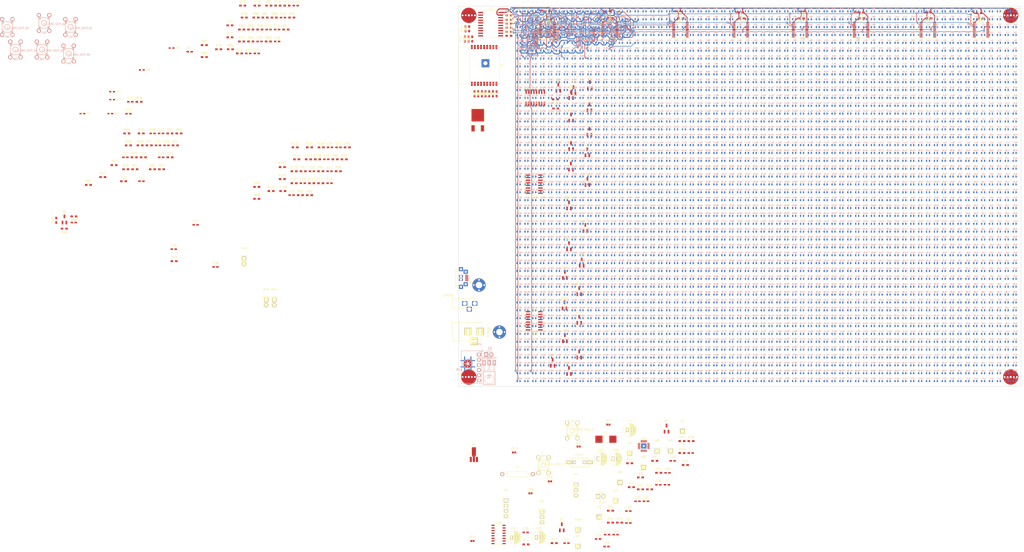
<source format=kicad_pcb>
(kicad_pcb (version 20160815) (host pcbnew no-vcs-found-undefined)
  (layers (0 F.Cu signal) (31 B.Cu signal) (34 B.Paste user) (35 F.Paste user) (36 B.SilkS user) (37 F.SilkS user) (38 B.Mask user) (39 F.Mask user) (44 Edge.Cuts user))
  (net 0 "")
  (net 1 "Net-(CONN2-Pad1)")
  (net 2 USB_D_N)
  (net 3 USB_D_P)
  (net 4 "Net-(CONN2-Pad4)")
  (net 5 GND)
  (net 6 ESPVDD)
  (net 7 "Net-(R5-Pad1)")
  (net 8 "Net-(R1-Pad2)")
  (net 9 "Net-(R2-Pad2)")
  (net 10 "Net-(R3-Pad2)")
  (net 11 "Net-(R34-Pad1)")
  (net 12 "Net-(R10-Pad2)")
  (net 13 E_SCL)
  (net 14 "Net-(R15-Pad1)")
  (net 15 E_RXD)
  (net 16 E_TXD)
  (net 17 E_SDA)
  (net 18 RST)
  (net 19 "Net-(R26-Pad1)")
  (net 20 "Net-(R13-Pad1)")
  (net 21 "Net-(D6-Pad2)")
  (net 22 BUTTONSENSE)
  (net 23 GPIO0_BTN)
  (net 24 "Net-(D1-Pad2)")
  (net 25 "Net-(D2-Pad2)")
  (net 26 "Net-(D3-Pad2)")
  (net 27 "Net-(D4-Pad2)")
  (net 28 "Net-(D5-Pad2)")
  (net 29 "Net-(C1-Pad1)")
  (net 30 LEDLOGICVDD)
  (net 31 "Net-(JP10-Pad1)")
  (net 32 TXD)
  (net 33 "Net-(JP9-Pad1)")
  (net 34 RXD)
  (net 35 DC_IN)
  (net 36 VCC)
  (net 37 LEDVDD)
  (net 38 "Net-(C28-Pad1)")
  (net 39 "Net-(R20-Pad1)")
  (net 40 "Net-(U3-Pad22)")
  (net 41 "Net-(U5-Pad22)")
  (net 42 COLCLK)
  (net 43 COLPWCLK1)
  (net 44 COLLATCH)
  (net 45 co15)
  (net 46 ce8)
  (net 47 ce15)
  (net 48 co8)
  (net 49 co14)
  (net 50 ce9)
  (net 51 ce14)
  (net 52 co9)
  (net 53 co13)
  (net 54 ce10)
  (net 55 ce13)
  (net 56 co10)
  (net 57 co12)
  (net 58 ce11)
  (net 59 ce12)
  (net 60 co11)
  (net 61 co35)
  (net 62 ce36)
  (net 63 ce35)
  (net 64 co36)
  (net 65 co34)
  (net 66 ce37)
  (net 67 ce34)
  (net 68 co37)
  (net 69 co33)
  (net 70 ce38)
  (net 71 ce33)
  (net 72 co38)
  (net 73 co32)
  (net 74 ce39)
  (net 75 ce32)
  (net 76 co39)
  (net 77 COLPWCLK0)
  (net 78 "Net-(U4-Pad22)")
  (net 79 "Net-(U4-Pad2)")
  (net 80 "Net-(R19-Pad1)")
  (net 81 "Net-(R21-Pad1)")
  (net 82 "Net-(U6-Pad22)")
  (net 83 co47)
  (net 84 ce40)
  (net 85 ce47)
  (net 86 co40)
  (net 87 co46)
  (net 88 ce41)
  (net 89 ce46)
  (net 90 co41)
  (net 91 co45)
  (net 92 ce42)
  (net 93 ce45)
  (net 94 co42)
  (net 95 co44)
  (net 96 ce43)
  (net 97 ce44)
  (net 98 co43)
  (net 99 co19)
  (net 100 ce20)
  (net 101 ce19)
  (net 102 co20)
  (net 103 co18)
  (net 104 ce21)
  (net 105 ce18)
  (net 106 co21)
  (net 107 co17)
  (net 108 ce22)
  (net 109 ce17)
  (net 110 co22)
  (net 111 co16)
  (net 112 ce23)
  (net 113 ce16)
  (net 114 co23)
  (net 115 "Net-(U7-Pad22)")
  (net 116 "Net-(R22-Pad1)")
  (net 117 "Net-(R23-Pad1)")
  (net 118 "Net-(U10-Pad2)")
  (net 119 co55)
  (net 120 ce48)
  (net 121 ce55)
  (net 122 co48)
  (net 123 co54)
  (net 124 ce49)
  (net 125 ce54)
  (net 126 co49)
  (net 127 co53)
  (net 128 ce50)
  (net 129 ce53)
  (net 130 co50)
  (net 131 co52)
  (net 132 ce51)
  (net 133 ce52)
  (net 134 co51)
  (net 135 co59)
  (net 136 ce60)
  (net 137 ce59)
  (net 138 co60)
  (net 139 co58)
  (net 140 ce61)
  (net 141 ce58)
  (net 142 co61)
  (net 143 co57)
  (net 144 ce62)
  (net 145 ce57)
  (net 146 co62)
  (net 147 co56)
  (net 148 ce63)
  (net 149 ce56)
  (net 150 co63)
  (net 151 COLSEROUT)
  (net 152 "Net-(R25-Pad1)")
  (net 153 "Net-(R18-Pad1)")
  (net 154 COLSER)
  (net 155 co7)
  (net 156 ce0)
  (net 157 ce7)
  (net 158 co0)
  (net 159 co6)
  (net 160 ce1)
  (net 161 ce6)
  (net 162 co1)
  (net 163 co5)
  (net 164 ce2)
  (net 165 ce5)
  (net 166 co2)
  (net 167 co4)
  (net 168 ce3)
  (net 169 ce4)
  (net 170 co3)
  (net 171 co27)
  (net 172 ce28)
  (net 173 ce27)
  (net 174 co28)
  (net 175 co26)
  (net 176 ce29)
  (net 177 ce26)
  (net 178 co29)
  (net 179 co25)
  (net 180 ce30)
  (net 181 ce25)
  (net 182 co30)
  (net 183 co24)
  (net 184 ce31)
  (net 185 ce24)
  (net 186 co31)
  (net 187 "Net-(R24-Pad1)")
  (net 188 "Net-(U2-Pad15)")
  (net 189 "Net-(U2-Pad12)")
  (net 190 HC595LATCH)
  (net 191 E_HC595LATCH)
  (net 192 E_PWCLK)
  (net 193 E_COLLATCH)
  (net 194 E_COLCLK)
  (net 195 E_COLSER)
  (net 196 /row_driver/f_r0/IN6)
  (net 197 /row_driver/f_r0/IN7)
  (net 198 /row_driver/f_r0/IN5)
  (net 199 "Net-(U11-Pad14)")
  (net 200 /row_driver/f_r0/IN4)
  (net 201 /row_driver/f_r0/IN3)
  (net 202 /row_driver/f_r0/IN2)
  (net 203 /row_driver/f_r0/IN1)
  (net 204 HC595RESET)
  (net 205 /row_driver/f_r0/IN0)
  (net 206 HC595SEROUT)
  (net 207 "Net-(U13-Pad14)")
  (net 208 /row_driver/SEL1)
  (net 209 /row_driver/SEL2)
  (net 210 /row_driver/SEL3)
  (net 211 /row_driver/SEL4)
  (net 212 /row_driver/SEL5)
  (net 213 /row_driver/SEL6)
  (net 214 /row_driver/f_r16/IN7)
  (net 215 /row_driver/f_r16/IN6)
  (net 216 /row_driver/f_r8/IN6)
  (net 217 /row_driver/f_r8/IN7)
  (net 218 /row_driver/f_r8/IN5)
  (net 219 /row_driver/f_r8/IN4)
  (net 220 /row_driver/f_r8/IN3)
  (net 221 /row_driver/f_r8/IN2)
  (net 222 /row_driver/f_r8/IN1)
  (net 223 /row_driver/f_r8/IN0)
  (net 224 "Net-(U20-Pad1)")
  (net 225 "Net-(R53-Pad2)")
  (net 226 "Net-(U20-Pad11)")
  (net 227 "Net-(U20-Pad12)")
  (net 228 "Net-(U20-Pad13)")
  (net 229 "Net-(U20-Pad14)")
  (net 230 "Net-(U20-Pad15)")
  (net 231 "Net-(U20-Pad16)")
  (net 232 "Net-(U20-Pad17)")
  (net 233 "Net-(U20-Pad18)")
  (net 234 RTS)
  (net 235 "Net-(U20-Pad22)")
  (net 236 DTR)
  (net 237 "Net-(U20-Pad24)")
  (net 238 r0)
  (net 239 r1)
  (net 240 r2)
  (net 241 r3)
  (net 242 r4)
  (net 243 r5)
  (net 244 r6)
  (net 245 r7)
  (net 246 r8)
  (net 247 r9)
  (net 248 r10)
  (net 249 r11)
  (net 250 r12)
  (net 251 r13)
  (net 252 r14)
  (net 253 r15)
  (net 254 r16)
  (net 255 r17)
  (net 256 r18)
  (net 257 r19)
  (net 258 r20)
  (net 259 r21)
  (net 260 r22)
  (net 261 r23)
  (net 262 IR_IN)
  (net 263 "Net-(CONN3-Pad2)")
  (net 264 "Net-(C29-Pad1)")
  (net 265 "Net-(C31-Pad1)")
  (net 266 SDA)
  (net 267 SCL)
  (net 268 "Net-(U12-Pad3)")
  (net 269 "Net-(U12-Pad5)")
  (net 270 "Net-(C3-Pad1)")
  (net 271 "Net-(Q23-Pad1)")
  (net 272 "Net-(Q22-Pad1)")
  (net 273 "Net-(Q21-Pad1)")
  (net 274 "Net-(Q20-Pad1)")
  (net 275 "Net-(Q10-Pad1)")
  (net 276 "Net-(Q12-Pad1)")
  (net 277 "Net-(Q13-Pad1)")
  (net 278 "Net-(Q14-Pad1)")
  (net 279 "Net-(Q15-Pad1)")
  (net 280 "Net-(Q16-Pad1)")
  (net 281 "Net-(Q17-Pad1)")
  (net 282 "Net-(Q19-Pad1)")
  (net 283 "Net-(Q18-Pad1)")
  (net 284 "Net-(Q25-Pad1)")
  (net 285 "Net-(Q7-Pad1)")
  (net 286 "Net-(Q6-Pad1)")
  (net 287 "Net-(Q8-Pad1)")
  (net 288 "Net-(Q9-Pad1)")
  (net 289 "Net-(Q5-Pad1)")
  (net 290 "Net-(Q4-Pad1)")
  (net 291 "Net-(Q2-Pad1)")
  (net 292 "Net-(Q11-Pad1)")
  (net 293 "Net-(Q28-Pad1)")
  (net 294 "Net-(Q24-Pad1)")
  (net 295 "Net-(Q27-Pad1)")
  (net 296 "Net-(Q26-Pad1)")
  (net 297 "Net-(C2-Pad1)")
  (net 298 E_AIN)
  (net 299 "Net-(D10-Pad1)")
  (net 300 "Net-(P3-Pad1)")
  (net 301 "Net-(U16-Pad15)")
  (net 302 "Net-(U16-Pad12)")
  (net 303 "Net-(U16-Pad11)")
  (net 304 "Net-(U16-Pad10)")
  (net 305 "Net-(U16-Pad9)")
  (net 306 IR_OUT)
  (net 307 "Net-(R44-Pad2)")
  (net 308 "Net-(R43-Pad2)")
  (net 309 "Net-(R114-Pad1)")
  (net 310 "Net-(R115-Pad1)")
  (net 311 "Net-(R116-Pad1)")
  (net 312 "Net-(R117-Pad1)")
  (net 313 "Net-(R118-Pad1)")
  (net 314 "Net-(R119-Pad1)")
  (module Resistors_SMD:R_0603_HandSoldering (layer F.Cu) (at 36.6 26.5)
    (fp_text reference R119 (at 0 -1.9) (layer F.SilkS))
    (fp_text value 120R)
    (pad 1 smd rect (at -1.1 0) (size 1.2 0.9) (layers F.Cu F.Paste F.Mask) (net 314 "Net-(R119-Pad1)"))
    (pad 2 smd rect (at 1.1 0) (size 1.2 0.9) (layers F.Cu F.Paste F.Mask) (net 190 HC595LATCH))
  )
  (module Resistors_SMD:R_0603_HandSoldering (layer F.Cu) (at 36.6 24.5)
    (fp_text reference R118 (at 0 -1.9) (layer F.SilkS))
    (fp_text value 120R)
    (pad 2 smd rect (at 1.1 0) (size 1.2 0.9) (layers F.Cu F.Paste F.Mask) (net 43 COLPWCLK1))
    (pad 1 smd rect (at -1.1 0) (size 1.2 0.9) (layers F.Cu F.Paste F.Mask) (net 313 "Net-(R118-Pad1)"))
  )
  (module Resistors_SMD:R_0603_HandSoldering (layer F.Cu) (at 36.6 22.5)
    (fp_text reference R117 (at 0 -1.9) (layer F.SilkS))
    (fp_text value 120R)
    (pad 1 smd rect (at -1.1 0) (size 1.2 0.9) (layers F.Cu F.Paste F.Mask) (net 312 "Net-(R117-Pad1)"))
    (pad 2 smd rect (at 1.1 0) (size 1.2 0.9) (layers F.Cu F.Paste F.Mask) (net 77 COLPWCLK0))
  )
  (module Resistors_SMD:R_0603_HandSoldering (layer F.Cu) (at 36.6 20.5)
    (fp_text reference R116 (at 0 -1.9) (layer F.SilkS))
    (fp_text value 120R)
    (pad 2 smd rect (at 1.1 0) (size 1.2 0.9) (layers F.Cu F.Paste F.Mask) (net 44 COLLATCH))
    (pad 1 smd rect (at -1.1 0) (size 1.2 0.9) (layers F.Cu F.Paste F.Mask) (net 311 "Net-(R116-Pad1)"))
  )
  (module Resistors_SMD:R_0603_HandSoldering (layer F.Cu) (at 36.6 18.7)
    (fp_text reference R115 (at 0 -1.9) (layer F.SilkS))
    (fp_text value 120R)
    (pad 1 smd rect (at -1.1 0) (size 1.2 0.9) (layers F.Cu F.Paste F.Mask) (net 310 "Net-(R115-Pad1)"))
    (pad 2 smd rect (at 1.1 0) (size 1.2 0.9) (layers F.Cu F.Paste F.Mask) (net 42 COLCLK))
  )
  (module Resistors_SMD:R_0603_HandSoldering (layer F.Cu) (at 36.6 16.5)
    (fp_text reference R114 (at 0 -1.9) (layer F.SilkS))
    (fp_text value 120R)
    (pad 2 smd rect (at 1.1 0) (size 1.2 0.9) (layers F.Cu F.Paste F.Mask) (net 154 COLSER))
    (pad 1 smd rect (at -1.1 0) (size 1.2 0.9) (layers F.Cu F.Paste F.Mask) (net 309 "Net-(R114-Pad1)"))
  )
  (module components:LED1608_Handsoldering_64x48 (layer B.Cu) (at 283.906102 14.570304 180)
    (fp_text reference LED1 (at -1.9 -0.15 90) (layer B.SilkS) (effects (justify mirror)))
    (fp_text value LED64x48)
    (fp_text user 63,47 (at 242.25 -179.65 180) (layer B.SilkS) (effects (font (size 0.6 0.6)) (justify mirror)))
    (fp_text user 62,47 (at 238.4 -179.65 180) (layer B.SilkS) (effects (font (size 0.6 0.6)) (justify mirror)))
    (fp_text user 61,47 (at 234.55 -179.65 180) (layer B.SilkS) (effects (font (size 0.6 0.6)) (justify mirror)))
    (fp_text user 60,47 (at 230.7 -179.65 180) (layer B.SilkS) (effects (font (size 0.6 0.6)) (justify mirror)))
    (fp_text user 59,47 (at 226.85 -179.65 180) (layer B.SilkS) (effects (font (size 0.6 0.6)) (justify mirror)))
    (fp_text user 58,47 (at 223 -179.65 180) (layer B.SilkS) (effects (font (size 0.6 0.6)) (justify mirror)))
    (fp_text user 57,47 (at 219.15 -179.65 180) (layer B.SilkS) (effects (font (size 0.6 0.6)) (justify mirror)))
    (fp_text user 56,47 (at 215.3 -179.65 180) (layer B.SilkS) (effects (font (size 0.6 0.6)) (justify mirror)))
    (fp_text user 55,47 (at 211.45 -179.65 180) (layer B.SilkS) (effects (font (size 0.6 0.6)) (justify mirror)))
    (fp_text user 54,47 (at 207.6 -179.65 180) (layer B.SilkS) (effects (font (size 0.6 0.6)) (justify mirror)))
    (fp_text user 53,47 (at 203.75 -179.65 180) (layer B.SilkS) (effects (font (size 0.6 0.6)) (justify mirror)))
    (fp_text user 52,47 (at 199.9 -179.65 180) (layer B.SilkS) (effects (font (size 0.6 0.6)) (justify mirror)))
    (fp_text user 51,47 (at 196.05 -179.65 180) (layer B.SilkS) (effects (font (size 0.6 0.6)) (justify mirror)))
    (fp_text user 50,47 (at 192.2 -179.65 180) (layer B.SilkS) (effects (font (size 0.6 0.6)) (justify mirror)))
    (fp_text user 49,47 (at 188.35 -179.65 180) (layer B.SilkS) (effects (font (size 0.6 0.6)) (justify mirror)))
    (fp_text user 48,47 (at 184.5 -179.65 180) (layer B.SilkS) (effects (font (size 0.6 0.6)) (justify mirror)))
    (fp_text user 47,47 (at 180.65 -179.65 180) (layer B.SilkS) (effects (font (size 0.6 0.6)) (justify mirror)))
    (fp_text user 46,47 (at 176.8 -179.65 180) (layer B.SilkS) (effects (font (size 0.6 0.6)) (justify mirror)))
    (fp_text user 45,47 (at 172.95 -179.65 180) (layer B.SilkS) (effects (font (size 0.6 0.6)) (justify mirror)))
    (fp_text user 44,47 (at 169.1 -179.65 180) (layer B.SilkS) (effects (font (size 0.6 0.6)) (justify mirror)))
    (fp_text user 43,47 (at 165.25 -179.65 180) (layer B.SilkS) (effects (font (size 0.6 0.6)) (justify mirror)))
    (fp_text user 42,47 (at 161.4 -179.65 180) (layer B.SilkS) (effects (font (size 0.6 0.6)) (justify mirror)))
    (fp_text user 41,47 (at 157.55 -179.65 180) (layer B.SilkS) (effects (font (size 0.6 0.6)) (justify mirror)))
    (fp_text user 40,47 (at 153.7 -179.65 180) (layer B.SilkS) (effects (font (size 0.6 0.6)) (justify mirror)))
    (fp_text user 39,47 (at 149.85 -179.65 180) (layer B.SilkS) (effects (font (size 0.6 0.6)) (justify mirror)))
    (fp_text user 38,47 (at 146 -179.65 180) (layer B.SilkS) (effects (font (size 0.6 0.6)) (justify mirror)))
    (fp_text user 37,47 (at 142.15 -179.65 180) (layer B.SilkS) (effects (font (size 0.6 0.6)) (justify mirror)))
    (fp_text user 36,47 (at 138.3 -179.65 180) (layer B.SilkS) (effects (font (size 0.6 0.6)) (justify mirror)))
    (fp_text user 35,47 (at 134.45 -179.65 180) (layer B.SilkS) (effects (font (size 0.6 0.6)) (justify mirror)))
    (fp_text user 34,47 (at 130.6 -179.65 180) (layer B.SilkS) (effects (font (size 0.6 0.6)) (justify mirror)))
    (fp_text user 33,47 (at 126.75 -179.65 180) (layer B.SilkS) (effects (font (size 0.6 0.6)) (justify mirror)))
    (fp_text user 32,47 (at 122.9 -179.65 180) (layer B.SilkS) (effects (font (size 0.6 0.6)) (justify mirror)))
    (fp_text user 31,47 (at 119.05 -179.65 180) (layer B.SilkS) (effects (font (size 0.6 0.6)) (justify mirror)))
    (fp_text user 30,47 (at 115.2 -179.65 180) (layer B.SilkS) (effects (font (size 0.6 0.6)) (justify mirror)))
    (fp_text user 29,47 (at 111.35 -179.65 180) (layer B.SilkS) (effects (font (size 0.6 0.6)) (justify mirror)))
    (fp_text user 28,47 (at 107.5 -179.65 180) (layer B.SilkS) (effects (font (size 0.6 0.6)) (justify mirror)))
    (fp_text user 27,47 (at 103.65 -179.65 180) (layer B.SilkS) (effects (font (size 0.6 0.6)) (justify mirror)))
    (fp_text user 26,47 (at 99.8 -179.65 180) (layer B.SilkS) (effects (font (size 0.6 0.6)) (justify mirror)))
    (fp_text user 25,47 (at 95.95 -179.65 180) (layer B.SilkS) (effects (font (size 0.6 0.6)) (justify mirror)))
    (fp_text user 24,47 (at 92.1 -179.65 180) (layer B.SilkS) (effects (font (size 0.6 0.6)) (justify mirror)))
    (fp_text user 23,47 (at 88.25 -179.65 180) (layer B.SilkS) (effects (font (size 0.6 0.6)) (justify mirror)))
    (fp_text user 22,47 (at 84.4 -179.65 180) (layer B.SilkS) (effects (font (size 0.6 0.6)) (justify mirror)))
    (fp_text user 21,47 (at 80.55 -179.65 180) (layer B.SilkS) (effects (font (size 0.6 0.6)) (justify mirror)))
    (fp_text user 20,47 (at 76.7 -179.65 180) (layer B.SilkS) (effects (font (size 0.6 0.6)) (justify mirror)))
    (fp_text user 19,47 (at 72.85 -179.65 180) (layer B.SilkS) (effects (font (size 0.6 0.6)) (justify mirror)))
    (fp_text user 18,47 (at 69 -179.65 180) (layer B.SilkS) (effects (font (size 0.6 0.6)) (justify mirror)))
    (fp_text user 17,47 (at 65.15 -179.65 180) (layer B.SilkS) (effects (font (size 0.6 0.6)) (justify mirror)))
    (fp_text user 16,47 (at 61.3 -179.65 180) (layer B.SilkS) (effects (font (size 0.6 0.6)) (justify mirror)))
    (fp_text user 15,47 (at 57.45 -179.65 180) (layer B.SilkS) (effects (font (size 0.6 0.6)) (justify mirror)))
    (fp_text user 14,47 (at 53.6 -179.65 180) (layer B.SilkS) (effects (font (size 0.6 0.6)) (justify mirror)))
    (fp_text user 13,47 (at 49.75 -179.65 180) (layer B.SilkS) (effects (font (size 0.6 0.6)) (justify mirror)))
    (fp_text user 12,47 (at 45.9 -179.65 180) (layer B.SilkS) (effects (font (size 0.6 0.6)) (justify mirror)))
    (fp_text user 11,47 (at 42.05 -179.65 180) (layer B.SilkS) (effects (font (size 0.6 0.6)) (justify mirror)))
    (fp_text user 10,47 (at 38.2 -179.65 180) (layer B.SilkS) (effects (font (size 0.6 0.6)) (justify mirror)))
    (fp_text user 9,47 (at 34.35 -179.65 180) (layer B.SilkS) (effects (font (size 0.6 0.6)) (justify mirror)))
    (fp_text user 8,47 (at 30.5 -179.65 180) (layer B.SilkS) (effects (font (size 0.6 0.6)) (justify mirror)))
    (fp_text user 7,47 (at 26.65 -179.65 180) (layer B.SilkS) (effects (font (size 0.6 0.6)) (justify mirror)))
    (fp_text user 6,47 (at 22.8 -179.65 180) (layer B.SilkS) (effects (font (size 0.6 0.6)) (justify mirror)))
    (fp_text user 5,47 (at 18.95 -179.65 180) (layer B.SilkS) (effects (font (size 0.6 0.6)) (justify mirror)))
    (fp_text user 4,47 (at 15.1 -179.65 180) (layer B.SilkS) (effects (font (size 0.6 0.6)) (justify mirror)))
    (fp_text user 3,47 (at 11.25 -179.65 180) (layer B.SilkS) (effects (font (size 0.6 0.6)) (justify mirror)))
    (fp_text user 2,47 (at 7.4 -179.65 180) (layer B.SilkS) (effects (font (size 0.6 0.6)) (justify mirror)))
    (fp_text user 1,47 (at 3.55 -179.65 180) (layer B.SilkS) (effects (font (size 0.6 0.6)) (justify mirror)))
    (fp_text user 0,47 (at -0.3 -179.65 180) (layer B.SilkS) (effects (font (size 0.6 0.6)) (justify mirror)))
    (fp_text user 63,46 (at 242.25 -175.8 180) (layer B.SilkS) (effects (font (size 0.6 0.6)) (justify mirror)))
    (fp_text user 62,46 (at 238.4 -175.8 180) (layer B.SilkS) (effects (font (size 0.6 0.6)) (justify mirror)))
    (fp_text user 61,46 (at 234.55 -175.8 180) (layer B.SilkS) (effects (font (size 0.6 0.6)) (justify mirror)))
    (fp_text user 60,46 (at 230.7 -175.8 180) (layer B.SilkS) (effects (font (size 0.6 0.6)) (justify mirror)))
    (fp_text user 59,46 (at 226.85 -175.8 180) (layer B.SilkS) (effects (font (size 0.6 0.6)) (justify mirror)))
    (fp_text user 58,46 (at 223 -175.8 180) (layer B.SilkS) (effects (font (size 0.6 0.6)) (justify mirror)))
    (fp_text user 57,46 (at 219.15 -175.8 180) (layer B.SilkS) (effects (font (size 0.6 0.6)) (justify mirror)))
    (fp_text user 56,46 (at 215.3 -175.8 180) (layer B.SilkS) (effects (font (size 0.6 0.6)) (justify mirror)))
    (fp_text user 55,46 (at 211.45 -175.8 180) (layer B.SilkS) (effects (font (size 0.6 0.6)) (justify mirror)))
    (fp_text user 54,46 (at 207.6 -175.8 180) (layer B.SilkS) (effects (font (size 0.6 0.6)) (justify mirror)))
    (fp_text user 53,46 (at 203.75 -175.8 180) (layer B.SilkS) (effects (font (size 0.6 0.6)) (justify mirror)))
    (fp_text user 52,46 (at 199.9 -175.8 180) (layer B.SilkS) (effects (font (size 0.6 0.6)) (justify mirror)))
    (fp_text user 51,46 (at 196.05 -175.8 180) (layer B.SilkS) (effects (font (size 0.6 0.6)) (justify mirror)))
    (fp_text user 50,46 (at 192.2 -175.8 180) (layer B.SilkS) (effects (font (size 0.6 0.6)) (justify mirror)))
    (fp_text user 49,46 (at 188.35 -175.8 180) (layer B.SilkS) (effects (font (size 0.6 0.6)) (justify mirror)))
    (fp_text user 48,46 (at 184.5 -175.8 180) (layer B.SilkS) (effects (font (size 0.6 0.6)) (justify mirror)))
    (fp_text user 47,46 (at 180.65 -175.8 180) (layer B.SilkS) (effects (font (size 0.6 0.6)) (justify mirror)))
    (fp_text user 46,46 (at 176.8 -175.8 180) (layer B.SilkS) (effects (font (size 0.6 0.6)) (justify mirror)))
    (fp_text user 45,46 (at 172.95 -175.8 180) (layer B.SilkS) (effects (font (size 0.6 0.6)) (justify mirror)))
    (fp_text user 44,46 (at 169.1 -175.8 180) (layer B.SilkS) (effects (font (size 0.6 0.6)) (justify mirror)))
    (fp_text user 43,46 (at 165.25 -175.8 180) (layer B.SilkS) (effects (font (size 0.6 0.6)) (justify mirror)))
    (fp_text user 42,46 (at 161.4 -175.8 180) (layer B.SilkS) (effects (font (size 0.6 0.6)) (justify mirror)))
    (fp_text user 41,46 (at 157.55 -175.8 180) (layer B.SilkS) (effects (font (size 0.6 0.6)) (justify mirror)))
    (fp_text user 40,46 (at 153.7 -175.8 180) (layer B.SilkS) (effects (font (size 0.6 0.6)) (justify mirror)))
    (fp_text user 39,46 (at 149.85 -175.8 180) (layer B.SilkS) (effects (font (size 0.6 0.6)) (justify mirror)))
    (fp_text user 38,46 (at 146 -175.8 180) (layer B.SilkS) (effects (font (size 0.6 0.6)) (justify mirror)))
    (fp_text user 37,46 (at 142.15 -175.8 180) (layer B.SilkS) (effects (font (size 0.6 0.6)) (justify mirror)))
    (fp_text user 36,46 (at 138.3 -175.8 180) (layer B.SilkS) (effects (font (size 0.6 0.6)) (justify mirror)))
    (fp_text user 35,46 (at 134.45 -175.8 180) (layer B.SilkS) (effects (font (size 0.6 0.6)) (justify mirror)))
    (fp_text user 34,46 (at 130.6 -175.8 180) (layer B.SilkS) (effects (font (size 0.6 0.6)) (justify mirror)))
    (fp_text user 33,46 (at 126.75 -175.8 180) (layer B.SilkS) (effects (font (size 0.6 0.6)) (justify mirror)))
    (fp_text user 32,46 (at 122.9 -175.8 180) (layer B.SilkS) (effects (font (size 0.6 0.6)) (justify mirror)))
    (fp_text user 31,46 (at 119.05 -175.8 180) (layer B.SilkS) (effects (font (size 0.6 0.6)) (justify mirror)))
    (fp_text user 30,46 (at 115.2 -175.8 180) (layer B.SilkS) (effects (font (size 0.6 0.6)) (justify mirror)))
    (fp_text user 29,46 (at 111.35 -175.8 180) (layer B.SilkS) (effects (font (size 0.6 0.6)) (justify mirror)))
    (fp_text user 28,46 (at 107.5 -175.8 180) (layer B.SilkS) (effects (font (size 0.6 0.6)) (justify mirror)))
    (fp_text user 27,46 (at 103.65 -175.8 180) (layer B.SilkS) (effects (font (size 0.6 0.6)) (justify mirror)))
    (fp_text user 26,46 (at 99.8 -175.8 180) (layer B.SilkS) (effects (font (size 0.6 0.6)) (justify mirror)))
    (fp_text user 25,46 (at 95.95 -175.8 180) (layer B.SilkS) (effects (font (size 0.6 0.6)) (justify mirror)))
    (fp_text user 24,46 (at 92.1 -175.8 180) (layer B.SilkS) (effects (font (size 0.6 0.6)) (justify mirror)))
    (fp_text user 23,46 (at 88.25 -175.8 180) (layer B.SilkS) (effects (font (size 0.6 0.6)) (justify mirror)))
    (fp_text user 22,46 (at 84.4 -175.8 180) (layer B.SilkS) (effects (font (size 0.6 0.6)) (justify mirror)))
    (fp_text user 21,46 (at 80.55 -175.8 180) (layer B.SilkS) (effects (font (size 0.6 0.6)) (justify mirror)))
    (fp_text user 20,46 (at 76.7 -175.8 180) (layer B.SilkS) (effects (font (size 0.6 0.6)) (justify mirror)))
    (fp_text user 19,46 (at 72.85 -175.8 180) (layer B.SilkS) (effects (font (size 0.6 0.6)) (justify mirror)))
    (fp_text user 18,46 (at 69 -175.8 180) (layer B.SilkS) (effects (font (size 0.6 0.6)) (justify mirror)))
    (fp_text user 17,46 (at 65.15 -175.8 180) (layer B.SilkS) (effects (font (size 0.6 0.6)) (justify mirror)))
    (fp_text user 16,46 (at 61.3 -175.8 180) (layer B.SilkS) (effects (font (size 0.6 0.6)) (justify mirror)))
    (fp_text user 15,46 (at 57.45 -175.8 180) (layer B.SilkS) (effects (font (size 0.6 0.6)) (justify mirror)))
    (fp_text user 14,46 (at 53.6 -175.8 180) (layer B.SilkS) (effects (font (size 0.6 0.6)) (justify mirror)))
    (fp_text user 13,46 (at 49.75 -175.8 180) (layer B.SilkS) (effects (font (size 0.6 0.6)) (justify mirror)))
    (fp_text user 12,46 (at 45.9 -175.8 180) (layer B.SilkS) (effects (font (size 0.6 0.6)) (justify mirror)))
    (fp_text user 11,46 (at 42.05 -175.8 180) (layer B.SilkS) (effects (font (size 0.6 0.6)) (justify mirror)))
    (fp_text user 10,46 (at 38.2 -175.8 180) (layer B.SilkS) (effects (font (size 0.6 0.6)) (justify mirror)))
    (fp_text user 9,46 (at 34.35 -175.8 180) (layer B.SilkS) (effects (font (size 0.6 0.6)) (justify mirror)))
    (fp_text user 8,46 (at 30.5 -175.8 180) (layer B.SilkS) (effects (font (size 0.6 0.6)) (justify mirror)))
    (fp_text user 7,46 (at 26.65 -175.8 180) (layer B.SilkS) (effects (font (size 0.6 0.6)) (justify mirror)))
    (fp_text user 6,46 (at 22.8 -175.8 180) (layer B.SilkS) (effects (font (size 0.6 0.6)) (justify mirror)))
    (fp_text user 5,46 (at 18.95 -175.8 180) (layer B.SilkS) (effects (font (size 0.6 0.6)) (justify mirror)))
    (fp_text user 4,46 (at 15.1 -175.8 180) (layer B.SilkS) (effects (font (size 0.6 0.6)) (justify mirror)))
    (fp_text user 3,46 (at 11.25 -175.8 180) (layer B.SilkS) (effects (font (size 0.6 0.6)) (justify mirror)))
    (fp_text user 2,46 (at 7.4 -175.8 180) (layer B.SilkS) (effects (font (size 0.6 0.6)) (justify mirror)))
    (fp_text user 1,46 (at 3.55 -175.8 180) (layer B.SilkS) (effects (font (size 0.6 0.6)) (justify mirror)))
    (fp_text user 0,46 (at -0.3 -175.8 180) (layer B.SilkS) (effects (font (size 0.6 0.6)) (justify mirror)))
    (fp_text user 63,45 (at 242.25 -171.95 180) (layer B.SilkS) (effects (font (size 0.6 0.6)) (justify mirror)))
    (fp_text user 62,45 (at 238.4 -171.95 180) (layer B.SilkS) (effects (font (size 0.6 0.6)) (justify mirror)))
    (fp_text user 61,45 (at 234.55 -171.95 180) (layer B.SilkS) (effects (font (size 0.6 0.6)) (justify mirror)))
    (fp_text user 60,45 (at 230.7 -171.95 180) (layer B.SilkS) (effects (font (size 0.6 0.6)) (justify mirror)))
    (fp_text user 59,45 (at 226.85 -171.95 180) (layer B.SilkS) (effects (font (size 0.6 0.6)) (justify mirror)))
    (fp_text user 58,45 (at 223 -171.95 180) (layer B.SilkS) (effects (font (size 0.6 0.6)) (justify mirror)))
    (fp_text user 57,45 (at 219.15 -171.95 180) (layer B.SilkS) (effects (font (size 0.6 0.6)) (justify mirror)))
    (fp_text user 56,45 (at 215.3 -171.95 180) (layer B.SilkS) (effects (font (size 0.6 0.6)) (justify mirror)))
    (fp_text user 55,45 (at 211.45 -171.95 180) (layer B.SilkS) (effects (font (size 0.6 0.6)) (justify mirror)))
    (fp_text user 54,45 (at 207.6 -171.95 180) (layer B.SilkS) (effects (font (size 0.6 0.6)) (justify mirror)))
    (fp_text user 53,45 (at 203.75 -171.95 180) (layer B.SilkS) (effects (font (size 0.6 0.6)) (justify mirror)))
    (fp_text user 52,45 (at 199.9 -171.95 180) (layer B.SilkS) (effects (font (size 0.6 0.6)) (justify mirror)))
    (fp_text user 51,45 (at 196.05 -171.95 180) (layer B.SilkS) (effects (font (size 0.6 0.6)) (justify mirror)))
    (fp_text user 50,45 (at 192.2 -171.95 180) (layer B.SilkS) (effects (font (size 0.6 0.6)) (justify mirror)))
    (fp_text user 49,45 (at 188.35 -171.95 180) (layer B.SilkS) (effects (font (size 0.6 0.6)) (justify mirror)))
    (fp_text user 48,45 (at 184.5 -171.95 180) (layer B.SilkS) (effects (font (size 0.6 0.6)) (justify mirror)))
    (fp_text user 47,45 (at 180.65 -171.95 180) (layer B.SilkS) (effects (font (size 0.6 0.6)) (justify mirror)))
    (fp_text user 46,45 (at 176.8 -171.95 180) (layer B.SilkS) (effects (font (size 0.6 0.6)) (justify mirror)))
    (fp_text user 45,45 (at 172.95 -171.95 180) (layer B.SilkS) (effects (font (size 0.6 0.6)) (justify mirror)))
    (fp_text user 44,45 (at 169.1 -171.95 180) (layer B.SilkS) (effects (font (size 0.6 0.6)) (justify mirror)))
    (fp_text user 43,45 (at 165.25 -171.95 180) (layer B.SilkS) (effects (font (size 0.6 0.6)) (justify mirror)))
    (fp_text user 42,45 (at 161.4 -171.95 180) (layer B.SilkS) (effects (font (size 0.6 0.6)) (justify mirror)))
    (fp_text user 41,45 (at 157.55 -171.95 180) (layer B.SilkS) (effects (font (size 0.6 0.6)) (justify mirror)))
    (fp_text user 40,45 (at 153.7 -171.95 180) (layer B.SilkS) (effects (font (size 0.6 0.6)) (justify mirror)))
    (fp_text user 39,45 (at 149.85 -171.95 180) (layer B.SilkS) (effects (font (size 0.6 0.6)) (justify mirror)))
    (fp_text user 38,45 (at 146 -171.95 180) (layer B.SilkS) (effects (font (size 0.6 0.6)) (justify mirror)))
    (fp_text user 37,45 (at 142.15 -171.95 180) (layer B.SilkS) (effects (font (size 0.6 0.6)) (justify mirror)))
    (fp_text user 36,45 (at 138.3 -171.95 180) (layer B.SilkS) (effects (font (size 0.6 0.6)) (justify mirror)))
    (fp_text user 35,45 (at 134.45 -171.95 180) (layer B.SilkS) (effects (font (size 0.6 0.6)) (justify mirror)))
    (fp_text user 34,45 (at 130.6 -171.95 180) (layer B.SilkS) (effects (font (size 0.6 0.6)) (justify mirror)))
    (fp_text user 33,45 (at 126.75 -171.95 180) (layer B.SilkS) (effects (font (size 0.6 0.6)) (justify mirror)))
    (fp_text user 32,45 (at 122.9 -171.95 180) (layer B.SilkS) (effects (font (size 0.6 0.6)) (justify mirror)))
    (fp_text user 31,45 (at 119.05 -171.95 180) (layer B.SilkS) (effects (font (size 0.6 0.6)) (justify mirror)))
    (fp_text user 30,45 (at 115.2 -171.95 180) (layer B.SilkS) (effects (font (size 0.6 0.6)) (justify mirror)))
    (fp_text user 29,45 (at 111.35 -171.95 180) (layer B.SilkS) (effects (font (size 0.6 0.6)) (justify mirror)))
    (fp_text user 28,45 (at 107.5 -171.95 180) (layer B.SilkS) (effects (font (size 0.6 0.6)) (justify mirror)))
    (fp_text user 27,45 (at 103.65 -171.95 180) (layer B.SilkS) (effects (font (size 0.6 0.6)) (justify mirror)))
    (fp_text user 26,45 (at 99.8 -171.95 180) (layer B.SilkS) (effects (font (size 0.6 0.6)) (justify mirror)))
    (fp_text user 25,45 (at 95.95 -171.95 180) (layer B.SilkS) (effects (font (size 0.6 0.6)) (justify mirror)))
    (fp_text user 24,45 (at 92.1 -171.95 180) (layer B.SilkS) (effects (font (size 0.6 0.6)) (justify mirror)))
    (fp_text user 23,45 (at 88.25 -171.95 180) (layer B.SilkS) (effects (font (size 0.6 0.6)) (justify mirror)))
    (fp_text user 22,45 (at 84.4 -171.95 180) (layer B.SilkS) (effects (font (size 0.6 0.6)) (justify mirror)))
    (fp_text user 21,45 (at 80.55 -171.95 180) (layer B.SilkS) (effects (font (size 0.6 0.6)) (justify mirror)))
    (fp_text user 20,45 (at 76.7 -171.95 180) (layer B.SilkS) (effects (font (size 0.6 0.6)) (justify mirror)))
    (fp_text user 19,45 (at 72.85 -171.95 180) (layer B.SilkS) (effects (font (size 0.6 0.6)) (justify mirror)))
    (fp_text user 18,45 (at 69 -171.95 180) (layer B.SilkS) (effects (font (size 0.6 0.6)) (justify mirror)))
    (fp_text user 17,45 (at 65.15 -171.95 180) (layer B.SilkS) (effects (font (size 0.6 0.6)) (justify mirror)))
    (fp_text user 16,45 (at 61.3 -171.95 180) (layer B.SilkS) (effects (font (size 0.6 0.6)) (justify mirror)))
    (fp_text user 15,45 (at 57.45 -171.95 180) (layer B.SilkS) (effects (font (size 0.6 0.6)) (justify mirror)))
    (fp_text user 14,45 (at 53.6 -171.95 180) (layer B.SilkS) (effects (font (size 0.6 0.6)) (justify mirror)))
    (fp_text user 13,45 (at 49.75 -171.95 180) (layer B.SilkS) (effects (font (size 0.6 0.6)) (justify mirror)))
    (fp_text user 12,45 (at 45.9 -171.95 180) (layer B.SilkS) (effects (font (size 0.6 0.6)) (justify mirror)))
    (fp_text user 11,45 (at 42.05 -171.95 180) (layer B.SilkS) (effects (font (size 0.6 0.6)) (justify mirror)))
    (fp_text user 10,45 (at 38.2 -171.95 180) (layer B.SilkS) (effects (font (size 0.6 0.6)) (justify mirror)))
    (fp_text user 9,45 (at 34.35 -171.95 180) (layer B.SilkS) (effects (font (size 0.6 0.6)) (justify mirror)))
    (fp_text user 8,45 (at 30.5 -171.95 180) (layer B.SilkS) (effects (font (size 0.6 0.6)) (justify mirror)))
    (fp_text user 7,45 (at 26.65 -171.95 180) (layer B.SilkS) (effects (font (size 0.6 0.6)) (justify mirror)))
    (fp_text user 6,45 (at 22.8 -171.95 180) (layer B.SilkS) (effects (font (size 0.6 0.6)) (justify mirror)))
    (fp_text user 5,45 (at 18.95 -171.95 180) (layer B.SilkS) (effects (font (size 0.6 0.6)) (justify mirror)))
    (fp_text user 4,45 (at 15.1 -171.95 180) (layer B.SilkS) (effects (font (size 0.6 0.6)) (justify mirror)))
    (fp_text user 3,45 (at 11.25 -171.95 180) (layer B.SilkS) (effects (font (size 0.6 0.6)) (justify mirror)))
    (fp_text user 2,45 (at 7.4 -171.95 180) (layer B.SilkS) (effects (font (size 0.6 0.6)) (justify mirror)))
    (fp_text user 1,45 (at 3.55 -171.95 180) (layer B.SilkS) (effects (font (size 0.6 0.6)) (justify mirror)))
    (fp_text user 0,45 (at -0.3 -171.95 180) (layer B.SilkS) (effects (font (size 0.6 0.6)) (justify mirror)))
    (fp_text user 63,44 (at 242.25 -168.1 180) (layer B.SilkS) (effects (font (size 0.6 0.6)) (justify mirror)))
    (fp_text user 62,44 (at 238.4 -168.1 180) (layer B.SilkS) (effects (font (size 0.6 0.6)) (justify mirror)))
    (fp_text user 61,44 (at 234.55 -168.1 180) (layer B.SilkS) (effects (font (size 0.6 0.6)) (justify mirror)))
    (fp_text user 60,44 (at 230.7 -168.1 180) (layer B.SilkS) (effects (font (size 0.6 0.6)) (justify mirror)))
    (fp_text user 59,44 (at 226.85 -168.1 180) (layer B.SilkS) (effects (font (size 0.6 0.6)) (justify mirror)))
    (fp_text user 58,44 (at 223 -168.1 180) (layer B.SilkS) (effects (font (size 0.6 0.6)) (justify mirror)))
    (fp_text user 57,44 (at 219.15 -168.1 180) (layer B.SilkS) (effects (font (size 0.6 0.6)) (justify mirror)))
    (fp_text user 56,44 (at 215.3 -168.1 180) (layer B.SilkS) (effects (font (size 0.6 0.6)) (justify mirror)))
    (fp_text user 55,44 (at 211.45 -168.1 180) (layer B.SilkS) (effects (font (size 0.6 0.6)) (justify mirror)))
    (fp_text user 54,44 (at 207.6 -168.1 180) (layer B.SilkS) (effects (font (size 0.6 0.6)) (justify mirror)))
    (fp_text user 53,44 (at 203.75 -168.1 180) (layer B.SilkS) (effects (font (size 0.6 0.6)) (justify mirror)))
    (fp_text user 52,44 (at 199.9 -168.1 180) (layer B.SilkS) (effects (font (size 0.6 0.6)) (justify mirror)))
    (fp_text user 51,44 (at 196.05 -168.1 180) (layer B.SilkS) (effects (font (size 0.6 0.6)) (justify mirror)))
    (fp_text user 50,44 (at 192.2 -168.1 180) (layer B.SilkS) (effects (font (size 0.6 0.6)) (justify mirror)))
    (fp_text user 49,44 (at 188.35 -168.1 180) (layer B.SilkS) (effects (font (size 0.6 0.6)) (justify mirror)))
    (fp_text user 48,44 (at 184.5 -168.1 180) (layer B.SilkS) (effects (font (size 0.6 0.6)) (justify mirror)))
    (fp_text user 47,44 (at 180.65 -168.1 180) (layer B.SilkS) (effects (font (size 0.6 0.6)) (justify mirror)))
    (fp_text user 46,44 (at 176.8 -168.1 180) (layer B.SilkS) (effects (font (size 0.6 0.6)) (justify mirror)))
    (fp_text user 45,44 (at 172.95 -168.1 180) (layer B.SilkS) (effects (font (size 0.6 0.6)) (justify mirror)))
    (fp_text user 44,44 (at 169.1 -168.1 180) (layer B.SilkS) (effects (font (size 0.6 0.6)) (justify mirror)))
    (fp_text user 43,44 (at 165.25 -168.1 180) (layer B.SilkS) (effects (font (size 0.6 0.6)) (justify mirror)))
    (fp_text user 42,44 (at 161.4 -168.1 180) (layer B.SilkS) (effects (font (size 0.6 0.6)) (justify mirror)))
    (fp_text user 41,44 (at 157.55 -168.1 180) (layer B.SilkS) (effects (font (size 0.6 0.6)) (justify mirror)))
    (fp_text user 40,44 (at 153.7 -168.1 180) (layer B.SilkS) (effects (font (size 0.6 0.6)) (justify mirror)))
    (fp_text user 39,44 (at 149.85 -168.1 180) (layer B.SilkS) (effects (font (size 0.6 0.6)) (justify mirror)))
    (fp_text user 38,44 (at 146 -168.1 180) (layer B.SilkS) (effects (font (size 0.6 0.6)) (justify mirror)))
    (fp_text user 37,44 (at 142.15 -168.1 180) (layer B.SilkS) (effects (font (size 0.6 0.6)) (justify mirror)))
    (fp_text user 36,44 (at 138.3 -168.1 180) (layer B.SilkS) (effects (font (size 0.6 0.6)) (justify mirror)))
    (fp_text user 35,44 (at 134.45 -168.1 180) (layer B.SilkS) (effects (font (size 0.6 0.6)) (justify mirror)))
    (fp_text user 34,44 (at 130.6 -168.1 180) (layer B.SilkS) (effects (font (size 0.6 0.6)) (justify mirror)))
    (fp_text user 33,44 (at 126.75 -168.1 180) (layer B.SilkS) (effects (font (size 0.6 0.6)) (justify mirror)))
    (fp_text user 32,44 (at 122.9 -168.1 180) (layer B.SilkS) (effects (font (size 0.6 0.6)) (justify mirror)))
    (fp_text user 31,44 (at 119.05 -168.1 180) (layer B.SilkS) (effects (font (size 0.6 0.6)) (justify mirror)))
    (fp_text user 30,44 (at 115.2 -168.1 180) (layer B.SilkS) (effects (font (size 0.6 0.6)) (justify mirror)))
    (fp_text user 29,44 (at 111.35 -168.1 180) (layer B.SilkS) (effects (font (size 0.6 0.6)) (justify mirror)))
    (fp_text user 28,44 (at 107.5 -168.1 180) (layer B.SilkS) (effects (font (size 0.6 0.6)) (justify mirror)))
    (fp_text user 27,44 (at 103.65 -168.1 180) (layer B.SilkS) (effects (font (size 0.6 0.6)) (justify mirror)))
    (fp_text user 26,44 (at 99.8 -168.1 180) (layer B.SilkS) (effects (font (size 0.6 0.6)) (justify mirror)))
    (fp_text user 25,44 (at 95.95 -168.1 180) (layer B.SilkS) (effects (font (size 0.6 0.6)) (justify mirror)))
    (fp_text user 24,44 (at 92.1 -168.1 180) (layer B.SilkS) (effects (font (size 0.6 0.6)) (justify mirror)))
    (fp_text user 23,44 (at 88.25 -168.1 180) (layer B.SilkS) (effects (font (size 0.6 0.6)) (justify mirror)))
    (fp_text user 22,44 (at 84.4 -168.1 180) (layer B.SilkS) (effects (font (size 0.6 0.6)) (justify mirror)))
    (fp_text user 21,44 (at 80.55 -168.1 180) (layer B.SilkS) (effects (font (size 0.6 0.6)) (justify mirror)))
    (fp_text user 20,44 (at 76.7 -168.1 180) (layer B.SilkS) (effects (font (size 0.6 0.6)) (justify mirror)))
    (fp_text user 19,44 (at 72.85 -168.1 180) (layer B.SilkS) (effects (font (size 0.6 0.6)) (justify mirror)))
    (fp_text user 18,44 (at 69 -168.1 180) (layer B.SilkS) (effects (font (size 0.6 0.6)) (justify mirror)))
    (fp_text user 17,44 (at 65.15 -168.1 180) (layer B.SilkS) (effects (font (size 0.6 0.6)) (justify mirror)))
    (fp_text user 16,44 (at 61.3 -168.1 180) (layer B.SilkS) (effects (font (size 0.6 0.6)) (justify mirror)))
    (fp_text user 15,44 (at 57.45 -168.1 180) (layer B.SilkS) (effects (font (size 0.6 0.6)) (justify mirror)))
    (fp_text user 14,44 (at 53.6 -168.1 180) (layer B.SilkS) (effects (font (size 0.6 0.6)) (justify mirror)))
    (fp_text user 13,44 (at 49.75 -168.1 180) (layer B.SilkS) (effects (font (size 0.6 0.6)) (justify mirror)))
    (fp_text user 12,44 (at 45.9 -168.1 180) (layer B.SilkS) (effects (font (size 0.6 0.6)) (justify mirror)))
    (fp_text user 11,44 (at 42.05 -168.1 180) (layer B.SilkS) (effects (font (size 0.6 0.6)) (justify mirror)))
    (fp_text user 10,44 (at 38.2 -168.1 180) (layer B.SilkS) (effects (font (size 0.6 0.6)) (justify mirror)))
    (fp_text user 9,44 (at 34.35 -168.1 180) (layer B.SilkS) (effects (font (size 0.6 0.6)) (justify mirror)))
    (fp_text user 8,44 (at 30.5 -168.1 180) (layer B.SilkS) (effects (font (size 0.6 0.6)) (justify mirror)))
    (fp_text user 7,44 (at 26.65 -168.1 180) (layer B.SilkS) (effects (font (size 0.6 0.6)) (justify mirror)))
    (fp_text user 6,44 (at 22.8 -168.1 180) (layer B.SilkS) (effects (font (size 0.6 0.6)) (justify mirror)))
    (fp_text user 5,44 (at 18.95 -168.1 180) (layer B.SilkS) (effects (font (size 0.6 0.6)) (justify mirror)))
    (fp_text user 4,44 (at 15.1 -168.1 180) (layer B.SilkS) (effects (font (size 0.6 0.6)) (justify mirror)))
    (fp_text user 3,44 (at 11.25 -168.1 180) (layer B.SilkS) (effects (font (size 0.6 0.6)) (justify mirror)))
    (fp_text user 2,44 (at 7.4 -168.1 180) (layer B.SilkS) (effects (font (size 0.6 0.6)) (justify mirror)))
    (fp_text user 1,44 (at 3.55 -168.1 180) (layer B.SilkS) (effects (font (size 0.6 0.6)) (justify mirror)))
    (fp_text user 0,44 (at -0.3 -168.1 180) (layer B.SilkS) (effects (font (size 0.6 0.6)) (justify mirror)))
    (fp_text user 63,43 (at 242.25 -164.25 180) (layer B.SilkS) (effects (font (size 0.6 0.6)) (justify mirror)))
    (fp_text user 62,43 (at 238.4 -164.25 180) (layer B.SilkS) (effects (font (size 0.6 0.6)) (justify mirror)))
    (fp_text user 61,43 (at 234.55 -164.25 180) (layer B.SilkS) (effects (font (size 0.6 0.6)) (justify mirror)))
    (fp_text user 60,43 (at 230.7 -164.25 180) (layer B.SilkS) (effects (font (size 0.6 0.6)) (justify mirror)))
    (fp_text user 59,43 (at 226.85 -164.25 180) (layer B.SilkS) (effects (font (size 0.6 0.6)) (justify mirror)))
    (fp_text user 58,43 (at 223 -164.25 180) (layer B.SilkS) (effects (font (size 0.6 0.6)) (justify mirror)))
    (fp_text user 57,43 (at 219.15 -164.25 180) (layer B.SilkS) (effects (font (size 0.6 0.6)) (justify mirror)))
    (fp_text user 56,43 (at 215.3 -164.25 180) (layer B.SilkS) (effects (font (size 0.6 0.6)) (justify mirror)))
    (fp_text user 55,43 (at 211.45 -164.25 180) (layer B.SilkS) (effects (font (size 0.6 0.6)) (justify mirror)))
    (fp_text user 54,43 (at 207.6 -164.25 180) (layer B.SilkS) (effects (font (size 0.6 0.6)) (justify mirror)))
    (fp_text user 53,43 (at 203.75 -164.25 180) (layer B.SilkS) (effects (font (size 0.6 0.6)) (justify mirror)))
    (fp_text user 52,43 (at 199.9 -164.25 180) (layer B.SilkS) (effects (font (size 0.6 0.6)) (justify mirror)))
    (fp_text user 51,43 (at 196.05 -164.25 180) (layer B.SilkS) (effects (font (size 0.6 0.6)) (justify mirror)))
    (fp_text user 50,43 (at 192.2 -164.25 180) (layer B.SilkS) (effects (font (size 0.6 0.6)) (justify mirror)))
    (fp_text user 49,43 (at 188.35 -164.25 180) (layer B.SilkS) (effects (font (size 0.6 0.6)) (justify mirror)))
    (fp_text user 48,43 (at 184.5 -164.25 180) (layer B.SilkS) (effects (font (size 0.6 0.6)) (justify mirror)))
    (fp_text user 47,43 (at 180.65 -164.25 180) (layer B.SilkS) (effects (font (size 0.6 0.6)) (justify mirror)))
    (fp_text user 46,43 (at 176.8 -164.25 180) (layer B.SilkS) (effects (font (size 0.6 0.6)) (justify mirror)))
    (fp_text user 45,43 (at 172.95 -164.25 180) (layer B.SilkS) (effects (font (size 0.6 0.6)) (justify mirror)))
    (fp_text user 44,43 (at 169.1 -164.25 180) (layer B.SilkS) (effects (font (size 0.6 0.6)) (justify mirror)))
    (fp_text user 43,43 (at 165.25 -164.25 180) (layer B.SilkS) (effects (font (size 0.6 0.6)) (justify mirror)))
    (fp_text user 42,43 (at 161.4 -164.25 180) (layer B.SilkS) (effects (font (size 0.6 0.6)) (justify mirror)))
    (fp_text user 41,43 (at 157.55 -164.25 180) (layer B.SilkS) (effects (font (size 0.6 0.6)) (justify mirror)))
    (fp_text user 40,43 (at 153.7 -164.25 180) (layer B.SilkS) (effects (font (size 0.6 0.6)) (justify mirror)))
    (fp_text user 39,43 (at 149.85 -164.25 180) (layer B.SilkS) (effects (font (size 0.6 0.6)) (justify mirror)))
    (fp_text user 38,43 (at 146 -164.25 180) (layer B.SilkS) (effects (font (size 0.6 0.6)) (justify mirror)))
    (fp_text user 37,43 (at 142.15 -164.25 180) (layer B.SilkS) (effects (font (size 0.6 0.6)) (justify mirror)))
    (fp_text user 36,43 (at 138.3 -164.25 180) (layer B.SilkS) (effects (font (size 0.6 0.6)) (justify mirror)))
    (fp_text user 35,43 (at 134.45 -164.25 180) (layer B.SilkS) (effects (font (size 0.6 0.6)) (justify mirror)))
    (fp_text user 34,43 (at 130.6 -164.25 180) (layer B.SilkS) (effects (font (size 0.6 0.6)) (justify mirror)))
    (fp_text user 33,43 (at 126.75 -164.25 180) (layer B.SilkS) (effects (font (size 0.6 0.6)) (justify mirror)))
    (fp_text user 32,43 (at 122.9 -164.25 180) (layer B.SilkS) (effects (font (size 0.6 0.6)) (justify mirror)))
    (fp_text user 31,43 (at 119.05 -164.25 180) (layer B.SilkS) (effects (font (size 0.6 0.6)) (justify mirror)))
    (fp_text user 30,43 (at 115.2 -164.25 180) (layer B.SilkS) (effects (font (size 0.6 0.6)) (justify mirror)))
    (fp_text user 29,43 (at 111.35 -164.25 180) (layer B.SilkS) (effects (font (size 0.6 0.6)) (justify mirror)))
    (fp_text user 28,43 (at 107.5 -164.25 180) (layer B.SilkS) (effects (font (size 0.6 0.6)) (justify mirror)))
    (fp_text user 27,43 (at 103.65 -164.25 180) (layer B.SilkS) (effects (font (size 0.6 0.6)) (justify mirror)))
    (fp_text user 26,43 (at 99.8 -164.25 180) (layer B.SilkS) (effects (font (size 0.6 0.6)) (justify mirror)))
    (fp_text user 25,43 (at 95.95 -164.25 180) (layer B.SilkS) (effects (font (size 0.6 0.6)) (justify mirror)))
    (fp_text user 24,43 (at 92.1 -164.25 180) (layer B.SilkS) (effects (font (size 0.6 0.6)) (justify mirror)))
    (fp_text user 23,43 (at 88.25 -164.25 180) (layer B.SilkS) (effects (font (size 0.6 0.6)) (justify mirror)))
    (fp_text user 22,43 (at 84.4 -164.25 180) (layer B.SilkS) (effects (font (size 0.6 0.6)) (justify mirror)))
    (fp_text user 21,43 (at 80.55 -164.25 180) (layer B.SilkS) (effects (font (size 0.6 0.6)) (justify mirror)))
    (fp_text user 20,43 (at 76.7 -164.25 180) (layer B.SilkS) (effects (font (size 0.6 0.6)) (justify mirror)))
    (fp_text user 19,43 (at 72.85 -164.25 180) (layer B.SilkS) (effects (font (size 0.6 0.6)) (justify mirror)))
    (fp_text user 18,43 (at 69 -164.25 180) (layer B.SilkS) (effects (font (size 0.6 0.6)) (justify mirror)))
    (fp_text user 17,43 (at 65.15 -164.25 180) (layer B.SilkS) (effects (font (size 0.6 0.6)) (justify mirror)))
    (fp_text user 16,43 (at 61.3 -164.25 180) (layer B.SilkS) (effects (font (size 0.6 0.6)) (justify mirror)))
    (fp_text user 15,43 (at 57.45 -164.25 180) (layer B.SilkS) (effects (font (size 0.6 0.6)) (justify mirror)))
    (fp_text user 14,43 (at 53.6 -164.25 180) (layer B.SilkS) (effects (font (size 0.6 0.6)) (justify mirror)))
    (fp_text user 13,43 (at 49.75 -164.25 180) (layer B.SilkS) (effects (font (size 0.6 0.6)) (justify mirror)))
    (fp_text user 12,43 (at 45.9 -164.25 180) (layer B.SilkS) (effects (font (size 0.6 0.6)) (justify mirror)))
    (fp_text user 11,43 (at 42.05 -164.25 180) (layer B.SilkS) (effects (font (size 0.6 0.6)) (justify mirror)))
    (fp_text user 10,43 (at 38.2 -164.25 180) (layer B.SilkS) (effects (font (size 0.6 0.6)) (justify mirror)))
    (fp_text user 9,43 (at 34.35 -164.25 180) (layer B.SilkS) (effects (font (size 0.6 0.6)) (justify mirror)))
    (fp_text user 8,43 (at 30.5 -164.25 180) (layer B.SilkS) (effects (font (size 0.6 0.6)) (justify mirror)))
    (fp_text user 7,43 (at 26.65 -164.25 180) (layer B.SilkS) (effects (font (size 0.6 0.6)) (justify mirror)))
    (fp_text user 6,43 (at 22.8 -164.25 180) (layer B.SilkS) (effects (font (size 0.6 0.6)) (justify mirror)))
    (fp_text user 5,43 (at 18.95 -164.25 180) (layer B.SilkS) (effects (font (size 0.6 0.6)) (justify mirror)))
    (fp_text user 4,43 (at 15.1 -164.25 180) (layer B.SilkS) (effects (font (size 0.6 0.6)) (justify mirror)))
    (fp_text user 3,43 (at 11.25 -164.25 180) (layer B.SilkS) (effects (font (size 0.6 0.6)) (justify mirror)))
    (fp_text user 2,43 (at 7.4 -164.25 180) (layer B.SilkS) (effects (font (size 0.6 0.6)) (justify mirror)))
    (fp_text user 1,43 (at 3.55 -164.25 180) (layer B.SilkS) (effects (font (size 0.6 0.6)) (justify mirror)))
    (fp_text user 0,43 (at -0.3 -164.25 180) (layer B.SilkS) (effects (font (size 0.6 0.6)) (justify mirror)))
    (fp_text user 63,42 (at 242.25 -160.4 180) (layer B.SilkS) (effects (font (size 0.6 0.6)) (justify mirror)))
    (fp_text user 62,42 (at 238.4 -160.4 180) (layer B.SilkS) (effects (font (size 0.6 0.6)) (justify mirror)))
    (fp_text user 61,42 (at 234.55 -160.4 180) (layer B.SilkS) (effects (font (size 0.6 0.6)) (justify mirror)))
    (fp_text user 60,42 (at 230.7 -160.4 180) (layer B.SilkS) (effects (font (size 0.6 0.6)) (justify mirror)))
    (fp_text user 59,42 (at 226.85 -160.4 180) (layer B.SilkS) (effects (font (size 0.6 0.6)) (justify mirror)))
    (fp_text user 58,42 (at 223 -160.4 180) (layer B.SilkS) (effects (font (size 0.6 0.6)) (justify mirror)))
    (fp_text user 57,42 (at 219.15 -160.4 180) (layer B.SilkS) (effects (font (size 0.6 0.6)) (justify mirror)))
    (fp_text user 56,42 (at 215.3 -160.4 180) (layer B.SilkS) (effects (font (size 0.6 0.6)) (justify mirror)))
    (fp_text user 55,42 (at 211.45 -160.4 180) (layer B.SilkS) (effects (font (size 0.6 0.6)) (justify mirror)))
    (fp_text user 54,42 (at 207.6 -160.4 180) (layer B.SilkS) (effects (font (size 0.6 0.6)) (justify mirror)))
    (fp_text user 53,42 (at 203.75 -160.4 180) (layer B.SilkS) (effects (font (size 0.6 0.6)) (justify mirror)))
    (fp_text user 52,42 (at 199.9 -160.4 180) (layer B.SilkS) (effects (font (size 0.6 0.6)) (justify mirror)))
    (fp_text user 51,42 (at 196.05 -160.4 180) (layer B.SilkS) (effects (font (size 0.6 0.6)) (justify mirror)))
    (fp_text user 50,42 (at 192.2 -160.4 180) (layer B.SilkS) (effects (font (size 0.6 0.6)) (justify mirror)))
    (fp_text user 49,42 (at 188.35 -160.4 180) (layer B.SilkS) (effects (font (size 0.6 0.6)) (justify mirror)))
    (fp_text user 48,42 (at 184.5 -160.4 180) (layer B.SilkS) (effects (font (size 0.6 0.6)) (justify mirror)))
    (fp_text user 47,42 (at 180.65 -160.4 180) (layer B.SilkS) (effects (font (size 0.6 0.6)) (justify mirror)))
    (fp_text user 46,42 (at 176.8 -160.4 180) (layer B.SilkS) (effects (font (size 0.6 0.6)) (justify mirror)))
    (fp_text user 45,42 (at 172.95 -160.4 180) (layer B.SilkS) (effects (font (size 0.6 0.6)) (justify mirror)))
    (fp_text user 44,42 (at 169.1 -160.4 180) (layer B.SilkS) (effects (font (size 0.6 0.6)) (justify mirror)))
    (fp_text user 43,42 (at 165.25 -160.4 180) (layer B.SilkS) (effects (font (size 0.6 0.6)) (justify mirror)))
    (fp_text user 42,42 (at 161.4 -160.4 180) (layer B.SilkS) (effects (font (size 0.6 0.6)) (justify mirror)))
    (fp_text user 41,42 (at 157.55 -160.4 180) (layer B.SilkS) (effects (font (size 0.6 0.6)) (justify mirror)))
    (fp_text user 40,42 (at 153.7 -160.4 180) (layer B.SilkS) (effects (font (size 0.6 0.6)) (justify mirror)))
    (fp_text user 39,42 (at 149.85 -160.4 180) (layer B.SilkS) (effects (font (size 0.6 0.6)) (justify mirror)))
    (fp_text user 38,42 (at 146 -160.4 180) (layer B.SilkS) (effects (font (size 0.6 0.6)) (justify mirror)))
    (fp_text user 37,42 (at 142.15 -160.4 180) (layer B.SilkS) (effects (font (size 0.6 0.6)) (justify mirror)))
    (fp_text user 36,42 (at 138.3 -160.4 180) (layer B.SilkS) (effects (font (size 0.6 0.6)) (justify mirror)))
    (fp_text user 35,42 (at 134.45 -160.4 180) (layer B.SilkS) (effects (font (size 0.6 0.6)) (justify mirror)))
    (fp_text user 34,42 (at 130.6 -160.4 180) (layer B.SilkS) (effects (font (size 0.6 0.6)) (justify mirror)))
    (fp_text user 33,42 (at 126.75 -160.4 180) (layer B.SilkS) (effects (font (size 0.6 0.6)) (justify mirror)))
    (fp_text user 32,42 (at 122.9 -160.4 180) (layer B.SilkS) (effects (font (size 0.6 0.6)) (justify mirror)))
    (fp_text user 31,42 (at 119.05 -160.4 180) (layer B.SilkS) (effects (font (size 0.6 0.6)) (justify mirror)))
    (fp_text user 30,42 (at 115.2 -160.4 180) (layer B.SilkS) (effects (font (size 0.6 0.6)) (justify mirror)))
    (fp_text user 29,42 (at 111.35 -160.4 180) (layer B.SilkS) (effects (font (size 0.6 0.6)) (justify mirror)))
    (fp_text user 28,42 (at 107.5 -160.4 180) (layer B.SilkS) (effects (font (size 0.6 0.6)) (justify mirror)))
    (fp_text user 27,42 (at 103.65 -160.4 180) (layer B.SilkS) (effects (font (size 0.6 0.6)) (justify mirror)))
    (fp_text user 26,42 (at 99.8 -160.4 180) (layer B.SilkS) (effects (font (size 0.6 0.6)) (justify mirror)))
    (fp_text user 25,42 (at 95.95 -160.4 180) (layer B.SilkS) (effects (font (size 0.6 0.6)) (justify mirror)))
    (fp_text user 24,42 (at 92.1 -160.4 180) (layer B.SilkS) (effects (font (size 0.6 0.6)) (justify mirror)))
    (fp_text user 23,42 (at 88.25 -160.4 180) (layer B.SilkS) (effects (font (size 0.6 0.6)) (justify mirror)))
    (fp_text user 22,42 (at 84.4 -160.4 180) (layer B.SilkS) (effects (font (size 0.6 0.6)) (justify mirror)))
    (fp_text user 21,42 (at 80.55 -160.4 180) (layer B.SilkS) (effects (font (size 0.6 0.6)) (justify mirror)))
    (fp_text user 20,42 (at 76.7 -160.4 180) (layer B.SilkS) (effects (font (size 0.6 0.6)) (justify mirror)))
    (fp_text user 19,42 (at 72.85 -160.4 180) (layer B.SilkS) (effects (font (size 0.6 0.6)) (justify mirror)))
    (fp_text user 18,42 (at 69 -160.4 180) (layer B.SilkS) (effects (font (size 0.6 0.6)) (justify mirror)))
    (fp_text user 17,42 (at 65.15 -160.4 180) (layer B.SilkS) (effects (font (size 0.6 0.6)) (justify mirror)))
    (fp_text user 16,42 (at 61.3 -160.4 180) (layer B.SilkS) (effects (font (size 0.6 0.6)) (justify mirror)))
    (fp_text user 15,42 (at 57.45 -160.4 180) (layer B.SilkS) (effects (font (size 0.6 0.6)) (justify mirror)))
    (fp_text user 14,42 (at 53.6 -160.4 180) (layer B.SilkS) (effects (font (size 0.6 0.6)) (justify mirror)))
    (fp_text user 13,42 (at 49.75 -160.4 180) (layer B.SilkS) (effects (font (size 0.6 0.6)) (justify mirror)))
    (fp_text user 12,42 (at 45.9 -160.4 180) (layer B.SilkS) (effects (font (size 0.6 0.6)) (justify mirror)))
    (fp_text user 11,42 (at 42.05 -160.4 180) (layer B.SilkS) (effects (font (size 0.6 0.6)) (justify mirror)))
    (fp_text user 10,42 (at 38.2 -160.4 180) (layer B.SilkS) (effects (font (size 0.6 0.6)) (justify mirror)))
    (fp_text user 9,42 (at 34.35 -160.4 180) (layer B.SilkS) (effects (font (size 0.6 0.6)) (justify mirror)))
    (fp_text user 8,42 (at 30.5 -160.4 180) (layer B.SilkS) (effects (font (size 0.6 0.6)) (justify mirror)))
    (fp_text user 7,42 (at 26.65 -160.4 180) (layer B.SilkS) (effects (font (size 0.6 0.6)) (justify mirror)))
    (fp_text user 6,42 (at 22.8 -160.4 180) (layer B.SilkS) (effects (font (size 0.6 0.6)) (justify mirror)))
    (fp_text user 5,42 (at 18.95 -160.4 180) (layer B.SilkS) (effects (font (size 0.6 0.6)) (justify mirror)))
    (fp_text user 4,42 (at 15.1 -160.4 180) (layer B.SilkS) (effects (font (size 0.6 0.6)) (justify mirror)))
    (fp_text user 3,42 (at 11.25 -160.4 180) (layer B.SilkS) (effects (font (size 0.6 0.6)) (justify mirror)))
    (fp_text user 2,42 (at 7.4 -160.4 180) (layer B.SilkS) (effects (font (size 0.6 0.6)) (justify mirror)))
    (fp_text user 1,42 (at 3.55 -160.4 180) (layer B.SilkS) (effects (font (size 0.6 0.6)) (justify mirror)))
    (fp_text user 0,42 (at -0.3 -160.4 180) (layer B.SilkS) (effects (font (size 0.6 0.6)) (justify mirror)))
    (fp_text user 63,41 (at 242.25 -156.55 180) (layer B.SilkS) (effects (font (size 0.6 0.6)) (justify mirror)))
    (fp_text user 62,41 (at 238.4 -156.55 180) (layer B.SilkS) (effects (font (size 0.6 0.6)) (justify mirror)))
    (fp_text user 61,41 (at 234.55 -156.55 180) (layer B.SilkS) (effects (font (size 0.6 0.6)) (justify mirror)))
    (fp_text user 60,41 (at 230.7 -156.55 180) (layer B.SilkS) (effects (font (size 0.6 0.6)) (justify mirror)))
    (fp_text user 59,41 (at 226.85 -156.55 180) (layer B.SilkS) (effects (font (size 0.6 0.6)) (justify mirror)))
    (fp_text user 58,41 (at 223 -156.55 180) (layer B.SilkS) (effects (font (size 0.6 0.6)) (justify mirror)))
    (fp_text user 57,41 (at 219.15 -156.55 180) (layer B.SilkS) (effects (font (size 0.6 0.6)) (justify mirror)))
    (fp_text user 56,41 (at 215.3 -156.55 180) (layer B.SilkS) (effects (font (size 0.6 0.6)) (justify mirror)))
    (fp_text user 55,41 (at 211.45 -156.55 180) (layer B.SilkS) (effects (font (size 0.6 0.6)) (justify mirror)))
    (fp_text user 54,41 (at 207.6 -156.55 180) (layer B.SilkS) (effects (font (size 0.6 0.6)) (justify mirror)))
    (fp_text user 53,41 (at 203.75 -156.55 180) (layer B.SilkS) (effects (font (size 0.6 0.6)) (justify mirror)))
    (fp_text user 52,41 (at 199.9 -156.55 180) (layer B.SilkS) (effects (font (size 0.6 0.6)) (justify mirror)))
    (fp_text user 51,41 (at 196.05 -156.55 180) (layer B.SilkS) (effects (font (size 0.6 0.6)) (justify mirror)))
    (fp_text user 50,41 (at 192.2 -156.55 180) (layer B.SilkS) (effects (font (size 0.6 0.6)) (justify mirror)))
    (fp_text user 49,41 (at 188.35 -156.55 180) (layer B.SilkS) (effects (font (size 0.6 0.6)) (justify mirror)))
    (fp_text user 48,41 (at 184.5 -156.55 180) (layer B.SilkS) (effects (font (size 0.6 0.6)) (justify mirror)))
    (fp_text user 47,41 (at 180.65 -156.55 180) (layer B.SilkS) (effects (font (size 0.6 0.6)) (justify mirror)))
    (fp_text user 46,41 (at 176.8 -156.55 180) (layer B.SilkS) (effects (font (size 0.6 0.6)) (justify mirror)))
    (fp_text user 45,41 (at 172.95 -156.55 180) (layer B.SilkS) (effects (font (size 0.6 0.6)) (justify mirror)))
    (fp_text user 44,41 (at 169.1 -156.55 180) (layer B.SilkS) (effects (font (size 0.6 0.6)) (justify mirror)))
    (fp_text user 43,41 (at 165.25 -156.55 180) (layer B.SilkS) (effects (font (size 0.6 0.6)) (justify mirror)))
    (fp_text user 42,41 (at 161.4 -156.55 180) (layer B.SilkS) (effects (font (size 0.6 0.6)) (justify mirror)))
    (fp_text user 41,41 (at 157.55 -156.55 180) (layer B.SilkS) (effects (font (size 0.6 0.6)) (justify mirror)))
    (fp_text user 40,41 (at 153.7 -156.55 180) (layer B.SilkS) (effects (font (size 0.6 0.6)) (justify mirror)))
    (fp_text user 39,41 (at 149.85 -156.55 180) (layer B.SilkS) (effects (font (size 0.6 0.6)) (justify mirror)))
    (fp_text user 38,41 (at 146 -156.55 180) (layer B.SilkS) (effects (font (size 0.6 0.6)) (justify mirror)))
    (fp_text user 37,41 (at 142.15 -156.55 180) (layer B.SilkS) (effects (font (size 0.6 0.6)) (justify mirror)))
    (fp_text user 36,41 (at 138.3 -156.55 180) (layer B.SilkS) (effects (font (size 0.6 0.6)) (justify mirror)))
    (fp_text user 35,41 (at 134.45 -156.55 180) (layer B.SilkS) (effects (font (size 0.6 0.6)) (justify mirror)))
    (fp_text user 34,41 (at 130.6 -156.55 180) (layer B.SilkS) (effects (font (size 0.6 0.6)) (justify mirror)))
    (fp_text user 33,41 (at 126.75 -156.55 180) (layer B.SilkS) (effects (font (size 0.6 0.6)) (justify mirror)))
    (fp_text user 32,41 (at 122.9 -156.55 180) (layer B.SilkS) (effects (font (size 0.6 0.6)) (justify mirror)))
    (fp_text user 31,41 (at 119.05 -156.55 180) (layer B.SilkS) (effects (font (size 0.6 0.6)) (justify mirror)))
    (fp_text user 30,41 (at 115.2 -156.55 180) (layer B.SilkS) (effects (font (size 0.6 0.6)) (justify mirror)))
    (fp_text user 29,41 (at 111.35 -156.55 180) (layer B.SilkS) (effects (font (size 0.6 0.6)) (justify mirror)))
    (fp_text user 28,41 (at 107.5 -156.55 180) (layer B.SilkS) (effects (font (size 0.6 0.6)) (justify mirror)))
    (fp_text user 27,41 (at 103.65 -156.55 180) (layer B.SilkS) (effects (font (size 0.6 0.6)) (justify mirror)))
    (fp_text user 26,41 (at 99.8 -156.55 180) (layer B.SilkS) (effects (font (size 0.6 0.6)) (justify mirror)))
    (fp_text user 25,41 (at 95.95 -156.55 180) (layer B.SilkS) (effects (font (size 0.6 0.6)) (justify mirror)))
    (fp_text user 24,41 (at 92.1 -156.55 180) (layer B.SilkS) (effects (font (size 0.6 0.6)) (justify mirror)))
    (fp_text user 23,41 (at 88.25 -156.55 180) (layer B.SilkS) (effects (font (size 0.6 0.6)) (justify mirror)))
    (fp_text user 22,41 (at 84.4 -156.55 180) (layer B.SilkS) (effects (font (size 0.6 0.6)) (justify mirror)))
    (fp_text user 21,41 (at 80.55 -156.55 180) (layer B.SilkS) (effects (font (size 0.6 0.6)) (justify mirror)))
    (fp_text user 20,41 (at 76.7 -156.55 180) (layer B.SilkS) (effects (font (size 0.6 0.6)) (justify mirror)))
    (fp_text user 19,41 (at 72.85 -156.55 180) (layer B.SilkS) (effects (font (size 0.6 0.6)) (justify mirror)))
    (fp_text user 18,41 (at 69 -156.55 180) (layer B.SilkS) (effects (font (size 0.6 0.6)) (justify mirror)))
    (fp_text user 17,41 (at 65.15 -156.55 180) (layer B.SilkS) (effects (font (size 0.6 0.6)) (justify mirror)))
    (fp_text user 16,41 (at 61.3 -156.55 180) (layer B.SilkS) (effects (font (size 0.6 0.6)) (justify mirror)))
    (fp_text user 15,41 (at 57.45 -156.55 180) (layer B.SilkS) (effects (font (size 0.6 0.6)) (justify mirror)))
    (fp_text user 14,41 (at 53.6 -156.55 180) (layer B.SilkS) (effects (font (size 0.6 0.6)) (justify mirror)))
    (fp_text user 13,41 (at 49.75 -156.55 180) (layer B.SilkS) (effects (font (size 0.6 0.6)) (justify mirror)))
    (fp_text user 12,41 (at 45.9 -156.55 180) (layer B.SilkS) (effects (font (size 0.6 0.6)) (justify mirror)))
    (fp_text user 11,41 (at 42.05 -156.55 180) (layer B.SilkS) (effects (font (size 0.6 0.6)) (justify mirror)))
    (fp_text user 10,41 (at 38.2 -156.55 180) (layer B.SilkS) (effects (font (size 0.6 0.6)) (justify mirror)))
    (fp_text user 9,41 (at 34.35 -156.55 180) (layer B.SilkS) (effects (font (size 0.6 0.6)) (justify mirror)))
    (fp_text user 8,41 (at 30.5 -156.55 180) (layer B.SilkS) (effects (font (size 0.6 0.6)) (justify mirror)))
    (fp_text user 7,41 (at 26.65 -156.55 180) (layer B.SilkS) (effects (font (size 0.6 0.6)) (justify mirror)))
    (fp_text user 6,41 (at 22.8 -156.55 180) (layer B.SilkS) (effects (font (size 0.6 0.6)) (justify mirror)))
    (fp_text user 5,41 (at 18.95 -156.55 180) (layer B.SilkS) (effects (font (size 0.6 0.6)) (justify mirror)))
    (fp_text user 4,41 (at 15.1 -156.55 180) (layer B.SilkS) (effects (font (size 0.6 0.6)) (justify mirror)))
    (fp_text user 3,41 (at 11.25 -156.55 180) (layer B.SilkS) (effects (font (size 0.6 0.6)) (justify mirror)))
    (fp_text user 2,41 (at 7.4 -156.55 180) (layer B.SilkS) (effects (font (size 0.6 0.6)) (justify mirror)))
    (fp_text user 1,41 (at 3.55 -156.55 180) (layer B.SilkS) (effects (font (size 0.6 0.6)) (justify mirror)))
    (fp_text user 0,41 (at -0.3 -156.55 180) (layer B.SilkS) (effects (font (size 0.6 0.6)) (justify mirror)))
    (fp_text user 63,40 (at 242.25 -152.7 180) (layer B.SilkS) (effects (font (size 0.6 0.6)) (justify mirror)))
    (fp_text user 62,40 (at 238.4 -152.7 180) (layer B.SilkS) (effects (font (size 0.6 0.6)) (justify mirror)))
    (fp_text user 61,40 (at 234.55 -152.7 180) (layer B.SilkS) (effects (font (size 0.6 0.6)) (justify mirror)))
    (fp_text user 60,40 (at 230.7 -152.7 180) (layer B.SilkS) (effects (font (size 0.6 0.6)) (justify mirror)))
    (fp_text user 59,40 (at 226.85 -152.7 180) (layer B.SilkS) (effects (font (size 0.6 0.6)) (justify mirror)))
    (fp_text user 58,40 (at 223 -152.7 180) (layer B.SilkS) (effects (font (size 0.6 0.6)) (justify mirror)))
    (fp_text user 57,40 (at 219.15 -152.7 180) (layer B.SilkS) (effects (font (size 0.6 0.6)) (justify mirror)))
    (fp_text user 56,40 (at 215.3 -152.7 180) (layer B.SilkS) (effects (font (size 0.6 0.6)) (justify mirror)))
    (fp_text user 55,40 (at 211.45 -152.7 180) (layer B.SilkS) (effects (font (size 0.6 0.6)) (justify mirror)))
    (fp_text user 54,40 (at 207.6 -152.7 180) (layer B.SilkS) (effects (font (size 0.6 0.6)) (justify mirror)))
    (fp_text user 53,40 (at 203.75 -152.7 180) (layer B.SilkS) (effects (font (size 0.6 0.6)) (justify mirror)))
    (fp_text user 52,40 (at 199.9 -152.7 180) (layer B.SilkS) (effects (font (size 0.6 0.6)) (justify mirror)))
    (fp_text user 51,40 (at 196.05 -152.7 180) (layer B.SilkS) (effects (font (size 0.6 0.6)) (justify mirror)))
    (fp_text user 50,40 (at 192.2 -152.7 180) (layer B.SilkS) (effects (font (size 0.6 0.6)) (justify mirror)))
    (fp_text user 49,40 (at 188.35 -152.7 180) (layer B.SilkS) (effects (font (size 0.6 0.6)) (justify mirror)))
    (fp_text user 48,40 (at 184.5 -152.7 180) (layer B.SilkS) (effects (font (size 0.6 0.6)) (justify mirror)))
    (fp_text user 47,40 (at 180.65 -152.7 180) (layer B.SilkS) (effects (font (size 0.6 0.6)) (justify mirror)))
    (fp_text user 46,40 (at 176.8 -152.7 180) (layer B.SilkS) (effects (font (size 0.6 0.6)) (justify mirror)))
    (fp_text user 45,40 (at 172.95 -152.7 180) (layer B.SilkS) (effects (font (size 0.6 0.6)) (justify mirror)))
    (fp_text user 44,40 (at 169.1 -152.7 180) (layer B.SilkS) (effects (font (size 0.6 0.6)) (justify mirror)))
    (fp_text user 43,40 (at 165.25 -152.7 180) (layer B.SilkS) (effects (font (size 0.6 0.6)) (justify mirror)))
    (fp_text user 42,40 (at 161.4 -152.7 180) (layer B.SilkS) (effects (font (size 0.6 0.6)) (justify mirror)))
    (fp_text user 41,40 (at 157.55 -152.7 180) (layer B.SilkS) (effects (font (size 0.6 0.6)) (justify mirror)))
    (fp_text user 40,40 (at 153.7 -152.7 180) (layer B.SilkS) (effects (font (size 0.6 0.6)) (justify mirror)))
    (fp_text user 39,40 (at 149.85 -152.7 180) (layer B.SilkS) (effects (font (size 0.6 0.6)) (justify mirror)))
    (fp_text user 38,40 (at 146 -152.7 180) (layer B.SilkS) (effects (font (size 0.6 0.6)) (justify mirror)))
    (fp_text user 37,40 (at 142.15 -152.7 180) (layer B.SilkS) (effects (font (size 0.6 0.6)) (justify mirror)))
    (fp_text user 36,40 (at 138.3 -152.7 180) (layer B.SilkS) (effects (font (size 0.6 0.6)) (justify mirror)))
    (fp_text user 35,40 (at 134.45 -152.7 180) (layer B.SilkS) (effects (font (size 0.6 0.6)) (justify mirror)))
    (fp_text user 34,40 (at 130.6 -152.7 180) (layer B.SilkS) (effects (font (size 0.6 0.6)) (justify mirror)))
    (fp_text user 33,40 (at 126.75 -152.7 180) (layer B.SilkS) (effects (font (size 0.6 0.6)) (justify mirror)))
    (fp_text user 32,40 (at 122.9 -152.7 180) (layer B.SilkS) (effects (font (size 0.6 0.6)) (justify mirror)))
    (fp_text user 31,40 (at 119.05 -152.7 180) (layer B.SilkS) (effects (font (size 0.6 0.6)) (justify mirror)))
    (fp_text user 30,40 (at 115.2 -152.7 180) (layer B.SilkS) (effects (font (size 0.6 0.6)) (justify mirror)))
    (fp_text user 29,40 (at 111.35 -152.7 180) (layer B.SilkS) (effects (font (size 0.6 0.6)) (justify mirror)))
    (fp_text user 28,40 (at 107.5 -152.7 180) (layer B.SilkS) (effects (font (size 0.6 0.6)) (justify mirror)))
    (fp_text user 27,40 (at 103.65 -152.7 180) (layer B.SilkS) (effects (font (size 0.6 0.6)) (justify mirror)))
    (fp_text user 26,40 (at 99.8 -152.7 180) (layer B.SilkS) (effects (font (size 0.6 0.6)) (justify mirror)))
    (fp_text user 25,40 (at 95.95 -152.7 180) (layer B.SilkS) (effects (font (size 0.6 0.6)) (justify mirror)))
    (fp_text user 24,40 (at 92.1 -152.7 180) (layer B.SilkS) (effects (font (size 0.6 0.6)) (justify mirror)))
    (fp_text user 23,40 (at 88.25 -152.7 180) (layer B.SilkS) (effects (font (size 0.6 0.6)) (justify mirror)))
    (fp_text user 22,40 (at 84.4 -152.7 180) (layer B.SilkS) (effects (font (size 0.6 0.6)) (justify mirror)))
    (fp_text user 21,40 (at 80.55 -152.7 180) (layer B.SilkS) (effects (font (size 0.6 0.6)) (justify mirror)))
    (fp_text user 20,40 (at 76.7 -152.7 180) (layer B.SilkS) (effects (font (size 0.6 0.6)) (justify mirror)))
    (fp_text user 19,40 (at 72.85 -152.7 180) (layer B.SilkS) (effects (font (size 0.6 0.6)) (justify mirror)))
    (fp_text user 18,40 (at 69 -152.7 180) (layer B.SilkS) (effects (font (size 0.6 0.6)) (justify mirror)))
    (fp_text user 17,40 (at 65.15 -152.7 180) (layer B.SilkS) (effects (font (size 0.6 0.6)) (justify mirror)))
    (fp_text user 16,40 (at 61.3 -152.7 180) (layer B.SilkS) (effects (font (size 0.6 0.6)) (justify mirror)))
    (fp_text user 15,40 (at 57.45 -152.7 180) (layer B.SilkS) (effects (font (size 0.6 0.6)) (justify mirror)))
    (fp_text user 14,40 (at 53.6 -152.7 180) (layer B.SilkS) (effects (font (size 0.6 0.6)) (justify mirror)))
    (fp_text user 13,40 (at 49.75 -152.7 180) (layer B.SilkS) (effects (font (size 0.6 0.6)) (justify mirror)))
    (fp_text user 12,40 (at 45.9 -152.7 180) (layer B.SilkS) (effects (font (size 0.6 0.6)) (justify mirror)))
    (fp_text user 11,40 (at 42.05 -152.7 180) (layer B.SilkS) (effects (font (size 0.6 0.6)) (justify mirror)))
    (fp_text user 10,40 (at 38.2 -152.7 180) (layer B.SilkS) (effects (font (size 0.6 0.6)) (justify mirror)))
    (fp_text user 9,40 (at 34.35 -152.7 180) (layer B.SilkS) (effects (font (size 0.6 0.6)) (justify mirror)))
    (fp_text user 8,40 (at 30.5 -152.7 180) (layer B.SilkS) (effects (font (size 0.6 0.6)) (justify mirror)))
    (fp_text user 7,40 (at 26.65 -152.7 180) (layer B.SilkS) (effects (font (size 0.6 0.6)) (justify mirror)))
    (fp_text user 6,40 (at 22.8 -152.7 180) (layer B.SilkS) (effects (font (size 0.6 0.6)) (justify mirror)))
    (fp_text user 5,40 (at 18.95 -152.7 180) (layer B.SilkS) (effects (font (size 0.6 0.6)) (justify mirror)))
    (fp_text user 4,40 (at 15.1 -152.7 180) (layer B.SilkS) (effects (font (size 0.6 0.6)) (justify mirror)))
    (fp_text user 3,40 (at 11.25 -152.7 180) (layer B.SilkS) (effects (font (size 0.6 0.6)) (justify mirror)))
    (fp_text user 2,40 (at 7.4 -152.7 180) (layer B.SilkS) (effects (font (size 0.6 0.6)) (justify mirror)))
    (fp_text user 1,40 (at 3.55 -152.7 180) (layer B.SilkS) (effects (font (size 0.6 0.6)) (justify mirror)))
    (fp_text user 0,40 (at -0.3 -152.7 180) (layer B.SilkS) (effects (font (size 0.6 0.6)) (justify mirror)))
    (fp_text user 63,39 (at 242.25 -148.85 180) (layer B.SilkS) (effects (font (size 0.6 0.6)) (justify mirror)))
    (fp_text user 62,39 (at 238.4 -148.85 180) (layer B.SilkS) (effects (font (size 0.6 0.6)) (justify mirror)))
    (fp_text user 61,39 (at 234.55 -148.85 180) (layer B.SilkS) (effects (font (size 0.6 0.6)) (justify mirror)))
    (fp_text user 60,39 (at 230.7 -148.85 180) (layer B.SilkS) (effects (font (size 0.6 0.6)) (justify mirror)))
    (fp_text user 59,39 (at 226.85 -148.85 180) (layer B.SilkS) (effects (font (size 0.6 0.6)) (justify mirror)))
    (fp_text user 58,39 (at 223 -148.85 180) (layer B.SilkS) (effects (font (size 0.6 0.6)) (justify mirror)))
    (fp_text user 57,39 (at 219.15 -148.85 180) (layer B.SilkS) (effects (font (size 0.6 0.6)) (justify mirror)))
    (fp_text user 56,39 (at 215.3 -148.85 180) (layer B.SilkS) (effects (font (size 0.6 0.6)) (justify mirror)))
    (fp_text user 55,39 (at 211.45 -148.85 180) (layer B.SilkS) (effects (font (size 0.6 0.6)) (justify mirror)))
    (fp_text user 54,39 (at 207.6 -148.85 180) (layer B.SilkS) (effects (font (size 0.6 0.6)) (justify mirror)))
    (fp_text user 53,39 (at 203.75 -148.85 180) (layer B.SilkS) (effects (font (size 0.6 0.6)) (justify mirror)))
    (fp_text user 52,39 (at 199.9 -148.85 180) (layer B.SilkS) (effects (font (size 0.6 0.6)) (justify mirror)))
    (fp_text user 51,39 (at 196.05 -148.85 180) (layer B.SilkS) (effects (font (size 0.6 0.6)) (justify mirror)))
    (fp_text user 50,39 (at 192.2 -148.85 180) (layer B.SilkS) (effects (font (size 0.6 0.6)) (justify mirror)))
    (fp_text user 49,39 (at 188.35 -148.85 180) (layer B.SilkS) (effects (font (size 0.6 0.6)) (justify mirror)))
    (fp_text user 48,39 (at 184.5 -148.85 180) (layer B.SilkS) (effects (font (size 0.6 0.6)) (justify mirror)))
    (fp_text user 47,39 (at 180.65 -148.85 180) (layer B.SilkS) (effects (font (size 0.6 0.6)) (justify mirror)))
    (fp_text user 46,39 (at 176.8 -148.85 180) (layer B.SilkS) (effects (font (size 0.6 0.6)) (justify mirror)))
    (fp_text user 45,39 (at 172.95 -148.85 180) (layer B.SilkS) (effects (font (size 0.6 0.6)) (justify mirror)))
    (fp_text user 44,39 (at 169.1 -148.85 180) (layer B.SilkS) (effects (font (size 0.6 0.6)) (justify mirror)))
    (fp_text user 43,39 (at 165.25 -148.85 180) (layer B.SilkS) (effects (font (size 0.6 0.6)) (justify mirror)))
    (fp_text user 42,39 (at 161.4 -148.85 180) (layer B.SilkS) (effects (font (size 0.6 0.6)) (justify mirror)))
    (fp_text user 41,39 (at 157.55 -148.85 180) (layer B.SilkS) (effects (font (size 0.6 0.6)) (justify mirror)))
    (fp_text user 40,39 (at 153.7 -148.85 180) (layer B.SilkS) (effects (font (size 0.6 0.6)) (justify mirror)))
    (fp_text user 39,39 (at 149.85 -148.85 180) (layer B.SilkS) (effects (font (size 0.6 0.6)) (justify mirror)))
    (fp_text user 38,39 (at 146 -148.85 180) (layer B.SilkS) (effects (font (size 0.6 0.6)) (justify mirror)))
    (fp_text user 37,39 (at 142.15 -148.85 180) (layer B.SilkS) (effects (font (size 0.6 0.6)) (justify mirror)))
    (fp_text user 36,39 (at 138.3 -148.85 180) (layer B.SilkS) (effects (font (size 0.6 0.6)) (justify mirror)))
    (fp_text user 35,39 (at 134.45 -148.85 180) (layer B.SilkS) (effects (font (size 0.6 0.6)) (justify mirror)))
    (fp_text user 34,39 (at 130.6 -148.85 180) (layer B.SilkS) (effects (font (size 0.6 0.6)) (justify mirror)))
    (fp_text user 33,39 (at 126.75 -148.85 180) (layer B.SilkS) (effects (font (size 0.6 0.6)) (justify mirror)))
    (fp_text user 32,39 (at 122.9 -148.85 180) (layer B.SilkS) (effects (font (size 0.6 0.6)) (justify mirror)))
    (fp_text user 31,39 (at 119.05 -148.85 180) (layer B.SilkS) (effects (font (size 0.6 0.6)) (justify mirror)))
    (fp_text user 30,39 (at 115.2 -148.85 180) (layer B.SilkS) (effects (font (size 0.6 0.6)) (justify mirror)))
    (fp_text user 29,39 (at 111.35 -148.85 180) (layer B.SilkS) (effects (font (size 0.6 0.6)) (justify mirror)))
    (fp_text user 28,39 (at 107.5 -148.85 180) (layer B.SilkS) (effects (font (size 0.6 0.6)) (justify mirror)))
    (fp_text user 27,39 (at 103.65 -148.85 180) (layer B.SilkS) (effects (font (size 0.6 0.6)) (justify mirror)))
    (fp_text user 26,39 (at 99.8 -148.85 180) (layer B.SilkS) (effects (font (size 0.6 0.6)) (justify mirror)))
    (fp_text user 25,39 (at 95.95 -148.85 180) (layer B.SilkS) (effects (font (size 0.6 0.6)) (justify mirror)))
    (fp_text user 24,39 (at 92.1 -148.85 180) (layer B.SilkS) (effects (font (size 0.6 0.6)) (justify mirror)))
    (fp_text user 23,39 (at 88.25 -148.85 180) (layer B.SilkS) (effects (font (size 0.6 0.6)) (justify mirror)))
    (fp_text user 22,39 (at 84.4 -148.85 180) (layer B.SilkS) (effects (font (size 0.6 0.6)) (justify mirror)))
    (fp_text user 21,39 (at 80.55 -148.85 180) (layer B.SilkS) (effects (font (size 0.6 0.6)) (justify mirror)))
    (fp_text user 20,39 (at 76.7 -148.85 180) (layer B.SilkS) (effects (font (size 0.6 0.6)) (justify mirror)))
    (fp_text user 19,39 (at 72.85 -148.85 180) (layer B.SilkS) (effects (font (size 0.6 0.6)) (justify mirror)))
    (fp_text user 18,39 (at 69 -148.85 180) (layer B.SilkS) (effects (font (size 0.6 0.6)) (justify mirror)))
    (fp_text user 17,39 (at 65.15 -148.85 180) (layer B.SilkS) (effects (font (size 0.6 0.6)) (justify mirror)))
    (fp_text user 16,39 (at 61.3 -148.85 180) (layer B.SilkS) (effects (font (size 0.6 0.6)) (justify mirror)))
    (fp_text user 15,39 (at 57.45 -148.85 180) (layer B.SilkS) (effects (font (size 0.6 0.6)) (justify mirror)))
    (fp_text user 14,39 (at 53.6 -148.85 180) (layer B.SilkS) (effects (font (size 0.6 0.6)) (justify mirror)))
    (fp_text user 13,39 (at 49.75 -148.85 180) (layer B.SilkS) (effects (font (size 0.6 0.6)) (justify mirror)))
    (fp_text user 12,39 (at 45.9 -148.85 180) (layer B.SilkS) (effects (font (size 0.6 0.6)) (justify mirror)))
    (fp_text user 11,39 (at 42.05 -148.85 180) (layer B.SilkS) (effects (font (size 0.6 0.6)) (justify mirror)))
    (fp_text user 10,39 (at 38.2 -148.85 180) (layer B.SilkS) (effects (font (size 0.6 0.6)) (justify mirror)))
    (fp_text user 9,39 (at 34.35 -148.85 180) (layer B.SilkS) (effects (font (size 0.6 0.6)) (justify mirror)))
    (fp_text user 8,39 (at 30.5 -148.85 180) (layer B.SilkS) (effects (font (size 0.6 0.6)) (justify mirror)))
    (fp_text user 7,39 (at 26.65 -148.85 180) (layer B.SilkS) (effects (font (size 0.6 0.6)) (justify mirror)))
    (fp_text user 6,39 (at 22.8 -148.85 180) (layer B.SilkS) (effects (font (size 0.6 0.6)) (justify mirror)))
    (fp_text user 5,39 (at 18.95 -148.85 180) (layer B.SilkS) (effects (font (size 0.6 0.6)) (justify mirror)))
    (fp_text user 4,39 (at 15.1 -148.85 180) (layer B.SilkS) (effects (font (size 0.6 0.6)) (justify mirror)))
    (fp_text user 3,39 (at 11.25 -148.85 180) (layer B.SilkS) (effects (font (size 0.6 0.6)) (justify mirror)))
    (fp_text user 2,39 (at 7.4 -148.85 180) (layer B.SilkS) (effects (font (size 0.6 0.6)) (justify mirror)))
    (fp_text user 1,39 (at 3.55 -148.85 180) (layer B.SilkS) (effects (font (size 0.6 0.6)) (justify mirror)))
    (fp_text user 0,39 (at -0.3 -148.85 180) (layer B.SilkS) (effects (font (size 0.6 0.6)) (justify mirror)))
    (fp_text user 63,38 (at 242.25 -145 180) (layer B.SilkS) (effects (font (size 0.6 0.6)) (justify mirror)))
    (fp_text user 62,38 (at 238.4 -145 180) (layer B.SilkS) (effects (font (size 0.6 0.6)) (justify mirror)))
    (fp_text user 61,38 (at 234.55 -145 180) (layer B.SilkS) (effects (font (size 0.6 0.6)) (justify mirror)))
    (fp_text user 60,38 (at 230.7 -145 180) (layer B.SilkS) (effects (font (size 0.6 0.6)) (justify mirror)))
    (fp_text user 59,38 (at 226.85 -145 180) (layer B.SilkS) (effects (font (size 0.6 0.6)) (justify mirror)))
    (fp_text user 58,38 (at 223 -145 180) (layer B.SilkS) (effects (font (size 0.6 0.6)) (justify mirror)))
    (fp_text user 57,38 (at 219.15 -145 180) (layer B.SilkS) (effects (font (size 0.6 0.6)) (justify mirror)))
    (fp_text user 56,38 (at 215.3 -145 180) (layer B.SilkS) (effects (font (size 0.6 0.6)) (justify mirror)))
    (fp_text user 55,38 (at 211.45 -145 180) (layer B.SilkS) (effects (font (size 0.6 0.6)) (justify mirror)))
    (fp_text user 54,38 (at 207.6 -145 180) (layer B.SilkS) (effects (font (size 0.6 0.6)) (justify mirror)))
    (fp_text user 53,38 (at 203.75 -145 180) (layer B.SilkS) (effects (font (size 0.6 0.6)) (justify mirror)))
    (fp_text user 52,38 (at 199.9 -145 180) (layer B.SilkS) (effects (font (size 0.6 0.6)) (justify mirror)))
    (fp_text user 51,38 (at 196.05 -145 180) (layer B.SilkS) (effects (font (size 0.6 0.6)) (justify mirror)))
    (fp_text user 50,38 (at 192.2 -145 180) (layer B.SilkS) (effects (font (size 0.6 0.6)) (justify mirror)))
    (fp_text user 49,38 (at 188.35 -145 180) (layer B.SilkS) (effects (font (size 0.6 0.6)) (justify mirror)))
    (fp_text user 48,38 (at 184.5 -145 180) (layer B.SilkS) (effects (font (size 0.6 0.6)) (justify mirror)))
    (fp_text user 47,38 (at 180.65 -145 180) (layer B.SilkS) (effects (font (size 0.6 0.6)) (justify mirror)))
    (fp_text user 46,38 (at 176.8 -145 180) (layer B.SilkS) (effects (font (size 0.6 0.6)) (justify mirror)))
    (fp_text user 45,38 (at 172.95 -145 180) (layer B.SilkS) (effects (font (size 0.6 0.6)) (justify mirror)))
    (fp_text user 44,38 (at 169.1 -145 180) (layer B.SilkS) (effects (font (size 0.6 0.6)) (justify mirror)))
    (fp_text user 43,38 (at 165.25 -145 180) (layer B.SilkS) (effects (font (size 0.6 0.6)) (justify mirror)))
    (fp_text user 42,38 (at 161.4 -145 180) (layer B.SilkS) (effects (font (size 0.6 0.6)) (justify mirror)))
    (fp_text user 41,38 (at 157.55 -145 180) (layer B.SilkS) (effects (font (size 0.6 0.6)) (justify mirror)))
    (fp_text user 40,38 (at 153.7 -145 180) (layer B.SilkS) (effects (font (size 0.6 0.6)) (justify mirror)))
    (fp_text user 39,38 (at 149.85 -145 180) (layer B.SilkS) (effects (font (size 0.6 0.6)) (justify mirror)))
    (fp_text user 38,38 (at 146 -145 180) (layer B.SilkS) (effects (font (size 0.6 0.6)) (justify mirror)))
    (fp_text user 37,38 (at 142.15 -145 180) (layer B.SilkS) (effects (font (size 0.6 0.6)) (justify mirror)))
    (fp_text user 36,38 (at 138.3 -145 180) (layer B.SilkS) (effects (font (size 0.6 0.6)) (justify mirror)))
    (fp_text user 35,38 (at 134.45 -145 180) (layer B.SilkS) (effects (font (size 0.6 0.6)) (justify mirror)))
    (fp_text user 34,38 (at 130.6 -145 180) (layer B.SilkS) (effects (font (size 0.6 0.6)) (justify mirror)))
    (fp_text user 33,38 (at 126.75 -145 180) (layer B.SilkS) (effects (font (size 0.6 0.6)) (justify mirror)))
    (fp_text user 32,38 (at 122.9 -145 180) (layer B.SilkS) (effects (font (size 0.6 0.6)) (justify mirror)))
    (fp_text user 31,38 (at 119.05 -145 180) (layer B.SilkS) (effects (font (size 0.6 0.6)) (justify mirror)))
    (fp_text user 30,38 (at 115.2 -145 180) (layer B.SilkS) (effects (font (size 0.6 0.6)) (justify mirror)))
    (fp_text user 29,38 (at 111.35 -145 180) (layer B.SilkS) (effects (font (size 0.6 0.6)) (justify mirror)))
    (fp_text user 28,38 (at 107.5 -145 180) (layer B.SilkS) (effects (font (size 0.6 0.6)) (justify mirror)))
    (fp_text user 27,38 (at 103.65 -145 180) (layer B.SilkS) (effects (font (size 0.6 0.6)) (justify mirror)))
    (fp_text user 26,38 (at 99.8 -145 180) (layer B.SilkS) (effects (font (size 0.6 0.6)) (justify mirror)))
    (fp_text user 25,38 (at 95.95 -145 180) (layer B.SilkS) (effects (font (size 0.6 0.6)) (justify mirror)))
    (fp_text user 24,38 (at 92.1 -145 180) (layer B.SilkS) (effects (font (size 0.6 0.6)) (justify mirror)))
    (fp_text user 23,38 (at 88.25 -145 180) (layer B.SilkS) (effects (font (size 0.6 0.6)) (justify mirror)))
    (fp_text user 22,38 (at 84.4 -145 180) (layer B.SilkS) (effects (font (size 0.6 0.6)) (justify mirror)))
    (fp_text user 21,38 (at 80.55 -145 180) (layer B.SilkS) (effects (font (size 0.6 0.6)) (justify mirror)))
    (fp_text user 20,38 (at 76.7 -145 180) (layer B.SilkS) (effects (font (size 0.6 0.6)) (justify mirror)))
    (fp_text user 19,38 (at 72.85 -145 180) (layer B.SilkS) (effects (font (size 0.6 0.6)) (justify mirror)))
    (fp_text user 18,38 (at 69 -145 180) (layer B.SilkS) (effects (font (size 0.6 0.6)) (justify mirror)))
    (fp_text user 17,38 (at 65.15 -145 180) (layer B.SilkS) (effects (font (size 0.6 0.6)) (justify mirror)))
    (fp_text user 16,38 (at 61.3 -145 180) (layer B.SilkS) (effects (font (size 0.6 0.6)) (justify mirror)))
    (fp_text user 15,38 (at 57.45 -145 180) (layer B.SilkS) (effects (font (size 0.6 0.6)) (justify mirror)))
    (fp_text user 14,38 (at 53.6 -145 180) (layer B.SilkS) (effects (font (size 0.6 0.6)) (justify mirror)))
    (fp_text user 13,38 (at 49.75 -145 180) (layer B.SilkS) (effects (font (size 0.6 0.6)) (justify mirror)))
    (fp_text user 12,38 (at 45.9 -145 180) (layer B.SilkS) (effects (font (size 0.6 0.6)) (justify mirror)))
    (fp_text user 11,38 (at 42.05 -145 180) (layer B.SilkS) (effects (font (size 0.6 0.6)) (justify mirror)))
    (fp_text user 10,38 (at 38.2 -145 180) (layer B.SilkS) (effects (font (size 0.6 0.6)) (justify mirror)))
    (fp_text user 9,38 (at 34.35 -145 180) (layer B.SilkS) (effects (font (size 0.6 0.6)) (justify mirror)))
    (fp_text user 8,38 (at 30.5 -145 180) (layer B.SilkS) (effects (font (size 0.6 0.6)) (justify mirror)))
    (fp_text user 7,38 (at 26.65 -145 180) (layer B.SilkS) (effects (font (size 0.6 0.6)) (justify mirror)))
    (fp_text user 6,38 (at 22.8 -145 180) (layer B.SilkS) (effects (font (size 0.6 0.6)) (justify mirror)))
    (fp_text user 5,38 (at 18.95 -145 180) (layer B.SilkS) (effects (font (size 0.6 0.6)) (justify mirror)))
    (fp_text user 4,38 (at 15.1 -145 180) (layer B.SilkS) (effects (font (size 0.6 0.6)) (justify mirror)))
    (fp_text user 3,38 (at 11.25 -145 180) (layer B.SilkS) (effects (font (size 0.6 0.6)) (justify mirror)))
    (fp_text user 2,38 (at 7.4 -145 180) (layer B.SilkS) (effects (font (size 0.6 0.6)) (justify mirror)))
    (fp_text user 1,38 (at 3.55 -145 180) (layer B.SilkS) (effects (font (size 0.6 0.6)) (justify mirror)))
    (fp_text user 0,38 (at -0.3 -145 180) (layer B.SilkS) (effects (font (size 0.6 0.6)) (justify mirror)))
    (fp_text user 63,37 (at 242.25 -141.15 180) (layer B.SilkS) (effects (font (size 0.6 0.6)) (justify mirror)))
    (fp_text user 62,37 (at 238.4 -141.15 180) (layer B.SilkS) (effects (font (size 0.6 0.6)) (justify mirror)))
    (fp_text user 61,37 (at 234.55 -141.15 180) (layer B.SilkS) (effects (font (size 0.6 0.6)) (justify mirror)))
    (fp_text user 60,37 (at 230.7 -141.15 180) (layer B.SilkS) (effects (font (size 0.6 0.6)) (justify mirror)))
    (fp_text user 59,37 (at 226.85 -141.15 180) (layer B.SilkS) (effects (font (size 0.6 0.6)) (justify mirror)))
    (fp_text user 58,37 (at 223 -141.15 180) (layer B.SilkS) (effects (font (size 0.6 0.6)) (justify mirror)))
    (fp_text user 57,37 (at 219.15 -141.15 180) (layer B.SilkS) (effects (font (size 0.6 0.6)) (justify mirror)))
    (fp_text user 56,37 (at 215.3 -141.15 180) (layer B.SilkS) (effects (font (size 0.6 0.6)) (justify mirror)))
    (fp_text user 55,37 (at 211.45 -141.15 180) (layer B.SilkS) (effects (font (size 0.6 0.6)) (justify mirror)))
    (fp_text user 54,37 (at 207.6 -141.15 180) (layer B.SilkS) (effects (font (size 0.6 0.6)) (justify mirror)))
    (fp_text user 53,37 (at 203.75 -141.15 180) (layer B.SilkS) (effects (font (size 0.6 0.6)) (justify mirror)))
    (fp_text user 52,37 (at 199.9 -141.15 180) (layer B.SilkS) (effects (font (size 0.6 0.6)) (justify mirror)))
    (fp_text user 51,37 (at 196.05 -141.15 180) (layer B.SilkS) (effects (font (size 0.6 0.6)) (justify mirror)))
    (fp_text user 50,37 (at 192.2 -141.15 180) (layer B.SilkS) (effects (font (size 0.6 0.6)) (justify mirror)))
    (fp_text user 49,37 (at 188.35 -141.15 180) (layer B.SilkS) (effects (font (size 0.6 0.6)) (justify mirror)))
    (fp_text user 48,37 (at 184.5 -141.15 180) (layer B.SilkS) (effects (font (size 0.6 0.6)) (justify mirror)))
    (fp_text user 47,37 (at 180.65 -141.15 180) (layer B.SilkS) (effects (font (size 0.6 0.6)) (justify mirror)))
    (fp_text user 46,37 (at 176.8 -141.15 180) (layer B.SilkS) (effects (font (size 0.6 0.6)) (justify mirror)))
    (fp_text user 45,37 (at 172.95 -141.15 180) (layer B.SilkS) (effects (font (size 0.6 0.6)) (justify mirror)))
    (fp_text user 44,37 (at 169.1 -141.15 180) (layer B.SilkS) (effects (font (size 0.6 0.6)) (justify mirror)))
    (fp_text user 43,37 (at 165.25 -141.15 180) (layer B.SilkS) (effects (font (size 0.6 0.6)) (justify mirror)))
    (fp_text user 42,37 (at 161.4 -141.15 180) (layer B.SilkS) (effects (font (size 0.6 0.6)) (justify mirror)))
    (fp_text user 41,37 (at 157.55 -141.15 180) (layer B.SilkS) (effects (font (size 0.6 0.6)) (justify mirror)))
    (fp_text user 40,37 (at 153.7 -141.15 180) (layer B.SilkS) (effects (font (size 0.6 0.6)) (justify mirror)))
    (fp_text user 39,37 (at 149.85 -141.15 180) (layer B.SilkS) (effects (font (size 0.6 0.6)) (justify mirror)))
    (fp_text user 38,37 (at 146 -141.15 180) (layer B.SilkS) (effects (font (size 0.6 0.6)) (justify mirror)))
    (fp_text user 37,37 (at 142.15 -141.15 180) (layer B.SilkS) (effects (font (size 0.6 0.6)) (justify mirror)))
    (fp_text user 36,37 (at 138.3 -141.15 180) (layer B.SilkS) (effects (font (size 0.6 0.6)) (justify mirror)))
    (fp_text user 35,37 (at 134.45 -141.15 180) (layer B.SilkS) (effects (font (size 0.6 0.6)) (justify mirror)))
    (fp_text user 34,37 (at 130.6 -141.15 180) (layer B.SilkS) (effects (font (size 0.6 0.6)) (justify mirror)))
    (fp_text user 33,37 (at 126.75 -141.15 180) (layer B.SilkS) (effects (font (size 0.6 0.6)) (justify mirror)))
    (fp_text user 32,37 (at 122.9 -141.15 180) (layer B.SilkS) (effects (font (size 0.6 0.6)) (justify mirror)))
    (fp_text user 31,37 (at 119.05 -141.15 180) (layer B.SilkS) (effects (font (size 0.6 0.6)) (justify mirror)))
    (fp_text user 30,37 (at 115.2 -141.15 180) (layer B.SilkS) (effects (font (size 0.6 0.6)) (justify mirror)))
    (fp_text user 29,37 (at 111.35 -141.15 180) (layer B.SilkS) (effects (font (size 0.6 0.6)) (justify mirror)))
    (fp_text user 28,37 (at 107.5 -141.15 180) (layer B.SilkS) (effects (font (size 0.6 0.6)) (justify mirror)))
    (fp_text user 27,37 (at 103.65 -141.15 180) (layer B.SilkS) (effects (font (size 0.6 0.6)) (justify mirror)))
    (fp_text user 26,37 (at 99.8 -141.15 180) (layer B.SilkS) (effects (font (size 0.6 0.6)) (justify mirror)))
    (fp_text user 25,37 (at 95.95 -141.15 180) (layer B.SilkS) (effects (font (size 0.6 0.6)) (justify mirror)))
    (fp_text user 24,37 (at 92.1 -141.15 180) (layer B.SilkS) (effects (font (size 0.6 0.6)) (justify mirror)))
    (fp_text user 23,37 (at 88.25 -141.15 180) (layer B.SilkS) (effects (font (size 0.6 0.6)) (justify mirror)))
    (fp_text user 22,37 (at 84.4 -141.15 180) (layer B.SilkS) (effects (font (size 0.6 0.6)) (justify mirror)))
    (fp_text user 21,37 (at 80.55 -141.15 180) (layer B.SilkS) (effects (font (size 0.6 0.6)) (justify mirror)))
    (fp_text user 20,37 (at 76.7 -141.15 180) (layer B.SilkS) (effects (font (size 0.6 0.6)) (justify mirror)))
    (fp_text user 19,37 (at 72.85 -141.15 180) (layer B.SilkS) (effects (font (size 0.6 0.6)) (justify mirror)))
    (fp_text user 18,37 (at 69 -141.15 180) (layer B.SilkS) (effects (font (size 0.6 0.6)) (justify mirror)))
    (fp_text user 17,37 (at 65.15 -141.15 180) (layer B.SilkS) (effects (font (size 0.6 0.6)) (justify mirror)))
    (fp_text user 16,37 (at 61.3 -141.15 180) (layer B.SilkS) (effects (font (size 0.6 0.6)) (justify mirror)))
    (fp_text user 15,37 (at 57.45 -141.15 180) (layer B.SilkS) (effects (font (size 0.6 0.6)) (justify mirror)))
    (fp_text user 14,37 (at 53.6 -141.15 180) (layer B.SilkS) (effects (font (size 0.6 0.6)) (justify mirror)))
    (fp_text user 13,37 (at 49.75 -141.15 180) (layer B.SilkS) (effects (font (size 0.6 0.6)) (justify mirror)))
    (fp_text user 12,37 (at 45.9 -141.15 180) (layer B.SilkS) (effects (font (size 0.6 0.6)) (justify mirror)))
    (fp_text user 11,37 (at 42.05 -141.15 180) (layer B.SilkS) (effects (font (size 0.6 0.6)) (justify mirror)))
    (fp_text user 10,37 (at 38.2 -141.15 180) (layer B.SilkS) (effects (font (size 0.6 0.6)) (justify mirror)))
    (fp_text user 9,37 (at 34.35 -141.15 180) (layer B.SilkS) (effects (font (size 0.6 0.6)) (justify mirror)))
    (fp_text user 8,37 (at 30.5 -141.15 180) (layer B.SilkS) (effects (font (size 0.6 0.6)) (justify mirror)))
    (fp_text user 7,37 (at 26.65 -141.15 180) (layer B.SilkS) (effects (font (size 0.6 0.6)) (justify mirror)))
    (fp_text user 6,37 (at 22.8 -141.15 180) (layer B.SilkS) (effects (font (size 0.6 0.6)) (justify mirror)))
    (fp_text user 5,37 (at 18.95 -141.15 180) (layer B.SilkS) (effects (font (size 0.6 0.6)) (justify mirror)))
    (fp_text user 4,37 (at 15.1 -141.15 180) (layer B.SilkS) (effects (font (size 0.6 0.6)) (justify mirror)))
    (fp_text user 3,37 (at 11.25 -141.15 180) (layer B.SilkS) (effects (font (size 0.6 0.6)) (justify mirror)))
    (fp_text user 2,37 (at 7.4 -141.15 180) (layer B.SilkS) (effects (font (size 0.6 0.6)) (justify mirror)))
    (fp_text user 1,37 (at 3.55 -141.15 180) (layer B.SilkS) (effects (font (size 0.6 0.6)) (justify mirror)))
    (fp_text user 0,37 (at -0.3 -141.15 180) (layer B.SilkS) (effects (font (size 0.6 0.6)) (justify mirror)))
    (fp_text user 63,36 (at 242.25 -137.3 180) (layer B.SilkS) (effects (font (size 0.6 0.6)) (justify mirror)))
    (fp_text user 62,36 (at 238.4 -137.3 180) (layer B.SilkS) (effects (font (size 0.6 0.6)) (justify mirror)))
    (fp_text user 61,36 (at 234.55 -137.3 180) (layer B.SilkS) (effects (font (size 0.6 0.6)) (justify mirror)))
    (fp_text user 60,36 (at 230.7 -137.3 180) (layer B.SilkS) (effects (font (size 0.6 0.6)) (justify mirror)))
    (fp_text user 59,36 (at 226.85 -137.3 180) (layer B.SilkS) (effects (font (size 0.6 0.6)) (justify mirror)))
    (fp_text user 58,36 (at 223 -137.3 180) (layer B.SilkS) (effects (font (size 0.6 0.6)) (justify mirror)))
    (fp_text user 57,36 (at 219.15 -137.3 180) (layer B.SilkS) (effects (font (size 0.6 0.6)) (justify mirror)))
    (fp_text user 56,36 (at 215.3 -137.3 180) (layer B.SilkS) (effects (font (size 0.6 0.6)) (justify mirror)))
    (fp_text user 55,36 (at 211.45 -137.3 180) (layer B.SilkS) (effects (font (size 0.6 0.6)) (justify mirror)))
    (fp_text user 54,36 (at 207.6 -137.3 180) (layer B.SilkS) (effects (font (size 0.6 0.6)) (justify mirror)))
    (fp_text user 53,36 (at 203.75 -137.3 180) (layer B.SilkS) (effects (font (size 0.6 0.6)) (justify mirror)))
    (fp_text user 52,36 (at 199.9 -137.3 180) (layer B.SilkS) (effects (font (size 0.6 0.6)) (justify mirror)))
    (fp_text user 51,36 (at 196.05 -137.3 180) (layer B.SilkS) (effects (font (size 0.6 0.6)) (justify mirror)))
    (fp_text user 50,36 (at 192.2 -137.3 180) (layer B.SilkS) (effects (font (size 0.6 0.6)) (justify mirror)))
    (fp_text user 49,36 (at 188.35 -137.3 180) (layer B.SilkS) (effects (font (size 0.6 0.6)) (justify mirror)))
    (fp_text user 48,36 (at 184.5 -137.3 180) (layer B.SilkS) (effects (font (size 0.6 0.6)) (justify mirror)))
    (fp_text user 47,36 (at 180.65 -137.3 180) (layer B.SilkS) (effects (font (size 0.6 0.6)) (justify mirror)))
    (fp_text user 46,36 (at 176.8 -137.3 180) (layer B.SilkS) (effects (font (size 0.6 0.6)) (justify mirror)))
    (fp_text user 45,36 (at 172.95 -137.3 180) (layer B.SilkS) (effects (font (size 0.6 0.6)) (justify mirror)))
    (fp_text user 44,36 (at 169.1 -137.3 180) (layer B.SilkS) (effects (font (size 0.6 0.6)) (justify mirror)))
    (fp_text user 43,36 (at 165.25 -137.3 180) (layer B.SilkS) (effects (font (size 0.6 0.6)) (justify mirror)))
    (fp_text user 42,36 (at 161.4 -137.3 180) (layer B.SilkS) (effects (font (size 0.6 0.6)) (justify mirror)))
    (fp_text user 41,36 (at 157.55 -137.3 180) (layer B.SilkS) (effects (font (size 0.6 0.6)) (justify mirror)))
    (fp_text user 40,36 (at 153.7 -137.3 180) (layer B.SilkS) (effects (font (size 0.6 0.6)) (justify mirror)))
    (fp_text user 39,36 (at 149.85 -137.3 180) (layer B.SilkS) (effects (font (size 0.6 0.6)) (justify mirror)))
    (fp_text user 38,36 (at 146 -137.3 180) (layer B.SilkS) (effects (font (size 0.6 0.6)) (justify mirror)))
    (fp_text user 37,36 (at 142.15 -137.3 180) (layer B.SilkS) (effects (font (size 0.6 0.6)) (justify mirror)))
    (fp_text user 36,36 (at 138.3 -137.3 180) (layer B.SilkS) (effects (font (size 0.6 0.6)) (justify mirror)))
    (fp_text user 35,36 (at 134.45 -137.3 180) (layer B.SilkS) (effects (font (size 0.6 0.6)) (justify mirror)))
    (fp_text user 34,36 (at 130.6 -137.3 180) (layer B.SilkS) (effects (font (size 0.6 0.6)) (justify mirror)))
    (fp_text user 33,36 (at 126.75 -137.3 180) (layer B.SilkS) (effects (font (size 0.6 0.6)) (justify mirror)))
    (fp_text user 32,36 (at 122.9 -137.3 180) (layer B.SilkS) (effects (font (size 0.6 0.6)) (justify mirror)))
    (fp_text user 31,36 (at 119.05 -137.3 180) (layer B.SilkS) (effects (font (size 0.6 0.6)) (justify mirror)))
    (fp_text user 30,36 (at 115.2 -137.3 180) (layer B.SilkS) (effects (font (size 0.6 0.6)) (justify mirror)))
    (fp_text user 29,36 (at 111.35 -137.3 180) (layer B.SilkS) (effects (font (size 0.6 0.6)) (justify mirror)))
    (fp_text user 28,36 (at 107.5 -137.3 180) (layer B.SilkS) (effects (font (size 0.6 0.6)) (justify mirror)))
    (fp_text user 27,36 (at 103.65 -137.3 180) (layer B.SilkS) (effects (font (size 0.6 0.6)) (justify mirror)))
    (fp_text user 26,36 (at 99.8 -137.3 180) (layer B.SilkS) (effects (font (size 0.6 0.6)) (justify mirror)))
    (fp_text user 25,36 (at 95.95 -137.3 180) (layer B.SilkS) (effects (font (size 0.6 0.6)) (justify mirror)))
    (fp_text user 24,36 (at 92.1 -137.3 180) (layer B.SilkS) (effects (font (size 0.6 0.6)) (justify mirror)))
    (fp_text user 23,36 (at 88.25 -137.3 180) (layer B.SilkS) (effects (font (size 0.6 0.6)) (justify mirror)))
    (fp_text user 22,36 (at 84.4 -137.3 180) (layer B.SilkS) (effects (font (size 0.6 0.6)) (justify mirror)))
    (fp_text user 21,36 (at 80.55 -137.3 180) (layer B.SilkS) (effects (font (size 0.6 0.6)) (justify mirror)))
    (fp_text user 20,36 (at 76.7 -137.3 180) (layer B.SilkS) (effects (font (size 0.6 0.6)) (justify mirror)))
    (fp_text user 19,36 (at 72.85 -137.3 180) (layer B.SilkS) (effects (font (size 0.6 0.6)) (justify mirror)))
    (fp_text user 18,36 (at 69 -137.3 180) (layer B.SilkS) (effects (font (size 0.6 0.6)) (justify mirror)))
    (fp_text user 17,36 (at 65.15 -137.3 180) (layer B.SilkS) (effects (font (size 0.6 0.6)) (justify mirror)))
    (fp_text user 16,36 (at 61.3 -137.3 180) (layer B.SilkS) (effects (font (size 0.6 0.6)) (justify mirror)))
    (fp_text user 15,36 (at 57.45 -137.3 180) (layer B.SilkS) (effects (font (size 0.6 0.6)) (justify mirror)))
    (fp_text user 14,36 (at 53.6 -137.3 180) (layer B.SilkS) (effects (font (size 0.6 0.6)) (justify mirror)))
    (fp_text user 13,36 (at 49.75 -137.3 180) (layer B.SilkS) (effects (font (size 0.6 0.6)) (justify mirror)))
    (fp_text user 12,36 (at 45.9 -137.3 180) (layer B.SilkS) (effects (font (size 0.6 0.6)) (justify mirror)))
    (fp_text user 11,36 (at 42.05 -137.3 180) (layer B.SilkS) (effects (font (size 0.6 0.6)) (justify mirror)))
    (fp_text user 10,36 (at 38.2 -137.3 180) (layer B.SilkS) (effects (font (size 0.6 0.6)) (justify mirror)))
    (fp_text user 9,36 (at 34.35 -137.3 180) (layer B.SilkS) (effects (font (size 0.6 0.6)) (justify mirror)))
    (fp_text user 8,36 (at 30.5 -137.3 180) (layer B.SilkS) (effects (font (size 0.6 0.6)) (justify mirror)))
    (fp_text user 7,36 (at 26.65 -137.3 180) (layer B.SilkS) (effects (font (size 0.6 0.6)) (justify mirror)))
    (fp_text user 6,36 (at 22.8 -137.3 180) (layer B.SilkS) (effects (font (size 0.6 0.6)) (justify mirror)))
    (fp_text user 5,36 (at 18.95 -137.3 180) (layer B.SilkS) (effects (font (size 0.6 0.6)) (justify mirror)))
    (fp_text user 4,36 (at 15.1 -137.3 180) (layer B.SilkS) (effects (font (size 0.6 0.6)) (justify mirror)))
    (fp_text user 3,36 (at 11.25 -137.3 180) (layer B.SilkS) (effects (font (size 0.6 0.6)) (justify mirror)))
    (fp_text user 2,36 (at 7.4 -137.3 180) (layer B.SilkS) (effects (font (size 0.6 0.6)) (justify mirror)))
    (fp_text user 1,36 (at 3.55 -137.3 180) (layer B.SilkS) (effects (font (size 0.6 0.6)) (justify mirror)))
    (fp_text user 0,36 (at -0.3 -137.3 180) (layer B.SilkS) (effects (font (size 0.6 0.6)) (justify mirror)))
    (fp_text user 63,35 (at 242.25 -133.45 180) (layer B.SilkS) (effects (font (size 0.6 0.6)) (justify mirror)))
    (fp_text user 62,35 (at 238.4 -133.45 180) (layer B.SilkS) (effects (font (size 0.6 0.6)) (justify mirror)))
    (fp_text user 61,35 (at 234.55 -133.45 180) (layer B.SilkS) (effects (font (size 0.6 0.6)) (justify mirror)))
    (fp_text user 60,35 (at 230.7 -133.45 180) (layer B.SilkS) (effects (font (size 0.6 0.6)) (justify mirror)))
    (fp_text user 59,35 (at 226.85 -133.45 180) (layer B.SilkS) (effects (font (size 0.6 0.6)) (justify mirror)))
    (fp_text user 58,35 (at 223 -133.45 180) (layer B.SilkS) (effects (font (size 0.6 0.6)) (justify mirror)))
    (fp_text user 57,35 (at 219.15 -133.45 180) (layer B.SilkS) (effects (font (size 0.6 0.6)) (justify mirror)))
    (fp_text user 56,35 (at 215.3 -133.45 180) (layer B.SilkS) (effects (font (size 0.6 0.6)) (justify mirror)))
    (fp_text user 55,35 (at 211.45 -133.45 180) (layer B.SilkS) (effects (font (size 0.6 0.6)) (justify mirror)))
    (fp_text user 54,35 (at 207.6 -133.45 180) (layer B.SilkS) (effects (font (size 0.6 0.6)) (justify mirror)))
    (fp_text user 53,35 (at 203.75 -133.45 180) (layer B.SilkS) (effects (font (size 0.6 0.6)) (justify mirror)))
    (fp_text user 52,35 (at 199.9 -133.45 180) (layer B.SilkS) (effects (font (size 0.6 0.6)) (justify mirror)))
    (fp_text user 51,35 (at 196.05 -133.45 180) (layer B.SilkS) (effects (font (size 0.6 0.6)) (justify mirror)))
    (fp_text user 50,35 (at 192.2 -133.45 180) (layer B.SilkS) (effects (font (size 0.6 0.6)) (justify mirror)))
    (fp_text user 49,35 (at 188.35 -133.45 180) (layer B.SilkS) (effects (font (size 0.6 0.6)) (justify mirror)))
    (fp_text user 48,35 (at 184.5 -133.45 180) (layer B.SilkS) (effects (font (size 0.6 0.6)) (justify mirror)))
    (fp_text user 47,35 (at 180.65 -133.45 180) (layer B.SilkS) (effects (font (size 0.6 0.6)) (justify mirror)))
    (fp_text user 46,35 (at 176.8 -133.45 180) (layer B.SilkS) (effects (font (size 0.6 0.6)) (justify mirror)))
    (fp_text user 45,35 (at 172.95 -133.45 180) (layer B.SilkS) (effects (font (size 0.6 0.6)) (justify mirror)))
    (fp_text user 44,35 (at 169.1 -133.45 180) (layer B.SilkS) (effects (font (size 0.6 0.6)) (justify mirror)))
    (fp_text user 43,35 (at 165.25 -133.45 180) (layer B.SilkS) (effects (font (size 0.6 0.6)) (justify mirror)))
    (fp_text user 42,35 (at 161.4 -133.45 180) (layer B.SilkS) (effects (font (size 0.6 0.6)) (justify mirror)))
    (fp_text user 41,35 (at 157.55 -133.45 180) (layer B.SilkS) (effects (font (size 0.6 0.6)) (justify mirror)))
    (fp_text user 40,35 (at 153.7 -133.45 180) (layer B.SilkS) (effects (font (size 0.6 0.6)) (justify mirror)))
    (fp_text user 39,35 (at 149.85 -133.45 180) (layer B.SilkS) (effects (font (size 0.6 0.6)) (justify mirror)))
    (fp_text user 38,35 (at 146 -133.45 180) (layer B.SilkS) (effects (font (size 0.6 0.6)) (justify mirror)))
    (fp_text user 37,35 (at 142.15 -133.45 180) (layer B.SilkS) (effects (font (size 0.6 0.6)) (justify mirror)))
    (fp_text user 36,35 (at 138.3 -133.45 180) (layer B.SilkS) (effects (font (size 0.6 0.6)) (justify mirror)))
    (fp_text user 35,35 (at 134.45 -133.45 180) (layer B.SilkS) (effects (font (size 0.6 0.6)) (justify mirror)))
    (fp_text user 34,35 (at 130.6 -133.45 180) (layer B.SilkS) (effects (font (size 0.6 0.6)) (justify mirror)))
    (fp_text user 33,35 (at 126.75 -133.45 180) (layer B.SilkS) (effects (font (size 0.6 0.6)) (justify mirror)))
    (fp_text user 32,35 (at 122.9 -133.45 180) (layer B.SilkS) (effects (font (size 0.6 0.6)) (justify mirror)))
    (fp_text user 31,35 (at 119.05 -133.45 180) (layer B.SilkS) (effects (font (size 0.6 0.6)) (justify mirror)))
    (fp_text user 30,35 (at 115.2 -133.45 180) (layer B.SilkS) (effects (font (size 0.6 0.6)) (justify mirror)))
    (fp_text user 29,35 (at 111.35 -133.45 180) (layer B.SilkS) (effects (font (size 0.6 0.6)) (justify mirror)))
    (fp_text user 28,35 (at 107.5 -133.45 180) (layer B.SilkS) (effects (font (size 0.6 0.6)) (justify mirror)))
    (fp_text user 27,35 (at 103.65 -133.45 180) (layer B.SilkS) (effects (font (size 0.6 0.6)) (justify mirror)))
    (fp_text user 26,35 (at 99.8 -133.45 180) (layer B.SilkS) (effects (font (size 0.6 0.6)) (justify mirror)))
    (fp_text user 25,35 (at 95.95 -133.45 180) (layer B.SilkS) (effects (font (size 0.6 0.6)) (justify mirror)))
    (fp_text user 24,35 (at 92.1 -133.45 180) (layer B.SilkS) (effects (font (size 0.6 0.6)) (justify mirror)))
    (fp_text user 23,35 (at 88.25 -133.45 180) (layer B.SilkS) (effects (font (size 0.6 0.6)) (justify mirror)))
    (fp_text user 22,35 (at 84.4 -133.45 180) (layer B.SilkS) (effects (font (size 0.6 0.6)) (justify mirror)))
    (fp_text user 21,35 (at 80.55 -133.45 180) (layer B.SilkS) (effects (font (size 0.6 0.6)) (justify mirror)))
    (fp_text user 20,35 (at 76.7 -133.45 180) (layer B.SilkS) (effects (font (size 0.6 0.6)) (justify mirror)))
    (fp_text user 19,35 (at 72.85 -133.45 180) (layer B.SilkS) (effects (font (size 0.6 0.6)) (justify mirror)))
    (fp_text user 18,35 (at 69 -133.45 180) (layer B.SilkS) (effects (font (size 0.6 0.6)) (justify mirror)))
    (fp_text user 17,35 (at 65.15 -133.45 180) (layer B.SilkS) (effects (font (size 0.6 0.6)) (justify mirror)))
    (fp_text user 16,35 (at 61.3 -133.45 180) (layer B.SilkS) (effects (font (size 0.6 0.6)) (justify mirror)))
    (fp_text user 15,35 (at 57.45 -133.45 180) (layer B.SilkS) (effects (font (size 0.6 0.6)) (justify mirror)))
    (fp_text user 14,35 (at 53.6 -133.45 180) (layer B.SilkS) (effects (font (size 0.6 0.6)) (justify mirror)))
    (fp_text user 13,35 (at 49.75 -133.45 180) (layer B.SilkS) (effects (font (size 0.6 0.6)) (justify mirror)))
    (fp_text user 12,35 (at 45.9 -133.45 180) (layer B.SilkS) (effects (font (size 0.6 0.6)) (justify mirror)))
    (fp_text user 11,35 (at 42.05 -133.45 180) (layer B.SilkS) (effects (font (size 0.6 0.6)) (justify mirror)))
    (fp_text user 10,35 (at 38.2 -133.45 180) (layer B.SilkS) (effects (font (size 0.6 0.6)) (justify mirror)))
    (fp_text user 9,35 (at 34.35 -133.45 180) (layer B.SilkS) (effects (font (size 0.6 0.6)) (justify mirror)))
    (fp_text user 8,35 (at 30.5 -133.45 180) (layer B.SilkS) (effects (font (size 0.6 0.6)) (justify mirror)))
    (fp_text user 7,35 (at 26.65 -133.45 180) (layer B.SilkS) (effects (font (size 0.6 0.6)) (justify mirror)))
    (fp_text user 6,35 (at 22.8 -133.45 180) (layer B.SilkS) (effects (font (size 0.6 0.6)) (justify mirror)))
    (fp_text user 5,35 (at 18.95 -133.45 180) (layer B.SilkS) (effects (font (size 0.6 0.6)) (justify mirror)))
    (fp_text user 4,35 (at 15.1 -133.45 180) (layer B.SilkS) (effects (font (size 0.6 0.6)) (justify mirror)))
    (fp_text user 3,35 (at 11.25 -133.45 180) (layer B.SilkS) (effects (font (size 0.6 0.6)) (justify mirror)))
    (fp_text user 2,35 (at 7.4 -133.45 180) (layer B.SilkS) (effects (font (size 0.6 0.6)) (justify mirror)))
    (fp_text user 1,35 (at 3.55 -133.45 180) (layer B.SilkS) (effects (font (size 0.6 0.6)) (justify mirror)))
    (fp_text user 0,35 (at -0.3 -133.45 180) (layer B.SilkS) (effects (font (size 0.6 0.6)) (justify mirror)))
    (fp_text user 63,34 (at 242.25 -129.6 180) (layer B.SilkS) (effects (font (size 0.6 0.6)) (justify mirror)))
    (fp_text user 62,34 (at 238.4 -129.6 180) (layer B.SilkS) (effects (font (size 0.6 0.6)) (justify mirror)))
    (fp_text user 61,34 (at 234.55 -129.6 180) (layer B.SilkS) (effects (font (size 0.6 0.6)) (justify mirror)))
    (fp_text user 60,34 (at 230.7 -129.6 180) (layer B.SilkS) (effects (font (size 0.6 0.6)) (justify mirror)))
    (fp_text user 59,34 (at 226.85 -129.6 180) (layer B.SilkS) (effects (font (size 0.6 0.6)) (justify mirror)))
    (fp_text user 58,34 (at 223 -129.6 180) (layer B.SilkS) (effects (font (size 0.6 0.6)) (justify mirror)))
    (fp_text user 57,34 (at 219.15 -129.6 180) (layer B.SilkS) (effects (font (size 0.6 0.6)) (justify mirror)))
    (fp_text user 56,34 (at 215.3 -129.6 180) (layer B.SilkS) (effects (font (size 0.6 0.6)) (justify mirror)))
    (fp_text user 55,34 (at 211.45 -129.6 180) (layer B.SilkS) (effects (font (size 0.6 0.6)) (justify mirror)))
    (fp_text user 54,34 (at 207.6 -129.6 180) (layer B.SilkS) (effects (font (size 0.6 0.6)) (justify mirror)))
    (fp_text user 53,34 (at 203.75 -129.6 180) (layer B.SilkS) (effects (font (size 0.6 0.6)) (justify mirror)))
    (fp_text user 52,34 (at 199.9 -129.6 180) (layer B.SilkS) (effects (font (size 0.6 0.6)) (justify mirror)))
    (fp_text user 51,34 (at 196.05 -129.6 180) (layer B.SilkS) (effects (font (size 0.6 0.6)) (justify mirror)))
    (fp_text user 50,34 (at 192.2 -129.6 180) (layer B.SilkS) (effects (font (size 0.6 0.6)) (justify mirror)))
    (fp_text user 49,34 (at 188.35 -129.6 180) (layer B.SilkS) (effects (font (size 0.6 0.6)) (justify mirror)))
    (fp_text user 48,34 (at 184.5 -129.6 180) (layer B.SilkS) (effects (font (size 0.6 0.6)) (justify mirror)))
    (fp_text user 47,34 (at 180.65 -129.6 180) (layer B.SilkS) (effects (font (size 0.6 0.6)) (justify mirror)))
    (fp_text user 46,34 (at 176.8 -129.6 180) (layer B.SilkS) (effects (font (size 0.6 0.6)) (justify mirror)))
    (fp_text user 45,34 (at 172.95 -129.6 180) (layer B.SilkS) (effects (font (size 0.6 0.6)) (justify mirror)))
    (fp_text user 44,34 (at 169.1 -129.6 180) (layer B.SilkS) (effects (font (size 0.6 0.6)) (justify mirror)))
    (fp_text user 43,34 (at 165.25 -129.6 180) (layer B.SilkS) (effects (font (size 0.6 0.6)) (justify mirror)))
    (fp_text user 42,34 (at 161.4 -129.6 180) (layer B.SilkS) (effects (font (size 0.6 0.6)) (justify mirror)))
    (fp_text user 41,34 (at 157.55 -129.6 180) (layer B.SilkS) (effects (font (size 0.6 0.6)) (justify mirror)))
    (fp_text user 40,34 (at 153.7 -129.6 180) (layer B.SilkS) (effects (font (size 0.6 0.6)) (justify mirror)))
    (fp_text user 39,34 (at 149.85 -129.6 180) (layer B.SilkS) (effects (font (size 0.6 0.6)) (justify mirror)))
    (fp_text user 38,34 (at 146 -129.6 180) (layer B.SilkS) (effects (font (size 0.6 0.6)) (justify mirror)))
    (fp_text user 37,34 (at 142.15 -129.6 180) (layer B.SilkS) (effects (font (size 0.6 0.6)) (justify mirror)))
    (fp_text user 36,34 (at 138.3 -129.6 180) (layer B.SilkS) (effects (font (size 0.6 0.6)) (justify mirror)))
    (fp_text user 35,34 (at 134.45 -129.6 180) (layer B.SilkS) (effects (font (size 0.6 0.6)) (justify mirror)))
    (fp_text user 34,34 (at 130.6 -129.6 180) (layer B.SilkS) (effects (font (size 0.6 0.6)) (justify mirror)))
    (fp_text user 33,34 (at 126.75 -129.6 180) (layer B.SilkS) (effects (font (size 0.6 0.6)) (justify mirror)))
    (fp_text user 32,34 (at 122.9 -129.6 180) (layer B.SilkS) (effects (font (size 0.6 0.6)) (justify mirror)))
    (fp_text user 31,34 (at 119.05 -129.6 180) (layer B.SilkS) (effects (font (size 0.6 0.6)) (justify mirror)))
    (fp_text user 30,34 (at 115.2 -129.6 180) (layer B.SilkS) (effects (font (size 0.6 0.6)) (justify mirror)))
    (fp_text user 29,34 (at 111.35 -129.6 180) (layer B.SilkS) (effects (font (size 0.6 0.6)) (justify mirror)))
    (fp_text user 28,34 (at 107.5 -129.6 180) (layer B.SilkS) (effects (font (size 0.6 0.6)) (justify mirror)))
    (fp_text user 27,34 (at 103.65 -129.6 180) (layer B.SilkS) (effects (font (size 0.6 0.6)) (justify mirror)))
    (fp_text user 26,34 (at 99.8 -129.6 180) (layer B.SilkS) (effects (font (size 0.6 0.6)) (justify mirror)))
    (fp_text user 25,34 (at 95.95 -129.6 180) (layer B.SilkS) (effects (font (size 0.6 0.6)) (justify mirror)))
    (fp_text user 24,34 (at 92.1 -129.6 180) (layer B.SilkS) (effects (font (size 0.6 0.6)) (justify mirror)))
    (fp_text user 23,34 (at 88.25 -129.6 180) (layer B.SilkS) (effects (font (size 0.6 0.6)) (justify mirror)))
    (fp_text user 22,34 (at 84.4 -129.6 180) (layer B.SilkS) (effects (font (size 0.6 0.6)) (justify mirror)))
    (fp_text user 21,34 (at 80.55 -129.6 180) (layer B.SilkS) (effects (font (size 0.6 0.6)) (justify mirror)))
    (fp_text user 20,34 (at 76.7 -129.6 180) (layer B.SilkS) (effects (font (size 0.6 0.6)) (justify mirror)))
    (fp_text user 19,34 (at 72.85 -129.6 180) (layer B.SilkS) (effects (font (size 0.6 0.6)) (justify mirror)))
    (fp_text user 18,34 (at 69 -129.6 180) (layer B.SilkS) (effects (font (size 0.6 0.6)) (justify mirror)))
    (fp_text user 17,34 (at 65.15 -129.6 180) (layer B.SilkS) (effects (font (size 0.6 0.6)) (justify mirror)))
    (fp_text user 16,34 (at 61.3 -129.6 180) (layer B.SilkS) (effects (font (size 0.6 0.6)) (justify mirror)))
    (fp_text user 15,34 (at 57.45 -129.6 180) (layer B.SilkS) (effects (font (size 0.6 0.6)) (justify mirror)))
    (fp_text user 14,34 (at 53.6 -129.6 180) (layer B.SilkS) (effects (font (size 0.6 0.6)) (justify mirror)))
    (fp_text user 13,34 (at 49.75 -129.6 180) (layer B.SilkS) (effects (font (size 0.6 0.6)) (justify mirror)))
    (fp_text user 12,34 (at 45.9 -129.6 180) (layer B.SilkS) (effects (font (size 0.6 0.6)) (justify mirror)))
    (fp_text user 11,34 (at 42.05 -129.6 180) (layer B.SilkS) (effects (font (size 0.6 0.6)) (justify mirror)))
    (fp_text user 10,34 (at 38.2 -129.6 180) (layer B.SilkS) (effects (font (size 0.6 0.6)) (justify mirror)))
    (fp_text user 9,34 (at 34.35 -129.6 180) (layer B.SilkS) (effects (font (size 0.6 0.6)) (justify mirror)))
    (fp_text user 8,34 (at 30.5 -129.6 180) (layer B.SilkS) (effects (font (size 0.6 0.6)) (justify mirror)))
    (fp_text user 7,34 (at 26.65 -129.6 180) (layer B.SilkS) (effects (font (size 0.6 0.6)) (justify mirror)))
    (fp_text user 6,34 (at 22.8 -129.6 180) (layer B.SilkS) (effects (font (size 0.6 0.6)) (justify mirror)))
    (fp_text user 5,34 (at 18.95 -129.6 180) (layer B.SilkS) (effects (font (size 0.6 0.6)) (justify mirror)))
    (fp_text user 4,34 (at 15.1 -129.6 180) (layer B.SilkS) (effects (font (size 0.6 0.6)) (justify mirror)))
    (fp_text user 3,34 (at 11.25 -129.6 180) (layer B.SilkS) (effects (font (size 0.6 0.6)) (justify mirror)))
    (fp_text user 2,34 (at 7.4 -129.6 180) (layer B.SilkS) (effects (font (size 0.6 0.6)) (justify mirror)))
    (fp_text user 1,34 (at 3.55 -129.6 180) (layer B.SilkS) (effects (font (size 0.6 0.6)) (justify mirror)))
    (fp_text user 0,34 (at -0.3 -129.6 180) (layer B.SilkS) (effects (font (size 0.6 0.6)) (justify mirror)))
    (fp_text user 63,33 (at 242.25 -125.75 180) (layer B.SilkS) (effects (font (size 0.6 0.6)) (justify mirror)))
    (fp_text user 62,33 (at 238.4 -125.75 180) (layer B.SilkS) (effects (font (size 0.6 0.6)) (justify mirror)))
    (fp_text user 61,33 (at 234.55 -125.75 180) (layer B.SilkS) (effects (font (size 0.6 0.6)) (justify mirror)))
    (fp_text user 60,33 (at 230.7 -125.75 180) (layer B.SilkS) (effects (font (size 0.6 0.6)) (justify mirror)))
    (fp_text user 59,33 (at 226.85 -125.75 180) (layer B.SilkS) (effects (font (size 0.6 0.6)) (justify mirror)))
    (fp_text user 58,33 (at 223 -125.75 180) (layer B.SilkS) (effects (font (size 0.6 0.6)) (justify mirror)))
    (fp_text user 57,33 (at 219.15 -125.75 180) (layer B.SilkS) (effects (font (size 0.6 0.6)) (justify mirror)))
    (fp_text user 56,33 (at 215.3 -125.75 180) (layer B.SilkS) (effects (font (size 0.6 0.6)) (justify mirror)))
    (fp_text user 55,33 (at 211.45 -125.75 180) (layer B.SilkS) (effects (font (size 0.6 0.6)) (justify mirror)))
    (fp_text user 54,33 (at 207.6 -125.75 180) (layer B.SilkS) (effects (font (size 0.6 0.6)) (justify mirror)))
    (fp_text user 53,33 (at 203.75 -125.75 180) (layer B.SilkS) (effects (font (size 0.6 0.6)) (justify mirror)))
    (fp_text user 52,33 (at 199.9 -125.75 180) (layer B.SilkS) (effects (font (size 0.6 0.6)) (justify mirror)))
    (fp_text user 51,33 (at 196.05 -125.75 180) (layer B.SilkS) (effects (font (size 0.6 0.6)) (justify mirror)))
    (fp_text user 50,33 (at 192.2 -125.75 180) (layer B.SilkS) (effects (font (size 0.6 0.6)) (justify mirror)))
    (fp_text user 49,33 (at 188.35 -125.75 180) (layer B.SilkS) (effects (font (size 0.6 0.6)) (justify mirror)))
    (fp_text user 48,33 (at 184.5 -125.75 180) (layer B.SilkS) (effects (font (size 0.6 0.6)) (justify mirror)))
    (fp_text user 47,33 (at 180.65 -125.75 180) (layer B.SilkS) (effects (font (size 0.6 0.6)) (justify mirror)))
    (fp_text user 46,33 (at 176.8 -125.75 180) (layer B.SilkS) (effects (font (size 0.6 0.6)) (justify mirror)))
    (fp_text user 45,33 (at 172.95 -125.75 180) (layer B.SilkS) (effects (font (size 0.6 0.6)) (justify mirror)))
    (fp_text user 44,33 (at 169.1 -125.75 180) (layer B.SilkS) (effects (font (size 0.6 0.6)) (justify mirror)))
    (fp_text user 43,33 (at 165.25 -125.75 180) (layer B.SilkS) (effects (font (size 0.6 0.6)) (justify mirror)))
    (fp_text user 42,33 (at 161.4 -125.75 180) (layer B.SilkS) (effects (font (size 0.6 0.6)) (justify mirror)))
    (fp_text user 41,33 (at 157.55 -125.75 180) (layer B.SilkS) (effects (font (size 0.6 0.6)) (justify mirror)))
    (fp_text user 40,33 (at 153.7 -125.75 180) (layer B.SilkS) (effects (font (size 0.6 0.6)) (justify mirror)))
    (fp_text user 39,33 (at 149.85 -125.75 180) (layer B.SilkS) (effects (font (size 0.6 0.6)) (justify mirror)))
    (fp_text user 38,33 (at 146 -125.75 180) (layer B.SilkS) (effects (font (size 0.6 0.6)) (justify mirror)))
    (fp_text user 37,33 (at 142.15 -125.75 180) (layer B.SilkS) (effects (font (size 0.6 0.6)) (justify mirror)))
    (fp_text user 36,33 (at 138.3 -125.75 180) (layer B.SilkS) (effects (font (size 0.6 0.6)) (justify mirror)))
    (fp_text user 35,33 (at 134.45 -125.75 180) (layer B.SilkS) (effects (font (size 0.6 0.6)) (justify mirror)))
    (fp_text user 34,33 (at 130.6 -125.75 180) (layer B.SilkS) (effects (font (size 0.6 0.6)) (justify mirror)))
    (fp_text user 33,33 (at 126.75 -125.75 180) (layer B.SilkS) (effects (font (size 0.6 0.6)) (justify mirror)))
    (fp_text user 32,33 (at 122.9 -125.75 180) (layer B.SilkS) (effects (font (size 0.6 0.6)) (justify mirror)))
    (fp_text user 31,33 (at 119.05 -125.75 180) (layer B.SilkS) (effects (font (size 0.6 0.6)) (justify mirror)))
    (fp_text user 30,33 (at 115.2 -125.75 180) (layer B.SilkS) (effects (font (size 0.6 0.6)) (justify mirror)))
    (fp_text user 29,33 (at 111.35 -125.75 180) (layer B.SilkS) (effects (font (size 0.6 0.6)) (justify mirror)))
    (fp_text user 28,33 (at 107.5 -125.75 180) (layer B.SilkS) (effects (font (size 0.6 0.6)) (justify mirror)))
    (fp_text user 27,33 (at 103.65 -125.75 180) (layer B.SilkS) (effects (font (size 0.6 0.6)) (justify mirror)))
    (fp_text user 26,33 (at 99.8 -125.75 180) (layer B.SilkS) (effects (font (size 0.6 0.6)) (justify mirror)))
    (fp_text user 25,33 (at 95.95 -125.75 180) (layer B.SilkS) (effects (font (size 0.6 0.6)) (justify mirror)))
    (fp_text user 24,33 (at 92.1 -125.75 180) (layer B.SilkS) (effects (font (size 0.6 0.6)) (justify mirror)))
    (fp_text user 23,33 (at 88.25 -125.75 180) (layer B.SilkS) (effects (font (size 0.6 0.6)) (justify mirror)))
    (fp_text user 22,33 (at 84.4 -125.75 180) (layer B.SilkS) (effects (font (size 0.6 0.6)) (justify mirror)))
    (fp_text user 21,33 (at 80.55 -125.75 180) (layer B.SilkS) (effects (font (size 0.6 0.6)) (justify mirror)))
    (fp_text user 20,33 (at 76.7 -125.75 180) (layer B.SilkS) (effects (font (size 0.6 0.6)) (justify mirror)))
    (fp_text user 19,33 (at 72.85 -125.75 180) (layer B.SilkS) (effects (font (size 0.6 0.6)) (justify mirror)))
    (fp_text user 18,33 (at 69 -125.75 180) (layer B.SilkS) (effects (font (size 0.6 0.6)) (justify mirror)))
    (fp_text user 17,33 (at 65.15 -125.75 180) (layer B.SilkS) (effects (font (size 0.6 0.6)) (justify mirror)))
    (fp_text user 16,33 (at 61.3 -125.75 180) (layer B.SilkS) (effects (font (size 0.6 0.6)) (justify mirror)))
    (fp_text user 15,33 (at 57.45 -125.75 180) (layer B.SilkS) (effects (font (size 0.6 0.6)) (justify mirror)))
    (fp_text user 14,33 (at 53.6 -125.75 180) (layer B.SilkS) (effects (font (size 0.6 0.6)) (justify mirror)))
    (fp_text user 13,33 (at 49.75 -125.75 180) (layer B.SilkS) (effects (font (size 0.6 0.6)) (justify mirror)))
    (fp_text user 12,33 (at 45.9 -125.75 180) (layer B.SilkS) (effects (font (size 0.6 0.6)) (justify mirror)))
    (fp_text user 11,33 (at 42.05 -125.75 180) (layer B.SilkS) (effects (font (size 0.6 0.6)) (justify mirror)))
    (fp_text user 10,33 (at 38.2 -125.75 180) (layer B.SilkS) (effects (font (size 0.6 0.6)) (justify mirror)))
    (fp_text user 9,33 (at 34.35 -125.75 180) (layer B.SilkS) (effects (font (size 0.6 0.6)) (justify mirror)))
    (fp_text user 8,33 (at 30.5 -125.75 180) (layer B.SilkS) (effects (font (size 0.6 0.6)) (justify mirror)))
    (fp_text user 7,33 (at 26.65 -125.75 180) (layer B.SilkS) (effects (font (size 0.6 0.6)) (justify mirror)))
    (fp_text user 6,33 (at 22.8 -125.75 180) (layer B.SilkS) (effects (font (size 0.6 0.6)) (justify mirror)))
    (fp_text user 5,33 (at 18.95 -125.75 180) (layer B.SilkS) (effects (font (size 0.6 0.6)) (justify mirror)))
    (fp_text user 4,33 (at 15.1 -125.75 180) (layer B.SilkS) (effects (font (size 0.6 0.6)) (justify mirror)))
    (fp_text user 3,33 (at 11.25 -125.75 180) (layer B.SilkS) (effects (font (size 0.6 0.6)) (justify mirror)))
    (fp_text user 2,33 (at 7.4 -125.75 180) (layer B.SilkS) (effects (font (size 0.6 0.6)) (justify mirror)))
    (fp_text user 1,33 (at 3.55 -125.75 180) (layer B.SilkS) (effects (font (size 0.6 0.6)) (justify mirror)))
    (fp_text user 0,33 (at -0.3 -125.75 180) (layer B.SilkS) (effects (font (size 0.6 0.6)) (justify mirror)))
    (fp_text user 63,32 (at 242.25 -121.9 180) (layer B.SilkS) (effects (font (size 0.6 0.6)) (justify mirror)))
    (fp_text user 62,32 (at 238.4 -121.9 180) (layer B.SilkS) (effects (font (size 0.6 0.6)) (justify mirror)))
    (fp_text user 61,32 (at 234.55 -121.9 180) (layer B.SilkS) (effects (font (size 0.6 0.6)) (justify mirror)))
    (fp_text user 60,32 (at 230.7 -121.9 180) (layer B.SilkS) (effects (font (size 0.6 0.6)) (justify mirror)))
    (fp_text user 59,32 (at 226.85 -121.9 180) (layer B.SilkS) (effects (font (size 0.6 0.6)) (justify mirror)))
    (fp_text user 58,32 (at 223 -121.9 180) (layer B.SilkS) (effects (font (size 0.6 0.6)) (justify mirror)))
    (fp_text user 57,32 (at 219.15 -121.9 180) (layer B.SilkS) (effects (font (size 0.6 0.6)) (justify mirror)))
    (fp_text user 56,32 (at 215.3 -121.9 180) (layer B.SilkS) (effects (font (size 0.6 0.6)) (justify mirror)))
    (fp_text user 55,32 (at 211.45 -121.9 180) (layer B.SilkS) (effects (font (size 0.6 0.6)) (justify mirror)))
    (fp_text user 54,32 (at 207.6 -121.9 180) (layer B.SilkS) (effects (font (size 0.6 0.6)) (justify mirror)))
    (fp_text user 53,32 (at 203.75 -121.9 180) (layer B.SilkS) (effects (font (size 0.6 0.6)) (justify mirror)))
    (fp_text user 52,32 (at 199.9 -121.9 180) (layer B.SilkS) (effects (font (size 0.6 0.6)) (justify mirror)))
    (fp_text user 51,32 (at 196.05 -121.9 180) (layer B.SilkS) (effects (font (size 0.6 0.6)) (justify mirror)))
    (fp_text user 50,32 (at 192.2 -121.9 180) (layer B.SilkS) (effects (font (size 0.6 0.6)) (justify mirror)))
    (fp_text user 49,32 (at 188.35 -121.9 180) (layer B.SilkS) (effects (font (size 0.6 0.6)) (justify mirror)))
    (fp_text user 48,32 (at 184.5 -121.9 180) (layer B.SilkS) (effects (font (size 0.6 0.6)) (justify mirror)))
    (fp_text user 47,32 (at 180.65 -121.9 180) (layer B.SilkS) (effects (font (size 0.6 0.6)) (justify mirror)))
    (fp_text user 46,32 (at 176.8 -121.9 180) (layer B.SilkS) (effects (font (size 0.6 0.6)) (justify mirror)))
    (fp_text user 45,32 (at 172.95 -121.9 180) (layer B.SilkS) (effects (font (size 0.6 0.6)) (justify mirror)))
    (fp_text user 44,32 (at 169.1 -121.9 180) (layer B.SilkS) (effects (font (size 0.6 0.6)) (justify mirror)))
    (fp_text user 43,32 (at 165.25 -121.9 180) (layer B.SilkS) (effects (font (size 0.6 0.6)) (justify mirror)))
    (fp_text user 42,32 (at 161.4 -121.9 180) (layer B.SilkS) (effects (font (size 0.6 0.6)) (justify mirror)))
    (fp_text user 41,32 (at 157.55 -121.9 180) (layer B.SilkS) (effects (font (size 0.6 0.6)) (justify mirror)))
    (fp_text user 40,32 (at 153.7 -121.9 180) (layer B.SilkS) (effects (font (size 0.6 0.6)) (justify mirror)))
    (fp_text user 39,32 (at 149.85 -121.9 180) (layer B.SilkS) (effects (font (size 0.6 0.6)) (justify mirror)))
    (fp_text user 38,32 (at 146 -121.9 180) (layer B.SilkS) (effects (font (size 0.6 0.6)) (justify mirror)))
    (fp_text user 37,32 (at 142.15 -121.9 180) (layer B.SilkS) (effects (font (size 0.6 0.6)) (justify mirror)))
    (fp_text user 36,32 (at 138.3 -121.9 180) (layer B.SilkS) (effects (font (size 0.6 0.6)) (justify mirror)))
    (fp_text user 35,32 (at 134.45 -121.9 180) (layer B.SilkS) (effects (font (size 0.6 0.6)) (justify mirror)))
    (fp_text user 34,32 (at 130.6 -121.9 180) (layer B.SilkS) (effects (font (size 0.6 0.6)) (justify mirror)))
    (fp_text user 33,32 (at 126.75 -121.9 180) (layer B.SilkS) (effects (font (size 0.6 0.6)) (justify mirror)))
    (fp_text user 32,32 (at 122.9 -121.9 180) (layer B.SilkS) (effects (font (size 0.6 0.6)) (justify mirror)))
    (fp_text user 31,32 (at 119.05 -121.9 180) (layer B.SilkS) (effects (font (size 0.6 0.6)) (justify mirror)))
    (fp_text user 30,32 (at 115.2 -121.9 180) (layer B.SilkS) (effects (font (size 0.6 0.6)) (justify mirror)))
    (fp_text user 29,32 (at 111.35 -121.9 180) (layer B.SilkS) (effects (font (size 0.6 0.6)) (justify mirror)))
    (fp_text user 28,32 (at 107.5 -121.9 180) (layer B.SilkS) (effects (font (size 0.6 0.6)) (justify mirror)))
    (fp_text user 27,32 (at 103.65 -121.9 180) (layer B.SilkS) (effects (font (size 0.6 0.6)) (justify mirror)))
    (fp_text user 26,32 (at 99.8 -121.9 180) (layer B.SilkS) (effects (font (size 0.6 0.6)) (justify mirror)))
    (fp_text user 25,32 (at 95.95 -121.9 180) (layer B.SilkS) (effects (font (size 0.6 0.6)) (justify mirror)))
    (fp_text user 24,32 (at 92.1 -121.9 180) (layer B.SilkS) (effects (font (size 0.6 0.6)) (justify mirror)))
    (fp_text user 23,32 (at 88.25 -121.9 180) (layer B.SilkS) (effects (font (size 0.6 0.6)) (justify mirror)))
    (fp_text user 22,32 (at 84.4 -121.9 180) (layer B.SilkS) (effects (font (size 0.6 0.6)) (justify mirror)))
    (fp_text user 21,32 (at 80.55 -121.9 180) (layer B.SilkS) (effects (font (size 0.6 0.6)) (justify mirror)))
    (fp_text user 20,32 (at 76.7 -121.9 180) (layer B.SilkS) (effects (font (size 0.6 0.6)) (justify mirror)))
    (fp_text user 19,32 (at 72.85 -121.9 180) (layer B.SilkS) (effects (font (size 0.6 0.6)) (justify mirror)))
    (fp_text user 18,32 (at 69 -121.9 180) (layer B.SilkS) (effects (font (size 0.6 0.6)) (justify mirror)))
    (fp_text user 17,32 (at 65.15 -121.9 180) (layer B.SilkS) (effects (font (size 0.6 0.6)) (justify mirror)))
    (fp_text user 16,32 (at 61.3 -121.9 180) (layer B.SilkS) (effects (font (size 0.6 0.6)) (justify mirror)))
    (fp_text user 15,32 (at 57.45 -121.9 180) (layer B.SilkS) (effects (font (size 0.6 0.6)) (justify mirror)))
    (fp_text user 14,32 (at 53.6 -121.9 180) (layer B.SilkS) (effects (font (size 0.6 0.6)) (justify mirror)))
    (fp_text user 13,32 (at 49.75 -121.9 180) (layer B.SilkS) (effects (font (size 0.6 0.6)) (justify mirror)))
    (fp_text user 12,32 (at 45.9 -121.9 180) (layer B.SilkS) (effects (font (size 0.6 0.6)) (justify mirror)))
    (fp_text user 11,32 (at 42.05 -121.9 180) (layer B.SilkS) (effects (font (size 0.6 0.6)) (justify mirror)))
    (fp_text user 10,32 (at 38.2 -121.9 180) (layer B.SilkS) (effects (font (size 0.6 0.6)) (justify mirror)))
    (fp_text user 9,32 (at 34.35 -121.9 180) (layer B.SilkS) (effects (font (size 0.6 0.6)) (justify mirror)))
    (fp_text user 8,32 (at 30.5 -121.9 180) (layer B.SilkS) (effects (font (size 0.6 0.6)) (justify mirror)))
    (fp_text user 7,32 (at 26.65 -121.9 180) (layer B.SilkS) (effects (font (size 0.6 0.6)) (justify mirror)))
    (fp_text user 6,32 (at 22.8 -121.9 180) (layer B.SilkS) (effects (font (size 0.6 0.6)) (justify mirror)))
    (fp_text user 5,32 (at 18.95 -121.9 180) (layer B.SilkS) (effects (font (size 0.6 0.6)) (justify mirror)))
    (fp_text user 4,32 (at 15.1 -121.9 180) (layer B.SilkS) (effects (font (size 0.6 0.6)) (justify mirror)))
    (fp_text user 3,32 (at 11.25 -121.9 180) (layer B.SilkS) (effects (font (size 0.6 0.6)) (justify mirror)))
    (fp_text user 2,32 (at 7.4 -121.9 180) (layer B.SilkS) (effects (font (size 0.6 0.6)) (justify mirror)))
    (fp_text user 1,32 (at 3.55 -121.9 180) (layer B.SilkS) (effects (font (size 0.6 0.6)) (justify mirror)))
    (fp_text user 0,32 (at -0.3 -121.9 180) (layer B.SilkS) (effects (font (size 0.6 0.6)) (justify mirror)))
    (fp_text user 63,31 (at 242.25 -118.05 180) (layer B.SilkS) (effects (font (size 0.6 0.6)) (justify mirror)))
    (fp_text user 62,31 (at 238.4 -118.05 180) (layer B.SilkS) (effects (font (size 0.6 0.6)) (justify mirror)))
    (fp_text user 61,31 (at 234.55 -118.05 180) (layer B.SilkS) (effects (font (size 0.6 0.6)) (justify mirror)))
    (fp_text user 60,31 (at 230.7 -118.05 180) (layer B.SilkS) (effects (font (size 0.6 0.6)) (justify mirror)))
    (fp_text user 59,31 (at 226.85 -118.05 180) (layer B.SilkS) (effects (font (size 0.6 0.6)) (justify mirror)))
    (fp_text user 58,31 (at 223 -118.05 180) (layer B.SilkS) (effects (font (size 0.6 0.6)) (justify mirror)))
    (fp_text user 57,31 (at 219.15 -118.05 180) (layer B.SilkS) (effects (font (size 0.6 0.6)) (justify mirror)))
    (fp_text user 56,31 (at 215.3 -118.05 180) (layer B.SilkS) (effects (font (size 0.6 0.6)) (justify mirror)))
    (fp_text user 55,31 (at 211.45 -118.05 180) (layer B.SilkS) (effects (font (size 0.6 0.6)) (justify mirror)))
    (fp_text user 54,31 (at 207.6 -118.05 180) (layer B.SilkS) (effects (font (size 0.6 0.6)) (justify mirror)))
    (fp_text user 53,31 (at 203.75 -118.05 180) (layer B.SilkS) (effects (font (size 0.6 0.6)) (justify mirror)))
    (fp_text user 52,31 (at 199.9 -118.05 180) (layer B.SilkS) (effects (font (size 0.6 0.6)) (justify mirror)))
    (fp_text user 51,31 (at 196.05 -118.05 180) (layer B.SilkS) (effects (font (size 0.6 0.6)) (justify mirror)))
    (fp_text user 50,31 (at 192.2 -118.05 180) (layer B.SilkS) (effects (font (size 0.6 0.6)) (justify mirror)))
    (fp_text user 49,31 (at 188.35 -118.05 180) (layer B.SilkS) (effects (font (size 0.6 0.6)) (justify mirror)))
    (fp_text user 48,31 (at 184.5 -118.05 180) (layer B.SilkS) (effects (font (size 0.6 0.6)) (justify mirror)))
    (fp_text user 47,31 (at 180.65 -118.05 180) (layer B.SilkS) (effects (font (size 0.6 0.6)) (justify mirror)))
    (fp_text user 46,31 (at 176.8 -118.05 180) (layer B.SilkS) (effects (font (size 0.6 0.6)) (justify mirror)))
    (fp_text user 45,31 (at 172.95 -118.05 180) (layer B.SilkS) (effects (font (size 0.6 0.6)) (justify mirror)))
    (fp_text user 44,31 (at 169.1 -118.05 180) (layer B.SilkS) (effects (font (size 0.6 0.6)) (justify mirror)))
    (fp_text user 43,31 (at 165.25 -118.05 180) (layer B.SilkS) (effects (font (size 0.6 0.6)) (justify mirror)))
    (fp_text user 42,31 (at 161.4 -118.05 180) (layer B.SilkS) (effects (font (size 0.6 0.6)) (justify mirror)))
    (fp_text user 41,31 (at 157.55 -118.05 180) (layer B.SilkS) (effects (font (size 0.6 0.6)) (justify mirror)))
    (fp_text user 40,31 (at 153.7 -118.05 180) (layer B.SilkS) (effects (font (size 0.6 0.6)) (justify mirror)))
    (fp_text user 39,31 (at 149.85 -118.05 180) (layer B.SilkS) (effects (font (size 0.6 0.6)) (justify mirror)))
    (fp_text user 38,31 (at 146 -118.05 180) (layer B.SilkS) (effects (font (size 0.6 0.6)) (justify mirror)))
    (fp_text user 37,31 (at 142.15 -118.05 180) (layer B.SilkS) (effects (font (size 0.6 0.6)) (justify mirror)))
    (fp_text user 36,31 (at 138.3 -118.05 180) (layer B.SilkS) (effects (font (size 0.6 0.6)) (justify mirror)))
    (fp_text user 35,31 (at 134.45 -118.05 180) (layer B.SilkS) (effects (font (size 0.6 0.6)) (justify mirror)))
    (fp_text user 34,31 (at 130.6 -118.05 180) (layer B.SilkS) (effects (font (size 0.6 0.6)) (justify mirror)))
    (fp_text user 33,31 (at 126.75 -118.05 180) (layer B.SilkS) (effects (font (size 0.6 0.6)) (justify mirror)))
    (fp_text user 32,31 (at 122.9 -118.05 180) (layer B.SilkS) (effects (font (size 0.6 0.6)) (justify mirror)))
    (fp_text user 31,31 (at 119.05 -118.05 180) (layer B.SilkS) (effects (font (size 0.6 0.6)) (justify mirror)))
    (fp_text user 30,31 (at 115.2 -118.05 180) (layer B.SilkS) (effects (font (size 0.6 0.6)) (justify mirror)))
    (fp_text user 29,31 (at 111.35 -118.05 180) (layer B.SilkS) (effects (font (size 0.6 0.6)) (justify mirror)))
    (fp_text user 28,31 (at 107.5 -118.05 180) (layer B.SilkS) (effects (font (size 0.6 0.6)) (justify mirror)))
    (fp_text user 27,31 (at 103.65 -118.05 180) (layer B.SilkS) (effects (font (size 0.6 0.6)) (justify mirror)))
    (fp_text user 26,31 (at 99.8 -118.05 180) (layer B.SilkS) (effects (font (size 0.6 0.6)) (justify mirror)))
    (fp_text user 25,31 (at 95.95 -118.05 180) (layer B.SilkS) (effects (font (size 0.6 0.6)) (justify mirror)))
    (fp_text user 24,31 (at 92.1 -118.05 180) (layer B.SilkS) (effects (font (size 0.6 0.6)) (justify mirror)))
    (fp_text user 23,31 (at 88.25 -118.05 180) (layer B.SilkS) (effects (font (size 0.6 0.6)) (justify mirror)))
    (fp_text user 22,31 (at 84.4 -118.05 180) (layer B.SilkS) (effects (font (size 0.6 0.6)) (justify mirror)))
    (fp_text user 21,31 (at 80.55 -118.05 180) (layer B.SilkS) (effects (font (size 0.6 0.6)) (justify mirror)))
    (fp_text user 20,31 (at 76.7 -118.05 180) (layer B.SilkS) (effects (font (size 0.6 0.6)) (justify mirror)))
    (fp_text user 19,31 (at 72.85 -118.05 180) (layer B.SilkS) (effects (font (size 0.6 0.6)) (justify mirror)))
    (fp_text user 18,31 (at 69 -118.05 180) (layer B.SilkS) (effects (font (size 0.6 0.6)) (justify mirror)))
    (fp_text user 17,31 (at 65.15 -118.05 180) (layer B.SilkS) (effects (font (size 0.6 0.6)) (justify mirror)))
    (fp_text user 16,31 (at 61.3 -118.05 180) (layer B.SilkS) (effects (font (size 0.6 0.6)) (justify mirror)))
    (fp_text user 15,31 (at 57.45 -118.05 180) (layer B.SilkS) (effects (font (size 0.6 0.6)) (justify mirror)))
    (fp_text user 14,31 (at 53.6 -118.05 180) (layer B.SilkS) (effects (font (size 0.6 0.6)) (justify mirror)))
    (fp_text user 13,31 (at 49.75 -118.05 180) (layer B.SilkS) (effects (font (size 0.6 0.6)) (justify mirror)))
    (fp_text user 12,31 (at 45.9 -118.05 180) (layer B.SilkS) (effects (font (size 0.6 0.6)) (justify mirror)))
    (fp_text user 11,31 (at 42.05 -118.05 180) (layer B.SilkS) (effects (font (size 0.6 0.6)) (justify mirror)))
    (fp_text user 10,31 (at 38.2 -118.05 180) (layer B.SilkS) (effects (font (size 0.6 0.6)) (justify mirror)))
    (fp_text user 9,31 (at 34.35 -118.05 180) (layer B.SilkS) (effects (font (size 0.6 0.6)) (justify mirror)))
    (fp_text user 8,31 (at 30.5 -118.05 180) (layer B.SilkS) (effects (font (size 0.6 0.6)) (justify mirror)))
    (fp_text user 7,31 (at 26.65 -118.05 180) (layer B.SilkS) (effects (font (size 0.6 0.6)) (justify mirror)))
    (fp_text user 6,31 (at 22.8 -118.05 180) (layer B.SilkS) (effects (font (size 0.6 0.6)) (justify mirror)))
    (fp_text user 5,31 (at 18.95 -118.05 180) (layer B.SilkS) (effects (font (size 0.6 0.6)) (justify mirror)))
    (fp_text user 4,31 (at 15.1 -118.05 180) (layer B.SilkS) (effects (font (size 0.6 0.6)) (justify mirror)))
    (fp_text user 3,31 (at 11.25 -118.05 180) (layer B.SilkS) (effects (font (size 0.6 0.6)) (justify mirror)))
    (fp_text user 2,31 (at 7.4 -118.05 180) (layer B.SilkS) (effects (font (size 0.6 0.6)) (justify mirror)))
    (fp_text user 1,31 (at 3.55 -118.05 180) (layer B.SilkS) (effects (font (size 0.6 0.6)) (justify mirror)))
    (fp_text user 0,31 (at -0.3 -118.05 180) (layer B.SilkS) (effects (font (size 0.6 0.6)) (justify mirror)))
    (fp_text user 63,30 (at 242.25 -114.2 180) (layer B.SilkS) (effects (font (size 0.6 0.6)) (justify mirror)))
    (fp_text user 62,30 (at 238.4 -114.2 180) (layer B.SilkS) (effects (font (size 0.6 0.6)) (justify mirror)))
    (fp_text user 61,30 (at 234.55 -114.2 180) (layer B.SilkS) (effects (font (size 0.6 0.6)) (justify mirror)))
    (fp_text user 60,30 (at 230.7 -114.2 180) (layer B.SilkS) (effects (font (size 0.6 0.6)) (justify mirror)))
    (fp_text user 59,30 (at 226.85 -114.2 180) (layer B.SilkS) (effects (font (size 0.6 0.6)) (justify mirror)))
    (fp_text user 58,30 (at 223 -114.2 180) (layer B.SilkS) (effects (font (size 0.6 0.6)) (justify mirror)))
    (fp_text user 57,30 (at 219.15 -114.2 180) (layer B.SilkS) (effects (font (size 0.6 0.6)) (justify mirror)))
    (fp_text user 56,30 (at 215.3 -114.2 180) (layer B.SilkS) (effects (font (size 0.6 0.6)) (justify mirror)))
    (fp_text user 55,30 (at 211.45 -114.2 180) (layer B.SilkS) (effects (font (size 0.6 0.6)) (justify mirror)))
    (fp_text user 54,30 (at 207.6 -114.2 180) (layer B.SilkS) (effects (font (size 0.6 0.6)) (justify mirror)))
    (fp_text user 53,30 (at 203.75 -114.2 180) (layer B.SilkS) (effects (font (size 0.6 0.6)) (justify mirror)))
    (fp_text user 52,30 (at 199.9 -114.2 180) (layer B.SilkS) (effects (font (size 0.6 0.6)) (justify mirror)))
    (fp_text user 51,30 (at 196.05 -114.2 180) (layer B.SilkS) (effects (font (size 0.6 0.6)) (justify mirror)))
    (fp_text user 50,30 (at 192.2 -114.2 180) (layer B.SilkS) (effects (font (size 0.6 0.6)) (justify mirror)))
    (fp_text user 49,30 (at 188.35 -114.2 180) (layer B.SilkS) (effects (font (size 0.6 0.6)) (justify mirror)))
    (fp_text user 48,30 (at 184.5 -114.2 180) (layer B.SilkS) (effects (font (size 0.6 0.6)) (justify mirror)))
    (fp_text user 47,30 (at 180.65 -114.2 180) (layer B.SilkS) (effects (font (size 0.6 0.6)) (justify mirror)))
    (fp_text user 46,30 (at 176.8 -114.2 180) (layer B.SilkS) (effects (font (size 0.6 0.6)) (justify mirror)))
    (fp_text user 45,30 (at 172.95 -114.2 180) (layer B.SilkS) (effects (font (size 0.6 0.6)) (justify mirror)))
    (fp_text user 44,30 (at 169.1 -114.2 180) (layer B.SilkS) (effects (font (size 0.6 0.6)) (justify mirror)))
    (fp_text user 43,30 (at 165.25 -114.2 180) (layer B.SilkS) (effects (font (size 0.6 0.6)) (justify mirror)))
    (fp_text user 42,30 (at 161.4 -114.2 180) (layer B.SilkS) (effects (font (size 0.6 0.6)) (justify mirror)))
    (fp_text user 41,30 (at 157.55 -114.2 180) (layer B.SilkS) (effects (font (size 0.6 0.6)) (justify mirror)))
    (fp_text user 40,30 (at 153.7 -114.2 180) (layer B.SilkS) (effects (font (size 0.6 0.6)) (justify mirror)))
    (fp_text user 39,30 (at 149.85 -114.2 180) (layer B.SilkS) (effects (font (size 0.6 0.6)) (justify mirror)))
    (fp_text user 38,30 (at 146 -114.2 180) (layer B.SilkS) (effects (font (size 0.6 0.6)) (justify mirror)))
    (fp_text user 37,30 (at 142.15 -114.2 180) (layer B.SilkS) (effects (font (size 0.6 0.6)) (justify mirror)))
    (fp_text user 36,30 (at 138.3 -114.2 180) (layer B.SilkS) (effects (font (size 0.6 0.6)) (justify mirror)))
    (fp_text user 35,30 (at 134.45 -114.2 180) (layer B.SilkS) (effects (font (size 0.6 0.6)) (justify mirror)))
    (fp_text user 34,30 (at 130.6 -114.2 180) (layer B.SilkS) (effects (font (size 0.6 0.6)) (justify mirror)))
    (fp_text user 33,30 (at 126.75 -114.2 180) (layer B.SilkS) (effects (font (size 0.6 0.6)) (justify mirror)))
    (fp_text user 32,30 (at 122.9 -114.2 180) (layer B.SilkS) (effects (font (size 0.6 0.6)) (justify mirror)))
    (fp_text user 31,30 (at 119.05 -114.2 180) (layer B.SilkS) (effects (font (size 0.6 0.6)) (justify mirror)))
    (fp_text user 30,30 (at 115.2 -114.2 180) (layer B.SilkS) (effects (font (size 0.6 0.6)) (justify mirror)))
    (fp_text user 29,30 (at 111.35 -114.2 180) (layer B.SilkS) (effects (font (size 0.6 0.6)) (justify mirror)))
    (fp_text user 28,30 (at 107.5 -114.2 180) (layer B.SilkS) (effects (font (size 0.6 0.6)) (justify mirror)))
    (fp_text user 27,30 (at 103.65 -114.2 180) (layer B.SilkS) (effects (font (size 0.6 0.6)) (justify mirror)))
    (fp_text user 26,30 (at 99.8 -114.2 180) (layer B.SilkS) (effects (font (size 0.6 0.6)) (justify mirror)))
    (fp_text user 25,30 (at 95.95 -114.2 180) (layer B.SilkS) (effects (font (size 0.6 0.6)) (justify mirror)))
    (fp_text user 24,30 (at 92.1 -114.2 180) (layer B.SilkS) (effects (font (size 0.6 0.6)) (justify mirror)))
    (fp_text user 23,30 (at 88.25 -114.2 180) (layer B.SilkS) (effects (font (size 0.6 0.6)) (justify mirror)))
    (fp_text user 22,30 (at 84.4 -114.2 180) (layer B.SilkS) (effects (font (size 0.6 0.6)) (justify mirror)))
    (fp_text user 21,30 (at 80.55 -114.2 180) (layer B.SilkS) (effects (font (size 0.6 0.6)) (justify mirror)))
    (fp_text user 20,30 (at 76.7 -114.2 180) (layer B.SilkS) (effects (font (size 0.6 0.6)) (justify mirror)))
    (fp_text user 19,30 (at 72.85 -114.2 180) (layer B.SilkS) (effects (font (size 0.6 0.6)) (justify mirror)))
    (fp_text user 18,30 (at 69 -114.2 180) (layer B.SilkS) (effects (font (size 0.6 0.6)) (justify mirror)))
    (fp_text user 17,30 (at 65.15 -114.2 180) (layer B.SilkS) (effects (font (size 0.6 0.6)) (justify mirror)))
    (fp_text user 16,30 (at 61.3 -114.2 180) (layer B.SilkS) (effects (font (size 0.6 0.6)) (justify mirror)))
    (fp_text user 15,30 (at 57.45 -114.2 180) (layer B.SilkS) (effects (font (size 0.6 0.6)) (justify mirror)))
    (fp_text user 14,30 (at 53.6 -114.2 180) (layer B.SilkS) (effects (font (size 0.6 0.6)) (justify mirror)))
    (fp_text user 13,30 (at 49.75 -114.2 180) (layer B.SilkS) (effects (font (size 0.6 0.6)) (justify mirror)))
    (fp_text user 12,30 (at 45.9 -114.2 180) (layer B.SilkS) (effects (font (size 0.6 0.6)) (justify mirror)))
    (fp_text user 11,30 (at 42.05 -114.2 180) (layer B.SilkS) (effects (font (size 0.6 0.6)) (justify mirror)))
    (fp_text user 10,30 (at 38.2 -114.2 180) (layer B.SilkS) (effects (font (size 0.6 0.6)) (justify mirror)))
    (fp_text user 9,30 (at 34.35 -114.2 180) (layer B.SilkS) (effects (font (size 0.6 0.6)) (justify mirror)))
    (fp_text user 8,30 (at 30.5 -114.2 180) (layer B.SilkS) (effects (font (size 0.6 0.6)) (justify mirror)))
    (fp_text user 7,30 (at 26.65 -114.2 180) (layer B.SilkS) (effects (font (size 0.6 0.6)) (justify mirror)))
    (fp_text user 6,30 (at 22.8 -114.2 180) (layer B.SilkS) (effects (font (size 0.6 0.6)) (justify mirror)))
    (fp_text user 5,30 (at 18.95 -114.2 180) (layer B.SilkS) (effects (font (size 0.6 0.6)) (justify mirror)))
    (fp_text user 4,30 (at 15.1 -114.2 180) (layer B.SilkS) (effects (font (size 0.6 0.6)) (justify mirror)))
    (fp_text user 3,30 (at 11.25 -114.2 180) (layer B.SilkS) (effects (font (size 0.6 0.6)) (justify mirror)))
    (fp_text user 2,30 (at 7.4 -114.2 180) (layer B.SilkS) (effects (font (size 0.6 0.6)) (justify mirror)))
    (fp_text user 1,30 (at 3.55 -114.2 180) (layer B.SilkS) (effects (font (size 0.6 0.6)) (justify mirror)))
    (fp_text user 0,30 (at -0.3 -114.2 180) (layer B.SilkS) (effects (font (size 0.6 0.6)) (justify mirror)))
    (fp_text user 63,29 (at 242.25 -110.35 180) (layer B.SilkS) (effects (font (size 0.6 0.6)) (justify mirror)))
    (fp_text user 62,29 (at 238.4 -110.35 180) (layer B.SilkS) (effects (font (size 0.6 0.6)) (justify mirror)))
    (fp_text user 61,29 (at 234.55 -110.35 180) (layer B.SilkS) (effects (font (size 0.6 0.6)) (justify mirror)))
    (fp_text user 60,29 (at 230.7 -110.35 180) (layer B.SilkS) (effects (font (size 0.6 0.6)) (justify mirror)))
    (fp_text user 59,29 (at 226.85 -110.35 180) (layer B.SilkS) (effects (font (size 0.6 0.6)) (justify mirror)))
    (fp_text user 58,29 (at 223 -110.35 180) (layer B.SilkS) (effects (font (size 0.6 0.6)) (justify mirror)))
    (fp_text user 57,29 (at 219.15 -110.35 180) (layer B.SilkS) (effects (font (size 0.6 0.6)) (justify mirror)))
    (fp_text user 56,29 (at 215.3 -110.35 180) (layer B.SilkS) (effects (font (size 0.6 0.6)) (justify mirror)))
    (fp_text user 55,29 (at 211.45 -110.35 180) (layer B.SilkS) (effects (font (size 0.6 0.6)) (justify mirror)))
    (fp_text user 54,29 (at 207.6 -110.35 180) (layer B.SilkS) (effects (font (size 0.6 0.6)) (justify mirror)))
    (fp_text user 53,29 (at 203.75 -110.35 180) (layer B.SilkS) (effects (font (size 0.6 0.6)) (justify mirror)))
    (fp_text user 52,29 (at 199.9 -110.35 180) (layer B.SilkS) (effects (font (size 0.6 0.6)) (justify mirror)))
    (fp_text user 51,29 (at 196.05 -110.35 180) (layer B.SilkS) (effects (font (size 0.6 0.6)) (justify mirror)))
    (fp_text user 50,29 (at 192.2 -110.35 180) (layer B.SilkS) (effects (font (size 0.6 0.6)) (justify mirror)))
    (fp_text user 49,29 (at 188.35 -110.35 180) (layer B.SilkS) (effects (font (size 0.6 0.6)) (justify mirror)))
    (fp_text user 48,29 (at 184.5 -110.35 180) (layer B.SilkS) (effects (font (size 0.6 0.6)) (justify mirror)))
    (fp_text user 47,29 (at 180.65 -110.35 180) (layer B.SilkS) (effects (font (size 0.6 0.6)) (justify mirror)))
    (fp_text user 46,29 (at 176.8 -110.35 180) (layer B.SilkS) (effects (font (size 0.6 0.6)) (justify mirror)))
    (fp_text user 45,29 (at 172.95 -110.35 180) (layer B.SilkS) (effects (font (size 0.6 0.6)) (justify mirror)))
    (fp_text user 44,29 (at 169.1 -110.35 180) (layer B.SilkS) (effects (font (size 0.6 0.6)) (justify mirror)))
    (fp_text user 43,29 (at 165.25 -110.35 180) (layer B.SilkS) (effects (font (size 0.6 0.6)) (justify mirror)))
    (fp_text user 42,29 (at 161.4 -110.35 180) (layer B.SilkS) (effects (font (size 0.6 0.6)) (justify mirror)))
    (fp_text user 41,29 (at 157.55 -110.35 180) (layer B.SilkS) (effects (font (size 0.6 0.6)) (justify mirror)))
    (fp_text user 40,29 (at 153.7 -110.35 180) (layer B.SilkS) (effects (font (size 0.6 0.6)) (justify mirror)))
    (fp_text user 39,29 (at 149.85 -110.35 180) (layer B.SilkS) (effects (font (size 0.6 0.6)) (justify mirror)))
    (fp_text user 38,29 (at 146 -110.35 180) (layer B.SilkS) (effects (font (size 0.6 0.6)) (justify mirror)))
    (fp_text user 37,29 (at 142.15 -110.35 180) (layer B.SilkS) (effects (font (size 0.6 0.6)) (justify mirror)))
    (fp_text user 36,29 (at 138.3 -110.35 180) (layer B.SilkS) (effects (font (size 0.6 0.6)) (justify mirror)))
    (fp_text user 35,29 (at 134.45 -110.35 180) (layer B.SilkS) (effects (font (size 0.6 0.6)) (justify mirror)))
    (fp_text user 34,29 (at 130.6 -110.35 180) (layer B.SilkS) (effects (font (size 0.6 0.6)) (justify mirror)))
    (fp_text user 33,29 (at 126.75 -110.35 180) (layer B.SilkS) (effects (font (size 0.6 0.6)) (justify mirror)))
    (fp_text user 32,29 (at 122.9 -110.35 180) (layer B.SilkS) (effects (font (size 0.6 0.6)) (justify mirror)))
    (fp_text user 31,29 (at 119.05 -110.35 180) (layer B.SilkS) (effects (font (size 0.6 0.6)) (justify mirror)))
    (fp_text user 30,29 (at 115.2 -110.35 180) (layer B.SilkS) (effects (font (size 0.6 0.6)) (justify mirror)))
    (fp_text user 29,29 (at 111.35 -110.35 180) (layer B.SilkS) (effects (font (size 0.6 0.6)) (justify mirror)))
    (fp_text user 28,29 (at 107.5 -110.35 180) (layer B.SilkS) (effects (font (size 0.6 0.6)) (justify mirror)))
    (fp_text user 27,29 (at 103.65 -110.35 180) (layer B.SilkS) (effects (font (size 0.6 0.6)) (justify mirror)))
    (fp_text user 26,29 (at 99.8 -110.35 180) (layer B.SilkS) (effects (font (size 0.6 0.6)) (justify mirror)))
    (fp_text user 25,29 (at 95.95 -110.35 180) (layer B.SilkS) (effects (font (size 0.6 0.6)) (justify mirror)))
    (fp_text user 24,29 (at 92.1 -110.35 180) (layer B.SilkS) (effects (font (size 0.6 0.6)) (justify mirror)))
    (fp_text user 23,29 (at 88.25 -110.35 180) (layer B.SilkS) (effects (font (size 0.6 0.6)) (justify mirror)))
    (fp_text user 22,29 (at 84.4 -110.35 180) (layer B.SilkS) (effects (font (size 0.6 0.6)) (justify mirror)))
    (fp_text user 21,29 (at 80.55 -110.35 180) (layer B.SilkS) (effects (font (size 0.6 0.6)) (justify mirror)))
    (fp_text user 20,29 (at 76.7 -110.35 180) (layer B.SilkS) (effects (font (size 0.6 0.6)) (justify mirror)))
    (fp_text user 19,29 (at 72.85 -110.35 180) (layer B.SilkS) (effects (font (size 0.6 0.6)) (justify mirror)))
    (fp_text user 18,29 (at 69 -110.35 180) (layer B.SilkS) (effects (font (size 0.6 0.6)) (justify mirror)))
    (fp_text user 17,29 (at 65.15 -110.35 180) (layer B.SilkS) (effects (font (size 0.6 0.6)) (justify mirror)))
    (fp_text user 16,29 (at 61.3 -110.35 180) (layer B.SilkS) (effects (font (size 0.6 0.6)) (justify mirror)))
    (fp_text user 15,29 (at 57.45 -110.35 180) (layer B.SilkS) (effects (font (size 0.6 0.6)) (justify mirror)))
    (fp_text user 14,29 (at 53.6 -110.35 180) (layer B.SilkS) (effects (font (size 0.6 0.6)) (justify mirror)))
    (fp_text user 13,29 (at 49.75 -110.35 180) (layer B.SilkS) (effects (font (size 0.6 0.6)) (justify mirror)))
    (fp_text user 12,29 (at 45.9 -110.35 180) (layer B.SilkS) (effects (font (size 0.6 0.6)) (justify mirror)))
    (fp_text user 11,29 (at 42.05 -110.35 180) (layer B.SilkS) (effects (font (size 0.6 0.6)) (justify mirror)))
    (fp_text user 10,29 (at 38.2 -110.35 180) (layer B.SilkS) (effects (font (size 0.6 0.6)) (justify mirror)))
    (fp_text user 9,29 (at 34.35 -110.35 180) (layer B.SilkS) (effects (font (size 0.6 0.6)) (justify mirror)))
    (fp_text user 8,29 (at 30.5 -110.35 180) (layer B.SilkS) (effects (font (size 0.6 0.6)) (justify mirror)))
    (fp_text user 7,29 (at 26.65 -110.35 180) (layer B.SilkS) (effects (font (size 0.6 0.6)) (justify mirror)))
    (fp_text user 6,29 (at 22.8 -110.35 180) (layer B.SilkS) (effects (font (size 0.6 0.6)) (justify mirror)))
    (fp_text user 5,29 (at 18.95 -110.35 180) (layer B.SilkS) (effects (font (size 0.6 0.6)) (justify mirror)))
    (fp_text user 4,29 (at 15.1 -110.35 180) (layer B.SilkS) (effects (font (size 0.6 0.6)) (justify mirror)))
    (fp_text user 3,29 (at 11.25 -110.35 180) (layer B.SilkS) (effects (font (size 0.6 0.6)) (justify mirror)))
    (fp_text user 2,29 (at 7.4 -110.35 180) (layer B.SilkS) (effects (font (size 0.6 0.6)) (justify mirror)))
    (fp_text user 1,29 (at 3.55 -110.35 180) (layer B.SilkS) (effects (font (size 0.6 0.6)) (justify mirror)))
    (fp_text user 0,29 (at -0.3 -110.35 180) (layer B.SilkS) (effects (font (size 0.6 0.6)) (justify mirror)))
    (fp_text user 63,28 (at 242.25 -106.5 180) (layer B.SilkS) (effects (font (size 0.6 0.6)) (justify mirror)))
    (fp_text user 62,28 (at 238.4 -106.5 180) (layer B.SilkS) (effects (font (size 0.6 0.6)) (justify mirror)))
    (fp_text user 61,28 (at 234.55 -106.5 180) (layer B.SilkS) (effects (font (size 0.6 0.6)) (justify mirror)))
    (fp_text user 60,28 (at 230.7 -106.5 180) (layer B.SilkS) (effects (font (size 0.6 0.6)) (justify mirror)))
    (fp_text user 59,28 (at 226.85 -106.5 180) (layer B.SilkS) (effects (font (size 0.6 0.6)) (justify mirror)))
    (fp_text user 58,28 (at 223 -106.5 180) (layer B.SilkS) (effects (font (size 0.6 0.6)) (justify mirror)))
    (fp_text user 57,28 (at 219.15 -106.5 180) (layer B.SilkS) (effects (font (size 0.6 0.6)) (justify mirror)))
    (fp_text user 56,28 (at 215.3 -106.5 180) (layer B.SilkS) (effects (font (size 0.6 0.6)) (justify mirror)))
    (fp_text user 55,28 (at 211.45 -106.5 180) (layer B.SilkS) (effects (font (size 0.6 0.6)) (justify mirror)))
    (fp_text user 54,28 (at 207.6 -106.5 180) (layer B.SilkS) (effects (font (size 0.6 0.6)) (justify mirror)))
    (fp_text user 53,28 (at 203.75 -106.5 180) (layer B.SilkS) (effects (font (size 0.6 0.6)) (justify mirror)))
    (fp_text user 52,28 (at 199.9 -106.5 180) (layer B.SilkS) (effects (font (size 0.6 0.6)) (justify mirror)))
    (fp_text user 51,28 (at 196.05 -106.5 180) (layer B.SilkS) (effects (font (size 0.6 0.6)) (justify mirror)))
    (fp_text user 50,28 (at 192.2 -106.5 180) (layer B.SilkS) (effects (font (size 0.6 0.6)) (justify mirror)))
    (fp_text user 49,28 (at 188.35 -106.5 180) (layer B.SilkS) (effects (font (size 0.6 0.6)) (justify mirror)))
    (fp_text user 48,28 (at 184.5 -106.5 180) (layer B.SilkS) (effects (font (size 0.6 0.6)) (justify mirror)))
    (fp_text user 47,28 (at 180.65 -106.5 180) (layer B.SilkS) (effects (font (size 0.6 0.6)) (justify mirror)))
    (fp_text user 46,28 (at 176.8 -106.5 180) (layer B.SilkS) (effects (font (size 0.6 0.6)) (justify mirror)))
    (fp_text user 45,28 (at 172.95 -106.5 180) (layer B.SilkS) (effects (font (size 0.6 0.6)) (justify mirror)))
    (fp_text user 44,28 (at 169.1 -106.5 180) (layer B.SilkS) (effects (font (size 0.6 0.6)) (justify mirror)))
    (fp_text user 43,28 (at 165.25 -106.5 180) (layer B.SilkS) (effects (font (size 0.6 0.6)) (justify mirror)))
    (fp_text user 42,28 (at 161.4 -106.5 180) (layer B.SilkS) (effects (font (size 0.6 0.6)) (justify mirror)))
    (fp_text user 41,28 (at 157.55 -106.5 180) (layer B.SilkS) (effects (font (size 0.6 0.6)) (justify mirror)))
    (fp_text user 40,28 (at 153.7 -106.5 180) (layer B.SilkS) (effects (font (size 0.6 0.6)) (justify mirror)))
    (fp_text user 39,28 (at 149.85 -106.5 180) (layer B.SilkS) (effects (font (size 0.6 0.6)) (justify mirror)))
    (fp_text user 38,28 (at 146 -106.5 180) (layer B.SilkS) (effects (font (size 0.6 0.6)) (justify mirror)))
    (fp_text user 37,28 (at 142.15 -106.5 180) (layer B.SilkS) (effects (font (size 0.6 0.6)) (justify mirror)))
    (fp_text user 36,28 (at 138.3 -106.5 180) (layer B.SilkS) (effects (font (size 0.6 0.6)) (justify mirror)))
    (fp_text user 35,28 (at 134.45 -106.5 180) (layer B.SilkS) (effects (font (size 0.6 0.6)) (justify mirror)))
    (fp_text user 34,28 (at 130.6 -106.5 180) (layer B.SilkS) (effects (font (size 0.6 0.6)) (justify mirror)))
    (fp_text user 33,28 (at 126.75 -106.5 180) (layer B.SilkS) (effects (font (size 0.6 0.6)) (justify mirror)))
    (fp_text user 32,28 (at 122.9 -106.5 180) (layer B.SilkS) (effects (font (size 0.6 0.6)) (justify mirror)))
    (fp_text user 31,28 (at 119.05 -106.5 180) (layer B.SilkS) (effects (font (size 0.6 0.6)) (justify mirror)))
    (fp_text user 30,28 (at 115.2 -106.5 180) (layer B.SilkS) (effects (font (size 0.6 0.6)) (justify mirror)))
    (fp_text user 29,28 (at 111.35 -106.5 180) (layer B.SilkS) (effects (font (size 0.6 0.6)) (justify mirror)))
    (fp_text user 28,28 (at 107.5 -106.5 180) (layer B.SilkS) (effects (font (size 0.6 0.6)) (justify mirror)))
    (fp_text user 27,28 (at 103.65 -106.5 180) (layer B.SilkS) (effects (font (size 0.6 0.6)) (justify mirror)))
    (fp_text user 26,28 (at 99.8 -106.5 180) (layer B.SilkS) (effects (font (size 0.6 0.6)) (justify mirror)))
    (fp_text user 25,28 (at 95.95 -106.5 180) (layer B.SilkS) (effects (font (size 0.6 0.6)) (justify mirror)))
    (fp_text user 24,28 (at 92.1 -106.5 180) (layer B.SilkS) (effects (font (size 0.6 0.6)) (justify mirror)))
    (fp_text user 23,28 (at 88.25 -106.5 180) (layer B.SilkS) (effects (font (size 0.6 0.6)) (justify mirror)))
    (fp_text user 22,28 (at 84.4 -106.5 180) (layer B.SilkS) (effects (font (size 0.6 0.6)) (justify mirror)))
    (fp_text user 21,28 (at 80.55 -106.5 180) (layer B.SilkS) (effects (font (size 0.6 0.6)) (justify mirror)))
    (fp_text user 20,28 (at 76.7 -106.5 180) (layer B.SilkS) (effects (font (size 0.6 0.6)) (justify mirror)))
    (fp_text user 19,28 (at 72.85 -106.5 180) (layer B.SilkS) (effects (font (size 0.6 0.6)) (justify mirror)))
    (fp_text user 18,28 (at 69 -106.5 180) (layer B.SilkS) (effects (font (size 0.6 0.6)) (justify mirror)))
    (fp_text user 17,28 (at 65.15 -106.5 180) (layer B.SilkS) (effects (font (size 0.6 0.6)) (justify mirror)))
    (fp_text user 16,28 (at 61.3 -106.5 180) (layer B.SilkS) (effects (font (size 0.6 0.6)) (justify mirror)))
    (fp_text user 15,28 (at 57.45 -106.5 180) (layer B.SilkS) (effects (font (size 0.6 0.6)) (justify mirror)))
    (fp_text user 14,28 (at 53.6 -106.5 180) (layer B.SilkS) (effects (font (size 0.6 0.6)) (justify mirror)))
    (fp_text user 13,28 (at 49.75 -106.5 180) (layer B.SilkS) (effects (font (size 0.6 0.6)) (justify mirror)))
    (fp_text user 12,28 (at 45.9 -106.5 180) (layer B.SilkS) (effects (font (size 0.6 0.6)) (justify mirror)))
    (fp_text user 11,28 (at 42.05 -106.5 180) (layer B.SilkS) (effects (font (size 0.6 0.6)) (justify mirror)))
    (fp_text user 10,28 (at 38.2 -106.5 180) (layer B.SilkS) (effects (font (size 0.6 0.6)) (justify mirror)))
    (fp_text user 9,28 (at 34.35 -106.5 180) (layer B.SilkS) (effects (font (size 0.6 0.6)) (justify mirror)))
    (fp_text user 8,28 (at 30.5 -106.5 180) (layer B.SilkS) (effects (font (size 0.6 0.6)) (justify mirror)))
    (fp_text user 7,28 (at 26.65 -106.5 180) (layer B.SilkS) (effects (font (size 0.6 0.6)) (justify mirror)))
    (fp_text user 6,28 (at 22.8 -106.5 180) (layer B.SilkS) (effects (font (size 0.6 0.6)) (justify mirror)))
    (fp_text user 5,28 (at 18.95 -106.5 180) (layer B.SilkS) (effects (font (size 0.6 0.6)) (justify mirror)))
    (fp_text user 4,28 (at 15.1 -106.5 180) (layer B.SilkS) (effects (font (size 0.6 0.6)) (justify mirror)))
    (fp_text user 3,28 (at 11.25 -106.5 180) (layer B.SilkS) (effects (font (size 0.6 0.6)) (justify mirror)))
    (fp_text user 2,28 (at 7.4 -106.5 180) (layer B.SilkS) (effects (font (size 0.6 0.6)) (justify mirror)))
    (fp_text user 1,28 (at 3.55 -106.5 180) (layer B.SilkS) (effects (font (size 0.6 0.6)) (justify mirror)))
    (fp_text user 0,28 (at -0.3 -106.5 180) (layer B.SilkS) (effects (font (size 0.6 0.6)) (justify mirror)))
    (fp_text user 63,27 (at 242.25 -102.65 180) (layer B.SilkS) (effects (font (size 0.6 0.6)) (justify mirror)))
    (fp_text user 62,27 (at 238.4 -102.65 180) (layer B.SilkS) (effects (font (size 0.6 0.6)) (justify mirror)))
    (fp_text user 61,27 (at 234.55 -102.65 180) (layer B.SilkS) (effects (font (size 0.6 0.6)) (justify mirror)))
    (fp_text user 60,27 (at 230.7 -102.65 180) (layer B.SilkS) (effects (font (size 0.6 0.6)) (justify mirror)))
    (fp_text user 59,27 (at 226.85 -102.65 180) (layer B.SilkS) (effects (font (size 0.6 0.6)) (justify mirror)))
    (fp_text user 58,27 (at 223 -102.65 180) (layer B.SilkS) (effects (font (size 0.6 0.6)) (justify mirror)))
    (fp_text user 57,27 (at 219.15 -102.65 180) (layer B.SilkS) (effects (font (size 0.6 0.6)) (justify mirror)))
    (fp_text user 56,27 (at 215.3 -102.65 180) (layer B.SilkS) (effects (font (size 0.6 0.6)) (justify mirror)))
    (fp_text user 55,27 (at 211.45 -102.65 180) (layer B.SilkS) (effects (font (size 0.6 0.6)) (justify mirror)))
    (fp_text user 54,27 (at 207.6 -102.65 180) (layer B.SilkS) (effects (font (size 0.6 0.6)) (justify mirror)))
    (fp_text user 53,27 (at 203.75 -102.65 180) (layer B.SilkS) (effects (font (size 0.6 0.6)) (justify mirror)))
    (fp_text user 52,27 (at 199.9 -102.65 180) (layer B.SilkS) (effects (font (size 0.6 0.6)) (justify mirror)))
    (fp_text user 51,27 (at 196.05 -102.65 180) (layer B.SilkS) (effects (font (size 0.6 0.6)) (justify mirror)))
    (fp_text user 50,27 (at 192.2 -102.65 180) (layer B.SilkS) (effects (font (size 0.6 0.6)) (justify mirror)))
    (fp_text user 49,27 (at 188.35 -102.65 180) (layer B.SilkS) (effects (font (size 0.6 0.6)) (justify mirror)))
    (fp_text user 48,27 (at 184.5 -102.65 180) (layer B.SilkS) (effects (font (size 0.6 0.6)) (justify mirror)))
    (fp_text user 47,27 (at 180.65 -102.65 180) (layer B.SilkS) (effects (font (size 0.6 0.6)) (justify mirror)))
    (fp_text user 46,27 (at 176.8 -102.65 180) (layer B.SilkS) (effects (font (size 0.6 0.6)) (justify mirror)))
    (fp_text user 45,27 (at 172.95 -102.65 180) (layer B.SilkS) (effects (font (size 0.6 0.6)) (justify mirror)))
    (fp_text user 44,27 (at 169.1 -102.65 180) (layer B.SilkS) (effects (font (size 0.6 0.6)) (justify mirror)))
    (fp_text user 43,27 (at 165.25 -102.65 180) (layer B.SilkS) (effects (font (size 0.6 0.6)) (justify mirror)))
    (fp_text user 42,27 (at 161.4 -102.65 180) (layer B.SilkS) (effects (font (size 0.6 0.6)) (justify mirror)))
    (fp_text user 41,27 (at 157.55 -102.65 180) (layer B.SilkS) (effects (font (size 0.6 0.6)) (justify mirror)))
    (fp_text user 40,27 (at 153.7 -102.65 180) (layer B.SilkS) (effects (font (size 0.6 0.6)) (justify mirror)))
    (fp_text user 39,27 (at 149.85 -102.65 180) (layer B.SilkS) (effects (font (size 0.6 0.6)) (justify mirror)))
    (fp_text user 38,27 (at 146 -102.65 180) (layer B.SilkS) (effects (font (size 0.6 0.6)) (justify mirror)))
    (fp_text user 37,27 (at 142.15 -102.65 180) (layer B.SilkS) (effects (font (size 0.6 0.6)) (justify mirror)))
    (fp_text user 36,27 (at 138.3 -102.65 180) (layer B.SilkS) (effects (font (size 0.6 0.6)) (justify mirror)))
    (fp_text user 35,27 (at 134.45 -102.65 180) (layer B.SilkS) (effects (font (size 0.6 0.6)) (justify mirror)))
    (fp_text user 34,27 (at 130.6 -102.65 180) (layer B.SilkS) (effects (font (size 0.6 0.6)) (justify mirror)))
    (fp_text user 33,27 (at 126.75 -102.65 180) (layer B.SilkS) (effects (font (size 0.6 0.6)) (justify mirror)))
    (fp_text user 32,27 (at 122.9 -102.65 180) (layer B.SilkS) (effects (font (size 0.6 0.6)) (justify mirror)))
    (fp_text user 31,27 (at 119.05 -102.65 180) (layer B.SilkS) (effects (font (size 0.6 0.6)) (justify mirror)))
    (fp_text user 30,27 (at 115.2 -102.65 180) (layer B.SilkS) (effects (font (size 0.6 0.6)) (justify mirror)))
    (fp_text user 29,27 (at 111.35 -102.65 180) (layer B.SilkS) (effects (font (size 0.6 0.6)) (justify mirror)))
    (fp_text user 28,27 (at 107.5 -102.65 180) (layer B.SilkS) (effects (font (size 0.6 0.6)) (justify mirror)))
    (fp_text user 27,27 (at 103.65 -102.65 180) (layer B.SilkS) (effects (font (size 0.6 0.6)) (justify mirror)))
    (fp_text user 26,27 (at 99.8 -102.65 180) (layer B.SilkS) (effects (font (size 0.6 0.6)) (justify mirror)))
    (fp_text user 25,27 (at 95.95 -102.65 180) (layer B.SilkS) (effects (font (size 0.6 0.6)) (justify mirror)))
    (fp_text user 24,27 (at 92.1 -102.65 180) (layer B.SilkS) (effects (font (size 0.6 0.6)) (justify mirror)))
    (fp_text user 23,27 (at 88.25 -102.65 180) (layer B.SilkS) (effects (font (size 0.6 0.6)) (justify mirror)))
    (fp_text user 22,27 (at 84.4 -102.65 180) (layer B.SilkS) (effects (font (size 0.6 0.6)) (justify mirror)))
    (fp_text user 21,27 (at 80.55 -102.65 180) (layer B.SilkS) (effects (font (size 0.6 0.6)) (justify mirror)))
    (fp_text user 20,27 (at 76.7 -102.65 180) (layer B.SilkS) (effects (font (size 0.6 0.6)) (justify mirror)))
    (fp_text user 19,27 (at 72.85 -102.65 180) (layer B.SilkS) (effects (font (size 0.6 0.6)) (justify mirror)))
    (fp_text user 18,27 (at 69 -102.65 180) (layer B.SilkS) (effects (font (size 0.6 0.6)) (justify mirror)))
    (fp_text user 17,27 (at 65.15 -102.65 180) (layer B.SilkS) (effects (font (size 0.6 0.6)) (justify mirror)))
    (fp_text user 16,27 (at 61.3 -102.65 180) (layer B.SilkS) (effects (font (size 0.6 0.6)) (justify mirror)))
    (fp_text user 15,27 (at 57.45 -102.65 180) (layer B.SilkS) (effects (font (size 0.6 0.6)) (justify mirror)))
    (fp_text user 14,27 (at 53.6 -102.65 180) (layer B.SilkS) (effects (font (size 0.6 0.6)) (justify mirror)))
    (fp_text user 13,27 (at 49.75 -102.65 180) (layer B.SilkS) (effects (font (size 0.6 0.6)) (justify mirror)))
    (fp_text user 12,27 (at 45.9 -102.65 180) (layer B.SilkS) (effects (font (size 0.6 0.6)) (justify mirror)))
    (fp_text user 11,27 (at 42.05 -102.65 180) (layer B.SilkS) (effects (font (size 0.6 0.6)) (justify mirror)))
    (fp_text user 10,27 (at 38.2 -102.65 180) (layer B.SilkS) (effects (font (size 0.6 0.6)) (justify mirror)))
    (fp_text user 9,27 (at 34.35 -102.65 180) (layer B.SilkS) (effects (font (size 0.6 0.6)) (justify mirror)))
    (fp_text user 8,27 (at 30.5 -102.65 180) (layer B.SilkS) (effects (font (size 0.6 0.6)) (justify mirror)))
    (fp_text user 7,27 (at 26.65 -102.65 180) (layer B.SilkS) (effects (font (size 0.6 0.6)) (justify mirror)))
    (fp_text user 6,27 (at 22.8 -102.65 180) (layer B.SilkS) (effects (font (size 0.6 0.6)) (justify mirror)))
    (fp_text user 5,27 (at 18.95 -102.65 180) (layer B.SilkS) (effects (font (size 0.6 0.6)) (justify mirror)))
    (fp_text user 4,27 (at 15.1 -102.65 180) (layer B.SilkS) (effects (font (size 0.6 0.6)) (justify mirror)))
    (fp_text user 3,27 (at 11.25 -102.65 180) (layer B.SilkS) (effects (font (size 0.6 0.6)) (justify mirror)))
    (fp_text user 2,27 (at 7.4 -102.65 180) (layer B.SilkS) (effects (font (size 0.6 0.6)) (justify mirror)))
    (fp_text user 1,27 (at 3.55 -102.65 180) (layer B.SilkS) (effects (font (size 0.6 0.6)) (justify mirror)))
    (fp_text user 0,27 (at -0.3 -102.65 180) (layer B.SilkS) (effects (font (size 0.6 0.6)) (justify mirror)))
    (fp_text user 63,26 (at 242.25 -98.8 180) (layer B.SilkS) (effects (font (size 0.6 0.6)) (justify mirror)))
    (fp_text user 62,26 (at 238.4 -98.8 180) (layer B.SilkS) (effects (font (size 0.6 0.6)) (justify mirror)))
    (fp_text user 61,26 (at 234.55 -98.8 180) (layer B.SilkS) (effects (font (size 0.6 0.6)) (justify mirror)))
    (fp_text user 60,26 (at 230.7 -98.8 180) (layer B.SilkS) (effects (font (size 0.6 0.6)) (justify mirror)))
    (fp_text user 59,26 (at 226.85 -98.8 180) (layer B.SilkS) (effects (font (size 0.6 0.6)) (justify mirror)))
    (fp_text user 58,26 (at 223 -98.8 180) (layer B.SilkS) (effects (font (size 0.6 0.6)) (justify mirror)))
    (fp_text user 57,26 (at 219.15 -98.8 180) (layer B.SilkS) (effects (font (size 0.6 0.6)) (justify mirror)))
    (fp_text user 56,26 (at 215.3 -98.8 180) (layer B.SilkS) (effects (font (size 0.6 0.6)) (justify mirror)))
    (fp_text user 55,26 (at 211.45 -98.8 180) (layer B.SilkS) (effects (font (size 0.6 0.6)) (justify mirror)))
    (fp_text user 54,26 (at 207.6 -98.8 180) (layer B.SilkS) (effects (font (size 0.6 0.6)) (justify mirror)))
    (fp_text user 53,26 (at 203.75 -98.8 180) (layer B.SilkS) (effects (font (size 0.6 0.6)) (justify mirror)))
    (fp_text user 52,26 (at 199.9 -98.8 180) (layer B.SilkS) (effects (font (size 0.6 0.6)) (justify mirror)))
    (fp_text user 51,26 (at 196.05 -98.8 180) (layer B.SilkS) (effects (font (size 0.6 0.6)) (justify mirror)))
    (fp_text user 50,26 (at 192.2 -98.8 180) (layer B.SilkS) (effects (font (size 0.6 0.6)) (justify mirror)))
    (fp_text user 49,26 (at 188.35 -98.8 180) (layer B.SilkS) (effects (font (size 0.6 0.6)) (justify mirror)))
    (fp_text user 48,26 (at 184.5 -98.8 180) (layer B.SilkS) (effects (font (size 0.6 0.6)) (justify mirror)))
    (fp_text user 47,26 (at 180.65 -98.8 180) (layer B.SilkS) (effects (font (size 0.6 0.6)) (justify mirror)))
    (fp_text user 46,26 (at 176.8 -98.8 180) (layer B.SilkS) (effects (font (size 0.6 0.6)) (justify mirror)))
    (fp_text user 45,26 (at 172.95 -98.8 180) (layer B.SilkS) (effects (font (size 0.6 0.6)) (justify mirror)))
    (fp_text user 44,26 (at 169.1 -98.8 180) (layer B.SilkS) (effects (font (size 0.6 0.6)) (justify mirror)))
    (fp_text user 43,26 (at 165.25 -98.8 180) (layer B.SilkS) (effects (font (size 0.6 0.6)) (justify mirror)))
    (fp_text user 42,26 (at 161.4 -98.8 180) (layer B.SilkS) (effects (font (size 0.6 0.6)) (justify mirror)))
    (fp_text user 41,26 (at 157.55 -98.8 180) (layer B.SilkS) (effects (font (size 0.6 0.6)) (justify mirror)))
    (fp_text user 40,26 (at 153.7 -98.8 180) (layer B.SilkS) (effects (font (size 0.6 0.6)) (justify mirror)))
    (fp_text user 39,26 (at 149.85 -98.8 180) (layer B.SilkS) (effects (font (size 0.6 0.6)) (justify mirror)))
    (fp_text user 38,26 (at 146 -98.8 180) (layer B.SilkS) (effects (font (size 0.6 0.6)) (justify mirror)))
    (fp_text user 37,26 (at 142.15 -98.8 180) (layer B.SilkS) (effects (font (size 0.6 0.6)) (justify mirror)))
    (fp_text user 36,26 (at 138.3 -98.8 180) (layer B.SilkS) (effects (font (size 0.6 0.6)) (justify mirror)))
    (fp_text user 35,26 (at 134.45 -98.8 180) (layer B.SilkS) (effects (font (size 0.6 0.6)) (justify mirror)))
    (fp_text user 34,26 (at 130.6 -98.8 180) (layer B.SilkS) (effects (font (size 0.6 0.6)) (justify mirror)))
    (fp_text user 33,26 (at 126.75 -98.8 180) (layer B.SilkS) (effects (font (size 0.6 0.6)) (justify mirror)))
    (fp_text user 32,26 (at 122.9 -98.8 180) (layer B.SilkS) (effects (font (size 0.6 0.6)) (justify mirror)))
    (fp_text user 31,26 (at 119.05 -98.8 180) (layer B.SilkS) (effects (font (size 0.6 0.6)) (justify mirror)))
    (fp_text user 30,26 (at 115.2 -98.8 180) (layer B.SilkS) (effects (font (size 0.6 0.6)) (justify mirror)))
    (fp_text user 29,26 (at 111.35 -98.8 180) (layer B.SilkS) (effects (font (size 0.6 0.6)) (justify mirror)))
    (fp_text user 28,26 (at 107.5 -98.8 180) (layer B.SilkS) (effects (font (size 0.6 0.6)) (justify mirror)))
    (fp_text user 27,26 (at 103.65 -98.8 180) (layer B.SilkS) (effects (font (size 0.6 0.6)) (justify mirror)))
    (fp_text user 26,26 (at 99.8 -98.8 180) (layer B.SilkS) (effects (font (size 0.6 0.6)) (justify mirror)))
    (fp_text user 25,26 (at 95.95 -98.8 180) (layer B.SilkS) (effects (font (size 0.6 0.6)) (justify mirror)))
    (fp_text user 24,26 (at 92.1 -98.8 180) (layer B.SilkS) (effects (font (size 0.6 0.6)) (justify mirror)))
    (fp_text user 23,26 (at 88.25 -98.8 180) (layer B.SilkS) (effects (font (size 0.6 0.6)) (justify mirror)))
    (fp_text user 22,26 (at 84.4 -98.8 180) (layer B.SilkS) (effects (font (size 0.6 0.6)) (justify mirror)))
    (fp_text user 21,26 (at 80.55 -98.8 180) (layer B.SilkS) (effects (font (size 0.6 0.6)) (justify mirror)))
    (fp_text user 20,26 (at 76.7 -98.8 180) (layer B.SilkS) (effects (font (size 0.6 0.6)) (justify mirror)))
    (fp_text user 19,26 (at 72.85 -98.8 180) (layer B.SilkS) (effects (font (size 0.6 0.6)) (justify mirror)))
    (fp_text user 18,26 (at 69 -98.8 180) (layer B.SilkS) (effects (font (size 0.6 0.6)) (justify mirror)))
    (fp_text user 17,26 (at 65.15 -98.8 180) (layer B.SilkS) (effects (font (size 0.6 0.6)) (justify mirror)))
    (fp_text user 16,26 (at 61.3 -98.8 180) (layer B.SilkS) (effects (font (size 0.6 0.6)) (justify mirror)))
    (fp_text user 15,26 (at 57.45 -98.8 180) (layer B.SilkS) (effects (font (size 0.6 0.6)) (justify mirror)))
    (fp_text user 14,26 (at 53.6 -98.8 180) (layer B.SilkS) (effects (font (size 0.6 0.6)) (justify mirror)))
    (fp_text user 13,26 (at 49.75 -98.8 180) (layer B.SilkS) (effects (font (size 0.6 0.6)) (justify mirror)))
    (fp_text user 12,26 (at 45.9 -98.8 180) (layer B.SilkS) (effects (font (size 0.6 0.6)) (justify mirror)))
    (fp_text user 11,26 (at 42.05 -98.8 180) (layer B.SilkS) (effects (font (size 0.6 0.6)) (justify mirror)))
    (fp_text user 10,26 (at 38.2 -98.8 180) (layer B.SilkS) (effects (font (size 0.6 0.6)) (justify mirror)))
    (fp_text user 9,26 (at 34.35 -98.8 180) (layer B.SilkS) (effects (font (size 0.6 0.6)) (justify mirror)))
    (fp_text user 8,26 (at 30.5 -98.8 180) (layer B.SilkS) (effects (font (size 0.6 0.6)) (justify mirror)))
    (fp_text user 7,26 (at 26.65 -98.8 180) (layer B.SilkS) (effects (font (size 0.6 0.6)) (justify mirror)))
    (fp_text user 6,26 (at 22.8 -98.8 180) (layer B.SilkS) (effects (font (size 0.6 0.6)) (justify mirror)))
    (fp_text user 5,26 (at 18.95 -98.8 180) (layer B.SilkS) (effects (font (size 0.6 0.6)) (justify mirror)))
    (fp_text user 4,26 (at 15.1 -98.8 180) (layer B.SilkS) (effects (font (size 0.6 0.6)) (justify mirror)))
    (fp_text user 3,26 (at 11.25 -98.8 180) (layer B.SilkS) (effects (font (size 0.6 0.6)) (justify mirror)))
    (fp_text user 2,26 (at 7.4 -98.8 180) (layer B.SilkS) (effects (font (size 0.6 0.6)) (justify mirror)))
    (fp_text user 1,26 (at 3.55 -98.8 180) (layer B.SilkS) (effects (font (size 0.6 0.6)) (justify mirror)))
    (fp_text user 0,26 (at -0.3 -98.8 180) (layer B.SilkS) (effects (font (size 0.6 0.6)) (justify mirror)))
    (fp_text user 63,25 (at 242.25 -94.95 180) (layer B.SilkS) (effects (font (size 0.6 0.6)) (justify mirror)))
    (fp_text user 62,25 (at 238.4 -94.95 180) (layer B.SilkS) (effects (font (size 0.6 0.6)) (justify mirror)))
    (fp_text user 61,25 (at 234.55 -94.95 180) (layer B.SilkS) (effects (font (size 0.6 0.6)) (justify mirror)))
    (fp_text user 60,25 (at 230.7 -94.95 180) (layer B.SilkS) (effects (font (size 0.6 0.6)) (justify mirror)))
    (fp_text user 59,25 (at 226.85 -94.95 180) (layer B.SilkS) (effects (font (size 0.6 0.6)) (justify mirror)))
    (fp_text user 58,25 (at 223 -94.95 180) (layer B.SilkS) (effects (font (size 0.6 0.6)) (justify mirror)))
    (fp_text user 57,25 (at 219.15 -94.95 180) (layer B.SilkS) (effects (font (size 0.6 0.6)) (justify mirror)))
    (fp_text user 56,25 (at 215.3 -94.95 180) (layer B.SilkS) (effects (font (size 0.6 0.6)) (justify mirror)))
    (fp_text user 55,25 (at 211.45 -94.95 180) (layer B.SilkS) (effects (font (size 0.6 0.6)) (justify mirror)))
    (fp_text user 54,25 (at 207.6 -94.95 180) (layer B.SilkS) (effects (font (size 0.6 0.6)) (justify mirror)))
    (fp_text user 53,25 (at 203.75 -94.95 180) (layer B.SilkS) (effects (font (size 0.6 0.6)) (justify mirror)))
    (fp_text user 52,25 (at 199.9 -94.95 180) (layer B.SilkS) (effects (font (size 0.6 0.6)) (justify mirror)))
    (fp_text user 51,25 (at 196.05 -94.95 180) (layer B.SilkS) (effects (font (size 0.6 0.6)) (justify mirror)))
    (fp_text user 50,25 (at 192.2 -94.95 180) (layer B.SilkS) (effects (font (size 0.6 0.6)) (justify mirror)))
    (fp_text user 49,25 (at 188.35 -94.95 180) (layer B.SilkS) (effects (font (size 0.6 0.6)) (justify mirror)))
    (fp_text user 48,25 (at 184.5 -94.95 180) (layer B.SilkS) (effects (font (size 0.6 0.6)) (justify mirror)))
    (fp_text user 47,25 (at 180.65 -94.95 180) (layer B.SilkS) (effects (font (size 0.6 0.6)) (justify mirror)))
    (fp_text user 46,25 (at 176.8 -94.95 180) (layer B.SilkS) (effects (font (size 0.6 0.6)) (justify mirror)))
    (fp_text user 45,25 (at 172.95 -94.95 180) (layer B.SilkS) (effects (font (size 0.6 0.6)) (justify mirror)))
    (fp_text user 44,25 (at 169.1 -94.95 180) (layer B.SilkS) (effects (font (size 0.6 0.6)) (justify mirror)))
    (fp_text user 43,25 (at 165.25 -94.95 180) (layer B.SilkS) (effects (font (size 0.6 0.6)) (justify mirror)))
    (fp_text user 42,25 (at 161.4 -94.95 180) (layer B.SilkS) (effects (font (size 0.6 0.6)) (justify mirror)))
    (fp_text user 41,25 (at 157.55 -94.95 180) (layer B.SilkS) (effects (font (size 0.6 0.6)) (justify mirror)))
    (fp_text user 40,25 (at 153.7 -94.95 180) (layer B.SilkS) (effects (font (size 0.6 0.6)) (justify mirror)))
    (fp_text user 39,25 (at 149.85 -94.95 180) (layer B.SilkS) (effects (font (size 0.6 0.6)) (justify mirror)))
    (fp_text user 38,25 (at 146 -94.95 180) (layer B.SilkS) (effects (font (size 0.6 0.6)) (justify mirror)))
    (fp_text user 37,25 (at 142.15 -94.95 180) (layer B.SilkS) (effects (font (size 0.6 0.6)) (justify mirror)))
    (fp_text user 36,25 (at 138.3 -94.95 180) (layer B.SilkS) (effects (font (size 0.6 0.6)) (justify mirror)))
    (fp_text user 35,25 (at 134.45 -94.95 180) (layer B.SilkS) (effects (font (size 0.6 0.6)) (justify mirror)))
    (fp_text user 34,25 (at 130.6 -94.95 180) (layer B.SilkS) (effects (font (size 0.6 0.6)) (justify mirror)))
    (fp_text user 33,25 (at 126.75 -94.95 180) (layer B.SilkS) (effects (font (size 0.6 0.6)) (justify mirror)))
    (fp_text user 32,25 (at 122.9 -94.95 180) (layer B.SilkS) (effects (font (size 0.6 0.6)) (justify mirror)))
    (fp_text user 31,25 (at 119.05 -94.95 180) (layer B.SilkS) (effects (font (size 0.6 0.6)) (justify mirror)))
    (fp_text user 30,25 (at 115.2 -94.95 180) (layer B.SilkS) (effects (font (size 0.6 0.6)) (justify mirror)))
    (fp_text user 29,25 (at 111.35 -94.95 180) (layer B.SilkS) (effects (font (size 0.6 0.6)) (justify mirror)))
    (fp_text user 28,25 (at 107.5 -94.95 180) (layer B.SilkS) (effects (font (size 0.6 0.6)) (justify mirror)))
    (fp_text user 27,25 (at 103.65 -94.95 180) (layer B.SilkS) (effects (font (size 0.6 0.6)) (justify mirror)))
    (fp_text user 26,25 (at 99.8 -94.95 180) (layer B.SilkS) (effects (font (size 0.6 0.6)) (justify mirror)))
    (fp_text user 25,25 (at 95.95 -94.95 180) (layer B.SilkS) (effects (font (size 0.6 0.6)) (justify mirror)))
    (fp_text user 24,25 (at 92.1 -94.95 180) (layer B.SilkS) (effects (font (size 0.6 0.6)) (justify mirror)))
    (fp_text user 23,25 (at 88.25 -94.95 180) (layer B.SilkS) (effects (font (size 0.6 0.6)) (justify mirror)))
    (fp_text user 22,25 (at 84.4 -94.95 180) (layer B.SilkS) (effects (font (size 0.6 0.6)) (justify mirror)))
    (fp_text user 21,25 (at 80.55 -94.95 180) (layer B.SilkS) (effects (font (size 0.6 0.6)) (justify mirror)))
    (fp_text user 20,25 (at 76.7 -94.95 180) (layer B.SilkS) (effects (font (size 0.6 0.6)) (justify mirror)))
    (fp_text user 19,25 (at 72.85 -94.95 180) (layer B.SilkS) (effects (font (size 0.6 0.6)) (justify mirror)))
    (fp_text user 18,25 (at 69 -94.95 180) (layer B.SilkS) (effects (font (size 0.6 0.6)) (justify mirror)))
    (fp_text user 17,25 (at 65.15 -94.95 180) (layer B.SilkS) (effects (font (size 0.6 0.6)) (justify mirror)))
    (fp_text user 16,25 (at 61.3 -94.95 180) (layer B.SilkS) (effects (font (size 0.6 0.6)) (justify mirror)))
    (fp_text user 15,25 (at 57.45 -94.95 180) (layer B.SilkS) (effects (font (size 0.6 0.6)) (justify mirror)))
    (fp_text user 14,25 (at 53.6 -94.95 180) (layer B.SilkS) (effects (font (size 0.6 0.6)) (justify mirror)))
    (fp_text user 13,25 (at 49.75 -94.95 180) (layer B.SilkS) (effects (font (size 0.6 0.6)) (justify mirror)))
    (fp_text user 12,25 (at 45.9 -94.95 180) (layer B.SilkS) (effects (font (size 0.6 0.6)) (justify mirror)))
    (fp_text user 11,25 (at 42.05 -94.95 180) (layer B.SilkS) (effects (font (size 0.6 0.6)) (justify mirror)))
    (fp_text user 10,25 (at 38.2 -94.95 180) (layer B.SilkS) (effects (font (size 0.6 0.6)) (justify mirror)))
    (fp_text user 9,25 (at 34.35 -94.95 180) (layer B.SilkS) (effects (font (size 0.6 0.6)) (justify mirror)))
    (fp_text user 8,25 (at 30.5 -94.95 180) (layer B.SilkS) (effects (font (size 0.6 0.6)) (justify mirror)))
    (fp_text user 7,25 (at 26.65 -94.95 180) (layer B.SilkS) (effects (font (size 0.6 0.6)) (justify mirror)))
    (fp_text user 6,25 (at 22.8 -94.95 180) (layer B.SilkS) (effects (font (size 0.6 0.6)) (justify mirror)))
    (fp_text user 5,25 (at 18.95 -94.95 180) (layer B.SilkS) (effects (font (size 0.6 0.6)) (justify mirror)))
    (fp_text user 4,25 (at 15.1 -94.95 180) (layer B.SilkS) (effects (font (size 0.6 0.6)) (justify mirror)))
    (fp_text user 3,25 (at 11.25 -94.95 180) (layer B.SilkS) (effects (font (size 0.6 0.6)) (justify mirror)))
    (fp_text user 2,25 (at 7.4 -94.95 180) (layer B.SilkS) (effects (font (size 0.6 0.6)) (justify mirror)))
    (fp_text user 1,25 (at 3.55 -94.95 180) (layer B.SilkS) (effects (font (size 0.6 0.6)) (justify mirror)))
    (fp_text user 0,25 (at -0.3 -94.95 180) (layer B.SilkS) (effects (font (size 0.6 0.6)) (justify mirror)))
    (fp_text user 63,24 (at 242.25 -91.1 180) (layer B.SilkS) (effects (font (size 0.6 0.6)) (justify mirror)))
    (fp_text user 62,24 (at 238.4 -91.1 180) (layer B.SilkS) (effects (font (size 0.6 0.6)) (justify mirror)))
    (fp_text user 61,24 (at 234.55 -91.1 180) (layer B.SilkS) (effects (font (size 0.6 0.6)) (justify mirror)))
    (fp_text user 60,24 (at 230.7 -91.1 180) (layer B.SilkS) (effects (font (size 0.6 0.6)) (justify mirror)))
    (fp_text user 59,24 (at 226.85 -91.1 180) (layer B.SilkS) (effects (font (size 0.6 0.6)) (justify mirror)))
    (fp_text user 58,24 (at 223 -91.1 180) (layer B.SilkS) (effects (font (size 0.6 0.6)) (justify mirror)))
    (fp_text user 57,24 (at 219.15 -91.1 180) (layer B.SilkS) (effects (font (size 0.6 0.6)) (justify mirror)))
    (fp_text user 56,24 (at 215.3 -91.1 180) (layer B.SilkS) (effects (font (size 0.6 0.6)) (justify mirror)))
    (fp_text user 55,24 (at 211.45 -91.1 180) (layer B.SilkS) (effects (font (size 0.6 0.6)) (justify mirror)))
    (fp_text user 54,24 (at 207.6 -91.1 180) (layer B.SilkS) (effects (font (size 0.6 0.6)) (justify mirror)))
    (fp_text user 53,24 (at 203.75 -91.1 180) (layer B.SilkS) (effects (font (size 0.6 0.6)) (justify mirror)))
    (fp_text user 52,24 (at 199.9 -91.1 180) (layer B.SilkS) (effects (font (size 0.6 0.6)) (justify mirror)))
    (fp_text user 51,24 (at 196.05 -91.1 180) (layer B.SilkS) (effects (font (size 0.6 0.6)) (justify mirror)))
    (fp_text user 50,24 (at 192.2 -91.1 180) (layer B.SilkS) (effects (font (size 0.6 0.6)) (justify mirror)))
    (fp_text user 49,24 (at 188.35 -91.1 180) (layer B.SilkS) (effects (font (size 0.6 0.6)) (justify mirror)))
    (fp_text user 48,24 (at 184.5 -91.1 180) (layer B.SilkS) (effects (font (size 0.6 0.6)) (justify mirror)))
    (fp_text user 47,24 (at 180.65 -91.1 180) (layer B.SilkS) (effects (font (size 0.6 0.6)) (justify mirror)))
    (fp_text user 46,24 (at 176.8 -91.1 180) (layer B.SilkS) (effects (font (size 0.6 0.6)) (justify mirror)))
    (fp_text user 45,24 (at 172.95 -91.1 180) (layer B.SilkS) (effects (font (size 0.6 0.6)) (justify mirror)))
    (fp_text user 44,24 (at 169.1 -91.1 180) (layer B.SilkS) (effects (font (size 0.6 0.6)) (justify mirror)))
    (fp_text user 43,24 (at 165.25 -91.1 180) (layer B.SilkS) (effects (font (size 0.6 0.6)) (justify mirror)))
    (fp_text user 42,24 (at 161.4 -91.1 180) (layer B.SilkS) (effects (font (size 0.6 0.6)) (justify mirror)))
    (fp_text user 41,24 (at 157.55 -91.1 180) (layer B.SilkS) (effects (font (size 0.6 0.6)) (justify mirror)))
    (fp_text user 40,24 (at 153.7 -91.1 180) (layer B.SilkS) (effects (font (size 0.6 0.6)) (justify mirror)))
    (fp_text user 39,24 (at 149.85 -91.1 180) (layer B.SilkS) (effects (font (size 0.6 0.6)) (justify mirror)))
    (fp_text user 38,24 (at 146 -91.1 180) (layer B.SilkS) (effects (font (size 0.6 0.6)) (justify mirror)))
    (fp_text user 37,24 (at 142.15 -91.1 180) (layer B.SilkS) (effects (font (size 0.6 0.6)) (justify mirror)))
    (fp_text user 36,24 (at 138.3 -91.1 180) (layer B.SilkS) (effects (font (size 0.6 0.6)) (justify mirror)))
    (fp_text user 35,24 (at 134.45 -91.1 180) (layer B.SilkS) (effects (font (size 0.6 0.6)) (justify mirror)))
    (fp_text user 34,24 (at 130.6 -91.1 180) (layer B.SilkS) (effects (font (size 0.6 0.6)) (justify mirror)))
    (fp_text user 33,24 (at 126.75 -91.1 180) (layer B.SilkS) (effects (font (size 0.6 0.6)) (justify mirror)))
    (fp_text user 32,24 (at 122.9 -91.1 180) (layer B.SilkS) (effects (font (size 0.6 0.6)) (justify mirror)))
    (fp_text user 31,24 (at 119.05 -91.1 180) (layer B.SilkS) (effects (font (size 0.6 0.6)) (justify mirror)))
    (fp_text user 30,24 (at 115.2 -91.1 180) (layer B.SilkS) (effects (font (size 0.6 0.6)) (justify mirror)))
    (fp_text user 29,24 (at 111.35 -91.1 180) (layer B.SilkS) (effects (font (size 0.6 0.6)) (justify mirror)))
    (fp_text user 28,24 (at 107.5 -91.1 180) (layer B.SilkS) (effects (font (size 0.6 0.6)) (justify mirror)))
    (fp_text user 27,24 (at 103.65 -91.1 180) (layer B.SilkS) (effects (font (size 0.6 0.6)) (justify mirror)))
    (fp_text user 26,24 (at 99.8 -91.1 180) (layer B.SilkS) (effects (font (size 0.6 0.6)) (justify mirror)))
    (fp_text user 25,24 (at 95.95 -91.1 180) (layer B.SilkS) (effects (font (size 0.6 0.6)) (justify mirror)))
    (fp_text user 24,24 (at 92.1 -91.1 180) (layer B.SilkS) (effects (font (size 0.6 0.6)) (justify mirror)))
    (fp_text user 23,24 (at 88.25 -91.1 180) (layer B.SilkS) (effects (font (size 0.6 0.6)) (justify mirror)))
    (fp_text user 22,24 (at 84.4 -91.1 180) (layer B.SilkS) (effects (font (size 0.6 0.6)) (justify mirror)))
    (fp_text user 21,24 (at 80.55 -91.1 180) (layer B.SilkS) (effects (font (size 0.6 0.6)) (justify mirror)))
    (fp_text user 20,24 (at 76.7 -91.1 180) (layer B.SilkS) (effects (font (size 0.6 0.6)) (justify mirror)))
    (fp_text user 19,24 (at 72.85 -91.1 180) (layer B.SilkS) (effects (font (size 0.6 0.6)) (justify mirror)))
    (fp_text user 18,24 (at 69 -91.1 180) (layer B.SilkS) (effects (font (size 0.6 0.6)) (justify mirror)))
    (fp_text user 17,24 (at 65.15 -91.1 180) (layer B.SilkS) (effects (font (size 0.6 0.6)) (justify mirror)))
    (fp_text user 16,24 (at 61.3 -91.1 180) (layer B.SilkS) (effects (font (size 0.6 0.6)) (justify mirror)))
    (fp_text user 15,24 (at 57.45 -91.1 180) (layer B.SilkS) (effects (font (size 0.6 0.6)) (justify mirror)))
    (fp_text user 14,24 (at 53.6 -91.1 180) (layer B.SilkS) (effects (font (size 0.6 0.6)) (justify mirror)))
    (fp_text user 13,24 (at 49.75 -91.1 180) (layer B.SilkS) (effects (font (size 0.6 0.6)) (justify mirror)))
    (fp_text user 12,24 (at 45.9 -91.1 180) (layer B.SilkS) (effects (font (size 0.6 0.6)) (justify mirror)))
    (fp_text user 11,24 (at 42.05 -91.1 180) (layer B.SilkS) (effects (font (size 0.6 0.6)) (justify mirror)))
    (fp_text user 10,24 (at 38.2 -91.1 180) (layer B.SilkS) (effects (font (size 0.6 0.6)) (justify mirror)))
    (fp_text user 9,24 (at 34.35 -91.1 180) (layer B.SilkS) (effects (font (size 0.6 0.6)) (justify mirror)))
    (fp_text user 8,24 (at 30.5 -91.1 180) (layer B.SilkS) (effects (font (size 0.6 0.6)) (justify mirror)))
    (fp_text user 7,24 (at 26.65 -91.1 180) (layer B.SilkS) (effects (font (size 0.6 0.6)) (justify mirror)))
    (fp_text user 6,24 (at 22.8 -91.1 180) (layer B.SilkS) (effects (font (size 0.6 0.6)) (justify mirror)))
    (fp_text user 5,24 (at 18.95 -91.1 180) (layer B.SilkS) (effects (font (size 0.6 0.6)) (justify mirror)))
    (fp_text user 4,24 (at 15.1 -91.1 180) (layer B.SilkS) (effects (font (size 0.6 0.6)) (justify mirror)))
    (fp_text user 3,24 (at 11.25 -91.1 180) (layer B.SilkS) (effects (font (size 0.6 0.6)) (justify mirror)))
    (fp_text user 2,24 (at 7.4 -91.1 180) (layer B.SilkS) (effects (font (size 0.6 0.6)) (justify mirror)))
    (fp_text user 1,24 (at 3.55 -91.1 180) (layer B.SilkS) (effects (font (size 0.6 0.6)) (justify mirror)))
    (fp_text user 0,24 (at -0.3 -91.1 180) (layer B.SilkS) (effects (font (size 0.6 0.6)) (justify mirror)))
    (fp_text user 63,23 (at 242.25 -87.25 180) (layer B.SilkS) (effects (font (size 0.6 0.6)) (justify mirror)))
    (fp_text user 62,23 (at 238.4 -87.25 180) (layer B.SilkS) (effects (font (size 0.6 0.6)) (justify mirror)))
    (fp_text user 61,23 (at 234.55 -87.25 180) (layer B.SilkS) (effects (font (size 0.6 0.6)) (justify mirror)))
    (fp_text user 60,23 (at 230.7 -87.25 180) (layer B.SilkS) (effects (font (size 0.6 0.6)) (justify mirror)))
    (fp_text user 59,23 (at 226.85 -87.25 180) (layer B.SilkS) (effects (font (size 0.6 0.6)) (justify mirror)))
    (fp_text user 58,23 (at 223 -87.25 180) (layer B.SilkS) (effects (font (size 0.6 0.6)) (justify mirror)))
    (fp_text user 57,23 (at 219.15 -87.25 180) (layer B.SilkS) (effects (font (size 0.6 0.6)) (justify mirror)))
    (fp_text user 56,23 (at 215.3 -87.25 180) (layer B.SilkS) (effects (font (size 0.6 0.6)) (justify mirror)))
    (fp_text user 55,23 (at 211.45 -87.25 180) (layer B.SilkS) (effects (font (size 0.6 0.6)) (justify mirror)))
    (fp_text user 54,23 (at 207.6 -87.25 180) (layer B.SilkS) (effects (font (size 0.6 0.6)) (justify mirror)))
    (fp_text user 53,23 (at 203.75 -87.25 180) (layer B.SilkS) (effects (font (size 0.6 0.6)) (justify mirror)))
    (fp_text user 52,23 (at 199.9 -87.25 180) (layer B.SilkS) (effects (font (size 0.6 0.6)) (justify mirror)))
    (fp_text user 51,23 (at 196.05 -87.25 180) (layer B.SilkS) (effects (font (size 0.6 0.6)) (justify mirror)))
    (fp_text user 50,23 (at 192.2 -87.25 180) (layer B.SilkS) (effects (font (size 0.6 0.6)) (justify mirror)))
    (fp_text user 49,23 (at 188.35 -87.25 180) (layer B.SilkS) (effects (font (size 0.6 0.6)) (justify mirror)))
    (fp_text user 48,23 (at 184.5 -87.25 180) (layer B.SilkS) (effects (font (size 0.6 0.6)) (justify mirror)))
    (fp_text user 47,23 (at 180.65 -87.25 180) (layer B.SilkS) (effects (font (size 0.6 0.6)) (justify mirror)))
    (fp_text user 46,23 (at 176.8 -87.25 180) (layer B.SilkS) (effects (font (size 0.6 0.6)) (justify mirror)))
    (fp_text user 45,23 (at 172.95 -87.25 180) (layer B.SilkS) (effects (font (size 0.6 0.6)) (justify mirror)))
    (fp_text user 44,23 (at 169.1 -87.25 180) (layer B.SilkS) (effects (font (size 0.6 0.6)) (justify mirror)))
    (fp_text user 43,23 (at 165.25 -87.25 180) (layer B.SilkS) (effects (font (size 0.6 0.6)) (justify mirror)))
    (fp_text user 42,23 (at 161.4 -87.25 180) (layer B.SilkS) (effects (font (size 0.6 0.6)) (justify mirror)))
    (fp_text user 41,23 (at 157.55 -87.25 180) (layer B.SilkS) (effects (font (size 0.6 0.6)) (justify mirror)))
    (fp_text user 40,23 (at 153.7 -87.25 180) (layer B.SilkS) (effects (font (size 0.6 0.6)) (justify mirror)))
    (fp_text user 39,23 (at 149.85 -87.25 180) (layer B.SilkS) (effects (font (size 0.6 0.6)) (justify mirror)))
    (fp_text user 38,23 (at 146 -87.25 180) (layer B.SilkS) (effects (font (size 0.6 0.6)) (justify mirror)))
    (fp_text user 37,23 (at 142.15 -87.25 180) (layer B.SilkS) (effects (font (size 0.6 0.6)) (justify mirror)))
    (fp_text user 36,23 (at 138.3 -87.25 180) (layer B.SilkS) (effects (font (size 0.6 0.6)) (justify mirror)))
    (fp_text user 35,23 (at 134.45 -87.25 180) (layer B.SilkS) (effects (font (size 0.6 0.6)) (justify mirror)))
    (fp_text user 34,23 (at 130.6 -87.25 180) (layer B.SilkS) (effects (font (size 0.6 0.6)) (justify mirror)))
    (fp_text user 33,23 (at 126.75 -87.25 180) (layer B.SilkS) (effects (font (size 0.6 0.6)) (justify mirror)))
    (fp_text user 32,23 (at 122.9 -87.25 180) (layer B.SilkS) (effects (font (size 0.6 0.6)) (justify mirror)))
    (fp_text user 31,23 (at 119.05 -87.25 180) (layer B.SilkS) (effects (font (size 0.6 0.6)) (justify mirror)))
    (fp_text user 30,23 (at 115.2 -87.25 180) (layer B.SilkS) (effects (font (size 0.6 0.6)) (justify mirror)))
    (fp_text user 29,23 (at 111.35 -87.25 180) (layer B.SilkS) (effects (font (size 0.6 0.6)) (justify mirror)))
    (fp_text user 28,23 (at 107.5 -87.25 180) (layer B.SilkS) (effects (font (size 0.6 0.6)) (justify mirror)))
    (fp_text user 27,23 (at 103.65 -87.25 180) (layer B.SilkS) (effects (font (size 0.6 0.6)) (justify mirror)))
    (fp_text user 26,23 (at 99.8 -87.25 180) (layer B.SilkS) (effects (font (size 0.6 0.6)) (justify mirror)))
    (fp_text user 25,23 (at 95.95 -87.25 180) (layer B.SilkS) (effects (font (size 0.6 0.6)) (justify mirror)))
    (fp_text user 24,23 (at 92.1 -87.25 180) (layer B.SilkS) (effects (font (size 0.6 0.6)) (justify mirror)))
    (fp_text user 23,23 (at 88.25 -87.25 180) (layer B.SilkS) (effects (font (size 0.6 0.6)) (justify mirror)))
    (fp_text user 22,23 (at 84.4 -87.25 180) (layer B.SilkS) (effects (font (size 0.6 0.6)) (justify mirror)))
    (fp_text user 21,23 (at 80.55 -87.25 180) (layer B.SilkS) (effects (font (size 0.6 0.6)) (justify mirror)))
    (fp_text user 20,23 (at 76.7 -87.25 180) (layer B.SilkS) (effects (font (size 0.6 0.6)) (justify mirror)))
    (fp_text user 19,23 (at 72.85 -87.25 180) (layer B.SilkS) (effects (font (size 0.6 0.6)) (justify mirror)))
    (fp_text user 18,23 (at 69 -87.25 180) (layer B.SilkS) (effects (font (size 0.6 0.6)) (justify mirror)))
    (fp_text user 17,23 (at 65.15 -87.25 180) (layer B.SilkS) (effects (font (size 0.6 0.6)) (justify mirror)))
    (fp_text user 16,23 (at 61.3 -87.25 180) (layer B.SilkS) (effects (font (size 0.6 0.6)) (justify mirror)))
    (fp_text user 15,23 (at 57.45 -87.25 180) (layer B.SilkS) (effects (font (size 0.6 0.6)) (justify mirror)))
    (fp_text user 14,23 (at 53.6 -87.25 180) (layer B.SilkS) (effects (font (size 0.6 0.6)) (justify mirror)))
    (fp_text user 13,23 (at 49.75 -87.25 180) (layer B.SilkS) (effects (font (size 0.6 0.6)) (justify mirror)))
    (fp_text user 12,23 (at 45.9 -87.25 180) (layer B.SilkS) (effects (font (size 0.6 0.6)) (justify mirror)))
    (fp_text user 11,23 (at 42.05 -87.25 180) (layer B.SilkS) (effects (font (size 0.6 0.6)) (justify mirror)))
    (fp_text user 10,23 (at 38.2 -87.25 180) (layer B.SilkS) (effects (font (size 0.6 0.6)) (justify mirror)))
    (fp_text user 9,23 (at 34.35 -87.25 180) (layer B.SilkS) (effects (font (size 0.6 0.6)) (justify mirror)))
    (fp_text user 8,23 (at 30.5 -87.25 180) (layer B.SilkS) (effects (font (size 0.6 0.6)) (justify mirror)))
    (fp_text user 7,23 (at 26.65 -87.25 180) (layer B.SilkS) (effects (font (size 0.6 0.6)) (justify mirror)))
    (fp_text user 6,23 (at 22.8 -87.25 180) (layer B.SilkS) (effects (font (size 0.6 0.6)) (justify mirror)))
    (fp_text user 5,23 (at 18.95 -87.25 180) (layer B.SilkS) (effects (font (size 0.6 0.6)) (justify mirror)))
    (fp_text user 4,23 (at 15.1 -87.25 180) (layer B.SilkS) (effects (font (size 0.6 0.6)) (justify mirror)))
    (fp_text user 3,23 (at 11.25 -87.25 180) (layer B.SilkS) (effects (font (size 0.6 0.6)) (justify mirror)))
    (fp_text user 2,23 (at 7.4 -87.25 180) (layer B.SilkS) (effects (font (size 0.6 0.6)) (justify mirror)))
    (fp_text user 1,23 (at 3.55 -87.25 180) (layer B.SilkS) (effects (font (size 0.6 0.6)) (justify mirror)))
    (fp_text user 0,23 (at -0.3 -87.25 180) (layer B.SilkS) (effects (font (size 0.6 0.6)) (justify mirror)))
    (fp_text user 63,22 (at 242.25 -83.4 180) (layer B.SilkS) (effects (font (size 0.6 0.6)) (justify mirror)))
    (fp_text user 62,22 (at 238.4 -83.4 180) (layer B.SilkS) (effects (font (size 0.6 0.6)) (justify mirror)))
    (fp_text user 61,22 (at 234.55 -83.4 180) (layer B.SilkS) (effects (font (size 0.6 0.6)) (justify mirror)))
    (fp_text user 60,22 (at 230.7 -83.4 180) (layer B.SilkS) (effects (font (size 0.6 0.6)) (justify mirror)))
    (fp_text user 59,22 (at 226.85 -83.4 180) (layer B.SilkS) (effects (font (size 0.6 0.6)) (justify mirror)))
    (fp_text user 58,22 (at 223 -83.4 180) (layer B.SilkS) (effects (font (size 0.6 0.6)) (justify mirror)))
    (fp_text user 57,22 (at 219.15 -83.4 180) (layer B.SilkS) (effects (font (size 0.6 0.6)) (justify mirror)))
    (fp_text user 56,22 (at 215.3 -83.4 180) (layer B.SilkS) (effects (font (size 0.6 0.6)) (justify mirror)))
    (fp_text user 55,22 (at 211.45 -83.4 180) (layer B.SilkS) (effects (font (size 0.6 0.6)) (justify mirror)))
    (fp_text user 54,22 (at 207.6 -83.4 180) (layer B.SilkS) (effects (font (size 0.6 0.6)) (justify mirror)))
    (fp_text user 53,22 (at 203.75 -83.4 180) (layer B.SilkS) (effects (font (size 0.6 0.6)) (justify mirror)))
    (fp_text user 52,22 (at 199.9 -83.4 180) (layer B.SilkS) (effects (font (size 0.6 0.6)) (justify mirror)))
    (fp_text user 51,22 (at 196.05 -83.4 180) (layer B.SilkS) (effects (font (size 0.6 0.6)) (justify mirror)))
    (fp_text user 50,22 (at 192.2 -83.4 180) (layer B.SilkS) (effects (font (size 0.6 0.6)) (justify mirror)))
    (fp_text user 49,22 (at 188.35 -83.4 180) (layer B.SilkS) (effects (font (size 0.6 0.6)) (justify mirror)))
    (fp_text user 48,22 (at 184.5 -83.4 180) (layer B.SilkS) (effects (font (size 0.6 0.6)) (justify mirror)))
    (fp_text user 47,22 (at 180.65 -83.4 180) (layer B.SilkS) (effects (font (size 0.6 0.6)) (justify mirror)))
    (fp_text user 46,22 (at 176.8 -83.4 180) (layer B.SilkS) (effects (font (size 0.6 0.6)) (justify mirror)))
    (fp_text user 45,22 (at 172.95 -83.4 180) (layer B.SilkS) (effects (font (size 0.6 0.6)) (justify mirror)))
    (fp_text user 44,22 (at 169.1 -83.4 180) (layer B.SilkS) (effects (font (size 0.6 0.6)) (justify mirror)))
    (fp_text user 43,22 (at 165.25 -83.4 180) (layer B.SilkS) (effects (font (size 0.6 0.6)) (justify mirror)))
    (fp_text user 42,22 (at 161.4 -83.4 180) (layer B.SilkS) (effects (font (size 0.6 0.6)) (justify mirror)))
    (fp_text user 41,22 (at 157.55 -83.4 180) (layer B.SilkS) (effects (font (size 0.6 0.6)) (justify mirror)))
    (fp_text user 40,22 (at 153.7 -83.4 180) (layer B.SilkS) (effects (font (size 0.6 0.6)) (justify mirror)))
    (fp_text user 39,22 (at 149.85 -83.4 180) (layer B.SilkS) (effects (font (size 0.6 0.6)) (justify mirror)))
    (fp_text user 38,22 (at 146 -83.4 180) (layer B.SilkS) (effects (font (size 0.6 0.6)) (justify mirror)))
    (fp_text user 37,22 (at 142.15 -83.4 180) (layer B.SilkS) (effects (font (size 0.6 0.6)) (justify mirror)))
    (fp_text user 36,22 (at 138.3 -83.4 180) (layer B.SilkS) (effects (font (size 0.6 0.6)) (justify mirror)))
    (fp_text user 35,22 (at 134.45 -83.4 180) (layer B.SilkS) (effects (font (size 0.6 0.6)) (justify mirror)))
    (fp_text user 34,22 (at 130.6 -83.4 180) (layer B.SilkS) (effects (font (size 0.6 0.6)) (justify mirror)))
    (fp_text user 33,22 (at 126.75 -83.4 180) (layer B.SilkS) (effects (font (size 0.6 0.6)) (justify mirror)))
    (fp_text user 32,22 (at 122.9 -83.4 180) (layer B.SilkS) (effects (font (size 0.6 0.6)) (justify mirror)))
    (fp_text user 31,22 (at 119.05 -83.4 180) (layer B.SilkS) (effects (font (size 0.6 0.6)) (justify mirror)))
    (fp_text user 30,22 (at 115.2 -83.4 180) (layer B.SilkS) (effects (font (size 0.6 0.6)) (justify mirror)))
    (fp_text user 29,22 (at 111.35 -83.4 180) (layer B.SilkS) (effects (font (size 0.6 0.6)) (justify mirror)))
    (fp_text user 28,22 (at 107.5 -83.4 180) (layer B.SilkS) (effects (font (size 0.6 0.6)) (justify mirror)))
    (fp_text user 27,22 (at 103.65 -83.4 180) (layer B.SilkS) (effects (font (size 0.6 0.6)) (justify mirror)))
    (fp_text user 26,22 (at 99.8 -83.4 180) (layer B.SilkS) (effects (font (size 0.6 0.6)) (justify mirror)))
    (fp_text user 25,22 (at 95.95 -83.4 180) (layer B.SilkS) (effects (font (size 0.6 0.6)) (justify mirror)))
    (fp_text user 24,22 (at 92.1 -83.4 180) (layer B.SilkS) (effects (font (size 0.6 0.6)) (justify mirror)))
    (fp_text user 23,22 (at 88.25 -83.4 180) (layer B.SilkS) (effects (font (size 0.6 0.6)) (justify mirror)))
    (fp_text user 22,22 (at 84.4 -83.4 180) (layer B.SilkS) (effects (font (size 0.6 0.6)) (justify mirror)))
    (fp_text user 21,22 (at 80.55 -83.4 180) (layer B.SilkS) (effects (font (size 0.6 0.6)) (justify mirror)))
    (fp_text user 20,22 (at 76.7 -83.4 180) (layer B.SilkS) (effects (font (size 0.6 0.6)) (justify mirror)))
    (fp_text user 19,22 (at 72.85 -83.4 180) (layer B.SilkS) (effects (font (size 0.6 0.6)) (justify mirror)))
    (fp_text user 18,22 (at 69 -83.4 180) (layer B.SilkS) (effects (font (size 0.6 0.6)) (justify mirror)))
    (fp_text user 17,22 (at 65.15 -83.4 180) (layer B.SilkS) (effects (font (size 0.6 0.6)) (justify mirror)))
    (fp_text user 16,22 (at 61.3 -83.4 180) (layer B.SilkS) (effects (font (size 0.6 0.6)) (justify mirror)))
    (fp_text user 15,22 (at 57.45 -83.4 180) (layer B.SilkS) (effects (font (size 0.6 0.6)) (justify mirror)))
    (fp_text user 14,22 (at 53.6 -83.4 180) (layer B.SilkS) (effects (font (size 0.6 0.6)) (justify mirror)))
    (fp_text user 13,22 (at 49.75 -83.4 180) (layer B.SilkS) (effects (font (size 0.6 0.6)) (justify mirror)))
    (fp_text user 12,22 (at 45.9 -83.4 180) (layer B.SilkS) (effects (font (size 0.6 0.6)) (justify mirror)))
    (fp_text user 11,22 (at 42.05 -83.4 180) (layer B.SilkS) (effects (font (size 0.6 0.6)) (justify mirror)))
    (fp_text user 10,22 (at 38.2 -83.4 180) (layer B.SilkS) (effects (font (size 0.6 0.6)) (justify mirror)))
    (fp_text user 9,22 (at 34.35 -83.4 180) (layer B.SilkS) (effects (font (size 0.6 0.6)) (justify mirror)))
    (fp_text user 8,22 (at 30.5 -83.4 180) (layer B.SilkS) (effects (font (size 0.6 0.6)) (justify mirror)))
    (fp_text user 7,22 (at 26.65 -83.4 180) (layer B.SilkS) (effects (font (size 0.6 0.6)) (justify mirror)))
    (fp_text user 6,22 (at 22.8 -83.4 180) (layer B.SilkS) (effects (font (size 0.6 0.6)) (justify mirror)))
    (fp_text user 5,22 (at 18.95 -83.4 180) (layer B.SilkS) (effects (font (size 0.6 0.6)) (justify mirror)))
    (fp_text user 4,22 (at 15.1 -83.4 180) (layer B.SilkS) (effects (font (size 0.6 0.6)) (justify mirror)))
    (fp_text user 3,22 (at 11.25 -83.4 180) (layer B.SilkS) (effects (font (size 0.6 0.6)) (justify mirror)))
    (fp_text user 2,22 (at 7.4 -83.4 180) (layer B.SilkS) (effects (font (size 0.6 0.6)) (justify mirror)))
    (fp_text user 1,22 (at 3.55 -83.4 180) (layer B.SilkS) (effects (font (size 0.6 0.6)) (justify mirror)))
    (fp_text user 0,22 (at -0.3 -83.4 180) (layer B.SilkS) (effects (font (size 0.6 0.6)) (justify mirror)))
    (fp_text user 63,21 (at 242.25 -79.55 180) (layer B.SilkS) (effects (font (size 0.6 0.6)) (justify mirror)))
    (fp_text user 62,21 (at 238.4 -79.55 180) (layer B.SilkS) (effects (font (size 0.6 0.6)) (justify mirror)))
    (fp_text user 61,21 (at 234.55 -79.55 180) (layer B.SilkS) (effects (font (size 0.6 0.6)) (justify mirror)))
    (fp_text user 60,21 (at 230.7 -79.55 180) (layer B.SilkS) (effects (font (size 0.6 0.6)) (justify mirror)))
    (fp_text user 59,21 (at 226.85 -79.55 180) (layer B.SilkS) (effects (font (size 0.6 0.6)) (justify mirror)))
    (fp_text user 58,21 (at 223 -79.55 180) (layer B.SilkS) (effects (font (size 0.6 0.6)) (justify mirror)))
    (fp_text user 57,21 (at 219.15 -79.55 180) (layer B.SilkS) (effects (font (size 0.6 0.6)) (justify mirror)))
    (fp_text user 56,21 (at 215.3 -79.55 180) (layer B.SilkS) (effects (font (size 0.6 0.6)) (justify mirror)))
    (fp_text user 55,21 (at 211.45 -79.55 180) (layer B.SilkS) (effects (font (size 0.6 0.6)) (justify mirror)))
    (fp_text user 54,21 (at 207.6 -79.55 180) (layer B.SilkS) (effects (font (size 0.6 0.6)) (justify mirror)))
    (fp_text user 53,21 (at 203.75 -79.55 180) (layer B.SilkS) (effects (font (size 0.6 0.6)) (justify mirror)))
    (fp_text user 52,21 (at 199.9 -79.55 180) (layer B.SilkS) (effects (font (size 0.6 0.6)) (justify mirror)))
    (fp_text user 51,21 (at 196.05 -79.55 180) (layer B.SilkS) (effects (font (size 0.6 0.6)) (justify mirror)))
    (fp_text user 50,21 (at 192.2 -79.55 180) (layer B.SilkS) (effects (font (size 0.6 0.6)) (justify mirror)))
    (fp_text user 49,21 (at 188.35 -79.55 180) (layer B.SilkS) (effects (font (size 0.6 0.6)) (justify mirror)))
    (fp_text user 48,21 (at 184.5 -79.55 180) (layer B.SilkS) (effects (font (size 0.6 0.6)) (justify mirror)))
    (fp_text user 47,21 (at 180.65 -79.55 180) (layer B.SilkS) (effects (font (size 0.6 0.6)) (justify mirror)))
    (fp_text user 46,21 (at 176.8 -79.55 180) (layer B.SilkS) (effects (font (size 0.6 0.6)) (justify mirror)))
    (fp_text user 45,21 (at 172.95 -79.55 180) (layer B.SilkS) (effects (font (size 0.6 0.6)) (justify mirror)))
    (fp_text user 44,21 (at 169.1 -79.55 180) (layer B.SilkS) (effects (font (size 0.6 0.6)) (justify mirror)))
    (fp_text user 43,21 (at 165.25 -79.55 180) (layer B.SilkS) (effects (font (size 0.6 0.6)) (justify mirror)))
    (fp_text user 42,21 (at 161.4 -79.55 180) (layer B.SilkS) (effects (font (size 0.6 0.6)) (justify mirror)))
    (fp_text user 41,21 (at 157.55 -79.55 180) (layer B.SilkS) (effects (font (size 0.6 0.6)) (justify mirror)))
    (fp_text user 40,21 (at 153.7 -79.55 180) (layer B.SilkS) (effects (font (size 0.6 0.6)) (justify mirror)))
    (fp_text user 39,21 (at 149.85 -79.55 180) (layer B.SilkS) (effects (font (size 0.6 0.6)) (justify mirror)))
    (fp_text user 38,21 (at 146 -79.55 180) (layer B.SilkS) (effects (font (size 0.6 0.6)) (justify mirror)))
    (fp_text user 37,21 (at 142.15 -79.55 180) (layer B.SilkS) (effects (font (size 0.6 0.6)) (justify mirror)))
    (fp_text user 36,21 (at 138.3 -79.55 180) (layer B.SilkS) (effects (font (size 0.6 0.6)) (justify mirror)))
    (fp_text user 35,21 (at 134.45 -79.55 180) (layer B.SilkS) (effects (font (size 0.6 0.6)) (justify mirror)))
    (fp_text user 34,21 (at 130.6 -79.55 180) (layer B.SilkS) (effects (font (size 0.6 0.6)) (justify mirror)))
    (fp_text user 33,21 (at 126.75 -79.55 180) (layer B.SilkS) (effects (font (size 0.6 0.6)) (justify mirror)))
    (fp_text user 32,21 (at 122.9 -79.55 180) (layer B.SilkS) (effects (font (size 0.6 0.6)) (justify mirror)))
    (fp_text user 31,21 (at 119.05 -79.55 180) (layer B.SilkS) (effects (font (size 0.6 0.6)) (justify mirror)))
    (fp_text user 30,21 (at 115.2 -79.55 180) (layer B.SilkS) (effects (font (size 0.6 0.6)) (justify mirror)))
    (fp_text user 29,21 (at 111.35 -79.55 180) (layer B.SilkS) (effects (font (size 0.6 0.6)) (justify mirror)))
    (fp_text user 28,21 (at 107.5 -79.55 180) (layer B.SilkS) (effects (font (size 0.6 0.6)) (justify mirror)))
    (fp_text user 27,21 (at 103.65 -79.55 180) (layer B.SilkS) (effects (font (size 0.6 0.6)) (justify mirror)))
    (fp_text user 26,21 (at 99.8 -79.55 180) (layer B.SilkS) (effects (font (size 0.6 0.6)) (justify mirror)))
    (fp_text user 25,21 (at 95.95 -79.55 180) (layer B.SilkS) (effects (font (size 0.6 0.6)) (justify mirror)))
    (fp_text user 24,21 (at 92.1 -79.55 180) (layer B.SilkS) (effects (font (size 0.6 0.6)) (justify mirror)))
    (fp_text user 23,21 (at 88.25 -79.55 180) (layer B.SilkS) (effects (font (size 0.6 0.6)) (justify mirror)))
    (fp_text user 22,21 (at 84.4 -79.55 180) (layer B.SilkS) (effects (font (size 0.6 0.6)) (justify mirror)))
    (fp_text user 21,21 (at 80.55 -79.55 180) (layer B.SilkS) (effects (font (size 0.6 0.6)) (justify mirror)))
    (fp_text user 20,21 (at 76.7 -79.55 180) (layer B.SilkS) (effects (font (size 0.6 0.6)) (justify mirror)))
    (fp_text user 19,21 (at 72.85 -79.55 180) (layer B.SilkS) (effects (font (size 0.6 0.6)) (justify mirror)))
    (fp_text user 18,21 (at 69 -79.55 180) (layer B.SilkS) (effects (font (size 0.6 0.6)) (justify mirror)))
    (fp_text user 17,21 (at 65.15 -79.55 180) (layer B.SilkS) (effects (font (size 0.6 0.6)) (justify mirror)))
    (fp_text user 16,21 (at 61.3 -79.55 180) (layer B.SilkS) (effects (font (size 0.6 0.6)) (justify mirror)))
    (fp_text user 15,21 (at 57.45 -79.55 180) (layer B.SilkS) (effects (font (size 0.6 0.6)) (justify mirror)))
    (fp_text user 14,21 (at 53.6 -79.55 180) (layer B.SilkS) (effects (font (size 0.6 0.6)) (justify mirror)))
    (fp_text user 13,21 (at 49.75 -79.55 180) (layer B.SilkS) (effects (font (size 0.6 0.6)) (justify mirror)))
    (fp_text user 12,21 (at 45.9 -79.55 180) (layer B.SilkS) (effects (font (size 0.6 0.6)) (justify mirror)))
    (fp_text user 11,21 (at 42.05 -79.55 180) (layer B.SilkS) (effects (font (size 0.6 0.6)) (justify mirror)))
    (fp_text user 10,21 (at 38.2 -79.55 180) (layer B.SilkS) (effects (font (size 0.6 0.6)) (justify mirror)))
    (fp_text user 9,21 (at 34.35 -79.55 180) (layer B.SilkS) (effects (font (size 0.6 0.6)) (justify mirror)))
    (fp_text user 8,21 (at 30.5 -79.55 180) (layer B.SilkS) (effects (font (size 0.6 0.6)) (justify mirror)))
    (fp_text user 7,21 (at 26.65 -79.55 180) (layer B.SilkS) (effects (font (size 0.6 0.6)) (justify mirror)))
    (fp_text user 6,21 (at 22.8 -79.55 180) (layer B.SilkS) (effects (font (size 0.6 0.6)) (justify mirror)))
    (fp_text user 5,21 (at 18.95 -79.55 180) (layer B.SilkS) (effects (font (size 0.6 0.6)) (justify mirror)))
    (fp_text user 4,21 (at 15.1 -79.55 180) (layer B.SilkS) (effects (font (size 0.6 0.6)) (justify mirror)))
    (fp_text user 3,21 (at 11.25 -79.55 180) (layer B.SilkS) (effects (font (size 0.6 0.6)) (justify mirror)))
    (fp_text user 2,21 (at 7.4 -79.55 180) (layer B.SilkS) (effects (font (size 0.6 0.6)) (justify mirror)))
    (fp_text user 1,21 (at 3.55 -79.55 180) (layer B.SilkS) (effects (font (size 0.6 0.6)) (justify mirror)))
    (fp_text user 0,21 (at -0.3 -79.55 180) (layer B.SilkS) (effects (font (size 0.6 0.6)) (justify mirror)))
    (fp_text user 63,20 (at 242.25 -75.7 180) (layer B.SilkS) (effects (font (size 0.6 0.6)) (justify mirror)))
    (fp_text user 62,20 (at 238.4 -75.7 180) (layer B.SilkS) (effects (font (size 0.6 0.6)) (justify mirror)))
    (fp_text user 61,20 (at 234.55 -75.7 180) (layer B.SilkS) (effects (font (size 0.6 0.6)) (justify mirror)))
    (fp_text user 60,20 (at 230.7 -75.7 180) (layer B.SilkS) (effects (font (size 0.6 0.6)) (justify mirror)))
    (fp_text user 59,20 (at 226.85 -75.7 180) (layer B.SilkS) (effects (font (size 0.6 0.6)) (justify mirror)))
    (fp_text user 58,20 (at 223 -75.7 180) (layer B.SilkS) (effects (font (size 0.6 0.6)) (justify mirror)))
    (fp_text user 57,20 (at 219.15 -75.7 180) (layer B.SilkS) (effects (font (size 0.6 0.6)) (justify mirror)))
    (fp_text user 56,20 (at 215.3 -75.7 180) (layer B.SilkS) (effects (font (size 0.6 0.6)) (justify mirror)))
    (fp_text user 55,20 (at 211.45 -75.7 180) (layer B.SilkS) (effects (font (size 0.6 0.6)) (justify mirror)))
    (fp_text user 54,20 (at 207.6 -75.7 180) (layer B.SilkS) (effects (font (size 0.6 0.6)) (justify mirror)))
    (fp_text user 53,20 (at 203.75 -75.7 180) (layer B.SilkS) (effects (font (size 0.6 0.6)) (justify mirror)))
    (fp_text user 52,20 (at 199.9 -75.7 180) (layer B.SilkS) (effects (font (size 0.6 0.6)) (justify mirror)))
    (fp_text user 51,20 (at 196.05 -75.7 180) (layer B.SilkS) (effects (font (size 0.6 0.6)) (justify mirror)))
    (fp_text user 50,20 (at 192.2 -75.7 180) (layer B.SilkS) (effects (font (size 0.6 0.6)) (justify mirror)))
    (fp_text user 49,20 (at 188.35 -75.7 180) (layer B.SilkS) (effects (font (size 0.6 0.6)) (justify mirror)))
    (fp_text user 48,20 (at 184.5 -75.7 180) (layer B.SilkS) (effects (font (size 0.6 0.6)) (justify mirror)))
    (fp_text user 47,20 (at 180.65 -75.7 180) (layer B.SilkS) (effects (font (size 0.6 0.6)) (justify mirror)))
    (fp_text user 46,20 (at 176.8 -75.7 180) (layer B.SilkS) (effects (font (size 0.6 0.6)) (justify mirror)))
    (fp_text user 45,20 (at 172.95 -75.7 180) (layer B.SilkS) (effects (font (size 0.6 0.6)) (justify mirror)))
    (fp_text user 44,20 (at 169.1 -75.7 180) (layer B.SilkS) (effects (font (size 0.6 0.6)) (justify mirror)))
    (fp_text user 43,20 (at 165.25 -75.7 180) (layer B.SilkS) (effects (font (size 0.6 0.6)) (justify mirror)))
    (fp_text user 42,20 (at 161.4 -75.7 180) (layer B.SilkS) (effects (font (size 0.6 0.6)) (justify mirror)))
    (fp_text user 41,20 (at 157.55 -75.7 180) (layer B.SilkS) (effects (font (size 0.6 0.6)) (justify mirror)))
    (fp_text user 40,20 (at 153.7 -75.7 180) (layer B.SilkS) (effects (font (size 0.6 0.6)) (justify mirror)))
    (fp_text user 39,20 (at 149.85 -75.7 180) (layer B.SilkS) (effects (font (size 0.6 0.6)) (justify mirror)))
    (fp_text user 38,20 (at 146 -75.7 180) (layer B.SilkS) (effects (font (size 0.6 0.6)) (justify mirror)))
    (fp_text user 37,20 (at 142.15 -75.7 180) (layer B.SilkS) (effects (font (size 0.6 0.6)) (justify mirror)))
    (fp_text user 36,20 (at 138.3 -75.7 180) (layer B.SilkS) (effects (font (size 0.6 0.6)) (justify mirror)))
    (fp_text user 35,20 (at 134.45 -75.7 180) (layer B.SilkS) (effects (font (size 0.6 0.6)) (justify mirror)))
    (fp_text user 34,20 (at 130.6 -75.7 180) (layer B.SilkS) (effects (font (size 0.6 0.6)) (justify mirror)))
    (fp_text user 33,20 (at 126.75 -75.7 180) (layer B.SilkS) (effects (font (size 0.6 0.6)) (justify mirror)))
    (fp_text user 32,20 (at 122.9 -75.7 180) (layer B.SilkS) (effects (font (size 0.6 0.6)) (justify mirror)))
    (fp_text user 31,20 (at 119.05 -75.7 180) (layer B.SilkS) (effects (font (size 0.6 0.6)) (justify mirror)))
    (fp_text user 30,20 (at 115.2 -75.7 180) (layer B.SilkS) (effects (font (size 0.6 0.6)) (justify mirror)))
    (fp_text user 29,20 (at 111.35 -75.7 180) (layer B.SilkS) (effects (font (size 0.6 0.6)) (justify mirror)))
    (fp_text user 28,20 (at 107.5 -75.7 180) (layer B.SilkS) (effects (font (size 0.6 0.6)) (justify mirror)))
    (fp_text user 27,20 (at 103.65 -75.7 180) (layer B.SilkS) (effects (font (size 0.6 0.6)) (justify mirror)))
    (fp_text user 26,20 (at 99.8 -75.7 180) (layer B.SilkS) (effects (font (size 0.6 0.6)) (justify mirror)))
    (fp_text user 25,20 (at 95.95 -75.7 180) (layer B.SilkS) (effects (font (size 0.6 0.6)) (justify mirror)))
    (fp_text user 24,20 (at 92.1 -75.7 180) (layer B.SilkS) (effects (font (size 0.6 0.6)) (justify mirror)))
    (fp_text user 23,20 (at 88.25 -75.7 180) (layer B.SilkS) (effects (font (size 0.6 0.6)) (justify mirror)))
    (fp_text user 22,20 (at 84.4 -75.7 180) (layer B.SilkS) (effects (font (size 0.6 0.6)) (justify mirror)))
    (fp_text user 21,20 (at 80.55 -75.7 180) (layer B.SilkS) (effects (font (size 0.6 0.6)) (justify mirror)))
    (fp_text user 20,20 (at 76.7 -75.7 180) (layer B.SilkS) (effects (font (size 0.6 0.6)) (justify mirror)))
    (fp_text user 19,20 (at 72.85 -75.7 180) (layer B.SilkS) (effects (font (size 0.6 0.6)) (justify mirror)))
    (fp_text user 18,20 (at 69 -75.7 180) (layer B.SilkS) (effects (font (size 0.6 0.6)) (justify mirror)))
    (fp_text user 17,20 (at 65.15 -75.7 180) (layer B.SilkS) (effects (font (size 0.6 0.6)) (justify mirror)))
    (fp_text user 16,20 (at 61.3 -75.7 180) (layer B.SilkS) (effects (font (size 0.6 0.6)) (justify mirror)))
    (fp_text user 15,20 (at 57.45 -75.7 180) (layer B.SilkS) (effects (font (size 0.6 0.6)) (justify mirror)))
    (fp_text user 14,20 (at 53.6 -75.7 180) (layer B.SilkS) (effects (font (size 0.6 0.6)) (justify mirror)))
    (fp_text user 13,20 (at 49.75 -75.7 180) (layer B.SilkS) (effects (font (size 0.6 0.6)) (justify mirror)))
    (fp_text user 12,20 (at 45.9 -75.7 180) (layer B.SilkS) (effects (font (size 0.6 0.6)) (justify mirror)))
    (fp_text user 11,20 (at 42.05 -75.7 180) (layer B.SilkS) (effects (font (size 0.6 0.6)) (justify mirror)))
    (fp_text user 10,20 (at 38.2 -75.7 180) (layer B.SilkS) (effects (font (size 0.6 0.6)) (justify mirror)))
    (fp_text user 9,20 (at 34.35 -75.7 180) (layer B.SilkS) (effects (font (size 0.6 0.6)) (justify mirror)))
    (fp_text user 8,20 (at 30.5 -75.7 180) (layer B.SilkS) (effects (font (size 0.6 0.6)) (justify mirror)))
    (fp_text user 7,20 (at 26.65 -75.7 180) (layer B.SilkS) (effects (font (size 0.6 0.6)) (justify mirror)))
    (fp_text user 6,20 (at 22.8 -75.7 180) (layer B.SilkS) (effects (font (size 0.6 0.6)) (justify mirror)))
    (fp_text user 5,20 (at 18.95 -75.7 180) (layer B.SilkS) (effects (font (size 0.6 0.6)) (justify mirror)))
    (fp_text user 4,20 (at 15.1 -75.7 180) (layer B.SilkS) (effects (font (size 0.6 0.6)) (justify mirror)))
    (fp_text user 3,20 (at 11.25 -75.7 180) (layer B.SilkS) (effects (font (size 0.6 0.6)) (justify mirror)))
    (fp_text user 2,20 (at 7.4 -75.7 180) (layer B.SilkS) (effects (font (size 0.6 0.6)) (justify mirror)))
    (fp_text user 1,20 (at 3.55 -75.7 180) (layer B.SilkS) (effects (font (size 0.6 0.6)) (justify mirror)))
    (fp_text user 0,20 (at -0.3 -75.7 180) (layer B.SilkS) (effects (font (size 0.6 0.6)) (justify mirror)))
    (fp_text user 63,19 (at 242.25 -71.85 180) (layer B.SilkS) (effects (font (size 0.6 0.6)) (justify mirror)))
    (fp_text user 62,19 (at 238.4 -71.85 180) (layer B.SilkS) (effects (font (size 0.6 0.6)) (justify mirror)))
    (fp_text user 61,19 (at 234.55 -71.85 180) (layer B.SilkS) (effects (font (size 0.6 0.6)) (justify mirror)))
    (fp_text user 60,19 (at 230.7 -71.85 180) (layer B.SilkS) (effects (font (size 0.6 0.6)) (justify mirror)))
    (fp_text user 59,19 (at 226.85 -71.85 180) (layer B.SilkS) (effects (font (size 0.6 0.6)) (justify mirror)))
    (fp_text user 58,19 (at 223 -71.85 180) (layer B.SilkS) (effects (font (size 0.6 0.6)) (justify mirror)))
    (fp_text user 57,19 (at 219.15 -71.85 180) (layer B.SilkS) (effects (font (size 0.6 0.6)) (justify mirror)))
    (fp_text user 56,19 (at 215.3 -71.85 180) (layer B.SilkS) (effects (font (size 0.6 0.6)) (justify mirror)))
    (fp_text user 55,19 (at 211.45 -71.85 180) (layer B.SilkS) (effects (font (size 0.6 0.6)) (justify mirror)))
    (fp_text user 54,19 (at 207.6 -71.85 180) (layer B.SilkS) (effects (font (size 0.6 0.6)) (justify mirror)))
    (fp_text user 53,19 (at 203.75 -71.85 180) (layer B.SilkS) (effects (font (size 0.6 0.6)) (justify mirror)))
    (fp_text user 52,19 (at 199.9 -71.85 180) (layer B.SilkS) (effects (font (size 0.6 0.6)) (justify mirror)))
    (fp_text user 51,19 (at 196.05 -71.85 180) (layer B.SilkS) (effects (font (size 0.6 0.6)) (justify mirror)))
    (fp_text user 50,19 (at 192.2 -71.85 180) (layer B.SilkS) (effects (font (size 0.6 0.6)) (justify mirror)))
    (fp_text user 49,19 (at 188.35 -71.85 180) (layer B.SilkS) (effects (font (size 0.6 0.6)) (justify mirror)))
    (fp_text user 48,19 (at 184.5 -71.85 180) (layer B.SilkS) (effects (font (size 0.6 0.6)) (justify mirror)))
    (fp_text user 47,19 (at 180.65 -71.85 180) (layer B.SilkS) (effects (font (size 0.6 0.6)) (justify mirror)))
    (fp_text user 46,19 (at 176.8 -71.85 180) (layer B.SilkS) (effects (font (size 0.6 0.6)) (justify mirror)))
    (fp_text user 45,19 (at 172.95 -71.85 180) (layer B.SilkS) (effects (font (size 0.6 0.6)) (justify mirror)))
    (fp_text user 44,19 (at 169.1 -71.85 180) (layer B.SilkS) (effects (font (size 0.6 0.6)) (justify mirror)))
    (fp_text user 43,19 (at 165.25 -71.85 180) (layer B.SilkS) (effects (font (size 0.6 0.6)) (justify mirror)))
    (fp_text user 42,19 (at 161.4 -71.85 180) (layer B.SilkS) (effects (font (size 0.6 0.6)) (justify mirror)))
    (fp_text user 41,19 (at 157.55 -71.85 180) (layer B.SilkS) (effects (font (size 0.6 0.6)) (justify mirror)))
    (fp_text user 40,19 (at 153.7 -71.85 180) (layer B.SilkS) (effects (font (size 0.6 0.6)) (justify mirror)))
    (fp_text user 39,19 (at 149.85 -71.85 180) (layer B.SilkS) (effects (font (size 0.6 0.6)) (justify mirror)))
    (fp_text user 38,19 (at 146 -71.85 180) (layer B.SilkS) (effects (font (size 0.6 0.6)) (justify mirror)))
    (fp_text user 37,19 (at 142.15 -71.85 180) (layer B.SilkS) (effects (font (size 0.6 0.6)) (justify mirror)))
    (fp_text user 36,19 (at 138.3 -71.85 180) (layer B.SilkS) (effects (font (size 0.6 0.6)) (justify mirror)))
    (fp_text user 35,19 (at 134.45 -71.85 180) (layer B.SilkS) (effects (font (size 0.6 0.6)) (justify mirror)))
    (fp_text user 34,19 (at 130.6 -71.85 180) (layer B.SilkS) (effects (font (size 0.6 0.6)) (justify mirror)))
    (fp_text user 33,19 (at 126.75 -71.85 180) (layer B.SilkS) (effects (font (size 0.6 0.6)) (justify mirror)))
    (fp_text user 32,19 (at 122.9 -71.85 180) (layer B.SilkS) (effects (font (size 0.6 0.6)) (justify mirror)))
    (fp_text user 31,19 (at 119.05 -71.85 180) (layer B.SilkS) (effects (font (size 0.6 0.6)) (justify mirror)))
    (fp_text user 30,19 (at 115.2 -71.85 180) (layer B.SilkS) (effects (font (size 0.6 0.6)) (justify mirror)))
    (fp_text user 29,19 (at 111.35 -71.85 180) (layer B.SilkS) (effects (font (size 0.6 0.6)) (justify mirror)))
    (fp_text user 28,19 (at 107.5 -71.85 180) (layer B.SilkS) (effects (font (size 0.6 0.6)) (justify mirror)))
    (fp_text user 27,19 (at 103.65 -71.85 180) (layer B.SilkS) (effects (font (size 0.6 0.6)) (justify mirror)))
    (fp_text user 26,19 (at 99.8 -71.85 180) (layer B.SilkS) (effects (font (size 0.6 0.6)) (justify mirror)))
    (fp_text user 25,19 (at 95.95 -71.85 180) (layer B.SilkS) (effects (font (size 0.6 0.6)) (justify mirror)))
    (fp_text user 24,19 (at 92.1 -71.85 180) (layer B.SilkS) (effects (font (size 0.6 0.6)) (justify mirror)))
    (fp_text user 23,19 (at 88.25 -71.85 180) (layer B.SilkS) (effects (font (size 0.6 0.6)) (justify mirror)))
    (fp_text user 22,19 (at 84.4 -71.85 180) (layer B.SilkS) (effects (font (size 0.6 0.6)) (justify mirror)))
    (fp_text user 21,19 (at 80.55 -71.85 180) (layer B.SilkS) (effects (font (size 0.6 0.6)) (justify mirror)))
    (fp_text user 20,19 (at 76.7 -71.85 180) (layer B.SilkS) (effects (font (size 0.6 0.6)) (justify mirror)))
    (fp_text user 19,19 (at 72.85 -71.85 180) (layer B.SilkS) (effects (font (size 0.6 0.6)) (justify mirror)))
    (fp_text user 18,19 (at 69 -71.85 180) (layer B.SilkS) (effects (font (size 0.6 0.6)) (justify mirror)))
    (fp_text user 17,19 (at 65.15 -71.85 180) (layer B.SilkS) (effects (font (size 0.6 0.6)) (justify mirror)))
    (fp_text user 16,19 (at 61.3 -71.85 180) (layer B.SilkS) (effects (font (size 0.6 0.6)) (justify mirror)))
    (fp_text user 15,19 (at 57.45 -71.85 180) (layer B.SilkS) (effects (font (size 0.6 0.6)) (justify mirror)))
    (fp_text user 14,19 (at 53.6 -71.85 180) (layer B.SilkS) (effects (font (size 0.6 0.6)) (justify mirror)))
    (fp_text user 13,19 (at 49.75 -71.85 180) (layer B.SilkS) (effects (font (size 0.6 0.6)) (justify mirror)))
    (fp_text user 12,19 (at 45.9 -71.85 180) (layer B.SilkS) (effects (font (size 0.6 0.6)) (justify mirror)))
    (fp_text user 11,19 (at 42.05 -71.85 180) (layer B.SilkS) (effects (font (size 0.6 0.6)) (justify mirror)))
    (fp_text user 10,19 (at 38.2 -71.85 180) (layer B.SilkS) (effects (font (size 0.6 0.6)) (justify mirror)))
    (fp_text user 9,19 (at 34.35 -71.85 180) (layer B.SilkS) (effects (font (size 0.6 0.6)) (justify mirror)))
    (fp_text user 8,19 (at 30.5 -71.85 180) (layer B.SilkS) (effects (font (size 0.6 0.6)) (justify mirror)))
    (fp_text user 7,19 (at 26.65 -71.85 180) (layer B.SilkS) (effects (font (size 0.6 0.6)) (justify mirror)))
    (fp_text user 6,19 (at 22.8 -71.85 180) (layer B.SilkS) (effects (font (size 0.6 0.6)) (justify mirror)))
    (fp_text user 5,19 (at 18.95 -71.85 180) (layer B.SilkS) (effects (font (size 0.6 0.6)) (justify mirror)))
    (fp_text user 4,19 (at 15.1 -71.85 180) (layer B.SilkS) (effects (font (size 0.6 0.6)) (justify mirror)))
    (fp_text user 3,19 (at 11.25 -71.85 180) (layer B.SilkS) (effects (font (size 0.6 0.6)) (justify mirror)))
    (fp_text user 2,19 (at 7.4 -71.85 180) (layer B.SilkS) (effects (font (size 0.6 0.6)) (justify mirror)))
    (fp_text user 1,19 (at 3.55 -71.85 180) (layer B.SilkS) (effects (font (size 0.6 0.6)) (justify mirror)))
    (fp_text user 0,19 (at -0.3 -71.85 180) (layer B.SilkS) (effects (font (size 0.6 0.6)) (justify mirror)))
    (fp_text user 63,18 (at 242.25 -68 180) (layer B.SilkS) (effects (font (size 0.6 0.6)) (justify mirror)))
    (fp_text user 62,18 (at 238.4 -68 180) (layer B.SilkS) (effects (font (size 0.6 0.6)) (justify mirror)))
    (fp_text user 61,18 (at 234.55 -68 180) (layer B.SilkS) (effects (font (size 0.6 0.6)) (justify mirror)))
    (fp_text user 60,18 (at 230.7 -68 180) (layer B.SilkS) (effects (font (size 0.6 0.6)) (justify mirror)))
    (fp_text user 59,18 (at 226.85 -68 180) (layer B.SilkS) (effects (font (size 0.6 0.6)) (justify mirror)))
    (fp_text user 58,18 (at 223 -68 180) (layer B.SilkS) (effects (font (size 0.6 0.6)) (justify mirror)))
    (fp_text user 57,18 (at 219.15 -68 180) (layer B.SilkS) (effects (font (size 0.6 0.6)) (justify mirror)))
    (fp_text user 56,18 (at 215.3 -68 180) (layer B.SilkS) (effects (font (size 0.6 0.6)) (justify mirror)))
    (fp_text user 55,18 (at 211.45 -68 180) (layer B.SilkS) (effects (font (size 0.6 0.6)) (justify mirror)))
    (fp_text user 54,18 (at 207.6 -68 180) (layer B.SilkS) (effects (font (size 0.6 0.6)) (justify mirror)))
    (fp_text user 53,18 (at 203.75 -68 180) (layer B.SilkS) (effects (font (size 0.6 0.6)) (justify mirror)))
    (fp_text user 52,18 (at 199.9 -68 180) (layer B.SilkS) (effects (font (size 0.6 0.6)) (justify mirror)))
    (fp_text user 51,18 (at 196.05 -68 180) (layer B.SilkS) (effects (font (size 0.6 0.6)) (justify mirror)))
    (fp_text user 50,18 (at 192.2 -68 180) (layer B.SilkS) (effects (font (size 0.6 0.6)) (justify mirror)))
    (fp_text user 49,18 (at 188.35 -68 180) (layer B.SilkS) (effects (font (size 0.6 0.6)) (justify mirror)))
    (fp_text user 48,18 (at 184.5 -68 180) (layer B.SilkS) (effects (font (size 0.6 0.6)) (justify mirror)))
    (fp_text user 47,18 (at 180.65 -68 180) (layer B.SilkS) (effects (font (size 0.6 0.6)) (justify mirror)))
    (fp_text user 46,18 (at 176.8 -68 180) (layer B.SilkS) (effects (font (size 0.6 0.6)) (justify mirror)))
    (fp_text user 45,18 (at 172.95 -68 180) (layer B.SilkS) (effects (font (size 0.6 0.6)) (justify mirror)))
    (fp_text user 44,18 (at 169.1 -68 180) (layer B.SilkS) (effects (font (size 0.6 0.6)) (justify mirror)))
    (fp_text user 43,18 (at 165.25 -68 180) (layer B.SilkS) (effects (font (size 0.6 0.6)) (justify mirror)))
    (fp_text user 42,18 (at 161.4 -68 180) (layer B.SilkS) (effects (font (size 0.6 0.6)) (justify mirror)))
    (fp_text user 41,18 (at 157.55 -68 180) (layer B.SilkS) (effects (font (size 0.6 0.6)) (justify mirror)))
    (fp_text user 40,18 (at 153.7 -68 180) (layer B.SilkS) (effects (font (size 0.6 0.6)) (justify mirror)))
    (fp_text user 39,18 (at 149.85 -68 180) (layer B.SilkS) (effects (font (size 0.6 0.6)) (justify mirror)))
    (fp_text user 38,18 (at 146 -68 180) (layer B.SilkS) (effects (font (size 0.6 0.6)) (justify mirror)))
    (fp_text user 37,18 (at 142.15 -68 180) (layer B.SilkS) (effects (font (size 0.6 0.6)) (justify mirror)))
    (fp_text user 36,18 (at 138.3 -68 180) (layer B.SilkS) (effects (font (size 0.6 0.6)) (justify mirror)))
    (fp_text user 35,18 (at 134.45 -68 180) (layer B.SilkS) (effects (font (size 0.6 0.6)) (justify mirror)))
    (fp_text user 34,18 (at 130.6 -68 180) (layer B.SilkS) (effects (font (size 0.6 0.6)) (justify mirror)))
    (fp_text user 33,18 (at 126.75 -68 180) (layer B.SilkS) (effects (font (size 0.6 0.6)) (justify mirror)))
    (fp_text user 32,18 (at 122.9 -68 180) (layer B.SilkS) (effects (font (size 0.6 0.6)) (justify mirror)))
    (fp_text user 31,18 (at 119.05 -68 180) (layer B.SilkS) (effects (font (size 0.6 0.6)) (justify mirror)))
    (fp_text user 30,18 (at 115.2 -68 180) (layer B.SilkS) (effects (font (size 0.6 0.6)) (justify mirror)))
    (fp_text user 29,18 (at 111.35 -68 180) (layer B.SilkS) (effects (font (size 0.6 0.6)) (justify mirror)))
    (fp_text user 28,18 (at 107.5 -68 180) (layer B.SilkS) (effects (font (size 0.6 0.6)) (justify mirror)))
    (fp_text user 27,18 (at 103.65 -68 180) (layer B.SilkS) (effects (font (size 0.6 0.6)) (justify mirror)))
    (fp_text user 26,18 (at 99.8 -68 180) (layer B.SilkS) (effects (font (size 0.6 0.6)) (justify mirror)))
    (fp_text user 25,18 (at 95.95 -68 180) (layer B.SilkS) (effects (font (size 0.6 0.6)) (justify mirror)))
    (fp_text user 24,18 (at 92.1 -68 180) (layer B.SilkS) (effects (font (size 0.6 0.6)) (justify mirror)))
    (fp_text user 23,18 (at 88.25 -68 180) (layer B.SilkS) (effects (font (size 0.6 0.6)) (justify mirror)))
    (fp_text user 22,18 (at 84.4 -68 180) (layer B.SilkS) (effects (font (size 0.6 0.6)) (justify mirror)))
    (fp_text user 21,18 (at 80.55 -68 180) (layer B.SilkS) (effects (font (size 0.6 0.6)) (justify mirror)))
    (fp_text user 20,18 (at 76.7 -68 180) (layer B.SilkS) (effects (font (size 0.6 0.6)) (justify mirror)))
    (fp_text user 19,18 (at 72.85 -68 180) (layer B.SilkS) (effects (font (size 0.6 0.6)) (justify mirror)))
    (fp_text user 18,18 (at 69 -68 180) (layer B.SilkS) (effects (font (size 0.6 0.6)) (justify mirror)))
    (fp_text user 17,18 (at 65.15 -68 180) (layer B.SilkS) (effects (font (size 0.6 0.6)) (justify mirror)))
    (fp_text user 16,18 (at 61.3 -68 180) (layer B.SilkS) (effects (font (size 0.6 0.6)) (justify mirror)))
    (fp_text user 15,18 (at 57.45 -68 180) (layer B.SilkS) (effects (font (size 0.6 0.6)) (justify mirror)))
    (fp_text user 14,18 (at 53.6 -68 180) (layer B.SilkS) (effects (font (size 0.6 0.6)) (justify mirror)))
    (fp_text user 13,18 (at 49.75 -68 180) (layer B.SilkS) (effects (font (size 0.6 0.6)) (justify mirror)))
    (fp_text user 12,18 (at 45.9 -68 180) (layer B.SilkS) (effects (font (size 0.6 0.6)) (justify mirror)))
    (fp_text user 11,18 (at 42.05 -68 180) (layer B.SilkS) (effects (font (size 0.6 0.6)) (justify mirror)))
    (fp_text user 10,18 (at 38.2 -68 180) (layer B.SilkS) (effects (font (size 0.6 0.6)) (justify mirror)))
    (fp_text user 9,18 (at 34.35 -68 180) (layer B.SilkS) (effects (font (size 0.6 0.6)) (justify mirror)))
    (fp_text user 8,18 (at 30.5 -68 180) (layer B.SilkS) (effects (font (size 0.6 0.6)) (justify mirror)))
    (fp_text user 7,18 (at 26.65 -68 180) (layer B.SilkS) (effects (font (size 0.6 0.6)) (justify mirror)))
    (fp_text user 6,18 (at 22.8 -68 180) (layer B.SilkS) (effects (font (size 0.6 0.6)) (justify mirror)))
    (fp_text user 5,18 (at 18.95 -68 180) (layer B.SilkS) (effects (font (size 0.6 0.6)) (justify mirror)))
    (fp_text user 4,18 (at 15.1 -68 180) (layer B.SilkS) (effects (font (size 0.6 0.6)) (justify mirror)))
    (fp_text user 3,18 (at 11.25 -68 180) (layer B.SilkS) (effects (font (size 0.6 0.6)) (justify mirror)))
    (fp_text user 2,18 (at 7.4 -68 180) (layer B.SilkS) (effects (font (size 0.6 0.6)) (justify mirror)))
    (fp_text user 1,18 (at 3.55 -68 180) (layer B.SilkS) (effects (font (size 0.6 0.6)) (justify mirror)))
    (fp_text user 0,18 (at -0.3 -68 180) (layer B.SilkS) (effects (font (size 0.6 0.6)) (justify mirror)))
    (fp_text user 63,17 (at 242.25 -64.15 180) (layer B.SilkS) (effects (font (size 0.6 0.6)) (justify mirror)))
    (fp_text user 62,17 (at 238.4 -64.15 180) (layer B.SilkS) (effects (font (size 0.6 0.6)) (justify mirror)))
    (fp_text user 61,17 (at 234.55 -64.15 180) (layer B.SilkS) (effects (font (size 0.6 0.6)) (justify mirror)))
    (fp_text user 60,17 (at 230.7 -64.15 180) (layer B.SilkS) (effects (font (size 0.6 0.6)) (justify mirror)))
    (fp_text user 59,17 (at 226.85 -64.15 180) (layer B.SilkS) (effects (font (size 0.6 0.6)) (justify mirror)))
    (fp_text user 58,17 (at 223 -64.15 180) (layer B.SilkS) (effects (font (size 0.6 0.6)) (justify mirror)))
    (fp_text user 57,17 (at 219.15 -64.15 180) (layer B.SilkS) (effects (font (size 0.6 0.6)) (justify mirror)))
    (fp_text user 56,17 (at 215.3 -64.15 180) (layer B.SilkS) (effects (font (size 0.6 0.6)) (justify mirror)))
    (fp_text user 55,17 (at 211.45 -64.15 180) (layer B.SilkS) (effects (font (size 0.6 0.6)) (justify mirror)))
    (fp_text user 54,17 (at 207.6 -64.15 180) (layer B.SilkS) (effects (font (size 0.6 0.6)) (justify mirror)))
    (fp_text user 53,17 (at 203.75 -64.15 180) (layer B.SilkS) (effects (font (size 0.6 0.6)) (justify mirror)))
    (fp_text user 52,17 (at 199.9 -64.15 180) (layer B.SilkS) (effects (font (size 0.6 0.6)) (justify mirror)))
    (fp_text user 51,17 (at 196.05 -64.15 180) (layer B.SilkS) (effects (font (size 0.6 0.6)) (justify mirror)))
    (fp_text user 50,17 (at 192.2 -64.15 180) (layer B.SilkS) (effects (font (size 0.6 0.6)) (justify mirror)))
    (fp_text user 49,17 (at 188.35 -64.15 180) (layer B.SilkS) (effects (font (size 0.6 0.6)) (justify mirror)))
    (fp_text user 48,17 (at 184.5 -64.15 180) (layer B.SilkS) (effects (font (size 0.6 0.6)) (justify mirror)))
    (fp_text user 47,17 (at 180.65 -64.15 180) (layer B.SilkS) (effects (font (size 0.6 0.6)) (justify mirror)))
    (fp_text user 46,17 (at 176.8 -64.15 180) (layer B.SilkS) (effects (font (size 0.6 0.6)) (justify mirror)))
    (fp_text user 45,17 (at 172.95 -64.15 180) (layer B.SilkS) (effects (font (size 0.6 0.6)) (justify mirror)))
    (fp_text user 44,17 (at 169.1 -64.15 180) (layer B.SilkS) (effects (font (size 0.6 0.6)) (justify mirror)))
    (fp_text user 43,17 (at 165.25 -64.15 180) (layer B.SilkS) (effects (font (size 0.6 0.6)) (justify mirror)))
    (fp_text user 42,17 (at 161.4 -64.15 180) (layer B.SilkS) (effects (font (size 0.6 0.6)) (justify mirror)))
    (fp_text user 41,17 (at 157.55 -64.15 180) (layer B.SilkS) (effects (font (size 0.6 0.6)) (justify mirror)))
    (fp_text user 40,17 (at 153.7 -64.15 180) (layer B.SilkS) (effects (font (size 0.6 0.6)) (justify mirror)))
    (fp_text user 39,17 (at 149.85 -64.15 180) (layer B.SilkS) (effects (font (size 0.6 0.6)) (justify mirror)))
    (fp_text user 38,17 (at 146 -64.15 180) (layer B.SilkS) (effects (font (size 0.6 0.6)) (justify mirror)))
    (fp_text user 37,17 (at 142.15 -64.15 180) (layer B.SilkS) (effects (font (size 0.6 0.6)) (justify mirror)))
    (fp_text user 36,17 (at 138.3 -64.15 180) (layer B.SilkS) (effects (font (size 0.6 0.6)) (justify mirror)))
    (fp_text user 35,17 (at 134.45 -64.15 180) (layer B.SilkS) (effects (font (size 0.6 0.6)) (justify mirror)))
    (fp_text user 34,17 (at 130.6 -64.15 180) (layer B.SilkS) (effects (font (size 0.6 0.6)) (justify mirror)))
    (fp_text user 33,17 (at 126.75 -64.15 180) (layer B.SilkS) (effects (font (size 0.6 0.6)) (justify mirror)))
    (fp_text user 32,17 (at 122.9 -64.15 180) (layer B.SilkS) (effects (font (size 0.6 0.6)) (justify mirror)))
    (fp_text user 31,17 (at 119.05 -64.15 180) (layer B.SilkS) (effects (font (size 0.6 0.6)) (justify mirror)))
    (fp_text user 30,17 (at 115.2 -64.15 180) (layer B.SilkS) (effects (font (size 0.6 0.6)) (justify mirror)))
    (fp_text user 29,17 (at 111.35 -64.15 180) (layer B.SilkS) (effects (font (size 0.6 0.6)) (justify mirror)))
    (fp_text user 28,17 (at 107.5 -64.15 180) (layer B.SilkS) (effects (font (size 0.6 0.6)) (justify mirror)))
    (fp_text user 27,17 (at 103.65 -64.15 180) (layer B.SilkS) (effects (font (size 0.6 0.6)) (justify mirror)))
    (fp_text user 26,17 (at 99.8 -64.15 180) (layer B.SilkS) (effects (font (size 0.6 0.6)) (justify mirror)))
    (fp_text user 25,17 (at 95.95 -64.15 180) (layer B.SilkS) (effects (font (size 0.6 0.6)) (justify mirror)))
    (fp_text user 24,17 (at 92.1 -64.15 180) (layer B.SilkS) (effects (font (size 0.6 0.6)) (justify mirror)))
    (fp_text user 23,17 (at 88.25 -64.15 180) (layer B.SilkS) (effects (font (size 0.6 0.6)) (justify mirror)))
    (fp_text user 22,17 (at 84.4 -64.15 180) (layer B.SilkS) (effects (font (size 0.6 0.6)) (justify mirror)))
    (fp_text user 21,17 (at 80.55 -64.15 180) (layer B.SilkS) (effects (font (size 0.6 0.6)) (justify mirror)))
    (fp_text user 20,17 (at 76.7 -64.15 180) (layer B.SilkS) (effects (font (size 0.6 0.6)) (justify mirror)))
    (fp_text user 19,17 (at 72.85 -64.15 180) (layer B.SilkS) (effects (font (size 0.6 0.6)) (justify mirror)))
    (fp_text user 18,17 (at 69 -64.15 180) (layer B.SilkS) (effects (font (size 0.6 0.6)) (justify mirror)))
    (fp_text user 17,17 (at 65.15 -64.15 180) (layer B.SilkS) (effects (font (size 0.6 0.6)) (justify mirror)))
    (fp_text user 16,17 (at 61.3 -64.15 180) (layer B.SilkS) (effects (font (size 0.6 0.6)) (justify mirror)))
    (fp_text user 15,17 (at 57.45 -64.15 180) (layer B.SilkS) (effects (font (size 0.6 0.6)) (justify mirror)))
    (fp_text user 14,17 (at 53.6 -64.15 180) (layer B.SilkS) (effects (font (size 0.6 0.6)) (justify mirror)))
    (fp_text user 13,17 (at 49.75 -64.15 180) (layer B.SilkS) (effects (font (size 0.6 0.6)) (justify mirror)))
    (fp_text user 12,17 (at 45.9 -64.15 180) (layer B.SilkS) (effects (font (size 0.6 0.6)) (justify mirror)))
    (fp_text user 11,17 (at 42.05 -64.15 180) (layer B.SilkS) (effects (font (size 0.6 0.6)) (justify mirror)))
    (fp_text user 10,17 (at 38.2 -64.15 180) (layer B.SilkS) (effects (font (size 0.6 0.6)) (justify mirror)))
    (fp_text user 9,17 (at 34.35 -64.15 180) (layer B.SilkS) (effects (font (size 0.6 0.6)) (justify mirror)))
    (fp_text user 8,17 (at 30.5 -64.15 180) (layer B.SilkS) (effects (font (size 0.6 0.6)) (justify mirror)))
    (fp_text user 7,17 (at 26.65 -64.15 180) (layer B.SilkS) (effects (font (size 0.6 0.6)) (justify mirror)))
    (fp_text user 6,17 (at 22.8 -64.15 180) (layer B.SilkS) (effects (font (size 0.6 0.6)) (justify mirror)))
    (fp_text user 5,17 (at 18.95 -64.15 180) (layer B.SilkS) (effects (font (size 0.6 0.6)) (justify mirror)))
    (fp_text user 4,17 (at 15.1 -64.15 180) (layer B.SilkS) (effects (font (size 0.6 0.6)) (justify mirror)))
    (fp_text user 3,17 (at 11.25 -64.15 180) (layer B.SilkS) (effects (font (size 0.6 0.6)) (justify mirror)))
    (fp_text user 2,17 (at 7.4 -64.15 180) (layer B.SilkS) (effects (font (size 0.6 0.6)) (justify mirror)))
    (fp_text user 1,17 (at 3.55 -64.15 180) (layer B.SilkS) (effects (font (size 0.6 0.6)) (justify mirror)))
    (fp_text user 0,17 (at -0.3 -64.15 180) (layer B.SilkS) (effects (font (size 0.6 0.6)) (justify mirror)))
    (fp_text user 63,16 (at 242.25 -60.3 180) (layer B.SilkS) (effects (font (size 0.6 0.6)) (justify mirror)))
    (fp_text user 62,16 (at 238.4 -60.3 180) (layer B.SilkS) (effects (font (size 0.6 0.6)) (justify mirror)))
    (fp_text user 61,16 (at 234.55 -60.3 180) (layer B.SilkS) (effects (font (size 0.6 0.6)) (justify mirror)))
    (fp_text user 60,16 (at 230.7 -60.3 180) (layer B.SilkS) (effects (font (size 0.6 0.6)) (justify mirror)))
    (fp_text user 59,16 (at 226.85 -60.3 180) (layer B.SilkS) (effects (font (size 0.6 0.6)) (justify mirror)))
    (fp_text user 58,16 (at 223 -60.3 180) (layer B.SilkS) (effects (font (size 0.6 0.6)) (justify mirror)))
    (fp_text user 57,16 (at 219.15 -60.3 180) (layer B.SilkS) (effects (font (size 0.6 0.6)) (justify mirror)))
    (fp_text user 56,16 (at 215.3 -60.3 180) (layer B.SilkS) (effects (font (size 0.6 0.6)) (justify mirror)))
    (fp_text user 55,16 (at 211.45 -60.3 180) (layer B.SilkS) (effects (font (size 0.6 0.6)) (justify mirror)))
    (fp_text user 54,16 (at 207.6 -60.3 180) (layer B.SilkS) (effects (font (size 0.6 0.6)) (justify mirror)))
    (fp_text user 53,16 (at 203.75 -60.3 180) (layer B.SilkS) (effects (font (size 0.6 0.6)) (justify mirror)))
    (fp_text user 52,16 (at 199.9 -60.3 180) (layer B.SilkS) (effects (font (size 0.6 0.6)) (justify mirror)))
    (fp_text user 51,16 (at 196.05 -60.3 180) (layer B.SilkS) (effects (font (size 0.6 0.6)) (justify mirror)))
    (fp_text user 50,16 (at 192.2 -60.3 180) (layer B.SilkS) (effects (font (size 0.6 0.6)) (justify mirror)))
    (fp_text user 49,16 (at 188.35 -60.3 180) (layer B.SilkS) (effects (font (size 0.6 0.6)) (justify mirror)))
    (fp_text user 48,16 (at 184.5 -60.3 180) (layer B.SilkS) (effects (font (size 0.6 0.6)) (justify mirror)))
    (fp_text user 47,16 (at 180.65 -60.3 180) (layer B.SilkS) (effects (font (size 0.6 0.6)) (justify mirror)))
    (fp_text user 46,16 (at 176.8 -60.3 180) (layer B.SilkS) (effects (font (size 0.6 0.6)) (justify mirror)))
    (fp_text user 45,16 (at 172.95 -60.3 180) (layer B.SilkS) (effects (font (size 0.6 0.6)) (justify mirror)))
    (fp_text user 44,16 (at 169.1 -60.3 180) (layer B.SilkS) (effects (font (size 0.6 0.6)) (justify mirror)))
    (fp_text user 43,16 (at 165.25 -60.3 180) (layer B.SilkS) (effects (font (size 0.6 0.6)) (justify mirror)))
    (fp_text user 42,16 (at 161.4 -60.3 180) (layer B.SilkS) (effects (font (size 0.6 0.6)) (justify mirror)))
    (fp_text user 41,16 (at 157.55 -60.3 180) (layer B.SilkS) (effects (font (size 0.6 0.6)) (justify mirror)))
    (fp_text user 40,16 (at 153.7 -60.3 180) (layer B.SilkS) (effects (font (size 0.6 0.6)) (justify mirror)))
    (fp_text user 39,16 (at 149.85 -60.3 180) (layer B.SilkS) (effects (font (size 0.6 0.6)) (justify mirror)))
    (fp_text user 38,16 (at 146 -60.3 180) (layer B.SilkS) (effects (font (size 0.6 0.6)) (justify mirror)))
    (fp_text user 37,16 (at 142.15 -60.3 180) (layer B.SilkS) (effects (font (size 0.6 0.6)) (justify mirror)))
    (fp_text user 36,16 (at 138.3 -60.3 180) (layer B.SilkS) (effects (font (size 0.6 0.6)) (justify mirror)))
    (fp_text user 35,16 (at 134.45 -60.3 180) (layer B.SilkS) (effects (font (size 0.6 0.6)) (justify mirror)))
    (fp_text user 34,16 (at 130.6 -60.3 180) (layer B.SilkS) (effects (font (size 0.6 0.6)) (justify mirror)))
    (fp_text user 33,16 (at 126.75 -60.3 180) (layer B.SilkS) (effects (font (size 0.6 0.6)) (justify mirror)))
    (fp_text user 32,16 (at 122.9 -60.3 180) (layer B.SilkS) (effects (font (size 0.6 0.6)) (justify mirror)))
    (fp_text user 31,16 (at 119.05 -60.3 180) (layer B.SilkS) (effects (font (size 0.6 0.6)) (justify mirror)))
    (fp_text user 30,16 (at 115.2 -60.3 180) (layer B.SilkS) (effects (font (size 0.6 0.6)) (justify mirror)))
    (fp_text user 29,16 (at 111.35 -60.3 180) (layer B.SilkS) (effects (font (size 0.6 0.6)) (justify mirror)))
    (fp_text user 28,16 (at 107.5 -60.3 180) (layer B.SilkS) (effects (font (size 0.6 0.6)) (justify mirror)))
    (fp_text user 27,16 (at 103.65 -60.3 180) (layer B.SilkS) (effects (font (size 0.6 0.6)) (justify mirror)))
    (fp_text user 26,16 (at 99.8 -60.3 180) (layer B.SilkS) (effects (font (size 0.6 0.6)) (justify mirror)))
    (fp_text user 25,16 (at 95.95 -60.3 180) (layer B.SilkS) (effects (font (size 0.6 0.6)) (justify mirror)))
    (fp_text user 24,16 (at 92.1 -60.3 180) (layer B.SilkS) (effects (font (size 0.6 0.6)) (justify mirror)))
    (fp_text user 23,16 (at 88.25 -60.3 180) (layer B.SilkS) (effects (font (size 0.6 0.6)) (justify mirror)))
    (fp_text user 22,16 (at 84.4 -60.3 180) (layer B.SilkS) (effects (font (size 0.6 0.6)) (justify mirror)))
    (fp_text user 21,16 (at 80.55 -60.3 180) (layer B.SilkS) (effects (font (size 0.6 0.6)) (justify mirror)))
    (fp_text user 20,16 (at 76.7 -60.3 180) (layer B.SilkS) (effects (font (size 0.6 0.6)) (justify mirror)))
    (fp_text user 19,16 (at 72.85 -60.3 180) (layer B.SilkS) (effects (font (size 0.6 0.6)) (justify mirror)))
    (fp_text user 18,16 (at 69 -60.3 180) (layer B.SilkS) (effects (font (size 0.6 0.6)) (justify mirror)))
    (fp_text user 17,16 (at 65.15 -60.3 180) (layer B.SilkS) (effects (font (size 0.6 0.6)) (justify mirror)))
    (fp_text user 16,16 (at 61.3 -60.3 180) (layer B.SilkS) (effects (font (size 0.6 0.6)) (justify mirror)))
    (fp_text user 15,16 (at 57.45 -60.3 180) (layer B.SilkS) (effects (font (size 0.6 0.6)) (justify mirror)))
    (fp_text user 14,16 (at 53.6 -60.3 180) (layer B.SilkS) (effects (font (size 0.6 0.6)) (justify mirror)))
    (fp_text user 13,16 (at 49.75 -60.3 180) (layer B.SilkS) (effects (font (size 0.6 0.6)) (justify mirror)))
    (fp_text user 12,16 (at 45.9 -60.3 180) (layer B.SilkS) (effects (font (size 0.6 0.6)) (justify mirror)))
    (fp_text user 11,16 (at 42.05 -60.3 180) (layer B.SilkS) (effects (font (size 0.6 0.6)) (justify mirror)))
    (fp_text user 10,16 (at 38.2 -60.3 180) (layer B.SilkS) (effects (font (size 0.6 0.6)) (justify mirror)))
    (fp_text user 9,16 (at 34.35 -60.3 180) (layer B.SilkS) (effects (font (size 0.6 0.6)) (justify mirror)))
    (fp_text user 8,16 (at 30.5 -60.3 180) (layer B.SilkS) (effects (font (size 0.6 0.6)) (justify mirror)))
    (fp_text user 7,16 (at 26.65 -60.3 180) (layer B.SilkS) (effects (font (size 0.6 0.6)) (justify mirror)))
    (fp_text user 6,16 (at 22.8 -60.3 180) (layer B.SilkS) (effects (font (size 0.6 0.6)) (justify mirror)))
    (fp_text user 5,16 (at 18.95 -60.3 180) (layer B.SilkS) (effects (font (size 0.6 0.6)) (justify mirror)))
    (fp_text user 4,16 (at 15.1 -60.3 180) (layer B.SilkS) (effects (font (size 0.6 0.6)) (justify mirror)))
    (fp_text user 3,16 (at 11.25 -60.3 180) (layer B.SilkS) (effects (font (size 0.6 0.6)) (justify mirror)))
    (fp_text user 2,16 (at 7.4 -60.3 180) (layer B.SilkS) (effects (font (size 0.6 0.6)) (justify mirror)))
    (fp_text user 1,16 (at 3.55 -60.3 180) (layer B.SilkS) (effects (font (size 0.6 0.6)) (justify mirror)))
    (fp_text user 0,16 (at -0.3 -60.3 180) (layer B.SilkS) (effects (font (size 0.6 0.6)) (justify mirror)))
    (fp_text user 63,15 (at 242.25 -56.45 180) (layer B.SilkS) (effects (font (size 0.6 0.6)) (justify mirror)))
    (fp_text user 62,15 (at 238.4 -56.45 180) (layer B.SilkS) (effects (font (size 0.6 0.6)) (justify mirror)))
    (fp_text user 61,15 (at 234.55 -56.45 180) (layer B.SilkS) (effects (font (size 0.6 0.6)) (justify mirror)))
    (fp_text user 60,15 (at 230.7 -56.45 180) (layer B.SilkS) (effects (font (size 0.6 0.6)) (justify mirror)))
    (fp_text user 59,15 (at 226.85 -56.45 180) (layer B.SilkS) (effects (font (size 0.6 0.6)) (justify mirror)))
    (fp_text user 58,15 (at 223 -56.45 180) (layer B.SilkS) (effects (font (size 0.6 0.6)) (justify mirror)))
    (fp_text user 57,15 (at 219.15 -56.45 180) (layer B.SilkS) (effects (font (size 0.6 0.6)) (justify mirror)))
    (fp_text user 56,15 (at 215.3 -56.45 180) (layer B.SilkS) (effects (font (size 0.6 0.6)) (justify mirror)))
    (fp_text user 55,15 (at 211.45 -56.45 180) (layer B.SilkS) (effects (font (size 0.6 0.6)) (justify mirror)))
    (fp_text user 54,15 (at 207.6 -56.45 180) (layer B.SilkS) (effects (font (size 0.6 0.6)) (justify mirror)))
    (fp_text user 53,15 (at 203.75 -56.45 180) (layer B.SilkS) (effects (font (size 0.6 0.6)) (justify mirror)))
    (fp_text user 52,15 (at 199.9 -56.45 180) (layer B.SilkS) (effects (font (size 0.6 0.6)) (justify mirror)))
    (fp_text user 51,15 (at 196.05 -56.45 180) (layer B.SilkS) (effects (font (size 0.6 0.6)) (justify mirror)))
    (fp_text user 50,15 (at 192.2 -56.45 180) (layer B.SilkS) (effects (font (size 0.6 0.6)) (justify mirror)))
    (fp_text user 49,15 (at 188.35 -56.45 180) (layer B.SilkS) (effects (font (size 0.6 0.6)) (justify mirror)))
    (fp_text user 48,15 (at 184.5 -56.45 180) (layer B.SilkS) (effects (font (size 0.6 0.6)) (justify mirror)))
    (fp_text user 47,15 (at 180.65 -56.45 180) (layer B.SilkS) (effects (font (size 0.6 0.6)) (justify mirror)))
    (fp_text user 46,15 (at 176.8 -56.45 180) (layer B.SilkS) (effects (font (size 0.6 0.6)) (justify mirror)))
    (fp_text user 45,15 (at 172.95 -56.45 180) (layer B.SilkS) (effects (font (size 0.6 0.6)) (justify mirror)))
    (fp_text user 44,15 (at 169.1 -56.45 180) (layer B.SilkS) (effects (font (size 0.6 0.6)) (justify mirror)))
    (fp_text user 43,15 (at 165.25 -56.45 180) (layer B.SilkS) (effects (font (size 0.6 0.6)) (justify mirror)))
    (fp_text user 42,15 (at 161.4 -56.45 180) (layer B.SilkS) (effects (font (size 0.6 0.6)) (justify mirror)))
    (fp_text user 41,15 (at 157.55 -56.45 180) (layer B.SilkS) (effects (font (size 0.6 0.6)) (justify mirror)))
    (fp_text user 40,15 (at 153.7 -56.45 180) (layer B.SilkS) (effects (font (size 0.6 0.6)) (justify mirror)))
    (fp_text user 39,15 (at 149.85 -56.45 180) (layer B.SilkS) (effects (font (size 0.6 0.6)) (justify mirror)))
    (fp_text user 38,15 (at 146 -56.45 180) (layer B.SilkS) (effects (font (size 0.6 0.6)) (justify mirror)))
    (fp_text user 37,15 (at 142.15 -56.45 180) (layer B.SilkS) (effects (font (size 0.6 0.6)) (justify mirror)))
    (fp_text user 36,15 (at 138.3 -56.45 180) (layer B.SilkS) (effects (font (size 0.6 0.6)) (justify mirror)))
    (fp_text user 35,15 (at 134.45 -56.45 180) (layer B.SilkS) (effects (font (size 0.6 0.6)) (justify mirror)))
    (fp_text user 34,15 (at 130.6 -56.45 180) (layer B.SilkS) (effects (font (size 0.6 0.6)) (justify mirror)))
    (fp_text user 33,15 (at 126.75 -56.45 180) (layer B.SilkS) (effects (font (size 0.6 0.6)) (justify mirror)))
    (fp_text user 32,15 (at 122.9 -56.45 180) (layer B.SilkS) (effects (font (size 0.6 0.6)) (justify mirror)))
    (fp_text user 31,15 (at 119.05 -56.45 180) (layer B.SilkS) (effects (font (size 0.6 0.6)) (justify mirror)))
    (fp_text user 30,15 (at 115.2 -56.45 180) (layer B.SilkS) (effects (font (size 0.6 0.6)) (justify mirror)))
    (fp_text user 29,15 (at 111.35 -56.45 180) (layer B.SilkS) (effects (font (size 0.6 0.6)) (justify mirror)))
    (fp_text user 28,15 (at 107.5 -56.45 180) (layer B.SilkS) (effects (font (size 0.6 0.6)) (justify mirror)))
    (fp_text user 27,15 (at 103.65 -56.45 180) (layer B.SilkS) (effects (font (size 0.6 0.6)) (justify mirror)))
    (fp_text user 26,15 (at 99.8 -56.45 180) (layer B.SilkS) (effects (font (size 0.6 0.6)) (justify mirror)))
    (fp_text user 25,15 (at 95.95 -56.45 180) (layer B.SilkS) (effects (font (size 0.6 0.6)) (justify mirror)))
    (fp_text user 24,15 (at 92.1 -56.45 180) (layer B.SilkS) (effects (font (size 0.6 0.6)) (justify mirror)))
    (fp_text user 23,15 (at 88.25 -56.45 180) (layer B.SilkS) (effects (font (size 0.6 0.6)) (justify mirror)))
    (fp_text user 22,15 (at 84.4 -56.45 180) (layer B.SilkS) (effects (font (size 0.6 0.6)) (justify mirror)))
    (fp_text user 21,15 (at 80.55 -56.45 180) (layer B.SilkS) (effects (font (size 0.6 0.6)) (justify mirror)))
    (fp_text user 20,15 (at 76.7 -56.45 180) (layer B.SilkS) (effects (font (size 0.6 0.6)) (justify mirror)))
    (fp_text user 19,15 (at 72.85 -56.45 180) (layer B.SilkS) (effects (font (size 0.6 0.6)) (justify mirror)))
    (fp_text user 18,15 (at 69 -56.45 180) (layer B.SilkS) (effects (font (size 0.6 0.6)) (justify mirror)))
    (fp_text user 17,15 (at 65.15 -56.45 180) (layer B.SilkS) (effects (font (size 0.6 0.6)) (justify mirror)))
    (fp_text user 16,15 (at 61.3 -56.45 180) (layer B.SilkS) (effects (font (size 0.6 0.6)) (justify mirror)))
    (fp_text user 15,15 (at 57.45 -56.45 180) (layer B.SilkS) (effects (font (size 0.6 0.6)) (justify mirror)))
    (fp_text user 14,15 (at 53.6 -56.45 180) (layer B.SilkS) (effects (font (size 0.6 0.6)) (justify mirror)))
    (fp_text user 13,15 (at 49.75 -56.45 180) (layer B.SilkS) (effects (font (size 0.6 0.6)) (justify mirror)))
    (fp_text user 12,15 (at 45.9 -56.45 180) (layer B.SilkS) (effects (font (size 0.6 0.6)) (justify mirror)))
    (fp_text user 11,15 (at 42.05 -56.45 180) (layer B.SilkS) (effects (font (size 0.6 0.6)) (justify mirror)))
    (fp_text user 10,15 (at 38.2 -56.45 180) (layer B.SilkS) (effects (font (size 0.6 0.6)) (justify mirror)))
    (fp_text user 9,15 (at 34.35 -56.45 180) (layer B.SilkS) (effects (font (size 0.6 0.6)) (justify mirror)))
    (fp_text user 8,15 (at 30.5 -56.45 180) (layer B.SilkS) (effects (font (size 0.6 0.6)) (justify mirror)))
    (fp_text user 7,15 (at 26.65 -56.45 180) (layer B.SilkS) (effects (font (size 0.6 0.6)) (justify mirror)))
    (fp_text user 6,15 (at 22.8 -56.45 180) (layer B.SilkS) (effects (font (size 0.6 0.6)) (justify mirror)))
    (fp_text user 5,15 (at 18.95 -56.45 180) (layer B.SilkS) (effects (font (size 0.6 0.6)) (justify mirror)))
    (fp_text user 4,15 (at 15.1 -56.45 180) (layer B.SilkS) (effects (font (size 0.6 0.6)) (justify mirror)))
    (fp_text user 3,15 (at 11.25 -56.45 180) (layer B.SilkS) (effects (font (size 0.6 0.6)) (justify mirror)))
    (fp_text user 2,15 (at 7.4 -56.45 180) (layer B.SilkS) (effects (font (size 0.6 0.6)) (justify mirror)))
    (fp_text user 1,15 (at 3.55 -56.45 180) (layer B.SilkS) (effects (font (size 0.6 0.6)) (justify mirror)))
    (fp_text user 0,15 (at -0.3 -56.45 180) (layer B.SilkS) (effects (font (size 0.6 0.6)) (justify mirror)))
    (fp_text user 63,14 (at 242.25 -52.6 180) (layer B.SilkS) (effects (font (size 0.6 0.6)) (justify mirror)))
    (fp_text user 62,14 (at 238.4 -52.6 180) (layer B.SilkS) (effects (font (size 0.6 0.6)) (justify mirror)))
    (fp_text user 61,14 (at 234.55 -52.6 180) (layer B.SilkS) (effects (font (size 0.6 0.6)) (justify mirror)))
    (fp_text user 60,14 (at 230.7 -52.6 180) (layer B.SilkS) (effects (font (size 0.6 0.6)) (justify mirror)))
    (fp_text user 59,14 (at 226.85 -52.6 180) (layer B.SilkS) (effects (font (size 0.6 0.6)) (justify mirror)))
    (fp_text user 58,14 (at 223 -52.6 180) (layer B.SilkS) (effects (font (size 0.6 0.6)) (justify mirror)))
    (fp_text user 57,14 (at 219.15 -52.6 180) (layer B.SilkS) (effects (font (size 0.6 0.6)) (justify mirror)))
    (fp_text user 56,14 (at 215.3 -52.6 180) (layer B.SilkS) (effects (font (size 0.6 0.6)) (justify mirror)))
    (fp_text user 55,14 (at 211.45 -52.6 180) (layer B.SilkS) (effects (font (size 0.6 0.6)) (justify mirror)))
    (fp_text user 54,14 (at 207.6 -52.6 180) (layer B.SilkS) (effects (font (size 0.6 0.6)) (justify mirror)))
    (fp_text user 53,14 (at 203.75 -52.6 180) (layer B.SilkS) (effects (font (size 0.6 0.6)) (justify mirror)))
    (fp_text user 52,14 (at 199.9 -52.6 180) (layer B.SilkS) (effects (font (size 0.6 0.6)) (justify mirror)))
    (fp_text user 51,14 (at 196.05 -52.6 180) (layer B.SilkS) (effects (font (size 0.6 0.6)) (justify mirror)))
    (fp_text user 50,14 (at 192.2 -52.6 180) (layer B.SilkS) (effects (font (size 0.6 0.6)) (justify mirror)))
    (fp_text user 49,14 (at 188.35 -52.6 180) (layer B.SilkS) (effects (font (size 0.6 0.6)) (justify mirror)))
    (fp_text user 48,14 (at 184.5 -52.6 180) (layer B.SilkS) (effects (font (size 0.6 0.6)) (justify mirror)))
    (fp_text user 47,14 (at 180.65 -52.6 180) (layer B.SilkS) (effects (font (size 0.6 0.6)) (justify mirror)))
    (fp_text user 46,14 (at 176.8 -52.6 180) (layer B.SilkS) (effects (font (size 0.6 0.6)) (justify mirror)))
    (fp_text user 45,14 (at 172.95 -52.6 180) (layer B.SilkS) (effects (font (size 0.6 0.6)) (justify mirror)))
    (fp_text user 44,14 (at 169.1 -52.6 180) (layer B.SilkS) (effects (font (size 0.6 0.6)) (justify mirror)))
    (fp_text user 43,14 (at 165.25 -52.6 180) (layer B.SilkS) (effects (font (size 0.6 0.6)) (justify mirror)))
    (fp_text user 42,14 (at 161.4 -52.6 180) (layer B.SilkS) (effects (font (size 0.6 0.6)) (justify mirror)))
    (fp_text user 41,14 (at 157.55 -52.6 180) (layer B.SilkS) (effects (font (size 0.6 0.6)) (justify mirror)))
    (fp_text user 40,14 (at 153.7 -52.6 180) (layer B.SilkS) (effects (font (size 0.6 0.6)) (justify mirror)))
    (fp_text user 39,14 (at 149.85 -52.6 180) (layer B.SilkS) (effects (font (size 0.6 0.6)) (justify mirror)))
    (fp_text user 38,14 (at 146 -52.6 180) (layer B.SilkS) (effects (font (size 0.6 0.6)) (justify mirror)))
    (fp_text user 37,14 (at 142.15 -52.6 180) (layer B.SilkS) (effects (font (size 0.6 0.6)) (justify mirror)))
    (fp_text user 36,14 (at 138.3 -52.6 180) (layer B.SilkS) (effects (font (size 0.6 0.6)) (justify mirror)))
    (fp_text user 35,14 (at 134.45 -52.6 180) (layer B.SilkS) (effects (font (size 0.6 0.6)) (justify mirror)))
    (fp_text user 34,14 (at 130.6 -52.6 180) (layer B.SilkS) (effects (font (size 0.6 0.6)) (justify mirror)))
    (fp_text user 33,14 (at 126.75 -52.6 180) (layer B.SilkS) (effects (font (size 0.6 0.6)) (justify mirror)))
    (fp_text user 32,14 (at 122.9 -52.6 180) (layer B.SilkS) (effects (font (size 0.6 0.6)) (justify mirror)))
    (fp_text user 31,14 (at 119.05 -52.6 180) (layer B.SilkS) (effects (font (size 0.6 0.6)) (justify mirror)))
    (fp_text user 30,14 (at 115.2 -52.6 180) (layer B.SilkS) (effects (font (size 0.6 0.6)) (justify mirror)))
    (fp_text user 29,14 (at 111.35 -52.6 180) (layer B.SilkS) (effects (font (size 0.6 0.6)) (justify mirror)))
    (fp_text user 28,14 (at 107.5 -52.6 180) (layer B.SilkS) (effects (font (size 0.6 0.6)) (justify mirror)))
    (fp_text user 27,14 (at 103.65 -52.6 180) (layer B.SilkS) (effects (font (size 0.6 0.6)) (justify mirror)))
    (fp_text user 26,14 (at 99.8 -52.6 180) (layer B.SilkS) (effects (font (size 0.6 0.6)) (justify mirror)))
    (fp_text user 25,14 (at 95.95 -52.6 180) (layer B.SilkS) (effects (font (size 0.6 0.6)) (justify mirror)))
    (fp_text user 24,14 (at 92.1 -52.6 180) (layer B.SilkS) (effects (font (size 0.6 0.6)) (justify mirror)))
    (fp_text user 23,14 (at 88.25 -52.6 180) (layer B.SilkS) (effects (font (size 0.6 0.6)) (justify mirror)))
    (fp_text user 22,14 (at 84.4 -52.6 180) (layer B.SilkS) (effects (font (size 0.6 0.6)) (justify mirror)))
    (fp_text user 21,14 (at 80.55 -52.6 180) (layer B.SilkS) (effects (font (size 0.6 0.6)) (justify mirror)))
    (fp_text user 20,14 (at 76.7 -52.6 180) (layer B.SilkS) (effects (font (size 0.6 0.6)) (justify mirror)))
    (fp_text user 19,14 (at 72.85 -52.6 180) (layer B.SilkS) (effects (font (size 0.6 0.6)) (justify mirror)))
    (fp_text user 18,14 (at 69 -52.6 180) (layer B.SilkS) (effects (font (size 0.6 0.6)) (justify mirror)))
    (fp_text user 17,14 (at 65.15 -52.6 180) (layer B.SilkS) (effects (font (size 0.6 0.6)) (justify mirror)))
    (fp_text user 16,14 (at 61.3 -52.6 180) (layer B.SilkS) (effects (font (size 0.6 0.6)) (justify mirror)))
    (fp_text user 15,14 (at 57.45 -52.6 180) (layer B.SilkS) (effects (font (size 0.6 0.6)) (justify mirror)))
    (fp_text user 14,14 (at 53.6 -52.6 180) (layer B.SilkS) (effects (font (size 0.6 0.6)) (justify mirror)))
    (fp_text user 13,14 (at 49.75 -52.6 180) (layer B.SilkS) (effects (font (size 0.6 0.6)) (justify mirror)))
    (fp_text user 12,14 (at 45.9 -52.6 180) (layer B.SilkS) (effects (font (size 0.6 0.6)) (justify mirror)))
    (fp_text user 11,14 (at 42.05 -52.6 180) (layer B.SilkS) (effects (font (size 0.6 0.6)) (justify mirror)))
    (fp_text user 10,14 (at 38.2 -52.6 180) (layer B.SilkS) (effects (font (size 0.6 0.6)) (justify mirror)))
    (fp_text user 9,14 (at 34.35 -52.6 180) (layer B.SilkS) (effects (font (size 0.6 0.6)) (justify mirror)))
    (fp_text user 8,14 (at 30.5 -52.6 180) (layer B.SilkS) (effects (font (size 0.6 0.6)) (justify mirror)))
    (fp_text user 7,14 (at 26.65 -52.6 180) (layer B.SilkS) (effects (font (size 0.6 0.6)) (justify mirror)))
    (fp_text user 6,14 (at 22.8 -52.6 180) (layer B.SilkS) (effects (font (size 0.6 0.6)) (justify mirror)))
    (fp_text user 5,14 (at 18.95 -52.6 180) (layer B.SilkS) (effects (font (size 0.6 0.6)) (justify mirror)))
    (fp_text user 4,14 (at 15.1 -52.6 180) (layer B.SilkS) (effects (font (size 0.6 0.6)) (justify mirror)))
    (fp_text user 3,14 (at 11.25 -52.6 180) (layer B.SilkS) (effects (font (size 0.6 0.6)) (justify mirror)))
    (fp_text user 2,14 (at 7.4 -52.6 180) (layer B.SilkS) (effects (font (size 0.6 0.6)) (justify mirror)))
    (fp_text user 1,14 (at 3.55 -52.6 180) (layer B.SilkS) (effects (font (size 0.6 0.6)) (justify mirror)))
    (fp_text user 0,14 (at -0.3 -52.6 180) (layer B.SilkS) (effects (font (size 0.6 0.6)) (justify mirror)))
    (fp_text user 63,13 (at 242.25 -48.75 180) (layer B.SilkS) (effects (font (size 0.6 0.6)) (justify mirror)))
    (fp_text user 62,13 (at 238.4 -48.75 180) (layer B.SilkS) (effects (font (size 0.6 0.6)) (justify mirror)))
    (fp_text user 61,13 (at 234.55 -48.75 180) (layer B.SilkS) (effects (font (size 0.6 0.6)) (justify mirror)))
    (fp_text user 60,13 (at 230.7 -48.75 180) (layer B.SilkS) (effects (font (size 0.6 0.6)) (justify mirror)))
    (fp_text user 59,13 (at 226.85 -48.75 180) (layer B.SilkS) (effects (font (size 0.6 0.6)) (justify mirror)))
    (fp_text user 58,13 (at 223 -48.75 180) (layer B.SilkS) (effects (font (size 0.6 0.6)) (justify mirror)))
    (fp_text user 57,13 (at 219.15 -48.75 180) (layer B.SilkS) (effects (font (size 0.6 0.6)) (justify mirror)))
    (fp_text user 56,13 (at 215.3 -48.75 180) (layer B.SilkS) (effects (font (size 0.6 0.6)) (justify mirror)))
    (fp_text user 55,13 (at 211.45 -48.75 180) (layer B.SilkS) (effects (font (size 0.6 0.6)) (justify mirror)))
    (fp_text user 54,13 (at 207.6 -48.75 180) (layer B.SilkS) (effects (font (size 0.6 0.6)) (justify mirror)))
    (fp_text user 53,13 (at 203.75 -48.75 180) (layer B.SilkS) (effects (font (size 0.6 0.6)) (justify mirror)))
    (fp_text user 52,13 (at 199.9 -48.75 180) (layer B.SilkS) (effects (font (size 0.6 0.6)) (justify mirror)))
    (fp_text user 51,13 (at 196.05 -48.75 180) (layer B.SilkS) (effects (font (size 0.6 0.6)) (justify mirror)))
    (fp_text user 50,13 (at 192.2 -48.75 180) (layer B.SilkS) (effects (font (size 0.6 0.6)) (justify mirror)))
    (fp_text user 49,13 (at 188.35 -48.75 180) (layer B.SilkS) (effects (font (size 0.6 0.6)) (justify mirror)))
    (fp_text user 48,13 (at 184.5 -48.75 180) (layer B.SilkS) (effects (font (size 0.6 0.6)) (justify mirror)))
    (fp_text user 47,13 (at 180.65 -48.75 180) (layer B.SilkS) (effects (font (size 0.6 0.6)) (justify mirror)))
    (fp_text user 46,13 (at 176.8 -48.75 180) (layer B.SilkS) (effects (font (size 0.6 0.6)) (justify mirror)))
    (fp_text user 45,13 (at 172.95 -48.75 180) (layer B.SilkS) (effects (font (size 0.6 0.6)) (justify mirror)))
    (fp_text user 44,13 (at 169.1 -48.75 180) (layer B.SilkS) (effects (font (size 0.6 0.6)) (justify mirror)))
    (fp_text user 43,13 (at 165.25 -48.75 180) (layer B.SilkS) (effects (font (size 0.6 0.6)) (justify mirror)))
    (fp_text user 42,13 (at 161.4 -48.75 180) (layer B.SilkS) (effects (font (size 0.6 0.6)) (justify mirror)))
    (fp_text user 41,13 (at 157.55 -48.75 180) (layer B.SilkS) (effects (font (size 0.6 0.6)) (justify mirror)))
    (fp_text user 40,13 (at 153.7 -48.75 180) (layer B.SilkS) (effects (font (size 0.6 0.6)) (justify mirror)))
    (fp_text user 39,13 (at 149.85 -48.75 180) (layer B.SilkS) (effects (font (size 0.6 0.6)) (justify mirror)))
    (fp_text user 38,13 (at 146 -48.75 180) (layer B.SilkS) (effects (font (size 0.6 0.6)) (justify mirror)))
    (fp_text user 37,13 (at 142.15 -48.75 180) (layer B.SilkS) (effects (font (size 0.6 0.6)) (justify mirror)))
    (fp_text user 36,13 (at 138.3 -48.75 180) (layer B.SilkS) (effects (font (size 0.6 0.6)) (justify mirror)))
    (fp_text user 35,13 (at 134.45 -48.75 180) (layer B.SilkS) (effects (font (size 0.6 0.6)) (justify mirror)))
    (fp_text user 34,13 (at 130.6 -48.75 180) (layer B.SilkS) (effects (font (size 0.6 0.6)) (justify mirror)))
    (fp_text user 33,13 (at 126.75 -48.75 180) (layer B.SilkS) (effects (font (size 0.6 0.6)) (justify mirror)))
    (fp_text user 32,13 (at 122.9 -48.75 180) (layer B.SilkS) (effects (font (size 0.6 0.6)) (justify mirror)))
    (fp_text user 31,13 (at 119.05 -48.75 180) (layer B.SilkS) (effects (font (size 0.6 0.6)) (justify mirror)))
    (fp_text user 30,13 (at 115.2 -48.75 180) (layer B.SilkS) (effects (font (size 0.6 0.6)) (justify mirror)))
    (fp_text user 29,13 (at 111.35 -48.75 180) (layer B.SilkS) (effects (font (size 0.6 0.6)) (justify mirror)))
    (fp_text user 28,13 (at 107.5 -48.75 180) (layer B.SilkS) (effects (font (size 0.6 0.6)) (justify mirror)))
    (fp_text user 27,13 (at 103.65 -48.75 180) (layer B.SilkS) (effects (font (size 0.6 0.6)) (justify mirror)))
    (fp_text user 26,13 (at 99.8 -48.75 180) (layer B.SilkS) (effects (font (size 0.6 0.6)) (justify mirror)))
    (fp_text user 25,13 (at 95.95 -48.75 180) (layer B.SilkS) (effects (font (size 0.6 0.6)) (justify mirror)))
    (fp_text user 24,13 (at 92.1 -48.75 180) (layer B.SilkS) (effects (font (size 0.6 0.6)) (justify mirror)))
    (fp_text user 23,13 (at 88.25 -48.75 180) (layer B.SilkS) (effects (font (size 0.6 0.6)) (justify mirror)))
    (fp_text user 22,13 (at 84.4 -48.75 180) (layer B.SilkS) (effects (font (size 0.6 0.6)) (justify mirror)))
    (fp_text user 21,13 (at 80.55 -48.75 180) (layer B.SilkS) (effects (font (size 0.6 0.6)) (justify mirror)))
    (fp_text user 20,13 (at 76.7 -48.75 180) (layer B.SilkS) (effects (font (size 0.6 0.6)) (justify mirror)))
    (fp_text user 19,13 (at 72.85 -48.75 180) (layer B.SilkS) (effects (font (size 0.6 0.6)) (justify mirror)))
    (fp_text user 18,13 (at 69 -48.75 180) (layer B.SilkS) (effects (font (size 0.6 0.6)) (justify mirror)))
    (fp_text user 17,13 (at 65.15 -48.75 180) (layer B.SilkS) (effects (font (size 0.6 0.6)) (justify mirror)))
    (fp_text user 16,13 (at 61.3 -48.75 180) (layer B.SilkS) (effects (font (size 0.6 0.6)) (justify mirror)))
    (fp_text user 15,13 (at 57.45 -48.75 180) (layer B.SilkS) (effects (font (size 0.6 0.6)) (justify mirror)))
    (fp_text user 14,13 (at 53.6 -48.75 180) (layer B.SilkS) (effects (font (size 0.6 0.6)) (justify mirror)))
    (fp_text user 13,13 (at 49.75 -48.75 180) (layer B.SilkS) (effects (font (size 0.6 0.6)) (justify mirror)))
    (fp_text user 12,13 (at 45.9 -48.75 180) (layer B.SilkS) (effects (font (size 0.6 0.6)) (justify mirror)))
    (fp_text user 11,13 (at 42.05 -48.75 180) (layer B.SilkS) (effects (font (size 0.6 0.6)) (justify mirror)))
    (fp_text user 10,13 (at 38.2 -48.75 180) (layer B.SilkS) (effects (font (size 0.6 0.6)) (justify mirror)))
    (fp_text user 9,13 (at 34.35 -48.75 180) (layer B.SilkS) (effects (font (size 0.6 0.6)) (justify mirror)))
    (fp_text user 8,13 (at 30.5 -48.75 180) (layer B.SilkS) (effects (font (size 0.6 0.6)) (justify mirror)))
    (fp_text user 7,13 (at 26.65 -48.75 180) (layer B.SilkS) (effects (font (size 0.6 0.6)) (justify mirror)))
    (fp_text user 6,13 (at 22.8 -48.75 180) (layer B.SilkS) (effects (font (size 0.6 0.6)) (justify mirror)))
    (fp_text user 5,13 (at 18.95 -48.75 180) (layer B.SilkS) (effects (font (size 0.6 0.6)) (justify mirror)))
    (fp_text user 4,13 (at 15.1 -48.75 180) (layer B.SilkS) (effects (font (size 0.6 0.6)) (justify mirror)))
    (fp_text user 3,13 (at 11.25 -48.75 180) (layer B.SilkS) (effects (font (size 0.6 0.6)) (justify mirror)))
    (fp_text user 2,13 (at 7.4 -48.75 180) (layer B.SilkS) (effects (font (size 0.6 0.6)) (justify mirror)))
    (fp_text user 1,13 (at 3.55 -48.75 180) (layer B.SilkS) (effects (font (size 0.6 0.6)) (justify mirror)))
    (fp_text user 0,13 (at -0.3 -48.75 180) (layer B.SilkS) (effects (font (size 0.6 0.6)) (justify mirror)))
    (fp_text user 63,12 (at 242.25 -44.9 180) (layer B.SilkS) (effects (font (size 0.6 0.6)) (justify mirror)))
    (fp_text user 62,12 (at 238.4 -44.9 180) (layer B.SilkS) (effects (font (size 0.6 0.6)) (justify mirror)))
    (fp_text user 61,12 (at 234.55 -44.9 180) (layer B.SilkS) (effects (font (size 0.6 0.6)) (justify mirror)))
    (fp_text user 60,12 (at 230.7 -44.9 180) (layer B.SilkS) (effects (font (size 0.6 0.6)) (justify mirror)))
    (fp_text user 59,12 (at 226.85 -44.9 180) (layer B.SilkS) (effects (font (size 0.6 0.6)) (justify mirror)))
    (fp_text user 58,12 (at 223 -44.9 180) (layer B.SilkS) (effects (font (size 0.6 0.6)) (justify mirror)))
    (fp_text user 57,12 (at 219.15 -44.9 180) (layer B.SilkS) (effects (font (size 0.6 0.6)) (justify mirror)))
    (fp_text user 56,12 (at 215.3 -44.9 180) (layer B.SilkS) (effects (font (size 0.6 0.6)) (justify mirror)))
    (fp_text user 55,12 (at 211.45 -44.9 180) (layer B.SilkS) (effects (font (size 0.6 0.6)) (justify mirror)))
    (fp_text user 54,12 (at 207.6 -44.9 180) (layer B.SilkS) (effects (font (size 0.6 0.6)) (justify mirror)))
    (fp_text user 53,12 (at 203.75 -44.9 180) (layer B.SilkS) (effects (font (size 0.6 0.6)) (justify mirror)))
    (fp_text user 52,12 (at 199.9 -44.9 180) (layer B.SilkS) (effects (font (size 0.6 0.6)) (justify mirror)))
    (fp_text user 51,12 (at 196.05 -44.9 180) (layer B.SilkS) (effects (font (size 0.6 0.6)) (justify mirror)))
    (fp_text user 50,12 (at 192.2 -44.9 180) (layer B.SilkS) (effects (font (size 0.6 0.6)) (justify mirror)))
    (fp_text user 49,12 (at 188.35 -44.9 180) (layer B.SilkS) (effects (font (size 0.6 0.6)) (justify mirror)))
    (fp_text user 48,12 (at 184.5 -44.9 180) (layer B.SilkS) (effects (font (size 0.6 0.6)) (justify mirror)))
    (fp_text user 47,12 (at 180.65 -44.9 180) (layer B.SilkS) (effects (font (size 0.6 0.6)) (justify mirror)))
    (fp_text user 46,12 (at 176.8 -44.9 180) (layer B.SilkS) (effects (font (size 0.6 0.6)) (justify mirror)))
    (fp_text user 45,12 (at 172.95 -44.9 180) (layer B.SilkS) (effects (font (size 0.6 0.6)) (justify mirror)))
    (fp_text user 44,12 (at 169.1 -44.9 180) (layer B.SilkS) (effects (font (size 0.6 0.6)) (justify mirror)))
    (fp_text user 43,12 (at 165.25 -44.9 180) (layer B.SilkS) (effects (font (size 0.6 0.6)) (justify mirror)))
    (fp_text user 42,12 (at 161.4 -44.9 180) (layer B.SilkS) (effects (font (size 0.6 0.6)) (justify mirror)))
    (fp_text user 41,12 (at 157.55 -44.9 180) (layer B.SilkS) (effects (font (size 0.6 0.6)) (justify mirror)))
    (fp_text user 40,12 (at 153.7 -44.9 180) (layer B.SilkS) (effects (font (size 0.6 0.6)) (justify mirror)))
    (fp_text user 39,12 (at 149.85 -44.9 180) (layer B.SilkS) (effects (font (size 0.6 0.6)) (justify mirror)))
    (fp_text user 38,12 (at 146 -44.9 180) (layer B.SilkS) (effects (font (size 0.6 0.6)) (justify mirror)))
    (fp_text user 37,12 (at 142.15 -44.9 180) (layer B.SilkS) (effects (font (size 0.6 0.6)) (justify mirror)))
    (fp_text user 36,12 (at 138.3 -44.9 180) (layer B.SilkS) (effects (font (size 0.6 0.6)) (justify mirror)))
    (fp_text user 35,12 (at 134.45 -44.9 180) (layer B.SilkS) (effects (font (size 0.6 0.6)) (justify mirror)))
    (fp_text user 34,12 (at 130.6 -44.9 180) (layer B.SilkS) (effects (font (size 0.6 0.6)) (justify mirror)))
    (fp_text user 33,12 (at 126.75 -44.9 180) (layer B.SilkS) (effects (font (size 0.6 0.6)) (justify mirror)))
    (fp_text user 32,12 (at 122.9 -44.9 180) (layer B.SilkS) (effects (font (size 0.6 0.6)) (justify mirror)))
    (fp_text user 31,12 (at 119.05 -44.9 180) (layer B.SilkS) (effects (font (size 0.6 0.6)) (justify mirror)))
    (fp_text user 30,12 (at 115.2 -44.9 180) (layer B.SilkS) (effects (font (size 0.6 0.6)) (justify mirror)))
    (fp_text user 29,12 (at 111.35 -44.9 180) (layer B.SilkS) (effects (font (size 0.6 0.6)) (justify mirror)))
    (fp_text user 28,12 (at 107.5 -44.9 180) (layer B.SilkS) (effects (font (size 0.6 0.6)) (justify mirror)))
    (fp_text user 27,12 (at 103.65 -44.9 180) (layer B.SilkS) (effects (font (size 0.6 0.6)) (justify mirror)))
    (fp_text user 26,12 (at 99.8 -44.9 180) (layer B.SilkS) (effects (font (size 0.6 0.6)) (justify mirror)))
    (fp_text user 25,12 (at 95.95 -44.9 180) (layer B.SilkS) (effects (font (size 0.6 0.6)) (justify mirror)))
    (fp_text user 24,12 (at 92.1 -44.9 180) (layer B.SilkS) (effects (font (size 0.6 0.6)) (justify mirror)))
    (fp_text user 23,12 (at 88.25 -44.9 180) (layer B.SilkS) (effects (font (size 0.6 0.6)) (justify mirror)))
    (fp_text user 22,12 (at 84.4 -44.9 180) (layer B.SilkS) (effects (font (size 0.6 0.6)) (justify mirror)))
    (fp_text user 21,12 (at 80.55 -44.9 180) (layer B.SilkS) (effects (font (size 0.6 0.6)) (justify mirror)))
    (fp_text user 20,12 (at 76.7 -44.9 180) (layer B.SilkS) (effects (font (size 0.6 0.6)) (justify mirror)))
    (fp_text user 19,12 (at 72.85 -44.9 180) (layer B.SilkS) (effects (font (size 0.6 0.6)) (justify mirror)))
    (fp_text user 18,12 (at 69 -44.9 180) (layer B.SilkS) (effects (font (size 0.6 0.6)) (justify mirror)))
    (fp_text user 17,12 (at 65.15 -44.9 180) (layer B.SilkS) (effects (font (size 0.6 0.6)) (justify mirror)))
    (fp_text user 16,12 (at 61.3 -44.9 180) (layer B.SilkS) (effects (font (size 0.6 0.6)) (justify mirror)))
    (fp_text user 15,12 (at 57.45 -44.9 180) (layer B.SilkS) (effects (font (size 0.6 0.6)) (justify mirror)))
    (fp_text user 14,12 (at 53.6 -44.9 180) (layer B.SilkS) (effects (font (size 0.6 0.6)) (justify mirror)))
    (fp_text user 13,12 (at 49.75 -44.9 180) (layer B.SilkS) (effects (font (size 0.6 0.6)) (justify mirror)))
    (fp_text user 12,12 (at 45.9 -44.9 180) (layer B.SilkS) (effects (font (size 0.6 0.6)) (justify mirror)))
    (fp_text user 11,12 (at 42.05 -44.9 180) (layer B.SilkS) (effects (font (size 0.6 0.6)) (justify mirror)))
    (fp_text user 10,12 (at 38.2 -44.9 180) (layer B.SilkS) (effects (font (size 0.6 0.6)) (justify mirror)))
    (fp_text user 9,12 (at 34.35 -44.9 180) (layer B.SilkS) (effects (font (size 0.6 0.6)) (justify mirror)))
    (fp_text user 8,12 (at 30.5 -44.9 180) (layer B.SilkS) (effects (font (size 0.6 0.6)) (justify mirror)))
    (fp_text user 7,12 (at 26.65 -44.9 180) (layer B.SilkS) (effects (font (size 0.6 0.6)) (justify mirror)))
    (fp_text user 6,12 (at 22.8 -44.9 180) (layer B.SilkS) (effects (font (size 0.6 0.6)) (justify mirror)))
    (fp_text user 5,12 (at 18.95 -44.9 180) (layer B.SilkS) (effects (font (size 0.6 0.6)) (justify mirror)))
    (fp_text user 4,12 (at 15.1 -44.9 180) (layer B.SilkS) (effects (font (size 0.6 0.6)) (justify mirror)))
    (fp_text user 3,12 (at 11.25 -44.9 180) (layer B.SilkS) (effects (font (size 0.6 0.6)) (justify mirror)))
    (fp_text user 2,12 (at 7.4 -44.9 180) (layer B.SilkS) (effects (font (size 0.6 0.6)) (justify mirror)))
    (fp_text user 1,12 (at 3.55 -44.9 180) (layer B.SilkS) (effects (font (size 0.6 0.6)) (justify mirror)))
    (fp_text user 0,12 (at -0.3 -44.9 180) (layer B.SilkS) (effects (font (size 0.6 0.6)) (justify mirror)))
    (fp_text user 63,11 (at 242.25 -41.05 180) (layer B.SilkS) (effects (font (size 0.6 0.6)) (justify mirror)))
    (fp_text user 62,11 (at 238.4 -41.05 180) (layer B.SilkS) (effects (font (size 0.6 0.6)) (justify mirror)))
    (fp_text user 61,11 (at 234.55 -41.05 180) (layer B.SilkS) (effects (font (size 0.6 0.6)) (justify mirror)))
    (fp_text user 60,11 (at 230.7 -41.05 180) (layer B.SilkS) (effects (font (size 0.6 0.6)) (justify mirror)))
    (fp_text user 59,11 (at 226.85 -41.05 180) (layer B.SilkS) (effects (font (size 0.6 0.6)) (justify mirror)))
    (fp_text user 58,11 (at 223 -41.05 180) (layer B.SilkS) (effects (font (size 0.6 0.6)) (justify mirror)))
    (fp_text user 57,11 (at 219.15 -41.05 180) (layer B.SilkS) (effects (font (size 0.6 0.6)) (justify mirror)))
    (fp_text user 56,11 (at 215.3 -41.05 180) (layer B.SilkS) (effects (font (size 0.6 0.6)) (justify mirror)))
    (fp_text user 55,11 (at 211.45 -41.05 180) (layer B.SilkS) (effects (font (size 0.6 0.6)) (justify mirror)))
    (fp_text user 54,11 (at 207.6 -41.05 180) (layer B.SilkS) (effects (font (size 0.6 0.6)) (justify mirror)))
    (fp_text user 53,11 (at 203.75 -41.05 180) (layer B.SilkS) (effects (font (size 0.6 0.6)) (justify mirror)))
    (fp_text user 52,11 (at 199.9 -41.05 180) (layer B.SilkS) (effects (font (size 0.6 0.6)) (justify mirror)))
    (fp_text user 51,11 (at 196.05 -41.05 180) (layer B.SilkS) (effects (font (size 0.6 0.6)) (justify mirror)))
    (fp_text user 50,11 (at 192.2 -41.05 180) (layer B.SilkS) (effects (font (size 0.6 0.6)) (justify mirror)))
    (fp_text user 49,11 (at 188.35 -41.05 180) (layer B.SilkS) (effects (font (size 0.6 0.6)) (justify mirror)))
    (fp_text user 48,11 (at 184.5 -41.05 180) (layer B.SilkS) (effects (font (size 0.6 0.6)) (justify mirror)))
    (fp_text user 47,11 (at 180.65 -41.05 180) (layer B.SilkS) (effects (font (size 0.6 0.6)) (justify mirror)))
    (fp_text user 46,11 (at 176.8 -41.05 180) (layer B.SilkS) (effects (font (size 0.6 0.6)) (justify mirror)))
    (fp_text user 45,11 (at 172.95 -41.05 180) (layer B.SilkS) (effects (font (size 0.6 0.6)) (justify mirror)))
    (fp_text user 44,11 (at 169.1 -41.05 180) (layer B.SilkS) (effects (font (size 0.6 0.6)) (justify mirror)))
    (fp_text user 43,11 (at 165.25 -41.05 180) (layer B.SilkS) (effects (font (size 0.6 0.6)) (justify mirror)))
    (fp_text user 42,11 (at 161.4 -41.05 180) (layer B.SilkS) (effects (font (size 0.6 0.6)) (justify mirror)))
    (fp_text user 41,11 (at 157.55 -41.05 180) (layer B.SilkS) (effects (font (size 0.6 0.6)) (justify mirror)))
    (fp_text user 40,11 (at 153.7 -41.05 180) (layer B.SilkS) (effects (font (size 0.6 0.6)) (justify mirror)))
    (fp_text user 39,11 (at 149.85 -41.05 180) (layer B.SilkS) (effects (font (size 0.6 0.6)) (justify mirror)))
    (fp_text user 38,11 (at 146 -41.05 180) (layer B.SilkS) (effects (font (size 0.6 0.6)) (justify mirror)))
    (fp_text user 37,11 (at 142.15 -41.05 180) (layer B.SilkS) (effects (font (size 0.6 0.6)) (justify mirror)))
    (fp_text user 36,11 (at 138.3 -41.05 180) (layer B.SilkS) (effects (font (size 0.6 0.6)) (justify mirror)))
    (fp_text user 35,11 (at 134.45 -41.05 180) (layer B.SilkS) (effects (font (size 0.6 0.6)) (justify mirror)))
    (fp_text user 34,11 (at 130.6 -41.05 180) (layer B.SilkS) (effects (font (size 0.6 0.6)) (justify mirror)))
    (fp_text user 33,11 (at 126.75 -41.05 180) (layer B.SilkS) (effects (font (size 0.6 0.6)) (justify mirror)))
    (fp_text user 32,11 (at 122.9 -41.05 180) (layer B.SilkS) (effects (font (size 0.6 0.6)) (justify mirror)))
    (fp_text user 31,11 (at 119.05 -41.05 180) (layer B.SilkS) (effects (font (size 0.6 0.6)) (justify mirror)))
    (fp_text user 30,11 (at 115.2 -41.05 180) (layer B.SilkS) (effects (font (size 0.6 0.6)) (justify mirror)))
    (fp_text user 29,11 (at 111.35 -41.05 180) (layer B.SilkS) (effects (font (size 0.6 0.6)) (justify mirror)))
    (fp_text user 28,11 (at 107.5 -41.05 180) (layer B.SilkS) (effects (font (size 0.6 0.6)) (justify mirror)))
    (fp_text user 27,11 (at 103.65 -41.05 180) (layer B.SilkS) (effects (font (size 0.6 0.6)) (justify mirror)))
    (fp_text user 26,11 (at 99.8 -41.05 180) (layer B.SilkS) (effects (font (size 0.6 0.6)) (justify mirror)))
    (fp_text user 25,11 (at 95.95 -41.05 180) (layer B.SilkS) (effects (font (size 0.6 0.6)) (justify mirror)))
    (fp_text user 24,11 (at 92.1 -41.05 180) (layer B.SilkS) (effects (font (size 0.6 0.6)) (justify mirror)))
    (fp_text user 23,11 (at 88.25 -41.05 180) (layer B.SilkS) (effects (font (size 0.6 0.6)) (justify mirror)))
    (fp_text user 22,11 (at 84.4 -41.05 180) (layer B.SilkS) (effects (font (size 0.6 0.6)) (justify mirror)))
    (fp_text user 21,11 (at 80.55 -41.05 180) (layer B.SilkS) (effects (font (size 0.6 0.6)) (justify mirror)))
    (fp_text user 20,11 (at 76.7 -41.05 180) (layer B.SilkS) (effects (font (size 0.6 0.6)) (justify mirror)))
    (fp_text user 19,11 (at 72.85 -41.05 180) (layer B.SilkS) (effects (font (size 0.6 0.6)) (justify mirror)))
    (fp_text user 18,11 (at 69 -41.05 180) (layer B.SilkS) (effects (font (size 0.6 0.6)) (justify mirror)))
    (fp_text user 17,11 (at 65.15 -41.05 180) (layer B.SilkS) (effects (font (size 0.6 0.6)) (justify mirror)))
    (fp_text user 16,11 (at 61.3 -41.05 180) (layer B.SilkS) (effects (font (size 0.6 0.6)) (justify mirror)))
    (fp_text user 15,11 (at 57.45 -41.05 180) (layer B.SilkS) (effects (font (size 0.6 0.6)) (justify mirror)))
    (fp_text user 14,11 (at 53.6 -41.05 180) (layer B.SilkS) (effects (font (size 0.6 0.6)) (justify mirror)))
    (fp_text user 13,11 (at 49.75 -41.05 180) (layer B.SilkS) (effects (font (size 0.6 0.6)) (justify mirror)))
    (fp_text user 12,11 (at 45.9 -41.05 180) (layer B.SilkS) (effects (font (size 0.6 0.6)) (justify mirror)))
    (fp_text user 11,11 (at 42.05 -41.05 180) (layer B.SilkS) (effects (font (size 0.6 0.6)) (justify mirror)))
    (fp_text user 10,11 (at 38.2 -41.05 180) (layer B.SilkS) (effects (font (size 0.6 0.6)) (justify mirror)))
    (fp_text user 9,11 (at 34.35 -41.05 180) (layer B.SilkS) (effects (font (size 0.6 0.6)) (justify mirror)))
    (fp_text user 8,11 (at 30.5 -41.05 180) (layer B.SilkS) (effects (font (size 0.6 0.6)) (justify mirror)))
    (fp_text user 7,11 (at 26.65 -41.05 180) (layer B.SilkS) (effects (font (size 0.6 0.6)) (justify mirror)))
    (fp_text user 6,11 (at 22.8 -41.05 180) (layer B.SilkS) (effects (font (size 0.6 0.6)) (justify mirror)))
    (fp_text user 5,11 (at 18.95 -41.05 180) (layer B.SilkS) (effects (font (size 0.6 0.6)) (justify mirror)))
    (fp_text user 4,11 (at 15.1 -41.05 180) (layer B.SilkS) (effects (font (size 0.6 0.6)) (justify mirror)))
    (fp_text user 3,11 (at 11.25 -41.05 180) (layer B.SilkS) (effects (font (size 0.6 0.6)) (justify mirror)))
    (fp_text user 2,11 (at 7.4 -41.05 180) (layer B.SilkS) (effects (font (size 0.6 0.6)) (justify mirror)))
    (fp_text user 1,11 (at 3.55 -41.05 180) (layer B.SilkS) (effects (font (size 0.6 0.6)) (justify mirror)))
    (fp_text user 0,11 (at -0.3 -41.05 180) (layer B.SilkS) (effects (font (size 0.6 0.6)) (justify mirror)))
    (fp_text user 63,10 (at 242.25 -37.2 180) (layer B.SilkS) (effects (font (size 0.6 0.6)) (justify mirror)))
    (fp_text user 62,10 (at 238.4 -37.2 180) (layer B.SilkS) (effects (font (size 0.6 0.6)) (justify mirror)))
    (fp_text user 61,10 (at 234.55 -37.2 180) (layer B.SilkS) (effects (font (size 0.6 0.6)) (justify mirror)))
    (fp_text user 60,10 (at 230.7 -37.2 180) (layer B.SilkS) (effects (font (size 0.6 0.6)) (justify mirror)))
    (fp_text user 59,10 (at 226.85 -37.2 180) (layer B.SilkS) (effects (font (size 0.6 0.6)) (justify mirror)))
    (fp_text user 58,10 (at 223 -37.2 180) (layer B.SilkS) (effects (font (size 0.6 0.6)) (justify mirror)))
    (fp_text user 57,10 (at 219.15 -37.2 180) (layer B.SilkS) (effects (font (size 0.6 0.6)) (justify mirror)))
    (fp_text user 56,10 (at 215.3 -37.2 180) (layer B.SilkS) (effects (font (size 0.6 0.6)) (justify mirror)))
    (fp_text user 55,10 (at 211.45 -37.2 180) (layer B.SilkS) (effects (font (size 0.6 0.6)) (justify mirror)))
    (fp_text user 54,10 (at 207.6 -37.2 180) (layer B.SilkS) (effects (font (size 0.6 0.6)) (justify mirror)))
    (fp_text user 53,10 (at 203.75 -37.2 180) (layer B.SilkS) (effects (font (size 0.6 0.6)) (justify mirror)))
    (fp_text user 52,10 (at 199.9 -37.2 180) (layer B.SilkS) (effects (font (size 0.6 0.6)) (justify mirror)))
    (fp_text user 51,10 (at 196.05 -37.2 180) (layer B.SilkS) (effects (font (size 0.6 0.6)) (justify mirror)))
    (fp_text user 50,10 (at 192.2 -37.2 180) (layer B.SilkS) (effects (font (size 0.6 0.6)) (justify mirror)))
    (fp_text user 49,10 (at 188.35 -37.2 180) (layer B.SilkS) (effects (font (size 0.6 0.6)) (justify mirror)))
    (fp_text user 48,10 (at 184.5 -37.2 180) (layer B.SilkS) (effects (font (size 0.6 0.6)) (justify mirror)))
    (fp_text user 47,10 (at 180.65 -37.2 180) (layer B.SilkS) (effects (font (size 0.6 0.6)) (justify mirror)))
    (fp_text user 46,10 (at 176.8 -37.2 180) (layer B.SilkS) (effects (font (size 0.6 0.6)) (justify mirror)))
    (fp_text user 45,10 (at 172.95 -37.2 180) (layer B.SilkS) (effects (font (size 0.6 0.6)) (justify mirror)))
    (fp_text user 44,10 (at 169.1 -37.2 180) (layer B.SilkS) (effects (font (size 0.6 0.6)) (justify mirror)))
    (fp_text user 43,10 (at 165.25 -37.2 180) (layer B.SilkS) (effects (font (size 0.6 0.6)) (justify mirror)))
    (fp_text user 42,10 (at 161.4 -37.2 180) (layer B.SilkS) (effects (font (size 0.6 0.6)) (justify mirror)))
    (fp_text user 41,10 (at 157.55 -37.2 180) (layer B.SilkS) (effects (font (size 0.6 0.6)) (justify mirror)))
    (fp_text user 40,10 (at 153.7 -37.2 180) (layer B.SilkS) (effects (font (size 0.6 0.6)) (justify mirror)))
    (fp_text user 39,10 (at 149.85 -37.2 180) (layer B.SilkS) (effects (font (size 0.6 0.6)) (justify mirror)))
    (fp_text user 38,10 (at 146 -37.2 180) (layer B.SilkS) (effects (font (size 0.6 0.6)) (justify mirror)))
    (fp_text user 37,10 (at 142.15 -37.2 180) (layer B.SilkS) (effects (font (size 0.6 0.6)) (justify mirror)))
    (fp_text user 36,10 (at 138.3 -37.2 180) (layer B.SilkS) (effects (font (size 0.6 0.6)) (justify mirror)))
    (fp_text user 35,10 (at 134.45 -37.2 180) (layer B.SilkS) (effects (font (size 0.6 0.6)) (justify mirror)))
    (fp_text user 34,10 (at 130.6 -37.2 180) (layer B.SilkS) (effects (font (size 0.6 0.6)) (justify mirror)))
    (fp_text user 33,10 (at 126.75 -37.2 180) (layer B.SilkS) (effects (font (size 0.6 0.6)) (justify mirror)))
    (fp_text user 32,10 (at 122.9 -37.2 180) (layer B.SilkS) (effects (font (size 0.6 0.6)) (justify mirror)))
    (fp_text user 31,10 (at 119.05 -37.2 180) (layer B.SilkS) (effects (font (size 0.6 0.6)) (justify mirror)))
    (fp_text user 30,10 (at 115.2 -37.2 180) (layer B.SilkS) (effects (font (size 0.6 0.6)) (justify mirror)))
    (fp_text user 29,10 (at 111.35 -37.2 180) (layer B.SilkS) (effects (font (size 0.6 0.6)) (justify mirror)))
    (fp_text user 28,10 (at 107.5 -37.2 180) (layer B.SilkS) (effects (font (size 0.6 0.6)) (justify mirror)))
    (fp_text user 27,10 (at 103.65 -37.2 180) (layer B.SilkS) (effects (font (size 0.6 0.6)) (justify mirror)))
    (fp_text user 26,10 (at 99.8 -37.2 180) (layer B.SilkS) (effects (font (size 0.6 0.6)) (justify mirror)))
    (fp_text user 25,10 (at 95.95 -37.2 180) (layer B.SilkS) (effects (font (size 0.6 0.6)) (justify mirror)))
    (fp_text user 24,10 (at 92.1 -37.2 180) (layer B.SilkS) (effects (font (size 0.6 0.6)) (justify mirror)))
    (fp_text user 23,10 (at 88.25 -37.2 180) (layer B.SilkS) (effects (font (size 0.6 0.6)) (justify mirror)))
    (fp_text user 22,10 (at 84.4 -37.2 180) (layer B.SilkS) (effects (font (size 0.6 0.6)) (justify mirror)))
    (fp_text user 21,10 (at 80.55 -37.2 180) (layer B.SilkS) (effects (font (size 0.6 0.6)) (justify mirror)))
    (fp_text user 20,10 (at 76.7 -37.2 180) (layer B.SilkS) (effects (font (size 0.6 0.6)) (justify mirror)))
    (fp_text user 19,10 (at 72.85 -37.2 180) (layer B.SilkS) (effects (font (size 0.6 0.6)) (justify mirror)))
    (fp_text user 18,10 (at 69 -37.2 180) (layer B.SilkS) (effects (font (size 0.6 0.6)) (justify mirror)))
    (fp_text user 17,10 (at 65.15 -37.2 180) (layer B.SilkS) (effects (font (size 0.6 0.6)) (justify mirror)))
    (fp_text user 16,10 (at 61.3 -37.2 180) (layer B.SilkS) (effects (font (size 0.6 0.6)) (justify mirror)))
    (fp_text user 15,10 (at 57.45 -37.2 180) (layer B.SilkS) (effects (font (size 0.6 0.6)) (justify mirror)))
    (fp_text user 14,10 (at 53.6 -37.2 180) (layer B.SilkS) (effects (font (size 0.6 0.6)) (justify mirror)))
    (fp_text user 13,10 (at 49.75 -37.2 180) (layer B.SilkS) (effects (font (size 0.6 0.6)) (justify mirror)))
    (fp_text user 12,10 (at 45.9 -37.2 180) (layer B.SilkS) (effects (font (size 0.6 0.6)) (justify mirror)))
    (fp_text user 11,10 (at 42.05 -37.2 180) (layer B.SilkS) (effects (font (size 0.6 0.6)) (justify mirror)))
    (fp_text user 10,10 (at 38.2 -37.2 180) (layer B.SilkS) (effects (font (size 0.6 0.6)) (justify mirror)))
    (fp_text user 9,10 (at 34.35 -37.2 180) (layer B.SilkS) (effects (font (size 0.6 0.6)) (justify mirror)))
    (fp_text user 8,10 (at 30.5 -37.2 180) (layer B.SilkS) (effects (font (size 0.6 0.6)) (justify mirror)))
    (fp_text user 7,10 (at 26.65 -37.2 180) (layer B.SilkS) (effects (font (size 0.6 0.6)) (justify mirror)))
    (fp_text user 6,10 (at 22.8 -37.2 180) (layer B.SilkS) (effects (font (size 0.6 0.6)) (justify mirror)))
    (fp_text user 5,10 (at 18.95 -37.2 180) (layer B.SilkS) (effects (font (size 0.6 0.6)) (justify mirror)))
    (fp_text user 4,10 (at 15.1 -37.2 180) (layer B.SilkS) (effects (font (size 0.6 0.6)) (justify mirror)))
    (fp_text user 3,10 (at 11.25 -37.2 180) (layer B.SilkS) (effects (font (size 0.6 0.6)) (justify mirror)))
    (fp_text user 2,10 (at 7.4 -37.2 180) (layer B.SilkS) (effects (font (size 0.6 0.6)) (justify mirror)))
    (fp_text user 1,10 (at 3.55 -37.2 180) (layer B.SilkS) (effects (font (size 0.6 0.6)) (justify mirror)))
    (fp_text user 0,10 (at -0.3 -37.2 180) (layer B.SilkS) (effects (font (size 0.6 0.6)) (justify mirror)))
    (fp_text user 63,9 (at 242.25 -33.35 180) (layer B.SilkS) (effects (font (size 0.6 0.6)) (justify mirror)))
    (fp_text user 62,9 (at 238.4 -33.35 180) (layer B.SilkS) (effects (font (size 0.6 0.6)) (justify mirror)))
    (fp_text user 61,9 (at 234.55 -33.35 180) (layer B.SilkS) (effects (font (size 0.6 0.6)) (justify mirror)))
    (fp_text user 60,9 (at 230.7 -33.35 180) (layer B.SilkS) (effects (font (size 0.6 0.6)) (justify mirror)))
    (fp_text user 59,9 (at 226.85 -33.35 180) (layer B.SilkS) (effects (font (size 0.6 0.6)) (justify mirror)))
    (fp_text user 58,9 (at 223 -33.35 180) (layer B.SilkS) (effects (font (size 0.6 0.6)) (justify mirror)))
    (fp_text user 57,9 (at 219.15 -33.35 180) (layer B.SilkS) (effects (font (size 0.6 0.6)) (justify mirror)))
    (fp_text user 56,9 (at 215.3 -33.35 180) (layer B.SilkS) (effects (font (size 0.6 0.6)) (justify mirror)))
    (fp_text user 55,9 (at 211.45 -33.35 180) (layer B.SilkS) (effects (font (size 0.6 0.6)) (justify mirror)))
    (fp_text user 54,9 (at 207.6 -33.35 180) (layer B.SilkS) (effects (font (size 0.6 0.6)) (justify mirror)))
    (fp_text user 53,9 (at 203.75 -33.35 180) (layer B.SilkS) (effects (font (size 0.6 0.6)) (justify mirror)))
    (fp_text user 52,9 (at 199.9 -33.35 180) (layer B.SilkS) (effects (font (size 0.6 0.6)) (justify mirror)))
    (fp_text user 51,9 (at 196.05 -33.35 180) (layer B.SilkS) (effects (font (size 0.6 0.6)) (justify mirror)))
    (fp_text user 50,9 (at 192.2 -33.35 180) (layer B.SilkS) (effects (font (size 0.6 0.6)) (justify mirror)))
    (fp_text user 49,9 (at 188.35 -33.35 180) (layer B.SilkS) (effects (font (size 0.6 0.6)) (justify mirror)))
    (fp_text user 48,9 (at 184.5 -33.35 180) (layer B.SilkS) (effects (font (size 0.6 0.6)) (justify mirror)))
    (fp_text user 47,9 (at 180.65 -33.35 180) (layer B.SilkS) (effects (font (size 0.6 0.6)) (justify mirror)))
    (fp_text user 46,9 (at 176.8 -33.35 180) (layer B.SilkS) (effects (font (size 0.6 0.6)) (justify mirror)))
    (fp_text user 45,9 (at 172.95 -33.35 180) (layer B.SilkS) (effects (font (size 0.6 0.6)) (justify mirror)))
    (fp_text user 44,9 (at 169.1 -33.35 180) (layer B.SilkS) (effects (font (size 0.6 0.6)) (justify mirror)))
    (fp_text user 43,9 (at 165.25 -33.35 180) (layer B.SilkS) (effects (font (size 0.6 0.6)) (justify mirror)))
    (fp_text user 42,9 (at 161.4 -33.35 180) (layer B.SilkS) (effects (font (size 0.6 0.6)) (justify mirror)))
    (fp_text user 41,9 (at 157.55 -33.35 180) (layer B.SilkS) (effects (font (size 0.6 0.6)) (justify mirror)))
    (fp_text user 40,9 (at 153.7 -33.35 180) (layer B.SilkS) (effects (font (size 0.6 0.6)) (justify mirror)))
    (fp_text user 39,9 (at 149.85 -33.35 180) (layer B.SilkS) (effects (font (size 0.6 0.6)) (justify mirror)))
    (fp_text user 38,9 (at 146 -33.35 180) (layer B.SilkS) (effects (font (size 0.6 0.6)) (justify mirror)))
    (fp_text user 37,9 (at 142.15 -33.35 180) (layer B.SilkS) (effects (font (size 0.6 0.6)) (justify mirror)))
    (fp_text user 36,9 (at 138.3 -33.35 180) (layer B.SilkS) (effects (font (size 0.6 0.6)) (justify mirror)))
    (fp_text user 35,9 (at 134.45 -33.35 180) (layer B.SilkS) (effects (font (size 0.6 0.6)) (justify mirror)))
    (fp_text user 34,9 (at 130.6 -33.35 180) (layer B.SilkS) (effects (font (size 0.6 0.6)) (justify mirror)))
    (fp_text user 33,9 (at 126.75 -33.35 180) (layer B.SilkS) (effects (font (size 0.6 0.6)) (justify mirror)))
    (fp_text user 32,9 (at 122.9 -33.35 180) (layer B.SilkS) (effects (font (size 0.6 0.6)) (justify mirror)))
    (fp_text user 31,9 (at 119.05 -33.35 180) (layer B.SilkS) (effects (font (size 0.6 0.6)) (justify mirror)))
    (fp_text user 30,9 (at 115.2 -33.35 180) (layer B.SilkS) (effects (font (size 0.6 0.6)) (justify mirror)))
    (fp_text user 29,9 (at 111.35 -33.35 180) (layer B.SilkS) (effects (font (size 0.6 0.6)) (justify mirror)))
    (fp_text user 28,9 (at 107.5 -33.35 180) (layer B.SilkS) (effects (font (size 0.6 0.6)) (justify mirror)))
    (fp_text user 27,9 (at 103.65 -33.35 180) (layer B.SilkS) (effects (font (size 0.6 0.6)) (justify mirror)))
    (fp_text user 26,9 (at 99.8 -33.35 180) (layer B.SilkS) (effects (font (size 0.6 0.6)) (justify mirror)))
    (fp_text user 25,9 (at 95.95 -33.35 180) (layer B.SilkS) (effects (font (size 0.6 0.6)) (justify mirror)))
    (fp_text user 24,9 (at 92.1 -33.35 180) (layer B.SilkS) (effects (font (size 0.6 0.6)) (justify mirror)))
    (fp_text user 23,9 (at 88.25 -33.35 180) (layer B.SilkS) (effects (font (size 0.6 0.6)) (justify mirror)))
    (fp_text user 22,9 (at 84.4 -33.35 180) (layer B.SilkS) (effects (font (size 0.6 0.6)) (justify mirror)))
    (fp_text user 21,9 (at 80.55 -33.35 180) (layer B.SilkS) (effects (font (size 0.6 0.6)) (justify mirror)))
    (fp_text user 20,9 (at 76.7 -33.35 180) (layer B.SilkS) (effects (font (size 0.6 0.6)) (justify mirror)))
    (fp_text user 19,9 (at 72.85 -33.35 180) (layer B.SilkS) (effects (font (size 0.6 0.6)) (justify mirror)))
    (fp_text user 18,9 (at 69 -33.35 180) (layer B.SilkS) (effects (font (size 0.6 0.6)) (justify mirror)))
    (fp_text user 17,9 (at 65.15 -33.35 180) (layer B.SilkS) (effects (font (size 0.6 0.6)) (justify mirror)))
    (fp_text user 16,9 (at 61.3 -33.35 180) (layer B.SilkS) (effects (font (size 0.6 0.6)) (justify mirror)))
    (fp_text user 15,9 (at 57.45 -33.35 180) (layer B.SilkS) (effects (font (size 0.6 0.6)) (justify mirror)))
    (fp_text user 14,9 (at 53.6 -33.35 180) (layer B.SilkS) (effects (font (size 0.6 0.6)) (justify mirror)))
    (fp_text user 13,9 (at 49.75 -33.35 180) (layer B.SilkS) (effects (font (size 0.6 0.6)) (justify mirror)))
    (fp_text user 12,9 (at 45.9 -33.35 180) (layer B.SilkS) (effects (font (size 0.6 0.6)) (justify mirror)))
    (fp_text user 11,9 (at 42.05 -33.35 180) (layer B.SilkS) (effects (font (size 0.6 0.6)) (justify mirror)))
    (fp_text user 10,9 (at 38.2 -33.35 180) (layer B.SilkS) (effects (font (size 0.6 0.6)) (justify mirror)))
    (fp_text user 9,9 (at 34.35 -33.35 180) (layer B.SilkS) (effects (font (size 0.6 0.6)) (justify mirror)))
    (fp_text user 8,9 (at 30.5 -33.35 180) (layer B.SilkS) (effects (font (size 0.6 0.6)) (justify mirror)))
    (fp_text user 7,9 (at 26.65 -33.35 180) (layer B.SilkS) (effects (font (size 0.6 0.6)) (justify mirror)))
    (fp_text user 6,9 (at 22.8 -33.35 180) (layer B.SilkS) (effects (font (size 0.6 0.6)) (justify mirror)))
    (fp_text user 5,9 (at 18.95 -33.35 180) (layer B.SilkS) (effects (font (size 0.6 0.6)) (justify mirror)))
    (fp_text user 4,9 (at 15.1 -33.35 180) (layer B.SilkS) (effects (font (size 0.6 0.6)) (justify mirror)))
    (fp_text user 3,9 (at 11.25 -33.35 180) (layer B.SilkS) (effects (font (size 0.6 0.6)) (justify mirror)))
    (fp_text user 2,9 (at 7.4 -33.35 180) (layer B.SilkS) (effects (font (size 0.6 0.6)) (justify mirror)))
    (fp_text user 1,9 (at 3.55 -33.35 180) (layer B.SilkS) (effects (font (size 0.6 0.6)) (justify mirror)))
    (fp_text user 0,9 (at -0.3 -33.35 180) (layer B.SilkS) (effects (font (size 0.6 0.6)) (justify mirror)))
    (fp_text user 63,8 (at 242.25 -29.5 180) (layer B.SilkS) (effects (font (size 0.6 0.6)) (justify mirror)))
    (fp_text user 62,8 (at 238.4 -29.5 180) (layer B.SilkS) (effects (font (size 0.6 0.6)) (justify mirror)))
    (fp_text user 61,8 (at 234.55 -29.5 180) (layer B.SilkS) (effects (font (size 0.6 0.6)) (justify mirror)))
    (fp_text user 60,8 (at 230.7 -29.5 180) (layer B.SilkS) (effects (font (size 0.6 0.6)) (justify mirror)))
    (fp_text user 59,8 (at 226.85 -29.5 180) (layer B.SilkS) (effects (font (size 0.6 0.6)) (justify mirror)))
    (fp_text user 58,8 (at 223 -29.5 180) (layer B.SilkS) (effects (font (size 0.6 0.6)) (justify mirror)))
    (fp_text user 57,8 (at 219.15 -29.5 180) (layer B.SilkS) (effects (font (size 0.6 0.6)) (justify mirror)))
    (fp_text user 56,8 (at 215.3 -29.5 180) (layer B.SilkS) (effects (font (size 0.6 0.6)) (justify mirror)))
    (fp_text user 55,8 (at 211.45 -29.5 180) (layer B.SilkS) (effects (font (size 0.6 0.6)) (justify mirror)))
    (fp_text user 54,8 (at 207.6 -29.5 180) (layer B.SilkS) (effects (font (size 0.6 0.6)) (justify mirror)))
    (fp_text user 53,8 (at 203.75 -29.5 180) (layer B.SilkS) (effects (font (size 0.6 0.6)) (justify mirror)))
    (fp_text user 52,8 (at 199.9 -29.5 180) (layer B.SilkS) (effects (font (size 0.6 0.6)) (justify mirror)))
    (fp_text user 51,8 (at 196.05 -29.5 180) (layer B.SilkS) (effects (font (size 0.6 0.6)) (justify mirror)))
    (fp_text user 50,8 (at 192.2 -29.5 180) (layer B.SilkS) (effects (font (size 0.6 0.6)) (justify mirror)))
    (fp_text user 49,8 (at 188.35 -29.5 180) (layer B.SilkS) (effects (font (size 0.6 0.6)) (justify mirror)))
    (fp_text user 48,8 (at 184.5 -29.5 180) (layer B.SilkS) (effects (font (size 0.6 0.6)) (justify mirror)))
    (fp_text user 47,8 (at 180.65 -29.5 180) (layer B.SilkS) (effects (font (size 0.6 0.6)) (justify mirror)))
    (fp_text user 46,8 (at 176.8 -29.5 180) (layer B.SilkS) (effects (font (size 0.6 0.6)) (justify mirror)))
    (fp_text user 45,8 (at 172.95 -29.5 180) (layer B.SilkS) (effects (font (size 0.6 0.6)) (justify mirror)))
    (fp_text user 44,8 (at 169.1 -29.5 180) (layer B.SilkS) (effects (font (size 0.6 0.6)) (justify mirror)))
    (fp_text user 43,8 (at 165.25 -29.5 180) (layer B.SilkS) (effects (font (size 0.6 0.6)) (justify mirror)))
    (fp_text user 42,8 (at 161.4 -29.5 180) (layer B.SilkS) (effects (font (size 0.6 0.6)) (justify mirror)))
    (fp_text user 41,8 (at 157.55 -29.5 180) (layer B.SilkS) (effects (font (size 0.6 0.6)) (justify mirror)))
    (fp_text user 40,8 (at 153.7 -29.5 180) (layer B.SilkS) (effects (font (size 0.6 0.6)) (justify mirror)))
    (fp_text user 39,8 (at 149.85 -29.5 180) (layer B.SilkS) (effects (font (size 0.6 0.6)) (justify mirror)))
    (fp_text user 38,8 (at 146 -29.5 180) (layer B.SilkS) (effects (font (size 0.6 0.6)) (justify mirror)))
    (fp_text user 37,8 (at 142.15 -29.5 180) (layer B.SilkS) (effects (font (size 0.6 0.6)) (justify mirror)))
    (fp_text user 36,8 (at 138.3 -29.5 180) (layer B.SilkS) (effects (font (size 0.6 0.6)) (justify mirror)))
    (fp_text user 35,8 (at 134.45 -29.5 180) (layer B.SilkS) (effects (font (size 0.6 0.6)) (justify mirror)))
    (fp_text user 34,8 (at 130.6 -29.5 180) (layer B.SilkS) (effects (font (size 0.6 0.6)) (justify mirror)))
    (fp_text user 33,8 (at 126.75 -29.5 180) (layer B.SilkS) (effects (font (size 0.6 0.6)) (justify mirror)))
    (fp_text user 32,8 (at 122.9 -29.5 180) (layer B.SilkS) (effects (font (size 0.6 0.6)) (justify mirror)))
    (fp_text user 31,8 (at 119.05 -29.5 180) (layer B.SilkS) (effects (font (size 0.6 0.6)) (justify mirror)))
    (fp_text user 30,8 (at 115.2 -29.5 180) (layer B.SilkS) (effects (font (size 0.6 0.6)) (justify mirror)))
    (fp_text user 29,8 (at 111.35 -29.5 180) (layer B.SilkS) (effects (font (size 0.6 0.6)) (justify mirror)))
    (fp_text user 28,8 (at 107.5 -29.5 180) (layer B.SilkS) (effects (font (size 0.6 0.6)) (justify mirror)))
    (fp_text user 27,8 (at 103.65 -29.5 180) (layer B.SilkS) (effects (font (size 0.6 0.6)) (justify mirror)))
    (fp_text user 26,8 (at 99.8 -29.5 180) (layer B.SilkS) (effects (font (size 0.6 0.6)) (justify mirror)))
    (fp_text user 25,8 (at 95.95 -29.5 180) (layer B.SilkS) (effects (font (size 0.6 0.6)) (justify mirror)))
    (fp_text user 24,8 (at 92.1 -29.5 180) (layer B.SilkS) (effects (font (size 0.6 0.6)) (justify mirror)))
    (fp_text user 23,8 (at 88.25 -29.5 180) (layer B.SilkS) (effects (font (size 0.6 0.6)) (justify mirror)))
    (fp_text user 22,8 (at 84.4 -29.5 180) (layer B.SilkS) (effects (font (size 0.6 0.6)) (justify mirror)))
    (fp_text user 21,8 (at 80.55 -29.5 180) (layer B.SilkS) (effects (font (size 0.6 0.6)) (justify mirror)))
    (fp_text user 20,8 (at 76.7 -29.5 180) (layer B.SilkS) (effects (font (size 0.6 0.6)) (justify mirror)))
    (fp_text user 19,8 (at 72.85 -29.5 180) (layer B.SilkS) (effects (font (size 0.6 0.6)) (justify mirror)))
    (fp_text user 18,8 (at 69 -29.5 180) (layer B.SilkS) (effects (font (size 0.6 0.6)) (justify mirror)))
    (fp_text user 17,8 (at 65.15 -29.5 180) (layer B.SilkS) (effects (font (size 0.6 0.6)) (justify mirror)))
    (fp_text user 16,8 (at 61.3 -29.5 180) (layer B.SilkS) (effects (font (size 0.6 0.6)) (justify mirror)))
    (fp_text user 15,8 (at 57.45 -29.5 180) (layer B.SilkS) (effects (font (size 0.6 0.6)) (justify mirror)))
    (fp_text user 14,8 (at 53.6 -29.5 180) (layer B.SilkS) (effects (font (size 0.6 0.6)) (justify mirror)))
    (fp_text user 13,8 (at 49.75 -29.5 180) (layer B.SilkS) (effects (font (size 0.6 0.6)) (justify mirror)))
    (fp_text user 12,8 (at 45.9 -29.5 180) (layer B.SilkS) (effects (font (size 0.6 0.6)) (justify mirror)))
    (fp_text user 11,8 (at 42.05 -29.5 180) (layer B.SilkS) (effects (font (size 0.6 0.6)) (justify mirror)))
    (fp_text user 10,8 (at 38.2 -29.5 180) (layer B.SilkS) (effects (font (size 0.6 0.6)) (justify mirror)))
    (fp_text user 9,8 (at 34.35 -29.5 180) (layer B.SilkS) (effects (font (size 0.6 0.6)) (justify mirror)))
    (fp_text user 8,8 (at 30.5 -29.5 180) (layer B.SilkS) (effects (font (size 0.6 0.6)) (justify mirror)))
    (fp_text user 7,8 (at 26.65 -29.5 180) (layer B.SilkS) (effects (font (size 0.6 0.6)) (justify mirror)))
    (fp_text user 6,8 (at 22.8 -29.5 180) (layer B.SilkS) (effects (font (size 0.6 0.6)) (justify mirror)))
    (fp_text user 5,8 (at 18.95 -29.5 180) (layer B.SilkS) (effects (font (size 0.6 0.6)) (justify mirror)))
    (fp_text user 4,8 (at 15.1 -29.5 180) (layer B.SilkS) (effects (font (size 0.6 0.6)) (justify mirror)))
    (fp_text user 3,8 (at 11.25 -29.5 180) (layer B.SilkS) (effects (font (size 0.6 0.6)) (justify mirror)))
    (fp_text user 2,8 (at 7.4 -29.5 180) (layer B.SilkS) (effects (font (size 0.6 0.6)) (justify mirror)))
    (fp_text user 1,8 (at 3.55 -29.5 180) (layer B.SilkS) (effects (font (size 0.6 0.6)) (justify mirror)))
    (fp_text user 0,8 (at -0.3 -29.5 180) (layer B.SilkS) (effects (font (size 0.6 0.6)) (justify mirror)))
    (fp_text user 63,7 (at 242.25 -25.65 180) (layer B.SilkS) (effects (font (size 0.6 0.6)) (justify mirror)))
    (fp_text user 62,7 (at 238.4 -25.65 180) (layer B.SilkS) (effects (font (size 0.6 0.6)) (justify mirror)))
    (fp_text user 61,7 (at 234.55 -25.65 180) (layer B.SilkS) (effects (font (size 0.6 0.6)) (justify mirror)))
    (fp_text user 60,7 (at 230.7 -25.65 180) (layer B.SilkS) (effects (font (size 0.6 0.6)) (justify mirror)))
    (fp_text user 59,7 (at 226.85 -25.65 180) (layer B.SilkS) (effects (font (size 0.6 0.6)) (justify mirror)))
    (fp_text user 58,7 (at 223 -25.65 180) (layer B.SilkS) (effects (font (size 0.6 0.6)) (justify mirror)))
    (fp_text user 57,7 (at 219.15 -25.65 180) (layer B.SilkS) (effects (font (size 0.6 0.6)) (justify mirror)))
    (fp_text user 56,7 (at 215.3 -25.65 180) (layer B.SilkS) (effects (font (size 0.6 0.6)) (justify mirror)))
    (fp_text user 55,7 (at 211.45 -25.65 180) (layer B.SilkS) (effects (font (size 0.6 0.6)) (justify mirror)))
    (fp_text user 54,7 (at 207.6 -25.65 180) (layer B.SilkS) (effects (font (size 0.6 0.6)) (justify mirror)))
    (fp_text user 53,7 (at 203.75 -25.65 180) (layer B.SilkS) (effects (font (size 0.6 0.6)) (justify mirror)))
    (fp_text user 52,7 (at 199.9 -25.65 180) (layer B.SilkS) (effects (font (size 0.6 0.6)) (justify mirror)))
    (fp_text user 51,7 (at 196.05 -25.65 180) (layer B.SilkS) (effects (font (size 0.6 0.6)) (justify mirror)))
    (fp_text user 50,7 (at 192.2 -25.65 180) (layer B.SilkS) (effects (font (size 0.6 0.6)) (justify mirror)))
    (fp_text user 49,7 (at 188.35 -25.65 180) (layer B.SilkS) (effects (font (size 0.6 0.6)) (justify mirror)))
    (fp_text user 48,7 (at 184.5 -25.65 180) (layer B.SilkS) (effects (font (size 0.6 0.6)) (justify mirror)))
    (fp_text user 47,7 (at 180.65 -25.65 180) (layer B.SilkS) (effects (font (size 0.6 0.6)) (justify mirror)))
    (fp_text user 46,7 (at 176.8 -25.65 180) (layer B.SilkS) (effects (font (size 0.6 0.6)) (justify mirror)))
    (fp_text user 45,7 (at 172.95 -25.65 180) (layer B.SilkS) (effects (font (size 0.6 0.6)) (justify mirror)))
    (fp_text user 44,7 (at 169.1 -25.65 180) (layer B.SilkS) (effects (font (size 0.6 0.6)) (justify mirror)))
    (fp_text user 43,7 (at 165.25 -25.65 180) (layer B.SilkS) (effects (font (size 0.6 0.6)) (justify mirror)))
    (fp_text user 42,7 (at 161.4 -25.65 180) (layer B.SilkS) (effects (font (size 0.6 0.6)) (justify mirror)))
    (fp_text user 41,7 (at 157.55 -25.65 180) (layer B.SilkS) (effects (font (size 0.6 0.6)) (justify mirror)))
    (fp_text user 40,7 (at 153.7 -25.65 180) (layer B.SilkS) (effects (font (size 0.6 0.6)) (justify mirror)))
    (fp_text user 39,7 (at 149.85 -25.65 180) (layer B.SilkS) (effects (font (size 0.6 0.6)) (justify mirror)))
    (fp_text user 38,7 (at 146 -25.65 180) (layer B.SilkS) (effects (font (size 0.6 0.6)) (justify mirror)))
    (fp_text user 37,7 (at 142.15 -25.65 180) (layer B.SilkS) (effects (font (size 0.6 0.6)) (justify mirror)))
    (fp_text user 36,7 (at 138.3 -25.65 180) (layer B.SilkS) (effects (font (size 0.6 0.6)) (justify mirror)))
    (fp_text user 35,7 (at 134.45 -25.65 180) (layer B.SilkS) (effects (font (size 0.6 0.6)) (justify mirror)))
    (fp_text user 34,7 (at 130.6 -25.65 180) (layer B.SilkS) (effects (font (size 0.6 0.6)) (justify mirror)))
    (fp_text user 33,7 (at 126.75 -25.65 180) (layer B.SilkS) (effects (font (size 0.6 0.6)) (justify mirror)))
    (fp_text user 32,7 (at 122.9 -25.65 180) (layer B.SilkS) (effects (font (size 0.6 0.6)) (justify mirror)))
    (fp_text user 31,7 (at 119.05 -25.65 180) (layer B.SilkS) (effects (font (size 0.6 0.6)) (justify mirror)))
    (fp_text user 30,7 (at 115.2 -25.65 180) (layer B.SilkS) (effects (font (size 0.6 0.6)) (justify mirror)))
    (fp_text user 29,7 (at 111.35 -25.65 180) (layer B.SilkS) (effects (font (size 0.6 0.6)) (justify mirror)))
    (fp_text user 28,7 (at 107.5 -25.65 180) (layer B.SilkS) (effects (font (size 0.6 0.6)) (justify mirror)))
    (fp_text user 27,7 (at 103.65 -25.65 180) (layer B.SilkS) (effects (font (size 0.6 0.6)) (justify mirror)))
    (fp_text user 26,7 (at 99.8 -25.65 180) (layer B.SilkS) (effects (font (size 0.6 0.6)) (justify mirror)))
    (fp_text user 25,7 (at 95.95 -25.65 180) (layer B.SilkS) (effects (font (size 0.6 0.6)) (justify mirror)))
    (fp_text user 24,7 (at 92.1 -25.65 180) (layer B.SilkS) (effects (font (size 0.6 0.6)) (justify mirror)))
    (fp_text user 23,7 (at 88.25 -25.65 180) (layer B.SilkS) (effects (font (size 0.6 0.6)) (justify mirror)))
    (fp_text user 22,7 (at 84.4 -25.65 180) (layer B.SilkS) (effects (font (size 0.6 0.6)) (justify mirror)))
    (fp_text user 21,7 (at 80.55 -25.65 180) (layer B.SilkS) (effects (font (size 0.6 0.6)) (justify mirror)))
    (fp_text user 20,7 (at 76.7 -25.65 180) (layer B.SilkS) (effects (font (size 0.6 0.6)) (justify mirror)))
    (fp_text user 19,7 (at 72.85 -25.65 180) (layer B.SilkS) (effects (font (size 0.6 0.6)) (justify mirror)))
    (fp_text user 18,7 (at 69 -25.65 180) (layer B.SilkS) (effects (font (size 0.6 0.6)) (justify mirror)))
    (fp_text user 17,7 (at 65.15 -25.65 180) (layer B.SilkS) (effects (font (size 0.6 0.6)) (justify mirror)))
    (fp_text user 16,7 (at 61.3 -25.65 180) (layer B.SilkS) (effects (font (size 0.6 0.6)) (justify mirror)))
    (fp_text user 15,7 (at 57.45 -25.65 180) (layer B.SilkS) (effects (font (size 0.6 0.6)) (justify mirror)))
    (fp_text user 14,7 (at 53.6 -25.65 180) (layer B.SilkS) (effects (font (size 0.6 0.6)) (justify mirror)))
    (fp_text user 13,7 (at 49.75 -25.65 180) (layer B.SilkS) (effects (font (size 0.6 0.6)) (justify mirror)))
    (fp_text user 12,7 (at 45.9 -25.65 180) (layer B.SilkS) (effects (font (size 0.6 0.6)) (justify mirror)))
    (fp_text user 11,7 (at 42.05 -25.65 180) (layer B.SilkS) (effects (font (size 0.6 0.6)) (justify mirror)))
    (fp_text user 10,7 (at 38.2 -25.65 180) (layer B.SilkS) (effects (font (size 0.6 0.6)) (justify mirror)))
    (fp_text user 9,7 (at 34.35 -25.65 180) (layer B.SilkS) (effects (font (size 0.6 0.6)) (justify mirror)))
    (fp_text user 8,7 (at 30.5 -25.65 180) (layer B.SilkS) (effects (font (size 0.6 0.6)) (justify mirror)))
    (fp_text user 7,7 (at 26.65 -25.65 180) (layer B.SilkS) (effects (font (size 0.6 0.6)) (justify mirror)))
    (fp_text user 6,7 (at 22.8 -25.65 180) (layer B.SilkS) (effects (font (size 0.6 0.6)) (justify mirror)))
    (fp_text user 5,7 (at 18.95 -25.65 180) (layer B.SilkS) (effects (font (size 0.6 0.6)) (justify mirror)))
    (fp_text user 4,7 (at 15.1 -25.65 180) (layer B.SilkS) (effects (font (size 0.6 0.6)) (justify mirror)))
    (fp_text user 3,7 (at 11.25 -25.65 180) (layer B.SilkS) (effects (font (size 0.6 0.6)) (justify mirror)))
    (fp_text user 2,7 (at 7.4 -25.65 180) (layer B.SilkS) (effects (font (size 0.6 0.6)) (justify mirror)))
    (fp_text user 1,7 (at 3.55 -25.65 180) (layer B.SilkS) (effects (font (size 0.6 0.6)) (justify mirror)))
    (fp_text user 0,7 (at -0.3 -25.65 180) (layer B.SilkS) (effects (font (size 0.6 0.6)) (justify mirror)))
    (fp_text user 63,6 (at 242.25 -21.8 180) (layer B.SilkS) (effects (font (size 0.6 0.6)) (justify mirror)))
    (fp_text user 62,6 (at 238.4 -21.8 180) (layer B.SilkS) (effects (font (size 0.6 0.6)) (justify mirror)))
    (fp_text user 61,6 (at 234.55 -21.8 180) (layer B.SilkS) (effects (font (size 0.6 0.6)) (justify mirror)))
    (fp_text user 60,6 (at 230.7 -21.8 180) (layer B.SilkS) (effects (font (size 0.6 0.6)) (justify mirror)))
    (fp_text user 59,6 (at 226.85 -21.8 180) (layer B.SilkS) (effects (font (size 0.6 0.6)) (justify mirror)))
    (fp_text user 58,6 (at 223 -21.8 180) (layer B.SilkS) (effects (font (size 0.6 0.6)) (justify mirror)))
    (fp_text user 57,6 (at 219.15 -21.8 180) (layer B.SilkS) (effects (font (size 0.6 0.6)) (justify mirror)))
    (fp_text user 56,6 (at 215.3 -21.8 180) (layer B.SilkS) (effects (font (size 0.6 0.6)) (justify mirror)))
    (fp_text user 55,6 (at 211.45 -21.8 180) (layer B.SilkS) (effects (font (size 0.6 0.6)) (justify mirror)))
    (fp_text user 54,6 (at 207.6 -21.8 180) (layer B.SilkS) (effects (font (size 0.6 0.6)) (justify mirror)))
    (fp_text user 53,6 (at 203.75 -21.8 180) (layer B.SilkS) (effects (font (size 0.6 0.6)) (justify mirror)))
    (fp_text user 52,6 (at 199.9 -21.8 180) (layer B.SilkS) (effects (font (size 0.6 0.6)) (justify mirror)))
    (fp_text user 51,6 (at 196.05 -21.8 180) (layer B.SilkS) (effects (font (size 0.6 0.6)) (justify mirror)))
    (fp_text user 50,6 (at 192.2 -21.8 180) (layer B.SilkS) (effects (font (size 0.6 0.6)) (justify mirror)))
    (fp_text user 49,6 (at 188.35 -21.8 180) (layer B.SilkS) (effects (font (size 0.6 0.6)) (justify mirror)))
    (fp_text user 48,6 (at 184.5 -21.8 180) (layer B.SilkS) (effects (font (size 0.6 0.6)) (justify mirror)))
    (fp_text user 47,6 (at 180.65 -21.8 180) (layer B.SilkS) (effects (font (size 0.6 0.6)) (justify mirror)))
    (fp_text user 46,6 (at 176.8 -21.8 180) (layer B.SilkS) (effects (font (size 0.6 0.6)) (justify mirror)))
    (fp_text user 45,6 (at 172.95 -21.8 180) (layer B.SilkS) (effects (font (size 0.6 0.6)) (justify mirror)))
    (fp_text user 44,6 (at 169.1 -21.8 180) (layer B.SilkS) (effects (font (size 0.6 0.6)) (justify mirror)))
    (fp_text user 43,6 (at 165.25 -21.8 180) (layer B.SilkS) (effects (font (size 0.6 0.6)) (justify mirror)))
    (fp_text user 42,6 (at 161.4 -21.8 180) (layer B.SilkS) (effects (font (size 0.6 0.6)) (justify mirror)))
    (fp_text user 41,6 (at 157.55 -21.8 180) (layer B.SilkS) (effects (font (size 0.6 0.6)) (justify mirror)))
    (fp_text user 40,6 (at 153.7 -21.8 180) (layer B.SilkS) (effects (font (size 0.6 0.6)) (justify mirror)))
    (fp_text user 39,6 (at 149.85 -21.8 180) (layer B.SilkS) (effects (font (size 0.6 0.6)) (justify mirror)))
    (fp_text user 38,6 (at 146 -21.8 180) (layer B.SilkS) (effects (font (size 0.6 0.6)) (justify mirror)))
    (fp_text user 37,6 (at 142.15 -21.8 180) (layer B.SilkS) (effects (font (size 0.6 0.6)) (justify mirror)))
    (fp_text user 36,6 (at 138.3 -21.8 180) (layer B.SilkS) (effects (font (size 0.6 0.6)) (justify mirror)))
    (fp_text user 35,6 (at 134.45 -21.8 180) (layer B.SilkS) (effects (font (size 0.6 0.6)) (justify mirror)))
    (fp_text user 34,6 (at 130.6 -21.8 180) (layer B.SilkS) (effects (font (size 0.6 0.6)) (justify mirror)))
    (fp_text user 33,6 (at 126.75 -21.8 180) (layer B.SilkS) (effects (font (size 0.6 0.6)) (justify mirror)))
    (fp_text user 32,6 (at 122.9 -21.8 180) (layer B.SilkS) (effects (font (size 0.6 0.6)) (justify mirror)))
    (fp_text user 31,6 (at 119.05 -21.8 180) (layer B.SilkS) (effects (font (size 0.6 0.6)) (justify mirror)))
    (fp_text user 30,6 (at 115.2 -21.8 180) (layer B.SilkS) (effects (font (size 0.6 0.6)) (justify mirror)))
    (fp_text user 29,6 (at 111.35 -21.8 180) (layer B.SilkS) (effects (font (size 0.6 0.6)) (justify mirror)))
    (fp_text user 28,6 (at 107.5 -21.8 180) (layer B.SilkS) (effects (font (size 0.6 0.6)) (justify mirror)))
    (fp_text user 27,6 (at 103.65 -21.8 180) (layer B.SilkS) (effects (font (size 0.6 0.6)) (justify mirror)))
    (fp_text user 26,6 (at 99.8 -21.8 180) (layer B.SilkS) (effects (font (size 0.6 0.6)) (justify mirror)))
    (fp_text user 25,6 (at 95.95 -21.8 180) (layer B.SilkS) (effects (font (size 0.6 0.6)) (justify mirror)))
    (fp_text user 24,6 (at 92.1 -21.8 180) (layer B.SilkS) (effects (font (size 0.6 0.6)) (justify mirror)))
    (fp_text user 23,6 (at 88.25 -21.8 180) (layer B.SilkS) (effects (font (size 0.6 0.6)) (justify mirror)))
    (fp_text user 22,6 (at 84.4 -21.8 180) (layer B.SilkS) (effects (font (size 0.6 0.6)) (justify mirror)))
    (fp_text user 21,6 (at 80.55 -21.8 180) (layer B.SilkS) (effects (font (size 0.6 0.6)) (justify mirror)))
    (fp_text user 20,6 (at 76.7 -21.8 180) (layer B.SilkS) (effects (font (size 0.6 0.6)) (justify mirror)))
    (fp_text user 19,6 (at 72.85 -21.8 180) (layer B.SilkS) (effects (font (size 0.6 0.6)) (justify mirror)))
    (fp_text user 18,6 (at 69 -21.8 180) (layer B.SilkS) (effects (font (size 0.6 0.6)) (justify mirror)))
    (fp_text user 17,6 (at 65.15 -21.8 180) (layer B.SilkS) (effects (font (size 0.6 0.6)) (justify mirror)))
    (fp_text user 16,6 (at 61.3 -21.8 180) (layer B.SilkS) (effects (font (size 0.6 0.6)) (justify mirror)))
    (fp_text user 15,6 (at 57.45 -21.8 180) (layer B.SilkS) (effects (font (size 0.6 0.6)) (justify mirror)))
    (fp_text user 14,6 (at 53.6 -21.8 180) (layer B.SilkS) (effects (font (size 0.6 0.6)) (justify mirror)))
    (fp_text user 13,6 (at 49.75 -21.8 180) (layer B.SilkS) (effects (font (size 0.6 0.6)) (justify mirror)))
    (fp_text user 12,6 (at 45.9 -21.8 180) (layer B.SilkS) (effects (font (size 0.6 0.6)) (justify mirror)))
    (fp_text user 11,6 (at 42.05 -21.8 180) (layer B.SilkS) (effects (font (size 0.6 0.6)) (justify mirror)))
    (fp_text user 10,6 (at 38.2 -21.8 180) (layer B.SilkS) (effects (font (size 0.6 0.6)) (justify mirror)))
    (fp_text user 9,6 (at 34.35 -21.8 180) (layer B.SilkS) (effects (font (size 0.6 0.6)) (justify mirror)))
    (fp_text user 8,6 (at 30.5 -21.8 180) (layer B.SilkS) (effects (font (size 0.6 0.6)) (justify mirror)))
    (fp_text user 7,6 (at 26.65 -21.8 180) (layer B.SilkS) (effects (font (size 0.6 0.6)) (justify mirror)))
    (fp_text user 6,6 (at 22.8 -21.8 180) (layer B.SilkS) (effects (font (size 0.6 0.6)) (justify mirror)))
    (fp_text user 5,6 (at 18.95 -21.8 180) (layer B.SilkS) (effects (font (size 0.6 0.6)) (justify mirror)))
    (fp_text user 4,6 (at 15.1 -21.8 180) (layer B.SilkS) (effects (font (size 0.6 0.6)) (justify mirror)))
    (fp_text user 3,6 (at 11.25 -21.8 180) (layer B.SilkS) (effects (font (size 0.6 0.6)) (justify mirror)))
    (fp_text user 2,6 (at 7.4 -21.8 180) (layer B.SilkS) (effects (font (size 0.6 0.6)) (justify mirror)))
    (fp_text user 1,6 (at 3.55 -21.8 180) (layer B.SilkS) (effects (font (size 0.6 0.6)) (justify mirror)))
    (fp_text user 0,6 (at -0.3 -21.8 180) (layer B.SilkS) (effects (font (size 0.6 0.6)) (justify mirror)))
    (fp_text user 63,5 (at 242.25 -17.95 180) (layer B.SilkS) (effects (font (size 0.6 0.6)) (justify mirror)))
    (fp_text user 62,5 (at 238.4 -17.95 180) (layer B.SilkS) (effects (font (size 0.6 0.6)) (justify mirror)))
    (fp_text user 61,5 (at 234.55 -17.95 180) (layer B.SilkS) (effects (font (size 0.6 0.6)) (justify mirror)))
    (fp_text user 60,5 (at 230.7 -17.95 180) (layer B.SilkS) (effects (font (size 0.6 0.6)) (justify mirror)))
    (fp_text user 59,5 (at 226.85 -17.95 180) (layer B.SilkS) (effects (font (size 0.6 0.6)) (justify mirror)))
    (fp_text user 58,5 (at 223 -17.95 180) (layer B.SilkS) (effects (font (size 0.6 0.6)) (justify mirror)))
    (fp_text user 57,5 (at 219.15 -17.95 180) (layer B.SilkS) (effects (font (size 0.6 0.6)) (justify mirror)))
    (fp_text user 56,5 (at 215.3 -17.95 180) (layer B.SilkS) (effects (font (size 0.6 0.6)) (justify mirror)))
    (fp_text user 55,5 (at 211.45 -17.95 180) (layer B.SilkS) (effects (font (size 0.6 0.6)) (justify mirror)))
    (fp_text user 54,5 (at 207.6 -17.95 180) (layer B.SilkS) (effects (font (size 0.6 0.6)) (justify mirror)))
    (fp_text user 53,5 (at 203.75 -17.95 180) (layer B.SilkS) (effects (font (size 0.6 0.6)) (justify mirror)))
    (fp_text user 52,5 (at 199.9 -17.95 180) (layer B.SilkS) (effects (font (size 0.6 0.6)) (justify mirror)))
    (fp_text user 51,5 (at 196.05 -17.95 180) (layer B.SilkS) (effects (font (size 0.6 0.6)) (justify mirror)))
    (fp_text user 50,5 (at 192.2 -17.95 180) (layer B.SilkS) (effects (font (size 0.6 0.6)) (justify mirror)))
    (fp_text user 49,5 (at 188.35 -17.95 180) (layer B.SilkS) (effects (font (size 0.6 0.6)) (justify mirror)))
    (fp_text user 48,5 (at 184.5 -17.95 180) (layer B.SilkS) (effects (font (size 0.6 0.6)) (justify mirror)))
    (fp_text user 47,5 (at 180.65 -17.95 180) (layer B.SilkS) (effects (font (size 0.6 0.6)) (justify mirror)))
    (fp_text user 46,5 (at 176.8 -17.95 180) (layer B.SilkS) (effects (font (size 0.6 0.6)) (justify mirror)))
    (fp_text user 45,5 (at 172.95 -17.95 180) (layer B.SilkS) (effects (font (size 0.6 0.6)) (justify mirror)))
    (fp_text user 44,5 (at 169.1 -17.95 180) (layer B.SilkS) (effects (font (size 0.6 0.6)) (justify mirror)))
    (fp_text user 43,5 (at 165.25 -17.95 180) (layer B.SilkS) (effects (font (size 0.6 0.6)) (justify mirror)))
    (fp_text user 42,5 (at 161.4 -17.95 180) (layer B.SilkS) (effects (font (size 0.6 0.6)) (justify mirror)))
    (fp_text user 41,5 (at 157.55 -17.95 180) (layer B.SilkS) (effects (font (size 0.6 0.6)) (justify mirror)))
    (fp_text user 40,5 (at 153.7 -17.95 180) (layer B.SilkS) (effects (font (size 0.6 0.6)) (justify mirror)))
    (fp_text user 39,5 (at 149.85 -17.95 180) (layer B.SilkS) (effects (font (size 0.6 0.6)) (justify mirror)))
    (fp_text user 38,5 (at 146 -17.95 180) (layer B.SilkS) (effects (font (size 0.6 0.6)) (justify mirror)))
    (fp_text user 37,5 (at 142.15 -17.95 180) (layer B.SilkS) (effects (font (size 0.6 0.6)) (justify mirror)))
    (fp_text user 36,5 (at 138.3 -17.95 180) (layer B.SilkS) (effects (font (size 0.6 0.6)) (justify mirror)))
    (fp_text user 35,5 (at 134.45 -17.95 180) (layer B.SilkS) (effects (font (size 0.6 0.6)) (justify mirror)))
    (fp_text user 34,5 (at 130.6 -17.95 180) (layer B.SilkS) (effects (font (size 0.6 0.6)) (justify mirror)))
    (fp_text user 33,5 (at 126.75 -17.95 180) (layer B.SilkS) (effects (font (size 0.6 0.6)) (justify mirror)))
    (fp_text user 32,5 (at 122.9 -17.95 180) (layer B.SilkS) (effects (font (size 0.6 0.6)) (justify mirror)))
    (fp_text user 31,5 (at 119.05 -17.95 180) (layer B.SilkS) (effects (font (size 0.6 0.6)) (justify mirror)))
    (fp_text user 30,5 (at 115.2 -17.95 180) (layer B.SilkS) (effects (font (size 0.6 0.6)) (justify mirror)))
    (fp_text user 29,5 (at 111.35 -17.95 180) (layer B.SilkS) (effects (font (size 0.6 0.6)) (justify mirror)))
    (fp_text user 28,5 (at 107.5 -17.95 180) (layer B.SilkS) (effects (font (size 0.6 0.6)) (justify mirror)))
    (fp_text user 27,5 (at 103.65 -17.95 180) (layer B.SilkS) (effects (font (size 0.6 0.6)) (justify mirror)))
    (fp_text user 26,5 (at 99.8 -17.95 180) (layer B.SilkS) (effects (font (size 0.6 0.6)) (justify mirror)))
    (fp_text user 25,5 (at 95.95 -17.95 180) (layer B.SilkS) (effects (font (size 0.6 0.6)) (justify mirror)))
    (fp_text user 24,5 (at 92.1 -17.95 180) (layer B.SilkS) (effects (font (size 0.6 0.6)) (justify mirror)))
    (fp_text user 23,5 (at 88.25 -17.95 180) (layer B.SilkS) (effects (font (size 0.6 0.6)) (justify mirror)))
    (fp_text user 22,5 (at 84.4 -17.95 180) (layer B.SilkS) (effects (font (size 0.6 0.6)) (justify mirror)))
    (fp_text user 21,5 (at 80.55 -17.95 180) (layer B.SilkS) (effects (font (size 0.6 0.6)) (justify mirror)))
    (fp_text user 20,5 (at 76.7 -17.95 180) (layer B.SilkS) (effects (font (size 0.6 0.6)) (justify mirror)))
    (fp_text user 19,5 (at 72.85 -17.95 180) (layer B.SilkS) (effects (font (size 0.6 0.6)) (justify mirror)))
    (fp_text user 18,5 (at 69 -17.95 180) (layer B.SilkS) (effects (font (size 0.6 0.6)) (justify mirror)))
    (fp_text user 17,5 (at 65.15 -17.95 180) (layer B.SilkS) (effects (font (size 0.6 0.6)) (justify mirror)))
    (fp_text user 16,5 (at 61.3 -17.95 180) (layer B.SilkS) (effects (font (size 0.6 0.6)) (justify mirror)))
    (fp_text user 15,5 (at 57.45 -17.95 180) (layer B.SilkS) (effects (font (size 0.6 0.6)) (justify mirror)))
    (fp_text user 14,5 (at 53.6 -17.95 180) (layer B.SilkS) (effects (font (size 0.6 0.6)) (justify mirror)))
    (fp_text user 13,5 (at 49.75 -17.95 180) (layer B.SilkS) (effects (font (size 0.6 0.6)) (justify mirror)))
    (fp_text user 12,5 (at 45.9 -17.95 180) (layer B.SilkS) (effects (font (size 0.6 0.6)) (justify mirror)))
    (fp_text user 11,5 (at 42.05 -17.95 180) (layer B.SilkS) (effects (font (size 0.6 0.6)) (justify mirror)))
    (fp_text user 10,5 (at 38.2 -17.95 180) (layer B.SilkS) (effects (font (size 0.6 0.6)) (justify mirror)))
    (fp_text user 9,5 (at 34.35 -17.95 180) (layer B.SilkS) (effects (font (size 0.6 0.6)) (justify mirror)))
    (fp_text user 8,5 (at 30.5 -17.95 180) (layer B.SilkS) (effects (font (size 0.6 0.6)) (justify mirror)))
    (fp_text user 7,5 (at 26.65 -17.95 180) (layer B.SilkS) (effects (font (size 0.6 0.6)) (justify mirror)))
    (fp_text user 6,5 (at 22.8 -17.95 180) (layer B.SilkS) (effects (font (size 0.6 0.6)) (justify mirror)))
    (fp_text user 5,5 (at 18.95 -17.95 180) (layer B.SilkS) (effects (font (size 0.6 0.6)) (justify mirror)))
    (fp_text user 4,5 (at 15.1 -17.95 180) (layer B.SilkS) (effects (font (size 0.6 0.6)) (justify mirror)))
    (fp_text user 3,5 (at 11.25 -17.95 180) (layer B.SilkS) (effects (font (size 0.6 0.6)) (justify mirror)))
    (fp_text user 2,5 (at 7.4 -17.95 180) (layer B.SilkS) (effects (font (size 0.6 0.6)) (justify mirror)))
    (fp_text user 1,5 (at 3.55 -17.95 180) (layer B.SilkS) (effects (font (size 0.6 0.6)) (justify mirror)))
    (fp_text user 0,5 (at -0.3 -17.95 180) (layer B.SilkS) (effects (font (size 0.6 0.6)) (justify mirror)))
    (fp_text user 63,4 (at 242.25 -14.1 180) (layer B.SilkS) (effects (font (size 0.6 0.6)) (justify mirror)))
    (fp_text user 62,4 (at 238.4 -14.1 180) (layer B.SilkS) (effects (font (size 0.6 0.6)) (justify mirror)))
    (fp_text user 61,4 (at 234.55 -14.1 180) (layer B.SilkS) (effects (font (size 0.6 0.6)) (justify mirror)))
    (fp_text user 60,4 (at 230.7 -14.1 180) (layer B.SilkS) (effects (font (size 0.6 0.6)) (justify mirror)))
    (fp_text user 59,4 (at 226.85 -14.1 180) (layer B.SilkS) (effects (font (size 0.6 0.6)) (justify mirror)))
    (fp_text user 58,4 (at 223 -14.1 180) (layer B.SilkS) (effects (font (size 0.6 0.6)) (justify mirror)))
    (fp_text user 57,4 (at 219.15 -14.1 180) (layer B.SilkS) (effects (font (size 0.6 0.6)) (justify mirror)))
    (fp_text user 56,4 (at 215.3 -14.1 180) (layer B.SilkS) (effects (font (size 0.6 0.6)) (justify mirror)))
    (fp_text user 55,4 (at 211.45 -14.1 180) (layer B.SilkS) (effects (font (size 0.6 0.6)) (justify mirror)))
    (fp_text user 54,4 (at 207.6 -14.1 180) (layer B.SilkS) (effects (font (size 0.6 0.6)) (justify mirror)))
    (fp_text user 53,4 (at 203.75 -14.1 180) (layer B.SilkS) (effects (font (size 0.6 0.6)) (justify mirror)))
    (fp_text user 52,4 (at 199.9 -14.1 180) (layer B.SilkS) (effects (font (size 0.6 0.6)) (justify mirror)))
    (fp_text user 51,4 (at 196.05 -14.1 180) (layer B.SilkS) (effects (font (size 0.6 0.6)) (justify mirror)))
    (fp_text user 50,4 (at 192.2 -14.1 180) (layer B.SilkS) (effects (font (size 0.6 0.6)) (justify mirror)))
    (fp_text user 49,4 (at 188.35 -14.1 180) (layer B.SilkS) (effects (font (size 0.6 0.6)) (justify mirror)))
    (fp_text user 48,4 (at 184.5 -14.1 180) (layer B.SilkS) (effects (font (size 0.6 0.6)) (justify mirror)))
    (fp_text user 47,4 (at 180.65 -14.1 180) (layer B.SilkS) (effects (font (size 0.6 0.6)) (justify mirror)))
    (fp_text user 46,4 (at 176.8 -14.1 180) (layer B.SilkS) (effects (font (size 0.6 0.6)) (justify mirror)))
    (fp_text user 45,4 (at 172.95 -14.1 180) (layer B.SilkS) (effects (font (size 0.6 0.6)) (justify mirror)))
    (fp_text user 44,4 (at 169.1 -14.1 180) (layer B.SilkS) (effects (font (size 0.6 0.6)) (justify mirror)))
    (fp_text user 43,4 (at 165.25 -14.1 180) (layer B.SilkS) (effects (font (size 0.6 0.6)) (justify mirror)))
    (fp_text user 42,4 (at 161.4 -14.1 180) (layer B.SilkS) (effects (font (size 0.6 0.6)) (justify mirror)))
    (fp_text user 41,4 (at 157.55 -14.1 180) (layer B.SilkS) (effects (font (size 0.6 0.6)) (justify mirror)))
    (fp_text user 40,4 (at 153.7 -14.1 180) (layer B.SilkS) (effects (font (size 0.6 0.6)) (justify mirror)))
    (fp_text user 39,4 (at 149.85 -14.1 180) (layer B.SilkS) (effects (font (size 0.6 0.6)) (justify mirror)))
    (fp_text user 38,4 (at 146 -14.1 180) (layer B.SilkS) (effects (font (size 0.6 0.6)) (justify mirror)))
    (fp_text user 37,4 (at 142.15 -14.1 180) (layer B.SilkS) (effects (font (size 0.6 0.6)) (justify mirror)))
    (fp_text user 36,4 (at 138.3 -14.1 180) (layer B.SilkS) (effects (font (size 0.6 0.6)) (justify mirror)))
    (fp_text user 35,4 (at 134.45 -14.1 180) (layer B.SilkS) (effects (font (size 0.6 0.6)) (justify mirror)))
    (fp_text user 34,4 (at 130.6 -14.1 180) (layer B.SilkS) (effects (font (size 0.6 0.6)) (justify mirror)))
    (fp_text user 33,4 (at 126.75 -14.1 180) (layer B.SilkS) (effects (font (size 0.6 0.6)) (justify mirror)))
    (fp_text user 32,4 (at 122.9 -14.1 180) (layer B.SilkS) (effects (font (size 0.6 0.6)) (justify mirror)))
    (fp_text user 31,4 (at 119.05 -14.1 180) (layer B.SilkS) (effects (font (size 0.6 0.6)) (justify mirror)))
    (fp_text user 30,4 (at 115.2 -14.1 180) (layer B.SilkS) (effects (font (size 0.6 0.6)) (justify mirror)))
    (fp_text user 29,4 (at 111.35 -14.1 180) (layer B.SilkS) (effects (font (size 0.6 0.6)) (justify mirror)))
    (fp_text user 28,4 (at 107.5 -14.1 180) (layer B.SilkS) (effects (font (size 0.6 0.6)) (justify mirror)))
    (fp_text user 27,4 (at 103.65 -14.1 180) (layer B.SilkS) (effects (font (size 0.6 0.6)) (justify mirror)))
    (fp_text user 26,4 (at 99.8 -14.1 180) (layer B.SilkS) (effects (font (size 0.6 0.6)) (justify mirror)))
    (fp_text user 25,4 (at 95.95 -14.1 180) (layer B.SilkS) (effects (font (size 0.6 0.6)) (justify mirror)))
    (fp_text user 24,4 (at 92.1 -14.1 180) (layer B.SilkS) (effects (font (size 0.6 0.6)) (justify mirror)))
    (fp_text user 23,4 (at 88.25 -14.1 180) (layer B.SilkS) (effects (font (size 0.6 0.6)) (justify mirror)))
    (fp_text user 22,4 (at 84.4 -14.1 180) (layer B.SilkS) (effects (font (size 0.6 0.6)) (justify mirror)))
    (fp_text user 21,4 (at 80.55 -14.1 180) (layer B.SilkS) (effects (font (size 0.6 0.6)) (justify mirror)))
    (fp_text user 20,4 (at 76.7 -14.1 180) (layer B.SilkS) (effects (font (size 0.6 0.6)) (justify mirror)))
    (fp_text user 19,4 (at 72.85 -14.1 180) (layer B.SilkS) (effects (font (size 0.6 0.6)) (justify mirror)))
    (fp_text user 18,4 (at 69 -14.1 180) (layer B.SilkS) (effects (font (size 0.6 0.6)) (justify mirror)))
    (fp_text user 17,4 (at 65.15 -14.1 180) (layer B.SilkS) (effects (font (size 0.6 0.6)) (justify mirror)))
    (fp_text user 16,4 (at 61.3 -14.1 180) (layer B.SilkS) (effects (font (size 0.6 0.6)) (justify mirror)))
    (fp_text user 15,4 (at 57.45 -14.1 180) (layer B.SilkS) (effects (font (size 0.6 0.6)) (justify mirror)))
    (fp_text user 14,4 (at 53.6 -14.1 180) (layer B.SilkS) (effects (font (size 0.6 0.6)) (justify mirror)))
    (fp_text user 13,4 (at 49.75 -14.1 180) (layer B.SilkS) (effects (font (size 0.6 0.6)) (justify mirror)))
    (fp_text user 12,4 (at 45.9 -14.1 180) (layer B.SilkS) (effects (font (size 0.6 0.6)) (justify mirror)))
    (fp_text user 11,4 (at 42.05 -14.1 180) (layer B.SilkS) (effects (font (size 0.6 0.6)) (justify mirror)))
    (fp_text user 10,4 (at 38.2 -14.1 180) (layer B.SilkS) (effects (font (size 0.6 0.6)) (justify mirror)))
    (fp_text user 9,4 (at 34.35 -14.1 180) (layer B.SilkS) (effects (font (size 0.6 0.6)) (justify mirror)))
    (fp_text user 8,4 (at 30.5 -14.1 180) (layer B.SilkS) (effects (font (size 0.6 0.6)) (justify mirror)))
    (fp_text user 7,4 (at 26.65 -14.1 180) (layer B.SilkS) (effects (font (size 0.6 0.6)) (justify mirror)))
    (fp_text user 6,4 (at 22.8 -14.1 180) (layer B.SilkS) (effects (font (size 0.6 0.6)) (justify mirror)))
    (fp_text user 5,4 (at 18.95 -14.1 180) (layer B.SilkS) (effects (font (size 0.6 0.6)) (justify mirror)))
    (fp_text user 4,4 (at 15.1 -14.1 180) (layer B.SilkS) (effects (font (size 0.6 0.6)) (justify mirror)))
    (fp_text user 3,4 (at 11.25 -14.1 180) (layer B.SilkS) (effects (font (size 0.6 0.6)) (justify mirror)))
    (fp_text user 2,4 (at 7.4 -14.1 180) (layer B.SilkS) (effects (font (size 0.6 0.6)) (justify mirror)))
    (fp_text user 1,4 (at 3.55 -14.1 180) (layer B.SilkS) (effects (font (size 0.6 0.6)) (justify mirror)))
    (fp_text user 0,4 (at -0.3 -14.1 180) (layer B.SilkS) (effects (font (size 0.6 0.6)) (justify mirror)))
    (fp_text user 63,3 (at 242.25 -10.25 180) (layer B.SilkS) (effects (font (size 0.6 0.6)) (justify mirror)))
    (fp_text user 62,3 (at 238.4 -10.25 180) (layer B.SilkS) (effects (font (size 0.6 0.6)) (justify mirror)))
    (fp_text user 61,3 (at 234.55 -10.25 180) (layer B.SilkS) (effects (font (size 0.6 0.6)) (justify mirror)))
    (fp_text user 60,3 (at 230.7 -10.25 180) (layer B.SilkS) (effects (font (size 0.6 0.6)) (justify mirror)))
    (fp_text user 59,3 (at 226.85 -10.25 180) (layer B.SilkS) (effects (font (size 0.6 0.6)) (justify mirror)))
    (fp_text user 58,3 (at 223 -10.25 180) (layer B.SilkS) (effects (font (size 0.6 0.6)) (justify mirror)))
    (fp_text user 57,3 (at 219.15 -10.25 180) (layer B.SilkS) (effects (font (size 0.6 0.6)) (justify mirror)))
    (fp_text user 56,3 (at 215.3 -10.25 180) (layer B.SilkS) (effects (font (size 0.6 0.6)) (justify mirror)))
    (fp_text user 55,3 (at 211.45 -10.25 180) (layer B.SilkS) (effects (font (size 0.6 0.6)) (justify mirror)))
    (fp_text user 54,3 (at 207.6 -10.25 180) (layer B.SilkS) (effects (font (size 0.6 0.6)) (justify mirror)))
    (fp_text user 53,3 (at 203.75 -10.25 180) (layer B.SilkS) (effects (font (size 0.6 0.6)) (justify mirror)))
    (fp_text user 52,3 (at 199.9 -10.25 180) (layer B.SilkS) (effects (font (size 0.6 0.6)) (justify mirror)))
    (fp_text user 51,3 (at 196.05 -10.25 180) (layer B.SilkS) (effects (font (size 0.6 0.6)) (justify mirror)))
    (fp_text user 50,3 (at 192.2 -10.25 180) (layer B.SilkS) (effects (font (size 0.6 0.6)) (justify mirror)))
    (fp_text user 49,3 (at 188.35 -10.25 180) (layer B.SilkS) (effects (font (size 0.6 0.6)) (justify mirror)))
    (fp_text user 48,3 (at 184.5 -10.25 180) (layer B.SilkS) (effects (font (size 0.6 0.6)) (justify mirror)))
    (fp_text user 47,3 (at 180.65 -10.25 180) (layer B.SilkS) (effects (font (size 0.6 0.6)) (justify mirror)))
    (fp_text user 46,3 (at 176.8 -10.25 180) (layer B.SilkS) (effects (font (size 0.6 0.6)) (justify mirror)))
    (fp_text user 45,3 (at 172.95 -10.25 180) (layer B.SilkS) (effects (font (size 0.6 0.6)) (justify mirror)))
    (fp_text user 44,3 (at 169.1 -10.25 180) (layer B.SilkS) (effects (font (size 0.6 0.6)) (justify mirror)))
    (fp_text user 43,3 (at 165.25 -10.25 180) (layer B.SilkS) (effects (font (size 0.6 0.6)) (justify mirror)))
    (fp_text user 42,3 (at 161.4 -10.25 180) (layer B.SilkS) (effects (font (size 0.6 0.6)) (justify mirror)))
    (fp_text user 41,3 (at 157.55 -10.25 180) (layer B.SilkS) (effects (font (size 0.6 0.6)) (justify mirror)))
    (fp_text user 40,3 (at 153.7 -10.25 180) (layer B.SilkS) (effects (font (size 0.6 0.6)) (justify mirror)))
    (fp_text user 39,3 (at 149.85 -10.25 180) (layer B.SilkS) (effects (font (size 0.6 0.6)) (justify mirror)))
    (fp_text user 38,3 (at 146 -10.25 180) (layer B.SilkS) (effects (font (size 0.6 0.6)) (justify mirror)))
    (fp_text user 37,3 (at 142.15 -10.25 180) (layer B.SilkS) (effects (font (size 0.6 0.6)) (justify mirror)))
    (fp_text user 36,3 (at 138.3 -10.25 180) (layer B.SilkS) (effects (font (size 0.6 0.6)) (justify mirror)))
    (fp_text user 35,3 (at 134.45 -10.25 180) (layer B.SilkS) (effects (font (size 0.6 0.6)) (justify mirror)))
    (fp_text user 34,3 (at 130.6 -10.25 180) (layer B.SilkS) (effects (font (size 0.6 0.6)) (justify mirror)))
    (fp_text user 33,3 (at 126.75 -10.25 180) (layer B.SilkS) (effects (font (size 0.6 0.6)) (justify mirror)))
    (fp_text user 32,3 (at 122.9 -10.25 180) (layer B.SilkS) (effects (font (size 0.6 0.6)) (justify mirror)))
    (fp_text user 31,3 (at 119.05 -10.25 180) (layer B.SilkS) (effects (font (size 0.6 0.6)) (justify mirror)))
    (fp_text user 30,3 (at 115.2 -10.25 180) (layer B.SilkS) (effects (font (size 0.6 0.6)) (justify mirror)))
    (fp_text user 29,3 (at 111.35 -10.25 180) (layer B.SilkS) (effects (font (size 0.6 0.6)) (justify mirror)))
    (fp_text user 28,3 (at 107.5 -10.25 180) (layer B.SilkS) (effects (font (size 0.6 0.6)) (justify mirror)))
    (fp_text user 27,3 (at 103.65 -10.25 180) (layer B.SilkS) (effects (font (size 0.6 0.6)) (justify mirror)))
    (fp_text user 26,3 (at 99.8 -10.25 180) (layer B.SilkS) (effects (font (size 0.6 0.6)) (justify mirror)))
    (fp_text user 25,3 (at 95.95 -10.25 180) (layer B.SilkS) (effects (font (size 0.6 0.6)) (justify mirror)))
    (fp_text user 24,3 (at 92.1 -10.25 180) (layer B.SilkS) (effects (font (size 0.6 0.6)) (justify mirror)))
    (fp_text user 23,3 (at 88.25 -10.25 180) (layer B.SilkS) (effects (font (size 0.6 0.6)) (justify mirror)))
    (fp_text user 22,3 (at 84.4 -10.25 180) (layer B.SilkS) (effects (font (size 0.6 0.6)) (justify mirror)))
    (fp_text user 21,3 (at 80.55 -10.25 180) (layer B.SilkS) (effects (font (size 0.6 0.6)) (justify mirror)))
    (fp_text user 20,3 (at 76.7 -10.25 180) (layer B.SilkS) (effects (font (size 0.6 0.6)) (justify mirror)))
    (fp_text user 19,3 (at 72.85 -10.25 180) (layer B.SilkS) (effects (font (size 0.6 0.6)) (justify mirror)))
    (fp_text user 18,3 (at 69 -10.25 180) (layer B.SilkS) (effects (font (size 0.6 0.6)) (justify mirror)))
    (fp_text user 17,3 (at 65.15 -10.25 180) (layer B.SilkS) (effects (font (size 0.6 0.6)) (justify mirror)))
    (fp_text user 16,3 (at 61.3 -10.25 180) (layer B.SilkS) (effects (font (size 0.6 0.6)) (justify mirror)))
    (fp_text user 15,3 (at 57.45 -10.25 180) (layer B.SilkS) (effects (font (size 0.6 0.6)) (justify mirror)))
    (fp_text user 14,3 (at 53.6 -10.25 180) (layer B.SilkS) (effects (font (size 0.6 0.6)) (justify mirror)))
    (fp_text user 13,3 (at 49.75 -10.25 180) (layer B.SilkS) (effects (font (size 0.6 0.6)) (justify mirror)))
    (fp_text user 12,3 (at 45.9 -10.25 180) (layer B.SilkS) (effects (font (size 0.6 0.6)) (justify mirror)))
    (fp_text user 11,3 (at 42.05 -10.25 180) (layer B.SilkS) (effects (font (size 0.6 0.6)) (justify mirror)))
    (fp_text user 10,3 (at 38.2 -10.25 180) (layer B.SilkS) (effects (font (size 0.6 0.6)) (justify mirror)))
    (fp_text user 9,3 (at 34.35 -10.25 180) (layer B.SilkS) (effects (font (size 0.6 0.6)) (justify mirror)))
    (fp_text user 8,3 (at 30.5 -10.25 180) (layer B.SilkS) (effects (font (size 0.6 0.6)) (justify mirror)))
    (fp_text user 7,3 (at 26.65 -10.25 180) (layer B.SilkS) (effects (font (size 0.6 0.6)) (justify mirror)))
    (fp_text user 6,3 (at 22.8 -10.25 180) (layer B.SilkS) (effects (font (size 0.6 0.6)) (justify mirror)))
    (fp_text user 5,3 (at 18.95 -10.25 180) (layer B.SilkS) (effects (font (size 0.6 0.6)) (justify mirror)))
    (fp_text user 4,3 (at 15.1 -10.25 180) (layer B.SilkS) (effects (font (size 0.6 0.6)) (justify mirror)))
    (fp_text user 3,3 (at 11.25 -10.25 180) (layer B.SilkS) (effects (font (size 0.6 0.6)) (justify mirror)))
    (fp_text user 2,3 (at 7.4 -10.25 180) (layer B.SilkS) (effects (font (size 0.6 0.6)) (justify mirror)))
    (fp_text user 1,3 (at 3.55 -10.25 180) (layer B.SilkS) (effects (font (size 0.6 0.6)) (justify mirror)))
    (fp_text user 0,3 (at -0.3 -10.25 180) (layer B.SilkS) (effects (font (size 0.6 0.6)) (justify mirror)))
    (fp_text user 63,2 (at 242.25 -6.4 180) (layer B.SilkS) (effects (font (size 0.6 0.6)) (justify mirror)))
    (fp_text user 62,2 (at 238.4 -6.4 180) (layer B.SilkS) (effects (font (size 0.6 0.6)) (justify mirror)))
    (fp_text user 61,2 (at 234.55 -6.4 180) (layer B.SilkS) (effects (font (size 0.6 0.6)) (justify mirror)))
    (fp_text user 60,2 (at 230.7 -6.4 180) (layer B.SilkS) (effects (font (size 0.6 0.6)) (justify mirror)))
    (fp_text user 59,2 (at 226.85 -6.4 180) (layer B.SilkS) (effects (font (size 0.6 0.6)) (justify mirror)))
    (fp_text user 58,2 (at 223 -6.4 180) (layer B.SilkS) (effects (font (size 0.6 0.6)) (justify mirror)))
    (fp_text user 57,2 (at 219.15 -6.4 180) (layer B.SilkS) (effects (font (size 0.6 0.6)) (justify mirror)))
    (fp_text user 56,2 (at 215.3 -6.4 180) (layer B.SilkS) (effects (font (size 0.6 0.6)) (justify mirror)))
    (fp_text user 55,2 (at 211.45 -6.4 180) (layer B.SilkS) (effects (font (size 0.6 0.6)) (justify mirror)))
    (fp_text user 54,2 (at 207.6 -6.4 180) (layer B.SilkS) (effects (font (size 0.6 0.6)) (justify mirror)))
    (fp_text user 53,2 (at 203.75 -6.4 180) (layer B.SilkS) (effects (font (size 0.6 0.6)) (justify mirror)))
    (fp_text user 52,2 (at 199.9 -6.4 180) (layer B.SilkS) (effects (font (size 0.6 0.6)) (justify mirror)))
    (fp_text user 51,2 (at 196.05 -13.024197 180) (layer B.SilkS) (effects (font (size 0.6 0.6)) (justify mirror)))
    (fp_text user 50,2 (at 192.2 -6.4 180) (layer B.SilkS) (effects (font (size 0.6 0.6)) (justify mirror)))
    (fp_text user 49,2 (at 188.35 -6.4 180) (layer B.SilkS) (effects (font (size 0.6 0.6)) (justify mirror)))
    (fp_text user 48,2 (at 184.5 -6.4 180) (layer B.SilkS) (effects (font (size 0.6 0.6)) (justify mirror)))
    (fp_text user 47,2 (at 180.65 -6.4 180) (layer B.SilkS) (effects (font (size 0.6 0.6)) (justify mirror)))
    (fp_text user 46,2 (at 176.8 -6.4 180) (layer B.SilkS) (effects (font (size 0.6 0.6)) (justify mirror)))
    (fp_text user 45,2 (at 172.95 -6.4 180) (layer B.SilkS) (effects (font (size 0.6 0.6)) (justify mirror)))
    (fp_text user 44,2 (at 169.1 -6.4 180) (layer B.SilkS) (effects (font (size 0.6 0.6)) (justify mirror)))
    (fp_text user 43,2 (at 165.25 -6.4 180) (layer B.SilkS) (effects (font (size 0.6 0.6)) (justify mirror)))
    (fp_text user 42,2 (at 161.4 -6.4 180) (layer B.SilkS) (effects (font (size 0.6 0.6)) (justify mirror)))
    (fp_text user 41,2 (at 157.55 -6.4 180) (layer B.SilkS) (effects (font (size 0.6 0.6)) (justify mirror)))
    (fp_text user 40,2 (at 153.7 -6.4 180) (layer B.SilkS) (effects (font (size 0.6 0.6)) (justify mirror)))
    (fp_text user 39,2 (at 149.85 -6.4 180) (layer B.SilkS) (effects (font (size 0.6 0.6)) (justify mirror)))
    (fp_text user 38,2 (at 146 -6.4 180) (layer B.SilkS) (effects (font (size 0.6 0.6)) (justify mirror)))
    (fp_text user 37,2 (at 142.15 -6.4 180) (layer B.SilkS) (effects (font (size 0.6 0.6)) (justify mirror)))
    (fp_text user 36,2 (at 138.3 -6.4 180) (layer B.SilkS) (effects (font (size 0.6 0.6)) (justify mirror)))
    (fp_text user 35,2 (at 134.45 -6.4 180) (layer B.SilkS) (effects (font (size 0.6 0.6)) (justify mirror)))
    (fp_text user 34,2 (at 130.6 -6.4 180) (layer B.SilkS) (effects (font (size 0.6 0.6)) (justify mirror)))
    (fp_text user 33,2 (at 126.75 -6.4 180) (layer B.SilkS) (effects (font (size 0.6 0.6)) (justify mirror)))
    (fp_text user 32,2 (at 122.9 -6.4 180) (layer B.SilkS) (effects (font (size 0.6 0.6)) (justify mirror)))
    (fp_text user 31,2 (at 119.05 -6.4 180) (layer B.SilkS) (effects (font (size 0.6 0.6)) (justify mirror)))
    (fp_text user 30,2 (at 115.2 -6.4 180) (layer B.SilkS) (effects (font (size 0.6 0.6)) (justify mirror)))
    (fp_text user 29,2 (at 111.35 -6.4 180) (layer B.SilkS) (effects (font (size 0.6 0.6)) (justify mirror)))
    (fp_text user 28,2 (at 107.5 -6.4 180) (layer B.SilkS) (effects (font (size 0.6 0.6)) (justify mirror)))
    (fp_text user 27,2 (at 103.65 -13.024197 180) (layer B.SilkS) (effects (font (size 0.6 0.6)) (justify mirror)))
    (fp_text user 26,2 (at 99.8 -6.4 180) (layer B.SilkS) (effects (font (size 0.6 0.6)) (justify mirror)))
    (fp_text user 25,2 (at 95.95 -6.4 180) (layer B.SilkS) (effects (font (size 0.6 0.6)) (justify mirror)))
    (fp_text user 24,2 (at 92.1 -6.4 180) (layer B.SilkS) (effects (font (size 0.6 0.6)) (justify mirror)))
    (fp_text user 23,2 (at 88.25 -6.4 180) (layer B.SilkS) (effects (font (size 0.6 0.6)) (justify mirror)))
    (fp_text user 22,2 (at 84.4 -6.4 180) (layer B.SilkS) (effects (font (size 0.6 0.6)) (justify mirror)))
    (fp_text user 21,2 (at 80.55 -6.4 180) (layer B.SilkS) (effects (font (size 0.6 0.6)) (justify mirror)))
    (fp_text user 20,2 (at 76.7 -13.024197 180) (layer B.SilkS) (effects (font (size 0.6 0.6)) (justify mirror)))
    (fp_text user 19,2 (at 72.85 -6.4 180) (layer B.SilkS) (effects (font (size 0.6 0.6)) (justify mirror)))
    (fp_text user 18,2 (at 69 -6.4 180) (layer B.SilkS) (effects (font (size 0.6 0.6)) (justify mirror)))
    (fp_text user 17,2 (at 65.15 -6.4 180) (layer B.SilkS) (effects (font (size 0.6 0.6)) (justify mirror)))
    (fp_text user 16,2 (at 61.3 -6.4 180) (layer B.SilkS) (effects (font (size 0.6 0.6)) (justify mirror)))
    (fp_text user 15,2 (at 57.45 -6.4 180) (layer B.SilkS) (effects (font (size 0.6 0.6)) (justify mirror)))
    (fp_text user 14,2 (at 53.6 -6.4 180) (layer B.SilkS) (effects (font (size 0.6 0.6)) (justify mirror)))
    (fp_text user 13,2 (at 49.75 -6.4 180) (layer B.SilkS) (effects (font (size 0.6 0.6)) (justify mirror)))
    (fp_text user 12,2 (at 45.9 -6.4 180) (layer B.SilkS) (effects (font (size 0.6 0.6)) (justify mirror)))
    (fp_text user 11,2 (at 42.05 -6.4 180) (layer B.SilkS) (effects (font (size 0.6 0.6)) (justify mirror)))
    (fp_text user 10,2 (at 38.2 -6.4 180) (layer B.SilkS) (effects (font (size 0.6 0.6)) (justify mirror)))
    (fp_text user 9,2 (at 34.35 -6.4 180) (layer B.SilkS) (effects (font (size 0.6 0.6)) (justify mirror)))
    (fp_text user 8,2 (at 30.5 -6.4 180) (layer B.SilkS) (effects (font (size 0.6 0.6)) (justify mirror)))
    (fp_text user 7,2 (at 26.65 -6.4 180) (layer B.SilkS) (effects (font (size 0.6 0.6)) (justify mirror)))
    (fp_text user 6,2 (at 22.8 -6.4 180) (layer B.SilkS) (effects (font (size 0.6 0.6)) (justify mirror)))
    (fp_text user 5,2 (at 18.95 -6.4 180) (layer B.SilkS) (effects (font (size 0.6 0.6)) (justify mirror)))
    (fp_text user 4,2 (at 15.1 -6.4 180) (layer B.SilkS) (effects (font (size 0.6 0.6)) (justify mirror)))
    (fp_text user 3,2 (at 11.25 -6.4 180) (layer B.SilkS) (effects (font (size 0.6 0.6)) (justify mirror)))
    (fp_text user 2,2 (at 7.4 -6.4 180) (layer B.SilkS) (effects (font (size 0.6 0.6)) (justify mirror)))
    (fp_text user 1,2 (at 3.55 -6.4 180) (layer B.SilkS) (effects (font (size 0.6 0.6)) (justify mirror)))
    (fp_text user 0,2 (at -0.3 -6.4 180) (layer B.SilkS) (effects (font (size 0.6 0.6)) (justify mirror)))
    (fp_text user 63,1 (at 242.25 -2.55 180) (layer B.SilkS) (effects (font (size 0.6 0.6)) (justify mirror)))
    (fp_text user 62,1 (at 238.4 -2.55 180) (layer B.SilkS) (effects (font (size 0.6 0.6)) (justify mirror)))
    (fp_text user 61,1 (at 234.55 -2.55 180) (layer B.SilkS) (effects (font (size 0.6 0.6)) (justify mirror)))
    (fp_text user 60,1 (at 230.7 -2.55 180) (layer B.SilkS) (effects (font (size 0.6 0.6)) (justify mirror)))
    (fp_text user 59,1 (at 226.85 -2.55 180) (layer B.SilkS) (effects (font (size 0.6 0.6)) (justify mirror)))
    (fp_text user 58,1 (at 223 -2.55 180) (layer B.SilkS) (effects (font (size 0.6 0.6)) (justify mirror)))
    (fp_text user 57,1 (at 219.15 -2.55 180) (layer B.SilkS) (effects (font (size 0.6 0.6)) (justify mirror)))
    (fp_text user 56,1 (at 215.3 -2.55 180) (layer B.SilkS) (effects (font (size 0.6 0.6)) (justify mirror)))
    (fp_text user 55,1 (at 211.45 -2.55 180) (layer B.SilkS) (effects (font (size 0.6 0.6)) (justify mirror)))
    (fp_text user 54,1 (at 207.6 -2.55 180) (layer B.SilkS) (effects (font (size 0.6 0.6)) (justify mirror)))
    (fp_text user 53,1 (at 203.75 -2.55 180) (layer B.SilkS) (effects (font (size 0.6 0.6)) (justify mirror)))
    (fp_text user 52,1 (at 199.9 -2.55 180) (layer B.SilkS) (effects (font (size 0.6 0.6)) (justify mirror)))
    (fp_text user 51,1 (at 196.05 -2.55 180) (layer B.SilkS) (effects (font (size 0.6 0.6)) (justify mirror)))
    (fp_text user 50,1 (at 192.2 -2.55 180) (layer B.SilkS) (effects (font (size 0.6 0.6)) (justify mirror)))
    (fp_text user 49,1 (at 188.35 -2.55 180) (layer B.SilkS) (effects (font (size 0.6 0.6)) (justify mirror)))
    (fp_text user 48,1 (at 184.5 -2.55 180) (layer B.SilkS) (effects (font (size 0.6 0.6)) (justify mirror)))
    (fp_text user 47,1 (at 180.65 -2.55 180) (layer B.SilkS) (effects (font (size 0.6 0.6)) (justify mirror)))
    (fp_text user 46,1 (at 176.8 -2.55 180) (layer B.SilkS) (effects (font (size 0.6 0.6)) (justify mirror)))
    (fp_text user 45,1 (at 172.95 -2.55 180) (layer B.SilkS) (effects (font (size 0.6 0.6)) (justify mirror)))
    (fp_text user 44,1 (at 169.1 -2.55 180) (layer B.SilkS) (effects (font (size 0.6 0.6)) (justify mirror)))
    (fp_text user 43,1 (at 165.25 -2.55 180) (layer B.SilkS) (effects (font (size 0.6 0.6)) (justify mirror)))
    (fp_text user 42,1 (at 161.4 -2.55 180) (layer B.SilkS) (effects (font (size 0.6 0.6)) (justify mirror)))
    (fp_text user 41,1 (at 157.55 -2.55 180) (layer B.SilkS) (effects (font (size 0.6 0.6)) (justify mirror)))
    (fp_text user 40,1 (at 153.7 -2.55 180) (layer B.SilkS) (effects (font (size 0.6 0.6)) (justify mirror)))
    (fp_text user 39,1 (at 149.85 -2.55 180) (layer B.SilkS) (effects (font (size 0.6 0.6)) (justify mirror)))
    (fp_text user 38,1 (at 146 -2.55 180) (layer B.SilkS) (effects (font (size 0.6 0.6)) (justify mirror)))
    (fp_text user 37,1 (at 142.15 -2.55 180) (layer B.SilkS) (effects (font (size 0.6 0.6)) (justify mirror)))
    (fp_text user 36,1 (at 138.3 -2.55 180) (layer B.SilkS) (effects (font (size 0.6 0.6)) (justify mirror)))
    (fp_text user 35,1 (at 134.45 -2.55 180) (layer B.SilkS) (effects (font (size 0.6 0.6)) (justify mirror)))
    (fp_text user 34,1 (at 130.6 -2.55 180) (layer B.SilkS) (effects (font (size 0.6 0.6)) (justify mirror)))
    (fp_text user 33,1 (at 126.75 -2.55 180) (layer B.SilkS) (effects (font (size 0.6 0.6)) (justify mirror)))
    (fp_text user 32,1 (at 122.9 -2.55 180) (layer B.SilkS) (effects (font (size 0.6 0.6)) (justify mirror)))
    (fp_text user 31,1 (at 119.05 -2.55 180) (layer B.SilkS) (effects (font (size 0.6 0.6)) (justify mirror)))
    (fp_text user 30,1 (at 115.2 -2.55 180) (layer B.SilkS) (effects (font (size 0.6 0.6)) (justify mirror)))
    (fp_text user 29,1 (at 111.35 -2.55 180) (layer B.SilkS) (effects (font (size 0.6 0.6)) (justify mirror)))
    (fp_text user 28,1 (at 107.5 -2.55 180) (layer B.SilkS) (effects (font (size 0.6 0.6)) (justify mirror)))
    (fp_text user 27,1 (at 103.65 -2.55 180) (layer B.SilkS) (effects (font (size 0.6 0.6)) (justify mirror)))
    (fp_text user 26,1 (at 99.8 -2.55 180) (layer B.SilkS) (effects (font (size 0.6 0.6)) (justify mirror)))
    (fp_text user 25,1 (at 95.95 -2.55 180) (layer B.SilkS) (effects (font (size 0.6 0.6)) (justify mirror)))
    (fp_text user 24,1 (at 92.1 -2.55 180) (layer B.SilkS) (effects (font (size 0.6 0.6)) (justify mirror)))
    (fp_text user 23,1 (at 88.25 -2.55 180) (layer B.SilkS) (effects (font (size 0.6 0.6)) (justify mirror)))
    (fp_text user 22,1 (at 84.4 -2.55 180) (layer B.SilkS) (effects (font (size 0.6 0.6)) (justify mirror)))
    (fp_text user 21,1 (at 80.55 -2.55 180) (layer B.SilkS) (effects (font (size 0.6 0.6)) (justify mirror)))
    (fp_text user 20,1 (at 76.7 -2.55 180) (layer B.SilkS) (effects (font (size 0.6 0.6)) (justify mirror)))
    (fp_text user 19,1 (at 72.85 -2.55 180) (layer B.SilkS) (effects (font (size 0.6 0.6)) (justify mirror)))
    (fp_text user 18,1 (at 69 -2.55 180) (layer B.SilkS) (effects (font (size 0.6 0.6)) (justify mirror)))
    (fp_text user 17,1 (at 65.15 -2.55 180) (layer B.SilkS) (effects (font (size 0.6 0.6)) (justify mirror)))
    (fp_text user 16,1 (at 61.3 -2.55 180) (layer B.SilkS) (effects (font (size 0.6 0.6)) (justify mirror)))
    (fp_text user 15,1 (at 57.45 -2.55 180) (layer B.SilkS) (effects (font (size 0.6 0.6)) (justify mirror)))
    (fp_text user 14,1 (at 53.6 -2.55 180) (layer B.SilkS) (effects (font (size 0.6 0.6)) (justify mirror)))
    (fp_text user 13,1 (at 49.75 -2.55 180) (layer B.SilkS) (effects (font (size 0.6 0.6)) (justify mirror)))
    (fp_text user 12,1 (at 45.9 -2.55 180) (layer B.SilkS) (effects (font (size 0.6 0.6)) (justify mirror)))
    (fp_text user 11,1 (at 42.05 -2.55 180) (layer B.SilkS) (effects (font (size 0.6 0.6)) (justify mirror)))
    (fp_text user 10,1 (at 38.2 -2.55 180) (layer B.SilkS) (effects (font (size 0.6 0.6)) (justify mirror)))
    (fp_text user 9,1 (at 34.35 -2.55 180) (layer B.SilkS) (effects (font (size 0.6 0.6)) (justify mirror)))
    (fp_text user 8,1 (at 30.5 -2.55 180) (layer B.SilkS) (effects (font (size 0.6 0.6)) (justify mirror)))
    (fp_text user 7,1 (at 26.65 -2.55 180) (layer B.SilkS) (effects (font (size 0.6 0.6)) (justify mirror)))
    (fp_text user 6,1 (at 22.8 -2.55 180) (layer B.SilkS) (effects (font (size 0.6 0.6)) (justify mirror)))
    (fp_text user 5,1 (at 18.95 -2.55 180) (layer B.SilkS) (effects (font (size 0.6 0.6)) (justify mirror)))
    (fp_text user 4,1 (at 15.1 -2.55 180) (layer B.SilkS) (effects (font (size 0.6 0.6)) (justify mirror)))
    (fp_text user 3,1 (at 11.25 -2.55 180) (layer B.SilkS) (effects (font (size 0.6 0.6)) (justify mirror)))
    (fp_text user 2,1 (at 7.4 -2.55 180) (layer B.SilkS) (effects (font (size 0.6 0.6)) (justify mirror)))
    (fp_text user 1,1 (at 3.55 -2.55 180) (layer B.SilkS) (effects (font (size 0.6 0.6)) (justify mirror)))
    (fp_text user 0,1 (at -0.3 -2.55 180) (layer B.SilkS) (effects (font (size 0.6 0.6)) (justify mirror)))
    (fp_text user 63,0 (at 242.25 1.3 180) (layer B.SilkS) (effects (font (size 0.6 0.6)) (justify mirror)))
    (fp_text user 62,0 (at 238.4 1.3 180) (layer B.SilkS) (effects (font (size 0.6 0.6)) (justify mirror)))
    (fp_text user 61,0 (at 234.55 1.3 180) (layer B.SilkS) (effects (font (size 0.6 0.6)) (justify mirror)))
    (fp_text user 60,0 (at 230.7 1.3 180) (layer B.SilkS) (effects (font (size 0.6 0.6)) (justify mirror)))
    (fp_text user 59,0 (at 226.85 1.3 180) (layer B.SilkS) (effects (font (size 0.6 0.6)) (justify mirror)))
    (fp_text user 58,0 (at 223 1.3 180) (layer B.SilkS) (effects (font (size 0.6 0.6)) (justify mirror)))
    (fp_text user 57,0 (at 219.15 1.3 180) (layer B.SilkS) (effects (font (size 0.6 0.6)) (justify mirror)))
    (fp_text user 56,0 (at 215.3 1.3 180) (layer B.SilkS) (effects (font (size 0.6 0.6)) (justify mirror)))
    (fp_text user 55,0 (at 211.45 1.3 180) (layer B.SilkS) (effects (font (size 0.6 0.6)) (justify mirror)))
    (fp_text user 54,0 (at 207.6 1.3 180) (layer B.SilkS) (effects (font (size 0.6 0.6)) (justify mirror)))
    (fp_text user 53,0 (at 203.75 1.3 180) (layer B.SilkS) (effects (font (size 0.6 0.6)) (justify mirror)))
    (fp_text user 52,0 (at 199.9 1.3 180) (layer B.SilkS) (effects (font (size 0.6 0.6)) (justify mirror)))
    (fp_text user 51,0 (at 196.05 1.3 180) (layer B.SilkS) (effects (font (size 0.6 0.6)) (justify mirror)))
    (fp_text user 50,0 (at 192.2 1.3 180) (layer B.SilkS) (effects (font (size 0.6 0.6)) (justify mirror)))
    (fp_text user 49,0 (at 188.35 1.3 180) (layer B.SilkS) (effects (font (size 0.6 0.6)) (justify mirror)))
    (fp_text user 48,0 (at 184.5 1.3 180) (layer B.SilkS) (effects (font (size 0.6 0.6)) (justify mirror)))
    (fp_text user 47,0 (at 180.65 1.3 180) (layer B.SilkS) (effects (font (size 0.6 0.6)) (justify mirror)))
    (fp_text user 46,0 (at 176.8 1.3 180) (layer B.SilkS) (effects (font (size 0.6 0.6)) (justify mirror)))
    (fp_text user 45,0 (at 172.95 1.3 180) (layer B.SilkS) (effects (font (size 0.6 0.6)) (justify mirror)))
    (fp_text user 44,0 (at 169.1 1.3 180) (layer B.SilkS) (effects (font (size 0.6 0.6)) (justify mirror)))
    (fp_text user 43,0 (at 165.25 1.3 180) (layer B.SilkS) (effects (font (size 0.6 0.6)) (justify mirror)))
    (fp_text user 42,0 (at 161.4 1.3 180) (layer B.SilkS) (effects (font (size 0.6 0.6)) (justify mirror)))
    (fp_text user 41,0 (at 157.55 1.3 180) (layer B.SilkS) (effects (font (size 0.6 0.6)) (justify mirror)))
    (fp_text user 40,0 (at 153.7 1.3 180) (layer B.SilkS) (effects (font (size 0.6 0.6)) (justify mirror)))
    (fp_text user 39,0 (at 149.85 1.3 180) (layer B.SilkS) (effects (font (size 0.6 0.6)) (justify mirror)))
    (fp_text user 38,0 (at 146 1.3 180) (layer B.SilkS) (effects (font (size 0.6 0.6)) (justify mirror)))
    (fp_text user 37,0 (at 142.15 1.3 180) (layer B.SilkS) (effects (font (size 0.6 0.6)) (justify mirror)))
    (fp_text user 36,0 (at 138.3 1.3 180) (layer B.SilkS) (effects (font (size 0.6 0.6)) (justify mirror)))
    (fp_text user 35,0 (at 134.45 1.3 180) (layer B.SilkS) (effects (font (size 0.6 0.6)) (justify mirror)))
    (fp_text user 34,0 (at 130.6 1.3 180) (layer B.SilkS) (effects (font (size 0.6 0.6)) (justify mirror)))
    (fp_text user 33,0 (at 126.75 1.3 180) (layer B.SilkS) (effects (font (size 0.6 0.6)) (justify mirror)))
    (fp_text user 32,0 (at 122.9 1.3 180) (layer B.SilkS) (effects (font (size 0.6 0.6)) (justify mirror)))
    (fp_text user 31,0 (at 119.05 1.3 180) (layer B.SilkS) (effects (font (size 0.6 0.6)) (justify mirror)))
    (fp_text user 30,0 (at 115.2 1.3 180) (layer B.SilkS) (effects (font (size 0.6 0.6)) (justify mirror)))
    (fp_text user 29,0 (at 111.35 1.3 180) (layer B.SilkS) (effects (font (size 0.6 0.6)) (justify mirror)))
    (fp_text user 28,0 (at 107.5 1.3 180) (layer B.SilkS) (effects (font (size 0.6 0.6)) (justify mirror)))
    (fp_text user 27,0 (at 103.65 1.3 180) (layer B.SilkS) (effects (font (size 0.6 0.6)) (justify mirror)))
    (fp_text user 26,0 (at 99.8 1.3 180) (layer B.SilkS) (effects (font (size 0.6 0.6)) (justify mirror)))
    (fp_text user 25,0 (at 95.95 1.3 180) (layer B.SilkS) (effects (font (size 0.6 0.6)) (justify mirror)))
    (fp_text user 24,0 (at 92.1 1.3 180) (layer B.SilkS) (effects (font (size 0.6 0.6)) (justify mirror)))
    (fp_text user 23,0 (at 88.25 1.3 180) (layer B.SilkS) (effects (font (size 0.6 0.6)) (justify mirror)))
    (fp_text user 22,0 (at 84.4 1.3 180) (layer B.SilkS) (effects (font (size 0.6 0.6)) (justify mirror)))
    (fp_text user 21,0 (at 80.55 1.3 180) (layer B.SilkS) (effects (font (size 0.6 0.6)) (justify mirror)))
    (fp_text user 20,0 (at 76.7 1.3 180) (layer B.SilkS) (effects (font (size 0.6 0.6)) (justify mirror)))
    (fp_text user 19,0 (at 72.85 1.3 180) (layer B.SilkS) (effects (font (size 0.6 0.6)) (justify mirror)))
    (fp_text user 18,0 (at 69 1.3 180) (layer B.SilkS) (effects (font (size 0.6 0.6)) (justify mirror)))
    (fp_text user 17,0 (at 65.15 1.3 180) (layer B.SilkS) (effects (font (size 0.6 0.6)) (justify mirror)))
    (fp_text user 16,0 (at 61.3 1.3 180) (layer B.SilkS) (effects (font (size 0.6 0.6)) (justify mirror)))
    (fp_text user 15,0 (at 57.45 1.3 180) (layer B.SilkS) (effects (font (size 0.6 0.6)) (justify mirror)))
    (fp_text user 14,0 (at 53.6 1.3 180) (layer B.SilkS) (effects (font (size 0.6 0.6)) (justify mirror)))
    (fp_text user 13,0 (at 49.75 1.3 180) (layer B.SilkS) (effects (font (size 0.6 0.6)) (justify mirror)))
    (fp_text user 12,0 (at 45.9 1.3 180) (layer B.SilkS) (effects (font (size 0.6 0.6)) (justify mirror)))
    (fp_text user 11,0 (at 42.05 1.3 180) (layer B.SilkS) (effects (font (size 0.6 0.6)) (justify mirror)))
    (fp_text user 10,0 (at 38.2 1.3 180) (layer B.SilkS) (effects (font (size 0.6 0.6)) (justify mirror)))
    (fp_text user 9,0 (at 34.35 1.3 180) (layer B.SilkS) (effects (font (size 0.6 0.6)) (justify mirror)))
    (fp_text user 8,0 (at 30.5 1.3 180) (layer B.SilkS) (effects (font (size 0.6 0.6)) (justify mirror)))
    (fp_text user 7,0 (at 26.65 1.3 180) (layer B.SilkS) (effects (font (size 0.6 0.6)) (justify mirror)))
    (fp_text user 6,0 (at 22.8 1.3 180) (layer B.SilkS) (effects (font (size 0.6 0.6)) (justify mirror)))
    (fp_text user 5,0 (at 18.95 1.3 180) (layer B.SilkS) (effects (font (size 0.6 0.6)) (justify mirror)))
    (fp_text user 4,0 (at 15.1 1.3 180) (layer B.SilkS) (effects (font (size 0.6 0.6)) (justify mirror)))
    (fp_text user 3,0 (at 11.25 1.3 180) (layer B.SilkS) (effects (font (size 0.6 0.6)) (justify mirror)))
    (fp_text user 2,0 (at 7.4 1.3 180) (layer B.SilkS) (effects (font (size 0.6 0.6)) (justify mirror)))
    (fp_text user 1,0 (at 3.55 1.3 180) (layer B.SilkS) (effects (font (size 0.6 0.6)) (justify mirror)))
    (fp_text user 0,0 (at -0.3 1.3 180) (layer B.SilkS) (effects (font (size 0.6 0.6)) (justify mirror)))
    (pad 128 smd rect (at 243.356102 -180.929696 90) (size 0.8 0.5) (layers B.Cu B.Paste B.Mask) (net 150 co63))
    (pad 128 smd rect (at 243.15 -180.929696 90) (size 1.1 0.4) (layers B.Cu B.Paste B.Mask) (net 150 co63))
    (pad 224 smd rect (at 241.95 -180.929696 90) (size 1.1 0.4) (layers B.Cu B.Paste B.Mask) (net 261 r23))
    (pad 224 smd rect (at 241.756102 -180.929696 90) (size 0.8 0.5) (layers B.Cu B.Paste B.Mask) (net 261 r23))
    (pad 127 smd rect (at 239.506102 -180.929696 90) (size 0.8 0.5) (layers B.Cu B.Paste B.Mask) (net 146 co62))
    (pad 127 smd rect (at 239.3 -180.929696 90) (size 1.1 0.4) (layers B.Cu B.Paste B.Mask) (net 146 co62))
    (pad 224 smd rect (at 238.1 -180.929696 90) (size 1.1 0.4) (layers B.Cu B.Paste B.Mask) (net 261 r23))
    (pad 224 smd rect (at 237.906102 -180.929696 90) (size 0.8 0.5) (layers B.Cu B.Paste B.Mask) (net 261 r23))
    (pad 126 smd rect (at 235.656102 -180.929696 90) (size 0.8 0.5) (layers B.Cu B.Paste B.Mask) (net 142 co61))
    (pad 126 smd rect (at 235.45 -180.929696 90) (size 1.1 0.4) (layers B.Cu B.Paste B.Mask) (net 142 co61))
    (pad 224 smd rect (at 234.25 -180.929696 90) (size 1.1 0.4) (layers B.Cu B.Paste B.Mask) (net 261 r23))
    (pad 224 smd rect (at 234.056102 -180.929696 90) (size 0.8 0.5) (layers B.Cu B.Paste B.Mask) (net 261 r23))
    (pad 125 smd rect (at 231.806102 -180.929696 90) (size 0.8 0.5) (layers B.Cu B.Paste B.Mask) (net 138 co60))
    (pad 125 smd rect (at 231.6 -180.929696 90) (size 1.1 0.4) (layers B.Cu B.Paste B.Mask) (net 138 co60))
    (pad 224 smd rect (at 230.4 -180.929696 90) (size 1.1 0.4) (layers B.Cu B.Paste B.Mask) (net 261 r23))
    (pad 224 smd rect (at 230.206102 -180.929696 90) (size 0.8 0.5) (layers B.Cu B.Paste B.Mask) (net 261 r23))
    (pad 124 smd rect (at 227.956102 -180.929696 90) (size 0.8 0.5) (layers B.Cu B.Paste B.Mask) (net 135 co59))
    (pad 124 smd rect (at 227.75 -180.929696 90) (size 1.1 0.4) (layers B.Cu B.Paste B.Mask) (net 135 co59))
    (pad 224 smd rect (at 226.55 -180.929696 90) (size 1.1 0.4) (layers B.Cu B.Paste B.Mask) (net 261 r23))
    (pad 224 smd rect (at 226.356102 -180.929696 90) (size 0.8 0.5) (layers B.Cu B.Paste B.Mask) (net 261 r23))
    (pad 123 smd rect (at 224.106102 -180.929696 90) (size 0.8 0.5) (layers B.Cu B.Paste B.Mask) (net 139 co58))
    (pad 123 smd rect (at 223.9 -180.929696 90) (size 1.1 0.4) (layers B.Cu B.Paste B.Mask) (net 139 co58))
    (pad 224 smd rect (at 222.7 -180.929696 90) (size 1.1 0.4) (layers B.Cu B.Paste B.Mask) (net 261 r23))
    (pad 224 smd rect (at 222.506102 -180.929696 90) (size 0.8 0.5) (layers B.Cu B.Paste B.Mask) (net 261 r23))
    (pad 122 smd rect (at 220.256102 -180.929696 90) (size 0.8 0.5) (layers B.Cu B.Paste B.Mask) (net 143 co57))
    (pad 122 smd rect (at 220.05 -180.929696 90) (size 1.1 0.4) (layers B.Cu B.Paste B.Mask) (net 143 co57))
    (pad 224 smd rect (at 218.85 -180.929696 90) (size 1.1 0.4) (layers B.Cu B.Paste B.Mask) (net 261 r23))
    (pad 224 smd rect (at 218.656102 -180.929696 90) (size 0.8 0.5) (layers B.Cu B.Paste B.Mask) (net 261 r23))
    (pad 121 smd rect (at 216.406102 -180.929696 90) (size 0.8 0.5) (layers B.Cu B.Paste B.Mask) (net 147 co56))
    (pad 121 smd rect (at 216.2 -180.929696 90) (size 1.1 0.4) (layers B.Cu B.Paste B.Mask) (net 147 co56))
    (pad 224 smd rect (at 215 -180.929696 90) (size 1.1 0.4) (layers B.Cu B.Paste B.Mask) (net 261 r23))
    (pad 224 smd rect (at 214.806102 -180.929696 90) (size 0.8 0.5) (layers B.Cu B.Paste B.Mask) (net 261 r23))
    (pad 120 smd rect (at 212.556102 -180.929696 90) (size 0.8 0.5) (layers B.Cu B.Paste B.Mask) (net 119 co55))
    (pad 120 smd rect (at 212.35 -180.929696 90) (size 1.1 0.4) (layers B.Cu B.Paste B.Mask) (net 119 co55))
    (pad 224 smd rect (at 211.15 -180.929696 90) (size 1.1 0.4) (layers B.Cu B.Paste B.Mask) (net 261 r23))
    (pad 224 smd rect (at 210.956102 -180.929696 90) (size 0.8 0.5) (layers B.Cu B.Paste B.Mask) (net 261 r23))
    (pad 119 smd rect (at 208.706102 -180.929696 90) (size 0.8 0.5) (layers B.Cu B.Paste B.Mask) (net 123 co54))
    (pad 119 smd rect (at 208.5 -180.929696 90) (size 1.1 0.4) (layers B.Cu B.Paste B.Mask) (net 123 co54))
    (pad 224 smd rect (at 207.3 -180.929696 90) (size 1.1 0.4) (layers B.Cu B.Paste B.Mask) (net 261 r23))
    (pad 224 smd rect (at 207.106102 -180.929696 90) (size 0.8 0.5) (layers B.Cu B.Paste B.Mask) (net 261 r23))
    (pad 118 smd rect (at 204.856102 -180.929696 90) (size 0.8 0.5) (layers B.Cu B.Paste B.Mask) (net 127 co53))
    (pad 118 smd rect (at 204.65 -180.929696 90) (size 1.1 0.4) (layers B.Cu B.Paste B.Mask) (net 127 co53))
    (pad 224 smd rect (at 203.45 -180.929696 90) (size 1.1 0.4) (layers B.Cu B.Paste B.Mask) (net 261 r23))
    (pad 224 smd rect (at 203.256102 -180.929696 90) (size 0.8 0.5) (layers B.Cu B.Paste B.Mask) (net 261 r23))
    (pad 117 smd rect (at 201.006102 -180.929696 90) (size 0.8 0.5) (layers B.Cu B.Paste B.Mask) (net 131 co52))
    (pad 117 smd rect (at 200.8 -180.929696 90) (size 1.1 0.4) (layers B.Cu B.Paste B.Mask) (net 131 co52))
    (pad 224 smd rect (at 199.6 -180.929696 90) (size 1.1 0.4) (layers B.Cu B.Paste B.Mask) (net 261 r23))
    (pad 224 smd rect (at 199.406102 -180.929696 90) (size 0.8 0.5) (layers B.Cu B.Paste B.Mask) (net 261 r23))
    (pad 116 smd rect (at 197.156102 -180.929696 90) (size 0.8 0.5) (layers B.Cu B.Paste B.Mask) (net 134 co51))
    (pad 116 smd rect (at 196.95 -180.929696 90) (size 1.1 0.4) (layers B.Cu B.Paste B.Mask) (net 134 co51))
    (pad 224 smd rect (at 195.75 -180.929696 90) (size 1.1 0.4) (layers B.Cu B.Paste B.Mask) (net 261 r23))
    (pad 224 smd rect (at 195.556102 -180.929696 90) (size 0.8 0.5) (layers B.Cu B.Paste B.Mask) (net 261 r23))
    (pad 115 smd rect (at 193.306102 -180.929696 90) (size 0.8 0.5) (layers B.Cu B.Paste B.Mask) (net 130 co50))
    (pad 115 smd rect (at 193.1 -180.929696 90) (size 1.1 0.4) (layers B.Cu B.Paste B.Mask) (net 130 co50))
    (pad 224 smd rect (at 191.9 -180.929696 90) (size 1.1 0.4) (layers B.Cu B.Paste B.Mask) (net 261 r23))
    (pad 224 smd rect (at 191.706102 -180.929696 90) (size 0.8 0.5) (layers B.Cu B.Paste B.Mask) (net 261 r23))
    (pad 114 smd rect (at 189.456102 -180.929696 90) (size 0.8 0.5) (layers B.Cu B.Paste B.Mask) (net 126 co49))
    (pad 114 smd rect (at 189.25 -180.929696 90) (size 1.1 0.4) (layers B.Cu B.Paste B.Mask) (net 126 co49))
    (pad 224 smd rect (at 188.05 -180.929696 90) (size 1.1 0.4) (layers B.Cu B.Paste B.Mask) (net 261 r23))
    (pad 224 smd rect (at 187.856102 -180.929696 90) (size 0.8 0.5) (layers B.Cu B.Paste B.Mask) (net 261 r23))
    (pad 113 smd rect (at 185.606102 -180.929696 90) (size 0.8 0.5) (layers B.Cu B.Paste B.Mask) (net 122 co48))
    (pad 113 smd rect (at 185.4 -180.929696 90) (size 1.1 0.4) (layers B.Cu B.Paste B.Mask) (net 122 co48))
    (pad 224 smd rect (at 184.2 -180.929696 90) (size 1.1 0.4) (layers B.Cu B.Paste B.Mask) (net 261 r23))
    (pad 224 smd rect (at 184.006102 -180.929696 90) (size 0.8 0.5) (layers B.Cu B.Paste B.Mask) (net 261 r23))
    (pad 112 smd rect (at 181.756102 -180.929696 90) (size 0.8 0.5) (layers B.Cu B.Paste B.Mask) (net 83 co47))
    (pad 112 smd rect (at 181.55 -180.929696 90) (size 1.1 0.4) (layers B.Cu B.Paste B.Mask) (net 83 co47))
    (pad 224 smd rect (at 180.35 -180.929696 90) (size 1.1 0.4) (layers B.Cu B.Paste B.Mask) (net 261 r23))
    (pad 224 smd rect (at 180.156102 -180.929696 90) (size 0.8 0.5) (layers B.Cu B.Paste B.Mask) (net 261 r23))
    (pad 111 smd rect (at 177.906102 -180.929696 90) (size 0.8 0.5) (layers B.Cu B.Paste B.Mask) (net 87 co46))
    (pad 111 smd rect (at 177.7 -180.929696 90) (size 1.1 0.4) (layers B.Cu B.Paste B.Mask) (net 87 co46))
    (pad 224 smd rect (at 176.5 -180.929696 90) (size 1.1 0.4) (layers B.Cu B.Paste B.Mask) (net 261 r23))
    (pad 224 smd rect (at 176.306102 -180.929696 90) (size 0.8 0.5) (layers B.Cu B.Paste B.Mask) (net 261 r23))
    (pad 110 smd rect (at 174.056102 -180.929696 90) (size 0.8 0.5) (layers B.Cu B.Paste B.Mask) (net 91 co45))
    (pad 110 smd rect (at 173.85 -180.929696 90) (size 1.1 0.4) (layers B.Cu B.Paste B.Mask) (net 91 co45))
    (pad 224 smd rect (at 172.65 -180.929696 90) (size 1.1 0.4) (layers B.Cu B.Paste B.Mask) (net 261 r23))
    (pad 224 smd rect (at 172.456102 -180.929696 90) (size 0.8 0.5) (layers B.Cu B.Paste B.Mask) (net 261 r23))
    (pad 109 smd rect (at 170.206102 -180.929696 90) (size 0.8 0.5) (layers B.Cu B.Paste B.Mask) (net 95 co44))
    (pad 109 smd rect (at 170 -180.929696 90) (size 1.1 0.4) (layers B.Cu B.Paste B.Mask) (net 95 co44))
    (pad 224 smd rect (at 168.8 -180.929696 90) (size 1.1 0.4) (layers B.Cu B.Paste B.Mask) (net 261 r23))
    (pad 224 smd rect (at 168.606102 -180.929696 90) (size 0.8 0.5) (layers B.Cu B.Paste B.Mask) (net 261 r23))
    (pad 108 smd rect (at 166.356102 -180.929696 90) (size 0.8 0.5) (layers B.Cu B.Paste B.Mask) (net 98 co43))
    (pad 108 smd rect (at 166.15 -180.929696 90) (size 1.1 0.4) (layers B.Cu B.Paste B.Mask) (net 98 co43))
    (pad 224 smd rect (at 164.95 -180.929696 90) (size 1.1 0.4) (layers B.Cu B.Paste B.Mask) (net 261 r23))
    (pad 224 smd rect (at 164.756102 -180.929696 90) (size 0.8 0.5) (layers B.Cu B.Paste B.Mask) (net 261 r23))
    (pad 107 smd rect (at 162.506102 -180.929696 90) (size 0.8 0.5) (layers B.Cu B.Paste B.Mask) (net 94 co42))
    (pad 107 smd rect (at 162.3 -180.929696 90) (size 1.1 0.4) (layers B.Cu B.Paste B.Mask) (net 94 co42))
    (pad 224 smd rect (at 161.1 -180.929696 90) (size 1.1 0.4) (layers B.Cu B.Paste B.Mask) (net 261 r23))
    (pad 224 smd rect (at 160.906102 -180.929696 90) (size 0.8 0.5) (layers B.Cu B.Paste B.Mask) (net 261 r23))
    (pad 106 smd rect (at 158.656102 -180.929696 90) (size 0.8 0.5) (layers B.Cu B.Paste B.Mask) (net 90 co41))
    (pad 106 smd rect (at 158.45 -180.929696 90) (size 1.1 0.4) (layers B.Cu B.Paste B.Mask) (net 90 co41))
    (pad 224 smd rect (at 157.25 -180.929696 90) (size 1.1 0.4) (layers B.Cu B.Paste B.Mask) (net 261 r23))
    (pad 224 smd rect (at 157.056102 -180.929696 90) (size 0.8 0.5) (layers B.Cu B.Paste B.Mask) (net 261 r23))
    (pad 105 smd rect (at 154.806102 -180.929696 90) (size 0.8 0.5) (layers B.Cu B.Paste B.Mask) (net 86 co40))
    (pad 105 smd rect (at 154.6 -180.929696 90) (size 1.1 0.4) (layers B.Cu B.Paste B.Mask) (net 86 co40))
    (pad 224 smd rect (at 153.4 -180.929696 90) (size 1.1 0.4) (layers B.Cu B.Paste B.Mask) (net 261 r23))
    (pad 224 smd rect (at 153.206102 -180.929696 90) (size 0.8 0.5) (layers B.Cu B.Paste B.Mask) (net 261 r23))
    (pad 104 smd rect (at 150.956102 -180.929696 90) (size 0.8 0.5) (layers B.Cu B.Paste B.Mask) (net 76 co39))
    (pad 104 smd rect (at 150.75 -180.929696 90) (size 1.1 0.4) (layers B.Cu B.Paste B.Mask) (net 76 co39))
    (pad 224 smd rect (at 149.55 -180.929696 90) (size 1.1 0.4) (layers B.Cu B.Paste B.Mask) (net 261 r23))
    (pad 224 smd rect (at 149.356102 -180.929696 90) (size 0.8 0.5) (layers B.Cu B.Paste B.Mask) (net 261 r23))
    (pad 103 smd rect (at 147.106102 -180.929696 90) (size 0.8 0.5) (layers B.Cu B.Paste B.Mask) (net 72 co38))
    (pad 103 smd rect (at 146.9 -180.929696 90) (size 1.1 0.4) (layers B.Cu B.Paste B.Mask) (net 72 co38))
    (pad 224 smd rect (at 145.7 -180.929696 90) (size 1.1 0.4) (layers B.Cu B.Paste B.Mask) (net 261 r23))
    (pad 224 smd rect (at 145.506102 -180.929696 90) (size 0.8 0.5) (layers B.Cu B.Paste B.Mask) (net 261 r23))
    (pad 102 smd rect (at 143.256102 -180.929696 90) (size 0.8 0.5) (layers B.Cu B.Paste B.Mask) (net 68 co37))
    (pad 102 smd rect (at 143.05 -180.929696 90) (size 1.1 0.4) (layers B.Cu B.Paste B.Mask) (net 68 co37))
    (pad 224 smd rect (at 141.85 -180.929696 90) (size 1.1 0.4) (layers B.Cu B.Paste B.Mask) (net 261 r23))
    (pad 224 smd rect (at 141.656102 -180.929696 90) (size 0.8 0.5) (layers B.Cu B.Paste B.Mask) (net 261 r23))
    (pad 101 smd rect (at 139.406102 -180.929696 90) (size 0.8 0.5) (layers B.Cu B.Paste B.Mask) (net 64 co36))
    (pad 101 smd rect (at 139.2 -180.929696 90) (size 1.1 0.4) (layers B.Cu B.Paste B.Mask) (net 64 co36))
    (pad 224 smd rect (at 138 -180.929696 90) (size 1.1 0.4) (layers B.Cu B.Paste B.Mask) (net 261 r23))
    (pad 224 smd rect (at 137.806102 -180.929696 90) (size 0.8 0.5) (layers B.Cu B.Paste B.Mask) (net 261 r23))
    (pad 100 smd rect (at 135.556102 -180.929696 90) (size 0.8 0.5) (layers B.Cu B.Paste B.Mask) (net 61 co35))
    (pad 100 smd rect (at 135.35 -180.929696 90) (size 1.1 0.4) (layers B.Cu B.Paste B.Mask) (net 61 co35))
    (pad 224 smd rect (at 134.15 -180.929696 90) (size 1.1 0.4) (layers B.Cu B.Paste B.Mask) (net 261 r23))
    (pad 224 smd rect (at 133.956102 -180.929696 90) (size 0.8 0.5) (layers B.Cu B.Paste B.Mask) (net 261 r23))
    (pad 99 smd rect (at 131.706102 -180.929696 90) (size 0.8 0.5) (layers B.Cu B.Paste B.Mask) (net 65 co34))
    (pad 99 smd rect (at 131.5 -180.929696 90) (size 1.1 0.4) (layers B.Cu B.Paste B.Mask) (net 65 co34))
    (pad 224 smd rect (at 130.3 -180.929696 90) (size 1.1 0.4) (layers B.Cu B.Paste B.Mask) (net 261 r23))
    (pad 224 smd rect (at 130.106102 -180.929696 90) (size 0.8 0.5) (layers B.Cu B.Paste B.Mask) (net 261 r23))
    (pad 98 smd rect (at 127.856102 -180.929696 90) (size 0.8 0.5) (layers B.Cu B.Paste B.Mask) (net 69 co33))
    (pad 98 smd rect (at 127.65 -180.929696 90) (size 1.1 0.4) (layers B.Cu B.Paste B.Mask) (net 69 co33))
    (pad 224 smd rect (at 126.45 -180.929696 90) (size 1.1 0.4) (layers B.Cu B.Paste B.Mask) (net 261 r23))
    (pad 224 smd rect (at 126.256102 -180.929696 90) (size 0.8 0.5) (layers B.Cu B.Paste B.Mask) (net 261 r23))
    (pad 97 smd rect (at 124.006102 -180.929696 90) (size 0.8 0.5) (layers B.Cu B.Paste B.Mask) (net 73 co32))
    (pad 97 smd rect (at 123.8 -180.929696 90) (size 1.1 0.4) (layers B.Cu B.Paste B.Mask) (net 73 co32))
    (pad 224 smd rect (at 122.6 -180.929696 90) (size 1.1 0.4) (layers B.Cu B.Paste B.Mask) (net 261 r23))
    (pad 224 smd rect (at 122.406102 -180.929696 90) (size 0.8 0.5) (layers B.Cu B.Paste B.Mask) (net 261 r23))
    (pad 96 smd rect (at 120.156102 -180.929696 90) (size 0.8 0.5) (layers B.Cu B.Paste B.Mask) (net 186 co31))
    (pad 96 smd rect (at 119.95 -180.929696 90) (size 1.1 0.4) (layers B.Cu B.Paste B.Mask) (net 186 co31))
    (pad 224 smd rect (at 118.75 -180.929696 90) (size 1.1 0.4) (layers B.Cu B.Paste B.Mask) (net 261 r23))
    (pad 224 smd rect (at 118.556102 -180.929696 90) (size 0.8 0.5) (layers B.Cu B.Paste B.Mask) (net 261 r23))
    (pad 95 smd rect (at 116.306102 -180.929696 90) (size 0.8 0.5) (layers B.Cu B.Paste B.Mask) (net 182 co30))
    (pad 95 smd rect (at 116.1 -180.929696 90) (size 1.1 0.4) (layers B.Cu B.Paste B.Mask) (net 182 co30))
    (pad 224 smd rect (at 114.9 -180.929696 90) (size 1.1 0.4) (layers B.Cu B.Paste B.Mask) (net 261 r23))
    (pad 224 smd rect (at 114.706102 -180.929696 90) (size 0.8 0.5) (layers B.Cu B.Paste B.Mask) (net 261 r23))
    (pad 94 smd rect (at 112.456102 -180.929696 90) (size 0.8 0.5) (layers B.Cu B.Paste B.Mask) (net 178 co29))
    (pad 94 smd rect (at 112.25 -180.929696 90) (size 1.1 0.4) (layers B.Cu B.Paste B.Mask) (net 178 co29))
    (pad 224 smd rect (at 111.05 -180.929696 90) (size 1.1 0.4) (layers B.Cu B.Paste B.Mask) (net 261 r23))
    (pad 224 smd rect (at 110.856102 -180.929696 90) (size 0.8 0.5) (layers B.Cu B.Paste B.Mask) (net 261 r23))
    (pad 93 smd rect (at 108.606102 -180.929696 90) (size 0.8 0.5) (layers B.Cu B.Paste B.Mask) (net 174 co28))
    (pad 93 smd rect (at 108.4 -180.929696 90) (size 1.1 0.4) (layers B.Cu B.Paste B.Mask) (net 174 co28))
    (pad 224 smd rect (at 107.2 -180.929696 90) (size 1.1 0.4) (layers B.Cu B.Paste B.Mask) (net 261 r23))
    (pad 224 smd rect (at 107.006102 -180.929696 90) (size 0.8 0.5) (layers B.Cu B.Paste B.Mask) (net 261 r23))
    (pad 92 smd rect (at 104.756102 -180.929696 90) (size 0.8 0.5) (layers B.Cu B.Paste B.Mask) (net 171 co27))
    (pad 92 smd rect (at 104.55 -180.929696 90) (size 1.1 0.4) (layers B.Cu B.Paste B.Mask) (net 171 co27))
    (pad 224 smd rect (at 103.35 -180.929696 90) (size 1.1 0.4) (layers B.Cu B.Paste B.Mask) (net 261 r23))
    (pad 224 smd rect (at 103.156102 -180.929696 90) (size 0.8 0.5) (layers B.Cu B.Paste B.Mask) (net 261 r23))
    (pad 91 smd rect (at 100.906102 -180.929696 90) (size 0.8 0.5) (layers B.Cu B.Paste B.Mask) (net 175 co26))
    (pad 91 smd rect (at 100.7 -180.929696 90) (size 1.1 0.4) (layers B.Cu B.Paste B.Mask) (net 175 co26))
    (pad 224 smd rect (at 99.5 -180.929696 90) (size 1.1 0.4) (layers B.Cu B.Paste B.Mask) (net 261 r23))
    (pad 224 smd rect (at 99.306102 -180.929696 90) (size 0.8 0.5) (layers B.Cu B.Paste B.Mask) (net 261 r23))
    (pad 90 smd rect (at 97.056102 -180.929696 90) (size 0.8 0.5) (layers B.Cu B.Paste B.Mask) (net 179 co25))
    (pad 90 smd rect (at 96.85 -180.929696 90) (size 1.1 0.4) (layers B.Cu B.Paste B.Mask) (net 179 co25))
    (pad 224 smd rect (at 95.65 -180.929696 90) (size 1.1 0.4) (layers B.Cu B.Paste B.Mask) (net 261 r23))
    (pad 224 smd rect (at 95.456102 -180.929696 90) (size 0.8 0.5) (layers B.Cu B.Paste B.Mask) (net 261 r23))
    (pad 89 smd rect (at 93.206102 -180.929696 90) (size 0.8 0.5) (layers B.Cu B.Paste B.Mask) (net 183 co24))
    (pad 89 smd rect (at 93 -180.929696 90) (size 1.1 0.4) (layers B.Cu B.Paste B.Mask) (net 183 co24))
    (pad 224 smd rect (at 91.8 -180.929696 90) (size 1.1 0.4) (layers B.Cu B.Paste B.Mask) (net 261 r23))
    (pad 224 smd rect (at 91.606102 -180.929696 90) (size 0.8 0.5) (layers B.Cu B.Paste B.Mask) (net 261 r23))
    (pad 88 smd rect (at 89.356102 -180.929696 90) (size 0.8 0.5) (layers B.Cu B.Paste B.Mask) (net 114 co23))
    (pad 88 smd rect (at 89.15 -180.929696 90) (size 1.1 0.4) (layers B.Cu B.Paste B.Mask) (net 114 co23))
    (pad 224 smd rect (at 87.95 -180.929696 90) (size 1.1 0.4) (layers B.Cu B.Paste B.Mask) (net 261 r23))
    (pad 224 smd rect (at 87.756102 -180.929696 90) (size 0.8 0.5) (layers B.Cu B.Paste B.Mask) (net 261 r23))
    (pad 87 smd rect (at 85.506102 -180.929696 90) (size 0.8 0.5) (layers B.Cu B.Paste B.Mask) (net 110 co22))
    (pad 87 smd rect (at 85.3 -180.929696 90) (size 1.1 0.4) (layers B.Cu B.Paste B.Mask) (net 110 co22))
    (pad 224 smd rect (at 84.1 -180.929696 90) (size 1.1 0.4) (layers B.Cu B.Paste B.Mask) (net 261 r23))
    (pad 224 smd rect (at 83.906102 -180.929696 90) (size 0.8 0.5) (layers B.Cu B.Paste B.Mask) (net 261 r23))
    (pad 86 smd rect (at 81.656102 -180.929696 90) (size 0.8 0.5) (layers B.Cu B.Paste B.Mask) (net 106 co21))
    (pad 86 smd rect (at 81.45 -180.929696 90) (size 1.1 0.4) (layers B.Cu B.Paste B.Mask) (net 106 co21))
    (pad 224 smd rect (at 80.25 -180.929696 90) (size 1.1 0.4) (layers B.Cu B.Paste B.Mask) (net 261 r23))
    (pad 224 smd rect (at 80.056102 -180.929696 90) (size 0.8 0.5) (layers B.Cu B.Paste B.Mask) (net 261 r23))
    (pad 85 smd rect (at 77.806102 -180.929696 90) (size 0.8 0.5) (layers B.Cu B.Paste B.Mask) (net 102 co20))
    (pad 85 smd rect (at 77.6 -180.929696 90) (size 1.1 0.4) (layers B.Cu B.Paste B.Mask) (net 102 co20))
    (pad 224 smd rect (at 76.4 -180.929696 90) (size 1.1 0.4) (layers B.Cu B.Paste B.Mask) (net 261 r23))
    (pad 224 smd rect (at 76.206102 -180.929696 90) (size 0.8 0.5) (layers B.Cu B.Paste B.Mask) (net 261 r23))
    (pad 84 smd rect (at 73.956102 -180.929696 90) (size 0.8 0.5) (layers B.Cu B.Paste B.Mask) (net 99 co19))
    (pad 84 smd rect (at 73.75 -180.929696 90) (size 1.1 0.4) (layers B.Cu B.Paste B.Mask) (net 99 co19))
    (pad 224 smd rect (at 72.55 -180.929696 90) (size 1.1 0.4) (layers B.Cu B.Paste B.Mask) (net 261 r23))
    (pad 224 smd rect (at 72.356102 -180.929696 90) (size 0.8 0.5) (layers B.Cu B.Paste B.Mask) (net 261 r23))
    (pad 83 smd rect (at 70.106102 -180.929696 90) (size 0.8 0.5) (layers B.Cu B.Paste B.Mask) (net 103 co18))
    (pad 83 smd rect (at 69.9 -180.929696 90) (size 1.1 0.4) (layers B.Cu B.Paste B.Mask) (net 103 co18))
    (pad 224 smd rect (at 68.7 -180.929696 90) (size 1.1 0.4) (layers B.Cu B.Paste B.Mask) (net 261 r23))
    (pad 224 smd rect (at 68.506102 -180.929696 90) (size 0.8 0.5) (layers B.Cu B.Paste B.Mask) (net 261 r23))
    (pad 82 smd rect (at 66.256102 -180.929696 90) (size 0.8 0.5) (layers B.Cu B.Paste B.Mask) (net 107 co17))
    (pad 82 smd rect (at 66.05 -180.929696 90) (size 1.1 0.4) (layers B.Cu B.Paste B.Mask) (net 107 co17))
    (pad 224 smd rect (at 64.85 -180.929696 90) (size 1.1 0.4) (layers B.Cu B.Paste B.Mask) (net 261 r23))
    (pad 224 smd rect (at 64.656102 -180.929696 90) (size 0.8 0.5) (layers B.Cu B.Paste B.Mask) (net 261 r23))
    (pad 81 smd rect (at 62.406102 -180.929696 90) (size 0.8 0.5) (layers B.Cu B.Paste B.Mask) (net 111 co16))
    (pad 81 smd rect (at 62.2 -180.929696 90) (size 1.1 0.4) (layers B.Cu B.Paste B.Mask) (net 111 co16))
    (pad 224 smd rect (at 61 -180.929696 90) (size 1.1 0.4) (layers B.Cu B.Paste B.Mask) (net 261 r23))
    (pad 224 smd rect (at 60.806102 -180.929696 90) (size 0.8 0.5) (layers B.Cu B.Paste B.Mask) (net 261 r23))
    (pad 80 smd rect (at 58.556102 -180.929696 90) (size 0.8 0.5) (layers B.Cu B.Paste B.Mask) (net 45 co15))
    (pad 80 smd rect (at 58.35 -180.929696 90) (size 1.1 0.4) (layers B.Cu B.Paste B.Mask) (net 45 co15))
    (pad 224 smd rect (at 57.15 -180.929696 90) (size 1.1 0.4) (layers B.Cu B.Paste B.Mask) (net 261 r23))
    (pad 224 smd rect (at 56.956102 -180.929696 90) (size 0.8 0.5) (layers B.Cu B.Paste B.Mask) (net 261 r23))
    (pad 79 smd rect (at 54.706102 -180.929696 90) (size 0.8 0.5) (layers B.Cu B.Paste B.Mask) (net 49 co14))
    (pad 79 smd rect (at 54.5 -180.929696 90) (size 1.1 0.4) (layers B.Cu B.Paste B.Mask) (net 49 co14))
    (pad 224 smd rect (at 53.3 -180.929696 90) (size 1.1 0.4) (layers B.Cu B.Paste B.Mask) (net 261 r23))
    (pad 224 smd rect (at 53.106102 -180.929696 90) (size 0.8 0.5) (layers B.Cu B.Paste B.Mask) (net 261 r23))
    (pad 78 smd rect (at 50.856102 -180.929696 90) (size 0.8 0.5) (layers B.Cu B.Paste B.Mask) (net 53 co13))
    (pad 78 smd rect (at 50.65 -180.929696 90) (size 1.1 0.4) (layers B.Cu B.Paste B.Mask) (net 53 co13))
    (pad 224 smd rect (at 49.45 -180.929696 90) (size 1.1 0.4) (layers B.Cu B.Paste B.Mask) (net 261 r23))
    (pad 224 smd rect (at 49.256102 -180.929696 90) (size 0.8 0.5) (layers B.Cu B.Paste B.Mask) (net 261 r23))
    (pad 77 smd rect (at 47.006102 -180.929696 90) (size 0.8 0.5) (layers B.Cu B.Paste B.Mask) (net 57 co12))
    (pad 77 smd rect (at 46.8 -180.929696 90) (size 1.1 0.4) (layers B.Cu B.Paste B.Mask) (net 57 co12))
    (pad 224 smd rect (at 45.6 -180.929696 90) (size 1.1 0.4) (layers B.Cu B.Paste B.Mask) (net 261 r23))
    (pad 224 smd rect (at 45.406102 -180.929696 90) (size 0.8 0.5) (layers B.Cu B.Paste B.Mask) (net 261 r23))
    (pad 76 smd rect (at 43.156102 -180.929696 90) (size 0.8 0.5) (layers B.Cu B.Paste B.Mask) (net 60 co11))
    (pad 76 smd rect (at 42.95 -180.929696 90) (size 1.1 0.4) (layers B.Cu B.Paste B.Mask) (net 60 co11))
    (pad 224 smd rect (at 41.75 -180.929696 90) (size 1.1 0.4) (layers B.Cu B.Paste B.Mask) (net 261 r23))
    (pad 224 smd rect (at 41.556102 -180.929696 90) (size 0.8 0.5) (layers B.Cu B.Paste B.Mask) (net 261 r23))
    (pad 75 smd rect (at 39.306102 -180.929696 90) (size 0.8 0.5) (layers B.Cu B.Paste B.Mask) (net 56 co10))
    (pad 75 smd rect (at 39.1 -180.929696 90) (size 1.1 0.4) (layers B.Cu B.Paste B.Mask) (net 56 co10))
    (pad 224 smd rect (at 37.9 -180.929696 90) (size 1.1 0.4) (layers B.Cu B.Paste B.Mask) (net 261 r23))
    (pad 224 smd rect (at 37.706102 -180.929696 90) (size 0.8 0.5) (layers B.Cu B.Paste B.Mask) (net 261 r23))
    (pad 74 smd rect (at 35.456102 -180.929696 90) (size 0.8 0.5) (layers B.Cu B.Paste B.Mask) (net 52 co9))
    (pad 74 smd rect (at 35.25 -180.929696 90) (size 1.1 0.4) (layers B.Cu B.Paste B.Mask) (net 52 co9))
    (pad 224 smd rect (at 34.05 -180.929696 90) (size 1.1 0.4) (layers B.Cu B.Paste B.Mask) (net 261 r23))
    (pad 224 smd rect (at 33.856102 -180.929696 90) (size 0.8 0.5) (layers B.Cu B.Paste B.Mask) (net 261 r23))
    (pad 73 smd rect (at 31.606102 -180.929696 90) (size 0.8 0.5) (layers B.Cu B.Paste B.Mask) (net 48 co8))
    (pad 73 smd rect (at 31.4 -180.929696 90) (size 1.1 0.4) (layers B.Cu B.Paste B.Mask) (net 48 co8))
    (pad 224 smd rect (at 30.2 -180.929696 90) (size 1.1 0.4) (layers B.Cu B.Paste B.Mask) (net 261 r23))
    (pad 224 smd rect (at 30.006102 -180.929696 90) (size 0.8 0.5) (layers B.Cu B.Paste B.Mask) (net 261 r23))
    (pad 72 smd rect (at 27.756102 -180.929696 90) (size 0.8 0.5) (layers B.Cu B.Paste B.Mask) (net 155 co7))
    (pad 72 smd rect (at 27.55 -180.929696 90) (size 1.1 0.4) (layers B.Cu B.Paste B.Mask) (net 155 co7))
    (pad 224 smd rect (at 26.35 -180.929696 90) (size 1.1 0.4) (layers B.Cu B.Paste B.Mask) (net 261 r23))
    (pad 224 smd rect (at 26.156102 -180.929696 90) (size 0.8 0.5) (layers B.Cu B.Paste B.Mask) (net 261 r23))
    (pad 71 smd rect (at 23.906102 -180.929696 90) (size 0.8 0.5) (layers B.Cu B.Paste B.Mask) (net 159 co6))
    (pad 71 smd rect (at 23.7 -180.929696 90) (size 1.1 0.4) (layers B.Cu B.Paste B.Mask) (net 159 co6))
    (pad 224 smd rect (at 22.5 -180.929696 90) (size 1.1 0.4) (layers B.Cu B.Paste B.Mask) (net 261 r23))
    (pad 224 smd rect (at 22.306102 -180.929696 90) (size 0.8 0.5) (layers B.Cu B.Paste B.Mask) (net 261 r23))
    (pad 70 smd rect (at 20.056102 -180.929696 90) (size 0.8 0.5) (layers B.Cu B.Paste B.Mask) (net 163 co5))
    (pad 70 smd rect (at 19.85 -180.929696 90) (size 1.1 0.4) (layers B.Cu B.Paste B.Mask) (net 163 co5))
    (pad 224 smd rect (at 18.65 -180.929696 90) (size 1.1 0.4) (layers B.Cu B.Paste B.Mask) (net 261 r23))
    (pad 224 smd rect (at 18.456102 -180.929696 90) (size 0.8 0.5) (layers B.Cu B.Paste B.Mask) (net 261 r23))
    (pad 69 smd rect (at 16.206102 -180.929696 90) (size 0.8 0.5) (layers B.Cu B.Paste B.Mask) (net 167 co4))
    (pad 69 smd rect (at 16 -180.929696 90) (size 1.1 0.4) (layers B.Cu B.Paste B.Mask) (net 167 co4))
    (pad 224 smd rect (at 14.8 -180.929696 90) (size 1.1 0.4) (layers B.Cu B.Paste B.Mask) (net 261 r23))
    (pad 224 smd rect (at 14.606102 -180.929696 90) (size 0.8 0.5) (layers B.Cu B.Paste B.Mask) (net 261 r23))
    (pad 68 smd rect (at 12.356102 -180.929696 90) (size 0.8 0.5) (layers B.Cu B.Paste B.Mask) (net 170 co3))
    (pad 68 smd rect (at 12.15 -180.929696 90) (size 1.1 0.4) (layers B.Cu B.Paste B.Mask) (net 170 co3))
    (pad 224 smd rect (at 10.95 -180.929696 90) (size 1.1 0.4) (layers B.Cu B.Paste B.Mask) (net 261 r23))
    (pad 224 smd rect (at 10.756102 -180.929696 90) (size 0.8 0.5) (layers B.Cu B.Paste B.Mask) (net 261 r23))
    (pad 67 smd rect (at 8.506102 -180.929696 90) (size 0.8 0.5) (layers B.Cu B.Paste B.Mask) (net 166 co2))
    (pad 67 smd rect (at 8.3 -180.929696 90) (size 1.1 0.4) (layers B.Cu B.Paste B.Mask) (net 166 co2))
    (pad 224 smd rect (at 7.1 -180.929696 90) (size 1.1 0.4) (layers B.Cu B.Paste B.Mask) (net 261 r23))
    (pad 224 smd rect (at 6.906102 -180.929696 90) (size 0.8 0.5) (layers B.Cu B.Paste B.Mask) (net 261 r23))
    (pad 66 smd rect (at 4.656102 -180.929696 90) (size 0.8 0.5) (layers B.Cu B.Paste B.Mask) (net 162 co1))
    (pad 66 smd rect (at 4.45 -180.929696 90) (size 1.1 0.4) (layers B.Cu B.Paste B.Mask) (net 162 co1))
    (pad 224 smd rect (at 3.25 -180.929696 90) (size 1.1 0.4) (layers B.Cu B.Paste B.Mask) (net 261 r23))
    (pad 224 smd rect (at 3.056102 -180.929696 90) (size 0.8 0.5) (layers B.Cu B.Paste B.Mask) (net 261 r23))
    (pad 65 smd rect (at 0.806102 -180.929696 90) (size 0.8 0.5) (layers B.Cu B.Paste B.Mask) (net 158 co0))
    (pad 65 smd rect (at 0.6 -180.929696 90) (size 1.1 0.4) (layers B.Cu B.Paste B.Mask) (net 158 co0))
    (pad 224 smd rect (at -0.6 -180.929696 90) (size 1.1 0.4) (layers B.Cu B.Paste B.Mask) (net 261 r23))
    (pad 224 smd rect (at -0.793898 -180.929696 90) (size 0.8 0.5) (layers B.Cu B.Paste B.Mask) (net 261 r23))
    (pad 64 smd rect (at 243.356102 -177.079696 90) (size 0.8 0.5) (layers B.Cu B.Paste B.Mask) (net 148 ce63))
    (pad 64 smd rect (at 243.15 -177.079696 90) (size 1.1 0.4) (layers B.Cu B.Paste B.Mask) (net 148 ce63))
    (pad 224 smd rect (at 241.95 -177.079696 90) (size 1.1 0.4) (layers B.Cu B.Paste B.Mask) (net 261 r23))
    (pad 224 smd rect (at 241.756102 -177.079696 90) (size 0.8 0.5) (layers B.Cu B.Paste B.Mask) (net 261 r23))
    (pad 63 smd rect (at 239.506102 -177.079696 90) (size 0.8 0.5) (layers B.Cu B.Paste B.Mask) (net 144 ce62))
    (pad 63 smd rect (at 239.3 -177.079696 90) (size 1.1 0.4) (layers B.Cu B.Paste B.Mask) (net 144 ce62))
    (pad 224 smd rect (at 238.1 -177.079696 90) (size 1.1 0.4) (layers B.Cu B.Paste B.Mask) (net 261 r23))
    (pad 224 smd rect (at 237.906102 -177.079696 90) (size 0.8 0.5) (layers B.Cu B.Paste B.Mask) (net 261 r23))
    (pad 62 smd rect (at 235.656102 -177.079696 90) (size 0.8 0.5) (layers B.Cu B.Paste B.Mask) (net 140 ce61))
    (pad 62 smd rect (at 235.45 -177.079696 90) (size 1.1 0.4) (layers B.Cu B.Paste B.Mask) (net 140 ce61))
    (pad 224 smd rect (at 234.25 -177.079696 90) (size 1.1 0.4) (layers B.Cu B.Paste B.Mask) (net 261 r23))
    (pad 224 smd rect (at 234.056102 -177.079696 90) (size 0.8 0.5) (layers B.Cu B.Paste B.Mask) (net 261 r23))
    (pad 61 smd rect (at 231.806102 -177.079696 90) (size 0.8 0.5) (layers B.Cu B.Paste B.Mask) (net 136 ce60))
    (pad 61 smd rect (at 231.6 -177.079696 90) (size 1.1 0.4) (layers B.Cu B.Paste B.Mask) (net 136 ce60))
    (pad 224 smd rect (at 230.4 -177.079696 90) (size 1.1 0.4) (layers B.Cu B.Paste B.Mask) (net 261 r23))
    (pad 224 smd rect (at 230.206102 -177.079696 90) (size 0.8 0.5) (layers B.Cu B.Paste B.Mask) (net 261 r23))
    (pad 60 smd rect (at 227.956102 -177.079696 90) (size 0.8 0.5) (layers B.Cu B.Paste B.Mask) (net 137 ce59))
    (pad 60 smd rect (at 227.75 -177.079696 90) (size 1.1 0.4) (layers B.Cu B.Paste B.Mask) (net 137 ce59))
    (pad 224 smd rect (at 226.55 -177.079696 90) (size 1.1 0.4) (layers B.Cu B.Paste B.Mask) (net 261 r23))
    (pad 224 smd rect (at 226.356102 -177.079696 90) (size 0.8 0.5) (layers B.Cu B.Paste B.Mask) (net 261 r23))
    (pad 59 smd rect (at 224.106102 -177.079696 90) (size 0.8 0.5) (layers B.Cu B.Paste B.Mask) (net 141 ce58))
    (pad 59 smd rect (at 223.9 -177.079696 90) (size 1.1 0.4) (layers B.Cu B.Paste B.Mask) (net 141 ce58))
    (pad 224 smd rect (at 222.7 -177.079696 90) (size 1.1 0.4) (layers B.Cu B.Paste B.Mask) (net 261 r23))
    (pad 224 smd rect (at 222.506102 -177.079696 90) (size 0.8 0.5) (layers B.Cu B.Paste B.Mask) (net 261 r23))
    (pad 58 smd rect (at 220.256102 -177.079696 90) (size 0.8 0.5) (layers B.Cu B.Paste B.Mask) (net 145 ce57))
    (pad 58 smd rect (at 220.05 -177.079696 90) (size 1.1 0.4) (layers B.Cu B.Paste B.Mask) (net 145 ce57))
    (pad 224 smd rect (at 218.85 -177.079696 90) (size 1.1 0.4) (layers B.Cu B.Paste B.Mask) (net 261 r23))
    (pad 224 smd rect (at 218.656102 -177.079696 90) (size 0.8 0.5) (layers B.Cu B.Paste B.Mask) (net 261 r23))
    (pad 57 smd rect (at 216.406102 -177.079696 90) (size 0.8 0.5) (layers B.Cu B.Paste B.Mask) (net 149 ce56))
    (pad 57 smd rect (at 216.2 -177.079696 90) (size 1.1 0.4) (layers B.Cu B.Paste B.Mask) (net 149 ce56))
    (pad 224 smd rect (at 215 -177.079696 90) (size 1.1 0.4) (layers B.Cu B.Paste B.Mask) (net 261 r23))
    (pad 224 smd rect (at 214.806102 -177.079696 90) (size 0.8 0.5) (layers B.Cu B.Paste B.Mask) (net 261 r23))
    (pad 56 smd rect (at 212.556102 -177.079696 90) (size 0.8 0.5) (layers B.Cu B.Paste B.Mask) (net 121 ce55))
    (pad 56 smd rect (at 212.35 -177.079696 90) (size 1.1 0.4) (layers B.Cu B.Paste B.Mask) (net 121 ce55))
    (pad 224 smd rect (at 211.15 -177.079696 90) (size 1.1 0.4) (layers B.Cu B.Paste B.Mask) (net 261 r23))
    (pad 224 smd rect (at 210.956102 -177.079696 90) (size 0.8 0.5) (layers B.Cu B.Paste B.Mask) (net 261 r23))
    (pad 55 smd rect (at 208.706102 -177.079696 90) (size 0.8 0.5) (layers B.Cu B.Paste B.Mask) (net 125 ce54))
    (pad 55 smd rect (at 208.5 -177.079696 90) (size 1.1 0.4) (layers B.Cu B.Paste B.Mask) (net 125 ce54))
    (pad 224 smd rect (at 207.3 -177.079696 90) (size 1.1 0.4) (layers B.Cu B.Paste B.Mask) (net 261 r23))
    (pad 224 smd rect (at 207.106102 -177.079696 90) (size 0.8 0.5) (layers B.Cu B.Paste B.Mask) (net 261 r23))
    (pad 54 smd rect (at 204.856102 -177.079696 90) (size 0.8 0.5) (layers B.Cu B.Paste B.Mask) (net 129 ce53))
    (pad 54 smd rect (at 204.65 -177.079696 90) (size 1.1 0.4) (layers B.Cu B.Paste B.Mask) (net 129 ce53))
    (pad 224 smd rect (at 203.45 -177.079696 90) (size 1.1 0.4) (layers B.Cu B.Paste B.Mask) (net 261 r23))
    (pad 224 smd rect (at 203.256102 -177.079696 90) (size 0.8 0.5) (layers B.Cu B.Paste B.Mask) (net 261 r23))
    (pad 53 smd rect (at 201.006102 -177.079696 90) (size 0.8 0.5) (layers B.Cu B.Paste B.Mask) (net 133 ce52))
    (pad 53 smd rect (at 200.8 -177.079696 90) (size 1.1 0.4) (layers B.Cu B.Paste B.Mask) (net 133 ce52))
    (pad 224 smd rect (at 199.6 -177.079696 90) (size 1.1 0.4) (layers B.Cu B.Paste B.Mask) (net 261 r23))
    (pad 224 smd rect (at 199.406102 -177.079696 90) (size 0.8 0.5) (layers B.Cu B.Paste B.Mask) (net 261 r23))
    (pad 52 smd rect (at 197.156102 -177.079696 90) (size 0.8 0.5) (layers B.Cu B.Paste B.Mask) (net 132 ce51))
    (pad 52 smd rect (at 196.95 -177.079696 90) (size 1.1 0.4) (layers B.Cu B.Paste B.Mask) (net 132 ce51))
    (pad 224 smd rect (at 195.75 -177.079696 90) (size 1.1 0.4) (layers B.Cu B.Paste B.Mask) (net 261 r23))
    (pad 224 smd rect (at 195.556102 -177.079696 90) (size 0.8 0.5) (layers B.Cu B.Paste B.Mask) (net 261 r23))
    (pad 51 smd rect (at 193.306102 -177.079696 90) (size 0.8 0.5) (layers B.Cu B.Paste B.Mask) (net 128 ce50))
    (pad 51 smd rect (at 193.1 -177.079696 90) (size 1.1 0.4) (layers B.Cu B.Paste B.Mask) (net 128 ce50))
    (pad 224 smd rect (at 191.9 -177.079696 90) (size 1.1 0.4) (layers B.Cu B.Paste B.Mask) (net 261 r23))
    (pad 224 smd rect (at 191.706102 -177.079696 90) (size 0.8 0.5) (layers B.Cu B.Paste B.Mask) (net 261 r23))
    (pad 50 smd rect (at 189.456102 -177.079696 90) (size 0.8 0.5) (layers B.Cu B.Paste B.Mask) (net 124 ce49))
    (pad 50 smd rect (at 189.25 -177.079696 90) (size 1.1 0.4) (layers B.Cu B.Paste B.Mask) (net 124 ce49))
    (pad 224 smd rect (at 188.05 -177.079696 90) (size 1.1 0.4) (layers B.Cu B.Paste B.Mask) (net 261 r23))
    (pad 224 smd rect (at 187.856102 -177.079696 90) (size 0.8 0.5) (layers B.Cu B.Paste B.Mask) (net 261 r23))
    (pad 49 smd rect (at 185.606102 -177.079696 90) (size 0.8 0.5) (layers B.Cu B.Paste B.Mask) (net 120 ce48))
    (pad 49 smd rect (at 185.4 -177.079696 90) (size 1.1 0.4) (layers B.Cu B.Paste B.Mask) (net 120 ce48))
    (pad 224 smd rect (at 184.2 -177.079696 90) (size 1.1 0.4) (layers B.Cu B.Paste B.Mask) (net 261 r23))
    (pad 224 smd rect (at 184.006102 -177.079696 90) (size 0.8 0.5) (layers B.Cu B.Paste B.Mask) (net 261 r23))
    (pad 48 smd rect (at 181.756102 -177.079696 90) (size 0.8 0.5) (layers B.Cu B.Paste B.Mask) (net 85 ce47))
    (pad 48 smd rect (at 181.55 -177.079696 90) (size 1.1 0.4) (layers B.Cu B.Paste B.Mask) (net 85 ce47))
    (pad 224 smd rect (at 180.35 -177.079696 90) (size 1.1 0.4) (layers B.Cu B.Paste B.Mask) (net 261 r23))
    (pad 224 smd rect (at 180.156102 -177.079696 90) (size 0.8 0.5) (layers B.Cu B.Paste B.Mask) (net 261 r23))
    (pad 47 smd rect (at 177.906102 -177.079696 90) (size 0.8 0.5) (layers B.Cu B.Paste B.Mask) (net 89 ce46))
    (pad 47 smd rect (at 177.7 -177.079696 90) (size 1.1 0.4) (layers B.Cu B.Paste B.Mask) (net 89 ce46))
    (pad 224 smd rect (at 176.5 -177.079696 90) (size 1.1 0.4) (layers B.Cu B.Paste B.Mask) (net 261 r23))
    (pad 224 smd rect (at 176.306102 -177.079696 90) (size 0.8 0.5) (layers B.Cu B.Paste B.Mask) (net 261 r23))
    (pad 46 smd rect (at 174.056102 -177.079696 90) (size 0.8 0.5) (layers B.Cu B.Paste B.Mask) (net 93 ce45))
    (pad 46 smd rect (at 173.85 -177.079696 90) (size 1.1 0.4) (layers B.Cu B.Paste B.Mask) (net 93 ce45))
    (pad 224 smd rect (at 172.65 -177.079696 90) (size 1.1 0.4) (layers B.Cu B.Paste B.Mask) (net 261 r23))
    (pad 224 smd rect (at 172.456102 -177.079696 90) (size 0.8 0.5) (layers B.Cu B.Paste B.Mask) (net 261 r23))
    (pad 45 smd rect (at 170.206102 -177.079696 90) (size 0.8 0.5) (layers B.Cu B.Paste B.Mask) (net 97 ce44))
    (pad 45 smd rect (at 170 -177.079696 90) (size 1.1 0.4) (layers B.Cu B.Paste B.Mask) (net 97 ce44))
    (pad 224 smd rect (at 168.8 -177.079696 90) (size 1.1 0.4) (layers B.Cu B.Paste B.Mask) (net 261 r23))
    (pad 224 smd rect (at 168.606102 -177.079696 90) (size 0.8 0.5) (layers B.Cu B.Paste B.Mask) (net 261 r23))
    (pad 44 smd rect (at 166.356102 -177.079696 90) (size 0.8 0.5) (layers B.Cu B.Paste B.Mask) (net 96 ce43))
    (pad 44 smd rect (at 166.15 -177.079696 90) (size 1.1 0.4) (layers B.Cu B.Paste B.Mask) (net 96 ce43))
    (pad 224 smd rect (at 164.95 -177.079696 90) (size 1.1 0.4) (layers B.Cu B.Paste B.Mask) (net 261 r23))
    (pad 224 smd rect (at 164.756102 -177.079696 90) (size 0.8 0.5) (layers B.Cu B.Paste B.Mask) (net 261 r23))
    (pad 43 smd rect (at 162.506102 -177.079696 90) (size 0.8 0.5) (layers B.Cu B.Paste B.Mask) (net 92 ce42))
    (pad 43 smd rect (at 162.3 -177.079696 90) (size 1.1 0.4) (layers B.Cu B.Paste B.Mask) (net 92 ce42))
    (pad 224 smd rect (at 161.1 -177.079696 90) (size 1.1 0.4) (layers B.Cu B.Paste B.Mask) (net 261 r23))
    (pad 224 smd rect (at 160.906102 -177.079696 90) (size 0.8 0.5) (layers B.Cu B.Paste B.Mask) (net 261 r23))
    (pad 42 smd rect (at 158.656102 -177.079696 90) (size 0.8 0.5) (layers B.Cu B.Paste B.Mask) (net 88 ce41))
    (pad 42 smd rect (at 158.45 -177.079696 90) (size 1.1 0.4) (layers B.Cu B.Paste B.Mask) (net 88 ce41))
    (pad 224 smd rect (at 157.25 -177.079696 90) (size 1.1 0.4) (layers B.Cu B.Paste B.Mask) (net 261 r23))
    (pad 224 smd rect (at 157.056102 -177.079696 90) (size 0.8 0.5) (layers B.Cu B.Paste B.Mask) (net 261 r23))
    (pad 41 smd rect (at 154.806102 -177.079696 90) (size 0.8 0.5) (layers B.Cu B.Paste B.Mask) (net 84 ce40))
    (pad 41 smd rect (at 154.6 -177.079696 90) (size 1.1 0.4) (layers B.Cu B.Paste B.Mask) (net 84 ce40))
    (pad 224 smd rect (at 153.4 -177.079696 90) (size 1.1 0.4) (layers B.Cu B.Paste B.Mask) (net 261 r23))
    (pad 224 smd rect (at 153.206102 -177.079696 90) (size 0.8 0.5) (layers B.Cu B.Paste B.Mask) (net 261 r23))
    (pad 40 smd rect (at 150.956102 -177.079696 90) (size 0.8 0.5) (layers B.Cu B.Paste B.Mask) (net 74 ce39))
    (pad 40 smd rect (at 150.75 -177.079696 90) (size 1.1 0.4) (layers B.Cu B.Paste B.Mask) (net 74 ce39))
    (pad 224 smd rect (at 149.55 -177.079696 90) (size 1.1 0.4) (layers B.Cu B.Paste B.Mask) (net 261 r23))
    (pad 224 smd rect (at 149.356102 -177.079696 90) (size 0.8 0.5) (layers B.Cu B.Paste B.Mask) (net 261 r23))
    (pad 39 smd rect (at 147.106102 -177.079696 90) (size 0.8 0.5) (layers B.Cu B.Paste B.Mask) (net 70 ce38))
    (pad 39 smd rect (at 146.9 -177.079696 90) (size 1.1 0.4) (layers B.Cu B.Paste B.Mask) (net 70 ce38))
    (pad 224 smd rect (at 145.7 -177.079696 90) (size 1.1 0.4) (layers B.Cu B.Paste B.Mask) (net 261 r23))
    (pad 224 smd rect (at 145.506102 -177.079696 90) (size 0.8 0.5) (layers B.Cu B.Paste B.Mask) (net 261 r23))
    (pad 38 smd rect (at 143.256102 -177.079696 90) (size 0.8 0.5) (layers B.Cu B.Paste B.Mask) (net 66 ce37))
    (pad 38 smd rect (at 143.05 -177.079696 90) (size 1.1 0.4) (layers B.Cu B.Paste B.Mask) (net 66 ce37))
    (pad 224 smd rect (at 141.85 -177.079696 90) (size 1.1 0.4) (layers B.Cu B.Paste B.Mask) (net 261 r23))
    (pad 224 smd rect (at 141.656102 -177.079696 90) (size 0.8 0.5) (layers B.Cu B.Paste B.Mask) (net 261 r23))
    (pad 37 smd rect (at 139.406102 -177.079696 90) (size 0.8 0.5) (layers B.Cu B.Paste B.Mask) (net 62 ce36))
    (pad 37 smd rect (at 139.2 -177.079696 90) (size 1.1 0.4) (layers B.Cu B.Paste B.Mask) (net 62 ce36))
    (pad 224 smd rect (at 138 -177.079696 90) (size 1.1 0.4) (layers B.Cu B.Paste B.Mask) (net 261 r23))
    (pad 224 smd rect (at 137.806102 -177.079696 90) (size 0.8 0.5) (layers B.Cu B.Paste B.Mask) (net 261 r23))
    (pad 36 smd rect (at 135.556102 -177.079696 90) (size 0.8 0.5) (layers B.Cu B.Paste B.Mask) (net 63 ce35))
    (pad 36 smd rect (at 135.35 -177.079696 90) (size 1.1 0.4) (layers B.Cu B.Paste B.Mask) (net 63 ce35))
    (pad 224 smd rect (at 134.15 -177.079696 90) (size 1.1 0.4) (layers B.Cu B.Paste B.Mask) (net 261 r23))
    (pad 224 smd rect (at 133.956102 -177.079696 90) (size 0.8 0.5) (layers B.Cu B.Paste B.Mask) (net 261 r23))
    (pad 35 smd rect (at 131.706102 -177.079696 90) (size 0.8 0.5) (layers B.Cu B.Paste B.Mask) (net 67 ce34))
    (pad 35 smd rect (at 131.5 -177.079696 90) (size 1.1 0.4) (layers B.Cu B.Paste B.Mask) (net 67 ce34))
    (pad 224 smd rect (at 130.3 -177.079696 90) (size 1.1 0.4) (layers B.Cu B.Paste B.Mask) (net 261 r23))
    (pad 224 smd rect (at 130.106102 -177.079696 90) (size 0.8 0.5) (layers B.Cu B.Paste B.Mask) (net 261 r23))
    (pad 34 smd rect (at 127.856102 -177.079696 90) (size 0.8 0.5) (layers B.Cu B.Paste B.Mask) (net 71 ce33))
    (pad 34 smd rect (at 127.65 -177.079696 90) (size 1.1 0.4) (layers B.Cu B.Paste B.Mask) (net 71 ce33))
    (pad 224 smd rect (at 126.45 -177.079696 90) (size 1.1 0.4) (layers B.Cu B.Paste B.Mask) (net 261 r23))
    (pad 224 smd rect (at 126.256102 -177.079696 90) (size 0.8 0.5) (layers B.Cu B.Paste B.Mask) (net 261 r23))
    (pad 33 smd rect (at 124.006102 -177.079696 90) (size 0.8 0.5) (layers B.Cu B.Paste B.Mask) (net 75 ce32))
    (pad 33 smd rect (at 123.8 -177.079696 90) (size 1.1 0.4) (layers B.Cu B.Paste B.Mask) (net 75 ce32))
    (pad 224 smd rect (at 122.6 -177.079696 90) (size 1.1 0.4) (layers B.Cu B.Paste B.Mask) (net 261 r23))
    (pad 224 smd rect (at 122.406102 -177.079696 90) (size 0.8 0.5) (layers B.Cu B.Paste B.Mask) (net 261 r23))
    (pad 32 smd rect (at 120.156102 -177.079696 90) (size 0.8 0.5) (layers B.Cu B.Paste B.Mask) (net 184 ce31))
    (pad 32 smd rect (at 119.95 -177.079696 90) (size 1.1 0.4) (layers B.Cu B.Paste B.Mask) (net 184 ce31))
    (pad 224 smd rect (at 118.75 -177.079696 90) (size 1.1 0.4) (layers B.Cu B.Paste B.Mask) (net 261 r23))
    (pad 224 smd rect (at 118.556102 -177.079696 90) (size 0.8 0.5) (layers B.Cu B.Paste B.Mask) (net 261 r23))
    (pad 31 smd rect (at 116.306102 -177.079696 90) (size 0.8 0.5) (layers B.Cu B.Paste B.Mask) (net 180 ce30))
    (pad 31 smd rect (at 116.1 -177.079696 90) (size 1.1 0.4) (layers B.Cu B.Paste B.Mask) (net 180 ce30))
    (pad 224 smd rect (at 114.9 -177.079696 90) (size 1.1 0.4) (layers B.Cu B.Paste B.Mask) (net 261 r23))
    (pad 224 smd rect (at 114.706102 -177.079696 90) (size 0.8 0.5) (layers B.Cu B.Paste B.Mask) (net 261 r23))
    (pad 30 smd rect (at 112.456102 -177.079696 90) (size 0.8 0.5) (layers B.Cu B.Paste B.Mask) (net 176 ce29))
    (pad 30 smd rect (at 112.25 -177.079696 90) (size 1.1 0.4) (layers B.Cu B.Paste B.Mask) (net 176 ce29))
    (pad 224 smd rect (at 111.05 -177.079696 90) (size 1.1 0.4) (layers B.Cu B.Paste B.Mask) (net 261 r23))
    (pad 224 smd rect (at 110.856102 -177.079696 90) (size 0.8 0.5) (layers B.Cu B.Paste B.Mask) (net 261 r23))
    (pad 29 smd rect (at 108.606102 -177.079696 90) (size 0.8 0.5) (layers B.Cu B.Paste B.Mask) (net 172 ce28))
    (pad 29 smd rect (at 108.4 -177.079696 90) (size 1.1 0.4) (layers B.Cu B.Paste B.Mask) (net 172 ce28))
    (pad 224 smd rect (at 107.2 -177.079696 90) (size 1.1 0.4) (layers B.Cu B.Paste B.Mask) (net 261 r23))
    (pad 224 smd rect (at 107.006102 -177.079696 90) (size 0.8 0.5) (layers B.Cu B.Paste B.Mask) (net 261 r23))
    (pad 28 smd rect (at 104.756102 -177.079696 90) (size 0.8 0.5) (layers B.Cu B.Paste B.Mask) (net 173 ce27))
    (pad 28 smd rect (at 104.55 -177.079696 90) (size 1.1 0.4) (layers B.Cu B.Paste B.Mask) (net 173 ce27))
    (pad 224 smd rect (at 103.35 -177.079696 90) (size 1.1 0.4) (layers B.Cu B.Paste B.Mask) (net 261 r23))
    (pad 224 smd rect (at 103.156102 -177.079696 90) (size 0.8 0.5) (layers B.Cu B.Paste B.Mask) (net 261 r23))
    (pad 27 smd rect (at 100.906102 -177.079696 90) (size 0.8 0.5) (layers B.Cu B.Paste B.Mask) (net 177 ce26))
    (pad 27 smd rect (at 100.7 -177.079696 90) (size 1.1 0.4) (layers B.Cu B.Paste B.Mask) (net 177 ce26))
    (pad 224 smd rect (at 99.5 -177.079696 90) (size 1.1 0.4) (layers B.Cu B.Paste B.Mask) (net 261 r23))
    (pad 224 smd rect (at 99.306102 -177.079696 90) (size 0.8 0.5) (layers B.Cu B.Paste B.Mask) (net 261 r23))
    (pad 26 smd rect (at 97.056102 -177.079696 90) (size 0.8 0.5) (layers B.Cu B.Paste B.Mask) (net 181 ce25))
    (pad 26 smd rect (at 96.85 -177.079696 90) (size 1.1 0.4) (layers B.Cu B.Paste B.Mask) (net 181 ce25))
    (pad 224 smd rect (at 95.65 -177.079696 90) (size 1.1 0.4) (layers B.Cu B.Paste B.Mask) (net 261 r23))
    (pad 224 smd rect (at 95.456102 -177.079696 90) (size 0.8 0.5) (layers B.Cu B.Paste B.Mask) (net 261 r23))
    (pad 25 smd rect (at 93.206102 -177.079696 90) (size 0.8 0.5) (layers B.Cu B.Paste B.Mask) (net 185 ce24))
    (pad 25 smd rect (at 93 -177.079696 90) (size 1.1 0.4) (layers B.Cu B.Paste B.Mask) (net 185 ce24))
    (pad 224 smd rect (at 91.8 -177.079696 90) (size 1.1 0.4) (layers B.Cu B.Paste B.Mask) (net 261 r23))
    (pad 224 smd rect (at 91.606102 -177.079696 90) (size 0.8 0.5) (layers B.Cu B.Paste B.Mask) (net 261 r23))
    (pad 24 smd rect (at 89.356102 -177.079696 90) (size 0.8 0.5) (layers B.Cu B.Paste B.Mask) (net 112 ce23))
    (pad 24 smd rect (at 89.15 -177.079696 90) (size 1.1 0.4) (layers B.Cu B.Paste B.Mask) (net 112 ce23))
    (pad 224 smd rect (at 87.95 -177.079696 90) (size 1.1 0.4) (layers B.Cu B.Paste B.Mask) (net 261 r23))
    (pad 224 smd rect (at 87.756102 -177.079696 90) (size 0.8 0.5) (layers B.Cu B.Paste B.Mask) (net 261 r23))
    (pad 23 smd rect (at 85.506102 -177.079696 90) (size 0.8 0.5) (layers B.Cu B.Paste B.Mask) (net 108 ce22))
    (pad 23 smd rect (at 85.3 -177.079696 90) (size 1.1 0.4) (layers B.Cu B.Paste B.Mask) (net 108 ce22))
    (pad 224 smd rect (at 84.1 -177.079696 90) (size 1.1 0.4) (layers B.Cu B.Paste B.Mask) (net 261 r23))
    (pad 224 smd rect (at 83.906102 -177.079696 90) (size 0.8 0.5) (layers B.Cu B.Paste B.Mask) (net 261 r23))
    (pad 22 smd rect (at 81.656102 -177.079696 90) (size 0.8 0.5) (layers B.Cu B.Paste B.Mask) (net 104 ce21))
    (pad 22 smd rect (at 81.45 -177.079696 90) (size 1.1 0.4) (layers B.Cu B.Paste B.Mask) (net 104 ce21))
    (pad 224 smd rect (at 80.25 -177.079696 90) (size 1.1 0.4) (layers B.Cu B.Paste B.Mask) (net 261 r23))
    (pad 224 smd rect (at 80.056102 -177.079696 90) (size 0.8 0.5) (layers B.Cu B.Paste B.Mask) (net 261 r23))
    (pad 21 smd rect (at 77.806102 -177.079696 90) (size 0.8 0.5) (layers B.Cu B.Paste B.Mask) (net 100 ce20))
    (pad 21 smd rect (at 77.6 -177.079696 90) (size 1.1 0.4) (layers B.Cu B.Paste B.Mask) (net 100 ce20))
    (pad 224 smd rect (at 76.4 -177.079696 90) (size 1.1 0.4) (layers B.Cu B.Paste B.Mask) (net 261 r23))
    (pad 224 smd rect (at 76.206102 -177.079696 90) (size 0.8 0.5) (layers B.Cu B.Paste B.Mask) (net 261 r23))
    (pad 20 smd rect (at 73.956102 -177.079696 90) (size 0.8 0.5) (layers B.Cu B.Paste B.Mask) (net 101 ce19))
    (pad 20 smd rect (at 73.75 -177.079696 90) (size 1.1 0.4) (layers B.Cu B.Paste B.Mask) (net 101 ce19))
    (pad 224 smd rect (at 72.55 -177.079696 90) (size 1.1 0.4) (layers B.Cu B.Paste B.Mask) (net 261 r23))
    (pad 224 smd rect (at 72.356102 -177.079696 90) (size 0.8 0.5) (layers B.Cu B.Paste B.Mask) (net 261 r23))
    (pad 19 smd rect (at 70.106102 -177.079696 90) (size 0.8 0.5) (layers B.Cu B.Paste B.Mask) (net 105 ce18))
    (pad 19 smd rect (at 69.9 -177.079696 90) (size 1.1 0.4) (layers B.Cu B.Paste B.Mask) (net 105 ce18))
    (pad 224 smd rect (at 68.7 -177.079696 90) (size 1.1 0.4) (layers B.Cu B.Paste B.Mask) (net 261 r23))
    (pad 224 smd rect (at 68.506102 -177.079696 90) (size 0.8 0.5) (layers B.Cu B.Paste B.Mask) (net 261 r23))
    (pad 18 smd rect (at 66.256102 -177.079696 90) (size 0.8 0.5) (layers B.Cu B.Paste B.Mask) (net 109 ce17))
    (pad 18 smd rect (at 66.05 -177.079696 90) (size 1.1 0.4) (layers B.Cu B.Paste B.Mask) (net 109 ce17))
    (pad 224 smd rect (at 64.85 -177.079696 90) (size 1.1 0.4) (layers B.Cu B.Paste B.Mask) (net 261 r23))
    (pad 224 smd rect (at 64.656102 -177.079696 90) (size 0.8 0.5) (layers B.Cu B.Paste B.Mask) (net 261 r23))
    (pad 17 smd rect (at 62.406102 -177.079696 90) (size 0.8 0.5) (layers B.Cu B.Paste B.Mask) (net 113 ce16))
    (pad 17 smd rect (at 62.2 -177.079696 90) (size 1.1 0.4) (layers B.Cu B.Paste B.Mask) (net 113 ce16))
    (pad 224 smd rect (at 61 -177.079696 90) (size 1.1 0.4) (layers B.Cu B.Paste B.Mask) (net 261 r23))
    (pad 224 smd rect (at 60.806102 -177.079696 90) (size 0.8 0.5) (layers B.Cu B.Paste B.Mask) (net 261 r23))
    (pad 16 smd rect (at 58.556102 -177.079696 90) (size 0.8 0.5) (layers B.Cu B.Paste B.Mask) (net 47 ce15))
    (pad 16 smd rect (at 58.35 -177.079696 90) (size 1.1 0.4) (layers B.Cu B.Paste B.Mask) (net 47 ce15))
    (pad 224 smd rect (at 57.15 -177.079696 90) (size 1.1 0.4) (layers B.Cu B.Paste B.Mask) (net 261 r23))
    (pad 224 smd rect (at 56.956102 -177.079696 90) (size 0.8 0.5) (layers B.Cu B.Paste B.Mask) (net 261 r23))
    (pad 15 smd rect (at 54.706102 -177.079696 90) (size 0.8 0.5) (layers B.Cu B.Paste B.Mask) (net 51 ce14))
    (pad 15 smd rect (at 54.5 -177.079696 90) (size 1.1 0.4) (layers B.Cu B.Paste B.Mask) (net 51 ce14))
    (pad 224 smd rect (at 53.3 -177.079696 90) (size 1.1 0.4) (layers B.Cu B.Paste B.Mask) (net 261 r23))
    (pad 224 smd rect (at 53.106102 -177.079696 90) (size 0.8 0.5) (layers B.Cu B.Paste B.Mask) (net 261 r23))
    (pad 14 smd rect (at 50.856102 -177.079696 90) (size 0.8 0.5) (layers B.Cu B.Paste B.Mask) (net 55 ce13))
    (pad 14 smd rect (at 50.65 -177.079696 90) (size 1.1 0.4) (layers B.Cu B.Paste B.Mask) (net 55 ce13))
    (pad 224 smd rect (at 49.45 -177.079696 90) (size 1.1 0.4) (layers B.Cu B.Paste B.Mask) (net 261 r23))
    (pad 224 smd rect (at 49.256102 -177.079696 90) (size 0.8 0.5) (layers B.Cu B.Paste B.Mask) (net 261 r23))
    (pad 13 smd rect (at 47.006102 -177.079696 90) (size 0.8 0.5) (layers B.Cu B.Paste B.Mask) (net 59 ce12))
    (pad 13 smd rect (at 46.8 -177.079696 90) (size 1.1 0.4) (layers B.Cu B.Paste B.Mask) (net 59 ce12))
    (pad 224 smd rect (at 45.6 -177.079696 90) (size 1.1 0.4) (layers B.Cu B.Paste B.Mask) (net 261 r23))
    (pad 224 smd rect (at 45.406102 -177.079696 90) (size 0.8 0.5) (layers B.Cu B.Paste B.Mask) (net 261 r23))
    (pad 12 smd rect (at 43.156102 -177.079696 90) (size 0.8 0.5) (layers B.Cu B.Paste B.Mask) (net 58 ce11))
    (pad 12 smd rect (at 42.95 -177.079696 90) (size 1.1 0.4) (layers B.Cu B.Paste B.Mask) (net 58 ce11))
    (pad 224 smd rect (at 41.75 -177.079696 90) (size 1.1 0.4) (layers B.Cu B.Paste B.Mask) (net 261 r23))
    (pad 224 smd rect (at 41.556102 -177.079696 90) (size 0.8 0.5) (layers B.Cu B.Paste B.Mask) (net 261 r23))
    (pad 11 smd rect (at 39.306102 -177.079696 90) (size 0.8 0.5) (layers B.Cu B.Paste B.Mask) (net 54 ce10))
    (pad 11 smd rect (at 39.1 -177.079696 90) (size 1.1 0.4) (layers B.Cu B.Paste B.Mask) (net 54 ce10))
    (pad 224 smd rect (at 37.9 -177.079696 90) (size 1.1 0.4) (layers B.Cu B.Paste B.Mask) (net 261 r23))
    (pad 224 smd rect (at 37.706102 -177.079696 90) (size 0.8 0.5) (layers B.Cu B.Paste B.Mask) (net 261 r23))
    (pad 10 smd rect (at 35.456102 -177.079696 90) (size 0.8 0.5) (layers B.Cu B.Paste B.Mask) (net 50 ce9))
    (pad 10 smd rect (at 35.25 -177.079696 90) (size 1.1 0.4) (layers B.Cu B.Paste B.Mask) (net 50 ce9))
    (pad 224 smd rect (at 34.05 -177.079696 90) (size 1.1 0.4) (layers B.Cu B.Paste B.Mask) (net 261 r23))
    (pad 224 smd rect (at 33.856102 -177.079696 90) (size 0.8 0.5) (layers B.Cu B.Paste B.Mask) (net 261 r23))
    (pad 9 smd rect (at 31.606102 -177.079696 90) (size 0.8 0.5) (layers B.Cu B.Paste B.Mask) (net 46 ce8))
    (pad 9 smd rect (at 31.4 -177.079696 90) (size 1.1 0.4) (layers B.Cu B.Paste B.Mask) (net 46 ce8))
    (pad 224 smd rect (at 30.2 -177.079696 90) (size 1.1 0.4) (layers B.Cu B.Paste B.Mask) (net 261 r23))
    (pad 224 smd rect (at 30.006102 -177.079696 90) (size 0.8 0.5) (layers B.Cu B.Paste B.Mask) (net 261 r23))
    (pad 8 smd rect (at 27.756102 -177.079696 90) (size 0.8 0.5) (layers B.Cu B.Paste B.Mask) (net 157 ce7))
    (pad 8 smd rect (at 27.55 -177.079696 90) (size 1.1 0.4) (layers B.Cu B.Paste B.Mask) (net 157 ce7))
    (pad 224 smd rect (at 26.35 -177.079696 90) (size 1.1 0.4) (layers B.Cu B.Paste B.Mask) (net 261 r23))
    (pad 224 smd rect (at 26.156102 -177.079696 90) (size 0.8 0.5) (layers B.Cu B.Paste B.Mask) (net 261 r23))
    (pad 7 smd rect (at 23.906102 -177.079696 90) (size 0.8 0.5) (layers B.Cu B.Paste B.Mask) (net 161 ce6))
    (pad 7 smd rect (at 23.7 -177.079696 90) (size 1.1 0.4) (layers B.Cu B.Paste B.Mask) (net 161 ce6))
    (pad 224 smd rect (at 22.5 -177.079696 90) (size 1.1 0.4) (layers B.Cu B.Paste B.Mask) (net 261 r23))
    (pad 224 smd rect (at 22.306102 -177.079696 90) (size 0.8 0.5) (layers B.Cu B.Paste B.Mask) (net 261 r23))
    (pad 6 smd rect (at 20.056102 -177.079696 90) (size 0.8 0.5) (layers B.Cu B.Paste B.Mask) (net 165 ce5))
    (pad 6 smd rect (at 19.85 -177.079696 90) (size 1.1 0.4) (layers B.Cu B.Paste B.Mask) (net 165 ce5))
    (pad 224 smd rect (at 18.65 -177.079696 90) (size 1.1 0.4) (layers B.Cu B.Paste B.Mask) (net 261 r23))
    (pad 224 smd rect (at 18.456102 -177.079696 90) (size 0.8 0.5) (layers B.Cu B.Paste B.Mask) (net 261 r23))
    (pad 5 smd rect (at 16.206102 -177.079696 90) (size 0.8 0.5) (layers B.Cu B.Paste B.Mask) (net 169 ce4))
    (pad 5 smd rect (at 16 -177.079696 90) (size 1.1 0.4) (layers B.Cu B.Paste B.Mask) (net 169 ce4))
    (pad 224 smd rect (at 14.8 -177.079696 90) (size 1.1 0.4) (layers B.Cu B.Paste B.Mask) (net 261 r23))
    (pad 224 smd rect (at 14.606102 -177.079696 90) (size 0.8 0.5) (layers B.Cu B.Paste B.Mask) (net 261 r23))
    (pad 4 smd rect (at 12.356102 -177.079696 90) (size 0.8 0.5) (layers B.Cu B.Paste B.Mask) (net 168 ce3))
    (pad 4 smd rect (at 12.15 -177.079696 90) (size 1.1 0.4) (layers B.Cu B.Paste B.Mask) (net 168 ce3))
    (pad 224 smd rect (at 10.95 -177.079696 90) (size 1.1 0.4) (layers B.Cu B.Paste B.Mask) (net 261 r23))
    (pad 224 smd rect (at 10.756102 -177.079696 90) (size 0.8 0.5) (layers B.Cu B.Paste B.Mask) (net 261 r23))
    (pad 3 smd rect (at 8.506102 -177.079696 90) (size 0.8 0.5) (layers B.Cu B.Paste B.Mask) (net 164 ce2))
    (pad 3 smd rect (at 8.3 -177.079696 90) (size 1.1 0.4) (layers B.Cu B.Paste B.Mask) (net 164 ce2))
    (pad 224 smd rect (at 7.1 -177.079696 90) (size 1.1 0.4) (layers B.Cu B.Paste B.Mask) (net 261 r23))
    (pad 224 smd rect (at 6.906102 -177.079696 90) (size 0.8 0.5) (layers B.Cu B.Paste B.Mask) (net 261 r23))
    (pad 2 smd rect (at 4.656102 -177.079696 90) (size 0.8 0.5) (layers B.Cu B.Paste B.Mask) (net 160 ce1))
    (pad 2 smd rect (at 4.45 -177.079696 90) (size 1.1 0.4) (layers B.Cu B.Paste B.Mask) (net 160 ce1))
    (pad 224 smd rect (at 3.25 -177.079696 90) (size 1.1 0.4) (layers B.Cu B.Paste B.Mask) (net 261 r23))
    (pad 224 smd rect (at 3.056102 -177.079696 90) (size 0.8 0.5) (layers B.Cu B.Paste B.Mask) (net 261 r23))
    (pad 1 smd rect (at 0.806102 -177.079696 90) (size 0.8 0.5) (layers B.Cu B.Paste B.Mask) (net 156 ce0))
    (pad 1 smd rect (at 0.6 -177.079696 90) (size 1.1 0.4) (layers B.Cu B.Paste B.Mask) (net 156 ce0))
    (pad 224 smd rect (at -0.6 -177.079696 90) (size 1.1 0.4) (layers B.Cu B.Paste B.Mask) (net 261 r23))
    (pad 224 smd rect (at -0.793898 -177.079696 90) (size 0.8 0.5) (layers B.Cu B.Paste B.Mask) (net 261 r23))
    (pad 128 smd rect (at 243.356102 -173.229696 90) (size 0.8 0.5) (layers B.Cu B.Paste B.Mask) (net 150 co63))
    (pad 128 smd rect (at 243.15 -173.229696 90) (size 1.1 0.4) (layers B.Cu B.Paste B.Mask) (net 150 co63))
    (pad 223 smd rect (at 241.95 -173.229696 90) (size 1.1 0.4) (layers B.Cu B.Paste B.Mask) (net 260 r22))
    (pad 223 smd rect (at 241.756102 -173.229696 90) (size 0.8 0.5) (layers B.Cu B.Paste B.Mask) (net 260 r22))
    (pad 127 smd rect (at 239.506102 -173.229696 90) (size 0.8 0.5) (layers B.Cu B.Paste B.Mask) (net 146 co62))
    (pad 127 smd rect (at 239.3 -173.229696 90) (size 1.1 0.4) (layers B.Cu B.Paste B.Mask) (net 146 co62))
    (pad 223 smd rect (at 238.1 -173.229696 90) (size 1.1 0.4) (layers B.Cu B.Paste B.Mask) (net 260 r22))
    (pad 223 smd rect (at 237.906102 -173.229696 90) (size 0.8 0.5) (layers B.Cu B.Paste B.Mask) (net 260 r22))
    (pad 126 smd rect (at 235.656102 -173.229696 90) (size 0.8 0.5) (layers B.Cu B.Paste B.Mask) (net 142 co61))
    (pad 126 smd rect (at 235.45 -173.229696 90) (size 1.1 0.4) (layers B.Cu B.Paste B.Mask) (net 142 co61))
    (pad 223 smd rect (at 234.25 -173.229696 90) (size 1.1 0.4) (layers B.Cu B.Paste B.Mask) (net 260 r22))
    (pad 223 smd rect (at 234.056102 -173.229696 90) (size 0.8 0.5) (layers B.Cu B.Paste B.Mask) (net 260 r22))
    (pad 125 smd rect (at 231.806102 -173.229696 90) (size 0.8 0.5) (layers B.Cu B.Paste B.Mask) (net 138 co60))
    (pad 125 smd rect (at 231.6 -173.229696 90) (size 1.1 0.4) (layers B.Cu B.Paste B.Mask) (net 138 co60))
    (pad 223 smd rect (at 230.4 -173.229696 90) (size 1.1 0.4) (layers B.Cu B.Paste B.Mask) (net 260 r22))
    (pad 223 smd rect (at 230.206102 -173.229696 90) (size 0.8 0.5) (layers B.Cu B.Paste B.Mask) (net 260 r22))
    (pad 124 smd rect (at 227.956102 -173.229696 90) (size 0.8 0.5) (layers B.Cu B.Paste B.Mask) (net 135 co59))
    (pad 124 smd rect (at 227.75 -173.229696 90) (size 1.1 0.4) (layers B.Cu B.Paste B.Mask) (net 135 co59))
    (pad 223 smd rect (at 226.55 -173.229696 90) (size 1.1 0.4) (layers B.Cu B.Paste B.Mask) (net 260 r22))
    (pad 223 smd rect (at 226.356102 -173.229696 90) (size 0.8 0.5) (layers B.Cu B.Paste B.Mask) (net 260 r22))
    (pad 123 smd rect (at 224.106102 -173.229696 90) (size 0.8 0.5) (layers B.Cu B.Paste B.Mask) (net 139 co58))
    (pad 123 smd rect (at 223.9 -173.229696 90) (size 1.1 0.4) (layers B.Cu B.Paste B.Mask) (net 139 co58))
    (pad 223 smd rect (at 222.7 -173.229696 90) (size 1.1 0.4) (layers B.Cu B.Paste B.Mask) (net 260 r22))
    (pad 223 smd rect (at 222.506102 -173.229696 90) (size 0.8 0.5) (layers B.Cu B.Paste B.Mask) (net 260 r22))
    (pad 122 smd rect (at 220.256102 -173.229696 90) (size 0.8 0.5) (layers B.Cu B.Paste B.Mask) (net 143 co57))
    (pad 122 smd rect (at 220.05 -173.229696 90) (size 1.1 0.4) (layers B.Cu B.Paste B.Mask) (net 143 co57))
    (pad 223 smd rect (at 218.85 -173.229696 90) (size 1.1 0.4) (layers B.Cu B.Paste B.Mask) (net 260 r22))
    (pad 223 smd rect (at 218.656102 -173.229696 90) (size 0.8 0.5) (layers B.Cu B.Paste B.Mask) (net 260 r22))
    (pad 121 smd rect (at 216.406102 -173.229696 90) (size 0.8 0.5) (layers B.Cu B.Paste B.Mask) (net 147 co56))
    (pad 121 smd rect (at 216.2 -173.229696 90) (size 1.1 0.4) (layers B.Cu B.Paste B.Mask) (net 147 co56))
    (pad 223 smd rect (at 215 -173.229696 90) (size 1.1 0.4) (layers B.Cu B.Paste B.Mask) (net 260 r22))
    (pad 223 smd rect (at 214.806102 -173.229696 90) (size 0.8 0.5) (layers B.Cu B.Paste B.Mask) (net 260 r22))
    (pad 120 smd rect (at 212.556102 -173.229696 90) (size 0.8 0.5) (layers B.Cu B.Paste B.Mask) (net 119 co55))
    (pad 120 smd rect (at 212.35 -173.229696 90) (size 1.1 0.4) (layers B.Cu B.Paste B.Mask) (net 119 co55))
    (pad 223 smd rect (at 211.15 -173.229696 90) (size 1.1 0.4) (layers B.Cu B.Paste B.Mask) (net 260 r22))
    (pad 223 smd rect (at 210.956102 -173.229696 90) (size 0.8 0.5) (layers B.Cu B.Paste B.Mask) (net 260 r22))
    (pad 119 smd rect (at 208.706102 -173.229696 90) (size 0.8 0.5) (layers B.Cu B.Paste B.Mask) (net 123 co54))
    (pad 119 smd rect (at 208.5 -173.229696 90) (size 1.1 0.4) (layers B.Cu B.Paste B.Mask) (net 123 co54))
    (pad 223 smd rect (at 207.3 -173.229696 90) (size 1.1 0.4) (layers B.Cu B.Paste B.Mask) (net 260 r22))
    (pad 223 smd rect (at 207.106102 -173.229696 90) (size 0.8 0.5) (layers B.Cu B.Paste B.Mask) (net 260 r22))
    (pad 118 smd rect (at 204.856102 -173.229696 90) (size 0.8 0.5) (layers B.Cu B.Paste B.Mask) (net 127 co53))
    (pad 118 smd rect (at 204.65 -173.229696 90) (size 1.1 0.4) (layers B.Cu B.Paste B.Mask) (net 127 co53))
    (pad 223 smd rect (at 203.45 -173.229696 90) (size 1.1 0.4) (layers B.Cu B.Paste B.Mask) (net 260 r22))
    (pad 223 smd rect (at 203.256102 -173.229696 90) (size 0.8 0.5) (layers B.Cu B.Paste B.Mask) (net 260 r22))
    (pad 117 smd rect (at 201.006102 -173.229696 90) (size 0.8 0.5) (layers B.Cu B.Paste B.Mask) (net 131 co52))
    (pad 117 smd rect (at 200.8 -173.229696 90) (size 1.1 0.4) (layers B.Cu B.Paste B.Mask) (net 131 co52))
    (pad 223 smd rect (at 199.6 -173.229696 90) (size 1.1 0.4) (layers B.Cu B.Paste B.Mask) (net 260 r22))
    (pad 223 smd rect (at 199.406102 -173.229696 90) (size 0.8 0.5) (layers B.Cu B.Paste B.Mask) (net 260 r22))
    (pad 116 smd rect (at 197.156102 -173.229696 90) (size 0.8 0.5) (layers B.Cu B.Paste B.Mask) (net 134 co51))
    (pad 116 smd rect (at 196.95 -173.229696 90) (size 1.1 0.4) (layers B.Cu B.Paste B.Mask) (net 134 co51))
    (pad 223 smd rect (at 195.75 -173.229696 90) (size 1.1 0.4) (layers B.Cu B.Paste B.Mask) (net 260 r22))
    (pad 223 smd rect (at 195.556102 -173.229696 90) (size 0.8 0.5) (layers B.Cu B.Paste B.Mask) (net 260 r22))
    (pad 115 smd rect (at 193.306102 -173.229696 90) (size 0.8 0.5) (layers B.Cu B.Paste B.Mask) (net 130 co50))
    (pad 115 smd rect (at 193.1 -173.229696 90) (size 1.1 0.4) (layers B.Cu B.Paste B.Mask) (net 130 co50))
    (pad 223 smd rect (at 191.9 -173.229696 90) (size 1.1 0.4) (layers B.Cu B.Paste B.Mask) (net 260 r22))
    (pad 223 smd rect (at 191.706102 -173.229696 90) (size 0.8 0.5) (layers B.Cu B.Paste B.Mask) (net 260 r22))
    (pad 114 smd rect (at 189.456102 -173.229696 90) (size 0.8 0.5) (layers B.Cu B.Paste B.Mask) (net 126 co49))
    (pad 114 smd rect (at 189.25 -173.229696 90) (size 1.1 0.4) (layers B.Cu B.Paste B.Mask) (net 126 co49))
    (pad 223 smd rect (at 188.05 -173.229696 90) (size 1.1 0.4) (layers B.Cu B.Paste B.Mask) (net 260 r22))
    (pad 223 smd rect (at 187.856102 -173.229696 90) (size 0.8 0.5) (layers B.Cu B.Paste B.Mask) (net 260 r22))
    (pad 113 smd rect (at 185.606102 -173.229696 90) (size 0.8 0.5) (layers B.Cu B.Paste B.Mask) (net 122 co48))
    (pad 113 smd rect (at 185.4 -173.229696 90) (size 1.1 0.4) (layers B.Cu B.Paste B.Mask) (net 122 co48))
    (pad 223 smd rect (at 184.2 -173.229696 90) (size 1.1 0.4) (layers B.Cu B.Paste B.Mask) (net 260 r22))
    (pad 223 smd rect (at 184.006102 -173.229696 90) (size 0.8 0.5) (layers B.Cu B.Paste B.Mask) (net 260 r22))
    (pad 112 smd rect (at 181.756102 -173.229696 90) (size 0.8 0.5) (layers B.Cu B.Paste B.Mask) (net 83 co47))
    (pad 112 smd rect (at 181.55 -173.229696 90) (size 1.1 0.4) (layers B.Cu B.Paste B.Mask) (net 83 co47))
    (pad 223 smd rect (at 180.35 -173.229696 90) (size 1.1 0.4) (layers B.Cu B.Paste B.Mask) (net 260 r22))
    (pad 223 smd rect (at 180.156102 -173.229696 90) (size 0.8 0.5) (layers B.Cu B.Paste B.Mask) (net 260 r22))
    (pad 111 smd rect (at 177.906102 -173.229696 90) (size 0.8 0.5) (layers B.Cu B.Paste B.Mask) (net 87 co46))
    (pad 111 smd rect (at 177.7 -173.229696 90) (size 1.1 0.4) (layers B.Cu B.Paste B.Mask) (net 87 co46))
    (pad 223 smd rect (at 176.5 -173.229696 90) (size 1.1 0.4) (layers B.Cu B.Paste B.Mask) (net 260 r22))
    (pad 223 smd rect (at 176.306102 -173.229696 90) (size 0.8 0.5) (layers B.Cu B.Paste B.Mask) (net 260 r22))
    (pad 110 smd rect (at 174.056102 -173.229696 90) (size 0.8 0.5) (layers B.Cu B.Paste B.Mask) (net 91 co45))
    (pad 110 smd rect (at 173.85 -173.229696 90) (size 1.1 0.4) (layers B.Cu B.Paste B.Mask) (net 91 co45))
    (pad 223 smd rect (at 172.65 -173.229696 90) (size 1.1 0.4) (layers B.Cu B.Paste B.Mask) (net 260 r22))
    (pad 223 smd rect (at 172.456102 -173.229696 90) (size 0.8 0.5) (layers B.Cu B.Paste B.Mask) (net 260 r22))
    (pad 109 smd rect (at 170.206102 -173.229696 90) (size 0.8 0.5) (layers B.Cu B.Paste B.Mask) (net 95 co44))
    (pad 109 smd rect (at 170 -173.229696 90) (size 1.1 0.4) (layers B.Cu B.Paste B.Mask) (net 95 co44))
    (pad 223 smd rect (at 168.8 -173.229696 90) (size 1.1 0.4) (layers B.Cu B.Paste B.Mask) (net 260 r22))
    (pad 223 smd rect (at 168.606102 -173.229696 90) (size 0.8 0.5) (layers B.Cu B.Paste B.Mask) (net 260 r22))
    (pad 108 smd rect (at 166.356102 -173.229696 90) (size 0.8 0.5) (layers B.Cu B.Paste B.Mask) (net 98 co43))
    (pad 108 smd rect (at 166.15 -173.229696 90) (size 1.1 0.4) (layers B.Cu B.Paste B.Mask) (net 98 co43))
    (pad 223 smd rect (at 164.95 -173.229696 90) (size 1.1 0.4) (layers B.Cu B.Paste B.Mask) (net 260 r22))
    (pad 223 smd rect (at 164.756102 -173.229696 90) (size 0.8 0.5) (layers B.Cu B.Paste B.Mask) (net 260 r22))
    (pad 107 smd rect (at 162.506102 -173.229696 90) (size 0.8 0.5) (layers B.Cu B.Paste B.Mask) (net 94 co42))
    (pad 107 smd rect (at 162.3 -173.229696 90) (size 1.1 0.4) (layers B.Cu B.Paste B.Mask) (net 94 co42))
    (pad 223 smd rect (at 161.1 -173.229696 90) (size 1.1 0.4) (layers B.Cu B.Paste B.Mask) (net 260 r22))
    (pad 223 smd rect (at 160.906102 -173.229696 90) (size 0.8 0.5) (layers B.Cu B.Paste B.Mask) (net 260 r22))
    (pad 106 smd rect (at 158.656102 -173.229696 90) (size 0.8 0.5) (layers B.Cu B.Paste B.Mask) (net 90 co41))
    (pad 106 smd rect (at 158.45 -173.229696 90) (size 1.1 0.4) (layers B.Cu B.Paste B.Mask) (net 90 co41))
    (pad 223 smd rect (at 157.25 -173.229696 90) (size 1.1 0.4) (layers B.Cu B.Paste B.Mask) (net 260 r22))
    (pad 223 smd rect (at 157.056102 -173.229696 90) (size 0.8 0.5) (layers B.Cu B.Paste B.Mask) (net 260 r22))
    (pad 105 smd rect (at 154.806102 -173.229696 90) (size 0.8 0.5) (layers B.Cu B.Paste B.Mask) (net 86 co40))
    (pad 105 smd rect (at 154.6 -173.229696 90) (size 1.1 0.4) (layers B.Cu B.Paste B.Mask) (net 86 co40))
    (pad 223 smd rect (at 153.4 -173.229696 90) (size 1.1 0.4) (layers B.Cu B.Paste B.Mask) (net 260 r22))
    (pad 223 smd rect (at 153.206102 -173.229696 90) (size 0.8 0.5) (layers B.Cu B.Paste B.Mask) (net 260 r22))
    (pad 104 smd rect (at 150.956102 -173.229696 90) (size 0.8 0.5) (layers B.Cu B.Paste B.Mask) (net 76 co39))
    (pad 104 smd rect (at 150.75 -173.229696 90) (size 1.1 0.4) (layers B.Cu B.Paste B.Mask) (net 76 co39))
    (pad 223 smd rect (at 149.55 -173.229696 90) (size 1.1 0.4) (layers B.Cu B.Paste B.Mask) (net 260 r22))
    (pad 223 smd rect (at 149.356102 -173.229696 90) (size 0.8 0.5) (layers B.Cu B.Paste B.Mask) (net 260 r22))
    (pad 103 smd rect (at 147.106102 -173.229696 90) (size 0.8 0.5) (layers B.Cu B.Paste B.Mask) (net 72 co38))
    (pad 103 smd rect (at 146.9 -173.229696 90) (size 1.1 0.4) (layers B.Cu B.Paste B.Mask) (net 72 co38))
    (pad 223 smd rect (at 145.7 -173.229696 90) (size 1.1 0.4) (layers B.Cu B.Paste B.Mask) (net 260 r22))
    (pad 223 smd rect (at 145.506102 -173.229696 90) (size 0.8 0.5) (layers B.Cu B.Paste B.Mask) (net 260 r22))
    (pad 102 smd rect (at 143.256102 -173.229696 90) (size 0.8 0.5) (layers B.Cu B.Paste B.Mask) (net 68 co37))
    (pad 102 smd rect (at 143.05 -173.229696 90) (size 1.1 0.4) (layers B.Cu B.Paste B.Mask) (net 68 co37))
    (pad 223 smd rect (at 141.85 -173.229696 90) (size 1.1 0.4) (layers B.Cu B.Paste B.Mask) (net 260 r22))
    (pad 223 smd rect (at 141.656102 -173.229696 90) (size 0.8 0.5) (layers B.Cu B.Paste B.Mask) (net 260 r22))
    (pad 101 smd rect (at 139.406102 -173.229696 90) (size 0.8 0.5) (layers B.Cu B.Paste B.Mask) (net 64 co36))
    (pad 101 smd rect (at 139.2 -173.229696 90) (size 1.1 0.4) (layers B.Cu B.Paste B.Mask) (net 64 co36))
    (pad 223 smd rect (at 138 -173.229696 90) (size 1.1 0.4) (layers B.Cu B.Paste B.Mask) (net 260 r22))
    (pad 223 smd rect (at 137.806102 -173.229696 90) (size 0.8 0.5) (layers B.Cu B.Paste B.Mask) (net 260 r22))
    (pad 100 smd rect (at 135.556102 -173.229696 90) (size 0.8 0.5) (layers B.Cu B.Paste B.Mask) (net 61 co35))
    (pad 100 smd rect (at 135.35 -173.229696 90) (size 1.1 0.4) (layers B.Cu B.Paste B.Mask) (net 61 co35))
    (pad 223 smd rect (at 134.15 -173.229696 90) (size 1.1 0.4) (layers B.Cu B.Paste B.Mask) (net 260 r22))
    (pad 223 smd rect (at 133.956102 -173.229696 90) (size 0.8 0.5) (layers B.Cu B.Paste B.Mask) (net 260 r22))
    (pad 99 smd rect (at 131.706102 -173.229696 90) (size 0.8 0.5) (layers B.Cu B.Paste B.Mask) (net 65 co34))
    (pad 99 smd rect (at 131.5 -173.229696 90) (size 1.1 0.4) (layers B.Cu B.Paste B.Mask) (net 65 co34))
    (pad 223 smd rect (at 130.3 -173.229696 90) (size 1.1 0.4) (layers B.Cu B.Paste B.Mask) (net 260 r22))
    (pad 223 smd rect (at 130.106102 -173.229696 90) (size 0.8 0.5) (layers B.Cu B.Paste B.Mask) (net 260 r22))
    (pad 98 smd rect (at 127.856102 -173.229696 90) (size 0.8 0.5) (layers B.Cu B.Paste B.Mask) (net 69 co33))
    (pad 98 smd rect (at 127.65 -173.229696 90) (size 1.1 0.4) (layers B.Cu B.Paste B.Mask) (net 69 co33))
    (pad 223 smd rect (at 126.45 -173.229696 90) (size 1.1 0.4) (layers B.Cu B.Paste B.Mask) (net 260 r22))
    (pad 223 smd rect (at 126.256102 -173.229696 90) (size 0.8 0.5) (layers B.Cu B.Paste B.Mask) (net 260 r22))
    (pad 97 smd rect (at 124.006102 -173.229696 90) (size 0.8 0.5) (layers B.Cu B.Paste B.Mask) (net 73 co32))
    (pad 97 smd rect (at 123.8 -173.229696 90) (size 1.1 0.4) (layers B.Cu B.Paste B.Mask) (net 73 co32))
    (pad 223 smd rect (at 122.6 -173.229696 90) (size 1.1 0.4) (layers B.Cu B.Paste B.Mask) (net 260 r22))
    (pad 223 smd rect (at 122.406102 -173.229696 90) (size 0.8 0.5) (layers B.Cu B.Paste B.Mask) (net 260 r22))
    (pad 96 smd rect (at 120.156102 -173.229696 90) (size 0.8 0.5) (layers B.Cu B.Paste B.Mask) (net 186 co31))
    (pad 96 smd rect (at 119.95 -173.229696 90) (size 1.1 0.4) (layers B.Cu B.Paste B.Mask) (net 186 co31))
    (pad 223 smd rect (at 118.75 -173.229696 90) (size 1.1 0.4) (layers B.Cu B.Paste B.Mask) (net 260 r22))
    (pad 223 smd rect (at 118.556102 -173.229696 90) (size 0.8 0.5) (layers B.Cu B.Paste B.Mask) (net 260 r22))
    (pad 95 smd rect (at 116.306102 -173.229696 90) (size 0.8 0.5) (layers B.Cu B.Paste B.Mask) (net 182 co30))
    (pad 95 smd rect (at 116.1 -173.229696 90) (size 1.1 0.4) (layers B.Cu B.Paste B.Mask) (net 182 co30))
    (pad 223 smd rect (at 114.9 -173.229696 90) (size 1.1 0.4) (layers B.Cu B.Paste B.Mask) (net 260 r22))
    (pad 223 smd rect (at 114.706102 -173.229696 90) (size 0.8 0.5) (layers B.Cu B.Paste B.Mask) (net 260 r22))
    (pad 94 smd rect (at 112.456102 -173.229696 90) (size 0.8 0.5) (layers B.Cu B.Paste B.Mask) (net 178 co29))
    (pad 94 smd rect (at 112.25 -173.229696 90) (size 1.1 0.4) (layers B.Cu B.Paste B.Mask) (net 178 co29))
    (pad 223 smd rect (at 111.05 -173.229696 90) (size 1.1 0.4) (layers B.Cu B.Paste B.Mask) (net 260 r22))
    (pad 223 smd rect (at 110.856102 -173.229696 90) (size 0.8 0.5) (layers B.Cu B.Paste B.Mask) (net 260 r22))
    (pad 93 smd rect (at 108.606102 -173.229696 90) (size 0.8 0.5) (layers B.Cu B.Paste B.Mask) (net 174 co28))
    (pad 93 smd rect (at 108.4 -173.229696 90) (size 1.1 0.4) (layers B.Cu B.Paste B.Mask) (net 174 co28))
    (pad 223 smd rect (at 107.2 -173.229696 90) (size 1.1 0.4) (layers B.Cu B.Paste B.Mask) (net 260 r22))
    (pad 223 smd rect (at 107.006102 -173.229696 90) (size 0.8 0.5) (layers B.Cu B.Paste B.Mask) (net 260 r22))
    (pad 92 smd rect (at 104.756102 -173.229696 90) (size 0.8 0.5) (layers B.Cu B.Paste B.Mask) (net 171 co27))
    (pad 92 smd rect (at 104.55 -173.229696 90) (size 1.1 0.4) (layers B.Cu B.Paste B.Mask) (net 171 co27))
    (pad 223 smd rect (at 103.35 -173.229696 90) (size 1.1 0.4) (layers B.Cu B.Paste B.Mask) (net 260 r22))
    (pad 223 smd rect (at 103.156102 -173.229696 90) (size 0.8 0.5) (layers B.Cu B.Paste B.Mask) (net 260 r22))
    (pad 91 smd rect (at 100.906102 -173.229696 90) (size 0.8 0.5) (layers B.Cu B.Paste B.Mask) (net 175 co26))
    (pad 91 smd rect (at 100.7 -173.229696 90) (size 1.1 0.4) (layers B.Cu B.Paste B.Mask) (net 175 co26))
    (pad 223 smd rect (at 99.5 -173.229696 90) (size 1.1 0.4) (layers B.Cu B.Paste B.Mask) (net 260 r22))
    (pad 223 smd rect (at 99.306102 -173.229696 90) (size 0.8 0.5) (layers B.Cu B.Paste B.Mask) (net 260 r22))
    (pad 90 smd rect (at 97.056102 -173.229696 90) (size 0.8 0.5) (layers B.Cu B.Paste B.Mask) (net 179 co25))
    (pad 90 smd rect (at 96.85 -173.229696 90) (size 1.1 0.4) (layers B.Cu B.Paste B.Mask) (net 179 co25))
    (pad 223 smd rect (at 95.65 -173.229696 90) (size 1.1 0.4) (layers B.Cu B.Paste B.Mask) (net 260 r22))
    (pad 223 smd rect (at 95.456102 -173.229696 90) (size 0.8 0.5) (layers B.Cu B.Paste B.Mask) (net 260 r22))
    (pad 89 smd rect (at 93.206102 -173.229696 90) (size 0.8 0.5) (layers B.Cu B.Paste B.Mask) (net 183 co24))
    (pad 89 smd rect (at 93 -173.229696 90) (size 1.1 0.4) (layers B.Cu B.Paste B.Mask) (net 183 co24))
    (pad 223 smd rect (at 91.8 -173.229696 90) (size 1.1 0.4) (layers B.Cu B.Paste B.Mask) (net 260 r22))
    (pad 223 smd rect (at 91.606102 -173.229696 90) (size 0.8 0.5) (layers B.Cu B.Paste B.Mask) (net 260 r22))
    (pad 88 smd rect (at 89.356102 -173.229696 90) (size 0.8 0.5) (layers B.Cu B.Paste B.Mask) (net 114 co23))
    (pad 88 smd rect (at 89.15 -173.229696 90) (size 1.1 0.4) (layers B.Cu B.Paste B.Mask) (net 114 co23))
    (pad 223 smd rect (at 87.95 -173.229696 90) (size 1.1 0.4) (layers B.Cu B.Paste B.Mask) (net 260 r22))
    (pad 223 smd rect (at 87.756102 -173.229696 90) (size 0.8 0.5) (layers B.Cu B.Paste B.Mask) (net 260 r22))
    (pad 87 smd rect (at 85.506102 -173.229696 90) (size 0.8 0.5) (layers B.Cu B.Paste B.Mask) (net 110 co22))
    (pad 87 smd rect (at 85.3 -173.229696 90) (size 1.1 0.4) (layers B.Cu B.Paste B.Mask) (net 110 co22))
    (pad 223 smd rect (at 84.1 -173.229696 90) (size 1.1 0.4) (layers B.Cu B.Paste B.Mask) (net 260 r22))
    (pad 223 smd rect (at 83.906102 -173.229696 90) (size 0.8 0.5) (layers B.Cu B.Paste B.Mask) (net 260 r22))
    (pad 86 smd rect (at 81.656102 -173.229696 90) (size 0.8 0.5) (layers B.Cu B.Paste B.Mask) (net 106 co21))
    (pad 86 smd rect (at 81.45 -173.229696 90) (size 1.1 0.4) (layers B.Cu B.Paste B.Mask) (net 106 co21))
    (pad 223 smd rect (at 80.25 -173.229696 90) (size 1.1 0.4) (layers B.Cu B.Paste B.Mask) (net 260 r22))
    (pad 223 smd rect (at 80.056102 -173.229696 90) (size 0.8 0.5) (layers B.Cu B.Paste B.Mask) (net 260 r22))
    (pad 85 smd rect (at 77.806102 -173.229696 90) (size 0.8 0.5) (layers B.Cu B.Paste B.Mask) (net 102 co20))
    (pad 85 smd rect (at 77.6 -173.229696 90) (size 1.1 0.4) (layers B.Cu B.Paste B.Mask) (net 102 co20))
    (pad 223 smd rect (at 76.4 -173.229696 90) (size 1.1 0.4) (layers B.Cu B.Paste B.Mask) (net 260 r22))
    (pad 223 smd rect (at 76.206102 -173.229696 90) (size 0.8 0.5) (layers B.Cu B.Paste B.Mask) (net 260 r22))
    (pad 84 smd rect (at 73.956102 -173.229696 90) (size 0.8 0.5) (layers B.Cu B.Paste B.Mask) (net 99 co19))
    (pad 84 smd rect (at 73.75 -173.229696 90) (size 1.1 0.4) (layers B.Cu B.Paste B.Mask) (net 99 co19))
    (pad 223 smd rect (at 72.55 -173.229696 90) (size 1.1 0.4) (layers B.Cu B.Paste B.Mask) (net 260 r22))
    (pad 223 smd rect (at 72.356102 -173.229696 90) (size 0.8 0.5) (layers B.Cu B.Paste B.Mask) (net 260 r22))
    (pad 83 smd rect (at 70.106102 -173.229696 90) (size 0.8 0.5) (layers B.Cu B.Paste B.Mask) (net 103 co18))
    (pad 83 smd rect (at 69.9 -173.229696 90) (size 1.1 0.4) (layers B.Cu B.Paste B.Mask) (net 103 co18))
    (pad 223 smd rect (at 68.7 -173.229696 90) (size 1.1 0.4) (layers B.Cu B.Paste B.Mask) (net 260 r22))
    (pad 223 smd rect (at 68.506102 -173.229696 90) (size 0.8 0.5) (layers B.Cu B.Paste B.Mask) (net 260 r22))
    (pad 82 smd rect (at 66.256102 -173.229696 90) (size 0.8 0.5) (layers B.Cu B.Paste B.Mask) (net 107 co17))
    (pad 82 smd rect (at 66.05 -173.229696 90) (size 1.1 0.4) (layers B.Cu B.Paste B.Mask) (net 107 co17))
    (pad 223 smd rect (at 64.85 -173.229696 90) (size 1.1 0.4) (layers B.Cu B.Paste B.Mask) (net 260 r22))
    (pad 223 smd rect (at 64.656102 -173.229696 90) (size 0.8 0.5) (layers B.Cu B.Paste B.Mask) (net 260 r22))
    (pad 81 smd rect (at 62.406102 -173.229696 90) (size 0.8 0.5) (layers B.Cu B.Paste B.Mask) (net 111 co16))
    (pad 81 smd rect (at 62.2 -173.229696 90) (size 1.1 0.4) (layers B.Cu B.Paste B.Mask) (net 111 co16))
    (pad 223 smd rect (at 61 -173.229696 90) (size 1.1 0.4) (layers B.Cu B.Paste B.Mask) (net 260 r22))
    (pad 223 smd rect (at 60.806102 -173.229696 90) (size 0.8 0.5) (layers B.Cu B.Paste B.Mask) (net 260 r22))
    (pad 80 smd rect (at 58.556102 -173.229696 90) (size 0.8 0.5) (layers B.Cu B.Paste B.Mask) (net 45 co15))
    (pad 80 smd rect (at 58.35 -173.229696 90) (size 1.1 0.4) (layers B.Cu B.Paste B.Mask) (net 45 co15))
    (pad 223 smd rect (at 57.15 -173.229696 90) (size 1.1 0.4) (layers B.Cu B.Paste B.Mask) (net 260 r22))
    (pad 223 smd rect (at 56.956102 -173.229696 90) (size 0.8 0.5) (layers B.Cu B.Paste B.Mask) (net 260 r22))
    (pad 79 smd rect (at 54.706102 -173.229696 90) (size 0.8 0.5) (layers B.Cu B.Paste B.Mask) (net 49 co14))
    (pad 79 smd rect (at 54.5 -173.229696 90) (size 1.1 0.4) (layers B.Cu B.Paste B.Mask) (net 49 co14))
    (pad 223 smd rect (at 53.3 -173.229696 90) (size 1.1 0.4) (layers B.Cu B.Paste B.Mask) (net 260 r22))
    (pad 223 smd rect (at 53.106102 -173.229696 90) (size 0.8 0.5) (layers B.Cu B.Paste B.Mask) (net 260 r22))
    (pad 78 smd rect (at 50.856102 -173.229696 90) (size 0.8 0.5) (layers B.Cu B.Paste B.Mask) (net 53 co13))
    (pad 78 smd rect (at 50.65 -173.229696 90) (size 1.1 0.4) (layers B.Cu B.Paste B.Mask) (net 53 co13))
    (pad 223 smd rect (at 49.45 -173.229696 90) (size 1.1 0.4) (layers B.Cu B.Paste B.Mask) (net 260 r22))
    (pad 223 smd rect (at 49.256102 -173.229696 90) (size 0.8 0.5) (layers B.Cu B.Paste B.Mask) (net 260 r22))
    (pad 77 smd rect (at 47.006102 -173.229696 90) (size 0.8 0.5) (layers B.Cu B.Paste B.Mask) (net 57 co12))
    (pad 77 smd rect (at 46.8 -173.229696 90) (size 1.1 0.4) (layers B.Cu B.Paste B.Mask) (net 57 co12))
    (pad 223 smd rect (at 45.6 -173.229696 90) (size 1.1 0.4) (layers B.Cu B.Paste B.Mask) (net 260 r22))
    (pad 223 smd rect (at 45.406102 -173.229696 90) (size 0.8 0.5) (layers B.Cu B.Paste B.Mask) (net 260 r22))
    (pad 76 smd rect (at 43.156102 -173.229696 90) (size 0.8 0.5) (layers B.Cu B.Paste B.Mask) (net 60 co11))
    (pad 76 smd rect (at 42.95 -173.229696 90) (size 1.1 0.4) (layers B.Cu B.Paste B.Mask) (net 60 co11))
    (pad 223 smd rect (at 41.75 -173.229696 90) (size 1.1 0.4) (layers B.Cu B.Paste B.Mask) (net 260 r22))
    (pad 223 smd rect (at 41.556102 -173.229696 90) (size 0.8 0.5) (layers B.Cu B.Paste B.Mask) (net 260 r22))
    (pad 75 smd rect (at 39.306102 -173.229696 90) (size 0.8 0.5) (layers B.Cu B.Paste B.Mask) (net 56 co10))
    (pad 75 smd rect (at 39.1 -173.229696 90) (size 1.1 0.4) (layers B.Cu B.Paste B.Mask) (net 56 co10))
    (pad 223 smd rect (at 37.9 -173.229696 90) (size 1.1 0.4) (layers B.Cu B.Paste B.Mask) (net 260 r22))
    (pad 223 smd rect (at 37.706102 -173.229696 90) (size 0.8 0.5) (layers B.Cu B.Paste B.Mask) (net 260 r22))
    (pad 74 smd rect (at 35.456102 -173.229696 90) (size 0.8 0.5) (layers B.Cu B.Paste B.Mask) (net 52 co9))
    (pad 74 smd rect (at 35.25 -173.229696 90) (size 1.1 0.4) (layers B.Cu B.Paste B.Mask) (net 52 co9))
    (pad 223 smd rect (at 34.05 -173.229696 90) (size 1.1 0.4) (layers B.Cu B.Paste B.Mask) (net 260 r22))
    (pad 223 smd rect (at 33.856102 -173.229696 90) (size 0.8 0.5) (layers B.Cu B.Paste B.Mask) (net 260 r22))
    (pad 73 smd rect (at 31.606102 -173.229696 90) (size 0.8 0.5) (layers B.Cu B.Paste B.Mask) (net 48 co8))
    (pad 73 smd rect (at 31.4 -173.229696 90) (size 1.1 0.4) (layers B.Cu B.Paste B.Mask) (net 48 co8))
    (pad 223 smd rect (at 30.2 -173.229696 90) (size 1.1 0.4) (layers B.Cu B.Paste B.Mask) (net 260 r22))
    (pad 223 smd rect (at 30.006102 -173.229696 90) (size 0.8 0.5) (layers B.Cu B.Paste B.Mask) (net 260 r22))
    (pad 72 smd rect (at 27.756102 -173.229696 90) (size 0.8 0.5) (layers B.Cu B.Paste B.Mask) (net 155 co7))
    (pad 72 smd rect (at 27.55 -173.229696 90) (size 1.1 0.4) (layers B.Cu B.Paste B.Mask) (net 155 co7))
    (pad 223 smd rect (at 26.35 -173.229696 90) (size 1.1 0.4) (layers B.Cu B.Paste B.Mask) (net 260 r22))
    (pad 223 smd rect (at 26.156102 -173.229696 90) (size 0.8 0.5) (layers B.Cu B.Paste B.Mask) (net 260 r22))
    (pad 71 smd rect (at 23.906102 -173.229696 90) (size 0.8 0.5) (layers B.Cu B.Paste B.Mask) (net 159 co6))
    (pad 71 smd rect (at 23.7 -173.229696 90) (size 1.1 0.4) (layers B.Cu B.Paste B.Mask) (net 159 co6))
    (pad 223 smd rect (at 22.5 -173.229696 90) (size 1.1 0.4) (layers B.Cu B.Paste B.Mask) (net 260 r22))
    (pad 223 smd rect (at 22.306102 -173.229696 90) (size 0.8 0.5) (layers B.Cu B.Paste B.Mask) (net 260 r22))
    (pad 70 smd rect (at 20.056102 -173.229696 90) (size 0.8 0.5) (layers B.Cu B.Paste B.Mask) (net 163 co5))
    (pad 70 smd rect (at 19.85 -173.229696 90) (size 1.1 0.4) (layers B.Cu B.Paste B.Mask) (net 163 co5))
    (pad 223 smd rect (at 18.65 -173.229696 90) (size 1.1 0.4) (layers B.Cu B.Paste B.Mask) (net 260 r22))
    (pad 223 smd rect (at 18.456102 -173.229696 90) (size 0.8 0.5) (layers B.Cu B.Paste B.Mask) (net 260 r22))
    (pad 69 smd rect (at 16.206102 -173.229696 90) (size 0.8 0.5) (layers B.Cu B.Paste B.Mask) (net 167 co4))
    (pad 69 smd rect (at 16 -173.229696 90) (size 1.1 0.4) (layers B.Cu B.Paste B.Mask) (net 167 co4))
    (pad 223 smd rect (at 14.8 -173.229696 90) (size 1.1 0.4) (layers B.Cu B.Paste B.Mask) (net 260 r22))
    (pad 223 smd rect (at 14.606102 -173.229696 90) (size 0.8 0.5) (layers B.Cu B.Paste B.Mask) (net 260 r22))
    (pad 68 smd rect (at 12.356102 -173.229696 90) (size 0.8 0.5) (layers B.Cu B.Paste B.Mask) (net 170 co3))
    (pad 68 smd rect (at 12.15 -173.229696 90) (size 1.1 0.4) (layers B.Cu B.Paste B.Mask) (net 170 co3))
    (pad 223 smd rect (at 10.95 -173.229696 90) (size 1.1 0.4) (layers B.Cu B.Paste B.Mask) (net 260 r22))
    (pad 223 smd rect (at 10.756102 -173.229696 90) (size 0.8 0.5) (layers B.Cu B.Paste B.Mask) (net 260 r22))
    (pad 67 smd rect (at 8.506102 -173.229696 90) (size 0.8 0.5) (layers B.Cu B.Paste B.Mask) (net 166 co2))
    (pad 67 smd rect (at 8.3 -173.229696 90) (size 1.1 0.4) (layers B.Cu B.Paste B.Mask) (net 166 co2))
    (pad 223 smd rect (at 7.1 -173.229696 90) (size 1.1 0.4) (layers B.Cu B.Paste B.Mask) (net 260 r22))
    (pad 223 smd rect (at 6.906102 -173.229696 90) (size 0.8 0.5) (layers B.Cu B.Paste B.Mask) (net 260 r22))
    (pad 66 smd rect (at 4.656102 -173.229696 90) (size 0.8 0.5) (layers B.Cu B.Paste B.Mask) (net 162 co1))
    (pad 66 smd rect (at 4.45 -173.229696 90) (size 1.1 0.4) (layers B.Cu B.Paste B.Mask) (net 162 co1))
    (pad 223 smd rect (at 3.25 -173.229696 90) (size 1.1 0.4) (layers B.Cu B.Paste B.Mask) (net 260 r22))
    (pad 223 smd rect (at 3.056102 -173.229696 90) (size 0.8 0.5) (layers B.Cu B.Paste B.Mask) (net 260 r22))
    (pad 65 smd rect (at 0.806102 -173.229696 90) (size 0.8 0.5) (layers B.Cu B.Paste B.Mask) (net 158 co0))
    (pad 65 smd rect (at 0.6 -173.229696 90) (size 1.1 0.4) (layers B.Cu B.Paste B.Mask) (net 158 co0))
    (pad 223 smd rect (at -0.6 -173.229696 90) (size 1.1 0.4) (layers B.Cu B.Paste B.Mask) (net 260 r22))
    (pad 223 smd rect (at -0.793898 -173.229696 90) (size 0.8 0.5) (layers B.Cu B.Paste B.Mask) (net 260 r22))
    (pad 64 smd rect (at 243.356102 -169.379696 90) (size 0.8 0.5) (layers B.Cu B.Paste B.Mask) (net 148 ce63))
    (pad 64 smd rect (at 243.15 -169.379696 90) (size 1.1 0.4) (layers B.Cu B.Paste B.Mask) (net 148 ce63))
    (pad 223 smd rect (at 241.95 -169.379696 90) (size 1.1 0.4) (layers B.Cu B.Paste B.Mask) (net 260 r22))
    (pad 223 smd rect (at 241.756102 -169.379696 90) (size 0.8 0.5) (layers B.Cu B.Paste B.Mask) (net 260 r22))
    (pad 63 smd rect (at 239.506102 -169.379696 90) (size 0.8 0.5) (layers B.Cu B.Paste B.Mask) (net 144 ce62))
    (pad 63 smd rect (at 239.3 -169.379696 90) (size 1.1 0.4) (layers B.Cu B.Paste B.Mask) (net 144 ce62))
    (pad 223 smd rect (at 238.1 -169.379696 90) (size 1.1 0.4) (layers B.Cu B.Paste B.Mask) (net 260 r22))
    (pad 223 smd rect (at 237.906102 -169.379696 90) (size 0.8 0.5) (layers B.Cu B.Paste B.Mask) (net 260 r22))
    (pad 62 smd rect (at 235.656102 -169.379696 90) (size 0.8 0.5) (layers B.Cu B.Paste B.Mask) (net 140 ce61))
    (pad 62 smd rect (at 235.45 -169.379696 90) (size 1.1 0.4) (layers B.Cu B.Paste B.Mask) (net 140 ce61))
    (pad 223 smd rect (at 234.25 -169.379696 90) (size 1.1 0.4) (layers B.Cu B.Paste B.Mask) (net 260 r22))
    (pad 223 smd rect (at 234.056102 -169.379696 90) (size 0.8 0.5) (layers B.Cu B.Paste B.Mask) (net 260 r22))
    (pad 61 smd rect (at 231.806102 -169.379696 90) (size 0.8 0.5) (layers B.Cu B.Paste B.Mask) (net 136 ce60))
    (pad 61 smd rect (at 231.6 -169.379696 90) (size 1.1 0.4) (layers B.Cu B.Paste B.Mask) (net 136 ce60))
    (pad 223 smd rect (at 230.4 -169.379696 90) (size 1.1 0.4) (layers B.Cu B.Paste B.Mask) (net 260 r22))
    (pad 223 smd rect (at 230.206102 -169.379696 90) (size 0.8 0.5) (layers B.Cu B.Paste B.Mask) (net 260 r22))
    (pad 60 smd rect (at 227.956102 -169.379696 90) (size 0.8 0.5) (layers B.Cu B.Paste B.Mask) (net 137 ce59))
    (pad 60 smd rect (at 227.75 -169.379696 90) (size 1.1 0.4) (layers B.Cu B.Paste B.Mask) (net 137 ce59))
    (pad 223 smd rect (at 226.55 -169.379696 90) (size 1.1 0.4) (layers B.Cu B.Paste B.Mask) (net 260 r22))
    (pad 223 smd rect (at 226.356102 -169.379696 90) (size 0.8 0.5) (layers B.Cu B.Paste B.Mask) (net 260 r22))
    (pad 59 smd rect (at 224.106102 -169.379696 90) (size 0.8 0.5) (layers B.Cu B.Paste B.Mask) (net 141 ce58))
    (pad 59 smd rect (at 223.9 -169.379696 90) (size 1.1 0.4) (layers B.Cu B.Paste B.Mask) (net 141 ce58))
    (pad 223 smd rect (at 222.7 -169.379696 90) (size 1.1 0.4) (layers B.Cu B.Paste B.Mask) (net 260 r22))
    (pad 223 smd rect (at 222.506102 -169.379696 90) (size 0.8 0.5) (layers B.Cu B.Paste B.Mask) (net 260 r22))
    (pad 58 smd rect (at 220.256102 -169.379696 90) (size 0.8 0.5) (layers B.Cu B.Paste B.Mask) (net 145 ce57))
    (pad 58 smd rect (at 220.05 -169.379696 90) (size 1.1 0.4) (layers B.Cu B.Paste B.Mask) (net 145 ce57))
    (pad 223 smd rect (at 218.85 -169.379696 90) (size 1.1 0.4) (layers B.Cu B.Paste B.Mask) (net 260 r22))
    (pad 223 smd rect (at 218.656102 -169.379696 90) (size 0.8 0.5) (layers B.Cu B.Paste B.Mask) (net 260 r22))
    (pad 57 smd rect (at 216.406102 -169.379696 90) (size 0.8 0.5) (layers B.Cu B.Paste B.Mask) (net 149 ce56))
    (pad 57 smd rect (at 216.2 -169.379696 90) (size 1.1 0.4) (layers B.Cu B.Paste B.Mask) (net 149 ce56))
    (pad 223 smd rect (at 215 -169.379696 90) (size 1.1 0.4) (layers B.Cu B.Paste B.Mask) (net 260 r22))
    (pad 223 smd rect (at 214.806102 -169.379696 90) (size 0.8 0.5) (layers B.Cu B.Paste B.Mask) (net 260 r22))
    (pad 56 smd rect (at 212.556102 -169.379696 90) (size 0.8 0.5) (layers B.Cu B.Paste B.Mask) (net 121 ce55))
    (pad 56 smd rect (at 212.35 -169.379696 90) (size 1.1 0.4) (layers B.Cu B.Paste B.Mask) (net 121 ce55))
    (pad 223 smd rect (at 211.15 -169.379696 90) (size 1.1 0.4) (layers B.Cu B.Paste B.Mask) (net 260 r22))
    (pad 223 smd rect (at 210.956102 -169.379696 90) (size 0.8 0.5) (layers B.Cu B.Paste B.Mask) (net 260 r22))
    (pad 55 smd rect (at 208.706102 -169.379696 90) (size 0.8 0.5) (layers B.Cu B.Paste B.Mask) (net 125 ce54))
    (pad 55 smd rect (at 208.5 -169.379696 90) (size 1.1 0.4) (layers B.Cu B.Paste B.Mask) (net 125 ce54))
    (pad 223 smd rect (at 207.3 -169.379696 90) (size 1.1 0.4) (layers B.Cu B.Paste B.Mask) (net 260 r22))
    (pad 223 smd rect (at 207.106102 -169.379696 90) (size 0.8 0.5) (layers B.Cu B.Paste B.Mask) (net 260 r22))
    (pad 54 smd rect (at 204.856102 -169.379696 90) (size 0.8 0.5) (layers B.Cu B.Paste B.Mask) (net 129 ce53))
    (pad 54 smd rect (at 204.65 -169.379696 90) (size 1.1 0.4) (layers B.Cu B.Paste B.Mask) (net 129 ce53))
    (pad 223 smd rect (at 203.45 -169.379696 90) (size 1.1 0.4) (layers B.Cu B.Paste B.Mask) (net 260 r22))
    (pad 223 smd rect (at 203.256102 -169.379696 90) (size 0.8 0.5) (layers B.Cu B.Paste B.Mask) (net 260 r22))
    (pad 53 smd rect (at 201.006102 -169.379696 90) (size 0.8 0.5) (layers B.Cu B.Paste B.Mask) (net 133 ce52))
    (pad 53 smd rect (at 200.8 -169.379696 90) (size 1.1 0.4) (layers B.Cu B.Paste B.Mask) (net 133 ce52))
    (pad 223 smd rect (at 199.6 -169.379696 90) (size 1.1 0.4) (layers B.Cu B.Paste B.Mask) (net 260 r22))
    (pad 223 smd rect (at 199.406102 -169.379696 90) (size 0.8 0.5) (layers B.Cu B.Paste B.Mask) (net 260 r22))
    (pad 52 smd rect (at 197.156102 -169.379696 90) (size 0.8 0.5) (layers B.Cu B.Paste B.Mask) (net 132 ce51))
    (pad 52 smd rect (at 196.95 -169.379696 90) (size 1.1 0.4) (layers B.Cu B.Paste B.Mask) (net 132 ce51))
    (pad 223 smd rect (at 195.75 -169.379696 90) (size 1.1 0.4) (layers B.Cu B.Paste B.Mask) (net 260 r22))
    (pad 223 smd rect (at 195.556102 -169.379696 90) (size 0.8 0.5) (layers B.Cu B.Paste B.Mask) (net 260 r22))
    (pad 51 smd rect (at 193.306102 -169.379696 90) (size 0.8 0.5) (layers B.Cu B.Paste B.Mask) (net 128 ce50))
    (pad 51 smd rect (at 193.1 -169.379696 90) (size 1.1 0.4) (layers B.Cu B.Paste B.Mask) (net 128 ce50))
    (pad 223 smd rect (at 191.9 -169.379696 90) (size 1.1 0.4) (layers B.Cu B.Paste B.Mask) (net 260 r22))
    (pad 223 smd rect (at 191.706102 -169.379696 90) (size 0.8 0.5) (layers B.Cu B.Paste B.Mask) (net 260 r22))
    (pad 50 smd rect (at 189.456102 -169.379696 90) (size 0.8 0.5) (layers B.Cu B.Paste B.Mask) (net 124 ce49))
    (pad 50 smd rect (at 189.25 -169.379696 90) (size 1.1 0.4) (layers B.Cu B.Paste B.Mask) (net 124 ce49))
    (pad 223 smd rect (at 188.05 -169.379696 90) (size 1.1 0.4) (layers B.Cu B.Paste B.Mask) (net 260 r22))
    (pad 223 smd rect (at 187.856102 -169.379696 90) (size 0.8 0.5) (layers B.Cu B.Paste B.Mask) (net 260 r22))
    (pad 49 smd rect (at 185.606102 -169.379696 90) (size 0.8 0.5) (layers B.Cu B.Paste B.Mask) (net 120 ce48))
    (pad 49 smd rect (at 185.4 -169.379696 90) (size 1.1 0.4) (layers B.Cu B.Paste B.Mask) (net 120 ce48))
    (pad 223 smd rect (at 184.2 -169.379696 90) (size 1.1 0.4) (layers B.Cu B.Paste B.Mask) (net 260 r22))
    (pad 223 smd rect (at 184.006102 -169.379696 90) (size 0.8 0.5) (layers B.Cu B.Paste B.Mask) (net 260 r22))
    (pad 48 smd rect (at 181.756102 -169.379696 90) (size 0.8 0.5) (layers B.Cu B.Paste B.Mask) (net 85 ce47))
    (pad 48 smd rect (at 181.55 -169.379696 90) (size 1.1 0.4) (layers B.Cu B.Paste B.Mask) (net 85 ce47))
    (pad 223 smd rect (at 180.35 -169.379696 90) (size 1.1 0.4) (layers B.Cu B.Paste B.Mask) (net 260 r22))
    (pad 223 smd rect (at 180.156102 -169.379696 90) (size 0.8 0.5) (layers B.Cu B.Paste B.Mask) (net 260 r22))
    (pad 47 smd rect (at 177.906102 -169.379696 90) (size 0.8 0.5) (layers B.Cu B.Paste B.Mask) (net 89 ce46))
    (pad 47 smd rect (at 177.7 -169.379696 90) (size 1.1 0.4) (layers B.Cu B.Paste B.Mask) (net 89 ce46))
    (pad 223 smd rect (at 176.5 -169.379696 90) (size 1.1 0.4) (layers B.Cu B.Paste B.Mask) (net 260 r22))
    (pad 223 smd rect (at 176.306102 -169.379696 90) (size 0.8 0.5) (layers B.Cu B.Paste B.Mask) (net 260 r22))
    (pad 46 smd rect (at 174.056102 -169.379696 90) (size 0.8 0.5) (layers B.Cu B.Paste B.Mask) (net 93 ce45))
    (pad 46 smd rect (at 173.85 -169.379696 90) (size 1.1 0.4) (layers B.Cu B.Paste B.Mask) (net 93 ce45))
    (pad 223 smd rect (at 172.65 -169.379696 90) (size 1.1 0.4) (layers B.Cu B.Paste B.Mask) (net 260 r22))
    (pad 223 smd rect (at 172.456102 -169.379696 90) (size 0.8 0.5) (layers B.Cu B.Paste B.Mask) (net 260 r22))
    (pad 45 smd rect (at 170.206102 -169.379696 90) (size 0.8 0.5) (layers B.Cu B.Paste B.Mask) (net 97 ce44))
    (pad 45 smd rect (at 170 -169.379696 90) (size 1.1 0.4) (layers B.Cu B.Paste B.Mask) (net 97 ce44))
    (pad 223 smd rect (at 168.8 -169.379696 90) (size 1.1 0.4) (layers B.Cu B.Paste B.Mask) (net 260 r22))
    (pad 223 smd rect (at 168.606102 -169.379696 90) (size 0.8 0.5) (layers B.Cu B.Paste B.Mask) (net 260 r22))
    (pad 44 smd rect (at 166.356102 -169.379696 90) (size 0.8 0.5) (layers B.Cu B.Paste B.Mask) (net 96 ce43))
    (pad 44 smd rect (at 166.15 -169.379696 90) (size 1.1 0.4) (layers B.Cu B.Paste B.Mask) (net 96 ce43))
    (pad 223 smd rect (at 164.95 -169.379696 90) (size 1.1 0.4) (layers B.Cu B.Paste B.Mask) (net 260 r22))
    (pad 223 smd rect (at 164.756102 -169.379696 90) (size 0.8 0.5) (layers B.Cu B.Paste B.Mask) (net 260 r22))
    (pad 43 smd rect (at 162.506102 -169.379696 90) (size 0.8 0.5) (layers B.Cu B.Paste B.Mask) (net 92 ce42))
    (pad 43 smd rect (at 162.3 -169.379696 90) (size 1.1 0.4) (layers B.Cu B.Paste B.Mask) (net 92 ce42))
    (pad 223 smd rect (at 161.1 -169.379696 90) (size 1.1 0.4) (layers B.Cu B.Paste B.Mask) (net 260 r22))
    (pad 223 smd rect (at 160.906102 -169.379696 90) (size 0.8 0.5) (layers B.Cu B.Paste B.Mask) (net 260 r22))
    (pad 42 smd rect (at 158.656102 -169.379696 90) (size 0.8 0.5) (layers B.Cu B.Paste B.Mask) (net 88 ce41))
    (pad 42 smd rect (at 158.45 -169.379696 90) (size 1.1 0.4) (layers B.Cu B.Paste B.Mask) (net 88 ce41))
    (pad 223 smd rect (at 157.25 -169.379696 90) (size 1.1 0.4) (layers B.Cu B.Paste B.Mask) (net 260 r22))
    (pad 223 smd rect (at 157.056102 -169.379696 90) (size 0.8 0.5) (layers B.Cu B.Paste B.Mask) (net 260 r22))
    (pad 41 smd rect (at 154.806102 -169.379696 90) (size 0.8 0.5) (layers B.Cu B.Paste B.Mask) (net 84 ce40))
    (pad 41 smd rect (at 154.6 -169.379696 90) (size 1.1 0.4) (layers B.Cu B.Paste B.Mask) (net 84 ce40))
    (pad 223 smd rect (at 153.4 -169.379696 90) (size 1.1 0.4) (layers B.Cu B.Paste B.Mask) (net 260 r22))
    (pad 223 smd rect (at 153.206102 -169.379696 90) (size 0.8 0.5) (layers B.Cu B.Paste B.Mask) (net 260 r22))
    (pad 40 smd rect (at 150.956102 -169.379696 90) (size 0.8 0.5) (layers B.Cu B.Paste B.Mask) (net 74 ce39))
    (pad 40 smd rect (at 150.75 -169.379696 90) (size 1.1 0.4) (layers B.Cu B.Paste B.Mask) (net 74 ce39))
    (pad 223 smd rect (at 149.55 -169.379696 90) (size 1.1 0.4) (layers B.Cu B.Paste B.Mask) (net 260 r22))
    (pad 223 smd rect (at 149.356102 -169.379696 90) (size 0.8 0.5) (layers B.Cu B.Paste B.Mask) (net 260 r22))
    (pad 39 smd rect (at 147.106102 -169.379696 90) (size 0.8 0.5) (layers B.Cu B.Paste B.Mask) (net 70 ce38))
    (pad 39 smd rect (at 146.9 -169.379696 90) (size 1.1 0.4) (layers B.Cu B.Paste B.Mask) (net 70 ce38))
    (pad 223 smd rect (at 145.7 -169.379696 90) (size 1.1 0.4) (layers B.Cu B.Paste B.Mask) (net 260 r22))
    (pad 223 smd rect (at 145.506102 -169.379696 90) (size 0.8 0.5) (layers B.Cu B.Paste B.Mask) (net 260 r22))
    (pad 38 smd rect (at 143.256102 -169.379696 90) (size 0.8 0.5) (layers B.Cu B.Paste B.Mask) (net 66 ce37))
    (pad 38 smd rect (at 143.05 -169.379696 90) (size 1.1 0.4) (layers B.Cu B.Paste B.Mask) (net 66 ce37))
    (pad 223 smd rect (at 141.85 -169.379696 90) (size 1.1 0.4) (layers B.Cu B.Paste B.Mask) (net 260 r22))
    (pad 223 smd rect (at 141.656102 -169.379696 90) (size 0.8 0.5) (layers B.Cu B.Paste B.Mask) (net 260 r22))
    (pad 37 smd rect (at 139.406102 -169.379696 90) (size 0.8 0.5) (layers B.Cu B.Paste B.Mask) (net 62 ce36))
    (pad 37 smd rect (at 139.2 -169.379696 90) (size 1.1 0.4) (layers B.Cu B.Paste B.Mask) (net 62 ce36))
    (pad 223 smd rect (at 138 -169.379696 90) (size 1.1 0.4) (layers B.Cu B.Paste B.Mask) (net 260 r22))
    (pad 223 smd rect (at 137.806102 -169.379696 90) (size 0.8 0.5) (layers B.Cu B.Paste B.Mask) (net 260 r22))
    (pad 36 smd rect (at 135.556102 -169.379696 90) (size 0.8 0.5) (layers B.Cu B.Paste B.Mask) (net 63 ce35))
    (pad 36 smd rect (at 135.35 -169.379696 90) (size 1.1 0.4) (layers B.Cu B.Paste B.Mask) (net 63 ce35))
    (pad 223 smd rect (at 134.15 -169.379696 90) (size 1.1 0.4) (layers B.Cu B.Paste B.Mask) (net 260 r22))
    (pad 223 smd rect (at 133.956102 -169.379696 90) (size 0.8 0.5) (layers B.Cu B.Paste B.Mask) (net 260 r22))
    (pad 35 smd rect (at 131.706102 -169.379696 90) (size 0.8 0.5) (layers B.Cu B.Paste B.Mask) (net 67 ce34))
    (pad 35 smd rect (at 131.5 -169.379696 90) (size 1.1 0.4) (layers B.Cu B.Paste B.Mask) (net 67 ce34))
    (pad 223 smd rect (at 130.3 -169.379696 90) (size 1.1 0.4) (layers B.Cu B.Paste B.Mask) (net 260 r22))
    (pad 223 smd rect (at 130.106102 -169.379696 90) (size 0.8 0.5) (layers B.Cu B.Paste B.Mask) (net 260 r22))
    (pad 34 smd rect (at 127.856102 -169.379696 90) (size 0.8 0.5) (layers B.Cu B.Paste B.Mask) (net 71 ce33))
    (pad 34 smd rect (at 127.65 -169.379696 90) (size 1.1 0.4) (layers B.Cu B.Paste B.Mask) (net 71 ce33))
    (pad 223 smd rect (at 126.45 -169.379696 90) (size 1.1 0.4) (layers B.Cu B.Paste B.Mask) (net 260 r22))
    (pad 223 smd rect (at 126.256102 -169.379696 90) (size 0.8 0.5) (layers B.Cu B.Paste B.Mask) (net 260 r22))
    (pad 33 smd rect (at 124.006102 -169.379696 90) (size 0.8 0.5) (layers B.Cu B.Paste B.Mask) (net 75 ce32))
    (pad 33 smd rect (at 123.8 -169.379696 90) (size 1.1 0.4) (layers B.Cu B.Paste B.Mask) (net 75 ce32))
    (pad 223 smd rect (at 122.6 -169.379696 90) (size 1.1 0.4) (layers B.Cu B.Paste B.Mask) (net 260 r22))
    (pad 223 smd rect (at 122.406102 -169.379696 90) (size 0.8 0.5) (layers B.Cu B.Paste B.Mask) (net 260 r22))
    (pad 32 smd rect (at 120.156102 -169.379696 90) (size 0.8 0.5) (layers B.Cu B.Paste B.Mask) (net 184 ce31))
    (pad 32 smd rect (at 119.95 -169.379696 90) (size 1.1 0.4) (layers B.Cu B.Paste B.Mask) (net 184 ce31))
    (pad 223 smd rect (at 118.75 -169.379696 90) (size 1.1 0.4) (layers B.Cu B.Paste B.Mask) (net 260 r22))
    (pad 223 smd rect (at 118.556102 -169.379696 90) (size 0.8 0.5) (layers B.Cu B.Paste B.Mask) (net 260 r22))
    (pad 31 smd rect (at 116.306102 -169.379696 90) (size 0.8 0.5) (layers B.Cu B.Paste B.Mask) (net 180 ce30))
    (pad 31 smd rect (at 116.1 -169.379696 90) (size 1.1 0.4) (layers B.Cu B.Paste B.Mask) (net 180 ce30))
    (pad 223 smd rect (at 114.9 -169.379696 90) (size 1.1 0.4) (layers B.Cu B.Paste B.Mask) (net 260 r22))
    (pad 223 smd rect (at 114.706102 -169.379696 90) (size 0.8 0.5) (layers B.Cu B.Paste B.Mask) (net 260 r22))
    (pad 30 smd rect (at 112.456102 -169.379696 90) (size 0.8 0.5) (layers B.Cu B.Paste B.Mask) (net 176 ce29))
    (pad 30 smd rect (at 112.25 -169.379696 90) (size 1.1 0.4) (layers B.Cu B.Paste B.Mask) (net 176 ce29))
    (pad 223 smd rect (at 111.05 -169.379696 90) (size 1.1 0.4) (layers B.Cu B.Paste B.Mask) (net 260 r22))
    (pad 223 smd rect (at 110.856102 -169.379696 90) (size 0.8 0.5) (layers B.Cu B.Paste B.Mask) (net 260 r22))
    (pad 29 smd rect (at 108.606102 -169.379696 90) (size 0.8 0.5) (layers B.Cu B.Paste B.Mask) (net 172 ce28))
    (pad 29 smd rect (at 108.4 -169.379696 90) (size 1.1 0.4) (layers B.Cu B.Paste B.Mask) (net 172 ce28))
    (pad 223 smd rect (at 107.2 -169.379696 90) (size 1.1 0.4) (layers B.Cu B.Paste B.Mask) (net 260 r22))
    (pad 223 smd rect (at 107.006102 -169.379696 90) (size 0.8 0.5) (layers B.Cu B.Paste B.Mask) (net 260 r22))
    (pad 28 smd rect (at 104.756102 -169.379696 90) (size 0.8 0.5) (layers B.Cu B.Paste B.Mask) (net 173 ce27))
    (pad 28 smd rect (at 104.55 -169.379696 90) (size 1.1 0.4) (layers B.Cu B.Paste B.Mask) (net 173 ce27))
    (pad 223 smd rect (at 103.35 -169.379696 90) (size 1.1 0.4) (layers B.Cu B.Paste B.Mask) (net 260 r22))
    (pad 223 smd rect (at 103.156102 -169.379696 90) (size 0.8 0.5) (layers B.Cu B.Paste B.Mask) (net 260 r22))
    (pad 27 smd rect (at 100.906102 -169.379696 90) (size 0.8 0.5) (layers B.Cu B.Paste B.Mask) (net 177 ce26))
    (pad 27 smd rect (at 100.7 -169.379696 90) (size 1.1 0.4) (layers B.Cu B.Paste B.Mask) (net 177 ce26))
    (pad 223 smd rect (at 99.5 -169.379696 90) (size 1.1 0.4) (layers B.Cu B.Paste B.Mask) (net 260 r22))
    (pad 223 smd rect (at 99.306102 -169.379696 90) (size 0.8 0.5) (layers B.Cu B.Paste B.Mask) (net 260 r22))
    (pad 26 smd rect (at 97.056102 -169.379696 90) (size 0.8 0.5) (layers B.Cu B.Paste B.Mask) (net 181 ce25))
    (pad 26 smd rect (at 96.85 -169.379696 90) (size 1.1 0.4) (layers B.Cu B.Paste B.Mask) (net 181 ce25))
    (pad 223 smd rect (at 95.65 -169.379696 90) (size 1.1 0.4) (layers B.Cu B.Paste B.Mask) (net 260 r22))
    (pad 223 smd rect (at 95.456102 -169.379696 90) (size 0.8 0.5) (layers B.Cu B.Paste B.Mask) (net 260 r22))
    (pad 25 smd rect (at 93.206102 -169.379696 90) (size 0.8 0.5) (layers B.Cu B.Paste B.Mask) (net 185 ce24))
    (pad 25 smd rect (at 93 -169.379696 90) (size 1.1 0.4) (layers B.Cu B.Paste B.Mask) (net 185 ce24))
    (pad 223 smd rect (at 91.8 -169.379696 90) (size 1.1 0.4) (layers B.Cu B.Paste B.Mask) (net 260 r22))
    (pad 223 smd rect (at 91.606102 -169.379696 90) (size 0.8 0.5) (layers B.Cu B.Paste B.Mask) (net 260 r22))
    (pad 24 smd rect (at 89.356102 -169.379696 90) (size 0.8 0.5) (layers B.Cu B.Paste B.Mask) (net 112 ce23))
    (pad 24 smd rect (at 89.15 -169.379696 90) (size 1.1 0.4) (layers B.Cu B.Paste B.Mask) (net 112 ce23))
    (pad 223 smd rect (at 87.95 -169.379696 90) (size 1.1 0.4) (layers B.Cu B.Paste B.Mask) (net 260 r22))
    (pad 223 smd rect (at 87.756102 -169.379696 90) (size 0.8 0.5) (layers B.Cu B.Paste B.Mask) (net 260 r22))
    (pad 23 smd rect (at 85.506102 -169.379696 90) (size 0.8 0.5) (layers B.Cu B.Paste B.Mask) (net 108 ce22))
    (pad 23 smd rect (at 85.3 -169.379696 90) (size 1.1 0.4) (layers B.Cu B.Paste B.Mask) (net 108 ce22))
    (pad 223 smd rect (at 84.1 -169.379696 90) (size 1.1 0.4) (layers B.Cu B.Paste B.Mask) (net 260 r22))
    (pad 223 smd rect (at 83.906102 -169.379696 90) (size 0.8 0.5) (layers B.Cu B.Paste B.Mask) (net 260 r22))
    (pad 22 smd rect (at 81.656102 -169.379696 90) (size 0.8 0.5) (layers B.Cu B.Paste B.Mask) (net 104 ce21))
    (pad 22 smd rect (at 81.45 -169.379696 90) (size 1.1 0.4) (layers B.Cu B.Paste B.Mask) (net 104 ce21))
    (pad 223 smd rect (at 80.25 -169.379696 90) (size 1.1 0.4) (layers B.Cu B.Paste B.Mask) (net 260 r22))
    (pad 223 smd rect (at 80.056102 -169.379696 90) (size 0.8 0.5) (layers B.Cu B.Paste B.Mask) (net 260 r22))
    (pad 21 smd rect (at 77.806102 -169.379696 90) (size 0.8 0.5) (layers B.Cu B.Paste B.Mask) (net 100 ce20))
    (pad 21 smd rect (at 77.6 -169.379696 90) (size 1.1 0.4) (layers B.Cu B.Paste B.Mask) (net 100 ce20))
    (pad 223 smd rect (at 76.4 -169.379696 90) (size 1.1 0.4) (layers B.Cu B.Paste B.Mask) (net 260 r22))
    (pad 223 smd rect (at 76.206102 -169.379696 90) (size 0.8 0.5) (layers B.Cu B.Paste B.Mask) (net 260 r22))
    (pad 20 smd rect (at 73.956102 -169.379696 90) (size 0.8 0.5) (layers B.Cu B.Paste B.Mask) (net 101 ce19))
    (pad 20 smd rect (at 73.75 -169.379696 90) (size 1.1 0.4) (layers B.Cu B.Paste B.Mask) (net 101 ce19))
    (pad 223 smd rect (at 72.55 -169.379696 90) (size 1.1 0.4) (layers B.Cu B.Paste B.Mask) (net 260 r22))
    (pad 223 smd rect (at 72.356102 -169.379696 90) (size 0.8 0.5) (layers B.Cu B.Paste B.Mask) (net 260 r22))
    (pad 19 smd rect (at 70.106102 -169.379696 90) (size 0.8 0.5) (layers B.Cu B.Paste B.Mask) (net 105 ce18))
    (pad 19 smd rect (at 69.9 -169.379696 90) (size 1.1 0.4) (layers B.Cu B.Paste B.Mask) (net 105 ce18))
    (pad 223 smd rect (at 68.7 -169.379696 90) (size 1.1 0.4) (layers B.Cu B.Paste B.Mask) (net 260 r22))
    (pad 223 smd rect (at 68.506102 -169.379696 90) (size 0.8 0.5) (layers B.Cu B.Paste B.Mask) (net 260 r22))
    (pad 18 smd rect (at 66.256102 -169.379696 90) (size 0.8 0.5) (layers B.Cu B.Paste B.Mask) (net 109 ce17))
    (pad 18 smd rect (at 66.05 -169.379696 90) (size 1.1 0.4) (layers B.Cu B.Paste B.Mask) (net 109 ce17))
    (pad 223 smd rect (at 64.85 -169.379696 90) (size 1.1 0.4) (layers B.Cu B.Paste B.Mask) (net 260 r22))
    (pad 223 smd rect (at 64.656102 -169.379696 90) (size 0.8 0.5) (layers B.Cu B.Paste B.Mask) (net 260 r22))
    (pad 17 smd rect (at 62.406102 -169.379696 90) (size 0.8 0.5) (layers B.Cu B.Paste B.Mask) (net 113 ce16))
    (pad 17 smd rect (at 62.2 -169.379696 90) (size 1.1 0.4) (layers B.Cu B.Paste B.Mask) (net 113 ce16))
    (pad 223 smd rect (at 61 -169.379696 90) (size 1.1 0.4) (layers B.Cu B.Paste B.Mask) (net 260 r22))
    (pad 223 smd rect (at 60.806102 -169.379696 90) (size 0.8 0.5) (layers B.Cu B.Paste B.Mask) (net 260 r22))
    (pad 16 smd rect (at 58.556102 -169.379696 90) (size 0.8 0.5) (layers B.Cu B.Paste B.Mask) (net 47 ce15))
    (pad 16 smd rect (at 58.35 -169.379696 90) (size 1.1 0.4) (layers B.Cu B.Paste B.Mask) (net 47 ce15))
    (pad 223 smd rect (at 57.15 -169.379696 90) (size 1.1 0.4) (layers B.Cu B.Paste B.Mask) (net 260 r22))
    (pad 223 smd rect (at 56.956102 -169.379696 90) (size 0.8 0.5) (layers B.Cu B.Paste B.Mask) (net 260 r22))
    (pad 15 smd rect (at 54.706102 -169.379696 90) (size 0.8 0.5) (layers B.Cu B.Paste B.Mask) (net 51 ce14))
    (pad 15 smd rect (at 54.5 -169.379696 90) (size 1.1 0.4) (layers B.Cu B.Paste B.Mask) (net 51 ce14))
    (pad 223 smd rect (at 53.3 -169.379696 90) (size 1.1 0.4) (layers B.Cu B.Paste B.Mask) (net 260 r22))
    (pad 223 smd rect (at 53.106102 -169.379696 90) (size 0.8 0.5) (layers B.Cu B.Paste B.Mask) (net 260 r22))
    (pad 14 smd rect (at 50.856102 -169.379696 90) (size 0.8 0.5) (layers B.Cu B.Paste B.Mask) (net 55 ce13))
    (pad 14 smd rect (at 50.65 -169.379696 90) (size 1.1 0.4) (layers B.Cu B.Paste B.Mask) (net 55 ce13))
    (pad 223 smd rect (at 49.45 -169.379696 90) (size 1.1 0.4) (layers B.Cu B.Paste B.Mask) (net 260 r22))
    (pad 223 smd rect (at 49.256102 -169.379696 90) (size 0.8 0.5) (layers B.Cu B.Paste B.Mask) (net 260 r22))
    (pad 13 smd rect (at 47.006102 -169.379696 90) (size 0.8 0.5) (layers B.Cu B.Paste B.Mask) (net 59 ce12))
    (pad 13 smd rect (at 46.8 -169.379696 90) (size 1.1 0.4) (layers B.Cu B.Paste B.Mask) (net 59 ce12))
    (pad 223 smd rect (at 45.6 -169.379696 90) (size 1.1 0.4) (layers B.Cu B.Paste B.Mask) (net 260 r22))
    (pad 223 smd rect (at 45.406102 -169.379696 90) (size 0.8 0.5) (layers B.Cu B.Paste B.Mask) (net 260 r22))
    (pad 12 smd rect (at 43.156102 -169.379696 90) (size 0.8 0.5) (layers B.Cu B.Paste B.Mask) (net 58 ce11))
    (pad 12 smd rect (at 42.95 -169.379696 90) (size 1.1 0.4) (layers B.Cu B.Paste B.Mask) (net 58 ce11))
    (pad 223 smd rect (at 41.75 -169.379696 90) (size 1.1 0.4) (layers B.Cu B.Paste B.Mask) (net 260 r22))
    (pad 223 smd rect (at 41.556102 -169.379696 90) (size 0.8 0.5) (layers B.Cu B.Paste B.Mask) (net 260 r22))
    (pad 11 smd rect (at 39.306102 -169.379696 90) (size 0.8 0.5) (layers B.Cu B.Paste B.Mask) (net 54 ce10))
    (pad 11 smd rect (at 39.1 -169.379696 90) (size 1.1 0.4) (layers B.Cu B.Paste B.Mask) (net 54 ce10))
    (pad 223 smd rect (at 37.9 -169.379696 90) (size 1.1 0.4) (layers B.Cu B.Paste B.Mask) (net 260 r22))
    (pad 223 smd rect (at 37.706102 -169.379696 90) (size 0.8 0.5) (layers B.Cu B.Paste B.Mask) (net 260 r22))
    (pad 10 smd rect (at 35.456102 -169.379696 90) (size 0.8 0.5) (layers B.Cu B.Paste B.Mask) (net 50 ce9))
    (pad 10 smd rect (at 35.25 -169.379696 90) (size 1.1 0.4) (layers B.Cu B.Paste B.Mask) (net 50 ce9))
    (pad 223 smd rect (at 34.05 -169.379696 90) (size 1.1 0.4) (layers B.Cu B.Paste B.Mask) (net 260 r22))
    (pad 223 smd rect (at 33.856102 -169.379696 90) (size 0.8 0.5) (layers B.Cu B.Paste B.Mask) (net 260 r22))
    (pad 9 smd rect (at 31.606102 -169.379696 90) (size 0.8 0.5) (layers B.Cu B.Paste B.Mask) (net 46 ce8))
    (pad 9 smd rect (at 31.4 -169.379696 90) (size 1.1 0.4) (layers B.Cu B.Paste B.Mask) (net 46 ce8))
    (pad 223 smd rect (at 30.2 -169.379696 90) (size 1.1 0.4) (layers B.Cu B.Paste B.Mask) (net 260 r22))
    (pad 223 smd rect (at 30.006102 -169.379696 90) (size 0.8 0.5) (layers B.Cu B.Paste B.Mask) (net 260 r22))
    (pad 8 smd rect (at 27.756102 -169.379696 90) (size 0.8 0.5) (layers B.Cu B.Paste B.Mask) (net 157 ce7))
    (pad 8 smd rect (at 27.55 -169.379696 90) (size 1.1 0.4) (layers B.Cu B.Paste B.Mask) (net 157 ce7))
    (pad 223 smd rect (at 26.35 -169.379696 90) (size 1.1 0.4) (layers B.Cu B.Paste B.Mask) (net 260 r22))
    (pad 223 smd rect (at 26.156102 -169.379696 90) (size 0.8 0.5) (layers B.Cu B.Paste B.Mask) (net 260 r22))
    (pad 7 smd rect (at 23.906102 -169.379696 90) (size 0.8 0.5) (layers B.Cu B.Paste B.Mask) (net 161 ce6))
    (pad 7 smd rect (at 23.7 -169.379696 90) (size 1.1 0.4) (layers B.Cu B.Paste B.Mask) (net 161 ce6))
    (pad 223 smd rect (at 22.5 -169.379696 90) (size 1.1 0.4) (layers B.Cu B.Paste B.Mask) (net 260 r22))
    (pad 223 smd rect (at 22.306102 -169.379696 90) (size 0.8 0.5) (layers B.Cu B.Paste B.Mask) (net 260 r22))
    (pad 6 smd rect (at 20.056102 -169.379696 90) (size 0.8 0.5) (layers B.Cu B.Paste B.Mask) (net 165 ce5))
    (pad 6 smd rect (at 19.85 -169.379696 90) (size 1.1 0.4) (layers B.Cu B.Paste B.Mask) (net 165 ce5))
    (pad 223 smd rect (at 18.65 -169.379696 90) (size 1.1 0.4) (layers B.Cu B.Paste B.Mask) (net 260 r22))
    (pad 223 smd rect (at 18.456102 -169.379696 90) (size 0.8 0.5) (layers B.Cu B.Paste B.Mask) (net 260 r22))
    (pad 5 smd rect (at 16.206102 -169.379696 90) (size 0.8 0.5) (layers B.Cu B.Paste B.Mask) (net 169 ce4))
    (pad 5 smd rect (at 16 -169.379696 90) (size 1.1 0.4) (layers B.Cu B.Paste B.Mask) (net 169 ce4))
    (pad 223 smd rect (at 14.8 -169.379696 90) (size 1.1 0.4) (layers B.Cu B.Paste B.Mask) (net 260 r22))
    (pad 223 smd rect (at 14.606102 -169.379696 90) (size 0.8 0.5) (layers B.Cu B.Paste B.Mask) (net 260 r22))
    (pad 4 smd rect (at 12.356102 -169.379696 90) (size 0.8 0.5) (layers B.Cu B.Paste B.Mask) (net 168 ce3))
    (pad 4 smd rect (at 12.15 -169.379696 90) (size 1.1 0.4) (layers B.Cu B.Paste B.Mask) (net 168 ce3))
    (pad 223 smd rect (at 10.95 -169.379696 90) (size 1.1 0.4) (layers B.Cu B.Paste B.Mask) (net 260 r22))
    (pad 223 smd rect (at 10.756102 -169.379696 90) (size 0.8 0.5) (layers B.Cu B.Paste B.Mask) (net 260 r22))
    (pad 3 smd rect (at 8.506102 -169.379696 90) (size 0.8 0.5) (layers B.Cu B.Paste B.Mask) (net 164 ce2))
    (pad 3 smd rect (at 8.3 -169.379696 90) (size 1.1 0.4) (layers B.Cu B.Paste B.Mask) (net 164 ce2))
    (pad 223 smd rect (at 7.1 -169.379696 90) (size 1.1 0.4) (layers B.Cu B.Paste B.Mask) (net 260 r22))
    (pad 223 smd rect (at 6.906102 -169.379696 90) (size 0.8 0.5) (layers B.Cu B.Paste B.Mask) (net 260 r22))
    (pad 2 smd rect (at 4.656102 -169.379696 90) (size 0.8 0.5) (layers B.Cu B.Paste B.Mask) (net 160 ce1))
    (pad 2 smd rect (at 4.45 -169.379696 90) (size 1.1 0.4) (layers B.Cu B.Paste B.Mask) (net 160 ce1))
    (pad 223 smd rect (at 3.25 -169.379696 90) (size 1.1 0.4) (layers B.Cu B.Paste B.Mask) (net 260 r22))
    (pad 223 smd rect (at 3.056102 -169.379696 90) (size 0.8 0.5) (layers B.Cu B.Paste B.Mask) (net 260 r22))
    (pad 1 smd rect (at 0.806102 -169.379696 90) (size 0.8 0.5) (layers B.Cu B.Paste B.Mask) (net 156 ce0))
    (pad 1 smd rect (at 0.6 -169.379696 90) (size 1.1 0.4) (layers B.Cu B.Paste B.Mask) (net 156 ce0))
    (pad 223 smd rect (at -0.6 -169.379696 90) (size 1.1 0.4) (layers B.Cu B.Paste B.Mask) (net 260 r22))
    (pad 223 smd rect (at -0.793898 -169.379696 90) (size 0.8 0.5) (layers B.Cu B.Paste B.Mask) (net 260 r22))
    (pad 128 smd rect (at 243.356102 -165.529696 90) (size 0.8 0.5) (layers B.Cu B.Paste B.Mask) (net 150 co63))
    (pad 128 smd rect (at 243.15 -165.529696 90) (size 1.1 0.4) (layers B.Cu B.Paste B.Mask) (net 150 co63))
    (pad 222 smd rect (at 241.95 -165.529696 90) (size 1.1 0.4) (layers B.Cu B.Paste B.Mask) (net 259 r21))
    (pad 222 smd rect (at 241.756102 -165.529696 90) (size 0.8 0.5) (layers B.Cu B.Paste B.Mask) (net 259 r21))
    (pad 127 smd rect (at 239.506102 -165.529696 90) (size 0.8 0.5) (layers B.Cu B.Paste B.Mask) (net 146 co62))
    (pad 127 smd rect (at 239.3 -165.529696 90) (size 1.1 0.4) (layers B.Cu B.Paste B.Mask) (net 146 co62))
    (pad 222 smd rect (at 238.1 -165.529696 90) (size 1.1 0.4) (layers B.Cu B.Paste B.Mask) (net 259 r21))
    (pad 222 smd rect (at 237.906102 -165.529696 90) (size 0.8 0.5) (layers B.Cu B.Paste B.Mask) (net 259 r21))
    (pad 126 smd rect (at 235.656102 -165.529696 90) (size 0.8 0.5) (layers B.Cu B.Paste B.Mask) (net 142 co61))
    (pad 126 smd rect (at 235.45 -165.529696 90) (size 1.1 0.4) (layers B.Cu B.Paste B.Mask) (net 142 co61))
    (pad 222 smd rect (at 234.25 -165.529696 90) (size 1.1 0.4) (layers B.Cu B.Paste B.Mask) (net 259 r21))
    (pad 222 smd rect (at 234.056102 -165.529696 90) (size 0.8 0.5) (layers B.Cu B.Paste B.Mask) (net 259 r21))
    (pad 125 smd rect (at 231.806102 -165.529696 90) (size 0.8 0.5) (layers B.Cu B.Paste B.Mask) (net 138 co60))
    (pad 125 smd rect (at 231.6 -165.529696 90) (size 1.1 0.4) (layers B.Cu B.Paste B.Mask) (net 138 co60))
    (pad 222 smd rect (at 230.4 -165.529696 90) (size 1.1 0.4) (layers B.Cu B.Paste B.Mask) (net 259 r21))
    (pad 222 smd rect (at 230.206102 -165.529696 90) (size 0.8 0.5) (layers B.Cu B.Paste B.Mask) (net 259 r21))
    (pad 124 smd rect (at 227.956102 -165.529696 90) (size 0.8 0.5) (layers B.Cu B.Paste B.Mask) (net 135 co59))
    (pad 124 smd rect (at 227.75 -165.529696 90) (size 1.1 0.4) (layers B.Cu B.Paste B.Mask) (net 135 co59))
    (pad 222 smd rect (at 226.55 -165.529696 90) (size 1.1 0.4) (layers B.Cu B.Paste B.Mask) (net 259 r21))
    (pad 222 smd rect (at 226.356102 -165.529696 90) (size 0.8 0.5) (layers B.Cu B.Paste B.Mask) (net 259 r21))
    (pad 123 smd rect (at 224.106102 -165.529696 90) (size 0.8 0.5) (layers B.Cu B.Paste B.Mask) (net 139 co58))
    (pad 123 smd rect (at 223.9 -165.529696 90) (size 1.1 0.4) (layers B.Cu B.Paste B.Mask) (net 139 co58))
    (pad 222 smd rect (at 222.7 -165.529696 90) (size 1.1 0.4) (layers B.Cu B.Paste B.Mask) (net 259 r21))
    (pad 222 smd rect (at 222.506102 -165.529696 90) (size 0.8 0.5) (layers B.Cu B.Paste B.Mask) (net 259 r21))
    (pad 122 smd rect (at 220.256102 -165.529696 90) (size 0.8 0.5) (layers B.Cu B.Paste B.Mask) (net 143 co57))
    (pad 122 smd rect (at 220.05 -165.529696 90) (size 1.1 0.4) (layers B.Cu B.Paste B.Mask) (net 143 co57))
    (pad 222 smd rect (at 218.85 -165.529696 90) (size 1.1 0.4) (layers B.Cu B.Paste B.Mask) (net 259 r21))
    (pad 222 smd rect (at 218.656102 -165.529696 90) (size 0.8 0.5) (layers B.Cu B.Paste B.Mask) (net 259 r21))
    (pad 121 smd rect (at 216.406102 -165.529696 90) (size 0.8 0.5) (layers B.Cu B.Paste B.Mask) (net 147 co56))
    (pad 121 smd rect (at 216.2 -165.529696 90) (size 1.1 0.4) (layers B.Cu B.Paste B.Mask) (net 147 co56))
    (pad 222 smd rect (at 215 -165.529696 90) (size 1.1 0.4) (layers B.Cu B.Paste B.Mask) (net 259 r21))
    (pad 222 smd rect (at 214.806102 -165.529696 90) (size 0.8 0.5) (layers B.Cu B.Paste B.Mask) (net 259 r21))
    (pad 120 smd rect (at 212.556102 -165.529696 90) (size 0.8 0.5) (layers B.Cu B.Paste B.Mask) (net 119 co55))
    (pad 120 smd rect (at 212.35 -165.529696 90) (size 1.1 0.4) (layers B.Cu B.Paste B.Mask) (net 119 co55))
    (pad 222 smd rect (at 211.15 -165.529696 90) (size 1.1 0.4) (layers B.Cu B.Paste B.Mask) (net 259 r21))
    (pad 222 smd rect (at 210.956102 -165.529696 90) (size 0.8 0.5) (layers B.Cu B.Paste B.Mask) (net 259 r21))
    (pad 119 smd rect (at 208.706102 -165.529696 90) (size 0.8 0.5) (layers B.Cu B.Paste B.Mask) (net 123 co54))
    (pad 119 smd rect (at 208.5 -165.529696 90) (size 1.1 0.4) (layers B.Cu B.Paste B.Mask) (net 123 co54))
    (pad 222 smd rect (at 207.3 -165.529696 90) (size 1.1 0.4) (layers B.Cu B.Paste B.Mask) (net 259 r21))
    (pad 222 smd rect (at 207.106102 -165.529696 90) (size 0.8 0.5) (layers B.Cu B.Paste B.Mask) (net 259 r21))
    (pad 118 smd rect (at 204.856102 -165.529696 90) (size 0.8 0.5) (layers B.Cu B.Paste B.Mask) (net 127 co53))
    (pad 118 smd rect (at 204.65 -165.529696 90) (size 1.1 0.4) (layers B.Cu B.Paste B.Mask) (net 127 co53))
    (pad 222 smd rect (at 203.45 -165.529696 90) (size 1.1 0.4) (layers B.Cu B.Paste B.Mask) (net 259 r21))
    (pad 222 smd rect (at 203.256102 -165.529696 90) (size 0.8 0.5) (layers B.Cu B.Paste B.Mask) (net 259 r21))
    (pad 117 smd rect (at 201.006102 -165.529696 90) (size 0.8 0.5) (layers B.Cu B.Paste B.Mask) (net 131 co52))
    (pad 117 smd rect (at 200.8 -165.529696 90) (size 1.1 0.4) (layers B.Cu B.Paste B.Mask) (net 131 co52))
    (pad 222 smd rect (at 199.6 -165.529696 90) (size 1.1 0.4) (layers B.Cu B.Paste B.Mask) (net 259 r21))
    (pad 222 smd rect (at 199.406102 -165.529696 90) (size 0.8 0.5) (layers B.Cu B.Paste B.Mask) (net 259 r21))
    (pad 116 smd rect (at 197.156102 -165.529696 90) (size 0.8 0.5) (layers B.Cu B.Paste B.Mask) (net 134 co51))
    (pad 116 smd rect (at 196.95 -165.529696 90) (size 1.1 0.4) (layers B.Cu B.Paste B.Mask) (net 134 co51))
    (pad 222 smd rect (at 195.75 -165.529696 90) (size 1.1 0.4) (layers B.Cu B.Paste B.Mask) (net 259 r21))
    (pad 222 smd rect (at 195.556102 -165.529696 90) (size 0.8 0.5) (layers B.Cu B.Paste B.Mask) (net 259 r21))
    (pad 115 smd rect (at 193.306102 -165.529696 90) (size 0.8 0.5) (layers B.Cu B.Paste B.Mask) (net 130 co50))
    (pad 115 smd rect (at 193.1 -165.529696 90) (size 1.1 0.4) (layers B.Cu B.Paste B.Mask) (net 130 co50))
    (pad 222 smd rect (at 191.9 -165.529696 90) (size 1.1 0.4) (layers B.Cu B.Paste B.Mask) (net 259 r21))
    (pad 222 smd rect (at 191.706102 -165.529696 90) (size 0.8 0.5) (layers B.Cu B.Paste B.Mask) (net 259 r21))
    (pad 114 smd rect (at 189.456102 -165.529696 90) (size 0.8 0.5) (layers B.Cu B.Paste B.Mask) (net 126 co49))
    (pad 114 smd rect (at 189.25 -165.529696 90) (size 1.1 0.4) (layers B.Cu B.Paste B.Mask) (net 126 co49))
    (pad 222 smd rect (at 188.05 -165.529696 90) (size 1.1 0.4) (layers B.Cu B.Paste B.Mask) (net 259 r21))
    (pad 222 smd rect (at 187.856102 -165.529696 90) (size 0.8 0.5) (layers B.Cu B.Paste B.Mask) (net 259 r21))
    (pad 113 smd rect (at 185.606102 -165.529696 90) (size 0.8 0.5) (layers B.Cu B.Paste B.Mask) (net 122 co48))
    (pad 113 smd rect (at 185.4 -165.529696 90) (size 1.1 0.4) (layers B.Cu B.Paste B.Mask) (net 122 co48))
    (pad 222 smd rect (at 184.2 -165.529696 90) (size 1.1 0.4) (layers B.Cu B.Paste B.Mask) (net 259 r21))
    (pad 222 smd rect (at 184.006102 -165.529696 90) (size 0.8 0.5) (layers B.Cu B.Paste B.Mask) (net 259 r21))
    (pad 112 smd rect (at 181.756102 -165.529696 90) (size 0.8 0.5) (layers B.Cu B.Paste B.Mask) (net 83 co47))
    (pad 112 smd rect (at 181.55 -165.529696 90) (size 1.1 0.4) (layers B.Cu B.Paste B.Mask) (net 83 co47))
    (pad 222 smd rect (at 180.35 -165.529696 90) (size 1.1 0.4) (layers B.Cu B.Paste B.Mask) (net 259 r21))
    (pad 222 smd rect (at 180.156102 -165.529696 90) (size 0.8 0.5) (layers B.Cu B.Paste B.Mask) (net 259 r21))
    (pad 111 smd rect (at 177.906102 -165.529696 90) (size 0.8 0.5) (layers B.Cu B.Paste B.Mask) (net 87 co46))
    (pad 111 smd rect (at 177.7 -165.529696 90) (size 1.1 0.4) (layers B.Cu B.Paste B.Mask) (net 87 co46))
    (pad 222 smd rect (at 176.5 -165.529696 90) (size 1.1 0.4) (layers B.Cu B.Paste B.Mask) (net 259 r21))
    (pad 222 smd rect (at 176.306102 -165.529696 90) (size 0.8 0.5) (layers B.Cu B.Paste B.Mask) (net 259 r21))
    (pad 110 smd rect (at 174.056102 -165.529696 90) (size 0.8 0.5) (layers B.Cu B.Paste B.Mask) (net 91 co45))
    (pad 110 smd rect (at 173.85 -165.529696 90) (size 1.1 0.4) (layers B.Cu B.Paste B.Mask) (net 91 co45))
    (pad 222 smd rect (at 172.65 -165.529696 90) (size 1.1 0.4) (layers B.Cu B.Paste B.Mask) (net 259 r21))
    (pad 222 smd rect (at 172.456102 -165.529696 90) (size 0.8 0.5) (layers B.Cu B.Paste B.Mask) (net 259 r21))
    (pad 109 smd rect (at 170.206102 -165.529696 90) (size 0.8 0.5) (layers B.Cu B.Paste B.Mask) (net 95 co44))
    (pad 109 smd rect (at 170 -165.529696 90) (size 1.1 0.4) (layers B.Cu B.Paste B.Mask) (net 95 co44))
    (pad 222 smd rect (at 168.8 -165.529696 90) (size 1.1 0.4) (layers B.Cu B.Paste B.Mask) (net 259 r21))
    (pad 222 smd rect (at 168.606102 -165.529696 90) (size 0.8 0.5) (layers B.Cu B.Paste B.Mask) (net 259 r21))
    (pad 108 smd rect (at 166.356102 -165.529696 90) (size 0.8 0.5) (layers B.Cu B.Paste B.Mask) (net 98 co43))
    (pad 108 smd rect (at 166.15 -165.529696 90) (size 1.1 0.4) (layers B.Cu B.Paste B.Mask) (net 98 co43))
    (pad 222 smd rect (at 164.95 -165.529696 90) (size 1.1 0.4) (layers B.Cu B.Paste B.Mask) (net 259 r21))
    (pad 222 smd rect (at 164.756102 -165.529696 90) (size 0.8 0.5) (layers B.Cu B.Paste B.Mask) (net 259 r21))
    (pad 107 smd rect (at 162.506102 -165.529696 90) (size 0.8 0.5) (layers B.Cu B.Paste B.Mask) (net 94 co42))
    (pad 107 smd rect (at 162.3 -165.529696 90) (size 1.1 0.4) (layers B.Cu B.Paste B.Mask) (net 94 co42))
    (pad 222 smd rect (at 161.1 -165.529696 90) (size 1.1 0.4) (layers B.Cu B.Paste B.Mask) (net 259 r21))
    (pad 222 smd rect (at 160.906102 -165.529696 90) (size 0.8 0.5) (layers B.Cu B.Paste B.Mask) (net 259 r21))
    (pad 106 smd rect (at 158.656102 -165.529696 90) (size 0.8 0.5) (layers B.Cu B.Paste B.Mask) (net 90 co41))
    (pad 106 smd rect (at 158.45 -165.529696 90) (size 1.1 0.4) (layers B.Cu B.Paste B.Mask) (net 90 co41))
    (pad 222 smd rect (at 157.25 -165.529696 90) (size 1.1 0.4) (layers B.Cu B.Paste B.Mask) (net 259 r21))
    (pad 222 smd rect (at 157.056102 -165.529696 90) (size 0.8 0.5) (layers B.Cu B.Paste B.Mask) (net 259 r21))
    (pad 105 smd rect (at 154.806102 -165.529696 90) (size 0.8 0.5) (layers B.Cu B.Paste B.Mask) (net 86 co40))
    (pad 105 smd rect (at 154.6 -165.529696 90) (size 1.1 0.4) (layers B.Cu B.Paste B.Mask) (net 86 co40))
    (pad 222 smd rect (at 153.4 -165.529696 90) (size 1.1 0.4) (layers B.Cu B.Paste B.Mask) (net 259 r21))
    (pad 222 smd rect (at 153.206102 -165.529696 90) (size 0.8 0.5) (layers B.Cu B.Paste B.Mask) (net 259 r21))
    (pad 104 smd rect (at 150.956102 -165.529696 90) (size 0.8 0.5) (layers B.Cu B.Paste B.Mask) (net 76 co39))
    (pad 104 smd rect (at 150.75 -165.529696 90) (size 1.1 0.4) (layers B.Cu B.Paste B.Mask) (net 76 co39))
    (pad 222 smd rect (at 149.55 -165.529696 90) (size 1.1 0.4) (layers B.Cu B.Paste B.Mask) (net 259 r21))
    (pad 222 smd rect (at 149.356102 -165.529696 90) (size 0.8 0.5) (layers B.Cu B.Paste B.Mask) (net 259 r21))
    (pad 103 smd rect (at 147.106102 -165.529696 90) (size 0.8 0.5) (layers B.Cu B.Paste B.Mask) (net 72 co38))
    (pad 103 smd rect (at 146.9 -165.529696 90) (size 1.1 0.4) (layers B.Cu B.Paste B.Mask) (net 72 co38))
    (pad 222 smd rect (at 145.7 -165.529696 90) (size 1.1 0.4) (layers B.Cu B.Paste B.Mask) (net 259 r21))
    (pad 222 smd rect (at 145.506102 -165.529696 90) (size 0.8 0.5) (layers B.Cu B.Paste B.Mask) (net 259 r21))
    (pad 102 smd rect (at 143.256102 -165.529696 90) (size 0.8 0.5) (layers B.Cu B.Paste B.Mask) (net 68 co37))
    (pad 102 smd rect (at 143.05 -165.529696 90) (size 1.1 0.4) (layers B.Cu B.Paste B.Mask) (net 68 co37))
    (pad 222 smd rect (at 141.85 -165.529696 90) (size 1.1 0.4) (layers B.Cu B.Paste B.Mask) (net 259 r21))
    (pad 222 smd rect (at 141.656102 -165.529696 90) (size 0.8 0.5) (layers B.Cu B.Paste B.Mask) (net 259 r21))
    (pad 101 smd rect (at 139.406102 -165.529696 90) (size 0.8 0.5) (layers B.Cu B.Paste B.Mask) (net 64 co36))
    (pad 101 smd rect (at 139.2 -165.529696 90) (size 1.1 0.4) (layers B.Cu B.Paste B.Mask) (net 64 co36))
    (pad 222 smd rect (at 138 -165.529696 90) (size 1.1 0.4) (layers B.Cu B.Paste B.Mask) (net 259 r21))
    (pad 222 smd rect (at 137.806102 -165.529696 90) (size 0.8 0.5) (layers B.Cu B.Paste B.Mask) (net 259 r21))
    (pad 100 smd rect (at 135.556102 -165.529696 90) (size 0.8 0.5) (layers B.Cu B.Paste B.Mask) (net 61 co35))
    (pad 100 smd rect (at 135.35 -165.529696 90) (size 1.1 0.4) (layers B.Cu B.Paste B.Mask) (net 61 co35))
    (pad 222 smd rect (at 134.15 -165.529696 90) (size 1.1 0.4) (layers B.Cu B.Paste B.Mask) (net 259 r21))
    (pad 222 smd rect (at 133.956102 -165.529696 90) (size 0.8 0.5) (layers B.Cu B.Paste B.Mask) (net 259 r21))
    (pad 99 smd rect (at 131.706102 -165.529696 90) (size 0.8 0.5) (layers B.Cu B.Paste B.Mask) (net 65 co34))
    (pad 99 smd rect (at 131.5 -165.529696 90) (size 1.1 0.4) (layers B.Cu B.Paste B.Mask) (net 65 co34))
    (pad 222 smd rect (at 130.3 -165.529696 90) (size 1.1 0.4) (layers B.Cu B.Paste B.Mask) (net 259 r21))
    (pad 222 smd rect (at 130.106102 -165.529696 90) (size 0.8 0.5) (layers B.Cu B.Paste B.Mask) (net 259 r21))
    (pad 98 smd rect (at 127.856102 -165.529696 90) (size 0.8 0.5) (layers B.Cu B.Paste B.Mask) (net 69 co33))
    (pad 98 smd rect (at 127.65 -165.529696 90) (size 1.1 0.4) (layers B.Cu B.Paste B.Mask) (net 69 co33))
    (pad 222 smd rect (at 126.45 -165.529696 90) (size 1.1 0.4) (layers B.Cu B.Paste B.Mask) (net 259 r21))
    (pad 222 smd rect (at 126.256102 -165.529696 90) (size 0.8 0.5) (layers B.Cu B.Paste B.Mask) (net 259 r21))
    (pad 97 smd rect (at 124.006102 -165.529696 90) (size 0.8 0.5) (layers B.Cu B.Paste B.Mask) (net 73 co32))
    (pad 97 smd rect (at 123.8 -165.529696 90) (size 1.1 0.4) (layers B.Cu B.Paste B.Mask) (net 73 co32))
    (pad 222 smd rect (at 122.6 -165.529696 90) (size 1.1 0.4) (layers B.Cu B.Paste B.Mask) (net 259 r21))
    (pad 222 smd rect (at 122.406102 -165.529696 90) (size 0.8 0.5) (layers B.Cu B.Paste B.Mask) (net 259 r21))
    (pad 96 smd rect (at 120.156102 -165.529696 90) (size 0.8 0.5) (layers B.Cu B.Paste B.Mask) (net 186 co31))
    (pad 96 smd rect (at 119.95 -165.529696 90) (size 1.1 0.4) (layers B.Cu B.Paste B.Mask) (net 186 co31))
    (pad 222 smd rect (at 118.75 -165.529696 90) (size 1.1 0.4) (layers B.Cu B.Paste B.Mask) (net 259 r21))
    (pad 222 smd rect (at 118.556102 -165.529696 90) (size 0.8 0.5) (layers B.Cu B.Paste B.Mask) (net 259 r21))
    (pad 95 smd rect (at 116.306102 -165.529696 90) (size 0.8 0.5) (layers B.Cu B.Paste B.Mask) (net 182 co30))
    (pad 95 smd rect (at 116.1 -165.529696 90) (size 1.1 0.4) (layers B.Cu B.Paste B.Mask) (net 182 co30))
    (pad 222 smd rect (at 114.9 -165.529696 90) (size 1.1 0.4) (layers B.Cu B.Paste B.Mask) (net 259 r21))
    (pad 222 smd rect (at 114.706102 -165.529696 90) (size 0.8 0.5) (layers B.Cu B.Paste B.Mask) (net 259 r21))
    (pad 94 smd rect (at 112.456102 -165.529696 90) (size 0.8 0.5) (layers B.Cu B.Paste B.Mask) (net 178 co29))
    (pad 94 smd rect (at 112.25 -165.529696 90) (size 1.1 0.4) (layers B.Cu B.Paste B.Mask) (net 178 co29))
    (pad 222 smd rect (at 111.05 -165.529696 90) (size 1.1 0.4) (layers B.Cu B.Paste B.Mask) (net 259 r21))
    (pad 222 smd rect (at 110.856102 -165.529696 90) (size 0.8 0.5) (layers B.Cu B.Paste B.Mask) (net 259 r21))
    (pad 93 smd rect (at 108.606102 -165.529696 90) (size 0.8 0.5) (layers B.Cu B.Paste B.Mask) (net 174 co28))
    (pad 93 smd rect (at 108.4 -165.529696 90) (size 1.1 0.4) (layers B.Cu B.Paste B.Mask) (net 174 co28))
    (pad 222 smd rect (at 107.2 -165.529696 90) (size 1.1 0.4) (layers B.Cu B.Paste B.Mask) (net 259 r21))
    (pad 222 smd rect (at 107.006102 -165.529696 90) (size 0.8 0.5) (layers B.Cu B.Paste B.Mask) (net 259 r21))
    (pad 92 smd rect (at 104.756102 -165.529696 90) (size 0.8 0.5) (layers B.Cu B.Paste B.Mask) (net 171 co27))
    (pad 92 smd rect (at 104.55 -165.529696 90) (size 1.1 0.4) (layers B.Cu B.Paste B.Mask) (net 171 co27))
    (pad 222 smd rect (at 103.35 -165.529696 90) (size 1.1 0.4) (layers B.Cu B.Paste B.Mask) (net 259 r21))
    (pad 222 smd rect (at 103.156102 -165.529696 90) (size 0.8 0.5) (layers B.Cu B.Paste B.Mask) (net 259 r21))
    (pad 91 smd rect (at 100.906102 -165.529696 90) (size 0.8 0.5) (layers B.Cu B.Paste B.Mask) (net 175 co26))
    (pad 91 smd rect (at 100.7 -165.529696 90) (size 1.1 0.4) (layers B.Cu B.Paste B.Mask) (net 175 co26))
    (pad 222 smd rect (at 99.5 -165.529696 90) (size 1.1 0.4) (layers B.Cu B.Paste B.Mask) (net 259 r21))
    (pad 222 smd rect (at 99.306102 -165.529696 90) (size 0.8 0.5) (layers B.Cu B.Paste B.Mask) (net 259 r21))
    (pad 90 smd rect (at 97.056102 -165.529696 90) (size 0.8 0.5) (layers B.Cu B.Paste B.Mask) (net 179 co25))
    (pad 90 smd rect (at 96.85 -165.529696 90) (size 1.1 0.4) (layers B.Cu B.Paste B.Mask) (net 179 co25))
    (pad 222 smd rect (at 95.65 -165.529696 90) (size 1.1 0.4) (layers B.Cu B.Paste B.Mask) (net 259 r21))
    (pad 222 smd rect (at 95.456102 -165.529696 90) (size 0.8 0.5) (layers B.Cu B.Paste B.Mask) (net 259 r21))
    (pad 89 smd rect (at 93.206102 -165.529696 90) (size 0.8 0.5) (layers B.Cu B.Paste B.Mask) (net 183 co24))
    (pad 89 smd rect (at 93 -165.529696 90) (size 1.1 0.4) (layers B.Cu B.Paste B.Mask) (net 183 co24))
    (pad 222 smd rect (at 91.8 -165.529696 90) (size 1.1 0.4) (layers B.Cu B.Paste B.Mask) (net 259 r21))
    (pad 222 smd rect (at 91.606102 -165.529696 90) (size 0.8 0.5) (layers B.Cu B.Paste B.Mask) (net 259 r21))
    (pad 88 smd rect (at 89.356102 -165.529696 90) (size 0.8 0.5) (layers B.Cu B.Paste B.Mask) (net 114 co23))
    (pad 88 smd rect (at 89.15 -165.529696 90) (size 1.1 0.4) (layers B.Cu B.Paste B.Mask) (net 114 co23))
    (pad 222 smd rect (at 87.95 -165.529696 90) (size 1.1 0.4) (layers B.Cu B.Paste B.Mask) (net 259 r21))
    (pad 222 smd rect (at 87.756102 -165.529696 90) (size 0.8 0.5) (layers B.Cu B.Paste B.Mask) (net 259 r21))
    (pad 87 smd rect (at 85.506102 -165.529696 90) (size 0.8 0.5) (layers B.Cu B.Paste B.Mask) (net 110 co22))
    (pad 87 smd rect (at 85.3 -165.529696 90) (size 1.1 0.4) (layers B.Cu B.Paste B.Mask) (net 110 co22))
    (pad 222 smd rect (at 84.1 -165.529696 90) (size 1.1 0.4) (layers B.Cu B.Paste B.Mask) (net 259 r21))
    (pad 222 smd rect (at 83.906102 -165.529696 90) (size 0.8 0.5) (layers B.Cu B.Paste B.Mask) (net 259 r21))
    (pad 86 smd rect (at 81.656102 -165.529696 90) (size 0.8 0.5) (layers B.Cu B.Paste B.Mask) (net 106 co21))
    (pad 86 smd rect (at 81.45 -165.529696 90) (size 1.1 0.4) (layers B.Cu B.Paste B.Mask) (net 106 co21))
    (pad 222 smd rect (at 80.25 -165.529696 90) (size 1.1 0.4) (layers B.Cu B.Paste B.Mask) (net 259 r21))
    (pad 222 smd rect (at 80.056102 -165.529696 90) (size 0.8 0.5) (layers B.Cu B.Paste B.Mask) (net 259 r21))
    (pad 85 smd rect (at 77.806102 -165.529696 90) (size 0.8 0.5) (layers B.Cu B.Paste B.Mask) (net 102 co20))
    (pad 85 smd rect (at 77.6 -165.529696 90) (size 1.1 0.4) (layers B.Cu B.Paste B.Mask) (net 102 co20))
    (pad 222 smd rect (at 76.4 -165.529696 90) (size 1.1 0.4) (layers B.Cu B.Paste B.Mask) (net 259 r21))
    (pad 222 smd rect (at 76.206102 -165.529696 90) (size 0.8 0.5) (layers B.Cu B.Paste B.Mask) (net 259 r21))
    (pad 84 smd rect (at 73.956102 -165.529696 90) (size 0.8 0.5) (layers B.Cu B.Paste B.Mask) (net 99 co19))
    (pad 84 smd rect (at 73.75 -165.529696 90) (size 1.1 0.4) (layers B.Cu B.Paste B.Mask) (net 99 co19))
    (pad 222 smd rect (at 72.55 -165.529696 90) (size 1.1 0.4) (layers B.Cu B.Paste B.Mask) (net 259 r21))
    (pad 222 smd rect (at 72.356102 -165.529696 90) (size 0.8 0.5) (layers B.Cu B.Paste B.Mask) (net 259 r21))
    (pad 83 smd rect (at 70.106102 -165.529696 90) (size 0.8 0.5) (layers B.Cu B.Paste B.Mask) (net 103 co18))
    (pad 83 smd rect (at 69.9 -165.529696 90) (size 1.1 0.4) (layers B.Cu B.Paste B.Mask) (net 103 co18))
    (pad 222 smd rect (at 68.7 -165.529696 90) (size 1.1 0.4) (layers B.Cu B.Paste B.Mask) (net 259 r21))
    (pad 222 smd rect (at 68.506102 -165.529696 90) (size 0.8 0.5) (layers B.Cu B.Paste B.Mask) (net 259 r21))
    (pad 82 smd rect (at 66.256102 -165.529696 90) (size 0.8 0.5) (layers B.Cu B.Paste B.Mask) (net 107 co17))
    (pad 82 smd rect (at 66.05 -165.529696 90) (size 1.1 0.4) (layers B.Cu B.Paste B.Mask) (net 107 co17))
    (pad 222 smd rect (at 64.85 -165.529696 90) (size 1.1 0.4) (layers B.Cu B.Paste B.Mask) (net 259 r21))
    (pad 222 smd rect (at 64.656102 -165.529696 90) (size 0.8 0.5) (layers B.Cu B.Paste B.Mask) (net 259 r21))
    (pad 81 smd rect (at 62.406102 -165.529696 90) (size 0.8 0.5) (layers B.Cu B.Paste B.Mask) (net 111 co16))
    (pad 81 smd rect (at 62.2 -165.529696 90) (size 1.1 0.4) (layers B.Cu B.Paste B.Mask) (net 111 co16))
    (pad 222 smd rect (at 61 -165.529696 90) (size 1.1 0.4) (layers B.Cu B.Paste B.Mask) (net 259 r21))
    (pad 222 smd rect (at 60.806102 -165.529696 90) (size 0.8 0.5) (layers B.Cu B.Paste B.Mask) (net 259 r21))
    (pad 80 smd rect (at 58.556102 -165.529696 90) (size 0.8 0.5) (layers B.Cu B.Paste B.Mask) (net 45 co15))
    (pad 80 smd rect (at 58.35 -165.529696 90) (size 1.1 0.4) (layers B.Cu B.Paste B.Mask) (net 45 co15))
    (pad 222 smd rect (at 57.15 -165.529696 90) (size 1.1 0.4) (layers B.Cu B.Paste B.Mask) (net 259 r21))
    (pad 222 smd rect (at 56.956102 -165.529696 90) (size 0.8 0.5) (layers B.Cu B.Paste B.Mask) (net 259 r21))
    (pad 79 smd rect (at 54.706102 -165.529696 90) (size 0.8 0.5) (layers B.Cu B.Paste B.Mask) (net 49 co14))
    (pad 79 smd rect (at 54.5 -165.529696 90) (size 1.1 0.4) (layers B.Cu B.Paste B.Mask) (net 49 co14))
    (pad 222 smd rect (at 53.3 -165.529696 90) (size 1.1 0.4) (layers B.Cu B.Paste B.Mask) (net 259 r21))
    (pad 222 smd rect (at 53.106102 -165.529696 90) (size 0.8 0.5) (layers B.Cu B.Paste B.Mask) (net 259 r21))
    (pad 78 smd rect (at 50.856102 -165.529696 90) (size 0.8 0.5) (layers B.Cu B.Paste B.Mask) (net 53 co13))
    (pad 78 smd rect (at 50.65 -165.529696 90) (size 1.1 0.4) (layers B.Cu B.Paste B.Mask) (net 53 co13))
    (pad 222 smd rect (at 49.45 -165.529696 90) (size 1.1 0.4) (layers B.Cu B.Paste B.Mask) (net 259 r21))
    (pad 222 smd rect (at 49.256102 -165.529696 90) (size 0.8 0.5) (layers B.Cu B.Paste B.Mask) (net 259 r21))
    (pad 77 smd rect (at 47.006102 -165.529696 90) (size 0.8 0.5) (layers B.Cu B.Paste B.Mask) (net 57 co12))
    (pad 77 smd rect (at 46.8 -165.529696 90) (size 1.1 0.4) (layers B.Cu B.Paste B.Mask) (net 57 co12))
    (pad 222 smd rect (at 45.6 -165.529696 90) (size 1.1 0.4) (layers B.Cu B.Paste B.Mask) (net 259 r21))
    (pad 222 smd rect (at 45.406102 -165.529696 90) (size 0.8 0.5) (layers B.Cu B.Paste B.Mask) (net 259 r21))
    (pad 76 smd rect (at 43.156102 -165.529696 90) (size 0.8 0.5) (layers B.Cu B.Paste B.Mask) (net 60 co11))
    (pad 76 smd rect (at 42.95 -165.529696 90) (size 1.1 0.4) (layers B.Cu B.Paste B.Mask) (net 60 co11))
    (pad 222 smd rect (at 41.75 -165.529696 90) (size 1.1 0.4) (layers B.Cu B.Paste B.Mask) (net 259 r21))
    (pad 222 smd rect (at 41.556102 -165.529696 90) (size 0.8 0.5) (layers B.Cu B.Paste B.Mask) (net 259 r21))
    (pad 75 smd rect (at 39.306102 -165.529696 90) (size 0.8 0.5) (layers B.Cu B.Paste B.Mask) (net 56 co10))
    (pad 75 smd rect (at 39.1 -165.529696 90) (size 1.1 0.4) (layers B.Cu B.Paste B.Mask) (net 56 co10))
    (pad 222 smd rect (at 37.9 -165.529696 90) (size 1.1 0.4) (layers B.Cu B.Paste B.Mask) (net 259 r21))
    (pad 222 smd rect (at 37.706102 -165.529696 90) (size 0.8 0.5) (layers B.Cu B.Paste B.Mask) (net 259 r21))
    (pad 74 smd rect (at 35.456102 -165.529696 90) (size 0.8 0.5) (layers B.Cu B.Paste B.Mask) (net 52 co9))
    (pad 74 smd rect (at 35.25 -165.529696 90) (size 1.1 0.4) (layers B.Cu B.Paste B.Mask) (net 52 co9))
    (pad 222 smd rect (at 34.05 -165.529696 90) (size 1.1 0.4) (layers B.Cu B.Paste B.Mask) (net 259 r21))
    (pad 222 smd rect (at 33.856102 -165.529696 90) (size 0.8 0.5) (layers B.Cu B.Paste B.Mask) (net 259 r21))
    (pad 73 smd rect (at 31.606102 -165.529696 90) (size 0.8 0.5) (layers B.Cu B.Paste B.Mask) (net 48 co8))
    (pad 73 smd rect (at 31.4 -165.529696 90) (size 1.1 0.4) (layers B.Cu B.Paste B.Mask) (net 48 co8))
    (pad 222 smd rect (at 30.2 -165.529696 90) (size 1.1 0.4) (layers B.Cu B.Paste B.Mask) (net 259 r21))
    (pad 222 smd rect (at 30.006102 -165.529696 90) (size 0.8 0.5) (layers B.Cu B.Paste B.Mask) (net 259 r21))
    (pad 72 smd rect (at 27.756102 -165.529696 90) (size 0.8 0.5) (layers B.Cu B.Paste B.Mask) (net 155 co7))
    (pad 72 smd rect (at 27.55 -165.529696 90) (size 1.1 0.4) (layers B.Cu B.Paste B.Mask) (net 155 co7))
    (pad 222 smd rect (at 26.35 -165.529696 90) (size 1.1 0.4) (layers B.Cu B.Paste B.Mask) (net 259 r21))
    (pad 222 smd rect (at 26.156102 -165.529696 90) (size 0.8 0.5) (layers B.Cu B.Paste B.Mask) (net 259 r21))
    (pad 71 smd rect (at 23.906102 -165.529696 90) (size 0.8 0.5) (layers B.Cu B.Paste B.Mask) (net 159 co6))
    (pad 71 smd rect (at 23.7 -165.529696 90) (size 1.1 0.4) (layers B.Cu B.Paste B.Mask) (net 159 co6))
    (pad 222 smd rect (at 22.5 -165.529696 90) (size 1.1 0.4) (layers B.Cu B.Paste B.Mask) (net 259 r21))
    (pad 222 smd rect (at 22.306102 -165.529696 90) (size 0.8 0.5) (layers B.Cu B.Paste B.Mask) (net 259 r21))
    (pad 70 smd rect (at 20.056102 -165.529696 90) (size 0.8 0.5) (layers B.Cu B.Paste B.Mask) (net 163 co5))
    (pad 70 smd rect (at 19.85 -165.529696 90) (size 1.1 0.4) (layers B.Cu B.Paste B.Mask) (net 163 co5))
    (pad 222 smd rect (at 18.65 -165.529696 90) (size 1.1 0.4) (layers B.Cu B.Paste B.Mask) (net 259 r21))
    (pad 222 smd rect (at 18.456102 -165.529696 90) (size 0.8 0.5) (layers B.Cu B.Paste B.Mask) (net 259 r21))
    (pad 69 smd rect (at 16.206102 -165.529696 90) (size 0.8 0.5) (layers B.Cu B.Paste B.Mask) (net 167 co4))
    (pad 69 smd rect (at 16 -165.529696 90) (size 1.1 0.4) (layers B.Cu B.Paste B.Mask) (net 167 co4))
    (pad 222 smd rect (at 14.8 -165.529696 90) (size 1.1 0.4) (layers B.Cu B.Paste B.Mask) (net 259 r21))
    (pad 222 smd rect (at 14.606102 -165.529696 90) (size 0.8 0.5) (layers B.Cu B.Paste B.Mask) (net 259 r21))
    (pad 68 smd rect (at 12.356102 -165.529696 90) (size 0.8 0.5) (layers B.Cu B.Paste B.Mask) (net 170 co3))
    (pad 68 smd rect (at 12.15 -165.529696 90) (size 1.1 0.4) (layers B.Cu B.Paste B.Mask) (net 170 co3))
    (pad 222 smd rect (at 10.95 -165.529696 90) (size 1.1 0.4) (layers B.Cu B.Paste B.Mask) (net 259 r21))
    (pad 222 smd rect (at 10.756102 -165.529696 90) (size 0.8 0.5) (layers B.Cu B.Paste B.Mask) (net 259 r21))
    (pad 67 smd rect (at 8.506102 -165.529696 90) (size 0.8 0.5) (layers B.Cu B.Paste B.Mask) (net 166 co2))
    (pad 67 smd rect (at 8.3 -165.529696 90) (size 1.1 0.4) (layers B.Cu B.Paste B.Mask) (net 166 co2))
    (pad 222 smd rect (at 7.1 -165.529696 90) (size 1.1 0.4) (layers B.Cu B.Paste B.Mask) (net 259 r21))
    (pad 222 smd rect (at 6.906102 -165.529696 90) (size 0.8 0.5) (layers B.Cu B.Paste B.Mask) (net 259 r21))
    (pad 66 smd rect (at 4.656102 -165.529696 90) (size 0.8 0.5) (layers B.Cu B.Paste B.Mask) (net 162 co1))
    (pad 66 smd rect (at 4.45 -165.529696 90) (size 1.1 0.4) (layers B.Cu B.Paste B.Mask) (net 162 co1))
    (pad 222 smd rect (at 3.25 -165.529696 90) (size 1.1 0.4) (layers B.Cu B.Paste B.Mask) (net 259 r21))
    (pad 222 smd rect (at 3.056102 -165.529696 90) (size 0.8 0.5) (layers B.Cu B.Paste B.Mask) (net 259 r21))
    (pad 65 smd rect (at 0.806102 -165.529696 90) (size 0.8 0.5) (layers B.Cu B.Paste B.Mask) (net 158 co0))
    (pad 65 smd rect (at 0.6 -165.529696 90) (size 1.1 0.4) (layers B.Cu B.Paste B.Mask) (net 158 co0))
    (pad 222 smd rect (at -0.6 -165.529696 90) (size 1.1 0.4) (layers B.Cu B.Paste B.Mask) (net 259 r21))
    (pad 222 smd rect (at -0.793898 -165.529696 90) (size 0.8 0.5) (layers B.Cu B.Paste B.Mask) (net 259 r21))
    (pad 64 smd rect (at 243.356102 -161.679696 90) (size 0.8 0.5) (layers B.Cu B.Paste B.Mask) (net 148 ce63))
    (pad 64 smd rect (at 243.15 -161.679696 90) (size 1.1 0.4) (layers B.Cu B.Paste B.Mask) (net 148 ce63))
    (pad 222 smd rect (at 241.95 -161.679696 90) (size 1.1 0.4) (layers B.Cu B.Paste B.Mask) (net 259 r21))
    (pad 222 smd rect (at 241.756102 -161.679696 90) (size 0.8 0.5) (layers B.Cu B.Paste B.Mask) (net 259 r21))
    (pad 63 smd rect (at 239.506102 -161.679696 90) (size 0.8 0.5) (layers B.Cu B.Paste B.Mask) (net 144 ce62))
    (pad 63 smd rect (at 239.3 -161.679696 90) (size 1.1 0.4) (layers B.Cu B.Paste B.Mask) (net 144 ce62))
    (pad 222 smd rect (at 238.1 -161.679696 90) (size 1.1 0.4) (layers B.Cu B.Paste B.Mask) (net 259 r21))
    (pad 222 smd rect (at 237.906102 -161.679696 90) (size 0.8 0.5) (layers B.Cu B.Paste B.Mask) (net 259 r21))
    (pad 62 smd rect (at 235.656102 -161.679696 90) (size 0.8 0.5) (layers B.Cu B.Paste B.Mask) (net 140 ce61))
    (pad 62 smd rect (at 235.45 -161.679696 90) (size 1.1 0.4) (layers B.Cu B.Paste B.Mask) (net 140 ce61))
    (pad 222 smd rect (at 234.25 -161.679696 90) (size 1.1 0.4) (layers B.Cu B.Paste B.Mask) (net 259 r21))
    (pad 222 smd rect (at 234.056102 -161.679696 90) (size 0.8 0.5) (layers B.Cu B.Paste B.Mask) (net 259 r21))
    (pad 61 smd rect (at 231.806102 -161.679696 90) (size 0.8 0.5) (layers B.Cu B.Paste B.Mask) (net 136 ce60))
    (pad 61 smd rect (at 231.6 -161.679696 90) (size 1.1 0.4) (layers B.Cu B.Paste B.Mask) (net 136 ce60))
    (pad 222 smd rect (at 230.4 -161.679696 90) (size 1.1 0.4) (layers B.Cu B.Paste B.Mask) (net 259 r21))
    (pad 222 smd rect (at 230.206102 -161.679696 90) (size 0.8 0.5) (layers B.Cu B.Paste B.Mask) (net 259 r21))
    (pad 60 smd rect (at 227.956102 -161.679696 90) (size 0.8 0.5) (layers B.Cu B.Paste B.Mask) (net 137 ce59))
    (pad 60 smd rect (at 227.75 -161.679696 90) (size 1.1 0.4) (layers B.Cu B.Paste B.Mask) (net 137 ce59))
    (pad 222 smd rect (at 226.55 -161.679696 90) (size 1.1 0.4) (layers B.Cu B.Paste B.Mask) (net 259 r21))
    (pad 222 smd rect (at 226.356102 -161.679696 90) (size 0.8 0.5) (layers B.Cu B.Paste B.Mask) (net 259 r21))
    (pad 59 smd rect (at 224.106102 -161.679696 90) (size 0.8 0.5) (layers B.Cu B.Paste B.Mask) (net 141 ce58))
    (pad 59 smd rect (at 223.9 -161.679696 90) (size 1.1 0.4) (layers B.Cu B.Paste B.Mask) (net 141 ce58))
    (pad 222 smd rect (at 222.7 -161.679696 90) (size 1.1 0.4) (layers B.Cu B.Paste B.Mask) (net 259 r21))
    (pad 222 smd rect (at 222.506102 -161.679696 90) (size 0.8 0.5) (layers B.Cu B.Paste B.Mask) (net 259 r21))
    (pad 58 smd rect (at 220.256102 -161.679696 90) (size 0.8 0.5) (layers B.Cu B.Paste B.Mask) (net 145 ce57))
    (pad 58 smd rect (at 220.05 -161.679696 90) (size 1.1 0.4) (layers B.Cu B.Paste B.Mask) (net 145 ce57))
    (pad 222 smd rect (at 218.85 -161.679696 90) (size 1.1 0.4) (layers B.Cu B.Paste B.Mask) (net 259 r21))
    (pad 222 smd rect (at 218.656102 -161.679696 90) (size 0.8 0.5) (layers B.Cu B.Paste B.Mask) (net 259 r21))
    (pad 57 smd rect (at 216.406102 -161.679696 90) (size 0.8 0.5) (layers B.Cu B.Paste B.Mask) (net 149 ce56))
    (pad 57 smd rect (at 216.2 -161.679696 90) (size 1.1 0.4) (layers B.Cu B.Paste B.Mask) (net 149 ce56))
    (pad 222 smd rect (at 215 -161.679696 90) (size 1.1 0.4) (layers B.Cu B.Paste B.Mask) (net 259 r21))
    (pad 222 smd rect (at 214.806102 -161.679696 90) (size 0.8 0.5) (layers B.Cu B.Paste B.Mask) (net 259 r21))
    (pad 56 smd rect (at 212.556102 -161.679696 90) (size 0.8 0.5) (layers B.Cu B.Paste B.Mask) (net 121 ce55))
    (pad 56 smd rect (at 212.35 -161.679696 90) (size 1.1 0.4) (layers B.Cu B.Paste B.Mask) (net 121 ce55))
    (pad 222 smd rect (at 211.15 -161.679696 90) (size 1.1 0.4) (layers B.Cu B.Paste B.Mask) (net 259 r21))
    (pad 222 smd rect (at 210.956102 -161.679696 90) (size 0.8 0.5) (layers B.Cu B.Paste B.Mask) (net 259 r21))
    (pad 55 smd rect (at 208.706102 -161.679696 90) (size 0.8 0.5) (layers B.Cu B.Paste B.Mask) (net 125 ce54))
    (pad 55 smd rect (at 208.5 -161.679696 90) (size 1.1 0.4) (layers B.Cu B.Paste B.Mask) (net 125 ce54))
    (pad 222 smd rect (at 207.3 -161.679696 90) (size 1.1 0.4) (layers B.Cu B.Paste B.Mask) (net 259 r21))
    (pad 222 smd rect (at 207.106102 -161.679696 90) (size 0.8 0.5) (layers B.Cu B.Paste B.Mask) (net 259 r21))
    (pad 54 smd rect (at 204.856102 -161.679696 90) (size 0.8 0.5) (layers B.Cu B.Paste B.Mask) (net 129 ce53))
    (pad 54 smd rect (at 204.65 -161.679696 90) (size 1.1 0.4) (layers B.Cu B.Paste B.Mask) (net 129 ce53))
    (pad 222 smd rect (at 203.45 -161.679696 90) (size 1.1 0.4) (layers B.Cu B.Paste B.Mask) (net 259 r21))
    (pad 222 smd rect (at 203.256102 -161.679696 90) (size 0.8 0.5) (layers B.Cu B.Paste B.Mask) (net 259 r21))
    (pad 53 smd rect (at 201.006102 -161.679696 90) (size 0.8 0.5) (layers B.Cu B.Paste B.Mask) (net 133 ce52))
    (pad 53 smd rect (at 200.8 -161.679696 90) (size 1.1 0.4) (layers B.Cu B.Paste B.Mask) (net 133 ce52))
    (pad 222 smd rect (at 199.6 -161.679696 90) (size 1.1 0.4) (layers B.Cu B.Paste B.Mask) (net 259 r21))
    (pad 222 smd rect (at 199.406102 -161.679696 90) (size 0.8 0.5) (layers B.Cu B.Paste B.Mask) (net 259 r21))
    (pad 52 smd rect (at 197.156102 -161.679696 90) (size 0.8 0.5) (layers B.Cu B.Paste B.Mask) (net 132 ce51))
    (pad 52 smd rect (at 196.95 -161.679696 90) (size 1.1 0.4) (layers B.Cu B.Paste B.Mask) (net 132 ce51))
    (pad 222 smd rect (at 195.75 -161.679696 90) (size 1.1 0.4) (layers B.Cu B.Paste B.Mask) (net 259 r21))
    (pad 222 smd rect (at 195.556102 -161.679696 90) (size 0.8 0.5) (layers B.Cu B.Paste B.Mask) (net 259 r21))
    (pad 51 smd rect (at 193.306102 -161.679696 90) (size 0.8 0.5) (layers B.Cu B.Paste B.Mask) (net 128 ce50))
    (pad 51 smd rect (at 193.1 -161.679696 90) (size 1.1 0.4) (layers B.Cu B.Paste B.Mask) (net 128 ce50))
    (pad 222 smd rect (at 191.9 -161.679696 90) (size 1.1 0.4) (layers B.Cu B.Paste B.Mask) (net 259 r21))
    (pad 222 smd rect (at 191.706102 -161.679696 90) (size 0.8 0.5) (layers B.Cu B.Paste B.Mask) (net 259 r21))
    (pad 50 smd rect (at 189.456102 -161.679696 90) (size 0.8 0.5) (layers B.Cu B.Paste B.Mask) (net 124 ce49))
    (pad 50 smd rect (at 189.25 -161.679696 90) (size 1.1 0.4) (layers B.Cu B.Paste B.Mask) (net 124 ce49))
    (pad 222 smd rect (at 188.05 -161.679696 90) (size 1.1 0.4) (layers B.Cu B.Paste B.Mask) (net 259 r21))
    (pad 222 smd rect (at 187.856102 -161.679696 90) (size 0.8 0.5) (layers B.Cu B.Paste B.Mask) (net 259 r21))
    (pad 49 smd rect (at 185.606102 -161.679696 90) (size 0.8 0.5) (layers B.Cu B.Paste B.Mask) (net 120 ce48))
    (pad 49 smd rect (at 185.4 -161.679696 90) (size 1.1 0.4) (layers B.Cu B.Paste B.Mask) (net 120 ce48))
    (pad 222 smd rect (at 184.2 -161.679696 90) (size 1.1 0.4) (layers B.Cu B.Paste B.Mask) (net 259 r21))
    (pad 222 smd rect (at 184.006102 -161.679696 90) (size 0.8 0.5) (layers B.Cu B.Paste B.Mask) (net 259 r21))
    (pad 48 smd rect (at 181.756102 -161.679696 90) (size 0.8 0.5) (layers B.Cu B.Paste B.Mask) (net 85 ce47))
    (pad 48 smd rect (at 181.55 -161.679696 90) (size 1.1 0.4) (layers B.Cu B.Paste B.Mask) (net 85 ce47))
    (pad 222 smd rect (at 180.35 -161.679696 90) (size 1.1 0.4) (layers B.Cu B.Paste B.Mask) (net 259 r21))
    (pad 222 smd rect (at 180.156102 -161.679696 90) (size 0.8 0.5) (layers B.Cu B.Paste B.Mask) (net 259 r21))
    (pad 47 smd rect (at 177.906102 -161.679696 90) (size 0.8 0.5) (layers B.Cu B.Paste B.Mask) (net 89 ce46))
    (pad 47 smd rect (at 177.7 -161.679696 90) (size 1.1 0.4) (layers B.Cu B.Paste B.Mask) (net 89 ce46))
    (pad 222 smd rect (at 176.5 -161.679696 90) (size 1.1 0.4) (layers B.Cu B.Paste B.Mask) (net 259 r21))
    (pad 222 smd rect (at 176.306102 -161.679696 90) (size 0.8 0.5) (layers B.Cu B.Paste B.Mask) (net 259 r21))
    (pad 46 smd rect (at 174.056102 -161.679696 90) (size 0.8 0.5) (layers B.Cu B.Paste B.Mask) (net 93 ce45))
    (pad 46 smd rect (at 173.85 -161.679696 90) (size 1.1 0.4) (layers B.Cu B.Paste B.Mask) (net 93 ce45))
    (pad 222 smd rect (at 172.65 -161.679696 90) (size 1.1 0.4) (layers B.Cu B.Paste B.Mask) (net 259 r21))
    (pad 222 smd rect (at 172.456102 -161.679696 90) (size 0.8 0.5) (layers B.Cu B.Paste B.Mask) (net 259 r21))
    (pad 45 smd rect (at 170.206102 -161.679696 90) (size 0.8 0.5) (layers B.Cu B.Paste B.Mask) (net 97 ce44))
    (pad 45 smd rect (at 170 -161.679696 90) (size 1.1 0.4) (layers B.Cu B.Paste B.Mask) (net 97 ce44))
    (pad 222 smd rect (at 168.8 -161.679696 90) (size 1.1 0.4) (layers B.Cu B.Paste B.Mask) (net 259 r21))
    (pad 222 smd rect (at 168.606102 -161.679696 90) (size 0.8 0.5) (layers B.Cu B.Paste B.Mask) (net 259 r21))
    (pad 44 smd rect (at 166.356102 -161.679696 90) (size 0.8 0.5) (layers B.Cu B.Paste B.Mask) (net 96 ce43))
    (pad 44 smd rect (at 166.15 -161.679696 90) (size 1.1 0.4) (layers B.Cu B.Paste B.Mask) (net 96 ce43))
    (pad 222 smd rect (at 164.95 -161.679696 90) (size 1.1 0.4) (layers B.Cu B.Paste B.Mask) (net 259 r21))
    (pad 222 smd rect (at 164.756102 -161.679696 90) (size 0.8 0.5) (layers B.Cu B.Paste B.Mask) (net 259 r21))
    (pad 43 smd rect (at 162.506102 -161.679696 90) (size 0.8 0.5) (layers B.Cu B.Paste B.Mask) (net 92 ce42))
    (pad 43 smd rect (at 162.3 -161.679696 90) (size 1.1 0.4) (layers B.Cu B.Paste B.Mask) (net 92 ce42))
    (pad 222 smd rect (at 161.1 -161.679696 90) (size 1.1 0.4) (layers B.Cu B.Paste B.Mask) (net 259 r21))
    (pad 222 smd rect (at 160.906102 -161.679696 90) (size 0.8 0.5) (layers B.Cu B.Paste B.Mask) (net 259 r21))
    (pad 42 smd rect (at 158.656102 -161.679696 90) (size 0.8 0.5) (layers B.Cu B.Paste B.Mask) (net 88 ce41))
    (pad 42 smd rect (at 158.45 -161.679696 90) (size 1.1 0.4) (layers B.Cu B.Paste B.Mask) (net 88 ce41))
    (pad 222 smd rect (at 157.25 -161.679696 90) (size 1.1 0.4) (layers B.Cu B.Paste B.Mask) (net 259 r21))
    (pad 222 smd rect (at 157.056102 -161.679696 90) (size 0.8 0.5) (layers B.Cu B.Paste B.Mask) (net 259 r21))
    (pad 41 smd rect (at 154.806102 -161.679696 90) (size 0.8 0.5) (layers B.Cu B.Paste B.Mask) (net 84 ce40))
    (pad 41 smd rect (at 154.6 -161.679696 90) (size 1.1 0.4) (layers B.Cu B.Paste B.Mask) (net 84 ce40))
    (pad 222 smd rect (at 153.4 -161.679696 90) (size 1.1 0.4) (layers B.Cu B.Paste B.Mask) (net 259 r21))
    (pad 222 smd rect (at 153.206102 -161.679696 90) (size 0.8 0.5) (layers B.Cu B.Paste B.Mask) (net 259 r21))
    (pad 40 smd rect (at 150.956102 -161.679696 90) (size 0.8 0.5) (layers B.Cu B.Paste B.Mask) (net 74 ce39))
    (pad 40 smd rect (at 150.75 -161.679696 90) (size 1.1 0.4) (layers B.Cu B.Paste B.Mask) (net 74 ce39))
    (pad 222 smd rect (at 149.55 -161.679696 90) (size 1.1 0.4) (layers B.Cu B.Paste B.Mask) (net 259 r21))
    (pad 222 smd rect (at 149.356102 -161.679696 90) (size 0.8 0.5) (layers B.Cu B.Paste B.Mask) (net 259 r21))
    (pad 39 smd rect (at 147.106102 -161.679696 90) (size 0.8 0.5) (layers B.Cu B.Paste B.Mask) (net 70 ce38))
    (pad 39 smd rect (at 146.9 -161.679696 90) (size 1.1 0.4) (layers B.Cu B.Paste B.Mask) (net 70 ce38))
    (pad 222 smd rect (at 145.7 -161.679696 90) (size 1.1 0.4) (layers B.Cu B.Paste B.Mask) (net 259 r21))
    (pad 222 smd rect (at 145.506102 -161.679696 90) (size 0.8 0.5) (layers B.Cu B.Paste B.Mask) (net 259 r21))
    (pad 38 smd rect (at 143.256102 -161.679696 90) (size 0.8 0.5) (layers B.Cu B.Paste B.Mask) (net 66 ce37))
    (pad 38 smd rect (at 143.05 -161.679696 90) (size 1.1 0.4) (layers B.Cu B.Paste B.Mask) (net 66 ce37))
    (pad 222 smd rect (at 141.85 -161.679696 90) (size 1.1 0.4) (layers B.Cu B.Paste B.Mask) (net 259 r21))
    (pad 222 smd rect (at 141.656102 -161.679696 90) (size 0.8 0.5) (layers B.Cu B.Paste B.Mask) (net 259 r21))
    (pad 37 smd rect (at 139.406102 -161.679696 90) (size 0.8 0.5) (layers B.Cu B.Paste B.Mask) (net 62 ce36))
    (pad 37 smd rect (at 139.2 -161.679696 90) (size 1.1 0.4) (layers B.Cu B.Paste B.Mask) (net 62 ce36))
    (pad 222 smd rect (at 138 -161.679696 90) (size 1.1 0.4) (layers B.Cu B.Paste B.Mask) (net 259 r21))
    (pad 222 smd rect (at 137.806102 -161.679696 90) (size 0.8 0.5) (layers B.Cu B.Paste B.Mask) (net 259 r21))
    (pad 36 smd rect (at 135.556102 -161.679696 90) (size 0.8 0.5) (layers B.Cu B.Paste B.Mask) (net 63 ce35))
    (pad 36 smd rect (at 135.35 -161.679696 90) (size 1.1 0.4) (layers B.Cu B.Paste B.Mask) (net 63 ce35))
    (pad 222 smd rect (at 134.15 -161.679696 90) (size 1.1 0.4) (layers B.Cu B.Paste B.Mask) (net 259 r21))
    (pad 222 smd rect (at 133.956102 -161.679696 90) (size 0.8 0.5) (layers B.Cu B.Paste B.Mask) (net 259 r21))
    (pad 35 smd rect (at 131.706102 -161.679696 90) (size 0.8 0.5) (layers B.Cu B.Paste B.Mask) (net 67 ce34))
    (pad 35 smd rect (at 131.5 -161.679696 90) (size 1.1 0.4) (layers B.Cu B.Paste B.Mask) (net 67 ce34))
    (pad 222 smd rect (at 130.3 -161.679696 90) (size 1.1 0.4) (layers B.Cu B.Paste B.Mask) (net 259 r21))
    (pad 222 smd rect (at 130.106102 -161.679696 90) (size 0.8 0.5) (layers B.Cu B.Paste B.Mask) (net 259 r21))
    (pad 34 smd rect (at 127.856102 -161.679696 90) (size 0.8 0.5) (layers B.Cu B.Paste B.Mask) (net 71 ce33))
    (pad 34 smd rect (at 127.65 -161.679696 90) (size 1.1 0.4) (layers B.Cu B.Paste B.Mask) (net 71 ce33))
    (pad 222 smd rect (at 126.45 -161.679696 90) (size 1.1 0.4) (layers B.Cu B.Paste B.Mask) (net 259 r21))
    (pad 222 smd rect (at 126.256102 -161.679696 90) (size 0.8 0.5) (layers B.Cu B.Paste B.Mask) (net 259 r21))
    (pad 33 smd rect (at 124.006102 -161.679696 90) (size 0.8 0.5) (layers B.Cu B.Paste B.Mask) (net 75 ce32))
    (pad 33 smd rect (at 123.8 -161.679696 90) (size 1.1 0.4) (layers B.Cu B.Paste B.Mask) (net 75 ce32))
    (pad 222 smd rect (at 122.6 -161.679696 90) (size 1.1 0.4) (layers B.Cu B.Paste B.Mask) (net 259 r21))
    (pad 222 smd rect (at 122.406102 -161.679696 90) (size 0.8 0.5) (layers B.Cu B.Paste B.Mask) (net 259 r21))
    (pad 32 smd rect (at 120.156102 -161.679696 90) (size 0.8 0.5) (layers B.Cu B.Paste B.Mask) (net 184 ce31))
    (pad 32 smd rect (at 119.95 -161.679696 90) (size 1.1 0.4) (layers B.Cu B.Paste B.Mask) (net 184 ce31))
    (pad 222 smd rect (at 118.75 -161.679696 90) (size 1.1 0.4) (layers B.Cu B.Paste B.Mask) (net 259 r21))
    (pad 222 smd rect (at 118.556102 -161.679696 90) (size 0.8 0.5) (layers B.Cu B.Paste B.Mask) (net 259 r21))
    (pad 31 smd rect (at 116.306102 -161.679696 90) (size 0.8 0.5) (layers B.Cu B.Paste B.Mask) (net 180 ce30))
    (pad 31 smd rect (at 116.1 -161.679696 90) (size 1.1 0.4) (layers B.Cu B.Paste B.Mask) (net 180 ce30))
    (pad 222 smd rect (at 114.9 -161.679696 90) (size 1.1 0.4) (layers B.Cu B.Paste B.Mask) (net 259 r21))
    (pad 222 smd rect (at 114.706102 -161.679696 90) (size 0.8 0.5) (layers B.Cu B.Paste B.Mask) (net 259 r21))
    (pad 30 smd rect (at 112.456102 -161.679696 90) (size 0.8 0.5) (layers B.Cu B.Paste B.Mask) (net 176 ce29))
    (pad 30 smd rect (at 112.25 -161.679696 90) (size 1.1 0.4) (layers B.Cu B.Paste B.Mask) (net 176 ce29))
    (pad 222 smd rect (at 111.05 -161.679696 90) (size 1.1 0.4) (layers B.Cu B.Paste B.Mask) (net 259 r21))
    (pad 222 smd rect (at 110.856102 -161.679696 90) (size 0.8 0.5) (layers B.Cu B.Paste B.Mask) (net 259 r21))
    (pad 29 smd rect (at 108.606102 -161.679696 90) (size 0.8 0.5) (layers B.Cu B.Paste B.Mask) (net 172 ce28))
    (pad 29 smd rect (at 108.4 -161.679696 90) (size 1.1 0.4) (layers B.Cu B.Paste B.Mask) (net 172 ce28))
    (pad 222 smd rect (at 107.2 -161.679696 90) (size 1.1 0.4) (layers B.Cu B.Paste B.Mask) (net 259 r21))
    (pad 222 smd rect (at 107.006102 -161.679696 90) (size 0.8 0.5) (layers B.Cu B.Paste B.Mask) (net 259 r21))
    (pad 28 smd rect (at 104.756102 -161.679696 90) (size 0.8 0.5) (layers B.Cu B.Paste B.Mask) (net 173 ce27))
    (pad 28 smd rect (at 104.55 -161.679696 90) (size 1.1 0.4) (layers B.Cu B.Paste B.Mask) (net 173 ce27))
    (pad 222 smd rect (at 103.35 -161.679696 90) (size 1.1 0.4) (layers B.Cu B.Paste B.Mask) (net 259 r21))
    (pad 222 smd rect (at 103.156102 -161.679696 90) (size 0.8 0.5) (layers B.Cu B.Paste B.Mask) (net 259 r21))
    (pad 27 smd rect (at 100.906102 -161.679696 90) (size 0.8 0.5) (layers B.Cu B.Paste B.Mask) (net 177 ce26))
    (pad 27 smd rect (at 100.7 -161.679696 90) (size 1.1 0.4) (layers B.Cu B.Paste B.Mask) (net 177 ce26))
    (pad 222 smd rect (at 99.5 -161.679696 90) (size 1.1 0.4) (layers B.Cu B.Paste B.Mask) (net 259 r21))
    (pad 222 smd rect (at 99.306102 -161.679696 90) (size 0.8 0.5) (layers B.Cu B.Paste B.Mask) (net 259 r21))
    (pad 26 smd rect (at 97.056102 -161.679696 90) (size 0.8 0.5) (layers B.Cu B.Paste B.Mask) (net 181 ce25))
    (pad 26 smd rect (at 96.85 -161.679696 90) (size 1.1 0.4) (layers B.Cu B.Paste B.Mask) (net 181 ce25))
    (pad 222 smd rect (at 95.65 -161.679696 90) (size 1.1 0.4) (layers B.Cu B.Paste B.Mask) (net 259 r21))
    (pad 222 smd rect (at 95.456102 -161.679696 90) (size 0.8 0.5) (layers B.Cu B.Paste B.Mask) (net 259 r21))
    (pad 25 smd rect (at 93.206102 -161.679696 90) (size 0.8 0.5) (layers B.Cu B.Paste B.Mask) (net 185 ce24))
    (pad 25 smd rect (at 93 -161.679696 90) (size 1.1 0.4) (layers B.Cu B.Paste B.Mask) (net 185 ce24))
    (pad 222 smd rect (at 91.8 -161.679696 90) (size 1.1 0.4) (layers B.Cu B.Paste B.Mask) (net 259 r21))
    (pad 222 smd rect (at 91.606102 -161.679696 90) (size 0.8 0.5) (layers B.Cu B.Paste B.Mask) (net 259 r21))
    (pad 24 smd rect (at 89.356102 -161.679696 90) (size 0.8 0.5) (layers B.Cu B.Paste B.Mask) (net 112 ce23))
    (pad 24 smd rect (at 89.15 -161.679696 90) (size 1.1 0.4) (layers B.Cu B.Paste B.Mask) (net 112 ce23))
    (pad 222 smd rect (at 87.95 -161.679696 90) (size 1.1 0.4) (layers B.Cu B.Paste B.Mask) (net 259 r21))
    (pad 222 smd rect (at 87.756102 -161.679696 90) (size 0.8 0.5) (layers B.Cu B.Paste B.Mask) (net 259 r21))
    (pad 23 smd rect (at 85.506102 -161.679696 90) (size 0.8 0.5) (layers B.Cu B.Paste B.Mask) (net 108 ce22))
    (pad 23 smd rect (at 85.3 -161.679696 90) (size 1.1 0.4) (layers B.Cu B.Paste B.Mask) (net 108 ce22))
    (pad 222 smd rect (at 84.1 -161.679696 90) (size 1.1 0.4) (layers B.Cu B.Paste B.Mask) (net 259 r21))
    (pad 222 smd rect (at 83.906102 -161.679696 90) (size 0.8 0.5) (layers B.Cu B.Paste B.Mask) (net 259 r21))
    (pad 22 smd rect (at 81.656102 -161.679696 90) (size 0.8 0.5) (layers B.Cu B.Paste B.Mask) (net 104 ce21))
    (pad 22 smd rect (at 81.45 -161.679696 90) (size 1.1 0.4) (layers B.Cu B.Paste B.Mask) (net 104 ce21))
    (pad 222 smd rect (at 80.25 -161.679696 90) (size 1.1 0.4) (layers B.Cu B.Paste B.Mask) (net 259 r21))
    (pad 222 smd rect (at 80.056102 -161.679696 90) (size 0.8 0.5) (layers B.Cu B.Paste B.Mask) (net 259 r21))
    (pad 21 smd rect (at 77.806102 -161.679696 90) (size 0.8 0.5) (layers B.Cu B.Paste B.Mask) (net 100 ce20))
    (pad 21 smd rect (at 77.6 -161.679696 90) (size 1.1 0.4) (layers B.Cu B.Paste B.Mask) (net 100 ce20))
    (pad 222 smd rect (at 76.4 -161.679696 90) (size 1.1 0.4) (layers B.Cu B.Paste B.Mask) (net 259 r21))
    (pad 222 smd rect (at 76.206102 -161.679696 90) (size 0.8 0.5) (layers B.Cu B.Paste B.Mask) (net 259 r21))
    (pad 20 smd rect (at 73.956102 -161.679696 90) (size 0.8 0.5) (layers B.Cu B.Paste B.Mask) (net 101 ce19))
    (pad 20 smd rect (at 73.75 -161.679696 90) (size 1.1 0.4) (layers B.Cu B.Paste B.Mask) (net 101 ce19))
    (pad 222 smd rect (at 72.55 -161.679696 90) (size 1.1 0.4) (layers B.Cu B.Paste B.Mask) (net 259 r21))
    (pad 222 smd rect (at 72.356102 -161.679696 90) (size 0.8 0.5) (layers B.Cu B.Paste B.Mask) (net 259 r21))
    (pad 19 smd rect (at 70.106102 -161.679696 90) (size 0.8 0.5) (layers B.Cu B.Paste B.Mask) (net 105 ce18))
    (pad 19 smd rect (at 69.9 -161.679696 90) (size 1.1 0.4) (layers B.Cu B.Paste B.Mask) (net 105 ce18))
    (pad 222 smd rect (at 68.7 -161.679696 90) (size 1.1 0.4) (layers B.Cu B.Paste B.Mask) (net 259 r21))
    (pad 222 smd rect (at 68.506102 -161.679696 90) (size 0.8 0.5) (layers B.Cu B.Paste B.Mask) (net 259 r21))
    (pad 18 smd rect (at 66.256102 -161.679696 90) (size 0.8 0.5) (layers B.Cu B.Paste B.Mask) (net 109 ce17))
    (pad 18 smd rect (at 66.05 -161.679696 90) (size 1.1 0.4) (layers B.Cu B.Paste B.Mask) (net 109 ce17))
    (pad 222 smd rect (at 64.85 -161.679696 90) (size 1.1 0.4) (layers B.Cu B.Paste B.Mask) (net 259 r21))
    (pad 222 smd rect (at 64.656102 -161.679696 90) (size 0.8 0.5) (layers B.Cu B.Paste B.Mask) (net 259 r21))
    (pad 17 smd rect (at 62.406102 -161.679696 90) (size 0.8 0.5) (layers B.Cu B.Paste B.Mask) (net 113 ce16))
    (pad 17 smd rect (at 62.2 -161.679696 90) (size 1.1 0.4) (layers B.Cu B.Paste B.Mask) (net 113 ce16))
    (pad 222 smd rect (at 61 -161.679696 90) (size 1.1 0.4) (layers B.Cu B.Paste B.Mask) (net 259 r21))
    (pad 222 smd rect (at 60.806102 -161.679696 90) (size 0.8 0.5) (layers B.Cu B.Paste B.Mask) (net 259 r21))
    (pad 16 smd rect (at 58.556102 -161.679696 90) (size 0.8 0.5) (layers B.Cu B.Paste B.Mask) (net 47 ce15))
    (pad 16 smd rect (at 58.35 -161.679696 90) (size 1.1 0.4) (layers B.Cu B.Paste B.Mask) (net 47 ce15))
    (pad 222 smd rect (at 57.15 -161.679696 90) (size 1.1 0.4) (layers B.Cu B.Paste B.Mask) (net 259 r21))
    (pad 222 smd rect (at 56.956102 -161.679696 90) (size 0.8 0.5) (layers B.Cu B.Paste B.Mask) (net 259 r21))
    (pad 15 smd rect (at 54.706102 -161.679696 90) (size 0.8 0.5) (layers B.Cu B.Paste B.Mask) (net 51 ce14))
    (pad 15 smd rect (at 54.5 -161.679696 90) (size 1.1 0.4) (layers B.Cu B.Paste B.Mask) (net 51 ce14))
    (pad 222 smd rect (at 53.3 -161.679696 90) (size 1.1 0.4) (layers B.Cu B.Paste B.Mask) (net 259 r21))
    (pad 222 smd rect (at 53.106102 -161.679696 90) (size 0.8 0.5) (layers B.Cu B.Paste B.Mask) (net 259 r21))
    (pad 14 smd rect (at 50.856102 -161.679696 90) (size 0.8 0.5) (layers B.Cu B.Paste B.Mask) (net 55 ce13))
    (pad 14 smd rect (at 50.65 -161.679696 90) (size 1.1 0.4) (layers B.Cu B.Paste B.Mask) (net 55 ce13))
    (pad 222 smd rect (at 49.45 -161.679696 90) (size 1.1 0.4) (layers B.Cu B.Paste B.Mask) (net 259 r21))
    (pad 222 smd rect (at 49.256102 -161.679696 90) (size 0.8 0.5) (layers B.Cu B.Paste B.Mask) (net 259 r21))
    (pad 13 smd rect (at 47.006102 -161.679696 90) (size 0.8 0.5) (layers B.Cu B.Paste B.Mask) (net 59 ce12))
    (pad 13 smd rect (at 46.8 -161.679696 90) (size 1.1 0.4) (layers B.Cu B.Paste B.Mask) (net 59 ce12))
    (pad 222 smd rect (at 45.6 -161.679696 90) (size 1.1 0.4) (layers B.Cu B.Paste B.Mask) (net 259 r21))
    (pad 222 smd rect (at 45.406102 -161.679696 90) (size 0.8 0.5) (layers B.Cu B.Paste B.Mask) (net 259 r21))
    (pad 12 smd rect (at 43.156102 -161.679696 90) (size 0.8 0.5) (layers B.Cu B.Paste B.Mask) (net 58 ce11))
    (pad 12 smd rect (at 42.95 -161.679696 90) (size 1.1 0.4) (layers B.Cu B.Paste B.Mask) (net 58 ce11))
    (pad 222 smd rect (at 41.75 -161.679696 90) (size 1.1 0.4) (layers B.Cu B.Paste B.Mask) (net 259 r21))
    (pad 222 smd rect (at 41.556102 -161.679696 90) (size 0.8 0.5) (layers B.Cu B.Paste B.Mask) (net 259 r21))
    (pad 11 smd rect (at 39.306102 -161.679696 90) (size 0.8 0.5) (layers B.Cu B.Paste B.Mask) (net 54 ce10))
    (pad 11 smd rect (at 39.1 -161.679696 90) (size 1.1 0.4) (layers B.Cu B.Paste B.Mask) (net 54 ce10))
    (pad 222 smd rect (at 37.9 -161.679696 90) (size 1.1 0.4) (layers B.Cu B.Paste B.Mask) (net 259 r21))
    (pad 222 smd rect (at 37.706102 -161.679696 90) (size 0.8 0.5) (layers B.Cu B.Paste B.Mask) (net 259 r21))
    (pad 10 smd rect (at 35.456102 -161.679696 90) (size 0.8 0.5) (layers B.Cu B.Paste B.Mask) (net 50 ce9))
    (pad 10 smd rect (at 35.25 -161.679696 90) (size 1.1 0.4) (layers B.Cu B.Paste B.Mask) (net 50 ce9))
    (pad 222 smd rect (at 34.05 -161.679696 90) (size 1.1 0.4) (layers B.Cu B.Paste B.Mask) (net 259 r21))
    (pad 222 smd rect (at 33.856102 -161.679696 90) (size 0.8 0.5) (layers B.Cu B.Paste B.Mask) (net 259 r21))
    (pad 9 smd rect (at 31.606102 -161.679696 90) (size 0.8 0.5) (layers B.Cu B.Paste B.Mask) (net 46 ce8))
    (pad 9 smd rect (at 31.4 -161.679696 90) (size 1.1 0.4) (layers B.Cu B.Paste B.Mask) (net 46 ce8))
    (pad 222 smd rect (at 30.2 -161.679696 90) (size 1.1 0.4) (layers B.Cu B.Paste B.Mask) (net 259 r21))
    (pad 222 smd rect (at 30.006102 -161.679696 90) (size 0.8 0.5) (layers B.Cu B.Paste B.Mask) (net 259 r21))
    (pad 8 smd rect (at 27.756102 -161.679696 90) (size 0.8 0.5) (layers B.Cu B.Paste B.Mask) (net 157 ce7))
    (pad 8 smd rect (at 27.55 -161.679696 90) (size 1.1 0.4) (layers B.Cu B.Paste B.Mask) (net 157 ce7))
    (pad 222 smd rect (at 26.35 -161.679696 90) (size 1.1 0.4) (layers B.Cu B.Paste B.Mask) (net 259 r21))
    (pad 222 smd rect (at 26.156102 -161.679696 90) (size 0.8 0.5) (layers B.Cu B.Paste B.Mask) (net 259 r21))
    (pad 7 smd rect (at 23.906102 -161.679696 90) (size 0.8 0.5) (layers B.Cu B.Paste B.Mask) (net 161 ce6))
    (pad 7 smd rect (at 23.7 -161.679696 90) (size 1.1 0.4) (layers B.Cu B.Paste B.Mask) (net 161 ce6))
    (pad 222 smd rect (at 22.5 -161.679696 90) (size 1.1 0.4) (layers B.Cu B.Paste B.Mask) (net 259 r21))
    (pad 222 smd rect (at 22.306102 -161.679696 90) (size 0.8 0.5) (layers B.Cu B.Paste B.Mask) (net 259 r21))
    (pad 6 smd rect (at 20.056102 -161.679696 90) (size 0.8 0.5) (layers B.Cu B.Paste B.Mask) (net 165 ce5))
    (pad 6 smd rect (at 19.85 -161.679696 90) (size 1.1 0.4) (layers B.Cu B.Paste B.Mask) (net 165 ce5))
    (pad 222 smd rect (at 18.65 -161.679696 90) (size 1.1 0.4) (layers B.Cu B.Paste B.Mask) (net 259 r21))
    (pad 222 smd rect (at 18.456102 -161.679696 90) (size 0.8 0.5) (layers B.Cu B.Paste B.Mask) (net 259 r21))
    (pad 5 smd rect (at 16.206102 -161.679696 90) (size 0.8 0.5) (layers B.Cu B.Paste B.Mask) (net 169 ce4))
    (pad 5 smd rect (at 16 -161.679696 90) (size 1.1 0.4) (layers B.Cu B.Paste B.Mask) (net 169 ce4))
    (pad 222 smd rect (at 14.8 -161.679696 90) (size 1.1 0.4) (layers B.Cu B.Paste B.Mask) (net 259 r21))
    (pad 222 smd rect (at 14.606102 -161.679696 90) (size 0.8 0.5) (layers B.Cu B.Paste B.Mask) (net 259 r21))
    (pad 4 smd rect (at 12.356102 -161.679696 90) (size 0.8 0.5) (layers B.Cu B.Paste B.Mask) (net 168 ce3))
    (pad 4 smd rect (at 12.15 -161.679696 90) (size 1.1 0.4) (layers B.Cu B.Paste B.Mask) (net 168 ce3))
    (pad 222 smd rect (at 10.95 -161.679696 90) (size 1.1 0.4) (layers B.Cu B.Paste B.Mask) (net 259 r21))
    (pad 222 smd rect (at 10.756102 -161.679696 90) (size 0.8 0.5) (layers B.Cu B.Paste B.Mask) (net 259 r21))
    (pad 3 smd rect (at 8.506102 -161.679696 90) (size 0.8 0.5) (layers B.Cu B.Paste B.Mask) (net 164 ce2))
    (pad 3 smd rect (at 8.3 -161.679696 90) (size 1.1 0.4) (layers B.Cu B.Paste B.Mask) (net 164 ce2))
    (pad 222 smd rect (at 7.1 -161.679696 90) (size 1.1 0.4) (layers B.Cu B.Paste B.Mask) (net 259 r21))
    (pad 222 smd rect (at 6.906102 -161.679696 90) (size 0.8 0.5) (layers B.Cu B.Paste B.Mask) (net 259 r21))
    (pad 2 smd rect (at 4.656102 -161.679696 90) (size 0.8 0.5) (layers B.Cu B.Paste B.Mask) (net 160 ce1))
    (pad 2 smd rect (at 4.45 -161.679696 90) (size 1.1 0.4) (layers B.Cu B.Paste B.Mask) (net 160 ce1))
    (pad 222 smd rect (at 3.25 -161.679696 90) (size 1.1 0.4) (layers B.Cu B.Paste B.Mask) (net 259 r21))
    (pad 222 smd rect (at 3.056102 -161.679696 90) (size 0.8 0.5) (layers B.Cu B.Paste B.Mask) (net 259 r21))
    (pad 1 smd rect (at 0.806102 -161.679696 90) (size 0.8 0.5) (layers B.Cu B.Paste B.Mask) (net 156 ce0))
    (pad 1 smd rect (at 0.6 -161.679696 90) (size 1.1 0.4) (layers B.Cu B.Paste B.Mask) (net 156 ce0))
    (pad 222 smd rect (at -0.6 -161.679696 90) (size 1.1 0.4) (layers B.Cu B.Paste B.Mask) (net 259 r21))
    (pad 222 smd rect (at -0.793898 -161.679696 90) (size 0.8 0.5) (layers B.Cu B.Paste B.Mask) (net 259 r21))
    (pad 128 smd rect (at 243.356102 -157.829696 90) (size 0.8 0.5) (layers B.Cu B.Paste B.Mask) (net 150 co63))
    (pad 128 smd rect (at 243.15 -157.829696 90) (size 1.1 0.4) (layers B.Cu B.Paste B.Mask) (net 150 co63))
    (pad 221 smd rect (at 241.95 -157.829696 90) (size 1.1 0.4) (layers B.Cu B.Paste B.Mask) (net 258 r20))
    (pad 221 smd rect (at 241.756102 -157.829696 90) (size 0.8 0.5) (layers B.Cu B.Paste B.Mask) (net 258 r20))
    (pad 127 smd rect (at 239.506102 -157.829696 90) (size 0.8 0.5) (layers B.Cu B.Paste B.Mask) (net 146 co62))
    (pad 127 smd rect (at 239.3 -157.829696 90) (size 1.1 0.4) (layers B.Cu B.Paste B.Mask) (net 146 co62))
    (pad 221 smd rect (at 238.1 -157.829696 90) (size 1.1 0.4) (layers B.Cu B.Paste B.Mask) (net 258 r20))
    (pad 221 smd rect (at 237.906102 -157.829696 90) (size 0.8 0.5) (layers B.Cu B.Paste B.Mask) (net 258 r20))
    (pad 126 smd rect (at 235.656102 -157.829696 90) (size 0.8 0.5) (layers B.Cu B.Paste B.Mask) (net 142 co61))
    (pad 126 smd rect (at 235.45 -157.829696 90) (size 1.1 0.4) (layers B.Cu B.Paste B.Mask) (net 142 co61))
    (pad 221 smd rect (at 234.25 -157.829696 90) (size 1.1 0.4) (layers B.Cu B.Paste B.Mask) (net 258 r20))
    (pad 221 smd rect (at 234.056102 -157.829696 90) (size 0.8 0.5) (layers B.Cu B.Paste B.Mask) (net 258 r20))
    (pad 125 smd rect (at 231.806102 -157.829696 90) (size 0.8 0.5) (layers B.Cu B.Paste B.Mask) (net 138 co60))
    (pad 125 smd rect (at 231.6 -157.829696 90) (size 1.1 0.4) (layers B.Cu B.Paste B.Mask) (net 138 co60))
    (pad 221 smd rect (at 230.4 -157.829696 90) (size 1.1 0.4) (layers B.Cu B.Paste B.Mask) (net 258 r20))
    (pad 221 smd rect (at 230.206102 -157.829696 90) (size 0.8 0.5) (layers B.Cu B.Paste B.Mask) (net 258 r20))
    (pad 124 smd rect (at 227.956102 -157.829696 90) (size 0.8 0.5) (layers B.Cu B.Paste B.Mask) (net 135 co59))
    (pad 124 smd rect (at 227.75 -157.829696 90) (size 1.1 0.4) (layers B.Cu B.Paste B.Mask) (net 135 co59))
    (pad 221 smd rect (at 226.55 -157.829696 90) (size 1.1 0.4) (layers B.Cu B.Paste B.Mask) (net 258 r20))
    (pad 221 smd rect (at 226.356102 -157.829696 90) (size 0.8 0.5) (layers B.Cu B.Paste B.Mask) (net 258 r20))
    (pad 123 smd rect (at 224.106102 -157.829696 90) (size 0.8 0.5) (layers B.Cu B.Paste B.Mask) (net 139 co58))
    (pad 123 smd rect (at 223.9 -157.829696 90) (size 1.1 0.4) (layers B.Cu B.Paste B.Mask) (net 139 co58))
    (pad 221 smd rect (at 222.7 -157.829696 90) (size 1.1 0.4) (layers B.Cu B.Paste B.Mask) (net 258 r20))
    (pad 221 smd rect (at 222.506102 -157.829696 90) (size 0.8 0.5) (layers B.Cu B.Paste B.Mask) (net 258 r20))
    (pad 122 smd rect (at 220.256102 -157.829696 90) (size 0.8 0.5) (layers B.Cu B.Paste B.Mask) (net 143 co57))
    (pad 122 smd rect (at 220.05 -157.829696 90) (size 1.1 0.4) (layers B.Cu B.Paste B.Mask) (net 143 co57))
    (pad 221 smd rect (at 218.85 -157.829696 90) (size 1.1 0.4) (layers B.Cu B.Paste B.Mask) (net 258 r20))
    (pad 221 smd rect (at 218.656102 -157.829696 90) (size 0.8 0.5) (layers B.Cu B.Paste B.Mask) (net 258 r20))
    (pad 121 smd rect (at 216.406102 -157.829696 90) (size 0.8 0.5) (layers B.Cu B.Paste B.Mask) (net 147 co56))
    (pad 121 smd rect (at 216.2 -157.829696 90) (size 1.1 0.4) (layers B.Cu B.Paste B.Mask) (net 147 co56))
    (pad 221 smd rect (at 215 -157.829696 90) (size 1.1 0.4) (layers B.Cu B.Paste B.Mask) (net 258 r20))
    (pad 221 smd rect (at 214.806102 -157.829696 90) (size 0.8 0.5) (layers B.Cu B.Paste B.Mask) (net 258 r20))
    (pad 120 smd rect (at 212.556102 -157.829696 90) (size 0.8 0.5) (layers B.Cu B.Paste B.Mask) (net 119 co55))
    (pad 120 smd rect (at 212.35 -157.829696 90) (size 1.1 0.4) (layers B.Cu B.Paste B.Mask) (net 119 co55))
    (pad 221 smd rect (at 211.15 -157.829696 90) (size 1.1 0.4) (layers B.Cu B.Paste B.Mask) (net 258 r20))
    (pad 221 smd rect (at 210.956102 -157.829696 90) (size 0.8 0.5) (layers B.Cu B.Paste B.Mask) (net 258 r20))
    (pad 119 smd rect (at 208.706102 -157.829696 90) (size 0.8 0.5) (layers B.Cu B.Paste B.Mask) (net 123 co54))
    (pad 119 smd rect (at 208.5 -157.829696 90) (size 1.1 0.4) (layers B.Cu B.Paste B.Mask) (net 123 co54))
    (pad 221 smd rect (at 207.3 -157.829696 90) (size 1.1 0.4) (layers B.Cu B.Paste B.Mask) (net 258 r20))
    (pad 221 smd rect (at 207.106102 -157.829696 90) (size 0.8 0.5) (layers B.Cu B.Paste B.Mask) (net 258 r20))
    (pad 118 smd rect (at 204.856102 -157.829696 90) (size 0.8 0.5) (layers B.Cu B.Paste B.Mask) (net 127 co53))
    (pad 118 smd rect (at 204.65 -157.829696 90) (size 1.1 0.4) (layers B.Cu B.Paste B.Mask) (net 127 co53))
    (pad 221 smd rect (at 203.45 -157.829696 90) (size 1.1 0.4) (layers B.Cu B.Paste B.Mask) (net 258 r20))
    (pad 221 smd rect (at 203.256102 -157.829696 90) (size 0.8 0.5) (layers B.Cu B.Paste B.Mask) (net 258 r20))
    (pad 117 smd rect (at 201.006102 -157.829696 90) (size 0.8 0.5) (layers B.Cu B.Paste B.Mask) (net 131 co52))
    (pad 117 smd rect (at 200.8 -157.829696 90) (size 1.1 0.4) (layers B.Cu B.Paste B.Mask) (net 131 co52))
    (pad 221 smd rect (at 199.6 -157.829696 90) (size 1.1 0.4) (layers B.Cu B.Paste B.Mask) (net 258 r20))
    (pad 221 smd rect (at 199.406102 -157.829696 90) (size 0.8 0.5) (layers B.Cu B.Paste B.Mask) (net 258 r20))
    (pad 116 smd rect (at 197.156102 -157.829696 90) (size 0.8 0.5) (layers B.Cu B.Paste B.Mask) (net 134 co51))
    (pad 116 smd rect (at 196.95 -157.829696 90) (size 1.1 0.4) (layers B.Cu B.Paste B.Mask) (net 134 co51))
    (pad 221 smd rect (at 195.75 -157.829696 90) (size 1.1 0.4) (layers B.Cu B.Paste B.Mask) (net 258 r20))
    (pad 221 smd rect (at 195.556102 -157.829696 90) (size 0.8 0.5) (layers B.Cu B.Paste B.Mask) (net 258 r20))
    (pad 115 smd rect (at 193.306102 -157.829696 90) (size 0.8 0.5) (layers B.Cu B.Paste B.Mask) (net 130 co50))
    (pad 115 smd rect (at 193.1 -157.829696 90) (size 1.1 0.4) (layers B.Cu B.Paste B.Mask) (net 130 co50))
    (pad 221 smd rect (at 191.9 -157.829696 90) (size 1.1 0.4) (layers B.Cu B.Paste B.Mask) (net 258 r20))
    (pad 221 smd rect (at 191.706102 -157.829696 90) (size 0.8 0.5) (layers B.Cu B.Paste B.Mask) (net 258 r20))
    (pad 114 smd rect (at 189.456102 -157.829696 90) (size 0.8 0.5) (layers B.Cu B.Paste B.Mask) (net 126 co49))
    (pad 114 smd rect (at 189.25 -157.829696 90) (size 1.1 0.4) (layers B.Cu B.Paste B.Mask) (net 126 co49))
    (pad 221 smd rect (at 188.05 -157.829696 90) (size 1.1 0.4) (layers B.Cu B.Paste B.Mask) (net 258 r20))
    (pad 221 smd rect (at 187.856102 -157.829696 90) (size 0.8 0.5) (layers B.Cu B.Paste B.Mask) (net 258 r20))
    (pad 113 smd rect (at 185.606102 -157.829696 90) (size 0.8 0.5) (layers B.Cu B.Paste B.Mask) (net 122 co48))
    (pad 113 smd rect (at 185.4 -157.829696 90) (size 1.1 0.4) (layers B.Cu B.Paste B.Mask) (net 122 co48))
    (pad 221 smd rect (at 184.2 -157.829696 90) (size 1.1 0.4) (layers B.Cu B.Paste B.Mask) (net 258 r20))
    (pad 221 smd rect (at 184.006102 -157.829696 90) (size 0.8 0.5) (layers B.Cu B.Paste B.Mask) (net 258 r20))
    (pad 112 smd rect (at 181.756102 -157.829696 90) (size 0.8 0.5) (layers B.Cu B.Paste B.Mask) (net 83 co47))
    (pad 112 smd rect (at 181.55 -157.829696 90) (size 1.1 0.4) (layers B.Cu B.Paste B.Mask) (net 83 co47))
    (pad 221 smd rect (at 180.35 -157.829696 90) (size 1.1 0.4) (layers B.Cu B.Paste B.Mask) (net 258 r20))
    (pad 221 smd rect (at 180.156102 -157.829696 90) (size 0.8 0.5) (layers B.Cu B.Paste B.Mask) (net 258 r20))
    (pad 111 smd rect (at 177.906102 -157.829696 90) (size 0.8 0.5) (layers B.Cu B.Paste B.Mask) (net 87 co46))
    (pad 111 smd rect (at 177.7 -157.829696 90) (size 1.1 0.4) (layers B.Cu B.Paste B.Mask) (net 87 co46))
    (pad 221 smd rect (at 176.5 -157.829696 90) (size 1.1 0.4) (layers B.Cu B.Paste B.Mask) (net 258 r20))
    (pad 221 smd rect (at 176.306102 -157.829696 90) (size 0.8 0.5) (layers B.Cu B.Paste B.Mask) (net 258 r20))
    (pad 110 smd rect (at 174.056102 -157.829696 90) (size 0.8 0.5) (layers B.Cu B.Paste B.Mask) (net 91 co45))
    (pad 110 smd rect (at 173.85 -157.829696 90) (size 1.1 0.4) (layers B.Cu B.Paste B.Mask) (net 91 co45))
    (pad 221 smd rect (at 172.65 -157.829696 90) (size 1.1 0.4) (layers B.Cu B.Paste B.Mask) (net 258 r20))
    (pad 221 smd rect (at 172.456102 -157.829696 90) (size 0.8 0.5) (layers B.Cu B.Paste B.Mask) (net 258 r20))
    (pad 109 smd rect (at 170.206102 -157.829696 90) (size 0.8 0.5) (layers B.Cu B.Paste B.Mask) (net 95 co44))
    (pad 109 smd rect (at 170 -157.829696 90) (size 1.1 0.4) (layers B.Cu B.Paste B.Mask) (net 95 co44))
    (pad 221 smd rect (at 168.8 -157.829696 90) (size 1.1 0.4) (layers B.Cu B.Paste B.Mask) (net 258 r20))
    (pad 221 smd rect (at 168.606102 -157.829696 90) (size 0.8 0.5) (layers B.Cu B.Paste B.Mask) (net 258 r20))
    (pad 108 smd rect (at 166.356102 -157.829696 90) (size 0.8 0.5) (layers B.Cu B.Paste B.Mask) (net 98 co43))
    (pad 108 smd rect (at 166.15 -157.829696 90) (size 1.1 0.4) (layers B.Cu B.Paste B.Mask) (net 98 co43))
    (pad 221 smd rect (at 164.95 -157.829696 90) (size 1.1 0.4) (layers B.Cu B.Paste B.Mask) (net 258 r20))
    (pad 221 smd rect (at 164.756102 -157.829696 90) (size 0.8 0.5) (layers B.Cu B.Paste B.Mask) (net 258 r20))
    (pad 107 smd rect (at 162.506102 -157.829696 90) (size 0.8 0.5) (layers B.Cu B.Paste B.Mask) (net 94 co42))
    (pad 107 smd rect (at 162.3 -157.829696 90) (size 1.1 0.4) (layers B.Cu B.Paste B.Mask) (net 94 co42))
    (pad 221 smd rect (at 161.1 -157.829696 90) (size 1.1 0.4) (layers B.Cu B.Paste B.Mask) (net 258 r20))
    (pad 221 smd rect (at 160.906102 -157.829696 90) (size 0.8 0.5) (layers B.Cu B.Paste B.Mask) (net 258 r20))
    (pad 106 smd rect (at 158.656102 -157.829696 90) (size 0.8 0.5) (layers B.Cu B.Paste B.Mask) (net 90 co41))
    (pad 106 smd rect (at 158.45 -157.829696 90) (size 1.1 0.4) (layers B.Cu B.Paste B.Mask) (net 90 co41))
    (pad 221 smd rect (at 157.25 -157.829696 90) (size 1.1 0.4) (layers B.Cu B.Paste B.Mask) (net 258 r20))
    (pad 221 smd rect (at 157.056102 -157.829696 90) (size 0.8 0.5) (layers B.Cu B.Paste B.Mask) (net 258 r20))
    (pad 105 smd rect (at 154.806102 -157.829696 90) (size 0.8 0.5) (layers B.Cu B.Paste B.Mask) (net 86 co40))
    (pad 105 smd rect (at 154.6 -157.829696 90) (size 1.1 0.4) (layers B.Cu B.Paste B.Mask) (net 86 co40))
    (pad 221 smd rect (at 153.4 -157.829696 90) (size 1.1 0.4) (layers B.Cu B.Paste B.Mask) (net 258 r20))
    (pad 221 smd rect (at 153.206102 -157.829696 90) (size 0.8 0.5) (layers B.Cu B.Paste B.Mask) (net 258 r20))
    (pad 104 smd rect (at 150.956102 -157.829696 90) (size 0.8 0.5) (layers B.Cu B.Paste B.Mask) (net 76 co39))
    (pad 104 smd rect (at 150.75 -157.829696 90) (size 1.1 0.4) (layers B.Cu B.Paste B.Mask) (net 76 co39))
    (pad 221 smd rect (at 149.55 -157.829696 90) (size 1.1 0.4) (layers B.Cu B.Paste B.Mask) (net 258 r20))
    (pad 221 smd rect (at 149.356102 -157.829696 90) (size 0.8 0.5) (layers B.Cu B.Paste B.Mask) (net 258 r20))
    (pad 103 smd rect (at 147.106102 -157.829696 90) (size 0.8 0.5) (layers B.Cu B.Paste B.Mask) (net 72 co38))
    (pad 103 smd rect (at 146.9 -157.829696 90) (size 1.1 0.4) (layers B.Cu B.Paste B.Mask) (net 72 co38))
    (pad 221 smd rect (at 145.7 -157.829696 90) (size 1.1 0.4) (layers B.Cu B.Paste B.Mask) (net 258 r20))
    (pad 221 smd rect (at 145.506102 -157.829696 90) (size 0.8 0.5) (layers B.Cu B.Paste B.Mask) (net 258 r20))
    (pad 102 smd rect (at 143.256102 -157.829696 90) (size 0.8 0.5) (layers B.Cu B.Paste B.Mask) (net 68 co37))
    (pad 102 smd rect (at 143.05 -157.829696 90) (size 1.1 0.4) (layers B.Cu B.Paste B.Mask) (net 68 co37))
    (pad 221 smd rect (at 141.85 -157.829696 90) (size 1.1 0.4) (layers B.Cu B.Paste B.Mask) (net 258 r20))
    (pad 221 smd rect (at 141.656102 -157.829696 90) (size 0.8 0.5) (layers B.Cu B.Paste B.Mask) (net 258 r20))
    (pad 101 smd rect (at 139.406102 -157.829696 90) (size 0.8 0.5) (layers B.Cu B.Paste B.Mask) (net 64 co36))
    (pad 101 smd rect (at 139.2 -157.829696 90) (size 1.1 0.4) (layers B.Cu B.Paste B.Mask) (net 64 co36))
    (pad 221 smd rect (at 138 -157.829696 90) (size 1.1 0.4) (layers B.Cu B.Paste B.Mask) (net 258 r20))
    (pad 221 smd rect (at 137.806102 -157.829696 90) (size 0.8 0.5) (layers B.Cu B.Paste B.Mask) (net 258 r20))
    (pad 100 smd rect (at 135.556102 -157.829696 90) (size 0.8 0.5) (layers B.Cu B.Paste B.Mask) (net 61 co35))
    (pad 100 smd rect (at 135.35 -157.829696 90) (size 1.1 0.4) (layers B.Cu B.Paste B.Mask) (net 61 co35))
    (pad 221 smd rect (at 134.15 -157.829696 90) (size 1.1 0.4) (layers B.Cu B.Paste B.Mask) (net 258 r20))
    (pad 221 smd rect (at 133.956102 -157.829696 90) (size 0.8 0.5) (layers B.Cu B.Paste B.Mask) (net 258 r20))
    (pad 99 smd rect (at 131.706102 -157.829696 90) (size 0.8 0.5) (layers B.Cu B.Paste B.Mask) (net 65 co34))
    (pad 99 smd rect (at 131.5 -157.829696 90) (size 1.1 0.4) (layers B.Cu B.Paste B.Mask) (net 65 co34))
    (pad 221 smd rect (at 130.3 -157.829696 90) (size 1.1 0.4) (layers B.Cu B.Paste B.Mask) (net 258 r20))
    (pad 221 smd rect (at 130.106102 -157.829696 90) (size 0.8 0.5) (layers B.Cu B.Paste B.Mask) (net 258 r20))
    (pad 98 smd rect (at 127.856102 -157.829696 90) (size 0.8 0.5) (layers B.Cu B.Paste B.Mask) (net 69 co33))
    (pad 98 smd rect (at 127.65 -157.829696 90) (size 1.1 0.4) (layers B.Cu B.Paste B.Mask) (net 69 co33))
    (pad 221 smd rect (at 126.45 -157.829696 90) (size 1.1 0.4) (layers B.Cu B.Paste B.Mask) (net 258 r20))
    (pad 221 smd rect (at 126.256102 -157.829696 90) (size 0.8 0.5) (layers B.Cu B.Paste B.Mask) (net 258 r20))
    (pad 97 smd rect (at 124.006102 -157.829696 90) (size 0.8 0.5) (layers B.Cu B.Paste B.Mask) (net 73 co32))
    (pad 97 smd rect (at 123.8 -157.829696 90) (size 1.1 0.4) (layers B.Cu B.Paste B.Mask) (net 73 co32))
    (pad 221 smd rect (at 122.6 -157.829696 90) (size 1.1 0.4) (layers B.Cu B.Paste B.Mask) (net 258 r20))
    (pad 221 smd rect (at 122.406102 -157.829696 90) (size 0.8 0.5) (layers B.Cu B.Paste B.Mask) (net 258 r20))
    (pad 96 smd rect (at 120.156102 -157.829696 90) (size 0.8 0.5) (layers B.Cu B.Paste B.Mask) (net 186 co31))
    (pad 96 smd rect (at 119.95 -157.829696 90) (size 1.1 0.4) (layers B.Cu B.Paste B.Mask) (net 186 co31))
    (pad 221 smd rect (at 118.75 -157.829696 90) (size 1.1 0.4) (layers B.Cu B.Paste B.Mask) (net 258 r20))
    (pad 221 smd rect (at 118.556102 -157.829696 90) (size 0.8 0.5) (layers B.Cu B.Paste B.Mask) (net 258 r20))
    (pad 95 smd rect (at 116.306102 -157.829696 90) (size 0.8 0.5) (layers B.Cu B.Paste B.Mask) (net 182 co30))
    (pad 95 smd rect (at 116.1 -157.829696 90) (size 1.1 0.4) (layers B.Cu B.Paste B.Mask) (net 182 co30))
    (pad 221 smd rect (at 114.9 -157.829696 90) (size 1.1 0.4) (layers B.Cu B.Paste B.Mask) (net 258 r20))
    (pad 221 smd rect (at 114.706102 -157.829696 90) (size 0.8 0.5) (layers B.Cu B.Paste B.Mask) (net 258 r20))
    (pad 94 smd rect (at 112.456102 -157.829696 90) (size 0.8 0.5) (layers B.Cu B.Paste B.Mask) (net 178 co29))
    (pad 94 smd rect (at 112.25 -157.829696 90) (size 1.1 0.4) (layers B.Cu B.Paste B.Mask) (net 178 co29))
    (pad 221 smd rect (at 111.05 -157.829696 90) (size 1.1 0.4) (layers B.Cu B.Paste B.Mask) (net 258 r20))
    (pad 221 smd rect (at 110.856102 -157.829696 90) (size 0.8 0.5) (layers B.Cu B.Paste B.Mask) (net 258 r20))
    (pad 93 smd rect (at 108.606102 -157.829696 90) (size 0.8 0.5) (layers B.Cu B.Paste B.Mask) (net 174 co28))
    (pad 93 smd rect (at 108.4 -157.829696 90) (size 1.1 0.4) (layers B.Cu B.Paste B.Mask) (net 174 co28))
    (pad 221 smd rect (at 107.2 -157.829696 90) (size 1.1 0.4) (layers B.Cu B.Paste B.Mask) (net 258 r20))
    (pad 221 smd rect (at 107.006102 -157.829696 90) (size 0.8 0.5) (layers B.Cu B.Paste B.Mask) (net 258 r20))
    (pad 92 smd rect (at 104.756102 -157.829696 90) (size 0.8 0.5) (layers B.Cu B.Paste B.Mask) (net 171 co27))
    (pad 92 smd rect (at 104.55 -157.829696 90) (size 1.1 0.4) (layers B.Cu B.Paste B.Mask) (net 171 co27))
    (pad 221 smd rect (at 103.35 -157.829696 90) (size 1.1 0.4) (layers B.Cu B.Paste B.Mask) (net 258 r20))
    (pad 221 smd rect (at 103.156102 -157.829696 90) (size 0.8 0.5) (layers B.Cu B.Paste B.Mask) (net 258 r20))
    (pad 91 smd rect (at 100.906102 -157.829696 90) (size 0.8 0.5) (layers B.Cu B.Paste B.Mask) (net 175 co26))
    (pad 91 smd rect (at 100.7 -157.829696 90) (size 1.1 0.4) (layers B.Cu B.Paste B.Mask) (net 175 co26))
    (pad 221 smd rect (at 99.5 -157.829696 90) (size 1.1 0.4) (layers B.Cu B.Paste B.Mask) (net 258 r20))
    (pad 221 smd rect (at 99.306102 -157.829696 90) (size 0.8 0.5) (layers B.Cu B.Paste B.Mask) (net 258 r20))
    (pad 90 smd rect (at 97.056102 -157.829696 90) (size 0.8 0.5) (layers B.Cu B.Paste B.Mask) (net 179 co25))
    (pad 90 smd rect (at 96.85 -157.829696 90) (size 1.1 0.4) (layers B.Cu B.Paste B.Mask) (net 179 co25))
    (pad 221 smd rect (at 95.65 -157.829696 90) (size 1.1 0.4) (layers B.Cu B.Paste B.Mask) (net 258 r20))
    (pad 221 smd rect (at 95.456102 -157.829696 90) (size 0.8 0.5) (layers B.Cu B.Paste B.Mask) (net 258 r20))
    (pad 89 smd rect (at 93.206102 -157.829696 90) (size 0.8 0.5) (layers B.Cu B.Paste B.Mask) (net 183 co24))
    (pad 89 smd rect (at 93 -157.829696 90) (size 1.1 0.4) (layers B.Cu B.Paste B.Mask) (net 183 co24))
    (pad 221 smd rect (at 91.8 -157.829696 90) (size 1.1 0.4) (layers B.Cu B.Paste B.Mask) (net 258 r20))
    (pad 221 smd rect (at 91.606102 -157.829696 90) (size 0.8 0.5) (layers B.Cu B.Paste B.Mask) (net 258 r20))
    (pad 88 smd rect (at 89.356102 -157.829696 90) (size 0.8 0.5) (layers B.Cu B.Paste B.Mask) (net 114 co23))
    (pad 88 smd rect (at 89.15 -157.829696 90) (size 1.1 0.4) (layers B.Cu B.Paste B.Mask) (net 114 co23))
    (pad 221 smd rect (at 87.95 -157.829696 90) (size 1.1 0.4) (layers B.Cu B.Paste B.Mask) (net 258 r20))
    (pad 221 smd rect (at 87.756102 -157.829696 90) (size 0.8 0.5) (layers B.Cu B.Paste B.Mask) (net 258 r20))
    (pad 87 smd rect (at 85.506102 -157.829696 90) (size 0.8 0.5) (layers B.Cu B.Paste B.Mask) (net 110 co22))
    (pad 87 smd rect (at 85.3 -157.829696 90) (size 1.1 0.4) (layers B.Cu B.Paste B.Mask) (net 110 co22))
    (pad 221 smd rect (at 84.1 -157.829696 90) (size 1.1 0.4) (layers B.Cu B.Paste B.Mask) (net 258 r20))
    (pad 221 smd rect (at 83.906102 -157.829696 90) (size 0.8 0.5) (layers B.Cu B.Paste B.Mask) (net 258 r20))
    (pad 86 smd rect (at 81.656102 -157.829696 90) (size 0.8 0.5) (layers B.Cu B.Paste B.Mask) (net 106 co21))
    (pad 86 smd rect (at 81.45 -157.829696 90) (size 1.1 0.4) (layers B.Cu B.Paste B.Mask) (net 106 co21))
    (pad 221 smd rect (at 80.25 -157.829696 90) (size 1.1 0.4) (layers B.Cu B.Paste B.Mask) (net 258 r20))
    (pad 221 smd rect (at 80.056102 -157.829696 90) (size 0.8 0.5) (layers B.Cu B.Paste B.Mask) (net 258 r20))
    (pad 85 smd rect (at 77.806102 -157.829696 90) (size 0.8 0.5) (layers B.Cu B.Paste B.Mask) (net 102 co20))
    (pad 85 smd rect (at 77.6 -157.829696 90) (size 1.1 0.4) (layers B.Cu B.Paste B.Mask) (net 102 co20))
    (pad 221 smd rect (at 76.4 -157.829696 90) (size 1.1 0.4) (layers B.Cu B.Paste B.Mask) (net 258 r20))
    (pad 221 smd rect (at 76.206102 -157.829696 90) (size 0.8 0.5) (layers B.Cu B.Paste B.Mask) (net 258 r20))
    (pad 84 smd rect (at 73.956102 -157.829696 90) (size 0.8 0.5) (layers B.Cu B.Paste B.Mask) (net 99 co19))
    (pad 84 smd rect (at 73.75 -157.829696 90) (size 1.1 0.4) (layers B.Cu B.Paste B.Mask) (net 99 co19))
    (pad 221 smd rect (at 72.55 -157.829696 90) (size 1.1 0.4) (layers B.Cu B.Paste B.Mask) (net 258 r20))
    (pad 221 smd rect (at 72.356102 -157.829696 90) (size 0.8 0.5) (layers B.Cu B.Paste B.Mask) (net 258 r20))
    (pad 83 smd rect (at 70.106102 -157.829696 90) (size 0.8 0.5) (layers B.Cu B.Paste B.Mask) (net 103 co18))
    (pad 83 smd rect (at 69.9 -157.829696 90) (size 1.1 0.4) (layers B.Cu B.Paste B.Mask) (net 103 co18))
    (pad 221 smd rect (at 68.7 -157.829696 90) (size 1.1 0.4) (layers B.Cu B.Paste B.Mask) (net 258 r20))
    (pad 221 smd rect (at 68.506102 -157.829696 90) (size 0.8 0.5) (layers B.Cu B.Paste B.Mask) (net 258 r20))
    (pad 82 smd rect (at 66.256102 -157.829696 90) (size 0.8 0.5) (layers B.Cu B.Paste B.Mask) (net 107 co17))
    (pad 82 smd rect (at 66.05 -157.829696 90) (size 1.1 0.4) (layers B.Cu B.Paste B.Mask) (net 107 co17))
    (pad 221 smd rect (at 64.85 -157.829696 90) (size 1.1 0.4) (layers B.Cu B.Paste B.Mask) (net 258 r20))
    (pad 221 smd rect (at 64.656102 -157.829696 90) (size 0.8 0.5) (layers B.Cu B.Paste B.Mask) (net 258 r20))
    (pad 81 smd rect (at 62.406102 -157.829696 90) (size 0.8 0.5) (layers B.Cu B.Paste B.Mask) (net 111 co16))
    (pad 81 smd rect (at 62.2 -157.829696 90) (size 1.1 0.4) (layers B.Cu B.Paste B.Mask) (net 111 co16))
    (pad 221 smd rect (at 61 -157.829696 90) (size 1.1 0.4) (layers B.Cu B.Paste B.Mask) (net 258 r20))
    (pad 221 smd rect (at 60.806102 -157.829696 90) (size 0.8 0.5) (layers B.Cu B.Paste B.Mask) (net 258 r20))
    (pad 80 smd rect (at 58.556102 -157.829696 90) (size 0.8 0.5) (layers B.Cu B.Paste B.Mask) (net 45 co15))
    (pad 80 smd rect (at 58.35 -157.829696 90) (size 1.1 0.4) (layers B.Cu B.Paste B.Mask) (net 45 co15))
    (pad 221 smd rect (at 57.15 -157.829696 90) (size 1.1 0.4) (layers B.Cu B.Paste B.Mask) (net 258 r20))
    (pad 221 smd rect (at 56.956102 -157.829696 90) (size 0.8 0.5) (layers B.Cu B.Paste B.Mask) (net 258 r20))
    (pad 79 smd rect (at 54.706102 -157.829696 90) (size 0.8 0.5) (layers B.Cu B.Paste B.Mask) (net 49 co14))
    (pad 79 smd rect (at 54.5 -157.829696 90) (size 1.1 0.4) (layers B.Cu B.Paste B.Mask) (net 49 co14))
    (pad 221 smd rect (at 53.3 -157.829696 90) (size 1.1 0.4) (layers B.Cu B.Paste B.Mask) (net 258 r20))
    (pad 221 smd rect (at 53.106102 -157.829696 90) (size 0.8 0.5) (layers B.Cu B.Paste B.Mask) (net 258 r20))
    (pad 78 smd rect (at 50.856102 -157.829696 90) (size 0.8 0.5) (layers B.Cu B.Paste B.Mask) (net 53 co13))
    (pad 78 smd rect (at 50.65 -157.829696 90) (size 1.1 0.4) (layers B.Cu B.Paste B.Mask) (net 53 co13))
    (pad 221 smd rect (at 49.45 -157.829696 90) (size 1.1 0.4) (layers B.Cu B.Paste B.Mask) (net 258 r20))
    (pad 221 smd rect (at 49.256102 -157.829696 90) (size 0.8 0.5) (layers B.Cu B.Paste B.Mask) (net 258 r20))
    (pad 77 smd rect (at 47.006102 -157.829696 90) (size 0.8 0.5) (layers B.Cu B.Paste B.Mask) (net 57 co12))
    (pad 77 smd rect (at 46.8 -157.829696 90) (size 1.1 0.4) (layers B.Cu B.Paste B.Mask) (net 57 co12))
    (pad 221 smd rect (at 45.6 -157.829696 90) (size 1.1 0.4) (layers B.Cu B.Paste B.Mask) (net 258 r20))
    (pad 221 smd rect (at 45.406102 -157.829696 90) (size 0.8 0.5) (layers B.Cu B.Paste B.Mask) (net 258 r20))
    (pad 76 smd rect (at 43.156102 -157.829696 90) (size 0.8 0.5) (layers B.Cu B.Paste B.Mask) (net 60 co11))
    (pad 76 smd rect (at 42.95 -157.829696 90) (size 1.1 0.4) (layers B.Cu B.Paste B.Mask) (net 60 co11))
    (pad 221 smd rect (at 41.75 -157.829696 90) (size 1.1 0.4) (layers B.Cu B.Paste B.Mask) (net 258 r20))
    (pad 221 smd rect (at 41.556102 -157.829696 90) (size 0.8 0.5) (layers B.Cu B.Paste B.Mask) (net 258 r20))
    (pad 75 smd rect (at 39.306102 -157.829696 90) (size 0.8 0.5) (layers B.Cu B.Paste B.Mask) (net 56 co10))
    (pad 75 smd rect (at 39.1 -157.829696 90) (size 1.1 0.4) (layers B.Cu B.Paste B.Mask) (net 56 co10))
    (pad 221 smd rect (at 37.9 -157.829696 90) (size 1.1 0.4) (layers B.Cu B.Paste B.Mask) (net 258 r20))
    (pad 221 smd rect (at 37.706102 -157.829696 90) (size 0.8 0.5) (layers B.Cu B.Paste B.Mask) (net 258 r20))
    (pad 74 smd rect (at 35.456102 -157.829696 90) (size 0.8 0.5) (layers B.Cu B.Paste B.Mask) (net 52 co9))
    (pad 74 smd rect (at 35.25 -157.829696 90) (size 1.1 0.4) (layers B.Cu B.Paste B.Mask) (net 52 co9))
    (pad 221 smd rect (at 34.05 -157.829696 90) (size 1.1 0.4) (layers B.Cu B.Paste B.Mask) (net 258 r20))
    (pad 221 smd rect (at 33.856102 -157.829696 90) (size 0.8 0.5) (layers B.Cu B.Paste B.Mask) (net 258 r20))
    (pad 73 smd rect (at 31.606102 -157.829696 90) (size 0.8 0.5) (layers B.Cu B.Paste B.Mask) (net 48 co8))
    (pad 73 smd rect (at 31.4 -157.829696 90) (size 1.1 0.4) (layers B.Cu B.Paste B.Mask) (net 48 co8))
    (pad 221 smd rect (at 30.2 -157.829696 90) (size 1.1 0.4) (layers B.Cu B.Paste B.Mask) (net 258 r20))
    (pad 221 smd rect (at 30.006102 -157.829696 90) (size 0.8 0.5) (layers B.Cu B.Paste B.Mask) (net 258 r20))
    (pad 72 smd rect (at 27.756102 -157.829696 90) (size 0.8 0.5) (layers B.Cu B.Paste B.Mask) (net 155 co7))
    (pad 72 smd rect (at 27.55 -157.829696 90) (size 1.1 0.4) (layers B.Cu B.Paste B.Mask) (net 155 co7))
    (pad 221 smd rect (at 26.35 -157.829696 90) (size 1.1 0.4) (layers B.Cu B.Paste B.Mask) (net 258 r20))
    (pad 221 smd rect (at 26.156102 -157.829696 90) (size 0.8 0.5) (layers B.Cu B.Paste B.Mask) (net 258 r20))
    (pad 71 smd rect (at 23.906102 -157.829696 90) (size 0.8 0.5) (layers B.Cu B.Paste B.Mask) (net 159 co6))
    (pad 71 smd rect (at 23.7 -157.829696 90) (size 1.1 0.4) (layers B.Cu B.Paste B.Mask) (net 159 co6))
    (pad 221 smd rect (at 22.5 -157.829696 90) (size 1.1 0.4) (layers B.Cu B.Paste B.Mask) (net 258 r20))
    (pad 221 smd rect (at 22.306102 -157.829696 90) (size 0.8 0.5) (layers B.Cu B.Paste B.Mask) (net 258 r20))
    (pad 70 smd rect (at 20.056102 -157.829696 90) (size 0.8 0.5) (layers B.Cu B.Paste B.Mask) (net 163 co5))
    (pad 70 smd rect (at 19.85 -157.829696 90) (size 1.1 0.4) (layers B.Cu B.Paste B.Mask) (net 163 co5))
    (pad 221 smd rect (at 18.65 -157.829696 90) (size 1.1 0.4) (layers B.Cu B.Paste B.Mask) (net 258 r20))
    (pad 221 smd rect (at 18.456102 -157.829696 90) (size 0.8 0.5) (layers B.Cu B.Paste B.Mask) (net 258 r20))
    (pad 69 smd rect (at 16.206102 -157.829696 90) (size 0.8 0.5) (layers B.Cu B.Paste B.Mask) (net 167 co4))
    (pad 69 smd rect (at 16 -157.829696 90) (size 1.1 0.4) (layers B.Cu B.Paste B.Mask) (net 167 co4))
    (pad 221 smd rect (at 14.8 -157.829696 90) (size 1.1 0.4) (layers B.Cu B.Paste B.Mask) (net 258 r20))
    (pad 221 smd rect (at 14.606102 -157.829696 90) (size 0.8 0.5) (layers B.Cu B.Paste B.Mask) (net 258 r20))
    (pad 68 smd rect (at 12.356102 -157.829696 90) (size 0.8 0.5) (layers B.Cu B.Paste B.Mask) (net 170 co3))
    (pad 68 smd rect (at 12.15 -157.829696 90) (size 1.1 0.4) (layers B.Cu B.Paste B.Mask) (net 170 co3))
    (pad 221 smd rect (at 10.95 -157.829696 90) (size 1.1 0.4) (layers B.Cu B.Paste B.Mask) (net 258 r20))
    (pad 221 smd rect (at 10.756102 -157.829696 90) (size 0.8 0.5) (layers B.Cu B.Paste B.Mask) (net 258 r20))
    (pad 67 smd rect (at 8.506102 -157.829696 90) (size 0.8 0.5) (layers B.Cu B.Paste B.Mask) (net 166 co2))
    (pad 67 smd rect (at 8.3 -157.829696 90) (size 1.1 0.4) (layers B.Cu B.Paste B.Mask) (net 166 co2))
    (pad 221 smd rect (at 7.1 -157.829696 90) (size 1.1 0.4) (layers B.Cu B.Paste B.Mask) (net 258 r20))
    (pad 221 smd rect (at 6.906102 -157.829696 90) (size 0.8 0.5) (layers B.Cu B.Paste B.Mask) (net 258 r20))
    (pad 66 smd rect (at 4.656102 -157.829696 90) (size 0.8 0.5) (layers B.Cu B.Paste B.Mask) (net 162 co1))
    (pad 66 smd rect (at 4.45 -157.829696 90) (size 1.1 0.4) (layers B.Cu B.Paste B.Mask) (net 162 co1))
    (pad 221 smd rect (at 3.25 -157.829696 90) (size 1.1 0.4) (layers B.Cu B.Paste B.Mask) (net 258 r20))
    (pad 221 smd rect (at 3.056102 -157.829696 90) (size 0.8 0.5) (layers B.Cu B.Paste B.Mask) (net 258 r20))
    (pad 65 smd rect (at 0.806102 -157.829696 90) (size 0.8 0.5) (layers B.Cu B.Paste B.Mask) (net 158 co0))
    (pad 65 smd rect (at 0.6 -157.829696 90) (size 1.1 0.4) (layers B.Cu B.Paste B.Mask) (net 158 co0))
    (pad 221 smd rect (at -0.6 -157.829696 90) (size 1.1 0.4) (layers B.Cu B.Paste B.Mask) (net 258 r20))
    (pad 221 smd rect (at -0.793898 -157.829696 90) (size 0.8 0.5) (layers B.Cu B.Paste B.Mask) (net 258 r20))
    (pad 64 smd rect (at 243.356102 -153.979696 90) (size 0.8 0.5) (layers B.Cu B.Paste B.Mask) (net 148 ce63))
    (pad 64 smd rect (at 243.15 -153.979696 90) (size 1.1 0.4) (layers B.Cu B.Paste B.Mask) (net 148 ce63))
    (pad 221 smd rect (at 241.95 -153.979696 90) (size 1.1 0.4) (layers B.Cu B.Paste B.Mask) (net 258 r20))
    (pad 221 smd rect (at 241.756102 -153.979696 90) (size 0.8 0.5) (layers B.Cu B.Paste B.Mask) (net 258 r20))
    (pad 63 smd rect (at 239.506102 -153.979696 90) (size 0.8 0.5) (layers B.Cu B.Paste B.Mask) (net 144 ce62))
    (pad 63 smd rect (at 239.3 -153.979696 90) (size 1.1 0.4) (layers B.Cu B.Paste B.Mask) (net 144 ce62))
    (pad 221 smd rect (at 238.1 -153.979696 90) (size 1.1 0.4) (layers B.Cu B.Paste B.Mask) (net 258 r20))
    (pad 221 smd rect (at 237.906102 -153.979696 90) (size 0.8 0.5) (layers B.Cu B.Paste B.Mask) (net 258 r20))
    (pad 62 smd rect (at 235.656102 -153.979696 90) (size 0.8 0.5) (layers B.Cu B.Paste B.Mask) (net 140 ce61))
    (pad 62 smd rect (at 235.45 -153.979696 90) (size 1.1 0.4) (layers B.Cu B.Paste B.Mask) (net 140 ce61))
    (pad 221 smd rect (at 234.25 -153.979696 90) (size 1.1 0.4) (layers B.Cu B.Paste B.Mask) (net 258 r20))
    (pad 221 smd rect (at 234.056102 -153.979696 90) (size 0.8 0.5) (layers B.Cu B.Paste B.Mask) (net 258 r20))
    (pad 61 smd rect (at 231.806102 -153.979696 90) (size 0.8 0.5) (layers B.Cu B.Paste B.Mask) (net 136 ce60))
    (pad 61 smd rect (at 231.6 -153.979696 90) (size 1.1 0.4) (layers B.Cu B.Paste B.Mask) (net 136 ce60))
    (pad 221 smd rect (at 230.4 -153.979696 90) (size 1.1 0.4) (layers B.Cu B.Paste B.Mask) (net 258 r20))
    (pad 221 smd rect (at 230.206102 -153.979696 90) (size 0.8 0.5) (layers B.Cu B.Paste B.Mask) (net 258 r20))
    (pad 60 smd rect (at 227.956102 -153.979696 90) (size 0.8 0.5) (layers B.Cu B.Paste B.Mask) (net 137 ce59))
    (pad 60 smd rect (at 227.75 -153.979696 90) (size 1.1 0.4) (layers B.Cu B.Paste B.Mask) (net 137 ce59))
    (pad 221 smd rect (at 226.55 -153.979696 90) (size 1.1 0.4) (layers B.Cu B.Paste B.Mask) (net 258 r20))
    (pad 221 smd rect (at 226.356102 -153.979696 90) (size 0.8 0.5) (layers B.Cu B.Paste B.Mask) (net 258 r20))
    (pad 59 smd rect (at 224.106102 -153.979696 90) (size 0.8 0.5) (layers B.Cu B.Paste B.Mask) (net 141 ce58))
    (pad 59 smd rect (at 223.9 -153.979696 90) (size 1.1 0.4) (layers B.Cu B.Paste B.Mask) (net 141 ce58))
    (pad 221 smd rect (at 222.7 -153.979696 90) (size 1.1 0.4) (layers B.Cu B.Paste B.Mask) (net 258 r20))
    (pad 221 smd rect (at 222.506102 -153.979696 90) (size 0.8 0.5) (layers B.Cu B.Paste B.Mask) (net 258 r20))
    (pad 58 smd rect (at 220.256102 -153.979696 90) (size 0.8 0.5) (layers B.Cu B.Paste B.Mask) (net 145 ce57))
    (pad 58 smd rect (at 220.05 -153.979696 90) (size 1.1 0.4) (layers B.Cu B.Paste B.Mask) (net 145 ce57))
    (pad 221 smd rect (at 218.85 -153.979696 90) (size 1.1 0.4) (layers B.Cu B.Paste B.Mask) (net 258 r20))
    (pad 221 smd rect (at 218.656102 -153.979696 90) (size 0.8 0.5) (layers B.Cu B.Paste B.Mask) (net 258 r20))
    (pad 57 smd rect (at 216.406102 -153.979696 90) (size 0.8 0.5) (layers B.Cu B.Paste B.Mask) (net 149 ce56))
    (pad 57 smd rect (at 216.2 -153.979696 90) (size 1.1 0.4) (layers B.Cu B.Paste B.Mask) (net 149 ce56))
    (pad 221 smd rect (at 215 -153.979696 90) (size 1.1 0.4) (layers B.Cu B.Paste B.Mask) (net 258 r20))
    (pad 221 smd rect (at 214.806102 -153.979696 90) (size 0.8 0.5) (layers B.Cu B.Paste B.Mask) (net 258 r20))
    (pad 56 smd rect (at 212.556102 -153.979696 90) (size 0.8 0.5) (layers B.Cu B.Paste B.Mask) (net 121 ce55))
    (pad 56 smd rect (at 212.35 -153.979696 90) (size 1.1 0.4) (layers B.Cu B.Paste B.Mask) (net 121 ce55))
    (pad 221 smd rect (at 211.15 -153.979696 90) (size 1.1 0.4) (layers B.Cu B.Paste B.Mask) (net 258 r20))
    (pad 221 smd rect (at 210.956102 -153.979696 90) (size 0.8 0.5) (layers B.Cu B.Paste B.Mask) (net 258 r20))
    (pad 55 smd rect (at 208.706102 -153.979696 90) (size 0.8 0.5) (layers B.Cu B.Paste B.Mask) (net 125 ce54))
    (pad 55 smd rect (at 208.5 -153.979696 90) (size 1.1 0.4) (layers B.Cu B.Paste B.Mask) (net 125 ce54))
    (pad 221 smd rect (at 207.3 -153.979696 90) (size 1.1 0.4) (layers B.Cu B.Paste B.Mask) (net 258 r20))
    (pad 221 smd rect (at 207.106102 -153.979696 90) (size 0.8 0.5) (layers B.Cu B.Paste B.Mask) (net 258 r20))
    (pad 54 smd rect (at 204.856102 -153.979696 90) (size 0.8 0.5) (layers B.Cu B.Paste B.Mask) (net 129 ce53))
    (pad 54 smd rect (at 204.65 -153.979696 90) (size 1.1 0.4) (layers B.Cu B.Paste B.Mask) (net 129 ce53))
    (pad 221 smd rect (at 203.45 -153.979696 90) (size 1.1 0.4) (layers B.Cu B.Paste B.Mask) (net 258 r20))
    (pad 221 smd rect (at 203.256102 -153.979696 90) (size 0.8 0.5) (layers B.Cu B.Paste B.Mask) (net 258 r20))
    (pad 53 smd rect (at 201.006102 -153.979696 90) (size 0.8 0.5) (layers B.Cu B.Paste B.Mask) (net 133 ce52))
    (pad 53 smd rect (at 200.8 -153.979696 90) (size 1.1 0.4) (layers B.Cu B.Paste B.Mask) (net 133 ce52))
    (pad 221 smd rect (at 199.6 -153.979696 90) (size 1.1 0.4) (layers B.Cu B.Paste B.Mask) (net 258 r20))
    (pad 221 smd rect (at 199.406102 -153.979696 90) (size 0.8 0.5) (layers B.Cu B.Paste B.Mask) (net 258 r20))
    (pad 52 smd rect (at 197.156102 -153.979696 90) (size 0.8 0.5) (layers B.Cu B.Paste B.Mask) (net 132 ce51))
    (pad 52 smd rect (at 196.95 -153.979696 90) (size 1.1 0.4) (layers B.Cu B.Paste B.Mask) (net 132 ce51))
    (pad 221 smd rect (at 195.75 -153.979696 90) (size 1.1 0.4) (layers B.Cu B.Paste B.Mask) (net 258 r20))
    (pad 221 smd rect (at 195.556102 -153.979696 90) (size 0.8 0.5) (layers B.Cu B.Paste B.Mask) (net 258 r20))
    (pad 51 smd rect (at 193.306102 -153.979696 90) (size 0.8 0.5) (layers B.Cu B.Paste B.Mask) (net 128 ce50))
    (pad 51 smd rect (at 193.1 -153.979696 90) (size 1.1 0.4) (layers B.Cu B.Paste B.Mask) (net 128 ce50))
    (pad 221 smd rect (at 191.9 -153.979696 90) (size 1.1 0.4) (layers B.Cu B.Paste B.Mask) (net 258 r20))
    (pad 221 smd rect (at 191.706102 -153.979696 90) (size 0.8 0.5) (layers B.Cu B.Paste B.Mask) (net 258 r20))
    (pad 50 smd rect (at 189.456102 -153.979696 90) (size 0.8 0.5) (layers B.Cu B.Paste B.Mask) (net 124 ce49))
    (pad 50 smd rect (at 189.25 -153.979696 90) (size 1.1 0.4) (layers B.Cu B.Paste B.Mask) (net 124 ce49))
    (pad 221 smd rect (at 188.05 -153.979696 90) (size 1.1 0.4) (layers B.Cu B.Paste B.Mask) (net 258 r20))
    (pad 221 smd rect (at 187.856102 -153.979696 90) (size 0.8 0.5) (layers B.Cu B.Paste B.Mask) (net 258 r20))
    (pad 49 smd rect (at 185.606102 -153.979696 90) (size 0.8 0.5) (layers B.Cu B.Paste B.Mask) (net 120 ce48))
    (pad 49 smd rect (at 185.4 -153.979696 90) (size 1.1 0.4) (layers B.Cu B.Paste B.Mask) (net 120 ce48))
    (pad 221 smd rect (at 184.2 -153.979696 90) (size 1.1 0.4) (layers B.Cu B.Paste B.Mask) (net 258 r20))
    (pad 221 smd rect (at 184.006102 -153.979696 90) (size 0.8 0.5) (layers B.Cu B.Paste B.Mask) (net 258 r20))
    (pad 48 smd rect (at 181.756102 -153.979696 90) (size 0.8 0.5) (layers B.Cu B.Paste B.Mask) (net 85 ce47))
    (pad 48 smd rect (at 181.55 -153.979696 90) (size 1.1 0.4) (layers B.Cu B.Paste B.Mask) (net 85 ce47))
    (pad 221 smd rect (at 180.35 -153.979696 90) (size 1.1 0.4) (layers B.Cu B.Paste B.Mask) (net 258 r20))
    (pad 221 smd rect (at 180.156102 -153.979696 90) (size 0.8 0.5) (layers B.Cu B.Paste B.Mask) (net 258 r20))
    (pad 47 smd rect (at 177.906102 -153.979696 90) (size 0.8 0.5) (layers B.Cu B.Paste B.Mask) (net 89 ce46))
    (pad 47 smd rect (at 177.7 -153.979696 90) (size 1.1 0.4) (layers B.Cu B.Paste B.Mask) (net 89 ce46))
    (pad 221 smd rect (at 176.5 -153.979696 90) (size 1.1 0.4) (layers B.Cu B.Paste B.Mask) (net 258 r20))
    (pad 221 smd rect (at 176.306102 -153.979696 90) (size 0.8 0.5) (layers B.Cu B.Paste B.Mask) (net 258 r20))
    (pad 46 smd rect (at 174.056102 -153.979696 90) (size 0.8 0.5) (layers B.Cu B.Paste B.Mask) (net 93 ce45))
    (pad 46 smd rect (at 173.85 -153.979696 90) (size 1.1 0.4) (layers B.Cu B.Paste B.Mask) (net 93 ce45))
    (pad 221 smd rect (at 172.65 -153.979696 90) (size 1.1 0.4) (layers B.Cu B.Paste B.Mask) (net 258 r20))
    (pad 221 smd rect (at 172.456102 -153.979696 90) (size 0.8 0.5) (layers B.Cu B.Paste B.Mask) (net 258 r20))
    (pad 45 smd rect (at 170.206102 -153.979696 90) (size 0.8 0.5) (layers B.Cu B.Paste B.Mask) (net 97 ce44))
    (pad 45 smd rect (at 170 -153.979696 90) (size 1.1 0.4) (layers B.Cu B.Paste B.Mask) (net 97 ce44))
    (pad 221 smd rect (at 168.8 -153.979696 90) (size 1.1 0.4) (layers B.Cu B.Paste B.Mask) (net 258 r20))
    (pad 221 smd rect (at 168.606102 -153.979696 90) (size 0.8 0.5) (layers B.Cu B.Paste B.Mask) (net 258 r20))
    (pad 44 smd rect (at 166.356102 -153.979696 90) (size 0.8 0.5) (layers B.Cu B.Paste B.Mask) (net 96 ce43))
    (pad 44 smd rect (at 166.15 -153.979696 90) (size 1.1 0.4) (layers B.Cu B.Paste B.Mask) (net 96 ce43))
    (pad 221 smd rect (at 164.95 -153.979696 90) (size 1.1 0.4) (layers B.Cu B.Paste B.Mask) (net 258 r20))
    (pad 221 smd rect (at 164.756102 -153.979696 90) (size 0.8 0.5) (layers B.Cu B.Paste B.Mask) (net 258 r20))
    (pad 43 smd rect (at 162.506102 -153.979696 90) (size 0.8 0.5) (layers B.Cu B.Paste B.Mask) (net 92 ce42))
    (pad 43 smd rect (at 162.3 -153.979696 90) (size 1.1 0.4) (layers B.Cu B.Paste B.Mask) (net 92 ce42))
    (pad 221 smd rect (at 161.1 -153.979696 90) (size 1.1 0.4) (layers B.Cu B.Paste B.Mask) (net 258 r20))
    (pad 221 smd rect (at 160.906102 -153.979696 90) (size 0.8 0.5) (layers B.Cu B.Paste B.Mask) (net 258 r20))
    (pad 42 smd rect (at 158.656102 -153.979696 90) (size 0.8 0.5) (layers B.Cu B.Paste B.Mask) (net 88 ce41))
    (pad 42 smd rect (at 158.45 -153.979696 90) (size 1.1 0.4) (layers B.Cu B.Paste B.Mask) (net 88 ce41))
    (pad 221 smd rect (at 157.25 -153.979696 90) (size 1.1 0.4) (layers B.Cu B.Paste B.Mask) (net 258 r20))
    (pad 221 smd rect (at 157.056102 -153.979696 90) (size 0.8 0.5) (layers B.Cu B.Paste B.Mask) (net 258 r20))
    (pad 41 smd rect (at 154.806102 -153.979696 90) (size 0.8 0.5) (layers B.Cu B.Paste B.Mask) (net 84 ce40))
    (pad 41 smd rect (at 154.6 -153.979696 90) (size 1.1 0.4) (layers B.Cu B.Paste B.Mask) (net 84 ce40))
    (pad 221 smd rect (at 153.4 -153.979696 90) (size 1.1 0.4) (layers B.Cu B.Paste B.Mask) (net 258 r20))
    (pad 221 smd rect (at 153.206102 -153.979696 90) (size 0.8 0.5) (layers B.Cu B.Paste B.Mask) (net 258 r20))
    (pad 40 smd rect (at 150.956102 -153.979696 90) (size 0.8 0.5) (layers B.Cu B.Paste B.Mask) (net 74 ce39))
    (pad 40 smd rect (at 150.75 -153.979696 90) (size 1.1 0.4) (layers B.Cu B.Paste B.Mask) (net 74 ce39))
    (pad 221 smd rect (at 149.55 -153.979696 90) (size 1.1 0.4) (layers B.Cu B.Paste B.Mask) (net 258 r20))
    (pad 221 smd rect (at 149.356102 -153.979696 90) (size 0.8 0.5) (layers B.Cu B.Paste B.Mask) (net 258 r20))
    (pad 39 smd rect (at 147.106102 -153.979696 90) (size 0.8 0.5) (layers B.Cu B.Paste B.Mask) (net 70 ce38))
    (pad 39 smd rect (at 146.9 -153.979696 90) (size 1.1 0.4) (layers B.Cu B.Paste B.Mask) (net 70 ce38))
    (pad 221 smd rect (at 145.7 -153.979696 90) (size 1.1 0.4) (layers B.Cu B.Paste B.Mask) (net 258 r20))
    (pad 221 smd rect (at 145.506102 -153.979696 90) (size 0.8 0.5) (layers B.Cu B.Paste B.Mask) (net 258 r20))
    (pad 38 smd rect (at 143.256102 -153.979696 90) (size 0.8 0.5) (layers B.Cu B.Paste B.Mask) (net 66 ce37))
    (pad 38 smd rect (at 143.05 -153.979696 90) (size 1.1 0.4) (layers B.Cu B.Paste B.Mask) (net 66 ce37))
    (pad 221 smd rect (at 141.85 -153.979696 90) (size 1.1 0.4) (layers B.Cu B.Paste B.Mask) (net 258 r20))
    (pad 221 smd rect (at 141.656102 -153.979696 90) (size 0.8 0.5) (layers B.Cu B.Paste B.Mask) (net 258 r20))
    (pad 37 smd rect (at 139.406102 -153.979696 90) (size 0.8 0.5) (layers B.Cu B.Paste B.Mask) (net 62 ce36))
    (pad 37 smd rect (at 139.2 -153.979696 90) (size 1.1 0.4) (layers B.Cu B.Paste B.Mask) (net 62 ce36))
    (pad 221 smd rect (at 138 -153.979696 90) (size 1.1 0.4) (layers B.Cu B.Paste B.Mask) (net 258 r20))
    (pad 221 smd rect (at 137.806102 -153.979696 90) (size 0.8 0.5) (layers B.Cu B.Paste B.Mask) (net 258 r20))
    (pad 36 smd rect (at 135.556102 -153.979696 90) (size 0.8 0.5) (layers B.Cu B.Paste B.Mask) (net 63 ce35))
    (pad 36 smd rect (at 135.35 -153.979696 90) (size 1.1 0.4) (layers B.Cu B.Paste B.Mask) (net 63 ce35))
    (pad 221 smd rect (at 134.15 -153.979696 90) (size 1.1 0.4) (layers B.Cu B.Paste B.Mask) (net 258 r20))
    (pad 221 smd rect (at 133.956102 -153.979696 90) (size 0.8 0.5) (layers B.Cu B.Paste B.Mask) (net 258 r20))
    (pad 35 smd rect (at 131.706102 -153.979696 90) (size 0.8 0.5) (layers B.Cu B.Paste B.Mask) (net 67 ce34))
    (pad 35 smd rect (at 131.5 -153.979696 90) (size 1.1 0.4) (layers B.Cu B.Paste B.Mask) (net 67 ce34))
    (pad 221 smd rect (at 130.3 -153.979696 90) (size 1.1 0.4) (layers B.Cu B.Paste B.Mask) (net 258 r20))
    (pad 221 smd rect (at 130.106102 -153.979696 90) (size 0.8 0.5) (layers B.Cu B.Paste B.Mask) (net 258 r20))
    (pad 34 smd rect (at 127.856102 -153.979696 90) (size 0.8 0.5) (layers B.Cu B.Paste B.Mask) (net 71 ce33))
    (pad 34 smd rect (at 127.65 -153.979696 90) (size 1.1 0.4) (layers B.Cu B.Paste B.Mask) (net 71 ce33))
    (pad 221 smd rect (at 126.45 -153.979696 90) (size 1.1 0.4) (layers B.Cu B.Paste B.Mask) (net 258 r20))
    (pad 221 smd rect (at 126.256102 -153.979696 90) (size 0.8 0.5) (layers B.Cu B.Paste B.Mask) (net 258 r20))
    (pad 33 smd rect (at 124.006102 -153.979696 90) (size 0.8 0.5) (layers B.Cu B.Paste B.Mask) (net 75 ce32))
    (pad 33 smd rect (at 123.8 -153.979696 90) (size 1.1 0.4) (layers B.Cu B.Paste B.Mask) (net 75 ce32))
    (pad 221 smd rect (at 122.6 -153.979696 90) (size 1.1 0.4) (layers B.Cu B.Paste B.Mask) (net 258 r20))
    (pad 221 smd rect (at 122.406102 -153.979696 90) (size 0.8 0.5) (layers B.Cu B.Paste B.Mask) (net 258 r20))
    (pad 32 smd rect (at 120.156102 -153.979696 90) (size 0.8 0.5) (layers B.Cu B.Paste B.Mask) (net 184 ce31))
    (pad 32 smd rect (at 119.95 -153.979696 90) (size 1.1 0.4) (layers B.Cu B.Paste B.Mask) (net 184 ce31))
    (pad 221 smd rect (at 118.75 -153.979696 90) (size 1.1 0.4) (layers B.Cu B.Paste B.Mask) (net 258 r20))
    (pad 221 smd rect (at 118.556102 -153.979696 90) (size 0.8 0.5) (layers B.Cu B.Paste B.Mask) (net 258 r20))
    (pad 31 smd rect (at 116.306102 -153.979696 90) (size 0.8 0.5) (layers B.Cu B.Paste B.Mask) (net 180 ce30))
    (pad 31 smd rect (at 116.1 -153.979696 90) (size 1.1 0.4) (layers B.Cu B.Paste B.Mask) (net 180 ce30))
    (pad 221 smd rect (at 114.9 -153.979696 90) (size 1.1 0.4) (layers B.Cu B.Paste B.Mask) (net 258 r20))
    (pad 221 smd rect (at 114.706102 -153.979696 90) (size 0.8 0.5) (layers B.Cu B.Paste B.Mask) (net 258 r20))
    (pad 30 smd rect (at 112.456102 -153.979696 90) (size 0.8 0.5) (layers B.Cu B.Paste B.Mask) (net 176 ce29))
    (pad 30 smd rect (at 112.25 -153.979696 90) (size 1.1 0.4) (layers B.Cu B.Paste B.Mask) (net 176 ce29))
    (pad 221 smd rect (at 111.05 -153.979696 90) (size 1.1 0.4) (layers B.Cu B.Paste B.Mask) (net 258 r20))
    (pad 221 smd rect (at 110.856102 -153.979696 90) (size 0.8 0.5) (layers B.Cu B.Paste B.Mask) (net 258 r20))
    (pad 29 smd rect (at 108.606102 -153.979696 90) (size 0.8 0.5) (layers B.Cu B.Paste B.Mask) (net 172 ce28))
    (pad 29 smd rect (at 108.4 -153.979696 90) (size 1.1 0.4) (layers B.Cu B.Paste B.Mask) (net 172 ce28))
    (pad 221 smd rect (at 107.2 -153.979696 90) (size 1.1 0.4) (layers B.Cu B.Paste B.Mask) (net 258 r20))
    (pad 221 smd rect (at 107.006102 -153.979696 90) (size 0.8 0.5) (layers B.Cu B.Paste B.Mask) (net 258 r20))
    (pad 28 smd rect (at 104.756102 -153.979696 90) (size 0.8 0.5) (layers B.Cu B.Paste B.Mask) (net 173 ce27))
    (pad 28 smd rect (at 104.55 -153.979696 90) (size 1.1 0.4) (layers B.Cu B.Paste B.Mask) (net 173 ce27))
    (pad 221 smd rect (at 103.35 -153.979696 90) (size 1.1 0.4) (layers B.Cu B.Paste B.Mask) (net 258 r20))
    (pad 221 smd rect (at 103.156102 -153.979696 90) (size 0.8 0.5) (layers B.Cu B.Paste B.Mask) (net 258 r20))
    (pad 27 smd rect (at 100.906102 -153.979696 90) (size 0.8 0.5) (layers B.Cu B.Paste B.Mask) (net 177 ce26))
    (pad 27 smd rect (at 100.7 -153.979696 90) (size 1.1 0.4) (layers B.Cu B.Paste B.Mask) (net 177 ce26))
    (pad 221 smd rect (at 99.5 -153.979696 90) (size 1.1 0.4) (layers B.Cu B.Paste B.Mask) (net 258 r20))
    (pad 221 smd rect (at 99.306102 -153.979696 90) (size 0.8 0.5) (layers B.Cu B.Paste B.Mask) (net 258 r20))
    (pad 26 smd rect (at 97.056102 -153.979696 90) (size 0.8 0.5) (layers B.Cu B.Paste B.Mask) (net 181 ce25))
    (pad 26 smd rect (at 96.85 -153.979696 90) (size 1.1 0.4) (layers B.Cu B.Paste B.Mask) (net 181 ce25))
    (pad 221 smd rect (at 95.65 -153.979696 90) (size 1.1 0.4) (layers B.Cu B.Paste B.Mask) (net 258 r20))
    (pad 221 smd rect (at 95.456102 -153.979696 90) (size 0.8 0.5) (layers B.Cu B.Paste B.Mask) (net 258 r20))
    (pad 25 smd rect (at 93.206102 -153.979696 90) (size 0.8 0.5) (layers B.Cu B.Paste B.Mask) (net 185 ce24))
    (pad 25 smd rect (at 93 -153.979696 90) (size 1.1 0.4) (layers B.Cu B.Paste B.Mask) (net 185 ce24))
    (pad 221 smd rect (at 91.8 -153.979696 90) (size 1.1 0.4) (layers B.Cu B.Paste B.Mask) (net 258 r20))
    (pad 221 smd rect (at 91.606102 -153.979696 90) (size 0.8 0.5) (layers B.Cu B.Paste B.Mask) (net 258 r20))
    (pad 24 smd rect (at 89.356102 -153.979696 90) (size 0.8 0.5) (layers B.Cu B.Paste B.Mask) (net 112 ce23))
    (pad 24 smd rect (at 89.15 -153.979696 90) (size 1.1 0.4) (layers B.Cu B.Paste B.Mask) (net 112 ce23))
    (pad 221 smd rect (at 87.95 -153.979696 90) (size 1.1 0.4) (layers B.Cu B.Paste B.Mask) (net 258 r20))
    (pad 221 smd rect (at 87.756102 -153.979696 90) (size 0.8 0.5) (layers B.Cu B.Paste B.Mask) (net 258 r20))
    (pad 23 smd rect (at 85.506102 -153.979696 90) (size 0.8 0.5) (layers B.Cu B.Paste B.Mask) (net 108 ce22))
    (pad 23 smd rect (at 85.3 -153.979696 90) (size 1.1 0.4) (layers B.Cu B.Paste B.Mask) (net 108 ce22))
    (pad 221 smd rect (at 84.1 -153.979696 90) (size 1.1 0.4) (layers B.Cu B.Paste B.Mask) (net 258 r20))
    (pad 221 smd rect (at 83.906102 -153.979696 90) (size 0.8 0.5) (layers B.Cu B.Paste B.Mask) (net 258 r20))
    (pad 22 smd rect (at 81.656102 -153.979696 90) (size 0.8 0.5) (layers B.Cu B.Paste B.Mask) (net 104 ce21))
    (pad 22 smd rect (at 81.45 -153.979696 90) (size 1.1 0.4) (layers B.Cu B.Paste B.Mask) (net 104 ce21))
    (pad 221 smd rect (at 80.25 -153.979696 90) (size 1.1 0.4) (layers B.Cu B.Paste B.Mask) (net 258 r20))
    (pad 221 smd rect (at 80.056102 -153.979696 90) (size 0.8 0.5) (layers B.Cu B.Paste B.Mask) (net 258 r20))
    (pad 21 smd rect (at 77.806102 -153.979696 90) (size 0.8 0.5) (layers B.Cu B.Paste B.Mask) (net 100 ce20))
    (pad 21 smd rect (at 77.6 -153.979696 90) (size 1.1 0.4) (layers B.Cu B.Paste B.Mask) (net 100 ce20))
    (pad 221 smd rect (at 76.4 -153.979696 90) (size 1.1 0.4) (layers B.Cu B.Paste B.Mask) (net 258 r20))
    (pad 221 smd rect (at 76.206102 -153.979696 90) (size 0.8 0.5) (layers B.Cu B.Paste B.Mask) (net 258 r20))
    (pad 20 smd rect (at 73.956102 -153.979696 90) (size 0.8 0.5) (layers B.Cu B.Paste B.Mask) (net 101 ce19))
    (pad 20 smd rect (at 73.75 -153.979696 90) (size 1.1 0.4) (layers B.Cu B.Paste B.Mask) (net 101 ce19))
    (pad 221 smd rect (at 72.55 -153.979696 90) (size 1.1 0.4) (layers B.Cu B.Paste B.Mask) (net 258 r20))
    (pad 221 smd rect (at 72.356102 -153.979696 90) (size 0.8 0.5) (layers B.Cu B.Paste B.Mask) (net 258 r20))
    (pad 19 smd rect (at 70.106102 -153.979696 90) (size 0.8 0.5) (layers B.Cu B.Paste B.Mask) (net 105 ce18))
    (pad 19 smd rect (at 69.9 -153.979696 90) (size 1.1 0.4) (layers B.Cu B.Paste B.Mask) (net 105 ce18))
    (pad 221 smd rect (at 68.7 -153.979696 90) (size 1.1 0.4) (layers B.Cu B.Paste B.Mask) (net 258 r20))
    (pad 221 smd rect (at 68.506102 -153.979696 90) (size 0.8 0.5) (layers B.Cu B.Paste B.Mask) (net 258 r20))
    (pad 18 smd rect (at 66.256102 -153.979696 90) (size 0.8 0.5) (layers B.Cu B.Paste B.Mask) (net 109 ce17))
    (pad 18 smd rect (at 66.05 -153.979696 90) (size 1.1 0.4) (layers B.Cu B.Paste B.Mask) (net 109 ce17))
    (pad 221 smd rect (at 64.85 -153.979696 90) (size 1.1 0.4) (layers B.Cu B.Paste B.Mask) (net 258 r20))
    (pad 221 smd rect (at 64.656102 -153.979696 90) (size 0.8 0.5) (layers B.Cu B.Paste B.Mask) (net 258 r20))
    (pad 17 smd rect (at 62.406102 -153.979696 90) (size 0.8 0.5) (layers B.Cu B.Paste B.Mask) (net 113 ce16))
    (pad 17 smd rect (at 62.2 -153.979696 90) (size 1.1 0.4) (layers B.Cu B.Paste B.Mask) (net 113 ce16))
    (pad 221 smd rect (at 61 -153.979696 90) (size 1.1 0.4) (layers B.Cu B.Paste B.Mask) (net 258 r20))
    (pad 221 smd rect (at 60.806102 -153.979696 90) (size 0.8 0.5) (layers B.Cu B.Paste B.Mask) (net 258 r20))
    (pad 16 smd rect (at 58.556102 -153.979696 90) (size 0.8 0.5) (layers B.Cu B.Paste B.Mask) (net 47 ce15))
    (pad 16 smd rect (at 58.35 -153.979696 90) (size 1.1 0.4) (layers B.Cu B.Paste B.Mask) (net 47 ce15))
    (pad 221 smd rect (at 57.15 -153.979696 90) (size 1.1 0.4) (layers B.Cu B.Paste B.Mask) (net 258 r20))
    (pad 221 smd rect (at 56.956102 -153.979696 90) (size 0.8 0.5) (layers B.Cu B.Paste B.Mask) (net 258 r20))
    (pad 15 smd rect (at 54.706102 -153.979696 90) (size 0.8 0.5) (layers B.Cu B.Paste B.Mask) (net 51 ce14))
    (pad 15 smd rect (at 54.5 -153.979696 90) (size 1.1 0.4) (layers B.Cu B.Paste B.Mask) (net 51 ce14))
    (pad 221 smd rect (at 53.3 -153.979696 90) (size 1.1 0.4) (layers B.Cu B.Paste B.Mask) (net 258 r20))
    (pad 221 smd rect (at 53.106102 -153.979696 90) (size 0.8 0.5) (layers B.Cu B.Paste B.Mask) (net 258 r20))
    (pad 14 smd rect (at 50.856102 -153.979696 90) (size 0.8 0.5) (layers B.Cu B.Paste B.Mask) (net 55 ce13))
    (pad 14 smd rect (at 50.65 -153.979696 90) (size 1.1 0.4) (layers B.Cu B.Paste B.Mask) (net 55 ce13))
    (pad 221 smd rect (at 49.45 -153.979696 90) (size 1.1 0.4) (layers B.Cu B.Paste B.Mask) (net 258 r20))
    (pad 221 smd rect (at 49.256102 -153.979696 90) (size 0.8 0.5) (layers B.Cu B.Paste B.Mask) (net 258 r20))
    (pad 13 smd rect (at 47.006102 -153.979696 90) (size 0.8 0.5) (layers B.Cu B.Paste B.Mask) (net 59 ce12))
    (pad 13 smd rect (at 46.8 -153.979696 90) (size 1.1 0.4) (layers B.Cu B.Paste B.Mask) (net 59 ce12))
    (pad 221 smd rect (at 45.6 -153.979696 90) (size 1.1 0.4) (layers B.Cu B.Paste B.Mask) (net 258 r20))
    (pad 221 smd rect (at 45.406102 -153.979696 90) (size 0.8 0.5) (layers B.Cu B.Paste B.Mask) (net 258 r20))
    (pad 12 smd rect (at 43.156102 -153.979696 90) (size 0.8 0.5) (layers B.Cu B.Paste B.Mask) (net 58 ce11))
    (pad 12 smd rect (at 42.95 -153.979696 90) (size 1.1 0.4) (layers B.Cu B.Paste B.Mask) (net 58 ce11))
    (pad 221 smd rect (at 41.75 -153.979696 90) (size 1.1 0.4) (layers B.Cu B.Paste B.Mask) (net 258 r20))
    (pad 221 smd rect (at 41.556102 -153.979696 90) (size 0.8 0.5) (layers B.Cu B.Paste B.Mask) (net 258 r20))
    (pad 11 smd rect (at 39.306102 -153.979696 90) (size 0.8 0.5) (layers B.Cu B.Paste B.Mask) (net 54 ce10))
    (pad 11 smd rect (at 39.1 -153.979696 90) (size 1.1 0.4) (layers B.Cu B.Paste B.Mask) (net 54 ce10))
    (pad 221 smd rect (at 37.9 -153.979696 90) (size 1.1 0.4) (layers B.Cu B.Paste B.Mask) (net 258 r20))
    (pad 221 smd rect (at 37.706102 -153.979696 90) (size 0.8 0.5) (layers B.Cu B.Paste B.Mask) (net 258 r20))
    (pad 10 smd rect (at 35.456102 -153.979696 90) (size 0.8 0.5) (layers B.Cu B.Paste B.Mask) (net 50 ce9))
    (pad 10 smd rect (at 35.25 -153.979696 90) (size 1.1 0.4) (layers B.Cu B.Paste B.Mask) (net 50 ce9))
    (pad 221 smd rect (at 34.05 -153.979696 90) (size 1.1 0.4) (layers B.Cu B.Paste B.Mask) (net 258 r20))
    (pad 221 smd rect (at 33.856102 -153.979696 90) (size 0.8 0.5) (layers B.Cu B.Paste B.Mask) (net 258 r20))
    (pad 9 smd rect (at 31.606102 -153.979696 90) (size 0.8 0.5) (layers B.Cu B.Paste B.Mask) (net 46 ce8))
    (pad 9 smd rect (at 31.4 -153.979696 90) (size 1.1 0.4) (layers B.Cu B.Paste B.Mask) (net 46 ce8))
    (pad 221 smd rect (at 30.2 -153.979696 90) (size 1.1 0.4) (layers B.Cu B.Paste B.Mask) (net 258 r20))
    (pad 221 smd rect (at 30.006102 -153.979696 90) (size 0.8 0.5) (layers B.Cu B.Paste B.Mask) (net 258 r20))
    (pad 8 smd rect (at 27.756102 -153.979696 90) (size 0.8 0.5) (layers B.Cu B.Paste B.Mask) (net 157 ce7))
    (pad 8 smd rect (at 27.55 -153.979696 90) (size 1.1 0.4) (layers B.Cu B.Paste B.Mask) (net 157 ce7))
    (pad 221 smd rect (at 26.35 -153.979696 90) (size 1.1 0.4) (layers B.Cu B.Paste B.Mask) (net 258 r20))
    (pad 221 smd rect (at 26.156102 -153.979696 90) (size 0.8 0.5) (layers B.Cu B.Paste B.Mask) (net 258 r20))
    (pad 7 smd rect (at 23.906102 -153.979696 90) (size 0.8 0.5) (layers B.Cu B.Paste B.Mask) (net 161 ce6))
    (pad 7 smd rect (at 23.7 -153.979696 90) (size 1.1 0.4) (layers B.Cu B.Paste B.Mask) (net 161 ce6))
    (pad 221 smd rect (at 22.5 -153.979696 90) (size 1.1 0.4) (layers B.Cu B.Paste B.Mask) (net 258 r20))
    (pad 221 smd rect (at 22.306102 -153.979696 90) (size 0.8 0.5) (layers B.Cu B.Paste B.Mask) (net 258 r20))
    (pad 6 smd rect (at 20.056102 -153.979696 90) (size 0.8 0.5) (layers B.Cu B.Paste B.Mask) (net 165 ce5))
    (pad 6 smd rect (at 19.85 -153.979696 90) (size 1.1 0.4) (layers B.Cu B.Paste B.Mask) (net 165 ce5))
    (pad 221 smd rect (at 18.65 -153.979696 90) (size 1.1 0.4) (layers B.Cu B.Paste B.Mask) (net 258 r20))
    (pad 221 smd rect (at 18.456102 -153.979696 90) (size 0.8 0.5) (layers B.Cu B.Paste B.Mask) (net 258 r20))
    (pad 5 smd rect (at 16.206102 -153.979696 90) (size 0.8 0.5) (layers B.Cu B.Paste B.Mask) (net 169 ce4))
    (pad 5 smd rect (at 16 -153.979696 90) (size 1.1 0.4) (layers B.Cu B.Paste B.Mask) (net 169 ce4))
    (pad 221 smd rect (at 14.8 -153.979696 90) (size 1.1 0.4) (layers B.Cu B.Paste B.Mask) (net 258 r20))
    (pad 221 smd rect (at 14.606102 -153.979696 90) (size 0.8 0.5) (layers B.Cu B.Paste B.Mask) (net 258 r20))
    (pad 4 smd rect (at 12.356102 -153.979696 90) (size 0.8 0.5) (layers B.Cu B.Paste B.Mask) (net 168 ce3))
    (pad 4 smd rect (at 12.15 -153.979696 90) (size 1.1 0.4) (layers B.Cu B.Paste B.Mask) (net 168 ce3))
    (pad 221 smd rect (at 10.95 -153.979696 90) (size 1.1 0.4) (layers B.Cu B.Paste B.Mask) (net 258 r20))
    (pad 221 smd rect (at 10.756102 -153.979696 90) (size 0.8 0.5) (layers B.Cu B.Paste B.Mask) (net 258 r20))
    (pad 3 smd rect (at 8.506102 -153.979696 90) (size 0.8 0.5) (layers B.Cu B.Paste B.Mask) (net 164 ce2))
    (pad 3 smd rect (at 8.3 -153.979696 90) (size 1.1 0.4) (layers B.Cu B.Paste B.Mask) (net 164 ce2))
    (pad 221 smd rect (at 7.1 -153.979696 90) (size 1.1 0.4) (layers B.Cu B.Paste B.Mask) (net 258 r20))
    (pad 221 smd rect (at 6.906102 -153.979696 90) (size 0.8 0.5) (layers B.Cu B.Paste B.Mask) (net 258 r20))
    (pad 2 smd rect (at 4.656102 -153.979696 90) (size 0.8 0.5) (layers B.Cu B.Paste B.Mask) (net 160 ce1))
    (pad 2 smd rect (at 4.45 -153.979696 90) (size 1.1 0.4) (layers B.Cu B.Paste B.Mask) (net 160 ce1))
    (pad 221 smd rect (at 3.25 -153.979696 90) (size 1.1 0.4) (layers B.Cu B.Paste B.Mask) (net 258 r20))
    (pad 221 smd rect (at 3.056102 -153.979696 90) (size 0.8 0.5) (layers B.Cu B.Paste B.Mask) (net 258 r20))
    (pad 1 smd rect (at 0.806102 -153.979696 90) (size 0.8 0.5) (layers B.Cu B.Paste B.Mask) (net 156 ce0))
    (pad 1 smd rect (at 0.6 -153.979696 90) (size 1.1 0.4) (layers B.Cu B.Paste B.Mask) (net 156 ce0))
    (pad 221 smd rect (at -0.6 -153.979696 90) (size 1.1 0.4) (layers B.Cu B.Paste B.Mask) (net 258 r20))
    (pad 221 smd rect (at -0.793898 -153.979696 90) (size 0.8 0.5) (layers B.Cu B.Paste B.Mask) (net 258 r20))
    (pad 128 smd rect (at 243.356102 -150.129696 90) (size 0.8 0.5) (layers B.Cu B.Paste B.Mask) (net 150 co63))
    (pad 128 smd rect (at 243.15 -150.129696 90) (size 1.1 0.4) (layers B.Cu B.Paste B.Mask) (net 150 co63))
    (pad 220 smd rect (at 241.95 -150.129696 90) (size 1.1 0.4) (layers B.Cu B.Paste B.Mask) (net 257 r19))
    (pad 220 smd rect (at 241.756102 -150.129696 90) (size 0.8 0.5) (layers B.Cu B.Paste B.Mask) (net 257 r19))
    (pad 127 smd rect (at 239.506102 -150.129696 90) (size 0.8 0.5) (layers B.Cu B.Paste B.Mask) (net 146 co62))
    (pad 127 smd rect (at 239.3 -150.129696 90) (size 1.1 0.4) (layers B.Cu B.Paste B.Mask) (net 146 co62))
    (pad 220 smd rect (at 238.1 -150.129696 90) (size 1.1 0.4) (layers B.Cu B.Paste B.Mask) (net 257 r19))
    (pad 220 smd rect (at 237.906102 -150.129696 90) (size 0.8 0.5) (layers B.Cu B.Paste B.Mask) (net 257 r19))
    (pad 126 smd rect (at 235.656102 -150.129696 90) (size 0.8 0.5) (layers B.Cu B.Paste B.Mask) (net 142 co61))
    (pad 126 smd rect (at 235.45 -150.129696 90) (size 1.1 0.4) (layers B.Cu B.Paste B.Mask) (net 142 co61))
    (pad 220 smd rect (at 234.25 -150.129696 90) (size 1.1 0.4) (layers B.Cu B.Paste B.Mask) (net 257 r19))
    (pad 220 smd rect (at 234.056102 -150.129696 90) (size 0.8 0.5) (layers B.Cu B.Paste B.Mask) (net 257 r19))
    (pad 125 smd rect (at 231.806102 -150.129696 90) (size 0.8 0.5) (layers B.Cu B.Paste B.Mask) (net 138 co60))
    (pad 125 smd rect (at 231.6 -150.129696 90) (size 1.1 0.4) (layers B.Cu B.Paste B.Mask) (net 138 co60))
    (pad 220 smd rect (at 230.4 -150.129696 90) (size 1.1 0.4) (layers B.Cu B.Paste B.Mask) (net 257 r19))
    (pad 220 smd rect (at 230.206102 -150.129696 90) (size 0.8 0.5) (layers B.Cu B.Paste B.Mask) (net 257 r19))
    (pad 124 smd rect (at 227.956102 -150.129696 90) (size 0.8 0.5) (layers B.Cu B.Paste B.Mask) (net 135 co59))
    (pad 124 smd rect (at 227.75 -150.129696 90) (size 1.1 0.4) (layers B.Cu B.Paste B.Mask) (net 135 co59))
    (pad 220 smd rect (at 226.55 -150.129696 90) (size 1.1 0.4) (layers B.Cu B.Paste B.Mask) (net 257 r19))
    (pad 220 smd rect (at 226.356102 -150.129696 90) (size 0.8 0.5) (layers B.Cu B.Paste B.Mask) (net 257 r19))
    (pad 123 smd rect (at 224.106102 -150.129696 90) (size 0.8 0.5) (layers B.Cu B.Paste B.Mask) (net 139 co58))
    (pad 123 smd rect (at 223.9 -150.129696 90) (size 1.1 0.4) (layers B.Cu B.Paste B.Mask) (net 139 co58))
    (pad 220 smd rect (at 222.7 -150.129696 90) (size 1.1 0.4) (layers B.Cu B.Paste B.Mask) (net 257 r19))
    (pad 220 smd rect (at 222.506102 -150.129696 90) (size 0.8 0.5) (layers B.Cu B.Paste B.Mask) (net 257 r19))
    (pad 122 smd rect (at 220.256102 -150.129696 90) (size 0.8 0.5) (layers B.Cu B.Paste B.Mask) (net 143 co57))
    (pad 122 smd rect (at 220.05 -150.129696 90) (size 1.1 0.4) (layers B.Cu B.Paste B.Mask) (net 143 co57))
    (pad 220 smd rect (at 218.85 -150.129696 90) (size 1.1 0.4) (layers B.Cu B.Paste B.Mask) (net 257 r19))
    (pad 220 smd rect (at 218.656102 -150.129696 90) (size 0.8 0.5) (layers B.Cu B.Paste B.Mask) (net 257 r19))
    (pad 121 smd rect (at 216.406102 -150.129696 90) (size 0.8 0.5) (layers B.Cu B.Paste B.Mask) (net 147 co56))
    (pad 121 smd rect (at 216.2 -150.129696 90) (size 1.1 0.4) (layers B.Cu B.Paste B.Mask) (net 147 co56))
    (pad 220 smd rect (at 215 -150.129696 90) (size 1.1 0.4) (layers B.Cu B.Paste B.Mask) (net 257 r19))
    (pad 220 smd rect (at 214.806102 -150.129696 90) (size 0.8 0.5) (layers B.Cu B.Paste B.Mask) (net 257 r19))
    (pad 120 smd rect (at 212.556102 -150.129696 90) (size 0.8 0.5) (layers B.Cu B.Paste B.Mask) (net 119 co55))
    (pad 120 smd rect (at 212.35 -150.129696 90) (size 1.1 0.4) (layers B.Cu B.Paste B.Mask) (net 119 co55))
    (pad 220 smd rect (at 211.15 -150.129696 90) (size 1.1 0.4) (layers B.Cu B.Paste B.Mask) (net 257 r19))
    (pad 220 smd rect (at 210.956102 -150.129696 90) (size 0.8 0.5) (layers B.Cu B.Paste B.Mask) (net 257 r19))
    (pad 119 smd rect (at 208.706102 -150.129696 90) (size 0.8 0.5) (layers B.Cu B.Paste B.Mask) (net 123 co54))
    (pad 119 smd rect (at 208.5 -150.129696 90) (size 1.1 0.4) (layers B.Cu B.Paste B.Mask) (net 123 co54))
    (pad 220 smd rect (at 207.3 -150.129696 90) (size 1.1 0.4) (layers B.Cu B.Paste B.Mask) (net 257 r19))
    (pad 220 smd rect (at 207.106102 -150.129696 90) (size 0.8 0.5) (layers B.Cu B.Paste B.Mask) (net 257 r19))
    (pad 118 smd rect (at 204.856102 -150.129696 90) (size 0.8 0.5) (layers B.Cu B.Paste B.Mask) (net 127 co53))
    (pad 118 smd rect (at 204.65 -150.129696 90) (size 1.1 0.4) (layers B.Cu B.Paste B.Mask) (net 127 co53))
    (pad 220 smd rect (at 203.45 -150.129696 90) (size 1.1 0.4) (layers B.Cu B.Paste B.Mask) (net 257 r19))
    (pad 220 smd rect (at 203.256102 -150.129696 90) (size 0.8 0.5) (layers B.Cu B.Paste B.Mask) (net 257 r19))
    (pad 117 smd rect (at 201.006102 -150.129696 90) (size 0.8 0.5) (layers B.Cu B.Paste B.Mask) (net 131 co52))
    (pad 117 smd rect (at 200.8 -150.129696 90) (size 1.1 0.4) (layers B.Cu B.Paste B.Mask) (net 131 co52))
    (pad 220 smd rect (at 199.6 -150.129696 90) (size 1.1 0.4) (layers B.Cu B.Paste B.Mask) (net 257 r19))
    (pad 220 smd rect (at 199.406102 -150.129696 90) (size 0.8 0.5) (layers B.Cu B.Paste B.Mask) (net 257 r19))
    (pad 116 smd rect (at 197.156102 -150.129696 90) (size 0.8 0.5) (layers B.Cu B.Paste B.Mask) (net 134 co51))
    (pad 116 smd rect (at 196.95 -150.129696 90) (size 1.1 0.4) (layers B.Cu B.Paste B.Mask) (net 134 co51))
    (pad 220 smd rect (at 195.75 -150.129696 90) (size 1.1 0.4) (layers B.Cu B.Paste B.Mask) (net 257 r19))
    (pad 220 smd rect (at 195.556102 -150.129696 90) (size 0.8 0.5) (layers B.Cu B.Paste B.Mask) (net 257 r19))
    (pad 115 smd rect (at 193.306102 -150.129696 90) (size 0.8 0.5) (layers B.Cu B.Paste B.Mask) (net 130 co50))
    (pad 115 smd rect (at 193.1 -150.129696 90) (size 1.1 0.4) (layers B.Cu B.Paste B.Mask) (net 130 co50))
    (pad 220 smd rect (at 191.9 -150.129696 90) (size 1.1 0.4) (layers B.Cu B.Paste B.Mask) (net 257 r19))
    (pad 220 smd rect (at 191.706102 -150.129696 90) (size 0.8 0.5) (layers B.Cu B.Paste B.Mask) (net 257 r19))
    (pad 114 smd rect (at 189.456102 -150.129696 90) (size 0.8 0.5) (layers B.Cu B.Paste B.Mask) (net 126 co49))
    (pad 114 smd rect (at 189.25 -150.129696 90) (size 1.1 0.4) (layers B.Cu B.Paste B.Mask) (net 126 co49))
    (pad 220 smd rect (at 188.05 -150.129696 90) (size 1.1 0.4) (layers B.Cu B.Paste B.Mask) (net 257 r19))
    (pad 220 smd rect (at 187.856102 -150.129696 90) (size 0.8 0.5) (layers B.Cu B.Paste B.Mask) (net 257 r19))
    (pad 113 smd rect (at 185.606102 -150.129696 90) (size 0.8 0.5) (layers B.Cu B.Paste B.Mask) (net 122 co48))
    (pad 113 smd rect (at 185.4 -150.129696 90) (size 1.1 0.4) (layers B.Cu B.Paste B.Mask) (net 122 co48))
    (pad 220 smd rect (at 184.2 -150.129696 90) (size 1.1 0.4) (layers B.Cu B.Paste B.Mask) (net 257 r19))
    (pad 220 smd rect (at 184.006102 -150.129696 90) (size 0.8 0.5) (layers B.Cu B.Paste B.Mask) (net 257 r19))
    (pad 112 smd rect (at 181.756102 -150.129696 90) (size 0.8 0.5) (layers B.Cu B.Paste B.Mask) (net 83 co47))
    (pad 112 smd rect (at 181.55 -150.129696 90) (size 1.1 0.4) (layers B.Cu B.Paste B.Mask) (net 83 co47))
    (pad 220 smd rect (at 180.35 -150.129696 90) (size 1.1 0.4) (layers B.Cu B.Paste B.Mask) (net 257 r19))
    (pad 220 smd rect (at 180.156102 -150.129696 90) (size 0.8 0.5) (layers B.Cu B.Paste B.Mask) (net 257 r19))
    (pad 111 smd rect (at 177.906102 -150.129696 90) (size 0.8 0.5) (layers B.Cu B.Paste B.Mask) (net 87 co46))
    (pad 111 smd rect (at 177.7 -150.129696 90) (size 1.1 0.4) (layers B.Cu B.Paste B.Mask) (net 87 co46))
    (pad 220 smd rect (at 176.5 -150.129696 90) (size 1.1 0.4) (layers B.Cu B.Paste B.Mask) (net 257 r19))
    (pad 220 smd rect (at 176.306102 -150.129696 90) (size 0.8 0.5) (layers B.Cu B.Paste B.Mask) (net 257 r19))
    (pad 110 smd rect (at 174.056102 -150.129696 90) (size 0.8 0.5) (layers B.Cu B.Paste B.Mask) (net 91 co45))
    (pad 110 smd rect (at 173.85 -150.129696 90) (size 1.1 0.4) (layers B.Cu B.Paste B.Mask) (net 91 co45))
    (pad 220 smd rect (at 172.65 -150.129696 90) (size 1.1 0.4) (layers B.Cu B.Paste B.Mask) (net 257 r19))
    (pad 220 smd rect (at 172.456102 -150.129696 90) (size 0.8 0.5) (layers B.Cu B.Paste B.Mask) (net 257 r19))
    (pad 109 smd rect (at 170.206102 -150.129696 90) (size 0.8 0.5) (layers B.Cu B.Paste B.Mask) (net 95 co44))
    (pad 109 smd rect (at 170 -150.129696 90) (size 1.1 0.4) (layers B.Cu B.Paste B.Mask) (net 95 co44))
    (pad 220 smd rect (at 168.8 -150.129696 90) (size 1.1 0.4) (layers B.Cu B.Paste B.Mask) (net 257 r19))
    (pad 220 smd rect (at 168.606102 -150.129696 90) (size 0.8 0.5) (layers B.Cu B.Paste B.Mask) (net 257 r19))
    (pad 108 smd rect (at 166.356102 -150.129696 90) (size 0.8 0.5) (layers B.Cu B.Paste B.Mask) (net 98 co43))
    (pad 108 smd rect (at 166.15 -150.129696 90) (size 1.1 0.4) (layers B.Cu B.Paste B.Mask) (net 98 co43))
    (pad 220 smd rect (at 164.95 -150.129696 90) (size 1.1 0.4) (layers B.Cu B.Paste B.Mask) (net 257 r19))
    (pad 220 smd rect (at 164.756102 -150.129696 90) (size 0.8 0.5) (layers B.Cu B.Paste B.Mask) (net 257 r19))
    (pad 107 smd rect (at 162.506102 -150.129696 90) (size 0.8 0.5) (layers B.Cu B.Paste B.Mask) (net 94 co42))
    (pad 107 smd rect (at 162.3 -150.129696 90) (size 1.1 0.4) (layers B.Cu B.Paste B.Mask) (net 94 co42))
    (pad 220 smd rect (at 161.1 -150.129696 90) (size 1.1 0.4) (layers B.Cu B.Paste B.Mask) (net 257 r19))
    (pad 220 smd rect (at 160.906102 -150.129696 90) (size 0.8 0.5) (layers B.Cu B.Paste B.Mask) (net 257 r19))
    (pad 106 smd rect (at 158.656102 -150.129696 90) (size 0.8 0.5) (layers B.Cu B.Paste B.Mask) (net 90 co41))
    (pad 106 smd rect (at 158.45 -150.129696 90) (size 1.1 0.4) (layers B.Cu B.Paste B.Mask) (net 90 co41))
    (pad 220 smd rect (at 157.25 -150.129696 90) (size 1.1 0.4) (layers B.Cu B.Paste B.Mask) (net 257 r19))
    (pad 220 smd rect (at 157.056102 -150.129696 90) (size 0.8 0.5) (layers B.Cu B.Paste B.Mask) (net 257 r19))
    (pad 105 smd rect (at 154.806102 -150.129696 90) (size 0.8 0.5) (layers B.Cu B.Paste B.Mask) (net 86 co40))
    (pad 105 smd rect (at 154.6 -150.129696 90) (size 1.1 0.4) (layers B.Cu B.Paste B.Mask) (net 86 co40))
    (pad 220 smd rect (at 153.4 -150.129696 90) (size 1.1 0.4) (layers B.Cu B.Paste B.Mask) (net 257 r19))
    (pad 220 smd rect (at 153.206102 -150.129696 90) (size 0.8 0.5) (layers B.Cu B.Paste B.Mask) (net 257 r19))
    (pad 104 smd rect (at 150.956102 -150.129696 90) (size 0.8 0.5) (layers B.Cu B.Paste B.Mask) (net 76 co39))
    (pad 104 smd rect (at 150.75 -150.129696 90) (size 1.1 0.4) (layers B.Cu B.Paste B.Mask) (net 76 co39))
    (pad 220 smd rect (at 149.55 -150.129696 90) (size 1.1 0.4) (layers B.Cu B.Paste B.Mask) (net 257 r19))
    (pad 220 smd rect (at 149.356102 -150.129696 90) (size 0.8 0.5) (layers B.Cu B.Paste B.Mask) (net 257 r19))
    (pad 103 smd rect (at 147.106102 -150.129696 90) (size 0.8 0.5) (layers B.Cu B.Paste B.Mask) (net 72 co38))
    (pad 103 smd rect (at 146.9 -150.129696 90) (size 1.1 0.4) (layers B.Cu B.Paste B.Mask) (net 72 co38))
    (pad 220 smd rect (at 145.7 -150.129696 90) (size 1.1 0.4) (layers B.Cu B.Paste B.Mask) (net 257 r19))
    (pad 220 smd rect (at 145.506102 -150.129696 90) (size 0.8 0.5) (layers B.Cu B.Paste B.Mask) (net 257 r19))
    (pad 102 smd rect (at 143.256102 -150.129696 90) (size 0.8 0.5) (layers B.Cu B.Paste B.Mask) (net 68 co37))
    (pad 102 smd rect (at 143.05 -150.129696 90) (size 1.1 0.4) (layers B.Cu B.Paste B.Mask) (net 68 co37))
    (pad 220 smd rect (at 141.85 -150.129696 90) (size 1.1 0.4) (layers B.Cu B.Paste B.Mask) (net 257 r19))
    (pad 220 smd rect (at 141.656102 -150.129696 90) (size 0.8 0.5) (layers B.Cu B.Paste B.Mask) (net 257 r19))
    (pad 101 smd rect (at 139.406102 -150.129696 90) (size 0.8 0.5) (layers B.Cu B.Paste B.Mask) (net 64 co36))
    (pad 101 smd rect (at 139.2 -150.129696 90) (size 1.1 0.4) (layers B.Cu B.Paste B.Mask) (net 64 co36))
    (pad 220 smd rect (at 138 -150.129696 90) (size 1.1 0.4) (layers B.Cu B.Paste B.Mask) (net 257 r19))
    (pad 220 smd rect (at 137.806102 -150.129696 90) (size 0.8 0.5) (layers B.Cu B.Paste B.Mask) (net 257 r19))
    (pad 100 smd rect (at 135.556102 -150.129696 90) (size 0.8 0.5) (layers B.Cu B.Paste B.Mask) (net 61 co35))
    (pad 100 smd rect (at 135.35 -150.129696 90) (size 1.1 0.4) (layers B.Cu B.Paste B.Mask) (net 61 co35))
    (pad 220 smd rect (at 134.15 -150.129696 90) (size 1.1 0.4) (layers B.Cu B.Paste B.Mask) (net 257 r19))
    (pad 220 smd rect (at 133.956102 -150.129696 90) (size 0.8 0.5) (layers B.Cu B.Paste B.Mask) (net 257 r19))
    (pad 99 smd rect (at 131.706102 -150.129696 90) (size 0.8 0.5) (layers B.Cu B.Paste B.Mask) (net 65 co34))
    (pad 99 smd rect (at 131.5 -150.129696 90) (size 1.1 0.4) (layers B.Cu B.Paste B.Mask) (net 65 co34))
    (pad 220 smd rect (at 130.3 -150.129696 90) (size 1.1 0.4) (layers B.Cu B.Paste B.Mask) (net 257 r19))
    (pad 220 smd rect (at 130.106102 -150.129696 90) (size 0.8 0.5) (layers B.Cu B.Paste B.Mask) (net 257 r19))
    (pad 98 smd rect (at 127.856102 -150.129696 90) (size 0.8 0.5) (layers B.Cu B.Paste B.Mask) (net 69 co33))
    (pad 98 smd rect (at 127.65 -150.129696 90) (size 1.1 0.4) (layers B.Cu B.Paste B.Mask) (net 69 co33))
    (pad 220 smd rect (at 126.45 -150.129696 90) (size 1.1 0.4) (layers B.Cu B.Paste B.Mask) (net 257 r19))
    (pad 220 smd rect (at 126.256102 -150.129696 90) (size 0.8 0.5) (layers B.Cu B.Paste B.Mask) (net 257 r19))
    (pad 97 smd rect (at 124.006102 -150.129696 90) (size 0.8 0.5) (layers B.Cu B.Paste B.Mask) (net 73 co32))
    (pad 97 smd rect (at 123.8 -150.129696 90) (size 1.1 0.4) (layers B.Cu B.Paste B.Mask) (net 73 co32))
    (pad 220 smd rect (at 122.6 -150.129696 90) (size 1.1 0.4) (layers B.Cu B.Paste B.Mask) (net 257 r19))
    (pad 220 smd rect (at 122.406102 -150.129696 90) (size 0.8 0.5) (layers B.Cu B.Paste B.Mask) (net 257 r19))
    (pad 96 smd rect (at 120.156102 -150.129696 90) (size 0.8 0.5) (layers B.Cu B.Paste B.Mask) (net 186 co31))
    (pad 96 smd rect (at 119.95 -150.129696 90) (size 1.1 0.4) (layers B.Cu B.Paste B.Mask) (net 186 co31))
    (pad 220 smd rect (at 118.75 -150.129696 90) (size 1.1 0.4) (layers B.Cu B.Paste B.Mask) (net 257 r19))
    (pad 220 smd rect (at 118.556102 -150.129696 90) (size 0.8 0.5) (layers B.Cu B.Paste B.Mask) (net 257 r19))
    (pad 95 smd rect (at 116.306102 -150.129696 90) (size 0.8 0.5) (layers B.Cu B.Paste B.Mask) (net 182 co30))
    (pad 95 smd rect (at 116.1 -150.129696 90) (size 1.1 0.4) (layers B.Cu B.Paste B.Mask) (net 182 co30))
    (pad 220 smd rect (at 114.9 -150.129696 90) (size 1.1 0.4) (layers B.Cu B.Paste B.Mask) (net 257 r19))
    (pad 220 smd rect (at 114.706102 -150.129696 90) (size 0.8 0.5) (layers B.Cu B.Paste B.Mask) (net 257 r19))
    (pad 94 smd rect (at 112.456102 -150.129696 90) (size 0.8 0.5) (layers B.Cu B.Paste B.Mask) (net 178 co29))
    (pad 94 smd rect (at 112.25 -150.129696 90) (size 1.1 0.4) (layers B.Cu B.Paste B.Mask) (net 178 co29))
    (pad 220 smd rect (at 111.05 -150.129696 90) (size 1.1 0.4) (layers B.Cu B.Paste B.Mask) (net 257 r19))
    (pad 220 smd rect (at 110.856102 -150.129696 90) (size 0.8 0.5) (layers B.Cu B.Paste B.Mask) (net 257 r19))
    (pad 93 smd rect (at 108.606102 -150.129696 90) (size 0.8 0.5) (layers B.Cu B.Paste B.Mask) (net 174 co28))
    (pad 93 smd rect (at 108.4 -150.129696 90) (size 1.1 0.4) (layers B.Cu B.Paste B.Mask) (net 174 co28))
    (pad 220 smd rect (at 107.2 -150.129696 90) (size 1.1 0.4) (layers B.Cu B.Paste B.Mask) (net 257 r19))
    (pad 220 smd rect (at 107.006102 -150.129696 90) (size 0.8 0.5) (layers B.Cu B.Paste B.Mask) (net 257 r19))
    (pad 92 smd rect (at 104.756102 -150.129696 90) (size 0.8 0.5) (layers B.Cu B.Paste B.Mask) (net 171 co27))
    (pad 92 smd rect (at 104.55 -150.129696 90) (size 1.1 0.4) (layers B.Cu B.Paste B.Mask) (net 171 co27))
    (pad 220 smd rect (at 103.35 -150.129696 90) (size 1.1 0.4) (layers B.Cu B.Paste B.Mask) (net 257 r19))
    (pad 220 smd rect (at 103.156102 -150.129696 90) (size 0.8 0.5) (layers B.Cu B.Paste B.Mask) (net 257 r19))
    (pad 91 smd rect (at 100.906102 -150.129696 90) (size 0.8 0.5) (layers B.Cu B.Paste B.Mask) (net 175 co26))
    (pad 91 smd rect (at 100.7 -150.129696 90) (size 1.1 0.4) (layers B.Cu B.Paste B.Mask) (net 175 co26))
    (pad 220 smd rect (at 99.5 -150.129696 90) (size 1.1 0.4) (layers B.Cu B.Paste B.Mask) (net 257 r19))
    (pad 220 smd rect (at 99.306102 -150.129696 90) (size 0.8 0.5) (layers B.Cu B.Paste B.Mask) (net 257 r19))
    (pad 90 smd rect (at 97.056102 -150.129696 90) (size 0.8 0.5) (layers B.Cu B.Paste B.Mask) (net 179 co25))
    (pad 90 smd rect (at 96.85 -150.129696 90) (size 1.1 0.4) (layers B.Cu B.Paste B.Mask) (net 179 co25))
    (pad 220 smd rect (at 95.65 -150.129696 90) (size 1.1 0.4) (layers B.Cu B.Paste B.Mask) (net 257 r19))
    (pad 220 smd rect (at 95.456102 -150.129696 90) (size 0.8 0.5) (layers B.Cu B.Paste B.Mask) (net 257 r19))
    (pad 89 smd rect (at 93.206102 -150.129696 90) (size 0.8 0.5) (layers B.Cu B.Paste B.Mask) (net 183 co24))
    (pad 89 smd rect (at 93 -150.129696 90) (size 1.1 0.4) (layers B.Cu B.Paste B.Mask) (net 183 co24))
    (pad 220 smd rect (at 91.8 -150.129696 90) (size 1.1 0.4) (layers B.Cu B.Paste B.Mask) (net 257 r19))
    (pad 220 smd rect (at 91.606102 -150.129696 90) (size 0.8 0.5) (layers B.Cu B.Paste B.Mask) (net 257 r19))
    (pad 88 smd rect (at 89.356102 -150.129696 90) (size 0.8 0.5) (layers B.Cu B.Paste B.Mask) (net 114 co23))
    (pad 88 smd rect (at 89.15 -150.129696 90) (size 1.1 0.4) (layers B.Cu B.Paste B.Mask) (net 114 co23))
    (pad 220 smd rect (at 87.95 -150.129696 90) (size 1.1 0.4) (layers B.Cu B.Paste B.Mask) (net 257 r19))
    (pad 220 smd rect (at 87.756102 -150.129696 90) (size 0.8 0.5) (layers B.Cu B.Paste B.Mask) (net 257 r19))
    (pad 87 smd rect (at 85.506102 -150.129696 90) (size 0.8 0.5) (layers B.Cu B.Paste B.Mask) (net 110 co22))
    (pad 87 smd rect (at 85.3 -150.129696 90) (size 1.1 0.4) (layers B.Cu B.Paste B.Mask) (net 110 co22))
    (pad 220 smd rect (at 84.1 -150.129696 90) (size 1.1 0.4) (layers B.Cu B.Paste B.Mask) (net 257 r19))
    (pad 220 smd rect (at 83.906102 -150.129696 90) (size 0.8 0.5) (layers B.Cu B.Paste B.Mask) (net 257 r19))
    (pad 86 smd rect (at 81.656102 -150.129696 90) (size 0.8 0.5) (layers B.Cu B.Paste B.Mask) (net 106 co21))
    (pad 86 smd rect (at 81.45 -150.129696 90) (size 1.1 0.4) (layers B.Cu B.Paste B.Mask) (net 106 co21))
    (pad 220 smd rect (at 80.25 -150.129696 90) (size 1.1 0.4) (layers B.Cu B.Paste B.Mask) (net 257 r19))
    (pad 220 smd rect (at 80.056102 -150.129696 90) (size 0.8 0.5) (layers B.Cu B.Paste B.Mask) (net 257 r19))
    (pad 85 smd rect (at 77.806102 -150.129696 90) (size 0.8 0.5) (layers B.Cu B.Paste B.Mask) (net 102 co20))
    (pad 85 smd rect (at 77.6 -150.129696 90) (size 1.1 0.4) (layers B.Cu B.Paste B.Mask) (net 102 co20))
    (pad 220 smd rect (at 76.4 -150.129696 90) (size 1.1 0.4) (layers B.Cu B.Paste B.Mask) (net 257 r19))
    (pad 220 smd rect (at 76.206102 -150.129696 90) (size 0.8 0.5) (layers B.Cu B.Paste B.Mask) (net 257 r19))
    (pad 84 smd rect (at 73.956102 -150.129696 90) (size 0.8 0.5) (layers B.Cu B.Paste B.Mask) (net 99 co19))
    (pad 84 smd rect (at 73.75 -150.129696 90) (size 1.1 0.4) (layers B.Cu B.Paste B.Mask) (net 99 co19))
    (pad 220 smd rect (at 72.55 -150.129696 90) (size 1.1 0.4) (layers B.Cu B.Paste B.Mask) (net 257 r19))
    (pad 220 smd rect (at 72.356102 -150.129696 90) (size 0.8 0.5) (layers B.Cu B.Paste B.Mask) (net 257 r19))
    (pad 83 smd rect (at 70.106102 -150.129696 90) (size 0.8 0.5) (layers B.Cu B.Paste B.Mask) (net 103 co18))
    (pad 83 smd rect (at 69.9 -150.129696 90) (size 1.1 0.4) (layers B.Cu B.Paste B.Mask) (net 103 co18))
    (pad 220 smd rect (at 68.7 -150.129696 90) (size 1.1 0.4) (layers B.Cu B.Paste B.Mask) (net 257 r19))
    (pad 220 smd rect (at 68.506102 -150.129696 90) (size 0.8 0.5) (layers B.Cu B.Paste B.Mask) (net 257 r19))
    (pad 82 smd rect (at 66.256102 -150.129696 90) (size 0.8 0.5) (layers B.Cu B.Paste B.Mask) (net 107 co17))
    (pad 82 smd rect (at 66.05 -150.129696 90) (size 1.1 0.4) (layers B.Cu B.Paste B.Mask) (net 107 co17))
    (pad 220 smd rect (at 64.85 -150.129696 90) (size 1.1 0.4) (layers B.Cu B.Paste B.Mask) (net 257 r19))
    (pad 220 smd rect (at 64.656102 -150.129696 90) (size 0.8 0.5) (layers B.Cu B.Paste B.Mask) (net 257 r19))
    (pad 81 smd rect (at 62.406102 -150.129696 90) (size 0.8 0.5) (layers B.Cu B.Paste B.Mask) (net 111 co16))
    (pad 81 smd rect (at 62.2 -150.129696 90) (size 1.1 0.4) (layers B.Cu B.Paste B.Mask) (net 111 co16))
    (pad 220 smd rect (at 61 -150.129696 90) (size 1.1 0.4) (layers B.Cu B.Paste B.Mask) (net 257 r19))
    (pad 220 smd rect (at 60.806102 -150.129696 90) (size 0.8 0.5) (layers B.Cu B.Paste B.Mask) (net 257 r19))
    (pad 80 smd rect (at 58.556102 -150.129696 90) (size 0.8 0.5) (layers B.Cu B.Paste B.Mask) (net 45 co15))
    (pad 80 smd rect (at 58.35 -150.129696 90) (size 1.1 0.4) (layers B.Cu B.Paste B.Mask) (net 45 co15))
    (pad 220 smd rect (at 57.15 -150.129696 90) (size 1.1 0.4) (layers B.Cu B.Paste B.Mask) (net 257 r19))
    (pad 220 smd rect (at 56.956102 -150.129696 90) (size 0.8 0.5) (layers B.Cu B.Paste B.Mask) (net 257 r19))
    (pad 79 smd rect (at 54.706102 -150.129696 90) (size 0.8 0.5) (layers B.Cu B.Paste B.Mask) (net 49 co14))
    (pad 79 smd rect (at 54.5 -150.129696 90) (size 1.1 0.4) (layers B.Cu B.Paste B.Mask) (net 49 co14))
    (pad 220 smd rect (at 53.3 -150.129696 90) (size 1.1 0.4) (layers B.Cu B.Paste B.Mask) (net 257 r19))
    (pad 220 smd rect (at 53.106102 -150.129696 90) (size 0.8 0.5) (layers B.Cu B.Paste B.Mask) (net 257 r19))
    (pad 78 smd rect (at 50.856102 -150.129696 90) (size 0.8 0.5) (layers B.Cu B.Paste B.Mask) (net 53 co13))
    (pad 78 smd rect (at 50.65 -150.129696 90) (size 1.1 0.4) (layers B.Cu B.Paste B.Mask) (net 53 co13))
    (pad 220 smd rect (at 49.45 -150.129696 90) (size 1.1 0.4) (layers B.Cu B.Paste B.Mask) (net 257 r19))
    (pad 220 smd rect (at 49.256102 -150.129696 90) (size 0.8 0.5) (layers B.Cu B.Paste B.Mask) (net 257 r19))
    (pad 77 smd rect (at 47.006102 -150.129696 90) (size 0.8 0.5) (layers B.Cu B.Paste B.Mask) (net 57 co12))
    (pad 77 smd rect (at 46.8 -150.129696 90) (size 1.1 0.4) (layers B.Cu B.Paste B.Mask) (net 57 co12))
    (pad 220 smd rect (at 45.6 -150.129696 90) (size 1.1 0.4) (layers B.Cu B.Paste B.Mask) (net 257 r19))
    (pad 220 smd rect (at 45.406102 -150.129696 90) (size 0.8 0.5) (layers B.Cu B.Paste B.Mask) (net 257 r19))
    (pad 76 smd rect (at 43.156102 -150.129696 90) (size 0.8 0.5) (layers B.Cu B.Paste B.Mask) (net 60 co11))
    (pad 76 smd rect (at 42.95 -150.129696 90) (size 1.1 0.4) (layers B.Cu B.Paste B.Mask) (net 60 co11))
    (pad 220 smd rect (at 41.75 -150.129696 90) (size 1.1 0.4) (layers B.Cu B.Paste B.Mask) (net 257 r19))
    (pad 220 smd rect (at 41.556102 -150.129696 90) (size 0.8 0.5) (layers B.Cu B.Paste B.Mask) (net 257 r19))
    (pad 75 smd rect (at 39.306102 -150.129696 90) (size 0.8 0.5) (layers B.Cu B.Paste B.Mask) (net 56 co10))
    (pad 75 smd rect (at 39.1 -150.129696 90) (size 1.1 0.4) (layers B.Cu B.Paste B.Mask) (net 56 co10))
    (pad 220 smd rect (at 37.9 -150.129696 90) (size 1.1 0.4) (layers B.Cu B.Paste B.Mask) (net 257 r19))
    (pad 220 smd rect (at 37.706102 -150.129696 90) (size 0.8 0.5) (layers B.Cu B.Paste B.Mask) (net 257 r19))
    (pad 74 smd rect (at 35.456102 -150.129696 90) (size 0.8 0.5) (layers B.Cu B.Paste B.Mask) (net 52 co9))
    (pad 74 smd rect (at 35.25 -150.129696 90) (size 1.1 0.4) (layers B.Cu B.Paste B.Mask) (net 52 co9))
    (pad 220 smd rect (at 34.05 -150.129696 90) (size 1.1 0.4) (layers B.Cu B.Paste B.Mask) (net 257 r19))
    (pad 220 smd rect (at 33.856102 -150.129696 90) (size 0.8 0.5) (layers B.Cu B.Paste B.Mask) (net 257 r19))
    (pad 73 smd rect (at 31.606102 -150.129696 90) (size 0.8 0.5) (layers B.Cu B.Paste B.Mask) (net 48 co8))
    (pad 73 smd rect (at 31.4 -150.129696 90) (size 1.1 0.4) (layers B.Cu B.Paste B.Mask) (net 48 co8))
    (pad 220 smd rect (at 30.2 -150.129696 90) (size 1.1 0.4) (layers B.Cu B.Paste B.Mask) (net 257 r19))
    (pad 220 smd rect (at 30.006102 -150.129696 90) (size 0.8 0.5) (layers B.Cu B.Paste B.Mask) (net 257 r19))
    (pad 72 smd rect (at 27.756102 -150.129696 90) (size 0.8 0.5) (layers B.Cu B.Paste B.Mask) (net 155 co7))
    (pad 72 smd rect (at 27.55 -150.129696 90) (size 1.1 0.4) (layers B.Cu B.Paste B.Mask) (net 155 co7))
    (pad 220 smd rect (at 26.35 -150.129696 90) (size 1.1 0.4) (layers B.Cu B.Paste B.Mask) (net 257 r19))
    (pad 220 smd rect (at 26.156102 -150.129696 90) (size 0.8 0.5) (layers B.Cu B.Paste B.Mask) (net 257 r19))
    (pad 71 smd rect (at 23.906102 -150.129696 90) (size 0.8 0.5) (layers B.Cu B.Paste B.Mask) (net 159 co6))
    (pad 71 smd rect (at 23.7 -150.129696 90) (size 1.1 0.4) (layers B.Cu B.Paste B.Mask) (net 159 co6))
    (pad 220 smd rect (at 22.5 -150.129696 90) (size 1.1 0.4) (layers B.Cu B.Paste B.Mask) (net 257 r19))
    (pad 220 smd rect (at 22.306102 -150.129696 90) (size 0.8 0.5) (layers B.Cu B.Paste B.Mask) (net 257 r19))
    (pad 70 smd rect (at 20.056102 -150.129696 90) (size 0.8 0.5) (layers B.Cu B.Paste B.Mask) (net 163 co5))
    (pad 70 smd rect (at 19.85 -150.129696 90) (size 1.1 0.4) (layers B.Cu B.Paste B.Mask) (net 163 co5))
    (pad 220 smd rect (at 18.65 -150.129696 90) (size 1.1 0.4) (layers B.Cu B.Paste B.Mask) (net 257 r19))
    (pad 220 smd rect (at 18.456102 -150.129696 90) (size 0.8 0.5) (layers B.Cu B.Paste B.Mask) (net 257 r19))
    (pad 69 smd rect (at 16.206102 -150.129696 90) (size 0.8 0.5) (layers B.Cu B.Paste B.Mask) (net 167 co4))
    (pad 69 smd rect (at 16 -150.129696 90) (size 1.1 0.4) (layers B.Cu B.Paste B.Mask) (net 167 co4))
    (pad 220 smd rect (at 14.8 -150.129696 90) (size 1.1 0.4) (layers B.Cu B.Paste B.Mask) (net 257 r19))
    (pad 220 smd rect (at 14.606102 -150.129696 90) (size 0.8 0.5) (layers B.Cu B.Paste B.Mask) (net 257 r19))
    (pad 68 smd rect (at 12.356102 -150.129696 90) (size 0.8 0.5) (layers B.Cu B.Paste B.Mask) (net 170 co3))
    (pad 68 smd rect (at 12.15 -150.129696 90) (size 1.1 0.4) (layers B.Cu B.Paste B.Mask) (net 170 co3))
    (pad 220 smd rect (at 10.95 -150.129696 90) (size 1.1 0.4) (layers B.Cu B.Paste B.Mask) (net 257 r19))
    (pad 220 smd rect (at 10.756102 -150.129696 90) (size 0.8 0.5) (layers B.Cu B.Paste B.Mask) (net 257 r19))
    (pad 67 smd rect (at 8.506102 -150.129696 90) (size 0.8 0.5) (layers B.Cu B.Paste B.Mask) (net 166 co2))
    (pad 67 smd rect (at 8.3 -150.129696 90) (size 1.1 0.4) (layers B.Cu B.Paste B.Mask) (net 166 co2))
    (pad 220 smd rect (at 7.1 -150.129696 90) (size 1.1 0.4) (layers B.Cu B.Paste B.Mask) (net 257 r19))
    (pad 220 smd rect (at 6.906102 -150.129696 90) (size 0.8 0.5) (layers B.Cu B.Paste B.Mask) (net 257 r19))
    (pad 66 smd rect (at 4.656102 -150.129696 90) (size 0.8 0.5) (layers B.Cu B.Paste B.Mask) (net 162 co1))
    (pad 66 smd rect (at 4.45 -150.129696 90) (size 1.1 0.4) (layers B.Cu B.Paste B.Mask) (net 162 co1))
    (pad 220 smd rect (at 3.25 -150.129696 90) (size 1.1 0.4) (layers B.Cu B.Paste B.Mask) (net 257 r19))
    (pad 220 smd rect (at 3.056102 -150.129696 90) (size 0.8 0.5) (layers B.Cu B.Paste B.Mask) (net 257 r19))
    (pad 65 smd rect (at 0.806102 -150.129696 90) (size 0.8 0.5) (layers B.Cu B.Paste B.Mask) (net 158 co0))
    (pad 65 smd rect (at 0.6 -150.129696 90) (size 1.1 0.4) (layers B.Cu B.Paste B.Mask) (net 158 co0))
    (pad 220 smd rect (at -0.6 -150.129696 90) (size 1.1 0.4) (layers B.Cu B.Paste B.Mask) (net 257 r19))
    (pad 220 smd rect (at -0.793898 -150.129696 90) (size 0.8 0.5) (layers B.Cu B.Paste B.Mask) (net 257 r19))
    (pad 64 smd rect (at 243.356102 -146.279696 90) (size 0.8 0.5) (layers B.Cu B.Paste B.Mask) (net 148 ce63))
    (pad 64 smd rect (at 243.15 -146.279696 90) (size 1.1 0.4) (layers B.Cu B.Paste B.Mask) (net 148 ce63))
    (pad 220 smd rect (at 241.95 -146.279696 90) (size 1.1 0.4) (layers B.Cu B.Paste B.Mask) (net 257 r19))
    (pad 220 smd rect (at 241.756102 -146.279696 90) (size 0.8 0.5) (layers B.Cu B.Paste B.Mask) (net 257 r19))
    (pad 63 smd rect (at 239.506102 -146.279696 90) (size 0.8 0.5) (layers B.Cu B.Paste B.Mask) (net 144 ce62))
    (pad 63 smd rect (at 239.3 -146.279696 90) (size 1.1 0.4) (layers B.Cu B.Paste B.Mask) (net 144 ce62))
    (pad 220 smd rect (at 238.1 -146.279696 90) (size 1.1 0.4) (layers B.Cu B.Paste B.Mask) (net 257 r19))
    (pad 220 smd rect (at 237.906102 -146.279696 90) (size 0.8 0.5) (layers B.Cu B.Paste B.Mask) (net 257 r19))
    (pad 62 smd rect (at 235.656102 -146.279696 90) (size 0.8 0.5) (layers B.Cu B.Paste B.Mask) (net 140 ce61))
    (pad 62 smd rect (at 235.45 -146.279696 90) (size 1.1 0.4) (layers B.Cu B.Paste B.Mask) (net 140 ce61))
    (pad 220 smd rect (at 234.25 -146.279696 90) (size 1.1 0.4) (layers B.Cu B.Paste B.Mask) (net 257 r19))
    (pad 220 smd rect (at 234.056102 -146.279696 90) (size 0.8 0.5) (layers B.Cu B.Paste B.Mask) (net 257 r19))
    (pad 61 smd rect (at 231.806102 -146.279696 90) (size 0.8 0.5) (layers B.Cu B.Paste B.Mask) (net 136 ce60))
    (pad 61 smd rect (at 231.6 -146.279696 90) (size 1.1 0.4) (layers B.Cu B.Paste B.Mask) (net 136 ce60))
    (pad 220 smd rect (at 230.4 -146.279696 90) (size 1.1 0.4) (layers B.Cu B.Paste B.Mask) (net 257 r19))
    (pad 220 smd rect (at 230.206102 -146.279696 90) (size 0.8 0.5) (layers B.Cu B.Paste B.Mask) (net 257 r19))
    (pad 60 smd rect (at 227.956102 -146.279696 90) (size 0.8 0.5) (layers B.Cu B.Paste B.Mask) (net 137 ce59))
    (pad 60 smd rect (at 227.75 -146.279696 90) (size 1.1 0.4) (layers B.Cu B.Paste B.Mask) (net 137 ce59))
    (pad 220 smd rect (at 226.55 -146.279696 90) (size 1.1 0.4) (layers B.Cu B.Paste B.Mask) (net 257 r19))
    (pad 220 smd rect (at 226.356102 -146.279696 90) (size 0.8 0.5) (layers B.Cu B.Paste B.Mask) (net 257 r19))
    (pad 59 smd rect (at 224.106102 -146.279696 90) (size 0.8 0.5) (layers B.Cu B.Paste B.Mask) (net 141 ce58))
    (pad 59 smd rect (at 223.9 -146.279696 90) (size 1.1 0.4) (layers B.Cu B.Paste B.Mask) (net 141 ce58))
    (pad 220 smd rect (at 222.7 -146.279696 90) (size 1.1 0.4) (layers B.Cu B.Paste B.Mask) (net 257 r19))
    (pad 220 smd rect (at 222.506102 -146.279696 90) (size 0.8 0.5) (layers B.Cu B.Paste B.Mask) (net 257 r19))
    (pad 58 smd rect (at 220.256102 -146.279696 90) (size 0.8 0.5) (layers B.Cu B.Paste B.Mask) (net 145 ce57))
    (pad 58 smd rect (at 220.05 -146.279696 90) (size 1.1 0.4) (layers B.Cu B.Paste B.Mask) (net 145 ce57))
    (pad 220 smd rect (at 218.85 -146.279696 90) (size 1.1 0.4) (layers B.Cu B.Paste B.Mask) (net 257 r19))
    (pad 220 smd rect (at 218.656102 -146.279696 90) (size 0.8 0.5) (layers B.Cu B.Paste B.Mask) (net 257 r19))
    (pad 57 smd rect (at 216.406102 -146.279696 90) (size 0.8 0.5) (layers B.Cu B.Paste B.Mask) (net 149 ce56))
    (pad 57 smd rect (at 216.2 -146.279696 90) (size 1.1 0.4) (layers B.Cu B.Paste B.Mask) (net 149 ce56))
    (pad 220 smd rect (at 215 -146.279696 90) (size 1.1 0.4) (layers B.Cu B.Paste B.Mask) (net 257 r19))
    (pad 220 smd rect (at 214.806102 -146.279696 90) (size 0.8 0.5) (layers B.Cu B.Paste B.Mask) (net 257 r19))
    (pad 56 smd rect (at 212.556102 -146.279696 90) (size 0.8 0.5) (layers B.Cu B.Paste B.Mask) (net 121 ce55))
    (pad 56 smd rect (at 212.35 -146.279696 90) (size 1.1 0.4) (layers B.Cu B.Paste B.Mask) (net 121 ce55))
    (pad 220 smd rect (at 211.15 -146.279696 90) (size 1.1 0.4) (layers B.Cu B.Paste B.Mask) (net 257 r19))
    (pad 220 smd rect (at 210.956102 -146.279696 90) (size 0.8 0.5) (layers B.Cu B.Paste B.Mask) (net 257 r19))
    (pad 55 smd rect (at 208.706102 -146.279696 90) (size 0.8 0.5) (layers B.Cu B.Paste B.Mask) (net 125 ce54))
    (pad 55 smd rect (at 208.5 -146.279696 90) (size 1.1 0.4) (layers B.Cu B.Paste B.Mask) (net 125 ce54))
    (pad 220 smd rect (at 207.3 -146.279696 90) (size 1.1 0.4) (layers B.Cu B.Paste B.Mask) (net 257 r19))
    (pad 220 smd rect (at 207.106102 -146.279696 90) (size 0.8 0.5) (layers B.Cu B.Paste B.Mask) (net 257 r19))
    (pad 54 smd rect (at 204.856102 -146.279696 90) (size 0.8 0.5) (layers B.Cu B.Paste B.Mask) (net 129 ce53))
    (pad 54 smd rect (at 204.65 -146.279696 90) (size 1.1 0.4) (layers B.Cu B.Paste B.Mask) (net 129 ce53))
    (pad 220 smd rect (at 203.45 -146.279696 90) (size 1.1 0.4) (layers B.Cu B.Paste B.Mask) (net 257 r19))
    (pad 220 smd rect (at 203.256102 -146.279696 90) (size 0.8 0.5) (layers B.Cu B.Paste B.Mask) (net 257 r19))
    (pad 53 smd rect (at 201.006102 -146.279696 90) (size 0.8 0.5) (layers B.Cu B.Paste B.Mask) (net 133 ce52))
    (pad 53 smd rect (at 200.8 -146.279696 90) (size 1.1 0.4) (layers B.Cu B.Paste B.Mask) (net 133 ce52))
    (pad 220 smd rect (at 199.6 -146.279696 90) (size 1.1 0.4) (layers B.Cu B.Paste B.Mask) (net 257 r19))
    (pad 220 smd rect (at 199.406102 -146.279696 90) (size 0.8 0.5) (layers B.Cu B.Paste B.Mask) (net 257 r19))
    (pad 52 smd rect (at 197.156102 -146.279696 90) (size 0.8 0.5) (layers B.Cu B.Paste B.Mask) (net 132 ce51))
    (pad 52 smd rect (at 196.95 -146.279696 90) (size 1.1 0.4) (layers B.Cu B.Paste B.Mask) (net 132 ce51))
    (pad 220 smd rect (at 195.75 -146.279696 90) (size 1.1 0.4) (layers B.Cu B.Paste B.Mask) (net 257 r19))
    (pad 220 smd rect (at 195.556102 -146.279696 90) (size 0.8 0.5) (layers B.Cu B.Paste B.Mask) (net 257 r19))
    (pad 51 smd rect (at 193.306102 -146.279696 90) (size 0.8 0.5) (layers B.Cu B.Paste B.Mask) (net 128 ce50))
    (pad 51 smd rect (at 193.1 -146.279696 90) (size 1.1 0.4) (layers B.Cu B.Paste B.Mask) (net 128 ce50))
    (pad 220 smd rect (at 191.9 -146.279696 90) (size 1.1 0.4) (layers B.Cu B.Paste B.Mask) (net 257 r19))
    (pad 220 smd rect (at 191.706102 -146.279696 90) (size 0.8 0.5) (layers B.Cu B.Paste B.Mask) (net 257 r19))
    (pad 50 smd rect (at 189.456102 -146.279696 90) (size 0.8 0.5) (layers B.Cu B.Paste B.Mask) (net 124 ce49))
    (pad 50 smd rect (at 189.25 -146.279696 90) (size 1.1 0.4) (layers B.Cu B.Paste B.Mask) (net 124 ce49))
    (pad 220 smd rect (at 188.05 -146.279696 90) (size 1.1 0.4) (layers B.Cu B.Paste B.Mask) (net 257 r19))
    (pad 220 smd rect (at 187.856102 -146.279696 90) (size 0.8 0.5) (layers B.Cu B.Paste B.Mask) (net 257 r19))
    (pad 49 smd rect (at 185.606102 -146.279696 90) (size 0.8 0.5) (layers B.Cu B.Paste B.Mask) (net 120 ce48))
    (pad 49 smd rect (at 185.4 -146.279696 90) (size 1.1 0.4) (layers B.Cu B.Paste B.Mask) (net 120 ce48))
    (pad 220 smd rect (at 184.2 -146.279696 90) (size 1.1 0.4) (layers B.Cu B.Paste B.Mask) (net 257 r19))
    (pad 220 smd rect (at 184.006102 -146.279696 90) (size 0.8 0.5) (layers B.Cu B.Paste B.Mask) (net 257 r19))
    (pad 48 smd rect (at 181.756102 -146.279696 90) (size 0.8 0.5) (layers B.Cu B.Paste B.Mask) (net 85 ce47))
    (pad 48 smd rect (at 181.55 -146.279696 90) (size 1.1 0.4) (layers B.Cu B.Paste B.Mask) (net 85 ce47))
    (pad 220 smd rect (at 180.35 -146.279696 90) (size 1.1 0.4) (layers B.Cu B.Paste B.Mask) (net 257 r19))
    (pad 220 smd rect (at 180.156102 -146.279696 90) (size 0.8 0.5) (layers B.Cu B.Paste B.Mask) (net 257 r19))
    (pad 47 smd rect (at 177.906102 -146.279696 90) (size 0.8 0.5) (layers B.Cu B.Paste B.Mask) (net 89 ce46))
    (pad 47 smd rect (at 177.7 -146.279696 90) (size 1.1 0.4) (layers B.Cu B.Paste B.Mask) (net 89 ce46))
    (pad 220 smd rect (at 176.5 -146.279696 90) (size 1.1 0.4) (layers B.Cu B.Paste B.Mask) (net 257 r19))
    (pad 220 smd rect (at 176.306102 -146.279696 90) (size 0.8 0.5) (layers B.Cu B.Paste B.Mask) (net 257 r19))
    (pad 46 smd rect (at 174.056102 -146.279696 90) (size 0.8 0.5) (layers B.Cu B.Paste B.Mask) (net 93 ce45))
    (pad 46 smd rect (at 173.85 -146.279696 90) (size 1.1 0.4) (layers B.Cu B.Paste B.Mask) (net 93 ce45))
    (pad 220 smd rect (at 172.65 -146.279696 90) (size 1.1 0.4) (layers B.Cu B.Paste B.Mask) (net 257 r19))
    (pad 220 smd rect (at 172.456102 -146.279696 90) (size 0.8 0.5) (layers B.Cu B.Paste B.Mask) (net 257 r19))
    (pad 45 smd rect (at 170.206102 -146.279696 90) (size 0.8 0.5) (layers B.Cu B.Paste B.Mask) (net 97 ce44))
    (pad 45 smd rect (at 170 -146.279696 90) (size 1.1 0.4) (layers B.Cu B.Paste B.Mask) (net 97 ce44))
    (pad 220 smd rect (at 168.8 -146.279696 90) (size 1.1 0.4) (layers B.Cu B.Paste B.Mask) (net 257 r19))
    (pad 220 smd rect (at 168.606102 -146.279696 90) (size 0.8 0.5) (layers B.Cu B.Paste B.Mask) (net 257 r19))
    (pad 44 smd rect (at 166.356102 -146.279696 90) (size 0.8 0.5) (layers B.Cu B.Paste B.Mask) (net 96 ce43))
    (pad 44 smd rect (at 166.15 -146.279696 90) (size 1.1 0.4) (layers B.Cu B.Paste B.Mask) (net 96 ce43))
    (pad 220 smd rect (at 164.95 -146.279696 90) (size 1.1 0.4) (layers B.Cu B.Paste B.Mask) (net 257 r19))
    (pad 220 smd rect (at 164.756102 -146.279696 90) (size 0.8 0.5) (layers B.Cu B.Paste B.Mask) (net 257 r19))
    (pad 43 smd rect (at 162.506102 -146.279696 90) (size 0.8 0.5) (layers B.Cu B.Paste B.Mask) (net 92 ce42))
    (pad 43 smd rect (at 162.3 -146.279696 90) (size 1.1 0.4) (layers B.Cu B.Paste B.Mask) (net 92 ce42))
    (pad 220 smd rect (at 161.1 -146.279696 90) (size 1.1 0.4) (layers B.Cu B.Paste B.Mask) (net 257 r19))
    (pad 220 smd rect (at 160.906102 -146.279696 90) (size 0.8 0.5) (layers B.Cu B.Paste B.Mask) (net 257 r19))
    (pad 42 smd rect (at 158.656102 -146.279696 90) (size 0.8 0.5) (layers B.Cu B.Paste B.Mask) (net 88 ce41))
    (pad 42 smd rect (at 158.45 -146.279696 90) (size 1.1 0.4) (layers B.Cu B.Paste B.Mask) (net 88 ce41))
    (pad 220 smd rect (at 157.25 -146.279696 90) (size 1.1 0.4) (layers B.Cu B.Paste B.Mask) (net 257 r19))
    (pad 220 smd rect (at 157.056102 -146.279696 90) (size 0.8 0.5) (layers B.Cu B.Paste B.Mask) (net 257 r19))
    (pad 41 smd rect (at 154.806102 -146.279696 90) (size 0.8 0.5) (layers B.Cu B.Paste B.Mask) (net 84 ce40))
    (pad 41 smd rect (at 154.6 -146.279696 90) (size 1.1 0.4) (layers B.Cu B.Paste B.Mask) (net 84 ce40))
    (pad 220 smd rect (at 153.4 -146.279696 90) (size 1.1 0.4) (layers B.Cu B.Paste B.Mask) (net 257 r19))
    (pad 220 smd rect (at 153.206102 -146.279696 90) (size 0.8 0.5) (layers B.Cu B.Paste B.Mask) (net 257 r19))
    (pad 40 smd rect (at 150.956102 -146.279696 90) (size 0.8 0.5) (layers B.Cu B.Paste B.Mask) (net 74 ce39))
    (pad 40 smd rect (at 150.75 -146.279696 90) (size 1.1 0.4) (layers B.Cu B.Paste B.Mask) (net 74 ce39))
    (pad 220 smd rect (at 149.55 -146.279696 90) (size 1.1 0.4) (layers B.Cu B.Paste B.Mask) (net 257 r19))
    (pad 220 smd rect (at 149.356102 -146.279696 90) (size 0.8 0.5) (layers B.Cu B.Paste B.Mask) (net 257 r19))
    (pad 39 smd rect (at 147.106102 -146.279696 90) (size 0.8 0.5) (layers B.Cu B.Paste B.Mask) (net 70 ce38))
    (pad 39 smd rect (at 146.9 -146.279696 90) (size 1.1 0.4) (layers B.Cu B.Paste B.Mask) (net 70 ce38))
    (pad 220 smd rect (at 145.7 -146.279696 90) (size 1.1 0.4) (layers B.Cu B.Paste B.Mask) (net 257 r19))
    (pad 220 smd rect (at 145.506102 -146.279696 90) (size 0.8 0.5) (layers B.Cu B.Paste B.Mask) (net 257 r19))
    (pad 38 smd rect (at 143.256102 -146.279696 90) (size 0.8 0.5) (layers B.Cu B.Paste B.Mask) (net 66 ce37))
    (pad 38 smd rect (at 143.05 -146.279696 90) (size 1.1 0.4) (layers B.Cu B.Paste B.Mask) (net 66 ce37))
    (pad 220 smd rect (at 141.85 -146.279696 90) (size 1.1 0.4) (layers B.Cu B.Paste B.Mask) (net 257 r19))
    (pad 220 smd rect (at 141.656102 -146.279696 90) (size 0.8 0.5) (layers B.Cu B.Paste B.Mask) (net 257 r19))
    (pad 37 smd rect (at 139.406102 -146.279696 90) (size 0.8 0.5) (layers B.Cu B.Paste B.Mask) (net 62 ce36))
    (pad 37 smd rect (at 139.2 -146.279696 90) (size 1.1 0.4) (layers B.Cu B.Paste B.Mask) (net 62 ce36))
    (pad 220 smd rect (at 138 -146.279696 90) (size 1.1 0.4) (layers B.Cu B.Paste B.Mask) (net 257 r19))
    (pad 220 smd rect (at 137.806102 -146.279696 90) (size 0.8 0.5) (layers B.Cu B.Paste B.Mask) (net 257 r19))
    (pad 36 smd rect (at 135.556102 -146.279696 90) (size 0.8 0.5) (layers B.Cu B.Paste B.Mask) (net 63 ce35))
    (pad 36 smd rect (at 135.35 -146.279696 90) (size 1.1 0.4) (layers B.Cu B.Paste B.Mask) (net 63 ce35))
    (pad 220 smd rect (at 134.15 -146.279696 90) (size 1.1 0.4) (layers B.Cu B.Paste B.Mask) (net 257 r19))
    (pad 220 smd rect (at 133.956102 -146.279696 90) (size 0.8 0.5) (layers B.Cu B.Paste B.Mask) (net 257 r19))
    (pad 35 smd rect (at 131.706102 -146.279696 90) (size 0.8 0.5) (layers B.Cu B.Paste B.Mask) (net 67 ce34))
    (pad 35 smd rect (at 131.5 -146.279696 90) (size 1.1 0.4) (layers B.Cu B.Paste B.Mask) (net 67 ce34))
    (pad 220 smd rect (at 130.3 -146.279696 90) (size 1.1 0.4) (layers B.Cu B.Paste B.Mask) (net 257 r19))
    (pad 220 smd rect (at 130.106102 -146.279696 90) (size 0.8 0.5) (layers B.Cu B.Paste B.Mask) (net 257 r19))
    (pad 34 smd rect (at 127.856102 -146.279696 90) (size 0.8 0.5) (layers B.Cu B.Paste B.Mask) (net 71 ce33))
    (pad 34 smd rect (at 127.65 -146.279696 90) (size 1.1 0.4) (layers B.Cu B.Paste B.Mask) (net 71 ce33))
    (pad 220 smd rect (at 126.45 -146.279696 90) (size 1.1 0.4) (layers B.Cu B.Paste B.Mask) (net 257 r19))
    (pad 220 smd rect (at 126.256102 -146.279696 90) (size 0.8 0.5) (layers B.Cu B.Paste B.Mask) (net 257 r19))
    (pad 33 smd rect (at 124.006102 -146.279696 90) (size 0.8 0.5) (layers B.Cu B.Paste B.Mask) (net 75 ce32))
    (pad 33 smd rect (at 123.8 -146.279696 90) (size 1.1 0.4) (layers B.Cu B.Paste B.Mask) (net 75 ce32))
    (pad 220 smd rect (at 122.6 -146.279696 90) (size 1.1 0.4) (layers B.Cu B.Paste B.Mask) (net 257 r19))
    (pad 220 smd rect (at 122.406102 -146.279696 90) (size 0.8 0.5) (layers B.Cu B.Paste B.Mask) (net 257 r19))
    (pad 32 smd rect (at 120.156102 -146.279696 90) (size 0.8 0.5) (layers B.Cu B.Paste B.Mask) (net 184 ce31))
    (pad 32 smd rect (at 119.95 -146.279696 90) (size 1.1 0.4) (layers B.Cu B.Paste B.Mask) (net 184 ce31))
    (pad 220 smd rect (at 118.75 -146.279696 90) (size 1.1 0.4) (layers B.Cu B.Paste B.Mask) (net 257 r19))
    (pad 220 smd rect (at 118.556102 -146.279696 90) (size 0.8 0.5) (layers B.Cu B.Paste B.Mask) (net 257 r19))
    (pad 31 smd rect (at 116.306102 -146.279696 90) (size 0.8 0.5) (layers B.Cu B.Paste B.Mask) (net 180 ce30))
    (pad 31 smd rect (at 116.1 -146.279696 90) (size 1.1 0.4) (layers B.Cu B.Paste B.Mask) (net 180 ce30))
    (pad 220 smd rect (at 114.9 -146.279696 90) (size 1.1 0.4) (layers B.Cu B.Paste B.Mask) (net 257 r19))
    (pad 220 smd rect (at 114.706102 -146.279696 90) (size 0.8 0.5) (layers B.Cu B.Paste B.Mask) (net 257 r19))
    (pad 30 smd rect (at 112.456102 -146.279696 90) (size 0.8 0.5) (layers B.Cu B.Paste B.Mask) (net 176 ce29))
    (pad 30 smd rect (at 112.25 -146.279696 90) (size 1.1 0.4) (layers B.Cu B.Paste B.Mask) (net 176 ce29))
    (pad 220 smd rect (at 111.05 -146.279696 90) (size 1.1 0.4) (layers B.Cu B.Paste B.Mask) (net 257 r19))
    (pad 220 smd rect (at 110.856102 -146.279696 90) (size 0.8 0.5) (layers B.Cu B.Paste B.Mask) (net 257 r19))
    (pad 29 smd rect (at 108.606102 -146.279696 90) (size 0.8 0.5) (layers B.Cu B.Paste B.Mask) (net 172 ce28))
    (pad 29 smd rect (at 108.4 -146.279696 90) (size 1.1 0.4) (layers B.Cu B.Paste B.Mask) (net 172 ce28))
    (pad 220 smd rect (at 107.2 -146.279696 90) (size 1.1 0.4) (layers B.Cu B.Paste B.Mask) (net 257 r19))
    (pad 220 smd rect (at 107.006102 -146.279696 90) (size 0.8 0.5) (layers B.Cu B.Paste B.Mask) (net 257 r19))
    (pad 28 smd rect (at 104.756102 -146.279696 90) (size 0.8 0.5) (layers B.Cu B.Paste B.Mask) (net 173 ce27))
    (pad 28 smd rect (at 104.55 -146.279696 90) (size 1.1 0.4) (layers B.Cu B.Paste B.Mask) (net 173 ce27))
    (pad 220 smd rect (at 103.35 -146.279696 90) (size 1.1 0.4) (layers B.Cu B.Paste B.Mask) (net 257 r19))
    (pad 220 smd rect (at 103.156102 -146.279696 90) (size 0.8 0.5) (layers B.Cu B.Paste B.Mask) (net 257 r19))
    (pad 27 smd rect (at 100.906102 -146.279696 90) (size 0.8 0.5) (layers B.Cu B.Paste B.Mask) (net 177 ce26))
    (pad 27 smd rect (at 100.7 -146.279696 90) (size 1.1 0.4) (layers B.Cu B.Paste B.Mask) (net 177 ce26))
    (pad 220 smd rect (at 99.5 -146.279696 90) (size 1.1 0.4) (layers B.Cu B.Paste B.Mask) (net 257 r19))
    (pad 220 smd rect (at 99.306102 -146.279696 90) (size 0.8 0.5) (layers B.Cu B.Paste B.Mask) (net 257 r19))
    (pad 26 smd rect (at 97.056102 -146.279696 90) (size 0.8 0.5) (layers B.Cu B.Paste B.Mask) (net 181 ce25))
    (pad 26 smd rect (at 96.85 -146.279696 90) (size 1.1 0.4) (layers B.Cu B.Paste B.Mask) (net 181 ce25))
    (pad 220 smd rect (at 95.65 -146.279696 90) (size 1.1 0.4) (layers B.Cu B.Paste B.Mask) (net 257 r19))
    (pad 220 smd rect (at 95.456102 -146.279696 90) (size 0.8 0.5) (layers B.Cu B.Paste B.Mask) (net 257 r19))
    (pad 25 smd rect (at 93.206102 -146.279696 90) (size 0.8 0.5) (layers B.Cu B.Paste B.Mask) (net 185 ce24))
    (pad 25 smd rect (at 93 -146.279696 90) (size 1.1 0.4) (layers B.Cu B.Paste B.Mask) (net 185 ce24))
    (pad 220 smd rect (at 91.8 -146.279696 90) (size 1.1 0.4) (layers B.Cu B.Paste B.Mask) (net 257 r19))
    (pad 220 smd rect (at 91.606102 -146.279696 90) (size 0.8 0.5) (layers B.Cu B.Paste B.Mask) (net 257 r19))
    (pad 24 smd rect (at 89.356102 -146.279696 90) (size 0.8 0.5) (layers B.Cu B.Paste B.Mask) (net 112 ce23))
    (pad 24 smd rect (at 89.15 -146.279696 90) (size 1.1 0.4) (layers B.Cu B.Paste B.Mask) (net 112 ce23))
    (pad 220 smd rect (at 87.95 -146.279696 90) (size 1.1 0.4) (layers B.Cu B.Paste B.Mask) (net 257 r19))
    (pad 220 smd rect (at 87.756102 -146.279696 90) (size 0.8 0.5) (layers B.Cu B.Paste B.Mask) (net 257 r19))
    (pad 23 smd rect (at 85.506102 -146.279696 90) (size 0.8 0.5) (layers B.Cu B.Paste B.Mask) (net 108 ce22))
    (pad 23 smd rect (at 85.3 -146.279696 90) (size 1.1 0.4) (layers B.Cu B.Paste B.Mask) (net 108 ce22))
    (pad 220 smd rect (at 84.1 -146.279696 90) (size 1.1 0.4) (layers B.Cu B.Paste B.Mask) (net 257 r19))
    (pad 220 smd rect (at 83.906102 -146.279696 90) (size 0.8 0.5) (layers B.Cu B.Paste B.Mask) (net 257 r19))
    (pad 22 smd rect (at 81.656102 -146.279696 90) (size 0.8 0.5) (layers B.Cu B.Paste B.Mask) (net 104 ce21))
    (pad 22 smd rect (at 81.45 -146.279696 90) (size 1.1 0.4) (layers B.Cu B.Paste B.Mask) (net 104 ce21))
    (pad 220 smd rect (at 80.25 -146.279696 90) (size 1.1 0.4) (layers B.Cu B.Paste B.Mask) (net 257 r19))
    (pad 220 smd rect (at 80.056102 -146.279696 90) (size 0.8 0.5) (layers B.Cu B.Paste B.Mask) (net 257 r19))
    (pad 21 smd rect (at 77.806102 -146.279696 90) (size 0.8 0.5) (layers B.Cu B.Paste B.Mask) (net 100 ce20))
    (pad 21 smd rect (at 77.6 -146.279696 90) (size 1.1 0.4) (layers B.Cu B.Paste B.Mask) (net 100 ce20))
    (pad 220 smd rect (at 76.4 -146.279696 90) (size 1.1 0.4) (layers B.Cu B.Paste B.Mask) (net 257 r19))
    (pad 220 smd rect (at 76.206102 -146.279696 90) (size 0.8 0.5) (layers B.Cu B.Paste B.Mask) (net 257 r19))
    (pad 20 smd rect (at 73.956102 -146.279696 90) (size 0.8 0.5) (layers B.Cu B.Paste B.Mask) (net 101 ce19))
    (pad 20 smd rect (at 73.75 -146.279696 90) (size 1.1 0.4) (layers B.Cu B.Paste B.Mask) (net 101 ce19))
    (pad 220 smd rect (at 72.55 -146.279696 90) (size 1.1 0.4) (layers B.Cu B.Paste B.Mask) (net 257 r19))
    (pad 220 smd rect (at 72.356102 -146.279696 90) (size 0.8 0.5) (layers B.Cu B.Paste B.Mask) (net 257 r19))
    (pad 19 smd rect (at 70.106102 -146.279696 90) (size 0.8 0.5) (layers B.Cu B.Paste B.Mask) (net 105 ce18))
    (pad 19 smd rect (at 69.9 -146.279696 90) (size 1.1 0.4) (layers B.Cu B.Paste B.Mask) (net 105 ce18))
    (pad 220 smd rect (at 68.7 -146.279696 90) (size 1.1 0.4) (layers B.Cu B.Paste B.Mask) (net 257 r19))
    (pad 220 smd rect (at 68.506102 -146.279696 90) (size 0.8 0.5) (layers B.Cu B.Paste B.Mask) (net 257 r19))
    (pad 18 smd rect (at 66.256102 -146.279696 90) (size 0.8 0.5) (layers B.Cu B.Paste B.Mask) (net 109 ce17))
    (pad 18 smd rect (at 66.05 -146.279696 90) (size 1.1 0.4) (layers B.Cu B.Paste B.Mask) (net 109 ce17))
    (pad 220 smd rect (at 64.85 -146.279696 90) (size 1.1 0.4) (layers B.Cu B.Paste B.Mask) (net 257 r19))
    (pad 220 smd rect (at 64.656102 -146.279696 90) (size 0.8 0.5) (layers B.Cu B.Paste B.Mask) (net 257 r19))
    (pad 17 smd rect (at 62.406102 -146.279696 90) (size 0.8 0.5) (layers B.Cu B.Paste B.Mask) (net 113 ce16))
    (pad 17 smd rect (at 62.2 -146.279696 90) (size 1.1 0.4) (layers B.Cu B.Paste B.Mask) (net 113 ce16))
    (pad 220 smd rect (at 61 -146.279696 90) (size 1.1 0.4) (layers B.Cu B.Paste B.Mask) (net 257 r19))
    (pad 220 smd rect (at 60.806102 -146.279696 90) (size 0.8 0.5) (layers B.Cu B.Paste B.Mask) (net 257 r19))
    (pad 16 smd rect (at 58.556102 -146.279696 90) (size 0.8 0.5) (layers B.Cu B.Paste B.Mask) (net 47 ce15))
    (pad 16 smd rect (at 58.35 -146.279696 90) (size 1.1 0.4) (layers B.Cu B.Paste B.Mask) (net 47 ce15))
    (pad 220 smd rect (at 57.15 -146.279696 90) (size 1.1 0.4) (layers B.Cu B.Paste B.Mask) (net 257 r19))
    (pad 220 smd rect (at 56.956102 -146.279696 90) (size 0.8 0.5) (layers B.Cu B.Paste B.Mask) (net 257 r19))
    (pad 15 smd rect (at 54.706102 -146.279696 90) (size 0.8 0.5) (layers B.Cu B.Paste B.Mask) (net 51 ce14))
    (pad 15 smd rect (at 54.5 -146.279696 90) (size 1.1 0.4) (layers B.Cu B.Paste B.Mask) (net 51 ce14))
    (pad 220 smd rect (at 53.3 -146.279696 90) (size 1.1 0.4) (layers B.Cu B.Paste B.Mask) (net 257 r19))
    (pad 220 smd rect (at 53.106102 -146.279696 90) (size 0.8 0.5) (layers B.Cu B.Paste B.Mask) (net 257 r19))
    (pad 14 smd rect (at 50.856102 -146.279696 90) (size 0.8 0.5) (layers B.Cu B.Paste B.Mask) (net 55 ce13))
    (pad 14 smd rect (at 50.65 -146.279696 90) (size 1.1 0.4) (layers B.Cu B.Paste B.Mask) (net 55 ce13))
    (pad 220 smd rect (at 49.45 -146.279696 90) (size 1.1 0.4) (layers B.Cu B.Paste B.Mask) (net 257 r19))
    (pad 220 smd rect (at 49.256102 -146.279696 90) (size 0.8 0.5) (layers B.Cu B.Paste B.Mask) (net 257 r19))
    (pad 13 smd rect (at 47.006102 -146.279696 90) (size 0.8 0.5) (layers B.Cu B.Paste B.Mask) (net 59 ce12))
    (pad 13 smd rect (at 46.8 -146.279696 90) (size 1.1 0.4) (layers B.Cu B.Paste B.Mask) (net 59 ce12))
    (pad 220 smd rect (at 45.6 -146.279696 90) (size 1.1 0.4) (layers B.Cu B.Paste B.Mask) (net 257 r19))
    (pad 220 smd rect (at 45.406102 -146.279696 90) (size 0.8 0.5) (layers B.Cu B.Paste B.Mask) (net 257 r19))
    (pad 12 smd rect (at 43.156102 -146.279696 90) (size 0.8 0.5) (layers B.Cu B.Paste B.Mask) (net 58 ce11))
    (pad 12 smd rect (at 42.95 -146.279696 90) (size 1.1 0.4) (layers B.Cu B.Paste B.Mask) (net 58 ce11))
    (pad 220 smd rect (at 41.75 -146.279696 90) (size 1.1 0.4) (layers B.Cu B.Paste B.Mask) (net 257 r19))
    (pad 220 smd rect (at 41.556102 -146.279696 90) (size 0.8 0.5) (layers B.Cu B.Paste B.Mask) (net 257 r19))
    (pad 11 smd rect (at 39.306102 -146.279696 90) (size 0.8 0.5) (layers B.Cu B.Paste B.Mask) (net 54 ce10))
    (pad 11 smd rect (at 39.1 -146.279696 90) (size 1.1 0.4) (layers B.Cu B.Paste B.Mask) (net 54 ce10))
    (pad 220 smd rect (at 37.9 -146.279696 90) (size 1.1 0.4) (layers B.Cu B.Paste B.Mask) (net 257 r19))
    (pad 220 smd rect (at 37.706102 -146.279696 90) (size 0.8 0.5) (layers B.Cu B.Paste B.Mask) (net 257 r19))
    (pad 10 smd rect (at 35.456102 -146.279696 90) (size 0.8 0.5) (layers B.Cu B.Paste B.Mask) (net 50 ce9))
    (pad 10 smd rect (at 35.25 -146.279696 90) (size 1.1 0.4) (layers B.Cu B.Paste B.Mask) (net 50 ce9))
    (pad 220 smd rect (at 34.05 -146.279696 90) (size 1.1 0.4) (layers B.Cu B.Paste B.Mask) (net 257 r19))
    (pad 220 smd rect (at 33.856102 -146.279696 90) (size 0.8 0.5) (layers B.Cu B.Paste B.Mask) (net 257 r19))
    (pad 9 smd rect (at 31.606102 -146.279696 90) (size 0.8 0.5) (layers B.Cu B.Paste B.Mask) (net 46 ce8))
    (pad 9 smd rect (at 31.4 -146.279696 90) (size 1.1 0.4) (layers B.Cu B.Paste B.Mask) (net 46 ce8))
    (pad 220 smd rect (at 30.2 -146.279696 90) (size 1.1 0.4) (layers B.Cu B.Paste B.Mask) (net 257 r19))
    (pad 220 smd rect (at 30.006102 -146.279696 90) (size 0.8 0.5) (layers B.Cu B.Paste B.Mask) (net 257 r19))
    (pad 8 smd rect (at 27.756102 -146.279696 90) (size 0.8 0.5) (layers B.Cu B.Paste B.Mask) (net 157 ce7))
    (pad 8 smd rect (at 27.55 -146.279696 90) (size 1.1 0.4) (layers B.Cu B.Paste B.Mask) (net 157 ce7))
    (pad 220 smd rect (at 26.35 -146.279696 90) (size 1.1 0.4) (layers B.Cu B.Paste B.Mask) (net 257 r19))
    (pad 220 smd rect (at 26.156102 -146.279696 90) (size 0.8 0.5) (layers B.Cu B.Paste B.Mask) (net 257 r19))
    (pad 7 smd rect (at 23.906102 -146.279696 90) (size 0.8 0.5) (layers B.Cu B.Paste B.Mask) (net 161 ce6))
    (pad 7 smd rect (at 23.7 -146.279696 90) (size 1.1 0.4) (layers B.Cu B.Paste B.Mask) (net 161 ce6))
    (pad 220 smd rect (at 22.5 -146.279696 90) (size 1.1 0.4) (layers B.Cu B.Paste B.Mask) (net 257 r19))
    (pad 220 smd rect (at 22.306102 -146.279696 90) (size 0.8 0.5) (layers B.Cu B.Paste B.Mask) (net 257 r19))
    (pad 6 smd rect (at 20.056102 -146.279696 90) (size 0.8 0.5) (layers B.Cu B.Paste B.Mask) (net 165 ce5))
    (pad 6 smd rect (at 19.85 -146.279696 90) (size 1.1 0.4) (layers B.Cu B.Paste B.Mask) (net 165 ce5))
    (pad 220 smd rect (at 18.65 -146.279696 90) (size 1.1 0.4) (layers B.Cu B.Paste B.Mask) (net 257 r19))
    (pad 220 smd rect (at 18.456102 -146.279696 90) (size 0.8 0.5) (layers B.Cu B.Paste B.Mask) (net 257 r19))
    (pad 5 smd rect (at 16.206102 -146.279696 90) (size 0.8 0.5) (layers B.Cu B.Paste B.Mask) (net 169 ce4))
    (pad 5 smd rect (at 16 -146.279696 90) (size 1.1 0.4) (layers B.Cu B.Paste B.Mask) (net 169 ce4))
    (pad 220 smd rect (at 14.8 -146.279696 90) (size 1.1 0.4) (layers B.Cu B.Paste B.Mask) (net 257 r19))
    (pad 220 smd rect (at 14.606102 -146.279696 90) (size 0.8 0.5) (layers B.Cu B.Paste B.Mask) (net 257 r19))
    (pad 4 smd rect (at 12.356102 -146.279696 90) (size 0.8 0.5) (layers B.Cu B.Paste B.Mask) (net 168 ce3))
    (pad 4 smd rect (at 12.15 -146.279696 90) (size 1.1 0.4) (layers B.Cu B.Paste B.Mask) (net 168 ce3))
    (pad 220 smd rect (at 10.95 -146.279696 90) (size 1.1 0.4) (layers B.Cu B.Paste B.Mask) (net 257 r19))
    (pad 220 smd rect (at 10.756102 -146.279696 90) (size 0.8 0.5) (layers B.Cu B.Paste B.Mask) (net 257 r19))
    (pad 3 smd rect (at 8.506102 -146.279696 90) (size 0.8 0.5) (layers B.Cu B.Paste B.Mask) (net 164 ce2))
    (pad 3 smd rect (at 8.3 -146.279696 90) (size 1.1 0.4) (layers B.Cu B.Paste B.Mask) (net 164 ce2))
    (pad 220 smd rect (at 7.1 -146.279696 90) (size 1.1 0.4) (layers B.Cu B.Paste B.Mask) (net 257 r19))
    (pad 220 smd rect (at 6.906102 -146.279696 90) (size 0.8 0.5) (layers B.Cu B.Paste B.Mask) (net 257 r19))
    (pad 2 smd rect (at 4.656102 -146.279696 90) (size 0.8 0.5) (layers B.Cu B.Paste B.Mask) (net 160 ce1))
    (pad 2 smd rect (at 4.45 -146.279696 90) (size 1.1 0.4) (layers B.Cu B.Paste B.Mask) (net 160 ce1))
    (pad 220 smd rect (at 3.25 -146.279696 90) (size 1.1 0.4) (layers B.Cu B.Paste B.Mask) (net 257 r19))
    (pad 220 smd rect (at 3.056102 -146.279696 90) (size 0.8 0.5) (layers B.Cu B.Paste B.Mask) (net 257 r19))
    (pad 1 smd rect (at 0.806102 -146.279696 90) (size 0.8 0.5) (layers B.Cu B.Paste B.Mask) (net 156 ce0))
    (pad 1 smd rect (at 0.6 -146.279696 90) (size 1.1 0.4) (layers B.Cu B.Paste B.Mask) (net 156 ce0))
    (pad 220 smd rect (at -0.6 -146.279696 90) (size 1.1 0.4) (layers B.Cu B.Paste B.Mask) (net 257 r19))
    (pad 220 smd rect (at -0.793898 -146.279696 90) (size 0.8 0.5) (layers B.Cu B.Paste B.Mask) (net 257 r19))
    (pad 128 smd rect (at 243.356102 -142.429696 90) (size 0.8 0.5) (layers B.Cu B.Paste B.Mask) (net 150 co63))
    (pad 128 smd rect (at 243.15 -142.429696 90) (size 1.1 0.4) (layers B.Cu B.Paste B.Mask) (net 150 co63))
    (pad 219 smd rect (at 241.95 -142.429696 90) (size 1.1 0.4) (layers B.Cu B.Paste B.Mask) (net 256 r18))
    (pad 219 smd rect (at 241.756102 -142.429696 90) (size 0.8 0.5) (layers B.Cu B.Paste B.Mask) (net 256 r18))
    (pad 127 smd rect (at 239.506102 -142.429696 90) (size 0.8 0.5) (layers B.Cu B.Paste B.Mask) (net 146 co62))
    (pad 127 smd rect (at 239.3 -142.429696 90) (size 1.1 0.4) (layers B.Cu B.Paste B.Mask) (net 146 co62))
    (pad 219 smd rect (at 238.1 -142.429696 90) (size 1.1 0.4) (layers B.Cu B.Paste B.Mask) (net 256 r18))
    (pad 219 smd rect (at 237.906102 -142.429696 90) (size 0.8 0.5) (layers B.Cu B.Paste B.Mask) (net 256 r18))
    (pad 126 smd rect (at 235.656102 -142.429696 90) (size 0.8 0.5) (layers B.Cu B.Paste B.Mask) (net 142 co61))
    (pad 126 smd rect (at 235.45 -142.429696 90) (size 1.1 0.4) (layers B.Cu B.Paste B.Mask) (net 142 co61))
    (pad 219 smd rect (at 234.25 -142.429696 90) (size 1.1 0.4) (layers B.Cu B.Paste B.Mask) (net 256 r18))
    (pad 219 smd rect (at 234.056102 -142.429696 90) (size 0.8 0.5) (layers B.Cu B.Paste B.Mask) (net 256 r18))
    (pad 125 smd rect (at 231.806102 -142.429696 90) (size 0.8 0.5) (layers B.Cu B.Paste B.Mask) (net 138 co60))
    (pad 125 smd rect (at 231.6 -142.429696 90) (size 1.1 0.4) (layers B.Cu B.Paste B.Mask) (net 138 co60))
    (pad 219 smd rect (at 230.4 -142.429696 90) (size 1.1 0.4) (layers B.Cu B.Paste B.Mask) (net 256 r18))
    (pad 219 smd rect (at 230.206102 -142.429696 90) (size 0.8 0.5) (layers B.Cu B.Paste B.Mask) (net 256 r18))
    (pad 124 smd rect (at 227.956102 -142.429696 90) (size 0.8 0.5) (layers B.Cu B.Paste B.Mask) (net 135 co59))
    (pad 124 smd rect (at 227.75 -142.429696 90) (size 1.1 0.4) (layers B.Cu B.Paste B.Mask) (net 135 co59))
    (pad 219 smd rect (at 226.55 -142.429696 90) (size 1.1 0.4) (layers B.Cu B.Paste B.Mask) (net 256 r18))
    (pad 219 smd rect (at 226.356102 -142.429696 90) (size 0.8 0.5) (layers B.Cu B.Paste B.Mask) (net 256 r18))
    (pad 123 smd rect (at 224.106102 -142.429696 90) (size 0.8 0.5) (layers B.Cu B.Paste B.Mask) (net 139 co58))
    (pad 123 smd rect (at 223.9 -142.429696 90) (size 1.1 0.4) (layers B.Cu B.Paste B.Mask) (net 139 co58))
    (pad 219 smd rect (at 222.7 -142.429696 90) (size 1.1 0.4) (layers B.Cu B.Paste B.Mask) (net 256 r18))
    (pad 219 smd rect (at 222.506102 -142.429696 90) (size 0.8 0.5) (layers B.Cu B.Paste B.Mask) (net 256 r18))
    (pad 122 smd rect (at 220.256102 -142.429696 90) (size 0.8 0.5) (layers B.Cu B.Paste B.Mask) (net 143 co57))
    (pad 122 smd rect (at 220.05 -142.429696 90) (size 1.1 0.4) (layers B.Cu B.Paste B.Mask) (net 143 co57))
    (pad 219 smd rect (at 218.85 -142.429696 90) (size 1.1 0.4) (layers B.Cu B.Paste B.Mask) (net 256 r18))
    (pad 219 smd rect (at 218.656102 -142.429696 90) (size 0.8 0.5) (layers B.Cu B.Paste B.Mask) (net 256 r18))
    (pad 121 smd rect (at 216.406102 -142.429696 90) (size 0.8 0.5) (layers B.Cu B.Paste B.Mask) (net 147 co56))
    (pad 121 smd rect (at 216.2 -142.429696 90) (size 1.1 0.4) (layers B.Cu B.Paste B.Mask) (net 147 co56))
    (pad 219 smd rect (at 215 -142.429696 90) (size 1.1 0.4) (layers B.Cu B.Paste B.Mask) (net 256 r18))
    (pad 219 smd rect (at 214.806102 -142.429696 90) (size 0.8 0.5) (layers B.Cu B.Paste B.Mask) (net 256 r18))
    (pad 120 smd rect (at 212.556102 -142.429696 90) (size 0.8 0.5) (layers B.Cu B.Paste B.Mask) (net 119 co55))
    (pad 120 smd rect (at 212.35 -142.429696 90) (size 1.1 0.4) (layers B.Cu B.Paste B.Mask) (net 119 co55))
    (pad 219 smd rect (at 211.15 -142.429696 90) (size 1.1 0.4) (layers B.Cu B.Paste B.Mask) (net 256 r18))
    (pad 219 smd rect (at 210.956102 -142.429696 90) (size 0.8 0.5) (layers B.Cu B.Paste B.Mask) (net 256 r18))
    (pad 119 smd rect (at 208.706102 -142.429696 90) (size 0.8 0.5) (layers B.Cu B.Paste B.Mask) (net 123 co54))
    (pad 119 smd rect (at 208.5 -142.429696 90) (size 1.1 0.4) (layers B.Cu B.Paste B.Mask) (net 123 co54))
    (pad 219 smd rect (at 207.3 -142.429696 90) (size 1.1 0.4) (layers B.Cu B.Paste B.Mask) (net 256 r18))
    (pad 219 smd rect (at 207.106102 -142.429696 90) (size 0.8 0.5) (layers B.Cu B.Paste B.Mask) (net 256 r18))
    (pad 118 smd rect (at 204.856102 -142.429696 90) (size 0.8 0.5) (layers B.Cu B.Paste B.Mask) (net 127 co53))
    (pad 118 smd rect (at 204.65 -142.429696 90) (size 1.1 0.4) (layers B.Cu B.Paste B.Mask) (net 127 co53))
    (pad 219 smd rect (at 203.45 -142.429696 90) (size 1.1 0.4) (layers B.Cu B.Paste B.Mask) (net 256 r18))
    (pad 219 smd rect (at 203.256102 -142.429696 90) (size 0.8 0.5) (layers B.Cu B.Paste B.Mask) (net 256 r18))
    (pad 117 smd rect (at 201.006102 -142.429696 90) (size 0.8 0.5) (layers B.Cu B.Paste B.Mask) (net 131 co52))
    (pad 117 smd rect (at 200.8 -142.429696 90) (size 1.1 0.4) (layers B.Cu B.Paste B.Mask) (net 131 co52))
    (pad 219 smd rect (at 199.6 -142.429696 90) (size 1.1 0.4) (layers B.Cu B.Paste B.Mask) (net 256 r18))
    (pad 219 smd rect (at 199.406102 -142.429696 90) (size 0.8 0.5) (layers B.Cu B.Paste B.Mask) (net 256 r18))
    (pad 116 smd rect (at 197.156102 -142.429696 90) (size 0.8 0.5) (layers B.Cu B.Paste B.Mask) (net 134 co51))
    (pad 116 smd rect (at 196.95 -142.429696 90) (size 1.1 0.4) (layers B.Cu B.Paste B.Mask) (net 134 co51))
    (pad 219 smd rect (at 195.75 -142.429696 90) (size 1.1 0.4) (layers B.Cu B.Paste B.Mask) (net 256 r18))
    (pad 219 smd rect (at 195.556102 -142.429696 90) (size 0.8 0.5) (layers B.Cu B.Paste B.Mask) (net 256 r18))
    (pad 115 smd rect (at 193.306102 -142.429696 90) (size 0.8 0.5) (layers B.Cu B.Paste B.Mask) (net 130 co50))
    (pad 115 smd rect (at 193.1 -142.429696 90) (size 1.1 0.4) (layers B.Cu B.Paste B.Mask) (net 130 co50))
    (pad 219 smd rect (at 191.9 -142.429696 90) (size 1.1 0.4) (layers B.Cu B.Paste B.Mask) (net 256 r18))
    (pad 219 smd rect (at 191.706102 -142.429696 90) (size 0.8 0.5) (layers B.Cu B.Paste B.Mask) (net 256 r18))
    (pad 114 smd rect (at 189.456102 -142.429696 90) (size 0.8 0.5) (layers B.Cu B.Paste B.Mask) (net 126 co49))
    (pad 114 smd rect (at 189.25 -142.429696 90) (size 1.1 0.4) (layers B.Cu B.Paste B.Mask) (net 126 co49))
    (pad 219 smd rect (at 188.05 -142.429696 90) (size 1.1 0.4) (layers B.Cu B.Paste B.Mask) (net 256 r18))
    (pad 219 smd rect (at 187.856102 -142.429696 90) (size 0.8 0.5) (layers B.Cu B.Paste B.Mask) (net 256 r18))
    (pad 113 smd rect (at 185.606102 -142.429696 90) (size 0.8 0.5) (layers B.Cu B.Paste B.Mask) (net 122 co48))
    (pad 113 smd rect (at 185.4 -142.429696 90) (size 1.1 0.4) (layers B.Cu B.Paste B.Mask) (net 122 co48))
    (pad 219 smd rect (at 184.2 -142.429696 90) (size 1.1 0.4) (layers B.Cu B.Paste B.Mask) (net 256 r18))
    (pad 219 smd rect (at 184.006102 -142.429696 90) (size 0.8 0.5) (layers B.Cu B.Paste B.Mask) (net 256 r18))
    (pad 112 smd rect (at 181.756102 -142.429696 90) (size 0.8 0.5) (layers B.Cu B.Paste B.Mask) (net 83 co47))
    (pad 112 smd rect (at 181.55 -142.429696 90) (size 1.1 0.4) (layers B.Cu B.Paste B.Mask) (net 83 co47))
    (pad 219 smd rect (at 180.35 -142.429696 90) (size 1.1 0.4) (layers B.Cu B.Paste B.Mask) (net 256 r18))
    (pad 219 smd rect (at 180.156102 -142.429696 90) (size 0.8 0.5) (layers B.Cu B.Paste B.Mask) (net 256 r18))
    (pad 111 smd rect (at 177.906102 -142.429696 90) (size 0.8 0.5) (layers B.Cu B.Paste B.Mask) (net 87 co46))
    (pad 111 smd rect (at 177.7 -142.429696 90) (size 1.1 0.4) (layers B.Cu B.Paste B.Mask) (net 87 co46))
    (pad 219 smd rect (at 176.5 -142.429696 90) (size 1.1 0.4) (layers B.Cu B.Paste B.Mask) (net 256 r18))
    (pad 219 smd rect (at 176.306102 -142.429696 90) (size 0.8 0.5) (layers B.Cu B.Paste B.Mask) (net 256 r18))
    (pad 110 smd rect (at 174.056102 -142.429696 90) (size 0.8 0.5) (layers B.Cu B.Paste B.Mask) (net 91 co45))
    (pad 110 smd rect (at 173.85 -142.429696 90) (size 1.1 0.4) (layers B.Cu B.Paste B.Mask) (net 91 co45))
    (pad 219 smd rect (at 172.65 -142.429696 90) (size 1.1 0.4) (layers B.Cu B.Paste B.Mask) (net 256 r18))
    (pad 219 smd rect (at 172.456102 -142.429696 90) (size 0.8 0.5) (layers B.Cu B.Paste B.Mask) (net 256 r18))
    (pad 109 smd rect (at 170.206102 -142.429696 90) (size 0.8 0.5) (layers B.Cu B.Paste B.Mask) (net 95 co44))
    (pad 109 smd rect (at 170 -142.429696 90) (size 1.1 0.4) (layers B.Cu B.Paste B.Mask) (net 95 co44))
    (pad 219 smd rect (at 168.8 -142.429696 90) (size 1.1 0.4) (layers B.Cu B.Paste B.Mask) (net 256 r18))
    (pad 219 smd rect (at 168.606102 -142.429696 90) (size 0.8 0.5) (layers B.Cu B.Paste B.Mask) (net 256 r18))
    (pad 108 smd rect (at 166.356102 -142.429696 90) (size 0.8 0.5) (layers B.Cu B.Paste B.Mask) (net 98 co43))
    (pad 108 smd rect (at 166.15 -142.429696 90) (size 1.1 0.4) (layers B.Cu B.Paste B.Mask) (net 98 co43))
    (pad 219 smd rect (at 164.95 -142.429696 90) (size 1.1 0.4) (layers B.Cu B.Paste B.Mask) (net 256 r18))
    (pad 219 smd rect (at 164.756102 -142.429696 90) (size 0.8 0.5) (layers B.Cu B.Paste B.Mask) (net 256 r18))
    (pad 107 smd rect (at 162.506102 -142.429696 90) (size 0.8 0.5) (layers B.Cu B.Paste B.Mask) (net 94 co42))
    (pad 107 smd rect (at 162.3 -142.429696 90) (size 1.1 0.4) (layers B.Cu B.Paste B.Mask) (net 94 co42))
    (pad 219 smd rect (at 161.1 -142.429696 90) (size 1.1 0.4) (layers B.Cu B.Paste B.Mask) (net 256 r18))
    (pad 219 smd rect (at 160.906102 -142.429696 90) (size 0.8 0.5) (layers B.Cu B.Paste B.Mask) (net 256 r18))
    (pad 106 smd rect (at 158.656102 -142.429696 90) (size 0.8 0.5) (layers B.Cu B.Paste B.Mask) (net 90 co41))
    (pad 106 smd rect (at 158.45 -142.429696 90) (size 1.1 0.4) (layers B.Cu B.Paste B.Mask) (net 90 co41))
    (pad 219 smd rect (at 157.25 -142.429696 90) (size 1.1 0.4) (layers B.Cu B.Paste B.Mask) (net 256 r18))
    (pad 219 smd rect (at 157.056102 -142.429696 90) (size 0.8 0.5) (layers B.Cu B.Paste B.Mask) (net 256 r18))
    (pad 105 smd rect (at 154.806102 -142.429696 90) (size 0.8 0.5) (layers B.Cu B.Paste B.Mask) (net 86 co40))
    (pad 105 smd rect (at 154.6 -142.429696 90) (size 1.1 0.4) (layers B.Cu B.Paste B.Mask) (net 86 co40))
    (pad 219 smd rect (at 153.4 -142.429696 90) (size 1.1 0.4) (layers B.Cu B.Paste B.Mask) (net 256 r18))
    (pad 219 smd rect (at 153.206102 -142.429696 90) (size 0.8 0.5) (layers B.Cu B.Paste B.Mask) (net 256 r18))
    (pad 104 smd rect (at 150.956102 -142.429696 90) (size 0.8 0.5) (layers B.Cu B.Paste B.Mask) (net 76 co39))
    (pad 104 smd rect (at 150.75 -142.429696 90) (size 1.1 0.4) (layers B.Cu B.Paste B.Mask) (net 76 co39))
    (pad 219 smd rect (at 149.55 -142.429696 90) (size 1.1 0.4) (layers B.Cu B.Paste B.Mask) (net 256 r18))
    (pad 219 smd rect (at 149.356102 -142.429696 90) (size 0.8 0.5) (layers B.Cu B.Paste B.Mask) (net 256 r18))
    (pad 103 smd rect (at 147.106102 -142.429696 90) (size 0.8 0.5) (layers B.Cu B.Paste B.Mask) (net 72 co38))
    (pad 103 smd rect (at 146.9 -142.429696 90) (size 1.1 0.4) (layers B.Cu B.Paste B.Mask) (net 72 co38))
    (pad 219 smd rect (at 145.7 -142.429696 90) (size 1.1 0.4) (layers B.Cu B.Paste B.Mask) (net 256 r18))
    (pad 219 smd rect (at 145.506102 -142.429696 90) (size 0.8 0.5) (layers B.Cu B.Paste B.Mask) (net 256 r18))
    (pad 102 smd rect (at 143.256102 -142.429696 90) (size 0.8 0.5) (layers B.Cu B.Paste B.Mask) (net 68 co37))
    (pad 102 smd rect (at 143.05 -142.429696 90) (size 1.1 0.4) (layers B.Cu B.Paste B.Mask) (net 68 co37))
    (pad 219 smd rect (at 141.85 -142.429696 90) (size 1.1 0.4) (layers B.Cu B.Paste B.Mask) (net 256 r18))
    (pad 219 smd rect (at 141.656102 -142.429696 90) (size 0.8 0.5) (layers B.Cu B.Paste B.Mask) (net 256 r18))
    (pad 101 smd rect (at 139.406102 -142.429696 90) (size 0.8 0.5) (layers B.Cu B.Paste B.Mask) (net 64 co36))
    (pad 101 smd rect (at 139.2 -142.429696 90) (size 1.1 0.4) (layers B.Cu B.Paste B.Mask) (net 64 co36))
    (pad 219 smd rect (at 138 -142.429696 90) (size 1.1 0.4) (layers B.Cu B.Paste B.Mask) (net 256 r18))
    (pad 219 smd rect (at 137.806102 -142.429696 90) (size 0.8 0.5) (layers B.Cu B.Paste B.Mask) (net 256 r18))
    (pad 100 smd rect (at 135.556102 -142.429696 90) (size 0.8 0.5) (layers B.Cu B.Paste B.Mask) (net 61 co35))
    (pad 100 smd rect (at 135.35 -142.429696 90) (size 1.1 0.4) (layers B.Cu B.Paste B.Mask) (net 61 co35))
    (pad 219 smd rect (at 134.15 -142.429696 90) (size 1.1 0.4) (layers B.Cu B.Paste B.Mask) (net 256 r18))
    (pad 219 smd rect (at 133.956102 -142.429696 90) (size 0.8 0.5) (layers B.Cu B.Paste B.Mask) (net 256 r18))
    (pad 99 smd rect (at 131.706102 -142.429696 90) (size 0.8 0.5) (layers B.Cu B.Paste B.Mask) (net 65 co34))
    (pad 99 smd rect (at 131.5 -142.429696 90) (size 1.1 0.4) (layers B.Cu B.Paste B.Mask) (net 65 co34))
    (pad 219 smd rect (at 130.3 -142.429696 90) (size 1.1 0.4) (layers B.Cu B.Paste B.Mask) (net 256 r18))
    (pad 219 smd rect (at 130.106102 -142.429696 90) (size 0.8 0.5) (layers B.Cu B.Paste B.Mask) (net 256 r18))
    (pad 98 smd rect (at 127.856102 -142.429696 90) (size 0.8 0.5) (layers B.Cu B.Paste B.Mask) (net 69 co33))
    (pad 98 smd rect (at 127.65 -142.429696 90) (size 1.1 0.4) (layers B.Cu B.Paste B.Mask) (net 69 co33))
    (pad 219 smd rect (at 126.45 -142.429696 90) (size 1.1 0.4) (layers B.Cu B.Paste B.Mask) (net 256 r18))
    (pad 219 smd rect (at 126.256102 -142.429696 90) (size 0.8 0.5) (layers B.Cu B.Paste B.Mask) (net 256 r18))
    (pad 97 smd rect (at 124.006102 -142.429696 90) (size 0.8 0.5) (layers B.Cu B.Paste B.Mask) (net 73 co32))
    (pad 97 smd rect (at 123.8 -142.429696 90) (size 1.1 0.4) (layers B.Cu B.Paste B.Mask) (net 73 co32))
    (pad 219 smd rect (at 122.6 -142.429696 90) (size 1.1 0.4) (layers B.Cu B.Paste B.Mask) (net 256 r18))
    (pad 219 smd rect (at 122.406102 -142.429696 90) (size 0.8 0.5) (layers B.Cu B.Paste B.Mask) (net 256 r18))
    (pad 96 smd rect (at 120.156102 -142.429696 90) (size 0.8 0.5) (layers B.Cu B.Paste B.Mask) (net 186 co31))
    (pad 96 smd rect (at 119.95 -142.429696 90) (size 1.1 0.4) (layers B.Cu B.Paste B.Mask) (net 186 co31))
    (pad 219 smd rect (at 118.75 -142.429696 90) (size 1.1 0.4) (layers B.Cu B.Paste B.Mask) (net 256 r18))
    (pad 219 smd rect (at 118.556102 -142.429696 90) (size 0.8 0.5) (layers B.Cu B.Paste B.Mask) (net 256 r18))
    (pad 95 smd rect (at 116.306102 -142.429696 90) (size 0.8 0.5) (layers B.Cu B.Paste B.Mask) (net 182 co30))
    (pad 95 smd rect (at 116.1 -142.429696 90) (size 1.1 0.4) (layers B.Cu B.Paste B.Mask) (net 182 co30))
    (pad 219 smd rect (at 114.9 -142.429696 90) (size 1.1 0.4) (layers B.Cu B.Paste B.Mask) (net 256 r18))
    (pad 219 smd rect (at 114.706102 -142.429696 90) (size 0.8 0.5) (layers B.Cu B.Paste B.Mask) (net 256 r18))
    (pad 94 smd rect (at 112.456102 -142.429696 90) (size 0.8 0.5) (layers B.Cu B.Paste B.Mask) (net 178 co29))
    (pad 94 smd rect (at 112.25 -142.429696 90) (size 1.1 0.4) (layers B.Cu B.Paste B.Mask) (net 178 co29))
    (pad 219 smd rect (at 111.05 -142.429696 90) (size 1.1 0.4) (layers B.Cu B.Paste B.Mask) (net 256 r18))
    (pad 219 smd rect (at 110.856102 -142.429696 90) (size 0.8 0.5) (layers B.Cu B.Paste B.Mask) (net 256 r18))
    (pad 93 smd rect (at 108.606102 -142.429696 90) (size 0.8 0.5) (layers B.Cu B.Paste B.Mask) (net 174 co28))
    (pad 93 smd rect (at 108.4 -142.429696 90) (size 1.1 0.4) (layers B.Cu B.Paste B.Mask) (net 174 co28))
    (pad 219 smd rect (at 107.2 -142.429696 90) (size 1.1 0.4) (layers B.Cu B.Paste B.Mask) (net 256 r18))
    (pad 219 smd rect (at 107.006102 -142.429696 90) (size 0.8 0.5) (layers B.Cu B.Paste B.Mask) (net 256 r18))
    (pad 92 smd rect (at 104.756102 -142.429696 90) (size 0.8 0.5) (layers B.Cu B.Paste B.Mask) (net 171 co27))
    (pad 92 smd rect (at 104.55 -142.429696 90) (size 1.1 0.4) (layers B.Cu B.Paste B.Mask) (net 171 co27))
    (pad 219 smd rect (at 103.35 -142.429696 90) (size 1.1 0.4) (layers B.Cu B.Paste B.Mask) (net 256 r18))
    (pad 219 smd rect (at 103.156102 -142.429696 90) (size 0.8 0.5) (layers B.Cu B.Paste B.Mask) (net 256 r18))
    (pad 91 smd rect (at 100.906102 -142.429696 90) (size 0.8 0.5) (layers B.Cu B.Paste B.Mask) (net 175 co26))
    (pad 91 smd rect (at 100.7 -142.429696 90) (size 1.1 0.4) (layers B.Cu B.Paste B.Mask) (net 175 co26))
    (pad 219 smd rect (at 99.5 -142.429696 90) (size 1.1 0.4) (layers B.Cu B.Paste B.Mask) (net 256 r18))
    (pad 219 smd rect (at 99.306102 -142.429696 90) (size 0.8 0.5) (layers B.Cu B.Paste B.Mask) (net 256 r18))
    (pad 90 smd rect (at 97.056102 -142.429696 90) (size 0.8 0.5) (layers B.Cu B.Paste B.Mask) (net 179 co25))
    (pad 90 smd rect (at 96.85 -142.429696 90) (size 1.1 0.4) (layers B.Cu B.Paste B.Mask) (net 179 co25))
    (pad 219 smd rect (at 95.65 -142.429696 90) (size 1.1 0.4) (layers B.Cu B.Paste B.Mask) (net 256 r18))
    (pad 219 smd rect (at 95.456102 -142.429696 90) (size 0.8 0.5) (layers B.Cu B.Paste B.Mask) (net 256 r18))
    (pad 89 smd rect (at 93.206102 -142.429696 90) (size 0.8 0.5) (layers B.Cu B.Paste B.Mask) (net 183 co24))
    (pad 89 smd rect (at 93 -142.429696 90) (size 1.1 0.4) (layers B.Cu B.Paste B.Mask) (net 183 co24))
    (pad 219 smd rect (at 91.8 -142.429696 90) (size 1.1 0.4) (layers B.Cu B.Paste B.Mask) (net 256 r18))
    (pad 219 smd rect (at 91.606102 -142.429696 90) (size 0.8 0.5) (layers B.Cu B.Paste B.Mask) (net 256 r18))
    (pad 88 smd rect (at 89.356102 -142.429696 90) (size 0.8 0.5) (layers B.Cu B.Paste B.Mask) (net 114 co23))
    (pad 88 smd rect (at 89.15 -142.429696 90) (size 1.1 0.4) (layers B.Cu B.Paste B.Mask) (net 114 co23))
    (pad 219 smd rect (at 87.95 -142.429696 90) (size 1.1 0.4) (layers B.Cu B.Paste B.Mask) (net 256 r18))
    (pad 219 smd rect (at 87.756102 -142.429696 90) (size 0.8 0.5) (layers B.Cu B.Paste B.Mask) (net 256 r18))
    (pad 87 smd rect (at 85.506102 -142.429696 90) (size 0.8 0.5) (layers B.Cu B.Paste B.Mask) (net 110 co22))
    (pad 87 smd rect (at 85.3 -142.429696 90) (size 1.1 0.4) (layers B.Cu B.Paste B.Mask) (net 110 co22))
    (pad 219 smd rect (at 84.1 -142.429696 90) (size 1.1 0.4) (layers B.Cu B.Paste B.Mask) (net 256 r18))
    (pad 219 smd rect (at 83.906102 -142.429696 90) (size 0.8 0.5) (layers B.Cu B.Paste B.Mask) (net 256 r18))
    (pad 86 smd rect (at 81.656102 -142.429696 90) (size 0.8 0.5) (layers B.Cu B.Paste B.Mask) (net 106 co21))
    (pad 86 smd rect (at 81.45 -142.429696 90) (size 1.1 0.4) (layers B.Cu B.Paste B.Mask) (net 106 co21))
    (pad 219 smd rect (at 80.25 -142.429696 90) (size 1.1 0.4) (layers B.Cu B.Paste B.Mask) (net 256 r18))
    (pad 219 smd rect (at 80.056102 -142.429696 90) (size 0.8 0.5) (layers B.Cu B.Paste B.Mask) (net 256 r18))
    (pad 85 smd rect (at 77.806102 -142.429696 90) (size 0.8 0.5) (layers B.Cu B.Paste B.Mask) (net 102 co20))
    (pad 85 smd rect (at 77.6 -142.429696 90) (size 1.1 0.4) (layers B.Cu B.Paste B.Mask) (net 102 co20))
    (pad 219 smd rect (at 76.4 -142.429696 90) (size 1.1 0.4) (layers B.Cu B.Paste B.Mask) (net 256 r18))
    (pad 219 smd rect (at 76.206102 -142.429696 90) (size 0.8 0.5) (layers B.Cu B.Paste B.Mask) (net 256 r18))
    (pad 84 smd rect (at 73.956102 -142.429696 90) (size 0.8 0.5) (layers B.Cu B.Paste B.Mask) (net 99 co19))
    (pad 84 smd rect (at 73.75 -142.429696 90) (size 1.1 0.4) (layers B.Cu B.Paste B.Mask) (net 99 co19))
    (pad 219 smd rect (at 72.55 -142.429696 90) (size 1.1 0.4) (layers B.Cu B.Paste B.Mask) (net 256 r18))
    (pad 219 smd rect (at 72.356102 -142.429696 90) (size 0.8 0.5) (layers B.Cu B.Paste B.Mask) (net 256 r18))
    (pad 83 smd rect (at 70.106102 -142.429696 90) (size 0.8 0.5) (layers B.Cu B.Paste B.Mask) (net 103 co18))
    (pad 83 smd rect (at 69.9 -142.429696 90) (size 1.1 0.4) (layers B.Cu B.Paste B.Mask) (net 103 co18))
    (pad 219 smd rect (at 68.7 -142.429696 90) (size 1.1 0.4) (layers B.Cu B.Paste B.Mask) (net 256 r18))
    (pad 219 smd rect (at 68.506102 -142.429696 90) (size 0.8 0.5) (layers B.Cu B.Paste B.Mask) (net 256 r18))
    (pad 82 smd rect (at 66.256102 -142.429696 90) (size 0.8 0.5) (layers B.Cu B.Paste B.Mask) (net 107 co17))
    (pad 82 smd rect (at 66.05 -142.429696 90) (size 1.1 0.4) (layers B.Cu B.Paste B.Mask) (net 107 co17))
    (pad 219 smd rect (at 64.85 -142.429696 90) (size 1.1 0.4) (layers B.Cu B.Paste B.Mask) (net 256 r18))
    (pad 219 smd rect (at 64.656102 -142.429696 90) (size 0.8 0.5) (layers B.Cu B.Paste B.Mask) (net 256 r18))
    (pad 81 smd rect (at 62.406102 -142.429696 90) (size 0.8 0.5) (layers B.Cu B.Paste B.Mask) (net 111 co16))
    (pad 81 smd rect (at 62.2 -142.429696 90) (size 1.1 0.4) (layers B.Cu B.Paste B.Mask) (net 111 co16))
    (pad 219 smd rect (at 61 -142.429696 90) (size 1.1 0.4) (layers B.Cu B.Paste B.Mask) (net 256 r18))
    (pad 219 smd rect (at 60.806102 -142.429696 90) (size 0.8 0.5) (layers B.Cu B.Paste B.Mask) (net 256 r18))
    (pad 80 smd rect (at 58.556102 -142.429696 90) (size 0.8 0.5) (layers B.Cu B.Paste B.Mask) (net 45 co15))
    (pad 80 smd rect (at 58.35 -142.429696 90) (size 1.1 0.4) (layers B.Cu B.Paste B.Mask) (net 45 co15))
    (pad 219 smd rect (at 57.15 -142.429696 90) (size 1.1 0.4) (layers B.Cu B.Paste B.Mask) (net 256 r18))
    (pad 219 smd rect (at 56.956102 -142.429696 90) (size 0.8 0.5) (layers B.Cu B.Paste B.Mask) (net 256 r18))
    (pad 79 smd rect (at 54.706102 -142.429696 90) (size 0.8 0.5) (layers B.Cu B.Paste B.Mask) (net 49 co14))
    (pad 79 smd rect (at 54.5 -142.429696 90) (size 1.1 0.4) (layers B.Cu B.Paste B.Mask) (net 49 co14))
    (pad 219 smd rect (at 53.3 -142.429696 90) (size 1.1 0.4) (layers B.Cu B.Paste B.Mask) (net 256 r18))
    (pad 219 smd rect (at 53.106102 -142.429696 90) (size 0.8 0.5) (layers B.Cu B.Paste B.Mask) (net 256 r18))
    (pad 78 smd rect (at 50.856102 -142.429696 90) (size 0.8 0.5) (layers B.Cu B.Paste B.Mask) (net 53 co13))
    (pad 78 smd rect (at 50.65 -142.429696 90) (size 1.1 0.4) (layers B.Cu B.Paste B.Mask) (net 53 co13))
    (pad 219 smd rect (at 49.45 -142.429696 90) (size 1.1 0.4) (layers B.Cu B.Paste B.Mask) (net 256 r18))
    (pad 219 smd rect (at 49.256102 -142.429696 90) (size 0.8 0.5) (layers B.Cu B.Paste B.Mask) (net 256 r18))
    (pad 77 smd rect (at 47.006102 -142.429696 90) (size 0.8 0.5) (layers B.Cu B.Paste B.Mask) (net 57 co12))
    (pad 77 smd rect (at 46.8 -142.429696 90) (size 1.1 0.4) (layers B.Cu B.Paste B.Mask) (net 57 co12))
    (pad 219 smd rect (at 45.6 -142.429696 90) (size 1.1 0.4) (layers B.Cu B.Paste B.Mask) (net 256 r18))
    (pad 219 smd rect (at 45.406102 -142.429696 90) (size 0.8 0.5) (layers B.Cu B.Paste B.Mask) (net 256 r18))
    (pad 76 smd rect (at 43.156102 -142.429696 90) (size 0.8 0.5) (layers B.Cu B.Paste B.Mask) (net 60 co11))
    (pad 76 smd rect (at 42.95 -142.429696 90) (size 1.1 0.4) (layers B.Cu B.Paste B.Mask) (net 60 co11))
    (pad 219 smd rect (at 41.75 -142.429696 90) (size 1.1 0.4) (layers B.Cu B.Paste B.Mask) (net 256 r18))
    (pad 219 smd rect (at 41.556102 -142.429696 90) (size 0.8 0.5) (layers B.Cu B.Paste B.Mask) (net 256 r18))
    (pad 75 smd rect (at 39.306102 -142.429696 90) (size 0.8 0.5) (layers B.Cu B.Paste B.Mask) (net 56 co10))
    (pad 75 smd rect (at 39.1 -142.429696 90) (size 1.1 0.4) (layers B.Cu B.Paste B.Mask) (net 56 co10))
    (pad 219 smd rect (at 37.9 -142.429696 90) (size 1.1 0.4) (layers B.Cu B.Paste B.Mask) (net 256 r18))
    (pad 219 smd rect (at 37.706102 -142.429696 90) (size 0.8 0.5) (layers B.Cu B.Paste B.Mask) (net 256 r18))
    (pad 74 smd rect (at 35.456102 -142.429696 90) (size 0.8 0.5) (layers B.Cu B.Paste B.Mask) (net 52 co9))
    (pad 74 smd rect (at 35.25 -142.429696 90) (size 1.1 0.4) (layers B.Cu B.Paste B.Mask) (net 52 co9))
    (pad 219 smd rect (at 34.05 -142.429696 90) (size 1.1 0.4) (layers B.Cu B.Paste B.Mask) (net 256 r18))
    (pad 219 smd rect (at 33.856102 -142.429696 90) (size 0.8 0.5) (layers B.Cu B.Paste B.Mask) (net 256 r18))
    (pad 73 smd rect (at 31.606102 -142.429696 90) (size 0.8 0.5) (layers B.Cu B.Paste B.Mask) (net 48 co8))
    (pad 73 smd rect (at 31.4 -142.429696 90) (size 1.1 0.4) (layers B.Cu B.Paste B.Mask) (net 48 co8))
    (pad 219 smd rect (at 30.2 -142.429696 90) (size 1.1 0.4) (layers B.Cu B.Paste B.Mask) (net 256 r18))
    (pad 219 smd rect (at 30.006102 -142.429696 90) (size 0.8 0.5) (layers B.Cu B.Paste B.Mask) (net 256 r18))
    (pad 72 smd rect (at 27.756102 -142.429696 90) (size 0.8 0.5) (layers B.Cu B.Paste B.Mask) (net 155 co7))
    (pad 72 smd rect (at 27.55 -142.429696 90) (size 1.1 0.4) (layers B.Cu B.Paste B.Mask) (net 155 co7))
    (pad 219 smd rect (at 26.35 -142.429696 90) (size 1.1 0.4) (layers B.Cu B.Paste B.Mask) (net 256 r18))
    (pad 219 smd rect (at 26.156102 -142.429696 90) (size 0.8 0.5) (layers B.Cu B.Paste B.Mask) (net 256 r18))
    (pad 71 smd rect (at 23.906102 -142.429696 90) (size 0.8 0.5) (layers B.Cu B.Paste B.Mask) (net 159 co6))
    (pad 71 smd rect (at 23.7 -142.429696 90) (size 1.1 0.4) (layers B.Cu B.Paste B.Mask) (net 159 co6))
    (pad 219 smd rect (at 22.5 -142.429696 90) (size 1.1 0.4) (layers B.Cu B.Paste B.Mask) (net 256 r18))
    (pad 219 smd rect (at 22.306102 -142.429696 90) (size 0.8 0.5) (layers B.Cu B.Paste B.Mask) (net 256 r18))
    (pad 70 smd rect (at 20.056102 -142.429696 90) (size 0.8 0.5) (layers B.Cu B.Paste B.Mask) (net 163 co5))
    (pad 70 smd rect (at 19.85 -142.429696 90) (size 1.1 0.4) (layers B.Cu B.Paste B.Mask) (net 163 co5))
    (pad 219 smd rect (at 18.65 -142.429696 90) (size 1.1 0.4) (layers B.Cu B.Paste B.Mask) (net 256 r18))
    (pad 219 smd rect (at 18.456102 -142.429696 90) (size 0.8 0.5) (layers B.Cu B.Paste B.Mask) (net 256 r18))
    (pad 69 smd rect (at 16.206102 -142.429696 90) (size 0.8 0.5) (layers B.Cu B.Paste B.Mask) (net 167 co4))
    (pad 69 smd rect (at 16 -142.429696 90) (size 1.1 0.4) (layers B.Cu B.Paste B.Mask) (net 167 co4))
    (pad 219 smd rect (at 14.8 -142.429696 90) (size 1.1 0.4) (layers B.Cu B.Paste B.Mask) (net 256 r18))
    (pad 219 smd rect (at 14.606102 -142.429696 90) (size 0.8 0.5) (layers B.Cu B.Paste B.Mask) (net 256 r18))
    (pad 68 smd rect (at 12.356102 -142.429696 90) (size 0.8 0.5) (layers B.Cu B.Paste B.Mask) (net 170 co3))
    (pad 68 smd rect (at 12.15 -142.429696 90) (size 1.1 0.4) (layers B.Cu B.Paste B.Mask) (net 170 co3))
    (pad 219 smd rect (at 10.95 -142.429696 90) (size 1.1 0.4) (layers B.Cu B.Paste B.Mask) (net 256 r18))
    (pad 219 smd rect (at 10.756102 -142.429696 90) (size 0.8 0.5) (layers B.Cu B.Paste B.Mask) (net 256 r18))
    (pad 67 smd rect (at 8.506102 -142.429696 90) (size 0.8 0.5) (layers B.Cu B.Paste B.Mask) (net 166 co2))
    (pad 67 smd rect (at 8.3 -142.429696 90) (size 1.1 0.4) (layers B.Cu B.Paste B.Mask) (net 166 co2))
    (pad 219 smd rect (at 7.1 -142.429696 90) (size 1.1 0.4) (layers B.Cu B.Paste B.Mask) (net 256 r18))
    (pad 219 smd rect (at 6.906102 -142.429696 90) (size 0.8 0.5) (layers B.Cu B.Paste B.Mask) (net 256 r18))
    (pad 66 smd rect (at 4.656102 -142.429696 90) (size 0.8 0.5) (layers B.Cu B.Paste B.Mask) (net 162 co1))
    (pad 66 smd rect (at 4.45 -142.429696 90) (size 1.1 0.4) (layers B.Cu B.Paste B.Mask) (net 162 co1))
    (pad 219 smd rect (at 3.25 -142.429696 90) (size 1.1 0.4) (layers B.Cu B.Paste B.Mask) (net 256 r18))
    (pad 219 smd rect (at 3.056102 -142.429696 90) (size 0.8 0.5) (layers B.Cu B.Paste B.Mask) (net 256 r18))
    (pad 65 smd rect (at 0.806102 -142.429696 90) (size 0.8 0.5) (layers B.Cu B.Paste B.Mask) (net 158 co0))
    (pad 65 smd rect (at 0.6 -142.429696 90) (size 1.1 0.4) (layers B.Cu B.Paste B.Mask) (net 158 co0))
    (pad 219 smd rect (at -0.6 -142.429696 90) (size 1.1 0.4) (layers B.Cu B.Paste B.Mask) (net 256 r18))
    (pad 219 smd rect (at -0.793898 -142.429696 90) (size 0.8 0.5) (layers B.Cu B.Paste B.Mask) (net 256 r18))
    (pad 64 smd rect (at 243.356102 -138.579696 90) (size 0.8 0.5) (layers B.Cu B.Paste B.Mask) (net 148 ce63))
    (pad 64 smd rect (at 243.15 -138.579696 90) (size 1.1 0.4) (layers B.Cu B.Paste B.Mask) (net 148 ce63))
    (pad 219 smd rect (at 241.95 -138.579696 90) (size 1.1 0.4) (layers B.Cu B.Paste B.Mask) (net 256 r18))
    (pad 219 smd rect (at 241.756102 -138.579696 90) (size 0.8 0.5) (layers B.Cu B.Paste B.Mask) (net 256 r18))
    (pad 63 smd rect (at 239.506102 -138.579696 90) (size 0.8 0.5) (layers B.Cu B.Paste B.Mask) (net 144 ce62))
    (pad 63 smd rect (at 239.3 -138.579696 90) (size 1.1 0.4) (layers B.Cu B.Paste B.Mask) (net 144 ce62))
    (pad 219 smd rect (at 238.1 -138.579696 90) (size 1.1 0.4) (layers B.Cu B.Paste B.Mask) (net 256 r18))
    (pad 219 smd rect (at 237.906102 -138.579696 90) (size 0.8 0.5) (layers B.Cu B.Paste B.Mask) (net 256 r18))
    (pad 62 smd rect (at 235.656102 -138.579696 90) (size 0.8 0.5) (layers B.Cu B.Paste B.Mask) (net 140 ce61))
    (pad 62 smd rect (at 235.45 -138.579696 90) (size 1.1 0.4) (layers B.Cu B.Paste B.Mask) (net 140 ce61))
    (pad 219 smd rect (at 234.25 -138.579696 90) (size 1.1 0.4) (layers B.Cu B.Paste B.Mask) (net 256 r18))
    (pad 219 smd rect (at 234.056102 -138.579696 90) (size 0.8 0.5) (layers B.Cu B.Paste B.Mask) (net 256 r18))
    (pad 61 smd rect (at 231.806102 -138.579696 90) (size 0.8 0.5) (layers B.Cu B.Paste B.Mask) (net 136 ce60))
    (pad 61 smd rect (at 231.6 -138.579696 90) (size 1.1 0.4) (layers B.Cu B.Paste B.Mask) (net 136 ce60))
    (pad 219 smd rect (at 230.4 -138.579696 90) (size 1.1 0.4) (layers B.Cu B.Paste B.Mask) (net 256 r18))
    (pad 219 smd rect (at 230.206102 -138.579696 90) (size 0.8 0.5) (layers B.Cu B.Paste B.Mask) (net 256 r18))
    (pad 60 smd rect (at 227.956102 -138.579696 90) (size 0.8 0.5) (layers B.Cu B.Paste B.Mask) (net 137 ce59))
    (pad 60 smd rect (at 227.75 -138.579696 90) (size 1.1 0.4) (layers B.Cu B.Paste B.Mask) (net 137 ce59))
    (pad 219 smd rect (at 226.55 -138.579696 90) (size 1.1 0.4) (layers B.Cu B.Paste B.Mask) (net 256 r18))
    (pad 219 smd rect (at 226.356102 -138.579696 90) (size 0.8 0.5) (layers B.Cu B.Paste B.Mask) (net 256 r18))
    (pad 59 smd rect (at 224.106102 -138.579696 90) (size 0.8 0.5) (layers B.Cu B.Paste B.Mask) (net 141 ce58))
    (pad 59 smd rect (at 223.9 -138.579696 90) (size 1.1 0.4) (layers B.Cu B.Paste B.Mask) (net 141 ce58))
    (pad 219 smd rect (at 222.7 -138.579696 90) (size 1.1 0.4) (layers B.Cu B.Paste B.Mask) (net 256 r18))
    (pad 219 smd rect (at 222.506102 -138.579696 90) (size 0.8 0.5) (layers B.Cu B.Paste B.Mask) (net 256 r18))
    (pad 58 smd rect (at 220.256102 -138.579696 90) (size 0.8 0.5) (layers B.Cu B.Paste B.Mask) (net 145 ce57))
    (pad 58 smd rect (at 220.05 -138.579696 90) (size 1.1 0.4) (layers B.Cu B.Paste B.Mask) (net 145 ce57))
    (pad 219 smd rect (at 218.85 -138.579696 90) (size 1.1 0.4) (layers B.Cu B.Paste B.Mask) (net 256 r18))
    (pad 219 smd rect (at 218.656102 -138.579696 90) (size 0.8 0.5) (layers B.Cu B.Paste B.Mask) (net 256 r18))
    (pad 57 smd rect (at 216.406102 -138.579696 90) (size 0.8 0.5) (layers B.Cu B.Paste B.Mask) (net 149 ce56))
    (pad 57 smd rect (at 216.2 -138.579696 90) (size 1.1 0.4) (layers B.Cu B.Paste B.Mask) (net 149 ce56))
    (pad 219 smd rect (at 215 -138.579696 90) (size 1.1 0.4) (layers B.Cu B.Paste B.Mask) (net 256 r18))
    (pad 219 smd rect (at 214.806102 -138.579696 90) (size 0.8 0.5) (layers B.Cu B.Paste B.Mask) (net 256 r18))
    (pad 56 smd rect (at 212.556102 -138.579696 90) (size 0.8 0.5) (layers B.Cu B.Paste B.Mask) (net 121 ce55))
    (pad 56 smd rect (at 212.35 -138.579696 90) (size 1.1 0.4) (layers B.Cu B.Paste B.Mask) (net 121 ce55))
    (pad 219 smd rect (at 211.15 -138.579696 90) (size 1.1 0.4) (layers B.Cu B.Paste B.Mask) (net 256 r18))
    (pad 219 smd rect (at 210.956102 -138.579696 90) (size 0.8 0.5) (layers B.Cu B.Paste B.Mask) (net 256 r18))
    (pad 55 smd rect (at 208.706102 -138.579696 90) (size 0.8 0.5) (layers B.Cu B.Paste B.Mask) (net 125 ce54))
    (pad 55 smd rect (at 208.5 -138.579696 90) (size 1.1 0.4) (layers B.Cu B.Paste B.Mask) (net 125 ce54))
    (pad 219 smd rect (at 207.3 -138.579696 90) (size 1.1 0.4) (layers B.Cu B.Paste B.Mask) (net 256 r18))
    (pad 219 smd rect (at 207.106102 -138.579696 90) (size 0.8 0.5) (layers B.Cu B.Paste B.Mask) (net 256 r18))
    (pad 54 smd rect (at 204.856102 -138.579696 90) (size 0.8 0.5) (layers B.Cu B.Paste B.Mask) (net 129 ce53))
    (pad 54 smd rect (at 204.65 -138.579696 90) (size 1.1 0.4) (layers B.Cu B.Paste B.Mask) (net 129 ce53))
    (pad 219 smd rect (at 203.45 -138.579696 90) (size 1.1 0.4) (layers B.Cu B.Paste B.Mask) (net 256 r18))
    (pad 219 smd rect (at 203.256102 -138.579696 90) (size 0.8 0.5) (layers B.Cu B.Paste B.Mask) (net 256 r18))
    (pad 53 smd rect (at 201.006102 -138.579696 90) (size 0.8 0.5) (layers B.Cu B.Paste B.Mask) (net 133 ce52))
    (pad 53 smd rect (at 200.8 -138.579696 90) (size 1.1 0.4) (layers B.Cu B.Paste B.Mask) (net 133 ce52))
    (pad 219 smd rect (at 199.6 -138.579696 90) (size 1.1 0.4) (layers B.Cu B.Paste B.Mask) (net 256 r18))
    (pad 219 smd rect (at 199.406102 -138.579696 90) (size 0.8 0.5) (layers B.Cu B.Paste B.Mask) (net 256 r18))
    (pad 52 smd rect (at 197.156102 -138.579696 90) (size 0.8 0.5) (layers B.Cu B.Paste B.Mask) (net 132 ce51))
    (pad 52 smd rect (at 196.95 -138.579696 90) (size 1.1 0.4) (layers B.Cu B.Paste B.Mask) (net 132 ce51))
    (pad 219 smd rect (at 195.75 -138.579696 90) (size 1.1 0.4) (layers B.Cu B.Paste B.Mask) (net 256 r18))
    (pad 219 smd rect (at 195.556102 -138.579696 90) (size 0.8 0.5) (layers B.Cu B.Paste B.Mask) (net 256 r18))
    (pad 51 smd rect (at 193.306102 -138.579696 90) (size 0.8 0.5) (layers B.Cu B.Paste B.Mask) (net 128 ce50))
    (pad 51 smd rect (at 193.1 -138.579696 90) (size 1.1 0.4) (layers B.Cu B.Paste B.Mask) (net 128 ce50))
    (pad 219 smd rect (at 191.9 -138.579696 90) (size 1.1 0.4) (layers B.Cu B.Paste B.Mask) (net 256 r18))
    (pad 219 smd rect (at 191.706102 -138.579696 90) (size 0.8 0.5) (layers B.Cu B.Paste B.Mask) (net 256 r18))
    (pad 50 smd rect (at 189.456102 -138.579696 90) (size 0.8 0.5) (layers B.Cu B.Paste B.Mask) (net 124 ce49))
    (pad 50 smd rect (at 189.25 -138.579696 90) (size 1.1 0.4) (layers B.Cu B.Paste B.Mask) (net 124 ce49))
    (pad 219 smd rect (at 188.05 -138.579696 90) (size 1.1 0.4) (layers B.Cu B.Paste B.Mask) (net 256 r18))
    (pad 219 smd rect (at 187.856102 -138.579696 90) (size 0.8 0.5) (layers B.Cu B.Paste B.Mask) (net 256 r18))
    (pad 49 smd rect (at 185.606102 -138.579696 90) (size 0.8 0.5) (layers B.Cu B.Paste B.Mask) (net 120 ce48))
    (pad 49 smd rect (at 185.4 -138.579696 90) (size 1.1 0.4) (layers B.Cu B.Paste B.Mask) (net 120 ce48))
    (pad 219 smd rect (at 184.2 -138.579696 90) (size 1.1 0.4) (layers B.Cu B.Paste B.Mask) (net 256 r18))
    (pad 219 smd rect (at 184.006102 -138.579696 90) (size 0.8 0.5) (layers B.Cu B.Paste B.Mask) (net 256 r18))
    (pad 48 smd rect (at 181.756102 -138.579696 90) (size 0.8 0.5) (layers B.Cu B.Paste B.Mask) (net 85 ce47))
    (pad 48 smd rect (at 181.55 -138.579696 90) (size 1.1 0.4) (layers B.Cu B.Paste B.Mask) (net 85 ce47))
    (pad 219 smd rect (at 180.35 -138.579696 90) (size 1.1 0.4) (layers B.Cu B.Paste B.Mask) (net 256 r18))
    (pad 219 smd rect (at 180.156102 -138.579696 90) (size 0.8 0.5) (layers B.Cu B.Paste B.Mask) (net 256 r18))
    (pad 47 smd rect (at 177.906102 -138.579696 90) (size 0.8 0.5) (layers B.Cu B.Paste B.Mask) (net 89 ce46))
    (pad 47 smd rect (at 177.7 -138.579696 90) (size 1.1 0.4) (layers B.Cu B.Paste B.Mask) (net 89 ce46))
    (pad 219 smd rect (at 176.5 -138.579696 90) (size 1.1 0.4) (layers B.Cu B.Paste B.Mask) (net 256 r18))
    (pad 219 smd rect (at 176.306102 -138.579696 90) (size 0.8 0.5) (layers B.Cu B.Paste B.Mask) (net 256 r18))
    (pad 46 smd rect (at 174.056102 -138.579696 90) (size 0.8 0.5) (layers B.Cu B.Paste B.Mask) (net 93 ce45))
    (pad 46 smd rect (at 173.85 -138.579696 90) (size 1.1 0.4) (layers B.Cu B.Paste B.Mask) (net 93 ce45))
    (pad 219 smd rect (at 172.65 -138.579696 90) (size 1.1 0.4) (layers B.Cu B.Paste B.Mask) (net 256 r18))
    (pad 219 smd rect (at 172.456102 -138.579696 90) (size 0.8 0.5) (layers B.Cu B.Paste B.Mask) (net 256 r18))
    (pad 45 smd rect (at 170.206102 -138.579696 90) (size 0.8 0.5) (layers B.Cu B.Paste B.Mask) (net 97 ce44))
    (pad 45 smd rect (at 170 -138.579696 90) (size 1.1 0.4) (layers B.Cu B.Paste B.Mask) (net 97 ce44))
    (pad 219 smd rect (at 168.8 -138.579696 90) (size 1.1 0.4) (layers B.Cu B.Paste B.Mask) (net 256 r18))
    (pad 219 smd rect (at 168.606102 -138.579696 90) (size 0.8 0.5) (layers B.Cu B.Paste B.Mask) (net 256 r18))
    (pad 44 smd rect (at 166.356102 -138.579696 90) (size 0.8 0.5) (layers B.Cu B.Paste B.Mask) (net 96 ce43))
    (pad 44 smd rect (at 166.15 -138.579696 90) (size 1.1 0.4) (layers B.Cu B.Paste B.Mask) (net 96 ce43))
    (pad 219 smd rect (at 164.95 -138.579696 90) (size 1.1 0.4) (layers B.Cu B.Paste B.Mask) (net 256 r18))
    (pad 219 smd rect (at 164.756102 -138.579696 90) (size 0.8 0.5) (layers B.Cu B.Paste B.Mask) (net 256 r18))
    (pad 43 smd rect (at 162.506102 -138.579696 90) (size 0.8 0.5) (layers B.Cu B.Paste B.Mask) (net 92 ce42))
    (pad 43 smd rect (at 162.3 -138.579696 90) (size 1.1 0.4) (layers B.Cu B.Paste B.Mask) (net 92 ce42))
    (pad 219 smd rect (at 161.1 -138.579696 90) (size 1.1 0.4) (layers B.Cu B.Paste B.Mask) (net 256 r18))
    (pad 219 smd rect (at 160.906102 -138.579696 90) (size 0.8 0.5) (layers B.Cu B.Paste B.Mask) (net 256 r18))
    (pad 42 smd rect (at 158.656102 -138.579696 90) (size 0.8 0.5) (layers B.Cu B.Paste B.Mask) (net 88 ce41))
    (pad 42 smd rect (at 158.45 -138.579696 90) (size 1.1 0.4) (layers B.Cu B.Paste B.Mask) (net 88 ce41))
    (pad 219 smd rect (at 157.25 -138.579696 90) (size 1.1 0.4) (layers B.Cu B.Paste B.Mask) (net 256 r18))
    (pad 219 smd rect (at 157.056102 -138.579696 90) (size 0.8 0.5) (layers B.Cu B.Paste B.Mask) (net 256 r18))
    (pad 41 smd rect (at 154.806102 -138.579696 90) (size 0.8 0.5) (layers B.Cu B.Paste B.Mask) (net 84 ce40))
    (pad 41 smd rect (at 154.6 -138.579696 90) (size 1.1 0.4) (layers B.Cu B.Paste B.Mask) (net 84 ce40))
    (pad 219 smd rect (at 153.4 -138.579696 90) (size 1.1 0.4) (layers B.Cu B.Paste B.Mask) (net 256 r18))
    (pad 219 smd rect (at 153.206102 -138.579696 90) (size 0.8 0.5) (layers B.Cu B.Paste B.Mask) (net 256 r18))
    (pad 40 smd rect (at 150.956102 -138.579696 90) (size 0.8 0.5) (layers B.Cu B.Paste B.Mask) (net 74 ce39))
    (pad 40 smd rect (at 150.75 -138.579696 90) (size 1.1 0.4) (layers B.Cu B.Paste B.Mask) (net 74 ce39))
    (pad 219 smd rect (at 149.55 -138.579696 90) (size 1.1 0.4) (layers B.Cu B.Paste B.Mask) (net 256 r18))
    (pad 219 smd rect (at 149.356102 -138.579696 90) (size 0.8 0.5) (layers B.Cu B.Paste B.Mask) (net 256 r18))
    (pad 39 smd rect (at 147.106102 -138.579696 90) (size 0.8 0.5) (layers B.Cu B.Paste B.Mask) (net 70 ce38))
    (pad 39 smd rect (at 146.9 -138.579696 90) (size 1.1 0.4) (layers B.Cu B.Paste B.Mask) (net 70 ce38))
    (pad 219 smd rect (at 145.7 -138.579696 90) (size 1.1 0.4) (layers B.Cu B.Paste B.Mask) (net 256 r18))
    (pad 219 smd rect (at 145.506102 -138.579696 90) (size 0.8 0.5) (layers B.Cu B.Paste B.Mask) (net 256 r18))
    (pad 38 smd rect (at 143.256102 -138.579696 90) (size 0.8 0.5) (layers B.Cu B.Paste B.Mask) (net 66 ce37))
    (pad 38 smd rect (at 143.05 -138.579696 90) (size 1.1 0.4) (layers B.Cu B.Paste B.Mask) (net 66 ce37))
    (pad 219 smd rect (at 141.85 -138.579696 90) (size 1.1 0.4) (layers B.Cu B.Paste B.Mask) (net 256 r18))
    (pad 219 smd rect (at 141.656102 -138.579696 90) (size 0.8 0.5) (layers B.Cu B.Paste B.Mask) (net 256 r18))
    (pad 37 smd rect (at 139.406102 -138.579696 90) (size 0.8 0.5) (layers B.Cu B.Paste B.Mask) (net 62 ce36))
    (pad 37 smd rect (at 139.2 -138.579696 90) (size 1.1 0.4) (layers B.Cu B.Paste B.Mask) (net 62 ce36))
    (pad 219 smd rect (at 138 -138.579696 90) (size 1.1 0.4) (layers B.Cu B.Paste B.Mask) (net 256 r18))
    (pad 219 smd rect (at 137.806102 -138.579696 90) (size 0.8 0.5) (layers B.Cu B.Paste B.Mask) (net 256 r18))
    (pad 36 smd rect (at 135.556102 -138.579696 90) (size 0.8 0.5) (layers B.Cu B.Paste B.Mask) (net 63 ce35))
    (pad 36 smd rect (at 135.35 -138.579696 90) (size 1.1 0.4) (layers B.Cu B.Paste B.Mask) (net 63 ce35))
    (pad 219 smd rect (at 134.15 -138.579696 90) (size 1.1 0.4) (layers B.Cu B.Paste B.Mask) (net 256 r18))
    (pad 219 smd rect (at 133.956102 -138.579696 90) (size 0.8 0.5) (layers B.Cu B.Paste B.Mask) (net 256 r18))
    (pad 35 smd rect (at 131.706102 -138.579696 90) (size 0.8 0.5) (layers B.Cu B.Paste B.Mask) (net 67 ce34))
    (pad 35 smd rect (at 131.5 -138.579696 90) (size 1.1 0.4) (layers B.Cu B.Paste B.Mask) (net 67 ce34))
    (pad 219 smd rect (at 130.3 -138.579696 90) (size 1.1 0.4) (layers B.Cu B.Paste B.Mask) (net 256 r18))
    (pad 219 smd rect (at 130.106102 -138.579696 90) (size 0.8 0.5) (layers B.Cu B.Paste B.Mask) (net 256 r18))
    (pad 34 smd rect (at 127.856102 -138.579696 90) (size 0.8 0.5) (layers B.Cu B.Paste B.Mask) (net 71 ce33))
    (pad 34 smd rect (at 127.65 -138.579696 90) (size 1.1 0.4) (layers B.Cu B.Paste B.Mask) (net 71 ce33))
    (pad 219 smd rect (at 126.45 -138.579696 90) (size 1.1 0.4) (layers B.Cu B.Paste B.Mask) (net 256 r18))
    (pad 219 smd rect (at 126.256102 -138.579696 90) (size 0.8 0.5) (layers B.Cu B.Paste B.Mask) (net 256 r18))
    (pad 33 smd rect (at 124.006102 -138.579696 90) (size 0.8 0.5) (layers B.Cu B.Paste B.Mask) (net 75 ce32))
    (pad 33 smd rect (at 123.8 -138.579696 90) (size 1.1 0.4) (layers B.Cu B.Paste B.Mask) (net 75 ce32))
    (pad 219 smd rect (at 122.6 -138.579696 90) (size 1.1 0.4) (layers B.Cu B.Paste B.Mask) (net 256 r18))
    (pad 219 smd rect (at 122.406102 -138.579696 90) (size 0.8 0.5) (layers B.Cu B.Paste B.Mask) (net 256 r18))
    (pad 32 smd rect (at 120.156102 -138.579696 90) (size 0.8 0.5) (layers B.Cu B.Paste B.Mask) (net 184 ce31))
    (pad 32 smd rect (at 119.95 -138.579696 90) (size 1.1 0.4) (layers B.Cu B.Paste B.Mask) (net 184 ce31))
    (pad 219 smd rect (at 118.75 -138.579696 90) (size 1.1 0.4) (layers B.Cu B.Paste B.Mask) (net 256 r18))
    (pad 219 smd rect (at 118.556102 -138.579696 90) (size 0.8 0.5) (layers B.Cu B.Paste B.Mask) (net 256 r18))
    (pad 31 smd rect (at 116.306102 -138.579696 90) (size 0.8 0.5) (layers B.Cu B.Paste B.Mask) (net 180 ce30))
    (pad 31 smd rect (at 116.1 -138.579696 90) (size 1.1 0.4) (layers B.Cu B.Paste B.Mask) (net 180 ce30))
    (pad 219 smd rect (at 114.9 -138.579696 90) (size 1.1 0.4) (layers B.Cu B.Paste B.Mask) (net 256 r18))
    (pad 219 smd rect (at 114.706102 -138.579696 90) (size 0.8 0.5) (layers B.Cu B.Paste B.Mask) (net 256 r18))
    (pad 30 smd rect (at 112.456102 -138.579696 90) (size 0.8 0.5) (layers B.Cu B.Paste B.Mask) (net 176 ce29))
    (pad 30 smd rect (at 112.25 -138.579696 90) (size 1.1 0.4) (layers B.Cu B.Paste B.Mask) (net 176 ce29))
    (pad 219 smd rect (at 111.05 -138.579696 90) (size 1.1 0.4) (layers B.Cu B.Paste B.Mask) (net 256 r18))
    (pad 219 smd rect (at 110.856102 -138.579696 90) (size 0.8 0.5) (layers B.Cu B.Paste B.Mask) (net 256 r18))
    (pad 29 smd rect (at 108.606102 -138.579696 90) (size 0.8 0.5) (layers B.Cu B.Paste B.Mask) (net 172 ce28))
    (pad 29 smd rect (at 108.4 -138.579696 90) (size 1.1 0.4) (layers B.Cu B.Paste B.Mask) (net 172 ce28))
    (pad 219 smd rect (at 107.2 -138.579696 90) (size 1.1 0.4) (layers B.Cu B.Paste B.Mask) (net 256 r18))
    (pad 219 smd rect (at 107.006102 -138.579696 90) (size 0.8 0.5) (layers B.Cu B.Paste B.Mask) (net 256 r18))
    (pad 28 smd rect (at 104.756102 -138.579696 90) (size 0.8 0.5) (layers B.Cu B.Paste B.Mask) (net 173 ce27))
    (pad 28 smd rect (at 104.55 -138.579696 90) (size 1.1 0.4) (layers B.Cu B.Paste B.Mask) (net 173 ce27))
    (pad 219 smd rect (at 103.35 -138.579696 90) (size 1.1 0.4) (layers B.Cu B.Paste B.Mask) (net 256 r18))
    (pad 219 smd rect (at 103.156102 -138.579696 90) (size 0.8 0.5) (layers B.Cu B.Paste B.Mask) (net 256 r18))
    (pad 27 smd rect (at 100.906102 -138.579696 90) (size 0.8 0.5) (layers B.Cu B.Paste B.Mask) (net 177 ce26))
    (pad 27 smd rect (at 100.7 -138.579696 90) (size 1.1 0.4) (layers B.Cu B.Paste B.Mask) (net 177 ce26))
    (pad 219 smd rect (at 99.5 -138.579696 90) (size 1.1 0.4) (layers B.Cu B.Paste B.Mask) (net 256 r18))
    (pad 219 smd rect (at 99.306102 -138.579696 90) (size 0.8 0.5) (layers B.Cu B.Paste B.Mask) (net 256 r18))
    (pad 26 smd rect (at 97.056102 -138.579696 90) (size 0.8 0.5) (layers B.Cu B.Paste B.Mask) (net 181 ce25))
    (pad 26 smd rect (at 96.85 -138.579696 90) (size 1.1 0.4) (layers B.Cu B.Paste B.Mask) (net 181 ce25))
    (pad 219 smd rect (at 95.65 -138.579696 90) (size 1.1 0.4) (layers B.Cu B.Paste B.Mask) (net 256 r18))
    (pad 219 smd rect (at 95.456102 -138.579696 90) (size 0.8 0.5) (layers B.Cu B.Paste B.Mask) (net 256 r18))
    (pad 25 smd rect (at 93.206102 -138.579696 90) (size 0.8 0.5) (layers B.Cu B.Paste B.Mask) (net 185 ce24))
    (pad 25 smd rect (at 93 -138.579696 90) (size 1.1 0.4) (layers B.Cu B.Paste B.Mask) (net 185 ce24))
    (pad 219 smd rect (at 91.8 -138.579696 90) (size 1.1 0.4) (layers B.Cu B.Paste B.Mask) (net 256 r18))
    (pad 219 smd rect (at 91.606102 -138.579696 90) (size 0.8 0.5) (layers B.Cu B.Paste B.Mask) (net 256 r18))
    (pad 24 smd rect (at 89.356102 -138.579696 90) (size 0.8 0.5) (layers B.Cu B.Paste B.Mask) (net 112 ce23))
    (pad 24 smd rect (at 89.15 -138.579696 90) (size 1.1 0.4) (layers B.Cu B.Paste B.Mask) (net 112 ce23))
    (pad 219 smd rect (at 87.95 -138.579696 90) (size 1.1 0.4) (layers B.Cu B.Paste B.Mask) (net 256 r18))
    (pad 219 smd rect (at 87.756102 -138.579696 90) (size 0.8 0.5) (layers B.Cu B.Paste B.Mask) (net 256 r18))
    (pad 23 smd rect (at 85.506102 -138.579696 90) (size 0.8 0.5) (layers B.Cu B.Paste B.Mask) (net 108 ce22))
    (pad 23 smd rect (at 85.3 -138.579696 90) (size 1.1 0.4) (layers B.Cu B.Paste B.Mask) (net 108 ce22))
    (pad 219 smd rect (at 84.1 -138.579696 90) (size 1.1 0.4) (layers B.Cu B.Paste B.Mask) (net 256 r18))
    (pad 219 smd rect (at 83.906102 -138.579696 90) (size 0.8 0.5) (layers B.Cu B.Paste B.Mask) (net 256 r18))
    (pad 22 smd rect (at 81.656102 -138.579696 90) (size 0.8 0.5) (layers B.Cu B.Paste B.Mask) (net 104 ce21))
    (pad 22 smd rect (at 81.45 -138.579696 90) (size 1.1 0.4) (layers B.Cu B.Paste B.Mask) (net 104 ce21))
    (pad 219 smd rect (at 80.25 -138.579696 90) (size 1.1 0.4) (layers B.Cu B.Paste B.Mask) (net 256 r18))
    (pad 219 smd rect (at 80.056102 -138.579696 90) (size 0.8 0.5) (layers B.Cu B.Paste B.Mask) (net 256 r18))
    (pad 21 smd rect (at 77.806102 -138.579696 90) (size 0.8 0.5) (layers B.Cu B.Paste B.Mask) (net 100 ce20))
    (pad 21 smd rect (at 77.6 -138.579696 90) (size 1.1 0.4) (layers B.Cu B.Paste B.Mask) (net 100 ce20))
    (pad 219 smd rect (at 76.4 -138.579696 90) (size 1.1 0.4) (layers B.Cu B.Paste B.Mask) (net 256 r18))
    (pad 219 smd rect (at 76.206102 -138.579696 90) (size 0.8 0.5) (layers B.Cu B.Paste B.Mask) (net 256 r18))
    (pad 20 smd rect (at 73.956102 -138.579696 90) (size 0.8 0.5) (layers B.Cu B.Paste B.Mask) (net 101 ce19))
    (pad 20 smd rect (at 73.75 -138.579696 90) (size 1.1 0.4) (layers B.Cu B.Paste B.Mask) (net 101 ce19))
    (pad 219 smd rect (at 72.55 -138.579696 90) (size 1.1 0.4) (layers B.Cu B.Paste B.Mask) (net 256 r18))
    (pad 219 smd rect (at 72.356102 -138.579696 90) (size 0.8 0.5) (layers B.Cu B.Paste B.Mask) (net 256 r18))
    (pad 19 smd rect (at 70.106102 -138.579696 90) (size 0.8 0.5) (layers B.Cu B.Paste B.Mask) (net 105 ce18))
    (pad 19 smd rect (at 69.9 -138.579696 90) (size 1.1 0.4) (layers B.Cu B.Paste B.Mask) (net 105 ce18))
    (pad 219 smd rect (at 68.7 -138.579696 90) (size 1.1 0.4) (layers B.Cu B.Paste B.Mask) (net 256 r18))
    (pad 219 smd rect (at 68.506102 -138.579696 90) (size 0.8 0.5) (layers B.Cu B.Paste B.Mask) (net 256 r18))
    (pad 18 smd rect (at 66.256102 -138.579696 90) (size 0.8 0.5) (layers B.Cu B.Paste B.Mask) (net 109 ce17))
    (pad 18 smd rect (at 66.05 -138.579696 90) (size 1.1 0.4) (layers B.Cu B.Paste B.Mask) (net 109 ce17))
    (pad 219 smd rect (at 64.85 -138.579696 90) (size 1.1 0.4) (layers B.Cu B.Paste B.Mask) (net 256 r18))
    (pad 219 smd rect (at 64.656102 -138.579696 90) (size 0.8 0.5) (layers B.Cu B.Paste B.Mask) (net 256 r18))
    (pad 17 smd rect (at 62.406102 -138.579696 90) (size 0.8 0.5) (layers B.Cu B.Paste B.Mask) (net 113 ce16))
    (pad 17 smd rect (at 62.2 -138.579696 90) (size 1.1 0.4) (layers B.Cu B.Paste B.Mask) (net 113 ce16))
    (pad 219 smd rect (at 61 -138.579696 90) (size 1.1 0.4) (layers B.Cu B.Paste B.Mask) (net 256 r18))
    (pad 219 smd rect (at 60.806102 -138.579696 90) (size 0.8 0.5) (layers B.Cu B.Paste B.Mask) (net 256 r18))
    (pad 16 smd rect (at 58.556102 -138.579696 90) (size 0.8 0.5) (layers B.Cu B.Paste B.Mask) (net 47 ce15))
    (pad 16 smd rect (at 58.35 -138.579696 90) (size 1.1 0.4) (layers B.Cu B.Paste B.Mask) (net 47 ce15))
    (pad 219 smd rect (at 57.15 -138.579696 90) (size 1.1 0.4) (layers B.Cu B.Paste B.Mask) (net 256 r18))
    (pad 219 smd rect (at 56.956102 -138.579696 90) (size 0.8 0.5) (layers B.Cu B.Paste B.Mask) (net 256 r18))
    (pad 15 smd rect (at 54.706102 -138.579696 90) (size 0.8 0.5) (layers B.Cu B.Paste B.Mask) (net 51 ce14))
    (pad 15 smd rect (at 54.5 -138.579696 90) (size 1.1 0.4) (layers B.Cu B.Paste B.Mask) (net 51 ce14))
    (pad 219 smd rect (at 53.3 -138.579696 90) (size 1.1 0.4) (layers B.Cu B.Paste B.Mask) (net 256 r18))
    (pad 219 smd rect (at 53.106102 -138.579696 90) (size 0.8 0.5) (layers B.Cu B.Paste B.Mask) (net 256 r18))
    (pad 14 smd rect (at 50.856102 -138.579696 90) (size 0.8 0.5) (layers B.Cu B.Paste B.Mask) (net 55 ce13))
    (pad 14 smd rect (at 50.65 -138.579696 90) (size 1.1 0.4) (layers B.Cu B.Paste B.Mask) (net 55 ce13))
    (pad 219 smd rect (at 49.45 -138.579696 90) (size 1.1 0.4) (layers B.Cu B.Paste B.Mask) (net 256 r18))
    (pad 219 smd rect (at 49.256102 -138.579696 90) (size 0.8 0.5) (layers B.Cu B.Paste B.Mask) (net 256 r18))
    (pad 13 smd rect (at 47.006102 -138.579696 90) (size 0.8 0.5) (layers B.Cu B.Paste B.Mask) (net 59 ce12))
    (pad 13 smd rect (at 46.8 -138.579696 90) (size 1.1 0.4) (layers B.Cu B.Paste B.Mask) (net 59 ce12))
    (pad 219 smd rect (at 45.6 -138.579696 90) (size 1.1 0.4) (layers B.Cu B.Paste B.Mask) (net 256 r18))
    (pad 219 smd rect (at 45.406102 -138.579696 90) (size 0.8 0.5) (layers B.Cu B.Paste B.Mask) (net 256 r18))
    (pad 12 smd rect (at 43.156102 -138.579696 90) (size 0.8 0.5) (layers B.Cu B.Paste B.Mask) (net 58 ce11))
    (pad 12 smd rect (at 42.95 -138.579696 90) (size 1.1 0.4) (layers B.Cu B.Paste B.Mask) (net 58 ce11))
    (pad 219 smd rect (at 41.75 -138.579696 90) (size 1.1 0.4) (layers B.Cu B.Paste B.Mask) (net 256 r18))
    (pad 219 smd rect (at 41.556102 -138.579696 90) (size 0.8 0.5) (layers B.Cu B.Paste B.Mask) (net 256 r18))
    (pad 11 smd rect (at 39.306102 -138.579696 90) (size 0.8 0.5) (layers B.Cu B.Paste B.Mask) (net 54 ce10))
    (pad 11 smd rect (at 39.1 -138.579696 90) (size 1.1 0.4) (layers B.Cu B.Paste B.Mask) (net 54 ce10))
    (pad 219 smd rect (at 37.9 -138.579696 90) (size 1.1 0.4) (layers B.Cu B.Paste B.Mask) (net 256 r18))
    (pad 219 smd rect (at 37.706102 -138.579696 90) (size 0.8 0.5) (layers B.Cu B.Paste B.Mask) (net 256 r18))
    (pad 10 smd rect (at 35.456102 -138.579696 90) (size 0.8 0.5) (layers B.Cu B.Paste B.Mask) (net 50 ce9))
    (pad 10 smd rect (at 35.25 -138.579696 90) (size 1.1 0.4) (layers B.Cu B.Paste B.Mask) (net 50 ce9))
    (pad 219 smd rect (at 34.05 -138.579696 90) (size 1.1 0.4) (layers B.Cu B.Paste B.Mask) (net 256 r18))
    (pad 219 smd rect (at 33.856102 -138.579696 90) (size 0.8 0.5) (layers B.Cu B.Paste B.Mask) (net 256 r18))
    (pad 9 smd rect (at 31.606102 -138.579696 90) (size 0.8 0.5) (layers B.Cu B.Paste B.Mask) (net 46 ce8))
    (pad 9 smd rect (at 31.4 -138.579696 90) (size 1.1 0.4) (layers B.Cu B.Paste B.Mask) (net 46 ce8))
    (pad 219 smd rect (at 30.2 -138.579696 90) (size 1.1 0.4) (layers B.Cu B.Paste B.Mask) (net 256 r18))
    (pad 219 smd rect (at 30.006102 -138.579696 90) (size 0.8 0.5) (layers B.Cu B.Paste B.Mask) (net 256 r18))
    (pad 8 smd rect (at 27.756102 -138.579696 90) (size 0.8 0.5) (layers B.Cu B.Paste B.Mask) (net 157 ce7))
    (pad 8 smd rect (at 27.55 -138.579696 90) (size 1.1 0.4) (layers B.Cu B.Paste B.Mask) (net 157 ce7))
    (pad 219 smd rect (at 26.35 -138.579696 90) (size 1.1 0.4) (layers B.Cu B.Paste B.Mask) (net 256 r18))
    (pad 219 smd rect (at 26.156102 -138.579696 90) (size 0.8 0.5) (layers B.Cu B.Paste B.Mask) (net 256 r18))
    (pad 7 smd rect (at 23.906102 -138.579696 90) (size 0.8 0.5) (layers B.Cu B.Paste B.Mask) (net 161 ce6))
    (pad 7 smd rect (at 23.7 -138.579696 90) (size 1.1 0.4) (layers B.Cu B.Paste B.Mask) (net 161 ce6))
    (pad 219 smd rect (at 22.5 -138.579696 90) (size 1.1 0.4) (layers B.Cu B.Paste B.Mask) (net 256 r18))
    (pad 219 smd rect (at 22.306102 -138.579696 90) (size 0.8 0.5) (layers B.Cu B.Paste B.Mask) (net 256 r18))
    (pad 6 smd rect (at 20.056102 -138.579696 90) (size 0.8 0.5) (layers B.Cu B.Paste B.Mask) (net 165 ce5))
    (pad 6 smd rect (at 19.85 -138.579696 90) (size 1.1 0.4) (layers B.Cu B.Paste B.Mask) (net 165 ce5))
    (pad 219 smd rect (at 18.65 -138.579696 90) (size 1.1 0.4) (layers B.Cu B.Paste B.Mask) (net 256 r18))
    (pad 219 smd rect (at 18.456102 -138.579696 90) (size 0.8 0.5) (layers B.Cu B.Paste B.Mask) (net 256 r18))
    (pad 5 smd rect (at 16.206102 -138.579696 90) (size 0.8 0.5) (layers B.Cu B.Paste B.Mask) (net 169 ce4))
    (pad 5 smd rect (at 16 -138.579696 90) (size 1.1 0.4) (layers B.Cu B.Paste B.Mask) (net 169 ce4))
    (pad 219 smd rect (at 14.8 -138.579696 90) (size 1.1 0.4) (layers B.Cu B.Paste B.Mask) (net 256 r18))
    (pad 219 smd rect (at 14.606102 -138.579696 90) (size 0.8 0.5) (layers B.Cu B.Paste B.Mask) (net 256 r18))
    (pad 4 smd rect (at 12.356102 -138.579696 90) (size 0.8 0.5) (layers B.Cu B.Paste B.Mask) (net 168 ce3))
    (pad 4 smd rect (at 12.15 -138.579696 90) (size 1.1 0.4) (layers B.Cu B.Paste B.Mask) (net 168 ce3))
    (pad 219 smd rect (at 10.95 -138.579696 90) (size 1.1 0.4) (layers B.Cu B.Paste B.Mask) (net 256 r18))
    (pad 219 smd rect (at 10.756102 -138.579696 90) (size 0.8 0.5) (layers B.Cu B.Paste B.Mask) (net 256 r18))
    (pad 3 smd rect (at 8.506102 -138.579696 90) (size 0.8 0.5) (layers B.Cu B.Paste B.Mask) (net 164 ce2))
    (pad 3 smd rect (at 8.3 -138.579696 90) (size 1.1 0.4) (layers B.Cu B.Paste B.Mask) (net 164 ce2))
    (pad 219 smd rect (at 7.1 -138.579696 90) (size 1.1 0.4) (layers B.Cu B.Paste B.Mask) (net 256 r18))
    (pad 219 smd rect (at 6.906102 -138.579696 90) (size 0.8 0.5) (layers B.Cu B.Paste B.Mask) (net 256 r18))
    (pad 2 smd rect (at 4.656102 -138.579696 90) (size 0.8 0.5) (layers B.Cu B.Paste B.Mask) (net 160 ce1))
    (pad 2 smd rect (at 4.45 -138.579696 90) (size 1.1 0.4) (layers B.Cu B.Paste B.Mask) (net 160 ce1))
    (pad 219 smd rect (at 3.25 -138.579696 90) (size 1.1 0.4) (layers B.Cu B.Paste B.Mask) (net 256 r18))
    (pad 219 smd rect (at 3.056102 -138.579696 90) (size 0.8 0.5) (layers B.Cu B.Paste B.Mask) (net 256 r18))
    (pad 1 smd rect (at 0.806102 -138.579696 90) (size 0.8 0.5) (layers B.Cu B.Paste B.Mask) (net 156 ce0))
    (pad 1 smd rect (at 0.6 -138.579696 90) (size 1.1 0.4) (layers B.Cu B.Paste B.Mask) (net 156 ce0))
    (pad 219 smd rect (at -0.6 -138.579696 90) (size 1.1 0.4) (layers B.Cu B.Paste B.Mask) (net 256 r18))
    (pad 219 smd rect (at -0.793898 -138.579696 90) (size 0.8 0.5) (layers B.Cu B.Paste B.Mask) (net 256 r18))
    (pad 128 smd rect (at 243.356102 -134.729696 90) (size 0.8 0.5) (layers B.Cu B.Paste B.Mask) (net 150 co63))
    (pad 128 smd rect (at 243.15 -134.729696 90) (size 1.1 0.4) (layers B.Cu B.Paste B.Mask) (net 150 co63))
    (pad 218 smd rect (at 241.95 -134.729696 90) (size 1.1 0.4) (layers B.Cu B.Paste B.Mask) (net 255 r17))
    (pad 218 smd rect (at 241.756102 -134.729696 90) (size 0.8 0.5) (layers B.Cu B.Paste B.Mask) (net 255 r17))
    (pad 127 smd rect (at 239.506102 -134.729696 90) (size 0.8 0.5) (layers B.Cu B.Paste B.Mask) (net 146 co62))
    (pad 127 smd rect (at 239.3 -134.729696 90) (size 1.1 0.4) (layers B.Cu B.Paste B.Mask) (net 146 co62))
    (pad 218 smd rect (at 238.1 -134.729696 90) (size 1.1 0.4) (layers B.Cu B.Paste B.Mask) (net 255 r17))
    (pad 218 smd rect (at 237.906102 -134.729696 90) (size 0.8 0.5) (layers B.Cu B.Paste B.Mask) (net 255 r17))
    (pad 126 smd rect (at 235.656102 -134.729696 90) (size 0.8 0.5) (layers B.Cu B.Paste B.Mask) (net 142 co61))
    (pad 126 smd rect (at 235.45 -134.729696 90) (size 1.1 0.4) (layers B.Cu B.Paste B.Mask) (net 142 co61))
    (pad 218 smd rect (at 234.25 -134.729696 90) (size 1.1 0.4) (layers B.Cu B.Paste B.Mask) (net 255 r17))
    (pad 218 smd rect (at 234.056102 -134.729696 90) (size 0.8 0.5) (layers B.Cu B.Paste B.Mask) (net 255 r17))
    (pad 125 smd rect (at 231.806102 -134.729696 90) (size 0.8 0.5) (layers B.Cu B.Paste B.Mask) (net 138 co60))
    (pad 125 smd rect (at 231.6 -134.729696 90) (size 1.1 0.4) (layers B.Cu B.Paste B.Mask) (net 138 co60))
    (pad 218 smd rect (at 230.4 -134.729696 90) (size 1.1 0.4) (layers B.Cu B.Paste B.Mask) (net 255 r17))
    (pad 218 smd rect (at 230.206102 -134.729696 90) (size 0.8 0.5) (layers B.Cu B.Paste B.Mask) (net 255 r17))
    (pad 124 smd rect (at 227.956102 -134.729696 90) (size 0.8 0.5) (layers B.Cu B.Paste B.Mask) (net 135 co59))
    (pad 124 smd rect (at 227.75 -134.729696 90) (size 1.1 0.4) (layers B.Cu B.Paste B.Mask) (net 135 co59))
    (pad 218 smd rect (at 226.55 -134.729696 90) (size 1.1 0.4) (layers B.Cu B.Paste B.Mask) (net 255 r17))
    (pad 218 smd rect (at 226.356102 -134.729696 90) (size 0.8 0.5) (layers B.Cu B.Paste B.Mask) (net 255 r17))
    (pad 123 smd rect (at 224.106102 -134.729696 90) (size 0.8 0.5) (layers B.Cu B.Paste B.Mask) (net 139 co58))
    (pad 123 smd rect (at 223.9 -134.729696 90) (size 1.1 0.4) (layers B.Cu B.Paste B.Mask) (net 139 co58))
    (pad 218 smd rect (at 222.7 -134.729696 90) (size 1.1 0.4) (layers B.Cu B.Paste B.Mask) (net 255 r17))
    (pad 218 smd rect (at 222.506102 -134.729696 90) (size 0.8 0.5) (layers B.Cu B.Paste B.Mask) (net 255 r17))
    (pad 122 smd rect (at 220.256102 -134.729696 90) (size 0.8 0.5) (layers B.Cu B.Paste B.Mask) (net 143 co57))
    (pad 122 smd rect (at 220.05 -134.729696 90) (size 1.1 0.4) (layers B.Cu B.Paste B.Mask) (net 143 co57))
    (pad 218 smd rect (at 218.85 -134.729696 90) (size 1.1 0.4) (layers B.Cu B.Paste B.Mask) (net 255 r17))
    (pad 218 smd rect (at 218.656102 -134.729696 90) (size 0.8 0.5) (layers B.Cu B.Paste B.Mask) (net 255 r17))
    (pad 121 smd rect (at 216.406102 -134.729696 90) (size 0.8 0.5) (layers B.Cu B.Paste B.Mask) (net 147 co56))
    (pad 121 smd rect (at 216.2 -134.729696 90) (size 1.1 0.4) (layers B.Cu B.Paste B.Mask) (net 147 co56))
    (pad 218 smd rect (at 215 -134.729696 90) (size 1.1 0.4) (layers B.Cu B.Paste B.Mask) (net 255 r17))
    (pad 218 smd rect (at 214.806102 -134.729696 90) (size 0.8 0.5) (layers B.Cu B.Paste B.Mask) (net 255 r17))
    (pad 120 smd rect (at 212.556102 -134.729696 90) (size 0.8 0.5) (layers B.Cu B.Paste B.Mask) (net 119 co55))
    (pad 120 smd rect (at 212.35 -134.729696 90) (size 1.1 0.4) (layers B.Cu B.Paste B.Mask) (net 119 co55))
    (pad 218 smd rect (at 211.15 -134.729696 90) (size 1.1 0.4) (layers B.Cu B.Paste B.Mask) (net 255 r17))
    (pad 218 smd rect (at 210.956102 -134.729696 90) (size 0.8 0.5) (layers B.Cu B.Paste B.Mask) (net 255 r17))
    (pad 119 smd rect (at 208.706102 -134.729696 90) (size 0.8 0.5) (layers B.Cu B.Paste B.Mask) (net 123 co54))
    (pad 119 smd rect (at 208.5 -134.729696 90) (size 1.1 0.4) (layers B.Cu B.Paste B.Mask) (net 123 co54))
    (pad 218 smd rect (at 207.3 -134.729696 90) (size 1.1 0.4) (layers B.Cu B.Paste B.Mask) (net 255 r17))
    (pad 218 smd rect (at 207.106102 -134.729696 90) (size 0.8 0.5) (layers B.Cu B.Paste B.Mask) (net 255 r17))
    (pad 118 smd rect (at 204.856102 -134.729696 90) (size 0.8 0.5) (layers B.Cu B.Paste B.Mask) (net 127 co53))
    (pad 118 smd rect (at 204.65 -134.729696 90) (size 1.1 0.4) (layers B.Cu B.Paste B.Mask) (net 127 co53))
    (pad 218 smd rect (at 203.45 -134.729696 90) (size 1.1 0.4) (layers B.Cu B.Paste B.Mask) (net 255 r17))
    (pad 218 smd rect (at 203.256102 -134.729696 90) (size 0.8 0.5) (layers B.Cu B.Paste B.Mask) (net 255 r17))
    (pad 117 smd rect (at 201.006102 -134.729696 90) (size 0.8 0.5) (layers B.Cu B.Paste B.Mask) (net 131 co52))
    (pad 117 smd rect (at 200.8 -134.729696 90) (size 1.1 0.4) (layers B.Cu B.Paste B.Mask) (net 131 co52))
    (pad 218 smd rect (at 199.6 -134.729696 90) (size 1.1 0.4) (layers B.Cu B.Paste B.Mask) (net 255 r17))
    (pad 218 smd rect (at 199.406102 -134.729696 90) (size 0.8 0.5) (layers B.Cu B.Paste B.Mask) (net 255 r17))
    (pad 116 smd rect (at 197.156102 -134.729696 90) (size 0.8 0.5) (layers B.Cu B.Paste B.Mask) (net 134 co51))
    (pad 116 smd rect (at 196.95 -134.729696 90) (size 1.1 0.4) (layers B.Cu B.Paste B.Mask) (net 134 co51))
    (pad 218 smd rect (at 195.75 -134.729696 90) (size 1.1 0.4) (layers B.Cu B.Paste B.Mask) (net 255 r17))
    (pad 218 smd rect (at 195.556102 -134.729696 90) (size 0.8 0.5) (layers B.Cu B.Paste B.Mask) (net 255 r17))
    (pad 115 smd rect (at 193.306102 -134.729696 90) (size 0.8 0.5) (layers B.Cu B.Paste B.Mask) (net 130 co50))
    (pad 115 smd rect (at 193.1 -134.729696 90) (size 1.1 0.4) (layers B.Cu B.Paste B.Mask) (net 130 co50))
    (pad 218 smd rect (at 191.9 -134.729696 90) (size 1.1 0.4) (layers B.Cu B.Paste B.Mask) (net 255 r17))
    (pad 218 smd rect (at 191.706102 -134.729696 90) (size 0.8 0.5) (layers B.Cu B.Paste B.Mask) (net 255 r17))
    (pad 114 smd rect (at 189.456102 -134.729696 90) (size 0.8 0.5) (layers B.Cu B.Paste B.Mask) (net 126 co49))
    (pad 114 smd rect (at 189.25 -134.729696 90) (size 1.1 0.4) (layers B.Cu B.Paste B.Mask) (net 126 co49))
    (pad 218 smd rect (at 188.05 -134.729696 90) (size 1.1 0.4) (layers B.Cu B.Paste B.Mask) (net 255 r17))
    (pad 218 smd rect (at 187.856102 -134.729696 90) (size 0.8 0.5) (layers B.Cu B.Paste B.Mask) (net 255 r17))
    (pad 113 smd rect (at 185.606102 -134.729696 90) (size 0.8 0.5) (layers B.Cu B.Paste B.Mask) (net 122 co48))
    (pad 113 smd rect (at 185.4 -134.729696 90) (size 1.1 0.4) (layers B.Cu B.Paste B.Mask) (net 122 co48))
    (pad 218 smd rect (at 184.2 -134.729696 90) (size 1.1 0.4) (layers B.Cu B.Paste B.Mask) (net 255 r17))
    (pad 218 smd rect (at 184.006102 -134.729696 90) (size 0.8 0.5) (layers B.Cu B.Paste B.Mask) (net 255 r17))
    (pad 112 smd rect (at 181.756102 -134.729696 90) (size 0.8 0.5) (layers B.Cu B.Paste B.Mask) (net 83 co47))
    (pad 112 smd rect (at 181.55 -134.729696 90) (size 1.1 0.4) (layers B.Cu B.Paste B.Mask) (net 83 co47))
    (pad 218 smd rect (at 180.35 -134.729696 90) (size 1.1 0.4) (layers B.Cu B.Paste B.Mask) (net 255 r17))
    (pad 218 smd rect (at 180.156102 -134.729696 90) (size 0.8 0.5) (layers B.Cu B.Paste B.Mask) (net 255 r17))
    (pad 111 smd rect (at 177.906102 -134.729696 90) (size 0.8 0.5) (layers B.Cu B.Paste B.Mask) (net 87 co46))
    (pad 111 smd rect (at 177.7 -134.729696 90) (size 1.1 0.4) (layers B.Cu B.Paste B.Mask) (net 87 co46))
    (pad 218 smd rect (at 176.5 -134.729696 90) (size 1.1 0.4) (layers B.Cu B.Paste B.Mask) (net 255 r17))
    (pad 218 smd rect (at 176.306102 -134.729696 90) (size 0.8 0.5) (layers B.Cu B.Paste B.Mask) (net 255 r17))
    (pad 110 smd rect (at 174.056102 -134.729696 90) (size 0.8 0.5) (layers B.Cu B.Paste B.Mask) (net 91 co45))
    (pad 110 smd rect (at 173.85 -134.729696 90) (size 1.1 0.4) (layers B.Cu B.Paste B.Mask) (net 91 co45))
    (pad 218 smd rect (at 172.65 -134.729696 90) (size 1.1 0.4) (layers B.Cu B.Paste B.Mask) (net 255 r17))
    (pad 218 smd rect (at 172.456102 -134.729696 90) (size 0.8 0.5) (layers B.Cu B.Paste B.Mask) (net 255 r17))
    (pad 109 smd rect (at 170.206102 -134.729696 90) (size 0.8 0.5) (layers B.Cu B.Paste B.Mask) (net 95 co44))
    (pad 109 smd rect (at 170 -134.729696 90) (size 1.1 0.4) (layers B.Cu B.Paste B.Mask) (net 95 co44))
    (pad 218 smd rect (at 168.8 -134.729696 90) (size 1.1 0.4) (layers B.Cu B.Paste B.Mask) (net 255 r17))
    (pad 218 smd rect (at 168.606102 -134.729696 90) (size 0.8 0.5) (layers B.Cu B.Paste B.Mask) (net 255 r17))
    (pad 108 smd rect (at 166.356102 -134.729696 90) (size 0.8 0.5) (layers B.Cu B.Paste B.Mask) (net 98 co43))
    (pad 108 smd rect (at 166.15 -134.729696 90) (size 1.1 0.4) (layers B.Cu B.Paste B.Mask) (net 98 co43))
    (pad 218 smd rect (at 164.95 -134.729696 90) (size 1.1 0.4) (layers B.Cu B.Paste B.Mask) (net 255 r17))
    (pad 218 smd rect (at 164.756102 -134.729696 90) (size 0.8 0.5) (layers B.Cu B.Paste B.Mask) (net 255 r17))
    (pad 107 smd rect (at 162.506102 -134.729696 90) (size 0.8 0.5) (layers B.Cu B.Paste B.Mask) (net 94 co42))
    (pad 107 smd rect (at 162.3 -134.729696 90) (size 1.1 0.4) (layers B.Cu B.Paste B.Mask) (net 94 co42))
    (pad 218 smd rect (at 161.1 -134.729696 90) (size 1.1 0.4) (layers B.Cu B.Paste B.Mask) (net 255 r17))
    (pad 218 smd rect (at 160.906102 -134.729696 90) (size 0.8 0.5) (layers B.Cu B.Paste B.Mask) (net 255 r17))
    (pad 106 smd rect (at 158.656102 -134.729696 90) (size 0.8 0.5) (layers B.Cu B.Paste B.Mask) (net 90 co41))
    (pad 106 smd rect (at 158.45 -134.729696 90) (size 1.1 0.4) (layers B.Cu B.Paste B.Mask) (net 90 co41))
    (pad 218 smd rect (at 157.25 -134.729696 90) (size 1.1 0.4) (layers B.Cu B.Paste B.Mask) (net 255 r17))
    (pad 218 smd rect (at 157.056102 -134.729696 90) (size 0.8 0.5) (layers B.Cu B.Paste B.Mask) (net 255 r17))
    (pad 105 smd rect (at 154.806102 -134.729696 90) (size 0.8 0.5) (layers B.Cu B.Paste B.Mask) (net 86 co40))
    (pad 105 smd rect (at 154.6 -134.729696 90) (size 1.1 0.4) (layers B.Cu B.Paste B.Mask) (net 86 co40))
    (pad 218 smd rect (at 153.4 -134.729696 90) (size 1.1 0.4) (layers B.Cu B.Paste B.Mask) (net 255 r17))
    (pad 218 smd rect (at 153.206102 -134.729696 90) (size 0.8 0.5) (layers B.Cu B.Paste B.Mask) (net 255 r17))
    (pad 104 smd rect (at 150.956102 -134.729696 90) (size 0.8 0.5) (layers B.Cu B.Paste B.Mask) (net 76 co39))
    (pad 104 smd rect (at 150.75 -134.729696 90) (size 1.1 0.4) (layers B.Cu B.Paste B.Mask) (net 76 co39))
    (pad 218 smd rect (at 149.55 -134.729696 90) (size 1.1 0.4) (layers B.Cu B.Paste B.Mask) (net 255 r17))
    (pad 218 smd rect (at 149.356102 -134.729696 90) (size 0.8 0.5) (layers B.Cu B.Paste B.Mask) (net 255 r17))
    (pad 103 smd rect (at 147.106102 -134.729696 90) (size 0.8 0.5) (layers B.Cu B.Paste B.Mask) (net 72 co38))
    (pad 103 smd rect (at 146.9 -134.729696 90) (size 1.1 0.4) (layers B.Cu B.Paste B.Mask) (net 72 co38))
    (pad 218 smd rect (at 145.7 -134.729696 90) (size 1.1 0.4) (layers B.Cu B.Paste B.Mask) (net 255 r17))
    (pad 218 smd rect (at 145.506102 -134.729696 90) (size 0.8 0.5) (layers B.Cu B.Paste B.Mask) (net 255 r17))
    (pad 102 smd rect (at 143.256102 -134.729696 90) (size 0.8 0.5) (layers B.Cu B.Paste B.Mask) (net 68 co37))
    (pad 102 smd rect (at 143.05 -134.729696 90) (size 1.1 0.4) (layers B.Cu B.Paste B.Mask) (net 68 co37))
    (pad 218 smd rect (at 141.85 -134.729696 90) (size 1.1 0.4) (layers B.Cu B.Paste B.Mask) (net 255 r17))
    (pad 218 smd rect (at 141.656102 -134.729696 90) (size 0.8 0.5) (layers B.Cu B.Paste B.Mask) (net 255 r17))
    (pad 101 smd rect (at 139.406102 -134.729696 90) (size 0.8 0.5) (layers B.Cu B.Paste B.Mask) (net 64 co36))
    (pad 101 smd rect (at 139.2 -134.729696 90) (size 1.1 0.4) (layers B.Cu B.Paste B.Mask) (net 64 co36))
    (pad 218 smd rect (at 138 -134.729696 90) (size 1.1 0.4) (layers B.Cu B.Paste B.Mask) (net 255 r17))
    (pad 218 smd rect (at 137.806102 -134.729696 90) (size 0.8 0.5) (layers B.Cu B.Paste B.Mask) (net 255 r17))
    (pad 100 smd rect (at 135.556102 -134.729696 90) (size 0.8 0.5) (layers B.Cu B.Paste B.Mask) (net 61 co35))
    (pad 100 smd rect (at 135.35 -134.729696 90) (size 1.1 0.4) (layers B.Cu B.Paste B.Mask) (net 61 co35))
    (pad 218 smd rect (at 134.15 -134.729696 90) (size 1.1 0.4) (layers B.Cu B.Paste B.Mask) (net 255 r17))
    (pad 218 smd rect (at 133.956102 -134.729696 90) (size 0.8 0.5) (layers B.Cu B.Paste B.Mask) (net 255 r17))
    (pad 99 smd rect (at 131.706102 -134.729696 90) (size 0.8 0.5) (layers B.Cu B.Paste B.Mask) (net 65 co34))
    (pad 99 smd rect (at 131.5 -134.729696 90) (size 1.1 0.4) (layers B.Cu B.Paste B.Mask) (net 65 co34))
    (pad 218 smd rect (at 130.3 -134.729696 90) (size 1.1 0.4) (layers B.Cu B.Paste B.Mask) (net 255 r17))
    (pad 218 smd rect (at 130.106102 -134.729696 90) (size 0.8 0.5) (layers B.Cu B.Paste B.Mask) (net 255 r17))
    (pad 98 smd rect (at 127.856102 -134.729696 90) (size 0.8 0.5) (layers B.Cu B.Paste B.Mask) (net 69 co33))
    (pad 98 smd rect (at 127.65 -134.729696 90) (size 1.1 0.4) (layers B.Cu B.Paste B.Mask) (net 69 co33))
    (pad 218 smd rect (at 126.45 -134.729696 90) (size 1.1 0.4) (layers B.Cu B.Paste B.Mask) (net 255 r17))
    (pad 218 smd rect (at 126.256102 -134.729696 90) (size 0.8 0.5) (layers B.Cu B.Paste B.Mask) (net 255 r17))
    (pad 97 smd rect (at 124.006102 -134.729696 90) (size 0.8 0.5) (layers B.Cu B.Paste B.Mask) (net 73 co32))
    (pad 97 smd rect (at 123.8 -134.729696 90) (size 1.1 0.4) (layers B.Cu B.Paste B.Mask) (net 73 co32))
    (pad 218 smd rect (at 122.6 -134.729696 90) (size 1.1 0.4) (layers B.Cu B.Paste B.Mask) (net 255 r17))
    (pad 218 smd rect (at 122.406102 -134.729696 90) (size 0.8 0.5) (layers B.Cu B.Paste B.Mask) (net 255 r17))
    (pad 96 smd rect (at 120.156102 -134.729696 90) (size 0.8 0.5) (layers B.Cu B.Paste B.Mask) (net 186 co31))
    (pad 96 smd rect (at 119.95 -134.729696 90) (size 1.1 0.4) (layers B.Cu B.Paste B.Mask) (net 186 co31))
    (pad 218 smd rect (at 118.75 -134.729696 90) (size 1.1 0.4) (layers B.Cu B.Paste B.Mask) (net 255 r17))
    (pad 218 smd rect (at 118.556102 -134.729696 90) (size 0.8 0.5) (layers B.Cu B.Paste B.Mask) (net 255 r17))
    (pad 95 smd rect (at 116.306102 -134.729696 90) (size 0.8 0.5) (layers B.Cu B.Paste B.Mask) (net 182 co30))
    (pad 95 smd rect (at 116.1 -134.729696 90) (size 1.1 0.4) (layers B.Cu B.Paste B.Mask) (net 182 co30))
    (pad 218 smd rect (at 114.9 -134.729696 90) (size 1.1 0.4) (layers B.Cu B.Paste B.Mask) (net 255 r17))
    (pad 218 smd rect (at 114.706102 -134.729696 90) (size 0.8 0.5) (layers B.Cu B.Paste B.Mask) (net 255 r17))
    (pad 94 smd rect (at 112.456102 -134.729696 90) (size 0.8 0.5) (layers B.Cu B.Paste B.Mask) (net 178 co29))
    (pad 94 smd rect (at 112.25 -134.729696 90) (size 1.1 0.4) (layers B.Cu B.Paste B.Mask) (net 178 co29))
    (pad 218 smd rect (at 111.05 -134.729696 90) (size 1.1 0.4) (layers B.Cu B.Paste B.Mask) (net 255 r17))
    (pad 218 smd rect (at 110.856102 -134.729696 90) (size 0.8 0.5) (layers B.Cu B.Paste B.Mask) (net 255 r17))
    (pad 93 smd rect (at 108.606102 -134.729696 90) (size 0.8 0.5) (layers B.Cu B.Paste B.Mask) (net 174 co28))
    (pad 93 smd rect (at 108.4 -134.729696 90) (size 1.1 0.4) (layers B.Cu B.Paste B.Mask) (net 174 co28))
    (pad 218 smd rect (at 107.2 -134.729696 90) (size 1.1 0.4) (layers B.Cu B.Paste B.Mask) (net 255 r17))
    (pad 218 smd rect (at 107.006102 -134.729696 90) (size 0.8 0.5) (layers B.Cu B.Paste B.Mask) (net 255 r17))
    (pad 92 smd rect (at 104.756102 -134.729696 90) (size 0.8 0.5) (layers B.Cu B.Paste B.Mask) (net 171 co27))
    (pad 92 smd rect (at 104.55 -134.729696 90) (size 1.1 0.4) (layers B.Cu B.Paste B.Mask) (net 171 co27))
    (pad 218 smd rect (at 103.35 -134.729696 90) (size 1.1 0.4) (layers B.Cu B.Paste B.Mask) (net 255 r17))
    (pad 218 smd rect (at 103.156102 -134.729696 90) (size 0.8 0.5) (layers B.Cu B.Paste B.Mask) (net 255 r17))
    (pad 91 smd rect (at 100.906102 -134.729696 90) (size 0.8 0.5) (layers B.Cu B.Paste B.Mask) (net 175 co26))
    (pad 91 smd rect (at 100.7 -134.729696 90) (size 1.1 0.4) (layers B.Cu B.Paste B.Mask) (net 175 co26))
    (pad 218 smd rect (at 99.5 -134.729696 90) (size 1.1 0.4) (layers B.Cu B.Paste B.Mask) (net 255 r17))
    (pad 218 smd rect (at 99.306102 -134.729696 90) (size 0.8 0.5) (layers B.Cu B.Paste B.Mask) (net 255 r17))
    (pad 90 smd rect (at 97.056102 -134.729696 90) (size 0.8 0.5) (layers B.Cu B.Paste B.Mask) (net 179 co25))
    (pad 90 smd rect (at 96.85 -134.729696 90) (size 1.1 0.4) (layers B.Cu B.Paste B.Mask) (net 179 co25))
    (pad 218 smd rect (at 95.65 -134.729696 90) (size 1.1 0.4) (layers B.Cu B.Paste B.Mask) (net 255 r17))
    (pad 218 smd rect (at 95.456102 -134.729696 90) (size 0.8 0.5) (layers B.Cu B.Paste B.Mask) (net 255 r17))
    (pad 89 smd rect (at 93.206102 -134.729696 90) (size 0.8 0.5) (layers B.Cu B.Paste B.Mask) (net 183 co24))
    (pad 89 smd rect (at 93 -134.729696 90) (size 1.1 0.4) (layers B.Cu B.Paste B.Mask) (net 183 co24))
    (pad 218 smd rect (at 91.8 -134.729696 90) (size 1.1 0.4) (layers B.Cu B.Paste B.Mask) (net 255 r17))
    (pad 218 smd rect (at 91.606102 -134.729696 90) (size 0.8 0.5) (layers B.Cu B.Paste B.Mask) (net 255 r17))
    (pad 88 smd rect (at 89.356102 -134.729696 90) (size 0.8 0.5) (layers B.Cu B.Paste B.Mask) (net 114 co23))
    (pad 88 smd rect (at 89.15 -134.729696 90) (size 1.1 0.4) (layers B.Cu B.Paste B.Mask) (net 114 co23))
    (pad 218 smd rect (at 87.95 -134.729696 90) (size 1.1 0.4) (layers B.Cu B.Paste B.Mask) (net 255 r17))
    (pad 218 smd rect (at 87.756102 -134.729696 90) (size 0.8 0.5) (layers B.Cu B.Paste B.Mask) (net 255 r17))
    (pad 87 smd rect (at 85.506102 -134.729696 90) (size 0.8 0.5) (layers B.Cu B.Paste B.Mask) (net 110 co22))
    (pad 87 smd rect (at 85.3 -134.729696 90) (size 1.1 0.4) (layers B.Cu B.Paste B.Mask) (net 110 co22))
    (pad 218 smd rect (at 84.1 -134.729696 90) (size 1.1 0.4) (layers B.Cu B.Paste B.Mask) (net 255 r17))
    (pad 218 smd rect (at 83.906102 -134.729696 90) (size 0.8 0.5) (layers B.Cu B.Paste B.Mask) (net 255 r17))
    (pad 86 smd rect (at 81.656102 -134.729696 90) (size 0.8 0.5) (layers B.Cu B.Paste B.Mask) (net 106 co21))
    (pad 86 smd rect (at 81.45 -134.729696 90) (size 1.1 0.4) (layers B.Cu B.Paste B.Mask) (net 106 co21))
    (pad 218 smd rect (at 80.25 -134.729696 90) (size 1.1 0.4) (layers B.Cu B.Paste B.Mask) (net 255 r17))
    (pad 218 smd rect (at 80.056102 -134.729696 90) (size 0.8 0.5) (layers B.Cu B.Paste B.Mask) (net 255 r17))
    (pad 85 smd rect (at 77.806102 -134.729696 90) (size 0.8 0.5) (layers B.Cu B.Paste B.Mask) (net 102 co20))
    (pad 85 smd rect (at 77.6 -134.729696 90) (size 1.1 0.4) (layers B.Cu B.Paste B.Mask) (net 102 co20))
    (pad 218 smd rect (at 76.4 -134.729696 90) (size 1.1 0.4) (layers B.Cu B.Paste B.Mask) (net 255 r17))
    (pad 218 smd rect (at 76.206102 -134.729696 90) (size 0.8 0.5) (layers B.Cu B.Paste B.Mask) (net 255 r17))
    (pad 84 smd rect (at 73.956102 -134.729696 90) (size 0.8 0.5) (layers B.Cu B.Paste B.Mask) (net 99 co19))
    (pad 84 smd rect (at 73.75 -134.729696 90) (size 1.1 0.4) (layers B.Cu B.Paste B.Mask) (net 99 co19))
    (pad 218 smd rect (at 72.55 -134.729696 90) (size 1.1 0.4) (layers B.Cu B.Paste B.Mask) (net 255 r17))
    (pad 218 smd rect (at 72.356102 -134.729696 90) (size 0.8 0.5) (layers B.Cu B.Paste B.Mask) (net 255 r17))
    (pad 83 smd rect (at 70.106102 -134.729696 90) (size 0.8 0.5) (layers B.Cu B.Paste B.Mask) (net 103 co18))
    (pad 83 smd rect (at 69.9 -134.729696 90) (size 1.1 0.4) (layers B.Cu B.Paste B.Mask) (net 103 co18))
    (pad 218 smd rect (at 68.7 -134.729696 90) (size 1.1 0.4) (layers B.Cu B.Paste B.Mask) (net 255 r17))
    (pad 218 smd rect (at 68.506102 -134.729696 90) (size 0.8 0.5) (layers B.Cu B.Paste B.Mask) (net 255 r17))
    (pad 82 smd rect (at 66.256102 -134.729696 90) (size 0.8 0.5) (layers B.Cu B.Paste B.Mask) (net 107 co17))
    (pad 82 smd rect (at 66.05 -134.729696 90) (size 1.1 0.4) (layers B.Cu B.Paste B.Mask) (net 107 co17))
    (pad 218 smd rect (at 64.85 -134.729696 90) (size 1.1 0.4) (layers B.Cu B.Paste B.Mask) (net 255 r17))
    (pad 218 smd rect (at 64.656102 -134.729696 90) (size 0.8 0.5) (layers B.Cu B.Paste B.Mask) (net 255 r17))
    (pad 81 smd rect (at 62.406102 -134.729696 90) (size 0.8 0.5) (layers B.Cu B.Paste B.Mask) (net 111 co16))
    (pad 81 smd rect (at 62.2 -134.729696 90) (size 1.1 0.4) (layers B.Cu B.Paste B.Mask) (net 111 co16))
    (pad 218 smd rect (at 61 -134.729696 90) (size 1.1 0.4) (layers B.Cu B.Paste B.Mask) (net 255 r17))
    (pad 218 smd rect (at 60.806102 -134.729696 90) (size 0.8 0.5) (layers B.Cu B.Paste B.Mask) (net 255 r17))
    (pad 80 smd rect (at 58.556102 -134.729696 90) (size 0.8 0.5) (layers B.Cu B.Paste B.Mask) (net 45 co15))
    (pad 80 smd rect (at 58.35 -134.729696 90) (size 1.1 0.4) (layers B.Cu B.Paste B.Mask) (net 45 co15))
    (pad 218 smd rect (at 57.15 -134.729696 90) (size 1.1 0.4) (layers B.Cu B.Paste B.Mask) (net 255 r17))
    (pad 218 smd rect (at 56.956102 -134.729696 90) (size 0.8 0.5) (layers B.Cu B.Paste B.Mask) (net 255 r17))
    (pad 79 smd rect (at 54.706102 -134.729696 90) (size 0.8 0.5) (layers B.Cu B.Paste B.Mask) (net 49 co14))
    (pad 79 smd rect (at 54.5 -134.729696 90) (size 1.1 0.4) (layers B.Cu B.Paste B.Mask) (net 49 co14))
    (pad 218 smd rect (at 53.3 -134.729696 90) (size 1.1 0.4) (layers B.Cu B.Paste B.Mask) (net 255 r17))
    (pad 218 smd rect (at 53.106102 -134.729696 90) (size 0.8 0.5) (layers B.Cu B.Paste B.Mask) (net 255 r17))
    (pad 78 smd rect (at 50.856102 -134.729696 90) (size 0.8 0.5) (layers B.Cu B.Paste B.Mask) (net 53 co13))
    (pad 78 smd rect (at 50.65 -134.729696 90) (size 1.1 0.4) (layers B.Cu B.Paste B.Mask) (net 53 co13))
    (pad 218 smd rect (at 49.45 -134.729696 90) (size 1.1 0.4) (layers B.Cu B.Paste B.Mask) (net 255 r17))
    (pad 218 smd rect (at 49.256102 -134.729696 90) (size 0.8 0.5) (layers B.Cu B.Paste B.Mask) (net 255 r17))
    (pad 77 smd rect (at 47.006102 -134.729696 90) (size 0.8 0.5) (layers B.Cu B.Paste B.Mask) (net 57 co12))
    (pad 77 smd rect (at 46.8 -134.729696 90) (size 1.1 0.4) (layers B.Cu B.Paste B.Mask) (net 57 co12))
    (pad 218 smd rect (at 45.6 -134.729696 90) (size 1.1 0.4) (layers B.Cu B.Paste B.Mask) (net 255 r17))
    (pad 218 smd rect (at 45.406102 -134.729696 90) (size 0.8 0.5) (layers B.Cu B.Paste B.Mask) (net 255 r17))
    (pad 76 smd rect (at 43.156102 -134.729696 90) (size 0.8 0.5) (layers B.Cu B.Paste B.Mask) (net 60 co11))
    (pad 76 smd rect (at 42.95 -134.729696 90) (size 1.1 0.4) (layers B.Cu B.Paste B.Mask) (net 60 co11))
    (pad 218 smd rect (at 41.75 -134.729696 90) (size 1.1 0.4) (layers B.Cu B.Paste B.Mask) (net 255 r17))
    (pad 218 smd rect (at 41.556102 -134.729696 90) (size 0.8 0.5) (layers B.Cu B.Paste B.Mask) (net 255 r17))
    (pad 75 smd rect (at 39.306102 -134.729696 90) (size 0.8 0.5) (layers B.Cu B.Paste B.Mask) (net 56 co10))
    (pad 75 smd rect (at 39.1 -134.729696 90) (size 1.1 0.4) (layers B.Cu B.Paste B.Mask) (net 56 co10))
    (pad 218 smd rect (at 37.9 -134.729696 90) (size 1.1 0.4) (layers B.Cu B.Paste B.Mask) (net 255 r17))
    (pad 218 smd rect (at 37.706102 -134.729696 90) (size 0.8 0.5) (layers B.Cu B.Paste B.Mask) (net 255 r17))
    (pad 74 smd rect (at 35.456102 -134.729696 90) (size 0.8 0.5) (layers B.Cu B.Paste B.Mask) (net 52 co9))
    (pad 74 smd rect (at 35.25 -134.729696 90) (size 1.1 0.4) (layers B.Cu B.Paste B.Mask) (net 52 co9))
    (pad 218 smd rect (at 34.05 -134.729696 90) (size 1.1 0.4) (layers B.Cu B.Paste B.Mask) (net 255 r17))
    (pad 218 smd rect (at 33.856102 -134.729696 90) (size 0.8 0.5) (layers B.Cu B.Paste B.Mask) (net 255 r17))
    (pad 73 smd rect (at 31.606102 -134.729696 90) (size 0.8 0.5) (layers B.Cu B.Paste B.Mask) (net 48 co8))
    (pad 73 smd rect (at 31.4 -134.729696 90) (size 1.1 0.4) (layers B.Cu B.Paste B.Mask) (net 48 co8))
    (pad 218 smd rect (at 30.2 -134.729696 90) (size 1.1 0.4) (layers B.Cu B.Paste B.Mask) (net 255 r17))
    (pad 218 smd rect (at 30.006102 -134.729696 90) (size 0.8 0.5) (layers B.Cu B.Paste B.Mask) (net 255 r17))
    (pad 72 smd rect (at 27.756102 -134.729696 90) (size 0.8 0.5) (layers B.Cu B.Paste B.Mask) (net 155 co7))
    (pad 72 smd rect (at 27.55 -134.729696 90) (size 1.1 0.4) (layers B.Cu B.Paste B.Mask) (net 155 co7))
    (pad 218 smd rect (at 26.35 -134.729696 90) (size 1.1 0.4) (layers B.Cu B.Paste B.Mask) (net 255 r17))
    (pad 218 smd rect (at 26.156102 -134.729696 90) (size 0.8 0.5) (layers B.Cu B.Paste B.Mask) (net 255 r17))
    (pad 71 smd rect (at 23.906102 -134.729696 90) (size 0.8 0.5) (layers B.Cu B.Paste B.Mask) (net 159 co6))
    (pad 71 smd rect (at 23.7 -134.729696 90) (size 1.1 0.4) (layers B.Cu B.Paste B.Mask) (net 159 co6))
    (pad 218 smd rect (at 22.5 -134.729696 90) (size 1.1 0.4) (layers B.Cu B.Paste B.Mask) (net 255 r17))
    (pad 218 smd rect (at 22.306102 -134.729696 90) (size 0.8 0.5) (layers B.Cu B.Paste B.Mask) (net 255 r17))
    (pad 70 smd rect (at 20.056102 -134.729696 90) (size 0.8 0.5) (layers B.Cu B.Paste B.Mask) (net 163 co5))
    (pad 70 smd rect (at 19.85 -134.729696 90) (size 1.1 0.4) (layers B.Cu B.Paste B.Mask) (net 163 co5))
    (pad 218 smd rect (at 18.65 -134.729696 90) (size 1.1 0.4) (layers B.Cu B.Paste B.Mask) (net 255 r17))
    (pad 218 smd rect (at 18.456102 -134.729696 90) (size 0.8 0.5) (layers B.Cu B.Paste B.Mask) (net 255 r17))
    (pad 69 smd rect (at 16.206102 -134.729696 90) (size 0.8 0.5) (layers B.Cu B.Paste B.Mask) (net 167 co4))
    (pad 69 smd rect (at 16 -134.729696 90) (size 1.1 0.4) (layers B.Cu B.Paste B.Mask) (net 167 co4))
    (pad 218 smd rect (at 14.8 -134.729696 90) (size 1.1 0.4) (layers B.Cu B.Paste B.Mask) (net 255 r17))
    (pad 218 smd rect (at 14.606102 -134.729696 90) (size 0.8 0.5) (layers B.Cu B.Paste B.Mask) (net 255 r17))
    (pad 68 smd rect (at 12.356102 -134.729696 90) (size 0.8 0.5) (layers B.Cu B.Paste B.Mask) (net 170 co3))
    (pad 68 smd rect (at 12.15 -134.729696 90) (size 1.1 0.4) (layers B.Cu B.Paste B.Mask) (net 170 co3))
    (pad 218 smd rect (at 10.95 -134.729696 90) (size 1.1 0.4) (layers B.Cu B.Paste B.Mask) (net 255 r17))
    (pad 218 smd rect (at 10.756102 -134.729696 90) (size 0.8 0.5) (layers B.Cu B.Paste B.Mask) (net 255 r17))
    (pad 67 smd rect (at 8.506102 -134.729696 90) (size 0.8 0.5) (layers B.Cu B.Paste B.Mask) (net 166 co2))
    (pad 67 smd rect (at 8.3 -134.729696 90) (size 1.1 0.4) (layers B.Cu B.Paste B.Mask) (net 166 co2))
    (pad 218 smd rect (at 7.1 -134.729696 90) (size 1.1 0.4) (layers B.Cu B.Paste B.Mask) (net 255 r17))
    (pad 218 smd rect (at 6.906102 -134.729696 90) (size 0.8 0.5) (layers B.Cu B.Paste B.Mask) (net 255 r17))
    (pad 66 smd rect (at 4.656102 -134.729696 90) (size 0.8 0.5) (layers B.Cu B.Paste B.Mask) (net 162 co1))
    (pad 66 smd rect (at 4.45 -134.729696 90) (size 1.1 0.4) (layers B.Cu B.Paste B.Mask) (net 162 co1))
    (pad 218 smd rect (at 3.25 -134.729696 90) (size 1.1 0.4) (layers B.Cu B.Paste B.Mask) (net 255 r17))
    (pad 218 smd rect (at 3.056102 -134.729696 90) (size 0.8 0.5) (layers B.Cu B.Paste B.Mask) (net 255 r17))
    (pad 65 smd rect (at 0.806102 -134.729696 90) (size 0.8 0.5) (layers B.Cu B.Paste B.Mask) (net 158 co0))
    (pad 65 smd rect (at 0.6 -134.729696 90) (size 1.1 0.4) (layers B.Cu B.Paste B.Mask) (net 158 co0))
    (pad 218 smd rect (at -0.6 -134.729696 90) (size 1.1 0.4) (layers B.Cu B.Paste B.Mask) (net 255 r17))
    (pad 218 smd rect (at -0.793898 -134.729696 90) (size 0.8 0.5) (layers B.Cu B.Paste B.Mask) (net 255 r17))
    (pad 64 smd rect (at 243.356102 -130.879696 90) (size 0.8 0.5) (layers B.Cu B.Paste B.Mask) (net 148 ce63))
    (pad 64 smd rect (at 243.15 -130.879696 90) (size 1.1 0.4) (layers B.Cu B.Paste B.Mask) (net 148 ce63))
    (pad 218 smd rect (at 241.95 -130.879696 90) (size 1.1 0.4) (layers B.Cu B.Paste B.Mask) (net 255 r17))
    (pad 218 smd rect (at 241.756102 -130.879696 90) (size 0.8 0.5) (layers B.Cu B.Paste B.Mask) (net 255 r17))
    (pad 63 smd rect (at 239.506102 -130.879696 90) (size 0.8 0.5) (layers B.Cu B.Paste B.Mask) (net 144 ce62))
    (pad 63 smd rect (at 239.3 -130.879696 90) (size 1.1 0.4) (layers B.Cu B.Paste B.Mask) (net 144 ce62))
    (pad 218 smd rect (at 238.1 -130.879696 90) (size 1.1 0.4) (layers B.Cu B.Paste B.Mask) (net 255 r17))
    (pad 218 smd rect (at 237.906102 -130.879696 90) (size 0.8 0.5) (layers B.Cu B.Paste B.Mask) (net 255 r17))
    (pad 62 smd rect (at 235.656102 -130.879696 90) (size 0.8 0.5) (layers B.Cu B.Paste B.Mask) (net 140 ce61))
    (pad 62 smd rect (at 235.45 -130.879696 90) (size 1.1 0.4) (layers B.Cu B.Paste B.Mask) (net 140 ce61))
    (pad 218 smd rect (at 234.25 -130.879696 90) (size 1.1 0.4) (layers B.Cu B.Paste B.Mask) (net 255 r17))
    (pad 218 smd rect (at 234.056102 -130.879696 90) (size 0.8 0.5) (layers B.Cu B.Paste B.Mask) (net 255 r17))
    (pad 61 smd rect (at 231.806102 -130.879696 90) (size 0.8 0.5) (layers B.Cu B.Paste B.Mask) (net 136 ce60))
    (pad 61 smd rect (at 231.6 -130.879696 90) (size 1.1 0.4) (layers B.Cu B.Paste B.Mask) (net 136 ce60))
    (pad 218 smd rect (at 230.4 -130.879696 90) (size 1.1 0.4) (layers B.Cu B.Paste B.Mask) (net 255 r17))
    (pad 218 smd rect (at 230.206102 -130.879696 90) (size 0.8 0.5) (layers B.Cu B.Paste B.Mask) (net 255 r17))
    (pad 60 smd rect (at 227.956102 -130.879696 90) (size 0.8 0.5) (layers B.Cu B.Paste B.Mask) (net 137 ce59))
    (pad 60 smd rect (at 227.75 -130.879696 90) (size 1.1 0.4) (layers B.Cu B.Paste B.Mask) (net 137 ce59))
    (pad 218 smd rect (at 226.55 -130.879696 90) (size 1.1 0.4) (layers B.Cu B.Paste B.Mask) (net 255 r17))
    (pad 218 smd rect (at 226.356102 -130.879696 90) (size 0.8 0.5) (layers B.Cu B.Paste B.Mask) (net 255 r17))
    (pad 59 smd rect (at 224.106102 -130.879696 90) (size 0.8 0.5) (layers B.Cu B.Paste B.Mask) (net 141 ce58))
    (pad 59 smd rect (at 223.9 -130.879696 90) (size 1.1 0.4) (layers B.Cu B.Paste B.Mask) (net 141 ce58))
    (pad 218 smd rect (at 222.7 -130.879696 90) (size 1.1 0.4) (layers B.Cu B.Paste B.Mask) (net 255 r17))
    (pad 218 smd rect (at 222.506102 -130.879696 90) (size 0.8 0.5) (layers B.Cu B.Paste B.Mask) (net 255 r17))
    (pad 58 smd rect (at 220.256102 -130.879696 90) (size 0.8 0.5) (layers B.Cu B.Paste B.Mask) (net 145 ce57))
    (pad 58 smd rect (at 220.05 -130.879696 90) (size 1.1 0.4) (layers B.Cu B.Paste B.Mask) (net 145 ce57))
    (pad 218 smd rect (at 218.85 -130.879696 90) (size 1.1 0.4) (layers B.Cu B.Paste B.Mask) (net 255 r17))
    (pad 218 smd rect (at 218.656102 -130.879696 90) (size 0.8 0.5) (layers B.Cu B.Paste B.Mask) (net 255 r17))
    (pad 57 smd rect (at 216.406102 -130.879696 90) (size 0.8 0.5) (layers B.Cu B.Paste B.Mask) (net 149 ce56))
    (pad 57 smd rect (at 216.2 -130.879696 90) (size 1.1 0.4) (layers B.Cu B.Paste B.Mask) (net 149 ce56))
    (pad 218 smd rect (at 215 -130.879696 90) (size 1.1 0.4) (layers B.Cu B.Paste B.Mask) (net 255 r17))
    (pad 218 smd rect (at 214.806102 -130.879696 90) (size 0.8 0.5) (layers B.Cu B.Paste B.Mask) (net 255 r17))
    (pad 56 smd rect (at 212.556102 -130.879696 90) (size 0.8 0.5) (layers B.Cu B.Paste B.Mask) (net 121 ce55))
    (pad 56 smd rect (at 212.35 -130.879696 90) (size 1.1 0.4) (layers B.Cu B.Paste B.Mask) (net 121 ce55))
    (pad 218 smd rect (at 211.15 -130.879696 90) (size 1.1 0.4) (layers B.Cu B.Paste B.Mask) (net 255 r17))
    (pad 218 smd rect (at 210.956102 -130.879696 90) (size 0.8 0.5) (layers B.Cu B.Paste B.Mask) (net 255 r17))
    (pad 55 smd rect (at 208.706102 -130.879696 90) (size 0.8 0.5) (layers B.Cu B.Paste B.Mask) (net 125 ce54))
    (pad 55 smd rect (at 208.5 -130.879696 90) (size 1.1 0.4) (layers B.Cu B.Paste B.Mask) (net 125 ce54))
    (pad 218 smd rect (at 207.3 -130.879696 90) (size 1.1 0.4) (layers B.Cu B.Paste B.Mask) (net 255 r17))
    (pad 218 smd rect (at 207.106102 -130.879696 90) (size 0.8 0.5) (layers B.Cu B.Paste B.Mask) (net 255 r17))
    (pad 54 smd rect (at 204.856102 -130.879696 90) (size 0.8 0.5) (layers B.Cu B.Paste B.Mask) (net 129 ce53))
    (pad 54 smd rect (at 204.65 -130.879696 90) (size 1.1 0.4) (layers B.Cu B.Paste B.Mask) (net 129 ce53))
    (pad 218 smd rect (at 203.45 -130.879696 90) (size 1.1 0.4) (layers B.Cu B.Paste B.Mask) (net 255 r17))
    (pad 218 smd rect (at 203.256102 -130.879696 90) (size 0.8 0.5) (layers B.Cu B.Paste B.Mask) (net 255 r17))
    (pad 53 smd rect (at 201.006102 -130.879696 90) (size 0.8 0.5) (layers B.Cu B.Paste B.Mask) (net 133 ce52))
    (pad 53 smd rect (at 200.8 -130.879696 90) (size 1.1 0.4) (layers B.Cu B.Paste B.Mask) (net 133 ce52))
    (pad 218 smd rect (at 199.6 -130.879696 90) (size 1.1 0.4) (layers B.Cu B.Paste B.Mask) (net 255 r17))
    (pad 218 smd rect (at 199.406102 -130.879696 90) (size 0.8 0.5) (layers B.Cu B.Paste B.Mask) (net 255 r17))
    (pad 52 smd rect (at 197.156102 -130.879696 90) (size 0.8 0.5) (layers B.Cu B.Paste B.Mask) (net 132 ce51))
    (pad 52 smd rect (at 196.95 -130.879696 90) (size 1.1 0.4) (layers B.Cu B.Paste B.Mask) (net 132 ce51))
    (pad 218 smd rect (at 195.75 -130.879696 90) (size 1.1 0.4) (layers B.Cu B.Paste B.Mask) (net 255 r17))
    (pad 218 smd rect (at 195.556102 -130.879696 90) (size 0.8 0.5) (layers B.Cu B.Paste B.Mask) (net 255 r17))
    (pad 51 smd rect (at 193.306102 -130.879696 90) (size 0.8 0.5) (layers B.Cu B.Paste B.Mask) (net 128 ce50))
    (pad 51 smd rect (at 193.1 -130.879696 90) (size 1.1 0.4) (layers B.Cu B.Paste B.Mask) (net 128 ce50))
    (pad 218 smd rect (at 191.9 -130.879696 90) (size 1.1 0.4) (layers B.Cu B.Paste B.Mask) (net 255 r17))
    (pad 218 smd rect (at 191.706102 -130.879696 90) (size 0.8 0.5) (layers B.Cu B.Paste B.Mask) (net 255 r17))
    (pad 50 smd rect (at 189.456102 -130.879696 90) (size 0.8 0.5) (layers B.Cu B.Paste B.Mask) (net 124 ce49))
    (pad 50 smd rect (at 189.25 -130.879696 90) (size 1.1 0.4) (layers B.Cu B.Paste B.Mask) (net 124 ce49))
    (pad 218 smd rect (at 188.05 -130.879696 90) (size 1.1 0.4) (layers B.Cu B.Paste B.Mask) (net 255 r17))
    (pad 218 smd rect (at 187.856102 -130.879696 90) (size 0.8 0.5) (layers B.Cu B.Paste B.Mask) (net 255 r17))
    (pad 49 smd rect (at 185.606102 -130.879696 90) (size 0.8 0.5) (layers B.Cu B.Paste B.Mask) (net 120 ce48))
    (pad 49 smd rect (at 185.4 -130.879696 90) (size 1.1 0.4) (layers B.Cu B.Paste B.Mask) (net 120 ce48))
    (pad 218 smd rect (at 184.2 -130.879696 90) (size 1.1 0.4) (layers B.Cu B.Paste B.Mask) (net 255 r17))
    (pad 218 smd rect (at 184.006102 -130.879696 90) (size 0.8 0.5) (layers B.Cu B.Paste B.Mask) (net 255 r17))
    (pad 48 smd rect (at 181.756102 -130.879696 90) (size 0.8 0.5) (layers B.Cu B.Paste B.Mask) (net 85 ce47))
    (pad 48 smd rect (at 181.55 -130.879696 90) (size 1.1 0.4) (layers B.Cu B.Paste B.Mask) (net 85 ce47))
    (pad 218 smd rect (at 180.35 -130.879696 90) (size 1.1 0.4) (layers B.Cu B.Paste B.Mask) (net 255 r17))
    (pad 218 smd rect (at 180.156102 -130.879696 90) (size 0.8 0.5) (layers B.Cu B.Paste B.Mask) (net 255 r17))
    (pad 47 smd rect (at 177.906102 -130.879696 90) (size 0.8 0.5) (layers B.Cu B.Paste B.Mask) (net 89 ce46))
    (pad 47 smd rect (at 177.7 -130.879696 90) (size 1.1 0.4) (layers B.Cu B.Paste B.Mask) (net 89 ce46))
    (pad 218 smd rect (at 176.5 -130.879696 90) (size 1.1 0.4) (layers B.Cu B.Paste B.Mask) (net 255 r17))
    (pad 218 smd rect (at 176.306102 -130.879696 90) (size 0.8 0.5) (layers B.Cu B.Paste B.Mask) (net 255 r17))
    (pad 46 smd rect (at 174.056102 -130.879696 90) (size 0.8 0.5) (layers B.Cu B.Paste B.Mask) (net 93 ce45))
    (pad 46 smd rect (at 173.85 -130.879696 90) (size 1.1 0.4) (layers B.Cu B.Paste B.Mask) (net 93 ce45))
    (pad 218 smd rect (at 172.65 -130.879696 90) (size 1.1 0.4) (layers B.Cu B.Paste B.Mask) (net 255 r17))
    (pad 218 smd rect (at 172.456102 -130.879696 90) (size 0.8 0.5) (layers B.Cu B.Paste B.Mask) (net 255 r17))
    (pad 45 smd rect (at 170.206102 -130.879696 90) (size 0.8 0.5) (layers B.Cu B.Paste B.Mask) (net 97 ce44))
    (pad 45 smd rect (at 170 -130.879696 90) (size 1.1 0.4) (layers B.Cu B.Paste B.Mask) (net 97 ce44))
    (pad 218 smd rect (at 168.8 -130.879696 90) (size 1.1 0.4) (layers B.Cu B.Paste B.Mask) (net 255 r17))
    (pad 218 smd rect (at 168.606102 -130.879696 90) (size 0.8 0.5) (layers B.Cu B.Paste B.Mask) (net 255 r17))
    (pad 44 smd rect (at 166.356102 -130.879696 90) (size 0.8 0.5) (layers B.Cu B.Paste B.Mask) (net 96 ce43))
    (pad 44 smd rect (at 166.15 -130.879696 90) (size 1.1 0.4) (layers B.Cu B.Paste B.Mask) (net 96 ce43))
    (pad 218 smd rect (at 164.95 -130.879696 90) (size 1.1 0.4) (layers B.Cu B.Paste B.Mask) (net 255 r17))
    (pad 218 smd rect (at 164.756102 -130.879696 90) (size 0.8 0.5) (layers B.Cu B.Paste B.Mask) (net 255 r17))
    (pad 43 smd rect (at 162.506102 -130.879696 90) (size 0.8 0.5) (layers B.Cu B.Paste B.Mask) (net 92 ce42))
    (pad 43 smd rect (at 162.3 -130.879696 90) (size 1.1 0.4) (layers B.Cu B.Paste B.Mask) (net 92 ce42))
    (pad 218 smd rect (at 161.1 -130.879696 90) (size 1.1 0.4) (layers B.Cu B.Paste B.Mask) (net 255 r17))
    (pad 218 smd rect (at 160.906102 -130.879696 90) (size 0.8 0.5) (layers B.Cu B.Paste B.Mask) (net 255 r17))
    (pad 42 smd rect (at 158.656102 -130.879696 90) (size 0.8 0.5) (layers B.Cu B.Paste B.Mask) (net 88 ce41))
    (pad 42 smd rect (at 158.45 -130.879696 90) (size 1.1 0.4) (layers B.Cu B.Paste B.Mask) (net 88 ce41))
    (pad 218 smd rect (at 157.25 -130.879696 90) (size 1.1 0.4) (layers B.Cu B.Paste B.Mask) (net 255 r17))
    (pad 218 smd rect (at 157.056102 -130.879696 90) (size 0.8 0.5) (layers B.Cu B.Paste B.Mask) (net 255 r17))
    (pad 41 smd rect (at 154.806102 -130.879696 90) (size 0.8 0.5) (layers B.Cu B.Paste B.Mask) (net 84 ce40))
    (pad 41 smd rect (at 154.6 -130.879696 90) (size 1.1 0.4) (layers B.Cu B.Paste B.Mask) (net 84 ce40))
    (pad 218 smd rect (at 153.4 -130.879696 90) (size 1.1 0.4) (layers B.Cu B.Paste B.Mask) (net 255 r17))
    (pad 218 smd rect (at 153.206102 -130.879696 90) (size 0.8 0.5) (layers B.Cu B.Paste B.Mask) (net 255 r17))
    (pad 40 smd rect (at 150.956102 -130.879696 90) (size 0.8 0.5) (layers B.Cu B.Paste B.Mask) (net 74 ce39))
    (pad 40 smd rect (at 150.75 -130.879696 90) (size 1.1 0.4) (layers B.Cu B.Paste B.Mask) (net 74 ce39))
    (pad 218 smd rect (at 149.55 -130.879696 90) (size 1.1 0.4) (layers B.Cu B.Paste B.Mask) (net 255 r17))
    (pad 218 smd rect (at 149.356102 -130.879696 90) (size 0.8 0.5) (layers B.Cu B.Paste B.Mask) (net 255 r17))
    (pad 39 smd rect (at 147.106102 -130.879696 90) (size 0.8 0.5) (layers B.Cu B.Paste B.Mask) (net 70 ce38))
    (pad 39 smd rect (at 146.9 -130.879696 90) (size 1.1 0.4) (layers B.Cu B.Paste B.Mask) (net 70 ce38))
    (pad 218 smd rect (at 145.7 -130.879696 90) (size 1.1 0.4) (layers B.Cu B.Paste B.Mask) (net 255 r17))
    (pad 218 smd rect (at 145.506102 -130.879696 90) (size 0.8 0.5) (layers B.Cu B.Paste B.Mask) (net 255 r17))
    (pad 38 smd rect (at 143.256102 -130.879696 90) (size 0.8 0.5) (layers B.Cu B.Paste B.Mask) (net 66 ce37))
    (pad 38 smd rect (at 143.05 -130.879696 90) (size 1.1 0.4) (layers B.Cu B.Paste B.Mask) (net 66 ce37))
    (pad 218 smd rect (at 141.85 -130.879696 90) (size 1.1 0.4) (layers B.Cu B.Paste B.Mask) (net 255 r17))
    (pad 218 smd rect (at 141.656102 -130.879696 90) (size 0.8 0.5) (layers B.Cu B.Paste B.Mask) (net 255 r17))
    (pad 37 smd rect (at 139.406102 -130.879696 90) (size 0.8 0.5) (layers B.Cu B.Paste B.Mask) (net 62 ce36))
    (pad 37 smd rect (at 139.2 -130.879696 90) (size 1.1 0.4) (layers B.Cu B.Paste B.Mask) (net 62 ce36))
    (pad 218 smd rect (at 138 -130.879696 90) (size 1.1 0.4) (layers B.Cu B.Paste B.Mask) (net 255 r17))
    (pad 218 smd rect (at 137.806102 -130.879696 90) (size 0.8 0.5) (layers B.Cu B.Paste B.Mask) (net 255 r17))
    (pad 36 smd rect (at 135.556102 -130.879696 90) (size 0.8 0.5) (layers B.Cu B.Paste B.Mask) (net 63 ce35))
    (pad 36 smd rect (at 135.35 -130.879696 90) (size 1.1 0.4) (layers B.Cu B.Paste B.Mask) (net 63 ce35))
    (pad 218 smd rect (at 134.15 -130.879696 90) (size 1.1 0.4) (layers B.Cu B.Paste B.Mask) (net 255 r17))
    (pad 218 smd rect (at 133.956102 -130.879696 90) (size 0.8 0.5) (layers B.Cu B.Paste B.Mask) (net 255 r17))
    (pad 35 smd rect (at 131.706102 -130.879696 90) (size 0.8 0.5) (layers B.Cu B.Paste B.Mask) (net 67 ce34))
    (pad 35 smd rect (at 131.5 -130.879696 90) (size 1.1 0.4) (layers B.Cu B.Paste B.Mask) (net 67 ce34))
    (pad 218 smd rect (at 130.3 -130.879696 90) (size 1.1 0.4) (layers B.Cu B.Paste B.Mask) (net 255 r17))
    (pad 218 smd rect (at 130.106102 -130.879696 90) (size 0.8 0.5) (layers B.Cu B.Paste B.Mask) (net 255 r17))
    (pad 34 smd rect (at 127.856102 -130.879696 90) (size 0.8 0.5) (layers B.Cu B.Paste B.Mask) (net 71 ce33))
    (pad 34 smd rect (at 127.65 -130.879696 90) (size 1.1 0.4) (layers B.Cu B.Paste B.Mask) (net 71 ce33))
    (pad 218 smd rect (at 126.45 -130.879696 90) (size 1.1 0.4) (layers B.Cu B.Paste B.Mask) (net 255 r17))
    (pad 218 smd rect (at 126.256102 -130.879696 90) (size 0.8 0.5) (layers B.Cu B.Paste B.Mask) (net 255 r17))
    (pad 33 smd rect (at 124.006102 -130.879696 90) (size 0.8 0.5) (layers B.Cu B.Paste B.Mask) (net 75 ce32))
    (pad 33 smd rect (at 123.8 -130.879696 90) (size 1.1 0.4) (layers B.Cu B.Paste B.Mask) (net 75 ce32))
    (pad 218 smd rect (at 122.6 -130.879696 90) (size 1.1 0.4) (layers B.Cu B.Paste B.Mask) (net 255 r17))
    (pad 218 smd rect (at 122.406102 -130.879696 90) (size 0.8 0.5) (layers B.Cu B.Paste B.Mask) (net 255 r17))
    (pad 32 smd rect (at 120.156102 -130.879696 90) (size 0.8 0.5) (layers B.Cu B.Paste B.Mask) (net 184 ce31))
    (pad 32 smd rect (at 119.95 -130.879696 90) (size 1.1 0.4) (layers B.Cu B.Paste B.Mask) (net 184 ce31))
    (pad 218 smd rect (at 118.75 -130.879696 90) (size 1.1 0.4) (layers B.Cu B.Paste B.Mask) (net 255 r17))
    (pad 218 smd rect (at 118.556102 -130.879696 90) (size 0.8 0.5) (layers B.Cu B.Paste B.Mask) (net 255 r17))
    (pad 31 smd rect (at 116.306102 -130.879696 90) (size 0.8 0.5) (layers B.Cu B.Paste B.Mask) (net 180 ce30))
    (pad 31 smd rect (at 116.1 -130.879696 90) (size 1.1 0.4) (layers B.Cu B.Paste B.Mask) (net 180 ce30))
    (pad 218 smd rect (at 114.9 -130.879696 90) (size 1.1 0.4) (layers B.Cu B.Paste B.Mask) (net 255 r17))
    (pad 218 smd rect (at 114.706102 -130.879696 90) (size 0.8 0.5) (layers B.Cu B.Paste B.Mask) (net 255 r17))
    (pad 30 smd rect (at 112.456102 -130.879696 90) (size 0.8 0.5) (layers B.Cu B.Paste B.Mask) (net 176 ce29))
    (pad 30 smd rect (at 112.25 -130.879696 90) (size 1.1 0.4) (layers B.Cu B.Paste B.Mask) (net 176 ce29))
    (pad 218 smd rect (at 111.05 -130.879696 90) (size 1.1 0.4) (layers B.Cu B.Paste B.Mask) (net 255 r17))
    (pad 218 smd rect (at 110.856102 -130.879696 90) (size 0.8 0.5) (layers B.Cu B.Paste B.Mask) (net 255 r17))
    (pad 29 smd rect (at 108.606102 -130.879696 90) (size 0.8 0.5) (layers B.Cu B.Paste B.Mask) (net 172 ce28))
    (pad 29 smd rect (at 108.4 -130.879696 90) (size 1.1 0.4) (layers B.Cu B.Paste B.Mask) (net 172 ce28))
    (pad 218 smd rect (at 107.2 -130.879696 90) (size 1.1 0.4) (layers B.Cu B.Paste B.Mask) (net 255 r17))
    (pad 218 smd rect (at 107.006102 -130.879696 90) (size 0.8 0.5) (layers B.Cu B.Paste B.Mask) (net 255 r17))
    (pad 28 smd rect (at 104.756102 -130.879696 90) (size 0.8 0.5) (layers B.Cu B.Paste B.Mask) (net 173 ce27))
    (pad 28 smd rect (at 104.55 -130.879696 90) (size 1.1 0.4) (layers B.Cu B.Paste B.Mask) (net 173 ce27))
    (pad 218 smd rect (at 103.35 -130.879696 90) (size 1.1 0.4) (layers B.Cu B.Paste B.Mask) (net 255 r17))
    (pad 218 smd rect (at 103.156102 -130.879696 90) (size 0.8 0.5) (layers B.Cu B.Paste B.Mask) (net 255 r17))
    (pad 27 smd rect (at 100.906102 -130.879696 90) (size 0.8 0.5) (layers B.Cu B.Paste B.Mask) (net 177 ce26))
    (pad 27 smd rect (at 100.7 -130.879696 90) (size 1.1 0.4) (layers B.Cu B.Paste B.Mask) (net 177 ce26))
    (pad 218 smd rect (at 99.5 -130.879696 90) (size 1.1 0.4) (layers B.Cu B.Paste B.Mask) (net 255 r17))
    (pad 218 smd rect (at 99.306102 -130.879696 90) (size 0.8 0.5) (layers B.Cu B.Paste B.Mask) (net 255 r17))
    (pad 26 smd rect (at 97.056102 -130.879696 90) (size 0.8 0.5) (layers B.Cu B.Paste B.Mask) (net 181 ce25))
    (pad 26 smd rect (at 96.85 -130.879696 90) (size 1.1 0.4) (layers B.Cu B.Paste B.Mask) (net 181 ce25))
    (pad 218 smd rect (at 95.65 -130.879696 90) (size 1.1 0.4) (layers B.Cu B.Paste B.Mask) (net 255 r17))
    (pad 218 smd rect (at 95.456102 -130.879696 90) (size 0.8 0.5) (layers B.Cu B.Paste B.Mask) (net 255 r17))
    (pad 25 smd rect (at 93.206102 -130.879696 90) (size 0.8 0.5) (layers B.Cu B.Paste B.Mask) (net 185 ce24))
    (pad 25 smd rect (at 93 -130.879696 90) (size 1.1 0.4) (layers B.Cu B.Paste B.Mask) (net 185 ce24))
    (pad 218 smd rect (at 91.8 -130.879696 90) (size 1.1 0.4) (layers B.Cu B.Paste B.Mask) (net 255 r17))
    (pad 218 smd rect (at 91.606102 -130.879696 90) (size 0.8 0.5) (layers B.Cu B.Paste B.Mask) (net 255 r17))
    (pad 24 smd rect (at 89.356102 -130.879696 90) (size 0.8 0.5) (layers B.Cu B.Paste B.Mask) (net 112 ce23))
    (pad 24 smd rect (at 89.15 -130.879696 90) (size 1.1 0.4) (layers B.Cu B.Paste B.Mask) (net 112 ce23))
    (pad 218 smd rect (at 87.95 -130.879696 90) (size 1.1 0.4) (layers B.Cu B.Paste B.Mask) (net 255 r17))
    (pad 218 smd rect (at 87.756102 -130.879696 90) (size 0.8 0.5) (layers B.Cu B.Paste B.Mask) (net 255 r17))
    (pad 23 smd rect (at 85.506102 -130.879696 90) (size 0.8 0.5) (layers B.Cu B.Paste B.Mask) (net 108 ce22))
    (pad 23 smd rect (at 85.3 -130.879696 90) (size 1.1 0.4) (layers B.Cu B.Paste B.Mask) (net 108 ce22))
    (pad 218 smd rect (at 84.1 -130.879696 90) (size 1.1 0.4) (layers B.Cu B.Paste B.Mask) (net 255 r17))
    (pad 218 smd rect (at 83.906102 -130.879696 90) (size 0.8 0.5) (layers B.Cu B.Paste B.Mask) (net 255 r17))
    (pad 22 smd rect (at 81.656102 -130.879696 90) (size 0.8 0.5) (layers B.Cu B.Paste B.Mask) (net 104 ce21))
    (pad 22 smd rect (at 81.45 -130.879696 90) (size 1.1 0.4) (layers B.Cu B.Paste B.Mask) (net 104 ce21))
    (pad 218 smd rect (at 80.25 -130.879696 90) (size 1.1 0.4) (layers B.Cu B.Paste B.Mask) (net 255 r17))
    (pad 218 smd rect (at 80.056102 -130.879696 90) (size 0.8 0.5) (layers B.Cu B.Paste B.Mask) (net 255 r17))
    (pad 21 smd rect (at 77.806102 -130.879696 90) (size 0.8 0.5) (layers B.Cu B.Paste B.Mask) (net 100 ce20))
    (pad 21 smd rect (at 77.6 -130.879696 90) (size 1.1 0.4) (layers B.Cu B.Paste B.Mask) (net 100 ce20))
    (pad 218 smd rect (at 76.4 -130.879696 90) (size 1.1 0.4) (layers B.Cu B.Paste B.Mask) (net 255 r17))
    (pad 218 smd rect (at 76.206102 -130.879696 90) (size 0.8 0.5) (layers B.Cu B.Paste B.Mask) (net 255 r17))
    (pad 20 smd rect (at 73.956102 -130.879696 90) (size 0.8 0.5) (layers B.Cu B.Paste B.Mask) (net 101 ce19))
    (pad 20 smd rect (at 73.75 -130.879696 90) (size 1.1 0.4) (layers B.Cu B.Paste B.Mask) (net 101 ce19))
    (pad 218 smd rect (at 72.55 -130.879696 90) (size 1.1 0.4) (layers B.Cu B.Paste B.Mask) (net 255 r17))
    (pad 218 smd rect (at 72.356102 -130.879696 90) (size 0.8 0.5) (layers B.Cu B.Paste B.Mask) (net 255 r17))
    (pad 19 smd rect (at 70.106102 -130.879696 90) (size 0.8 0.5) (layers B.Cu B.Paste B.Mask) (net 105 ce18))
    (pad 19 smd rect (at 69.9 -130.879696 90) (size 1.1 0.4) (layers B.Cu B.Paste B.Mask) (net 105 ce18))
    (pad 218 smd rect (at 68.7 -130.879696 90) (size 1.1 0.4) (layers B.Cu B.Paste B.Mask) (net 255 r17))
    (pad 218 smd rect (at 68.506102 -130.879696 90) (size 0.8 0.5) (layers B.Cu B.Paste B.Mask) (net 255 r17))
    (pad 18 smd rect (at 66.256102 -130.879696 90) (size 0.8 0.5) (layers B.Cu B.Paste B.Mask) (net 109 ce17))
    (pad 18 smd rect (at 66.05 -130.879696 90) (size 1.1 0.4) (layers B.Cu B.Paste B.Mask) (net 109 ce17))
    (pad 218 smd rect (at 64.85 -130.879696 90) (size 1.1 0.4) (layers B.Cu B.Paste B.Mask) (net 255 r17))
    (pad 218 smd rect (at 64.656102 -130.879696 90) (size 0.8 0.5) (layers B.Cu B.Paste B.Mask) (net 255 r17))
    (pad 17 smd rect (at 62.406102 -130.879696 90) (size 0.8 0.5) (layers B.Cu B.Paste B.Mask) (net 113 ce16))
    (pad 17 smd rect (at 62.2 -130.879696 90) (size 1.1 0.4) (layers B.Cu B.Paste B.Mask) (net 113 ce16))
    (pad 218 smd rect (at 61 -130.879696 90) (size 1.1 0.4) (layers B.Cu B.Paste B.Mask) (net 255 r17))
    (pad 218 smd rect (at 60.806102 -130.879696 90) (size 0.8 0.5) (layers B.Cu B.Paste B.Mask) (net 255 r17))
    (pad 16 smd rect (at 58.556102 -130.879696 90) (size 0.8 0.5) (layers B.Cu B.Paste B.Mask) (net 47 ce15))
    (pad 16 smd rect (at 58.35 -130.879696 90) (size 1.1 0.4) (layers B.Cu B.Paste B.Mask) (net 47 ce15))
    (pad 218 smd rect (at 57.15 -130.879696 90) (size 1.1 0.4) (layers B.Cu B.Paste B.Mask) (net 255 r17))
    (pad 218 smd rect (at 56.956102 -130.879696 90) (size 0.8 0.5) (layers B.Cu B.Paste B.Mask) (net 255 r17))
    (pad 15 smd rect (at 54.706102 -130.879696 90) (size 0.8 0.5) (layers B.Cu B.Paste B.Mask) (net 51 ce14))
    (pad 15 smd rect (at 54.5 -130.879696 90) (size 1.1 0.4) (layers B.Cu B.Paste B.Mask) (net 51 ce14))
    (pad 218 smd rect (at 53.3 -130.879696 90) (size 1.1 0.4) (layers B.Cu B.Paste B.Mask) (net 255 r17))
    (pad 218 smd rect (at 53.106102 -130.879696 90) (size 0.8 0.5) (layers B.Cu B.Paste B.Mask) (net 255 r17))
    (pad 14 smd rect (at 50.856102 -130.879696 90) (size 0.8 0.5) (layers B.Cu B.Paste B.Mask) (net 55 ce13))
    (pad 14 smd rect (at 50.65 -130.879696 90) (size 1.1 0.4) (layers B.Cu B.Paste B.Mask) (net 55 ce13))
    (pad 218 smd rect (at 49.45 -130.879696 90) (size 1.1 0.4) (layers B.Cu B.Paste B.Mask) (net 255 r17))
    (pad 218 smd rect (at 49.256102 -130.879696 90) (size 0.8 0.5) (layers B.Cu B.Paste B.Mask) (net 255 r17))
    (pad 13 smd rect (at 47.006102 -130.879696 90) (size 0.8 0.5) (layers B.Cu B.Paste B.Mask) (net 59 ce12))
    (pad 13 smd rect (at 46.8 -130.879696 90) (size 1.1 0.4) (layers B.Cu B.Paste B.Mask) (net 59 ce12))
    (pad 218 smd rect (at 45.6 -130.879696 90) (size 1.1 0.4) (layers B.Cu B.Paste B.Mask) (net 255 r17))
    (pad 218 smd rect (at 45.406102 -130.879696 90) (size 0.8 0.5) (layers B.Cu B.Paste B.Mask) (net 255 r17))
    (pad 12 smd rect (at 43.156102 -130.879696 90) (size 0.8 0.5) (layers B.Cu B.Paste B.Mask) (net 58 ce11))
    (pad 12 smd rect (at 42.95 -130.879696 90) (size 1.1 0.4) (layers B.Cu B.Paste B.Mask) (net 58 ce11))
    (pad 218 smd rect (at 41.75 -130.879696 90) (size 1.1 0.4) (layers B.Cu B.Paste B.Mask) (net 255 r17))
    (pad 218 smd rect (at 41.556102 -130.879696 90) (size 0.8 0.5) (layers B.Cu B.Paste B.Mask) (net 255 r17))
    (pad 11 smd rect (at 39.306102 -130.879696 90) (size 0.8 0.5) (layers B.Cu B.Paste B.Mask) (net 54 ce10))
    (pad 11 smd rect (at 39.1 -130.879696 90) (size 1.1 0.4) (layers B.Cu B.Paste B.Mask) (net 54 ce10))
    (pad 218 smd rect (at 37.9 -130.879696 90) (size 1.1 0.4) (layers B.Cu B.Paste B.Mask) (net 255 r17))
    (pad 218 smd rect (at 37.706102 -130.879696 90) (size 0.8 0.5) (layers B.Cu B.Paste B.Mask) (net 255 r17))
    (pad 10 smd rect (at 35.456102 -130.879696 90) (size 0.8 0.5) (layers B.Cu B.Paste B.Mask) (net 50 ce9))
    (pad 10 smd rect (at 35.25 -130.879696 90) (size 1.1 0.4) (layers B.Cu B.Paste B.Mask) (net 50 ce9))
    (pad 218 smd rect (at 34.05 -130.879696 90) (size 1.1 0.4) (layers B.Cu B.Paste B.Mask) (net 255 r17))
    (pad 218 smd rect (at 33.856102 -130.879696 90) (size 0.8 0.5) (layers B.Cu B.Paste B.Mask) (net 255 r17))
    (pad 9 smd rect (at 31.606102 -130.879696 90) (size 0.8 0.5) (layers B.Cu B.Paste B.Mask) (net 46 ce8))
    (pad 9 smd rect (at 31.4 -130.879696 90) (size 1.1 0.4) (layers B.Cu B.Paste B.Mask) (net 46 ce8))
    (pad 218 smd rect (at 30.2 -130.879696 90) (size 1.1 0.4) (layers B.Cu B.Paste B.Mask) (net 255 r17))
    (pad 218 smd rect (at 30.006102 -130.879696 90) (size 0.8 0.5) (layers B.Cu B.Paste B.Mask) (net 255 r17))
    (pad 8 smd rect (at 27.756102 -130.879696 90) (size 0.8 0.5) (layers B.Cu B.Paste B.Mask) (net 157 ce7))
    (pad 8 smd rect (at 27.55 -130.879696 90) (size 1.1 0.4) (layers B.Cu B.Paste B.Mask) (net 157 ce7))
    (pad 218 smd rect (at 26.35 -130.879696 90) (size 1.1 0.4) (layers B.Cu B.Paste B.Mask) (net 255 r17))
    (pad 218 smd rect (at 26.156102 -130.879696 90) (size 0.8 0.5) (layers B.Cu B.Paste B.Mask) (net 255 r17))
    (pad 7 smd rect (at 23.906102 -130.879696 90) (size 0.8 0.5) (layers B.Cu B.Paste B.Mask) (net 161 ce6))
    (pad 7 smd rect (at 23.7 -130.879696 90) (size 1.1 0.4) (layers B.Cu B.Paste B.Mask) (net 161 ce6))
    (pad 218 smd rect (at 22.5 -130.879696 90) (size 1.1 0.4) (layers B.Cu B.Paste B.Mask) (net 255 r17))
    (pad 218 smd rect (at 22.306102 -130.879696 90) (size 0.8 0.5) (layers B.Cu B.Paste B.Mask) (net 255 r17))
    (pad 6 smd rect (at 20.056102 -130.879696 90) (size 0.8 0.5) (layers B.Cu B.Paste B.Mask) (net 165 ce5))
    (pad 6 smd rect (at 19.85 -130.879696 90) (size 1.1 0.4) (layers B.Cu B.Paste B.Mask) (net 165 ce5))
    (pad 218 smd rect (at 18.65 -130.879696 90) (size 1.1 0.4) (layers B.Cu B.Paste B.Mask) (net 255 r17))
    (pad 218 smd rect (at 18.456102 -130.879696 90) (size 0.8 0.5) (layers B.Cu B.Paste B.Mask) (net 255 r17))
    (pad 5 smd rect (at 16.206102 -130.879696 90) (size 0.8 0.5) (layers B.Cu B.Paste B.Mask) (net 169 ce4))
    (pad 5 smd rect (at 16 -130.879696 90) (size 1.1 0.4) (layers B.Cu B.Paste B.Mask) (net 169 ce4))
    (pad 218 smd rect (at 14.8 -130.879696 90) (size 1.1 0.4) (layers B.Cu B.Paste B.Mask) (net 255 r17))
    (pad 218 smd rect (at 14.606102 -130.879696 90) (size 0.8 0.5) (layers B.Cu B.Paste B.Mask) (net 255 r17))
    (pad 4 smd rect (at 12.356102 -130.879696 90) (size 0.8 0.5) (layers B.Cu B.Paste B.Mask) (net 168 ce3))
    (pad 4 smd rect (at 12.15 -130.879696 90) (size 1.1 0.4) (layers B.Cu B.Paste B.Mask) (net 168 ce3))
    (pad 218 smd rect (at 10.95 -130.879696 90) (size 1.1 0.4) (layers B.Cu B.Paste B.Mask) (net 255 r17))
    (pad 218 smd rect (at 10.756102 -130.879696 90) (size 0.8 0.5) (layers B.Cu B.Paste B.Mask) (net 255 r17))
    (pad 3 smd rect (at 8.506102 -130.879696 90) (size 0.8 0.5) (layers B.Cu B.Paste B.Mask) (net 164 ce2))
    (pad 3 smd rect (at 8.3 -130.879696 90) (size 1.1 0.4) (layers B.Cu B.Paste B.Mask) (net 164 ce2))
    (pad 218 smd rect (at 7.1 -130.879696 90) (size 1.1 0.4) (layers B.Cu B.Paste B.Mask) (net 255 r17))
    (pad 218 smd rect (at 6.906102 -130.879696 90) (size 0.8 0.5) (layers B.Cu B.Paste B.Mask) (net 255 r17))
    (pad 2 smd rect (at 4.656102 -130.879696 90) (size 0.8 0.5) (layers B.Cu B.Paste B.Mask) (net 160 ce1))
    (pad 2 smd rect (at 4.45 -130.879696 90) (size 1.1 0.4) (layers B.Cu B.Paste B.Mask) (net 160 ce1))
    (pad 218 smd rect (at 3.25 -130.879696 90) (size 1.1 0.4) (layers B.Cu B.Paste B.Mask) (net 255 r17))
    (pad 218 smd rect (at 3.056102 -130.879696 90) (size 0.8 0.5) (layers B.Cu B.Paste B.Mask) (net 255 r17))
    (pad 1 smd rect (at 0.806102 -130.879696 90) (size 0.8 0.5) (layers B.Cu B.Paste B.Mask) (net 156 ce0))
    (pad 1 smd rect (at 0.6 -130.879696 90) (size 1.1 0.4) (layers B.Cu B.Paste B.Mask) (net 156 ce0))
    (pad 218 smd rect (at -0.6 -130.879696 90) (size 1.1 0.4) (layers B.Cu B.Paste B.Mask) (net 255 r17))
    (pad 218 smd rect (at -0.793898 -130.879696 90) (size 0.8 0.5) (layers B.Cu B.Paste B.Mask) (net 255 r17))
    (pad 128 smd rect (at 243.356102 -127.029696 90) (size 0.8 0.5) (layers B.Cu B.Paste B.Mask) (net 150 co63))
    (pad 128 smd rect (at 243.15 -127.029696 90) (size 1.1 0.4) (layers B.Cu B.Paste B.Mask) (net 150 co63))
    (pad 217 smd rect (at 241.95 -127.029696 90) (size 1.1 0.4) (layers B.Cu B.Paste B.Mask) (net 254 r16))
    (pad 217 smd rect (at 241.756102 -127.029696 90) (size 0.8 0.5) (layers B.Cu B.Paste B.Mask) (net 254 r16))
    (pad 127 smd rect (at 239.506102 -127.029696 90) (size 0.8 0.5) (layers B.Cu B.Paste B.Mask) (net 146 co62))
    (pad 127 smd rect (at 239.3 -127.029696 90) (size 1.1 0.4) (layers B.Cu B.Paste B.Mask) (net 146 co62))
    (pad 217 smd rect (at 238.1 -127.029696 90) (size 1.1 0.4) (layers B.Cu B.Paste B.Mask) (net 254 r16))
    (pad 217 smd rect (at 237.906102 -127.029696 90) (size 0.8 0.5) (layers B.Cu B.Paste B.Mask) (net 254 r16))
    (pad 126 smd rect (at 235.656102 -127.029696 90) (size 0.8 0.5) (layers B.Cu B.Paste B.Mask) (net 142 co61))
    (pad 126 smd rect (at 235.45 -127.029696 90) (size 1.1 0.4) (layers B.Cu B.Paste B.Mask) (net 142 co61))
    (pad 217 smd rect (at 234.25 -127.029696 90) (size 1.1 0.4) (layers B.Cu B.Paste B.Mask) (net 254 r16))
    (pad 217 smd rect (at 234.056102 -127.029696 90) (size 0.8 0.5) (layers B.Cu B.Paste B.Mask) (net 254 r16))
    (pad 125 smd rect (at 231.806102 -127.029696 90) (size 0.8 0.5) (layers B.Cu B.Paste B.Mask) (net 138 co60))
    (pad 125 smd rect (at 231.6 -127.029696 90) (size 1.1 0.4) (layers B.Cu B.Paste B.Mask) (net 138 co60))
    (pad 217 smd rect (at 230.4 -127.029696 90) (size 1.1 0.4) (layers B.Cu B.Paste B.Mask) (net 254 r16))
    (pad 217 smd rect (at 230.206102 -127.029696 90) (size 0.8 0.5) (layers B.Cu B.Paste B.Mask) (net 254 r16))
    (pad 124 smd rect (at 227.956102 -127.029696 90) (size 0.8 0.5) (layers B.Cu B.Paste B.Mask) (net 135 co59))
    (pad 124 smd rect (at 227.75 -127.029696 90) (size 1.1 0.4) (layers B.Cu B.Paste B.Mask) (net 135 co59))
    (pad 217 smd rect (at 226.55 -127.029696 90) (size 1.1 0.4) (layers B.Cu B.Paste B.Mask) (net 254 r16))
    (pad 217 smd rect (at 226.356102 -127.029696 90) (size 0.8 0.5) (layers B.Cu B.Paste B.Mask) (net 254 r16))
    (pad 123 smd rect (at 224.106102 -127.029696 90) (size 0.8 0.5) (layers B.Cu B.Paste B.Mask) (net 139 co58))
    (pad 123 smd rect (at 223.9 -127.029696 90) (size 1.1 0.4) (layers B.Cu B.Paste B.Mask) (net 139 co58))
    (pad 217 smd rect (at 222.7 -127.029696 90) (size 1.1 0.4) (layers B.Cu B.Paste B.Mask) (net 254 r16))
    (pad 217 smd rect (at 222.506102 -127.029696 90) (size 0.8 0.5) (layers B.Cu B.Paste B.Mask) (net 254 r16))
    (pad 122 smd rect (at 220.256102 -127.029696 90) (size 0.8 0.5) (layers B.Cu B.Paste B.Mask) (net 143 co57))
    (pad 122 smd rect (at 220.05 -127.029696 90) (size 1.1 0.4) (layers B.Cu B.Paste B.Mask) (net 143 co57))
    (pad 217 smd rect (at 218.85 -127.029696 90) (size 1.1 0.4) (layers B.Cu B.Paste B.Mask) (net 254 r16))
    (pad 217 smd rect (at 218.656102 -127.029696 90) (size 0.8 0.5) (layers B.Cu B.Paste B.Mask) (net 254 r16))
    (pad 121 smd rect (at 216.406102 -127.029696 90) (size 0.8 0.5) (layers B.Cu B.Paste B.Mask) (net 147 co56))
    (pad 121 smd rect (at 216.2 -127.029696 90) (size 1.1 0.4) (layers B.Cu B.Paste B.Mask) (net 147 co56))
    (pad 217 smd rect (at 215 -127.029696 90) (size 1.1 0.4) (layers B.Cu B.Paste B.Mask) (net 254 r16))
    (pad 217 smd rect (at 214.806102 -127.029696 90) (size 0.8 0.5) (layers B.Cu B.Paste B.Mask) (net 254 r16))
    (pad 120 smd rect (at 212.556102 -127.029696 90) (size 0.8 0.5) (layers B.Cu B.Paste B.Mask) (net 119 co55))
    (pad 120 smd rect (at 212.35 -127.029696 90) (size 1.1 0.4) (layers B.Cu B.Paste B.Mask) (net 119 co55))
    (pad 217 smd rect (at 211.15 -127.029696 90) (size 1.1 0.4) (layers B.Cu B.Paste B.Mask) (net 254 r16))
    (pad 217 smd rect (at 210.956102 -127.029696 90) (size 0.8 0.5) (layers B.Cu B.Paste B.Mask) (net 254 r16))
    (pad 119 smd rect (at 208.706102 -127.029696 90) (size 0.8 0.5) (layers B.Cu B.Paste B.Mask) (net 123 co54))
    (pad 119 smd rect (at 208.5 -127.029696 90) (size 1.1 0.4) (layers B.Cu B.Paste B.Mask) (net 123 co54))
    (pad 217 smd rect (at 207.3 -127.029696 90) (size 1.1 0.4) (layers B.Cu B.Paste B.Mask) (net 254 r16))
    (pad 217 smd rect (at 207.106102 -127.029696 90) (size 0.8 0.5) (layers B.Cu B.Paste B.Mask) (net 254 r16))
    (pad 118 smd rect (at 204.856102 -127.029696 90) (size 0.8 0.5) (layers B.Cu B.Paste B.Mask) (net 127 co53))
    (pad 118 smd rect (at 204.65 -127.029696 90) (size 1.1 0.4) (layers B.Cu B.Paste B.Mask) (net 127 co53))
    (pad 217 smd rect (at 203.45 -127.029696 90) (size 1.1 0.4) (layers B.Cu B.Paste B.Mask) (net 254 r16))
    (pad 217 smd rect (at 203.256102 -127.029696 90) (size 0.8 0.5) (layers B.Cu B.Paste B.Mask) (net 254 r16))
    (pad 117 smd rect (at 201.006102 -127.029696 90) (size 0.8 0.5) (layers B.Cu B.Paste B.Mask) (net 131 co52))
    (pad 117 smd rect (at 200.8 -127.029696 90) (size 1.1 0.4) (layers B.Cu B.Paste B.Mask) (net 131 co52))
    (pad 217 smd rect (at 199.6 -127.029696 90) (size 1.1 0.4) (layers B.Cu B.Paste B.Mask) (net 254 r16))
    (pad 217 smd rect (at 199.406102 -127.029696 90) (size 0.8 0.5) (layers B.Cu B.Paste B.Mask) (net 254 r16))
    (pad 116 smd rect (at 197.156102 -127.029696 90) (size 0.8 0.5) (layers B.Cu B.Paste B.Mask) (net 134 co51))
    (pad 116 smd rect (at 196.95 -127.029696 90) (size 1.1 0.4) (layers B.Cu B.Paste B.Mask) (net 134 co51))
    (pad 217 smd rect (at 195.75 -127.029696 90) (size 1.1 0.4) (layers B.Cu B.Paste B.Mask) (net 254 r16))
    (pad 217 smd rect (at 195.556102 -127.029696 90) (size 0.8 0.5) (layers B.Cu B.Paste B.Mask) (net 254 r16))
    (pad 115 smd rect (at 193.306102 -127.029696 90) (size 0.8 0.5) (layers B.Cu B.Paste B.Mask) (net 130 co50))
    (pad 115 smd rect (at 193.1 -127.029696 90) (size 1.1 0.4) (layers B.Cu B.Paste B.Mask) (net 130 co50))
    (pad 217 smd rect (at 191.9 -127.029696 90) (size 1.1 0.4) (layers B.Cu B.Paste B.Mask) (net 254 r16))
    (pad 217 smd rect (at 191.706102 -127.029696 90) (size 0.8 0.5) (layers B.Cu B.Paste B.Mask) (net 254 r16))
    (pad 114 smd rect (at 189.456102 -127.029696 90) (size 0.8 0.5) (layers B.Cu B.Paste B.Mask) (net 126 co49))
    (pad 114 smd rect (at 189.25 -127.029696 90) (size 1.1 0.4) (layers B.Cu B.Paste B.Mask) (net 126 co49))
    (pad 217 smd rect (at 188.05 -127.029696 90) (size 1.1 0.4) (layers B.Cu B.Paste B.Mask) (net 254 r16))
    (pad 217 smd rect (at 187.856102 -127.029696 90) (size 0.8 0.5) (layers B.Cu B.Paste B.Mask) (net 254 r16))
    (pad 113 smd rect (at 185.606102 -127.029696 90) (size 0.8 0.5) (layers B.Cu B.Paste B.Mask) (net 122 co48))
    (pad 113 smd rect (at 185.4 -127.029696 90) (size 1.1 0.4) (layers B.Cu B.Paste B.Mask) (net 122 co48))
    (pad 217 smd rect (at 184.2 -127.029696 90) (size 1.1 0.4) (layers B.Cu B.Paste B.Mask) (net 254 r16))
    (pad 217 smd rect (at 184.006102 -127.029696 90) (size 0.8 0.5) (layers B.Cu B.Paste B.Mask) (net 254 r16))
    (pad 112 smd rect (at 181.756102 -127.029696 90) (size 0.8 0.5) (layers B.Cu B.Paste B.Mask) (net 83 co47))
    (pad 112 smd rect (at 181.55 -127.029696 90) (size 1.1 0.4) (layers B.Cu B.Paste B.Mask) (net 83 co47))
    (pad 217 smd rect (at 180.35 -127.029696 90) (size 1.1 0.4) (layers B.Cu B.Paste B.Mask) (net 254 r16))
    (pad 217 smd rect (at 180.156102 -127.029696 90) (size 0.8 0.5) (layers B.Cu B.Paste B.Mask) (net 254 r16))
    (pad 111 smd rect (at 177.906102 -127.029696 90) (size 0.8 0.5) (layers B.Cu B.Paste B.Mask) (net 87 co46))
    (pad 111 smd rect (at 177.7 -127.029696 90) (size 1.1 0.4) (layers B.Cu B.Paste B.Mask) (net 87 co46))
    (pad 217 smd rect (at 176.5 -127.029696 90) (size 1.1 0.4) (layers B.Cu B.Paste B.Mask) (net 254 r16))
    (pad 217 smd rect (at 176.306102 -127.029696 90) (size 0.8 0.5) (layers B.Cu B.Paste B.Mask) (net 254 r16))
    (pad 110 smd rect (at 174.056102 -127.029696 90) (size 0.8 0.5) (layers B.Cu B.Paste B.Mask) (net 91 co45))
    (pad 110 smd rect (at 173.85 -127.029696 90) (size 1.1 0.4) (layers B.Cu B.Paste B.Mask) (net 91 co45))
    (pad 217 smd rect (at 172.65 -127.029696 90) (size 1.1 0.4) (layers B.Cu B.Paste B.Mask) (net 254 r16))
    (pad 217 smd rect (at 172.456102 -127.029696 90) (size 0.8 0.5) (layers B.Cu B.Paste B.Mask) (net 254 r16))
    (pad 109 smd rect (at 170.206102 -127.029696 90) (size 0.8 0.5) (layers B.Cu B.Paste B.Mask) (net 95 co44))
    (pad 109 smd rect (at 170 -127.029696 90) (size 1.1 0.4) (layers B.Cu B.Paste B.Mask) (net 95 co44))
    (pad 217 smd rect (at 168.8 -127.029696 90) (size 1.1 0.4) (layers B.Cu B.Paste B.Mask) (net 254 r16))
    (pad 217 smd rect (at 168.606102 -127.029696 90) (size 0.8 0.5) (layers B.Cu B.Paste B.Mask) (net 254 r16))
    (pad 108 smd rect (at 166.356102 -127.029696 90) (size 0.8 0.5) (layers B.Cu B.Paste B.Mask) (net 98 co43))
    (pad 108 smd rect (at 166.15 -127.029696 90) (size 1.1 0.4) (layers B.Cu B.Paste B.Mask) (net 98 co43))
    (pad 217 smd rect (at 164.95 -127.029696 90) (size 1.1 0.4) (layers B.Cu B.Paste B.Mask) (net 254 r16))
    (pad 217 smd rect (at 164.756102 -127.029696 90) (size 0.8 0.5) (layers B.Cu B.Paste B.Mask) (net 254 r16))
    (pad 107 smd rect (at 162.506102 -127.029696 90) (size 0.8 0.5) (layers B.Cu B.Paste B.Mask) (net 94 co42))
    (pad 107 smd rect (at 162.3 -127.029696 90) (size 1.1 0.4) (layers B.Cu B.Paste B.Mask) (net 94 co42))
    (pad 217 smd rect (at 161.1 -127.029696 90) (size 1.1 0.4) (layers B.Cu B.Paste B.Mask) (net 254 r16))
    (pad 217 smd rect (at 160.906102 -127.029696 90) (size 0.8 0.5) (layers B.Cu B.Paste B.Mask) (net 254 r16))
    (pad 106 smd rect (at 158.656102 -127.029696 90) (size 0.8 0.5) (layers B.Cu B.Paste B.Mask) (net 90 co41))
    (pad 106 smd rect (at 158.45 -127.029696 90) (size 1.1 0.4) (layers B.Cu B.Paste B.Mask) (net 90 co41))
    (pad 217 smd rect (at 157.25 -127.029696 90) (size 1.1 0.4) (layers B.Cu B.Paste B.Mask) (net 254 r16))
    (pad 217 smd rect (at 157.056102 -127.029696 90) (size 0.8 0.5) (layers B.Cu B.Paste B.Mask) (net 254 r16))
    (pad 105 smd rect (at 154.806102 -127.029696 90) (size 0.8 0.5) (layers B.Cu B.Paste B.Mask) (net 86 co40))
    (pad 105 smd rect (at 154.6 -127.029696 90) (size 1.1 0.4) (layers B.Cu B.Paste B.Mask) (net 86 co40))
    (pad 217 smd rect (at 153.4 -127.029696 90) (size 1.1 0.4) (layers B.Cu B.Paste B.Mask) (net 254 r16))
    (pad 217 smd rect (at 153.206102 -127.029696 90) (size 0.8 0.5) (layers B.Cu B.Paste B.Mask) (net 254 r16))
    (pad 104 smd rect (at 150.956102 -127.029696 90) (size 0.8 0.5) (layers B.Cu B.Paste B.Mask) (net 76 co39))
    (pad 104 smd rect (at 150.75 -127.029696 90) (size 1.1 0.4) (layers B.Cu B.Paste B.Mask) (net 76 co39))
    (pad 217 smd rect (at 149.55 -127.029696 90) (size 1.1 0.4) (layers B.Cu B.Paste B.Mask) (net 254 r16))
    (pad 217 smd rect (at 149.356102 -127.029696 90) (size 0.8 0.5) (layers B.Cu B.Paste B.Mask) (net 254 r16))
    (pad 103 smd rect (at 147.106102 -127.029696 90) (size 0.8 0.5) (layers B.Cu B.Paste B.Mask) (net 72 co38))
    (pad 103 smd rect (at 146.9 -127.029696 90) (size 1.1 0.4) (layers B.Cu B.Paste B.Mask) (net 72 co38))
    (pad 217 smd rect (at 145.7 -127.029696 90) (size 1.1 0.4) (layers B.Cu B.Paste B.Mask) (net 254 r16))
    (pad 217 smd rect (at 145.506102 -127.029696 90) (size 0.8 0.5) (layers B.Cu B.Paste B.Mask) (net 254 r16))
    (pad 102 smd rect (at 143.256102 -127.029696 90) (size 0.8 0.5) (layers B.Cu B.Paste B.Mask) (net 68 co37))
    (pad 102 smd rect (at 143.05 -127.029696 90) (size 1.1 0.4) (layers B.Cu B.Paste B.Mask) (net 68 co37))
    (pad 217 smd rect (at 141.85 -127.029696 90) (size 1.1 0.4) (layers B.Cu B.Paste B.Mask) (net 254 r16))
    (pad 217 smd rect (at 141.656102 -127.029696 90) (size 0.8 0.5) (layers B.Cu B.Paste B.Mask) (net 254 r16))
    (pad 101 smd rect (at 139.406102 -127.029696 90) (size 0.8 0.5) (layers B.Cu B.Paste B.Mask) (net 64 co36))
    (pad 101 smd rect (at 139.2 -127.029696 90) (size 1.1 0.4) (layers B.Cu B.Paste B.Mask) (net 64 co36))
    (pad 217 smd rect (at 138 -127.029696 90) (size 1.1 0.4) (layers B.Cu B.Paste B.Mask) (net 254 r16))
    (pad 217 smd rect (at 137.806102 -127.029696 90) (size 0.8 0.5) (layers B.Cu B.Paste B.Mask) (net 254 r16))
    (pad 100 smd rect (at 135.556102 -127.029696 90) (size 0.8 0.5) (layers B.Cu B.Paste B.Mask) (net 61 co35))
    (pad 100 smd rect (at 135.35 -127.029696 90) (size 1.1 0.4) (layers B.Cu B.Paste B.Mask) (net 61 co35))
    (pad 217 smd rect (at 134.15 -127.029696 90) (size 1.1 0.4) (layers B.Cu B.Paste B.Mask) (net 254 r16))
    (pad 217 smd rect (at 133.956102 -127.029696 90) (size 0.8 0.5) (layers B.Cu B.Paste B.Mask) (net 254 r16))
    (pad 99 smd rect (at 131.706102 -127.029696 90) (size 0.8 0.5) (layers B.Cu B.Paste B.Mask) (net 65 co34))
    (pad 99 smd rect (at 131.5 -127.029696 90) (size 1.1 0.4) (layers B.Cu B.Paste B.Mask) (net 65 co34))
    (pad 217 smd rect (at 130.3 -127.029696 90) (size 1.1 0.4) (layers B.Cu B.Paste B.Mask) (net 254 r16))
    (pad 217 smd rect (at 130.106102 -127.029696 90) (size 0.8 0.5) (layers B.Cu B.Paste B.Mask) (net 254 r16))
    (pad 98 smd rect (at 127.856102 -127.029696 90) (size 0.8 0.5) (layers B.Cu B.Paste B.Mask) (net 69 co33))
    (pad 98 smd rect (at 127.65 -127.029696 90) (size 1.1 0.4) (layers B.Cu B.Paste B.Mask) (net 69 co33))
    (pad 217 smd rect (at 126.45 -127.029696 90) (size 1.1 0.4) (layers B.Cu B.Paste B.Mask) (net 254 r16))
    (pad 217 smd rect (at 126.256102 -127.029696 90) (size 0.8 0.5) (layers B.Cu B.Paste B.Mask) (net 254 r16))
    (pad 97 smd rect (at 124.006102 -127.029696 90) (size 0.8 0.5) (layers B.Cu B.Paste B.Mask) (net 73 co32))
    (pad 97 smd rect (at 123.8 -127.029696 90) (size 1.1 0.4) (layers B.Cu B.Paste B.Mask) (net 73 co32))
    (pad 217 smd rect (at 122.6 -127.029696 90) (size 1.1 0.4) (layers B.Cu B.Paste B.Mask) (net 254 r16))
    (pad 217 smd rect (at 122.406102 -127.029696 90) (size 0.8 0.5) (layers B.Cu B.Paste B.Mask) (net 254 r16))
    (pad 96 smd rect (at 120.156102 -127.029696 90) (size 0.8 0.5) (layers B.Cu B.Paste B.Mask) (net 186 co31))
    (pad 96 smd rect (at 119.95 -127.029696 90) (size 1.1 0.4) (layers B.Cu B.Paste B.Mask) (net 186 co31))
    (pad 217 smd rect (at 118.75 -127.029696 90) (size 1.1 0.4) (layers B.Cu B.Paste B.Mask) (net 254 r16))
    (pad 217 smd rect (at 118.556102 -127.029696 90) (size 0.8 0.5) (layers B.Cu B.Paste B.Mask) (net 254 r16))
    (pad 95 smd rect (at 116.306102 -127.029696 90) (size 0.8 0.5) (layers B.Cu B.Paste B.Mask) (net 182 co30))
    (pad 95 smd rect (at 116.1 -127.029696 90) (size 1.1 0.4) (layers B.Cu B.Paste B.Mask) (net 182 co30))
    (pad 217 smd rect (at 114.9 -127.029696 90) (size 1.1 0.4) (layers B.Cu B.Paste B.Mask) (net 254 r16))
    (pad 217 smd rect (at 114.706102 -127.029696 90) (size 0.8 0.5) (layers B.Cu B.Paste B.Mask) (net 254 r16))
    (pad 94 smd rect (at 112.456102 -127.029696 90) (size 0.8 0.5) (layers B.Cu B.Paste B.Mask) (net 178 co29))
    (pad 94 smd rect (at 112.25 -127.029696 90) (size 1.1 0.4) (layers B.Cu B.Paste B.Mask) (net 178 co29))
    (pad 217 smd rect (at 111.05 -127.029696 90) (size 1.1 0.4) (layers B.Cu B.Paste B.Mask) (net 254 r16))
    (pad 217 smd rect (at 110.856102 -127.029696 90) (size 0.8 0.5) (layers B.Cu B.Paste B.Mask) (net 254 r16))
    (pad 93 smd rect (at 108.606102 -127.029696 90) (size 0.8 0.5) (layers B.Cu B.Paste B.Mask) (net 174 co28))
    (pad 93 smd rect (at 108.4 -127.029696 90) (size 1.1 0.4) (layers B.Cu B.Paste B.Mask) (net 174 co28))
    (pad 217 smd rect (at 107.2 -127.029696 90) (size 1.1 0.4) (layers B.Cu B.Paste B.Mask) (net 254 r16))
    (pad 217 smd rect (at 107.006102 -127.029696 90) (size 0.8 0.5) (layers B.Cu B.Paste B.Mask) (net 254 r16))
    (pad 92 smd rect (at 104.756102 -127.029696 90) (size 0.8 0.5) (layers B.Cu B.Paste B.Mask) (net 171 co27))
    (pad 92 smd rect (at 104.55 -127.029696 90) (size 1.1 0.4) (layers B.Cu B.Paste B.Mask) (net 171 co27))
    (pad 217 smd rect (at 103.35 -127.029696 90) (size 1.1 0.4) (layers B.Cu B.Paste B.Mask) (net 254 r16))
    (pad 217 smd rect (at 103.156102 -127.029696 90) (size 0.8 0.5) (layers B.Cu B.Paste B.Mask) (net 254 r16))
    (pad 91 smd rect (at 100.906102 -127.029696 90) (size 0.8 0.5) (layers B.Cu B.Paste B.Mask) (net 175 co26))
    (pad 91 smd rect (at 100.7 -127.029696 90) (size 1.1 0.4) (layers B.Cu B.Paste B.Mask) (net 175 co26))
    (pad 217 smd rect (at 99.5 -127.029696 90) (size 1.1 0.4) (layers B.Cu B.Paste B.Mask) (net 254 r16))
    (pad 217 smd rect (at 99.306102 -127.029696 90) (size 0.8 0.5) (layers B.Cu B.Paste B.Mask) (net 254 r16))
    (pad 90 smd rect (at 97.056102 -127.029696 90) (size 0.8 0.5) (layers B.Cu B.Paste B.Mask) (net 179 co25))
    (pad 90 smd rect (at 96.85 -127.029696 90) (size 1.1 0.4) (layers B.Cu B.Paste B.Mask) (net 179 co25))
    (pad 217 smd rect (at 95.65 -127.029696 90) (size 1.1 0.4) (layers B.Cu B.Paste B.Mask) (net 254 r16))
    (pad 217 smd rect (at 95.456102 -127.029696 90) (size 0.8 0.5) (layers B.Cu B.Paste B.Mask) (net 254 r16))
    (pad 89 smd rect (at 93.206102 -127.029696 90) (size 0.8 0.5) (layers B.Cu B.Paste B.Mask) (net 183 co24))
    (pad 89 smd rect (at 93 -127.029696 90) (size 1.1 0.4) (layers B.Cu B.Paste B.Mask) (net 183 co24))
    (pad 217 smd rect (at 91.8 -127.029696 90) (size 1.1 0.4) (layers B.Cu B.Paste B.Mask) (net 254 r16))
    (pad 217 smd rect (at 91.606102 -127.029696 90) (size 0.8 0.5) (layers B.Cu B.Paste B.Mask) (net 254 r16))
    (pad 88 smd rect (at 89.356102 -127.029696 90) (size 0.8 0.5) (layers B.Cu B.Paste B.Mask) (net 114 co23))
    (pad 88 smd rect (at 89.15 -127.029696 90) (size 1.1 0.4) (layers B.Cu B.Paste B.Mask) (net 114 co23))
    (pad 217 smd rect (at 87.95 -127.029696 90) (size 1.1 0.4) (layers B.Cu B.Paste B.Mask) (net 254 r16))
    (pad 217 smd rect (at 87.756102 -127.029696 90) (size 0.8 0.5) (layers B.Cu B.Paste B.Mask) (net 254 r16))
    (pad 87 smd rect (at 85.506102 -127.029696 90) (size 0.8 0.5) (layers B.Cu B.Paste B.Mask) (net 110 co22))
    (pad 87 smd rect (at 85.3 -127.029696 90) (size 1.1 0.4) (layers B.Cu B.Paste B.Mask) (net 110 co22))
    (pad 217 smd rect (at 84.1 -127.029696 90) (size 1.1 0.4) (layers B.Cu B.Paste B.Mask) (net 254 r16))
    (pad 217 smd rect (at 83.906102 -127.029696 90) (size 0.8 0.5) (layers B.Cu B.Paste B.Mask) (net 254 r16))
    (pad 86 smd rect (at 81.656102 -127.029696 90) (size 0.8 0.5) (layers B.Cu B.Paste B.Mask) (net 106 co21))
    (pad 86 smd rect (at 81.45 -127.029696 90) (size 1.1 0.4) (layers B.Cu B.Paste B.Mask) (net 106 co21))
    (pad 217 smd rect (at 80.25 -127.029696 90) (size 1.1 0.4) (layers B.Cu B.Paste B.Mask) (net 254 r16))
    (pad 217 smd rect (at 80.056102 -127.029696 90) (size 0.8 0.5) (layers B.Cu B.Paste B.Mask) (net 254 r16))
    (pad 85 smd rect (at 77.806102 -127.029696 90) (size 0.8 0.5) (layers B.Cu B.Paste B.Mask) (net 102 co20))
    (pad 85 smd rect (at 77.6 -127.029696 90) (size 1.1 0.4) (layers B.Cu B.Paste B.Mask) (net 102 co20))
    (pad 217 smd rect (at 76.4 -127.029696 90) (size 1.1 0.4) (layers B.Cu B.Paste B.Mask) (net 254 r16))
    (pad 217 smd rect (at 76.206102 -127.029696 90) (size 0.8 0.5) (layers B.Cu B.Paste B.Mask) (net 254 r16))
    (pad 84 smd rect (at 73.956102 -127.029696 90) (size 0.8 0.5) (layers B.Cu B.Paste B.Mask) (net 99 co19))
    (pad 84 smd rect (at 73.75 -127.029696 90) (size 1.1 0.4) (layers B.Cu B.Paste B.Mask) (net 99 co19))
    (pad 217 smd rect (at 72.55 -127.029696 90) (size 1.1 0.4) (layers B.Cu B.Paste B.Mask) (net 254 r16))
    (pad 217 smd rect (at 72.356102 -127.029696 90) (size 0.8 0.5) (layers B.Cu B.Paste B.Mask) (net 254 r16))
    (pad 83 smd rect (at 70.106102 -127.029696 90) (size 0.8 0.5) (layers B.Cu B.Paste B.Mask) (net 103 co18))
    (pad 83 smd rect (at 69.9 -127.029696 90) (size 1.1 0.4) (layers B.Cu B.Paste B.Mask) (net 103 co18))
    (pad 217 smd rect (at 68.7 -127.029696 90) (size 1.1 0.4) (layers B.Cu B.Paste B.Mask) (net 254 r16))
    (pad 217 smd rect (at 68.506102 -127.029696 90) (size 0.8 0.5) (layers B.Cu B.Paste B.Mask) (net 254 r16))
    (pad 82 smd rect (at 66.256102 -127.029696 90) (size 0.8 0.5) (layers B.Cu B.Paste B.Mask) (net 107 co17))
    (pad 82 smd rect (at 66.05 -127.029696 90) (size 1.1 0.4) (layers B.Cu B.Paste B.Mask) (net 107 co17))
    (pad 217 smd rect (at 64.85 -127.029696 90) (size 1.1 0.4) (layers B.Cu B.Paste B.Mask) (net 254 r16))
    (pad 217 smd rect (at 64.656102 -127.029696 90) (size 0.8 0.5) (layers B.Cu B.Paste B.Mask) (net 254 r16))
    (pad 81 smd rect (at 62.406102 -127.029696 90) (size 0.8 0.5) (layers B.Cu B.Paste B.Mask) (net 111 co16))
    (pad 81 smd rect (at 62.2 -127.029696 90) (size 1.1 0.4) (layers B.Cu B.Paste B.Mask) (net 111 co16))
    (pad 217 smd rect (at 61 -127.029696 90) (size 1.1 0.4) (layers B.Cu B.Paste B.Mask) (net 254 r16))
    (pad 217 smd rect (at 60.806102 -127.029696 90) (size 0.8 0.5) (layers B.Cu B.Paste B.Mask) (net 254 r16))
    (pad 80 smd rect (at 58.556102 -127.029696 90) (size 0.8 0.5) (layers B.Cu B.Paste B.Mask) (net 45 co15))
    (pad 80 smd rect (at 58.35 -127.029696 90) (size 1.1 0.4) (layers B.Cu B.Paste B.Mask) (net 45 co15))
    (pad 217 smd rect (at 57.15 -127.029696 90) (size 1.1 0.4) (layers B.Cu B.Paste B.Mask) (net 254 r16))
    (pad 217 smd rect (at 56.956102 -127.029696 90) (size 0.8 0.5) (layers B.Cu B.Paste B.Mask) (net 254 r16))
    (pad 79 smd rect (at 54.706102 -127.029696 90) (size 0.8 0.5) (layers B.Cu B.Paste B.Mask) (net 49 co14))
    (pad 79 smd rect (at 54.5 -127.029696 90) (size 1.1 0.4) (layers B.Cu B.Paste B.Mask) (net 49 co14))
    (pad 217 smd rect (at 53.3 -127.029696 90) (size 1.1 0.4) (layers B.Cu B.Paste B.Mask) (net 254 r16))
    (pad 217 smd rect (at 53.106102 -127.029696 90) (size 0.8 0.5) (layers B.Cu B.Paste B.Mask) (net 254 r16))
    (pad 78 smd rect (at 50.856102 -127.029696 90) (size 0.8 0.5) (layers B.Cu B.Paste B.Mask) (net 53 co13))
    (pad 78 smd rect (at 50.65 -127.029696 90) (size 1.1 0.4) (layers B.Cu B.Paste B.Mask) (net 53 co13))
    (pad 217 smd rect (at 49.45 -127.029696 90) (size 1.1 0.4) (layers B.Cu B.Paste B.Mask) (net 254 r16))
    (pad 217 smd rect (at 49.256102 -127.029696 90) (size 0.8 0.5) (layers B.Cu B.Paste B.Mask) (net 254 r16))
    (pad 77 smd rect (at 47.006102 -127.029696 90) (size 0.8 0.5) (layers B.Cu B.Paste B.Mask) (net 57 co12))
    (pad 77 smd rect (at 46.8 -127.029696 90) (size 1.1 0.4) (layers B.Cu B.Paste B.Mask) (net 57 co12))
    (pad 217 smd rect (at 45.6 -127.029696 90) (size 1.1 0.4) (layers B.Cu B.Paste B.Mask) (net 254 r16))
    (pad 217 smd rect (at 45.406102 -127.029696 90) (size 0.8 0.5) (layers B.Cu B.Paste B.Mask) (net 254 r16))
    (pad 76 smd rect (at 43.156102 -127.029696 90) (size 0.8 0.5) (layers B.Cu B.Paste B.Mask) (net 60 co11))
    (pad 76 smd rect (at 42.95 -127.029696 90) (size 1.1 0.4) (layers B.Cu B.Paste B.Mask) (net 60 co11))
    (pad 217 smd rect (at 41.75 -127.029696 90) (size 1.1 0.4) (layers B.Cu B.Paste B.Mask) (net 254 r16))
    (pad 217 smd rect (at 41.556102 -127.029696 90) (size 0.8 0.5) (layers B.Cu B.Paste B.Mask) (net 254 r16))
    (pad 75 smd rect (at 39.306102 -127.029696 90) (size 0.8 0.5) (layers B.Cu B.Paste B.Mask) (net 56 co10))
    (pad 75 smd rect (at 39.1 -127.029696 90) (size 1.1 0.4) (layers B.Cu B.Paste B.Mask) (net 56 co10))
    (pad 217 smd rect (at 37.9 -127.029696 90) (size 1.1 0.4) (layers B.Cu B.Paste B.Mask) (net 254 r16))
    (pad 217 smd rect (at 37.706102 -127.029696 90) (size 0.8 0.5) (layers B.Cu B.Paste B.Mask) (net 254 r16))
    (pad 74 smd rect (at 35.456102 -127.029696 90) (size 0.8 0.5) (layers B.Cu B.Paste B.Mask) (net 52 co9))
    (pad 74 smd rect (at 35.25 -127.029696 90) (size 1.1 0.4) (layers B.Cu B.Paste B.Mask) (net 52 co9))
    (pad 217 smd rect (at 34.05 -127.029696 90) (size 1.1 0.4) (layers B.Cu B.Paste B.Mask) (net 254 r16))
    (pad 217 smd rect (at 33.856102 -127.029696 90) (size 0.8 0.5) (layers B.Cu B.Paste B.Mask) (net 254 r16))
    (pad 73 smd rect (at 31.606102 -127.029696 90) (size 0.8 0.5) (layers B.Cu B.Paste B.Mask) (net 48 co8))
    (pad 73 smd rect (at 31.4 -127.029696 90) (size 1.1 0.4) (layers B.Cu B.Paste B.Mask) (net 48 co8))
    (pad 217 smd rect (at 30.2 -127.029696 90) (size 1.1 0.4) (layers B.Cu B.Paste B.Mask) (net 254 r16))
    (pad 217 smd rect (at 30.006102 -127.029696 90) (size 0.8 0.5) (layers B.Cu B.Paste B.Mask) (net 254 r16))
    (pad 72 smd rect (at 27.756102 -127.029696 90) (size 0.8 0.5) (layers B.Cu B.Paste B.Mask) (net 155 co7))
    (pad 72 smd rect (at 27.55 -127.029696 90) (size 1.1 0.4) (layers B.Cu B.Paste B.Mask) (net 155 co7))
    (pad 217 smd rect (at 26.35 -127.029696 90) (size 1.1 0.4) (layers B.Cu B.Paste B.Mask) (net 254 r16))
    (pad 217 smd rect (at 26.156102 -127.029696 90) (size 0.8 0.5) (layers B.Cu B.Paste B.Mask) (net 254 r16))
    (pad 71 smd rect (at 23.906102 -127.029696 90) (size 0.8 0.5) (layers B.Cu B.Paste B.Mask) (net 159 co6))
    (pad 71 smd rect (at 23.7 -127.029696 90) (size 1.1 0.4) (layers B.Cu B.Paste B.Mask) (net 159 co6))
    (pad 217 smd rect (at 22.5 -127.029696 90) (size 1.1 0.4) (layers B.Cu B.Paste B.Mask) (net 254 r16))
    (pad 217 smd rect (at 22.306102 -127.029696 90) (size 0.8 0.5) (layers B.Cu B.Paste B.Mask) (net 254 r16))
    (pad 70 smd rect (at 20.056102 -127.029696 90) (size 0.8 0.5) (layers B.Cu B.Paste B.Mask) (net 163 co5))
    (pad 70 smd rect (at 19.85 -127.029696 90) (size 1.1 0.4) (layers B.Cu B.Paste B.Mask) (net 163 co5))
    (pad 217 smd rect (at 18.65 -127.029696 90) (size 1.1 0.4) (layers B.Cu B.Paste B.Mask) (net 254 r16))
    (pad 217 smd rect (at 18.456102 -127.029696 90) (size 0.8 0.5) (layers B.Cu B.Paste B.Mask) (net 254 r16))
    (pad 69 smd rect (at 16.206102 -127.029696 90) (size 0.8 0.5) (layers B.Cu B.Paste B.Mask) (net 167 co4))
    (pad 69 smd rect (at 16 -127.029696 90) (size 1.1 0.4) (layers B.Cu B.Paste B.Mask) (net 167 co4))
    (pad 217 smd rect (at 14.8 -127.029696 90) (size 1.1 0.4) (layers B.Cu B.Paste B.Mask) (net 254 r16))
    (pad 217 smd rect (at 14.606102 -127.029696 90) (size 0.8 0.5) (layers B.Cu B.Paste B.Mask) (net 254 r16))
    (pad 68 smd rect (at 12.356102 -127.029696 90) (size 0.8 0.5) (layers B.Cu B.Paste B.Mask) (net 170 co3))
    (pad 68 smd rect (at 12.15 -127.029696 90) (size 1.1 0.4) (layers B.Cu B.Paste B.Mask) (net 170 co3))
    (pad 217 smd rect (at 10.95 -127.029696 90) (size 1.1 0.4) (layers B.Cu B.Paste B.Mask) (net 254 r16))
    (pad 217 smd rect (at 10.756102 -127.029696 90) (size 0.8 0.5) (layers B.Cu B.Paste B.Mask) (net 254 r16))
    (pad 67 smd rect (at 8.506102 -127.029696 90) (size 0.8 0.5) (layers B.Cu B.Paste B.Mask) (net 166 co2))
    (pad 67 smd rect (at 8.3 -127.029696 90) (size 1.1 0.4) (layers B.Cu B.Paste B.Mask) (net 166 co2))
    (pad 217 smd rect (at 7.1 -127.029696 90) (size 1.1 0.4) (layers B.Cu B.Paste B.Mask) (net 254 r16))
    (pad 217 smd rect (at 6.906102 -127.029696 90) (size 0.8 0.5) (layers B.Cu B.Paste B.Mask) (net 254 r16))
    (pad 66 smd rect (at 4.656102 -127.029696 90) (size 0.8 0.5) (layers B.Cu B.Paste B.Mask) (net 162 co1))
    (pad 66 smd rect (at 4.45 -127.029696 90) (size 1.1 0.4) (layers B.Cu B.Paste B.Mask) (net 162 co1))
    (pad 217 smd rect (at 3.25 -127.029696 90) (size 1.1 0.4) (layers B.Cu B.Paste B.Mask) (net 254 r16))
    (pad 217 smd rect (at 3.056102 -127.029696 90) (size 0.8 0.5) (layers B.Cu B.Paste B.Mask) (net 254 r16))
    (pad 65 smd rect (at 0.806102 -127.029696 90) (size 0.8 0.5) (layers B.Cu B.Paste B.Mask) (net 158 co0))
    (pad 65 smd rect (at 0.6 -127.029696 90) (size 1.1 0.4) (layers B.Cu B.Paste B.Mask) (net 158 co0))
    (pad 217 smd rect (at -0.6 -127.029696 90) (size 1.1 0.4) (layers B.Cu B.Paste B.Mask) (net 254 r16))
    (pad 217 smd rect (at -0.793898 -127.029696 90) (size 0.8 0.5) (layers B.Cu B.Paste B.Mask) (net 254 r16))
    (pad 64 smd rect (at 243.356102 -123.179696 90) (size 0.8 0.5) (layers B.Cu B.Paste B.Mask) (net 148 ce63))
    (pad 64 smd rect (at 243.15 -123.179696 90) (size 1.1 0.4) (layers B.Cu B.Paste B.Mask) (net 148 ce63))
    (pad 217 smd rect (at 241.95 -123.179696 90) (size 1.1 0.4) (layers B.Cu B.Paste B.Mask) (net 254 r16))
    (pad 217 smd rect (at 241.756102 -123.179696 90) (size 0.8 0.5) (layers B.Cu B.Paste B.Mask) (net 254 r16))
    (pad 63 smd rect (at 239.506102 -123.179696 90) (size 0.8 0.5) (layers B.Cu B.Paste B.Mask) (net 144 ce62))
    (pad 63 smd rect (at 239.3 -123.179696 90) (size 1.1 0.4) (layers B.Cu B.Paste B.Mask) (net 144 ce62))
    (pad 217 smd rect (at 238.1 -123.179696 90) (size 1.1 0.4) (layers B.Cu B.Paste B.Mask) (net 254 r16))
    (pad 217 smd rect (at 237.906102 -123.179696 90) (size 0.8 0.5) (layers B.Cu B.Paste B.Mask) (net 254 r16))
    (pad 62 smd rect (at 235.656102 -123.179696 90) (size 0.8 0.5) (layers B.Cu B.Paste B.Mask) (net 140 ce61))
    (pad 62 smd rect (at 235.45 -123.179696 90) (size 1.1 0.4) (layers B.Cu B.Paste B.Mask) (net 140 ce61))
    (pad 217 smd rect (at 234.25 -123.179696 90) (size 1.1 0.4) (layers B.Cu B.Paste B.Mask) (net 254 r16))
    (pad 217 smd rect (at 234.056102 -123.179696 90) (size 0.8 0.5) (layers B.Cu B.Paste B.Mask) (net 254 r16))
    (pad 61 smd rect (at 231.806102 -123.179696 90) (size 0.8 0.5) (layers B.Cu B.Paste B.Mask) (net 136 ce60))
    (pad 61 smd rect (at 231.6 -123.179696 90) (size 1.1 0.4) (layers B.Cu B.Paste B.Mask) (net 136 ce60))
    (pad 217 smd rect (at 230.4 -123.179696 90) (size 1.1 0.4) (layers B.Cu B.Paste B.Mask) (net 254 r16))
    (pad 217 smd rect (at 230.206102 -123.179696 90) (size 0.8 0.5) (layers B.Cu B.Paste B.Mask) (net 254 r16))
    (pad 60 smd rect (at 227.956102 -123.179696 90) (size 0.8 0.5) (layers B.Cu B.Paste B.Mask) (net 137 ce59))
    (pad 60 smd rect (at 227.75 -123.179696 90) (size 1.1 0.4) (layers B.Cu B.Paste B.Mask) (net 137 ce59))
    (pad 217 smd rect (at 226.55 -123.179696 90) (size 1.1 0.4) (layers B.Cu B.Paste B.Mask) (net 254 r16))
    (pad 217 smd rect (at 226.356102 -123.179696 90) (size 0.8 0.5) (layers B.Cu B.Paste B.Mask) (net 254 r16))
    (pad 59 smd rect (at 224.106102 -123.179696 90) (size 0.8 0.5) (layers B.Cu B.Paste B.Mask) (net 141 ce58))
    (pad 59 smd rect (at 223.9 -123.179696 90) (size 1.1 0.4) (layers B.Cu B.Paste B.Mask) (net 141 ce58))
    (pad 217 smd rect (at 222.7 -123.179696 90) (size 1.1 0.4) (layers B.Cu B.Paste B.Mask) (net 254 r16))
    (pad 217 smd rect (at 222.506102 -123.179696 90) (size 0.8 0.5) (layers B.Cu B.Paste B.Mask) (net 254 r16))
    (pad 58 smd rect (at 220.256102 -123.179696 90) (size 0.8 0.5) (layers B.Cu B.Paste B.Mask) (net 145 ce57))
    (pad 58 smd rect (at 220.05 -123.179696 90) (size 1.1 0.4) (layers B.Cu B.Paste B.Mask) (net 145 ce57))
    (pad 217 smd rect (at 218.85 -123.179696 90) (size 1.1 0.4) (layers B.Cu B.Paste B.Mask) (net 254 r16))
    (pad 217 smd rect (at 218.656102 -123.179696 90) (size 0.8 0.5) (layers B.Cu B.Paste B.Mask) (net 254 r16))
    (pad 57 smd rect (at 216.406102 -123.179696 90) (size 0.8 0.5) (layers B.Cu B.Paste B.Mask) (net 149 ce56))
    (pad 57 smd rect (at 216.2 -123.179696 90) (size 1.1 0.4) (layers B.Cu B.Paste B.Mask) (net 149 ce56))
    (pad 217 smd rect (at 215 -123.179696 90) (size 1.1 0.4) (layers B.Cu B.Paste B.Mask) (net 254 r16))
    (pad 217 smd rect (at 214.806102 -123.179696 90) (size 0.8 0.5) (layers B.Cu B.Paste B.Mask) (net 254 r16))
    (pad 56 smd rect (at 212.556102 -123.179696 90) (size 0.8 0.5) (layers B.Cu B.Paste B.Mask) (net 121 ce55))
    (pad 56 smd rect (at 212.35 -123.179696 90) (size 1.1 0.4) (layers B.Cu B.Paste B.Mask) (net 121 ce55))
    (pad 217 smd rect (at 211.15 -123.179696 90) (size 1.1 0.4) (layers B.Cu B.Paste B.Mask) (net 254 r16))
    (pad 217 smd rect (at 210.956102 -123.179696 90) (size 0.8 0.5) (layers B.Cu B.Paste B.Mask) (net 254 r16))
    (pad 55 smd rect (at 208.706102 -123.179696 90) (size 0.8 0.5) (layers B.Cu B.Paste B.Mask) (net 125 ce54))
    (pad 55 smd rect (at 208.5 -123.179696 90) (size 1.1 0.4) (layers B.Cu B.Paste B.Mask) (net 125 ce54))
    (pad 217 smd rect (at 207.3 -123.179696 90) (size 1.1 0.4) (layers B.Cu B.Paste B.Mask) (net 254 r16))
    (pad 217 smd rect (at 207.106102 -123.179696 90) (size 0.8 0.5) (layers B.Cu B.Paste B.Mask) (net 254 r16))
    (pad 54 smd rect (at 204.856102 -123.179696 90) (size 0.8 0.5) (layers B.Cu B.Paste B.Mask) (net 129 ce53))
    (pad 54 smd rect (at 204.65 -123.179696 90) (size 1.1 0.4) (layers B.Cu B.Paste B.Mask) (net 129 ce53))
    (pad 217 smd rect (at 203.45 -123.179696 90) (size 1.1 0.4) (layers B.Cu B.Paste B.Mask) (net 254 r16))
    (pad 217 smd rect (at 203.256102 -123.179696 90) (size 0.8 0.5) (layers B.Cu B.Paste B.Mask) (net 254 r16))
    (pad 53 smd rect (at 201.006102 -123.179696 90) (size 0.8 0.5) (layers B.Cu B.Paste B.Mask) (net 133 ce52))
    (pad 53 smd rect (at 200.8 -123.179696 90) (size 1.1 0.4) (layers B.Cu B.Paste B.Mask) (net 133 ce52))
    (pad 217 smd rect (at 199.6 -123.179696 90) (size 1.1 0.4) (layers B.Cu B.Paste B.Mask) (net 254 r16))
    (pad 217 smd rect (at 199.406102 -123.179696 90) (size 0.8 0.5) (layers B.Cu B.Paste B.Mask) (net 254 r16))
    (pad 52 smd rect (at 197.156102 -123.179696 90) (size 0.8 0.5) (layers B.Cu B.Paste B.Mask) (net 132 ce51))
    (pad 52 smd rect (at 196.95 -123.179696 90) (size 1.1 0.4) (layers B.Cu B.Paste B.Mask) (net 132 ce51))
    (pad 217 smd rect (at 195.75 -123.179696 90) (size 1.1 0.4) (layers B.Cu B.Paste B.Mask) (net 254 r16))
    (pad 217 smd rect (at 195.556102 -123.179696 90) (size 0.8 0.5) (layers B.Cu B.Paste B.Mask) (net 254 r16))
    (pad 51 smd rect (at 193.306102 -123.179696 90) (size 0.8 0.5) (layers B.Cu B.Paste B.Mask) (net 128 ce50))
    (pad 51 smd rect (at 193.1 -123.179696 90) (size 1.1 0.4) (layers B.Cu B.Paste B.Mask) (net 128 ce50))
    (pad 217 smd rect (at 191.9 -123.179696 90) (size 1.1 0.4) (layers B.Cu B.Paste B.Mask) (net 254 r16))
    (pad 217 smd rect (at 191.706102 -123.179696 90) (size 0.8 0.5) (layers B.Cu B.Paste B.Mask) (net 254 r16))
    (pad 50 smd rect (at 189.456102 -123.179696 90) (size 0.8 0.5) (layers B.Cu B.Paste B.Mask) (net 124 ce49))
    (pad 50 smd rect (at 189.25 -123.179696 90) (size 1.1 0.4) (layers B.Cu B.Paste B.Mask) (net 124 ce49))
    (pad 217 smd rect (at 188.05 -123.179696 90) (size 1.1 0.4) (layers B.Cu B.Paste B.Mask) (net 254 r16))
    (pad 217 smd rect (at 187.856102 -123.179696 90) (size 0.8 0.5) (layers B.Cu B.Paste B.Mask) (net 254 r16))
    (pad 49 smd rect (at 185.606102 -123.179696 90) (size 0.8 0.5) (layers B.Cu B.Paste B.Mask) (net 120 ce48))
    (pad 49 smd rect (at 185.4 -123.179696 90) (size 1.1 0.4) (layers B.Cu B.Paste B.Mask) (net 120 ce48))
    (pad 217 smd rect (at 184.2 -123.179696 90) (size 1.1 0.4) (layers B.Cu B.Paste B.Mask) (net 254 r16))
    (pad 217 smd rect (at 184.006102 -123.179696 90) (size 0.8 0.5) (layers B.Cu B.Paste B.Mask) (net 254 r16))
    (pad 48 smd rect (at 181.756102 -123.179696 90) (size 0.8 0.5) (layers B.Cu B.Paste B.Mask) (net 85 ce47))
    (pad 48 smd rect (at 181.55 -123.179696 90) (size 1.1 0.4) (layers B.Cu B.Paste B.Mask) (net 85 ce47))
    (pad 217 smd rect (at 180.35 -123.179696 90) (size 1.1 0.4) (layers B.Cu B.Paste B.Mask) (net 254 r16))
    (pad 217 smd rect (at 180.156102 -123.179696 90) (size 0.8 0.5) (layers B.Cu B.Paste B.Mask) (net 254 r16))
    (pad 47 smd rect (at 177.906102 -123.179696 90) (size 0.8 0.5) (layers B.Cu B.Paste B.Mask) (net 89 ce46))
    (pad 47 smd rect (at 177.7 -123.179696 90) (size 1.1 0.4) (layers B.Cu B.Paste B.Mask) (net 89 ce46))
    (pad 217 smd rect (at 176.5 -123.179696 90) (size 1.1 0.4) (layers B.Cu B.Paste B.Mask) (net 254 r16))
    (pad 217 smd rect (at 176.306102 -123.179696 90) (size 0.8 0.5) (layers B.Cu B.Paste B.Mask) (net 254 r16))
    (pad 46 smd rect (at 174.056102 -123.179696 90) (size 0.8 0.5) (layers B.Cu B.Paste B.Mask) (net 93 ce45))
    (pad 46 smd rect (at 173.85 -123.179696 90) (size 1.1 0.4) (layers B.Cu B.Paste B.Mask) (net 93 ce45))
    (pad 217 smd rect (at 172.65 -123.179696 90) (size 1.1 0.4) (layers B.Cu B.Paste B.Mask) (net 254 r16))
    (pad 217 smd rect (at 172.456102 -123.179696 90) (size 0.8 0.5) (layers B.Cu B.Paste B.Mask) (net 254 r16))
    (pad 45 smd rect (at 170.206102 -123.179696 90) (size 0.8 0.5) (layers B.Cu B.Paste B.Mask) (net 97 ce44))
    (pad 45 smd rect (at 170 -123.179696 90) (size 1.1 0.4) (layers B.Cu B.Paste B.Mask) (net 97 ce44))
    (pad 217 smd rect (at 168.8 -123.179696 90) (size 1.1 0.4) (layers B.Cu B.Paste B.Mask) (net 254 r16))
    (pad 217 smd rect (at 168.606102 -123.179696 90) (size 0.8 0.5) (layers B.Cu B.Paste B.Mask) (net 254 r16))
    (pad 44 smd rect (at 166.356102 -123.179696 90) (size 0.8 0.5) (layers B.Cu B.Paste B.Mask) (net 96 ce43))
    (pad 44 smd rect (at 166.15 -123.179696 90) (size 1.1 0.4) (layers B.Cu B.Paste B.Mask) (net 96 ce43))
    (pad 217 smd rect (at 164.95 -123.179696 90) (size 1.1 0.4) (layers B.Cu B.Paste B.Mask) (net 254 r16))
    (pad 217 smd rect (at 164.756102 -123.179696 90) (size 0.8 0.5) (layers B.Cu B.Paste B.Mask) (net 254 r16))
    (pad 43 smd rect (at 162.506102 -123.179696 90) (size 0.8 0.5) (layers B.Cu B.Paste B.Mask) (net 92 ce42))
    (pad 43 smd rect (at 162.3 -123.179696 90) (size 1.1 0.4) (layers B.Cu B.Paste B.Mask) (net 92 ce42))
    (pad 217 smd rect (at 161.1 -123.179696 90) (size 1.1 0.4) (layers B.Cu B.Paste B.Mask) (net 254 r16))
    (pad 217 smd rect (at 160.906102 -123.179696 90) (size 0.8 0.5) (layers B.Cu B.Paste B.Mask) (net 254 r16))
    (pad 42 smd rect (at 158.656102 -123.179696 90) (size 0.8 0.5) (layers B.Cu B.Paste B.Mask) (net 88 ce41))
    (pad 42 smd rect (at 158.45 -123.179696 90) (size 1.1 0.4) (layers B.Cu B.Paste B.Mask) (net 88 ce41))
    (pad 217 smd rect (at 157.25 -123.179696 90) (size 1.1 0.4) (layers B.Cu B.Paste B.Mask) (net 254 r16))
    (pad 217 smd rect (at 157.056102 -123.179696 90) (size 0.8 0.5) (layers B.Cu B.Paste B.Mask) (net 254 r16))
    (pad 41 smd rect (at 154.806102 -123.179696 90) (size 0.8 0.5) (layers B.Cu B.Paste B.Mask) (net 84 ce40))
    (pad 41 smd rect (at 154.6 -123.179696 90) (size 1.1 0.4) (layers B.Cu B.Paste B.Mask) (net 84 ce40))
    (pad 217 smd rect (at 153.4 -123.179696 90) (size 1.1 0.4) (layers B.Cu B.Paste B.Mask) (net 254 r16))
    (pad 217 smd rect (at 153.206102 -123.179696 90) (size 0.8 0.5) (layers B.Cu B.Paste B.Mask) (net 254 r16))
    (pad 40 smd rect (at 150.956102 -123.179696 90) (size 0.8 0.5) (layers B.Cu B.Paste B.Mask) (net 74 ce39))
    (pad 40 smd rect (at 150.75 -123.179696 90) (size 1.1 0.4) (layers B.Cu B.Paste B.Mask) (net 74 ce39))
    (pad 217 smd rect (at 149.55 -123.179696 90) (size 1.1 0.4) (layers B.Cu B.Paste B.Mask) (net 254 r16))
    (pad 217 smd rect (at 149.356102 -123.179696 90) (size 0.8 0.5) (layers B.Cu B.Paste B.Mask) (net 254 r16))
    (pad 39 smd rect (at 147.106102 -123.179696 90) (size 0.8 0.5) (layers B.Cu B.Paste B.Mask) (net 70 ce38))
    (pad 39 smd rect (at 146.9 -123.179696 90) (size 1.1 0.4) (layers B.Cu B.Paste B.Mask) (net 70 ce38))
    (pad 217 smd rect (at 145.7 -123.179696 90) (size 1.1 0.4) (layers B.Cu B.Paste B.Mask) (net 254 r16))
    (pad 217 smd rect (at 145.506102 -123.179696 90) (size 0.8 0.5) (layers B.Cu B.Paste B.Mask) (net 254 r16))
    (pad 38 smd rect (at 143.256102 -123.179696 90) (size 0.8 0.5) (layers B.Cu B.Paste B.Mask) (net 66 ce37))
    (pad 38 smd rect (at 143.05 -123.179696 90) (size 1.1 0.4) (layers B.Cu B.Paste B.Mask) (net 66 ce37))
    (pad 217 smd rect (at 141.85 -123.179696 90) (size 1.1 0.4) (layers B.Cu B.Paste B.Mask) (net 254 r16))
    (pad 217 smd rect (at 141.656102 -123.179696 90) (size 0.8 0.5) (layers B.Cu B.Paste B.Mask) (net 254 r16))
    (pad 37 smd rect (at 139.406102 -123.179696 90) (size 0.8 0.5) (layers B.Cu B.Paste B.Mask) (net 62 ce36))
    (pad 37 smd rect (at 139.2 -123.179696 90) (size 1.1 0.4) (layers B.Cu B.Paste B.Mask) (net 62 ce36))
    (pad 217 smd rect (at 138 -123.179696 90) (size 1.1 0.4) (layers B.Cu B.Paste B.Mask) (net 254 r16))
    (pad 217 smd rect (at 137.806102 -123.179696 90) (size 0.8 0.5) (layers B.Cu B.Paste B.Mask) (net 254 r16))
    (pad 36 smd rect (at 135.556102 -123.179696 90) (size 0.8 0.5) (layers B.Cu B.Paste B.Mask) (net 63 ce35))
    (pad 36 smd rect (at 135.35 -123.179696 90) (size 1.1 0.4) (layers B.Cu B.Paste B.Mask) (net 63 ce35))
    (pad 217 smd rect (at 134.15 -123.179696 90) (size 1.1 0.4) (layers B.Cu B.Paste B.Mask) (net 254 r16))
    (pad 217 smd rect (at 133.956102 -123.179696 90) (size 0.8 0.5) (layers B.Cu B.Paste B.Mask) (net 254 r16))
    (pad 35 smd rect (at 131.706102 -123.179696 90) (size 0.8 0.5) (layers B.Cu B.Paste B.Mask) (net 67 ce34))
    (pad 35 smd rect (at 131.5 -123.179696 90) (size 1.1 0.4) (layers B.Cu B.Paste B.Mask) (net 67 ce34))
    (pad 217 smd rect (at 130.3 -123.179696 90) (size 1.1 0.4) (layers B.Cu B.Paste B.Mask) (net 254 r16))
    (pad 217 smd rect (at 130.106102 -123.179696 90) (size 0.8 0.5) (layers B.Cu B.Paste B.Mask) (net 254 r16))
    (pad 34 smd rect (at 127.856102 -123.179696 90) (size 0.8 0.5) (layers B.Cu B.Paste B.Mask) (net 71 ce33))
    (pad 34 smd rect (at 127.65 -123.179696 90) (size 1.1 0.4) (layers B.Cu B.Paste B.Mask) (net 71 ce33))
    (pad 217 smd rect (at 126.45 -123.179696 90) (size 1.1 0.4) (layers B.Cu B.Paste B.Mask) (net 254 r16))
    (pad 217 smd rect (at 126.256102 -123.179696 90) (size 0.8 0.5) (layers B.Cu B.Paste B.Mask) (net 254 r16))
    (pad 33 smd rect (at 124.006102 -123.179696 90) (size 0.8 0.5) (layers B.Cu B.Paste B.Mask) (net 75 ce32))
    (pad 33 smd rect (at 123.8 -123.179696 90) (size 1.1 0.4) (layers B.Cu B.Paste B.Mask) (net 75 ce32))
    (pad 217 smd rect (at 122.6 -123.179696 90) (size 1.1 0.4) (layers B.Cu B.Paste B.Mask) (net 254 r16))
    (pad 217 smd rect (at 122.406102 -123.179696 90) (size 0.8 0.5) (layers B.Cu B.Paste B.Mask) (net 254 r16))
    (pad 32 smd rect (at 120.156102 -123.179696 90) (size 0.8 0.5) (layers B.Cu B.Paste B.Mask) (net 184 ce31))
    (pad 32 smd rect (at 119.95 -123.179696 90) (size 1.1 0.4) (layers B.Cu B.Paste B.Mask) (net 184 ce31))
    (pad 217 smd rect (at 118.75 -123.179696 90) (size 1.1 0.4) (layers B.Cu B.Paste B.Mask) (net 254 r16))
    (pad 217 smd rect (at 118.556102 -123.179696 90) (size 0.8 0.5) (layers B.Cu B.Paste B.Mask) (net 254 r16))
    (pad 31 smd rect (at 116.306102 -123.179696 90) (size 0.8 0.5) (layers B.Cu B.Paste B.Mask) (net 180 ce30))
    (pad 31 smd rect (at 116.1 -123.179696 90) (size 1.1 0.4) (layers B.Cu B.Paste B.Mask) (net 180 ce30))
    (pad 217 smd rect (at 114.9 -123.179696 90) (size 1.1 0.4) (layers B.Cu B.Paste B.Mask) (net 254 r16))
    (pad 217 smd rect (at 114.706102 -123.179696 90) (size 0.8 0.5) (layers B.Cu B.Paste B.Mask) (net 254 r16))
    (pad 30 smd rect (at 112.456102 -123.179696 90) (size 0.8 0.5) (layers B.Cu B.Paste B.Mask) (net 176 ce29))
    (pad 30 smd rect (at 112.25 -123.179696 90) (size 1.1 0.4) (layers B.Cu B.Paste B.Mask) (net 176 ce29))
    (pad 217 smd rect (at 111.05 -123.179696 90) (size 1.1 0.4) (layers B.Cu B.Paste B.Mask) (net 254 r16))
    (pad 217 smd rect (at 110.856102 -123.179696 90) (size 0.8 0.5) (layers B.Cu B.Paste B.Mask) (net 254 r16))
    (pad 29 smd rect (at 108.606102 -123.179696 90) (size 0.8 0.5) (layers B.Cu B.Paste B.Mask) (net 172 ce28))
    (pad 29 smd rect (at 108.4 -123.179696 90) (size 1.1 0.4) (layers B.Cu B.Paste B.Mask) (net 172 ce28))
    (pad 217 smd rect (at 107.2 -123.179696 90) (size 1.1 0.4) (layers B.Cu B.Paste B.Mask) (net 254 r16))
    (pad 217 smd rect (at 107.006102 -123.179696 90) (size 0.8 0.5) (layers B.Cu B.Paste B.Mask) (net 254 r16))
    (pad 28 smd rect (at 104.756102 -123.179696 90) (size 0.8 0.5) (layers B.Cu B.Paste B.Mask) (net 173 ce27))
    (pad 28 smd rect (at 104.55 -123.179696 90) (size 1.1 0.4) (layers B.Cu B.Paste B.Mask) (net 173 ce27))
    (pad 217 smd rect (at 103.35 -123.179696 90) (size 1.1 0.4) (layers B.Cu B.Paste B.Mask) (net 254 r16))
    (pad 217 smd rect (at 103.156102 -123.179696 90) (size 0.8 0.5) (layers B.Cu B.Paste B.Mask) (net 254 r16))
    (pad 27 smd rect (at 100.906102 -123.179696 90) (size 0.8 0.5) (layers B.Cu B.Paste B.Mask) (net 177 ce26))
    (pad 27 smd rect (at 100.7 -123.179696 90) (size 1.1 0.4) (layers B.Cu B.Paste B.Mask) (net 177 ce26))
    (pad 217 smd rect (at 99.5 -123.179696 90) (size 1.1 0.4) (layers B.Cu B.Paste B.Mask) (net 254 r16))
    (pad 217 smd rect (at 99.306102 -123.179696 90) (size 0.8 0.5) (layers B.Cu B.Paste B.Mask) (net 254 r16))
    (pad 26 smd rect (at 97.056102 -123.179696 90) (size 0.8 0.5) (layers B.Cu B.Paste B.Mask) (net 181 ce25))
    (pad 26 smd rect (at 96.85 -123.179696 90) (size 1.1 0.4) (layers B.Cu B.Paste B.Mask) (net 181 ce25))
    (pad 217 smd rect (at 95.65 -123.179696 90) (size 1.1 0.4) (layers B.Cu B.Paste B.Mask) (net 254 r16))
    (pad 217 smd rect (at 95.456102 -123.179696 90) (size 0.8 0.5) (layers B.Cu B.Paste B.Mask) (net 254 r16))
    (pad 25 smd rect (at 93.206102 -123.179696 90) (size 0.8 0.5) (layers B.Cu B.Paste B.Mask) (net 185 ce24))
    (pad 25 smd rect (at 93 -123.179696 90) (size 1.1 0.4) (layers B.Cu B.Paste B.Mask) (net 185 ce24))
    (pad 217 smd rect (at 91.8 -123.179696 90) (size 1.1 0.4) (layers B.Cu B.Paste B.Mask) (net 254 r16))
    (pad 217 smd rect (at 91.606102 -123.179696 90) (size 0.8 0.5) (layers B.Cu B.Paste B.Mask) (net 254 r16))
    (pad 24 smd rect (at 89.356102 -123.179696 90) (size 0.8 0.5) (layers B.Cu B.Paste B.Mask) (net 112 ce23))
    (pad 24 smd rect (at 89.15 -123.179696 90) (size 1.1 0.4) (layers B.Cu B.Paste B.Mask) (net 112 ce23))
    (pad 217 smd rect (at 87.95 -123.179696 90) (size 1.1 0.4) (layers B.Cu B.Paste B.Mask) (net 254 r16))
    (pad 217 smd rect (at 87.756102 -123.179696 90) (size 0.8 0.5) (layers B.Cu B.Paste B.Mask) (net 254 r16))
    (pad 23 smd rect (at 85.506102 -123.179696 90) (size 0.8 0.5) (layers B.Cu B.Paste B.Mask) (net 108 ce22))
    (pad 23 smd rect (at 85.3 -123.179696 90) (size 1.1 0.4) (layers B.Cu B.Paste B.Mask) (net 108 ce22))
    (pad 217 smd rect (at 84.1 -123.179696 90) (size 1.1 0.4) (layers B.Cu B.Paste B.Mask) (net 254 r16))
    (pad 217 smd rect (at 83.906102 -123.179696 90) (size 0.8 0.5) (layers B.Cu B.Paste B.Mask) (net 254 r16))
    (pad 22 smd rect (at 81.656102 -123.179696 90) (size 0.8 0.5) (layers B.Cu B.Paste B.Mask) (net 104 ce21))
    (pad 22 smd rect (at 81.45 -123.179696 90) (size 1.1 0.4) (layers B.Cu B.Paste B.Mask) (net 104 ce21))
    (pad 217 smd rect (at 80.25 -123.179696 90) (size 1.1 0.4) (layers B.Cu B.Paste B.Mask) (net 254 r16))
    (pad 217 smd rect (at 80.056102 -123.179696 90) (size 0.8 0.5) (layers B.Cu B.Paste B.Mask) (net 254 r16))
    (pad 21 smd rect (at 77.806102 -123.179696 90) (size 0.8 0.5) (layers B.Cu B.Paste B.Mask) (net 100 ce20))
    (pad 21 smd rect (at 77.6 -123.179696 90) (size 1.1 0.4) (layers B.Cu B.Paste B.Mask) (net 100 ce20))
    (pad 217 smd rect (at 76.4 -123.179696 90) (size 1.1 0.4) (layers B.Cu B.Paste B.Mask) (net 254 r16))
    (pad 217 smd rect (at 76.206102 -123.179696 90) (size 0.8 0.5) (layers B.Cu B.Paste B.Mask) (net 254 r16))
    (pad 20 smd rect (at 73.956102 -123.179696 90) (size 0.8 0.5) (layers B.Cu B.Paste B.Mask) (net 101 ce19))
    (pad 20 smd rect (at 73.75 -123.179696 90) (size 1.1 0.4) (layers B.Cu B.Paste B.Mask) (net 101 ce19))
    (pad 217 smd rect (at 72.55 -123.179696 90) (size 1.1 0.4) (layers B.Cu B.Paste B.Mask) (net 254 r16))
    (pad 217 smd rect (at 72.356102 -123.179696 90) (size 0.8 0.5) (layers B.Cu B.Paste B.Mask) (net 254 r16))
    (pad 19 smd rect (at 70.106102 -123.179696 90) (size 0.8 0.5) (layers B.Cu B.Paste B.Mask) (net 105 ce18))
    (pad 19 smd rect (at 69.9 -123.179696 90) (size 1.1 0.4) (layers B.Cu B.Paste B.Mask) (net 105 ce18))
    (pad 217 smd rect (at 68.7 -123.179696 90) (size 1.1 0.4) (layers B.Cu B.Paste B.Mask) (net 254 r16))
    (pad 217 smd rect (at 68.506102 -123.179696 90) (size 0.8 0.5) (layers B.Cu B.Paste B.Mask) (net 254 r16))
    (pad 18 smd rect (at 66.256102 -123.179696 90) (size 0.8 0.5) (layers B.Cu B.Paste B.Mask) (net 109 ce17))
    (pad 18 smd rect (at 66.05 -123.179696 90) (size 1.1 0.4) (layers B.Cu B.Paste B.Mask) (net 109 ce17))
    (pad 217 smd rect (at 64.85 -123.179696 90) (size 1.1 0.4) (layers B.Cu B.Paste B.Mask) (net 254 r16))
    (pad 217 smd rect (at 64.656102 -123.179696 90) (size 0.8 0.5) (layers B.Cu B.Paste B.Mask) (net 254 r16))
    (pad 17 smd rect (at 62.406102 -123.179696 90) (size 0.8 0.5) (layers B.Cu B.Paste B.Mask) (net 113 ce16))
    (pad 17 smd rect (at 62.2 -123.179696 90) (size 1.1 0.4) (layers B.Cu B.Paste B.Mask) (net 113 ce16))
    (pad 217 smd rect (at 61 -123.179696 90) (size 1.1 0.4) (layers B.Cu B.Paste B.Mask) (net 254 r16))
    (pad 217 smd rect (at 60.806102 -123.179696 90) (size 0.8 0.5) (layers B.Cu B.Paste B.Mask) (net 254 r16))
    (pad 16 smd rect (at 58.556102 -123.179696 90) (size 0.8 0.5) (layers B.Cu B.Paste B.Mask) (net 47 ce15))
    (pad 16 smd rect (at 58.35 -123.179696 90) (size 1.1 0.4) (layers B.Cu B.Paste B.Mask) (net 47 ce15))
    (pad 217 smd rect (at 57.15 -123.179696 90) (size 1.1 0.4) (layers B.Cu B.Paste B.Mask) (net 254 r16))
    (pad 217 smd rect (at 56.956102 -123.179696 90) (size 0.8 0.5) (layers B.Cu B.Paste B.Mask) (net 254 r16))
    (pad 15 smd rect (at 54.706102 -123.179696 90) (size 0.8 0.5) (layers B.Cu B.Paste B.Mask) (net 51 ce14))
    (pad 15 smd rect (at 54.5 -123.179696 90) (size 1.1 0.4) (layers B.Cu B.Paste B.Mask) (net 51 ce14))
    (pad 217 smd rect (at 53.3 -123.179696 90) (size 1.1 0.4) (layers B.Cu B.Paste B.Mask) (net 254 r16))
    (pad 217 smd rect (at 53.106102 -123.179696 90) (size 0.8 0.5) (layers B.Cu B.Paste B.Mask) (net 254 r16))
    (pad 14 smd rect (at 50.856102 -123.179696 90) (size 0.8 0.5) (layers B.Cu B.Paste B.Mask) (net 55 ce13))
    (pad 14 smd rect (at 50.65 -123.179696 90) (size 1.1 0.4) (layers B.Cu B.Paste B.Mask) (net 55 ce13))
    (pad 217 smd rect (at 49.45 -123.179696 90) (size 1.1 0.4) (layers B.Cu B.Paste B.Mask) (net 254 r16))
    (pad 217 smd rect (at 49.256102 -123.179696 90) (size 0.8 0.5) (layers B.Cu B.Paste B.Mask) (net 254 r16))
    (pad 13 smd rect (at 47.006102 -123.179696 90) (size 0.8 0.5) (layers B.Cu B.Paste B.Mask) (net 59 ce12))
    (pad 13 smd rect (at 46.8 -123.179696 90) (size 1.1 0.4) (layers B.Cu B.Paste B.Mask) (net 59 ce12))
    (pad 217 smd rect (at 45.6 -123.179696 90) (size 1.1 0.4) (layers B.Cu B.Paste B.Mask) (net 254 r16))
    (pad 217 smd rect (at 45.406102 -123.179696 90) (size 0.8 0.5) (layers B.Cu B.Paste B.Mask) (net 254 r16))
    (pad 12 smd rect (at 43.156102 -123.179696 90) (size 0.8 0.5) (layers B.Cu B.Paste B.Mask) (net 58 ce11))
    (pad 12 smd rect (at 42.95 -123.179696 90) (size 1.1 0.4) (layers B.Cu B.Paste B.Mask) (net 58 ce11))
    (pad 217 smd rect (at 41.75 -123.179696 90) (size 1.1 0.4) (layers B.Cu B.Paste B.Mask) (net 254 r16))
    (pad 217 smd rect (at 41.556102 -123.179696 90) (size 0.8 0.5) (layers B.Cu B.Paste B.Mask) (net 254 r16))
    (pad 11 smd rect (at 39.306102 -123.179696 90) (size 0.8 0.5) (layers B.Cu B.Paste B.Mask) (net 54 ce10))
    (pad 11 smd rect (at 39.1 -123.179696 90) (size 1.1 0.4) (layers B.Cu B.Paste B.Mask) (net 54 ce10))
    (pad 217 smd rect (at 37.9 -123.179696 90) (size 1.1 0.4) (layers B.Cu B.Paste B.Mask) (net 254 r16))
    (pad 217 smd rect (at 37.706102 -123.179696 90) (size 0.8 0.5) (layers B.Cu B.Paste B.Mask) (net 254 r16))
    (pad 10 smd rect (at 35.456102 -123.179696 90) (size 0.8 0.5) (layers B.Cu B.Paste B.Mask) (net 50 ce9))
    (pad 10 smd rect (at 35.25 -123.179696 90) (size 1.1 0.4) (layers B.Cu B.Paste B.Mask) (net 50 ce9))
    (pad 217 smd rect (at 34.05 -123.179696 90) (size 1.1 0.4) (layers B.Cu B.Paste B.Mask) (net 254 r16))
    (pad 217 smd rect (at 33.856102 -123.179696 90) (size 0.8 0.5) (layers B.Cu B.Paste B.Mask) (net 254 r16))
    (pad 9 smd rect (at 31.606102 -123.179696 90) (size 0.8 0.5) (layers B.Cu B.Paste B.Mask) (net 46 ce8))
    (pad 9 smd rect (at 31.4 -123.179696 90) (size 1.1 0.4) (layers B.Cu B.Paste B.Mask) (net 46 ce8))
    (pad 217 smd rect (at 30.2 -123.179696 90) (size 1.1 0.4) (layers B.Cu B.Paste B.Mask) (net 254 r16))
    (pad 217 smd rect (at 30.006102 -123.179696 90) (size 0.8 0.5) (layers B.Cu B.Paste B.Mask) (net 254 r16))
    (pad 8 smd rect (at 27.756102 -123.179696 90) (size 0.8 0.5) (layers B.Cu B.Paste B.Mask) (net 157 ce7))
    (pad 8 smd rect (at 27.55 -123.179696 90) (size 1.1 0.4) (layers B.Cu B.Paste B.Mask) (net 157 ce7))
    (pad 217 smd rect (at 26.35 -123.179696 90) (size 1.1 0.4) (layers B.Cu B.Paste B.Mask) (net 254 r16))
    (pad 217 smd rect (at 26.156102 -123.179696 90) (size 0.8 0.5) (layers B.Cu B.Paste B.Mask) (net 254 r16))
    (pad 7 smd rect (at 23.906102 -123.179696 90) (size 0.8 0.5) (layers B.Cu B.Paste B.Mask) (net 161 ce6))
    (pad 7 smd rect (at 23.7 -123.179696 90) (size 1.1 0.4) (layers B.Cu B.Paste B.Mask) (net 161 ce6))
    (pad 217 smd rect (at 22.5 -123.179696 90) (size 1.1 0.4) (layers B.Cu B.Paste B.Mask) (net 254 r16))
    (pad 217 smd rect (at 22.306102 -123.179696 90) (size 0.8 0.5) (layers B.Cu B.Paste B.Mask) (net 254 r16))
    (pad 6 smd rect (at 20.056102 -123.179696 90) (size 0.8 0.5) (layers B.Cu B.Paste B.Mask) (net 165 ce5))
    (pad 6 smd rect (at 19.85 -123.179696 90) (size 1.1 0.4) (layers B.Cu B.Paste B.Mask) (net 165 ce5))
    (pad 217 smd rect (at 18.65 -123.179696 90) (size 1.1 0.4) (layers B.Cu B.Paste B.Mask) (net 254 r16))
    (pad 217 smd rect (at 18.456102 -123.179696 90) (size 0.8 0.5) (layers B.Cu B.Paste B.Mask) (net 254 r16))
    (pad 5 smd rect (at 16.206102 -123.179696 90) (size 0.8 0.5) (layers B.Cu B.Paste B.Mask) (net 169 ce4))
    (pad 5 smd rect (at 16 -123.179696 90) (size 1.1 0.4) (layers B.Cu B.Paste B.Mask) (net 169 ce4))
    (pad 217 smd rect (at 14.8 -123.179696 90) (size 1.1 0.4) (layers B.Cu B.Paste B.Mask) (net 254 r16))
    (pad 217 smd rect (at 14.606102 -123.179696 90) (size 0.8 0.5) (layers B.Cu B.Paste B.Mask) (net 254 r16))
    (pad 4 smd rect (at 12.356102 -123.179696 90) (size 0.8 0.5) (layers B.Cu B.Paste B.Mask) (net 168 ce3))
    (pad 4 smd rect (at 12.15 -123.179696 90) (size 1.1 0.4) (layers B.Cu B.Paste B.Mask) (net 168 ce3))
    (pad 217 smd rect (at 10.95 -123.179696 90) (size 1.1 0.4) (layers B.Cu B.Paste B.Mask) (net 254 r16))
    (pad 217 smd rect (at 10.756102 -123.179696 90) (size 0.8 0.5) (layers B.Cu B.Paste B.Mask) (net 254 r16))
    (pad 3 smd rect (at 8.506102 -123.179696 90) (size 0.8 0.5) (layers B.Cu B.Paste B.Mask) (net 164 ce2))
    (pad 3 smd rect (at 8.3 -123.179696 90) (size 1.1 0.4) (layers B.Cu B.Paste B.Mask) (net 164 ce2))
    (pad 217 smd rect (at 7.1 -123.179696 90) (size 1.1 0.4) (layers B.Cu B.Paste B.Mask) (net 254 r16))
    (pad 217 smd rect (at 6.906102 -123.179696 90) (size 0.8 0.5) (layers B.Cu B.Paste B.Mask) (net 254 r16))
    (pad 2 smd rect (at 4.656102 -123.179696 90) (size 0.8 0.5) (layers B.Cu B.Paste B.Mask) (net 160 ce1))
    (pad 2 smd rect (at 4.45 -123.179696 90) (size 1.1 0.4) (layers B.Cu B.Paste B.Mask) (net 160 ce1))
    (pad 217 smd rect (at 3.25 -123.179696 90) (size 1.1 0.4) (layers B.Cu B.Paste B.Mask) (net 254 r16))
    (pad 217 smd rect (at 3.056102 -123.179696 90) (size 0.8 0.5) (layers B.Cu B.Paste B.Mask) (net 254 r16))
    (pad 1 smd rect (at 0.806102 -123.179696 90) (size 0.8 0.5) (layers B.Cu B.Paste B.Mask) (net 156 ce0))
    (pad 1 smd rect (at 0.6 -123.179696 90) (size 1.1 0.4) (layers B.Cu B.Paste B.Mask) (net 156 ce0))
    (pad 217 smd rect (at -0.6 -123.179696 90) (size 1.1 0.4) (layers B.Cu B.Paste B.Mask) (net 254 r16))
    (pad 217 smd rect (at -0.793898 -123.179696 90) (size 0.8 0.5) (layers B.Cu B.Paste B.Mask) (net 254 r16))
    (pad 128 smd rect (at 243.356102 -119.329696 90) (size 0.8 0.5) (layers B.Cu B.Paste B.Mask) (net 150 co63))
    (pad 128 smd rect (at 243.15 -119.329696 90) (size 1.1 0.4) (layers B.Cu B.Paste B.Mask) (net 150 co63))
    (pad 216 smd rect (at 241.95 -119.329696 90) (size 1.1 0.4) (layers B.Cu B.Paste B.Mask) (net 253 r15))
    (pad 216 smd rect (at 241.756102 -119.329696 90) (size 0.8 0.5) (layers B.Cu B.Paste B.Mask) (net 253 r15))
    (pad 127 smd rect (at 239.506102 -119.329696 90) (size 0.8 0.5) (layers B.Cu B.Paste B.Mask) (net 146 co62))
    (pad 127 smd rect (at 239.3 -119.329696 90) (size 1.1 0.4) (layers B.Cu B.Paste B.Mask) (net 146 co62))
    (pad 216 smd rect (at 238.1 -119.329696 90) (size 1.1 0.4) (layers B.Cu B.Paste B.Mask) (net 253 r15))
    (pad 216 smd rect (at 237.906102 -119.329696 90) (size 0.8 0.5) (layers B.Cu B.Paste B.Mask) (net 253 r15))
    (pad 126 smd rect (at 235.656102 -119.329696 90) (size 0.8 0.5) (layers B.Cu B.Paste B.Mask) (net 142 co61))
    (pad 126 smd rect (at 235.45 -119.329696 90) (size 1.1 0.4) (layers B.Cu B.Paste B.Mask) (net 142 co61))
    (pad 216 smd rect (at 234.25 -119.329696 90) (size 1.1 0.4) (layers B.Cu B.Paste B.Mask) (net 253 r15))
    (pad 216 smd rect (at 234.056102 -119.329696 90) (size 0.8 0.5) (layers B.Cu B.Paste B.Mask) (net 253 r15))
    (pad 125 smd rect (at 231.806102 -119.329696 90) (size 0.8 0.5) (layers B.Cu B.Paste B.Mask) (net 138 co60))
    (pad 125 smd rect (at 231.6 -119.329696 90) (size 1.1 0.4) (layers B.Cu B.Paste B.Mask) (net 138 co60))
    (pad 216 smd rect (at 230.4 -119.329696 90) (size 1.1 0.4) (layers B.Cu B.Paste B.Mask) (net 253 r15))
    (pad 216 smd rect (at 230.206102 -119.329696 90) (size 0.8 0.5) (layers B.Cu B.Paste B.Mask) (net 253 r15))
    (pad 124 smd rect (at 227.956102 -119.329696 90) (size 0.8 0.5) (layers B.Cu B.Paste B.Mask) (net 135 co59))
    (pad 124 smd rect (at 227.75 -119.329696 90) (size 1.1 0.4) (layers B.Cu B.Paste B.Mask) (net 135 co59))
    (pad 216 smd rect (at 226.55 -119.329696 90) (size 1.1 0.4) (layers B.Cu B.Paste B.Mask) (net 253 r15))
    (pad 216 smd rect (at 226.356102 -119.329696 90) (size 0.8 0.5) (layers B.Cu B.Paste B.Mask) (net 253 r15))
    (pad 123 smd rect (at 224.106102 -119.329696 90) (size 0.8 0.5) (layers B.Cu B.Paste B.Mask) (net 139 co58))
    (pad 123 smd rect (at 223.9 -119.329696 90) (size 1.1 0.4) (layers B.Cu B.Paste B.Mask) (net 139 co58))
    (pad 216 smd rect (at 222.7 -119.329696 90) (size 1.1 0.4) (layers B.Cu B.Paste B.Mask) (net 253 r15))
    (pad 216 smd rect (at 222.506102 -119.329696 90) (size 0.8 0.5) (layers B.Cu B.Paste B.Mask) (net 253 r15))
    (pad 122 smd rect (at 220.256102 -119.329696 90) (size 0.8 0.5) (layers B.Cu B.Paste B.Mask) (net 143 co57))
    (pad 122 smd rect (at 220.05 -119.329696 90) (size 1.1 0.4) (layers B.Cu B.Paste B.Mask) (net 143 co57))
    (pad 216 smd rect (at 218.85 -119.329696 90) (size 1.1 0.4) (layers B.Cu B.Paste B.Mask) (net 253 r15))
    (pad 216 smd rect (at 218.656102 -119.329696 90) (size 0.8 0.5) (layers B.Cu B.Paste B.Mask) (net 253 r15))
    (pad 121 smd rect (at 216.406102 -119.329696 90) (size 0.8 0.5) (layers B.Cu B.Paste B.Mask) (net 147 co56))
    (pad 121 smd rect (at 216.2 -119.329696 90) (size 1.1 0.4) (layers B.Cu B.Paste B.Mask) (net 147 co56))
    (pad 216 smd rect (at 215 -119.329696 90) (size 1.1 0.4) (layers B.Cu B.Paste B.Mask) (net 253 r15))
    (pad 216 smd rect (at 214.806102 -119.329696 90) (size 0.8 0.5) (layers B.Cu B.Paste B.Mask) (net 253 r15))
    (pad 120 smd rect (at 212.556102 -119.329696 90) (size 0.8 0.5) (layers B.Cu B.Paste B.Mask) (net 119 co55))
    (pad 120 smd rect (at 212.35 -119.329696 90) (size 1.1 0.4) (layers B.Cu B.Paste B.Mask) (net 119 co55))
    (pad 216 smd rect (at 211.15 -119.329696 90) (size 1.1 0.4) (layers B.Cu B.Paste B.Mask) (net 253 r15))
    (pad 216 smd rect (at 210.956102 -119.329696 90) (size 0.8 0.5) (layers B.Cu B.Paste B.Mask) (net 253 r15))
    (pad 119 smd rect (at 208.706102 -119.329696 90) (size 0.8 0.5) (layers B.Cu B.Paste B.Mask) (net 123 co54))
    (pad 119 smd rect (at 208.5 -119.329696 90) (size 1.1 0.4) (layers B.Cu B.Paste B.Mask) (net 123 co54))
    (pad 216 smd rect (at 207.3 -119.329696 90) (size 1.1 0.4) (layers B.Cu B.Paste B.Mask) (net 253 r15))
    (pad 216 smd rect (at 207.106102 -119.329696 90) (size 0.8 0.5) (layers B.Cu B.Paste B.Mask) (net 253 r15))
    (pad 118 smd rect (at 204.856102 -119.329696 90) (size 0.8 0.5) (layers B.Cu B.Paste B.Mask) (net 127 co53))
    (pad 118 smd rect (at 204.65 -119.329696 90) (size 1.1 0.4) (layers B.Cu B.Paste B.Mask) (net 127 co53))
    (pad 216 smd rect (at 203.45 -119.329696 90) (size 1.1 0.4) (layers B.Cu B.Paste B.Mask) (net 253 r15))
    (pad 216 smd rect (at 203.256102 -119.329696 90) (size 0.8 0.5) (layers B.Cu B.Paste B.Mask) (net 253 r15))
    (pad 117 smd rect (at 201.006102 -119.329696 90) (size 0.8 0.5) (layers B.Cu B.Paste B.Mask) (net 131 co52))
    (pad 117 smd rect (at 200.8 -119.329696 90) (size 1.1 0.4) (layers B.Cu B.Paste B.Mask) (net 131 co52))
    (pad 216 smd rect (at 199.6 -119.329696 90) (size 1.1 0.4) (layers B.Cu B.Paste B.Mask) (net 253 r15))
    (pad 216 smd rect (at 199.406102 -119.329696 90) (size 0.8 0.5) (layers B.Cu B.Paste B.Mask) (net 253 r15))
    (pad 116 smd rect (at 197.156102 -119.329696 90) (size 0.8 0.5) (layers B.Cu B.Paste B.Mask) (net 134 co51))
    (pad 116 smd rect (at 196.95 -119.329696 90) (size 1.1 0.4) (layers B.Cu B.Paste B.Mask) (net 134 co51))
    (pad 216 smd rect (at 195.75 -119.329696 90) (size 1.1 0.4) (layers B.Cu B.Paste B.Mask) (net 253 r15))
    (pad 216 smd rect (at 195.556102 -119.329696 90) (size 0.8 0.5) (layers B.Cu B.Paste B.Mask) (net 253 r15))
    (pad 115 smd rect (at 193.306102 -119.329696 90) (size 0.8 0.5) (layers B.Cu B.Paste B.Mask) (net 130 co50))
    (pad 115 smd rect (at 193.1 -119.329696 90) (size 1.1 0.4) (layers B.Cu B.Paste B.Mask) (net 130 co50))
    (pad 216 smd rect (at 191.9 -119.329696 90) (size 1.1 0.4) (layers B.Cu B.Paste B.Mask) (net 253 r15))
    (pad 216 smd rect (at 191.706102 -119.329696 90) (size 0.8 0.5) (layers B.Cu B.Paste B.Mask) (net 253 r15))
    (pad 114 smd rect (at 189.456102 -119.329696 90) (size 0.8 0.5) (layers B.Cu B.Paste B.Mask) (net 126 co49))
    (pad 114 smd rect (at 189.25 -119.329696 90) (size 1.1 0.4) (layers B.Cu B.Paste B.Mask) (net 126 co49))
    (pad 216 smd rect (at 188.05 -119.329696 90) (size 1.1 0.4) (layers B.Cu B.Paste B.Mask) (net 253 r15))
    (pad 216 smd rect (at 187.856102 -119.329696 90) (size 0.8 0.5) (layers B.Cu B.Paste B.Mask) (net 253 r15))
    (pad 113 smd rect (at 185.606102 -119.329696 90) (size 0.8 0.5) (layers B.Cu B.Paste B.Mask) (net 122 co48))
    (pad 113 smd rect (at 185.4 -119.329696 90) (size 1.1 0.4) (layers B.Cu B.Paste B.Mask) (net 122 co48))
    (pad 216 smd rect (at 184.2 -119.329696 90) (size 1.1 0.4) (layers B.Cu B.Paste B.Mask) (net 253 r15))
    (pad 216 smd rect (at 184.006102 -119.329696 90) (size 0.8 0.5) (layers B.Cu B.Paste B.Mask) (net 253 r15))
    (pad 112 smd rect (at 181.756102 -119.329696 90) (size 0.8 0.5) (layers B.Cu B.Paste B.Mask) (net 83 co47))
    (pad 112 smd rect (at 181.55 -119.329696 90) (size 1.1 0.4) (layers B.Cu B.Paste B.Mask) (net 83 co47))
    (pad 216 smd rect (at 180.35 -119.329696 90) (size 1.1 0.4) (layers B.Cu B.Paste B.Mask) (net 253 r15))
    (pad 216 smd rect (at 180.156102 -119.329696 90) (size 0.8 0.5) (layers B.Cu B.Paste B.Mask) (net 253 r15))
    (pad 111 smd rect (at 177.906102 -119.329696 90) (size 0.8 0.5) (layers B.Cu B.Paste B.Mask) (net 87 co46))
    (pad 111 smd rect (at 177.7 -119.329696 90) (size 1.1 0.4) (layers B.Cu B.Paste B.Mask) (net 87 co46))
    (pad 216 smd rect (at 176.5 -119.329696 90) (size 1.1 0.4) (layers B.Cu B.Paste B.Mask) (net 253 r15))
    (pad 216 smd rect (at 176.306102 -119.329696 90) (size 0.8 0.5) (layers B.Cu B.Paste B.Mask) (net 253 r15))
    (pad 110 smd rect (at 174.056102 -119.329696 90) (size 0.8 0.5) (layers B.Cu B.Paste B.Mask) (net 91 co45))
    (pad 110 smd rect (at 173.85 -119.329696 90) (size 1.1 0.4) (layers B.Cu B.Paste B.Mask) (net 91 co45))
    (pad 216 smd rect (at 172.65 -119.329696 90) (size 1.1 0.4) (layers B.Cu B.Paste B.Mask) (net 253 r15))
    (pad 216 smd rect (at 172.456102 -119.329696 90) (size 0.8 0.5) (layers B.Cu B.Paste B.Mask) (net 253 r15))
    (pad 109 smd rect (at 170.206102 -119.329696 90) (size 0.8 0.5) (layers B.Cu B.Paste B.Mask) (net 95 co44))
    (pad 109 smd rect (at 170 -119.329696 90) (size 1.1 0.4) (layers B.Cu B.Paste B.Mask) (net 95 co44))
    (pad 216 smd rect (at 168.8 -119.329696 90) (size 1.1 0.4) (layers B.Cu B.Paste B.Mask) (net 253 r15))
    (pad 216 smd rect (at 168.606102 -119.329696 90) (size 0.8 0.5) (layers B.Cu B.Paste B.Mask) (net 253 r15))
    (pad 108 smd rect (at 166.356102 -119.329696 90) (size 0.8 0.5) (layers B.Cu B.Paste B.Mask) (net 98 co43))
    (pad 108 smd rect (at 166.15 -119.329696 90) (size 1.1 0.4) (layers B.Cu B.Paste B.Mask) (net 98 co43))
    (pad 216 smd rect (at 164.95 -119.329696 90) (size 1.1 0.4) (layers B.Cu B.Paste B.Mask) (net 253 r15))
    (pad 216 smd rect (at 164.756102 -119.329696 90) (size 0.8 0.5) (layers B.Cu B.Paste B.Mask) (net 253 r15))
    (pad 107 smd rect (at 162.506102 -119.329696 90) (size 0.8 0.5) (layers B.Cu B.Paste B.Mask) (net 94 co42))
    (pad 107 smd rect (at 162.3 -119.329696 90) (size 1.1 0.4) (layers B.Cu B.Paste B.Mask) (net 94 co42))
    (pad 216 smd rect (at 161.1 -119.329696 90) (size 1.1 0.4) (layers B.Cu B.Paste B.Mask) (net 253 r15))
    (pad 216 smd rect (at 160.906102 -119.329696 90) (size 0.8 0.5) (layers B.Cu B.Paste B.Mask) (net 253 r15))
    (pad 106 smd rect (at 158.656102 -119.329696 90) (size 0.8 0.5) (layers B.Cu B.Paste B.Mask) (net 90 co41))
    (pad 106 smd rect (at 158.45 -119.329696 90) (size 1.1 0.4) (layers B.Cu B.Paste B.Mask) (net 90 co41))
    (pad 216 smd rect (at 157.25 -119.329696 90) (size 1.1 0.4) (layers B.Cu B.Paste B.Mask) (net 253 r15))
    (pad 216 smd rect (at 157.056102 -119.329696 90) (size 0.8 0.5) (layers B.Cu B.Paste B.Mask) (net 253 r15))
    (pad 105 smd rect (at 154.806102 -119.329696 90) (size 0.8 0.5) (layers B.Cu B.Paste B.Mask) (net 86 co40))
    (pad 105 smd rect (at 154.6 -119.329696 90) (size 1.1 0.4) (layers B.Cu B.Paste B.Mask) (net 86 co40))
    (pad 216 smd rect (at 153.4 -119.329696 90) (size 1.1 0.4) (layers B.Cu B.Paste B.Mask) (net 253 r15))
    (pad 216 smd rect (at 153.206102 -119.329696 90) (size 0.8 0.5) (layers B.Cu B.Paste B.Mask) (net 253 r15))
    (pad 104 smd rect (at 150.956102 -119.329696 90) (size 0.8 0.5) (layers B.Cu B.Paste B.Mask) (net 76 co39))
    (pad 104 smd rect (at 150.75 -119.329696 90) (size 1.1 0.4) (layers B.Cu B.Paste B.Mask) (net 76 co39))
    (pad 216 smd rect (at 149.55 -119.329696 90) (size 1.1 0.4) (layers B.Cu B.Paste B.Mask) (net 253 r15))
    (pad 216 smd rect (at 149.356102 -119.329696 90) (size 0.8 0.5) (layers B.Cu B.Paste B.Mask) (net 253 r15))
    (pad 103 smd rect (at 147.106102 -119.329696 90) (size 0.8 0.5) (layers B.Cu B.Paste B.Mask) (net 72 co38))
    (pad 103 smd rect (at 146.9 -119.329696 90) (size 1.1 0.4) (layers B.Cu B.Paste B.Mask) (net 72 co38))
    (pad 216 smd rect (at 145.7 -119.329696 90) (size 1.1 0.4) (layers B.Cu B.Paste B.Mask) (net 253 r15))
    (pad 216 smd rect (at 145.506102 -119.329696 90) (size 0.8 0.5) (layers B.Cu B.Paste B.Mask) (net 253 r15))
    (pad 102 smd rect (at 143.256102 -119.329696 90) (size 0.8 0.5) (layers B.Cu B.Paste B.Mask) (net 68 co37))
    (pad 102 smd rect (at 143.05 -119.329696 90) (size 1.1 0.4) (layers B.Cu B.Paste B.Mask) (net 68 co37))
    (pad 216 smd rect (at 141.85 -119.329696 90) (size 1.1 0.4) (layers B.Cu B.Paste B.Mask) (net 253 r15))
    (pad 216 smd rect (at 141.656102 -119.329696 90) (size 0.8 0.5) (layers B.Cu B.Paste B.Mask) (net 253 r15))
    (pad 101 smd rect (at 139.406102 -119.329696 90) (size 0.8 0.5) (layers B.Cu B.Paste B.Mask) (net 64 co36))
    (pad 101 smd rect (at 139.2 -119.329696 90) (size 1.1 0.4) (layers B.Cu B.Paste B.Mask) (net 64 co36))
    (pad 216 smd rect (at 138 -119.329696 90) (size 1.1 0.4) (layers B.Cu B.Paste B.Mask) (net 253 r15))
    (pad 216 smd rect (at 137.806102 -119.329696 90) (size 0.8 0.5) (layers B.Cu B.Paste B.Mask) (net 253 r15))
    (pad 100 smd rect (at 135.556102 -119.329696 90) (size 0.8 0.5) (layers B.Cu B.Paste B.Mask) (net 61 co35))
    (pad 100 smd rect (at 135.35 -119.329696 90) (size 1.1 0.4) (layers B.Cu B.Paste B.Mask) (net 61 co35))
    (pad 216 smd rect (at 134.15 -119.329696 90) (size 1.1 0.4) (layers B.Cu B.Paste B.Mask) (net 253 r15))
    (pad 216 smd rect (at 133.956102 -119.329696 90) (size 0.8 0.5) (layers B.Cu B.Paste B.Mask) (net 253 r15))
    (pad 99 smd rect (at 131.706102 -119.329696 90) (size 0.8 0.5) (layers B.Cu B.Paste B.Mask) (net 65 co34))
    (pad 99 smd rect (at 131.5 -119.329696 90) (size 1.1 0.4) (layers B.Cu B.Paste B.Mask) (net 65 co34))
    (pad 216 smd rect (at 130.3 -119.329696 90) (size 1.1 0.4) (layers B.Cu B.Paste B.Mask) (net 253 r15))
    (pad 216 smd rect (at 130.106102 -119.329696 90) (size 0.8 0.5) (layers B.Cu B.Paste B.Mask) (net 253 r15))
    (pad 98 smd rect (at 127.856102 -119.329696 90) (size 0.8 0.5) (layers B.Cu B.Paste B.Mask) (net 69 co33))
    (pad 98 smd rect (at 127.65 -119.329696 90) (size 1.1 0.4) (layers B.Cu B.Paste B.Mask) (net 69 co33))
    (pad 216 smd rect (at 126.45 -119.329696 90) (size 1.1 0.4) (layers B.Cu B.Paste B.Mask) (net 253 r15))
    (pad 216 smd rect (at 126.256102 -119.329696 90) (size 0.8 0.5) (layers B.Cu B.Paste B.Mask) (net 253 r15))
    (pad 97 smd rect (at 124.006102 -119.329696 90) (size 0.8 0.5) (layers B.Cu B.Paste B.Mask) (net 73 co32))
    (pad 97 smd rect (at 123.8 -119.329696 90) (size 1.1 0.4) (layers B.Cu B.Paste B.Mask) (net 73 co32))
    (pad 216 smd rect (at 122.6 -119.329696 90) (size 1.1 0.4) (layers B.Cu B.Paste B.Mask) (net 253 r15))
    (pad 216 smd rect (at 122.406102 -119.329696 90) (size 0.8 0.5) (layers B.Cu B.Paste B.Mask) (net 253 r15))
    (pad 96 smd rect (at 120.156102 -119.329696 90) (size 0.8 0.5) (layers B.Cu B.Paste B.Mask) (net 186 co31))
    (pad 96 smd rect (at 119.95 -119.329696 90) (size 1.1 0.4) (layers B.Cu B.Paste B.Mask) (net 186 co31))
    (pad 216 smd rect (at 118.75 -119.329696 90) (size 1.1 0.4) (layers B.Cu B.Paste B.Mask) (net 253 r15))
    (pad 216 smd rect (at 118.556102 -119.329696 90) (size 0.8 0.5) (layers B.Cu B.Paste B.Mask) (net 253 r15))
    (pad 95 smd rect (at 116.306102 -119.329696 90) (size 0.8 0.5) (layers B.Cu B.Paste B.Mask) (net 182 co30))
    (pad 95 smd rect (at 116.1 -119.329696 90) (size 1.1 0.4) (layers B.Cu B.Paste B.Mask) (net 182 co30))
    (pad 216 smd rect (at 114.9 -119.329696 90) (size 1.1 0.4) (layers B.Cu B.Paste B.Mask) (net 253 r15))
    (pad 216 smd rect (at 114.706102 -119.329696 90) (size 0.8 0.5) (layers B.Cu B.Paste B.Mask) (net 253 r15))
    (pad 94 smd rect (at 112.456102 -119.329696 90) (size 0.8 0.5) (layers B.Cu B.Paste B.Mask) (net 178 co29))
    (pad 94 smd rect (at 112.25 -119.329696 90) (size 1.1 0.4) (layers B.Cu B.Paste B.Mask) (net 178 co29))
    (pad 216 smd rect (at 111.05 -119.329696 90) (size 1.1 0.4) (layers B.Cu B.Paste B.Mask) (net 253 r15))
    (pad 216 smd rect (at 110.856102 -119.329696 90) (size 0.8 0.5) (layers B.Cu B.Paste B.Mask) (net 253 r15))
    (pad 93 smd rect (at 108.606102 -119.329696 90) (size 0.8 0.5) (layers B.Cu B.Paste B.Mask) (net 174 co28))
    (pad 93 smd rect (at 108.4 -119.329696 90) (size 1.1 0.4) (layers B.Cu B.Paste B.Mask) (net 174 co28))
    (pad 216 smd rect (at 107.2 -119.329696 90) (size 1.1 0.4) (layers B.Cu B.Paste B.Mask) (net 253 r15))
    (pad 216 smd rect (at 107.006102 -119.329696 90) (size 0.8 0.5) (layers B.Cu B.Paste B.Mask) (net 253 r15))
    (pad 92 smd rect (at 104.756102 -119.329696 90) (size 0.8 0.5) (layers B.Cu B.Paste B.Mask) (net 171 co27))
    (pad 92 smd rect (at 104.55 -119.329696 90) (size 1.1 0.4) (layers B.Cu B.Paste B.Mask) (net 171 co27))
    (pad 216 smd rect (at 103.35 -119.329696 90) (size 1.1 0.4) (layers B.Cu B.Paste B.Mask) (net 253 r15))
    (pad 216 smd rect (at 103.156102 -119.329696 90) (size 0.8 0.5) (layers B.Cu B.Paste B.Mask) (net 253 r15))
    (pad 91 smd rect (at 100.906102 -119.329696 90) (size 0.8 0.5) (layers B.Cu B.Paste B.Mask) (net 175 co26))
    (pad 91 smd rect (at 100.7 -119.329696 90) (size 1.1 0.4) (layers B.Cu B.Paste B.Mask) (net 175 co26))
    (pad 216 smd rect (at 99.5 -119.329696 90) (size 1.1 0.4) (layers B.Cu B.Paste B.Mask) (net 253 r15))
    (pad 216 smd rect (at 99.306102 -119.329696 90) (size 0.8 0.5) (layers B.Cu B.Paste B.Mask) (net 253 r15))
    (pad 90 smd rect (at 97.056102 -119.329696 90) (size 0.8 0.5) (layers B.Cu B.Paste B.Mask) (net 179 co25))
    (pad 90 smd rect (at 96.85 -119.329696 90) (size 1.1 0.4) (layers B.Cu B.Paste B.Mask) (net 179 co25))
    (pad 216 smd rect (at 95.65 -119.329696 90) (size 1.1 0.4) (layers B.Cu B.Paste B.Mask) (net 253 r15))
    (pad 216 smd rect (at 95.456102 -119.329696 90) (size 0.8 0.5) (layers B.Cu B.Paste B.Mask) (net 253 r15))
    (pad 89 smd rect (at 93.206102 -119.329696 90) (size 0.8 0.5) (layers B.Cu B.Paste B.Mask) (net 183 co24))
    (pad 89 smd rect (at 93 -119.329696 90) (size 1.1 0.4) (layers B.Cu B.Paste B.Mask) (net 183 co24))
    (pad 216 smd rect (at 91.8 -119.329696 90) (size 1.1 0.4) (layers B.Cu B.Paste B.Mask) (net 253 r15))
    (pad 216 smd rect (at 91.606102 -119.329696 90) (size 0.8 0.5) (layers B.Cu B.Paste B.Mask) (net 253 r15))
    (pad 88 smd rect (at 89.356102 -119.329696 90) (size 0.8 0.5) (layers B.Cu B.Paste B.Mask) (net 114 co23))
    (pad 88 smd rect (at 89.15 -119.329696 90) (size 1.1 0.4) (layers B.Cu B.Paste B.Mask) (net 114 co23))
    (pad 216 smd rect (at 87.95 -119.329696 90) (size 1.1 0.4) (layers B.Cu B.Paste B.Mask) (net 253 r15))
    (pad 216 smd rect (at 87.756102 -119.329696 90) (size 0.8 0.5) (layers B.Cu B.Paste B.Mask) (net 253 r15))
    (pad 87 smd rect (at 85.506102 -119.329696 90) (size 0.8 0.5) (layers B.Cu B.Paste B.Mask) (net 110 co22))
    (pad 87 smd rect (at 85.3 -119.329696 90) (size 1.1 0.4) (layers B.Cu B.Paste B.Mask) (net 110 co22))
    (pad 216 smd rect (at 84.1 -119.329696 90) (size 1.1 0.4) (layers B.Cu B.Paste B.Mask) (net 253 r15))
    (pad 216 smd rect (at 83.906102 -119.329696 90) (size 0.8 0.5) (layers B.Cu B.Paste B.Mask) (net 253 r15))
    (pad 86 smd rect (at 81.656102 -119.329696 90) (size 0.8 0.5) (layers B.Cu B.Paste B.Mask) (net 106 co21))
    (pad 86 smd rect (at 81.45 -119.329696 90) (size 1.1 0.4) (layers B.Cu B.Paste B.Mask) (net 106 co21))
    (pad 216 smd rect (at 80.25 -119.329696 90) (size 1.1 0.4) (layers B.Cu B.Paste B.Mask) (net 253 r15))
    (pad 216 smd rect (at 80.056102 -119.329696 90) (size 0.8 0.5) (layers B.Cu B.Paste B.Mask) (net 253 r15))
    (pad 85 smd rect (at 77.806102 -119.329696 90) (size 0.8 0.5) (layers B.Cu B.Paste B.Mask) (net 102 co20))
    (pad 85 smd rect (at 77.6 -119.329696 90) (size 1.1 0.4) (layers B.Cu B.Paste B.Mask) (net 102 co20))
    (pad 216 smd rect (at 76.4 -119.329696 90) (size 1.1 0.4) (layers B.Cu B.Paste B.Mask) (net 253 r15))
    (pad 216 smd rect (at 76.206102 -119.329696 90) (size 0.8 0.5) (layers B.Cu B.Paste B.Mask) (net 253 r15))
    (pad 84 smd rect (at 73.956102 -119.329696 90) (size 0.8 0.5) (layers B.Cu B.Paste B.Mask) (net 99 co19))
    (pad 84 smd rect (at 73.75 -119.329696 90) (size 1.1 0.4) (layers B.Cu B.Paste B.Mask) (net 99 co19))
    (pad 216 smd rect (at 72.55 -119.329696 90) (size 1.1 0.4) (layers B.Cu B.Paste B.Mask) (net 253 r15))
    (pad 216 smd rect (at 72.356102 -119.329696 90) (size 0.8 0.5) (layers B.Cu B.Paste B.Mask) (net 253 r15))
    (pad 83 smd rect (at 70.106102 -119.329696 90) (size 0.8 0.5) (layers B.Cu B.Paste B.Mask) (net 103 co18))
    (pad 83 smd rect (at 69.9 -119.329696 90) (size 1.1 0.4) (layers B.Cu B.Paste B.Mask) (net 103 co18))
    (pad 216 smd rect (at 68.7 -119.329696 90) (size 1.1 0.4) (layers B.Cu B.Paste B.Mask) (net 253 r15))
    (pad 216 smd rect (at 68.506102 -119.329696 90) (size 0.8 0.5) (layers B.Cu B.Paste B.Mask) (net 253 r15))
    (pad 82 smd rect (at 66.256102 -119.329696 90) (size 0.8 0.5) (layers B.Cu B.Paste B.Mask) (net 107 co17))
    (pad 82 smd rect (at 66.05 -119.329696 90) (size 1.1 0.4) (layers B.Cu B.Paste B.Mask) (net 107 co17))
    (pad 216 smd rect (at 64.85 -119.329696 90) (size 1.1 0.4) (layers B.Cu B.Paste B.Mask) (net 253 r15))
    (pad 216 smd rect (at 64.656102 -119.329696 90) (size 0.8 0.5) (layers B.Cu B.Paste B.Mask) (net 253 r15))
    (pad 81 smd rect (at 62.406102 -119.329696 90) (size 0.8 0.5) (layers B.Cu B.Paste B.Mask) (net 111 co16))
    (pad 81 smd rect (at 62.2 -119.329696 90) (size 1.1 0.4) (layers B.Cu B.Paste B.Mask) (net 111 co16))
    (pad 216 smd rect (at 61 -119.329696 90) (size 1.1 0.4) (layers B.Cu B.Paste B.Mask) (net 253 r15))
    (pad 216 smd rect (at 60.806102 -119.329696 90) (size 0.8 0.5) (layers B.Cu B.Paste B.Mask) (net 253 r15))
    (pad 80 smd rect (at 58.556102 -119.329696 90) (size 0.8 0.5) (layers B.Cu B.Paste B.Mask) (net 45 co15))
    (pad 80 smd rect (at 58.35 -119.329696 90) (size 1.1 0.4) (layers B.Cu B.Paste B.Mask) (net 45 co15))
    (pad 216 smd rect (at 57.15 -119.329696 90) (size 1.1 0.4) (layers B.Cu B.Paste B.Mask) (net 253 r15))
    (pad 216 smd rect (at 56.956102 -119.329696 90) (size 0.8 0.5) (layers B.Cu B.Paste B.Mask) (net 253 r15))
    (pad 79 smd rect (at 54.706102 -119.329696 90) (size 0.8 0.5) (layers B.Cu B.Paste B.Mask) (net 49 co14))
    (pad 79 smd rect (at 54.5 -119.329696 90) (size 1.1 0.4) (layers B.Cu B.Paste B.Mask) (net 49 co14))
    (pad 216 smd rect (at 53.3 -119.329696 90) (size 1.1 0.4) (layers B.Cu B.Paste B.Mask) (net 253 r15))
    (pad 216 smd rect (at 53.106102 -119.329696 90) (size 0.8 0.5) (layers B.Cu B.Paste B.Mask) (net 253 r15))
    (pad 78 smd rect (at 50.856102 -119.329696 90) (size 0.8 0.5) (layers B.Cu B.Paste B.Mask) (net 53 co13))
    (pad 78 smd rect (at 50.65 -119.329696 90) (size 1.1 0.4) (layers B.Cu B.Paste B.Mask) (net 53 co13))
    (pad 216 smd rect (at 49.45 -119.329696 90) (size 1.1 0.4) (layers B.Cu B.Paste B.Mask) (net 253 r15))
    (pad 216 smd rect (at 49.256102 -119.329696 90) (size 0.8 0.5) (layers B.Cu B.Paste B.Mask) (net 253 r15))
    (pad 77 smd rect (at 47.006102 -119.329696 90) (size 0.8 0.5) (layers B.Cu B.Paste B.Mask) (net 57 co12))
    (pad 77 smd rect (at 46.8 -119.329696 90) (size 1.1 0.4) (layers B.Cu B.Paste B.Mask) (net 57 co12))
    (pad 216 smd rect (at 45.6 -119.329696 90) (size 1.1 0.4) (layers B.Cu B.Paste B.Mask) (net 253 r15))
    (pad 216 smd rect (at 45.406102 -119.329696 90) (size 0.8 0.5) (layers B.Cu B.Paste B.Mask) (net 253 r15))
    (pad 76 smd rect (at 43.156102 -119.329696 90) (size 0.8 0.5) (layers B.Cu B.Paste B.Mask) (net 60 co11))
    (pad 76 smd rect (at 42.95 -119.329696 90) (size 1.1 0.4) (layers B.Cu B.Paste B.Mask) (net 60 co11))
    (pad 216 smd rect (at 41.75 -119.329696 90) (size 1.1 0.4) (layers B.Cu B.Paste B.Mask) (net 253 r15))
    (pad 216 smd rect (at 41.556102 -119.329696 90) (size 0.8 0.5) (layers B.Cu B.Paste B.Mask) (net 253 r15))
    (pad 75 smd rect (at 39.306102 -119.329696 90) (size 0.8 0.5) (layers B.Cu B.Paste B.Mask) (net 56 co10))
    (pad 75 smd rect (at 39.1 -119.329696 90) (size 1.1 0.4) (layers B.Cu B.Paste B.Mask) (net 56 co10))
    (pad 216 smd rect (at 37.9 -119.329696 90) (size 1.1 0.4) (layers B.Cu B.Paste B.Mask) (net 253 r15))
    (pad 216 smd rect (at 37.706102 -119.329696 90) (size 0.8 0.5) (layers B.Cu B.Paste B.Mask) (net 253 r15))
    (pad 74 smd rect (at 35.456102 -119.329696 90) (size 0.8 0.5) (layers B.Cu B.Paste B.Mask) (net 52 co9))
    (pad 74 smd rect (at 35.25 -119.329696 90) (size 1.1 0.4) (layers B.Cu B.Paste B.Mask) (net 52 co9))
    (pad 216 smd rect (at 34.05 -119.329696 90) (size 1.1 0.4) (layers B.Cu B.Paste B.Mask) (net 253 r15))
    (pad 216 smd rect (at 33.856102 -119.329696 90) (size 0.8 0.5) (layers B.Cu B.Paste B.Mask) (net 253 r15))
    (pad 73 smd rect (at 31.606102 -119.329696 90) (size 0.8 0.5) (layers B.Cu B.Paste B.Mask) (net 48 co8))
    (pad 73 smd rect (at 31.4 -119.329696 90) (size 1.1 0.4) (layers B.Cu B.Paste B.Mask) (net 48 co8))
    (pad 216 smd rect (at 30.2 -119.329696 90) (size 1.1 0.4) (layers B.Cu B.Paste B.Mask) (net 253 r15))
    (pad 216 smd rect (at 30.006102 -119.329696 90) (size 0.8 0.5) (layers B.Cu B.Paste B.Mask) (net 253 r15))
    (pad 72 smd rect (at 27.756102 -119.329696 90) (size 0.8 0.5) (layers B.Cu B.Paste B.Mask) (net 155 co7))
    (pad 72 smd rect (at 27.55 -119.329696 90) (size 1.1 0.4) (layers B.Cu B.Paste B.Mask) (net 155 co7))
    (pad 216 smd rect (at 26.35 -119.329696 90) (size 1.1 0.4) (layers B.Cu B.Paste B.Mask) (net 253 r15))
    (pad 216 smd rect (at 26.156102 -119.329696 90) (size 0.8 0.5) (layers B.Cu B.Paste B.Mask) (net 253 r15))
    (pad 71 smd rect (at 23.906102 -119.329696 90) (size 0.8 0.5) (layers B.Cu B.Paste B.Mask) (net 159 co6))
    (pad 71 smd rect (at 23.7 -119.329696 90) (size 1.1 0.4) (layers B.Cu B.Paste B.Mask) (net 159 co6))
    (pad 216 smd rect (at 22.5 -119.329696 90) (size 1.1 0.4) (layers B.Cu B.Paste B.Mask) (net 253 r15))
    (pad 216 smd rect (at 22.306102 -119.329696 90) (size 0.8 0.5) (layers B.Cu B.Paste B.Mask) (net 253 r15))
    (pad 70 smd rect (at 20.056102 -119.329696 90) (size 0.8 0.5) (layers B.Cu B.Paste B.Mask) (net 163 co5))
    (pad 70 smd rect (at 19.85 -119.329696 90) (size 1.1 0.4) (layers B.Cu B.Paste B.Mask) (net 163 co5))
    (pad 216 smd rect (at 18.65 -119.329696 90) (size 1.1 0.4) (layers B.Cu B.Paste B.Mask) (net 253 r15))
    (pad 216 smd rect (at 18.456102 -119.329696 90) (size 0.8 0.5) (layers B.Cu B.Paste B.Mask) (net 253 r15))
    (pad 69 smd rect (at 16.206102 -119.329696 90) (size 0.8 0.5) (layers B.Cu B.Paste B.Mask) (net 167 co4))
    (pad 69 smd rect (at 16 -119.329696 90) (size 1.1 0.4) (layers B.Cu B.Paste B.Mask) (net 167 co4))
    (pad 216 smd rect (at 14.8 -119.329696 90) (size 1.1 0.4) (layers B.Cu B.Paste B.Mask) (net 253 r15))
    (pad 216 smd rect (at 14.606102 -119.329696 90) (size 0.8 0.5) (layers B.Cu B.Paste B.Mask) (net 253 r15))
    (pad 68 smd rect (at 12.356102 -119.329696 90) (size 0.8 0.5) (layers B.Cu B.Paste B.Mask) (net 170 co3))
    (pad 68 smd rect (at 12.15 -119.329696 90) (size 1.1 0.4) (layers B.Cu B.Paste B.Mask) (net 170 co3))
    (pad 216 smd rect (at 10.95 -119.329696 90) (size 1.1 0.4) (layers B.Cu B.Paste B.Mask) (net 253 r15))
    (pad 216 smd rect (at 10.756102 -119.329696 90) (size 0.8 0.5) (layers B.Cu B.Paste B.Mask) (net 253 r15))
    (pad 67 smd rect (at 8.506102 -119.329696 90) (size 0.8 0.5) (layers B.Cu B.Paste B.Mask) (net 166 co2))
    (pad 67 smd rect (at 8.3 -119.329696 90) (size 1.1 0.4) (layers B.Cu B.Paste B.Mask) (net 166 co2))
    (pad 216 smd rect (at 7.1 -119.329696 90) (size 1.1 0.4) (layers B.Cu B.Paste B.Mask) (net 253 r15))
    (pad 216 smd rect (at 6.906102 -119.329696 90) (size 0.8 0.5) (layers B.Cu B.Paste B.Mask) (net 253 r15))
    (pad 66 smd rect (at 4.656102 -119.329696 90) (size 0.8 0.5) (layers B.Cu B.Paste B.Mask) (net 162 co1))
    (pad 66 smd rect (at 4.45 -119.329696 90) (size 1.1 0.4) (layers B.Cu B.Paste B.Mask) (net 162 co1))
    (pad 216 smd rect (at 3.25 -119.329696 90) (size 1.1 0.4) (layers B.Cu B.Paste B.Mask) (net 253 r15))
    (pad 216 smd rect (at 3.056102 -119.329696 90) (size 0.8 0.5) (layers B.Cu B.Paste B.Mask) (net 253 r15))
    (pad 65 smd rect (at 0.806102 -119.329696 90) (size 0.8 0.5) (layers B.Cu B.Paste B.Mask) (net 158 co0))
    (pad 65 smd rect (at 0.6 -119.329696 90) (size 1.1 0.4) (layers B.Cu B.Paste B.Mask) (net 158 co0))
    (pad 216 smd rect (at -0.6 -119.329696 90) (size 1.1 0.4) (layers B.Cu B.Paste B.Mask) (net 253 r15))
    (pad 216 smd rect (at -0.793898 -119.329696 90) (size 0.8 0.5) (layers B.Cu B.Paste B.Mask) (net 253 r15))
    (pad 64 smd rect (at 243.356102 -115.479696 90) (size 0.8 0.5) (layers B.Cu B.Paste B.Mask) (net 148 ce63))
    (pad 64 smd rect (at 243.15 -115.479696 90) (size 1.1 0.4) (layers B.Cu B.Paste B.Mask) (net 148 ce63))
    (pad 216 smd rect (at 241.95 -115.479696 90) (size 1.1 0.4) (layers B.Cu B.Paste B.Mask) (net 253 r15))
    (pad 216 smd rect (at 241.756102 -115.479696 90) (size 0.8 0.5) (layers B.Cu B.Paste B.Mask) (net 253 r15))
    (pad 63 smd rect (at 239.506102 -115.479696 90) (size 0.8 0.5) (layers B.Cu B.Paste B.Mask) (net 144 ce62))
    (pad 63 smd rect (at 239.3 -115.479696 90) (size 1.1 0.4) (layers B.Cu B.Paste B.Mask) (net 144 ce62))
    (pad 216 smd rect (at 238.1 -115.479696 90) (size 1.1 0.4) (layers B.Cu B.Paste B.Mask) (net 253 r15))
    (pad 216 smd rect (at 237.906102 -115.479696 90) (size 0.8 0.5) (layers B.Cu B.Paste B.Mask) (net 253 r15))
    (pad 62 smd rect (at 235.656102 -115.479696 90) (size 0.8 0.5) (layers B.Cu B.Paste B.Mask) (net 140 ce61))
    (pad 62 smd rect (at 235.45 -115.479696 90) (size 1.1 0.4) (layers B.Cu B.Paste B.Mask) (net 140 ce61))
    (pad 216 smd rect (at 234.25 -115.479696 90) (size 1.1 0.4) (layers B.Cu B.Paste B.Mask) (net 253 r15))
    (pad 216 smd rect (at 234.056102 -115.479696 90) (size 0.8 0.5) (layers B.Cu B.Paste B.Mask) (net 253 r15))
    (pad 61 smd rect (at 231.806102 -115.479696 90) (size 0.8 0.5) (layers B.Cu B.Paste B.Mask) (net 136 ce60))
    (pad 61 smd rect (at 231.6 -115.479696 90) (size 1.1 0.4) (layers B.Cu B.Paste B.Mask) (net 136 ce60))
    (pad 216 smd rect (at 230.4 -115.479696 90) (size 1.1 0.4) (layers B.Cu B.Paste B.Mask) (net 253 r15))
    (pad 216 smd rect (at 230.206102 -115.479696 90) (size 0.8 0.5) (layers B.Cu B.Paste B.Mask) (net 253 r15))
    (pad 60 smd rect (at 227.956102 -115.479696 90) (size 0.8 0.5) (layers B.Cu B.Paste B.Mask) (net 137 ce59))
    (pad 60 smd rect (at 227.75 -115.479696 90) (size 1.1 0.4) (layers B.Cu B.Paste B.Mask) (net 137 ce59))
    (pad 216 smd rect (at 226.55 -115.479696 90) (size 1.1 0.4) (layers B.Cu B.Paste B.Mask) (net 253 r15))
    (pad 216 smd rect (at 226.356102 -115.479696 90) (size 0.8 0.5) (layers B.Cu B.Paste B.Mask) (net 253 r15))
    (pad 59 smd rect (at 224.106102 -115.479696 90) (size 0.8 0.5) (layers B.Cu B.Paste B.Mask) (net 141 ce58))
    (pad 59 smd rect (at 223.9 -115.479696 90) (size 1.1 0.4) (layers B.Cu B.Paste B.Mask) (net 141 ce58))
    (pad 216 smd rect (at 222.7 -115.479696 90) (size 1.1 0.4) (layers B.Cu B.Paste B.Mask) (net 253 r15))
    (pad 216 smd rect (at 222.506102 -115.479696 90) (size 0.8 0.5) (layers B.Cu B.Paste B.Mask) (net 253 r15))
    (pad 58 smd rect (at 220.256102 -115.479696 90) (size 0.8 0.5) (layers B.Cu B.Paste B.Mask) (net 145 ce57))
    (pad 58 smd rect (at 220.05 -115.479696 90) (size 1.1 0.4) (layers B.Cu B.Paste B.Mask) (net 145 ce57))
    (pad 216 smd rect (at 218.85 -115.479696 90) (size 1.1 0.4) (layers B.Cu B.Paste B.Mask) (net 253 r15))
    (pad 216 smd rect (at 218.656102 -115.479696 90) (size 0.8 0.5) (layers B.Cu B.Paste B.Mask) (net 253 r15))
    (pad 57 smd rect (at 216.406102 -115.479696 90) (size 0.8 0.5) (layers B.Cu B.Paste B.Mask) (net 149 ce56))
    (pad 57 smd rect (at 216.2 -115.479696 90) (size 1.1 0.4) (layers B.Cu B.Paste B.Mask) (net 149 ce56))
    (pad 216 smd rect (at 215 -115.479696 90) (size 1.1 0.4) (layers B.Cu B.Paste B.Mask) (net 253 r15))
    (pad 216 smd rect (at 214.806102 -115.479696 90) (size 0.8 0.5) (layers B.Cu B.Paste B.Mask) (net 253 r15))
    (pad 56 smd rect (at 212.556102 -115.479696 90) (size 0.8 0.5) (layers B.Cu B.Paste B.Mask) (net 121 ce55))
    (pad 56 smd rect (at 212.35 -115.479696 90) (size 1.1 0.4) (layers B.Cu B.Paste B.Mask) (net 121 ce55))
    (pad 216 smd rect (at 211.15 -115.479696 90) (size 1.1 0.4) (layers B.Cu B.Paste B.Mask) (net 253 r15))
    (pad 216 smd rect (at 210.956102 -115.479696 90) (size 0.8 0.5) (layers B.Cu B.Paste B.Mask) (net 253 r15))
    (pad 55 smd rect (at 208.706102 -115.479696 90) (size 0.8 0.5) (layers B.Cu B.Paste B.Mask) (net 125 ce54))
    (pad 55 smd rect (at 208.5 -115.479696 90) (size 1.1 0.4) (layers B.Cu B.Paste B.Mask) (net 125 ce54))
    (pad 216 smd rect (at 207.3 -115.479696 90) (size 1.1 0.4) (layers B.Cu B.Paste B.Mask) (net 253 r15))
    (pad 216 smd rect (at 207.106102 -115.479696 90) (size 0.8 0.5) (layers B.Cu B.Paste B.Mask) (net 253 r15))
    (pad 54 smd rect (at 204.856102 -115.479696 90) (size 0.8 0.5) (layers B.Cu B.Paste B.Mask) (net 129 ce53))
    (pad 54 smd rect (at 204.65 -115.479696 90) (size 1.1 0.4) (layers B.Cu B.Paste B.Mask) (net 129 ce53))
    (pad 216 smd rect (at 203.45 -115.479696 90) (size 1.1 0.4) (layers B.Cu B.Paste B.Mask) (net 253 r15))
    (pad 216 smd rect (at 203.256102 -115.479696 90) (size 0.8 0.5) (layers B.Cu B.Paste B.Mask) (net 253 r15))
    (pad 53 smd rect (at 201.006102 -115.479696 90) (size 0.8 0.5) (layers B.Cu B.Paste B.Mask) (net 133 ce52))
    (pad 53 smd rect (at 200.8 -115.479696 90) (size 1.1 0.4) (layers B.Cu B.Paste B.Mask) (net 133 ce52))
    (pad 216 smd rect (at 199.6 -115.479696 90) (size 1.1 0.4) (layers B.Cu B.Paste B.Mask) (net 253 r15))
    (pad 216 smd rect (at 199.406102 -115.479696 90) (size 0.8 0.5) (layers B.Cu B.Paste B.Mask) (net 253 r15))
    (pad 52 smd rect (at 197.156102 -115.479696 90) (size 0.8 0.5) (layers B.Cu B.Paste B.Mask) (net 132 ce51))
    (pad 52 smd rect (at 196.95 -115.479696 90) (size 1.1 0.4) (layers B.Cu B.Paste B.Mask) (net 132 ce51))
    (pad 216 smd rect (at 195.75 -115.479696 90) (size 1.1 0.4) (layers B.Cu B.Paste B.Mask) (net 253 r15))
    (pad 216 smd rect (at 195.556102 -115.479696 90) (size 0.8 0.5) (layers B.Cu B.Paste B.Mask) (net 253 r15))
    (pad 51 smd rect (at 193.306102 -115.479696 90) (size 0.8 0.5) (layers B.Cu B.Paste B.Mask) (net 128 ce50))
    (pad 51 smd rect (at 193.1 -115.479696 90) (size 1.1 0.4) (layers B.Cu B.Paste B.Mask) (net 128 ce50))
    (pad 216 smd rect (at 191.9 -115.479696 90) (size 1.1 0.4) (layers B.Cu B.Paste B.Mask) (net 253 r15))
    (pad 216 smd rect (at 191.706102 -115.479696 90) (size 0.8 0.5) (layers B.Cu B.Paste B.Mask) (net 253 r15))
    (pad 50 smd rect (at 189.456102 -115.479696 90) (size 0.8 0.5) (layers B.Cu B.Paste B.Mask) (net 124 ce49))
    (pad 50 smd rect (at 189.25 -115.479696 90) (size 1.1 0.4) (layers B.Cu B.Paste B.Mask) (net 124 ce49))
    (pad 216 smd rect (at 188.05 -115.479696 90) (size 1.1 0.4) (layers B.Cu B.Paste B.Mask) (net 253 r15))
    (pad 216 smd rect (at 187.856102 -115.479696 90) (size 0.8 0.5) (layers B.Cu B.Paste B.Mask) (net 253 r15))
    (pad 49 smd rect (at 185.606102 -115.479696 90) (size 0.8 0.5) (layers B.Cu B.Paste B.Mask) (net 120 ce48))
    (pad 49 smd rect (at 185.4 -115.479696 90) (size 1.1 0.4) (layers B.Cu B.Paste B.Mask) (net 120 ce48))
    (pad 216 smd rect (at 184.2 -115.479696 90) (size 1.1 0.4) (layers B.Cu B.Paste B.Mask) (net 253 r15))
    (pad 216 smd rect (at 184.006102 -115.479696 90) (size 0.8 0.5) (layers B.Cu B.Paste B.Mask) (net 253 r15))
    (pad 48 smd rect (at 181.756102 -115.479696 90) (size 0.8 0.5) (layers B.Cu B.Paste B.Mask) (net 85 ce47))
    (pad 48 smd rect (at 181.55 -115.479696 90) (size 1.1 0.4) (layers B.Cu B.Paste B.Mask) (net 85 ce47))
    (pad 216 smd rect (at 180.35 -115.479696 90) (size 1.1 0.4) (layers B.Cu B.Paste B.Mask) (net 253 r15))
    (pad 216 smd rect (at 180.156102 -115.479696 90) (size 0.8 0.5) (layers B.Cu B.Paste B.Mask) (net 253 r15))
    (pad 47 smd rect (at 177.906102 -115.479696 90) (size 0.8 0.5) (layers B.Cu B.Paste B.Mask) (net 89 ce46))
    (pad 47 smd rect (at 177.7 -115.479696 90) (size 1.1 0.4) (layers B.Cu B.Paste B.Mask) (net 89 ce46))
    (pad 216 smd rect (at 176.5 -115.479696 90) (size 1.1 0.4) (layers B.Cu B.Paste B.Mask) (net 253 r15))
    (pad 216 smd rect (at 176.306102 -115.479696 90) (size 0.8 0.5) (layers B.Cu B.Paste B.Mask) (net 253 r15))
    (pad 46 smd rect (at 174.056102 -115.479696 90) (size 0.8 0.5) (layers B.Cu B.Paste B.Mask) (net 93 ce45))
    (pad 46 smd rect (at 173.85 -115.479696 90) (size 1.1 0.4) (layers B.Cu B.Paste B.Mask) (net 93 ce45))
    (pad 216 smd rect (at 172.65 -115.479696 90) (size 1.1 0.4) (layers B.Cu B.Paste B.Mask) (net 253 r15))
    (pad 216 smd rect (at 172.456102 -115.479696 90) (size 0.8 0.5) (layers B.Cu B.Paste B.Mask) (net 253 r15))
    (pad 45 smd rect (at 170.206102 -115.479696 90) (size 0.8 0.5) (layers B.Cu B.Paste B.Mask) (net 97 ce44))
    (pad 45 smd rect (at 170 -115.479696 90) (size 1.1 0.4) (layers B.Cu B.Paste B.Mask) (net 97 ce44))
    (pad 216 smd rect (at 168.8 -115.479696 90) (size 1.1 0.4) (layers B.Cu B.Paste B.Mask) (net 253 r15))
    (pad 216 smd rect (at 168.606102 -115.479696 90) (size 0.8 0.5) (layers B.Cu B.Paste B.Mask) (net 253 r15))
    (pad 44 smd rect (at 166.356102 -115.479696 90) (size 0.8 0.5) (layers B.Cu B.Paste B.Mask) (net 96 ce43))
    (pad 44 smd rect (at 166.15 -115.479696 90) (size 1.1 0.4) (layers B.Cu B.Paste B.Mask) (net 96 ce43))
    (pad 216 smd rect (at 164.95 -115.479696 90) (size 1.1 0.4) (layers B.Cu B.Paste B.Mask) (net 253 r15))
    (pad 216 smd rect (at 164.756102 -115.479696 90) (size 0.8 0.5) (layers B.Cu B.Paste B.Mask) (net 253 r15))
    (pad 43 smd rect (at 162.506102 -115.479696 90) (size 0.8 0.5) (layers B.Cu B.Paste B.Mask) (net 92 ce42))
    (pad 43 smd rect (at 162.3 -115.479696 90) (size 1.1 0.4) (layers B.Cu B.Paste B.Mask) (net 92 ce42))
    (pad 216 smd rect (at 161.1 -115.479696 90) (size 1.1 0.4) (layers B.Cu B.Paste B.Mask) (net 253 r15))
    (pad 216 smd rect (at 160.906102 -115.479696 90) (size 0.8 0.5) (layers B.Cu B.Paste B.Mask) (net 253 r15))
    (pad 42 smd rect (at 158.656102 -115.479696 90) (size 0.8 0.5) (layers B.Cu B.Paste B.Mask) (net 88 ce41))
    (pad 42 smd rect (at 158.45 -115.479696 90) (size 1.1 0.4) (layers B.Cu B.Paste B.Mask) (net 88 ce41))
    (pad 216 smd rect (at 157.25 -115.479696 90) (size 1.1 0.4) (layers B.Cu B.Paste B.Mask) (net 253 r15))
    (pad 216 smd rect (at 157.056102 -115.479696 90) (size 0.8 0.5) (layers B.Cu B.Paste B.Mask) (net 253 r15))
    (pad 41 smd rect (at 154.806102 -115.479696 90) (size 0.8 0.5) (layers B.Cu B.Paste B.Mask) (net 84 ce40))
    (pad 41 smd rect (at 154.6 -115.479696 90) (size 1.1 0.4) (layers B.Cu B.Paste B.Mask) (net 84 ce40))
    (pad 216 smd rect (at 153.4 -115.479696 90) (size 1.1 0.4) (layers B.Cu B.Paste B.Mask) (net 253 r15))
    (pad 216 smd rect (at 153.206102 -115.479696 90) (size 0.8 0.5) (layers B.Cu B.Paste B.Mask) (net 253 r15))
    (pad 40 smd rect (at 150.956102 -115.479696 90) (size 0.8 0.5) (layers B.Cu B.Paste B.Mask) (net 74 ce39))
    (pad 40 smd rect (at 150.75 -115.479696 90) (size 1.1 0.4) (layers B.Cu B.Paste B.Mask) (net 74 ce39))
    (pad 216 smd rect (at 149.55 -115.479696 90) (size 1.1 0.4) (layers B.Cu B.Paste B.Mask) (net 253 r15))
    (pad 216 smd rect (at 149.356102 -115.479696 90) (size 0.8 0.5) (layers B.Cu B.Paste B.Mask) (net 253 r15))
    (pad 39 smd rect (at 147.106102 -115.479696 90) (size 0.8 0.5) (layers B.Cu B.Paste B.Mask) (net 70 ce38))
    (pad 39 smd rect (at 146.9 -115.479696 90) (size 1.1 0.4) (layers B.Cu B.Paste B.Mask) (net 70 ce38))
    (pad 216 smd rect (at 145.7 -115.479696 90) (size 1.1 0.4) (layers B.Cu B.Paste B.Mask) (net 253 r15))
    (pad 216 smd rect (at 145.506102 -115.479696 90) (size 0.8 0.5) (layers B.Cu B.Paste B.Mask) (net 253 r15))
    (pad 38 smd rect (at 143.256102 -115.479696 90) (size 0.8 0.5) (layers B.Cu B.Paste B.Mask) (net 66 ce37))
    (pad 38 smd rect (at 143.05 -115.479696 90) (size 1.1 0.4) (layers B.Cu B.Paste B.Mask) (net 66 ce37))
    (pad 216 smd rect (at 141.85 -115.479696 90) (size 1.1 0.4) (layers B.Cu B.Paste B.Mask) (net 253 r15))
    (pad 216 smd rect (at 141.656102 -115.479696 90) (size 0.8 0.5) (layers B.Cu B.Paste B.Mask) (net 253 r15))
    (pad 37 smd rect (at 139.406102 -115.479696 90) (size 0.8 0.5) (layers B.Cu B.Paste B.Mask) (net 62 ce36))
    (pad 37 smd rect (at 139.2 -115.479696 90) (size 1.1 0.4) (layers B.Cu B.Paste B.Mask) (net 62 ce36))
    (pad 216 smd rect (at 138 -115.479696 90) (size 1.1 0.4) (layers B.Cu B.Paste B.Mask) (net 253 r15))
    (pad 216 smd rect (at 137.806102 -115.479696 90) (size 0.8 0.5) (layers B.Cu B.Paste B.Mask) (net 253 r15))
    (pad 36 smd rect (at 135.556102 -115.479696 90) (size 0.8 0.5) (layers B.Cu B.Paste B.Mask) (net 63 ce35))
    (pad 36 smd rect (at 135.35 -115.479696 90) (size 1.1 0.4) (layers B.Cu B.Paste B.Mask) (net 63 ce35))
    (pad 216 smd rect (at 134.15 -115.479696 90) (size 1.1 0.4) (layers B.Cu B.Paste B.Mask) (net 253 r15))
    (pad 216 smd rect (at 133.956102 -115.479696 90) (size 0.8 0.5) (layers B.Cu B.Paste B.Mask) (net 253 r15))
    (pad 35 smd rect (at 131.706102 -115.479696 90) (size 0.8 0.5) (layers B.Cu B.Paste B.Mask) (net 67 ce34))
    (pad 35 smd rect (at 131.5 -115.479696 90) (size 1.1 0.4) (layers B.Cu B.Paste B.Mask) (net 67 ce34))
    (pad 216 smd rect (at 130.3 -115.479696 90) (size 1.1 0.4) (layers B.Cu B.Paste B.Mask) (net 253 r15))
    (pad 216 smd rect (at 130.106102 -115.479696 90) (size 0.8 0.5) (layers B.Cu B.Paste B.Mask) (net 253 r15))
    (pad 34 smd rect (at 127.856102 -115.479696 90) (size 0.8 0.5) (layers B.Cu B.Paste B.Mask) (net 71 ce33))
    (pad 34 smd rect (at 127.65 -115.479696 90) (size 1.1 0.4) (layers B.Cu B.Paste B.Mask) (net 71 ce33))
    (pad 216 smd rect (at 126.45 -115.479696 90) (size 1.1 0.4) (layers B.Cu B.Paste B.Mask) (net 253 r15))
    (pad 216 smd rect (at 126.256102 -115.479696 90) (size 0.8 0.5) (layers B.Cu B.Paste B.Mask) (net 253 r15))
    (pad 33 smd rect (at 124.006102 -115.479696 90) (size 0.8 0.5) (layers B.Cu B.Paste B.Mask) (net 75 ce32))
    (pad 33 smd rect (at 123.8 -115.479696 90) (size 1.1 0.4) (layers B.Cu B.Paste B.Mask) (net 75 ce32))
    (pad 216 smd rect (at 122.6 -115.479696 90) (size 1.1 0.4) (layers B.Cu B.Paste B.Mask) (net 253 r15))
    (pad 216 smd rect (at 122.406102 -115.479696 90) (size 0.8 0.5) (layers B.Cu B.Paste B.Mask) (net 253 r15))
    (pad 32 smd rect (at 120.156102 -115.479696 90) (size 0.8 0.5) (layers B.Cu B.Paste B.Mask) (net 184 ce31))
    (pad 32 smd rect (at 119.95 -115.479696 90) (size 1.1 0.4) (layers B.Cu B.Paste B.Mask) (net 184 ce31))
    (pad 216 smd rect (at 118.75 -115.479696 90) (size 1.1 0.4) (layers B.Cu B.Paste B.Mask) (net 253 r15))
    (pad 216 smd rect (at 118.556102 -115.479696 90) (size 0.8 0.5) (layers B.Cu B.Paste B.Mask) (net 253 r15))
    (pad 31 smd rect (at 116.306102 -115.479696 90) (size 0.8 0.5) (layers B.Cu B.Paste B.Mask) (net 180 ce30))
    (pad 31 smd rect (at 116.1 -115.479696 90) (size 1.1 0.4) (layers B.Cu B.Paste B.Mask) (net 180 ce30))
    (pad 216 smd rect (at 114.9 -115.479696 90) (size 1.1 0.4) (layers B.Cu B.Paste B.Mask) (net 253 r15))
    (pad 216 smd rect (at 114.706102 -115.479696 90) (size 0.8 0.5) (layers B.Cu B.Paste B.Mask) (net 253 r15))
    (pad 30 smd rect (at 112.456102 -115.479696 90) (size 0.8 0.5) (layers B.Cu B.Paste B.Mask) (net 176 ce29))
    (pad 30 smd rect (at 112.25 -115.479696 90) (size 1.1 0.4) (layers B.Cu B.Paste B.Mask) (net 176 ce29))
    (pad 216 smd rect (at 111.05 -115.479696 90) (size 1.1 0.4) (layers B.Cu B.Paste B.Mask) (net 253 r15))
    (pad 216 smd rect (at 110.856102 -115.479696 90) (size 0.8 0.5) (layers B.Cu B.Paste B.Mask) (net 253 r15))
    (pad 29 smd rect (at 108.606102 -115.479696 90) (size 0.8 0.5) (layers B.Cu B.Paste B.Mask) (net 172 ce28))
    (pad 29 smd rect (at 108.4 -115.479696 90) (size 1.1 0.4) (layers B.Cu B.Paste B.Mask) (net 172 ce28))
    (pad 216 smd rect (at 107.2 -115.479696 90) (size 1.1 0.4) (layers B.Cu B.Paste B.Mask) (net 253 r15))
    (pad 216 smd rect (at 107.006102 -115.479696 90) (size 0.8 0.5) (layers B.Cu B.Paste B.Mask) (net 253 r15))
    (pad 28 smd rect (at 104.756102 -115.479696 90) (size 0.8 0.5) (layers B.Cu B.Paste B.Mask) (net 173 ce27))
    (pad 28 smd rect (at 104.55 -115.479696 90) (size 1.1 0.4) (layers B.Cu B.Paste B.Mask) (net 173 ce27))
    (pad 216 smd rect (at 103.35 -115.479696 90) (size 1.1 0.4) (layers B.Cu B.Paste B.Mask) (net 253 r15))
    (pad 216 smd rect (at 103.156102 -115.479696 90) (size 0.8 0.5) (layers B.Cu B.Paste B.Mask) (net 253 r15))
    (pad 27 smd rect (at 100.906102 -115.479696 90) (size 0.8 0.5) (layers B.Cu B.Paste B.Mask) (net 177 ce26))
    (pad 27 smd rect (at 100.7 -115.479696 90) (size 1.1 0.4) (layers B.Cu B.Paste B.Mask) (net 177 ce26))
    (pad 216 smd rect (at 99.5 -115.479696 90) (size 1.1 0.4) (layers B.Cu B.Paste B.Mask) (net 253 r15))
    (pad 216 smd rect (at 99.306102 -115.479696 90) (size 0.8 0.5) (layers B.Cu B.Paste B.Mask) (net 253 r15))
    (pad 26 smd rect (at 97.056102 -115.479696 90) (size 0.8 0.5) (layers B.Cu B.Paste B.Mask) (net 181 ce25))
    (pad 26 smd rect (at 96.85 -115.479696 90) (size 1.1 0.4) (layers B.Cu B.Paste B.Mask) (net 181 ce25))
    (pad 216 smd rect (at 95.65 -115.479696 90) (size 1.1 0.4) (layers B.Cu B.Paste B.Mask) (net 253 r15))
    (pad 216 smd rect (at 95.456102 -115.479696 90) (size 0.8 0.5) (layers B.Cu B.Paste B.Mask) (net 253 r15))
    (pad 25 smd rect (at 93.206102 -115.479696 90) (size 0.8 0.5) (layers B.Cu B.Paste B.Mask) (net 185 ce24))
    (pad 25 smd rect (at 93 -115.479696 90) (size 1.1 0.4) (layers B.Cu B.Paste B.Mask) (net 185 ce24))
    (pad 216 smd rect (at 91.8 -115.479696 90) (size 1.1 0.4) (layers B.Cu B.Paste B.Mask) (net 253 r15))
    (pad 216 smd rect (at 91.606102 -115.479696 90) (size 0.8 0.5) (layers B.Cu B.Paste B.Mask) (net 253 r15))
    (pad 24 smd rect (at 89.356102 -115.479696 90) (size 0.8 0.5) (layers B.Cu B.Paste B.Mask) (net 112 ce23))
    (pad 24 smd rect (at 89.15 -115.479696 90) (size 1.1 0.4) (layers B.Cu B.Paste B.Mask) (net 112 ce23))
    (pad 216 smd rect (at 87.95 -115.479696 90) (size 1.1 0.4) (layers B.Cu B.Paste B.Mask) (net 253 r15))
    (pad 216 smd rect (at 87.756102 -115.479696 90) (size 0.8 0.5) (layers B.Cu B.Paste B.Mask) (net 253 r15))
    (pad 23 smd rect (at 85.506102 -115.479696 90) (size 0.8 0.5) (layers B.Cu B.Paste B.Mask) (net 108 ce22))
    (pad 23 smd rect (at 85.3 -115.479696 90) (size 1.1 0.4) (layers B.Cu B.Paste B.Mask) (net 108 ce22))
    (pad 216 smd rect (at 84.1 -115.479696 90) (size 1.1 0.4) (layers B.Cu B.Paste B.Mask) (net 253 r15))
    (pad 216 smd rect (at 83.906102 -115.479696 90) (size 0.8 0.5) (layers B.Cu B.Paste B.Mask) (net 253 r15))
    (pad 22 smd rect (at 81.656102 -115.479696 90) (size 0.8 0.5) (layers B.Cu B.Paste B.Mask) (net 104 ce21))
    (pad 22 smd rect (at 81.45 -115.479696 90) (size 1.1 0.4) (layers B.Cu B.Paste B.Mask) (net 104 ce21))
    (pad 216 smd rect (at 80.25 -115.479696 90) (size 1.1 0.4) (layers B.Cu B.Paste B.Mask) (net 253 r15))
    (pad 216 smd rect (at 80.056102 -115.479696 90) (size 0.8 0.5) (layers B.Cu B.Paste B.Mask) (net 253 r15))
    (pad 21 smd rect (at 77.806102 -115.479696 90) (size 0.8 0.5) (layers B.Cu B.Paste B.Mask) (net 100 ce20))
    (pad 21 smd rect (at 77.6 -115.479696 90) (size 1.1 0.4) (layers B.Cu B.Paste B.Mask) (net 100 ce20))
    (pad 216 smd rect (at 76.4 -115.479696 90) (size 1.1 0.4) (layers B.Cu B.Paste B.Mask) (net 253 r15))
    (pad 216 smd rect (at 76.206102 -115.479696 90) (size 0.8 0.5) (layers B.Cu B.Paste B.Mask) (net 253 r15))
    (pad 20 smd rect (at 73.956102 -115.479696 90) (size 0.8 0.5) (layers B.Cu B.Paste B.Mask) (net 101 ce19))
    (pad 20 smd rect (at 73.75 -115.479696 90) (size 1.1 0.4) (layers B.Cu B.Paste B.Mask) (net 101 ce19))
    (pad 216 smd rect (at 72.55 -115.479696 90) (size 1.1 0.4) (layers B.Cu B.Paste B.Mask) (net 253 r15))
    (pad 216 smd rect (at 72.356102 -115.479696 90) (size 0.8 0.5) (layers B.Cu B.Paste B.Mask) (net 253 r15))
    (pad 19 smd rect (at 70.106102 -115.479696 90) (size 0.8 0.5) (layers B.Cu B.Paste B.Mask) (net 105 ce18))
    (pad 19 smd rect (at 69.9 -115.479696 90) (size 1.1 0.4) (layers B.Cu B.Paste B.Mask) (net 105 ce18))
    (pad 216 smd rect (at 68.7 -115.479696 90) (size 1.1 0.4) (layers B.Cu B.Paste B.Mask) (net 253 r15))
    (pad 216 smd rect (at 68.506102 -115.479696 90) (size 0.8 0.5) (layers B.Cu B.Paste B.Mask) (net 253 r15))
    (pad 18 smd rect (at 66.256102 -115.479696 90) (size 0.8 0.5) (layers B.Cu B.Paste B.Mask) (net 109 ce17))
    (pad 18 smd rect (at 66.05 -115.479696 90) (size 1.1 0.4) (layers B.Cu B.Paste B.Mask) (net 109 ce17))
    (pad 216 smd rect (at 64.85 -115.479696 90) (size 1.1 0.4) (layers B.Cu B.Paste B.Mask) (net 253 r15))
    (pad 216 smd rect (at 64.656102 -115.479696 90) (size 0.8 0.5) (layers B.Cu B.Paste B.Mask) (net 253 r15))
    (pad 17 smd rect (at 62.406102 -115.479696 90) (size 0.8 0.5) (layers B.Cu B.Paste B.Mask) (net 113 ce16))
    (pad 17 smd rect (at 62.2 -115.479696 90) (size 1.1 0.4) (layers B.Cu B.Paste B.Mask) (net 113 ce16))
    (pad 216 smd rect (at 61 -115.479696 90) (size 1.1 0.4) (layers B.Cu B.Paste B.Mask) (net 253 r15))
    (pad 216 smd rect (at 60.806102 -115.479696 90) (size 0.8 0.5) (layers B.Cu B.Paste B.Mask) (net 253 r15))
    (pad 16 smd rect (at 58.556102 -115.479696 90) (size 0.8 0.5) (layers B.Cu B.Paste B.Mask) (net 47 ce15))
    (pad 16 smd rect (at 58.35 -115.479696 90) (size 1.1 0.4) (layers B.Cu B.Paste B.Mask) (net 47 ce15))
    (pad 216 smd rect (at 57.15 -115.479696 90) (size 1.1 0.4) (layers B.Cu B.Paste B.Mask) (net 253 r15))
    (pad 216 smd rect (at 56.956102 -115.479696 90) (size 0.8 0.5) (layers B.Cu B.Paste B.Mask) (net 253 r15))
    (pad 15 smd rect (at 54.706102 -115.479696 90) (size 0.8 0.5) (layers B.Cu B.Paste B.Mask) (net 51 ce14))
    (pad 15 smd rect (at 54.5 -115.479696 90) (size 1.1 0.4) (layers B.Cu B.Paste B.Mask) (net 51 ce14))
    (pad 216 smd rect (at 53.3 -115.479696 90) (size 1.1 0.4) (layers B.Cu B.Paste B.Mask) (net 253 r15))
    (pad 216 smd rect (at 53.106102 -115.479696 90) (size 0.8 0.5) (layers B.Cu B.Paste B.Mask) (net 253 r15))
    (pad 14 smd rect (at 50.856102 -115.479696 90) (size 0.8 0.5) (layers B.Cu B.Paste B.Mask) (net 55 ce13))
    (pad 14 smd rect (at 50.65 -115.479696 90) (size 1.1 0.4) (layers B.Cu B.Paste B.Mask) (net 55 ce13))
    (pad 216 smd rect (at 49.45 -115.479696 90) (size 1.1 0.4) (layers B.Cu B.Paste B.Mask) (net 253 r15))
    (pad 216 smd rect (at 49.256102 -115.479696 90) (size 0.8 0.5) (layers B.Cu B.Paste B.Mask) (net 253 r15))
    (pad 13 smd rect (at 47.006102 -115.479696 90) (size 0.8 0.5) (layers B.Cu B.Paste B.Mask) (net 59 ce12))
    (pad 13 smd rect (at 46.8 -115.479696 90) (size 1.1 0.4) (layers B.Cu B.Paste B.Mask) (net 59 ce12))
    (pad 216 smd rect (at 45.6 -115.479696 90) (size 1.1 0.4) (layers B.Cu B.Paste B.Mask) (net 253 r15))
    (pad 216 smd rect (at 45.406102 -115.479696 90) (size 0.8 0.5) (layers B.Cu B.Paste B.Mask) (net 253 r15))
    (pad 12 smd rect (at 43.156102 -115.479696 90) (size 0.8 0.5) (layers B.Cu B.Paste B.Mask) (net 58 ce11))
    (pad 12 smd rect (at 42.95 -115.479696 90) (size 1.1 0.4) (layers B.Cu B.Paste B.Mask) (net 58 ce11))
    (pad 216 smd rect (at 41.75 -115.479696 90) (size 1.1 0.4) (layers B.Cu B.Paste B.Mask) (net 253 r15))
    (pad 216 smd rect (at 41.556102 -115.479696 90) (size 0.8 0.5) (layers B.Cu B.Paste B.Mask) (net 253 r15))
    (pad 11 smd rect (at 39.306102 -115.479696 90) (size 0.8 0.5) (layers B.Cu B.Paste B.Mask) (net 54 ce10))
    (pad 11 smd rect (at 39.1 -115.479696 90) (size 1.1 0.4) (layers B.Cu B.Paste B.Mask) (net 54 ce10))
    (pad 216 smd rect (at 37.9 -115.479696 90) (size 1.1 0.4) (layers B.Cu B.Paste B.Mask) (net 253 r15))
    (pad 216 smd rect (at 37.706102 -115.479696 90) (size 0.8 0.5) (layers B.Cu B.Paste B.Mask) (net 253 r15))
    (pad 10 smd rect (at 35.456102 -115.479696 90) (size 0.8 0.5) (layers B.Cu B.Paste B.Mask) (net 50 ce9))
    (pad 10 smd rect (at 35.25 -115.479696 90) (size 1.1 0.4) (layers B.Cu B.Paste B.Mask) (net 50 ce9))
    (pad 216 smd rect (at 34.05 -115.479696 90) (size 1.1 0.4) (layers B.Cu B.Paste B.Mask) (net 253 r15))
    (pad 216 smd rect (at 33.856102 -115.479696 90) (size 0.8 0.5) (layers B.Cu B.Paste B.Mask) (net 253 r15))
    (pad 9 smd rect (at 31.606102 -115.479696 90) (size 0.8 0.5) (layers B.Cu B.Paste B.Mask) (net 46 ce8))
    (pad 9 smd rect (at 31.4 -115.479696 90) (size 1.1 0.4) (layers B.Cu B.Paste B.Mask) (net 46 ce8))
    (pad 216 smd rect (at 30.2 -115.479696 90) (size 1.1 0.4) (layers B.Cu B.Paste B.Mask) (net 253 r15))
    (pad 216 smd rect (at 30.006102 -115.479696 90) (size 0.8 0.5) (layers B.Cu B.Paste B.Mask) (net 253 r15))
    (pad 8 smd rect (at 27.756102 -115.479696 90) (size 0.8 0.5) (layers B.Cu B.Paste B.Mask) (net 157 ce7))
    (pad 8 smd rect (at 27.55 -115.479696 90) (size 1.1 0.4) (layers B.Cu B.Paste B.Mask) (net 157 ce7))
    (pad 216 smd rect (at 26.35 -115.479696 90) (size 1.1 0.4) (layers B.Cu B.Paste B.Mask) (net 253 r15))
    (pad 216 smd rect (at 26.156102 -115.479696 90) (size 0.8 0.5) (layers B.Cu B.Paste B.Mask) (net 253 r15))
    (pad 7 smd rect (at 23.906102 -115.479696 90) (size 0.8 0.5) (layers B.Cu B.Paste B.Mask) (net 161 ce6))
    (pad 7 smd rect (at 23.7 -115.479696 90) (size 1.1 0.4) (layers B.Cu B.Paste B.Mask) (net 161 ce6))
    (pad 216 smd rect (at 22.5 -115.479696 90) (size 1.1 0.4) (layers B.Cu B.Paste B.Mask) (net 253 r15))
    (pad 216 smd rect (at 22.306102 -115.479696 90) (size 0.8 0.5) (layers B.Cu B.Paste B.Mask) (net 253 r15))
    (pad 6 smd rect (at 20.056102 -115.479696 90) (size 0.8 0.5) (layers B.Cu B.Paste B.Mask) (net 165 ce5))
    (pad 6 smd rect (at 19.85 -115.479696 90) (size 1.1 0.4) (layers B.Cu B.Paste B.Mask) (net 165 ce5))
    (pad 216 smd rect (at 18.65 -115.479696 90) (size 1.1 0.4) (layers B.Cu B.Paste B.Mask) (net 253 r15))
    (pad 216 smd rect (at 18.456102 -115.479696 90) (size 0.8 0.5) (layers B.Cu B.Paste B.Mask) (net 253 r15))
    (pad 5 smd rect (at 16.206102 -115.479696 90) (size 0.8 0.5) (layers B.Cu B.Paste B.Mask) (net 169 ce4))
    (pad 5 smd rect (at 16 -115.479696 90) (size 1.1 0.4) (layers B.Cu B.Paste B.Mask) (net 169 ce4))
    (pad 216 smd rect (at 14.8 -115.479696 90) (size 1.1 0.4) (layers B.Cu B.Paste B.Mask) (net 253 r15))
    (pad 216 smd rect (at 14.606102 -115.479696 90) (size 0.8 0.5) (layers B.Cu B.Paste B.Mask) (net 253 r15))
    (pad 4 smd rect (at 12.356102 -115.479696 90) (size 0.8 0.5) (layers B.Cu B.Paste B.Mask) (net 168 ce3))
    (pad 4 smd rect (at 12.15 -115.479696 90) (size 1.1 0.4) (layers B.Cu B.Paste B.Mask) (net 168 ce3))
    (pad 216 smd rect (at 10.95 -115.479696 90) (size 1.1 0.4) (layers B.Cu B.Paste B.Mask) (net 253 r15))
    (pad 216 smd rect (at 10.756102 -115.479696 90) (size 0.8 0.5) (layers B.Cu B.Paste B.Mask) (net 253 r15))
    (pad 3 smd rect (at 8.506102 -115.479696 90) (size 0.8 0.5) (layers B.Cu B.Paste B.Mask) (net 164 ce2))
    (pad 3 smd rect (at 8.3 -115.479696 90) (size 1.1 0.4) (layers B.Cu B.Paste B.Mask) (net 164 ce2))
    (pad 216 smd rect (at 7.1 -115.479696 90) (size 1.1 0.4) (layers B.Cu B.Paste B.Mask) (net 253 r15))
    (pad 216 smd rect (at 6.906102 -115.479696 90) (size 0.8 0.5) (layers B.Cu B.Paste B.Mask) (net 253 r15))
    (pad 2 smd rect (at 4.656102 -115.479696 90) (size 0.8 0.5) (layers B.Cu B.Paste B.Mask) (net 160 ce1))
    (pad 2 smd rect (at 4.45 -115.479696 90) (size 1.1 0.4) (layers B.Cu B.Paste B.Mask) (net 160 ce1))
    (pad 216 smd rect (at 3.25 -115.479696 90) (size 1.1 0.4) (layers B.Cu B.Paste B.Mask) (net 253 r15))
    (pad 216 smd rect (at 3.056102 -115.479696 90) (size 0.8 0.5) (layers B.Cu B.Paste B.Mask) (net 253 r15))
    (pad 1 smd rect (at 0.806102 -115.479696 90) (size 0.8 0.5) (layers B.Cu B.Paste B.Mask) (net 156 ce0))
    (pad 1 smd rect (at 0.6 -115.479696 90) (size 1.1 0.4) (layers B.Cu B.Paste B.Mask) (net 156 ce0))
    (pad 216 smd rect (at -0.6 -115.479696 90) (size 1.1 0.4) (layers B.Cu B.Paste B.Mask) (net 253 r15))
    (pad 216 smd rect (at -0.793898 -115.479696 90) (size 0.8 0.5) (layers B.Cu B.Paste B.Mask) (net 253 r15))
    (pad 128 smd rect (at 243.356102 -111.629696 90) (size 0.8 0.5) (layers B.Cu B.Paste B.Mask) (net 150 co63))
    (pad 128 smd rect (at 243.15 -111.629696 90) (size 1.1 0.4) (layers B.Cu B.Paste B.Mask) (net 150 co63))
    (pad 215 smd rect (at 241.95 -111.629696 90) (size 1.1 0.4) (layers B.Cu B.Paste B.Mask) (net 252 r14))
    (pad 215 smd rect (at 241.756102 -111.629696 90) (size 0.8 0.5) (layers B.Cu B.Paste B.Mask) (net 252 r14))
    (pad 127 smd rect (at 239.506102 -111.629696 90) (size 0.8 0.5) (layers B.Cu B.Paste B.Mask) (net 146 co62))
    (pad 127 smd rect (at 239.3 -111.629696 90) (size 1.1 0.4) (layers B.Cu B.Paste B.Mask) (net 146 co62))
    (pad 215 smd rect (at 238.1 -111.629696 90) (size 1.1 0.4) (layers B.Cu B.Paste B.Mask) (net 252 r14))
    (pad 215 smd rect (at 237.906102 -111.629696 90) (size 0.8 0.5) (layers B.Cu B.Paste B.Mask) (net 252 r14))
    (pad 126 smd rect (at 235.656102 -111.629696 90) (size 0.8 0.5) (layers B.Cu B.Paste B.Mask) (net 142 co61))
    (pad 126 smd rect (at 235.45 -111.629696 90) (size 1.1 0.4) (layers B.Cu B.Paste B.Mask) (net 142 co61))
    (pad 215 smd rect (at 234.25 -111.629696 90) (size 1.1 0.4) (layers B.Cu B.Paste B.Mask) (net 252 r14))
    (pad 215 smd rect (at 234.056102 -111.629696 90) (size 0.8 0.5) (layers B.Cu B.Paste B.Mask) (net 252 r14))
    (pad 125 smd rect (at 231.806102 -111.629696 90) (size 0.8 0.5) (layers B.Cu B.Paste B.Mask) (net 138 co60))
    (pad 125 smd rect (at 231.6 -111.629696 90) (size 1.1 0.4) (layers B.Cu B.Paste B.Mask) (net 138 co60))
    (pad 215 smd rect (at 230.4 -111.629696 90) (size 1.1 0.4) (layers B.Cu B.Paste B.Mask) (net 252 r14))
    (pad 215 smd rect (at 230.206102 -111.629696 90) (size 0.8 0.5) (layers B.Cu B.Paste B.Mask) (net 252 r14))
    (pad 124 smd rect (at 227.956102 -111.629696 90) (size 0.8 0.5) (layers B.Cu B.Paste B.Mask) (net 135 co59))
    (pad 124 smd rect (at 227.75 -111.629696 90) (size 1.1 0.4) (layers B.Cu B.Paste B.Mask) (net 135 co59))
    (pad 215 smd rect (at 226.55 -111.629696 90) (size 1.1 0.4) (layers B.Cu B.Paste B.Mask) (net 252 r14))
    (pad 215 smd rect (at 226.356102 -111.629696 90) (size 0.8 0.5) (layers B.Cu B.Paste B.Mask) (net 252 r14))
    (pad 123 smd rect (at 224.106102 -111.629696 90) (size 0.8 0.5) (layers B.Cu B.Paste B.Mask) (net 139 co58))
    (pad 123 smd rect (at 223.9 -111.629696 90) (size 1.1 0.4) (layers B.Cu B.Paste B.Mask) (net 139 co58))
    (pad 215 smd rect (at 222.7 -111.629696 90) (size 1.1 0.4) (layers B.Cu B.Paste B.Mask) (net 252 r14))
    (pad 215 smd rect (at 222.506102 -111.629696 90) (size 0.8 0.5) (layers B.Cu B.Paste B.Mask) (net 252 r14))
    (pad 122 smd rect (at 220.256102 -111.629696 90) (size 0.8 0.5) (layers B.Cu B.Paste B.Mask) (net 143 co57))
    (pad 122 smd rect (at 220.05 -111.629696 90) (size 1.1 0.4) (layers B.Cu B.Paste B.Mask) (net 143 co57))
    (pad 215 smd rect (at 218.85 -111.629696 90) (size 1.1 0.4) (layers B.Cu B.Paste B.Mask) (net 252 r14))
    (pad 215 smd rect (at 218.656102 -111.629696 90) (size 0.8 0.5) (layers B.Cu B.Paste B.Mask) (net 252 r14))
    (pad 121 smd rect (at 216.406102 -111.629696 90) (size 0.8 0.5) (layers B.Cu B.Paste B.Mask) (net 147 co56))
    (pad 121 smd rect (at 216.2 -111.629696 90) (size 1.1 0.4) (layers B.Cu B.Paste B.Mask) (net 147 co56))
    (pad 215 smd rect (at 215 -111.629696 90) (size 1.1 0.4) (layers B.Cu B.Paste B.Mask) (net 252 r14))
    (pad 215 smd rect (at 214.806102 -111.629696 90) (size 0.8 0.5) (layers B.Cu B.Paste B.Mask) (net 252 r14))
    (pad 120 smd rect (at 212.556102 -111.629696 90) (size 0.8 0.5) (layers B.Cu B.Paste B.Mask) (net 119 co55))
    (pad 120 smd rect (at 212.35 -111.629696 90) (size 1.1 0.4) (layers B.Cu B.Paste B.Mask) (net 119 co55))
    (pad 215 smd rect (at 211.15 -111.629696 90) (size 1.1 0.4) (layers B.Cu B.Paste B.Mask) (net 252 r14))
    (pad 215 smd rect (at 210.956102 -111.629696 90) (size 0.8 0.5) (layers B.Cu B.Paste B.Mask) (net 252 r14))
    (pad 119 smd rect (at 208.706102 -111.629696 90) (size 0.8 0.5) (layers B.Cu B.Paste B.Mask) (net 123 co54))
    (pad 119 smd rect (at 208.5 -111.629696 90) (size 1.1 0.4) (layers B.Cu B.Paste B.Mask) (net 123 co54))
    (pad 215 smd rect (at 207.3 -111.629696 90) (size 1.1 0.4) (layers B.Cu B.Paste B.Mask) (net 252 r14))
    (pad 215 smd rect (at 207.106102 -111.629696 90) (size 0.8 0.5) (layers B.Cu B.Paste B.Mask) (net 252 r14))
    (pad 118 smd rect (at 204.856102 -111.629696 90) (size 0.8 0.5) (layers B.Cu B.Paste B.Mask) (net 127 co53))
    (pad 118 smd rect (at 204.65 -111.629696 90) (size 1.1 0.4) (layers B.Cu B.Paste B.Mask) (net 127 co53))
    (pad 215 smd rect (at 203.45 -111.629696 90) (size 1.1 0.4) (layers B.Cu B.Paste B.Mask) (net 252 r14))
    (pad 215 smd rect (at 203.256102 -111.629696 90) (size 0.8 0.5) (layers B.Cu B.Paste B.Mask) (net 252 r14))
    (pad 117 smd rect (at 201.006102 -111.629696 90) (size 0.8 0.5) (layers B.Cu B.Paste B.Mask) (net 131 co52))
    (pad 117 smd rect (at 200.8 -111.629696 90) (size 1.1 0.4) (layers B.Cu B.Paste B.Mask) (net 131 co52))
    (pad 215 smd rect (at 199.6 -111.629696 90) (size 1.1 0.4) (layers B.Cu B.Paste B.Mask) (net 252 r14))
    (pad 215 smd rect (at 199.406102 -111.629696 90) (size 0.8 0.5) (layers B.Cu B.Paste B.Mask) (net 252 r14))
    (pad 116 smd rect (at 197.156102 -111.629696 90) (size 0.8 0.5) (layers B.Cu B.Paste B.Mask) (net 134 co51))
    (pad 116 smd rect (at 196.95 -111.629696 90) (size 1.1 0.4) (layers B.Cu B.Paste B.Mask) (net 134 co51))
    (pad 215 smd rect (at 195.75 -111.629696 90) (size 1.1 0.4) (layers B.Cu B.Paste B.Mask) (net 252 r14))
    (pad 215 smd rect (at 195.556102 -111.629696 90) (size 0.8 0.5) (layers B.Cu B.Paste B.Mask) (net 252 r14))
    (pad 115 smd rect (at 193.306102 -111.629696 90) (size 0.8 0.5) (layers B.Cu B.Paste B.Mask) (net 130 co50))
    (pad 115 smd rect (at 193.1 -111.629696 90) (size 1.1 0.4) (layers B.Cu B.Paste B.Mask) (net 130 co50))
    (pad 215 smd rect (at 191.9 -111.629696 90) (size 1.1 0.4) (layers B.Cu B.Paste B.Mask) (net 252 r14))
    (pad 215 smd rect (at 191.706102 -111.629696 90) (size 0.8 0.5) (layers B.Cu B.Paste B.Mask) (net 252 r14))
    (pad 114 smd rect (at 189.456102 -111.629696 90) (size 0.8 0.5) (layers B.Cu B.Paste B.Mask) (net 126 co49))
    (pad 114 smd rect (at 189.25 -111.629696 90) (size 1.1 0.4) (layers B.Cu B.Paste B.Mask) (net 126 co49))
    (pad 215 smd rect (at 188.05 -111.629696 90) (size 1.1 0.4) (layers B.Cu B.Paste B.Mask) (net 252 r14))
    (pad 215 smd rect (at 187.856102 -111.629696 90) (size 0.8 0.5) (layers B.Cu B.Paste B.Mask) (net 252 r14))
    (pad 113 smd rect (at 185.606102 -111.629696 90) (size 0.8 0.5) (layers B.Cu B.Paste B.Mask) (net 122 co48))
    (pad 113 smd rect (at 185.4 -111.629696 90) (size 1.1 0.4) (layers B.Cu B.Paste B.Mask) (net 122 co48))
    (pad 215 smd rect (at 184.2 -111.629696 90) (size 1.1 0.4) (layers B.Cu B.Paste B.Mask) (net 252 r14))
    (pad 215 smd rect (at 184.006102 -111.629696 90) (size 0.8 0.5) (layers B.Cu B.Paste B.Mask) (net 252 r14))
    (pad 112 smd rect (at 181.756102 -111.629696 90) (size 0.8 0.5) (layers B.Cu B.Paste B.Mask) (net 83 co47))
    (pad 112 smd rect (at 181.55 -111.629696 90) (size 1.1 0.4) (layers B.Cu B.Paste B.Mask) (net 83 co47))
    (pad 215 smd rect (at 180.35 -111.629696 90) (size 1.1 0.4) (layers B.Cu B.Paste B.Mask) (net 252 r14))
    (pad 215 smd rect (at 180.156102 -111.629696 90) (size 0.8 0.5) (layers B.Cu B.Paste B.Mask) (net 252 r14))
    (pad 111 smd rect (at 177.906102 -111.629696 90) (size 0.8 0.5) (layers B.Cu B.Paste B.Mask) (net 87 co46))
    (pad 111 smd rect (at 177.7 -111.629696 90) (size 1.1 0.4) (layers B.Cu B.Paste B.Mask) (net 87 co46))
    (pad 215 smd rect (at 176.5 -111.629696 90) (size 1.1 0.4) (layers B.Cu B.Paste B.Mask) (net 252 r14))
    (pad 215 smd rect (at 176.306102 -111.629696 90) (size 0.8 0.5) (layers B.Cu B.Paste B.Mask) (net 252 r14))
    (pad 110 smd rect (at 174.056102 -111.629696 90) (size 0.8 0.5) (layers B.Cu B.Paste B.Mask) (net 91 co45))
    (pad 110 smd rect (at 173.85 -111.629696 90) (size 1.1 0.4) (layers B.Cu B.Paste B.Mask) (net 91 co45))
    (pad 215 smd rect (at 172.65 -111.629696 90) (size 1.1 0.4) (layers B.Cu B.Paste B.Mask) (net 252 r14))
    (pad 215 smd rect (at 172.456102 -111.629696 90) (size 0.8 0.5) (layers B.Cu B.Paste B.Mask) (net 252 r14))
    (pad 109 smd rect (at 170.206102 -111.629696 90) (size 0.8 0.5) (layers B.Cu B.Paste B.Mask) (net 95 co44))
    (pad 109 smd rect (at 170 -111.629696 90) (size 1.1 0.4) (layers B.Cu B.Paste B.Mask) (net 95 co44))
    (pad 215 smd rect (at 168.8 -111.629696 90) (size 1.1 0.4) (layers B.Cu B.Paste B.Mask) (net 252 r14))
    (pad 215 smd rect (at 168.606102 -111.629696 90) (size 0.8 0.5) (layers B.Cu B.Paste B.Mask) (net 252 r14))
    (pad 108 smd rect (at 166.356102 -111.629696 90) (size 0.8 0.5) (layers B.Cu B.Paste B.Mask) (net 98 co43))
    (pad 108 smd rect (at 166.15 -111.629696 90) (size 1.1 0.4) (layers B.Cu B.Paste B.Mask) (net 98 co43))
    (pad 215 smd rect (at 164.95 -111.629696 90) (size 1.1 0.4) (layers B.Cu B.Paste B.Mask) (net 252 r14))
    (pad 215 smd rect (at 164.756102 -111.629696 90) (size 0.8 0.5) (layers B.Cu B.Paste B.Mask) (net 252 r14))
    (pad 107 smd rect (at 162.506102 -111.629696 90) (size 0.8 0.5) (layers B.Cu B.Paste B.Mask) (net 94 co42))
    (pad 107 smd rect (at 162.3 -111.629696 90) (size 1.1 0.4) (layers B.Cu B.Paste B.Mask) (net 94 co42))
    (pad 215 smd rect (at 161.1 -111.629696 90) (size 1.1 0.4) (layers B.Cu B.Paste B.Mask) (net 252 r14))
    (pad 215 smd rect (at 160.906102 -111.629696 90) (size 0.8 0.5) (layers B.Cu B.Paste B.Mask) (net 252 r14))
    (pad 106 smd rect (at 158.656102 -111.629696 90) (size 0.8 0.5) (layers B.Cu B.Paste B.Mask) (net 90 co41))
    (pad 106 smd rect (at 158.45 -111.629696 90) (size 1.1 0.4) (layers B.Cu B.Paste B.Mask) (net 90 co41))
    (pad 215 smd rect (at 157.25 -111.629696 90) (size 1.1 0.4) (layers B.Cu B.Paste B.Mask) (net 252 r14))
    (pad 215 smd rect (at 157.056102 -111.629696 90) (size 0.8 0.5) (layers B.Cu B.Paste B.Mask) (net 252 r14))
    (pad 105 smd rect (at 154.806102 -111.629696 90) (size 0.8 0.5) (layers B.Cu B.Paste B.Mask) (net 86 co40))
    (pad 105 smd rect (at 154.6 -111.629696 90) (size 1.1 0.4) (layers B.Cu B.Paste B.Mask) (net 86 co40))
    (pad 215 smd rect (at 153.4 -111.629696 90) (size 1.1 0.4) (layers B.Cu B.Paste B.Mask) (net 252 r14))
    (pad 215 smd rect (at 153.206102 -111.629696 90) (size 0.8 0.5) (layers B.Cu B.Paste B.Mask) (net 252 r14))
    (pad 104 smd rect (at 150.956102 -111.629696 90) (size 0.8 0.5) (layers B.Cu B.Paste B.Mask) (net 76 co39))
    (pad 104 smd rect (at 150.75 -111.629696 90) (size 1.1 0.4) (layers B.Cu B.Paste B.Mask) (net 76 co39))
    (pad 215 smd rect (at 149.55 -111.629696 90) (size 1.1 0.4) (layers B.Cu B.Paste B.Mask) (net 252 r14))
    (pad 215 smd rect (at 149.356102 -111.629696 90) (size 0.8 0.5) (layers B.Cu B.Paste B.Mask) (net 252 r14))
    (pad 103 smd rect (at 147.106102 -111.629696 90) (size 0.8 0.5) (layers B.Cu B.Paste B.Mask) (net 72 co38))
    (pad 103 smd rect (at 146.9 -111.629696 90) (size 1.1 0.4) (layers B.Cu B.Paste B.Mask) (net 72 co38))
    (pad 215 smd rect (at 145.7 -111.629696 90) (size 1.1 0.4) (layers B.Cu B.Paste B.Mask) (net 252 r14))
    (pad 215 smd rect (at 145.506102 -111.629696 90) (size 0.8 0.5) (layers B.Cu B.Paste B.Mask) (net 252 r14))
    (pad 102 smd rect (at 143.256102 -111.629696 90) (size 0.8 0.5) (layers B.Cu B.Paste B.Mask) (net 68 co37))
    (pad 102 smd rect (at 143.05 -111.629696 90) (size 1.1 0.4) (layers B.Cu B.Paste B.Mask) (net 68 co37))
    (pad 215 smd rect (at 141.85 -111.629696 90) (size 1.1 0.4) (layers B.Cu B.Paste B.Mask) (net 252 r14))
    (pad 215 smd rect (at 141.656102 -111.629696 90) (size 0.8 0.5) (layers B.Cu B.Paste B.Mask) (net 252 r14))
    (pad 101 smd rect (at 139.406102 -111.629696 90) (size 0.8 0.5) (layers B.Cu B.Paste B.Mask) (net 64 co36))
    (pad 101 smd rect (at 139.2 -111.629696 90) (size 1.1 0.4) (layers B.Cu B.Paste B.Mask) (net 64 co36))
    (pad 215 smd rect (at 138 -111.629696 90) (size 1.1 0.4) (layers B.Cu B.Paste B.Mask) (net 252 r14))
    (pad 215 smd rect (at 137.806102 -111.629696 90) (size 0.8 0.5) (layers B.Cu B.Paste B.Mask) (net 252 r14))
    (pad 100 smd rect (at 135.556102 -111.629696 90) (size 0.8 0.5) (layers B.Cu B.Paste B.Mask) (net 61 co35))
    (pad 100 smd rect (at 135.35 -111.629696 90) (size 1.1 0.4) (layers B.Cu B.Paste B.Mask) (net 61 co35))
    (pad 215 smd rect (at 134.15 -111.629696 90) (size 1.1 0.4) (layers B.Cu B.Paste B.Mask) (net 252 r14))
    (pad 215 smd rect (at 133.956102 -111.629696 90) (size 0.8 0.5) (layers B.Cu B.Paste B.Mask) (net 252 r14))
    (pad 99 smd rect (at 131.706102 -111.629696 90) (size 0.8 0.5) (layers B.Cu B.Paste B.Mask) (net 65 co34))
    (pad 99 smd rect (at 131.5 -111.629696 90) (size 1.1 0.4) (layers B.Cu B.Paste B.Mask) (net 65 co34))
    (pad 215 smd rect (at 130.3 -111.629696 90) (size 1.1 0.4) (layers B.Cu B.Paste B.Mask) (net 252 r14))
    (pad 215 smd rect (at 130.106102 -111.629696 90) (size 0.8 0.5) (layers B.Cu B.Paste B.Mask) (net 252 r14))
    (pad 98 smd rect (at 127.856102 -111.629696 90) (size 0.8 0.5) (layers B.Cu B.Paste B.Mask) (net 69 co33))
    (pad 98 smd rect (at 127.65 -111.629696 90) (size 1.1 0.4) (layers B.Cu B.Paste B.Mask) (net 69 co33))
    (pad 215 smd rect (at 126.45 -111.629696 90) (size 1.1 0.4) (layers B.Cu B.Paste B.Mask) (net 252 r14))
    (pad 215 smd rect (at 126.256102 -111.629696 90) (size 0.8 0.5) (layers B.Cu B.Paste B.Mask) (net 252 r14))
    (pad 97 smd rect (at 124.006102 -111.629696 90) (size 0.8 0.5) (layers B.Cu B.Paste B.Mask) (net 73 co32))
    (pad 97 smd rect (at 123.8 -111.629696 90) (size 1.1 0.4) (layers B.Cu B.Paste B.Mask) (net 73 co32))
    (pad 215 smd rect (at 122.6 -111.629696 90) (size 1.1 0.4) (layers B.Cu B.Paste B.Mask) (net 252 r14))
    (pad 215 smd rect (at 122.406102 -111.629696 90) (size 0.8 0.5) (layers B.Cu B.Paste B.Mask) (net 252 r14))
    (pad 96 smd rect (at 120.156102 -111.629696 90) (size 0.8 0.5) (layers B.Cu B.Paste B.Mask) (net 186 co31))
    (pad 96 smd rect (at 119.95 -111.629696 90) (size 1.1 0.4) (layers B.Cu B.Paste B.Mask) (net 186 co31))
    (pad 215 smd rect (at 118.75 -111.629696 90) (size 1.1 0.4) (layers B.Cu B.Paste B.Mask) (net 252 r14))
    (pad 215 smd rect (at 118.556102 -111.629696 90) (size 0.8 0.5) (layers B.Cu B.Paste B.Mask) (net 252 r14))
    (pad 95 smd rect (at 116.306102 -111.629696 90) (size 0.8 0.5) (layers B.Cu B.Paste B.Mask) (net 182 co30))
    (pad 95 smd rect (at 116.1 -111.629696 90) (size 1.1 0.4) (layers B.Cu B.Paste B.Mask) (net 182 co30))
    (pad 215 smd rect (at 114.9 -111.629696 90) (size 1.1 0.4) (layers B.Cu B.Paste B.Mask) (net 252 r14))
    (pad 215 smd rect (at 114.706102 -111.629696 90) (size 0.8 0.5) (layers B.Cu B.Paste B.Mask) (net 252 r14))
    (pad 94 smd rect (at 112.456102 -111.629696 90) (size 0.8 0.5) (layers B.Cu B.Paste B.Mask) (net 178 co29))
    (pad 94 smd rect (at 112.25 -111.629696 90) (size 1.1 0.4) (layers B.Cu B.Paste B.Mask) (net 178 co29))
    (pad 215 smd rect (at 111.05 -111.629696 90) (size 1.1 0.4) (layers B.Cu B.Paste B.Mask) (net 252 r14))
    (pad 215 smd rect (at 110.856102 -111.629696 90) (size 0.8 0.5) (layers B.Cu B.Paste B.Mask) (net 252 r14))
    (pad 93 smd rect (at 108.606102 -111.629696 90) (size 0.8 0.5) (layers B.Cu B.Paste B.Mask) (net 174 co28))
    (pad 93 smd rect (at 108.4 -111.629696 90) (size 1.1 0.4) (layers B.Cu B.Paste B.Mask) (net 174 co28))
    (pad 215 smd rect (at 107.2 -111.629696 90) (size 1.1 0.4) (layers B.Cu B.Paste B.Mask) (net 252 r14))
    (pad 215 smd rect (at 107.006102 -111.629696 90) (size 0.8 0.5) (layers B.Cu B.Paste B.Mask) (net 252 r14))
    (pad 92 smd rect (at 104.756102 -111.629696 90) (size 0.8 0.5) (layers B.Cu B.Paste B.Mask) (net 171 co27))
    (pad 92 smd rect (at 104.55 -111.629696 90) (size 1.1 0.4) (layers B.Cu B.Paste B.Mask) (net 171 co27))
    (pad 215 smd rect (at 103.35 -111.629696 90) (size 1.1 0.4) (layers B.Cu B.Paste B.Mask) (net 252 r14))
    (pad 215 smd rect (at 103.156102 -111.629696 90) (size 0.8 0.5) (layers B.Cu B.Paste B.Mask) (net 252 r14))
    (pad 91 smd rect (at 100.906102 -111.629696 90) (size 0.8 0.5) (layers B.Cu B.Paste B.Mask) (net 175 co26))
    (pad 91 smd rect (at 100.7 -111.629696 90) (size 1.1 0.4) (layers B.Cu B.Paste B.Mask) (net 175 co26))
    (pad 215 smd rect (at 99.5 -111.629696 90) (size 1.1 0.4) (layers B.Cu B.Paste B.Mask) (net 252 r14))
    (pad 215 smd rect (at 99.306102 -111.629696 90) (size 0.8 0.5) (layers B.Cu B.Paste B.Mask) (net 252 r14))
    (pad 90 smd rect (at 97.056102 -111.629696 90) (size 0.8 0.5) (layers B.Cu B.Paste B.Mask) (net 179 co25))
    (pad 90 smd rect (at 96.85 -111.629696 90) (size 1.1 0.4) (layers B.Cu B.Paste B.Mask) (net 179 co25))
    (pad 215 smd rect (at 95.65 -111.629696 90) (size 1.1 0.4) (layers B.Cu B.Paste B.Mask) (net 252 r14))
    (pad 215 smd rect (at 95.456102 -111.629696 90) (size 0.8 0.5) (layers B.Cu B.Paste B.Mask) (net 252 r14))
    (pad 89 smd rect (at 93.206102 -111.629696 90) (size 0.8 0.5) (layers B.Cu B.Paste B.Mask) (net 183 co24))
    (pad 89 smd rect (at 93 -111.629696 90) (size 1.1 0.4) (layers B.Cu B.Paste B.Mask) (net 183 co24))
    (pad 215 smd rect (at 91.8 -111.629696 90) (size 1.1 0.4) (layers B.Cu B.Paste B.Mask) (net 252 r14))
    (pad 215 smd rect (at 91.606102 -111.629696 90) (size 0.8 0.5) (layers B.Cu B.Paste B.Mask) (net 252 r14))
    (pad 88 smd rect (at 89.356102 -111.629696 90) (size 0.8 0.5) (layers B.Cu B.Paste B.Mask) (net 114 co23))
    (pad 88 smd rect (at 89.15 -111.629696 90) (size 1.1 0.4) (layers B.Cu B.Paste B.Mask) (net 114 co23))
    (pad 215 smd rect (at 87.95 -111.629696 90) (size 1.1 0.4) (layers B.Cu B.Paste B.Mask) (net 252 r14))
    (pad 215 smd rect (at 87.756102 -111.629696 90) (size 0.8 0.5) (layers B.Cu B.Paste B.Mask) (net 252 r14))
    (pad 87 smd rect (at 85.506102 -111.629696 90) (size 0.8 0.5) (layers B.Cu B.Paste B.Mask) (net 110 co22))
    (pad 87 smd rect (at 85.3 -111.629696 90) (size 1.1 0.4) (layers B.Cu B.Paste B.Mask) (net 110 co22))
    (pad 215 smd rect (at 84.1 -111.629696 90) (size 1.1 0.4) (layers B.Cu B.Paste B.Mask) (net 252 r14))
    (pad 215 smd rect (at 83.906102 -111.629696 90) (size 0.8 0.5) (layers B.Cu B.Paste B.Mask) (net 252 r14))
    (pad 86 smd rect (at 81.656102 -111.629696 90) (size 0.8 0.5) (layers B.Cu B.Paste B.Mask) (net 106 co21))
    (pad 86 smd rect (at 81.45 -111.629696 90) (size 1.1 0.4) (layers B.Cu B.Paste B.Mask) (net 106 co21))
    (pad 215 smd rect (at 80.25 -111.629696 90) (size 1.1 0.4) (layers B.Cu B.Paste B.Mask) (net 252 r14))
    (pad 215 smd rect (at 80.056102 -111.629696 90) (size 0.8 0.5) (layers B.Cu B.Paste B.Mask) (net 252 r14))
    (pad 85 smd rect (at 77.806102 -111.629696 90) (size 0.8 0.5) (layers B.Cu B.Paste B.Mask) (net 102 co20))
    (pad 85 smd rect (at 77.6 -111.629696 90) (size 1.1 0.4) (layers B.Cu B.Paste B.Mask) (net 102 co20))
    (pad 215 smd rect (at 76.4 -111.629696 90) (size 1.1 0.4) (layers B.Cu B.Paste B.Mask) (net 252 r14))
    (pad 215 smd rect (at 76.206102 -111.629696 90) (size 0.8 0.5) (layers B.Cu B.Paste B.Mask) (net 252 r14))
    (pad 84 smd rect (at 73.956102 -111.629696 90) (size 0.8 0.5) (layers B.Cu B.Paste B.Mask) (net 99 co19))
    (pad 84 smd rect (at 73.75 -111.629696 90) (size 1.1 0.4) (layers B.Cu B.Paste B.Mask) (net 99 co19))
    (pad 215 smd rect (at 72.55 -111.629696 90) (size 1.1 0.4) (layers B.Cu B.Paste B.Mask) (net 252 r14))
    (pad 215 smd rect (at 72.356102 -111.629696 90) (size 0.8 0.5) (layers B.Cu B.Paste B.Mask) (net 252 r14))
    (pad 83 smd rect (at 70.106102 -111.629696 90) (size 0.8 0.5) (layers B.Cu B.Paste B.Mask) (net 103 co18))
    (pad 83 smd rect (at 69.9 -111.629696 90) (size 1.1 0.4) (layers B.Cu B.Paste B.Mask) (net 103 co18))
    (pad 215 smd rect (at 68.7 -111.629696 90) (size 1.1 0.4) (layers B.Cu B.Paste B.Mask) (net 252 r14))
    (pad 215 smd rect (at 68.506102 -111.629696 90) (size 0.8 0.5) (layers B.Cu B.Paste B.Mask) (net 252 r14))
    (pad 82 smd rect (at 66.256102 -111.629696 90) (size 0.8 0.5) (layers B.Cu B.Paste B.Mask) (net 107 co17))
    (pad 82 smd rect (at 66.05 -111.629696 90) (size 1.1 0.4) (layers B.Cu B.Paste B.Mask) (net 107 co17))
    (pad 215 smd rect (at 64.85 -111.629696 90) (size 1.1 0.4) (layers B.Cu B.Paste B.Mask) (net 252 r14))
    (pad 215 smd rect (at 64.656102 -111.629696 90) (size 0.8 0.5) (layers B.Cu B.Paste B.Mask) (net 252 r14))
    (pad 81 smd rect (at 62.406102 -111.629696 90) (size 0.8 0.5) (layers B.Cu B.Paste B.Mask) (net 111 co16))
    (pad 81 smd rect (at 62.2 -111.629696 90) (size 1.1 0.4) (layers B.Cu B.Paste B.Mask) (net 111 co16))
    (pad 215 smd rect (at 61 -111.629696 90) (size 1.1 0.4) (layers B.Cu B.Paste B.Mask) (net 252 r14))
    (pad 215 smd rect (at 60.806102 -111.629696 90) (size 0.8 0.5) (layers B.Cu B.Paste B.Mask) (net 252 r14))
    (pad 80 smd rect (at 58.556102 -111.629696 90) (size 0.8 0.5) (layers B.Cu B.Paste B.Mask) (net 45 co15))
    (pad 80 smd rect (at 58.35 -111.629696 90) (size 1.1 0.4) (layers B.Cu B.Paste B.Mask) (net 45 co15))
    (pad 215 smd rect (at 57.15 -111.629696 90) (size 1.1 0.4) (layers B.Cu B.Paste B.Mask) (net 252 r14))
    (pad 215 smd rect (at 56.956102 -111.629696 90) (size 0.8 0.5) (layers B.Cu B.Paste B.Mask) (net 252 r14))
    (pad 79 smd rect (at 54.706102 -111.629696 90) (size 0.8 0.5) (layers B.Cu B.Paste B.Mask) (net 49 co14))
    (pad 79 smd rect (at 54.5 -111.629696 90) (size 1.1 0.4) (layers B.Cu B.Paste B.Mask) (net 49 co14))
    (pad 215 smd rect (at 53.3 -111.629696 90) (size 1.1 0.4) (layers B.Cu B.Paste B.Mask) (net 252 r14))
    (pad 215 smd rect (at 53.106102 -111.629696 90) (size 0.8 0.5) (layers B.Cu B.Paste B.Mask) (net 252 r14))
    (pad 78 smd rect (at 50.856102 -111.629696 90) (size 0.8 0.5) (layers B.Cu B.Paste B.Mask) (net 53 co13))
    (pad 78 smd rect (at 50.65 -111.629696 90) (size 1.1 0.4) (layers B.Cu B.Paste B.Mask) (net 53 co13))
    (pad 215 smd rect (at 49.45 -111.629696 90) (size 1.1 0.4) (layers B.Cu B.Paste B.Mask) (net 252 r14))
    (pad 215 smd rect (at 49.256102 -111.629696 90) (size 0.8 0.5) (layers B.Cu B.Paste B.Mask) (net 252 r14))
    (pad 77 smd rect (at 47.006102 -111.629696 90) (size 0.8 0.5) (layers B.Cu B.Paste B.Mask) (net 57 co12))
    (pad 77 smd rect (at 46.8 -111.629696 90) (size 1.1 0.4) (layers B.Cu B.Paste B.Mask) (net 57 co12))
    (pad 215 smd rect (at 45.6 -111.629696 90) (size 1.1 0.4) (layers B.Cu B.Paste B.Mask) (net 252 r14))
    (pad 215 smd rect (at 45.406102 -111.629696 90) (size 0.8 0.5) (layers B.Cu B.Paste B.Mask) (net 252 r14))
    (pad 76 smd rect (at 43.156102 -111.629696 90) (size 0.8 0.5) (layers B.Cu B.Paste B.Mask) (net 60 co11))
    (pad 76 smd rect (at 42.95 -111.629696 90) (size 1.1 0.4) (layers B.Cu B.Paste B.Mask) (net 60 co11))
    (pad 215 smd rect (at 41.75 -111.629696 90) (size 1.1 0.4) (layers B.Cu B.Paste B.Mask) (net 252 r14))
    (pad 215 smd rect (at 41.556102 -111.629696 90) (size 0.8 0.5) (layers B.Cu B.Paste B.Mask) (net 252 r14))
    (pad 75 smd rect (at 39.306102 -111.629696 90) (size 0.8 0.5) (layers B.Cu B.Paste B.Mask) (net 56 co10))
    (pad 75 smd rect (at 39.1 -111.629696 90) (size 1.1 0.4) (layers B.Cu B.Paste B.Mask) (net 56 co10))
    (pad 215 smd rect (at 37.9 -111.629696 90) (size 1.1 0.4) (layers B.Cu B.Paste B.Mask) (net 252 r14))
    (pad 215 smd rect (at 37.706102 -111.629696 90) (size 0.8 0.5) (layers B.Cu B.Paste B.Mask) (net 252 r14))
    (pad 74 smd rect (at 35.456102 -111.629696 90) (size 0.8 0.5) (layers B.Cu B.Paste B.Mask) (net 52 co9))
    (pad 74 smd rect (at 35.25 -111.629696 90) (size 1.1 0.4) (layers B.Cu B.Paste B.Mask) (net 52 co9))
    (pad 215 smd rect (at 34.05 -111.629696 90) (size 1.1 0.4) (layers B.Cu B.Paste B.Mask) (net 252 r14))
    (pad 215 smd rect (at 33.856102 -111.629696 90) (size 0.8 0.5) (layers B.Cu B.Paste B.Mask) (net 252 r14))
    (pad 73 smd rect (at 31.606102 -111.629696 90) (size 0.8 0.5) (layers B.Cu B.Paste B.Mask) (net 48 co8))
    (pad 73 smd rect (at 31.4 -111.629696 90) (size 1.1 0.4) (layers B.Cu B.Paste B.Mask) (net 48 co8))
    (pad 215 smd rect (at 30.2 -111.629696 90) (size 1.1 0.4) (layers B.Cu B.Paste B.Mask) (net 252 r14))
    (pad 215 smd rect (at 30.006102 -111.629696 90) (size 0.8 0.5) (layers B.Cu B.Paste B.Mask) (net 252 r14))
    (pad 72 smd rect (at 27.756102 -111.629696 90) (size 0.8 0.5) (layers B.Cu B.Paste B.Mask) (net 155 co7))
    (pad 72 smd rect (at 27.55 -111.629696 90) (size 1.1 0.4) (layers B.Cu B.Paste B.Mask) (net 155 co7))
    (pad 215 smd rect (at 26.35 -111.629696 90) (size 1.1 0.4) (layers B.Cu B.Paste B.Mask) (net 252 r14))
    (pad 215 smd rect (at 26.156102 -111.629696 90) (size 0.8 0.5) (layers B.Cu B.Paste B.Mask) (net 252 r14))
    (pad 71 smd rect (at 23.906102 -111.629696 90) (size 0.8 0.5) (layers B.Cu B.Paste B.Mask) (net 159 co6))
    (pad 71 smd rect (at 23.7 -111.629696 90) (size 1.1 0.4) (layers B.Cu B.Paste B.Mask) (net 159 co6))
    (pad 215 smd rect (at 22.5 -111.629696 90) (size 1.1 0.4) (layers B.Cu B.Paste B.Mask) (net 252 r14))
    (pad 215 smd rect (at 22.306102 -111.629696 90) (size 0.8 0.5) (layers B.Cu B.Paste B.Mask) (net 252 r14))
    (pad 70 smd rect (at 20.056102 -111.629696 90) (size 0.8 0.5) (layers B.Cu B.Paste B.Mask) (net 163 co5))
    (pad 70 smd rect (at 19.85 -111.629696 90) (size 1.1 0.4) (layers B.Cu B.Paste B.Mask) (net 163 co5))
    (pad 215 smd rect (at 18.65 -111.629696 90) (size 1.1 0.4) (layers B.Cu B.Paste B.Mask) (net 252 r14))
    (pad 215 smd rect (at 18.456102 -111.629696 90) (size 0.8 0.5) (layers B.Cu B.Paste B.Mask) (net 252 r14))
    (pad 69 smd rect (at 16.206102 -111.629696 90) (size 0.8 0.5) (layers B.Cu B.Paste B.Mask) (net 167 co4))
    (pad 69 smd rect (at 16 -111.629696 90) (size 1.1 0.4) (layers B.Cu B.Paste B.Mask) (net 167 co4))
    (pad 215 smd rect (at 14.8 -111.629696 90) (size 1.1 0.4) (layers B.Cu B.Paste B.Mask) (net 252 r14))
    (pad 215 smd rect (at 14.606102 -111.629696 90) (size 0.8 0.5) (layers B.Cu B.Paste B.Mask) (net 252 r14))
    (pad 68 smd rect (at 12.356102 -111.629696 90) (size 0.8 0.5) (layers B.Cu B.Paste B.Mask) (net 170 co3))
    (pad 68 smd rect (at 12.15 -111.629696 90) (size 1.1 0.4) (layers B.Cu B.Paste B.Mask) (net 170 co3))
    (pad 215 smd rect (at 10.95 -111.629696 90) (size 1.1 0.4) (layers B.Cu B.Paste B.Mask) (net 252 r14))
    (pad 215 smd rect (at 10.756102 -111.629696 90) (size 0.8 0.5) (layers B.Cu B.Paste B.Mask) (net 252 r14))
    (pad 67 smd rect (at 8.506102 -111.629696 90) (size 0.8 0.5) (layers B.Cu B.Paste B.Mask) (net 166 co2))
    (pad 67 smd rect (at 8.3 -111.629696 90) (size 1.1 0.4) (layers B.Cu B.Paste B.Mask) (net 166 co2))
    (pad 215 smd rect (at 7.1 -111.629696 90) (size 1.1 0.4) (layers B.Cu B.Paste B.Mask) (net 252 r14))
    (pad 215 smd rect (at 6.906102 -111.629696 90) (size 0.8 0.5) (layers B.Cu B.Paste B.Mask) (net 252 r14))
    (pad 66 smd rect (at 4.656102 -111.629696 90) (size 0.8 0.5) (layers B.Cu B.Paste B.Mask) (net 162 co1))
    (pad 66 smd rect (at 4.45 -111.629696 90) (size 1.1 0.4) (layers B.Cu B.Paste B.Mask) (net 162 co1))
    (pad 215 smd rect (at 3.25 -111.629696 90) (size 1.1 0.4) (layers B.Cu B.Paste B.Mask) (net 252 r14))
    (pad 215 smd rect (at 3.056102 -111.629696 90) (size 0.8 0.5) (layers B.Cu B.Paste B.Mask) (net 252 r14))
    (pad 65 smd rect (at 0.806102 -111.629696 90) (size 0.8 0.5) (layers B.Cu B.Paste B.Mask) (net 158 co0))
    (pad 65 smd rect (at 0.6 -111.629696 90) (size 1.1 0.4) (layers B.Cu B.Paste B.Mask) (net 158 co0))
    (pad 215 smd rect (at -0.6 -111.629696 90) (size 1.1 0.4) (layers B.Cu B.Paste B.Mask) (net 252 r14))
    (pad 215 smd rect (at -0.793898 -111.629696 90) (size 0.8 0.5) (layers B.Cu B.Paste B.Mask) (net 252 r14))
    (pad 64 smd rect (at 243.356102 -107.779696 90) (size 0.8 0.5) (layers B.Cu B.Paste B.Mask) (net 148 ce63))
    (pad 64 smd rect (at 243.15 -107.779696 90) (size 1.1 0.4) (layers B.Cu B.Paste B.Mask) (net 148 ce63))
    (pad 215 smd rect (at 241.95 -107.779696 90) (size 1.1 0.4) (layers B.Cu B.Paste B.Mask) (net 252 r14))
    (pad 215 smd rect (at 241.756102 -107.779696 90) (size 0.8 0.5) (layers B.Cu B.Paste B.Mask) (net 252 r14))
    (pad 63 smd rect (at 239.506102 -107.779696 90) (size 0.8 0.5) (layers B.Cu B.Paste B.Mask) (net 144 ce62))
    (pad 63 smd rect (at 239.3 -107.779696 90) (size 1.1 0.4) (layers B.Cu B.Paste B.Mask) (net 144 ce62))
    (pad 215 smd rect (at 238.1 -107.779696 90) (size 1.1 0.4) (layers B.Cu B.Paste B.Mask) (net 252 r14))
    (pad 215 smd rect (at 237.906102 -107.779696 90) (size 0.8 0.5) (layers B.Cu B.Paste B.Mask) (net 252 r14))
    (pad 62 smd rect (at 235.656102 -107.779696 90) (size 0.8 0.5) (layers B.Cu B.Paste B.Mask) (net 140 ce61))
    (pad 62 smd rect (at 235.45 -107.779696 90) (size 1.1 0.4) (layers B.Cu B.Paste B.Mask) (net 140 ce61))
    (pad 215 smd rect (at 234.25 -107.779696 90) (size 1.1 0.4) (layers B.Cu B.Paste B.Mask) (net 252 r14))
    (pad 215 smd rect (at 234.056102 -107.779696 90) (size 0.8 0.5) (layers B.Cu B.Paste B.Mask) (net 252 r14))
    (pad 61 smd rect (at 231.806102 -107.779696 90) (size 0.8 0.5) (layers B.Cu B.Paste B.Mask) (net 136 ce60))
    (pad 61 smd rect (at 231.6 -107.779696 90) (size 1.1 0.4) (layers B.Cu B.Paste B.Mask) (net 136 ce60))
    (pad 215 smd rect (at 230.4 -107.779696 90) (size 1.1 0.4) (layers B.Cu B.Paste B.Mask) (net 252 r14))
    (pad 215 smd rect (at 230.206102 -107.779696 90) (size 0.8 0.5) (layers B.Cu B.Paste B.Mask) (net 252 r14))
    (pad 60 smd rect (at 227.956102 -107.779696 90) (size 0.8 0.5) (layers B.Cu B.Paste B.Mask) (net 137 ce59))
    (pad 60 smd rect (at 227.75 -107.779696 90) (size 1.1 0.4) (layers B.Cu B.Paste B.Mask) (net 137 ce59))
    (pad 215 smd rect (at 226.55 -107.779696 90) (size 1.1 0.4) (layers B.Cu B.Paste B.Mask) (net 252 r14))
    (pad 215 smd rect (at 226.356102 -107.779696 90) (size 0.8 0.5) (layers B.Cu B.Paste B.Mask) (net 252 r14))
    (pad 59 smd rect (at 224.106102 -107.779696 90) (size 0.8 0.5) (layers B.Cu B.Paste B.Mask) (net 141 ce58))
    (pad 59 smd rect (at 223.9 -107.779696 90) (size 1.1 0.4) (layers B.Cu B.Paste B.Mask) (net 141 ce58))
    (pad 215 smd rect (at 222.7 -107.779696 90) (size 1.1 0.4) (layers B.Cu B.Paste B.Mask) (net 252 r14))
    (pad 215 smd rect (at 222.506102 -107.779696 90) (size 0.8 0.5) (layers B.Cu B.Paste B.Mask) (net 252 r14))
    (pad 58 smd rect (at 220.256102 -107.779696 90) (size 0.8 0.5) (layers B.Cu B.Paste B.Mask) (net 145 ce57))
    (pad 58 smd rect (at 220.05 -107.779696 90) (size 1.1 0.4) (layers B.Cu B.Paste B.Mask) (net 145 ce57))
    (pad 215 smd rect (at 218.85 -107.779696 90) (size 1.1 0.4) (layers B.Cu B.Paste B.Mask) (net 252 r14))
    (pad 215 smd rect (at 218.656102 -107.779696 90) (size 0.8 0.5) (layers B.Cu B.Paste B.Mask) (net 252 r14))
    (pad 57 smd rect (at 216.406102 -107.779696 90) (size 0.8 0.5) (layers B.Cu B.Paste B.Mask) (net 149 ce56))
    (pad 57 smd rect (at 216.2 -107.779696 90) (size 1.1 0.4) (layers B.Cu B.Paste B.Mask) (net 149 ce56))
    (pad 215 smd rect (at 215 -107.779696 90) (size 1.1 0.4) (layers B.Cu B.Paste B.Mask) (net 252 r14))
    (pad 215 smd rect (at 214.806102 -107.779696 90) (size 0.8 0.5) (layers B.Cu B.Paste B.Mask) (net 252 r14))
    (pad 56 smd rect (at 212.556102 -107.779696 90) (size 0.8 0.5) (layers B.Cu B.Paste B.Mask) (net 121 ce55))
    (pad 56 smd rect (at 212.35 -107.779696 90) (size 1.1 0.4) (layers B.Cu B.Paste B.Mask) (net 121 ce55))
    (pad 215 smd rect (at 211.15 -107.779696 90) (size 1.1 0.4) (layers B.Cu B.Paste B.Mask) (net 252 r14))
    (pad 215 smd rect (at 210.956102 -107.779696 90) (size 0.8 0.5) (layers B.Cu B.Paste B.Mask) (net 252 r14))
    (pad 55 smd rect (at 208.706102 -107.779696 90) (size 0.8 0.5) (layers B.Cu B.Paste B.Mask) (net 125 ce54))
    (pad 55 smd rect (at 208.5 -107.779696 90) (size 1.1 0.4) (layers B.Cu B.Paste B.Mask) (net 125 ce54))
    (pad 215 smd rect (at 207.3 -107.779696 90) (size 1.1 0.4) (layers B.Cu B.Paste B.Mask) (net 252 r14))
    (pad 215 smd rect (at 207.106102 -107.779696 90) (size 0.8 0.5) (layers B.Cu B.Paste B.Mask) (net 252 r14))
    (pad 54 smd rect (at 204.856102 -107.779696 90) (size 0.8 0.5) (layers B.Cu B.Paste B.Mask) (net 129 ce53))
    (pad 54 smd rect (at 204.65 -107.779696 90) (size 1.1 0.4) (layers B.Cu B.Paste B.Mask) (net 129 ce53))
    (pad 215 smd rect (at 203.45 -107.779696 90) (size 1.1 0.4) (layers B.Cu B.Paste B.Mask) (net 252 r14))
    (pad 215 smd rect (at 203.256102 -107.779696 90) (size 0.8 0.5) (layers B.Cu B.Paste B.Mask) (net 252 r14))
    (pad 53 smd rect (at 201.006102 -107.779696 90) (size 0.8 0.5) (layers B.Cu B.Paste B.Mask) (net 133 ce52))
    (pad 53 smd rect (at 200.8 -107.779696 90) (size 1.1 0.4) (layers B.Cu B.Paste B.Mask) (net 133 ce52))
    (pad 215 smd rect (at 199.6 -107.779696 90) (size 1.1 0.4) (layers B.Cu B.Paste B.Mask) (net 252 r14))
    (pad 215 smd rect (at 199.406102 -107.779696 90) (size 0.8 0.5) (layers B.Cu B.Paste B.Mask) (net 252 r14))
    (pad 52 smd rect (at 197.156102 -107.779696 90) (size 0.8 0.5) (layers B.Cu B.Paste B.Mask) (net 132 ce51))
    (pad 52 smd rect (at 196.95 -107.779696 90) (size 1.1 0.4) (layers B.Cu B.Paste B.Mask) (net 132 ce51))
    (pad 215 smd rect (at 195.75 -107.779696 90) (size 1.1 0.4) (layers B.Cu B.Paste B.Mask) (net 252 r14))
    (pad 215 smd rect (at 195.556102 -107.779696 90) (size 0.8 0.5) (layers B.Cu B.Paste B.Mask) (net 252 r14))
    (pad 51 smd rect (at 193.306102 -107.779696 90) (size 0.8 0.5) (layers B.Cu B.Paste B.Mask) (net 128 ce50))
    (pad 51 smd rect (at 193.1 -107.779696 90) (size 1.1 0.4) (layers B.Cu B.Paste B.Mask) (net 128 ce50))
    (pad 215 smd rect (at 191.9 -107.779696 90) (size 1.1 0.4) (layers B.Cu B.Paste B.Mask) (net 252 r14))
    (pad 215 smd rect (at 191.706102 -107.779696 90) (size 0.8 0.5) (layers B.Cu B.Paste B.Mask) (net 252 r14))
    (pad 50 smd rect (at 189.456102 -107.779696 90) (size 0.8 0.5) (layers B.Cu B.Paste B.Mask) (net 124 ce49))
    (pad 50 smd rect (at 189.25 -107.779696 90) (size 1.1 0.4) (layers B.Cu B.Paste B.Mask) (net 124 ce49))
    (pad 215 smd rect (at 188.05 -107.779696 90) (size 1.1 0.4) (layers B.Cu B.Paste B.Mask) (net 252 r14))
    (pad 215 smd rect (at 187.856102 -107.779696 90) (size 0.8 0.5) (layers B.Cu B.Paste B.Mask) (net 252 r14))
    (pad 49 smd rect (at 185.606102 -107.779696 90) (size 0.8 0.5) (layers B.Cu B.Paste B.Mask) (net 120 ce48))
    (pad 49 smd rect (at 185.4 -107.779696 90) (size 1.1 0.4) (layers B.Cu B.Paste B.Mask) (net 120 ce48))
    (pad 215 smd rect (at 184.2 -107.779696 90) (size 1.1 0.4) (layers B.Cu B.Paste B.Mask) (net 252 r14))
    (pad 215 smd rect (at 184.006102 -107.779696 90) (size 0.8 0.5) (layers B.Cu B.Paste B.Mask) (net 252 r14))
    (pad 48 smd rect (at 181.756102 -107.779696 90) (size 0.8 0.5) (layers B.Cu B.Paste B.Mask) (net 85 ce47))
    (pad 48 smd rect (at 181.55 -107.779696 90) (size 1.1 0.4) (layers B.Cu B.Paste B.Mask) (net 85 ce47))
    (pad 215 smd rect (at 180.35 -107.779696 90) (size 1.1 0.4) (layers B.Cu B.Paste B.Mask) (net 252 r14))
    (pad 215 smd rect (at 180.156102 -107.779696 90) (size 0.8 0.5) (layers B.Cu B.Paste B.Mask) (net 252 r14))
    (pad 47 smd rect (at 177.906102 -107.779696 90) (size 0.8 0.5) (layers B.Cu B.Paste B.Mask) (net 89 ce46))
    (pad 47 smd rect (at 177.7 -107.779696 90) (size 1.1 0.4) (layers B.Cu B.Paste B.Mask) (net 89 ce46))
    (pad 215 smd rect (at 176.5 -107.779696 90) (size 1.1 0.4) (layers B.Cu B.Paste B.Mask) (net 252 r14))
    (pad 215 smd rect (at 176.306102 -107.779696 90) (size 0.8 0.5) (layers B.Cu B.Paste B.Mask) (net 252 r14))
    (pad 46 smd rect (at 174.056102 -107.779696 90) (size 0.8 0.5) (layers B.Cu B.Paste B.Mask) (net 93 ce45))
    (pad 46 smd rect (at 173.85 -107.779696 90) (size 1.1 0.4) (layers B.Cu B.Paste B.Mask) (net 93 ce45))
    (pad 215 smd rect (at 172.65 -107.779696 90) (size 1.1 0.4) (layers B.Cu B.Paste B.Mask) (net 252 r14))
    (pad 215 smd rect (at 172.456102 -107.779696 90) (size 0.8 0.5) (layers B.Cu B.Paste B.Mask) (net 252 r14))
    (pad 45 smd rect (at 170.206102 -107.779696 90) (size 0.8 0.5) (layers B.Cu B.Paste B.Mask) (net 97 ce44))
    (pad 45 smd rect (at 170 -107.779696 90) (size 1.1 0.4) (layers B.Cu B.Paste B.Mask) (net 97 ce44))
    (pad 215 smd rect (at 168.8 -107.779696 90) (size 1.1 0.4) (layers B.Cu B.Paste B.Mask) (net 252 r14))
    (pad 215 smd rect (at 168.606102 -107.779696 90) (size 0.8 0.5) (layers B.Cu B.Paste B.Mask) (net 252 r14))
    (pad 44 smd rect (at 166.356102 -107.779696 90) (size 0.8 0.5) (layers B.Cu B.Paste B.Mask) (net 96 ce43))
    (pad 44 smd rect (at 166.15 -107.779696 90) (size 1.1 0.4) (layers B.Cu B.Paste B.Mask) (net 96 ce43))
    (pad 215 smd rect (at 164.95 -107.779696 90) (size 1.1 0.4) (layers B.Cu B.Paste B.Mask) (net 252 r14))
    (pad 215 smd rect (at 164.756102 -107.779696 90) (size 0.8 0.5) (layers B.Cu B.Paste B.Mask) (net 252 r14))
    (pad 43 smd rect (at 162.506102 -107.779696 90) (size 0.8 0.5) (layers B.Cu B.Paste B.Mask) (net 92 ce42))
    (pad 43 smd rect (at 162.3 -107.779696 90) (size 1.1 0.4) (layers B.Cu B.Paste B.Mask) (net 92 ce42))
    (pad 215 smd rect (at 161.1 -107.779696 90) (size 1.1 0.4) (layers B.Cu B.Paste B.Mask) (net 252 r14))
    (pad 215 smd rect (at 160.906102 -107.779696 90) (size 0.8 0.5) (layers B.Cu B.Paste B.Mask) (net 252 r14))
    (pad 42 smd rect (at 158.656102 -107.779696 90) (size 0.8 0.5) (layers B.Cu B.Paste B.Mask) (net 88 ce41))
    (pad 42 smd rect (at 158.45 -107.779696 90) (size 1.1 0.4) (layers B.Cu B.Paste B.Mask) (net 88 ce41))
    (pad 215 smd rect (at 157.25 -107.779696 90) (size 1.1 0.4) (layers B.Cu B.Paste B.Mask) (net 252 r14))
    (pad 215 smd rect (at 157.056102 -107.779696 90) (size 0.8 0.5) (layers B.Cu B.Paste B.Mask) (net 252 r14))
    (pad 41 smd rect (at 154.806102 -107.779696 90) (size 0.8 0.5) (layers B.Cu B.Paste B.Mask) (net 84 ce40))
    (pad 41 smd rect (at 154.6 -107.779696 90) (size 1.1 0.4) (layers B.Cu B.Paste B.Mask) (net 84 ce40))
    (pad 215 smd rect (at 153.4 -107.779696 90) (size 1.1 0.4) (layers B.Cu B.Paste B.Mask) (net 252 r14))
    (pad 215 smd rect (at 153.206102 -107.779696 90) (size 0.8 0.5) (layers B.Cu B.Paste B.Mask) (net 252 r14))
    (pad 40 smd rect (at 150.956102 -107.779696 90) (size 0.8 0.5) (layers B.Cu B.Paste B.Mask) (net 74 ce39))
    (pad 40 smd rect (at 150.75 -107.779696 90) (size 1.1 0.4) (layers B.Cu B.Paste B.Mask) (net 74 ce39))
    (pad 215 smd rect (at 149.55 -107.779696 90) (size 1.1 0.4) (layers B.Cu B.Paste B.Mask) (net 252 r14))
    (pad 215 smd rect (at 149.356102 -107.779696 90) (size 0.8 0.5) (layers B.Cu B.Paste B.Mask) (net 252 r14))
    (pad 39 smd rect (at 147.106102 -107.779696 90) (size 0.8 0.5) (layers B.Cu B.Paste B.Mask) (net 70 ce38))
    (pad 39 smd rect (at 146.9 -107.779696 90) (size 1.1 0.4) (layers B.Cu B.Paste B.Mask) (net 70 ce38))
    (pad 215 smd rect (at 145.7 -107.779696 90) (size 1.1 0.4) (layers B.Cu B.Paste B.Mask) (net 252 r14))
    (pad 215 smd rect (at 145.506102 -107.779696 90) (size 0.8 0.5) (layers B.Cu B.Paste B.Mask) (net 252 r14))
    (pad 38 smd rect (at 143.256102 -107.779696 90) (size 0.8 0.5) (layers B.Cu B.Paste B.Mask) (net 66 ce37))
    (pad 38 smd rect (at 143.05 -107.779696 90) (size 1.1 0.4) (layers B.Cu B.Paste B.Mask) (net 66 ce37))
    (pad 215 smd rect (at 141.85 -107.779696 90) (size 1.1 0.4) (layers B.Cu B.Paste B.Mask) (net 252 r14))
    (pad 215 smd rect (at 141.656102 -107.779696 90) (size 0.8 0.5) (layers B.Cu B.Paste B.Mask) (net 252 r14))
    (pad 37 smd rect (at 139.406102 -107.779696 90) (size 0.8 0.5) (layers B.Cu B.Paste B.Mask) (net 62 ce36))
    (pad 37 smd rect (at 139.2 -107.779696 90) (size 1.1 0.4) (layers B.Cu B.Paste B.Mask) (net 62 ce36))
    (pad 215 smd rect (at 138 -107.779696 90) (size 1.1 0.4) (layers B.Cu B.Paste B.Mask) (net 252 r14))
    (pad 215 smd rect (at 137.806102 -107.779696 90) (size 0.8 0.5) (layers B.Cu B.Paste B.Mask) (net 252 r14))
    (pad 36 smd rect (at 135.556102 -107.779696 90) (size 0.8 0.5) (layers B.Cu B.Paste B.Mask) (net 63 ce35))
    (pad 36 smd rect (at 135.35 -107.779696 90) (size 1.1 0.4) (layers B.Cu B.Paste B.Mask) (net 63 ce35))
    (pad 215 smd rect (at 134.15 -107.779696 90) (size 1.1 0.4) (layers B.Cu B.Paste B.Mask) (net 252 r14))
    (pad 215 smd rect (at 133.956102 -107.779696 90) (size 0.8 0.5) (layers B.Cu B.Paste B.Mask) (net 252 r14))
    (pad 35 smd rect (at 131.706102 -107.779696 90) (size 0.8 0.5) (layers B.Cu B.Paste B.Mask) (net 67 ce34))
    (pad 35 smd rect (at 131.5 -107.779696 90) (size 1.1 0.4) (layers B.Cu B.Paste B.Mask) (net 67 ce34))
    (pad 215 smd rect (at 130.3 -107.779696 90) (size 1.1 0.4) (layers B.Cu B.Paste B.Mask) (net 252 r14))
    (pad 215 smd rect (at 130.106102 -107.779696 90) (size 0.8 0.5) (layers B.Cu B.Paste B.Mask) (net 252 r14))
    (pad 34 smd rect (at 127.856102 -107.779696 90) (size 0.8 0.5) (layers B.Cu B.Paste B.Mask) (net 71 ce33))
    (pad 34 smd rect (at 127.65 -107.779696 90) (size 1.1 0.4) (layers B.Cu B.Paste B.Mask) (net 71 ce33))
    (pad 215 smd rect (at 126.45 -107.779696 90) (size 1.1 0.4) (layers B.Cu B.Paste B.Mask) (net 252 r14))
    (pad 215 smd rect (at 126.256102 -107.779696 90) (size 0.8 0.5) (layers B.Cu B.Paste B.Mask) (net 252 r14))
    (pad 33 smd rect (at 124.006102 -107.779696 90) (size 0.8 0.5) (layers B.Cu B.Paste B.Mask) (net 75 ce32))
    (pad 33 smd rect (at 123.8 -107.779696 90) (size 1.1 0.4) (layers B.Cu B.Paste B.Mask) (net 75 ce32))
    (pad 215 smd rect (at 122.6 -107.779696 90) (size 1.1 0.4) (layers B.Cu B.Paste B.Mask) (net 252 r14))
    (pad 215 smd rect (at 122.406102 -107.779696 90) (size 0.8 0.5) (layers B.Cu B.Paste B.Mask) (net 252 r14))
    (pad 32 smd rect (at 120.156102 -107.779696 90) (size 0.8 0.5) (layers B.Cu B.Paste B.Mask) (net 184 ce31))
    (pad 32 smd rect (at 119.95 -107.779696 90) (size 1.1 0.4) (layers B.Cu B.Paste B.Mask) (net 184 ce31))
    (pad 215 smd rect (at 118.75 -107.779696 90) (size 1.1 0.4) (layers B.Cu B.Paste B.Mask) (net 252 r14))
    (pad 215 smd rect (at 118.556102 -107.779696 90) (size 0.8 0.5) (layers B.Cu B.Paste B.Mask) (net 252 r14))
    (pad 31 smd rect (at 116.306102 -107.779696 90) (size 0.8 0.5) (layers B.Cu B.Paste B.Mask) (net 180 ce30))
    (pad 31 smd rect (at 116.1 -107.779696 90) (size 1.1 0.4) (layers B.Cu B.Paste B.Mask) (net 180 ce30))
    (pad 215 smd rect (at 114.9 -107.779696 90) (size 1.1 0.4) (layers B.Cu B.Paste B.Mask) (net 252 r14))
    (pad 215 smd rect (at 114.706102 -107.779696 90) (size 0.8 0.5) (layers B.Cu B.Paste B.Mask) (net 252 r14))
    (pad 30 smd rect (at 112.456102 -107.779696 90) (size 0.8 0.5) (layers B.Cu B.Paste B.Mask) (net 176 ce29))
    (pad 30 smd rect (at 112.25 -107.779696 90) (size 1.1 0.4) (layers B.Cu B.Paste B.Mask) (net 176 ce29))
    (pad 215 smd rect (at 111.05 -107.779696 90) (size 1.1 0.4) (layers B.Cu B.Paste B.Mask) (net 252 r14))
    (pad 215 smd rect (at 110.856102 -107.779696 90) (size 0.8 0.5) (layers B.Cu B.Paste B.Mask) (net 252 r14))
    (pad 29 smd rect (at 108.606102 -107.779696 90) (size 0.8 0.5) (layers B.Cu B.Paste B.Mask) (net 172 ce28))
    (pad 29 smd rect (at 108.4 -107.779696 90) (size 1.1 0.4) (layers B.Cu B.Paste B.Mask) (net 172 ce28))
    (pad 215 smd rect (at 107.2 -107.779696 90) (size 1.1 0.4) (layers B.Cu B.Paste B.Mask) (net 252 r14))
    (pad 215 smd rect (at 107.006102 -107.779696 90) (size 0.8 0.5) (layers B.Cu B.Paste B.Mask) (net 252 r14))
    (pad 28 smd rect (at 104.756102 -107.779696 90) (size 0.8 0.5) (layers B.Cu B.Paste B.Mask) (net 173 ce27))
    (pad 28 smd rect (at 104.55 -107.779696 90) (size 1.1 0.4) (layers B.Cu B.Paste B.Mask) (net 173 ce27))
    (pad 215 smd rect (at 103.35 -107.779696 90) (size 1.1 0.4) (layers B.Cu B.Paste B.Mask) (net 252 r14))
    (pad 215 smd rect (at 103.156102 -107.779696 90) (size 0.8 0.5) (layers B.Cu B.Paste B.Mask) (net 252 r14))
    (pad 27 smd rect (at 100.906102 -107.779696 90) (size 0.8 0.5) (layers B.Cu B.Paste B.Mask) (net 177 ce26))
    (pad 27 smd rect (at 100.7 -107.779696 90) (size 1.1 0.4) (layers B.Cu B.Paste B.Mask) (net 177 ce26))
    (pad 215 smd rect (at 99.5 -107.779696 90) (size 1.1 0.4) (layers B.Cu B.Paste B.Mask) (net 252 r14))
    (pad 215 smd rect (at 99.306102 -107.779696 90) (size 0.8 0.5) (layers B.Cu B.Paste B.Mask) (net 252 r14))
    (pad 26 smd rect (at 97.056102 -107.779696 90) (size 0.8 0.5) (layers B.Cu B.Paste B.Mask) (net 181 ce25))
    (pad 26 smd rect (at 96.85 -107.779696 90) (size 1.1 0.4) (layers B.Cu B.Paste B.Mask) (net 181 ce25))
    (pad 215 smd rect (at 95.65 -107.779696 90) (size 1.1 0.4) (layers B.Cu B.Paste B.Mask) (net 252 r14))
    (pad 215 smd rect (at 95.456102 -107.779696 90) (size 0.8 0.5) (layers B.Cu B.Paste B.Mask) (net 252 r14))
    (pad 25 smd rect (at 93.206102 -107.779696 90) (size 0.8 0.5) (layers B.Cu B.Paste B.Mask) (net 185 ce24))
    (pad 25 smd rect (at 93 -107.779696 90) (size 1.1 0.4) (layers B.Cu B.Paste B.Mask) (net 185 ce24))
    (pad 215 smd rect (at 91.8 -107.779696 90) (size 1.1 0.4) (layers B.Cu B.Paste B.Mask) (net 252 r14))
    (pad 215 smd rect (at 91.606102 -107.779696 90) (size 0.8 0.5) (layers B.Cu B.Paste B.Mask) (net 252 r14))
    (pad 24 smd rect (at 89.356102 -107.779696 90) (size 0.8 0.5) (layers B.Cu B.Paste B.Mask) (net 112 ce23))
    (pad 24 smd rect (at 89.15 -107.779696 90) (size 1.1 0.4) (layers B.Cu B.Paste B.Mask) (net 112 ce23))
    (pad 215 smd rect (at 87.95 -107.779696 90) (size 1.1 0.4) (layers B.Cu B.Paste B.Mask) (net 252 r14))
    (pad 215 smd rect (at 87.756102 -107.779696 90) (size 0.8 0.5) (layers B.Cu B.Paste B.Mask) (net 252 r14))
    (pad 23 smd rect (at 85.506102 -107.779696 90) (size 0.8 0.5) (layers B.Cu B.Paste B.Mask) (net 108 ce22))
    (pad 23 smd rect (at 85.3 -107.779696 90) (size 1.1 0.4) (layers B.Cu B.Paste B.Mask) (net 108 ce22))
    (pad 215 smd rect (at 84.1 -107.779696 90) (size 1.1 0.4) (layers B.Cu B.Paste B.Mask) (net 252 r14))
    (pad 215 smd rect (at 83.906102 -107.779696 90) (size 0.8 0.5) (layers B.Cu B.Paste B.Mask) (net 252 r14))
    (pad 22 smd rect (at 81.656102 -107.779696 90) (size 0.8 0.5) (layers B.Cu B.Paste B.Mask) (net 104 ce21))
    (pad 22 smd rect (at 81.45 -107.779696 90) (size 1.1 0.4) (layers B.Cu B.Paste B.Mask) (net 104 ce21))
    (pad 215 smd rect (at 80.25 -107.779696 90) (size 1.1 0.4) (layers B.Cu B.Paste B.Mask) (net 252 r14))
    (pad 215 smd rect (at 80.056102 -107.779696 90) (size 0.8 0.5) (layers B.Cu B.Paste B.Mask) (net 252 r14))
    (pad 21 smd rect (at 77.806102 -107.779696 90) (size 0.8 0.5) (layers B.Cu B.Paste B.Mask) (net 100 ce20))
    (pad 21 smd rect (at 77.6 -107.779696 90) (size 1.1 0.4) (layers B.Cu B.Paste B.Mask) (net 100 ce20))
    (pad 215 smd rect (at 76.4 -107.779696 90) (size 1.1 0.4) (layers B.Cu B.Paste B.Mask) (net 252 r14))
    (pad 215 smd rect (at 76.206102 -107.779696 90) (size 0.8 0.5) (layers B.Cu B.Paste B.Mask) (net 252 r14))
    (pad 20 smd rect (at 73.956102 -107.779696 90) (size 0.8 0.5) (layers B.Cu B.Paste B.Mask) (net 101 ce19))
    (pad 20 smd rect (at 73.75 -107.779696 90) (size 1.1 0.4) (layers B.Cu B.Paste B.Mask) (net 101 ce19))
    (pad 215 smd rect (at 72.55 -107.779696 90) (size 1.1 0.4) (layers B.Cu B.Paste B.Mask) (net 252 r14))
    (pad 215 smd rect (at 72.356102 -107.779696 90) (size 0.8 0.5) (layers B.Cu B.Paste B.Mask) (net 252 r14))
    (pad 19 smd rect (at 70.106102 -107.779696 90) (size 0.8 0.5) (layers B.Cu B.Paste B.Mask) (net 105 ce18))
    (pad 19 smd rect (at 69.9 -107.779696 90) (size 1.1 0.4) (layers B.Cu B.Paste B.Mask) (net 105 ce18))
    (pad 215 smd rect (at 68.7 -107.779696 90) (size 1.1 0.4) (layers B.Cu B.Paste B.Mask) (net 252 r14))
    (pad 215 smd rect (at 68.506102 -107.779696 90) (size 0.8 0.5) (layers B.Cu B.Paste B.Mask) (net 252 r14))
    (pad 18 smd rect (at 66.256102 -107.779696 90) (size 0.8 0.5) (layers B.Cu B.Paste B.Mask) (net 109 ce17))
    (pad 18 smd rect (at 66.05 -107.779696 90) (size 1.1 0.4) (layers B.Cu B.Paste B.Mask) (net 109 ce17))
    (pad 215 smd rect (at 64.85 -107.779696 90) (size 1.1 0.4) (layers B.Cu B.Paste B.Mask) (net 252 r14))
    (pad 215 smd rect (at 64.656102 -107.779696 90) (size 0.8 0.5) (layers B.Cu B.Paste B.Mask) (net 252 r14))
    (pad 17 smd rect (at 62.406102 -107.779696 90) (size 0.8 0.5) (layers B.Cu B.Paste B.Mask) (net 113 ce16))
    (pad 17 smd rect (at 62.2 -107.779696 90) (size 1.1 0.4) (layers B.Cu B.Paste B.Mask) (net 113 ce16))
    (pad 215 smd rect (at 61 -107.779696 90) (size 1.1 0.4) (layers B.Cu B.Paste B.Mask) (net 252 r14))
    (pad 215 smd rect (at 60.806102 -107.779696 90) (size 0.8 0.5) (layers B.Cu B.Paste B.Mask) (net 252 r14))
    (pad 16 smd rect (at 58.556102 -107.779696 90) (size 0.8 0.5) (layers B.Cu B.Paste B.Mask) (net 47 ce15))
    (pad 16 smd rect (at 58.35 -107.779696 90) (size 1.1 0.4) (layers B.Cu B.Paste B.Mask) (net 47 ce15))
    (pad 215 smd rect (at 57.15 -107.779696 90) (size 1.1 0.4) (layers B.Cu B.Paste B.Mask) (net 252 r14))
    (pad 215 smd rect (at 56.956102 -107.779696 90) (size 0.8 0.5) (layers B.Cu B.Paste B.Mask) (net 252 r14))
    (pad 15 smd rect (at 54.706102 -107.779696 90) (size 0.8 0.5) (layers B.Cu B.Paste B.Mask) (net 51 ce14))
    (pad 15 smd rect (at 54.5 -107.779696 90) (size 1.1 0.4) (layers B.Cu B.Paste B.Mask) (net 51 ce14))
    (pad 215 smd rect (at 53.3 -107.779696 90) (size 1.1 0.4) (layers B.Cu B.Paste B.Mask) (net 252 r14))
    (pad 215 smd rect (at 53.106102 -107.779696 90) (size 0.8 0.5) (layers B.Cu B.Paste B.Mask) (net 252 r14))
    (pad 14 smd rect (at 50.856102 -107.779696 90) (size 0.8 0.5) (layers B.Cu B.Paste B.Mask) (net 55 ce13))
    (pad 14 smd rect (at 50.65 -107.779696 90) (size 1.1 0.4) (layers B.Cu B.Paste B.Mask) (net 55 ce13))
    (pad 215 smd rect (at 49.45 -107.779696 90) (size 1.1 0.4) (layers B.Cu B.Paste B.Mask) (net 252 r14))
    (pad 215 smd rect (at 49.256102 -107.779696 90) (size 0.8 0.5) (layers B.Cu B.Paste B.Mask) (net 252 r14))
    (pad 13 smd rect (at 47.006102 -107.779696 90) (size 0.8 0.5) (layers B.Cu B.Paste B.Mask) (net 59 ce12))
    (pad 13 smd rect (at 46.8 -107.779696 90) (size 1.1 0.4) (layers B.Cu B.Paste B.Mask) (net 59 ce12))
    (pad 215 smd rect (at 45.6 -107.779696 90) (size 1.1 0.4) (layers B.Cu B.Paste B.Mask) (net 252 r14))
    (pad 215 smd rect (at 45.406102 -107.779696 90) (size 0.8 0.5) (layers B.Cu B.Paste B.Mask) (net 252 r14))
    (pad 12 smd rect (at 43.156102 -107.779696 90) (size 0.8 0.5) (layers B.Cu B.Paste B.Mask) (net 58 ce11))
    (pad 12 smd rect (at 42.95 -107.779696 90) (size 1.1 0.4) (layers B.Cu B.Paste B.Mask) (net 58 ce11))
    (pad 215 smd rect (at 41.75 -107.779696 90) (size 1.1 0.4) (layers B.Cu B.Paste B.Mask) (net 252 r14))
    (pad 215 smd rect (at 41.556102 -107.779696 90) (size 0.8 0.5) (layers B.Cu B.Paste B.Mask) (net 252 r14))
    (pad 11 smd rect (at 39.306102 -107.779696 90) (size 0.8 0.5) (layers B.Cu B.Paste B.Mask) (net 54 ce10))
    (pad 11 smd rect (at 39.1 -107.779696 90) (size 1.1 0.4) (layers B.Cu B.Paste B.Mask) (net 54 ce10))
    (pad 215 smd rect (at 37.9 -107.779696 90) (size 1.1 0.4) (layers B.Cu B.Paste B.Mask) (net 252 r14))
    (pad 215 smd rect (at 37.706102 -107.779696 90) (size 0.8 0.5) (layers B.Cu B.Paste B.Mask) (net 252 r14))
    (pad 10 smd rect (at 35.456102 -107.779696 90) (size 0.8 0.5) (layers B.Cu B.Paste B.Mask) (net 50 ce9))
    (pad 10 smd rect (at 35.25 -107.779696 90) (size 1.1 0.4) (layers B.Cu B.Paste B.Mask) (net 50 ce9))
    (pad 215 smd rect (at 34.05 -107.779696 90) (size 1.1 0.4) (layers B.Cu B.Paste B.Mask) (net 252 r14))
    (pad 215 smd rect (at 33.856102 -107.779696 90) (size 0.8 0.5) (layers B.Cu B.Paste B.Mask) (net 252 r14))
    (pad 9 smd rect (at 31.606102 -107.779696 90) (size 0.8 0.5) (layers B.Cu B.Paste B.Mask) (net 46 ce8))
    (pad 9 smd rect (at 31.4 -107.779696 90) (size 1.1 0.4) (layers B.Cu B.Paste B.Mask) (net 46 ce8))
    (pad 215 smd rect (at 30.2 -107.779696 90) (size 1.1 0.4) (layers B.Cu B.Paste B.Mask) (net 252 r14))
    (pad 215 smd rect (at 30.006102 -107.779696 90) (size 0.8 0.5) (layers B.Cu B.Paste B.Mask) (net 252 r14))
    (pad 8 smd rect (at 27.756102 -107.779696 90) (size 0.8 0.5) (layers B.Cu B.Paste B.Mask) (net 157 ce7))
    (pad 8 smd rect (at 27.55 -107.779696 90) (size 1.1 0.4) (layers B.Cu B.Paste B.Mask) (net 157 ce7))
    (pad 215 smd rect (at 26.35 -107.779696 90) (size 1.1 0.4) (layers B.Cu B.Paste B.Mask) (net 252 r14))
    (pad 215 smd rect (at 26.156102 -107.779696 90) (size 0.8 0.5) (layers B.Cu B.Paste B.Mask) (net 252 r14))
    (pad 7 smd rect (at 23.906102 -107.779696 90) (size 0.8 0.5) (layers B.Cu B.Paste B.Mask) (net 161 ce6))
    (pad 7 smd rect (at 23.7 -107.779696 90) (size 1.1 0.4) (layers B.Cu B.Paste B.Mask) (net 161 ce6))
    (pad 215 smd rect (at 22.5 -107.779696 90) (size 1.1 0.4) (layers B.Cu B.Paste B.Mask) (net 252 r14))
    (pad 215 smd rect (at 22.306102 -107.779696 90) (size 0.8 0.5) (layers B.Cu B.Paste B.Mask) (net 252 r14))
    (pad 6 smd rect (at 20.056102 -107.779696 90) (size 0.8 0.5) (layers B.Cu B.Paste B.Mask) (net 165 ce5))
    (pad 6 smd rect (at 19.85 -107.779696 90) (size 1.1 0.4) (layers B.Cu B.Paste B.Mask) (net 165 ce5))
    (pad 215 smd rect (at 18.65 -107.779696 90) (size 1.1 0.4) (layers B.Cu B.Paste B.Mask) (net 252 r14))
    (pad 215 smd rect (at 18.456102 -107.779696 90) (size 0.8 0.5) (layers B.Cu B.Paste B.Mask) (net 252 r14))
    (pad 5 smd rect (at 16.206102 -107.779696 90) (size 0.8 0.5) (layers B.Cu B.Paste B.Mask) (net 169 ce4))
    (pad 5 smd rect (at 16 -107.779696 90) (size 1.1 0.4) (layers B.Cu B.Paste B.Mask) (net 169 ce4))
    (pad 215 smd rect (at 14.8 -107.779696 90) (size 1.1 0.4) (layers B.Cu B.Paste B.Mask) (net 252 r14))
    (pad 215 smd rect (at 14.606102 -107.779696 90) (size 0.8 0.5) (layers B.Cu B.Paste B.Mask) (net 252 r14))
    (pad 4 smd rect (at 12.356102 -107.779696 90) (size 0.8 0.5) (layers B.Cu B.Paste B.Mask) (net 168 ce3))
    (pad 4 smd rect (at 12.15 -107.779696 90) (size 1.1 0.4) (layers B.Cu B.Paste B.Mask) (net 168 ce3))
    (pad 215 smd rect (at 10.95 -107.779696 90) (size 1.1 0.4) (layers B.Cu B.Paste B.Mask) (net 252 r14))
    (pad 215 smd rect (at 10.756102 -107.779696 90) (size 0.8 0.5) (layers B.Cu B.Paste B.Mask) (net 252 r14))
    (pad 3 smd rect (at 8.506102 -107.779696 90) (size 0.8 0.5) (layers B.Cu B.Paste B.Mask) (net 164 ce2))
    (pad 3 smd rect (at 8.3 -107.779696 90) (size 1.1 0.4) (layers B.Cu B.Paste B.Mask) (net 164 ce2))
    (pad 215 smd rect (at 7.1 -107.779696 90) (size 1.1 0.4) (layers B.Cu B.Paste B.Mask) (net 252 r14))
    (pad 215 smd rect (at 6.906102 -107.779696 90) (size 0.8 0.5) (layers B.Cu B.Paste B.Mask) (net 252 r14))
    (pad 2 smd rect (at 4.656102 -107.779696 90) (size 0.8 0.5) (layers B.Cu B.Paste B.Mask) (net 160 ce1))
    (pad 2 smd rect (at 4.45 -107.779696 90) (size 1.1 0.4) (layers B.Cu B.Paste B.Mask) (net 160 ce1))
    (pad 215 smd rect (at 3.25 -107.779696 90) (size 1.1 0.4) (layers B.Cu B.Paste B.Mask) (net 252 r14))
    (pad 215 smd rect (at 3.056102 -107.779696 90) (size 0.8 0.5) (layers B.Cu B.Paste B.Mask) (net 252 r14))
    (pad 1 smd rect (at 0.806102 -107.779696 90) (size 0.8 0.5) (layers B.Cu B.Paste B.Mask) (net 156 ce0))
    (pad 1 smd rect (at 0.6 -107.779696 90) (size 1.1 0.4) (layers B.Cu B.Paste B.Mask) (net 156 ce0))
    (pad 215 smd rect (at -0.6 -107.779696 90) (size 1.1 0.4) (layers B.Cu B.Paste B.Mask) (net 252 r14))
    (pad 215 smd rect (at -0.793898 -107.779696 90) (size 0.8 0.5) (layers B.Cu B.Paste B.Mask) (net 252 r14))
    (pad 128 smd rect (at 243.356102 -103.929696 90) (size 0.8 0.5) (layers B.Cu B.Paste B.Mask) (net 150 co63))
    (pad 128 smd rect (at 243.15 -103.929696 90) (size 1.1 0.4) (layers B.Cu B.Paste B.Mask) (net 150 co63))
    (pad 214 smd rect (at 241.95 -103.929696 90) (size 1.1 0.4) (layers B.Cu B.Paste B.Mask) (net 251 r13))
    (pad 214 smd rect (at 241.756102 -103.929696 90) (size 0.8 0.5) (layers B.Cu B.Paste B.Mask) (net 251 r13))
    (pad 127 smd rect (at 239.506102 -103.929696 90) (size 0.8 0.5) (layers B.Cu B.Paste B.Mask) (net 146 co62))
    (pad 127 smd rect (at 239.3 -103.929696 90) (size 1.1 0.4) (layers B.Cu B.Paste B.Mask) (net 146 co62))
    (pad 214 smd rect (at 238.1 -103.929696 90) (size 1.1 0.4) (layers B.Cu B.Paste B.Mask) (net 251 r13))
    (pad 214 smd rect (at 237.906102 -103.929696 90) (size 0.8 0.5) (layers B.Cu B.Paste B.Mask) (net 251 r13))
    (pad 126 smd rect (at 235.656102 -103.929696 90) (size 0.8 0.5) (layers B.Cu B.Paste B.Mask) (net 142 co61))
    (pad 126 smd rect (at 235.45 -103.929696 90) (size 1.1 0.4) (layers B.Cu B.Paste B.Mask) (net 142 co61))
    (pad 214 smd rect (at 234.25 -103.929696 90) (size 1.1 0.4) (layers B.Cu B.Paste B.Mask) (net 251 r13))
    (pad 214 smd rect (at 234.056102 -103.929696 90) (size 0.8 0.5) (layers B.Cu B.Paste B.Mask) (net 251 r13))
    (pad 125 smd rect (at 231.806102 -103.929696 90) (size 0.8 0.5) (layers B.Cu B.Paste B.Mask) (net 138 co60))
    (pad 125 smd rect (at 231.6 -103.929696 90) (size 1.1 0.4) (layers B.Cu B.Paste B.Mask) (net 138 co60))
    (pad 214 smd rect (at 230.4 -103.929696 90) (size 1.1 0.4) (layers B.Cu B.Paste B.Mask) (net 251 r13))
    (pad 214 smd rect (at 230.206102 -103.929696 90) (size 0.8 0.5) (layers B.Cu B.Paste B.Mask) (net 251 r13))
    (pad 124 smd rect (at 227.956102 -103.929696 90) (size 0.8 0.5) (layers B.Cu B.Paste B.Mask) (net 135 co59))
    (pad 124 smd rect (at 227.75 -103.929696 90) (size 1.1 0.4) (layers B.Cu B.Paste B.Mask) (net 135 co59))
    (pad 214 smd rect (at 226.55 -103.929696 90) (size 1.1 0.4) (layers B.Cu B.Paste B.Mask) (net 251 r13))
    (pad 214 smd rect (at 226.356102 -103.929696 90) (size 0.8 0.5) (layers B.Cu B.Paste B.Mask) (net 251 r13))
    (pad 123 smd rect (at 224.106102 -103.929696 90) (size 0.8 0.5) (layers B.Cu B.Paste B.Mask) (net 139 co58))
    (pad 123 smd rect (at 223.9 -103.929696 90) (size 1.1 0.4) (layers B.Cu B.Paste B.Mask) (net 139 co58))
    (pad 214 smd rect (at 222.7 -103.929696 90) (size 1.1 0.4) (layers B.Cu B.Paste B.Mask) (net 251 r13))
    (pad 214 smd rect (at 222.506102 -103.929696 90) (size 0.8 0.5) (layers B.Cu B.Paste B.Mask) (net 251 r13))
    (pad 122 smd rect (at 220.256102 -103.929696 90) (size 0.8 0.5) (layers B.Cu B.Paste B.Mask) (net 143 co57))
    (pad 122 smd rect (at 220.05 -103.929696 90) (size 1.1 0.4) (layers B.Cu B.Paste B.Mask) (net 143 co57))
    (pad 214 smd rect (at 218.85 -103.929696 90) (size 1.1 0.4) (layers B.Cu B.Paste B.Mask) (net 251 r13))
    (pad 214 smd rect (at 218.656102 -103.929696 90) (size 0.8 0.5) (layers B.Cu B.Paste B.Mask) (net 251 r13))
    (pad 121 smd rect (at 216.406102 -103.929696 90) (size 0.8 0.5) (layers B.Cu B.Paste B.Mask) (net 147 co56))
    (pad 121 smd rect (at 216.2 -103.929696 90) (size 1.1 0.4) (layers B.Cu B.Paste B.Mask) (net 147 co56))
    (pad 214 smd rect (at 215 -103.929696 90) (size 1.1 0.4) (layers B.Cu B.Paste B.Mask) (net 251 r13))
    (pad 214 smd rect (at 214.806102 -103.929696 90) (size 0.8 0.5) (layers B.Cu B.Paste B.Mask) (net 251 r13))
    (pad 120 smd rect (at 212.556102 -103.929696 90) (size 0.8 0.5) (layers B.Cu B.Paste B.Mask) (net 119 co55))
    (pad 120 smd rect (at 212.35 -103.929696 90) (size 1.1 0.4) (layers B.Cu B.Paste B.Mask) (net 119 co55))
    (pad 214 smd rect (at 211.15 -103.929696 90) (size 1.1 0.4) (layers B.Cu B.Paste B.Mask) (net 251 r13))
    (pad 214 smd rect (at 210.956102 -103.929696 90) (size 0.8 0.5) (layers B.Cu B.Paste B.Mask) (net 251 r13))
    (pad 119 smd rect (at 208.706102 -103.929696 90) (size 0.8 0.5) (layers B.Cu B.Paste B.Mask) (net 123 co54))
    (pad 119 smd rect (at 208.5 -103.929696 90) (size 1.1 0.4) (layers B.Cu B.Paste B.Mask) (net 123 co54))
    (pad 214 smd rect (at 207.3 -103.929696 90) (size 1.1 0.4) (layers B.Cu B.Paste B.Mask) (net 251 r13))
    (pad 214 smd rect (at 207.106102 -103.929696 90) (size 0.8 0.5) (layers B.Cu B.Paste B.Mask) (net 251 r13))
    (pad 118 smd rect (at 204.856102 -103.929696 90) (size 0.8 0.5) (layers B.Cu B.Paste B.Mask) (net 127 co53))
    (pad 118 smd rect (at 204.65 -103.929696 90) (size 1.1 0.4) (layers B.Cu B.Paste B.Mask) (net 127 co53))
    (pad 214 smd rect (at 203.45 -103.929696 90) (size 1.1 0.4) (layers B.Cu B.Paste B.Mask) (net 251 r13))
    (pad 214 smd rect (at 203.256102 -103.929696 90) (size 0.8 0.5) (layers B.Cu B.Paste B.Mask) (net 251 r13))
    (pad 117 smd rect (at 201.006102 -103.929696 90) (size 0.8 0.5) (layers B.Cu B.Paste B.Mask) (net 131 co52))
    (pad 117 smd rect (at 200.8 -103.929696 90) (size 1.1 0.4) (layers B.Cu B.Paste B.Mask) (net 131 co52))
    (pad 214 smd rect (at 199.6 -103.929696 90) (size 1.1 0.4) (layers B.Cu B.Paste B.Mask) (net 251 r13))
    (pad 214 smd rect (at 199.406102 -103.929696 90) (size 0.8 0.5) (layers B.Cu B.Paste B.Mask) (net 251 r13))
    (pad 116 smd rect (at 197.156102 -103.929696 90) (size 0.8 0.5) (layers B.Cu B.Paste B.Mask) (net 134 co51))
    (pad 116 smd rect (at 196.95 -103.929696 90) (size 1.1 0.4) (layers B.Cu B.Paste B.Mask) (net 134 co51))
    (pad 214 smd rect (at 195.75 -103.929696 90) (size 1.1 0.4) (layers B.Cu B.Paste B.Mask) (net 251 r13))
    (pad 214 smd rect (at 195.556102 -103.929696 90) (size 0.8 0.5) (layers B.Cu B.Paste B.Mask) (net 251 r13))
    (pad 115 smd rect (at 193.306102 -103.929696 90) (size 0.8 0.5) (layers B.Cu B.Paste B.Mask) (net 130 co50))
    (pad 115 smd rect (at 193.1 -103.929696 90) (size 1.1 0.4) (layers B.Cu B.Paste B.Mask) (net 130 co50))
    (pad 214 smd rect (at 191.9 -103.929696 90) (size 1.1 0.4) (layers B.Cu B.Paste B.Mask) (net 251 r13))
    (pad 214 smd rect (at 191.706102 -103.929696 90) (size 0.8 0.5) (layers B.Cu B.Paste B.Mask) (net 251 r13))
    (pad 114 smd rect (at 189.456102 -103.929696 90) (size 0.8 0.5) (layers B.Cu B.Paste B.Mask) (net 126 co49))
    (pad 114 smd rect (at 189.25 -103.929696 90) (size 1.1 0.4) (layers B.Cu B.Paste B.Mask) (net 126 co49))
    (pad 214 smd rect (at 188.05 -103.929696 90) (size 1.1 0.4) (layers B.Cu B.Paste B.Mask) (net 251 r13))
    (pad 214 smd rect (at 187.856102 -103.929696 90) (size 0.8 0.5) (layers B.Cu B.Paste B.Mask) (net 251 r13))
    (pad 113 smd rect (at 185.606102 -103.929696 90) (size 0.8 0.5) (layers B.Cu B.Paste B.Mask) (net 122 co48))
    (pad 113 smd rect (at 185.4 -103.929696 90) (size 1.1 0.4) (layers B.Cu B.Paste B.Mask) (net 122 co48))
    (pad 214 smd rect (at 184.2 -103.929696 90) (size 1.1 0.4) (layers B.Cu B.Paste B.Mask) (net 251 r13))
    (pad 214 smd rect (at 184.006102 -103.929696 90) (size 0.8 0.5) (layers B.Cu B.Paste B.Mask) (net 251 r13))
    (pad 112 smd rect (at 181.756102 -103.929696 90) (size 0.8 0.5) (layers B.Cu B.Paste B.Mask) (net 83 co47))
    (pad 112 smd rect (at 181.55 -103.929696 90) (size 1.1 0.4) (layers B.Cu B.Paste B.Mask) (net 83 co47))
    (pad 214 smd rect (at 180.35 -103.929696 90) (size 1.1 0.4) (layers B.Cu B.Paste B.Mask) (net 251 r13))
    (pad 214 smd rect (at 180.156102 -103.929696 90) (size 0.8 0.5) (layers B.Cu B.Paste B.Mask) (net 251 r13))
    (pad 111 smd rect (at 177.906102 -103.929696 90) (size 0.8 0.5) (layers B.Cu B.Paste B.Mask) (net 87 co46))
    (pad 111 smd rect (at 177.7 -103.929696 90) (size 1.1 0.4) (layers B.Cu B.Paste B.Mask) (net 87 co46))
    (pad 214 smd rect (at 176.5 -103.929696 90) (size 1.1 0.4) (layers B.Cu B.Paste B.Mask) (net 251 r13))
    (pad 214 smd rect (at 176.306102 -103.929696 90) (size 0.8 0.5) (layers B.Cu B.Paste B.Mask) (net 251 r13))
    (pad 110 smd rect (at 174.056102 -103.929696 90) (size 0.8 0.5) (layers B.Cu B.Paste B.Mask) (net 91 co45))
    (pad 110 smd rect (at 173.85 -103.929696 90) (size 1.1 0.4) (layers B.Cu B.Paste B.Mask) (net 91 co45))
    (pad 214 smd rect (at 172.65 -103.929696 90) (size 1.1 0.4) (layers B.Cu B.Paste B.Mask) (net 251 r13))
    (pad 214 smd rect (at 172.456102 -103.929696 90) (size 0.8 0.5) (layers B.Cu B.Paste B.Mask) (net 251 r13))
    (pad 109 smd rect (at 170.206102 -103.929696 90) (size 0.8 0.5) (layers B.Cu B.Paste B.Mask) (net 95 co44))
    (pad 109 smd rect (at 170 -103.929696 90) (size 1.1 0.4) (layers B.Cu B.Paste B.Mask) (net 95 co44))
    (pad 214 smd rect (at 168.8 -103.929696 90) (size 1.1 0.4) (layers B.Cu B.Paste B.Mask) (net 251 r13))
    (pad 214 smd rect (at 168.606102 -103.929696 90) (size 0.8 0.5) (layers B.Cu B.Paste B.Mask) (net 251 r13))
    (pad 108 smd rect (at 166.356102 -103.929696 90) (size 0.8 0.5) (layers B.Cu B.Paste B.Mask) (net 98 co43))
    (pad 108 smd rect (at 166.15 -103.929696 90) (size 1.1 0.4) (layers B.Cu B.Paste B.Mask) (net 98 co43))
    (pad 214 smd rect (at 164.95 -103.929696 90) (size 1.1 0.4) (layers B.Cu B.Paste B.Mask) (net 251 r13))
    (pad 214 smd rect (at 164.756102 -103.929696 90) (size 0.8 0.5) (layers B.Cu B.Paste B.Mask) (net 251 r13))
    (pad 107 smd rect (at 162.506102 -103.929696 90) (size 0.8 0.5) (layers B.Cu B.Paste B.Mask) (net 94 co42))
    (pad 107 smd rect (at 162.3 -103.929696 90) (size 1.1 0.4) (layers B.Cu B.Paste B.Mask) (net 94 co42))
    (pad 214 smd rect (at 161.1 -103.929696 90) (size 1.1 0.4) (layers B.Cu B.Paste B.Mask) (net 251 r13))
    (pad 214 smd rect (at 160.906102 -103.929696 90) (size 0.8 0.5) (layers B.Cu B.Paste B.Mask) (net 251 r13))
    (pad 106 smd rect (at 158.656102 -103.929696 90) (size 0.8 0.5) (layers B.Cu B.Paste B.Mask) (net 90 co41))
    (pad 106 smd rect (at 158.45 -103.929696 90) (size 1.1 0.4) (layers B.Cu B.Paste B.Mask) (net 90 co41))
    (pad 214 smd rect (at 157.25 -103.929696 90) (size 1.1 0.4) (layers B.Cu B.Paste B.Mask) (net 251 r13))
    (pad 214 smd rect (at 157.056102 -103.929696 90) (size 0.8 0.5) (layers B.Cu B.Paste B.Mask) (net 251 r13))
    (pad 105 smd rect (at 154.806102 -103.929696 90) (size 0.8 0.5) (layers B.Cu B.Paste B.Mask) (net 86 co40))
    (pad 105 smd rect (at 154.6 -103.929696 90) (size 1.1 0.4) (layers B.Cu B.Paste B.Mask) (net 86 co40))
    (pad 214 smd rect (at 153.4 -103.929696 90) (size 1.1 0.4) (layers B.Cu B.Paste B.Mask) (net 251 r13))
    (pad 214 smd rect (at 153.206102 -103.929696 90) (size 0.8 0.5) (layers B.Cu B.Paste B.Mask) (net 251 r13))
    (pad 104 smd rect (at 150.956102 -103.929696 90) (size 0.8 0.5) (layers B.Cu B.Paste B.Mask) (net 76 co39))
    (pad 104 smd rect (at 150.75 -103.929696 90) (size 1.1 0.4) (layers B.Cu B.Paste B.Mask) (net 76 co39))
    (pad 214 smd rect (at 149.55 -103.929696 90) (size 1.1 0.4) (layers B.Cu B.Paste B.Mask) (net 251 r13))
    (pad 214 smd rect (at 149.356102 -103.929696 90) (size 0.8 0.5) (layers B.Cu B.Paste B.Mask) (net 251 r13))
    (pad 103 smd rect (at 147.106102 -103.929696 90) (size 0.8 0.5) (layers B.Cu B.Paste B.Mask) (net 72 co38))
    (pad 103 smd rect (at 146.9 -103.929696 90) (size 1.1 0.4) (layers B.Cu B.Paste B.Mask) (net 72 co38))
    (pad 214 smd rect (at 145.7 -103.929696 90) (size 1.1 0.4) (layers B.Cu B.Paste B.Mask) (net 251 r13))
    (pad 214 smd rect (at 145.506102 -103.929696 90) (size 0.8 0.5) (layers B.Cu B.Paste B.Mask) (net 251 r13))
    (pad 102 smd rect (at 143.256102 -103.929696 90) (size 0.8 0.5) (layers B.Cu B.Paste B.Mask) (net 68 co37))
    (pad 102 smd rect (at 143.05 -103.929696 90) (size 1.1 0.4) (layers B.Cu B.Paste B.Mask) (net 68 co37))
    (pad 214 smd rect (at 141.85 -103.929696 90) (size 1.1 0.4) (layers B.Cu B.Paste B.Mask) (net 251 r13))
    (pad 214 smd rect (at 141.656102 -103.929696 90) (size 0.8 0.5) (layers B.Cu B.Paste B.Mask) (net 251 r13))
    (pad 101 smd rect (at 139.406102 -103.929696 90) (size 0.8 0.5) (layers B.Cu B.Paste B.Mask) (net 64 co36))
    (pad 101 smd rect (at 139.2 -103.929696 90) (size 1.1 0.4) (layers B.Cu B.Paste B.Mask) (net 64 co36))
    (pad 214 smd rect (at 138 -103.929696 90) (size 1.1 0.4) (layers B.Cu B.Paste B.Mask) (net 251 r13))
    (pad 214 smd rect (at 137.806102 -103.929696 90) (size 0.8 0.5) (layers B.Cu B.Paste B.Mask) (net 251 r13))
    (pad 100 smd rect (at 135.556102 -103.929696 90) (size 0.8 0.5) (layers B.Cu B.Paste B.Mask) (net 61 co35))
    (pad 100 smd rect (at 135.35 -103.929696 90) (size 1.1 0.4) (layers B.Cu B.Paste B.Mask) (net 61 co35))
    (pad 214 smd rect (at 134.15 -103.929696 90) (size 1.1 0.4) (layers B.Cu B.Paste B.Mask) (net 251 r13))
    (pad 214 smd rect (at 133.956102 -103.929696 90) (size 0.8 0.5) (layers B.Cu B.Paste B.Mask) (net 251 r13))
    (pad 99 smd rect (at 131.706102 -103.929696 90) (size 0.8 0.5) (layers B.Cu B.Paste B.Mask) (net 65 co34))
    (pad 99 smd rect (at 131.5 -103.929696 90) (size 1.1 0.4) (layers B.Cu B.Paste B.Mask) (net 65 co34))
    (pad 214 smd rect (at 130.3 -103.929696 90) (size 1.1 0.4) (layers B.Cu B.Paste B.Mask) (net 251 r13))
    (pad 214 smd rect (at 130.106102 -103.929696 90) (size 0.8 0.5) (layers B.Cu B.Paste B.Mask) (net 251 r13))
    (pad 98 smd rect (at 127.856102 -103.929696 90) (size 0.8 0.5) (layers B.Cu B.Paste B.Mask) (net 69 co33))
    (pad 98 smd rect (at 127.65 -103.929696 90) (size 1.1 0.4) (layers B.Cu B.Paste B.Mask) (net 69 co33))
    (pad 214 smd rect (at 126.45 -103.929696 90) (size 1.1 0.4) (layers B.Cu B.Paste B.Mask) (net 251 r13))
    (pad 214 smd rect (at 126.256102 -103.929696 90) (size 0.8 0.5) (layers B.Cu B.Paste B.Mask) (net 251 r13))
    (pad 97 smd rect (at 124.006102 -103.929696 90) (size 0.8 0.5) (layers B.Cu B.Paste B.Mask) (net 73 co32))
    (pad 97 smd rect (at 123.8 -103.929696 90) (size 1.1 0.4) (layers B.Cu B.Paste B.Mask) (net 73 co32))
    (pad 214 smd rect (at 122.6 -103.929696 90) (size 1.1 0.4) (layers B.Cu B.Paste B.Mask) (net 251 r13))
    (pad 214 smd rect (at 122.406102 -103.929696 90) (size 0.8 0.5) (layers B.Cu B.Paste B.Mask) (net 251 r13))
    (pad 96 smd rect (at 120.156102 -103.929696 90) (size 0.8 0.5) (layers B.Cu B.Paste B.Mask) (net 186 co31))
    (pad 96 smd rect (at 119.95 -103.929696 90) (size 1.1 0.4) (layers B.Cu B.Paste B.Mask) (net 186 co31))
    (pad 214 smd rect (at 118.75 -103.929696 90) (size 1.1 0.4) (layers B.Cu B.Paste B.Mask) (net 251 r13))
    (pad 214 smd rect (at 118.556102 -103.929696 90) (size 0.8 0.5) (layers B.Cu B.Paste B.Mask) (net 251 r13))
    (pad 95 smd rect (at 116.306102 -103.929696 90) (size 0.8 0.5) (layers B.Cu B.Paste B.Mask) (net 182 co30))
    (pad 95 smd rect (at 116.1 -103.929696 90) (size 1.1 0.4) (layers B.Cu B.Paste B.Mask) (net 182 co30))
    (pad 214 smd rect (at 114.9 -103.929696 90) (size 1.1 0.4) (layers B.Cu B.Paste B.Mask) (net 251 r13))
    (pad 214 smd rect (at 114.706102 -103.929696 90) (size 0.8 0.5) (layers B.Cu B.Paste B.Mask) (net 251 r13))
    (pad 94 smd rect (at 112.456102 -103.929696 90) (size 0.8 0.5) (layers B.Cu B.Paste B.Mask) (net 178 co29))
    (pad 94 smd rect (at 112.25 -103.929696 90) (size 1.1 0.4) (layers B.Cu B.Paste B.Mask) (net 178 co29))
    (pad 214 smd rect (at 111.05 -103.929696 90) (size 1.1 0.4) (layers B.Cu B.Paste B.Mask) (net 251 r13))
    (pad 214 smd rect (at 110.856102 -103.929696 90) (size 0.8 0.5) (layers B.Cu B.Paste B.Mask) (net 251 r13))
    (pad 93 smd rect (at 108.606102 -103.929696 90) (size 0.8 0.5) (layers B.Cu B.Paste B.Mask) (net 174 co28))
    (pad 93 smd rect (at 108.4 -103.929696 90) (size 1.1 0.4) (layers B.Cu B.Paste B.Mask) (net 174 co28))
    (pad 214 smd rect (at 107.2 -103.929696 90) (size 1.1 0.4) (layers B.Cu B.Paste B.Mask) (net 251 r13))
    (pad 214 smd rect (at 107.006102 -103.929696 90) (size 0.8 0.5) (layers B.Cu B.Paste B.Mask) (net 251 r13))
    (pad 92 smd rect (at 104.756102 -103.929696 90) (size 0.8 0.5) (layers B.Cu B.Paste B.Mask) (net 171 co27))
    (pad 92 smd rect (at 104.55 -103.929696 90) (size 1.1 0.4) (layers B.Cu B.Paste B.Mask) (net 171 co27))
    (pad 214 smd rect (at 103.35 -103.929696 90) (size 1.1 0.4) (layers B.Cu B.Paste B.Mask) (net 251 r13))
    (pad 214 smd rect (at 103.156102 -103.929696 90) (size 0.8 0.5) (layers B.Cu B.Paste B.Mask) (net 251 r13))
    (pad 91 smd rect (at 100.906102 -103.929696 90) (size 0.8 0.5) (layers B.Cu B.Paste B.Mask) (net 175 co26))
    (pad 91 smd rect (at 100.7 -103.929696 90) (size 1.1 0.4) (layers B.Cu B.Paste B.Mask) (net 175 co26))
    (pad 214 smd rect (at 99.5 -103.929696 90) (size 1.1 0.4) (layers B.Cu B.Paste B.Mask) (net 251 r13))
    (pad 214 smd rect (at 99.306102 -103.929696 90) (size 0.8 0.5) (layers B.Cu B.Paste B.Mask) (net 251 r13))
    (pad 90 smd rect (at 97.056102 -103.929696 90) (size 0.8 0.5) (layers B.Cu B.Paste B.Mask) (net 179 co25))
    (pad 90 smd rect (at 96.85 -103.929696 90) (size 1.1 0.4) (layers B.Cu B.Paste B.Mask) (net 179 co25))
    (pad 214 smd rect (at 95.65 -103.929696 90) (size 1.1 0.4) (layers B.Cu B.Paste B.Mask) (net 251 r13))
    (pad 214 smd rect (at 95.456102 -103.929696 90) (size 0.8 0.5) (layers B.Cu B.Paste B.Mask) (net 251 r13))
    (pad 89 smd rect (at 93.206102 -103.929696 90) (size 0.8 0.5) (layers B.Cu B.Paste B.Mask) (net 183 co24))
    (pad 89 smd rect (at 93 -103.929696 90) (size 1.1 0.4) (layers B.Cu B.Paste B.Mask) (net 183 co24))
    (pad 214 smd rect (at 91.8 -103.929696 90) (size 1.1 0.4) (layers B.Cu B.Paste B.Mask) (net 251 r13))
    (pad 214 smd rect (at 91.606102 -103.929696 90) (size 0.8 0.5) (layers B.Cu B.Paste B.Mask) (net 251 r13))
    (pad 88 smd rect (at 89.356102 -103.929696 90) (size 0.8 0.5) (layers B.Cu B.Paste B.Mask) (net 114 co23))
    (pad 88 smd rect (at 89.15 -103.929696 90) (size 1.1 0.4) (layers B.Cu B.Paste B.Mask) (net 114 co23))
    (pad 214 smd rect (at 87.95 -103.929696 90) (size 1.1 0.4) (layers B.Cu B.Paste B.Mask) (net 251 r13))
    (pad 214 smd rect (at 87.756102 -103.929696 90) (size 0.8 0.5) (layers B.Cu B.Paste B.Mask) (net 251 r13))
    (pad 87 smd rect (at 85.506102 -103.929696 90) (size 0.8 0.5) (layers B.Cu B.Paste B.Mask) (net 110 co22))
    (pad 87 smd rect (at 85.3 -103.929696 90) (size 1.1 0.4) (layers B.Cu B.Paste B.Mask) (net 110 co22))
    (pad 214 smd rect (at 84.1 -103.929696 90) (size 1.1 0.4) (layers B.Cu B.Paste B.Mask) (net 251 r13))
    (pad 214 smd rect (at 83.906102 -103.929696 90) (size 0.8 0.5) (layers B.Cu B.Paste B.Mask) (net 251 r13))
    (pad 86 smd rect (at 81.656102 -103.929696 90) (size 0.8 0.5) (layers B.Cu B.Paste B.Mask) (net 106 co21))
    (pad 86 smd rect (at 81.45 -103.929696 90) (size 1.1 0.4) (layers B.Cu B.Paste B.Mask) (net 106 co21))
    (pad 214 smd rect (at 80.25 -103.929696 90) (size 1.1 0.4) (layers B.Cu B.Paste B.Mask) (net 251 r13))
    (pad 214 smd rect (at 80.056102 -103.929696 90) (size 0.8 0.5) (layers B.Cu B.Paste B.Mask) (net 251 r13))
    (pad 85 smd rect (at 77.806102 -103.929696 90) (size 0.8 0.5) (layers B.Cu B.Paste B.Mask) (net 102 co20))
    (pad 85 smd rect (at 77.6 -103.929696 90) (size 1.1 0.4) (layers B.Cu B.Paste B.Mask) (net 102 co20))
    (pad 214 smd rect (at 76.4 -103.929696 90) (size 1.1 0.4) (layers B.Cu B.Paste B.Mask) (net 251 r13))
    (pad 214 smd rect (at 76.206102 -103.929696 90) (size 0.8 0.5) (layers B.Cu B.Paste B.Mask) (net 251 r13))
    (pad 84 smd rect (at 73.956102 -103.929696 90) (size 0.8 0.5) (layers B.Cu B.Paste B.Mask) (net 99 co19))
    (pad 84 smd rect (at 73.75 -103.929696 90) (size 1.1 0.4) (layers B.Cu B.Paste B.Mask) (net 99 co19))
    (pad 214 smd rect (at 72.55 -103.929696 90) (size 1.1 0.4) (layers B.Cu B.Paste B.Mask) (net 251 r13))
    (pad 214 smd rect (at 72.356102 -103.929696 90) (size 0.8 0.5) (layers B.Cu B.Paste B.Mask) (net 251 r13))
    (pad 83 smd rect (at 70.106102 -103.929696 90) (size 0.8 0.5) (layers B.Cu B.Paste B.Mask) (net 103 co18))
    (pad 83 smd rect (at 69.9 -103.929696 90) (size 1.1 0.4) (layers B.Cu B.Paste B.Mask) (net 103 co18))
    (pad 214 smd rect (at 68.7 -103.929696 90) (size 1.1 0.4) (layers B.Cu B.Paste B.Mask) (net 251 r13))
    (pad 214 smd rect (at 68.506102 -103.929696 90) (size 0.8 0.5) (layers B.Cu B.Paste B.Mask) (net 251 r13))
    (pad 82 smd rect (at 66.256102 -103.929696 90) (size 0.8 0.5) (layers B.Cu B.Paste B.Mask) (net 107 co17))
    (pad 82 smd rect (at 66.05 -103.929696 90) (size 1.1 0.4) (layers B.Cu B.Paste B.Mask) (net 107 co17))
    (pad 214 smd rect (at 64.85 -103.929696 90) (size 1.1 0.4) (layers B.Cu B.Paste B.Mask) (net 251 r13))
    (pad 214 smd rect (at 64.656102 -103.929696 90) (size 0.8 0.5) (layers B.Cu B.Paste B.Mask) (net 251 r13))
    (pad 81 smd rect (at 62.406102 -103.929696 90) (size 0.8 0.5) (layers B.Cu B.Paste B.Mask) (net 111 co16))
    (pad 81 smd rect (at 62.2 -103.929696 90) (size 1.1 0.4) (layers B.Cu B.Paste B.Mask) (net 111 co16))
    (pad 214 smd rect (at 61 -103.929696 90) (size 1.1 0.4) (layers B.Cu B.Paste B.Mask) (net 251 r13))
    (pad 214 smd rect (at 60.806102 -103.929696 90) (size 0.8 0.5) (layers B.Cu B.Paste B.Mask) (net 251 r13))
    (pad 80 smd rect (at 58.556102 -103.929696 90) (size 0.8 0.5) (layers B.Cu B.Paste B.Mask) (net 45 co15))
    (pad 80 smd rect (at 58.35 -103.929696 90) (size 1.1 0.4) (layers B.Cu B.Paste B.Mask) (net 45 co15))
    (pad 214 smd rect (at 57.15 -103.929696 90) (size 1.1 0.4) (layers B.Cu B.Paste B.Mask) (net 251 r13))
    (pad 214 smd rect (at 56.956102 -103.929696 90) (size 0.8 0.5) (layers B.Cu B.Paste B.Mask) (net 251 r13))
    (pad 79 smd rect (at 54.706102 -103.929696 90) (size 0.8 0.5) (layers B.Cu B.Paste B.Mask) (net 49 co14))
    (pad 79 smd rect (at 54.5 -103.929696 90) (size 1.1 0.4) (layers B.Cu B.Paste B.Mask) (net 49 co14))
    (pad 214 smd rect (at 53.3 -103.929696 90) (size 1.1 0.4) (layers B.Cu B.Paste B.Mask) (net 251 r13))
    (pad 214 smd rect (at 53.106102 -103.929696 90) (size 0.8 0.5) (layers B.Cu B.Paste B.Mask) (net 251 r13))
    (pad 78 smd rect (at 50.856102 -103.929696 90) (size 0.8 0.5) (layers B.Cu B.Paste B.Mask) (net 53 co13))
    (pad 78 smd rect (at 50.65 -103.929696 90) (size 1.1 0.4) (layers B.Cu B.Paste B.Mask) (net 53 co13))
    (pad 214 smd rect (at 49.45 -103.929696 90) (size 1.1 0.4) (layers B.Cu B.Paste B.Mask) (net 251 r13))
    (pad 214 smd rect (at 49.256102 -103.929696 90) (size 0.8 0.5) (layers B.Cu B.Paste B.Mask) (net 251 r13))
    (pad 77 smd rect (at 47.006102 -103.929696 90) (size 0.8 0.5) (layers B.Cu B.Paste B.Mask) (net 57 co12))
    (pad 77 smd rect (at 46.8 -103.929696 90) (size 1.1 0.4) (layers B.Cu B.Paste B.Mask) (net 57 co12))
    (pad 214 smd rect (at 45.6 -103.929696 90) (size 1.1 0.4) (layers B.Cu B.Paste B.Mask) (net 251 r13))
    (pad 214 smd rect (at 45.406102 -103.929696 90) (size 0.8 0.5) (layers B.Cu B.Paste B.Mask) (net 251 r13))
    (pad 76 smd rect (at 43.156102 -103.929696 90) (size 0.8 0.5) (layers B.Cu B.Paste B.Mask) (net 60 co11))
    (pad 76 smd rect (at 42.95 -103.929696 90) (size 1.1 0.4) (layers B.Cu B.Paste B.Mask) (net 60 co11))
    (pad 214 smd rect (at 41.75 -103.929696 90) (size 1.1 0.4) (layers B.Cu B.Paste B.Mask) (net 251 r13))
    (pad 214 smd rect (at 41.556102 -103.929696 90) (size 0.8 0.5) (layers B.Cu B.Paste B.Mask) (net 251 r13))
    (pad 75 smd rect (at 39.306102 -103.929696 90) (size 0.8 0.5) (layers B.Cu B.Paste B.Mask) (net 56 co10))
    (pad 75 smd rect (at 39.1 -103.929696 90) (size 1.1 0.4) (layers B.Cu B.Paste B.Mask) (net 56 co10))
    (pad 214 smd rect (at 37.9 -103.929696 90) (size 1.1 0.4) (layers B.Cu B.Paste B.Mask) (net 251 r13))
    (pad 214 smd rect (at 37.706102 -103.929696 90) (size 0.8 0.5) (layers B.Cu B.Paste B.Mask) (net 251 r13))
    (pad 74 smd rect (at 35.456102 -103.929696 90) (size 0.8 0.5) (layers B.Cu B.Paste B.Mask) (net 52 co9))
    (pad 74 smd rect (at 35.25 -103.929696 90) (size 1.1 0.4) (layers B.Cu B.Paste B.Mask) (net 52 co9))
    (pad 214 smd rect (at 34.05 -103.929696 90) (size 1.1 0.4) (layers B.Cu B.Paste B.Mask) (net 251 r13))
    (pad 214 smd rect (at 33.856102 -103.929696 90) (size 0.8 0.5) (layers B.Cu B.Paste B.Mask) (net 251 r13))
    (pad 73 smd rect (at 31.606102 -103.929696 90) (size 0.8 0.5) (layers B.Cu B.Paste B.Mask) (net 48 co8))
    (pad 73 smd rect (at 31.4 -103.929696 90) (size 1.1 0.4) (layers B.Cu B.Paste B.Mask) (net 48 co8))
    (pad 214 smd rect (at 30.2 -103.929696 90) (size 1.1 0.4) (layers B.Cu B.Paste B.Mask) (net 251 r13))
    (pad 214 smd rect (at 30.006102 -103.929696 90) (size 0.8 0.5) (layers B.Cu B.Paste B.Mask) (net 251 r13))
    (pad 72 smd rect (at 27.756102 -103.929696 90) (size 0.8 0.5) (layers B.Cu B.Paste B.Mask) (net 155 co7))
    (pad 72 smd rect (at 27.55 -103.929696 90) (size 1.1 0.4) (layers B.Cu B.Paste B.Mask) (net 155 co7))
    (pad 214 smd rect (at 26.35 -103.929696 90) (size 1.1 0.4) (layers B.Cu B.Paste B.Mask) (net 251 r13))
    (pad 214 smd rect (at 26.156102 -103.929696 90) (size 0.8 0.5) (layers B.Cu B.Paste B.Mask) (net 251 r13))
    (pad 71 smd rect (at 23.906102 -103.929696 90) (size 0.8 0.5) (layers B.Cu B.Paste B.Mask) (net 159 co6))
    (pad 71 smd rect (at 23.7 -103.929696 90) (size 1.1 0.4) (layers B.Cu B.Paste B.Mask) (net 159 co6))
    (pad 214 smd rect (at 22.5 -103.929696 90) (size 1.1 0.4) (layers B.Cu B.Paste B.Mask) (net 251 r13))
    (pad 214 smd rect (at 22.306102 -103.929696 90) (size 0.8 0.5) (layers B.Cu B.Paste B.Mask) (net 251 r13))
    (pad 70 smd rect (at 20.056102 -103.929696 90) (size 0.8 0.5) (layers B.Cu B.Paste B.Mask) (net 163 co5))
    (pad 70 smd rect (at 19.85 -103.929696 90) (size 1.1 0.4) (layers B.Cu B.Paste B.Mask) (net 163 co5))
    (pad 214 smd rect (at 18.65 -103.929696 90) (size 1.1 0.4) (layers B.Cu B.Paste B.Mask) (net 251 r13))
    (pad 214 smd rect (at 18.456102 -103.929696 90) (size 0.8 0.5) (layers B.Cu B.Paste B.Mask) (net 251 r13))
    (pad 69 smd rect (at 16.206102 -103.929696 90) (size 0.8 0.5) (layers B.Cu B.Paste B.Mask) (net 167 co4))
    (pad 69 smd rect (at 16 -103.929696 90) (size 1.1 0.4) (layers B.Cu B.Paste B.Mask) (net 167 co4))
    (pad 214 smd rect (at 14.8 -103.929696 90) (size 1.1 0.4) (layers B.Cu B.Paste B.Mask) (net 251 r13))
    (pad 214 smd rect (at 14.606102 -103.929696 90) (size 0.8 0.5) (layers B.Cu B.Paste B.Mask) (net 251 r13))
    (pad 68 smd rect (at 12.356102 -103.929696 90) (size 0.8 0.5) (layers B.Cu B.Paste B.Mask) (net 170 co3))
    (pad 68 smd rect (at 12.15 -103.929696 90) (size 1.1 0.4) (layers B.Cu B.Paste B.Mask) (net 170 co3))
    (pad 214 smd rect (at 10.95 -103.929696 90) (size 1.1 0.4) (layers B.Cu B.Paste B.Mask) (net 251 r13))
    (pad 214 smd rect (at 10.756102 -103.929696 90) (size 0.8 0.5) (layers B.Cu B.Paste B.Mask) (net 251 r13))
    (pad 67 smd rect (at 8.506102 -103.929696 90) (size 0.8 0.5) (layers B.Cu B.Paste B.Mask) (net 166 co2))
    (pad 67 smd rect (at 8.3 -103.929696 90) (size 1.1 0.4) (layers B.Cu B.Paste B.Mask) (net 166 co2))
    (pad 214 smd rect (at 7.1 -103.929696 90) (size 1.1 0.4) (layers B.Cu B.Paste B.Mask) (net 251 r13))
    (pad 214 smd rect (at 6.906102 -103.929696 90) (size 0.8 0.5) (layers B.Cu B.Paste B.Mask) (net 251 r13))
    (pad 66 smd rect (at 4.656102 -103.929696 90) (size 0.8 0.5) (layers B.Cu B.Paste B.Mask) (net 162 co1))
    (pad 66 smd rect (at 4.45 -103.929696 90) (size 1.1 0.4) (layers B.Cu B.Paste B.Mask) (net 162 co1))
    (pad 214 smd rect (at 3.25 -103.929696 90) (size 1.1 0.4) (layers B.Cu B.Paste B.Mask) (net 251 r13))
    (pad 214 smd rect (at 3.056102 -103.929696 90) (size 0.8 0.5) (layers B.Cu B.Paste B.Mask) (net 251 r13))
    (pad 65 smd rect (at 0.806102 -103.929696 90) (size 0.8 0.5) (layers B.Cu B.Paste B.Mask) (net 158 co0))
    (pad 65 smd rect (at 0.6 -103.929696 90) (size 1.1 0.4) (layers B.Cu B.Paste B.Mask) (net 158 co0))
    (pad 214 smd rect (at -0.6 -103.929696 90) (size 1.1 0.4) (layers B.Cu B.Paste B.Mask) (net 251 r13))
    (pad 214 smd rect (at -0.793898 -103.929696 90) (size 0.8 0.5) (layers B.Cu B.Paste B.Mask) (net 251 r13))
    (pad 64 smd rect (at 243.356102 -100.079696 90) (size 0.8 0.5) (layers B.Cu B.Paste B.Mask) (net 148 ce63))
    (pad 64 smd rect (at 243.15 -100.079696 90) (size 1.1 0.4) (layers B.Cu B.Paste B.Mask) (net 148 ce63))
    (pad 214 smd rect (at 241.95 -100.079696 90) (size 1.1 0.4) (layers B.Cu B.Paste B.Mask) (net 251 r13))
    (pad 214 smd rect (at 241.756102 -100.079696 90) (size 0.8 0.5) (layers B.Cu B.Paste B.Mask) (net 251 r13))
    (pad 63 smd rect (at 239.506102 -100.079696 90) (size 0.8 0.5) (layers B.Cu B.Paste B.Mask) (net 144 ce62))
    (pad 63 smd rect (at 239.3 -100.079696 90) (size 1.1 0.4) (layers B.Cu B.Paste B.Mask) (net 144 ce62))
    (pad 214 smd rect (at 238.1 -100.079696 90) (size 1.1 0.4) (layers B.Cu B.Paste B.Mask) (net 251 r13))
    (pad 214 smd rect (at 237.906102 -100.079696 90) (size 0.8 0.5) (layers B.Cu B.Paste B.Mask) (net 251 r13))
    (pad 62 smd rect (at 235.656102 -100.079696 90) (size 0.8 0.5) (layers B.Cu B.Paste B.Mask) (net 140 ce61))
    (pad 62 smd rect (at 235.45 -100.079696 90) (size 1.1 0.4) (layers B.Cu B.Paste B.Mask) (net 140 ce61))
    (pad 214 smd rect (at 234.25 -100.079696 90) (size 1.1 0.4) (layers B.Cu B.Paste B.Mask) (net 251 r13))
    (pad 214 smd rect (at 234.056102 -100.079696 90) (size 0.8 0.5) (layers B.Cu B.Paste B.Mask) (net 251 r13))
    (pad 61 smd rect (at 231.806102 -100.079696 90) (size 0.8 0.5) (layers B.Cu B.Paste B.Mask) (net 136 ce60))
    (pad 61 smd rect (at 231.6 -100.079696 90) (size 1.1 0.4) (layers B.Cu B.Paste B.Mask) (net 136 ce60))
    (pad 214 smd rect (at 230.4 -100.079696 90) (size 1.1 0.4) (layers B.Cu B.Paste B.Mask) (net 251 r13))
    (pad 214 smd rect (at 230.206102 -100.079696 90) (size 0.8 0.5) (layers B.Cu B.Paste B.Mask) (net 251 r13))
    (pad 60 smd rect (at 227.956102 -100.079696 90) (size 0.8 0.5) (layers B.Cu B.Paste B.Mask) (net 137 ce59))
    (pad 60 smd rect (at 227.75 -100.079696 90) (size 1.1 0.4) (layers B.Cu B.Paste B.Mask) (net 137 ce59))
    (pad 214 smd rect (at 226.55 -100.079696 90) (size 1.1 0.4) (layers B.Cu B.Paste B.Mask) (net 251 r13))
    (pad 214 smd rect (at 226.356102 -100.079696 90) (size 0.8 0.5) (layers B.Cu B.Paste B.Mask) (net 251 r13))
    (pad 59 smd rect (at 224.106102 -100.079696 90) (size 0.8 0.5) (layers B.Cu B.Paste B.Mask) (net 141 ce58))
    (pad 59 smd rect (at 223.9 -100.079696 90) (size 1.1 0.4) (layers B.Cu B.Paste B.Mask) (net 141 ce58))
    (pad 214 smd rect (at 222.7 -100.079696 90) (size 1.1 0.4) (layers B.Cu B.Paste B.Mask) (net 251 r13))
    (pad 214 smd rect (at 222.506102 -100.079696 90) (size 0.8 0.5) (layers B.Cu B.Paste B.Mask) (net 251 r13))
    (pad 58 smd rect (at 220.256102 -100.079696 90) (size 0.8 0.5) (layers B.Cu B.Paste B.Mask) (net 145 ce57))
    (pad 58 smd rect (at 220.05 -100.079696 90) (size 1.1 0.4) (layers B.Cu B.Paste B.Mask) (net 145 ce57))
    (pad 214 smd rect (at 218.85 -100.079696 90) (size 1.1 0.4) (layers B.Cu B.Paste B.Mask) (net 251 r13))
    (pad 214 smd rect (at 218.656102 -100.079696 90) (size 0.8 0.5) (layers B.Cu B.Paste B.Mask) (net 251 r13))
    (pad 57 smd rect (at 216.406102 -100.079696 90) (size 0.8 0.5) (layers B.Cu B.Paste B.Mask) (net 149 ce56))
    (pad 57 smd rect (at 216.2 -100.079696 90) (size 1.1 0.4) (layers B.Cu B.Paste B.Mask) (net 149 ce56))
    (pad 214 smd rect (at 215 -100.079696 90) (size 1.1 0.4) (layers B.Cu B.Paste B.Mask) (net 251 r13))
    (pad 214 smd rect (at 214.806102 -100.079696 90) (size 0.8 0.5) (layers B.Cu B.Paste B.Mask) (net 251 r13))
    (pad 56 smd rect (at 212.556102 -100.079696 90) (size 0.8 0.5) (layers B.Cu B.Paste B.Mask) (net 121 ce55))
    (pad 56 smd rect (at 212.35 -100.079696 90) (size 1.1 0.4) (layers B.Cu B.Paste B.Mask) (net 121 ce55))
    (pad 214 smd rect (at 211.15 -100.079696 90) (size 1.1 0.4) (layers B.Cu B.Paste B.Mask) (net 251 r13))
    (pad 214 smd rect (at 210.956102 -100.079696 90) (size 0.8 0.5) (layers B.Cu B.Paste B.Mask) (net 251 r13))
    (pad 55 smd rect (at 208.706102 -100.079696 90) (size 0.8 0.5) (layers B.Cu B.Paste B.Mask) (net 125 ce54))
    (pad 55 smd rect (at 208.5 -100.079696 90) (size 1.1 0.4) (layers B.Cu B.Paste B.Mask) (net 125 ce54))
    (pad 214 smd rect (at 207.3 -100.079696 90) (size 1.1 0.4) (layers B.Cu B.Paste B.Mask) (net 251 r13))
    (pad 214 smd rect (at 207.106102 -100.079696 90) (size 0.8 0.5) (layers B.Cu B.Paste B.Mask) (net 251 r13))
    (pad 54 smd rect (at 204.856102 -100.079696 90) (size 0.8 0.5) (layers B.Cu B.Paste B.Mask) (net 129 ce53))
    (pad 54 smd rect (at 204.65 -100.079696 90) (size 1.1 0.4) (layers B.Cu B.Paste B.Mask) (net 129 ce53))
    (pad 214 smd rect (at 203.45 -100.079696 90) (size 1.1 0.4) (layers B.Cu B.Paste B.Mask) (net 251 r13))
    (pad 214 smd rect (at 203.256102 -100.079696 90) (size 0.8 0.5) (layers B.Cu B.Paste B.Mask) (net 251 r13))
    (pad 53 smd rect (at 201.006102 -100.079696 90) (size 0.8 0.5) (layers B.Cu B.Paste B.Mask) (net 133 ce52))
    (pad 53 smd rect (at 200.8 -100.079696 90) (size 1.1 0.4) (layers B.Cu B.Paste B.Mask) (net 133 ce52))
    (pad 214 smd rect (at 199.6 -100.079696 90) (size 1.1 0.4) (layers B.Cu B.Paste B.Mask) (net 251 r13))
    (pad 214 smd rect (at 199.406102 -100.079696 90) (size 0.8 0.5) (layers B.Cu B.Paste B.Mask) (net 251 r13))
    (pad 52 smd rect (at 197.156102 -100.079696 90) (size 0.8 0.5) (layers B.Cu B.Paste B.Mask) (net 132 ce51))
    (pad 52 smd rect (at 196.95 -100.079696 90) (size 1.1 0.4) (layers B.Cu B.Paste B.Mask) (net 132 ce51))
    (pad 214 smd rect (at 195.75 -100.079696 90) (size 1.1 0.4) (layers B.Cu B.Paste B.Mask) (net 251 r13))
    (pad 214 smd rect (at 195.556102 -100.079696 90) (size 0.8 0.5) (layers B.Cu B.Paste B.Mask) (net 251 r13))
    (pad 51 smd rect (at 193.306102 -100.079696 90) (size 0.8 0.5) (layers B.Cu B.Paste B.Mask) (net 128 ce50))
    (pad 51 smd rect (at 193.1 -100.079696 90) (size 1.1 0.4) (layers B.Cu B.Paste B.Mask) (net 128 ce50))
    (pad 214 smd rect (at 191.9 -100.079696 90) (size 1.1 0.4) (layers B.Cu B.Paste B.Mask) (net 251 r13))
    (pad 214 smd rect (at 191.706102 -100.079696 90) (size 0.8 0.5) (layers B.Cu B.Paste B.Mask) (net 251 r13))
    (pad 50 smd rect (at 189.456102 -100.079696 90) (size 0.8 0.5) (layers B.Cu B.Paste B.Mask) (net 124 ce49))
    (pad 50 smd rect (at 189.25 -100.079696 90) (size 1.1 0.4) (layers B.Cu B.Paste B.Mask) (net 124 ce49))
    (pad 214 smd rect (at 188.05 -100.079696 90) (size 1.1 0.4) (layers B.Cu B.Paste B.Mask) (net 251 r13))
    (pad 214 smd rect (at 187.856102 -100.079696 90) (size 0.8 0.5) (layers B.Cu B.Paste B.Mask) (net 251 r13))
    (pad 49 smd rect (at 185.606102 -100.079696 90) (size 0.8 0.5) (layers B.Cu B.Paste B.Mask) (net 120 ce48))
    (pad 49 smd rect (at 185.4 -100.079696 90) (size 1.1 0.4) (layers B.Cu B.Paste B.Mask) (net 120 ce48))
    (pad 214 smd rect (at 184.2 -100.079696 90) (size 1.1 0.4) (layers B.Cu B.Paste B.Mask) (net 251 r13))
    (pad 214 smd rect (at 184.006102 -100.079696 90) (size 0.8 0.5) (layers B.Cu B.Paste B.Mask) (net 251 r13))
    (pad 48 smd rect (at 181.756102 -100.079696 90) (size 0.8 0.5) (layers B.Cu B.Paste B.Mask) (net 85 ce47))
    (pad 48 smd rect (at 181.55 -100.079696 90) (size 1.1 0.4) (layers B.Cu B.Paste B.Mask) (net 85 ce47))
    (pad 214 smd rect (at 180.35 -100.079696 90) (size 1.1 0.4) (layers B.Cu B.Paste B.Mask) (net 251 r13))
    (pad 214 smd rect (at 180.156102 -100.079696 90) (size 0.8 0.5) (layers B.Cu B.Paste B.Mask) (net 251 r13))
    (pad 47 smd rect (at 177.906102 -100.079696 90) (size 0.8 0.5) (layers B.Cu B.Paste B.Mask) (net 89 ce46))
    (pad 47 smd rect (at 177.7 -100.079696 90) (size 1.1 0.4) (layers B.Cu B.Paste B.Mask) (net 89 ce46))
    (pad 214 smd rect (at 176.5 -100.079696 90) (size 1.1 0.4) (layers B.Cu B.Paste B.Mask) (net 251 r13))
    (pad 214 smd rect (at 176.306102 -100.079696 90) (size 0.8 0.5) (layers B.Cu B.Paste B.Mask) (net 251 r13))
    (pad 46 smd rect (at 174.056102 -100.079696 90) (size 0.8 0.5) (layers B.Cu B.Paste B.Mask) (net 93 ce45))
    (pad 46 smd rect (at 173.85 -100.079696 90) (size 1.1 0.4) (layers B.Cu B.Paste B.Mask) (net 93 ce45))
    (pad 214 smd rect (at 172.65 -100.079696 90) (size 1.1 0.4) (layers B.Cu B.Paste B.Mask) (net 251 r13))
    (pad 214 smd rect (at 172.456102 -100.079696 90) (size 0.8 0.5) (layers B.Cu B.Paste B.Mask) (net 251 r13))
    (pad 45 smd rect (at 170.206102 -100.079696 90) (size 0.8 0.5) (layers B.Cu B.Paste B.Mask) (net 97 ce44))
    (pad 45 smd rect (at 170 -100.079696 90) (size 1.1 0.4) (layers B.Cu B.Paste B.Mask) (net 97 ce44))
    (pad 214 smd rect (at 168.8 -100.079696 90) (size 1.1 0.4) (layers B.Cu B.Paste B.Mask) (net 251 r13))
    (pad 214 smd rect (at 168.606102 -100.079696 90) (size 0.8 0.5) (layers B.Cu B.Paste B.Mask) (net 251 r13))
    (pad 44 smd rect (at 166.356102 -100.079696 90) (size 0.8 0.5) (layers B.Cu B.Paste B.Mask) (net 96 ce43))
    (pad 44 smd rect (at 166.15 -100.079696 90) (size 1.1 0.4) (layers B.Cu B.Paste B.Mask) (net 96 ce43))
    (pad 214 smd rect (at 164.95 -100.079696 90) (size 1.1 0.4) (layers B.Cu B.Paste B.Mask) (net 251 r13))
    (pad 214 smd rect (at 164.756102 -100.079696 90) (size 0.8 0.5) (layers B.Cu B.Paste B.Mask) (net 251 r13))
    (pad 43 smd rect (at 162.506102 -100.079696 90) (size 0.8 0.5) (layers B.Cu B.Paste B.Mask) (net 92 ce42))
    (pad 43 smd rect (at 162.3 -100.079696 90) (size 1.1 0.4) (layers B.Cu B.Paste B.Mask) (net 92 ce42))
    (pad 214 smd rect (at 161.1 -100.079696 90) (size 1.1 0.4) (layers B.Cu B.Paste B.Mask) (net 251 r13))
    (pad 214 smd rect (at 160.906102 -100.079696 90) (size 0.8 0.5) (layers B.Cu B.Paste B.Mask) (net 251 r13))
    (pad 42 smd rect (at 158.656102 -100.079696 90) (size 0.8 0.5) (layers B.Cu B.Paste B.Mask) (net 88 ce41))
    (pad 42 smd rect (at 158.45 -100.079696 90) (size 1.1 0.4) (layers B.Cu B.Paste B.Mask) (net 88 ce41))
    (pad 214 smd rect (at 157.25 -100.079696 90) (size 1.1 0.4) (layers B.Cu B.Paste B.Mask) (net 251 r13))
    (pad 214 smd rect (at 157.056102 -100.079696 90) (size 0.8 0.5) (layers B.Cu B.Paste B.Mask) (net 251 r13))
    (pad 41 smd rect (at 154.806102 -100.079696 90) (size 0.8 0.5) (layers B.Cu B.Paste B.Mask) (net 84 ce40))
    (pad 41 smd rect (at 154.6 -100.079696 90) (size 1.1 0.4) (layers B.Cu B.Paste B.Mask) (net 84 ce40))
    (pad 214 smd rect (at 153.4 -100.079696 90) (size 1.1 0.4) (layers B.Cu B.Paste B.Mask) (net 251 r13))
    (pad 214 smd rect (at 153.206102 -100.079696 90) (size 0.8 0.5) (layers B.Cu B.Paste B.Mask) (net 251 r13))
    (pad 40 smd rect (at 150.956102 -100.079696 90) (size 0.8 0.5) (layers B.Cu B.Paste B.Mask) (net 74 ce39))
    (pad 40 smd rect (at 150.75 -100.079696 90) (size 1.1 0.4) (layers B.Cu B.Paste B.Mask) (net 74 ce39))
    (pad 214 smd rect (at 149.55 -100.079696 90) (size 1.1 0.4) (layers B.Cu B.Paste B.Mask) (net 251 r13))
    (pad 214 smd rect (at 149.356102 -100.079696 90) (size 0.8 0.5) (layers B.Cu B.Paste B.Mask) (net 251 r13))
    (pad 39 smd rect (at 147.106102 -100.079696 90) (size 0.8 0.5) (layers B.Cu B.Paste B.Mask) (net 70 ce38))
    (pad 39 smd rect (at 146.9 -100.079696 90) (size 1.1 0.4) (layers B.Cu B.Paste B.Mask) (net 70 ce38))
    (pad 214 smd rect (at 145.7 -100.079696 90) (size 1.1 0.4) (layers B.Cu B.Paste B.Mask) (net 251 r13))
    (pad 214 smd rect (at 145.506102 -100.079696 90) (size 0.8 0.5) (layers B.Cu B.Paste B.Mask) (net 251 r13))
    (pad 38 smd rect (at 143.256102 -100.079696 90) (size 0.8 0.5) (layers B.Cu B.Paste B.Mask) (net 66 ce37))
    (pad 38 smd rect (at 143.05 -100.079696 90) (size 1.1 0.4) (layers B.Cu B.Paste B.Mask) (net 66 ce37))
    (pad 214 smd rect (at 141.85 -100.079696 90) (size 1.1 0.4) (layers B.Cu B.Paste B.Mask) (net 251 r13))
    (pad 214 smd rect (at 141.656102 -100.079696 90) (size 0.8 0.5) (layers B.Cu B.Paste B.Mask) (net 251 r13))
    (pad 37 smd rect (at 139.406102 -100.079696 90) (size 0.8 0.5) (layers B.Cu B.Paste B.Mask) (net 62 ce36))
    (pad 37 smd rect (at 139.2 -100.079696 90) (size 1.1 0.4) (layers B.Cu B.Paste B.Mask) (net 62 ce36))
    (pad 214 smd rect (at 138 -100.079696 90) (size 1.1 0.4) (layers B.Cu B.Paste B.Mask) (net 251 r13))
    (pad 214 smd rect (at 137.806102 -100.079696 90) (size 0.8 0.5) (layers B.Cu B.Paste B.Mask) (net 251 r13))
    (pad 36 smd rect (at 135.556102 -100.079696 90) (size 0.8 0.5) (layers B.Cu B.Paste B.Mask) (net 63 ce35))
    (pad 36 smd rect (at 135.35 -100.079696 90) (size 1.1 0.4) (layers B.Cu B.Paste B.Mask) (net 63 ce35))
    (pad 214 smd rect (at 134.15 -100.079696 90) (size 1.1 0.4) (layers B.Cu B.Paste B.Mask) (net 251 r13))
    (pad 214 smd rect (at 133.956102 -100.079696 90) (size 0.8 0.5) (layers B.Cu B.Paste B.Mask) (net 251 r13))
    (pad 35 smd rect (at 131.706102 -100.079696 90) (size 0.8 0.5) (layers B.Cu B.Paste B.Mask) (net 67 ce34))
    (pad 35 smd rect (at 131.5 -100.079696 90) (size 1.1 0.4) (layers B.Cu B.Paste B.Mask) (net 67 ce34))
    (pad 214 smd rect (at 130.3 -100.079696 90) (size 1.1 0.4) (layers B.Cu B.Paste B.Mask) (net 251 r13))
    (pad 214 smd rect (at 130.106102 -100.079696 90) (size 0.8 0.5) (layers B.Cu B.Paste B.Mask) (net 251 r13))
    (pad 34 smd rect (at 127.856102 -100.079696 90) (size 0.8 0.5) (layers B.Cu B.Paste B.Mask) (net 71 ce33))
    (pad 34 smd rect (at 127.65 -100.079696 90) (size 1.1 0.4) (layers B.Cu B.Paste B.Mask) (net 71 ce33))
    (pad 214 smd rect (at 126.45 -100.079696 90) (size 1.1 0.4) (layers B.Cu B.Paste B.Mask) (net 251 r13))
    (pad 214 smd rect (at 126.256102 -100.079696 90) (size 0.8 0.5) (layers B.Cu B.Paste B.Mask) (net 251 r13))
    (pad 33 smd rect (at 124.006102 -100.079696 90) (size 0.8 0.5) (layers B.Cu B.Paste B.Mask) (net 75 ce32))
    (pad 33 smd rect (at 123.8 -100.079696 90) (size 1.1 0.4) (layers B.Cu B.Paste B.Mask) (net 75 ce32))
    (pad 214 smd rect (at 122.6 -100.079696 90) (size 1.1 0.4) (layers B.Cu B.Paste B.Mask) (net 251 r13))
    (pad 214 smd rect (at 122.406102 -100.079696 90) (size 0.8 0.5) (layers B.Cu B.Paste B.Mask) (net 251 r13))
    (pad 32 smd rect (at 120.156102 -100.079696 90) (size 0.8 0.5) (layers B.Cu B.Paste B.Mask) (net 184 ce31))
    (pad 32 smd rect (at 119.95 -100.079696 90) (size 1.1 0.4) (layers B.Cu B.Paste B.Mask) (net 184 ce31))
    (pad 214 smd rect (at 118.75 -100.079696 90) (size 1.1 0.4) (layers B.Cu B.Paste B.Mask) (net 251 r13))
    (pad 214 smd rect (at 118.556102 -100.079696 90) (size 0.8 0.5) (layers B.Cu B.Paste B.Mask) (net 251 r13))
    (pad 31 smd rect (at 116.306102 -100.079696 90) (size 0.8 0.5) (layers B.Cu B.Paste B.Mask) (net 180 ce30))
    (pad 31 smd rect (at 116.1 -100.079696 90) (size 1.1 0.4) (layers B.Cu B.Paste B.Mask) (net 180 ce30))
    (pad 214 smd rect (at 114.9 -100.079696 90) (size 1.1 0.4) (layers B.Cu B.Paste B.Mask) (net 251 r13))
    (pad 214 smd rect (at 114.706102 -100.079696 90) (size 0.8 0.5) (layers B.Cu B.Paste B.Mask) (net 251 r13))
    (pad 30 smd rect (at 112.456102 -100.079696 90) (size 0.8 0.5) (layers B.Cu B.Paste B.Mask) (net 176 ce29))
    (pad 30 smd rect (at 112.25 -100.079696 90) (size 1.1 0.4) (layers B.Cu B.Paste B.Mask) (net 176 ce29))
    (pad 214 smd rect (at 111.05 -100.079696 90) (size 1.1 0.4) (layers B.Cu B.Paste B.Mask) (net 251 r13))
    (pad 214 smd rect (at 110.856102 -100.079696 90) (size 0.8 0.5) (layers B.Cu B.Paste B.Mask) (net 251 r13))
    (pad 29 smd rect (at 108.606102 -100.079696 90) (size 0.8 0.5) (layers B.Cu B.Paste B.Mask) (net 172 ce28))
    (pad 29 smd rect (at 108.4 -100.079696 90) (size 1.1 0.4) (layers B.Cu B.Paste B.Mask) (net 172 ce28))
    (pad 214 smd rect (at 107.2 -100.079696 90) (size 1.1 0.4) (layers B.Cu B.Paste B.Mask) (net 251 r13))
    (pad 214 smd rect (at 107.006102 -100.079696 90) (size 0.8 0.5) (layers B.Cu B.Paste B.Mask) (net 251 r13))
    (pad 28 smd rect (at 104.756102 -100.079696 90) (size 0.8 0.5) (layers B.Cu B.Paste B.Mask) (net 173 ce27))
    (pad 28 smd rect (at 104.55 -100.079696 90) (size 1.1 0.4) (layers B.Cu B.Paste B.Mask) (net 173 ce27))
    (pad 214 smd rect (at 103.35 -100.079696 90) (size 1.1 0.4) (layers B.Cu B.Paste B.Mask) (net 251 r13))
    (pad 214 smd rect (at 103.156102 -100.079696 90) (size 0.8 0.5) (layers B.Cu B.Paste B.Mask) (net 251 r13))
    (pad 27 smd rect (at 100.906102 -100.079696 90) (size 0.8 0.5) (layers B.Cu B.Paste B.Mask) (net 177 ce26))
    (pad 27 smd rect (at 100.7 -100.079696 90) (size 1.1 0.4) (layers B.Cu B.Paste B.Mask) (net 177 ce26))
    (pad 214 smd rect (at 99.5 -100.079696 90) (size 1.1 0.4) (layers B.Cu B.Paste B.Mask) (net 251 r13))
    (pad 214 smd rect (at 99.306102 -100.079696 90) (size 0.8 0.5) (layers B.Cu B.Paste B.Mask) (net 251 r13))
    (pad 26 smd rect (at 97.056102 -100.079696 90) (size 0.8 0.5) (layers B.Cu B.Paste B.Mask) (net 181 ce25))
    (pad 26 smd rect (at 96.85 -100.079696 90) (size 1.1 0.4) (layers B.Cu B.Paste B.Mask) (net 181 ce25))
    (pad 214 smd rect (at 95.65 -100.079696 90) (size 1.1 0.4) (layers B.Cu B.Paste B.Mask) (net 251 r13))
    (pad 214 smd rect (at 95.456102 -100.079696 90) (size 0.8 0.5) (layers B.Cu B.Paste B.Mask) (net 251 r13))
    (pad 25 smd rect (at 93.206102 -100.079696 90) (size 0.8 0.5) (layers B.Cu B.Paste B.Mask) (net 185 ce24))
    (pad 25 smd rect (at 93 -100.079696 90) (size 1.1 0.4) (layers B.Cu B.Paste B.Mask) (net 185 ce24))
    (pad 214 smd rect (at 91.8 -100.079696 90) (size 1.1 0.4) (layers B.Cu B.Paste B.Mask) (net 251 r13))
    (pad 214 smd rect (at 91.606102 -100.079696 90) (size 0.8 0.5) (layers B.Cu B.Paste B.Mask) (net 251 r13))
    (pad 24 smd rect (at 89.356102 -100.079696 90) (size 0.8 0.5) (layers B.Cu B.Paste B.Mask) (net 112 ce23))
    (pad 24 smd rect (at 89.15 -100.079696 90) (size 1.1 0.4) (layers B.Cu B.Paste B.Mask) (net 112 ce23))
    (pad 214 smd rect (at 87.95 -100.079696 90) (size 1.1 0.4) (layers B.Cu B.Paste B.Mask) (net 251 r13))
    (pad 214 smd rect (at 87.756102 -100.079696 90) (size 0.8 0.5) (layers B.Cu B.Paste B.Mask) (net 251 r13))
    (pad 23 smd rect (at 85.506102 -100.079696 90) (size 0.8 0.5) (layers B.Cu B.Paste B.Mask) (net 108 ce22))
    (pad 23 smd rect (at 85.3 -100.079696 90) (size 1.1 0.4) (layers B.Cu B.Paste B.Mask) (net 108 ce22))
    (pad 214 smd rect (at 84.1 -100.079696 90) (size 1.1 0.4) (layers B.Cu B.Paste B.Mask) (net 251 r13))
    (pad 214 smd rect (at 83.906102 -100.079696 90) (size 0.8 0.5) (layers B.Cu B.Paste B.Mask) (net 251 r13))
    (pad 22 smd rect (at 81.656102 -100.079696 90) (size 0.8 0.5) (layers B.Cu B.Paste B.Mask) (net 104 ce21))
    (pad 22 smd rect (at 81.45 -100.079696 90) (size 1.1 0.4) (layers B.Cu B.Paste B.Mask) (net 104 ce21))
    (pad 214 smd rect (at 80.25 -100.079696 90) (size 1.1 0.4) (layers B.Cu B.Paste B.Mask) (net 251 r13))
    (pad 214 smd rect (at 80.056102 -100.079696 90) (size 0.8 0.5) (layers B.Cu B.Paste B.Mask) (net 251 r13))
    (pad 21 smd rect (at 77.806102 -100.079696 90) (size 0.8 0.5) (layers B.Cu B.Paste B.Mask) (net 100 ce20))
    (pad 21 smd rect (at 77.6 -100.079696 90) (size 1.1 0.4) (layers B.Cu B.Paste B.Mask) (net 100 ce20))
    (pad 214 smd rect (at 76.4 -100.079696 90) (size 1.1 0.4) (layers B.Cu B.Paste B.Mask) (net 251 r13))
    (pad 214 smd rect (at 76.206102 -100.079696 90) (size 0.8 0.5) (layers B.Cu B.Paste B.Mask) (net 251 r13))
    (pad 20 smd rect (at 73.956102 -100.079696 90) (size 0.8 0.5) (layers B.Cu B.Paste B.Mask) (net 101 ce19))
    (pad 20 smd rect (at 73.75 -100.079696 90) (size 1.1 0.4) (layers B.Cu B.Paste B.Mask) (net 101 ce19))
    (pad 214 smd rect (at 72.55 -100.079696 90) (size 1.1 0.4) (layers B.Cu B.Paste B.Mask) (net 251 r13))
    (pad 214 smd rect (at 72.356102 -100.079696 90) (size 0.8 0.5) (layers B.Cu B.Paste B.Mask) (net 251 r13))
    (pad 19 smd rect (at 70.106102 -100.079696 90) (size 0.8 0.5) (layers B.Cu B.Paste B.Mask) (net 105 ce18))
    (pad 19 smd rect (at 69.9 -100.079696 90) (size 1.1 0.4) (layers B.Cu B.Paste B.Mask) (net 105 ce18))
    (pad 214 smd rect (at 68.7 -100.079696 90) (size 1.1 0.4) (layers B.Cu B.Paste B.Mask) (net 251 r13))
    (pad 214 smd rect (at 68.506102 -100.079696 90) (size 0.8 0.5) (layers B.Cu B.Paste B.Mask) (net 251 r13))
    (pad 18 smd rect (at 66.256102 -100.079696 90) (size 0.8 0.5) (layers B.Cu B.Paste B.Mask) (net 109 ce17))
    (pad 18 smd rect (at 66.05 -100.079696 90) (size 1.1 0.4) (layers B.Cu B.Paste B.Mask) (net 109 ce17))
    (pad 214 smd rect (at 64.85 -100.079696 90) (size 1.1 0.4) (layers B.Cu B.Paste B.Mask) (net 251 r13))
    (pad 214 smd rect (at 64.656102 -100.079696 90) (size 0.8 0.5) (layers B.Cu B.Paste B.Mask) (net 251 r13))
    (pad 17 smd rect (at 62.406102 -100.079696 90) (size 0.8 0.5) (layers B.Cu B.Paste B.Mask) (net 113 ce16))
    (pad 17 smd rect (at 62.2 -100.079696 90) (size 1.1 0.4) (layers B.Cu B.Paste B.Mask) (net 113 ce16))
    (pad 214 smd rect (at 61 -100.079696 90) (size 1.1 0.4) (layers B.Cu B.Paste B.Mask) (net 251 r13))
    (pad 214 smd rect (at 60.806102 -100.079696 90) (size 0.8 0.5) (layers B.Cu B.Paste B.Mask) (net 251 r13))
    (pad 16 smd rect (at 58.556102 -100.079696 90) (size 0.8 0.5) (layers B.Cu B.Paste B.Mask) (net 47 ce15))
    (pad 16 smd rect (at 58.35 -100.079696 90) (size 1.1 0.4) (layers B.Cu B.Paste B.Mask) (net 47 ce15))
    (pad 214 smd rect (at 57.15 -100.079696 90) (size 1.1 0.4) (layers B.Cu B.Paste B.Mask) (net 251 r13))
    (pad 214 smd rect (at 56.956102 -100.079696 90) (size 0.8 0.5) (layers B.Cu B.Paste B.Mask) (net 251 r13))
    (pad 15 smd rect (at 54.706102 -100.079696 90) (size 0.8 0.5) (layers B.Cu B.Paste B.Mask) (net 51 ce14))
    (pad 15 smd rect (at 54.5 -100.079696 90) (size 1.1 0.4) (layers B.Cu B.Paste B.Mask) (net 51 ce14))
    (pad 214 smd rect (at 53.3 -100.079696 90) (size 1.1 0.4) (layers B.Cu B.Paste B.Mask) (net 251 r13))
    (pad 214 smd rect (at 53.106102 -100.079696 90) (size 0.8 0.5) (layers B.Cu B.Paste B.Mask) (net 251 r13))
    (pad 14 smd rect (at 50.856102 -100.079696 90) (size 0.8 0.5) (layers B.Cu B.Paste B.Mask) (net 55 ce13))
    (pad 14 smd rect (at 50.65 -100.079696 90) (size 1.1 0.4) (layers B.Cu B.Paste B.Mask) (net 55 ce13))
    (pad 214 smd rect (at 49.45 -100.079696 90) (size 1.1 0.4) (layers B.Cu B.Paste B.Mask) (net 251 r13))
    (pad 214 smd rect (at 49.256102 -100.079696 90) (size 0.8 0.5) (layers B.Cu B.Paste B.Mask) (net 251 r13))
    (pad 13 smd rect (at 47.006102 -100.079696 90) (size 0.8 0.5) (layers B.Cu B.Paste B.Mask) (net 59 ce12))
    (pad 13 smd rect (at 46.8 -100.079696 90) (size 1.1 0.4) (layers B.Cu B.Paste B.Mask) (net 59 ce12))
    (pad 214 smd rect (at 45.6 -100.079696 90) (size 1.1 0.4) (layers B.Cu B.Paste B.Mask) (net 251 r13))
    (pad 214 smd rect (at 45.406102 -100.079696 90) (size 0.8 0.5) (layers B.Cu B.Paste B.Mask) (net 251 r13))
    (pad 12 smd rect (at 43.156102 -100.079696 90) (size 0.8 0.5) (layers B.Cu B.Paste B.Mask) (net 58 ce11))
    (pad 12 smd rect (at 42.95 -100.079696 90) (size 1.1 0.4) (layers B.Cu B.Paste B.Mask) (net 58 ce11))
    (pad 214 smd rect (at 41.75 -100.079696 90) (size 1.1 0.4) (layers B.Cu B.Paste B.Mask) (net 251 r13))
    (pad 214 smd rect (at 41.556102 -100.079696 90) (size 0.8 0.5) (layers B.Cu B.Paste B.Mask) (net 251 r13))
    (pad 11 smd rect (at 39.306102 -100.079696 90) (size 0.8 0.5) (layers B.Cu B.Paste B.Mask) (net 54 ce10))
    (pad 11 smd rect (at 39.1 -100.079696 90) (size 1.1 0.4) (layers B.Cu B.Paste B.Mask) (net 54 ce10))
    (pad 214 smd rect (at 37.9 -100.079696 90) (size 1.1 0.4) (layers B.Cu B.Paste B.Mask) (net 251 r13))
    (pad 214 smd rect (at 37.706102 -100.079696 90) (size 0.8 0.5) (layers B.Cu B.Paste B.Mask) (net 251 r13))
    (pad 10 smd rect (at 35.456102 -100.079696 90) (size 0.8 0.5) (layers B.Cu B.Paste B.Mask) (net 50 ce9))
    (pad 10 smd rect (at 35.25 -100.079696 90) (size 1.1 0.4) (layers B.Cu B.Paste B.Mask) (net 50 ce9))
    (pad 214 smd rect (at 34.05 -100.079696 90) (size 1.1 0.4) (layers B.Cu B.Paste B.Mask) (net 251 r13))
    (pad 214 smd rect (at 33.856102 -100.079696 90) (size 0.8 0.5) (layers B.Cu B.Paste B.Mask) (net 251 r13))
    (pad 9 smd rect (at 31.606102 -100.079696 90) (size 0.8 0.5) (layers B.Cu B.Paste B.Mask) (net 46 ce8))
    (pad 9 smd rect (at 31.4 -100.079696 90) (size 1.1 0.4) (layers B.Cu B.Paste B.Mask) (net 46 ce8))
    (pad 214 smd rect (at 30.2 -100.079696 90) (size 1.1 0.4) (layers B.Cu B.Paste B.Mask) (net 251 r13))
    (pad 214 smd rect (at 30.006102 -100.079696 90) (size 0.8 0.5) (layers B.Cu B.Paste B.Mask) (net 251 r13))
    (pad 8 smd rect (at 27.756102 -100.079696 90) (size 0.8 0.5) (layers B.Cu B.Paste B.Mask) (net 157 ce7))
    (pad 8 smd rect (at 27.55 -100.079696 90) (size 1.1 0.4) (layers B.Cu B.Paste B.Mask) (net 157 ce7))
    (pad 214 smd rect (at 26.35 -100.079696 90) (size 1.1 0.4) (layers B.Cu B.Paste B.Mask) (net 251 r13))
    (pad 214 smd rect (at 26.156102 -100.079696 90) (size 0.8 0.5) (layers B.Cu B.Paste B.Mask) (net 251 r13))
    (pad 7 smd rect (at 23.906102 -100.079696 90) (size 0.8 0.5) (layers B.Cu B.Paste B.Mask) (net 161 ce6))
    (pad 7 smd rect (at 23.7 -100.079696 90) (size 1.1 0.4) (layers B.Cu B.Paste B.Mask) (net 161 ce6))
    (pad 214 smd rect (at 22.5 -100.079696 90) (size 1.1 0.4) (layers B.Cu B.Paste B.Mask) (net 251 r13))
    (pad 214 smd rect (at 22.306102 -100.079696 90) (size 0.8 0.5) (layers B.Cu B.Paste B.Mask) (net 251 r13))
    (pad 6 smd rect (at 20.056102 -100.079696 90) (size 0.8 0.5) (layers B.Cu B.Paste B.Mask) (net 165 ce5))
    (pad 6 smd rect (at 19.85 -100.079696 90) (size 1.1 0.4) (layers B.Cu B.Paste B.Mask) (net 165 ce5))
    (pad 214 smd rect (at 18.65 -100.079696 90) (size 1.1 0.4) (layers B.Cu B.Paste B.Mask) (net 251 r13))
    (pad 214 smd rect (at 18.456102 -100.079696 90) (size 0.8 0.5) (layers B.Cu B.Paste B.Mask) (net 251 r13))
    (pad 5 smd rect (at 16.206102 -100.079696 90) (size 0.8 0.5) (layers B.Cu B.Paste B.Mask) (net 169 ce4))
    (pad 5 smd rect (at 16 -100.079696 90) (size 1.1 0.4) (layers B.Cu B.Paste B.Mask) (net 169 ce4))
    (pad 214 smd rect (at 14.8 -100.079696 90) (size 1.1 0.4) (layers B.Cu B.Paste B.Mask) (net 251 r13))
    (pad 214 smd rect (at 14.606102 -100.079696 90) (size 0.8 0.5) (layers B.Cu B.Paste B.Mask) (net 251 r13))
    (pad 4 smd rect (at 12.356102 -100.079696 90) (size 0.8 0.5) (layers B.Cu B.Paste B.Mask) (net 168 ce3))
    (pad 4 smd rect (at 12.15 -100.079696 90) (size 1.1 0.4) (layers B.Cu B.Paste B.Mask) (net 168 ce3))
    (pad 214 smd rect (at 10.95 -100.079696 90) (size 1.1 0.4) (layers B.Cu B.Paste B.Mask) (net 251 r13))
    (pad 214 smd rect (at 10.756102 -100.079696 90) (size 0.8 0.5) (layers B.Cu B.Paste B.Mask) (net 251 r13))
    (pad 3 smd rect (at 8.506102 -100.079696 90) (size 0.8 0.5) (layers B.Cu B.Paste B.Mask) (net 164 ce2))
    (pad 3 smd rect (at 8.3 -100.079696 90) (size 1.1 0.4) (layers B.Cu B.Paste B.Mask) (net 164 ce2))
    (pad 214 smd rect (at 7.1 -100.079696 90) (size 1.1 0.4) (layers B.Cu B.Paste B.Mask) (net 251 r13))
    (pad 214 smd rect (at 6.906102 -100.079696 90) (size 0.8 0.5) (layers B.Cu B.Paste B.Mask) (net 251 r13))
    (pad 2 smd rect (at 4.656102 -100.079696 90) (size 0.8 0.5) (layers B.Cu B.Paste B.Mask) (net 160 ce1))
    (pad 2 smd rect (at 4.45 -100.079696 90) (size 1.1 0.4) (layers B.Cu B.Paste B.Mask) (net 160 ce1))
    (pad 214 smd rect (at 3.25 -100.079696 90) (size 1.1 0.4) (layers B.Cu B.Paste B.Mask) (net 251 r13))
    (pad 214 smd rect (at 3.056102 -100.079696 90) (size 0.8 0.5) (layers B.Cu B.Paste B.Mask) (net 251 r13))
    (pad 1 smd rect (at 0.806102 -100.079696 90) (size 0.8 0.5) (layers B.Cu B.Paste B.Mask) (net 156 ce0))
    (pad 1 smd rect (at 0.6 -100.079696 90) (size 1.1 0.4) (layers B.Cu B.Paste B.Mask) (net 156 ce0))
    (pad 214 smd rect (at -0.6 -100.079696 90) (size 1.1 0.4) (layers B.Cu B.Paste B.Mask) (net 251 r13))
    (pad 214 smd rect (at -0.793898 -100.079696 90) (size 0.8 0.5) (layers B.Cu B.Paste B.Mask) (net 251 r13))
    (pad 128 smd rect (at 243.356102 -96.229696 90) (size 0.8 0.5) (layers B.Cu B.Paste B.Mask) (net 150 co63))
    (pad 128 smd rect (at 243.15 -96.229696 90) (size 1.1 0.4) (layers B.Cu B.Paste B.Mask) (net 150 co63))
    (pad 213 smd rect (at 241.95 -96.229696 90) (size 1.1 0.4) (layers B.Cu B.Paste B.Mask) (net 250 r12))
    (pad 213 smd rect (at 241.756102 -96.229696 90) (size 0.8 0.5) (layers B.Cu B.Paste B.Mask) (net 250 r12))
    (pad 127 smd rect (at 239.506102 -96.229696 90) (size 0.8 0.5) (layers B.Cu B.Paste B.Mask) (net 146 co62))
    (pad 127 smd rect (at 239.3 -96.229696 90) (size 1.1 0.4) (layers B.Cu B.Paste B.Mask) (net 146 co62))
    (pad 213 smd rect (at 238.1 -96.229696 90) (size 1.1 0.4) (layers B.Cu B.Paste B.Mask) (net 250 r12))
    (pad 213 smd rect (at 237.906102 -96.229696 90) (size 0.8 0.5) (layers B.Cu B.Paste B.Mask) (net 250 r12))
    (pad 126 smd rect (at 235.656102 -96.229696 90) (size 0.8 0.5) (layers B.Cu B.Paste B.Mask) (net 142 co61))
    (pad 126 smd rect (at 235.45 -96.229696 90) (size 1.1 0.4) (layers B.Cu B.Paste B.Mask) (net 142 co61))
    (pad 213 smd rect (at 234.25 -96.229696 90) (size 1.1 0.4) (layers B.Cu B.Paste B.Mask) (net 250 r12))
    (pad 213 smd rect (at 234.056102 -96.229696 90) (size 0.8 0.5) (layers B.Cu B.Paste B.Mask) (net 250 r12))
    (pad 125 smd rect (at 231.806102 -96.229696 90) (size 0.8 0.5) (layers B.Cu B.Paste B.Mask) (net 138 co60))
    (pad 125 smd rect (at 231.6 -96.229696 90) (size 1.1 0.4) (layers B.Cu B.Paste B.Mask) (net 138 co60))
    (pad 213 smd rect (at 230.4 -96.229696 90) (size 1.1 0.4) (layers B.Cu B.Paste B.Mask) (net 250 r12))
    (pad 213 smd rect (at 230.206102 -96.229696 90) (size 0.8 0.5) (layers B.Cu B.Paste B.Mask) (net 250 r12))
    (pad 124 smd rect (at 227.956102 -96.229696 90) (size 0.8 0.5) (layers B.Cu B.Paste B.Mask) (net 135 co59))
    (pad 124 smd rect (at 227.75 -96.229696 90) (size 1.1 0.4) (layers B.Cu B.Paste B.Mask) (net 135 co59))
    (pad 213 smd rect (at 226.55 -96.229696 90) (size 1.1 0.4) (layers B.Cu B.Paste B.Mask) (net 250 r12))
    (pad 213 smd rect (at 226.356102 -96.229696 90) (size 0.8 0.5) (layers B.Cu B.Paste B.Mask) (net 250 r12))
    (pad 123 smd rect (at 224.106102 -96.229696 90) (size 0.8 0.5) (layers B.Cu B.Paste B.Mask) (net 139 co58))
    (pad 123 smd rect (at 223.9 -96.229696 90) (size 1.1 0.4) (layers B.Cu B.Paste B.Mask) (net 139 co58))
    (pad 213 smd rect (at 222.7 -96.229696 90) (size 1.1 0.4) (layers B.Cu B.Paste B.Mask) (net 250 r12))
    (pad 213 smd rect (at 222.506102 -96.229696 90) (size 0.8 0.5) (layers B.Cu B.Paste B.Mask) (net 250 r12))
    (pad 122 smd rect (at 220.256102 -96.229696 90) (size 0.8 0.5) (layers B.Cu B.Paste B.Mask) (net 143 co57))
    (pad 122 smd rect (at 220.05 -96.229696 90) (size 1.1 0.4) (layers B.Cu B.Paste B.Mask) (net 143 co57))
    (pad 213 smd rect (at 218.85 -96.229696 90) (size 1.1 0.4) (layers B.Cu B.Paste B.Mask) (net 250 r12))
    (pad 213 smd rect (at 218.656102 -96.229696 90) (size 0.8 0.5) (layers B.Cu B.Paste B.Mask) (net 250 r12))
    (pad 121 smd rect (at 216.406102 -96.229696 90) (size 0.8 0.5) (layers B.Cu B.Paste B.Mask) (net 147 co56))
    (pad 121 smd rect (at 216.2 -96.229696 90) (size 1.1 0.4) (layers B.Cu B.Paste B.Mask) (net 147 co56))
    (pad 213 smd rect (at 215 -96.229696 90) (size 1.1 0.4) (layers B.Cu B.Paste B.Mask) (net 250 r12))
    (pad 213 smd rect (at 214.806102 -96.229696 90) (size 0.8 0.5) (layers B.Cu B.Paste B.Mask) (net 250 r12))
    (pad 120 smd rect (at 212.556102 -96.229696 90) (size 0.8 0.5) (layers B.Cu B.Paste B.Mask) (net 119 co55))
    (pad 120 smd rect (at 212.35 -96.229696 90) (size 1.1 0.4) (layers B.Cu B.Paste B.Mask) (net 119 co55))
    (pad 213 smd rect (at 211.15 -96.229696 90) (size 1.1 0.4) (layers B.Cu B.Paste B.Mask) (net 250 r12))
    (pad 213 smd rect (at 210.956102 -96.229696 90) (size 0.8 0.5) (layers B.Cu B.Paste B.Mask) (net 250 r12))
    (pad 119 smd rect (at 208.706102 -96.229696 90) (size 0.8 0.5) (layers B.Cu B.Paste B.Mask) (net 123 co54))
    (pad 119 smd rect (at 208.5 -96.229696 90) (size 1.1 0.4) (layers B.Cu B.Paste B.Mask) (net 123 co54))
    (pad 213 smd rect (at 207.3 -96.229696 90) (size 1.1 0.4) (layers B.Cu B.Paste B.Mask) (net 250 r12))
    (pad 213 smd rect (at 207.106102 -96.229696 90) (size 0.8 0.5) (layers B.Cu B.Paste B.Mask) (net 250 r12))
    (pad 118 smd rect (at 204.856102 -96.229696 90) (size 0.8 0.5) (layers B.Cu B.Paste B.Mask) (net 127 co53))
    (pad 118 smd rect (at 204.65 -96.229696 90) (size 1.1 0.4) (layers B.Cu B.Paste B.Mask) (net 127 co53))
    (pad 213 smd rect (at 203.45 -96.229696 90) (size 1.1 0.4) (layers B.Cu B.Paste B.Mask) (net 250 r12))
    (pad 213 smd rect (at 203.256102 -96.229696 90) (size 0.8 0.5) (layers B.Cu B.Paste B.Mask) (net 250 r12))
    (pad 117 smd rect (at 201.006102 -96.229696 90) (size 0.8 0.5) (layers B.Cu B.Paste B.Mask) (net 131 co52))
    (pad 117 smd rect (at 200.8 -96.229696 90) (size 1.1 0.4) (layers B.Cu B.Paste B.Mask) (net 131 co52))
    (pad 213 smd rect (at 199.6 -96.229696 90) (size 1.1 0.4) (layers B.Cu B.Paste B.Mask) (net 250 r12))
    (pad 213 smd rect (at 199.406102 -96.229696 90) (size 0.8 0.5) (layers B.Cu B.Paste B.Mask) (net 250 r12))
    (pad 116 smd rect (at 197.156102 -96.229696 90) (size 0.8 0.5) (layers B.Cu B.Paste B.Mask) (net 134 co51))
    (pad 116 smd rect (at 196.95 -96.229696 90) (size 1.1 0.4) (layers B.Cu B.Paste B.Mask) (net 134 co51))
    (pad 213 smd rect (at 195.75 -96.229696 90) (size 1.1 0.4) (layers B.Cu B.Paste B.Mask) (net 250 r12))
    (pad 213 smd rect (at 195.556102 -96.229696 90) (size 0.8 0.5) (layers B.Cu B.Paste B.Mask) (net 250 r12))
    (pad 115 smd rect (at 193.306102 -96.229696 90) (size 0.8 0.5) (layers B.Cu B.Paste B.Mask) (net 130 co50))
    (pad 115 smd rect (at 193.1 -96.229696 90) (size 1.1 0.4) (layers B.Cu B.Paste B.Mask) (net 130 co50))
    (pad 213 smd rect (at 191.9 -96.229696 90) (size 1.1 0.4) (layers B.Cu B.Paste B.Mask) (net 250 r12))
    (pad 213 smd rect (at 191.706102 -96.229696 90) (size 0.8 0.5) (layers B.Cu B.Paste B.Mask) (net 250 r12))
    (pad 114 smd rect (at 189.456102 -96.229696 90) (size 0.8 0.5) (layers B.Cu B.Paste B.Mask) (net 126 co49))
    (pad 114 smd rect (at 189.25 -96.229696 90) (size 1.1 0.4) (layers B.Cu B.Paste B.Mask) (net 126 co49))
    (pad 213 smd rect (at 188.05 -96.229696 90) (size 1.1 0.4) (layers B.Cu B.Paste B.Mask) (net 250 r12))
    (pad 213 smd rect (at 187.856102 -96.229696 90) (size 0.8 0.5) (layers B.Cu B.Paste B.Mask) (net 250 r12))
    (pad 113 smd rect (at 185.606102 -96.229696 90) (size 0.8 0.5) (layers B.Cu B.Paste B.Mask) (net 122 co48))
    (pad 113 smd rect (at 185.4 -96.229696 90) (size 1.1 0.4) (layers B.Cu B.Paste B.Mask) (net 122 co48))
    (pad 213 smd rect (at 184.2 -96.229696 90) (size 1.1 0.4) (layers B.Cu B.Paste B.Mask) (net 250 r12))
    (pad 213 smd rect (at 184.006102 -96.229696 90) (size 0.8 0.5) (layers B.Cu B.Paste B.Mask) (net 250 r12))
    (pad 112 smd rect (at 181.756102 -96.229696 90) (size 0.8 0.5) (layers B.Cu B.Paste B.Mask) (net 83 co47))
    (pad 112 smd rect (at 181.55 -96.229696 90) (size 1.1 0.4) (layers B.Cu B.Paste B.Mask) (net 83 co47))
    (pad 213 smd rect (at 180.35 -96.229696 90) (size 1.1 0.4) (layers B.Cu B.Paste B.Mask) (net 250 r12))
    (pad 213 smd rect (at 180.156102 -96.229696 90) (size 0.8 0.5) (layers B.Cu B.Paste B.Mask) (net 250 r12))
    (pad 111 smd rect (at 177.906102 -96.229696 90) (size 0.8 0.5) (layers B.Cu B.Paste B.Mask) (net 87 co46))
    (pad 111 smd rect (at 177.7 -96.229696 90) (size 1.1 0.4) (layers B.Cu B.Paste B.Mask) (net 87 co46))
    (pad 213 smd rect (at 176.5 -96.229696 90) (size 1.1 0.4) (layers B.Cu B.Paste B.Mask) (net 250 r12))
    (pad 213 smd rect (at 176.306102 -96.229696 90) (size 0.8 0.5) (layers B.Cu B.Paste B.Mask) (net 250 r12))
    (pad 110 smd rect (at 174.056102 -96.229696 90) (size 0.8 0.5) (layers B.Cu B.Paste B.Mask) (net 91 co45))
    (pad 110 smd rect (at 173.85 -96.229696 90) (size 1.1 0.4) (layers B.Cu B.Paste B.Mask) (net 91 co45))
    (pad 213 smd rect (at 172.65 -96.229696 90) (size 1.1 0.4) (layers B.Cu B.Paste B.Mask) (net 250 r12))
    (pad 213 smd rect (at 172.456102 -96.229696 90) (size 0.8 0.5) (layers B.Cu B.Paste B.Mask) (net 250 r12))
    (pad 109 smd rect (at 170.206102 -96.229696 90) (size 0.8 0.5) (layers B.Cu B.Paste B.Mask) (net 95 co44))
    (pad 109 smd rect (at 170 -96.229696 90) (size 1.1 0.4) (layers B.Cu B.Paste B.Mask) (net 95 co44))
    (pad 213 smd rect (at 168.8 -96.229696 90) (size 1.1 0.4) (layers B.Cu B.Paste B.Mask) (net 250 r12))
    (pad 213 smd rect (at 168.606102 -96.229696 90) (size 0.8 0.5) (layers B.Cu B.Paste B.Mask) (net 250 r12))
    (pad 108 smd rect (at 166.356102 -96.229696 90) (size 0.8 0.5) (layers B.Cu B.Paste B.Mask) (net 98 co43))
    (pad 108 smd rect (at 166.15 -96.229696 90) (size 1.1 0.4) (layers B.Cu B.Paste B.Mask) (net 98 co43))
    (pad 213 smd rect (at 164.95 -96.229696 90) (size 1.1 0.4) (layers B.Cu B.Paste B.Mask) (net 250 r12))
    (pad 213 smd rect (at 164.756102 -96.229696 90) (size 0.8 0.5) (layers B.Cu B.Paste B.Mask) (net 250 r12))
    (pad 107 smd rect (at 162.506102 -96.229696 90) (size 0.8 0.5) (layers B.Cu B.Paste B.Mask) (net 94 co42))
    (pad 107 smd rect (at 162.3 -96.229696 90) (size 1.1 0.4) (layers B.Cu B.Paste B.Mask) (net 94 co42))
    (pad 213 smd rect (at 161.1 -96.229696 90) (size 1.1 0.4) (layers B.Cu B.Paste B.Mask) (net 250 r12))
    (pad 213 smd rect (at 160.906102 -96.229696 90) (size 0.8 0.5) (layers B.Cu B.Paste B.Mask) (net 250 r12))
    (pad 106 smd rect (at 158.656102 -96.229696 90) (size 0.8 0.5) (layers B.Cu B.Paste B.Mask) (net 90 co41))
    (pad 106 smd rect (at 158.45 -96.229696 90) (size 1.1 0.4) (layers B.Cu B.Paste B.Mask) (net 90 co41))
    (pad 213 smd rect (at 157.25 -96.229696 90) (size 1.1 0.4) (layers B.Cu B.Paste B.Mask) (net 250 r12))
    (pad 213 smd rect (at 157.056102 -96.229696 90) (size 0.8 0.5) (layers B.Cu B.Paste B.Mask) (net 250 r12))
    (pad 105 smd rect (at 154.806102 -96.229696 90) (size 0.8 0.5) (layers B.Cu B.Paste B.Mask) (net 86 co40))
    (pad 105 smd rect (at 154.6 -96.229696 90) (size 1.1 0.4) (layers B.Cu B.Paste B.Mask) (net 86 co40))
    (pad 213 smd rect (at 153.4 -96.229696 90) (size 1.1 0.4) (layers B.Cu B.Paste B.Mask) (net 250 r12))
    (pad 213 smd rect (at 153.206102 -96.229696 90) (size 0.8 0.5) (layers B.Cu B.Paste B.Mask) (net 250 r12))
    (pad 104 smd rect (at 150.956102 -96.229696 90) (size 0.8 0.5) (layers B.Cu B.Paste B.Mask) (net 76 co39))
    (pad 104 smd rect (at 150.75 -96.229696 90) (size 1.1 0.4) (layers B.Cu B.Paste B.Mask) (net 76 co39))
    (pad 213 smd rect (at 149.55 -96.229696 90) (size 1.1 0.4) (layers B.Cu B.Paste B.Mask) (net 250 r12))
    (pad 213 smd rect (at 149.356102 -96.229696 90) (size 0.8 0.5) (layers B.Cu B.Paste B.Mask) (net 250 r12))
    (pad 103 smd rect (at 147.106102 -96.229696 90) (size 0.8 0.5) (layers B.Cu B.Paste B.Mask) (net 72 co38))
    (pad 103 smd rect (at 146.9 -96.229696 90) (size 1.1 0.4) (layers B.Cu B.Paste B.Mask) (net 72 co38))
    (pad 213 smd rect (at 145.7 -96.229696 90) (size 1.1 0.4) (layers B.Cu B.Paste B.Mask) (net 250 r12))
    (pad 213 smd rect (at 145.506102 -96.229696 90) (size 0.8 0.5) (layers B.Cu B.Paste B.Mask) (net 250 r12))
    (pad 102 smd rect (at 143.256102 -96.229696 90) (size 0.8 0.5) (layers B.Cu B.Paste B.Mask) (net 68 co37))
    (pad 102 smd rect (at 143.05 -96.229696 90) (size 1.1 0.4) (layers B.Cu B.Paste B.Mask) (net 68 co37))
    (pad 213 smd rect (at 141.85 -96.229696 90) (size 1.1 0.4) (layers B.Cu B.Paste B.Mask) (net 250 r12))
    (pad 213 smd rect (at 141.656102 -96.229696 90) (size 0.8 0.5) (layers B.Cu B.Paste B.Mask) (net 250 r12))
    (pad 101 smd rect (at 139.406102 -96.229696 90) (size 0.8 0.5) (layers B.Cu B.Paste B.Mask) (net 64 co36))
    (pad 101 smd rect (at 139.2 -96.229696 90) (size 1.1 0.4) (layers B.Cu B.Paste B.Mask) (net 64 co36))
    (pad 213 smd rect (at 138 -96.229696 90) (size 1.1 0.4) (layers B.Cu B.Paste B.Mask) (net 250 r12))
    (pad 213 smd rect (at 137.806102 -96.229696 90) (size 0.8 0.5) (layers B.Cu B.Paste B.Mask) (net 250 r12))
    (pad 100 smd rect (at 135.556102 -96.229696 90) (size 0.8 0.5) (layers B.Cu B.Paste B.Mask) (net 61 co35))
    (pad 100 smd rect (at 135.35 -96.229696 90) (size 1.1 0.4) (layers B.Cu B.Paste B.Mask) (net 61 co35))
    (pad 213 smd rect (at 134.15 -96.229696 90) (size 1.1 0.4) (layers B.Cu B.Paste B.Mask) (net 250 r12))
    (pad 213 smd rect (at 133.956102 -96.229696 90) (size 0.8 0.5) (layers B.Cu B.Paste B.Mask) (net 250 r12))
    (pad 99 smd rect (at 131.706102 -96.229696 90) (size 0.8 0.5) (layers B.Cu B.Paste B.Mask) (net 65 co34))
    (pad 99 smd rect (at 131.5 -96.229696 90) (size 1.1 0.4) (layers B.Cu B.Paste B.Mask) (net 65 co34))
    (pad 213 smd rect (at 130.3 -96.229696 90) (size 1.1 0.4) (layers B.Cu B.Paste B.Mask) (net 250 r12))
    (pad 213 smd rect (at 130.106102 -96.229696 90) (size 0.8 0.5) (layers B.Cu B.Paste B.Mask) (net 250 r12))
    (pad 98 smd rect (at 127.856102 -96.229696 90) (size 0.8 0.5) (layers B.Cu B.Paste B.Mask) (net 69 co33))
    (pad 98 smd rect (at 127.65 -96.229696 90) (size 1.1 0.4) (layers B.Cu B.Paste B.Mask) (net 69 co33))
    (pad 213 smd rect (at 126.45 -96.229696 90) (size 1.1 0.4) (layers B.Cu B.Paste B.Mask) (net 250 r12))
    (pad 213 smd rect (at 126.256102 -96.229696 90) (size 0.8 0.5) (layers B.Cu B.Paste B.Mask) (net 250 r12))
    (pad 97 smd rect (at 124.006102 -96.229696 90) (size 0.8 0.5) (layers B.Cu B.Paste B.Mask) (net 73 co32))
    (pad 97 smd rect (at 123.8 -96.229696 90) (size 1.1 0.4) (layers B.Cu B.Paste B.Mask) (net 73 co32))
    (pad 213 smd rect (at 122.6 -96.229696 90) (size 1.1 0.4) (layers B.Cu B.Paste B.Mask) (net 250 r12))
    (pad 213 smd rect (at 122.406102 -96.229696 90) (size 0.8 0.5) (layers B.Cu B.Paste B.Mask) (net 250 r12))
    (pad 96 smd rect (at 120.156102 -96.229696 90) (size 0.8 0.5) (layers B.Cu B.Paste B.Mask) (net 186 co31))
    (pad 96 smd rect (at 119.95 -96.229696 90) (size 1.1 0.4) (layers B.Cu B.Paste B.Mask) (net 186 co31))
    (pad 213 smd rect (at 118.75 -96.229696 90) (size 1.1 0.4) (layers B.Cu B.Paste B.Mask) (net 250 r12))
    (pad 213 smd rect (at 118.556102 -96.229696 90) (size 0.8 0.5) (layers B.Cu B.Paste B.Mask) (net 250 r12))
    (pad 95 smd rect (at 116.306102 -96.229696 90) (size 0.8 0.5) (layers B.Cu B.Paste B.Mask) (net 182 co30))
    (pad 95 smd rect (at 116.1 -96.229696 90) (size 1.1 0.4) (layers B.Cu B.Paste B.Mask) (net 182 co30))
    (pad 213 smd rect (at 114.9 -96.229696 90) (size 1.1 0.4) (layers B.Cu B.Paste B.Mask) (net 250 r12))
    (pad 213 smd rect (at 114.706102 -96.229696 90) (size 0.8 0.5) (layers B.Cu B.Paste B.Mask) (net 250 r12))
    (pad 94 smd rect (at 112.456102 -96.229696 90) (size 0.8 0.5) (layers B.Cu B.Paste B.Mask) (net 178 co29))
    (pad 94 smd rect (at 112.25 -96.229696 90) (size 1.1 0.4) (layers B.Cu B.Paste B.Mask) (net 178 co29))
    (pad 213 smd rect (at 111.05 -96.229696 90) (size 1.1 0.4) (layers B.Cu B.Paste B.Mask) (net 250 r12))
    (pad 213 smd rect (at 110.856102 -96.229696 90) (size 0.8 0.5) (layers B.Cu B.Paste B.Mask) (net 250 r12))
    (pad 93 smd rect (at 108.606102 -96.229696 90) (size 0.8 0.5) (layers B.Cu B.Paste B.Mask) (net 174 co28))
    (pad 93 smd rect (at 108.4 -96.229696 90) (size 1.1 0.4) (layers B.Cu B.Paste B.Mask) (net 174 co28))
    (pad 213 smd rect (at 107.2 -96.229696 90) (size 1.1 0.4) (layers B.Cu B.Paste B.Mask) (net 250 r12))
    (pad 213 smd rect (at 107.006102 -96.229696 90) (size 0.8 0.5) (layers B.Cu B.Paste B.Mask) (net 250 r12))
    (pad 92 smd rect (at 104.756102 -96.229696 90) (size 0.8 0.5) (layers B.Cu B.Paste B.Mask) (net 171 co27))
    (pad 92 smd rect (at 104.55 -96.229696 90) (size 1.1 0.4) (layers B.Cu B.Paste B.Mask) (net 171 co27))
    (pad 213 smd rect (at 103.35 -96.229696 90) (size 1.1 0.4) (layers B.Cu B.Paste B.Mask) (net 250 r12))
    (pad 213 smd rect (at 103.156102 -96.229696 90) (size 0.8 0.5) (layers B.Cu B.Paste B.Mask) (net 250 r12))
    (pad 91 smd rect (at 100.906102 -96.229696 90) (size 0.8 0.5) (layers B.Cu B.Paste B.Mask) (net 175 co26))
    (pad 91 smd rect (at 100.7 -96.229696 90) (size 1.1 0.4) (layers B.Cu B.Paste B.Mask) (net 175 co26))
    (pad 213 smd rect (at 99.5 -96.229696 90) (size 1.1 0.4) (layers B.Cu B.Paste B.Mask) (net 250 r12))
    (pad 213 smd rect (at 99.306102 -96.229696 90) (size 0.8 0.5) (layers B.Cu B.Paste B.Mask) (net 250 r12))
    (pad 90 smd rect (at 97.056102 -96.229696 90) (size 0.8 0.5) (layers B.Cu B.Paste B.Mask) (net 179 co25))
    (pad 90 smd rect (at 96.85 -96.229696 90) (size 1.1 0.4) (layers B.Cu B.Paste B.Mask) (net 179 co25))
    (pad 213 smd rect (at 95.65 -96.229696 90) (size 1.1 0.4) (layers B.Cu B.Paste B.Mask) (net 250 r12))
    (pad 213 smd rect (at 95.456102 -96.229696 90) (size 0.8 0.5) (layers B.Cu B.Paste B.Mask) (net 250 r12))
    (pad 89 smd rect (at 93.206102 -96.229696 90) (size 0.8 0.5) (layers B.Cu B.Paste B.Mask) (net 183 co24))
    (pad 89 smd rect (at 93 -96.229696 90) (size 1.1 0.4) (layers B.Cu B.Paste B.Mask) (net 183 co24))
    (pad 213 smd rect (at 91.8 -96.229696 90) (size 1.1 0.4) (layers B.Cu B.Paste B.Mask) (net 250 r12))
    (pad 213 smd rect (at 91.606102 -96.229696 90) (size 0.8 0.5) (layers B.Cu B.Paste B.Mask) (net 250 r12))
    (pad 88 smd rect (at 89.356102 -96.229696 90) (size 0.8 0.5) (layers B.Cu B.Paste B.Mask) (net 114 co23))
    (pad 88 smd rect (at 89.15 -96.229696 90) (size 1.1 0.4) (layers B.Cu B.Paste B.Mask) (net 114 co23))
    (pad 213 smd rect (at 87.95 -96.229696 90) (size 1.1 0.4) (layers B.Cu B.Paste B.Mask) (net 250 r12))
    (pad 213 smd rect (at 87.756102 -96.229696 90) (size 0.8 0.5) (layers B.Cu B.Paste B.Mask) (net 250 r12))
    (pad 87 smd rect (at 85.506102 -96.229696 90) (size 0.8 0.5) (layers B.Cu B.Paste B.Mask) (net 110 co22))
    (pad 87 smd rect (at 85.3 -96.229696 90) (size 1.1 0.4) (layers B.Cu B.Paste B.Mask) (net 110 co22))
    (pad 213 smd rect (at 84.1 -96.229696 90) (size 1.1 0.4) (layers B.Cu B.Paste B.Mask) (net 250 r12))
    (pad 213 smd rect (at 83.906102 -96.229696 90) (size 0.8 0.5) (layers B.Cu B.Paste B.Mask) (net 250 r12))
    (pad 86 smd rect (at 81.656102 -96.229696 90) (size 0.8 0.5) (layers B.Cu B.Paste B.Mask) (net 106 co21))
    (pad 86 smd rect (at 81.45 -96.229696 90) (size 1.1 0.4) (layers B.Cu B.Paste B.Mask) (net 106 co21))
    (pad 213 smd rect (at 80.25 -96.229696 90) (size 1.1 0.4) (layers B.Cu B.Paste B.Mask) (net 250 r12))
    (pad 213 smd rect (at 80.056102 -96.229696 90) (size 0.8 0.5) (layers B.Cu B.Paste B.Mask) (net 250 r12))
    (pad 85 smd rect (at 77.806102 -96.229696 90) (size 0.8 0.5) (layers B.Cu B.Paste B.Mask) (net 102 co20))
    (pad 85 smd rect (at 77.6 -96.229696 90) (size 1.1 0.4) (layers B.Cu B.Paste B.Mask) (net 102 co20))
    (pad 213 smd rect (at 76.4 -96.229696 90) (size 1.1 0.4) (layers B.Cu B.Paste B.Mask) (net 250 r12))
    (pad 213 smd rect (at 76.206102 -96.229696 90) (size 0.8 0.5) (layers B.Cu B.Paste B.Mask) (net 250 r12))
    (pad 84 smd rect (at 73.956102 -96.229696 90) (size 0.8 0.5) (layers B.Cu B.Paste B.Mask) (net 99 co19))
    (pad 84 smd rect (at 73.75 -96.229696 90) (size 1.1 0.4) (layers B.Cu B.Paste B.Mask) (net 99 co19))
    (pad 213 smd rect (at 72.55 -96.229696 90) (size 1.1 0.4) (layers B.Cu B.Paste B.Mask) (net 250 r12))
    (pad 213 smd rect (at 72.356102 -96.229696 90) (size 0.8 0.5) (layers B.Cu B.Paste B.Mask) (net 250 r12))
    (pad 83 smd rect (at 70.106102 -96.229696 90) (size 0.8 0.5) (layers B.Cu B.Paste B.Mask) (net 103 co18))
    (pad 83 smd rect (at 69.9 -96.229696 90) (size 1.1 0.4) (layers B.Cu B.Paste B.Mask) (net 103 co18))
    (pad 213 smd rect (at 68.7 -96.229696 90) (size 1.1 0.4) (layers B.Cu B.Paste B.Mask) (net 250 r12))
    (pad 213 smd rect (at 68.506102 -96.229696 90) (size 0.8 0.5) (layers B.Cu B.Paste B.Mask) (net 250 r12))
    (pad 82 smd rect (at 66.256102 -96.229696 90) (size 0.8 0.5) (layers B.Cu B.Paste B.Mask) (net 107 co17))
    (pad 82 smd rect (at 66.05 -96.229696 90) (size 1.1 0.4) (layers B.Cu B.Paste B.Mask) (net 107 co17))
    (pad 213 smd rect (at 64.85 -96.229696 90) (size 1.1 0.4) (layers B.Cu B.Paste B.Mask) (net 250 r12))
    (pad 213 smd rect (at 64.656102 -96.229696 90) (size 0.8 0.5) (layers B.Cu B.Paste B.Mask) (net 250 r12))
    (pad 81 smd rect (at 62.406102 -96.229696 90) (size 0.8 0.5) (layers B.Cu B.Paste B.Mask) (net 111 co16))
    (pad 81 smd rect (at 62.2 -96.229696 90) (size 1.1 0.4) (layers B.Cu B.Paste B.Mask) (net 111 co16))
    (pad 213 smd rect (at 61 -96.229696 90) (size 1.1 0.4) (layers B.Cu B.Paste B.Mask) (net 250 r12))
    (pad 213 smd rect (at 60.806102 -96.229696 90) (size 0.8 0.5) (layers B.Cu B.Paste B.Mask) (net 250 r12))
    (pad 80 smd rect (at 58.556102 -96.229696 90) (size 0.8 0.5) (layers B.Cu B.Paste B.Mask) (net 45 co15))
    (pad 80 smd rect (at 58.35 -96.229696 90) (size 1.1 0.4) (layers B.Cu B.Paste B.Mask) (net 45 co15))
    (pad 213 smd rect (at 57.15 -96.229696 90) (size 1.1 0.4) (layers B.Cu B.Paste B.Mask) (net 250 r12))
    (pad 213 smd rect (at 56.956102 -96.229696 90) (size 0.8 0.5) (layers B.Cu B.Paste B.Mask) (net 250 r12))
    (pad 79 smd rect (at 54.706102 -96.229696 90) (size 0.8 0.5) (layers B.Cu B.Paste B.Mask) (net 49 co14))
    (pad 79 smd rect (at 54.5 -96.229696 90) (size 1.1 0.4) (layers B.Cu B.Paste B.Mask) (net 49 co14))
    (pad 213 smd rect (at 53.3 -96.229696 90) (size 1.1 0.4) (layers B.Cu B.Paste B.Mask) (net 250 r12))
    (pad 213 smd rect (at 53.106102 -96.229696 90) (size 0.8 0.5) (layers B.Cu B.Paste B.Mask) (net 250 r12))
    (pad 78 smd rect (at 50.856102 -96.229696 90) (size 0.8 0.5) (layers B.Cu B.Paste B.Mask) (net 53 co13))
    (pad 78 smd rect (at 50.65 -96.229696 90) (size 1.1 0.4) (layers B.Cu B.Paste B.Mask) (net 53 co13))
    (pad 213 smd rect (at 49.45 -96.229696 90) (size 1.1 0.4) (layers B.Cu B.Paste B.Mask) (net 250 r12))
    (pad 213 smd rect (at 49.256102 -96.229696 90) (size 0.8 0.5) (layers B.Cu B.Paste B.Mask) (net 250 r12))
    (pad 77 smd rect (at 47.006102 -96.229696 90) (size 0.8 0.5) (layers B.Cu B.Paste B.Mask) (net 57 co12))
    (pad 77 smd rect (at 46.8 -96.229696 90) (size 1.1 0.4) (layers B.Cu B.Paste B.Mask) (net 57 co12))
    (pad 213 smd rect (at 45.6 -96.229696 90) (size 1.1 0.4) (layers B.Cu B.Paste B.Mask) (net 250 r12))
    (pad 213 smd rect (at 45.406102 -96.229696 90) (size 0.8 0.5) (layers B.Cu B.Paste B.Mask) (net 250 r12))
    (pad 76 smd rect (at 43.156102 -96.229696 90) (size 0.8 0.5) (layers B.Cu B.Paste B.Mask) (net 60 co11))
    (pad 76 smd rect (at 42.95 -96.229696 90) (size 1.1 0.4) (layers B.Cu B.Paste B.Mask) (net 60 co11))
    (pad 213 smd rect (at 41.75 -96.229696 90) (size 1.1 0.4) (layers B.Cu B.Paste B.Mask) (net 250 r12))
    (pad 213 smd rect (at 41.556102 -96.229696 90) (size 0.8 0.5) (layers B.Cu B.Paste B.Mask) (net 250 r12))
    (pad 75 smd rect (at 39.306102 -96.229696 90) (size 0.8 0.5) (layers B.Cu B.Paste B.Mask) (net 56 co10))
    (pad 75 smd rect (at 39.1 -96.229696 90) (size 1.1 0.4) (layers B.Cu B.Paste B.Mask) (net 56 co10))
    (pad 213 smd rect (at 37.9 -96.229696 90) (size 1.1 0.4) (layers B.Cu B.Paste B.Mask) (net 250 r12))
    (pad 213 smd rect (at 37.706102 -96.229696 90) (size 0.8 0.5) (layers B.Cu B.Paste B.Mask) (net 250 r12))
    (pad 74 smd rect (at 35.456102 -96.229696 90) (size 0.8 0.5) (layers B.Cu B.Paste B.Mask) (net 52 co9))
    (pad 74 smd rect (at 35.25 -96.229696 90) (size 1.1 0.4) (layers B.Cu B.Paste B.Mask) (net 52 co9))
    (pad 213 smd rect (at 34.05 -96.229696 90) (size 1.1 0.4) (layers B.Cu B.Paste B.Mask) (net 250 r12))
    (pad 213 smd rect (at 33.856102 -96.229696 90) (size 0.8 0.5) (layers B.Cu B.Paste B.Mask) (net 250 r12))
    (pad 73 smd rect (at 31.606102 -96.229696 90) (size 0.8 0.5) (layers B.Cu B.Paste B.Mask) (net 48 co8))
    (pad 73 smd rect (at 31.4 -96.229696 90) (size 1.1 0.4) (layers B.Cu B.Paste B.Mask) (net 48 co8))
    (pad 213 smd rect (at 30.2 -96.229696 90) (size 1.1 0.4) (layers B.Cu B.Paste B.Mask) (net 250 r12))
    (pad 213 smd rect (at 30.006102 -96.229696 90) (size 0.8 0.5) (layers B.Cu B.Paste B.Mask) (net 250 r12))
    (pad 72 smd rect (at 27.756102 -96.229696 90) (size 0.8 0.5) (layers B.Cu B.Paste B.Mask) (net 155 co7))
    (pad 72 smd rect (at 27.55 -96.229696 90) (size 1.1 0.4) (layers B.Cu B.Paste B.Mask) (net 155 co7))
    (pad 213 smd rect (at 26.35 -96.229696 90) (size 1.1 0.4) (layers B.Cu B.Paste B.Mask) (net 250 r12))
    (pad 213 smd rect (at 26.156102 -96.229696 90) (size 0.8 0.5) (layers B.Cu B.Paste B.Mask) (net 250 r12))
    (pad 71 smd rect (at 23.906102 -96.229696 90) (size 0.8 0.5) (layers B.Cu B.Paste B.Mask) (net 159 co6))
    (pad 71 smd rect (at 23.7 -96.229696 90) (size 1.1 0.4) (layers B.Cu B.Paste B.Mask) (net 159 co6))
    (pad 213 smd rect (at 22.5 -96.229696 90) (size 1.1 0.4) (layers B.Cu B.Paste B.Mask) (net 250 r12))
    (pad 213 smd rect (at 22.306102 -96.229696 90) (size 0.8 0.5) (layers B.Cu B.Paste B.Mask) (net 250 r12))
    (pad 70 smd rect (at 20.056102 -96.229696 90) (size 0.8 0.5) (layers B.Cu B.Paste B.Mask) (net 163 co5))
    (pad 70 smd rect (at 19.85 -96.229696 90) (size 1.1 0.4) (layers B.Cu B.Paste B.Mask) (net 163 co5))
    (pad 213 smd rect (at 18.65 -96.229696 90) (size 1.1 0.4) (layers B.Cu B.Paste B.Mask) (net 250 r12))
    (pad 213 smd rect (at 18.456102 -96.229696 90) (size 0.8 0.5) (layers B.Cu B.Paste B.Mask) (net 250 r12))
    (pad 69 smd rect (at 16.206102 -96.229696 90) (size 0.8 0.5) (layers B.Cu B.Paste B.Mask) (net 167 co4))
    (pad 69 smd rect (at 16 -96.229696 90) (size 1.1 0.4) (layers B.Cu B.Paste B.Mask) (net 167 co4))
    (pad 213 smd rect (at 14.8 -96.229696 90) (size 1.1 0.4) (layers B.Cu B.Paste B.Mask) (net 250 r12))
    (pad 213 smd rect (at 14.606102 -96.229696 90) (size 0.8 0.5) (layers B.Cu B.Paste B.Mask) (net 250 r12))
    (pad 68 smd rect (at 12.356102 -96.229696 90) (size 0.8 0.5) (layers B.Cu B.Paste B.Mask) (net 170 co3))
    (pad 68 smd rect (at 12.15 -96.229696 90) (size 1.1 0.4) (layers B.Cu B.Paste B.Mask) (net 170 co3))
    (pad 213 smd rect (at 10.95 -96.229696 90) (size 1.1 0.4) (layers B.Cu B.Paste B.Mask) (net 250 r12))
    (pad 213 smd rect (at 10.756102 -96.229696 90) (size 0.8 0.5) (layers B.Cu B.Paste B.Mask) (net 250 r12))
    (pad 67 smd rect (at 8.506102 -96.229696 90) (size 0.8 0.5) (layers B.Cu B.Paste B.Mask) (net 166 co2))
    (pad 67 smd rect (at 8.3 -96.229696 90) (size 1.1 0.4) (layers B.Cu B.Paste B.Mask) (net 166 co2))
    (pad 213 smd rect (at 7.1 -96.229696 90) (size 1.1 0.4) (layers B.Cu B.Paste B.Mask) (net 250 r12))
    (pad 213 smd rect (at 6.906102 -96.229696 90) (size 0.8 0.5) (layers B.Cu B.Paste B.Mask) (net 250 r12))
    (pad 66 smd rect (at 4.656102 -96.229696 90) (size 0.8 0.5) (layers B.Cu B.Paste B.Mask) (net 162 co1))
    (pad 66 smd rect (at 4.45 -96.229696 90) (size 1.1 0.4) (layers B.Cu B.Paste B.Mask) (net 162 co1))
    (pad 213 smd rect (at 3.25 -96.229696 90) (size 1.1 0.4) (layers B.Cu B.Paste B.Mask) (net 250 r12))
    (pad 213 smd rect (at 3.056102 -96.229696 90) (size 0.8 0.5) (layers B.Cu B.Paste B.Mask) (net 250 r12))
    (pad 65 smd rect (at 0.806102 -96.229696 90) (size 0.8 0.5) (layers B.Cu B.Paste B.Mask) (net 158 co0))
    (pad 65 smd rect (at 0.6 -96.229696 90) (size 1.1 0.4) (layers B.Cu B.Paste B.Mask) (net 158 co0))
    (pad 213 smd rect (at -0.6 -96.229696 90) (size 1.1 0.4) (layers B.Cu B.Paste B.Mask) (net 250 r12))
    (pad 213 smd rect (at -0.793898 -96.229696 90) (size 0.8 0.5) (layers B.Cu B.Paste B.Mask) (net 250 r12))
    (pad 64 smd rect (at 243.356102 -92.379696 90) (size 0.8 0.5) (layers B.Cu B.Paste B.Mask) (net 148 ce63))
    (pad 64 smd rect (at 243.15 -92.379696 90) (size 1.1 0.4) (layers B.Cu B.Paste B.Mask) (net 148 ce63))
    (pad 213 smd rect (at 241.95 -92.379696 90) (size 1.1 0.4) (layers B.Cu B.Paste B.Mask) (net 250 r12))
    (pad 213 smd rect (at 241.756102 -92.379696 90) (size 0.8 0.5) (layers B.Cu B.Paste B.Mask) (net 250 r12))
    (pad 63 smd rect (at 239.506102 -92.379696 90) (size 0.8 0.5) (layers B.Cu B.Paste B.Mask) (net 144 ce62))
    (pad 63 smd rect (at 239.3 -92.379696 90) (size 1.1 0.4) (layers B.Cu B.Paste B.Mask) (net 144 ce62))
    (pad 213 smd rect (at 238.1 -92.379696 90) (size 1.1 0.4) (layers B.Cu B.Paste B.Mask) (net 250 r12))
    (pad 213 smd rect (at 237.906102 -92.379696 90) (size 0.8 0.5) (layers B.Cu B.Paste B.Mask) (net 250 r12))
    (pad 62 smd rect (at 235.656102 -92.379696 90) (size 0.8 0.5) (layers B.Cu B.Paste B.Mask) (net 140 ce61))
    (pad 62 smd rect (at 235.45 -92.379696 90) (size 1.1 0.4) (layers B.Cu B.Paste B.Mask) (net 140 ce61))
    (pad 213 smd rect (at 234.25 -92.379696 90) (size 1.1 0.4) (layers B.Cu B.Paste B.Mask) (net 250 r12))
    (pad 213 smd rect (at 234.056102 -92.379696 90) (size 0.8 0.5) (layers B.Cu B.Paste B.Mask) (net 250 r12))
    (pad 61 smd rect (at 231.806102 -92.379696 90) (size 0.8 0.5) (layers B.Cu B.Paste B.Mask) (net 136 ce60))
    (pad 61 smd rect (at 231.6 -92.379696 90) (size 1.1 0.4) (layers B.Cu B.Paste B.Mask) (net 136 ce60))
    (pad 213 smd rect (at 230.4 -92.379696 90) (size 1.1 0.4) (layers B.Cu B.Paste B.Mask) (net 250 r12))
    (pad 213 smd rect (at 230.206102 -92.379696 90) (size 0.8 0.5) (layers B.Cu B.Paste B.Mask) (net 250 r12))
    (pad 60 smd rect (at 227.956102 -92.379696 90) (size 0.8 0.5) (layers B.Cu B.Paste B.Mask) (net 137 ce59))
    (pad 60 smd rect (at 227.75 -92.379696 90) (size 1.1 0.4) (layers B.Cu B.Paste B.Mask) (net 137 ce59))
    (pad 213 smd rect (at 226.55 -92.379696 90) (size 1.1 0.4) (layers B.Cu B.Paste B.Mask) (net 250 r12))
    (pad 213 smd rect (at 226.356102 -92.379696 90) (size 0.8 0.5) (layers B.Cu B.Paste B.Mask) (net 250 r12))
    (pad 59 smd rect (at 224.106102 -92.379696 90) (size 0.8 0.5) (layers B.Cu B.Paste B.Mask) (net 141 ce58))
    (pad 59 smd rect (at 223.9 -92.379696 90) (size 1.1 0.4) (layers B.Cu B.Paste B.Mask) (net 141 ce58))
    (pad 213 smd rect (at 222.7 -92.379696 90) (size 1.1 0.4) (layers B.Cu B.Paste B.Mask) (net 250 r12))
    (pad 213 smd rect (at 222.506102 -92.379696 90) (size 0.8 0.5) (layers B.Cu B.Paste B.Mask) (net 250 r12))
    (pad 58 smd rect (at 220.256102 -92.379696 90) (size 0.8 0.5) (layers B.Cu B.Paste B.Mask) (net 145 ce57))
    (pad 58 smd rect (at 220.05 -92.379696 90) (size 1.1 0.4) (layers B.Cu B.Paste B.Mask) (net 145 ce57))
    (pad 213 smd rect (at 218.85 -92.379696 90) (size 1.1 0.4) (layers B.Cu B.Paste B.Mask) (net 250 r12))
    (pad 213 smd rect (at 218.656102 -92.379696 90) (size 0.8 0.5) (layers B.Cu B.Paste B.Mask) (net 250 r12))
    (pad 57 smd rect (at 216.406102 -92.379696 90) (size 0.8 0.5) (layers B.Cu B.Paste B.Mask) (net 149 ce56))
    (pad 57 smd rect (at 216.2 -92.379696 90) (size 1.1 0.4) (layers B.Cu B.Paste B.Mask) (net 149 ce56))
    (pad 213 smd rect (at 215 -92.379696 90) (size 1.1 0.4) (layers B.Cu B.Paste B.Mask) (net 250 r12))
    (pad 213 smd rect (at 214.806102 -92.379696 90) (size 0.8 0.5) (layers B.Cu B.Paste B.Mask) (net 250 r12))
    (pad 56 smd rect (at 212.556102 -92.379696 90) (size 0.8 0.5) (layers B.Cu B.Paste B.Mask) (net 121 ce55))
    (pad 56 smd rect (at 212.35 -92.379696 90) (size 1.1 0.4) (layers B.Cu B.Paste B.Mask) (net 121 ce55))
    (pad 213 smd rect (at 211.15 -92.379696 90) (size 1.1 0.4) (layers B.Cu B.Paste B.Mask) (net 250 r12))
    (pad 213 smd rect (at 210.956102 -92.379696 90) (size 0.8 0.5) (layers B.Cu B.Paste B.Mask) (net 250 r12))
    (pad 55 smd rect (at 208.706102 -92.379696 90) (size 0.8 0.5) (layers B.Cu B.Paste B.Mask) (net 125 ce54))
    (pad 55 smd rect (at 208.5 -92.379696 90) (size 1.1 0.4) (layers B.Cu B.Paste B.Mask) (net 125 ce54))
    (pad 213 smd rect (at 207.3 -92.379696 90) (size 1.1 0.4) (layers B.Cu B.Paste B.Mask) (net 250 r12))
    (pad 213 smd rect (at 207.106102 -92.379696 90) (size 0.8 0.5) (layers B.Cu B.Paste B.Mask) (net 250 r12))
    (pad 54 smd rect (at 204.856102 -92.379696 90) (size 0.8 0.5) (layers B.Cu B.Paste B.Mask) (net 129 ce53))
    (pad 54 smd rect (at 204.65 -92.379696 90) (size 1.1 0.4) (layers B.Cu B.Paste B.Mask) (net 129 ce53))
    (pad 213 smd rect (at 203.45 -92.379696 90) (size 1.1 0.4) (layers B.Cu B.Paste B.Mask) (net 250 r12))
    (pad 213 smd rect (at 203.256102 -92.379696 90) (size 0.8 0.5) (layers B.Cu B.Paste B.Mask) (net 250 r12))
    (pad 53 smd rect (at 201.006102 -92.379696 90) (size 0.8 0.5) (layers B.Cu B.Paste B.Mask) (net 133 ce52))
    (pad 53 smd rect (at 200.8 -92.379696 90) (size 1.1 0.4) (layers B.Cu B.Paste B.Mask) (net 133 ce52))
    (pad 213 smd rect (at 199.6 -92.379696 90) (size 1.1 0.4) (layers B.Cu B.Paste B.Mask) (net 250 r12))
    (pad 213 smd rect (at 199.406102 -92.379696 90) (size 0.8 0.5) (layers B.Cu B.Paste B.Mask) (net 250 r12))
    (pad 52 smd rect (at 197.156102 -92.379696 90) (size 0.8 0.5) (layers B.Cu B.Paste B.Mask) (net 132 ce51))
    (pad 52 smd rect (at 196.95 -92.379696 90) (size 1.1 0.4) (layers B.Cu B.Paste B.Mask) (net 132 ce51))
    (pad 213 smd rect (at 195.75 -92.379696 90) (size 1.1 0.4) (layers B.Cu B.Paste B.Mask) (net 250 r12))
    (pad 213 smd rect (at 195.556102 -92.379696 90) (size 0.8 0.5) (layers B.Cu B.Paste B.Mask) (net 250 r12))
    (pad 51 smd rect (at 193.306102 -92.379696 90) (size 0.8 0.5) (layers B.Cu B.Paste B.Mask) (net 128 ce50))
    (pad 51 smd rect (at 193.1 -92.379696 90) (size 1.1 0.4) (layers B.Cu B.Paste B.Mask) (net 128 ce50))
    (pad 213 smd rect (at 191.9 -92.379696 90) (size 1.1 0.4) (layers B.Cu B.Paste B.Mask) (net 250 r12))
    (pad 213 smd rect (at 191.706102 -92.379696 90) (size 0.8 0.5) (layers B.Cu B.Paste B.Mask) (net 250 r12))
    (pad 50 smd rect (at 189.456102 -92.379696 90) (size 0.8 0.5) (layers B.Cu B.Paste B.Mask) (net 124 ce49))
    (pad 50 smd rect (at 189.25 -92.379696 90) (size 1.1 0.4) (layers B.Cu B.Paste B.Mask) (net 124 ce49))
    (pad 213 smd rect (at 188.05 -92.379696 90) (size 1.1 0.4) (layers B.Cu B.Paste B.Mask) (net 250 r12))
    (pad 213 smd rect (at 187.856102 -92.379696 90) (size 0.8 0.5) (layers B.Cu B.Paste B.Mask) (net 250 r12))
    (pad 49 smd rect (at 185.606102 -92.379696 90) (size 0.8 0.5) (layers B.Cu B.Paste B.Mask) (net 120 ce48))
    (pad 49 smd rect (at 185.4 -92.379696 90) (size 1.1 0.4) (layers B.Cu B.Paste B.Mask) (net 120 ce48))
    (pad 213 smd rect (at 184.2 -92.379696 90) (size 1.1 0.4) (layers B.Cu B.Paste B.Mask) (net 250 r12))
    (pad 213 smd rect (at 184.006102 -92.379696 90) (size 0.8 0.5) (layers B.Cu B.Paste B.Mask) (net 250 r12))
    (pad 48 smd rect (at 181.756102 -92.379696 90) (size 0.8 0.5) (layers B.Cu B.Paste B.Mask) (net 85 ce47))
    (pad 48 smd rect (at 181.55 -92.379696 90) (size 1.1 0.4) (layers B.Cu B.Paste B.Mask) (net 85 ce47))
    (pad 213 smd rect (at 180.35 -92.379696 90) (size 1.1 0.4) (layers B.Cu B.Paste B.Mask) (net 250 r12))
    (pad 213 smd rect (at 180.156102 -92.379696 90) (size 0.8 0.5) (layers B.Cu B.Paste B.Mask) (net 250 r12))
    (pad 47 smd rect (at 177.906102 -92.379696 90) (size 0.8 0.5) (layers B.Cu B.Paste B.Mask) (net 89 ce46))
    (pad 47 smd rect (at 177.7 -92.379696 90) (size 1.1 0.4) (layers B.Cu B.Paste B.Mask) (net 89 ce46))
    (pad 213 smd rect (at 176.5 -92.379696 90) (size 1.1 0.4) (layers B.Cu B.Paste B.Mask) (net 250 r12))
    (pad 213 smd rect (at 176.306102 -92.379696 90) (size 0.8 0.5) (layers B.Cu B.Paste B.Mask) (net 250 r12))
    (pad 46 smd rect (at 174.056102 -92.379696 90) (size 0.8 0.5) (layers B.Cu B.Paste B.Mask) (net 93 ce45))
    (pad 46 smd rect (at 173.85 -92.379696 90) (size 1.1 0.4) (layers B.Cu B.Paste B.Mask) (net 93 ce45))
    (pad 213 smd rect (at 172.65 -92.379696 90) (size 1.1 0.4) (layers B.Cu B.Paste B.Mask) (net 250 r12))
    (pad 213 smd rect (at 172.456102 -92.379696 90) (size 0.8 0.5) (layers B.Cu B.Paste B.Mask) (net 250 r12))
    (pad 45 smd rect (at 170.206102 -92.379696 90) (size 0.8 0.5) (layers B.Cu B.Paste B.Mask) (net 97 ce44))
    (pad 45 smd rect (at 170 -92.379696 90) (size 1.1 0.4) (layers B.Cu B.Paste B.Mask) (net 97 ce44))
    (pad 213 smd rect (at 168.8 -92.379696 90) (size 1.1 0.4) (layers B.Cu B.Paste B.Mask) (net 250 r12))
    (pad 213 smd rect (at 168.606102 -92.379696 90) (size 0.8 0.5) (layers B.Cu B.Paste B.Mask) (net 250 r12))
    (pad 44 smd rect (at 166.356102 -92.379696 90) (size 0.8 0.5) (layers B.Cu B.Paste B.Mask) (net 96 ce43))
    (pad 44 smd rect (at 166.15 -92.379696 90) (size 1.1 0.4) (layers B.Cu B.Paste B.Mask) (net 96 ce43))
    (pad 213 smd rect (at 164.95 -92.379696 90) (size 1.1 0.4) (layers B.Cu B.Paste B.Mask) (net 250 r12))
    (pad 213 smd rect (at 164.756102 -92.379696 90) (size 0.8 0.5) (layers B.Cu B.Paste B.Mask) (net 250 r12))
    (pad 43 smd rect (at 162.506102 -92.379696 90) (size 0.8 0.5) (layers B.Cu B.Paste B.Mask) (net 92 ce42))
    (pad 43 smd rect (at 162.3 -92.379696 90) (size 1.1 0.4) (layers B.Cu B.Paste B.Mask) (net 92 ce42))
    (pad 213 smd rect (at 161.1 -92.379696 90) (size 1.1 0.4) (layers B.Cu B.Paste B.Mask) (net 250 r12))
    (pad 213 smd rect (at 160.906102 -92.379696 90) (size 0.8 0.5) (layers B.Cu B.Paste B.Mask) (net 250 r12))
    (pad 42 smd rect (at 158.656102 -92.379696 90) (size 0.8 0.5) (layers B.Cu B.Paste B.Mask) (net 88 ce41))
    (pad 42 smd rect (at 158.45 -92.379696 90) (size 1.1 0.4) (layers B.Cu B.Paste B.Mask) (net 88 ce41))
    (pad 213 smd rect (at 157.25 -92.379696 90) (size 1.1 0.4) (layers B.Cu B.Paste B.Mask) (net 250 r12))
    (pad 213 smd rect (at 157.056102 -92.379696 90) (size 0.8 0.5) (layers B.Cu B.Paste B.Mask) (net 250 r12))
    (pad 41 smd rect (at 154.806102 -92.379696 90) (size 0.8 0.5) (layers B.Cu B.Paste B.Mask) (net 84 ce40))
    (pad 41 smd rect (at 154.6 -92.379696 90) (size 1.1 0.4) (layers B.Cu B.Paste B.Mask) (net 84 ce40))
    (pad 213 smd rect (at 153.4 -92.379696 90) (size 1.1 0.4) (layers B.Cu B.Paste B.Mask) (net 250 r12))
    (pad 213 smd rect (at 153.206102 -92.379696 90) (size 0.8 0.5) (layers B.Cu B.Paste B.Mask) (net 250 r12))
    (pad 40 smd rect (at 150.956102 -92.379696 90) (size 0.8 0.5) (layers B.Cu B.Paste B.Mask) (net 74 ce39))
    (pad 40 smd rect (at 150.75 -92.379696 90) (size 1.1 0.4) (layers B.Cu B.Paste B.Mask) (net 74 ce39))
    (pad 213 smd rect (at 149.55 -92.379696 90) (size 1.1 0.4) (layers B.Cu B.Paste B.Mask) (net 250 r12))
    (pad 213 smd rect (at 149.356102 -92.379696 90) (size 0.8 0.5) (layers B.Cu B.Paste B.Mask) (net 250 r12))
    (pad 39 smd rect (at 147.106102 -92.379696 90) (size 0.8 0.5) (layers B.Cu B.Paste B.Mask) (net 70 ce38))
    (pad 39 smd rect (at 146.9 -92.379696 90) (size 1.1 0.4) (layers B.Cu B.Paste B.Mask) (net 70 ce38))
    (pad 213 smd rect (at 145.7 -92.379696 90) (size 1.1 0.4) (layers B.Cu B.Paste B.Mask) (net 250 r12))
    (pad 213 smd rect (at 145.506102 -92.379696 90) (size 0.8 0.5) (layers B.Cu B.Paste B.Mask) (net 250 r12))
    (pad 38 smd rect (at 143.256102 -92.379696 90) (size 0.8 0.5) (layers B.Cu B.Paste B.Mask) (net 66 ce37))
    (pad 38 smd rect (at 143.05 -92.379696 90) (size 1.1 0.4) (layers B.Cu B.Paste B.Mask) (net 66 ce37))
    (pad 213 smd rect (at 141.85 -92.379696 90) (size 1.1 0.4) (layers B.Cu B.Paste B.Mask) (net 250 r12))
    (pad 213 smd rect (at 141.656102 -92.379696 90) (size 0.8 0.5) (layers B.Cu B.Paste B.Mask) (net 250 r12))
    (pad 37 smd rect (at 139.406102 -92.379696 90) (size 0.8 0.5) (layers B.Cu B.Paste B.Mask) (net 62 ce36))
    (pad 37 smd rect (at 139.2 -92.379696 90) (size 1.1 0.4) (layers B.Cu B.Paste B.Mask) (net 62 ce36))
    (pad 213 smd rect (at 138 -92.379696 90) (size 1.1 0.4) (layers B.Cu B.Paste B.Mask) (net 250 r12))
    (pad 213 smd rect (at 137.806102 -92.379696 90) (size 0.8 0.5) (layers B.Cu B.Paste B.Mask) (net 250 r12))
    (pad 36 smd rect (at 135.556102 -92.379696 90) (size 0.8 0.5) (layers B.Cu B.Paste B.Mask) (net 63 ce35))
    (pad 36 smd rect (at 135.35 -92.379696 90) (size 1.1 0.4) (layers B.Cu B.Paste B.Mask) (net 63 ce35))
    (pad 213 smd rect (at 134.15 -92.379696 90) (size 1.1 0.4) (layers B.Cu B.Paste B.Mask) (net 250 r12))
    (pad 213 smd rect (at 133.956102 -92.379696 90) (size 0.8 0.5) (layers B.Cu B.Paste B.Mask) (net 250 r12))
    (pad 35 smd rect (at 131.706102 -92.379696 90) (size 0.8 0.5) (layers B.Cu B.Paste B.Mask) (net 67 ce34))
    (pad 35 smd rect (at 131.5 -92.379696 90) (size 1.1 0.4) (layers B.Cu B.Paste B.Mask) (net 67 ce34))
    (pad 213 smd rect (at 130.3 -92.379696 90) (size 1.1 0.4) (layers B.Cu B.Paste B.Mask) (net 250 r12))
    (pad 213 smd rect (at 130.106102 -92.379696 90) (size 0.8 0.5) (layers B.Cu B.Paste B.Mask) (net 250 r12))
    (pad 34 smd rect (at 127.856102 -92.379696 90) (size 0.8 0.5) (layers B.Cu B.Paste B.Mask) (net 71 ce33))
    (pad 34 smd rect (at 127.65 -92.379696 90) (size 1.1 0.4) (layers B.Cu B.Paste B.Mask) (net 71 ce33))
    (pad 213 smd rect (at 126.45 -92.379696 90) (size 1.1 0.4) (layers B.Cu B.Paste B.Mask) (net 250 r12))
    (pad 213 smd rect (at 126.256102 -92.379696 90) (size 0.8 0.5) (layers B.Cu B.Paste B.Mask) (net 250 r12))
    (pad 33 smd rect (at 124.006102 -92.379696 90) (size 0.8 0.5) (layers B.Cu B.Paste B.Mask) (net 75 ce32))
    (pad 33 smd rect (at 123.8 -92.379696 90) (size 1.1 0.4) (layers B.Cu B.Paste B.Mask) (net 75 ce32))
    (pad 213 smd rect (at 122.6 -92.379696 90) (size 1.1 0.4) (layers B.Cu B.Paste B.Mask) (net 250 r12))
    (pad 213 smd rect (at 122.406102 -92.379696 90) (size 0.8 0.5) (layers B.Cu B.Paste B.Mask) (net 250 r12))
    (pad 32 smd rect (at 120.156102 -92.379696 90) (size 0.8 0.5) (layers B.Cu B.Paste B.Mask) (net 184 ce31))
    (pad 32 smd rect (at 119.95 -92.379696 90) (size 1.1 0.4) (layers B.Cu B.Paste B.Mask) (net 184 ce31))
    (pad 213 smd rect (at 118.75 -92.379696 90) (size 1.1 0.4) (layers B.Cu B.Paste B.Mask) (net 250 r12))
    (pad 213 smd rect (at 118.556102 -92.379696 90) (size 0.8 0.5) (layers B.Cu B.Paste B.Mask) (net 250 r12))
    (pad 31 smd rect (at 116.306102 -92.379696 90) (size 0.8 0.5) (layers B.Cu B.Paste B.Mask) (net 180 ce30))
    (pad 31 smd rect (at 116.1 -92.379696 90) (size 1.1 0.4) (layers B.Cu B.Paste B.Mask) (net 180 ce30))
    (pad 213 smd rect (at 114.9 -92.379696 90) (size 1.1 0.4) (layers B.Cu B.Paste B.Mask) (net 250 r12))
    (pad 213 smd rect (at 114.706102 -92.379696 90) (size 0.8 0.5) (layers B.Cu B.Paste B.Mask) (net 250 r12))
    (pad 30 smd rect (at 112.456102 -92.379696 90) (size 0.8 0.5) (layers B.Cu B.Paste B.Mask) (net 176 ce29))
    (pad 30 smd rect (at 112.25 -92.379696 90) (size 1.1 0.4) (layers B.Cu B.Paste B.Mask) (net 176 ce29))
    (pad 213 smd rect (at 111.05 -92.379696 90) (size 1.1 0.4) (layers B.Cu B.Paste B.Mask) (net 250 r12))
    (pad 213 smd rect (at 110.856102 -92.379696 90) (size 0.8 0.5) (layers B.Cu B.Paste B.Mask) (net 250 r12))
    (pad 29 smd rect (at 108.606102 -92.379696 90) (size 0.8 0.5) (layers B.Cu B.Paste B.Mask) (net 172 ce28))
    (pad 29 smd rect (at 108.4 -92.379696 90) (size 1.1 0.4) (layers B.Cu B.Paste B.Mask) (net 172 ce28))
    (pad 213 smd rect (at 107.2 -92.379696 90) (size 1.1 0.4) (layers B.Cu B.Paste B.Mask) (net 250 r12))
    (pad 213 smd rect (at 107.006102 -92.379696 90) (size 0.8 0.5) (layers B.Cu B.Paste B.Mask) (net 250 r12))
    (pad 28 smd rect (at 104.756102 -92.379696 90) (size 0.8 0.5) (layers B.Cu B.Paste B.Mask) (net 173 ce27))
    (pad 28 smd rect (at 104.55 -92.379696 90) (size 1.1 0.4) (layers B.Cu B.Paste B.Mask) (net 173 ce27))
    (pad 213 smd rect (at 103.35 -92.379696 90) (size 1.1 0.4) (layers B.Cu B.Paste B.Mask) (net 250 r12))
    (pad 213 smd rect (at 103.156102 -92.379696 90) (size 0.8 0.5) (layers B.Cu B.Paste B.Mask) (net 250 r12))
    (pad 27 smd rect (at 100.906102 -92.379696 90) (size 0.8 0.5) (layers B.Cu B.Paste B.Mask) (net 177 ce26))
    (pad 27 smd rect (at 100.7 -92.379696 90) (size 1.1 0.4) (layers B.Cu B.Paste B.Mask) (net 177 ce26))
    (pad 213 smd rect (at 99.5 -92.379696 90) (size 1.1 0.4) (layers B.Cu B.Paste B.Mask) (net 250 r12))
    (pad 213 smd rect (at 99.306102 -92.379696 90) (size 0.8 0.5) (layers B.Cu B.Paste B.Mask) (net 250 r12))
    (pad 26 smd rect (at 97.056102 -92.379696 90) (size 0.8 0.5) (layers B.Cu B.Paste B.Mask) (net 181 ce25))
    (pad 26 smd rect (at 96.85 -92.379696 90) (size 1.1 0.4) (layers B.Cu B.Paste B.Mask) (net 181 ce25))
    (pad 213 smd rect (at 95.65 -92.379696 90) (size 1.1 0.4) (layers B.Cu B.Paste B.Mask) (net 250 r12))
    (pad 213 smd rect (at 95.456102 -92.379696 90) (size 0.8 0.5) (layers B.Cu B.Paste B.Mask) (net 250 r12))
    (pad 25 smd rect (at 93.206102 -92.379696 90) (size 0.8 0.5) (layers B.Cu B.Paste B.Mask) (net 185 ce24))
    (pad 25 smd rect (at 93 -92.379696 90) (size 1.1 0.4) (layers B.Cu B.Paste B.Mask) (net 185 ce24))
    (pad 213 smd rect (at 91.8 -92.379696 90) (size 1.1 0.4) (layers B.Cu B.Paste B.Mask) (net 250 r12))
    (pad 213 smd rect (at 91.606102 -92.379696 90) (size 0.8 0.5) (layers B.Cu B.Paste B.Mask) (net 250 r12))
    (pad 24 smd rect (at 89.356102 -92.379696 90) (size 0.8 0.5) (layers B.Cu B.Paste B.Mask) (net 112 ce23))
    (pad 24 smd rect (at 89.15 -92.379696 90) (size 1.1 0.4) (layers B.Cu B.Paste B.Mask) (net 112 ce23))
    (pad 213 smd rect (at 87.95 -92.379696 90) (size 1.1 0.4) (layers B.Cu B.Paste B.Mask) (net 250 r12))
    (pad 213 smd rect (at 87.756102 -92.379696 90) (size 0.8 0.5) (layers B.Cu B.Paste B.Mask) (net 250 r12))
    (pad 23 smd rect (at 85.506102 -92.379696 90) (size 0.8 0.5) (layers B.Cu B.Paste B.Mask) (net 108 ce22))
    (pad 23 smd rect (at 85.3 -92.379696 90) (size 1.1 0.4) (layers B.Cu B.Paste B.Mask) (net 108 ce22))
    (pad 213 smd rect (at 84.1 -92.379696 90) (size 1.1 0.4) (layers B.Cu B.Paste B.Mask) (net 250 r12))
    (pad 213 smd rect (at 83.906102 -92.379696 90) (size 0.8 0.5) (layers B.Cu B.Paste B.Mask) (net 250 r12))
    (pad 22 smd rect (at 81.656102 -92.379696 90) (size 0.8 0.5) (layers B.Cu B.Paste B.Mask) (net 104 ce21))
    (pad 22 smd rect (at 81.45 -92.379696 90) (size 1.1 0.4) (layers B.Cu B.Paste B.Mask) (net 104 ce21))
    (pad 213 smd rect (at 80.25 -92.379696 90) (size 1.1 0.4) (layers B.Cu B.Paste B.Mask) (net 250 r12))
    (pad 213 smd rect (at 80.056102 -92.379696 90) (size 0.8 0.5) (layers B.Cu B.Paste B.Mask) (net 250 r12))
    (pad 21 smd rect (at 77.806102 -92.379696 90) (size 0.8 0.5) (layers B.Cu B.Paste B.Mask) (net 100 ce20))
    (pad 21 smd rect (at 77.6 -92.379696 90) (size 1.1 0.4) (layers B.Cu B.Paste B.Mask) (net 100 ce20))
    (pad 213 smd rect (at 76.4 -92.379696 90) (size 1.1 0.4) (layers B.Cu B.Paste B.Mask) (net 250 r12))
    (pad 213 smd rect (at 76.206102 -92.379696 90) (size 0.8 0.5) (layers B.Cu B.Paste B.Mask) (net 250 r12))
    (pad 20 smd rect (at 73.956102 -92.379696 90) (size 0.8 0.5) (layers B.Cu B.Paste B.Mask) (net 101 ce19))
    (pad 20 smd rect (at 73.75 -92.379696 90) (size 1.1 0.4) (layers B.Cu B.Paste B.Mask) (net 101 ce19))
    (pad 213 smd rect (at 72.55 -92.379696 90) (size 1.1 0.4) (layers B.Cu B.Paste B.Mask) (net 250 r12))
    (pad 213 smd rect (at 72.356102 -92.379696 90) (size 0.8 0.5) (layers B.Cu B.Paste B.Mask) (net 250 r12))
    (pad 19 smd rect (at 70.106102 -92.379696 90) (size 0.8 0.5) (layers B.Cu B.Paste B.Mask) (net 105 ce18))
    (pad 19 smd rect (at 69.9 -92.379696 90) (size 1.1 0.4) (layers B.Cu B.Paste B.Mask) (net 105 ce18))
    (pad 213 smd rect (at 68.7 -92.379696 90) (size 1.1 0.4) (layers B.Cu B.Paste B.Mask) (net 250 r12))
    (pad 213 smd rect (at 68.506102 -92.379696 90) (size 0.8 0.5) (layers B.Cu B.Paste B.Mask) (net 250 r12))
    (pad 18 smd rect (at 66.256102 -92.379696 90) (size 0.8 0.5) (layers B.Cu B.Paste B.Mask) (net 109 ce17))
    (pad 18 smd rect (at 66.05 -92.379696 90) (size 1.1 0.4) (layers B.Cu B.Paste B.Mask) (net 109 ce17))
    (pad 213 smd rect (at 64.85 -92.379696 90) (size 1.1 0.4) (layers B.Cu B.Paste B.Mask) (net 250 r12))
    (pad 213 smd rect (at 64.656102 -92.379696 90) (size 0.8 0.5) (layers B.Cu B.Paste B.Mask) (net 250 r12))
    (pad 17 smd rect (at 62.406102 -92.379696 90) (size 0.8 0.5) (layers B.Cu B.Paste B.Mask) (net 113 ce16))
    (pad 17 smd rect (at 62.2 -92.379696 90) (size 1.1 0.4) (layers B.Cu B.Paste B.Mask) (net 113 ce16))
    (pad 213 smd rect (at 61 -92.379696 90) (size 1.1 0.4) (layers B.Cu B.Paste B.Mask) (net 250 r12))
    (pad 213 smd rect (at 60.806102 -92.379696 90) (size 0.8 0.5) (layers B.Cu B.Paste B.Mask) (net 250 r12))
    (pad 16 smd rect (at 58.556102 -92.379696 90) (size 0.8 0.5) (layers B.Cu B.Paste B.Mask) (net 47 ce15))
    (pad 16 smd rect (at 58.35 -92.379696 90) (size 1.1 0.4) (layers B.Cu B.Paste B.Mask) (net 47 ce15))
    (pad 213 smd rect (at 57.15 -92.379696 90) (size 1.1 0.4) (layers B.Cu B.Paste B.Mask) (net 250 r12))
    (pad 213 smd rect (at 56.956102 -92.379696 90) (size 0.8 0.5) (layers B.Cu B.Paste B.Mask) (net 250 r12))
    (pad 15 smd rect (at 54.706102 -92.379696 90) (size 0.8 0.5) (layers B.Cu B.Paste B.Mask) (net 51 ce14))
    (pad 15 smd rect (at 54.5 -92.379696 90) (size 1.1 0.4) (layers B.Cu B.Paste B.Mask) (net 51 ce14))
    (pad 213 smd rect (at 53.3 -92.379696 90) (size 1.1 0.4) (layers B.Cu B.Paste B.Mask) (net 250 r12))
    (pad 213 smd rect (at 53.106102 -92.379696 90) (size 0.8 0.5) (layers B.Cu B.Paste B.Mask) (net 250 r12))
    (pad 14 smd rect (at 50.856102 -92.379696 90) (size 0.8 0.5) (layers B.Cu B.Paste B.Mask) (net 55 ce13))
    (pad 14 smd rect (at 50.65 -92.379696 90) (size 1.1 0.4) (layers B.Cu B.Paste B.Mask) (net 55 ce13))
    (pad 213 smd rect (at 49.45 -92.379696 90) (size 1.1 0.4) (layers B.Cu B.Paste B.Mask) (net 250 r12))
    (pad 213 smd rect (at 49.256102 -92.379696 90) (size 0.8 0.5) (layers B.Cu B.Paste B.Mask) (net 250 r12))
    (pad 13 smd rect (at 47.006102 -92.379696 90) (size 0.8 0.5) (layers B.Cu B.Paste B.Mask) (net 59 ce12))
    (pad 13 smd rect (at 46.8 -92.379696 90) (size 1.1 0.4) (layers B.Cu B.Paste B.Mask) (net 59 ce12))
    (pad 213 smd rect (at 45.6 -92.379696 90) (size 1.1 0.4) (layers B.Cu B.Paste B.Mask) (net 250 r12))
    (pad 213 smd rect (at 45.406102 -92.379696 90) (size 0.8 0.5) (layers B.Cu B.Paste B.Mask) (net 250 r12))
    (pad 12 smd rect (at 43.156102 -92.379696 90) (size 0.8 0.5) (layers B.Cu B.Paste B.Mask) (net 58 ce11))
    (pad 12 smd rect (at 42.95 -92.379696 90) (size 1.1 0.4) (layers B.Cu B.Paste B.Mask) (net 58 ce11))
    (pad 213 smd rect (at 41.75 -92.379696 90) (size 1.1 0.4) (layers B.Cu B.Paste B.Mask) (net 250 r12))
    (pad 213 smd rect (at 41.556102 -92.379696 90) (size 0.8 0.5) (layers B.Cu B.Paste B.Mask) (net 250 r12))
    (pad 11 smd rect (at 39.306102 -92.379696 90) (size 0.8 0.5) (layers B.Cu B.Paste B.Mask) (net 54 ce10))
    (pad 11 smd rect (at 39.1 -92.379696 90) (size 1.1 0.4) (layers B.Cu B.Paste B.Mask) (net 54 ce10))
    (pad 213 smd rect (at 37.9 -92.379696 90) (size 1.1 0.4) (layers B.Cu B.Paste B.Mask) (net 250 r12))
    (pad 213 smd rect (at 37.706102 -92.379696 90) (size 0.8 0.5) (layers B.Cu B.Paste B.Mask) (net 250 r12))
    (pad 10 smd rect (at 35.456102 -92.379696 90) (size 0.8 0.5) (layers B.Cu B.Paste B.Mask) (net 50 ce9))
    (pad 10 smd rect (at 35.25 -92.379696 90) (size 1.1 0.4) (layers B.Cu B.Paste B.Mask) (net 50 ce9))
    (pad 213 smd rect (at 34.05 -92.379696 90) (size 1.1 0.4) (layers B.Cu B.Paste B.Mask) (net 250 r12))
    (pad 213 smd rect (at 33.856102 -92.379696 90) (size 0.8 0.5) (layers B.Cu B.Paste B.Mask) (net 250 r12))
    (pad 9 smd rect (at 31.606102 -92.379696 90) (size 0.8 0.5) (layers B.Cu B.Paste B.Mask) (net 46 ce8))
    (pad 9 smd rect (at 31.4 -92.379696 90) (size 1.1 0.4) (layers B.Cu B.Paste B.Mask) (net 46 ce8))
    (pad 213 smd rect (at 30.2 -92.379696 90) (size 1.1 0.4) (layers B.Cu B.Paste B.Mask) (net 250 r12))
    (pad 213 smd rect (at 30.006102 -92.379696 90) (size 0.8 0.5) (layers B.Cu B.Paste B.Mask) (net 250 r12))
    (pad 8 smd rect (at 27.756102 -92.379696 90) (size 0.8 0.5) (layers B.Cu B.Paste B.Mask) (net 157 ce7))
    (pad 8 smd rect (at 27.55 -92.379696 90) (size 1.1 0.4) (layers B.Cu B.Paste B.Mask) (net 157 ce7))
    (pad 213 smd rect (at 26.35 -92.379696 90) (size 1.1 0.4) (layers B.Cu B.Paste B.Mask) (net 250 r12))
    (pad 213 smd rect (at 26.156102 -92.379696 90) (size 0.8 0.5) (layers B.Cu B.Paste B.Mask) (net 250 r12))
    (pad 7 smd rect (at 23.906102 -92.379696 90) (size 0.8 0.5) (layers B.Cu B.Paste B.Mask) (net 161 ce6))
    (pad 7 smd rect (at 23.7 -92.379696 90) (size 1.1 0.4) (layers B.Cu B.Paste B.Mask) (net 161 ce6))
    (pad 213 smd rect (at 22.5 -92.379696 90) (size 1.1 0.4) (layers B.Cu B.Paste B.Mask) (net 250 r12))
    (pad 213 smd rect (at 22.306102 -92.379696 90) (size 0.8 0.5) (layers B.Cu B.Paste B.Mask) (net 250 r12))
    (pad 6 smd rect (at 20.056102 -92.379696 90) (size 0.8 0.5) (layers B.Cu B.Paste B.Mask) (net 165 ce5))
    (pad 6 smd rect (at 19.85 -92.379696 90) (size 1.1 0.4) (layers B.Cu B.Paste B.Mask) (net 165 ce5))
    (pad 213 smd rect (at 18.65 -92.379696 90) (size 1.1 0.4) (layers B.Cu B.Paste B.Mask) (net 250 r12))
    (pad 213 smd rect (at 18.456102 -92.379696 90) (size 0.8 0.5) (layers B.Cu B.Paste B.Mask) (net 250 r12))
    (pad 5 smd rect (at 16.206102 -92.379696 90) (size 0.8 0.5) (layers B.Cu B.Paste B.Mask) (net 169 ce4))
    (pad 5 smd rect (at 16 -92.379696 90) (size 1.1 0.4) (layers B.Cu B.Paste B.Mask) (net 169 ce4))
    (pad 213 smd rect (at 14.8 -92.379696 90) (size 1.1 0.4) (layers B.Cu B.Paste B.Mask) (net 250 r12))
    (pad 213 smd rect (at 14.606102 -92.379696 90) (size 0.8 0.5) (layers B.Cu B.Paste B.Mask) (net 250 r12))
    (pad 4 smd rect (at 12.356102 -92.379696 90) (size 0.8 0.5) (layers B.Cu B.Paste B.Mask) (net 168 ce3))
    (pad 4 smd rect (at 12.15 -92.379696 90) (size 1.1 0.4) (layers B.Cu B.Paste B.Mask) (net 168 ce3))
    (pad 213 smd rect (at 10.95 -92.379696 90) (size 1.1 0.4) (layers B.Cu B.Paste B.Mask) (net 250 r12))
    (pad 213 smd rect (at 10.756102 -92.379696 90) (size 0.8 0.5) (layers B.Cu B.Paste B.Mask) (net 250 r12))
    (pad 3 smd rect (at 8.506102 -92.379696 90) (size 0.8 0.5) (layers B.Cu B.Paste B.Mask) (net 164 ce2))
    (pad 3 smd rect (at 8.3 -92.379696 90) (size 1.1 0.4) (layers B.Cu B.Paste B.Mask) (net 164 ce2))
    (pad 213 smd rect (at 7.1 -92.379696 90) (size 1.1 0.4) (layers B.Cu B.Paste B.Mask) (net 250 r12))
    (pad 213 smd rect (at 6.906102 -92.379696 90) (size 0.8 0.5) (layers B.Cu B.Paste B.Mask) (net 250 r12))
    (pad 2 smd rect (at 4.656102 -92.379696 90) (size 0.8 0.5) (layers B.Cu B.Paste B.Mask) (net 160 ce1))
    (pad 2 smd rect (at 4.45 -92.379696 90) (size 1.1 0.4) (layers B.Cu B.Paste B.Mask) (net 160 ce1))
    (pad 213 smd rect (at 3.25 -92.379696 90) (size 1.1 0.4) (layers B.Cu B.Paste B.Mask) (net 250 r12))
    (pad 213 smd rect (at 3.056102 -92.379696 90) (size 0.8 0.5) (layers B.Cu B.Paste B.Mask) (net 250 r12))
    (pad 1 smd rect (at 0.806102 -92.379696 90) (size 0.8 0.5) (layers B.Cu B.Paste B.Mask) (net 156 ce0))
    (pad 1 smd rect (at 0.6 -92.379696 90) (size 1.1 0.4) (layers B.Cu B.Paste B.Mask) (net 156 ce0))
    (pad 213 smd rect (at -0.6 -92.379696 90) (size 1.1 0.4) (layers B.Cu B.Paste B.Mask) (net 250 r12))
    (pad 213 smd rect (at -0.793898 -92.379696 90) (size 0.8 0.5) (layers B.Cu B.Paste B.Mask) (net 250 r12))
    (pad 128 smd rect (at 243.356102 -88.529696 90) (size 0.8 0.5) (layers B.Cu B.Paste B.Mask) (net 150 co63))
    (pad 128 smd rect (at 243.15 -88.529696 90) (size 1.1 0.4) (layers B.Cu B.Paste B.Mask) (net 150 co63))
    (pad 212 smd rect (at 241.95 -88.529696 90) (size 1.1 0.4) (layers B.Cu B.Paste B.Mask) (net 249 r11))
    (pad 212 smd rect (at 241.756102 -88.529696 90) (size 0.8 0.5) (layers B.Cu B.Paste B.Mask) (net 249 r11))
    (pad 127 smd rect (at 239.506102 -88.529696 90) (size 0.8 0.5) (layers B.Cu B.Paste B.Mask) (net 146 co62))
    (pad 127 smd rect (at 239.3 -88.529696 90) (size 1.1 0.4) (layers B.Cu B.Paste B.Mask) (net 146 co62))
    (pad 212 smd rect (at 238.1 -88.529696 90) (size 1.1 0.4) (layers B.Cu B.Paste B.Mask) (net 249 r11))
    (pad 212 smd rect (at 237.906102 -88.529696 90) (size 0.8 0.5) (layers B.Cu B.Paste B.Mask) (net 249 r11))
    (pad 126 smd rect (at 235.656102 -88.529696 90) (size 0.8 0.5) (layers B.Cu B.Paste B.Mask) (net 142 co61))
    (pad 126 smd rect (at 235.45 -88.529696 90) (size 1.1 0.4) (layers B.Cu B.Paste B.Mask) (net 142 co61))
    (pad 212 smd rect (at 234.25 -88.529696 90) (size 1.1 0.4) (layers B.Cu B.Paste B.Mask) (net 249 r11))
    (pad 212 smd rect (at 234.056102 -88.529696 90) (size 0.8 0.5) (layers B.Cu B.Paste B.Mask) (net 249 r11))
    (pad 125 smd rect (at 231.806102 -88.529696 90) (size 0.8 0.5) (layers B.Cu B.Paste B.Mask) (net 138 co60))
    (pad 125 smd rect (at 231.6 -88.529696 90) (size 1.1 0.4) (layers B.Cu B.Paste B.Mask) (net 138 co60))
    (pad 212 smd rect (at 230.4 -88.529696 90) (size 1.1 0.4) (layers B.Cu B.Paste B.Mask) (net 249 r11))
    (pad 212 smd rect (at 230.206102 -88.529696 90) (size 0.8 0.5) (layers B.Cu B.Paste B.Mask) (net 249 r11))
    (pad 124 smd rect (at 227.956102 -88.529696 90) (size 0.8 0.5) (layers B.Cu B.Paste B.Mask) (net 135 co59))
    (pad 124 smd rect (at 227.75 -88.529696 90) (size 1.1 0.4) (layers B.Cu B.Paste B.Mask) (net 135 co59))
    (pad 212 smd rect (at 226.55 -88.529696 90) (size 1.1 0.4) (layers B.Cu B.Paste B.Mask) (net 249 r11))
    (pad 212 smd rect (at 226.356102 -88.529696 90) (size 0.8 0.5) (layers B.Cu B.Paste B.Mask) (net 249 r11))
    (pad 123 smd rect (at 224.106102 -88.529696 90) (size 0.8 0.5) (layers B.Cu B.Paste B.Mask) (net 139 co58))
    (pad 123 smd rect (at 223.9 -88.529696 90) (size 1.1 0.4) (layers B.Cu B.Paste B.Mask) (net 139 co58))
    (pad 212 smd rect (at 222.7 -88.529696 90) (size 1.1 0.4) (layers B.Cu B.Paste B.Mask) (net 249 r11))
    (pad 212 smd rect (at 222.506102 -88.529696 90) (size 0.8 0.5) (layers B.Cu B.Paste B.Mask) (net 249 r11))
    (pad 122 smd rect (at 220.256102 -88.529696 90) (size 0.8 0.5) (layers B.Cu B.Paste B.Mask) (net 143 co57))
    (pad 122 smd rect (at 220.05 -88.529696 90) (size 1.1 0.4) (layers B.Cu B.Paste B.Mask) (net 143 co57))
    (pad 212 smd rect (at 218.85 -88.529696 90) (size 1.1 0.4) (layers B.Cu B.Paste B.Mask) (net 249 r11))
    (pad 212 smd rect (at 218.656102 -88.529696 90) (size 0.8 0.5) (layers B.Cu B.Paste B.Mask) (net 249 r11))
    (pad 121 smd rect (at 216.406102 -88.529696 90) (size 0.8 0.5) (layers B.Cu B.Paste B.Mask) (net 147 co56))
    (pad 121 smd rect (at 216.2 -88.529696 90) (size 1.1 0.4) (layers B.Cu B.Paste B.Mask) (net 147 co56))
    (pad 212 smd rect (at 215 -88.529696 90) (size 1.1 0.4) (layers B.Cu B.Paste B.Mask) (net 249 r11))
    (pad 212 smd rect (at 214.806102 -88.529696 90) (size 0.8 0.5) (layers B.Cu B.Paste B.Mask) (net 249 r11))
    (pad 120 smd rect (at 212.556102 -88.529696 90) (size 0.8 0.5) (layers B.Cu B.Paste B.Mask) (net 119 co55))
    (pad 120 smd rect (at 212.35 -88.529696 90) (size 1.1 0.4) (layers B.Cu B.Paste B.Mask) (net 119 co55))
    (pad 212 smd rect (at 211.15 -88.529696 90) (size 1.1 0.4) (layers B.Cu B.Paste B.Mask) (net 249 r11))
    (pad 212 smd rect (at 210.956102 -88.529696 90) (size 0.8 0.5) (layers B.Cu B.Paste B.Mask) (net 249 r11))
    (pad 119 smd rect (at 208.706102 -88.529696 90) (size 0.8 0.5) (layers B.Cu B.Paste B.Mask) (net 123 co54))
    (pad 119 smd rect (at 208.5 -88.529696 90) (size 1.1 0.4) (layers B.Cu B.Paste B.Mask) (net 123 co54))
    (pad 212 smd rect (at 207.3 -88.529696 90) (size 1.1 0.4) (layers B.Cu B.Paste B.Mask) (net 249 r11))
    (pad 212 smd rect (at 207.106102 -88.529696 90) (size 0.8 0.5) (layers B.Cu B.Paste B.Mask) (net 249 r11))
    (pad 118 smd rect (at 204.856102 -88.529696 90) (size 0.8 0.5) (layers B.Cu B.Paste B.Mask) (net 127 co53))
    (pad 118 smd rect (at 204.65 -88.529696 90) (size 1.1 0.4) (layers B.Cu B.Paste B.Mask) (net 127 co53))
    (pad 212 smd rect (at 203.45 -88.529696 90) (size 1.1 0.4) (layers B.Cu B.Paste B.Mask) (net 249 r11))
    (pad 212 smd rect (at 203.256102 -88.529696 90) (size 0.8 0.5) (layers B.Cu B.Paste B.Mask) (net 249 r11))
    (pad 117 smd rect (at 201.006102 -88.529696 90) (size 0.8 0.5) (layers B.Cu B.Paste B.Mask) (net 131 co52))
    (pad 117 smd rect (at 200.8 -88.529696 90) (size 1.1 0.4) (layers B.Cu B.Paste B.Mask) (net 131 co52))
    (pad 212 smd rect (at 199.6 -88.529696 90) (size 1.1 0.4) (layers B.Cu B.Paste B.Mask) (net 249 r11))
    (pad 212 smd rect (at 199.406102 -88.529696 90) (size 0.8 0.5) (layers B.Cu B.Paste B.Mask) (net 249 r11))
    (pad 116 smd rect (at 197.156102 -88.529696 90) (size 0.8 0.5) (layers B.Cu B.Paste B.Mask) (net 134 co51))
    (pad 116 smd rect (at 196.95 -88.529696 90) (size 1.1 0.4) (layers B.Cu B.Paste B.Mask) (net 134 co51))
    (pad 212 smd rect (at 195.75 -88.529696 90) (size 1.1 0.4) (layers B.Cu B.Paste B.Mask) (net 249 r11))
    (pad 212 smd rect (at 195.556102 -88.529696 90) (size 0.8 0.5) (layers B.Cu B.Paste B.Mask) (net 249 r11))
    (pad 115 smd rect (at 193.306102 -88.529696 90) (size 0.8 0.5) (layers B.Cu B.Paste B.Mask) (net 130 co50))
    (pad 115 smd rect (at 193.1 -88.529696 90) (size 1.1 0.4) (layers B.Cu B.Paste B.Mask) (net 130 co50))
    (pad 212 smd rect (at 191.9 -88.529696 90) (size 1.1 0.4) (layers B.Cu B.Paste B.Mask) (net 249 r11))
    (pad 212 smd rect (at 191.706102 -88.529696 90) (size 0.8 0.5) (layers B.Cu B.Paste B.Mask) (net 249 r11))
    (pad 114 smd rect (at 189.456102 -88.529696 90) (size 0.8 0.5) (layers B.Cu B.Paste B.Mask) (net 126 co49))
    (pad 114 smd rect (at 189.25 -88.529696 90) (size 1.1 0.4) (layers B.Cu B.Paste B.Mask) (net 126 co49))
    (pad 212 smd rect (at 188.05 -88.529696 90) (size 1.1 0.4) (layers B.Cu B.Paste B.Mask) (net 249 r11))
    (pad 212 smd rect (at 187.856102 -88.529696 90) (size 0.8 0.5) (layers B.Cu B.Paste B.Mask) (net 249 r11))
    (pad 113 smd rect (at 185.606102 -88.529696 90) (size 0.8 0.5) (layers B.Cu B.Paste B.Mask) (net 122 co48))
    (pad 113 smd rect (at 185.4 -88.529696 90) (size 1.1 0.4) (layers B.Cu B.Paste B.Mask) (net 122 co48))
    (pad 212 smd rect (at 184.2 -88.529696 90) (size 1.1 0.4) (layers B.Cu B.Paste B.Mask) (net 249 r11))
    (pad 212 smd rect (at 184.006102 -88.529696 90) (size 0.8 0.5) (layers B.Cu B.Paste B.Mask) (net 249 r11))
    (pad 112 smd rect (at 181.756102 -88.529696 90) (size 0.8 0.5) (layers B.Cu B.Paste B.Mask) (net 83 co47))
    (pad 112 smd rect (at 181.55 -88.529696 90) (size 1.1 0.4) (layers B.Cu B.Paste B.Mask) (net 83 co47))
    (pad 212 smd rect (at 180.35 -88.529696 90) (size 1.1 0.4) (layers B.Cu B.Paste B.Mask) (net 249 r11))
    (pad 212 smd rect (at 180.156102 -88.529696 90) (size 0.8 0.5) (layers B.Cu B.Paste B.Mask) (net 249 r11))
    (pad 111 smd rect (at 177.906102 -88.529696 90) (size 0.8 0.5) (layers B.Cu B.Paste B.Mask) (net 87 co46))
    (pad 111 smd rect (at 177.7 -88.529696 90) (size 1.1 0.4) (layers B.Cu B.Paste B.Mask) (net 87 co46))
    (pad 212 smd rect (at 176.5 -88.529696 90) (size 1.1 0.4) (layers B.Cu B.Paste B.Mask) (net 249 r11))
    (pad 212 smd rect (at 176.306102 -88.529696 90) (size 0.8 0.5) (layers B.Cu B.Paste B.Mask) (net 249 r11))
    (pad 110 smd rect (at 174.056102 -88.529696 90) (size 0.8 0.5) (layers B.Cu B.Paste B.Mask) (net 91 co45))
    (pad 110 smd rect (at 173.85 -88.529696 90) (size 1.1 0.4) (layers B.Cu B.Paste B.Mask) (net 91 co45))
    (pad 212 smd rect (at 172.65 -88.529696 90) (size 1.1 0.4) (layers B.Cu B.Paste B.Mask) (net 249 r11))
    (pad 212 smd rect (at 172.456102 -88.529696 90) (size 0.8 0.5) (layers B.Cu B.Paste B.Mask) (net 249 r11))
    (pad 109 smd rect (at 170.206102 -88.529696 90) (size 0.8 0.5) (layers B.Cu B.Paste B.Mask) (net 95 co44))
    (pad 109 smd rect (at 170 -88.529696 90) (size 1.1 0.4) (layers B.Cu B.Paste B.Mask) (net 95 co44))
    (pad 212 smd rect (at 168.8 -88.529696 90) (size 1.1 0.4) (layers B.Cu B.Paste B.Mask) (net 249 r11))
    (pad 212 smd rect (at 168.606102 -88.529696 90) (size 0.8 0.5) (layers B.Cu B.Paste B.Mask) (net 249 r11))
    (pad 108 smd rect (at 166.356102 -88.529696 90) (size 0.8 0.5) (layers B.Cu B.Paste B.Mask) (net 98 co43))
    (pad 108 smd rect (at 166.15 -88.529696 90) (size 1.1 0.4) (layers B.Cu B.Paste B.Mask) (net 98 co43))
    (pad 212 smd rect (at 164.95 -88.529696 90) (size 1.1 0.4) (layers B.Cu B.Paste B.Mask) (net 249 r11))
    (pad 212 smd rect (at 164.756102 -88.529696 90) (size 0.8 0.5) (layers B.Cu B.Paste B.Mask) (net 249 r11))
    (pad 107 smd rect (at 162.506102 -88.529696 90) (size 0.8 0.5) (layers B.Cu B.Paste B.Mask) (net 94 co42))
    (pad 107 smd rect (at 162.3 -88.529696 90) (size 1.1 0.4) (layers B.Cu B.Paste B.Mask) (net 94 co42))
    (pad 212 smd rect (at 161.1 -88.529696 90) (size 1.1 0.4) (layers B.Cu B.Paste B.Mask) (net 249 r11))
    (pad 212 smd rect (at 160.906102 -88.529696 90) (size 0.8 0.5) (layers B.Cu B.Paste B.Mask) (net 249 r11))
    (pad 106 smd rect (at 158.656102 -88.529696 90) (size 0.8 0.5) (layers B.Cu B.Paste B.Mask) (net 90 co41))
    (pad 106 smd rect (at 158.45 -88.529696 90) (size 1.1 0.4) (layers B.Cu B.Paste B.Mask) (net 90 co41))
    (pad 212 smd rect (at 157.25 -88.529696 90) (size 1.1 0.4) (layers B.Cu B.Paste B.Mask) (net 249 r11))
    (pad 212 smd rect (at 157.056102 -88.529696 90) (size 0.8 0.5) (layers B.Cu B.Paste B.Mask) (net 249 r11))
    (pad 105 smd rect (at 154.806102 -88.529696 90) (size 0.8 0.5) (layers B.Cu B.Paste B.Mask) (net 86 co40))
    (pad 105 smd rect (at 154.6 -88.529696 90) (size 1.1 0.4) (layers B.Cu B.Paste B.Mask) (net 86 co40))
    (pad 212 smd rect (at 153.4 -88.529696 90) (size 1.1 0.4) (layers B.Cu B.Paste B.Mask) (net 249 r11))
    (pad 212 smd rect (at 153.206102 -88.529696 90) (size 0.8 0.5) (layers B.Cu B.Paste B.Mask) (net 249 r11))
    (pad 104 smd rect (at 150.956102 -88.529696 90) (size 0.8 0.5) (layers B.Cu B.Paste B.Mask) (net 76 co39))
    (pad 104 smd rect (at 150.75 -88.529696 90) (size 1.1 0.4) (layers B.Cu B.Paste B.Mask) (net 76 co39))
    (pad 212 smd rect (at 149.55 -88.529696 90) (size 1.1 0.4) (layers B.Cu B.Paste B.Mask) (net 249 r11))
    (pad 212 smd rect (at 149.356102 -88.529696 90) (size 0.8 0.5) (layers B.Cu B.Paste B.Mask) (net 249 r11))
    (pad 103 smd rect (at 147.106102 -88.529696 90) (size 0.8 0.5) (layers B.Cu B.Paste B.Mask) (net 72 co38))
    (pad 103 smd rect (at 146.9 -88.529696 90) (size 1.1 0.4) (layers B.Cu B.Paste B.Mask) (net 72 co38))
    (pad 212 smd rect (at 145.7 -88.529696 90) (size 1.1 0.4) (layers B.Cu B.Paste B.Mask) (net 249 r11))
    (pad 212 smd rect (at 145.506102 -88.529696 90) (size 0.8 0.5) (layers B.Cu B.Paste B.Mask) (net 249 r11))
    (pad 102 smd rect (at 143.256102 -88.529696 90) (size 0.8 0.5) (layers B.Cu B.Paste B.Mask) (net 68 co37))
    (pad 102 smd rect (at 143.05 -88.529696 90) (size 1.1 0.4) (layers B.Cu B.Paste B.Mask) (net 68 co37))
    (pad 212 smd rect (at 141.85 -88.529696 90) (size 1.1 0.4) (layers B.Cu B.Paste B.Mask) (net 249 r11))
    (pad 212 smd rect (at 141.656102 -88.529696 90) (size 0.8 0.5) (layers B.Cu B.Paste B.Mask) (net 249 r11))
    (pad 101 smd rect (at 139.406102 -88.529696 90) (size 0.8 0.5) (layers B.Cu B.Paste B.Mask) (net 64 co36))
    (pad 101 smd rect (at 139.2 -88.529696 90) (size 1.1 0.4) (layers B.Cu B.Paste B.Mask) (net 64 co36))
    (pad 212 smd rect (at 138 -88.529696 90) (size 1.1 0.4) (layers B.Cu B.Paste B.Mask) (net 249 r11))
    (pad 212 smd rect (at 137.806102 -88.529696 90) (size 0.8 0.5) (layers B.Cu B.Paste B.Mask) (net 249 r11))
    (pad 100 smd rect (at 135.556102 -88.529696 90) (size 0.8 0.5) (layers B.Cu B.Paste B.Mask) (net 61 co35))
    (pad 100 smd rect (at 135.35 -88.529696 90) (size 1.1 0.4) (layers B.Cu B.Paste B.Mask) (net 61 co35))
    (pad 212 smd rect (at 134.15 -88.529696 90) (size 1.1 0.4) (layers B.Cu B.Paste B.Mask) (net 249 r11))
    (pad 212 smd rect (at 133.956102 -88.529696 90) (size 0.8 0.5) (layers B.Cu B.Paste B.Mask) (net 249 r11))
    (pad 99 smd rect (at 131.706102 -88.529696 90) (size 0.8 0.5) (layers B.Cu B.Paste B.Mask) (net 65 co34))
    (pad 99 smd rect (at 131.5 -88.529696 90) (size 1.1 0.4) (layers B.Cu B.Paste B.Mask) (net 65 co34))
    (pad 212 smd rect (at 130.3 -88.529696 90) (size 1.1 0.4) (layers B.Cu B.Paste B.Mask) (net 249 r11))
    (pad 212 smd rect (at 130.106102 -88.529696 90) (size 0.8 0.5) (layers B.Cu B.Paste B.Mask) (net 249 r11))
    (pad 98 smd rect (at 127.856102 -88.529696 90) (size 0.8 0.5) (layers B.Cu B.Paste B.Mask) (net 69 co33))
    (pad 98 smd rect (at 127.65 -88.529696 90) (size 1.1 0.4) (layers B.Cu B.Paste B.Mask) (net 69 co33))
    (pad 212 smd rect (at 126.45 -88.529696 90) (size 1.1 0.4) (layers B.Cu B.Paste B.Mask) (net 249 r11))
    (pad 212 smd rect (at 126.256102 -88.529696 90) (size 0.8 0.5) (layers B.Cu B.Paste B.Mask) (net 249 r11))
    (pad 97 smd rect (at 124.006102 -88.529696 90) (size 0.8 0.5) (layers B.Cu B.Paste B.Mask) (net 73 co32))
    (pad 97 smd rect (at 123.8 -88.529696 90) (size 1.1 0.4) (layers B.Cu B.Paste B.Mask) (net 73 co32))
    (pad 212 smd rect (at 122.6 -88.529696 90) (size 1.1 0.4) (layers B.Cu B.Paste B.Mask) (net 249 r11))
    (pad 212 smd rect (at 122.406102 -88.529696 90) (size 0.8 0.5) (layers B.Cu B.Paste B.Mask) (net 249 r11))
    (pad 96 smd rect (at 120.156102 -88.529696 90) (size 0.8 0.5) (layers B.Cu B.Paste B.Mask) (net 186 co31))
    (pad 96 smd rect (at 119.95 -88.529696 90) (size 1.1 0.4) (layers B.Cu B.Paste B.Mask) (net 186 co31))
    (pad 212 smd rect (at 118.75 -88.529696 90) (size 1.1 0.4) (layers B.Cu B.Paste B.Mask) (net 249 r11))
    (pad 212 smd rect (at 118.556102 -88.529696 90) (size 0.8 0.5) (layers B.Cu B.Paste B.Mask) (net 249 r11))
    (pad 95 smd rect (at 116.306102 -88.529696 90) (size 0.8 0.5) (layers B.Cu B.Paste B.Mask) (net 182 co30))
    (pad 95 smd rect (at 116.1 -88.529696 90) (size 1.1 0.4) (layers B.Cu B.Paste B.Mask) (net 182 co30))
    (pad 212 smd rect (at 114.9 -88.529696 90) (size 1.1 0.4) (layers B.Cu B.Paste B.Mask) (net 249 r11))
    (pad 212 smd rect (at 114.706102 -88.529696 90) (size 0.8 0.5) (layers B.Cu B.Paste B.Mask) (net 249 r11))
    (pad 94 smd rect (at 112.456102 -88.529696 90) (size 0.8 0.5) (layers B.Cu B.Paste B.Mask) (net 178 co29))
    (pad 94 smd rect (at 112.25 -88.529696 90) (size 1.1 0.4) (layers B.Cu B.Paste B.Mask) (net 178 co29))
    (pad 212 smd rect (at 111.05 -88.529696 90) (size 1.1 0.4) (layers B.Cu B.Paste B.Mask) (net 249 r11))
    (pad 212 smd rect (at 110.856102 -88.529696 90) (size 0.8 0.5) (layers B.Cu B.Paste B.Mask) (net 249 r11))
    (pad 93 smd rect (at 108.606102 -88.529696 90) (size 0.8 0.5) (layers B.Cu B.Paste B.Mask) (net 174 co28))
    (pad 93 smd rect (at 108.4 -88.529696 90) (size 1.1 0.4) (layers B.Cu B.Paste B.Mask) (net 174 co28))
    (pad 212 smd rect (at 107.2 -88.529696 90) (size 1.1 0.4) (layers B.Cu B.Paste B.Mask) (net 249 r11))
    (pad 212 smd rect (at 107.006102 -88.529696 90) (size 0.8 0.5) (layers B.Cu B.Paste B.Mask) (net 249 r11))
    (pad 92 smd rect (at 104.756102 -88.529696 90) (size 0.8 0.5) (layers B.Cu B.Paste B.Mask) (net 171 co27))
    (pad 92 smd rect (at 104.55 -88.529696 90) (size 1.1 0.4) (layers B.Cu B.Paste B.Mask) (net 171 co27))
    (pad 212 smd rect (at 103.35 -88.529696 90) (size 1.1 0.4) (layers B.Cu B.Paste B.Mask) (net 249 r11))
    (pad 212 smd rect (at 103.156102 -88.529696 90) (size 0.8 0.5) (layers B.Cu B.Paste B.Mask) (net 249 r11))
    (pad 91 smd rect (at 100.906102 -88.529696 90) (size 0.8 0.5) (layers B.Cu B.Paste B.Mask) (net 175 co26))
    (pad 91 smd rect (at 100.7 -88.529696 90) (size 1.1 0.4) (layers B.Cu B.Paste B.Mask) (net 175 co26))
    (pad 212 smd rect (at 99.5 -88.529696 90) (size 1.1 0.4) (layers B.Cu B.Paste B.Mask) (net 249 r11))
    (pad 212 smd rect (at 99.306102 -88.529696 90) (size 0.8 0.5) (layers B.Cu B.Paste B.Mask) (net 249 r11))
    (pad 90 smd rect (at 97.056102 -88.529696 90) (size 0.8 0.5) (layers B.Cu B.Paste B.Mask) (net 179 co25))
    (pad 90 smd rect (at 96.85 -88.529696 90) (size 1.1 0.4) (layers B.Cu B.Paste B.Mask) (net 179 co25))
    (pad 212 smd rect (at 95.65 -88.529696 90) (size 1.1 0.4) (layers B.Cu B.Paste B.Mask) (net 249 r11))
    (pad 212 smd rect (at 95.456102 -88.529696 90) (size 0.8 0.5) (layers B.Cu B.Paste B.Mask) (net 249 r11))
    (pad 89 smd rect (at 93.206102 -88.529696 90) (size 0.8 0.5) (layers B.Cu B.Paste B.Mask) (net 183 co24))
    (pad 89 smd rect (at 93 -88.529696 90) (size 1.1 0.4) (layers B.Cu B.Paste B.Mask) (net 183 co24))
    (pad 212 smd rect (at 91.8 -88.529696 90) (size 1.1 0.4) (layers B.Cu B.Paste B.Mask) (net 249 r11))
    (pad 212 smd rect (at 91.606102 -88.529696 90) (size 0.8 0.5) (layers B.Cu B.Paste B.Mask) (net 249 r11))
    (pad 88 smd rect (at 89.356102 -88.529696 90) (size 0.8 0.5) (layers B.Cu B.Paste B.Mask) (net 114 co23))
    (pad 88 smd rect (at 89.15 -88.529696 90) (size 1.1 0.4) (layers B.Cu B.Paste B.Mask) (net 114 co23))
    (pad 212 smd rect (at 87.95 -88.529696 90) (size 1.1 0.4) (layers B.Cu B.Paste B.Mask) (net 249 r11))
    (pad 212 smd rect (at 87.756102 -88.529696 90) (size 0.8 0.5) (layers B.Cu B.Paste B.Mask) (net 249 r11))
    (pad 87 smd rect (at 85.506102 -88.529696 90) (size 0.8 0.5) (layers B.Cu B.Paste B.Mask) (net 110 co22))
    (pad 87 smd rect (at 85.3 -88.529696 90) (size 1.1 0.4) (layers B.Cu B.Paste B.Mask) (net 110 co22))
    (pad 212 smd rect (at 84.1 -88.529696 90) (size 1.1 0.4) (layers B.Cu B.Paste B.Mask) (net 249 r11))
    (pad 212 smd rect (at 83.906102 -88.529696 90) (size 0.8 0.5) (layers B.Cu B.Paste B.Mask) (net 249 r11))
    (pad 86 smd rect (at 81.656102 -88.529696 90) (size 0.8 0.5) (layers B.Cu B.Paste B.Mask) (net 106 co21))
    (pad 86 smd rect (at 81.45 -88.529696 90) (size 1.1 0.4) (layers B.Cu B.Paste B.Mask) (net 106 co21))
    (pad 212 smd rect (at 80.25 -88.529696 90) (size 1.1 0.4) (layers B.Cu B.Paste B.Mask) (net 249 r11))
    (pad 212 smd rect (at 80.056102 -88.529696 90) (size 0.8 0.5) (layers B.Cu B.Paste B.Mask) (net 249 r11))
    (pad 85 smd rect (at 77.806102 -88.529696 90) (size 0.8 0.5) (layers B.Cu B.Paste B.Mask) (net 102 co20))
    (pad 85 smd rect (at 77.6 -88.529696 90) (size 1.1 0.4) (layers B.Cu B.Paste B.Mask) (net 102 co20))
    (pad 212 smd rect (at 76.4 -88.529696 90) (size 1.1 0.4) (layers B.Cu B.Paste B.Mask) (net 249 r11))
    (pad 212 smd rect (at 76.206102 -88.529696 90) (size 0.8 0.5) (layers B.Cu B.Paste B.Mask) (net 249 r11))
    (pad 84 smd rect (at 73.956102 -88.529696 90) (size 0.8 0.5) (layers B.Cu B.Paste B.Mask) (net 99 co19))
    (pad 84 smd rect (at 73.75 -88.529696 90) (size 1.1 0.4) (layers B.Cu B.Paste B.Mask) (net 99 co19))
    (pad 212 smd rect (at 72.55 -88.529696 90) (size 1.1 0.4) (layers B.Cu B.Paste B.Mask) (net 249 r11))
    (pad 212 smd rect (at 72.356102 -88.529696 90) (size 0.8 0.5) (layers B.Cu B.Paste B.Mask) (net 249 r11))
    (pad 83 smd rect (at 70.106102 -88.529696 90) (size 0.8 0.5) (layers B.Cu B.Paste B.Mask) (net 103 co18))
    (pad 83 smd rect (at 69.9 -88.529696 90) (size 1.1 0.4) (layers B.Cu B.Paste B.Mask) (net 103 co18))
    (pad 212 smd rect (at 68.7 -88.529696 90) (size 1.1 0.4) (layers B.Cu B.Paste B.Mask) (net 249 r11))
    (pad 212 smd rect (at 68.506102 -88.529696 90) (size 0.8 0.5) (layers B.Cu B.Paste B.Mask) (net 249 r11))
    (pad 82 smd rect (at 66.256102 -88.529696 90) (size 0.8 0.5) (layers B.Cu B.Paste B.Mask) (net 107 co17))
    (pad 82 smd rect (at 66.05 -88.529696 90) (size 1.1 0.4) (layers B.Cu B.Paste B.Mask) (net 107 co17))
    (pad 212 smd rect (at 64.85 -88.529696 90) (size 1.1 0.4) (layers B.Cu B.Paste B.Mask) (net 249 r11))
    (pad 212 smd rect (at 64.656102 -88.529696 90) (size 0.8 0.5) (layers B.Cu B.Paste B.Mask) (net 249 r11))
    (pad 81 smd rect (at 62.406102 -88.529696 90) (size 0.8 0.5) (layers B.Cu B.Paste B.Mask) (net 111 co16))
    (pad 81 smd rect (at 62.2 -88.529696 90) (size 1.1 0.4) (layers B.Cu B.Paste B.Mask) (net 111 co16))
    (pad 212 smd rect (at 61 -88.529696 90) (size 1.1 0.4) (layers B.Cu B.Paste B.Mask) (net 249 r11))
    (pad 212 smd rect (at 60.806102 -88.529696 90) (size 0.8 0.5) (layers B.Cu B.Paste B.Mask) (net 249 r11))
    (pad 80 smd rect (at 58.556102 -88.529696 90) (size 0.8 0.5) (layers B.Cu B.Paste B.Mask) (net 45 co15))
    (pad 80 smd rect (at 58.35 -88.529696 90) (size 1.1 0.4) (layers B.Cu B.Paste B.Mask) (net 45 co15))
    (pad 212 smd rect (at 57.15 -88.529696 90) (size 1.1 0.4) (layers B.Cu B.Paste B.Mask) (net 249 r11))
    (pad 212 smd rect (at 56.956102 -88.529696 90) (size 0.8 0.5) (layers B.Cu B.Paste B.Mask) (net 249 r11))
    (pad 79 smd rect (at 54.706102 -88.529696 90) (size 0.8 0.5) (layers B.Cu B.Paste B.Mask) (net 49 co14))
    (pad 79 smd rect (at 54.5 -88.529696 90) (size 1.1 0.4) (layers B.Cu B.Paste B.Mask) (net 49 co14))
    (pad 212 smd rect (at 53.3 -88.529696 90) (size 1.1 0.4) (layers B.Cu B.Paste B.Mask) (net 249 r11))
    (pad 212 smd rect (at 53.106102 -88.529696 90) (size 0.8 0.5) (layers B.Cu B.Paste B.Mask) (net 249 r11))
    (pad 78 smd rect (at 50.856102 -88.529696 90) (size 0.8 0.5) (layers B.Cu B.Paste B.Mask) (net 53 co13))
    (pad 78 smd rect (at 50.65 -88.529696 90) (size 1.1 0.4) (layers B.Cu B.Paste B.Mask) (net 53 co13))
    (pad 212 smd rect (at 49.45 -88.529696 90) (size 1.1 0.4) (layers B.Cu B.Paste B.Mask) (net 249 r11))
    (pad 212 smd rect (at 49.256102 -88.529696 90) (size 0.8 0.5) (layers B.Cu B.Paste B.Mask) (net 249 r11))
    (pad 77 smd rect (at 47.006102 -88.529696 90) (size 0.8 0.5) (layers B.Cu B.Paste B.Mask) (net 57 co12))
    (pad 77 smd rect (at 46.8 -88.529696 90) (size 1.1 0.4) (layers B.Cu B.Paste B.Mask) (net 57 co12))
    (pad 212 smd rect (at 45.6 -88.529696 90) (size 1.1 0.4) (layers B.Cu B.Paste B.Mask) (net 249 r11))
    (pad 212 smd rect (at 45.406102 -88.529696 90) (size 0.8 0.5) (layers B.Cu B.Paste B.Mask) (net 249 r11))
    (pad 76 smd rect (at 43.156102 -88.529696 90) (size 0.8 0.5) (layers B.Cu B.Paste B.Mask) (net 60 co11))
    (pad 76 smd rect (at 42.95 -88.529696 90) (size 1.1 0.4) (layers B.Cu B.Paste B.Mask) (net 60 co11))
    (pad 212 smd rect (at 41.75 -88.529696 90) (size 1.1 0.4) (layers B.Cu B.Paste B.Mask) (net 249 r11))
    (pad 212 smd rect (at 41.556102 -88.529696 90) (size 0.8 0.5) (layers B.Cu B.Paste B.Mask) (net 249 r11))
    (pad 75 smd rect (at 39.306102 -88.529696 90) (size 0.8 0.5) (layers B.Cu B.Paste B.Mask) (net 56 co10))
    (pad 75 smd rect (at 39.1 -88.529696 90) (size 1.1 0.4) (layers B.Cu B.Paste B.Mask) (net 56 co10))
    (pad 212 smd rect (at 37.9 -88.529696 90) (size 1.1 0.4) (layers B.Cu B.Paste B.Mask) (net 249 r11))
    (pad 212 smd rect (at 37.706102 -88.529696 90) (size 0.8 0.5) (layers B.Cu B.Paste B.Mask) (net 249 r11))
    (pad 74 smd rect (at 35.456102 -88.529696 90) (size 0.8 0.5) (layers B.Cu B.Paste B.Mask) (net 52 co9))
    (pad 74 smd rect (at 35.25 -88.529696 90) (size 1.1 0.4) (layers B.Cu B.Paste B.Mask) (net 52 co9))
    (pad 212 smd rect (at 34.05 -88.529696 90) (size 1.1 0.4) (layers B.Cu B.Paste B.Mask) (net 249 r11))
    (pad 212 smd rect (at 33.856102 -88.529696 90) (size 0.8 0.5) (layers B.Cu B.Paste B.Mask) (net 249 r11))
    (pad 73 smd rect (at 31.606102 -88.529696 90) (size 0.8 0.5) (layers B.Cu B.Paste B.Mask) (net 48 co8))
    (pad 73 smd rect (at 31.4 -88.529696 90) (size 1.1 0.4) (layers B.Cu B.Paste B.Mask) (net 48 co8))
    (pad 212 smd rect (at 30.2 -88.529696 90) (size 1.1 0.4) (layers B.Cu B.Paste B.Mask) (net 249 r11))
    (pad 212 smd rect (at 30.006102 -88.529696 90) (size 0.8 0.5) (layers B.Cu B.Paste B.Mask) (net 249 r11))
    (pad 72 smd rect (at 27.756102 -88.529696 90) (size 0.8 0.5) (layers B.Cu B.Paste B.Mask) (net 155 co7))
    (pad 72 smd rect (at 27.55 -88.529696 90) (size 1.1 0.4) (layers B.Cu B.Paste B.Mask) (net 155 co7))
    (pad 212 smd rect (at 26.35 -88.529696 90) (size 1.1 0.4) (layers B.Cu B.Paste B.Mask) (net 249 r11))
    (pad 212 smd rect (at 26.156102 -88.529696 90) (size 0.8 0.5) (layers B.Cu B.Paste B.Mask) (net 249 r11))
    (pad 71 smd rect (at 23.906102 -88.529696 90) (size 0.8 0.5) (layers B.Cu B.Paste B.Mask) (net 159 co6))
    (pad 71 smd rect (at 23.7 -88.529696 90) (size 1.1 0.4) (layers B.Cu B.Paste B.Mask) (net 159 co6))
    (pad 212 smd rect (at 22.5 -88.529696 90) (size 1.1 0.4) (layers B.Cu B.Paste B.Mask) (net 249 r11))
    (pad 212 smd rect (at 22.306102 -88.529696 90) (size 0.8 0.5) (layers B.Cu B.Paste B.Mask) (net 249 r11))
    (pad 70 smd rect (at 20.056102 -88.529696 90) (size 0.8 0.5) (layers B.Cu B.Paste B.Mask) (net 163 co5))
    (pad 70 smd rect (at 19.85 -88.529696 90) (size 1.1 0.4) (layers B.Cu B.Paste B.Mask) (net 163 co5))
    (pad 212 smd rect (at 18.65 -88.529696 90) (size 1.1 0.4) (layers B.Cu B.Paste B.Mask) (net 249 r11))
    (pad 212 smd rect (at 18.456102 -88.529696 90) (size 0.8 0.5) (layers B.Cu B.Paste B.Mask) (net 249 r11))
    (pad 69 smd rect (at 16.206102 -88.529696 90) (size 0.8 0.5) (layers B.Cu B.Paste B.Mask) (net 167 co4))
    (pad 69 smd rect (at 16 -88.529696 90) (size 1.1 0.4) (layers B.Cu B.Paste B.Mask) (net 167 co4))
    (pad 212 smd rect (at 14.8 -88.529696 90) (size 1.1 0.4) (layers B.Cu B.Paste B.Mask) (net 249 r11))
    (pad 212 smd rect (at 14.606102 -88.529696 90) (size 0.8 0.5) (layers B.Cu B.Paste B.Mask) (net 249 r11))
    (pad 68 smd rect (at 12.356102 -88.529696 90) (size 0.8 0.5) (layers B.Cu B.Paste B.Mask) (net 170 co3))
    (pad 68 smd rect (at 12.15 -88.529696 90) (size 1.1 0.4) (layers B.Cu B.Paste B.Mask) (net 170 co3))
    (pad 212 smd rect (at 10.95 -88.529696 90) (size 1.1 0.4) (layers B.Cu B.Paste B.Mask) (net 249 r11))
    (pad 212 smd rect (at 10.756102 -88.529696 90) (size 0.8 0.5) (layers B.Cu B.Paste B.Mask) (net 249 r11))
    (pad 67 smd rect (at 8.506102 -88.529696 90) (size 0.8 0.5) (layers B.Cu B.Paste B.Mask) (net 166 co2))
    (pad 67 smd rect (at 8.3 -88.529696 90) (size 1.1 0.4) (layers B.Cu B.Paste B.Mask) (net 166 co2))
    (pad 212 smd rect (at 7.1 -88.529696 90) (size 1.1 0.4) (layers B.Cu B.Paste B.Mask) (net 249 r11))
    (pad 212 smd rect (at 6.906102 -88.529696 90) (size 0.8 0.5) (layers B.Cu B.Paste B.Mask) (net 249 r11))
    (pad 66 smd rect (at 4.656102 -88.529696 90) (size 0.8 0.5) (layers B.Cu B.Paste B.Mask) (net 162 co1))
    (pad 66 smd rect (at 4.45 -88.529696 90) (size 1.1 0.4) (layers B.Cu B.Paste B.Mask) (net 162 co1))
    (pad 212 smd rect (at 3.25 -88.529696 90) (size 1.1 0.4) (layers B.Cu B.Paste B.Mask) (net 249 r11))
    (pad 212 smd rect (at 3.056102 -88.529696 90) (size 0.8 0.5) (layers B.Cu B.Paste B.Mask) (net 249 r11))
    (pad 65 smd rect (at 0.806102 -88.529696 90) (size 0.8 0.5) (layers B.Cu B.Paste B.Mask) (net 158 co0))
    (pad 65 smd rect (at 0.6 -88.529696 90) (size 1.1 0.4) (layers B.Cu B.Paste B.Mask) (net 158 co0))
    (pad 212 smd rect (at -0.6 -88.529696 90) (size 1.1 0.4) (layers B.Cu B.Paste B.Mask) (net 249 r11))
    (pad 212 smd rect (at -0.793898 -88.529696 90) (size 0.8 0.5) (layers B.Cu B.Paste B.Mask) (net 249 r11))
    (pad 64 smd rect (at 243.356102 -84.679696 90) (size 0.8 0.5) (layers B.Cu B.Paste B.Mask) (net 148 ce63))
    (pad 64 smd rect (at 243.15 -84.679696 90) (size 1.1 0.4) (layers B.Cu B.Paste B.Mask) (net 148 ce63))
    (pad 212 smd rect (at 241.95 -84.679696 90) (size 1.1 0.4) (layers B.Cu B.Paste B.Mask) (net 249 r11))
    (pad 212 smd rect (at 241.756102 -84.679696 90) (size 0.8 0.5) (layers B.Cu B.Paste B.Mask) (net 249 r11))
    (pad 63 smd rect (at 239.506102 -84.679696 90) (size 0.8 0.5) (layers B.Cu B.Paste B.Mask) (net 144 ce62))
    (pad 63 smd rect (at 239.3 -84.679696 90) (size 1.1 0.4) (layers B.Cu B.Paste B.Mask) (net 144 ce62))
    (pad 212 smd rect (at 238.1 -84.679696 90) (size 1.1 0.4) (layers B.Cu B.Paste B.Mask) (net 249 r11))
    (pad 212 smd rect (at 237.906102 -84.679696 90) (size 0.8 0.5) (layers B.Cu B.Paste B.Mask) (net 249 r11))
    (pad 62 smd rect (at 235.656102 -84.679696 90) (size 0.8 0.5) (layers B.Cu B.Paste B.Mask) (net 140 ce61))
    (pad 62 smd rect (at 235.45 -84.679696 90) (size 1.1 0.4) (layers B.Cu B.Paste B.Mask) (net 140 ce61))
    (pad 212 smd rect (at 234.25 -84.679696 90) (size 1.1 0.4) (layers B.Cu B.Paste B.Mask) (net 249 r11))
    (pad 212 smd rect (at 234.056102 -84.679696 90) (size 0.8 0.5) (layers B.Cu B.Paste B.Mask) (net 249 r11))
    (pad 61 smd rect (at 231.806102 -84.679696 90) (size 0.8 0.5) (layers B.Cu B.Paste B.Mask) (net 136 ce60))
    (pad 61 smd rect (at 231.6 -84.679696 90) (size 1.1 0.4) (layers B.Cu B.Paste B.Mask) (net 136 ce60))
    (pad 212 smd rect (at 230.4 -84.679696 90) (size 1.1 0.4) (layers B.Cu B.Paste B.Mask) (net 249 r11))
    (pad 212 smd rect (at 230.206102 -84.679696 90) (size 0.8 0.5) (layers B.Cu B.Paste B.Mask) (net 249 r11))
    (pad 60 smd rect (at 227.956102 -84.679696 90) (size 0.8 0.5) (layers B.Cu B.Paste B.Mask) (net 137 ce59))
    (pad 60 smd rect (at 227.75 -84.679696 90) (size 1.1 0.4) (layers B.Cu B.Paste B.Mask) (net 137 ce59))
    (pad 212 smd rect (at 226.55 -84.679696 90) (size 1.1 0.4) (layers B.Cu B.Paste B.Mask) (net 249 r11))
    (pad 212 smd rect (at 226.356102 -84.679696 90) (size 0.8 0.5) (layers B.Cu B.Paste B.Mask) (net 249 r11))
    (pad 59 smd rect (at 224.106102 -84.679696 90) (size 0.8 0.5) (layers B.Cu B.Paste B.Mask) (net 141 ce58))
    (pad 59 smd rect (at 223.9 -84.679696 90) (size 1.1 0.4) (layers B.Cu B.Paste B.Mask) (net 141 ce58))
    (pad 212 smd rect (at 222.7 -84.679696 90) (size 1.1 0.4) (layers B.Cu B.Paste B.Mask) (net 249 r11))
    (pad 212 smd rect (at 222.506102 -84.679696 90) (size 0.8 0.5) (layers B.Cu B.Paste B.Mask) (net 249 r11))
    (pad 58 smd rect (at 220.256102 -84.679696 90) (size 0.8 0.5) (layers B.Cu B.Paste B.Mask) (net 145 ce57))
    (pad 58 smd rect (at 220.05 -84.679696 90) (size 1.1 0.4) (layers B.Cu B.Paste B.Mask) (net 145 ce57))
    (pad 212 smd rect (at 218.85 -84.679696 90) (size 1.1 0.4) (layers B.Cu B.Paste B.Mask) (net 249 r11))
    (pad 212 smd rect (at 218.656102 -84.679696 90) (size 0.8 0.5) (layers B.Cu B.Paste B.Mask) (net 249 r11))
    (pad 57 smd rect (at 216.406102 -84.679696 90) (size 0.8 0.5) (layers B.Cu B.Paste B.Mask) (net 149 ce56))
    (pad 57 smd rect (at 216.2 -84.679696 90) (size 1.1 0.4) (layers B.Cu B.Paste B.Mask) (net 149 ce56))
    (pad 212 smd rect (at 215 -84.679696 90) (size 1.1 0.4) (layers B.Cu B.Paste B.Mask) (net 249 r11))
    (pad 212 smd rect (at 214.806102 -84.679696 90) (size 0.8 0.5) (layers B.Cu B.Paste B.Mask) (net 249 r11))
    (pad 56 smd rect (at 212.556102 -84.679696 90) (size 0.8 0.5) (layers B.Cu B.Paste B.Mask) (net 121 ce55))
    (pad 56 smd rect (at 212.35 -84.679696 90) (size 1.1 0.4) (layers B.Cu B.Paste B.Mask) (net 121 ce55))
    (pad 212 smd rect (at 211.15 -84.679696 90) (size 1.1 0.4) (layers B.Cu B.Paste B.Mask) (net 249 r11))
    (pad 212 smd rect (at 210.956102 -84.679696 90) (size 0.8 0.5) (layers B.Cu B.Paste B.Mask) (net 249 r11))
    (pad 55 smd rect (at 208.706102 -84.679696 90) (size 0.8 0.5) (layers B.Cu B.Paste B.Mask) (net 125 ce54))
    (pad 55 smd rect (at 208.5 -84.679696 90) (size 1.1 0.4) (layers B.Cu B.Paste B.Mask) (net 125 ce54))
    (pad 212 smd rect (at 207.3 -84.679696 90) (size 1.1 0.4) (layers B.Cu B.Paste B.Mask) (net 249 r11))
    (pad 212 smd rect (at 207.106102 -84.679696 90) (size 0.8 0.5) (layers B.Cu B.Paste B.Mask) (net 249 r11))
    (pad 54 smd rect (at 204.856102 -84.679696 90) (size 0.8 0.5) (layers B.Cu B.Paste B.Mask) (net 129 ce53))
    (pad 54 smd rect (at 204.65 -84.679696 90) (size 1.1 0.4) (layers B.Cu B.Paste B.Mask) (net 129 ce53))
    (pad 212 smd rect (at 203.45 -84.679696 90) (size 1.1 0.4) (layers B.Cu B.Paste B.Mask) (net 249 r11))
    (pad 212 smd rect (at 203.256102 -84.679696 90) (size 0.8 0.5) (layers B.Cu B.Paste B.Mask) (net 249 r11))
    (pad 53 smd rect (at 201.006102 -84.679696 90) (size 0.8 0.5) (layers B.Cu B.Paste B.Mask) (net 133 ce52))
    (pad 53 smd rect (at 200.8 -84.679696 90) (size 1.1 0.4) (layers B.Cu B.Paste B.Mask) (net 133 ce52))
    (pad 212 smd rect (at 199.6 -84.679696 90) (size 1.1 0.4) (layers B.Cu B.Paste B.Mask) (net 249 r11))
    (pad 212 smd rect (at 199.406102 -84.679696 90) (size 0.8 0.5) (layers B.Cu B.Paste B.Mask) (net 249 r11))
    (pad 52 smd rect (at 197.156102 -84.679696 90) (size 0.8 0.5) (layers B.Cu B.Paste B.Mask) (net 132 ce51))
    (pad 52 smd rect (at 196.95 -84.679696 90) (size 1.1 0.4) (layers B.Cu B.Paste B.Mask) (net 132 ce51))
    (pad 212 smd rect (at 195.75 -84.679696 90) (size 1.1 0.4) (layers B.Cu B.Paste B.Mask) (net 249 r11))
    (pad 212 smd rect (at 195.556102 -84.679696 90) (size 0.8 0.5) (layers B.Cu B.Paste B.Mask) (net 249 r11))
    (pad 51 smd rect (at 193.306102 -84.679696 90) (size 0.8 0.5) (layers B.Cu B.Paste B.Mask) (net 128 ce50))
    (pad 51 smd rect (at 193.1 -84.679696 90) (size 1.1 0.4) (layers B.Cu B.Paste B.Mask) (net 128 ce50))
    (pad 212 smd rect (at 191.9 -84.679696 90) (size 1.1 0.4) (layers B.Cu B.Paste B.Mask) (net 249 r11))
    (pad 212 smd rect (at 191.706102 -84.679696 90) (size 0.8 0.5) (layers B.Cu B.Paste B.Mask) (net 249 r11))
    (pad 50 smd rect (at 189.456102 -84.679696 90) (size 0.8 0.5) (layers B.Cu B.Paste B.Mask) (net 124 ce49))
    (pad 50 smd rect (at 189.25 -84.679696 90) (size 1.1 0.4) (layers B.Cu B.Paste B.Mask) (net 124 ce49))
    (pad 212 smd rect (at 188.05 -84.679696 90) (size 1.1 0.4) (layers B.Cu B.Paste B.Mask) (net 249 r11))
    (pad 212 smd rect (at 187.856102 -84.679696 90) (size 0.8 0.5) (layers B.Cu B.Paste B.Mask) (net 249 r11))
    (pad 49 smd rect (at 185.606102 -84.679696 90) (size 0.8 0.5) (layers B.Cu B.Paste B.Mask) (net 120 ce48))
    (pad 49 smd rect (at 185.4 -84.679696 90) (size 1.1 0.4) (layers B.Cu B.Paste B.Mask) (net 120 ce48))
    (pad 212 smd rect (at 184.2 -84.679696 90) (size 1.1 0.4) (layers B.Cu B.Paste B.Mask) (net 249 r11))
    (pad 212 smd rect (at 184.006102 -84.679696 90) (size 0.8 0.5) (layers B.Cu B.Paste B.Mask) (net 249 r11))
    (pad 48 smd rect (at 181.756102 -84.679696 90) (size 0.8 0.5) (layers B.Cu B.Paste B.Mask) (net 85 ce47))
    (pad 48 smd rect (at 181.55 -84.679696 90) (size 1.1 0.4) (layers B.Cu B.Paste B.Mask) (net 85 ce47))
    (pad 212 smd rect (at 180.35 -84.679696 90) (size 1.1 0.4) (layers B.Cu B.Paste B.Mask) (net 249 r11))
    (pad 212 smd rect (at 180.156102 -84.679696 90) (size 0.8 0.5) (layers B.Cu B.Paste B.Mask) (net 249 r11))
    (pad 47 smd rect (at 177.906102 -84.679696 90) (size 0.8 0.5) (layers B.Cu B.Paste B.Mask) (net 89 ce46))
    (pad 47 smd rect (at 177.7 -84.679696 90) (size 1.1 0.4) (layers B.Cu B.Paste B.Mask) (net 89 ce46))
    (pad 212 smd rect (at 176.5 -84.679696 90) (size 1.1 0.4) (layers B.Cu B.Paste B.Mask) (net 249 r11))
    (pad 212 smd rect (at 176.306102 -84.679696 90) (size 0.8 0.5) (layers B.Cu B.Paste B.Mask) (net 249 r11))
    (pad 46 smd rect (at 174.056102 -84.679696 90) (size 0.8 0.5) (layers B.Cu B.Paste B.Mask) (net 93 ce45))
    (pad 46 smd rect (at 173.85 -84.679696 90) (size 1.1 0.4) (layers B.Cu B.Paste B.Mask) (net 93 ce45))
    (pad 212 smd rect (at 172.65 -84.679696 90) (size 1.1 0.4) (layers B.Cu B.Paste B.Mask) (net 249 r11))
    (pad 212 smd rect (at 172.456102 -84.679696 90) (size 0.8 0.5) (layers B.Cu B.Paste B.Mask) (net 249 r11))
    (pad 45 smd rect (at 170.206102 -84.679696 90) (size 0.8 0.5) (layers B.Cu B.Paste B.Mask) (net 97 ce44))
    (pad 45 smd rect (at 170 -84.679696 90) (size 1.1 0.4) (layers B.Cu B.Paste B.Mask) (net 97 ce44))
    (pad 212 smd rect (at 168.8 -84.679696 90) (size 1.1 0.4) (layers B.Cu B.Paste B.Mask) (net 249 r11))
    (pad 212 smd rect (at 168.606102 -84.679696 90) (size 0.8 0.5) (layers B.Cu B.Paste B.Mask) (net 249 r11))
    (pad 44 smd rect (at 166.356102 -84.679696 90) (size 0.8 0.5) (layers B.Cu B.Paste B.Mask) (net 96 ce43))
    (pad 44 smd rect (at 166.15 -84.679696 90) (size 1.1 0.4) (layers B.Cu B.Paste B.Mask) (net 96 ce43))
    (pad 212 smd rect (at 164.95 -84.679696 90) (size 1.1 0.4) (layers B.Cu B.Paste B.Mask) (net 249 r11))
    (pad 212 smd rect (at 164.756102 -84.679696 90) (size 0.8 0.5) (layers B.Cu B.Paste B.Mask) (net 249 r11))
    (pad 43 smd rect (at 162.506102 -84.679696 90) (size 0.8 0.5) (layers B.Cu B.Paste B.Mask) (net 92 ce42))
    (pad 43 smd rect (at 162.3 -84.679696 90) (size 1.1 0.4) (layers B.Cu B.Paste B.Mask) (net 92 ce42))
    (pad 212 smd rect (at 161.1 -84.679696 90) (size 1.1 0.4) (layers B.Cu B.Paste B.Mask) (net 249 r11))
    (pad 212 smd rect (at 160.906102 -84.679696 90) (size 0.8 0.5) (layers B.Cu B.Paste B.Mask) (net 249 r11))
    (pad 42 smd rect (at 158.656102 -84.679696 90) (size 0.8 0.5) (layers B.Cu B.Paste B.Mask) (net 88 ce41))
    (pad 42 smd rect (at 158.45 -84.679696 90) (size 1.1 0.4) (layers B.Cu B.Paste B.Mask) (net 88 ce41))
    (pad 212 smd rect (at 157.25 -84.679696 90) (size 1.1 0.4) (layers B.Cu B.Paste B.Mask) (net 249 r11))
    (pad 212 smd rect (at 157.056102 -84.679696 90) (size 0.8 0.5) (layers B.Cu B.Paste B.Mask) (net 249 r11))
    (pad 41 smd rect (at 154.806102 -84.679696 90) (size 0.8 0.5) (layers B.Cu B.Paste B.Mask) (net 84 ce40))
    (pad 41 smd rect (at 154.6 -84.679696 90) (size 1.1 0.4) (layers B.Cu B.Paste B.Mask) (net 84 ce40))
    (pad 212 smd rect (at 153.4 -84.679696 90) (size 1.1 0.4) (layers B.Cu B.Paste B.Mask) (net 249 r11))
    (pad 212 smd rect (at 153.206102 -84.679696 90) (size 0.8 0.5) (layers B.Cu B.Paste B.Mask) (net 249 r11))
    (pad 40 smd rect (at 150.956102 -84.679696 90) (size 0.8 0.5) (layers B.Cu B.Paste B.Mask) (net 74 ce39))
    (pad 40 smd rect (at 150.75 -84.679696 90) (size 1.1 0.4) (layers B.Cu B.Paste B.Mask) (net 74 ce39))
    (pad 212 smd rect (at 149.55 -84.679696 90) (size 1.1 0.4) (layers B.Cu B.Paste B.Mask) (net 249 r11))
    (pad 212 smd rect (at 149.356102 -84.679696 90) (size 0.8 0.5) (layers B.Cu B.Paste B.Mask) (net 249 r11))
    (pad 39 smd rect (at 147.106102 -84.679696 90) (size 0.8 0.5) (layers B.Cu B.Paste B.Mask) (net 70 ce38))
    (pad 39 smd rect (at 146.9 -84.679696 90) (size 1.1 0.4) (layers B.Cu B.Paste B.Mask) (net 70 ce38))
    (pad 212 smd rect (at 145.7 -84.679696 90) (size 1.1 0.4) (layers B.Cu B.Paste B.Mask) (net 249 r11))
    (pad 212 smd rect (at 145.506102 -84.679696 90) (size 0.8 0.5) (layers B.Cu B.Paste B.Mask) (net 249 r11))
    (pad 38 smd rect (at 143.256102 -84.679696 90) (size 0.8 0.5) (layers B.Cu B.Paste B.Mask) (net 66 ce37))
    (pad 38 smd rect (at 143.05 -84.679696 90) (size 1.1 0.4) (layers B.Cu B.Paste B.Mask) (net 66 ce37))
    (pad 212 smd rect (at 141.85 -84.679696 90) (size 1.1 0.4) (layers B.Cu B.Paste B.Mask) (net 249 r11))
    (pad 212 smd rect (at 141.656102 -84.679696 90) (size 0.8 0.5) (layers B.Cu B.Paste B.Mask) (net 249 r11))
    (pad 37 smd rect (at 139.406102 -84.679696 90) (size 0.8 0.5) (layers B.Cu B.Paste B.Mask) (net 62 ce36))
    (pad 37 smd rect (at 139.2 -84.679696 90) (size 1.1 0.4) (layers B.Cu B.Paste B.Mask) (net 62 ce36))
    (pad 212 smd rect (at 138 -84.679696 90) (size 1.1 0.4) (layers B.Cu B.Paste B.Mask) (net 249 r11))
    (pad 212 smd rect (at 137.806102 -84.679696 90) (size 0.8 0.5) (layers B.Cu B.Paste B.Mask) (net 249 r11))
    (pad 36 smd rect (at 135.556102 -84.679696 90) (size 0.8 0.5) (layers B.Cu B.Paste B.Mask) (net 63 ce35))
    (pad 36 smd rect (at 135.35 -84.679696 90) (size 1.1 0.4) (layers B.Cu B.Paste B.Mask) (net 63 ce35))
    (pad 212 smd rect (at 134.15 -84.679696 90) (size 1.1 0.4) (layers B.Cu B.Paste B.Mask) (net 249 r11))
    (pad 212 smd rect (at 133.956102 -84.679696 90) (size 0.8 0.5) (layers B.Cu B.Paste B.Mask) (net 249 r11))
    (pad 35 smd rect (at 131.706102 -84.679696 90) (size 0.8 0.5) (layers B.Cu B.Paste B.Mask) (net 67 ce34))
    (pad 35 smd rect (at 131.5 -84.679696 90) (size 1.1 0.4) (layers B.Cu B.Paste B.Mask) (net 67 ce34))
    (pad 212 smd rect (at 130.3 -84.679696 90) (size 1.1 0.4) (layers B.Cu B.Paste B.Mask) (net 249 r11))
    (pad 212 smd rect (at 130.106102 -84.679696 90) (size 0.8 0.5) (layers B.Cu B.Paste B.Mask) (net 249 r11))
    (pad 34 smd rect (at 127.856102 -84.679696 90) (size 0.8 0.5) (layers B.Cu B.Paste B.Mask) (net 71 ce33))
    (pad 34 smd rect (at 127.65 -84.679696 90) (size 1.1 0.4) (layers B.Cu B.Paste B.Mask) (net 71 ce33))
    (pad 212 smd rect (at 126.45 -84.679696 90) (size 1.1 0.4) (layers B.Cu B.Paste B.Mask) (net 249 r11))
    (pad 212 smd rect (at 126.256102 -84.679696 90) (size 0.8 0.5) (layers B.Cu B.Paste B.Mask) (net 249 r11))
    (pad 33 smd rect (at 124.006102 -84.679696 90) (size 0.8 0.5) (layers B.Cu B.Paste B.Mask) (net 75 ce32))
    (pad 33 smd rect (at 123.8 -84.679696 90) (size 1.1 0.4) (layers B.Cu B.Paste B.Mask) (net 75 ce32))
    (pad 212 smd rect (at 122.6 -84.679696 90) (size 1.1 0.4) (layers B.Cu B.Paste B.Mask) (net 249 r11))
    (pad 212 smd rect (at 122.406102 -84.679696 90) (size 0.8 0.5) (layers B.Cu B.Paste B.Mask) (net 249 r11))
    (pad 32 smd rect (at 120.156102 -84.679696 90) (size 0.8 0.5) (layers B.Cu B.Paste B.Mask) (net 184 ce31))
    (pad 32 smd rect (at 119.95 -84.679696 90) (size 1.1 0.4) (layers B.Cu B.Paste B.Mask) (net 184 ce31))
    (pad 212 smd rect (at 118.75 -84.679696 90) (size 1.1 0.4) (layers B.Cu B.Paste B.Mask) (net 249 r11))
    (pad 212 smd rect (at 118.556102 -84.679696 90) (size 0.8 0.5) (layers B.Cu B.Paste B.Mask) (net 249 r11))
    (pad 31 smd rect (at 116.306102 -84.679696 90) (size 0.8 0.5) (layers B.Cu B.Paste B.Mask) (net 180 ce30))
    (pad 31 smd rect (at 116.1 -84.679696 90) (size 1.1 0.4) (layers B.Cu B.Paste B.Mask) (net 180 ce30))
    (pad 212 smd rect (at 114.9 -84.679696 90) (size 1.1 0.4) (layers B.Cu B.Paste B.Mask) (net 249 r11))
    (pad 212 smd rect (at 114.706102 -84.679696 90) (size 0.8 0.5) (layers B.Cu B.Paste B.Mask) (net 249 r11))
    (pad 30 smd rect (at 112.456102 -84.679696 90) (size 0.8 0.5) (layers B.Cu B.Paste B.Mask) (net 176 ce29))
    (pad 30 smd rect (at 112.25 -84.679696 90) (size 1.1 0.4) (layers B.Cu B.Paste B.Mask) (net 176 ce29))
    (pad 212 smd rect (at 111.05 -84.679696 90) (size 1.1 0.4) (layers B.Cu B.Paste B.Mask) (net 249 r11))
    (pad 212 smd rect (at 110.856102 -84.679696 90) (size 0.8 0.5) (layers B.Cu B.Paste B.Mask) (net 249 r11))
    (pad 29 smd rect (at 108.606102 -84.679696 90) (size 0.8 0.5) (layers B.Cu B.Paste B.Mask) (net 172 ce28))
    (pad 29 smd rect (at 108.4 -84.679696 90) (size 1.1 0.4) (layers B.Cu B.Paste B.Mask) (net 172 ce28))
    (pad 212 smd rect (at 107.2 -84.679696 90) (size 1.1 0.4) (layers B.Cu B.Paste B.Mask) (net 249 r11))
    (pad 212 smd rect (at 107.006102 -84.679696 90) (size 0.8 0.5) (layers B.Cu B.Paste B.Mask) (net 249 r11))
    (pad 28 smd rect (at 104.756102 -84.679696 90) (size 0.8 0.5) (layers B.Cu B.Paste B.Mask) (net 173 ce27))
    (pad 28 smd rect (at 104.55 -84.679696 90) (size 1.1 0.4) (layers B.Cu B.Paste B.Mask) (net 173 ce27))
    (pad 212 smd rect (at 103.35 -84.679696 90) (size 1.1 0.4) (layers B.Cu B.Paste B.Mask) (net 249 r11))
    (pad 212 smd rect (at 103.156102 -84.679696 90) (size 0.8 0.5) (layers B.Cu B.Paste B.Mask) (net 249 r11))
    (pad 27 smd rect (at 100.906102 -84.679696 90) (size 0.8 0.5) (layers B.Cu B.Paste B.Mask) (net 177 ce26))
    (pad 27 smd rect (at 100.7 -84.679696 90) (size 1.1 0.4) (layers B.Cu B.Paste B.Mask) (net 177 ce26))
    (pad 212 smd rect (at 99.5 -84.679696 90) (size 1.1 0.4) (layers B.Cu B.Paste B.Mask) (net 249 r11))
    (pad 212 smd rect (at 99.306102 -84.679696 90) (size 0.8 0.5) (layers B.Cu B.Paste B.Mask) (net 249 r11))
    (pad 26 smd rect (at 97.056102 -84.679696 90) (size 0.8 0.5) (layers B.Cu B.Paste B.Mask) (net 181 ce25))
    (pad 26 smd rect (at 96.85 -84.679696 90) (size 1.1 0.4) (layers B.Cu B.Paste B.Mask) (net 181 ce25))
    (pad 212 smd rect (at 95.65 -84.679696 90) (size 1.1 0.4) (layers B.Cu B.Paste B.Mask) (net 249 r11))
    (pad 212 smd rect (at 95.456102 -84.679696 90) (size 0.8 0.5) (layers B.Cu B.Paste B.Mask) (net 249 r11))
    (pad 25 smd rect (at 93.206102 -84.679696 90) (size 0.8 0.5) (layers B.Cu B.Paste B.Mask) (net 185 ce24))
    (pad 25 smd rect (at 93 -84.679696 90) (size 1.1 0.4) (layers B.Cu B.Paste B.Mask) (net 185 ce24))
    (pad 212 smd rect (at 91.8 -84.679696 90) (size 1.1 0.4) (layers B.Cu B.Paste B.Mask) (net 249 r11))
    (pad 212 smd rect (at 91.606102 -84.679696 90) (size 0.8 0.5) (layers B.Cu B.Paste B.Mask) (net 249 r11))
    (pad 24 smd rect (at 89.356102 -84.679696 90) (size 0.8 0.5) (layers B.Cu B.Paste B.Mask) (net 112 ce23))
    (pad 24 smd rect (at 89.15 -84.679696 90) (size 1.1 0.4) (layers B.Cu B.Paste B.Mask) (net 112 ce23))
    (pad 212 smd rect (at 87.95 -84.679696 90) (size 1.1 0.4) (layers B.Cu B.Paste B.Mask) (net 249 r11))
    (pad 212 smd rect (at 87.756102 -84.679696 90) (size 0.8 0.5) (layers B.Cu B.Paste B.Mask) (net 249 r11))
    (pad 23 smd rect (at 85.506102 -84.679696 90) (size 0.8 0.5) (layers B.Cu B.Paste B.Mask) (net 108 ce22))
    (pad 23 smd rect (at 85.3 -84.679696 90) (size 1.1 0.4) (layers B.Cu B.Paste B.Mask) (net 108 ce22))
    (pad 212 smd rect (at 84.1 -84.679696 90) (size 1.1 0.4) (layers B.Cu B.Paste B.Mask) (net 249 r11))
    (pad 212 smd rect (at 83.906102 -84.679696 90) (size 0.8 0.5) (layers B.Cu B.Paste B.Mask) (net 249 r11))
    (pad 22 smd rect (at 81.656102 -84.679696 90) (size 0.8 0.5) (layers B.Cu B.Paste B.Mask) (net 104 ce21))
    (pad 22 smd rect (at 81.45 -84.679696 90) (size 1.1 0.4) (layers B.Cu B.Paste B.Mask) (net 104 ce21))
    (pad 212 smd rect (at 80.25 -84.679696 90) (size 1.1 0.4) (layers B.Cu B.Paste B.Mask) (net 249 r11))
    (pad 212 smd rect (at 80.056102 -84.679696 90) (size 0.8 0.5) (layers B.Cu B.Paste B.Mask) (net 249 r11))
    (pad 21 smd rect (at 77.806102 -84.679696 90) (size 0.8 0.5) (layers B.Cu B.Paste B.Mask) (net 100 ce20))
    (pad 21 smd rect (at 77.6 -84.679696 90) (size 1.1 0.4) (layers B.Cu B.Paste B.Mask) (net 100 ce20))
    (pad 212 smd rect (at 76.4 -84.679696 90) (size 1.1 0.4) (layers B.Cu B.Paste B.Mask) (net 249 r11))
    (pad 212 smd rect (at 76.206102 -84.679696 90) (size 0.8 0.5) (layers B.Cu B.Paste B.Mask) (net 249 r11))
    (pad 20 smd rect (at 73.956102 -84.679696 90) (size 0.8 0.5) (layers B.Cu B.Paste B.Mask) (net 101 ce19))
    (pad 20 smd rect (at 73.75 -84.679696 90) (size 1.1 0.4) (layers B.Cu B.Paste B.Mask) (net 101 ce19))
    (pad 212 smd rect (at 72.55 -84.679696 90) (size 1.1 0.4) (layers B.Cu B.Paste B.Mask) (net 249 r11))
    (pad 212 smd rect (at 72.356102 -84.679696 90) (size 0.8 0.5) (layers B.Cu B.Paste B.Mask) (net 249 r11))
    (pad 19 smd rect (at 70.106102 -84.679696 90) (size 0.8 0.5) (layers B.Cu B.Paste B.Mask) (net 105 ce18))
    (pad 19 smd rect (at 69.9 -84.679696 90) (size 1.1 0.4) (layers B.Cu B.Paste B.Mask) (net 105 ce18))
    (pad 212 smd rect (at 68.7 -84.679696 90) (size 1.1 0.4) (layers B.Cu B.Paste B.Mask) (net 249 r11))
    (pad 212 smd rect (at 68.506102 -84.679696 90) (size 0.8 0.5) (layers B.Cu B.Paste B.Mask) (net 249 r11))
    (pad 18 smd rect (at 66.256102 -84.679696 90) (size 0.8 0.5) (layers B.Cu B.Paste B.Mask) (net 109 ce17))
    (pad 18 smd rect (at 66.05 -84.679696 90) (size 1.1 0.4) (layers B.Cu B.Paste B.Mask) (net 109 ce17))
    (pad 212 smd rect (at 64.85 -84.679696 90) (size 1.1 0.4) (layers B.Cu B.Paste B.Mask) (net 249 r11))
    (pad 212 smd rect (at 64.656102 -84.679696 90) (size 0.8 0.5) (layers B.Cu B.Paste B.Mask) (net 249 r11))
    (pad 17 smd rect (at 62.406102 -84.679696 90) (size 0.8 0.5) (layers B.Cu B.Paste B.Mask) (net 113 ce16))
    (pad 17 smd rect (at 62.2 -84.679696 90) (size 1.1 0.4) (layers B.Cu B.Paste B.Mask) (net 113 ce16))
    (pad 212 smd rect (at 61 -84.679696 90) (size 1.1 0.4) (layers B.Cu B.Paste B.Mask) (net 249 r11))
    (pad 212 smd rect (at 60.806102 -84.679696 90) (size 0.8 0.5) (layers B.Cu B.Paste B.Mask) (net 249 r11))
    (pad 16 smd rect (at 58.556102 -84.679696 90) (size 0.8 0.5) (layers B.Cu B.Paste B.Mask) (net 47 ce15))
    (pad 16 smd rect (at 58.35 -84.679696 90) (size 1.1 0.4) (layers B.Cu B.Paste B.Mask) (net 47 ce15))
    (pad 212 smd rect (at 57.15 -84.679696 90) (size 1.1 0.4) (layers B.Cu B.Paste B.Mask) (net 249 r11))
    (pad 212 smd rect (at 56.956102 -84.679696 90) (size 0.8 0.5) (layers B.Cu B.Paste B.Mask) (net 249 r11))
    (pad 15 smd rect (at 54.706102 -84.679696 90) (size 0.8 0.5) (layers B.Cu B.Paste B.Mask) (net 51 ce14))
    (pad 15 smd rect (at 54.5 -84.679696 90) (size 1.1 0.4) (layers B.Cu B.Paste B.Mask) (net 51 ce14))
    (pad 212 smd rect (at 53.3 -84.679696 90) (size 1.1 0.4) (layers B.Cu B.Paste B.Mask) (net 249 r11))
    (pad 212 smd rect (at 53.106102 -84.679696 90) (size 0.8 0.5) (layers B.Cu B.Paste B.Mask) (net 249 r11))
    (pad 14 smd rect (at 50.856102 -84.679696 90) (size 0.8 0.5) (layers B.Cu B.Paste B.Mask) (net 55 ce13))
    (pad 14 smd rect (at 50.65 -84.679696 90) (size 1.1 0.4) (layers B.Cu B.Paste B.Mask) (net 55 ce13))
    (pad 212 smd rect (at 49.45 -84.679696 90) (size 1.1 0.4) (layers B.Cu B.Paste B.Mask) (net 249 r11))
    (pad 212 smd rect (at 49.256102 -84.679696 90) (size 0.8 0.5) (layers B.Cu B.Paste B.Mask) (net 249 r11))
    (pad 13 smd rect (at 47.006102 -84.679696 90) (size 0.8 0.5) (layers B.Cu B.Paste B.Mask) (net 59 ce12))
    (pad 13 smd rect (at 46.8 -84.679696 90) (size 1.1 0.4) (layers B.Cu B.Paste B.Mask) (net 59 ce12))
    (pad 212 smd rect (at 45.6 -84.679696 90) (size 1.1 0.4) (layers B.Cu B.Paste B.Mask) (net 249 r11))
    (pad 212 smd rect (at 45.406102 -84.679696 90) (size 0.8 0.5) (layers B.Cu B.Paste B.Mask) (net 249 r11))
    (pad 12 smd rect (at 43.156102 -84.679696 90) (size 0.8 0.5) (layers B.Cu B.Paste B.Mask) (net 58 ce11))
    (pad 12 smd rect (at 42.95 -84.679696 90) (size 1.1 0.4) (layers B.Cu B.Paste B.Mask) (net 58 ce11))
    (pad 212 smd rect (at 41.75 -84.679696 90) (size 1.1 0.4) (layers B.Cu B.Paste B.Mask) (net 249 r11))
    (pad 212 smd rect (at 41.556102 -84.679696 90) (size 0.8 0.5) (layers B.Cu B.Paste B.Mask) (net 249 r11))
    (pad 11 smd rect (at 39.306102 -84.679696 90) (size 0.8 0.5) (layers B.Cu B.Paste B.Mask) (net 54 ce10))
    (pad 11 smd rect (at 39.1 -84.679696 90) (size 1.1 0.4) (layers B.Cu B.Paste B.Mask) (net 54 ce10))
    (pad 212 smd rect (at 37.9 -84.679696 90) (size 1.1 0.4) (layers B.Cu B.Paste B.Mask) (net 249 r11))
    (pad 212 smd rect (at 37.706102 -84.679696 90) (size 0.8 0.5) (layers B.Cu B.Paste B.Mask) (net 249 r11))
    (pad 10 smd rect (at 35.456102 -84.679696 90) (size 0.8 0.5) (layers B.Cu B.Paste B.Mask) (net 50 ce9))
    (pad 10 smd rect (at 35.25 -84.679696 90) (size 1.1 0.4) (layers B.Cu B.Paste B.Mask) (net 50 ce9))
    (pad 212 smd rect (at 34.05 -84.679696 90) (size 1.1 0.4) (layers B.Cu B.Paste B.Mask) (net 249 r11))
    (pad 212 smd rect (at 33.856102 -84.679696 90) (size 0.8 0.5) (layers B.Cu B.Paste B.Mask) (net 249 r11))
    (pad 9 smd rect (at 31.606102 -84.679696 90) (size 0.8 0.5) (layers B.Cu B.Paste B.Mask) (net 46 ce8))
    (pad 9 smd rect (at 31.4 -84.679696 90) (size 1.1 0.4) (layers B.Cu B.Paste B.Mask) (net 46 ce8))
    (pad 212 smd rect (at 30.2 -84.679696 90) (size 1.1 0.4) (layers B.Cu B.Paste B.Mask) (net 249 r11))
    (pad 212 smd rect (at 30.006102 -84.679696 90) (size 0.8 0.5) (layers B.Cu B.Paste B.Mask) (net 249 r11))
    (pad 8 smd rect (at 27.756102 -84.679696 90) (size 0.8 0.5) (layers B.Cu B.Paste B.Mask) (net 157 ce7))
    (pad 8 smd rect (at 27.55 -84.679696 90) (size 1.1 0.4) (layers B.Cu B.Paste B.Mask) (net 157 ce7))
    (pad 212 smd rect (at 26.35 -84.679696 90) (size 1.1 0.4) (layers B.Cu B.Paste B.Mask) (net 249 r11))
    (pad 212 smd rect (at 26.156102 -84.679696 90) (size 0.8 0.5) (layers B.Cu B.Paste B.Mask) (net 249 r11))
    (pad 7 smd rect (at 23.906102 -84.679696 90) (size 0.8 0.5) (layers B.Cu B.Paste B.Mask) (net 161 ce6))
    (pad 7 smd rect (at 23.7 -84.679696 90) (size 1.1 0.4) (layers B.Cu B.Paste B.Mask) (net 161 ce6))
    (pad 212 smd rect (at 22.5 -84.679696 90) (size 1.1 0.4) (layers B.Cu B.Paste B.Mask) (net 249 r11))
    (pad 212 smd rect (at 22.306102 -84.679696 90) (size 0.8 0.5) (layers B.Cu B.Paste B.Mask) (net 249 r11))
    (pad 6 smd rect (at 20.056102 -84.679696 90) (size 0.8 0.5) (layers B.Cu B.Paste B.Mask) (net 165 ce5))
    (pad 6 smd rect (at 19.85 -84.679696 90) (size 1.1 0.4) (layers B.Cu B.Paste B.Mask) (net 165 ce5))
    (pad 212 smd rect (at 18.65 -84.679696 90) (size 1.1 0.4) (layers B.Cu B.Paste B.Mask) (net 249 r11))
    (pad 212 smd rect (at 18.456102 -84.679696 90) (size 0.8 0.5) (layers B.Cu B.Paste B.Mask) (net 249 r11))
    (pad 5 smd rect (at 16.206102 -84.679696 90) (size 0.8 0.5) (layers B.Cu B.Paste B.Mask) (net 169 ce4))
    (pad 5 smd rect (at 16 -84.679696 90) (size 1.1 0.4) (layers B.Cu B.Paste B.Mask) (net 169 ce4))
    (pad 212 smd rect (at 14.8 -84.679696 90) (size 1.1 0.4) (layers B.Cu B.Paste B.Mask) (net 249 r11))
    (pad 212 smd rect (at 14.606102 -84.679696 90) (size 0.8 0.5) (layers B.Cu B.Paste B.Mask) (net 249 r11))
    (pad 4 smd rect (at 12.356102 -84.679696 90) (size 0.8 0.5) (layers B.Cu B.Paste B.Mask) (net 168 ce3))
    (pad 4 smd rect (at 12.15 -84.679696 90) (size 1.1 0.4) (layers B.Cu B.Paste B.Mask) (net 168 ce3))
    (pad 212 smd rect (at 10.95 -84.679696 90) (size 1.1 0.4) (layers B.Cu B.Paste B.Mask) (net 249 r11))
    (pad 212 smd rect (at 10.756102 -84.679696 90) (size 0.8 0.5) (layers B.Cu B.Paste B.Mask) (net 249 r11))
    (pad 3 smd rect (at 8.506102 -84.679696 90) (size 0.8 0.5) (layers B.Cu B.Paste B.Mask) (net 164 ce2))
    (pad 3 smd rect (at 8.3 -84.679696 90) (size 1.1 0.4) (layers B.Cu B.Paste B.Mask) (net 164 ce2))
    (pad 212 smd rect (at 7.1 -84.679696 90) (size 1.1 0.4) (layers B.Cu B.Paste B.Mask) (net 249 r11))
    (pad 212 smd rect (at 6.906102 -84.679696 90) (size 0.8 0.5) (layers B.Cu B.Paste B.Mask) (net 249 r11))
    (pad 2 smd rect (at 4.656102 -84.679696 90) (size 0.8 0.5) (layers B.Cu B.Paste B.Mask) (net 160 ce1))
    (pad 2 smd rect (at 4.45 -84.679696 90) (size 1.1 0.4) (layers B.Cu B.Paste B.Mask) (net 160 ce1))
    (pad 212 smd rect (at 3.25 -84.679696 90) (size 1.1 0.4) (layers B.Cu B.Paste B.Mask) (net 249 r11))
    (pad 212 smd rect (at 3.056102 -84.679696 90) (size 0.8 0.5) (layers B.Cu B.Paste B.Mask) (net 249 r11))
    (pad 1 smd rect (at 0.806102 -84.679696 90) (size 0.8 0.5) (layers B.Cu B.Paste B.Mask) (net 156 ce0))
    (pad 1 smd rect (at 0.6 -84.679696 90) (size 1.1 0.4) (layers B.Cu B.Paste B.Mask) (net 156 ce0))
    (pad 212 smd rect (at -0.6 -84.679696 90) (size 1.1 0.4) (layers B.Cu B.Paste B.Mask) (net 249 r11))
    (pad 212 smd rect (at -0.793898 -84.679696 90) (size 0.8 0.5) (layers B.Cu B.Paste B.Mask) (net 249 r11))
    (pad 128 smd rect (at 243.356102 -80.829696 90) (size 0.8 0.5) (layers B.Cu B.Paste B.Mask) (net 150 co63))
    (pad 128 smd rect (at 243.15 -80.829696 90) (size 1.1 0.4) (layers B.Cu B.Paste B.Mask) (net 150 co63))
    (pad 211 smd rect (at 241.95 -80.829696 90) (size 1.1 0.4) (layers B.Cu B.Paste B.Mask) (net 248 r10))
    (pad 211 smd rect (at 241.756102 -80.829696 90) (size 0.8 0.5) (layers B.Cu B.Paste B.Mask) (net 248 r10))
    (pad 127 smd rect (at 239.506102 -80.829696 90) (size 0.8 0.5) (layers B.Cu B.Paste B.Mask) (net 146 co62))
    (pad 127 smd rect (at 239.3 -80.829696 90) (size 1.1 0.4) (layers B.Cu B.Paste B.Mask) (net 146 co62))
    (pad 211 smd rect (at 238.1 -80.829696 90) (size 1.1 0.4) (layers B.Cu B.Paste B.Mask) (net 248 r10))
    (pad 211 smd rect (at 237.906102 -80.829696 90) (size 0.8 0.5) (layers B.Cu B.Paste B.Mask) (net 248 r10))
    (pad 126 smd rect (at 235.656102 -80.829696 90) (size 0.8 0.5) (layers B.Cu B.Paste B.Mask) (net 142 co61))
    (pad 126 smd rect (at 235.45 -80.829696 90) (size 1.1 0.4) (layers B.Cu B.Paste B.Mask) (net 142 co61))
    (pad 211 smd rect (at 234.25 -80.829696 90) (size 1.1 0.4) (layers B.Cu B.Paste B.Mask) (net 248 r10))
    (pad 211 smd rect (at 234.056102 -80.829696 90) (size 0.8 0.5) (layers B.Cu B.Paste B.Mask) (net 248 r10))
    (pad 125 smd rect (at 231.806102 -80.829696 90) (size 0.8 0.5) (layers B.Cu B.Paste B.Mask) (net 138 co60))
    (pad 125 smd rect (at 231.6 -80.829696 90) (size 1.1 0.4) (layers B.Cu B.Paste B.Mask) (net 138 co60))
    (pad 211 smd rect (at 230.4 -80.829696 90) (size 1.1 0.4) (layers B.Cu B.Paste B.Mask) (net 248 r10))
    (pad 211 smd rect (at 230.206102 -80.829696 90) (size 0.8 0.5) (layers B.Cu B.Paste B.Mask) (net 248 r10))
    (pad 124 smd rect (at 227.956102 -80.829696 90) (size 0.8 0.5) (layers B.Cu B.Paste B.Mask) (net 135 co59))
    (pad 124 smd rect (at 227.75 -80.829696 90) (size 1.1 0.4) (layers B.Cu B.Paste B.Mask) (net 135 co59))
    (pad 211 smd rect (at 226.55 -80.829696 90) (size 1.1 0.4) (layers B.Cu B.Paste B.Mask) (net 248 r10))
    (pad 211 smd rect (at 226.356102 -80.829696 90) (size 0.8 0.5) (layers B.Cu B.Paste B.Mask) (net 248 r10))
    (pad 123 smd rect (at 224.106102 -80.829696 90) (size 0.8 0.5) (layers B.Cu B.Paste B.Mask) (net 139 co58))
    (pad 123 smd rect (at 223.9 -80.829696 90) (size 1.1 0.4) (layers B.Cu B.Paste B.Mask) (net 139 co58))
    (pad 211 smd rect (at 222.7 -80.829696 90) (size 1.1 0.4) (layers B.Cu B.Paste B.Mask) (net 248 r10))
    (pad 211 smd rect (at 222.506102 -80.829696 90) (size 0.8 0.5) (layers B.Cu B.Paste B.Mask) (net 248 r10))
    (pad 122 smd rect (at 220.256102 -80.829696 90) (size 0.8 0.5) (layers B.Cu B.Paste B.Mask) (net 143 co57))
    (pad 122 smd rect (at 220.05 -80.829696 90) (size 1.1 0.4) (layers B.Cu B.Paste B.Mask) (net 143 co57))
    (pad 211 smd rect (at 218.85 -80.829696 90) (size 1.1 0.4) (layers B.Cu B.Paste B.Mask) (net 248 r10))
    (pad 211 smd rect (at 218.656102 -80.829696 90) (size 0.8 0.5) (layers B.Cu B.Paste B.Mask) (net 248 r10))
    (pad 121 smd rect (at 216.406102 -80.829696 90) (size 0.8 0.5) (layers B.Cu B.Paste B.Mask) (net 147 co56))
    (pad 121 smd rect (at 216.2 -80.829696 90) (size 1.1 0.4) (layers B.Cu B.Paste B.Mask) (net 147 co56))
    (pad 211 smd rect (at 215 -80.829696 90) (size 1.1 0.4) (layers B.Cu B.Paste B.Mask) (net 248 r10))
    (pad 211 smd rect (at 214.806102 -80.829696 90) (size 0.8 0.5) (layers B.Cu B.Paste B.Mask) (net 248 r10))
    (pad 120 smd rect (at 212.556102 -80.829696 90) (size 0.8 0.5) (layers B.Cu B.Paste B.Mask) (net 119 co55))
    (pad 120 smd rect (at 212.35 -80.829696 90) (size 1.1 0.4) (layers B.Cu B.Paste B.Mask) (net 119 co55))
    (pad 211 smd rect (at 211.15 -80.829696 90) (size 1.1 0.4) (layers B.Cu B.Paste B.Mask) (net 248 r10))
    (pad 211 smd rect (at 210.956102 -80.829696 90) (size 0.8 0.5) (layers B.Cu B.Paste B.Mask) (net 248 r10))
    (pad 119 smd rect (at 208.706102 -80.829696 90) (size 0.8 0.5) (layers B.Cu B.Paste B.Mask) (net 123 co54))
    (pad 119 smd rect (at 208.5 -80.829696 90) (size 1.1 0.4) (layers B.Cu B.Paste B.Mask) (net 123 co54))
    (pad 211 smd rect (at 207.3 -80.829696 90) (size 1.1 0.4) (layers B.Cu B.Paste B.Mask) (net 248 r10))
    (pad 211 smd rect (at 207.106102 -80.829696 90) (size 0.8 0.5) (layers B.Cu B.Paste B.Mask) (net 248 r10))
    (pad 118 smd rect (at 204.856102 -80.829696 90) (size 0.8 0.5) (layers B.Cu B.Paste B.Mask) (net 127 co53))
    (pad 118 smd rect (at 204.65 -80.829696 90) (size 1.1 0.4) (layers B.Cu B.Paste B.Mask) (net 127 co53))
    (pad 211 smd rect (at 203.45 -80.829696 90) (size 1.1 0.4) (layers B.Cu B.Paste B.Mask) (net 248 r10))
    (pad 211 smd rect (at 203.256102 -80.829696 90) (size 0.8 0.5) (layers B.Cu B.Paste B.Mask) (net 248 r10))
    (pad 117 smd rect (at 201.006102 -80.829696 90) (size 0.8 0.5) (layers B.Cu B.Paste B.Mask) (net 131 co52))
    (pad 117 smd rect (at 200.8 -80.829696 90) (size 1.1 0.4) (layers B.Cu B.Paste B.Mask) (net 131 co52))
    (pad 211 smd rect (at 199.6 -80.829696 90) (size 1.1 0.4) (layers B.Cu B.Paste B.Mask) (net 248 r10))
    (pad 211 smd rect (at 199.406102 -80.829696 90) (size 0.8 0.5) (layers B.Cu B.Paste B.Mask) (net 248 r10))
    (pad 116 smd rect (at 197.156102 -80.829696 90) (size 0.8 0.5) (layers B.Cu B.Paste B.Mask) (net 134 co51))
    (pad 116 smd rect (at 196.95 -80.829696 90) (size 1.1 0.4) (layers B.Cu B.Paste B.Mask) (net 134 co51))
    (pad 211 smd rect (at 195.75 -80.829696 90) (size 1.1 0.4) (layers B.Cu B.Paste B.Mask) (net 248 r10))
    (pad 211 smd rect (at 195.556102 -80.829696 90) (size 0.8 0.5) (layers B.Cu B.Paste B.Mask) (net 248 r10))
    (pad 115 smd rect (at 193.306102 -80.829696 90) (size 0.8 0.5) (layers B.Cu B.Paste B.Mask) (net 130 co50))
    (pad 115 smd rect (at 193.1 -80.829696 90) (size 1.1 0.4) (layers B.Cu B.Paste B.Mask) (net 130 co50))
    (pad 211 smd rect (at 191.9 -80.829696 90) (size 1.1 0.4) (layers B.Cu B.Paste B.Mask) (net 248 r10))
    (pad 211 smd rect (at 191.706102 -80.829696 90) (size 0.8 0.5) (layers B.Cu B.Paste B.Mask) (net 248 r10))
    (pad 114 smd rect (at 189.456102 -80.829696 90) (size 0.8 0.5) (layers B.Cu B.Paste B.Mask) (net 126 co49))
    (pad 114 smd rect (at 189.25 -80.829696 90) (size 1.1 0.4) (layers B.Cu B.Paste B.Mask) (net 126 co49))
    (pad 211 smd rect (at 188.05 -80.829696 90) (size 1.1 0.4) (layers B.Cu B.Paste B.Mask) (net 248 r10))
    (pad 211 smd rect (at 187.856102 -80.829696 90) (size 0.8 0.5) (layers B.Cu B.Paste B.Mask) (net 248 r10))
    (pad 113 smd rect (at 185.606102 -80.829696 90) (size 0.8 0.5) (layers B.Cu B.Paste B.Mask) (net 122 co48))
    (pad 113 smd rect (at 185.4 -80.829696 90) (size 1.1 0.4) (layers B.Cu B.Paste B.Mask) (net 122 co48))
    (pad 211 smd rect (at 184.2 -80.829696 90) (size 1.1 0.4) (layers B.Cu B.Paste B.Mask) (net 248 r10))
    (pad 211 smd rect (at 184.006102 -80.829696 90) (size 0.8 0.5) (layers B.Cu B.Paste B.Mask) (net 248 r10))
    (pad 112 smd rect (at 181.756102 -80.829696 90) (size 0.8 0.5) (layers B.Cu B.Paste B.Mask) (net 83 co47))
    (pad 112 smd rect (at 181.55 -80.829696 90) (size 1.1 0.4) (layers B.Cu B.Paste B.Mask) (net 83 co47))
    (pad 211 smd rect (at 180.35 -80.829696 90) (size 1.1 0.4) (layers B.Cu B.Paste B.Mask) (net 248 r10))
    (pad 211 smd rect (at 180.156102 -80.829696 90) (size 0.8 0.5) (layers B.Cu B.Paste B.Mask) (net 248 r10))
    (pad 111 smd rect (at 177.906102 -80.829696 90) (size 0.8 0.5) (layers B.Cu B.Paste B.Mask) (net 87 co46))
    (pad 111 smd rect (at 177.7 -80.829696 90) (size 1.1 0.4) (layers B.Cu B.Paste B.Mask) (net 87 co46))
    (pad 211 smd rect (at 176.5 -80.829696 90) (size 1.1 0.4) (layers B.Cu B.Paste B.Mask) (net 248 r10))
    (pad 211 smd rect (at 176.306102 -80.829696 90) (size 0.8 0.5) (layers B.Cu B.Paste B.Mask) (net 248 r10))
    (pad 110 smd rect (at 174.056102 -80.829696 90) (size 0.8 0.5) (layers B.Cu B.Paste B.Mask) (net 91 co45))
    (pad 110 smd rect (at 173.85 -80.829696 90) (size 1.1 0.4) (layers B.Cu B.Paste B.Mask) (net 91 co45))
    (pad 211 smd rect (at 172.65 -80.829696 90) (size 1.1 0.4) (layers B.Cu B.Paste B.Mask) (net 248 r10))
    (pad 211 smd rect (at 172.456102 -80.829696 90) (size 0.8 0.5) (layers B.Cu B.Paste B.Mask) (net 248 r10))
    (pad 109 smd rect (at 170.206102 -80.829696 90) (size 0.8 0.5) (layers B.Cu B.Paste B.Mask) (net 95 co44))
    (pad 109 smd rect (at 170 -80.829696 90) (size 1.1 0.4) (layers B.Cu B.Paste B.Mask) (net 95 co44))
    (pad 211 smd rect (at 168.8 -80.829696 90) (size 1.1 0.4) (layers B.Cu B.Paste B.Mask) (net 248 r10))
    (pad 211 smd rect (at 168.606102 -80.829696 90) (size 0.8 0.5) (layers B.Cu B.Paste B.Mask) (net 248 r10))
    (pad 108 smd rect (at 166.356102 -80.829696 90) (size 0.8 0.5) (layers B.Cu B.Paste B.Mask) (net 98 co43))
    (pad 108 smd rect (at 166.15 -80.829696 90) (size 1.1 0.4) (layers B.Cu B.Paste B.Mask) (net 98 co43))
    (pad 211 smd rect (at 164.95 -80.829696 90) (size 1.1 0.4) (layers B.Cu B.Paste B.Mask) (net 248 r10))
    (pad 211 smd rect (at 164.756102 -80.829696 90) (size 0.8 0.5) (layers B.Cu B.Paste B.Mask) (net 248 r10))
    (pad 107 smd rect (at 162.506102 -80.829696 90) (size 0.8 0.5) (layers B.Cu B.Paste B.Mask) (net 94 co42))
    (pad 107 smd rect (at 162.3 -80.829696 90) (size 1.1 0.4) (layers B.Cu B.Paste B.Mask) (net 94 co42))
    (pad 211 smd rect (at 161.1 -80.829696 90) (size 1.1 0.4) (layers B.Cu B.Paste B.Mask) (net 248 r10))
    (pad 211 smd rect (at 160.906102 -80.829696 90) (size 0.8 0.5) (layers B.Cu B.Paste B.Mask) (net 248 r10))
    (pad 106 smd rect (at 158.656102 -80.829696 90) (size 0.8 0.5) (layers B.Cu B.Paste B.Mask) (net 90 co41))
    (pad 106 smd rect (at 158.45 -80.829696 90) (size 1.1 0.4) (layers B.Cu B.Paste B.Mask) (net 90 co41))
    (pad 211 smd rect (at 157.25 -80.829696 90) (size 1.1 0.4) (layers B.Cu B.Paste B.Mask) (net 248 r10))
    (pad 211 smd rect (at 157.056102 -80.829696 90) (size 0.8 0.5) (layers B.Cu B.Paste B.Mask) (net 248 r10))
    (pad 105 smd rect (at 154.806102 -80.829696 90) (size 0.8 0.5) (layers B.Cu B.Paste B.Mask) (net 86 co40))
    (pad 105 smd rect (at 154.6 -80.829696 90) (size 1.1 0.4) (layers B.Cu B.Paste B.Mask) (net 86 co40))
    (pad 211 smd rect (at 153.4 -80.829696 90) (size 1.1 0.4) (layers B.Cu B.Paste B.Mask) (net 248 r10))
    (pad 211 smd rect (at 153.206102 -80.829696 90) (size 0.8 0.5) (layers B.Cu B.Paste B.Mask) (net 248 r10))
    (pad 104 smd rect (at 150.956102 -80.829696 90) (size 0.8 0.5) (layers B.Cu B.Paste B.Mask) (net 76 co39))
    (pad 104 smd rect (at 150.75 -80.829696 90) (size 1.1 0.4) (layers B.Cu B.Paste B.Mask) (net 76 co39))
    (pad 211 smd rect (at 149.55 -80.829696 90) (size 1.1 0.4) (layers B.Cu B.Paste B.Mask) (net 248 r10))
    (pad 211 smd rect (at 149.356102 -80.829696 90) (size 0.8 0.5) (layers B.Cu B.Paste B.Mask) (net 248 r10))
    (pad 103 smd rect (at 147.106102 -80.829696 90) (size 0.8 0.5) (layers B.Cu B.Paste B.Mask) (net 72 co38))
    (pad 103 smd rect (at 146.9 -80.829696 90) (size 1.1 0.4) (layers B.Cu B.Paste B.Mask) (net 72 co38))
    (pad 211 smd rect (at 145.7 -80.829696 90) (size 1.1 0.4) (layers B.Cu B.Paste B.Mask) (net 248 r10))
    (pad 211 smd rect (at 145.506102 -80.829696 90) (size 0.8 0.5) (layers B.Cu B.Paste B.Mask) (net 248 r10))
    (pad 102 smd rect (at 143.256102 -80.829696 90) (size 0.8 0.5) (layers B.Cu B.Paste B.Mask) (net 68 co37))
    (pad 102 smd rect (at 143.05 -80.829696 90) (size 1.1 0.4) (layers B.Cu B.Paste B.Mask) (net 68 co37))
    (pad 211 smd rect (at 141.85 -80.829696 90) (size 1.1 0.4) (layers B.Cu B.Paste B.Mask) (net 248 r10))
    (pad 211 smd rect (at 141.656102 -80.829696 90) (size 0.8 0.5) (layers B.Cu B.Paste B.Mask) (net 248 r10))
    (pad 101 smd rect (at 139.406102 -80.829696 90) (size 0.8 0.5) (layers B.Cu B.Paste B.Mask) (net 64 co36))
    (pad 101 smd rect (at 139.2 -80.829696 90) (size 1.1 0.4) (layers B.Cu B.Paste B.Mask) (net 64 co36))
    (pad 211 smd rect (at 138 -80.829696 90) (size 1.1 0.4) (layers B.Cu B.Paste B.Mask) (net 248 r10))
    (pad 211 smd rect (at 137.806102 -80.829696 90) (size 0.8 0.5) (layers B.Cu B.Paste B.Mask) (net 248 r10))
    (pad 100 smd rect (at 135.556102 -80.829696 90) (size 0.8 0.5) (layers B.Cu B.Paste B.Mask) (net 61 co35))
    (pad 100 smd rect (at 135.35 -80.829696 90) (size 1.1 0.4) (layers B.Cu B.Paste B.Mask) (net 61 co35))
    (pad 211 smd rect (at 134.15 -80.829696 90) (size 1.1 0.4) (layers B.Cu B.Paste B.Mask) (net 248 r10))
    (pad 211 smd rect (at 133.956102 -80.829696 90) (size 0.8 0.5) (layers B.Cu B.Paste B.Mask) (net 248 r10))
    (pad 99 smd rect (at 131.706102 -80.829696 90) (size 0.8 0.5) (layers B.Cu B.Paste B.Mask) (net 65 co34))
    (pad 99 smd rect (at 131.5 -80.829696 90) (size 1.1 0.4) (layers B.Cu B.Paste B.Mask) (net 65 co34))
    (pad 211 smd rect (at 130.3 -80.829696 90) (size 1.1 0.4) (layers B.Cu B.Paste B.Mask) (net 248 r10))
    (pad 211 smd rect (at 130.106102 -80.829696 90) (size 0.8 0.5) (layers B.Cu B.Paste B.Mask) (net 248 r10))
    (pad 98 smd rect (at 127.856102 -80.829696 90) (size 0.8 0.5) (layers B.Cu B.Paste B.Mask) (net 69 co33))
    (pad 98 smd rect (at 127.65 -80.829696 90) (size 1.1 0.4) (layers B.Cu B.Paste B.Mask) (net 69 co33))
    (pad 211 smd rect (at 126.45 -80.829696 90) (size 1.1 0.4) (layers B.Cu B.Paste B.Mask) (net 248 r10))
    (pad 211 smd rect (at 126.256102 -80.829696 90) (size 0.8 0.5) (layers B.Cu B.Paste B.Mask) (net 248 r10))
    (pad 97 smd rect (at 124.006102 -80.829696 90) (size 0.8 0.5) (layers B.Cu B.Paste B.Mask) (net 73 co32))
    (pad 97 smd rect (at 123.8 -80.829696 90) (size 1.1 0.4) (layers B.Cu B.Paste B.Mask) (net 73 co32))
    (pad 211 smd rect (at 122.6 -80.829696 90) (size 1.1 0.4) (layers B.Cu B.Paste B.Mask) (net 248 r10))
    (pad 211 smd rect (at 122.406102 -80.829696 90) (size 0.8 0.5) (layers B.Cu B.Paste B.Mask) (net 248 r10))
    (pad 96 smd rect (at 120.156102 -80.829696 90) (size 0.8 0.5) (layers B.Cu B.Paste B.Mask) (net 186 co31))
    (pad 96 smd rect (at 119.95 -80.829696 90) (size 1.1 0.4) (layers B.Cu B.Paste B.Mask) (net 186 co31))
    (pad 211 smd rect (at 118.75 -80.829696 90) (size 1.1 0.4) (layers B.Cu B.Paste B.Mask) (net 248 r10))
    (pad 211 smd rect (at 118.556102 -80.829696 90) (size 0.8 0.5) (layers B.Cu B.Paste B.Mask) (net 248 r10))
    (pad 95 smd rect (at 116.306102 -80.829696 90) (size 0.8 0.5) (layers B.Cu B.Paste B.Mask) (net 182 co30))
    (pad 95 smd rect (at 116.1 -80.829696 90) (size 1.1 0.4) (layers B.Cu B.Paste B.Mask) (net 182 co30))
    (pad 211 smd rect (at 114.9 -80.829696 90) (size 1.1 0.4) (layers B.Cu B.Paste B.Mask) (net 248 r10))
    (pad 211 smd rect (at 114.706102 -80.829696 90) (size 0.8 0.5) (layers B.Cu B.Paste B.Mask) (net 248 r10))
    (pad 94 smd rect (at 112.456102 -80.829696 90) (size 0.8 0.5) (layers B.Cu B.Paste B.Mask) (net 178 co29))
    (pad 94 smd rect (at 112.25 -80.829696 90) (size 1.1 0.4) (layers B.Cu B.Paste B.Mask) (net 178 co29))
    (pad 211 smd rect (at 111.05 -80.829696 90) (size 1.1 0.4) (layers B.Cu B.Paste B.Mask) (net 248 r10))
    (pad 211 smd rect (at 110.856102 -80.829696 90) (size 0.8 0.5) (layers B.Cu B.Paste B.Mask) (net 248 r10))
    (pad 93 smd rect (at 108.606102 -80.829696 90) (size 0.8 0.5) (layers B.Cu B.Paste B.Mask) (net 174 co28))
    (pad 93 smd rect (at 108.4 -80.829696 90) (size 1.1 0.4) (layers B.Cu B.Paste B.Mask) (net 174 co28))
    (pad 211 smd rect (at 107.2 -80.829696 90) (size 1.1 0.4) (layers B.Cu B.Paste B.Mask) (net 248 r10))
    (pad 211 smd rect (at 107.006102 -80.829696 90) (size 0.8 0.5) (layers B.Cu B.Paste B.Mask) (net 248 r10))
    (pad 92 smd rect (at 104.756102 -80.829696 90) (size 0.8 0.5) (layers B.Cu B.Paste B.Mask) (net 171 co27))
    (pad 92 smd rect (at 104.55 -80.829696 90) (size 1.1 0.4) (layers B.Cu B.Paste B.Mask) (net 171 co27))
    (pad 211 smd rect (at 103.35 -80.829696 90) (size 1.1 0.4) (layers B.Cu B.Paste B.Mask) (net 248 r10))
    (pad 211 smd rect (at 103.156102 -80.829696 90) (size 0.8 0.5) (layers B.Cu B.Paste B.Mask) (net 248 r10))
    (pad 91 smd rect (at 100.906102 -80.829696 90) (size 0.8 0.5) (layers B.Cu B.Paste B.Mask) (net 175 co26))
    (pad 91 smd rect (at 100.7 -80.829696 90) (size 1.1 0.4) (layers B.Cu B.Paste B.Mask) (net 175 co26))
    (pad 211 smd rect (at 99.5 -80.829696 90) (size 1.1 0.4) (layers B.Cu B.Paste B.Mask) (net 248 r10))
    (pad 211 smd rect (at 99.306102 -80.829696 90) (size 0.8 0.5) (layers B.Cu B.Paste B.Mask) (net 248 r10))
    (pad 90 smd rect (at 97.056102 -80.829696 90) (size 0.8 0.5) (layers B.Cu B.Paste B.Mask) (net 179 co25))
    (pad 90 smd rect (at 96.85 -80.829696 90) (size 1.1 0.4) (layers B.Cu B.Paste B.Mask) (net 179 co25))
    (pad 211 smd rect (at 95.65 -80.829696 90) (size 1.1 0.4) (layers B.Cu B.Paste B.Mask) (net 248 r10))
    (pad 211 smd rect (at 95.456102 -80.829696 90) (size 0.8 0.5) (layers B.Cu B.Paste B.Mask) (net 248 r10))
    (pad 89 smd rect (at 93.206102 -80.829696 90) (size 0.8 0.5) (layers B.Cu B.Paste B.Mask) (net 183 co24))
    (pad 89 smd rect (at 93 -80.829696 90) (size 1.1 0.4) (layers B.Cu B.Paste B.Mask) (net 183 co24))
    (pad 211 smd rect (at 91.8 -80.829696 90) (size 1.1 0.4) (layers B.Cu B.Paste B.Mask) (net 248 r10))
    (pad 211 smd rect (at 91.606102 -80.829696 90) (size 0.8 0.5) (layers B.Cu B.Paste B.Mask) (net 248 r10))
    (pad 88 smd rect (at 89.356102 -80.829696 90) (size 0.8 0.5) (layers B.Cu B.Paste B.Mask) (net 114 co23))
    (pad 88 smd rect (at 89.15 -80.829696 90) (size 1.1 0.4) (layers B.Cu B.Paste B.Mask) (net 114 co23))
    (pad 211 smd rect (at 87.95 -80.829696 90) (size 1.1 0.4) (layers B.Cu B.Paste B.Mask) (net 248 r10))
    (pad 211 smd rect (at 87.756102 -80.829696 90) (size 0.8 0.5) (layers B.Cu B.Paste B.Mask) (net 248 r10))
    (pad 87 smd rect (at 85.506102 -80.829696 90) (size 0.8 0.5) (layers B.Cu B.Paste B.Mask) (net 110 co22))
    (pad 87 smd rect (at 85.3 -80.829696 90) (size 1.1 0.4) (layers B.Cu B.Paste B.Mask) (net 110 co22))
    (pad 211 smd rect (at 84.1 -80.829696 90) (size 1.1 0.4) (layers B.Cu B.Paste B.Mask) (net 248 r10))
    (pad 211 smd rect (at 83.906102 -80.829696 90) (size 0.8 0.5) (layers B.Cu B.Paste B.Mask) (net 248 r10))
    (pad 86 smd rect (at 81.656102 -80.829696 90) (size 0.8 0.5) (layers B.Cu B.Paste B.Mask) (net 106 co21))
    (pad 86 smd rect (at 81.45 -80.829696 90) (size 1.1 0.4) (layers B.Cu B.Paste B.Mask) (net 106 co21))
    (pad 211 smd rect (at 80.25 -80.829696 90) (size 1.1 0.4) (layers B.Cu B.Paste B.Mask) (net 248 r10))
    (pad 211 smd rect (at 80.056102 -80.829696 90) (size 0.8 0.5) (layers B.Cu B.Paste B.Mask) (net 248 r10))
    (pad 85 smd rect (at 77.806102 -80.829696 90) (size 0.8 0.5) (layers B.Cu B.Paste B.Mask) (net 102 co20))
    (pad 85 smd rect (at 77.6 -80.829696 90) (size 1.1 0.4) (layers B.Cu B.Paste B.Mask) (net 102 co20))
    (pad 211 smd rect (at 76.4 -80.829696 90) (size 1.1 0.4) (layers B.Cu B.Paste B.Mask) (net 248 r10))
    (pad 211 smd rect (at 76.206102 -80.829696 90) (size 0.8 0.5) (layers B.Cu B.Paste B.Mask) (net 248 r10))
    (pad 84 smd rect (at 73.956102 -80.829696 90) (size 0.8 0.5) (layers B.Cu B.Paste B.Mask) (net 99 co19))
    (pad 84 smd rect (at 73.75 -80.829696 90) (size 1.1 0.4) (layers B.Cu B.Paste B.Mask) (net 99 co19))
    (pad 211 smd rect (at 72.55 -80.829696 90) (size 1.1 0.4) (layers B.Cu B.Paste B.Mask) (net 248 r10))
    (pad 211 smd rect (at 72.356102 -80.829696 90) (size 0.8 0.5) (layers B.Cu B.Paste B.Mask) (net 248 r10))
    (pad 83 smd rect (at 70.106102 -80.829696 90) (size 0.8 0.5) (layers B.Cu B.Paste B.Mask) (net 103 co18))
    (pad 83 smd rect (at 69.9 -80.829696 90) (size 1.1 0.4) (layers B.Cu B.Paste B.Mask) (net 103 co18))
    (pad 211 smd rect (at 68.7 -80.829696 90) (size 1.1 0.4) (layers B.Cu B.Paste B.Mask) (net 248 r10))
    (pad 211 smd rect (at 68.506102 -80.829696 90) (size 0.8 0.5) (layers B.Cu B.Paste B.Mask) (net 248 r10))
    (pad 82 smd rect (at 66.256102 -80.829696 90) (size 0.8 0.5) (layers B.Cu B.Paste B.Mask) (net 107 co17))
    (pad 82 smd rect (at 66.05 -80.829696 90) (size 1.1 0.4) (layers B.Cu B.Paste B.Mask) (net 107 co17))
    (pad 211 smd rect (at 64.85 -80.829696 90) (size 1.1 0.4) (layers B.Cu B.Paste B.Mask) (net 248 r10))
    (pad 211 smd rect (at 64.656102 -80.829696 90) (size 0.8 0.5) (layers B.Cu B.Paste B.Mask) (net 248 r10))
    (pad 81 smd rect (at 62.406102 -80.829696 90) (size 0.8 0.5) (layers B.Cu B.Paste B.Mask) (net 111 co16))
    (pad 81 smd rect (at 62.2 -80.829696 90) (size 1.1 0.4) (layers B.Cu B.Paste B.Mask) (net 111 co16))
    (pad 211 smd rect (at 61 -80.829696 90) (size 1.1 0.4) (layers B.Cu B.Paste B.Mask) (net 248 r10))
    (pad 211 smd rect (at 60.806102 -80.829696 90) (size 0.8 0.5) (layers B.Cu B.Paste B.Mask) (net 248 r10))
    (pad 80 smd rect (at 58.556102 -80.829696 90) (size 0.8 0.5) (layers B.Cu B.Paste B.Mask) (net 45 co15))
    (pad 80 smd rect (at 58.35 -80.829696 90) (size 1.1 0.4) (layers B.Cu B.Paste B.Mask) (net 45 co15))
    (pad 211 smd rect (at 57.15 -80.829696 90) (size 1.1 0.4) (layers B.Cu B.Paste B.Mask) (net 248 r10))
    (pad 211 smd rect (at 56.956102 -80.829696 90) (size 0.8 0.5) (layers B.Cu B.Paste B.Mask) (net 248 r10))
    (pad 79 smd rect (at 54.706102 -80.829696 90) (size 0.8 0.5) (layers B.Cu B.Paste B.Mask) (net 49 co14))
    (pad 79 smd rect (at 54.5 -80.829696 90) (size 1.1 0.4) (layers B.Cu B.Paste B.Mask) (net 49 co14))
    (pad 211 smd rect (at 53.3 -80.829696 90) (size 1.1 0.4) (layers B.Cu B.Paste B.Mask) (net 248 r10))
    (pad 211 smd rect (at 53.106102 -80.829696 90) (size 0.8 0.5) (layers B.Cu B.Paste B.Mask) (net 248 r10))
    (pad 78 smd rect (at 50.856102 -80.829696 90) (size 0.8 0.5) (layers B.Cu B.Paste B.Mask) (net 53 co13))
    (pad 78 smd rect (at 50.65 -80.829696 90) (size 1.1 0.4) (layers B.Cu B.Paste B.Mask) (net 53 co13))
    (pad 211 smd rect (at 49.45 -80.829696 90) (size 1.1 0.4) (layers B.Cu B.Paste B.Mask) (net 248 r10))
    (pad 211 smd rect (at 49.256102 -80.829696 90) (size 0.8 0.5) (layers B.Cu B.Paste B.Mask) (net 248 r10))
    (pad 77 smd rect (at 47.006102 -80.829696 90) (size 0.8 0.5) (layers B.Cu B.Paste B.Mask) (net 57 co12))
    (pad 77 smd rect (at 46.8 -80.829696 90) (size 1.1 0.4) (layers B.Cu B.Paste B.Mask) (net 57 co12))
    (pad 211 smd rect (at 45.6 -80.829696 90) (size 1.1 0.4) (layers B.Cu B.Paste B.Mask) (net 248 r10))
    (pad 211 smd rect (at 45.406102 -80.829696 90) (size 0.8 0.5) (layers B.Cu B.Paste B.Mask) (net 248 r10))
    (pad 76 smd rect (at 43.156102 -80.829696 90) (size 0.8 0.5) (layers B.Cu B.Paste B.Mask) (net 60 co11))
    (pad 76 smd rect (at 42.95 -80.829696 90) (size 1.1 0.4) (layers B.Cu B.Paste B.Mask) (net 60 co11))
    (pad 211 smd rect (at 41.75 -80.829696 90) (size 1.1 0.4) (layers B.Cu B.Paste B.Mask) (net 248 r10))
    (pad 211 smd rect (at 41.556102 -80.829696 90) (size 0.8 0.5) (layers B.Cu B.Paste B.Mask) (net 248 r10))
    (pad 75 smd rect (at 39.306102 -80.829696 90) (size 0.8 0.5) (layers B.Cu B.Paste B.Mask) (net 56 co10))
    (pad 75 smd rect (at 39.1 -80.829696 90) (size 1.1 0.4) (layers B.Cu B.Paste B.Mask) (net 56 co10))
    (pad 211 smd rect (at 37.9 -80.829696 90) (size 1.1 0.4) (layers B.Cu B.Paste B.Mask) (net 248 r10))
    (pad 211 smd rect (at 37.706102 -80.829696 90) (size 0.8 0.5) (layers B.Cu B.Paste B.Mask) (net 248 r10))
    (pad 74 smd rect (at 35.456102 -80.829696 90) (size 0.8 0.5) (layers B.Cu B.Paste B.Mask) (net 52 co9))
    (pad 74 smd rect (at 35.25 -80.829696 90) (size 1.1 0.4) (layers B.Cu B.Paste B.Mask) (net 52 co9))
    (pad 211 smd rect (at 34.05 -80.829696 90) (size 1.1 0.4) (layers B.Cu B.Paste B.Mask) (net 248 r10))
    (pad 211 smd rect (at 33.856102 -80.829696 90) (size 0.8 0.5) (layers B.Cu B.Paste B.Mask) (net 248 r10))
    (pad 73 smd rect (at 31.606102 -80.829696 90) (size 0.8 0.5) (layers B.Cu B.Paste B.Mask) (net 48 co8))
    (pad 73 smd rect (at 31.4 -80.829696 90) (size 1.1 0.4) (layers B.Cu B.Paste B.Mask) (net 48 co8))
    (pad 211 smd rect (at 30.2 -80.829696 90) (size 1.1 0.4) (layers B.Cu B.Paste B.Mask) (net 248 r10))
    (pad 211 smd rect (at 30.006102 -80.829696 90) (size 0.8 0.5) (layers B.Cu B.Paste B.Mask) (net 248 r10))
    (pad 72 smd rect (at 27.756102 -80.829696 90) (size 0.8 0.5) (layers B.Cu B.Paste B.Mask) (net 155 co7))
    (pad 72 smd rect (at 27.55 -80.829696 90) (size 1.1 0.4) (layers B.Cu B.Paste B.Mask) (net 155 co7))
    (pad 211 smd rect (at 26.35 -80.829696 90) (size 1.1 0.4) (layers B.Cu B.Paste B.Mask) (net 248 r10))
    (pad 211 smd rect (at 26.156102 -80.829696 90) (size 0.8 0.5) (layers B.Cu B.Paste B.Mask) (net 248 r10))
    (pad 71 smd rect (at 23.906102 -80.829696 90) (size 0.8 0.5) (layers B.Cu B.Paste B.Mask) (net 159 co6))
    (pad 71 smd rect (at 23.7 -80.829696 90) (size 1.1 0.4) (layers B.Cu B.Paste B.Mask) (net 159 co6))
    (pad 211 smd rect (at 22.5 -80.829696 90) (size 1.1 0.4) (layers B.Cu B.Paste B.Mask) (net 248 r10))
    (pad 211 smd rect (at 22.306102 -80.829696 90) (size 0.8 0.5) (layers B.Cu B.Paste B.Mask) (net 248 r10))
    (pad 70 smd rect (at 20.056102 -80.829696 90) (size 0.8 0.5) (layers B.Cu B.Paste B.Mask) (net 163 co5))
    (pad 70 smd rect (at 19.85 -80.829696 90) (size 1.1 0.4) (layers B.Cu B.Paste B.Mask) (net 163 co5))
    (pad 211 smd rect (at 18.65 -80.829696 90) (size 1.1 0.4) (layers B.Cu B.Paste B.Mask) (net 248 r10))
    (pad 211 smd rect (at 18.456102 -80.829696 90) (size 0.8 0.5) (layers B.Cu B.Paste B.Mask) (net 248 r10))
    (pad 69 smd rect (at 16.206102 -80.829696 90) (size 0.8 0.5) (layers B.Cu B.Paste B.Mask) (net 167 co4))
    (pad 69 smd rect (at 16 -80.829696 90) (size 1.1 0.4) (layers B.Cu B.Paste B.Mask) (net 167 co4))
    (pad 211 smd rect (at 14.8 -80.829696 90) (size 1.1 0.4) (layers B.Cu B.Paste B.Mask) (net 248 r10))
    (pad 211 smd rect (at 14.606102 -80.829696 90) (size 0.8 0.5) (layers B.Cu B.Paste B.Mask) (net 248 r10))
    (pad 68 smd rect (at 12.356102 -80.829696 90) (size 0.8 0.5) (layers B.Cu B.Paste B.Mask) (net 170 co3))
    (pad 68 smd rect (at 12.15 -80.829696 90) (size 1.1 0.4) (layers B.Cu B.Paste B.Mask) (net 170 co3))
    (pad 211 smd rect (at 10.95 -80.829696 90) (size 1.1 0.4) (layers B.Cu B.Paste B.Mask) (net 248 r10))
    (pad 211 smd rect (at 10.756102 -80.829696 90) (size 0.8 0.5) (layers B.Cu B.Paste B.Mask) (net 248 r10))
    (pad 67 smd rect (at 8.506102 -80.829696 90) (size 0.8 0.5) (layers B.Cu B.Paste B.Mask) (net 166 co2))
    (pad 67 smd rect (at 8.3 -80.829696 90) (size 1.1 0.4) (layers B.Cu B.Paste B.Mask) (net 166 co2))
    (pad 211 smd rect (at 7.1 -80.829696 90) (size 1.1 0.4) (layers B.Cu B.Paste B.Mask) (net 248 r10))
    (pad 211 smd rect (at 6.906102 -80.829696 90) (size 0.8 0.5) (layers B.Cu B.Paste B.Mask) (net 248 r10))
    (pad 66 smd rect (at 4.656102 -80.829696 90) (size 0.8 0.5) (layers B.Cu B.Paste B.Mask) (net 162 co1))
    (pad 66 smd rect (at 4.45 -80.829696 90) (size 1.1 0.4) (layers B.Cu B.Paste B.Mask) (net 162 co1))
    (pad 211 smd rect (at 3.25 -80.829696 90) (size 1.1 0.4) (layers B.Cu B.Paste B.Mask) (net 248 r10))
    (pad 211 smd rect (at 3.056102 -80.829696 90) (size 0.8 0.5) (layers B.Cu B.Paste B.Mask) (net 248 r10))
    (pad 65 smd rect (at 0.806102 -80.829696 90) (size 0.8 0.5) (layers B.Cu B.Paste B.Mask) (net 158 co0))
    (pad 65 smd rect (at 0.6 -80.829696 90) (size 1.1 0.4) (layers B.Cu B.Paste B.Mask) (net 158 co0))
    (pad 211 smd rect (at -0.6 -80.829696 90) (size 1.1 0.4) (layers B.Cu B.Paste B.Mask) (net 248 r10))
    (pad 211 smd rect (at -0.793898 -80.829696 90) (size 0.8 0.5) (layers B.Cu B.Paste B.Mask) (net 248 r10))
    (pad 64 smd rect (at 243.356102 -76.979696 90) (size 0.8 0.5) (layers B.Cu B.Paste B.Mask) (net 148 ce63))
    (pad 64 smd rect (at 243.15 -76.979696 90) (size 1.1 0.4) (layers B.Cu B.Paste B.Mask) (net 148 ce63))
    (pad 211 smd rect (at 241.95 -76.979696 90) (size 1.1 0.4) (layers B.Cu B.Paste B.Mask) (net 248 r10))
    (pad 211 smd rect (at 241.756102 -76.979696 90) (size 0.8 0.5) (layers B.Cu B.Paste B.Mask) (net 248 r10))
    (pad 63 smd rect (at 239.506102 -76.979696 90) (size 0.8 0.5) (layers B.Cu B.Paste B.Mask) (net 144 ce62))
    (pad 63 smd rect (at 239.3 -76.979696 90) (size 1.1 0.4) (layers B.Cu B.Paste B.Mask) (net 144 ce62))
    (pad 211 smd rect (at 238.1 -76.979696 90) (size 1.1 0.4) (layers B.Cu B.Paste B.Mask) (net 248 r10))
    (pad 211 smd rect (at 237.906102 -76.979696 90) (size 0.8 0.5) (layers B.Cu B.Paste B.Mask) (net 248 r10))
    (pad 62 smd rect (at 235.656102 -76.979696 90) (size 0.8 0.5) (layers B.Cu B.Paste B.Mask) (net 140 ce61))
    (pad 62 smd rect (at 235.45 -76.979696 90) (size 1.1 0.4) (layers B.Cu B.Paste B.Mask) (net 140 ce61))
    (pad 211 smd rect (at 234.25 -76.979696 90) (size 1.1 0.4) (layers B.Cu B.Paste B.Mask) (net 248 r10))
    (pad 211 smd rect (at 234.056102 -76.979696 90) (size 0.8 0.5) (layers B.Cu B.Paste B.Mask) (net 248 r10))
    (pad 61 smd rect (at 231.806102 -76.979696 90) (size 0.8 0.5) (layers B.Cu B.Paste B.Mask) (net 136 ce60))
    (pad 61 smd rect (at 231.6 -76.979696 90) (size 1.1 0.4) (layers B.Cu B.Paste B.Mask) (net 136 ce60))
    (pad 211 smd rect (at 230.4 -76.979696 90) (size 1.1 0.4) (layers B.Cu B.Paste B.Mask) (net 248 r10))
    (pad 211 smd rect (at 230.206102 -76.979696 90) (size 0.8 0.5) (layers B.Cu B.Paste B.Mask) (net 248 r10))
    (pad 60 smd rect (at 227.956102 -76.979696 90) (size 0.8 0.5) (layers B.Cu B.Paste B.Mask) (net 137 ce59))
    (pad 60 smd rect (at 227.75 -76.979696 90) (size 1.1 0.4) (layers B.Cu B.Paste B.Mask) (net 137 ce59))
    (pad 211 smd rect (at 226.55 -76.979696 90) (size 1.1 0.4) (layers B.Cu B.Paste B.Mask) (net 248 r10))
    (pad 211 smd rect (at 226.356102 -76.979696 90) (size 0.8 0.5) (layers B.Cu B.Paste B.Mask) (net 248 r10))
    (pad 59 smd rect (at 224.106102 -76.979696 90) (size 0.8 0.5) (layers B.Cu B.Paste B.Mask) (net 141 ce58))
    (pad 59 smd rect (at 223.9 -76.979696 90) (size 1.1 0.4) (layers B.Cu B.Paste B.Mask) (net 141 ce58))
    (pad 211 smd rect (at 222.7 -76.979696 90) (size 1.1 0.4) (layers B.Cu B.Paste B.Mask) (net 248 r10))
    (pad 211 smd rect (at 222.506102 -76.979696 90) (size 0.8 0.5) (layers B.Cu B.Paste B.Mask) (net 248 r10))
    (pad 58 smd rect (at 220.256102 -76.979696 90) (size 0.8 0.5) (layers B.Cu B.Paste B.Mask) (net 145 ce57))
    (pad 58 smd rect (at 220.05 -76.979696 90) (size 1.1 0.4) (layers B.Cu B.Paste B.Mask) (net 145 ce57))
    (pad 211 smd rect (at 218.85 -76.979696 90) (size 1.1 0.4) (layers B.Cu B.Paste B.Mask) (net 248 r10))
    (pad 211 smd rect (at 218.656102 -76.979696 90) (size 0.8 0.5) (layers B.Cu B.Paste B.Mask) (net 248 r10))
    (pad 57 smd rect (at 216.406102 -76.979696 90) (size 0.8 0.5) (layers B.Cu B.Paste B.Mask) (net 149 ce56))
    (pad 57 smd rect (at 216.2 -76.979696 90) (size 1.1 0.4) (layers B.Cu B.Paste B.Mask) (net 149 ce56))
    (pad 211 smd rect (at 215 -76.979696 90) (size 1.1 0.4) (layers B.Cu B.Paste B.Mask) (net 248 r10))
    (pad 211 smd rect (at 214.806102 -76.979696 90) (size 0.8 0.5) (layers B.Cu B.Paste B.Mask) (net 248 r10))
    (pad 56 smd rect (at 212.556102 -76.979696 90) (size 0.8 0.5) (layers B.Cu B.Paste B.Mask) (net 121 ce55))
    (pad 56 smd rect (at 212.35 -76.979696 90) (size 1.1 0.4) (layers B.Cu B.Paste B.Mask) (net 121 ce55))
    (pad 211 smd rect (at 211.15 -76.979696 90) (size 1.1 0.4) (layers B.Cu B.Paste B.Mask) (net 248 r10))
    (pad 211 smd rect (at 210.956102 -76.979696 90) (size 0.8 0.5) (layers B.Cu B.Paste B.Mask) (net 248 r10))
    (pad 55 smd rect (at 208.706102 -76.979696 90) (size 0.8 0.5) (layers B.Cu B.Paste B.Mask) (net 125 ce54))
    (pad 55 smd rect (at 208.5 -76.979696 90) (size 1.1 0.4) (layers B.Cu B.Paste B.Mask) (net 125 ce54))
    (pad 211 smd rect (at 207.3 -76.979696 90) (size 1.1 0.4) (layers B.Cu B.Paste B.Mask) (net 248 r10))
    (pad 211 smd rect (at 207.106102 -76.979696 90) (size 0.8 0.5) (layers B.Cu B.Paste B.Mask) (net 248 r10))
    (pad 54 smd rect (at 204.856102 -76.979696 90) (size 0.8 0.5) (layers B.Cu B.Paste B.Mask) (net 129 ce53))
    (pad 54 smd rect (at 204.65 -76.979696 90) (size 1.1 0.4) (layers B.Cu B.Paste B.Mask) (net 129 ce53))
    (pad 211 smd rect (at 203.45 -76.979696 90) (size 1.1 0.4) (layers B.Cu B.Paste B.Mask) (net 248 r10))
    (pad 211 smd rect (at 203.256102 -76.979696 90) (size 0.8 0.5) (layers B.Cu B.Paste B.Mask) (net 248 r10))
    (pad 53 smd rect (at 201.006102 -76.979696 90) (size 0.8 0.5) (layers B.Cu B.Paste B.Mask) (net 133 ce52))
    (pad 53 smd rect (at 200.8 -76.979696 90) (size 1.1 0.4) (layers B.Cu B.Paste B.Mask) (net 133 ce52))
    (pad 211 smd rect (at 199.6 -76.979696 90) (size 1.1 0.4) (layers B.Cu B.Paste B.Mask) (net 248 r10))
    (pad 211 smd rect (at 199.406102 -76.979696 90) (size 0.8 0.5) (layers B.Cu B.Paste B.Mask) (net 248 r10))
    (pad 52 smd rect (at 197.156102 -76.979696 90) (size 0.8 0.5) (layers B.Cu B.Paste B.Mask) (net 132 ce51))
    (pad 52 smd rect (at 196.95 -76.979696 90) (size 1.1 0.4) (layers B.Cu B.Paste B.Mask) (net 132 ce51))
    (pad 211 smd rect (at 195.75 -76.979696 90) (size 1.1 0.4) (layers B.Cu B.Paste B.Mask) (net 248 r10))
    (pad 211 smd rect (at 195.556102 -76.979696 90) (size 0.8 0.5) (layers B.Cu B.Paste B.Mask) (net 248 r10))
    (pad 51 smd rect (at 193.306102 -76.979696 90) (size 0.8 0.5) (layers B.Cu B.Paste B.Mask) (net 128 ce50))
    (pad 51 smd rect (at 193.1 -76.979696 90) (size 1.1 0.4) (layers B.Cu B.Paste B.Mask) (net 128 ce50))
    (pad 211 smd rect (at 191.9 -76.979696 90) (size 1.1 0.4) (layers B.Cu B.Paste B.Mask) (net 248 r10))
    (pad 211 smd rect (at 191.706102 -76.979696 90) (size 0.8 0.5) (layers B.Cu B.Paste B.Mask) (net 248 r10))
    (pad 50 smd rect (at 189.456102 -76.979696 90) (size 0.8 0.5) (layers B.Cu B.Paste B.Mask) (net 124 ce49))
    (pad 50 smd rect (at 189.25 -76.979696 90) (size 1.1 0.4) (layers B.Cu B.Paste B.Mask) (net 124 ce49))
    (pad 211 smd rect (at 188.05 -76.979696 90) (size 1.1 0.4) (layers B.Cu B.Paste B.Mask) (net 248 r10))
    (pad 211 smd rect (at 187.856102 -76.979696 90) (size 0.8 0.5) (layers B.Cu B.Paste B.Mask) (net 248 r10))
    (pad 49 smd rect (at 185.606102 -76.979696 90) (size 0.8 0.5) (layers B.Cu B.Paste B.Mask) (net 120 ce48))
    (pad 49 smd rect (at 185.4 -76.979696 90) (size 1.1 0.4) (layers B.Cu B.Paste B.Mask) (net 120 ce48))
    (pad 211 smd rect (at 184.2 -76.979696 90) (size 1.1 0.4) (layers B.Cu B.Paste B.Mask) (net 248 r10))
    (pad 211 smd rect (at 184.006102 -76.979696 90) (size 0.8 0.5) (layers B.Cu B.Paste B.Mask) (net 248 r10))
    (pad 48 smd rect (at 181.756102 -76.979696 90) (size 0.8 0.5) (layers B.Cu B.Paste B.Mask) (net 85 ce47))
    (pad 48 smd rect (at 181.55 -76.979696 90) (size 1.1 0.4) (layers B.Cu B.Paste B.Mask) (net 85 ce47))
    (pad 211 smd rect (at 180.35 -76.979696 90) (size 1.1 0.4) (layers B.Cu B.Paste B.Mask) (net 248 r10))
    (pad 211 smd rect (at 180.156102 -76.979696 90) (size 0.8 0.5) (layers B.Cu B.Paste B.Mask) (net 248 r10))
    (pad 47 smd rect (at 177.906102 -76.979696 90) (size 0.8 0.5) (layers B.Cu B.Paste B.Mask) (net 89 ce46))
    (pad 47 smd rect (at 177.7 -76.979696 90) (size 1.1 0.4) (layers B.Cu B.Paste B.Mask) (net 89 ce46))
    (pad 211 smd rect (at 176.5 -76.979696 90) (size 1.1 0.4) (layers B.Cu B.Paste B.Mask) (net 248 r10))
    (pad 211 smd rect (at 176.306102 -76.979696 90) (size 0.8 0.5) (layers B.Cu B.Paste B.Mask) (net 248 r10))
    (pad 46 smd rect (at 174.056102 -76.979696 90) (size 0.8 0.5) (layers B.Cu B.Paste B.Mask) (net 93 ce45))
    (pad 46 smd rect (at 173.85 -76.979696 90) (size 1.1 0.4) (layers B.Cu B.Paste B.Mask) (net 93 ce45))
    (pad 211 smd rect (at 172.65 -76.979696 90) (size 1.1 0.4) (layers B.Cu B.Paste B.Mask) (net 248 r10))
    (pad 211 smd rect (at 172.456102 -76.979696 90) (size 0.8 0.5) (layers B.Cu B.Paste B.Mask) (net 248 r10))
    (pad 45 smd rect (at 170.206102 -76.979696 90) (size 0.8 0.5) (layers B.Cu B.Paste B.Mask) (net 97 ce44))
    (pad 45 smd rect (at 170 -76.979696 90) (size 1.1 0.4) (layers B.Cu B.Paste B.Mask) (net 97 ce44))
    (pad 211 smd rect (at 168.8 -76.979696 90) (size 1.1 0.4) (layers B.Cu B.Paste B.Mask) (net 248 r10))
    (pad 211 smd rect (at 168.606102 -76.979696 90) (size 0.8 0.5) (layers B.Cu B.Paste B.Mask) (net 248 r10))
    (pad 44 smd rect (at 166.356102 -76.979696 90) (size 0.8 0.5) (layers B.Cu B.Paste B.Mask) (net 96 ce43))
    (pad 44 smd rect (at 166.15 -76.979696 90) (size 1.1 0.4) (layers B.Cu B.Paste B.Mask) (net 96 ce43))
    (pad 211 smd rect (at 164.95 -76.979696 90) (size 1.1 0.4) (layers B.Cu B.Paste B.Mask) (net 248 r10))
    (pad 211 smd rect (at 164.756102 -76.979696 90) (size 0.8 0.5) (layers B.Cu B.Paste B.Mask) (net 248 r10))
    (pad 43 smd rect (at 162.506102 -76.979696 90) (size 0.8 0.5) (layers B.Cu B.Paste B.Mask) (net 92 ce42))
    (pad 43 smd rect (at 162.3 -76.979696 90) (size 1.1 0.4) (layers B.Cu B.Paste B.Mask) (net 92 ce42))
    (pad 211 smd rect (at 161.1 -76.979696 90) (size 1.1 0.4) (layers B.Cu B.Paste B.Mask) (net 248 r10))
    (pad 211 smd rect (at 160.906102 -76.979696 90) (size 0.8 0.5) (layers B.Cu B.Paste B.Mask) (net 248 r10))
    (pad 42 smd rect (at 158.656102 -76.979696 90) (size 0.8 0.5) (layers B.Cu B.Paste B.Mask) (net 88 ce41))
    (pad 42 smd rect (at 158.45 -76.979696 90) (size 1.1 0.4) (layers B.Cu B.Paste B.Mask) (net 88 ce41))
    (pad 211 smd rect (at 157.25 -76.979696 90) (size 1.1 0.4) (layers B.Cu B.Paste B.Mask) (net 248 r10))
    (pad 211 smd rect (at 157.056102 -76.979696 90) (size 0.8 0.5) (layers B.Cu B.Paste B.Mask) (net 248 r10))
    (pad 41 smd rect (at 154.806102 -76.979696 90) (size 0.8 0.5) (layers B.Cu B.Paste B.Mask) (net 84 ce40))
    (pad 41 smd rect (at 154.6 -76.979696 90) (size 1.1 0.4) (layers B.Cu B.Paste B.Mask) (net 84 ce40))
    (pad 211 smd rect (at 153.4 -76.979696 90) (size 1.1 0.4) (layers B.Cu B.Paste B.Mask) (net 248 r10))
    (pad 211 smd rect (at 153.206102 -76.979696 90) (size 0.8 0.5) (layers B.Cu B.Paste B.Mask) (net 248 r10))
    (pad 40 smd rect (at 150.956102 -76.979696 90) (size 0.8 0.5) (layers B.Cu B.Paste B.Mask) (net 74 ce39))
    (pad 40 smd rect (at 150.75 -76.979696 90) (size 1.1 0.4) (layers B.Cu B.Paste B.Mask) (net 74 ce39))
    (pad 211 smd rect (at 149.55 -76.979696 90) (size 1.1 0.4) (layers B.Cu B.Paste B.Mask) (net 248 r10))
    (pad 211 smd rect (at 149.356102 -76.979696 90) (size 0.8 0.5) (layers B.Cu B.Paste B.Mask) (net 248 r10))
    (pad 39 smd rect (at 147.106102 -76.979696 90) (size 0.8 0.5) (layers B.Cu B.Paste B.Mask) (net 70 ce38))
    (pad 39 smd rect (at 146.9 -76.979696 90) (size 1.1 0.4) (layers B.Cu B.Paste B.Mask) (net 70 ce38))
    (pad 211 smd rect (at 145.7 -76.979696 90) (size 1.1 0.4) (layers B.Cu B.Paste B.Mask) (net 248 r10))
    (pad 211 smd rect (at 145.506102 -76.979696 90) (size 0.8 0.5) (layers B.Cu B.Paste B.Mask) (net 248 r10))
    (pad 38 smd rect (at 143.256102 -76.979696 90) (size 0.8 0.5) (layers B.Cu B.Paste B.Mask) (net 66 ce37))
    (pad 38 smd rect (at 143.05 -76.979696 90) (size 1.1 0.4) (layers B.Cu B.Paste B.Mask) (net 66 ce37))
    (pad 211 smd rect (at 141.85 -76.979696 90) (size 1.1 0.4) (layers B.Cu B.Paste B.Mask) (net 248 r10))
    (pad 211 smd rect (at 141.656102 -76.979696 90) (size 0.8 0.5) (layers B.Cu B.Paste B.Mask) (net 248 r10))
    (pad 37 smd rect (at 139.406102 -76.979696 90) (size 0.8 0.5) (layers B.Cu B.Paste B.Mask) (net 62 ce36))
    (pad 37 smd rect (at 139.2 -76.979696 90) (size 1.1 0.4) (layers B.Cu B.Paste B.Mask) (net 62 ce36))
    (pad 211 smd rect (at 138 -76.979696 90) (size 1.1 0.4) (layers B.Cu B.Paste B.Mask) (net 248 r10))
    (pad 211 smd rect (at 137.806102 -76.979696 90) (size 0.8 0.5) (layers B.Cu B.Paste B.Mask) (net 248 r10))
    (pad 36 smd rect (at 135.556102 -76.979696 90) (size 0.8 0.5) (layers B.Cu B.Paste B.Mask) (net 63 ce35))
    (pad 36 smd rect (at 135.35 -76.979696 90) (size 1.1 0.4) (layers B.Cu B.Paste B.Mask) (net 63 ce35))
    (pad 211 smd rect (at 134.15 -76.979696 90) (size 1.1 0.4) (layers B.Cu B.Paste B.Mask) (net 248 r10))
    (pad 211 smd rect (at 133.956102 -76.979696 90) (size 0.8 0.5) (layers B.Cu B.Paste B.Mask) (net 248 r10))
    (pad 35 smd rect (at 131.706102 -76.979696 90) (size 0.8 0.5) (layers B.Cu B.Paste B.Mask) (net 67 ce34))
    (pad 35 smd rect (at 131.5 -76.979696 90) (size 1.1 0.4) (layers B.Cu B.Paste B.Mask) (net 67 ce34))
    (pad 211 smd rect (at 130.3 -76.979696 90) (size 1.1 0.4) (layers B.Cu B.Paste B.Mask) (net 248 r10))
    (pad 211 smd rect (at 130.106102 -76.979696 90) (size 0.8 0.5) (layers B.Cu B.Paste B.Mask) (net 248 r10))
    (pad 34 smd rect (at 127.856102 -76.979696 90) (size 0.8 0.5) (layers B.Cu B.Paste B.Mask) (net 71 ce33))
    (pad 34 smd rect (at 127.65 -76.979696 90) (size 1.1 0.4) (layers B.Cu B.Paste B.Mask) (net 71 ce33))
    (pad 211 smd rect (at 126.45 -76.979696 90) (size 1.1 0.4) (layers B.Cu B.Paste B.Mask) (net 248 r10))
    (pad 211 smd rect (at 126.256102 -76.979696 90) (size 0.8 0.5) (layers B.Cu B.Paste B.Mask) (net 248 r10))
    (pad 33 smd rect (at 124.006102 -76.979696 90) (size 0.8 0.5) (layers B.Cu B.Paste B.Mask) (net 75 ce32))
    (pad 33 smd rect (at 123.8 -76.979696 90) (size 1.1 0.4) (layers B.Cu B.Paste B.Mask) (net 75 ce32))
    (pad 211 smd rect (at 122.6 -76.979696 90) (size 1.1 0.4) (layers B.Cu B.Paste B.Mask) (net 248 r10))
    (pad 211 smd rect (at 122.406102 -76.979696 90) (size 0.8 0.5) (layers B.Cu B.Paste B.Mask) (net 248 r10))
    (pad 32 smd rect (at 120.156102 -76.979696 90) (size 0.8 0.5) (layers B.Cu B.Paste B.Mask) (net 184 ce31))
    (pad 32 smd rect (at 119.95 -76.979696 90) (size 1.1 0.4) (layers B.Cu B.Paste B.Mask) (net 184 ce31))
    (pad 211 smd rect (at 118.75 -76.979696 90) (size 1.1 0.4) (layers B.Cu B.Paste B.Mask) (net 248 r10))
    (pad 211 smd rect (at 118.556102 -76.979696 90) (size 0.8 0.5) (layers B.Cu B.Paste B.Mask) (net 248 r10))
    (pad 31 smd rect (at 116.306102 -76.979696 90) (size 0.8 0.5) (layers B.Cu B.Paste B.Mask) (net 180 ce30))
    (pad 31 smd rect (at 116.1 -76.979696 90) (size 1.1 0.4) (layers B.Cu B.Paste B.Mask) (net 180 ce30))
    (pad 211 smd rect (at 114.9 -76.979696 90) (size 1.1 0.4) (layers B.Cu B.Paste B.Mask) (net 248 r10))
    (pad 211 smd rect (at 114.706102 -76.979696 90) (size 0.8 0.5) (layers B.Cu B.Paste B.Mask) (net 248 r10))
    (pad 30 smd rect (at 112.456102 -76.979696 90) (size 0.8 0.5) (layers B.Cu B.Paste B.Mask) (net 176 ce29))
    (pad 30 smd rect (at 112.25 -76.979696 90) (size 1.1 0.4) (layers B.Cu B.Paste B.Mask) (net 176 ce29))
    (pad 211 smd rect (at 111.05 -76.979696 90) (size 1.1 0.4) (layers B.Cu B.Paste B.Mask) (net 248 r10))
    (pad 211 smd rect (at 110.856102 -76.979696 90) (size 0.8 0.5) (layers B.Cu B.Paste B.Mask) (net 248 r10))
    (pad 29 smd rect (at 108.606102 -76.979696 90) (size 0.8 0.5) (layers B.Cu B.Paste B.Mask) (net 172 ce28))
    (pad 29 smd rect (at 108.4 -76.979696 90) (size 1.1 0.4) (layers B.Cu B.Paste B.Mask) (net 172 ce28))
    (pad 211 smd rect (at 107.2 -76.979696 90) (size 1.1 0.4) (layers B.Cu B.Paste B.Mask) (net 248 r10))
    (pad 211 smd rect (at 107.006102 -76.979696 90) (size 0.8 0.5) (layers B.Cu B.Paste B.Mask) (net 248 r10))
    (pad 28 smd rect (at 104.756102 -76.979696 90) (size 0.8 0.5) (layers B.Cu B.Paste B.Mask) (net 173 ce27))
    (pad 28 smd rect (at 104.55 -76.979696 90) (size 1.1 0.4) (layers B.Cu B.Paste B.Mask) (net 173 ce27))
    (pad 211 smd rect (at 103.35 -76.979696 90) (size 1.1 0.4) (layers B.Cu B.Paste B.Mask) (net 248 r10))
    (pad 211 smd rect (at 103.156102 -76.979696 90) (size 0.8 0.5) (layers B.Cu B.Paste B.Mask) (net 248 r10))
    (pad 27 smd rect (at 100.906102 -76.979696 90) (size 0.8 0.5) (layers B.Cu B.Paste B.Mask) (net 177 ce26))
    (pad 27 smd rect (at 100.7 -76.979696 90) (size 1.1 0.4) (layers B.Cu B.Paste B.Mask) (net 177 ce26))
    (pad 211 smd rect (at 99.5 -76.979696 90) (size 1.1 0.4) (layers B.Cu B.Paste B.Mask) (net 248 r10))
    (pad 211 smd rect (at 99.306102 -76.979696 90) (size 0.8 0.5) (layers B.Cu B.Paste B.Mask) (net 248 r10))
    (pad 26 smd rect (at 97.056102 -76.979696 90) (size 0.8 0.5) (layers B.Cu B.Paste B.Mask) (net 181 ce25))
    (pad 26 smd rect (at 96.85 -76.979696 90) (size 1.1 0.4) (layers B.Cu B.Paste B.Mask) (net 181 ce25))
    (pad 211 smd rect (at 95.65 -76.979696 90) (size 1.1 0.4) (layers B.Cu B.Paste B.Mask) (net 248 r10))
    (pad 211 smd rect (at 95.456102 -76.979696 90) (size 0.8 0.5) (layers B.Cu B.Paste B.Mask) (net 248 r10))
    (pad 25 smd rect (at 93.206102 -76.979696 90) (size 0.8 0.5) (layers B.Cu B.Paste B.Mask) (net 185 ce24))
    (pad 25 smd rect (at 93 -76.979696 90) (size 1.1 0.4) (layers B.Cu B.Paste B.Mask) (net 185 ce24))
    (pad 211 smd rect (at 91.8 -76.979696 90) (size 1.1 0.4) (layers B.Cu B.Paste B.Mask) (net 248 r10))
    (pad 211 smd rect (at 91.606102 -76.979696 90) (size 0.8 0.5) (layers B.Cu B.Paste B.Mask) (net 248 r10))
    (pad 24 smd rect (at 89.356102 -76.979696 90) (size 0.8 0.5) (layers B.Cu B.Paste B.Mask) (net 112 ce23))
    (pad 24 smd rect (at 89.15 -76.979696 90) (size 1.1 0.4) (layers B.Cu B.Paste B.Mask) (net 112 ce23))
    (pad 211 smd rect (at 87.95 -76.979696 90) (size 1.1 0.4) (layers B.Cu B.Paste B.Mask) (net 248 r10))
    (pad 211 smd rect (at 87.756102 -76.979696 90) (size 0.8 0.5) (layers B.Cu B.Paste B.Mask) (net 248 r10))
    (pad 23 smd rect (at 85.506102 -76.979696 90) (size 0.8 0.5) (layers B.Cu B.Paste B.Mask) (net 108 ce22))
    (pad 23 smd rect (at 85.3 -76.979696 90) (size 1.1 0.4) (layers B.Cu B.Paste B.Mask) (net 108 ce22))
    (pad 211 smd rect (at 84.1 -76.979696 90) (size 1.1 0.4) (layers B.Cu B.Paste B.Mask) (net 248 r10))
    (pad 211 smd rect (at 83.906102 -76.979696 90) (size 0.8 0.5) (layers B.Cu B.Paste B.Mask) (net 248 r10))
    (pad 22 smd rect (at 81.656102 -76.979696 90) (size 0.8 0.5) (layers B.Cu B.Paste B.Mask) (net 104 ce21))
    (pad 22 smd rect (at 81.45 -76.979696 90) (size 1.1 0.4) (layers B.Cu B.Paste B.Mask) (net 104 ce21))
    (pad 211 smd rect (at 80.25 -76.979696 90) (size 1.1 0.4) (layers B.Cu B.Paste B.Mask) (net 248 r10))
    (pad 211 smd rect (at 80.056102 -76.979696 90) (size 0.8 0.5) (layers B.Cu B.Paste B.Mask) (net 248 r10))
    (pad 21 smd rect (at 77.806102 -76.979696 90) (size 0.8 0.5) (layers B.Cu B.Paste B.Mask) (net 100 ce20))
    (pad 21 smd rect (at 77.6 -76.979696 90) (size 1.1 0.4) (layers B.Cu B.Paste B.Mask) (net 100 ce20))
    (pad 211 smd rect (at 76.4 -76.979696 90) (size 1.1 0.4) (layers B.Cu B.Paste B.Mask) (net 248 r10))
    (pad 211 smd rect (at 76.206102 -76.979696 90) (size 0.8 0.5) (layers B.Cu B.Paste B.Mask) (net 248 r10))
    (pad 20 smd rect (at 73.956102 -76.979696 90) (size 0.8 0.5) (layers B.Cu B.Paste B.Mask) (net 101 ce19))
    (pad 20 smd rect (at 73.75 -76.979696 90) (size 1.1 0.4) (layers B.Cu B.Paste B.Mask) (net 101 ce19))
    (pad 211 smd rect (at 72.55 -76.979696 90) (size 1.1 0.4) (layers B.Cu B.Paste B.Mask) (net 248 r10))
    (pad 211 smd rect (at 72.356102 -76.979696 90) (size 0.8 0.5) (layers B.Cu B.Paste B.Mask) (net 248 r10))
    (pad 19 smd rect (at 70.106102 -76.979696 90) (size 0.8 0.5) (layers B.Cu B.Paste B.Mask) (net 105 ce18))
    (pad 19 smd rect (at 69.9 -76.979696 90) (size 1.1 0.4) (layers B.Cu B.Paste B.Mask) (net 105 ce18))
    (pad 211 smd rect (at 68.7 -76.979696 90) (size 1.1 0.4) (layers B.Cu B.Paste B.Mask) (net 248 r10))
    (pad 211 smd rect (at 68.506102 -76.979696 90) (size 0.8 0.5) (layers B.Cu B.Paste B.Mask) (net 248 r10))
    (pad 18 smd rect (at 66.256102 -76.979696 90) (size 0.8 0.5) (layers B.Cu B.Paste B.Mask) (net 109 ce17))
    (pad 18 smd rect (at 66.05 -76.979696 90) (size 1.1 0.4) (layers B.Cu B.Paste B.Mask) (net 109 ce17))
    (pad 211 smd rect (at 64.85 -76.979696 90) (size 1.1 0.4) (layers B.Cu B.Paste B.Mask) (net 248 r10))
    (pad 211 smd rect (at 64.656102 -76.979696 90) (size 0.8 0.5) (layers B.Cu B.Paste B.Mask) (net 248 r10))
    (pad 17 smd rect (at 62.406102 -76.979696 90) (size 0.8 0.5) (layers B.Cu B.Paste B.Mask) (net 113 ce16))
    (pad 17 smd rect (at 62.2 -76.979696 90) (size 1.1 0.4) (layers B.Cu B.Paste B.Mask) (net 113 ce16))
    (pad 211 smd rect (at 61 -76.979696 90) (size 1.1 0.4) (layers B.Cu B.Paste B.Mask) (net 248 r10))
    (pad 211 smd rect (at 60.806102 -76.979696 90) (size 0.8 0.5) (layers B.Cu B.Paste B.Mask) (net 248 r10))
    (pad 16 smd rect (at 58.556102 -76.979696 90) (size 0.8 0.5) (layers B.Cu B.Paste B.Mask) (net 47 ce15))
    (pad 16 smd rect (at 58.35 -76.979696 90) (size 1.1 0.4) (layers B.Cu B.Paste B.Mask) (net 47 ce15))
    (pad 211 smd rect (at 57.15 -76.979696 90) (size 1.1 0.4) (layers B.Cu B.Paste B.Mask) (net 248 r10))
    (pad 211 smd rect (at 56.956102 -76.979696 90) (size 0.8 0.5) (layers B.Cu B.Paste B.Mask) (net 248 r10))
    (pad 15 smd rect (at 54.706102 -76.979696 90) (size 0.8 0.5) (layers B.Cu B.Paste B.Mask) (net 51 ce14))
    (pad 15 smd rect (at 54.5 -76.979696 90) (size 1.1 0.4) (layers B.Cu B.Paste B.Mask) (net 51 ce14))
    (pad 211 smd rect (at 53.3 -76.979696 90) (size 1.1 0.4) (layers B.Cu B.Paste B.Mask) (net 248 r10))
    (pad 211 smd rect (at 53.106102 -76.979696 90) (size 0.8 0.5) (layers B.Cu B.Paste B.Mask) (net 248 r10))
    (pad 14 smd rect (at 50.856102 -76.979696 90) (size 0.8 0.5) (layers B.Cu B.Paste B.Mask) (net 55 ce13))
    (pad 14 smd rect (at 50.65 -76.979696 90) (size 1.1 0.4) (layers B.Cu B.Paste B.Mask) (net 55 ce13))
    (pad 211 smd rect (at 49.45 -76.979696 90) (size 1.1 0.4) (layers B.Cu B.Paste B.Mask) (net 248 r10))
    (pad 211 smd rect (at 49.256102 -76.979696 90) (size 0.8 0.5) (layers B.Cu B.Paste B.Mask) (net 248 r10))
    (pad 13 smd rect (at 47.006102 -76.979696 90) (size 0.8 0.5) (layers B.Cu B.Paste B.Mask) (net 59 ce12))
    (pad 13 smd rect (at 46.8 -76.979696 90) (size 1.1 0.4) (layers B.Cu B.Paste B.Mask) (net 59 ce12))
    (pad 211 smd rect (at 45.6 -76.979696 90) (size 1.1 0.4) (layers B.Cu B.Paste B.Mask) (net 248 r10))
    (pad 211 smd rect (at 45.406102 -76.979696 90) (size 0.8 0.5) (layers B.Cu B.Paste B.Mask) (net 248 r10))
    (pad 12 smd rect (at 43.156102 -76.979696 90) (size 0.8 0.5) (layers B.Cu B.Paste B.Mask) (net 58 ce11))
    (pad 12 smd rect (at 42.95 -76.979696 90) (size 1.1 0.4) (layers B.Cu B.Paste B.Mask) (net 58 ce11))
    (pad 211 smd rect (at 41.75 -76.979696 90) (size 1.1 0.4) (layers B.Cu B.Paste B.Mask) (net 248 r10))
    (pad 211 smd rect (at 41.556102 -76.979696 90) (size 0.8 0.5) (layers B.Cu B.Paste B.Mask) (net 248 r10))
    (pad 11 smd rect (at 39.306102 -76.979696 90) (size 0.8 0.5) (layers B.Cu B.Paste B.Mask) (net 54 ce10))
    (pad 11 smd rect (at 39.1 -76.979696 90) (size 1.1 0.4) (layers B.Cu B.Paste B.Mask) (net 54 ce10))
    (pad 211 smd rect (at 37.9 -76.979696 90) (size 1.1 0.4) (layers B.Cu B.Paste B.Mask) (net 248 r10))
    (pad 211 smd rect (at 37.706102 -76.979696 90) (size 0.8 0.5) (layers B.Cu B.Paste B.Mask) (net 248 r10))
    (pad 10 smd rect (at 35.456102 -76.979696 90) (size 0.8 0.5) (layers B.Cu B.Paste B.Mask) (net 50 ce9))
    (pad 10 smd rect (at 35.25 -76.979696 90) (size 1.1 0.4) (layers B.Cu B.Paste B.Mask) (net 50 ce9))
    (pad 211 smd rect (at 34.05 -76.979696 90) (size 1.1 0.4) (layers B.Cu B.Paste B.Mask) (net 248 r10))
    (pad 211 smd rect (at 33.856102 -76.979696 90) (size 0.8 0.5) (layers B.Cu B.Paste B.Mask) (net 248 r10))
    (pad 9 smd rect (at 31.606102 -76.979696 90) (size 0.8 0.5) (layers B.Cu B.Paste B.Mask) (net 46 ce8))
    (pad 9 smd rect (at 31.4 -76.979696 90) (size 1.1 0.4) (layers B.Cu B.Paste B.Mask) (net 46 ce8))
    (pad 211 smd rect (at 30.2 -76.979696 90) (size 1.1 0.4) (layers B.Cu B.Paste B.Mask) (net 248 r10))
    (pad 211 smd rect (at 30.006102 -76.979696 90) (size 0.8 0.5) (layers B.Cu B.Paste B.Mask) (net 248 r10))
    (pad 8 smd rect (at 27.756102 -76.979696 90) (size 0.8 0.5) (layers B.Cu B.Paste B.Mask) (net 157 ce7))
    (pad 8 smd rect (at 27.55 -76.979696 90) (size 1.1 0.4) (layers B.Cu B.Paste B.Mask) (net 157 ce7))
    (pad 211 smd rect (at 26.35 -76.979696 90) (size 1.1 0.4) (layers B.Cu B.Paste B.Mask) (net 248 r10))
    (pad 211 smd rect (at 26.156102 -76.979696 90) (size 0.8 0.5) (layers B.Cu B.Paste B.Mask) (net 248 r10))
    (pad 7 smd rect (at 23.906102 -76.979696 90) (size 0.8 0.5) (layers B.Cu B.Paste B.Mask) (net 161 ce6))
    (pad 7 smd rect (at 23.7 -76.979696 90) (size 1.1 0.4) (layers B.Cu B.Paste B.Mask) (net 161 ce6))
    (pad 211 smd rect (at 22.5 -76.979696 90) (size 1.1 0.4) (layers B.Cu B.Paste B.Mask) (net 248 r10))
    (pad 211 smd rect (at 22.306102 -76.979696 90) (size 0.8 0.5) (layers B.Cu B.Paste B.Mask) (net 248 r10))
    (pad 6 smd rect (at 20.056102 -76.979696 90) (size 0.8 0.5) (layers B.Cu B.Paste B.Mask) (net 165 ce5))
    (pad 6 smd rect (at 19.85 -76.979696 90) (size 1.1 0.4) (layers B.Cu B.Paste B.Mask) (net 165 ce5))
    (pad 211 smd rect (at 18.65 -76.979696 90) (size 1.1 0.4) (layers B.Cu B.Paste B.Mask) (net 248 r10))
    (pad 211 smd rect (at 18.456102 -76.979696 90) (size 0.8 0.5) (layers B.Cu B.Paste B.Mask) (net 248 r10))
    (pad 5 smd rect (at 16.206102 -76.979696 90) (size 0.8 0.5) (layers B.Cu B.Paste B.Mask) (net 169 ce4))
    (pad 5 smd rect (at 16 -76.979696 90) (size 1.1 0.4) (layers B.Cu B.Paste B.Mask) (net 169 ce4))
    (pad 211 smd rect (at 14.8 -76.979696 90) (size 1.1 0.4) (layers B.Cu B.Paste B.Mask) (net 248 r10))
    (pad 211 smd rect (at 14.606102 -76.979696 90) (size 0.8 0.5) (layers B.Cu B.Paste B.Mask) (net 248 r10))
    (pad 4 smd rect (at 12.356102 -76.979696 90) (size 0.8 0.5) (layers B.Cu B.Paste B.Mask) (net 168 ce3))
    (pad 4 smd rect (at 12.15 -76.979696 90) (size 1.1 0.4) (layers B.Cu B.Paste B.Mask) (net 168 ce3))
    (pad 211 smd rect (at 10.95 -76.979696 90) (size 1.1 0.4) (layers B.Cu B.Paste B.Mask) (net 248 r10))
    (pad 211 smd rect (at 10.756102 -76.979696 90) (size 0.8 0.5) (layers B.Cu B.Paste B.Mask) (net 248 r10))
    (pad 3 smd rect (at 8.506102 -76.979696 90) (size 0.8 0.5) (layers B.Cu B.Paste B.Mask) (net 164 ce2))
    (pad 3 smd rect (at 8.3 -76.979696 90) (size 1.1 0.4) (layers B.Cu B.Paste B.Mask) (net 164 ce2))
    (pad 211 smd rect (at 7.1 -76.979696 90) (size 1.1 0.4) (layers B.Cu B.Paste B.Mask) (net 248 r10))
    (pad 211 smd rect (at 6.906102 -76.979696 90) (size 0.8 0.5) (layers B.Cu B.Paste B.Mask) (net 248 r10))
    (pad 2 smd rect (at 4.656102 -76.979696 90) (size 0.8 0.5) (layers B.Cu B.Paste B.Mask) (net 160 ce1))
    (pad 2 smd rect (at 4.45 -76.979696 90) (size 1.1 0.4) (layers B.Cu B.Paste B.Mask) (net 160 ce1))
    (pad 211 smd rect (at 3.25 -76.979696 90) (size 1.1 0.4) (layers B.Cu B.Paste B.Mask) (net 248 r10))
    (pad 211 smd rect (at 3.056102 -76.979696 90) (size 0.8 0.5) (layers B.Cu B.Paste B.Mask) (net 248 r10))
    (pad 1 smd rect (at 0.806102 -76.979696 90) (size 0.8 0.5) (layers B.Cu B.Paste B.Mask) (net 156 ce0))
    (pad 1 smd rect (at 0.6 -76.979696 90) (size 1.1 0.4) (layers B.Cu B.Paste B.Mask) (net 156 ce0))
    (pad 211 smd rect (at -0.6 -76.979696 90) (size 1.1 0.4) (layers B.Cu B.Paste B.Mask) (net 248 r10))
    (pad 211 smd rect (at -0.793898 -76.979696 90) (size 0.8 0.5) (layers B.Cu B.Paste B.Mask) (net 248 r10))
    (pad 128 smd rect (at 243.356102 -73.129696 90) (size 0.8 0.5) (layers B.Cu B.Paste B.Mask) (net 150 co63))
    (pad 128 smd rect (at 243.15 -73.129696 90) (size 1.1 0.4) (layers B.Cu B.Paste B.Mask) (net 150 co63))
    (pad 210 smd rect (at 241.95 -73.129696 90) (size 1.1 0.4) (layers B.Cu B.Paste B.Mask) (net 247 r9))
    (pad 210 smd rect (at 241.756102 -73.129696 90) (size 0.8 0.5) (layers B.Cu B.Paste B.Mask) (net 247 r9))
    (pad 127 smd rect (at 239.506102 -73.129696 90) (size 0.8 0.5) (layers B.Cu B.Paste B.Mask) (net 146 co62))
    (pad 127 smd rect (at 239.3 -73.129696 90) (size 1.1 0.4) (layers B.Cu B.Paste B.Mask) (net 146 co62))
    (pad 210 smd rect (at 238.1 -73.129696 90) (size 1.1 0.4) (layers B.Cu B.Paste B.Mask) (net 247 r9))
    (pad 210 smd rect (at 237.906102 -73.129696 90) (size 0.8 0.5) (layers B.Cu B.Paste B.Mask) (net 247 r9))
    (pad 126 smd rect (at 235.656102 -73.129696 90) (size 0.8 0.5) (layers B.Cu B.Paste B.Mask) (net 142 co61))
    (pad 126 smd rect (at 235.45 -73.129696 90) (size 1.1 0.4) (layers B.Cu B.Paste B.Mask) (net 142 co61))
    (pad 210 smd rect (at 234.25 -73.129696 90) (size 1.1 0.4) (layers B.Cu B.Paste B.Mask) (net 247 r9))
    (pad 210 smd rect (at 234.056102 -73.129696 90) (size 0.8 0.5) (layers B.Cu B.Paste B.Mask) (net 247 r9))
    (pad 125 smd rect (at 231.806102 -73.129696 90) (size 0.8 0.5) (layers B.Cu B.Paste B.Mask) (net 138 co60))
    (pad 125 smd rect (at 231.6 -73.129696 90) (size 1.1 0.4) (layers B.Cu B.Paste B.Mask) (net 138 co60))
    (pad 210 smd rect (at 230.4 -73.129696 90) (size 1.1 0.4) (layers B.Cu B.Paste B.Mask) (net 247 r9))
    (pad 210 smd rect (at 230.206102 -73.129696 90) (size 0.8 0.5) (layers B.Cu B.Paste B.Mask) (net 247 r9))
    (pad 124 smd rect (at 227.956102 -73.129696 90) (size 0.8 0.5) (layers B.Cu B.Paste B.Mask) (net 135 co59))
    (pad 124 smd rect (at 227.75 -73.129696 90) (size 1.1 0.4) (layers B.Cu B.Paste B.Mask) (net 135 co59))
    (pad 210 smd rect (at 226.55 -73.129696 90) (size 1.1 0.4) (layers B.Cu B.Paste B.Mask) (net 247 r9))
    (pad 210 smd rect (at 226.356102 -73.129696 90) (size 0.8 0.5) (layers B.Cu B.Paste B.Mask) (net 247 r9))
    (pad 123 smd rect (at 224.106102 -73.129696 90) (size 0.8 0.5) (layers B.Cu B.Paste B.Mask) (net 139 co58))
    (pad 123 smd rect (at 223.9 -73.129696 90) (size 1.1 0.4) (layers B.Cu B.Paste B.Mask) (net 139 co58))
    (pad 210 smd rect (at 222.7 -73.129696 90) (size 1.1 0.4) (layers B.Cu B.Paste B.Mask) (net 247 r9))
    (pad 210 smd rect (at 222.506102 -73.129696 90) (size 0.8 0.5) (layers B.Cu B.Paste B.Mask) (net 247 r9))
    (pad 122 smd rect (at 220.256102 -73.129696 90) (size 0.8 0.5) (layers B.Cu B.Paste B.Mask) (net 143 co57))
    (pad 122 smd rect (at 220.05 -73.129696 90) (size 1.1 0.4) (layers B.Cu B.Paste B.Mask) (net 143 co57))
    (pad 210 smd rect (at 218.85 -73.129696 90) (size 1.1 0.4) (layers B.Cu B.Paste B.Mask) (net 247 r9))
    (pad 210 smd rect (at 218.656102 -73.129696 90) (size 0.8 0.5) (layers B.Cu B.Paste B.Mask) (net 247 r9))
    (pad 121 smd rect (at 216.406102 -73.129696 90) (size 0.8 0.5) (layers B.Cu B.Paste B.Mask) (net 147 co56))
    (pad 121 smd rect (at 216.2 -73.129696 90) (size 1.1 0.4) (layers B.Cu B.Paste B.Mask) (net 147 co56))
    (pad 210 smd rect (at 215 -73.129696 90) (size 1.1 0.4) (layers B.Cu B.Paste B.Mask) (net 247 r9))
    (pad 210 smd rect (at 214.806102 -73.129696 90) (size 0.8 0.5) (layers B.Cu B.Paste B.Mask) (net 247 r9))
    (pad 120 smd rect (at 212.556102 -73.129696 90) (size 0.8 0.5) (layers B.Cu B.Paste B.Mask) (net 119 co55))
    (pad 120 smd rect (at 212.35 -73.129696 90) (size 1.1 0.4) (layers B.Cu B.Paste B.Mask) (net 119 co55))
    (pad 210 smd rect (at 211.15 -73.129696 90) (size 1.1 0.4) (layers B.Cu B.Paste B.Mask) (net 247 r9))
    (pad 210 smd rect (at 210.956102 -73.129696 90) (size 0.8 0.5) (layers B.Cu B.Paste B.Mask) (net 247 r9))
    (pad 119 smd rect (at 208.706102 -73.129696 90) (size 0.8 0.5) (layers B.Cu B.Paste B.Mask) (net 123 co54))
    (pad 119 smd rect (at 208.5 -73.129696 90) (size 1.1 0.4) (layers B.Cu B.Paste B.Mask) (net 123 co54))
    (pad 210 smd rect (at 207.3 -73.129696 90) (size 1.1 0.4) (layers B.Cu B.Paste B.Mask) (net 247 r9))
    (pad 210 smd rect (at 207.106102 -73.129696 90) (size 0.8 0.5) (layers B.Cu B.Paste B.Mask) (net 247 r9))
    (pad 118 smd rect (at 204.856102 -73.129696 90) (size 0.8 0.5) (layers B.Cu B.Paste B.Mask) (net 127 co53))
    (pad 118 smd rect (at 204.65 -73.129696 90) (size 1.1 0.4) (layers B.Cu B.Paste B.Mask) (net 127 co53))
    (pad 210 smd rect (at 203.45 -73.129696 90) (size 1.1 0.4) (layers B.Cu B.Paste B.Mask) (net 247 r9))
    (pad 210 smd rect (at 203.256102 -73.129696 90) (size 0.8 0.5) (layers B.Cu B.Paste B.Mask) (net 247 r9))
    (pad 117 smd rect (at 201.006102 -73.129696 90) (size 0.8 0.5) (layers B.Cu B.Paste B.Mask) (net 131 co52))
    (pad 117 smd rect (at 200.8 -73.129696 90) (size 1.1 0.4) (layers B.Cu B.Paste B.Mask) (net 131 co52))
    (pad 210 smd rect (at 199.6 -73.129696 90) (size 1.1 0.4) (layers B.Cu B.Paste B.Mask) (net 247 r9))
    (pad 210 smd rect (at 199.406102 -73.129696 90) (size 0.8 0.5) (layers B.Cu B.Paste B.Mask) (net 247 r9))
    (pad 116 smd rect (at 197.156102 -73.129696 90) (size 0.8 0.5) (layers B.Cu B.Paste B.Mask) (net 134 co51))
    (pad 116 smd rect (at 196.95 -73.129696 90) (size 1.1 0.4) (layers B.Cu B.Paste B.Mask) (net 134 co51))
    (pad 210 smd rect (at 195.75 -73.129696 90) (size 1.1 0.4) (layers B.Cu B.Paste B.Mask) (net 247 r9))
    (pad 210 smd rect (at 195.556102 -73.129696 90) (size 0.8 0.5) (layers B.Cu B.Paste B.Mask) (net 247 r9))
    (pad 115 smd rect (at 193.306102 -73.129696 90) (size 0.8 0.5) (layers B.Cu B.Paste B.Mask) (net 130 co50))
    (pad 115 smd rect (at 193.1 -73.129696 90) (size 1.1 0.4) (layers B.Cu B.Paste B.Mask) (net 130 co50))
    (pad 210 smd rect (at 191.9 -73.129696 90) (size 1.1 0.4) (layers B.Cu B.Paste B.Mask) (net 247 r9))
    (pad 210 smd rect (at 191.706102 -73.129696 90) (size 0.8 0.5) (layers B.Cu B.Paste B.Mask) (net 247 r9))
    (pad 114 smd rect (at 189.456102 -73.129696 90) (size 0.8 0.5) (layers B.Cu B.Paste B.Mask) (net 126 co49))
    (pad 114 smd rect (at 189.25 -73.129696 90) (size 1.1 0.4) (layers B.Cu B.Paste B.Mask) (net 126 co49))
    (pad 210 smd rect (at 188.05 -73.129696 90) (size 1.1 0.4) (layers B.Cu B.Paste B.Mask) (net 247 r9))
    (pad 210 smd rect (at 187.856102 -73.129696 90) (size 0.8 0.5) (layers B.Cu B.Paste B.Mask) (net 247 r9))
    (pad 113 smd rect (at 185.606102 -73.129696 90) (size 0.8 0.5) (layers B.Cu B.Paste B.Mask) (net 122 co48))
    (pad 113 smd rect (at 185.4 -73.129696 90) (size 1.1 0.4) (layers B.Cu B.Paste B.Mask) (net 122 co48))
    (pad 210 smd rect (at 184.2 -73.129696 90) (size 1.1 0.4) (layers B.Cu B.Paste B.Mask) (net 247 r9))
    (pad 210 smd rect (at 184.006102 -73.129696 90) (size 0.8 0.5) (layers B.Cu B.Paste B.Mask) (net 247 r9))
    (pad 112 smd rect (at 181.756102 -73.129696 90) (size 0.8 0.5) (layers B.Cu B.Paste B.Mask) (net 83 co47))
    (pad 112 smd rect (at 181.55 -73.129696 90) (size 1.1 0.4) (layers B.Cu B.Paste B.Mask) (net 83 co47))
    (pad 210 smd rect (at 180.35 -73.129696 90) (size 1.1 0.4) (layers B.Cu B.Paste B.Mask) (net 247 r9))
    (pad 210 smd rect (at 180.156102 -73.129696 90) (size 0.8 0.5) (layers B.Cu B.Paste B.Mask) (net 247 r9))
    (pad 111 smd rect (at 177.906102 -73.129696 90) (size 0.8 0.5) (layers B.Cu B.Paste B.Mask) (net 87 co46))
    (pad 111 smd rect (at 177.7 -73.129696 90) (size 1.1 0.4) (layers B.Cu B.Paste B.Mask) (net 87 co46))
    (pad 210 smd rect (at 176.5 -73.129696 90) (size 1.1 0.4) (layers B.Cu B.Paste B.Mask) (net 247 r9))
    (pad 210 smd rect (at 176.306102 -73.129696 90) (size 0.8 0.5) (layers B.Cu B.Paste B.Mask) (net 247 r9))
    (pad 110 smd rect (at 174.056102 -73.129696 90) (size 0.8 0.5) (layers B.Cu B.Paste B.Mask) (net 91 co45))
    (pad 110 smd rect (at 173.85 -73.129696 90) (size 1.1 0.4) (layers B.Cu B.Paste B.Mask) (net 91 co45))
    (pad 210 smd rect (at 172.65 -73.129696 90) (size 1.1 0.4) (layers B.Cu B.Paste B.Mask) (net 247 r9))
    (pad 210 smd rect (at 172.456102 -73.129696 90) (size 0.8 0.5) (layers B.Cu B.Paste B.Mask) (net 247 r9))
    (pad 109 smd rect (at 170.206102 -73.129696 90) (size 0.8 0.5) (layers B.Cu B.Paste B.Mask) (net 95 co44))
    (pad 109 smd rect (at 170 -73.129696 90) (size 1.1 0.4) (layers B.Cu B.Paste B.Mask) (net 95 co44))
    (pad 210 smd rect (at 168.8 -73.129696 90) (size 1.1 0.4) (layers B.Cu B.Paste B.Mask) (net 247 r9))
    (pad 210 smd rect (at 168.606102 -73.129696 90) (size 0.8 0.5) (layers B.Cu B.Paste B.Mask) (net 247 r9))
    (pad 108 smd rect (at 166.356102 -73.129696 90) (size 0.8 0.5) (layers B.Cu B.Paste B.Mask) (net 98 co43))
    (pad 108 smd rect (at 166.15 -73.129696 90) (size 1.1 0.4) (layers B.Cu B.Paste B.Mask) (net 98 co43))
    (pad 210 smd rect (at 164.95 -73.129696 90) (size 1.1 0.4) (layers B.Cu B.Paste B.Mask) (net 247 r9))
    (pad 210 smd rect (at 164.756102 -73.129696 90) (size 0.8 0.5) (layers B.Cu B.Paste B.Mask) (net 247 r9))
    (pad 107 smd rect (at 162.506102 -73.129696 90) (size 0.8 0.5) (layers B.Cu B.Paste B.Mask) (net 94 co42))
    (pad 107 smd rect (at 162.3 -73.129696 90) (size 1.1 0.4) (layers B.Cu B.Paste B.Mask) (net 94 co42))
    (pad 210 smd rect (at 161.1 -73.129696 90) (size 1.1 0.4) (layers B.Cu B.Paste B.Mask) (net 247 r9))
    (pad 210 smd rect (at 160.906102 -73.129696 90) (size 0.8 0.5) (layers B.Cu B.Paste B.Mask) (net 247 r9))
    (pad 106 smd rect (at 158.656102 -73.129696 90) (size 0.8 0.5) (layers B.Cu B.Paste B.Mask) (net 90 co41))
    (pad 106 smd rect (at 158.45 -73.129696 90) (size 1.1 0.4) (layers B.Cu B.Paste B.Mask) (net 90 co41))
    (pad 210 smd rect (at 157.25 -73.129696 90) (size 1.1 0.4) (layers B.Cu B.Paste B.Mask) (net 247 r9))
    (pad 210 smd rect (at 157.056102 -73.129696 90) (size 0.8 0.5) (layers B.Cu B.Paste B.Mask) (net 247 r9))
    (pad 105 smd rect (at 154.806102 -73.129696 90) (size 0.8 0.5) (layers B.Cu B.Paste B.Mask) (net 86 co40))
    (pad 105 smd rect (at 154.6 -73.129696 90) (size 1.1 0.4) (layers B.Cu B.Paste B.Mask) (net 86 co40))
    (pad 210 smd rect (at 153.4 -73.129696 90) (size 1.1 0.4) (layers B.Cu B.Paste B.Mask) (net 247 r9))
    (pad 210 smd rect (at 153.206102 -73.129696 90) (size 0.8 0.5) (layers B.Cu B.Paste B.Mask) (net 247 r9))
    (pad 104 smd rect (at 150.956102 -73.129696 90) (size 0.8 0.5) (layers B.Cu B.Paste B.Mask) (net 76 co39))
    (pad 104 smd rect (at 150.75 -73.129696 90) (size 1.1 0.4) (layers B.Cu B.Paste B.Mask) (net 76 co39))
    (pad 210 smd rect (at 149.55 -73.129696 90) (size 1.1 0.4) (layers B.Cu B.Paste B.Mask) (net 247 r9))
    (pad 210 smd rect (at 149.356102 -73.129696 90) (size 0.8 0.5) (layers B.Cu B.Paste B.Mask) (net 247 r9))
    (pad 103 smd rect (at 147.106102 -73.129696 90) (size 0.8 0.5) (layers B.Cu B.Paste B.Mask) (net 72 co38))
    (pad 103 smd rect (at 146.9 -73.129696 90) (size 1.1 0.4) (layers B.Cu B.Paste B.Mask) (net 72 co38))
    (pad 210 smd rect (at 145.7 -73.129696 90) (size 1.1 0.4) (layers B.Cu B.Paste B.Mask) (net 247 r9))
    (pad 210 smd rect (at 145.506102 -73.129696 90) (size 0.8 0.5) (layers B.Cu B.Paste B.Mask) (net 247 r9))
    (pad 102 smd rect (at 143.256102 -73.129696 90) (size 0.8 0.5) (layers B.Cu B.Paste B.Mask) (net 68 co37))
    (pad 102 smd rect (at 143.05 -73.129696 90) (size 1.1 0.4) (layers B.Cu B.Paste B.Mask) (net 68 co37))
    (pad 210 smd rect (at 141.85 -73.129696 90) (size 1.1 0.4) (layers B.Cu B.Paste B.Mask) (net 247 r9))
    (pad 210 smd rect (at 141.656102 -73.129696 90) (size 0.8 0.5) (layers B.Cu B.Paste B.Mask) (net 247 r9))
    (pad 101 smd rect (at 139.406102 -73.129696 90) (size 0.8 0.5) (layers B.Cu B.Paste B.Mask) (net 64 co36))
    (pad 101 smd rect (at 139.2 -73.129696 90) (size 1.1 0.4) (layers B.Cu B.Paste B.Mask) (net 64 co36))
    (pad 210 smd rect (at 138 -73.129696 90) (size 1.1 0.4) (layers B.Cu B.Paste B.Mask) (net 247 r9))
    (pad 210 smd rect (at 137.806102 -73.129696 90) (size 0.8 0.5) (layers B.Cu B.Paste B.Mask) (net 247 r9))
    (pad 100 smd rect (at 135.556102 -73.129696 90) (size 0.8 0.5) (layers B.Cu B.Paste B.Mask) (net 61 co35))
    (pad 100 smd rect (at 135.35 -73.129696 90) (size 1.1 0.4) (layers B.Cu B.Paste B.Mask) (net 61 co35))
    (pad 210 smd rect (at 134.15 -73.129696 90) (size 1.1 0.4) (layers B.Cu B.Paste B.Mask) (net 247 r9))
    (pad 210 smd rect (at 133.956102 -73.129696 90) (size 0.8 0.5) (layers B.Cu B.Paste B.Mask) (net 247 r9))
    (pad 99 smd rect (at 131.706102 -73.129696 90) (size 0.8 0.5) (layers B.Cu B.Paste B.Mask) (net 65 co34))
    (pad 99 smd rect (at 131.5 -73.129696 90) (size 1.1 0.4) (layers B.Cu B.Paste B.Mask) (net 65 co34))
    (pad 210 smd rect (at 130.3 -73.129696 90) (size 1.1 0.4) (layers B.Cu B.Paste B.Mask) (net 247 r9))
    (pad 210 smd rect (at 130.106102 -73.129696 90) (size 0.8 0.5) (layers B.Cu B.Paste B.Mask) (net 247 r9))
    (pad 98 smd rect (at 127.856102 -73.129696 90) (size 0.8 0.5) (layers B.Cu B.Paste B.Mask) (net 69 co33))
    (pad 98 smd rect (at 127.65 -73.129696 90) (size 1.1 0.4) (layers B.Cu B.Paste B.Mask) (net 69 co33))
    (pad 210 smd rect (at 126.45 -73.129696 90) (size 1.1 0.4) (layers B.Cu B.Paste B.Mask) (net 247 r9))
    (pad 210 smd rect (at 126.256102 -73.129696 90) (size 0.8 0.5) (layers B.Cu B.Paste B.Mask) (net 247 r9))
    (pad 97 smd rect (at 124.006102 -73.129696 90) (size 0.8 0.5) (layers B.Cu B.Paste B.Mask) (net 73 co32))
    (pad 97 smd rect (at 123.8 -73.129696 90) (size 1.1 0.4) (layers B.Cu B.Paste B.Mask) (net 73 co32))
    (pad 210 smd rect (at 122.6 -73.129696 90) (size 1.1 0.4) (layers B.Cu B.Paste B.Mask) (net 247 r9))
    (pad 210 smd rect (at 122.406102 -73.129696 90) (size 0.8 0.5) (layers B.Cu B.Paste B.Mask) (net 247 r9))
    (pad 96 smd rect (at 120.156102 -73.129696 90) (size 0.8 0.5) (layers B.Cu B.Paste B.Mask) (net 186 co31))
    (pad 96 smd rect (at 119.95 -73.129696 90) (size 1.1 0.4) (layers B.Cu B.Paste B.Mask) (net 186 co31))
    (pad 210 smd rect (at 118.75 -73.129696 90) (size 1.1 0.4) (layers B.Cu B.Paste B.Mask) (net 247 r9))
    (pad 210 smd rect (at 118.556102 -73.129696 90) (size 0.8 0.5) (layers B.Cu B.Paste B.Mask) (net 247 r9))
    (pad 95 smd rect (at 116.306102 -73.129696 90) (size 0.8 0.5) (layers B.Cu B.Paste B.Mask) (net 182 co30))
    (pad 95 smd rect (at 116.1 -73.129696 90) (size 1.1 0.4) (layers B.Cu B.Paste B.Mask) (net 182 co30))
    (pad 210 smd rect (at 114.9 -73.129696 90) (size 1.1 0.4) (layers B.Cu B.Paste B.Mask) (net 247 r9))
    (pad 210 smd rect (at 114.706102 -73.129696 90) (size 0.8 0.5) (layers B.Cu B.Paste B.Mask) (net 247 r9))
    (pad 94 smd rect (at 112.456102 -73.129696 90) (size 0.8 0.5) (layers B.Cu B.Paste B.Mask) (net 178 co29))
    (pad 94 smd rect (at 112.25 -73.129696 90) (size 1.1 0.4) (layers B.Cu B.Paste B.Mask) (net 178 co29))
    (pad 210 smd rect (at 111.05 -73.129696 90) (size 1.1 0.4) (layers B.Cu B.Paste B.Mask) (net 247 r9))
    (pad 210 smd rect (at 110.856102 -73.129696 90) (size 0.8 0.5) (layers B.Cu B.Paste B.Mask) (net 247 r9))
    (pad 93 smd rect (at 108.606102 -73.129696 90) (size 0.8 0.5) (layers B.Cu B.Paste B.Mask) (net 174 co28))
    (pad 93 smd rect (at 108.4 -73.129696 90) (size 1.1 0.4) (layers B.Cu B.Paste B.Mask) (net 174 co28))
    (pad 210 smd rect (at 107.2 -73.129696 90) (size 1.1 0.4) (layers B.Cu B.Paste B.Mask) (net 247 r9))
    (pad 210 smd rect (at 107.006102 -73.129696 90) (size 0.8 0.5) (layers B.Cu B.Paste B.Mask) (net 247 r9))
    (pad 92 smd rect (at 104.756102 -73.129696 90) (size 0.8 0.5) (layers B.Cu B.Paste B.Mask) (net 171 co27))
    (pad 92 smd rect (at 104.55 -73.129696 90) (size 1.1 0.4) (layers B.Cu B.Paste B.Mask) (net 171 co27))
    (pad 210 smd rect (at 103.35 -73.129696 90) (size 1.1 0.4) (layers B.Cu B.Paste B.Mask) (net 247 r9))
    (pad 210 smd rect (at 103.156102 -73.129696 90) (size 0.8 0.5) (layers B.Cu B.Paste B.Mask) (net 247 r9))
    (pad 91 smd rect (at 100.906102 -73.129696 90) (size 0.8 0.5) (layers B.Cu B.Paste B.Mask) (net 175 co26))
    (pad 91 smd rect (at 100.7 -73.129696 90) (size 1.1 0.4) (layers B.Cu B.Paste B.Mask) (net 175 co26))
    (pad 210 smd rect (at 99.5 -73.129696 90) (size 1.1 0.4) (layers B.Cu B.Paste B.Mask) (net 247 r9))
    (pad 210 smd rect (at 99.306102 -73.129696 90) (size 0.8 0.5) (layers B.Cu B.Paste B.Mask) (net 247 r9))
    (pad 90 smd rect (at 97.056102 -73.129696 90) (size 0.8 0.5) (layers B.Cu B.Paste B.Mask) (net 179 co25))
    (pad 90 smd rect (at 96.85 -73.129696 90) (size 1.1 0.4) (layers B.Cu B.Paste B.Mask) (net 179 co25))
    (pad 210 smd rect (at 95.65 -73.129696 90) (size 1.1 0.4) (layers B.Cu B.Paste B.Mask) (net 247 r9))
    (pad 210 smd rect (at 95.456102 -73.129696 90) (size 0.8 0.5) (layers B.Cu B.Paste B.Mask) (net 247 r9))
    (pad 89 smd rect (at 93.206102 -73.129696 90) (size 0.8 0.5) (layers B.Cu B.Paste B.Mask) (net 183 co24))
    (pad 89 smd rect (at 93 -73.129696 90) (size 1.1 0.4) (layers B.Cu B.Paste B.Mask) (net 183 co24))
    (pad 210 smd rect (at 91.8 -73.129696 90) (size 1.1 0.4) (layers B.Cu B.Paste B.Mask) (net 247 r9))
    (pad 210 smd rect (at 91.606102 -73.129696 90) (size 0.8 0.5) (layers B.Cu B.Paste B.Mask) (net 247 r9))
    (pad 88 smd rect (at 89.356102 -73.129696 90) (size 0.8 0.5) (layers B.Cu B.Paste B.Mask) (net 114 co23))
    (pad 88 smd rect (at 89.15 -73.129696 90) (size 1.1 0.4) (layers B.Cu B.Paste B.Mask) (net 114 co23))
    (pad 210 smd rect (at 87.95 -73.129696 90) (size 1.1 0.4) (layers B.Cu B.Paste B.Mask) (net 247 r9))
    (pad 210 smd rect (at 87.756102 -73.129696 90) (size 0.8 0.5) (layers B.Cu B.Paste B.Mask) (net 247 r9))
    (pad 87 smd rect (at 85.506102 -73.129696 90) (size 0.8 0.5) (layers B.Cu B.Paste B.Mask) (net 110 co22))
    (pad 87 smd rect (at 85.3 -73.129696 90) (size 1.1 0.4) (layers B.Cu B.Paste B.Mask) (net 110 co22))
    (pad 210 smd rect (at 84.1 -73.129696 90) (size 1.1 0.4) (layers B.Cu B.Paste B.Mask) (net 247 r9))
    (pad 210 smd rect (at 83.906102 -73.129696 90) (size 0.8 0.5) (layers B.Cu B.Paste B.Mask) (net 247 r9))
    (pad 86 smd rect (at 81.656102 -73.129696 90) (size 0.8 0.5) (layers B.Cu B.Paste B.Mask) (net 106 co21))
    (pad 86 smd rect (at 81.45 -73.129696 90) (size 1.1 0.4) (layers B.Cu B.Paste B.Mask) (net 106 co21))
    (pad 210 smd rect (at 80.25 -73.129696 90) (size 1.1 0.4) (layers B.Cu B.Paste B.Mask) (net 247 r9))
    (pad 210 smd rect (at 80.056102 -73.129696 90) (size 0.8 0.5) (layers B.Cu B.Paste B.Mask) (net 247 r9))
    (pad 85 smd rect (at 77.806102 -73.129696 90) (size 0.8 0.5) (layers B.Cu B.Paste B.Mask) (net 102 co20))
    (pad 85 smd rect (at 77.6 -73.129696 90) (size 1.1 0.4) (layers B.Cu B.Paste B.Mask) (net 102 co20))
    (pad 210 smd rect (at 76.4 -73.129696 90) (size 1.1 0.4) (layers B.Cu B.Paste B.Mask) (net 247 r9))
    (pad 210 smd rect (at 76.206102 -73.129696 90) (size 0.8 0.5) (layers B.Cu B.Paste B.Mask) (net 247 r9))
    (pad 84 smd rect (at 73.956102 -73.129696 90) (size 0.8 0.5) (layers B.Cu B.Paste B.Mask) (net 99 co19))
    (pad 84 smd rect (at 73.75 -73.129696 90) (size 1.1 0.4) (layers B.Cu B.Paste B.Mask) (net 99 co19))
    (pad 210 smd rect (at 72.55 -73.129696 90) (size 1.1 0.4) (layers B.Cu B.Paste B.Mask) (net 247 r9))
    (pad 210 smd rect (at 72.356102 -73.129696 90) (size 0.8 0.5) (layers B.Cu B.Paste B.Mask) (net 247 r9))
    (pad 83 smd rect (at 70.106102 -73.129696 90) (size 0.8 0.5) (layers B.Cu B.Paste B.Mask) (net 103 co18))
    (pad 83 smd rect (at 69.9 -73.129696 90) (size 1.1 0.4) (layers B.Cu B.Paste B.Mask) (net 103 co18))
    (pad 210 smd rect (at 68.7 -73.129696 90) (size 1.1 0.4) (layers B.Cu B.Paste B.Mask) (net 247 r9))
    (pad 210 smd rect (at 68.506102 -73.129696 90) (size 0.8 0.5) (layers B.Cu B.Paste B.Mask) (net 247 r9))
    (pad 82 smd rect (at 66.256102 -73.129696 90) (size 0.8 0.5) (layers B.Cu B.Paste B.Mask) (net 107 co17))
    (pad 82 smd rect (at 66.05 -73.129696 90) (size 1.1 0.4) (layers B.Cu B.Paste B.Mask) (net 107 co17))
    (pad 210 smd rect (at 64.85 -73.129696 90) (size 1.1 0.4) (layers B.Cu B.Paste B.Mask) (net 247 r9))
    (pad 210 smd rect (at 64.656102 -73.129696 90) (size 0.8 0.5) (layers B.Cu B.Paste B.Mask) (net 247 r9))
    (pad 81 smd rect (at 62.406102 -73.129696 90) (size 0.8 0.5) (layers B.Cu B.Paste B.Mask) (net 111 co16))
    (pad 81 smd rect (at 62.2 -73.129696 90) (size 1.1 0.4) (layers B.Cu B.Paste B.Mask) (net 111 co16))
    (pad 210 smd rect (at 61 -73.129696 90) (size 1.1 0.4) (layers B.Cu B.Paste B.Mask) (net 247 r9))
    (pad 210 smd rect (at 60.806102 -73.129696 90) (size 0.8 0.5) (layers B.Cu B.Paste B.Mask) (net 247 r9))
    (pad 80 smd rect (at 58.556102 -73.129696 90) (size 0.8 0.5) (layers B.Cu B.Paste B.Mask) (net 45 co15))
    (pad 80 smd rect (at 58.35 -73.129696 90) (size 1.1 0.4) (layers B.Cu B.Paste B.Mask) (net 45 co15))
    (pad 210 smd rect (at 57.15 -73.129696 90) (size 1.1 0.4) (layers B.Cu B.Paste B.Mask) (net 247 r9))
    (pad 210 smd rect (at 56.956102 -73.129696 90) (size 0.8 0.5) (layers B.Cu B.Paste B.Mask) (net 247 r9))
    (pad 79 smd rect (at 54.706102 -73.129696 90) (size 0.8 0.5) (layers B.Cu B.Paste B.Mask) (net 49 co14))
    (pad 79 smd rect (at 54.5 -73.129696 90) (size 1.1 0.4) (layers B.Cu B.Paste B.Mask) (net 49 co14))
    (pad 210 smd rect (at 53.3 -73.129696 90) (size 1.1 0.4) (layers B.Cu B.Paste B.Mask) (net 247 r9))
    (pad 210 smd rect (at 53.106102 -73.129696 90) (size 0.8 0.5) (layers B.Cu B.Paste B.Mask) (net 247 r9))
    (pad 78 smd rect (at 50.856102 -73.129696 90) (size 0.8 0.5) (layers B.Cu B.Paste B.Mask) (net 53 co13))
    (pad 78 smd rect (at 50.65 -73.129696 90) (size 1.1 0.4) (layers B.Cu B.Paste B.Mask) (net 53 co13))
    (pad 210 smd rect (at 49.45 -73.129696 90) (size 1.1 0.4) (layers B.Cu B.Paste B.Mask) (net 247 r9))
    (pad 210 smd rect (at 49.256102 -73.129696 90) (size 0.8 0.5) (layers B.Cu B.Paste B.Mask) (net 247 r9))
    (pad 77 smd rect (at 47.006102 -73.129696 90) (size 0.8 0.5) (layers B.Cu B.Paste B.Mask) (net 57 co12))
    (pad 77 smd rect (at 46.8 -73.129696 90) (size 1.1 0.4) (layers B.Cu B.Paste B.Mask) (net 57 co12))
    (pad 210 smd rect (at 45.6 -73.129696 90) (size 1.1 0.4) (layers B.Cu B.Paste B.Mask) (net 247 r9))
    (pad 210 smd rect (at 45.406102 -73.129696 90) (size 0.8 0.5) (layers B.Cu B.Paste B.Mask) (net 247 r9))
    (pad 76 smd rect (at 43.156102 -73.129696 90) (size 0.8 0.5) (layers B.Cu B.Paste B.Mask) (net 60 co11))
    (pad 76 smd rect (at 42.95 -73.129696 90) (size 1.1 0.4) (layers B.Cu B.Paste B.Mask) (net 60 co11))
    (pad 210 smd rect (at 41.75 -73.129696 90) (size 1.1 0.4) (layers B.Cu B.Paste B.Mask) (net 247 r9))
    (pad 210 smd rect (at 41.556102 -73.129696 90) (size 0.8 0.5) (layers B.Cu B.Paste B.Mask) (net 247 r9))
    (pad 75 smd rect (at 39.306102 -73.129696 90) (size 0.8 0.5) (layers B.Cu B.Paste B.Mask) (net 56 co10))
    (pad 75 smd rect (at 39.1 -73.129696 90) (size 1.1 0.4) (layers B.Cu B.Paste B.Mask) (net 56 co10))
    (pad 210 smd rect (at 37.9 -73.129696 90) (size 1.1 0.4) (layers B.Cu B.Paste B.Mask) (net 247 r9))
    (pad 210 smd rect (at 37.706102 -73.129696 90) (size 0.8 0.5) (layers B.Cu B.Paste B.Mask) (net 247 r9))
    (pad 74 smd rect (at 35.456102 -73.129696 90) (size 0.8 0.5) (layers B.Cu B.Paste B.Mask) (net 52 co9))
    (pad 74 smd rect (at 35.25 -73.129696 90) (size 1.1 0.4) (layers B.Cu B.Paste B.Mask) (net 52 co9))
    (pad 210 smd rect (at 34.05 -73.129696 90) (size 1.1 0.4) (layers B.Cu B.Paste B.Mask) (net 247 r9))
    (pad 210 smd rect (at 33.856102 -73.129696 90) (size 0.8 0.5) (layers B.Cu B.Paste B.Mask) (net 247 r9))
    (pad 73 smd rect (at 31.606102 -73.129696 90) (size 0.8 0.5) (layers B.Cu B.Paste B.Mask) (net 48 co8))
    (pad 73 smd rect (at 31.4 -73.129696 90) (size 1.1 0.4) (layers B.Cu B.Paste B.Mask) (net 48 co8))
    (pad 210 smd rect (at 30.2 -73.129696 90) (size 1.1 0.4) (layers B.Cu B.Paste B.Mask) (net 247 r9))
    (pad 210 smd rect (at 30.006102 -73.129696 90) (size 0.8 0.5) (layers B.Cu B.Paste B.Mask) (net 247 r9))
    (pad 72 smd rect (at 27.756102 -73.129696 90) (size 0.8 0.5) (layers B.Cu B.Paste B.Mask) (net 155 co7))
    (pad 72 smd rect (at 27.55 -73.129696 90) (size 1.1 0.4) (layers B.Cu B.Paste B.Mask) (net 155 co7))
    (pad 210 smd rect (at 26.35 -73.129696 90) (size 1.1 0.4) (layers B.Cu B.Paste B.Mask) (net 247 r9))
    (pad 210 smd rect (at 26.156102 -73.129696 90) (size 0.8 0.5) (layers B.Cu B.Paste B.Mask) (net 247 r9))
    (pad 71 smd rect (at 23.906102 -73.129696 90) (size 0.8 0.5) (layers B.Cu B.Paste B.Mask) (net 159 co6))
    (pad 71 smd rect (at 23.7 -73.129696 90) (size 1.1 0.4) (layers B.Cu B.Paste B.Mask) (net 159 co6))
    (pad 210 smd rect (at 22.5 -73.129696 90) (size 1.1 0.4) (layers B.Cu B.Paste B.Mask) (net 247 r9))
    (pad 210 smd rect (at 22.306102 -73.129696 90) (size 0.8 0.5) (layers B.Cu B.Paste B.Mask) (net 247 r9))
    (pad 70 smd rect (at 20.056102 -73.129696 90) (size 0.8 0.5) (layers B.Cu B.Paste B.Mask) (net 163 co5))
    (pad 70 smd rect (at 19.85 -73.129696 90) (size 1.1 0.4) (layers B.Cu B.Paste B.Mask) (net 163 co5))
    (pad 210 smd rect (at 18.65 -73.129696 90) (size 1.1 0.4) (layers B.Cu B.Paste B.Mask) (net 247 r9))
    (pad 210 smd rect (at 18.456102 -73.129696 90) (size 0.8 0.5) (layers B.Cu B.Paste B.Mask) (net 247 r9))
    (pad 69 smd rect (at 16.206102 -73.129696 90) (size 0.8 0.5) (layers B.Cu B.Paste B.Mask) (net 167 co4))
    (pad 69 smd rect (at 16 -73.129696 90) (size 1.1 0.4) (layers B.Cu B.Paste B.Mask) (net 167 co4))
    (pad 210 smd rect (at 14.8 -73.129696 90) (size 1.1 0.4) (layers B.Cu B.Paste B.Mask) (net 247 r9))
    (pad 210 smd rect (at 14.606102 -73.129696 90) (size 0.8 0.5) (layers B.Cu B.Paste B.Mask) (net 247 r9))
    (pad 68 smd rect (at 12.356102 -73.129696 90) (size 0.8 0.5) (layers B.Cu B.Paste B.Mask) (net 170 co3))
    (pad 68 smd rect (at 12.15 -73.129696 90) (size 1.1 0.4) (layers B.Cu B.Paste B.Mask) (net 170 co3))
    (pad 210 smd rect (at 10.95 -73.129696 90) (size 1.1 0.4) (layers B.Cu B.Paste B.Mask) (net 247 r9))
    (pad 210 smd rect (at 10.756102 -73.129696 90) (size 0.8 0.5) (layers B.Cu B.Paste B.Mask) (net 247 r9))
    (pad 67 smd rect (at 8.506102 -73.129696 90) (size 0.8 0.5) (layers B.Cu B.Paste B.Mask) (net 166 co2))
    (pad 67 smd rect (at 8.3 -73.129696 90) (size 1.1 0.4) (layers B.Cu B.Paste B.Mask) (net 166 co2))
    (pad 210 smd rect (at 7.1 -73.129696 90) (size 1.1 0.4) (layers B.Cu B.Paste B.Mask) (net 247 r9))
    (pad 210 smd rect (at 6.906102 -73.129696 90) (size 0.8 0.5) (layers B.Cu B.Paste B.Mask) (net 247 r9))
    (pad 66 smd rect (at 4.656102 -73.129696 90) (size 0.8 0.5) (layers B.Cu B.Paste B.Mask) (net 162 co1))
    (pad 66 smd rect (at 4.45 -73.129696 90) (size 1.1 0.4) (layers B.Cu B.Paste B.Mask) (net 162 co1))
    (pad 210 smd rect (at 3.25 -73.129696 90) (size 1.1 0.4) (layers B.Cu B.Paste B.Mask) (net 247 r9))
    (pad 210 smd rect (at 3.056102 -73.129696 90) (size 0.8 0.5) (layers B.Cu B.Paste B.Mask) (net 247 r9))
    (pad 65 smd rect (at 0.806102 -73.129696 90) (size 0.8 0.5) (layers B.Cu B.Paste B.Mask) (net 158 co0))
    (pad 65 smd rect (at 0.6 -73.129696 90) (size 1.1 0.4) (layers B.Cu B.Paste B.Mask) (net 158 co0))
    (pad 210 smd rect (at -0.6 -73.129696 90) (size 1.1 0.4) (layers B.Cu B.Paste B.Mask) (net 247 r9))
    (pad 210 smd rect (at -0.793898 -73.129696 90) (size 0.8 0.5) (layers B.Cu B.Paste B.Mask) (net 247 r9))
    (pad 64 smd rect (at 243.356102 -69.279696 90) (size 0.8 0.5) (layers B.Cu B.Paste B.Mask) (net 148 ce63))
    (pad 64 smd rect (at 243.15 -69.279696 90) (size 1.1 0.4) (layers B.Cu B.Paste B.Mask) (net 148 ce63))
    (pad 210 smd rect (at 241.95 -69.279696 90) (size 1.1 0.4) (layers B.Cu B.Paste B.Mask) (net 247 r9))
    (pad 210 smd rect (at 241.756102 -69.279696 90) (size 0.8 0.5) (layers B.Cu B.Paste B.Mask) (net 247 r9))
    (pad 63 smd rect (at 239.506102 -69.279696 90) (size 0.8 0.5) (layers B.Cu B.Paste B.Mask) (net 144 ce62))
    (pad 63 smd rect (at 239.3 -69.279696 90) (size 1.1 0.4) (layers B.Cu B.Paste B.Mask) (net 144 ce62))
    (pad 210 smd rect (at 238.1 -69.279696 90) (size 1.1 0.4) (layers B.Cu B.Paste B.Mask) (net 247 r9))
    (pad 210 smd rect (at 237.906102 -69.279696 90) (size 0.8 0.5) (layers B.Cu B.Paste B.Mask) (net 247 r9))
    (pad 62 smd rect (at 235.656102 -69.279696 90) (size 0.8 0.5) (layers B.Cu B.Paste B.Mask) (net 140 ce61))
    (pad 62 smd rect (at 235.45 -69.279696 90) (size 1.1 0.4) (layers B.Cu B.Paste B.Mask) (net 140 ce61))
    (pad 210 smd rect (at 234.25 -69.279696 90) (size 1.1 0.4) (layers B.Cu B.Paste B.Mask) (net 247 r9))
    (pad 210 smd rect (at 234.056102 -69.279696 90) (size 0.8 0.5) (layers B.Cu B.Paste B.Mask) (net 247 r9))
    (pad 61 smd rect (at 231.806102 -69.279696 90) (size 0.8 0.5) (layers B.Cu B.Paste B.Mask) (net 136 ce60))
    (pad 61 smd rect (at 231.6 -69.279696 90) (size 1.1 0.4) (layers B.Cu B.Paste B.Mask) (net 136 ce60))
    (pad 210 smd rect (at 230.4 -69.279696 90) (size 1.1 0.4) (layers B.Cu B.Paste B.Mask) (net 247 r9))
    (pad 210 smd rect (at 230.206102 -69.279696 90) (size 0.8 0.5) (layers B.Cu B.Paste B.Mask) (net 247 r9))
    (pad 60 smd rect (at 227.956102 -69.279696 90) (size 0.8 0.5) (layers B.Cu B.Paste B.Mask) (net 137 ce59))
    (pad 60 smd rect (at 227.75 -69.279696 90) (size 1.1 0.4) (layers B.Cu B.Paste B.Mask) (net 137 ce59))
    (pad 210 smd rect (at 226.55 -69.279696 90) (size 1.1 0.4) (layers B.Cu B.Paste B.Mask) (net 247 r9))
    (pad 210 smd rect (at 226.356102 -69.279696 90) (size 0.8 0.5) (layers B.Cu B.Paste B.Mask) (net 247 r9))
    (pad 59 smd rect (at 224.106102 -69.279696 90) (size 0.8 0.5) (layers B.Cu B.Paste B.Mask) (net 141 ce58))
    (pad 59 smd rect (at 223.9 -69.279696 90) (size 1.1 0.4) (layers B.Cu B.Paste B.Mask) (net 141 ce58))
    (pad 210 smd rect (at 222.7 -69.279696 90) (size 1.1 0.4) (layers B.Cu B.Paste B.Mask) (net 247 r9))
    (pad 210 smd rect (at 222.506102 -69.279696 90) (size 0.8 0.5) (layers B.Cu B.Paste B.Mask) (net 247 r9))
    (pad 58 smd rect (at 220.256102 -69.279696 90) (size 0.8 0.5) (layers B.Cu B.Paste B.Mask) (net 145 ce57))
    (pad 58 smd rect (at 220.05 -69.279696 90) (size 1.1 0.4) (layers B.Cu B.Paste B.Mask) (net 145 ce57))
    (pad 210 smd rect (at 218.85 -69.279696 90) (size 1.1 0.4) (layers B.Cu B.Paste B.Mask) (net 247 r9))
    (pad 210 smd rect (at 218.656102 -69.279696 90) (size 0.8 0.5) (layers B.Cu B.Paste B.Mask) (net 247 r9))
    (pad 57 smd rect (at 216.406102 -69.279696 90) (size 0.8 0.5) (layers B.Cu B.Paste B.Mask) (net 149 ce56))
    (pad 57 smd rect (at 216.2 -69.279696 90) (size 1.1 0.4) (layers B.Cu B.Paste B.Mask) (net 149 ce56))
    (pad 210 smd rect (at 215 -69.279696 90) (size 1.1 0.4) (layers B.Cu B.Paste B.Mask) (net 247 r9))
    (pad 210 smd rect (at 214.806102 -69.279696 90) (size 0.8 0.5) (layers B.Cu B.Paste B.Mask) (net 247 r9))
    (pad 56 smd rect (at 212.556102 -69.279696 90) (size 0.8 0.5) (layers B.Cu B.Paste B.Mask) (net 121 ce55))
    (pad 56 smd rect (at 212.35 -69.279696 90) (size 1.1 0.4) (layers B.Cu B.Paste B.Mask) (net 121 ce55))
    (pad 210 smd rect (at 211.15 -69.279696 90) (size 1.1 0.4) (layers B.Cu B.Paste B.Mask) (net 247 r9))
    (pad 210 smd rect (at 210.956102 -69.279696 90) (size 0.8 0.5) (layers B.Cu B.Paste B.Mask) (net 247 r9))
    (pad 55 smd rect (at 208.706102 -69.279696 90) (size 0.8 0.5) (layers B.Cu B.Paste B.Mask) (net 125 ce54))
    (pad 55 smd rect (at 208.5 -69.279696 90) (size 1.1 0.4) (layers B.Cu B.Paste B.Mask) (net 125 ce54))
    (pad 210 smd rect (at 207.3 -69.279696 90) (size 1.1 0.4) (layers B.Cu B.Paste B.Mask) (net 247 r9))
    (pad 210 smd rect (at 207.106102 -69.279696 90) (size 0.8 0.5) (layers B.Cu B.Paste B.Mask) (net 247 r9))
    (pad 54 smd rect (at 204.856102 -69.279696 90) (size 0.8 0.5) (layers B.Cu B.Paste B.Mask) (net 129 ce53))
    (pad 54 smd rect (at 204.65 -69.279696 90) (size 1.1 0.4) (layers B.Cu B.Paste B.Mask) (net 129 ce53))
    (pad 210 smd rect (at 203.45 -69.279696 90) (size 1.1 0.4) (layers B.Cu B.Paste B.Mask) (net 247 r9))
    (pad 210 smd rect (at 203.256102 -69.279696 90) (size 0.8 0.5) (layers B.Cu B.Paste B.Mask) (net 247 r9))
    (pad 53 smd rect (at 201.006102 -69.279696 90) (size 0.8 0.5) (layers B.Cu B.Paste B.Mask) (net 133 ce52))
    (pad 53 smd rect (at 200.8 -69.279696 90) (size 1.1 0.4) (layers B.Cu B.Paste B.Mask) (net 133 ce52))
    (pad 210 smd rect (at 199.6 -69.279696 90) (size 1.1 0.4) (layers B.Cu B.Paste B.Mask) (net 247 r9))
    (pad 210 smd rect (at 199.406102 -69.279696 90) (size 0.8 0.5) (layers B.Cu B.Paste B.Mask) (net 247 r9))
    (pad 52 smd rect (at 197.156102 -69.279696 90) (size 0.8 0.5) (layers B.Cu B.Paste B.Mask) (net 132 ce51))
    (pad 52 smd rect (at 196.95 -69.279696 90) (size 1.1 0.4) (layers B.Cu B.Paste B.Mask) (net 132 ce51))
    (pad 210 smd rect (at 195.75 -69.279696 90) (size 1.1 0.4) (layers B.Cu B.Paste B.Mask) (net 247 r9))
    (pad 210 smd rect (at 195.556102 -69.279696 90) (size 0.8 0.5) (layers B.Cu B.Paste B.Mask) (net 247 r9))
    (pad 51 smd rect (at 193.306102 -69.279696 90) (size 0.8 0.5) (layers B.Cu B.Paste B.Mask) (net 128 ce50))
    (pad 51 smd rect (at 193.1 -69.279696 90) (size 1.1 0.4) (layers B.Cu B.Paste B.Mask) (net 128 ce50))
    (pad 210 smd rect (at 191.9 -69.279696 90) (size 1.1 0.4) (layers B.Cu B.Paste B.Mask) (net 247 r9))
    (pad 210 smd rect (at 191.706102 -69.279696 90) (size 0.8 0.5) (layers B.Cu B.Paste B.Mask) (net 247 r9))
    (pad 50 smd rect (at 189.456102 -69.279696 90) (size 0.8 0.5) (layers B.Cu B.Paste B.Mask) (net 124 ce49))
    (pad 50 smd rect (at 189.25 -69.279696 90) (size 1.1 0.4) (layers B.Cu B.Paste B.Mask) (net 124 ce49))
    (pad 210 smd rect (at 188.05 -69.279696 90) (size 1.1 0.4) (layers B.Cu B.Paste B.Mask) (net 247 r9))
    (pad 210 smd rect (at 187.856102 -69.279696 90) (size 0.8 0.5) (layers B.Cu B.Paste B.Mask) (net 247 r9))
    (pad 49 smd rect (at 185.606102 -69.279696 90) (size 0.8 0.5) (layers B.Cu B.Paste B.Mask) (net 120 ce48))
    (pad 49 smd rect (at 185.4 -69.279696 90) (size 1.1 0.4) (layers B.Cu B.Paste B.Mask) (net 120 ce48))
    (pad 210 smd rect (at 184.2 -69.279696 90) (size 1.1 0.4) (layers B.Cu B.Paste B.Mask) (net 247 r9))
    (pad 210 smd rect (at 184.006102 -69.279696 90) (size 0.8 0.5) (layers B.Cu B.Paste B.Mask) (net 247 r9))
    (pad 48 smd rect (at 181.756102 -69.279696 90) (size 0.8 0.5) (layers B.Cu B.Paste B.Mask) (net 85 ce47))
    (pad 48 smd rect (at 181.55 -69.279696 90) (size 1.1 0.4) (layers B.Cu B.Paste B.Mask) (net 85 ce47))
    (pad 210 smd rect (at 180.35 -69.279696 90) (size 1.1 0.4) (layers B.Cu B.Paste B.Mask) (net 247 r9))
    (pad 210 smd rect (at 180.156102 -69.279696 90) (size 0.8 0.5) (layers B.Cu B.Paste B.Mask) (net 247 r9))
    (pad 47 smd rect (at 177.906102 -69.279696 90) (size 0.8 0.5) (layers B.Cu B.Paste B.Mask) (net 89 ce46))
    (pad 47 smd rect (at 177.7 -69.279696 90) (size 1.1 0.4) (layers B.Cu B.Paste B.Mask) (net 89 ce46))
    (pad 210 smd rect (at 176.5 -69.279696 90) (size 1.1 0.4) (layers B.Cu B.Paste B.Mask) (net 247 r9))
    (pad 210 smd rect (at 176.306102 -69.279696 90) (size 0.8 0.5) (layers B.Cu B.Paste B.Mask) (net 247 r9))
    (pad 46 smd rect (at 174.056102 -69.279696 90) (size 0.8 0.5) (layers B.Cu B.Paste B.Mask) (net 93 ce45))
    (pad 46 smd rect (at 173.85 -69.279696 90) (size 1.1 0.4) (layers B.Cu B.Paste B.Mask) (net 93 ce45))
    (pad 210 smd rect (at 172.65 -69.279696 90) (size 1.1 0.4) (layers B.Cu B.Paste B.Mask) (net 247 r9))
    (pad 210 smd rect (at 172.456102 -69.279696 90) (size 0.8 0.5) (layers B.Cu B.Paste B.Mask) (net 247 r9))
    (pad 45 smd rect (at 170.206102 -69.279696 90) (size 0.8 0.5) (layers B.Cu B.Paste B.Mask) (net 97 ce44))
    (pad 45 smd rect (at 170 -69.279696 90) (size 1.1 0.4) (layers B.Cu B.Paste B.Mask) (net 97 ce44))
    (pad 210 smd rect (at 168.8 -69.279696 90) (size 1.1 0.4) (layers B.Cu B.Paste B.Mask) (net 247 r9))
    (pad 210 smd rect (at 168.606102 -69.279696 90) (size 0.8 0.5) (layers B.Cu B.Paste B.Mask) (net 247 r9))
    (pad 44 smd rect (at 166.356102 -69.279696 90) (size 0.8 0.5) (layers B.Cu B.Paste B.Mask) (net 96 ce43))
    (pad 44 smd rect (at 166.15 -69.279696 90) (size 1.1 0.4) (layers B.Cu B.Paste B.Mask) (net 96 ce43))
    (pad 210 smd rect (at 164.95 -69.279696 90) (size 1.1 0.4) (layers B.Cu B.Paste B.Mask) (net 247 r9))
    (pad 210 smd rect (at 164.756102 -69.279696 90) (size 0.8 0.5) (layers B.Cu B.Paste B.Mask) (net 247 r9))
    (pad 43 smd rect (at 162.506102 -69.279696 90) (size 0.8 0.5) (layers B.Cu B.Paste B.Mask) (net 92 ce42))
    (pad 43 smd rect (at 162.3 -69.279696 90) (size 1.1 0.4) (layers B.Cu B.Paste B.Mask) (net 92 ce42))
    (pad 210 smd rect (at 161.1 -69.279696 90) (size 1.1 0.4) (layers B.Cu B.Paste B.Mask) (net 247 r9))
    (pad 210 smd rect (at 160.906102 -69.279696 90) (size 0.8 0.5) (layers B.Cu B.Paste B.Mask) (net 247 r9))
    (pad 42 smd rect (at 158.656102 -69.279696 90) (size 0.8 0.5) (layers B.Cu B.Paste B.Mask) (net 88 ce41))
    (pad 42 smd rect (at 158.45 -69.279696 90) (size 1.1 0.4) (layers B.Cu B.Paste B.Mask) (net 88 ce41))
    (pad 210 smd rect (at 157.25 -69.279696 90) (size 1.1 0.4) (layers B.Cu B.Paste B.Mask) (net 247 r9))
    (pad 210 smd rect (at 157.056102 -69.279696 90) (size 0.8 0.5) (layers B.Cu B.Paste B.Mask) (net 247 r9))
    (pad 41 smd rect (at 154.806102 -69.279696 90) (size 0.8 0.5) (layers B.Cu B.Paste B.Mask) (net 84 ce40))
    (pad 41 smd rect (at 154.6 -69.279696 90) (size 1.1 0.4) (layers B.Cu B.Paste B.Mask) (net 84 ce40))
    (pad 210 smd rect (at 153.4 -69.279696 90) (size 1.1 0.4) (layers B.Cu B.Paste B.Mask) (net 247 r9))
    (pad 210 smd rect (at 153.206102 -69.279696 90) (size 0.8 0.5) (layers B.Cu B.Paste B.Mask) (net 247 r9))
    (pad 40 smd rect (at 150.956102 -69.279696 90) (size 0.8 0.5) (layers B.Cu B.Paste B.Mask) (net 74 ce39))
    (pad 40 smd rect (at 150.75 -69.279696 90) (size 1.1 0.4) (layers B.Cu B.Paste B.Mask) (net 74 ce39))
    (pad 210 smd rect (at 149.55 -69.279696 90) (size 1.1 0.4) (layers B.Cu B.Paste B.Mask) (net 247 r9))
    (pad 210 smd rect (at 149.356102 -69.279696 90) (size 0.8 0.5) (layers B.Cu B.Paste B.Mask) (net 247 r9))
    (pad 39 smd rect (at 147.106102 -69.279696 90) (size 0.8 0.5) (layers B.Cu B.Paste B.Mask) (net 70 ce38))
    (pad 39 smd rect (at 146.9 -69.279696 90) (size 1.1 0.4) (layers B.Cu B.Paste B.Mask) (net 70 ce38))
    (pad 210 smd rect (at 145.7 -69.279696 90) (size 1.1 0.4) (layers B.Cu B.Paste B.Mask) (net 247 r9))
    (pad 210 smd rect (at 145.506102 -69.279696 90) (size 0.8 0.5) (layers B.Cu B.Paste B.Mask) (net 247 r9))
    (pad 38 smd rect (at 143.256102 -69.279696 90) (size 0.8 0.5) (layers B.Cu B.Paste B.Mask) (net 66 ce37))
    (pad 38 smd rect (at 143.05 -69.279696 90) (size 1.1 0.4) (layers B.Cu B.Paste B.Mask) (net 66 ce37))
    (pad 210 smd rect (at 141.85 -69.279696 90) (size 1.1 0.4) (layers B.Cu B.Paste B.Mask) (net 247 r9))
    (pad 210 smd rect (at 141.656102 -69.279696 90) (size 0.8 0.5) (layers B.Cu B.Paste B.Mask) (net 247 r9))
    (pad 37 smd rect (at 139.406102 -69.279696 90) (size 0.8 0.5) (layers B.Cu B.Paste B.Mask) (net 62 ce36))
    (pad 37 smd rect (at 139.2 -69.279696 90) (size 1.1 0.4) (layers B.Cu B.Paste B.Mask) (net 62 ce36))
    (pad 210 smd rect (at 138 -69.279696 90) (size 1.1 0.4) (layers B.Cu B.Paste B.Mask) (net 247 r9))
    (pad 210 smd rect (at 137.806102 -69.279696 90) (size 0.8 0.5) (layers B.Cu B.Paste B.Mask) (net 247 r9))
    (pad 36 smd rect (at 135.556102 -69.279696 90) (size 0.8 0.5) (layers B.Cu B.Paste B.Mask) (net 63 ce35))
    (pad 36 smd rect (at 135.35 -69.279696 90) (size 1.1 0.4) (layers B.Cu B.Paste B.Mask) (net 63 ce35))
    (pad 210 smd rect (at 134.15 -69.279696 90) (size 1.1 0.4) (layers B.Cu B.Paste B.Mask) (net 247 r9))
    (pad 210 smd rect (at 133.956102 -69.279696 90) (size 0.8 0.5) (layers B.Cu B.Paste B.Mask) (net 247 r9))
    (pad 35 smd rect (at 131.706102 -69.279696 90) (size 0.8 0.5) (layers B.Cu B.Paste B.Mask) (net 67 ce34))
    (pad 35 smd rect (at 131.5 -69.279696 90) (size 1.1 0.4) (layers B.Cu B.Paste B.Mask) (net 67 ce34))
    (pad 210 smd rect (at 130.3 -69.279696 90) (size 1.1 0.4) (layers B.Cu B.Paste B.Mask) (net 247 r9))
    (pad 210 smd rect (at 130.106102 -69.279696 90) (size 0.8 0.5) (layers B.Cu B.Paste B.Mask) (net 247 r9))
    (pad 34 smd rect (at 127.856102 -69.279696 90) (size 0.8 0.5) (layers B.Cu B.Paste B.Mask) (net 71 ce33))
    (pad 34 smd rect (at 127.65 -69.279696 90) (size 1.1 0.4) (layers B.Cu B.Paste B.Mask) (net 71 ce33))
    (pad 210 smd rect (at 126.45 -69.279696 90) (size 1.1 0.4) (layers B.Cu B.Paste B.Mask) (net 247 r9))
    (pad 210 smd rect (at 126.256102 -69.279696 90) (size 0.8 0.5) (layers B.Cu B.Paste B.Mask) (net 247 r9))
    (pad 33 smd rect (at 124.006102 -69.279696 90) (size 0.8 0.5) (layers B.Cu B.Paste B.Mask) (net 75 ce32))
    (pad 33 smd rect (at 123.8 -69.279696 90) (size 1.1 0.4) (layers B.Cu B.Paste B.Mask) (net 75 ce32))
    (pad 210 smd rect (at 122.6 -69.279696 90) (size 1.1 0.4) (layers B.Cu B.Paste B.Mask) (net 247 r9))
    (pad 210 smd rect (at 122.406102 -69.279696 90) (size 0.8 0.5) (layers B.Cu B.Paste B.Mask) (net 247 r9))
    (pad 32 smd rect (at 120.156102 -69.279696 90) (size 0.8 0.5) (layers B.Cu B.Paste B.Mask) (net 184 ce31))
    (pad 32 smd rect (at 119.95 -69.279696 90) (size 1.1 0.4) (layers B.Cu B.Paste B.Mask) (net 184 ce31))
    (pad 210 smd rect (at 118.75 -69.279696 90) (size 1.1 0.4) (layers B.Cu B.Paste B.Mask) (net 247 r9))
    (pad 210 smd rect (at 118.556102 -69.279696 90) (size 0.8 0.5) (layers B.Cu B.Paste B.Mask) (net 247 r9))
    (pad 31 smd rect (at 116.306102 -69.279696 90) (size 0.8 0.5) (layers B.Cu B.Paste B.Mask) (net 180 ce30))
    (pad 31 smd rect (at 116.1 -69.279696 90) (size 1.1 0.4) (layers B.Cu B.Paste B.Mask) (net 180 ce30))
    (pad 210 smd rect (at 114.9 -69.279696 90) (size 1.1 0.4) (layers B.Cu B.Paste B.Mask) (net 247 r9))
    (pad 210 smd rect (at 114.706102 -69.279696 90) (size 0.8 0.5) (layers B.Cu B.Paste B.Mask) (net 247 r9))
    (pad 30 smd rect (at 112.456102 -69.279696 90) (size 0.8 0.5) (layers B.Cu B.Paste B.Mask) (net 176 ce29))
    (pad 30 smd rect (at 112.25 -69.279696 90) (size 1.1 0.4) (layers B.Cu B.Paste B.Mask) (net 176 ce29))
    (pad 210 smd rect (at 111.05 -69.279696 90) (size 1.1 0.4) (layers B.Cu B.Paste B.Mask) (net 247 r9))
    (pad 210 smd rect (at 110.856102 -69.279696 90) (size 0.8 0.5) (layers B.Cu B.Paste B.Mask) (net 247 r9))
    (pad 29 smd rect (at 108.606102 -69.279696 90) (size 0.8 0.5) (layers B.Cu B.Paste B.Mask) (net 172 ce28))
    (pad 29 smd rect (at 108.4 -69.279696 90) (size 1.1 0.4) (layers B.Cu B.Paste B.Mask) (net 172 ce28))
    (pad 210 smd rect (at 107.2 -69.279696 90) (size 1.1 0.4) (layers B.Cu B.Paste B.Mask) (net 247 r9))
    (pad 210 smd rect (at 107.006102 -69.279696 90) (size 0.8 0.5) (layers B.Cu B.Paste B.Mask) (net 247 r9))
    (pad 28 smd rect (at 104.756102 -69.279696 90) (size 0.8 0.5) (layers B.Cu B.Paste B.Mask) (net 173 ce27))
    (pad 28 smd rect (at 104.55 -69.279696 90) (size 1.1 0.4) (layers B.Cu B.Paste B.Mask) (net 173 ce27))
    (pad 210 smd rect (at 103.35 -69.279696 90) (size 1.1 0.4) (layers B.Cu B.Paste B.Mask) (net 247 r9))
    (pad 210 smd rect (at 103.156102 -69.279696 90) (size 0.8 0.5) (layers B.Cu B.Paste B.Mask) (net 247 r9))
    (pad 27 smd rect (at 100.906102 -69.279696 90) (size 0.8 0.5) (layers B.Cu B.Paste B.Mask) (net 177 ce26))
    (pad 27 smd rect (at 100.7 -69.279696 90) (size 1.1 0.4) (layers B.Cu B.Paste B.Mask) (net 177 ce26))
    (pad 210 smd rect (at 99.5 -69.279696 90) (size 1.1 0.4) (layers B.Cu B.Paste B.Mask) (net 247 r9))
    (pad 210 smd rect (at 99.306102 -69.279696 90) (size 0.8 0.5) (layers B.Cu B.Paste B.Mask) (net 247 r9))
    (pad 26 smd rect (at 97.056102 -69.279696 90) (size 0.8 0.5) (layers B.Cu B.Paste B.Mask) (net 181 ce25))
    (pad 26 smd rect (at 96.85 -69.279696 90) (size 1.1 0.4) (layers B.Cu B.Paste B.Mask) (net 181 ce25))
    (pad 210 smd rect (at 95.65 -69.279696 90) (size 1.1 0.4) (layers B.Cu B.Paste B.Mask) (net 247 r9))
    (pad 210 smd rect (at 95.456102 -69.279696 90) (size 0.8 0.5) (layers B.Cu B.Paste B.Mask) (net 247 r9))
    (pad 25 smd rect (at 93.206102 -69.279696 90) (size 0.8 0.5) (layers B.Cu B.Paste B.Mask) (net 185 ce24))
    (pad 25 smd rect (at 93 -69.279696 90) (size 1.1 0.4) (layers B.Cu B.Paste B.Mask) (net 185 ce24))
    (pad 210 smd rect (at 91.8 -69.279696 90) (size 1.1 0.4) (layers B.Cu B.Paste B.Mask) (net 247 r9))
    (pad 210 smd rect (at 91.606102 -69.279696 90) (size 0.8 0.5) (layers B.Cu B.Paste B.Mask) (net 247 r9))
    (pad 24 smd rect (at 89.356102 -69.279696 90) (size 0.8 0.5) (layers B.Cu B.Paste B.Mask) (net 112 ce23))
    (pad 24 smd rect (at 89.15 -69.279696 90) (size 1.1 0.4) (layers B.Cu B.Paste B.Mask) (net 112 ce23))
    (pad 210 smd rect (at 87.95 -69.279696 90) (size 1.1 0.4) (layers B.Cu B.Paste B.Mask) (net 247 r9))
    (pad 210 smd rect (at 87.756102 -69.279696 90) (size 0.8 0.5) (layers B.Cu B.Paste B.Mask) (net 247 r9))
    (pad 23 smd rect (at 85.506102 -69.279696 90) (size 0.8 0.5) (layers B.Cu B.Paste B.Mask) (net 108 ce22))
    (pad 23 smd rect (at 85.3 -69.279696 90) (size 1.1 0.4) (layers B.Cu B.Paste B.Mask) (net 108 ce22))
    (pad 210 smd rect (at 84.1 -69.279696 90) (size 1.1 0.4) (layers B.Cu B.Paste B.Mask) (net 247 r9))
    (pad 210 smd rect (at 83.906102 -69.279696 90) (size 0.8 0.5) (layers B.Cu B.Paste B.Mask) (net 247 r9))
    (pad 22 smd rect (at 81.656102 -69.279696 90) (size 0.8 0.5) (layers B.Cu B.Paste B.Mask) (net 104 ce21))
    (pad 22 smd rect (at 81.45 -69.279696 90) (size 1.1 0.4) (layers B.Cu B.Paste B.Mask) (net 104 ce21))
    (pad 210 smd rect (at 80.25 -69.279696 90) (size 1.1 0.4) (layers B.Cu B.Paste B.Mask) (net 247 r9))
    (pad 210 smd rect (at 80.056102 -69.279696 90) (size 0.8 0.5) (layers B.Cu B.Paste B.Mask) (net 247 r9))
    (pad 21 smd rect (at 77.806102 -69.279696 90) (size 0.8 0.5) (layers B.Cu B.Paste B.Mask) (net 100 ce20))
    (pad 21 smd rect (at 77.6 -69.279696 90) (size 1.1 0.4) (layers B.Cu B.Paste B.Mask) (net 100 ce20))
    (pad 210 smd rect (at 76.4 -69.279696 90) (size 1.1 0.4) (layers B.Cu B.Paste B.Mask) (net 247 r9))
    (pad 210 smd rect (at 76.206102 -69.279696 90) (size 0.8 0.5) (layers B.Cu B.Paste B.Mask) (net 247 r9))
    (pad 20 smd rect (at 73.956102 -69.279696 90) (size 0.8 0.5) (layers B.Cu B.Paste B.Mask) (net 101 ce19))
    (pad 20 smd rect (at 73.75 -69.279696 90) (size 1.1 0.4) (layers B.Cu B.Paste B.Mask) (net 101 ce19))
    (pad 210 smd rect (at 72.55 -69.279696 90) (size 1.1 0.4) (layers B.Cu B.Paste B.Mask) (net 247 r9))
    (pad 210 smd rect (at 72.356102 -69.279696 90) (size 0.8 0.5) (layers B.Cu B.Paste B.Mask) (net 247 r9))
    (pad 19 smd rect (at 70.106102 -69.279696 90) (size 0.8 0.5) (layers B.Cu B.Paste B.Mask) (net 105 ce18))
    (pad 19 smd rect (at 69.9 -69.279696 90) (size 1.1 0.4) (layers B.Cu B.Paste B.Mask) (net 105 ce18))
    (pad 210 smd rect (at 68.7 -69.279696 90) (size 1.1 0.4) (layers B.Cu B.Paste B.Mask) (net 247 r9))
    (pad 210 smd rect (at 68.506102 -69.279696 90) (size 0.8 0.5) (layers B.Cu B.Paste B.Mask) (net 247 r9))
    (pad 18 smd rect (at 66.256102 -69.279696 90) (size 0.8 0.5) (layers B.Cu B.Paste B.Mask) (net 109 ce17))
    (pad 18 smd rect (at 66.05 -69.279696 90) (size 1.1 0.4) (layers B.Cu B.Paste B.Mask) (net 109 ce17))
    (pad 210 smd rect (at 64.85 -69.279696 90) (size 1.1 0.4) (layers B.Cu B.Paste B.Mask) (net 247 r9))
    (pad 210 smd rect (at 64.656102 -69.279696 90) (size 0.8 0.5) (layers B.Cu B.Paste B.Mask) (net 247 r9))
    (pad 17 smd rect (at 62.406102 -69.279696 90) (size 0.8 0.5) (layers B.Cu B.Paste B.Mask) (net 113 ce16))
    (pad 17 smd rect (at 62.2 -69.279696 90) (size 1.1 0.4) (layers B.Cu B.Paste B.Mask) (net 113 ce16))
    (pad 210 smd rect (at 61 -69.279696 90) (size 1.1 0.4) (layers B.Cu B.Paste B.Mask) (net 247 r9))
    (pad 210 smd rect (at 60.806102 -69.279696 90) (size 0.8 0.5) (layers B.Cu B.Paste B.Mask) (net 247 r9))
    (pad 16 smd rect (at 58.556102 -69.279696 90) (size 0.8 0.5) (layers B.Cu B.Paste B.Mask) (net 47 ce15))
    (pad 16 smd rect (at 58.35 -69.279696 90) (size 1.1 0.4) (layers B.Cu B.Paste B.Mask) (net 47 ce15))
    (pad 210 smd rect (at 57.15 -69.279696 90) (size 1.1 0.4) (layers B.Cu B.Paste B.Mask) (net 247 r9))
    (pad 210 smd rect (at 56.956102 -69.279696 90) (size 0.8 0.5) (layers B.Cu B.Paste B.Mask) (net 247 r9))
    (pad 15 smd rect (at 54.706102 -69.279696 90) (size 0.8 0.5) (layers B.Cu B.Paste B.Mask) (net 51 ce14))
    (pad 15 smd rect (at 54.5 -69.279696 90) (size 1.1 0.4) (layers B.Cu B.Paste B.Mask) (net 51 ce14))
    (pad 210 smd rect (at 53.3 -69.279696 90) (size 1.1 0.4) (layers B.Cu B.Paste B.Mask) (net 247 r9))
    (pad 210 smd rect (at 53.106102 -69.279696 90) (size 0.8 0.5) (layers B.Cu B.Paste B.Mask) (net 247 r9))
    (pad 14 smd rect (at 50.856102 -69.279696 90) (size 0.8 0.5) (layers B.Cu B.Paste B.Mask) (net 55 ce13))
    (pad 14 smd rect (at 50.65 -69.279696 90) (size 1.1 0.4) (layers B.Cu B.Paste B.Mask) (net 55 ce13))
    (pad 210 smd rect (at 49.45 -69.279696 90) (size 1.1 0.4) (layers B.Cu B.Paste B.Mask) (net 247 r9))
    (pad 210 smd rect (at 49.256102 -69.279696 90) (size 0.8 0.5) (layers B.Cu B.Paste B.Mask) (net 247 r9))
    (pad 13 smd rect (at 47.006102 -69.279696 90) (size 0.8 0.5) (layers B.Cu B.Paste B.Mask) (net 59 ce12))
    (pad 13 smd rect (at 46.8 -69.279696 90) (size 1.1 0.4) (layers B.Cu B.Paste B.Mask) (net 59 ce12))
    (pad 210 smd rect (at 45.6 -69.279696 90) (size 1.1 0.4) (layers B.Cu B.Paste B.Mask) (net 247 r9))
    (pad 210 smd rect (at 45.406102 -69.279696 90) (size 0.8 0.5) (layers B.Cu B.Paste B.Mask) (net 247 r9))
    (pad 12 smd rect (at 43.156102 -69.279696 90) (size 0.8 0.5) (layers B.Cu B.Paste B.Mask) (net 58 ce11))
    (pad 12 smd rect (at 42.95 -69.279696 90) (size 1.1 0.4) (layers B.Cu B.Paste B.Mask) (net 58 ce11))
    (pad 210 smd rect (at 41.75 -69.279696 90) (size 1.1 0.4) (layers B.Cu B.Paste B.Mask) (net 247 r9))
    (pad 210 smd rect (at 41.556102 -69.279696 90) (size 0.8 0.5) (layers B.Cu B.Paste B.Mask) (net 247 r9))
    (pad 11 smd rect (at 39.306102 -69.279696 90) (size 0.8 0.5) (layers B.Cu B.Paste B.Mask) (net 54 ce10))
    (pad 11 smd rect (at 39.1 -69.279696 90) (size 1.1 0.4) (layers B.Cu B.Paste B.Mask) (net 54 ce10))
    (pad 210 smd rect (at 37.9 -69.279696 90) (size 1.1 0.4) (layers B.Cu B.Paste B.Mask) (net 247 r9))
    (pad 210 smd rect (at 37.706102 -69.279696 90) (size 0.8 0.5) (layers B.Cu B.Paste B.Mask) (net 247 r9))
    (pad 10 smd rect (at 35.456102 -69.279696 90) (size 0.8 0.5) (layers B.Cu B.Paste B.Mask) (net 50 ce9))
    (pad 10 smd rect (at 35.25 -69.279696 90) (size 1.1 0.4) (layers B.Cu B.Paste B.Mask) (net 50 ce9))
    (pad 210 smd rect (at 34.05 -69.279696 90) (size 1.1 0.4) (layers B.Cu B.Paste B.Mask) (net 247 r9))
    (pad 210 smd rect (at 33.856102 -69.279696 90) (size 0.8 0.5) (layers B.Cu B.Paste B.Mask) (net 247 r9))
    (pad 9 smd rect (at 31.606102 -69.279696 90) (size 0.8 0.5) (layers B.Cu B.Paste B.Mask) (net 46 ce8))
    (pad 9 smd rect (at 31.4 -69.279696 90) (size 1.1 0.4) (layers B.Cu B.Paste B.Mask) (net 46 ce8))
    (pad 210 smd rect (at 30.2 -69.279696 90) (size 1.1 0.4) (layers B.Cu B.Paste B.Mask) (net 247 r9))
    (pad 210 smd rect (at 30.006102 -69.279696 90) (size 0.8 0.5) (layers B.Cu B.Paste B.Mask) (net 247 r9))
    (pad 8 smd rect (at 27.756102 -69.279696 90) (size 0.8 0.5) (layers B.Cu B.Paste B.Mask) (net 157 ce7))
    (pad 8 smd rect (at 27.55 -69.279696 90) (size 1.1 0.4) (layers B.Cu B.Paste B.Mask) (net 157 ce7))
    (pad 210 smd rect (at 26.35 -69.279696 90) (size 1.1 0.4) (layers B.Cu B.Paste B.Mask) (net 247 r9))
    (pad 210 smd rect (at 26.156102 -69.279696 90) (size 0.8 0.5) (layers B.Cu B.Paste B.Mask) (net 247 r9))
    (pad 7 smd rect (at 23.906102 -69.279696 90) (size 0.8 0.5) (layers B.Cu B.Paste B.Mask) (net 161 ce6))
    (pad 7 smd rect (at 23.7 -69.279696 90) (size 1.1 0.4) (layers B.Cu B.Paste B.Mask) (net 161 ce6))
    (pad 210 smd rect (at 22.5 -69.279696 90) (size 1.1 0.4) (layers B.Cu B.Paste B.Mask) (net 247 r9))
    (pad 210 smd rect (at 22.306102 -69.279696 90) (size 0.8 0.5) (layers B.Cu B.Paste B.Mask) (net 247 r9))
    (pad 6 smd rect (at 20.056102 -69.279696 90) (size 0.8 0.5) (layers B.Cu B.Paste B.Mask) (net 165 ce5))
    (pad 6 smd rect (at 19.85 -69.279696 90) (size 1.1 0.4) (layers B.Cu B.Paste B.Mask) (net 165 ce5))
    (pad 210 smd rect (at 18.65 -69.279696 90) (size 1.1 0.4) (layers B.Cu B.Paste B.Mask) (net 247 r9))
    (pad 210 smd rect (at 18.456102 -69.279696 90) (size 0.8 0.5) (layers B.Cu B.Paste B.Mask) (net 247 r9))
    (pad 5 smd rect (at 16.206102 -69.279696 90) (size 0.8 0.5) (layers B.Cu B.Paste B.Mask) (net 169 ce4))
    (pad 5 smd rect (at 16 -69.279696 90) (size 1.1 0.4) (layers B.Cu B.Paste B.Mask) (net 169 ce4))
    (pad 210 smd rect (at 14.8 -69.279696 90) (size 1.1 0.4) (layers B.Cu B.Paste B.Mask) (net 247 r9))
    (pad 210 smd rect (at 14.606102 -69.279696 90) (size 0.8 0.5) (layers B.Cu B.Paste B.Mask) (net 247 r9))
    (pad 4 smd rect (at 12.356102 -69.279696 90) (size 0.8 0.5) (layers B.Cu B.Paste B.Mask) (net 168 ce3))
    (pad 4 smd rect (at 12.15 -69.279696 90) (size 1.1 0.4) (layers B.Cu B.Paste B.Mask) (net 168 ce3))
    (pad 210 smd rect (at 10.95 -69.279696 90) (size 1.1 0.4) (layers B.Cu B.Paste B.Mask) (net 247 r9))
    (pad 210 smd rect (at 10.756102 -69.279696 90) (size 0.8 0.5) (layers B.Cu B.Paste B.Mask) (net 247 r9))
    (pad 3 smd rect (at 8.506102 -69.279696 90) (size 0.8 0.5) (layers B.Cu B.Paste B.Mask) (net 164 ce2))
    (pad 3 smd rect (at 8.3 -69.279696 90) (size 1.1 0.4) (layers B.Cu B.Paste B.Mask) (net 164 ce2))
    (pad 210 smd rect (at 7.1 -69.279696 90) (size 1.1 0.4) (layers B.Cu B.Paste B.Mask) (net 247 r9))
    (pad 210 smd rect (at 6.906102 -69.279696 90) (size 0.8 0.5) (layers B.Cu B.Paste B.Mask) (net 247 r9))
    (pad 2 smd rect (at 4.656102 -69.279696 90) (size 0.8 0.5) (layers B.Cu B.Paste B.Mask) (net 160 ce1))
    (pad 2 smd rect (at 4.45 -69.279696 90) (size 1.1 0.4) (layers B.Cu B.Paste B.Mask) (net 160 ce1))
    (pad 210 smd rect (at 3.25 -69.279696 90) (size 1.1 0.4) (layers B.Cu B.Paste B.Mask) (net 247 r9))
    (pad 210 smd rect (at 3.056102 -69.279696 90) (size 0.8 0.5) (layers B.Cu B.Paste B.Mask) (net 247 r9))
    (pad 1 smd rect (at 0.806102 -69.279696 90) (size 0.8 0.5) (layers B.Cu B.Paste B.Mask) (net 156 ce0))
    (pad 1 smd rect (at 0.6 -69.279696 90) (size 1.1 0.4) (layers B.Cu B.Paste B.Mask) (net 156 ce0))
    (pad 210 smd rect (at -0.6 -69.279696 90) (size 1.1 0.4) (layers B.Cu B.Paste B.Mask) (net 247 r9))
    (pad 210 smd rect (at -0.793898 -69.279696 90) (size 0.8 0.5) (layers B.Cu B.Paste B.Mask) (net 247 r9))
    (pad 128 smd rect (at 243.356102 -65.429696 90) (size 0.8 0.5) (layers B.Cu B.Paste B.Mask) (net 150 co63))
    (pad 128 smd rect (at 243.15 -65.429696 90) (size 1.1 0.4) (layers B.Cu B.Paste B.Mask) (net 150 co63))
    (pad 209 smd rect (at 241.95 -65.429696 90) (size 1.1 0.4) (layers B.Cu B.Paste B.Mask) (net 246 r8))
    (pad 209 smd rect (at 241.756102 -65.429696 90) (size 0.8 0.5) (layers B.Cu B.Paste B.Mask) (net 246 r8))
    (pad 127 smd rect (at 239.506102 -65.429696 90) (size 0.8 0.5) (layers B.Cu B.Paste B.Mask) (net 146 co62))
    (pad 127 smd rect (at 239.3 -65.429696 90) (size 1.1 0.4) (layers B.Cu B.Paste B.Mask) (net 146 co62))
    (pad 209 smd rect (at 238.1 -65.429696 90) (size 1.1 0.4) (layers B.Cu B.Paste B.Mask) (net 246 r8))
    (pad 209 smd rect (at 237.906102 -65.429696 90) (size 0.8 0.5) (layers B.Cu B.Paste B.Mask) (net 246 r8))
    (pad 126 smd rect (at 235.656102 -65.429696 90) (size 0.8 0.5) (layers B.Cu B.Paste B.Mask) (net 142 co61))
    (pad 126 smd rect (at 235.45 -65.429696 90) (size 1.1 0.4) (layers B.Cu B.Paste B.Mask) (net 142 co61))
    (pad 209 smd rect (at 234.25 -65.429696 90) (size 1.1 0.4) (layers B.Cu B.Paste B.Mask) (net 246 r8))
    (pad 209 smd rect (at 234.056102 -65.429696 90) (size 0.8 0.5) (layers B.Cu B.Paste B.Mask) (net 246 r8))
    (pad 125 smd rect (at 231.806102 -65.429696 90) (size 0.8 0.5) (layers B.Cu B.Paste B.Mask) (net 138 co60))
    (pad 125 smd rect (at 231.6 -65.429696 90) (size 1.1 0.4) (layers B.Cu B.Paste B.Mask) (net 138 co60))
    (pad 209 smd rect (at 230.4 -65.429696 90) (size 1.1 0.4) (layers B.Cu B.Paste B.Mask) (net 246 r8))
    (pad 209 smd rect (at 230.206102 -65.429696 90) (size 0.8 0.5) (layers B.Cu B.Paste B.Mask) (net 246 r8))
    (pad 124 smd rect (at 227.956102 -65.429696 90) (size 0.8 0.5) (layers B.Cu B.Paste B.Mask) (net 135 co59))
    (pad 124 smd rect (at 227.75 -65.429696 90) (size 1.1 0.4) (layers B.Cu B.Paste B.Mask) (net 135 co59))
    (pad 209 smd rect (at 226.55 -65.429696 90) (size 1.1 0.4) (layers B.Cu B.Paste B.Mask) (net 246 r8))
    (pad 209 smd rect (at 226.356102 -65.429696 90) (size 0.8 0.5) (layers B.Cu B.Paste B.Mask) (net 246 r8))
    (pad 123 smd rect (at 224.106102 -65.429696 90) (size 0.8 0.5) (layers B.Cu B.Paste B.Mask) (net 139 co58))
    (pad 123 smd rect (at 223.9 -65.429696 90) (size 1.1 0.4) (layers B.Cu B.Paste B.Mask) (net 139 co58))
    (pad 209 smd rect (at 222.7 -65.429696 90) (size 1.1 0.4) (layers B.Cu B.Paste B.Mask) (net 246 r8))
    (pad 209 smd rect (at 222.506102 -65.429696 90) (size 0.8 0.5) (layers B.Cu B.Paste B.Mask) (net 246 r8))
    (pad 122 smd rect (at 220.256102 -65.429696 90) (size 0.8 0.5) (layers B.Cu B.Paste B.Mask) (net 143 co57))
    (pad 122 smd rect (at 220.05 -65.429696 90) (size 1.1 0.4) (layers B.Cu B.Paste B.Mask) (net 143 co57))
    (pad 209 smd rect (at 218.85 -65.429696 90) (size 1.1 0.4) (layers B.Cu B.Paste B.Mask) (net 246 r8))
    (pad 209 smd rect (at 218.656102 -65.429696 90) (size 0.8 0.5) (layers B.Cu B.Paste B.Mask) (net 246 r8))
    (pad 121 smd rect (at 216.406102 -65.429696 90) (size 0.8 0.5) (layers B.Cu B.Paste B.Mask) (net 147 co56))
    (pad 121 smd rect (at 216.2 -65.429696 90) (size 1.1 0.4) (layers B.Cu B.Paste B.Mask) (net 147 co56))
    (pad 209 smd rect (at 215 -65.429696 90) (size 1.1 0.4) (layers B.Cu B.Paste B.Mask) (net 246 r8))
    (pad 209 smd rect (at 214.806102 -65.429696 90) (size 0.8 0.5) (layers B.Cu B.Paste B.Mask) (net 246 r8))
    (pad 120 smd rect (at 212.556102 -65.429696 90) (size 0.8 0.5) (layers B.Cu B.Paste B.Mask) (net 119 co55))
    (pad 120 smd rect (at 212.35 -65.429696 90) (size 1.1 0.4) (layers B.Cu B.Paste B.Mask) (net 119 co55))
    (pad 209 smd rect (at 211.15 -65.429696 90) (size 1.1 0.4) (layers B.Cu B.Paste B.Mask) (net 246 r8))
    (pad 209 smd rect (at 210.956102 -65.429696 90) (size 0.8 0.5) (layers B.Cu B.Paste B.Mask) (net 246 r8))
    (pad 119 smd rect (at 208.706102 -65.429696 90) (size 0.8 0.5) (layers B.Cu B.Paste B.Mask) (net 123 co54))
    (pad 119 smd rect (at 208.5 -65.429696 90) (size 1.1 0.4) (layers B.Cu B.Paste B.Mask) (net 123 co54))
    (pad 209 smd rect (at 207.3 -65.429696 90) (size 1.1 0.4) (layers B.Cu B.Paste B.Mask) (net 246 r8))
    (pad 209 smd rect (at 207.106102 -65.429696 90) (size 0.8 0.5) (layers B.Cu B.Paste B.Mask) (net 246 r8))
    (pad 118 smd rect (at 204.856102 -65.429696 90) (size 0.8 0.5) (layers B.Cu B.Paste B.Mask) (net 127 co53))
    (pad 118 smd rect (at 204.65 -65.429696 90) (size 1.1 0.4) (layers B.Cu B.Paste B.Mask) (net 127 co53))
    (pad 209 smd rect (at 203.45 -65.429696 90) (size 1.1 0.4) (layers B.Cu B.Paste B.Mask) (net 246 r8))
    (pad 209 smd rect (at 203.256102 -65.429696 90) (size 0.8 0.5) (layers B.Cu B.Paste B.Mask) (net 246 r8))
    (pad 117 smd rect (at 201.006102 -65.429696 90) (size 0.8 0.5) (layers B.Cu B.Paste B.Mask) (net 131 co52))
    (pad 117 smd rect (at 200.8 -65.429696 90) (size 1.1 0.4) (layers B.Cu B.Paste B.Mask) (net 131 co52))
    (pad 209 smd rect (at 199.6 -65.429696 90) (size 1.1 0.4) (layers B.Cu B.Paste B.Mask) (net 246 r8))
    (pad 209 smd rect (at 199.406102 -65.429696 90) (size 0.8 0.5) (layers B.Cu B.Paste B.Mask) (net 246 r8))
    (pad 116 smd rect (at 197.156102 -65.429696 90) (size 0.8 0.5) (layers B.Cu B.Paste B.Mask) (net 134 co51))
    (pad 116 smd rect (at 196.95 -65.429696 90) (size 1.1 0.4) (layers B.Cu B.Paste B.Mask) (net 134 co51))
    (pad 209 smd rect (at 195.75 -65.429696 90) (size 1.1 0.4) (layers B.Cu B.Paste B.Mask) (net 246 r8))
    (pad 209 smd rect (at 195.556102 -65.429696 90) (size 0.8 0.5) (layers B.Cu B.Paste B.Mask) (net 246 r8))
    (pad 115 smd rect (at 193.306102 -65.429696 90) (size 0.8 0.5) (layers B.Cu B.Paste B.Mask) (net 130 co50))
    (pad 115 smd rect (at 193.1 -65.429696 90) (size 1.1 0.4) (layers B.Cu B.Paste B.Mask) (net 130 co50))
    (pad 209 smd rect (at 191.9 -65.429696 90) (size 1.1 0.4) (layers B.Cu B.Paste B.Mask) (net 246 r8))
    (pad 209 smd rect (at 191.706102 -65.429696 90) (size 0.8 0.5) (layers B.Cu B.Paste B.Mask) (net 246 r8))
    (pad 114 smd rect (at 189.456102 -65.429696 90) (size 0.8 0.5) (layers B.Cu B.Paste B.Mask) (net 126 co49))
    (pad 114 smd rect (at 189.25 -65.429696 90) (size 1.1 0.4) (layers B.Cu B.Paste B.Mask) (net 126 co49))
    (pad 209 smd rect (at 188.05 -65.429696 90) (size 1.1 0.4) (layers B.Cu B.Paste B.Mask) (net 246 r8))
    (pad 209 smd rect (at 187.856102 -65.429696 90) (size 0.8 0.5) (layers B.Cu B.Paste B.Mask) (net 246 r8))
    (pad 113 smd rect (at 185.606102 -65.429696 90) (size 0.8 0.5) (layers B.Cu B.Paste B.Mask) (net 122 co48))
    (pad 113 smd rect (at 185.4 -65.429696 90) (size 1.1 0.4) (layers B.Cu B.Paste B.Mask) (net 122 co48))
    (pad 209 smd rect (at 184.2 -65.429696 90) (size 1.1 0.4) (layers B.Cu B.Paste B.Mask) (net 246 r8))
    (pad 209 smd rect (at 184.006102 -65.429696 90) (size 0.8 0.5) (layers B.Cu B.Paste B.Mask) (net 246 r8))
    (pad 112 smd rect (at 181.756102 -65.429696 90) (size 0.8 0.5) (layers B.Cu B.Paste B.Mask) (net 83 co47))
    (pad 112 smd rect (at 181.55 -65.429696 90) (size 1.1 0.4) (layers B.Cu B.Paste B.Mask) (net 83 co47))
    (pad 209 smd rect (at 180.35 -65.429696 90) (size 1.1 0.4) (layers B.Cu B.Paste B.Mask) (net 246 r8))
    (pad 209 smd rect (at 180.156102 -65.429696 90) (size 0.8 0.5) (layers B.Cu B.Paste B.Mask) (net 246 r8))
    (pad 111 smd rect (at 177.906102 -65.429696 90) (size 0.8 0.5) (layers B.Cu B.Paste B.Mask) (net 87 co46))
    (pad 111 smd rect (at 177.7 -65.429696 90) (size 1.1 0.4) (layers B.Cu B.Paste B.Mask) (net 87 co46))
    (pad 209 smd rect (at 176.5 -65.429696 90) (size 1.1 0.4) (layers B.Cu B.Paste B.Mask) (net 246 r8))
    (pad 209 smd rect (at 176.306102 -65.429696 90) (size 0.8 0.5) (layers B.Cu B.Paste B.Mask) (net 246 r8))
    (pad 110 smd rect (at 174.056102 -65.429696 90) (size 0.8 0.5) (layers B.Cu B.Paste B.Mask) (net 91 co45))
    (pad 110 smd rect (at 173.85 -65.429696 90) (size 1.1 0.4) (layers B.Cu B.Paste B.Mask) (net 91 co45))
    (pad 209 smd rect (at 172.65 -65.429696 90) (size 1.1 0.4) (layers B.Cu B.Paste B.Mask) (net 246 r8))
    (pad 209 smd rect (at 172.456102 -65.429696 90) (size 0.8 0.5) (layers B.Cu B.Paste B.Mask) (net 246 r8))
    (pad 109 smd rect (at 170.206102 -65.429696 90) (size 0.8 0.5) (layers B.Cu B.Paste B.Mask) (net 95 co44))
    (pad 109 smd rect (at 170 -65.429696 90) (size 1.1 0.4) (layers B.Cu B.Paste B.Mask) (net 95 co44))
    (pad 209 smd rect (at 168.8 -65.429696 90) (size 1.1 0.4) (layers B.Cu B.Paste B.Mask) (net 246 r8))
    (pad 209 smd rect (at 168.606102 -65.429696 90) (size 0.8 0.5) (layers B.Cu B.Paste B.Mask) (net 246 r8))
    (pad 108 smd rect (at 166.356102 -65.429696 90) (size 0.8 0.5) (layers B.Cu B.Paste B.Mask) (net 98 co43))
    (pad 108 smd rect (at 166.15 -65.429696 90) (size 1.1 0.4) (layers B.Cu B.Paste B.Mask) (net 98 co43))
    (pad 209 smd rect (at 164.95 -65.429696 90) (size 1.1 0.4) (layers B.Cu B.Paste B.Mask) (net 246 r8))
    (pad 209 smd rect (at 164.756102 -65.429696 90) (size 0.8 0.5) (layers B.Cu B.Paste B.Mask) (net 246 r8))
    (pad 107 smd rect (at 162.506102 -65.429696 90) (size 0.8 0.5) (layers B.Cu B.Paste B.Mask) (net 94 co42))
    (pad 107 smd rect (at 162.3 -65.429696 90) (size 1.1 0.4) (layers B.Cu B.Paste B.Mask) (net 94 co42))
    (pad 209 smd rect (at 161.1 -65.429696 90) (size 1.1 0.4) (layers B.Cu B.Paste B.Mask) (net 246 r8))
    (pad 209 smd rect (at 160.906102 -65.429696 90) (size 0.8 0.5) (layers B.Cu B.Paste B.Mask) (net 246 r8))
    (pad 106 smd rect (at 158.656102 -65.429696 90) (size 0.8 0.5) (layers B.Cu B.Paste B.Mask) (net 90 co41))
    (pad 106 smd rect (at 158.45 -65.429696 90) (size 1.1 0.4) (layers B.Cu B.Paste B.Mask) (net 90 co41))
    (pad 209 smd rect (at 157.25 -65.429696 90) (size 1.1 0.4) (layers B.Cu B.Paste B.Mask) (net 246 r8))
    (pad 209 smd rect (at 157.056102 -65.429696 90) (size 0.8 0.5) (layers B.Cu B.Paste B.Mask) (net 246 r8))
    (pad 105 smd rect (at 154.806102 -65.429696 90) (size 0.8 0.5) (layers B.Cu B.Paste B.Mask) (net 86 co40))
    (pad 105 smd rect (at 154.6 -65.429696 90) (size 1.1 0.4) (layers B.Cu B.Paste B.Mask) (net 86 co40))
    (pad 209 smd rect (at 153.4 -65.429696 90) (size 1.1 0.4) (layers B.Cu B.Paste B.Mask) (net 246 r8))
    (pad 209 smd rect (at 153.206102 -65.429696 90) (size 0.8 0.5) (layers B.Cu B.Paste B.Mask) (net 246 r8))
    (pad 104 smd rect (at 150.956102 -65.429696 90) (size 0.8 0.5) (layers B.Cu B.Paste B.Mask) (net 76 co39))
    (pad 104 smd rect (at 150.75 -65.429696 90) (size 1.1 0.4) (layers B.Cu B.Paste B.Mask) (net 76 co39))
    (pad 209 smd rect (at 149.55 -65.429696 90) (size 1.1 0.4) (layers B.Cu B.Paste B.Mask) (net 246 r8))
    (pad 209 smd rect (at 149.356102 -65.429696 90) (size 0.8 0.5) (layers B.Cu B.Paste B.Mask) (net 246 r8))
    (pad 103 smd rect (at 147.106102 -65.429696 90) (size 0.8 0.5) (layers B.Cu B.Paste B.Mask) (net 72 co38))
    (pad 103 smd rect (at 146.9 -65.429696 90) (size 1.1 0.4) (layers B.Cu B.Paste B.Mask) (net 72 co38))
    (pad 209 smd rect (at 145.7 -65.429696 90) (size 1.1 0.4) (layers B.Cu B.Paste B.Mask) (net 246 r8))
    (pad 209 smd rect (at 145.506102 -65.429696 90) (size 0.8 0.5) (layers B.Cu B.Paste B.Mask) (net 246 r8))
    (pad 102 smd rect (at 143.256102 -65.429696 90) (size 0.8 0.5) (layers B.Cu B.Paste B.Mask) (net 68 co37))
    (pad 102 smd rect (at 143.05 -65.429696 90) (size 1.1 0.4) (layers B.Cu B.Paste B.Mask) (net 68 co37))
    (pad 209 smd rect (at 141.85 -65.429696 90) (size 1.1 0.4) (layers B.Cu B.Paste B.Mask) (net 246 r8))
    (pad 209 smd rect (at 141.656102 -65.429696 90) (size 0.8 0.5) (layers B.Cu B.Paste B.Mask) (net 246 r8))
    (pad 101 smd rect (at 139.406102 -65.429696 90) (size 0.8 0.5) (layers B.Cu B.Paste B.Mask) (net 64 co36))
    (pad 101 smd rect (at 139.2 -65.429696 90) (size 1.1 0.4) (layers B.Cu B.Paste B.Mask) (net 64 co36))
    (pad 209 smd rect (at 138 -65.429696 90) (size 1.1 0.4) (layers B.Cu B.Paste B.Mask) (net 246 r8))
    (pad 209 smd rect (at 137.806102 -65.429696 90) (size 0.8 0.5) (layers B.Cu B.Paste B.Mask) (net 246 r8))
    (pad 100 smd rect (at 135.556102 -65.429696 90) (size 0.8 0.5) (layers B.Cu B.Paste B.Mask) (net 61 co35))
    (pad 100 smd rect (at 135.35 -65.429696 90) (size 1.1 0.4) (layers B.Cu B.Paste B.Mask) (net 61 co35))
    (pad 209 smd rect (at 134.15 -65.429696 90) (size 1.1 0.4) (layers B.Cu B.Paste B.Mask) (net 246 r8))
    (pad 209 smd rect (at 133.956102 -65.429696 90) (size 0.8 0.5) (layers B.Cu B.Paste B.Mask) (net 246 r8))
    (pad 99 smd rect (at 131.706102 -65.429696 90) (size 0.8 0.5) (layers B.Cu B.Paste B.Mask) (net 65 co34))
    (pad 99 smd rect (at 131.5 -65.429696 90) (size 1.1 0.4) (layers B.Cu B.Paste B.Mask) (net 65 co34))
    (pad 209 smd rect (at 130.3 -65.429696 90) (size 1.1 0.4) (layers B.Cu B.Paste B.Mask) (net 246 r8))
    (pad 209 smd rect (at 130.106102 -65.429696 90) (size 0.8 0.5) (layers B.Cu B.Paste B.Mask) (net 246 r8))
    (pad 98 smd rect (at 127.856102 -65.429696 90) (size 0.8 0.5) (layers B.Cu B.Paste B.Mask) (net 69 co33))
    (pad 98 smd rect (at 127.65 -65.429696 90) (size 1.1 0.4) (layers B.Cu B.Paste B.Mask) (net 69 co33))
    (pad 209 smd rect (at 126.45 -65.429696 90) (size 1.1 0.4) (layers B.Cu B.Paste B.Mask) (net 246 r8))
    (pad 209 smd rect (at 126.256102 -65.429696 90) (size 0.8 0.5) (layers B.Cu B.Paste B.Mask) (net 246 r8))
    (pad 97 smd rect (at 124.006102 -65.429696 90) (size 0.8 0.5) (layers B.Cu B.Paste B.Mask) (net 73 co32))
    (pad 97 smd rect (at 123.8 -65.429696 90) (size 1.1 0.4) (layers B.Cu B.Paste B.Mask) (net 73 co32))
    (pad 209 smd rect (at 122.6 -65.429696 90) (size 1.1 0.4) (layers B.Cu B.Paste B.Mask) (net 246 r8))
    (pad 209 smd rect (at 122.406102 -65.429696 90) (size 0.8 0.5) (layers B.Cu B.Paste B.Mask) (net 246 r8))
    (pad 96 smd rect (at 120.156102 -65.429696 90) (size 0.8 0.5) (layers B.Cu B.Paste B.Mask) (net 186 co31))
    (pad 96 smd rect (at 119.95 -65.429696 90) (size 1.1 0.4) (layers B.Cu B.Paste B.Mask) (net 186 co31))
    (pad 209 smd rect (at 118.75 -65.429696 90) (size 1.1 0.4) (layers B.Cu B.Paste B.Mask) (net 246 r8))
    (pad 209 smd rect (at 118.556102 -65.429696 90) (size 0.8 0.5) (layers B.Cu B.Paste B.Mask) (net 246 r8))
    (pad 95 smd rect (at 116.306102 -65.429696 90) (size 0.8 0.5) (layers B.Cu B.Paste B.Mask) (net 182 co30))
    (pad 95 smd rect (at 116.1 -65.429696 90) (size 1.1 0.4) (layers B.Cu B.Paste B.Mask) (net 182 co30))
    (pad 209 smd rect (at 114.9 -65.429696 90) (size 1.1 0.4) (layers B.Cu B.Paste B.Mask) (net 246 r8))
    (pad 209 smd rect (at 114.706102 -65.429696 90) (size 0.8 0.5) (layers B.Cu B.Paste B.Mask) (net 246 r8))
    (pad 94 smd rect (at 112.456102 -65.429696 90) (size 0.8 0.5) (layers B.Cu B.Paste B.Mask) (net 178 co29))
    (pad 94 smd rect (at 112.25 -65.429696 90) (size 1.1 0.4) (layers B.Cu B.Paste B.Mask) (net 178 co29))
    (pad 209 smd rect (at 111.05 -65.429696 90) (size 1.1 0.4) (layers B.Cu B.Paste B.Mask) (net 246 r8))
    (pad 209 smd rect (at 110.856102 -65.429696 90) (size 0.8 0.5) (layers B.Cu B.Paste B.Mask) (net 246 r8))
    (pad 93 smd rect (at 108.606102 -65.429696 90) (size 0.8 0.5) (layers B.Cu B.Paste B.Mask) (net 174 co28))
    (pad 93 smd rect (at 108.4 -65.429696 90) (size 1.1 0.4) (layers B.Cu B.Paste B.Mask) (net 174 co28))
    (pad 209 smd rect (at 107.2 -65.429696 90) (size 1.1 0.4) (layers B.Cu B.Paste B.Mask) (net 246 r8))
    (pad 209 smd rect (at 107.006102 -65.429696 90) (size 0.8 0.5) (layers B.Cu B.Paste B.Mask) (net 246 r8))
    (pad 92 smd rect (at 104.756102 -65.429696 90) (size 0.8 0.5) (layers B.Cu B.Paste B.Mask) (net 171 co27))
    (pad 92 smd rect (at 104.55 -65.429696 90) (size 1.1 0.4) (layers B.Cu B.Paste B.Mask) (net 171 co27))
    (pad 209 smd rect (at 103.35 -65.429696 90) (size 1.1 0.4) (layers B.Cu B.Paste B.Mask) (net 246 r8))
    (pad 209 smd rect (at 103.156102 -65.429696 90) (size 0.8 0.5) (layers B.Cu B.Paste B.Mask) (net 246 r8))
    (pad 91 smd rect (at 100.906102 -65.429696 90) (size 0.8 0.5) (layers B.Cu B.Paste B.Mask) (net 175 co26))
    (pad 91 smd rect (at 100.7 -65.429696 90) (size 1.1 0.4) (layers B.Cu B.Paste B.Mask) (net 175 co26))
    (pad 209 smd rect (at 99.5 -65.429696 90) (size 1.1 0.4) (layers B.Cu B.Paste B.Mask) (net 246 r8))
    (pad 209 smd rect (at 99.306102 -65.429696 90) (size 0.8 0.5) (layers B.Cu B.Paste B.Mask) (net 246 r8))
    (pad 90 smd rect (at 97.056102 -65.429696 90) (size 0.8 0.5) (layers B.Cu B.Paste B.Mask) (net 179 co25))
    (pad 90 smd rect (at 96.85 -65.429696 90) (size 1.1 0.4) (layers B.Cu B.Paste B.Mask) (net 179 co25))
    (pad 209 smd rect (at 95.65 -65.429696 90) (size 1.1 0.4) (layers B.Cu B.Paste B.Mask) (net 246 r8))
    (pad 209 smd rect (at 95.456102 -65.429696 90) (size 0.8 0.5) (layers B.Cu B.Paste B.Mask) (net 246 r8))
    (pad 89 smd rect (at 93.206102 -65.429696 90) (size 0.8 0.5) (layers B.Cu B.Paste B.Mask) (net 183 co24))
    (pad 89 smd rect (at 93 -65.429696 90) (size 1.1 0.4) (layers B.Cu B.Paste B.Mask) (net 183 co24))
    (pad 209 smd rect (at 91.8 -65.429696 90) (size 1.1 0.4) (layers B.Cu B.Paste B.Mask) (net 246 r8))
    (pad 209 smd rect (at 91.606102 -65.429696 90) (size 0.8 0.5) (layers B.Cu B.Paste B.Mask) (net 246 r8))
    (pad 88 smd rect (at 89.356102 -65.429696 90) (size 0.8 0.5) (layers B.Cu B.Paste B.Mask) (net 114 co23))
    (pad 88 smd rect (at 89.15 -65.429696 90) (size 1.1 0.4) (layers B.Cu B.Paste B.Mask) (net 114 co23))
    (pad 209 smd rect (at 87.95 -65.429696 90) (size 1.1 0.4) (layers B.Cu B.Paste B.Mask) (net 246 r8))
    (pad 209 smd rect (at 87.756102 -65.429696 90) (size 0.8 0.5) (layers B.Cu B.Paste B.Mask) (net 246 r8))
    (pad 87 smd rect (at 85.506102 -65.429696 90) (size 0.8 0.5) (layers B.Cu B.Paste B.Mask) (net 110 co22))
    (pad 87 smd rect (at 85.3 -65.429696 90) (size 1.1 0.4) (layers B.Cu B.Paste B.Mask) (net 110 co22))
    (pad 209 smd rect (at 84.1 -65.429696 90) (size 1.1 0.4) (layers B.Cu B.Paste B.Mask) (net 246 r8))
    (pad 209 smd rect (at 83.906102 -65.429696 90) (size 0.8 0.5) (layers B.Cu B.Paste B.Mask) (net 246 r8))
    (pad 86 smd rect (at 81.656102 -65.429696 90) (size 0.8 0.5) (layers B.Cu B.Paste B.Mask) (net 106 co21))
    (pad 86 smd rect (at 81.45 -65.429696 90) (size 1.1 0.4) (layers B.Cu B.Paste B.Mask) (net 106 co21))
    (pad 209 smd rect (at 80.25 -65.429696 90) (size 1.1 0.4) (layers B.Cu B.Paste B.Mask) (net 246 r8))
    (pad 209 smd rect (at 80.056102 -65.429696 90) (size 0.8 0.5) (layers B.Cu B.Paste B.Mask) (net 246 r8))
    (pad 85 smd rect (at 77.806102 -65.429696 90) (size 0.8 0.5) (layers B.Cu B.Paste B.Mask) (net 102 co20))
    (pad 85 smd rect (at 77.6 -65.429696 90) (size 1.1 0.4) (layers B.Cu B.Paste B.Mask) (net 102 co20))
    (pad 209 smd rect (at 76.4 -65.429696 90) (size 1.1 0.4) (layers B.Cu B.Paste B.Mask) (net 246 r8))
    (pad 209 smd rect (at 76.206102 -65.429696 90) (size 0.8 0.5) (layers B.Cu B.Paste B.Mask) (net 246 r8))
    (pad 84 smd rect (at 73.956102 -65.429696 90) (size 0.8 0.5) (layers B.Cu B.Paste B.Mask) (net 99 co19))
    (pad 84 smd rect (at 73.75 -65.429696 90) (size 1.1 0.4) (layers B.Cu B.Paste B.Mask) (net 99 co19))
    (pad 209 smd rect (at 72.55 -65.429696 90) (size 1.1 0.4) (layers B.Cu B.Paste B.Mask) (net 246 r8))
    (pad 209 smd rect (at 72.356102 -65.429696 90) (size 0.8 0.5) (layers B.Cu B.Paste B.Mask) (net 246 r8))
    (pad 83 smd rect (at 70.106102 -65.429696 90) (size 0.8 0.5) (layers B.Cu B.Paste B.Mask) (net 103 co18))
    (pad 83 smd rect (at 69.9 -65.429696 90) (size 1.1 0.4) (layers B.Cu B.Paste B.Mask) (net 103 co18))
    (pad 209 smd rect (at 68.7 -65.429696 90) (size 1.1 0.4) (layers B.Cu B.Paste B.Mask) (net 246 r8))
    (pad 209 smd rect (at 68.506102 -65.429696 90) (size 0.8 0.5) (layers B.Cu B.Paste B.Mask) (net 246 r8))
    (pad 82 smd rect (at 66.256102 -65.429696 90) (size 0.8 0.5) (layers B.Cu B.Paste B.Mask) (net 107 co17))
    (pad 82 smd rect (at 66.05 -65.429696 90) (size 1.1 0.4) (layers B.Cu B.Paste B.Mask) (net 107 co17))
    (pad 209 smd rect (at 64.85 -65.429696 90) (size 1.1 0.4) (layers B.Cu B.Paste B.Mask) (net 246 r8))
    (pad 209 smd rect (at 64.656102 -65.429696 90) (size 0.8 0.5) (layers B.Cu B.Paste B.Mask) (net 246 r8))
    (pad 81 smd rect (at 62.406102 -65.429696 90) (size 0.8 0.5) (layers B.Cu B.Paste B.Mask) (net 111 co16))
    (pad 81 smd rect (at 62.2 -65.429696 90) (size 1.1 0.4) (layers B.Cu B.Paste B.Mask) (net 111 co16))
    (pad 209 smd rect (at 61 -65.429696 90) (size 1.1 0.4) (layers B.Cu B.Paste B.Mask) (net 246 r8))
    (pad 209 smd rect (at 60.806102 -65.429696 90) (size 0.8 0.5) (layers B.Cu B.Paste B.Mask) (net 246 r8))
    (pad 80 smd rect (at 58.556102 -65.429696 90) (size 0.8 0.5) (layers B.Cu B.Paste B.Mask) (net 45 co15))
    (pad 80 smd rect (at 58.35 -65.429696 90) (size 1.1 0.4) (layers B.Cu B.Paste B.Mask) (net 45 co15))
    (pad 209 smd rect (at 57.15 -65.429696 90) (size 1.1 0.4) (layers B.Cu B.Paste B.Mask) (net 246 r8))
    (pad 209 smd rect (at 56.956102 -65.429696 90) (size 0.8 0.5) (layers B.Cu B.Paste B.Mask) (net 246 r8))
    (pad 79 smd rect (at 54.706102 -65.429696 90) (size 0.8 0.5) (layers B.Cu B.Paste B.Mask) (net 49 co14))
    (pad 79 smd rect (at 54.5 -65.429696 90) (size 1.1 0.4) (layers B.Cu B.Paste B.Mask) (net 49 co14))
    (pad 209 smd rect (at 53.3 -65.429696 90) (size 1.1 0.4) (layers B.Cu B.Paste B.Mask) (net 246 r8))
    (pad 209 smd rect (at 53.106102 -65.429696 90) (size 0.8 0.5) (layers B.Cu B.Paste B.Mask) (net 246 r8))
    (pad 78 smd rect (at 50.856102 -65.429696 90) (size 0.8 0.5) (layers B.Cu B.Paste B.Mask) (net 53 co13))
    (pad 78 smd rect (at 50.65 -65.429696 90) (size 1.1 0.4) (layers B.Cu B.Paste B.Mask) (net 53 co13))
    (pad 209 smd rect (at 49.45 -65.429696 90) (size 1.1 0.4) (layers B.Cu B.Paste B.Mask) (net 246 r8))
    (pad 209 smd rect (at 49.256102 -65.429696 90) (size 0.8 0.5) (layers B.Cu B.Paste B.Mask) (net 246 r8))
    (pad 77 smd rect (at 47.006102 -65.429696 90) (size 0.8 0.5) (layers B.Cu B.Paste B.Mask) (net 57 co12))
    (pad 77 smd rect (at 46.8 -65.429696 90) (size 1.1 0.4) (layers B.Cu B.Paste B.Mask) (net 57 co12))
    (pad 209 smd rect (at 45.6 -65.429696 90) (size 1.1 0.4) (layers B.Cu B.Paste B.Mask) (net 246 r8))
    (pad 209 smd rect (at 45.406102 -65.429696 90) (size 0.8 0.5) (layers B.Cu B.Paste B.Mask) (net 246 r8))
    (pad 76 smd rect (at 43.156102 -65.429696 90) (size 0.8 0.5) (layers B.Cu B.Paste B.Mask) (net 60 co11))
    (pad 76 smd rect (at 42.95 -65.429696 90) (size 1.1 0.4) (layers B.Cu B.Paste B.Mask) (net 60 co11))
    (pad 209 smd rect (at 41.75 -65.429696 90) (size 1.1 0.4) (layers B.Cu B.Paste B.Mask) (net 246 r8))
    (pad 209 smd rect (at 41.556102 -65.429696 90) (size 0.8 0.5) (layers B.Cu B.Paste B.Mask) (net 246 r8))
    (pad 75 smd rect (at 39.306102 -65.429696 90) (size 0.8 0.5) (layers B.Cu B.Paste B.Mask) (net 56 co10))
    (pad 75 smd rect (at 39.1 -65.429696 90) (size 1.1 0.4) (layers B.Cu B.Paste B.Mask) (net 56 co10))
    (pad 209 smd rect (at 37.9 -65.429696 90) (size 1.1 0.4) (layers B.Cu B.Paste B.Mask) (net 246 r8))
    (pad 209 smd rect (at 37.706102 -65.429696 90) (size 0.8 0.5) (layers B.Cu B.Paste B.Mask) (net 246 r8))
    (pad 74 smd rect (at 35.456102 -65.429696 90) (size 0.8 0.5) (layers B.Cu B.Paste B.Mask) (net 52 co9))
    (pad 74 smd rect (at 35.25 -65.429696 90) (size 1.1 0.4) (layers B.Cu B.Paste B.Mask) (net 52 co9))
    (pad 209 smd rect (at 34.05 -65.429696 90) (size 1.1 0.4) (layers B.Cu B.Paste B.Mask) (net 246 r8))
    (pad 209 smd rect (at 33.856102 -65.429696 90) (size 0.8 0.5) (layers B.Cu B.Paste B.Mask) (net 246 r8))
    (pad 73 smd rect (at 31.606102 -65.429696 90) (size 0.8 0.5) (layers B.Cu B.Paste B.Mask) (net 48 co8))
    (pad 73 smd rect (at 31.4 -65.429696 90) (size 1.1 0.4) (layers B.Cu B.Paste B.Mask) (net 48 co8))
    (pad 209 smd rect (at 30.2 -65.429696 90) (size 1.1 0.4) (layers B.Cu B.Paste B.Mask) (net 246 r8))
    (pad 209 smd rect (at 30.006102 -65.429696 90) (size 0.8 0.5) (layers B.Cu B.Paste B.Mask) (net 246 r8))
    (pad 72 smd rect (at 27.756102 -65.429696 90) (size 0.8 0.5) (layers B.Cu B.Paste B.Mask) (net 155 co7))
    (pad 72 smd rect (at 27.55 -65.429696 90) (size 1.1 0.4) (layers B.Cu B.Paste B.Mask) (net 155 co7))
    (pad 209 smd rect (at 26.35 -65.429696 90) (size 1.1 0.4) (layers B.Cu B.Paste B.Mask) (net 246 r8))
    (pad 209 smd rect (at 26.156102 -65.429696 90) (size 0.8 0.5) (layers B.Cu B.Paste B.Mask) (net 246 r8))
    (pad 71 smd rect (at 23.906102 -65.429696 90) (size 0.8 0.5) (layers B.Cu B.Paste B.Mask) (net 159 co6))
    (pad 71 smd rect (at 23.7 -65.429696 90) (size 1.1 0.4) (layers B.Cu B.Paste B.Mask) (net 159 co6))
    (pad 209 smd rect (at 22.5 -65.429696 90) (size 1.1 0.4) (layers B.Cu B.Paste B.Mask) (net 246 r8))
    (pad 209 smd rect (at 22.306102 -65.429696 90) (size 0.8 0.5) (layers B.Cu B.Paste B.Mask) (net 246 r8))
    (pad 70 smd rect (at 20.056102 -65.429696 90) (size 0.8 0.5) (layers B.Cu B.Paste B.Mask) (net 163 co5))
    (pad 70 smd rect (at 19.85 -65.429696 90) (size 1.1 0.4) (layers B.Cu B.Paste B.Mask) (net 163 co5))
    (pad 209 smd rect (at 18.65 -65.429696 90) (size 1.1 0.4) (layers B.Cu B.Paste B.Mask) (net 246 r8))
    (pad 209 smd rect (at 18.456102 -65.429696 90) (size 0.8 0.5) (layers B.Cu B.Paste B.Mask) (net 246 r8))
    (pad 69 smd rect (at 16.206102 -65.429696 90) (size 0.8 0.5) (layers B.Cu B.Paste B.Mask) (net 167 co4))
    (pad 69 smd rect (at 16 -65.429696 90) (size 1.1 0.4) (layers B.Cu B.Paste B.Mask) (net 167 co4))
    (pad 209 smd rect (at 14.8 -65.429696 90) (size 1.1 0.4) (layers B.Cu B.Paste B.Mask) (net 246 r8))
    (pad 209 smd rect (at 14.606102 -65.429696 90) (size 0.8 0.5) (layers B.Cu B.Paste B.Mask) (net 246 r8))
    (pad 68 smd rect (at 12.356102 -65.429696 90) (size 0.8 0.5) (layers B.Cu B.Paste B.Mask) (net 170 co3))
    (pad 68 smd rect (at 12.15 -65.429696 90) (size 1.1 0.4) (layers B.Cu B.Paste B.Mask) (net 170 co3))
    (pad 209 smd rect (at 10.95 -65.429696 90) (size 1.1 0.4) (layers B.Cu B.Paste B.Mask) (net 246 r8))
    (pad 209 smd rect (at 10.756102 -65.429696 90) (size 0.8 0.5) (layers B.Cu B.Paste B.Mask) (net 246 r8))
    (pad 67 smd rect (at 8.506102 -65.429696 90) (size 0.8 0.5) (layers B.Cu B.Paste B.Mask) (net 166 co2))
    (pad 67 smd rect (at 8.3 -65.429696 90) (size 1.1 0.4) (layers B.Cu B.Paste B.Mask) (net 166 co2))
    (pad 209 smd rect (at 7.1 -65.429696 90) (size 1.1 0.4) (layers B.Cu B.Paste B.Mask) (net 246 r8))
    (pad 209 smd rect (at 6.906102 -65.429696 90) (size 0.8 0.5) (layers B.Cu B.Paste B.Mask) (net 246 r8))
    (pad 66 smd rect (at 4.656102 -65.429696 90) (size 0.8 0.5) (layers B.Cu B.Paste B.Mask) (net 162 co1))
    (pad 66 smd rect (at 4.45 -65.429696 90) (size 1.1 0.4) (layers B.Cu B.Paste B.Mask) (net 162 co1))
    (pad 209 smd rect (at 3.25 -65.429696 90) (size 1.1 0.4) (layers B.Cu B.Paste B.Mask) (net 246 r8))
    (pad 209 smd rect (at 3.056102 -65.429696 90) (size 0.8 0.5) (layers B.Cu B.Paste B.Mask) (net 246 r8))
    (pad 65 smd rect (at 0.806102 -65.429696 90) (size 0.8 0.5) (layers B.Cu B.Paste B.Mask) (net 158 co0))
    (pad 65 smd rect (at 0.6 -65.429696 90) (size 1.1 0.4) (layers B.Cu B.Paste B.Mask) (net 158 co0))
    (pad 209 smd rect (at -0.6 -65.429696 90) (size 1.1 0.4) (layers B.Cu B.Paste B.Mask) (net 246 r8))
    (pad 209 smd rect (at -0.793898 -65.429696 90) (size 0.8 0.5) (layers B.Cu B.Paste B.Mask) (net 246 r8))
    (pad 64 smd rect (at 243.356102 -61.579696 90) (size 0.8 0.5) (layers B.Cu B.Paste B.Mask) (net 148 ce63))
    (pad 64 smd rect (at 243.15 -61.579696 90) (size 1.1 0.4) (layers B.Cu B.Paste B.Mask) (net 148 ce63))
    (pad 209 smd rect (at 241.95 -61.579696 90) (size 1.1 0.4) (layers B.Cu B.Paste B.Mask) (net 246 r8))
    (pad 209 smd rect (at 241.756102 -61.579696 90) (size 0.8 0.5) (layers B.Cu B.Paste B.Mask) (net 246 r8))
    (pad 63 smd rect (at 239.506102 -61.579696 90) (size 0.8 0.5) (layers B.Cu B.Paste B.Mask) (net 144 ce62))
    (pad 63 smd rect (at 239.3 -61.579696 90) (size 1.1 0.4) (layers B.Cu B.Paste B.Mask) (net 144 ce62))
    (pad 209 smd rect (at 238.1 -61.579696 90) (size 1.1 0.4) (layers B.Cu B.Paste B.Mask) (net 246 r8))
    (pad 209 smd rect (at 237.906102 -61.579696 90) (size 0.8 0.5) (layers B.Cu B.Paste B.Mask) (net 246 r8))
    (pad 62 smd rect (at 235.656102 -61.579696 90) (size 0.8 0.5) (layers B.Cu B.Paste B.Mask) (net 140 ce61))
    (pad 62 smd rect (at 235.45 -61.579696 90) (size 1.1 0.4) (layers B.Cu B.Paste B.Mask) (net 140 ce61))
    (pad 209 smd rect (at 234.25 -61.579696 90) (size 1.1 0.4) (layers B.Cu B.Paste B.Mask) (net 246 r8))
    (pad 209 smd rect (at 234.056102 -61.579696 90) (size 0.8 0.5) (layers B.Cu B.Paste B.Mask) (net 246 r8))
    (pad 61 smd rect (at 231.806102 -61.579696 90) (size 0.8 0.5) (layers B.Cu B.Paste B.Mask) (net 136 ce60))
    (pad 61 smd rect (at 231.6 -61.579696 90) (size 1.1 0.4) (layers B.Cu B.Paste B.Mask) (net 136 ce60))
    (pad 209 smd rect (at 230.4 -61.579696 90) (size 1.1 0.4) (layers B.Cu B.Paste B.Mask) (net 246 r8))
    (pad 209 smd rect (at 230.206102 -61.579696 90) (size 0.8 0.5) (layers B.Cu B.Paste B.Mask) (net 246 r8))
    (pad 60 smd rect (at 227.956102 -61.579696 90) (size 0.8 0.5) (layers B.Cu B.Paste B.Mask) (net 137 ce59))
    (pad 60 smd rect (at 227.75 -61.579696 90) (size 1.1 0.4) (layers B.Cu B.Paste B.Mask) (net 137 ce59))
    (pad 209 smd rect (at 226.55 -61.579696 90) (size 1.1 0.4) (layers B.Cu B.Paste B.Mask) (net 246 r8))
    (pad 209 smd rect (at 226.356102 -61.579696 90) (size 0.8 0.5) (layers B.Cu B.Paste B.Mask) (net 246 r8))
    (pad 59 smd rect (at 224.106102 -61.579696 90) (size 0.8 0.5) (layers B.Cu B.Paste B.Mask) (net 141 ce58))
    (pad 59 smd rect (at 223.9 -61.579696 90) (size 1.1 0.4) (layers B.Cu B.Paste B.Mask) (net 141 ce58))
    (pad 209 smd rect (at 222.7 -61.579696 90) (size 1.1 0.4) (layers B.Cu B.Paste B.Mask) (net 246 r8))
    (pad 209 smd rect (at 222.506102 -61.579696 90) (size 0.8 0.5) (layers B.Cu B.Paste B.Mask) (net 246 r8))
    (pad 58 smd rect (at 220.256102 -61.579696 90) (size 0.8 0.5) (layers B.Cu B.Paste B.Mask) (net 145 ce57))
    (pad 58 smd rect (at 220.05 -61.579696 90) (size 1.1 0.4) (layers B.Cu B.Paste B.Mask) (net 145 ce57))
    (pad 209 smd rect (at 218.85 -61.579696 90) (size 1.1 0.4) (layers B.Cu B.Paste B.Mask) (net 246 r8))
    (pad 209 smd rect (at 218.656102 -61.579696 90) (size 0.8 0.5) (layers B.Cu B.Paste B.Mask) (net 246 r8))
    (pad 57 smd rect (at 216.406102 -61.579696 90) (size 0.8 0.5) (layers B.Cu B.Paste B.Mask) (net 149 ce56))
    (pad 57 smd rect (at 216.2 -61.579696 90) (size 1.1 0.4) (layers B.Cu B.Paste B.Mask) (net 149 ce56))
    (pad 209 smd rect (at 215 -61.579696 90) (size 1.1 0.4) (layers B.Cu B.Paste B.Mask) (net 246 r8))
    (pad 209 smd rect (at 214.806102 -61.579696 90) (size 0.8 0.5) (layers B.Cu B.Paste B.Mask) (net 246 r8))
    (pad 56 smd rect (at 212.556102 -61.579696 90) (size 0.8 0.5) (layers B.Cu B.Paste B.Mask) (net 121 ce55))
    (pad 56 smd rect (at 212.35 -61.579696 90) (size 1.1 0.4) (layers B.Cu B.Paste B.Mask) (net 121 ce55))
    (pad 209 smd rect (at 211.15 -61.579696 90) (size 1.1 0.4) (layers B.Cu B.Paste B.Mask) (net 246 r8))
    (pad 209 smd rect (at 210.956102 -61.579696 90) (size 0.8 0.5) (layers B.Cu B.Paste B.Mask) (net 246 r8))
    (pad 55 smd rect (at 208.706102 -61.579696 90) (size 0.8 0.5) (layers B.Cu B.Paste B.Mask) (net 125 ce54))
    (pad 55 smd rect (at 208.5 -61.579696 90) (size 1.1 0.4) (layers B.Cu B.Paste B.Mask) (net 125 ce54))
    (pad 209 smd rect (at 207.3 -61.579696 90) (size 1.1 0.4) (layers B.Cu B.Paste B.Mask) (net 246 r8))
    (pad 209 smd rect (at 207.106102 -61.579696 90) (size 0.8 0.5) (layers B.Cu B.Paste B.Mask) (net 246 r8))
    (pad 54 smd rect (at 204.856102 -61.579696 90) (size 0.8 0.5) (layers B.Cu B.Paste B.Mask) (net 129 ce53))
    (pad 54 smd rect (at 204.65 -61.579696 90) (size 1.1 0.4) (layers B.Cu B.Paste B.Mask) (net 129 ce53))
    (pad 209 smd rect (at 203.45 -61.579696 90) (size 1.1 0.4) (layers B.Cu B.Paste B.Mask) (net 246 r8))
    (pad 209 smd rect (at 203.256102 -61.579696 90) (size 0.8 0.5) (layers B.Cu B.Paste B.Mask) (net 246 r8))
    (pad 53 smd rect (at 201.006102 -61.579696 90) (size 0.8 0.5) (layers B.Cu B.Paste B.Mask) (net 133 ce52))
    (pad 53 smd rect (at 200.8 -61.579696 90) (size 1.1 0.4) (layers B.Cu B.Paste B.Mask) (net 133 ce52))
    (pad 209 smd rect (at 199.6 -61.579696 90) (size 1.1 0.4) (layers B.Cu B.Paste B.Mask) (net 246 r8))
    (pad 209 smd rect (at 199.406102 -61.579696 90) (size 0.8 0.5) (layers B.Cu B.Paste B.Mask) (net 246 r8))
    (pad 52 smd rect (at 197.156102 -61.579696 90) (size 0.8 0.5) (layers B.Cu B.Paste B.Mask) (net 132 ce51))
    (pad 52 smd rect (at 196.95 -61.579696 90) (size 1.1 0.4) (layers B.Cu B.Paste B.Mask) (net 132 ce51))
    (pad 209 smd rect (at 195.75 -61.579696 90) (size 1.1 0.4) (layers B.Cu B.Paste B.Mask) (net 246 r8))
    (pad 209 smd rect (at 195.556102 -61.579696 90) (size 0.8 0.5) (layers B.Cu B.Paste B.Mask) (net 246 r8))
    (pad 51 smd rect (at 193.306102 -61.579696 90) (size 0.8 0.5) (layers B.Cu B.Paste B.Mask) (net 128 ce50))
    (pad 51 smd rect (at 193.1 -61.579696 90) (size 1.1 0.4) (layers B.Cu B.Paste B.Mask) (net 128 ce50))
    (pad 209 smd rect (at 191.9 -61.579696 90) (size 1.1 0.4) (layers B.Cu B.Paste B.Mask) (net 246 r8))
    (pad 209 smd rect (at 191.706102 -61.579696 90) (size 0.8 0.5) (layers B.Cu B.Paste B.Mask) (net 246 r8))
    (pad 50 smd rect (at 189.456102 -61.579696 90) (size 0.8 0.5) (layers B.Cu B.Paste B.Mask) (net 124 ce49))
    (pad 50 smd rect (at 189.25 -61.579696 90) (size 1.1 0.4) (layers B.Cu B.Paste B.Mask) (net 124 ce49))
    (pad 209 smd rect (at 188.05 -61.579696 90) (size 1.1 0.4) (layers B.Cu B.Paste B.Mask) (net 246 r8))
    (pad 209 smd rect (at 187.856102 -61.579696 90) (size 0.8 0.5) (layers B.Cu B.Paste B.Mask) (net 246 r8))
    (pad 49 smd rect (at 185.606102 -61.579696 90) (size 0.8 0.5) (layers B.Cu B.Paste B.Mask) (net 120 ce48))
    (pad 49 smd rect (at 185.4 -61.579696 90) (size 1.1 0.4) (layers B.Cu B.Paste B.Mask) (net 120 ce48))
    (pad 209 smd rect (at 184.2 -61.579696 90) (size 1.1 0.4) (layers B.Cu B.Paste B.Mask) (net 246 r8))
    (pad 209 smd rect (at 184.006102 -61.579696 90) (size 0.8 0.5) (layers B.Cu B.Paste B.Mask) (net 246 r8))
    (pad 48 smd rect (at 181.756102 -61.579696 90) (size 0.8 0.5) (layers B.Cu B.Paste B.Mask) (net 85 ce47))
    (pad 48 smd rect (at 181.55 -61.579696 90) (size 1.1 0.4) (layers B.Cu B.Paste B.Mask) (net 85 ce47))
    (pad 209 smd rect (at 180.35 -61.579696 90) (size 1.1 0.4) (layers B.Cu B.Paste B.Mask) (net 246 r8))
    (pad 209 smd rect (at 180.156102 -61.579696 90) (size 0.8 0.5) (layers B.Cu B.Paste B.Mask) (net 246 r8))
    (pad 47 smd rect (at 177.906102 -61.579696 90) (size 0.8 0.5) (layers B.Cu B.Paste B.Mask) (net 89 ce46))
    (pad 47 smd rect (at 177.7 -61.579696 90) (size 1.1 0.4) (layers B.Cu B.Paste B.Mask) (net 89 ce46))
    (pad 209 smd rect (at 176.5 -61.579696 90) (size 1.1 0.4) (layers B.Cu B.Paste B.Mask) (net 246 r8))
    (pad 209 smd rect (at 176.306102 -61.579696 90) (size 0.8 0.5) (layers B.Cu B.Paste B.Mask) (net 246 r8))
    (pad 46 smd rect (at 174.056102 -61.579696 90) (size 0.8 0.5) (layers B.Cu B.Paste B.Mask) (net 93 ce45))
    (pad 46 smd rect (at 173.85 -61.579696 90) (size 1.1 0.4) (layers B.Cu B.Paste B.Mask) (net 93 ce45))
    (pad 209 smd rect (at 172.65 -61.579696 90) (size 1.1 0.4) (layers B.Cu B.Paste B.Mask) (net 246 r8))
    (pad 209 smd rect (at 172.456102 -61.579696 90) (size 0.8 0.5) (layers B.Cu B.Paste B.Mask) (net 246 r8))
    (pad 45 smd rect (at 170.206102 -61.579696 90) (size 0.8 0.5) (layers B.Cu B.Paste B.Mask) (net 97 ce44))
    (pad 45 smd rect (at 170 -61.579696 90) (size 1.1 0.4) (layers B.Cu B.Paste B.Mask) (net 97 ce44))
    (pad 209 smd rect (at 168.8 -61.579696 90) (size 1.1 0.4) (layers B.Cu B.Paste B.Mask) (net 246 r8))
    (pad 209 smd rect (at 168.606102 -61.579696 90) (size 0.8 0.5) (layers B.Cu B.Paste B.Mask) (net 246 r8))
    (pad 44 smd rect (at 166.356102 -61.579696 90) (size 0.8 0.5) (layers B.Cu B.Paste B.Mask) (net 96 ce43))
    (pad 44 smd rect (at 166.15 -61.579696 90) (size 1.1 0.4) (layers B.Cu B.Paste B.Mask) (net 96 ce43))
    (pad 209 smd rect (at 164.95 -61.579696 90) (size 1.1 0.4) (layers B.Cu B.Paste B.Mask) (net 246 r8))
    (pad 209 smd rect (at 164.756102 -61.579696 90) (size 0.8 0.5) (layers B.Cu B.Paste B.Mask) (net 246 r8))
    (pad 43 smd rect (at 162.506102 -61.579696 90) (size 0.8 0.5) (layers B.Cu B.Paste B.Mask) (net 92 ce42))
    (pad 43 smd rect (at 162.3 -61.579696 90) (size 1.1 0.4) (layers B.Cu B.Paste B.Mask) (net 92 ce42))
    (pad 209 smd rect (at 161.1 -61.579696 90) (size 1.1 0.4) (layers B.Cu B.Paste B.Mask) (net 246 r8))
    (pad 209 smd rect (at 160.906102 -61.579696 90) (size 0.8 0.5) (layers B.Cu B.Paste B.Mask) (net 246 r8))
    (pad 42 smd rect (at 158.656102 -61.579696 90) (size 0.8 0.5) (layers B.Cu B.Paste B.Mask) (net 88 ce41))
    (pad 42 smd rect (at 158.45 -61.579696 90) (size 1.1 0.4) (layers B.Cu B.Paste B.Mask) (net 88 ce41))
    (pad 209 smd rect (at 157.25 -61.579696 90) (size 1.1 0.4) (layers B.Cu B.Paste B.Mask) (net 246 r8))
    (pad 209 smd rect (at 157.056102 -61.579696 90) (size 0.8 0.5) (layers B.Cu B.Paste B.Mask) (net 246 r8))
    (pad 41 smd rect (at 154.806102 -61.579696 90) (size 0.8 0.5) (layers B.Cu B.Paste B.Mask) (net 84 ce40))
    (pad 41 smd rect (at 154.6 -61.579696 90) (size 1.1 0.4) (layers B.Cu B.Paste B.Mask) (net 84 ce40))
    (pad 209 smd rect (at 153.4 -61.579696 90) (size 1.1 0.4) (layers B.Cu B.Paste B.Mask) (net 246 r8))
    (pad 209 smd rect (at 153.206102 -61.579696 90) (size 0.8 0.5) (layers B.Cu B.Paste B.Mask) (net 246 r8))
    (pad 40 smd rect (at 150.956102 -61.579696 90) (size 0.8 0.5) (layers B.Cu B.Paste B.Mask) (net 74 ce39))
    (pad 40 smd rect (at 150.75 -61.579696 90) (size 1.1 0.4) (layers B.Cu B.Paste B.Mask) (net 74 ce39))
    (pad 209 smd rect (at 149.55 -61.579696 90) (size 1.1 0.4) (layers B.Cu B.Paste B.Mask) (net 246 r8))
    (pad 209 smd rect (at 149.356102 -61.579696 90) (size 0.8 0.5) (layers B.Cu B.Paste B.Mask) (net 246 r8))
    (pad 39 smd rect (at 147.106102 -61.579696 90) (size 0.8 0.5) (layers B.Cu B.Paste B.Mask) (net 70 ce38))
    (pad 39 smd rect (at 146.9 -61.579696 90) (size 1.1 0.4) (layers B.Cu B.Paste B.Mask) (net 70 ce38))
    (pad 209 smd rect (at 145.7 -61.579696 90) (size 1.1 0.4) (layers B.Cu B.Paste B.Mask) (net 246 r8))
    (pad 209 smd rect (at 145.506102 -61.579696 90) (size 0.8 0.5) (layers B.Cu B.Paste B.Mask) (net 246 r8))
    (pad 38 smd rect (at 143.256102 -61.579696 90) (size 0.8 0.5) (layers B.Cu B.Paste B.Mask) (net 66 ce37))
    (pad 38 smd rect (at 143.05 -61.579696 90) (size 1.1 0.4) (layers B.Cu B.Paste B.Mask) (net 66 ce37))
    (pad 209 smd rect (at 141.85 -61.579696 90) (size 1.1 0.4) (layers B.Cu B.Paste B.Mask) (net 246 r8))
    (pad 209 smd rect (at 141.656102 -61.579696 90) (size 0.8 0.5) (layers B.Cu B.Paste B.Mask) (net 246 r8))
    (pad 37 smd rect (at 139.406102 -61.579696 90) (size 0.8 0.5) (layers B.Cu B.Paste B.Mask) (net 62 ce36))
    (pad 37 smd rect (at 139.2 -61.579696 90) (size 1.1 0.4) (layers B.Cu B.Paste B.Mask) (net 62 ce36))
    (pad 209 smd rect (at 138 -61.579696 90) (size 1.1 0.4) (layers B.Cu B.Paste B.Mask) (net 246 r8))
    (pad 209 smd rect (at 137.806102 -61.579696 90) (size 0.8 0.5) (layers B.Cu B.Paste B.Mask) (net 246 r8))
    (pad 36 smd rect (at 135.556102 -61.579696 90) (size 0.8 0.5) (layers B.Cu B.Paste B.Mask) (net 63 ce35))
    (pad 36 smd rect (at 135.35 -61.579696 90) (size 1.1 0.4) (layers B.Cu B.Paste B.Mask) (net 63 ce35))
    (pad 209 smd rect (at 134.15 -61.579696 90) (size 1.1 0.4) (layers B.Cu B.Paste B.Mask) (net 246 r8))
    (pad 209 smd rect (at 133.956102 -61.579696 90) (size 0.8 0.5) (layers B.Cu B.Paste B.Mask) (net 246 r8))
    (pad 35 smd rect (at 131.706102 -61.579696 90) (size 0.8 0.5) (layers B.Cu B.Paste B.Mask) (net 67 ce34))
    (pad 35 smd rect (at 131.5 -61.579696 90) (size 1.1 0.4) (layers B.Cu B.Paste B.Mask) (net 67 ce34))
    (pad 209 smd rect (at 130.3 -61.579696 90) (size 1.1 0.4) (layers B.Cu B.Paste B.Mask) (net 246 r8))
    (pad 209 smd rect (at 130.106102 -61.579696 90) (size 0.8 0.5) (layers B.Cu B.Paste B.Mask) (net 246 r8))
    (pad 34 smd rect (at 127.856102 -61.579696 90) (size 0.8 0.5) (layers B.Cu B.Paste B.Mask) (net 71 ce33))
    (pad 34 smd rect (at 127.65 -61.579696 90) (size 1.1 0.4) (layers B.Cu B.Paste B.Mask) (net 71 ce33))
    (pad 209 smd rect (at 126.45 -61.579696 90) (size 1.1 0.4) (layers B.Cu B.Paste B.Mask) (net 246 r8))
    (pad 209 smd rect (at 126.256102 -61.579696 90) (size 0.8 0.5) (layers B.Cu B.Paste B.Mask) (net 246 r8))
    (pad 33 smd rect (at 124.006102 -61.579696 90) (size 0.8 0.5) (layers B.Cu B.Paste B.Mask) (net 75 ce32))
    (pad 33 smd rect (at 123.8 -61.579696 90) (size 1.1 0.4) (layers B.Cu B.Paste B.Mask) (net 75 ce32))
    (pad 209 smd rect (at 122.6 -61.579696 90) (size 1.1 0.4) (layers B.Cu B.Paste B.Mask) (net 246 r8))
    (pad 209 smd rect (at 122.406102 -61.579696 90) (size 0.8 0.5) (layers B.Cu B.Paste B.Mask) (net 246 r8))
    (pad 32 smd rect (at 120.156102 -61.579696 90) (size 0.8 0.5) (layers B.Cu B.Paste B.Mask) (net 184 ce31))
    (pad 32 smd rect (at 119.95 -61.579696 90) (size 1.1 0.4) (layers B.Cu B.Paste B.Mask) (net 184 ce31))
    (pad 209 smd rect (at 118.75 -61.579696 90) (size 1.1 0.4) (layers B.Cu B.Paste B.Mask) (net 246 r8))
    (pad 209 smd rect (at 118.556102 -61.579696 90) (size 0.8 0.5) (layers B.Cu B.Paste B.Mask) (net 246 r8))
    (pad 31 smd rect (at 116.306102 -61.579696 90) (size 0.8 0.5) (layers B.Cu B.Paste B.Mask) (net 180 ce30))
    (pad 31 smd rect (at 116.1 -61.579696 90) (size 1.1 0.4) (layers B.Cu B.Paste B.Mask) (net 180 ce30))
    (pad 209 smd rect (at 114.9 -61.579696 90) (size 1.1 0.4) (layers B.Cu B.Paste B.Mask) (net 246 r8))
    (pad 209 smd rect (at 114.706102 -61.579696 90) (size 0.8 0.5) (layers B.Cu B.Paste B.Mask) (net 246 r8))
    (pad 30 smd rect (at 112.456102 -61.579696 90) (size 0.8 0.5) (layers B.Cu B.Paste B.Mask) (net 176 ce29))
    (pad 30 smd rect (at 112.25 -61.579696 90) (size 1.1 0.4) (layers B.Cu B.Paste B.Mask) (net 176 ce29))
    (pad 209 smd rect (at 111.05 -61.579696 90) (size 1.1 0.4) (layers B.Cu B.Paste B.Mask) (net 246 r8))
    (pad 209 smd rect (at 110.856102 -61.579696 90) (size 0.8 0.5) (layers B.Cu B.Paste B.Mask) (net 246 r8))
    (pad 29 smd rect (at 108.606102 -61.579696 90) (size 0.8 0.5) (layers B.Cu B.Paste B.Mask) (net 172 ce28))
    (pad 29 smd rect (at 108.4 -61.579696 90) (size 1.1 0.4) (layers B.Cu B.Paste B.Mask) (net 172 ce28))
    (pad 209 smd rect (at 107.2 -61.579696 90) (size 1.1 0.4) (layers B.Cu B.Paste B.Mask) (net 246 r8))
    (pad 209 smd rect (at 107.006102 -61.579696 90) (size 0.8 0.5) (layers B.Cu B.Paste B.Mask) (net 246 r8))
    (pad 28 smd rect (at 104.756102 -61.579696 90) (size 0.8 0.5) (layers B.Cu B.Paste B.Mask) (net 173 ce27))
    (pad 28 smd rect (at 104.55 -61.579696 90) (size 1.1 0.4) (layers B.Cu B.Paste B.Mask) (net 173 ce27))
    (pad 209 smd rect (at 103.35 -61.579696 90) (size 1.1 0.4) (layers B.Cu B.Paste B.Mask) (net 246 r8))
    (pad 209 smd rect (at 103.156102 -61.579696 90) (size 0.8 0.5) (layers B.Cu B.Paste B.Mask) (net 246 r8))
    (pad 27 smd rect (at 100.906102 -61.579696 90) (size 0.8 0.5) (layers B.Cu B.Paste B.Mask) (net 177 ce26))
    (pad 27 smd rect (at 100.7 -61.579696 90) (size 1.1 0.4) (layers B.Cu B.Paste B.Mask) (net 177 ce26))
    (pad 209 smd rect (at 99.5 -61.579696 90) (size 1.1 0.4) (layers B.Cu B.Paste B.Mask) (net 246 r8))
    (pad 209 smd rect (at 99.306102 -61.579696 90) (size 0.8 0.5) (layers B.Cu B.Paste B.Mask) (net 246 r8))
    (pad 26 smd rect (at 97.056102 -61.579696 90) (size 0.8 0.5) (layers B.Cu B.Paste B.Mask) (net 181 ce25))
    (pad 26 smd rect (at 96.85 -61.579696 90) (size 1.1 0.4) (layers B.Cu B.Paste B.Mask) (net 181 ce25))
    (pad 209 smd rect (at 95.65 -61.579696 90) (size 1.1 0.4) (layers B.Cu B.Paste B.Mask) (net 246 r8))
    (pad 209 smd rect (at 95.456102 -61.579696 90) (size 0.8 0.5) (layers B.Cu B.Paste B.Mask) (net 246 r8))
    (pad 25 smd rect (at 93.206102 -61.579696 90) (size 0.8 0.5) (layers B.Cu B.Paste B.Mask) (net 185 ce24))
    (pad 25 smd rect (at 93 -61.579696 90) (size 1.1 0.4) (layers B.Cu B.Paste B.Mask) (net 185 ce24))
    (pad 209 smd rect (at 91.8 -61.579696 90) (size 1.1 0.4) (layers B.Cu B.Paste B.Mask) (net 246 r8))
    (pad 209 smd rect (at 91.606102 -61.579696 90) (size 0.8 0.5) (layers B.Cu B.Paste B.Mask) (net 246 r8))
    (pad 24 smd rect (at 89.356102 -61.579696 90) (size 0.8 0.5) (layers B.Cu B.Paste B.Mask) (net 112 ce23))
    (pad 24 smd rect (at 89.15 -61.579696 90) (size 1.1 0.4) (layers B.Cu B.Paste B.Mask) (net 112 ce23))
    (pad 209 smd rect (at 87.95 -61.579696 90) (size 1.1 0.4) (layers B.Cu B.Paste B.Mask) (net 246 r8))
    (pad 209 smd rect (at 87.756102 -61.579696 90) (size 0.8 0.5) (layers B.Cu B.Paste B.Mask) (net 246 r8))
    (pad 23 smd rect (at 85.506102 -61.579696 90) (size 0.8 0.5) (layers B.Cu B.Paste B.Mask) (net 108 ce22))
    (pad 23 smd rect (at 85.3 -61.579696 90) (size 1.1 0.4) (layers B.Cu B.Paste B.Mask) (net 108 ce22))
    (pad 209 smd rect (at 84.1 -61.579696 90) (size 1.1 0.4) (layers B.Cu B.Paste B.Mask) (net 246 r8))
    (pad 209 smd rect (at 83.906102 -61.579696 90) (size 0.8 0.5) (layers B.Cu B.Paste B.Mask) (net 246 r8))
    (pad 22 smd rect (at 81.656102 -61.579696 90) (size 0.8 0.5) (layers B.Cu B.Paste B.Mask) (net 104 ce21))
    (pad 22 smd rect (at 81.45 -61.579696 90) (size 1.1 0.4) (layers B.Cu B.Paste B.Mask) (net 104 ce21))
    (pad 209 smd rect (at 80.25 -61.579696 90) (size 1.1 0.4) (layers B.Cu B.Paste B.Mask) (net 246 r8))
    (pad 209 smd rect (at 80.056102 -61.579696 90) (size 0.8 0.5) (layers B.Cu B.Paste B.Mask) (net 246 r8))
    (pad 21 smd rect (at 77.806102 -61.579696 90) (size 0.8 0.5) (layers B.Cu B.Paste B.Mask) (net 100 ce20))
    (pad 21 smd rect (at 77.6 -61.579696 90) (size 1.1 0.4) (layers B.Cu B.Paste B.Mask) (net 100 ce20))
    (pad 209 smd rect (at 76.4 -61.579696 90) (size 1.1 0.4) (layers B.Cu B.Paste B.Mask) (net 246 r8))
    (pad 209 smd rect (at 76.206102 -61.579696 90) (size 0.8 0.5) (layers B.Cu B.Paste B.Mask) (net 246 r8))
    (pad 20 smd rect (at 73.956102 -61.579696 90) (size 0.8 0.5) (layers B.Cu B.Paste B.Mask) (net 101 ce19))
    (pad 20 smd rect (at 73.75 -61.579696 90) (size 1.1 0.4) (layers B.Cu B.Paste B.Mask) (net 101 ce19))
    (pad 209 smd rect (at 72.55 -61.579696 90) (size 1.1 0.4) (layers B.Cu B.Paste B.Mask) (net 246 r8))
    (pad 209 smd rect (at 72.356102 -61.579696 90) (size 0.8 0.5) (layers B.Cu B.Paste B.Mask) (net 246 r8))
    (pad 19 smd rect (at 70.106102 -61.579696 90) (size 0.8 0.5) (layers B.Cu B.Paste B.Mask) (net 105 ce18))
    (pad 19 smd rect (at 69.9 -61.579696 90) (size 1.1 0.4) (layers B.Cu B.Paste B.Mask) (net 105 ce18))
    (pad 209 smd rect (at 68.7 -61.579696 90) (size 1.1 0.4) (layers B.Cu B.Paste B.Mask) (net 246 r8))
    (pad 209 smd rect (at 68.506102 -61.579696 90) (size 0.8 0.5) (layers B.Cu B.Paste B.Mask) (net 246 r8))
    (pad 18 smd rect (at 66.256102 -61.579696 90) (size 0.8 0.5) (layers B.Cu B.Paste B.Mask) (net 109 ce17))
    (pad 18 smd rect (at 66.05 -61.579696 90) (size 1.1 0.4) (layers B.Cu B.Paste B.Mask) (net 109 ce17))
    (pad 209 smd rect (at 64.85 -61.579696 90) (size 1.1 0.4) (layers B.Cu B.Paste B.Mask) (net 246 r8))
    (pad 209 smd rect (at 64.656102 -61.579696 90) (size 0.8 0.5) (layers B.Cu B.Paste B.Mask) (net 246 r8))
    (pad 17 smd rect (at 62.406102 -61.579696 90) (size 0.8 0.5) (layers B.Cu B.Paste B.Mask) (net 113 ce16))
    (pad 17 smd rect (at 62.2 -61.579696 90) (size 1.1 0.4) (layers B.Cu B.Paste B.Mask) (net 113 ce16))
    (pad 209 smd rect (at 61 -61.579696 90) (size 1.1 0.4) (layers B.Cu B.Paste B.Mask) (net 246 r8))
    (pad 209 smd rect (at 60.806102 -61.579696 90) (size 0.8 0.5) (layers B.Cu B.Paste B.Mask) (net 246 r8))
    (pad 16 smd rect (at 58.556102 -61.579696 90) (size 0.8 0.5) (layers B.Cu B.Paste B.Mask) (net 47 ce15))
    (pad 16 smd rect (at 58.35 -61.579696 90) (size 1.1 0.4) (layers B.Cu B.Paste B.Mask) (net 47 ce15))
    (pad 209 smd rect (at 57.15 -61.579696 90) (size 1.1 0.4) (layers B.Cu B.Paste B.Mask) (net 246 r8))
    (pad 209 smd rect (at 56.956102 -61.579696 90) (size 0.8 0.5) (layers B.Cu B.Paste B.Mask) (net 246 r8))
    (pad 15 smd rect (at 54.706102 -61.579696 90) (size 0.8 0.5) (layers B.Cu B.Paste B.Mask) (net 51 ce14))
    (pad 15 smd rect (at 54.5 -61.579696 90) (size 1.1 0.4) (layers B.Cu B.Paste B.Mask) (net 51 ce14))
    (pad 209 smd rect (at 53.3 -61.579696 90) (size 1.1 0.4) (layers B.Cu B.Paste B.Mask) (net 246 r8))
    (pad 209 smd rect (at 53.106102 -61.579696 90) (size 0.8 0.5) (layers B.Cu B.Paste B.Mask) (net 246 r8))
    (pad 14 smd rect (at 50.856102 -61.579696 90) (size 0.8 0.5) (layers B.Cu B.Paste B.Mask) (net 55 ce13))
    (pad 14 smd rect (at 50.65 -61.579696 90) (size 1.1 0.4) (layers B.Cu B.Paste B.Mask) (net 55 ce13))
    (pad 209 smd rect (at 49.45 -61.579696 90) (size 1.1 0.4) (layers B.Cu B.Paste B.Mask) (net 246 r8))
    (pad 209 smd rect (at 49.256102 -61.579696 90) (size 0.8 0.5) (layers B.Cu B.Paste B.Mask) (net 246 r8))
    (pad 13 smd rect (at 47.006102 -61.579696 90) (size 0.8 0.5) (layers B.Cu B.Paste B.Mask) (net 59 ce12))
    (pad 13 smd rect (at 46.8 -61.579696 90) (size 1.1 0.4) (layers B.Cu B.Paste B.Mask) (net 59 ce12))
    (pad 209 smd rect (at 45.6 -61.579696 90) (size 1.1 0.4) (layers B.Cu B.Paste B.Mask) (net 246 r8))
    (pad 209 smd rect (at 45.406102 -61.579696 90) (size 0.8 0.5) (layers B.Cu B.Paste B.Mask) (net 246 r8))
    (pad 12 smd rect (at 43.156102 -61.579696 90) (size 0.8 0.5) (layers B.Cu B.Paste B.Mask) (net 58 ce11))
    (pad 12 smd rect (at 42.95 -61.579696 90) (size 1.1 0.4) (layers B.Cu B.Paste B.Mask) (net 58 ce11))
    (pad 209 smd rect (at 41.75 -61.579696 90) (size 1.1 0.4) (layers B.Cu B.Paste B.Mask) (net 246 r8))
    (pad 209 smd rect (at 41.556102 -61.579696 90) (size 0.8 0.5) (layers B.Cu B.Paste B.Mask) (net 246 r8))
    (pad 11 smd rect (at 39.306102 -61.579696 90) (size 0.8 0.5) (layers B.Cu B.Paste B.Mask) (net 54 ce10))
    (pad 11 smd rect (at 39.1 -61.579696 90) (size 1.1 0.4) (layers B.Cu B.Paste B.Mask) (net 54 ce10))
    (pad 209 smd rect (at 37.9 -61.579696 90) (size 1.1 0.4) (layers B.Cu B.Paste B.Mask) (net 246 r8))
    (pad 209 smd rect (at 37.706102 -61.579696 90) (size 0.8 0.5) (layers B.Cu B.Paste B.Mask) (net 246 r8))
    (pad 10 smd rect (at 35.456102 -61.579696 90) (size 0.8 0.5) (layers B.Cu B.Paste B.Mask) (net 50 ce9))
    (pad 10 smd rect (at 35.25 -61.579696 90) (size 1.1 0.4) (layers B.Cu B.Paste B.Mask) (net 50 ce9))
    (pad 209 smd rect (at 34.05 -61.579696 90) (size 1.1 0.4) (layers B.Cu B.Paste B.Mask) (net 246 r8))
    (pad 209 smd rect (at 33.856102 -61.579696 90) (size 0.8 0.5) (layers B.Cu B.Paste B.Mask) (net 246 r8))
    (pad 9 smd rect (at 31.606102 -61.579696 90) (size 0.8 0.5) (layers B.Cu B.Paste B.Mask) (net 46 ce8))
    (pad 9 smd rect (at 31.4 -61.579696 90) (size 1.1 0.4) (layers B.Cu B.Paste B.Mask) (net 46 ce8))
    (pad 209 smd rect (at 30.2 -61.579696 90) (size 1.1 0.4) (layers B.Cu B.Paste B.Mask) (net 246 r8))
    (pad 209 smd rect (at 30.006102 -61.579696 90) (size 0.8 0.5) (layers B.Cu B.Paste B.Mask) (net 246 r8))
    (pad 8 smd rect (at 27.756102 -61.579696 90) (size 0.8 0.5) (layers B.Cu B.Paste B.Mask) (net 157 ce7))
    (pad 8 smd rect (at 27.55 -61.579696 90) (size 1.1 0.4) (layers B.Cu B.Paste B.Mask) (net 157 ce7))
    (pad 209 smd rect (at 26.35 -61.579696 90) (size 1.1 0.4) (layers B.Cu B.Paste B.Mask) (net 246 r8))
    (pad 209 smd rect (at 26.156102 -61.579696 90) (size 0.8 0.5) (layers B.Cu B.Paste B.Mask) (net 246 r8))
    (pad 7 smd rect (at 23.906102 -61.579696 90) (size 0.8 0.5) (layers B.Cu B.Paste B.Mask) (net 161 ce6))
    (pad 7 smd rect (at 23.7 -61.579696 90) (size 1.1 0.4) (layers B.Cu B.Paste B.Mask) (net 161 ce6))
    (pad 209 smd rect (at 22.5 -61.579696 90) (size 1.1 0.4) (layers B.Cu B.Paste B.Mask) (net 246 r8))
    (pad 209 smd rect (at 22.306102 -61.579696 90) (size 0.8 0.5) (layers B.Cu B.Paste B.Mask) (net 246 r8))
    (pad 6 smd rect (at 20.056102 -61.579696 90) (size 0.8 0.5) (layers B.Cu B.Paste B.Mask) (net 165 ce5))
    (pad 6 smd rect (at 19.85 -61.579696 90) (size 1.1 0.4) (layers B.Cu B.Paste B.Mask) (net 165 ce5))
    (pad 209 smd rect (at 18.65 -61.579696 90) (size 1.1 0.4) (layers B.Cu B.Paste B.Mask) (net 246 r8))
    (pad 209 smd rect (at 18.456102 -61.579696 90) (size 0.8 0.5) (layers B.Cu B.Paste B.Mask) (net 246 r8))
    (pad 5 smd rect (at 16.206102 -61.579696 90) (size 0.8 0.5) (layers B.Cu B.Paste B.Mask) (net 169 ce4))
    (pad 5 smd rect (at 16 -61.579696 90) (size 1.1 0.4) (layers B.Cu B.Paste B.Mask) (net 169 ce4))
    (pad 209 smd rect (at 14.8 -61.579696 90) (size 1.1 0.4) (layers B.Cu B.Paste B.Mask) (net 246 r8))
    (pad 209 smd rect (at 14.606102 -61.579696 90) (size 0.8 0.5) (layers B.Cu B.Paste B.Mask) (net 246 r8))
    (pad 4 smd rect (at 12.356102 -61.579696 90) (size 0.8 0.5) (layers B.Cu B.Paste B.Mask) (net 168 ce3))
    (pad 4 smd rect (at 12.15 -61.579696 90) (size 1.1 0.4) (layers B.Cu B.Paste B.Mask) (net 168 ce3))
    (pad 209 smd rect (at 10.95 -61.579696 90) (size 1.1 0.4) (layers B.Cu B.Paste B.Mask) (net 246 r8))
    (pad 209 smd rect (at 10.756102 -61.579696 90) (size 0.8 0.5) (layers B.Cu B.Paste B.Mask) (net 246 r8))
    (pad 3 smd rect (at 8.506102 -61.579696 90) (size 0.8 0.5) (layers B.Cu B.Paste B.Mask) (net 164 ce2))
    (pad 3 smd rect (at 8.3 -61.579696 90) (size 1.1 0.4) (layers B.Cu B.Paste B.Mask) (net 164 ce2))
    (pad 209 smd rect (at 7.1 -61.579696 90) (size 1.1 0.4) (layers B.Cu B.Paste B.Mask) (net 246 r8))
    (pad 209 smd rect (at 6.906102 -61.579696 90) (size 0.8 0.5) (layers B.Cu B.Paste B.Mask) (net 246 r8))
    (pad 2 smd rect (at 4.656102 -61.579696 90) (size 0.8 0.5) (layers B.Cu B.Paste B.Mask) (net 160 ce1))
    (pad 2 smd rect (at 4.45 -61.579696 90) (size 1.1 0.4) (layers B.Cu B.Paste B.Mask) (net 160 ce1))
    (pad 209 smd rect (at 3.25 -61.579696 90) (size 1.1 0.4) (layers B.Cu B.Paste B.Mask) (net 246 r8))
    (pad 209 smd rect (at 3.056102 -61.579696 90) (size 0.8 0.5) (layers B.Cu B.Paste B.Mask) (net 246 r8))
    (pad 1 smd rect (at 0.806102 -61.579696 90) (size 0.8 0.5) (layers B.Cu B.Paste B.Mask) (net 156 ce0))
    (pad 1 smd rect (at 0.6 -61.579696 90) (size 1.1 0.4) (layers B.Cu B.Paste B.Mask) (net 156 ce0))
    (pad 209 smd rect (at -0.6 -61.579696 90) (size 1.1 0.4) (layers B.Cu B.Paste B.Mask) (net 246 r8))
    (pad 209 smd rect (at -0.793898 -61.579696 90) (size 0.8 0.5) (layers B.Cu B.Paste B.Mask) (net 246 r8))
    (pad 128 smd rect (at 243.356102 -57.729696 90) (size 0.8 0.5) (layers B.Cu B.Paste B.Mask) (net 150 co63))
    (pad 128 smd rect (at 243.15 -57.729696 90) (size 1.1 0.4) (layers B.Cu B.Paste B.Mask) (net 150 co63))
    (pad 208 smd rect (at 241.95 -57.729696 90) (size 1.1 0.4) (layers B.Cu B.Paste B.Mask) (net 245 r7))
    (pad 208 smd rect (at 241.756102 -57.729696 90) (size 0.8 0.5) (layers B.Cu B.Paste B.Mask) (net 245 r7))
    (pad 127 smd rect (at 239.506102 -57.729696 90) (size 0.8 0.5) (layers B.Cu B.Paste B.Mask) (net 146 co62))
    (pad 127 smd rect (at 239.3 -57.729696 90) (size 1.1 0.4) (layers B.Cu B.Paste B.Mask) (net 146 co62))
    (pad 208 smd rect (at 238.1 -57.729696 90) (size 1.1 0.4) (layers B.Cu B.Paste B.Mask) (net 245 r7))
    (pad 208 smd rect (at 237.906102 -57.729696 90) (size 0.8 0.5) (layers B.Cu B.Paste B.Mask) (net 245 r7))
    (pad 126 smd rect (at 235.656102 -57.729696 90) (size 0.8 0.5) (layers B.Cu B.Paste B.Mask) (net 142 co61))
    (pad 126 smd rect (at 235.45 -57.729696 90) (size 1.1 0.4) (layers B.Cu B.Paste B.Mask) (net 142 co61))
    (pad 208 smd rect (at 234.25 -57.729696 90) (size 1.1 0.4) (layers B.Cu B.Paste B.Mask) (net 245 r7))
    (pad 208 smd rect (at 234.056102 -57.729696 90) (size 0.8 0.5) (layers B.Cu B.Paste B.Mask) (net 245 r7))
    (pad 125 smd rect (at 231.806102 -57.729696 90) (size 0.8 0.5) (layers B.Cu B.Paste B.Mask) (net 138 co60))
    (pad 125 smd rect (at 231.6 -57.729696 90) (size 1.1 0.4) (layers B.Cu B.Paste B.Mask) (net 138 co60))
    (pad 208 smd rect (at 230.4 -57.729696 90) (size 1.1 0.4) (layers B.Cu B.Paste B.Mask) (net 245 r7))
    (pad 208 smd rect (at 230.206102 -57.729696 90) (size 0.8 0.5) (layers B.Cu B.Paste B.Mask) (net 245 r7))
    (pad 124 smd rect (at 227.956102 -57.729696 90) (size 0.8 0.5) (layers B.Cu B.Paste B.Mask) (net 135 co59))
    (pad 124 smd rect (at 227.75 -57.729696 90) (size 1.1 0.4) (layers B.Cu B.Paste B.Mask) (net 135 co59))
    (pad 208 smd rect (at 226.55 -57.729696 90) (size 1.1 0.4) (layers B.Cu B.Paste B.Mask) (net 245 r7))
    (pad 208 smd rect (at 226.356102 -57.729696 90) (size 0.8 0.5) (layers B.Cu B.Paste B.Mask) (net 245 r7))
    (pad 123 smd rect (at 224.106102 -57.729696 90) (size 0.8 0.5) (layers B.Cu B.Paste B.Mask) (net 139 co58))
    (pad 123 smd rect (at 223.9 -57.729696 90) (size 1.1 0.4) (layers B.Cu B.Paste B.Mask) (net 139 co58))
    (pad 208 smd rect (at 222.7 -57.729696 90) (size 1.1 0.4) (layers B.Cu B.Paste B.Mask) (net 245 r7))
    (pad 208 smd rect (at 222.506102 -57.729696 90) (size 0.8 0.5) (layers B.Cu B.Paste B.Mask) (net 245 r7))
    (pad 122 smd rect (at 220.256102 -57.729696 90) (size 0.8 0.5) (layers B.Cu B.Paste B.Mask) (net 143 co57))
    (pad 122 smd rect (at 220.05 -57.729696 90) (size 1.1 0.4) (layers B.Cu B.Paste B.Mask) (net 143 co57))
    (pad 208 smd rect (at 218.85 -57.729696 90) (size 1.1 0.4) (layers B.Cu B.Paste B.Mask) (net 245 r7))
    (pad 208 smd rect (at 218.656102 -57.729696 90) (size 0.8 0.5) (layers B.Cu B.Paste B.Mask) (net 245 r7))
    (pad 121 smd rect (at 216.406102 -57.729696 90) (size 0.8 0.5) (layers B.Cu B.Paste B.Mask) (net 147 co56))
    (pad 121 smd rect (at 216.2 -57.729696 90) (size 1.1 0.4) (layers B.Cu B.Paste B.Mask) (net 147 co56))
    (pad 208 smd rect (at 215 -57.729696 90) (size 1.1 0.4) (layers B.Cu B.Paste B.Mask) (net 245 r7))
    (pad 208 smd rect (at 214.806102 -57.729696 90) (size 0.8 0.5) (layers B.Cu B.Paste B.Mask) (net 245 r7))
    (pad 120 smd rect (at 212.556102 -57.729696 90) (size 0.8 0.5) (layers B.Cu B.Paste B.Mask) (net 119 co55))
    (pad 120 smd rect (at 212.35 -57.729696 90) (size 1.1 0.4) (layers B.Cu B.Paste B.Mask) (net 119 co55))
    (pad 208 smd rect (at 211.15 -57.729696 90) (size 1.1 0.4) (layers B.Cu B.Paste B.Mask) (net 245 r7))
    (pad 208 smd rect (at 210.956102 -57.729696 90) (size 0.8 0.5) (layers B.Cu B.Paste B.Mask) (net 245 r7))
    (pad 119 smd rect (at 208.706102 -57.729696 90) (size 0.8 0.5) (layers B.Cu B.Paste B.Mask) (net 123 co54))
    (pad 119 smd rect (at 208.5 -57.729696 90) (size 1.1 0.4) (layers B.Cu B.Paste B.Mask) (net 123 co54))
    (pad 208 smd rect (at 207.3 -57.729696 90) (size 1.1 0.4) (layers B.Cu B.Paste B.Mask) (net 245 r7))
    (pad 208 smd rect (at 207.106102 -57.729696 90) (size 0.8 0.5) (layers B.Cu B.Paste B.Mask) (net 245 r7))
    (pad 118 smd rect (at 204.856102 -57.729696 90) (size 0.8 0.5) (layers B.Cu B.Paste B.Mask) (net 127 co53))
    (pad 118 smd rect (at 204.65 -57.729696 90) (size 1.1 0.4) (layers B.Cu B.Paste B.Mask) (net 127 co53))
    (pad 208 smd rect (at 203.45 -57.729696 90) (size 1.1 0.4) (layers B.Cu B.Paste B.Mask) (net 245 r7))
    (pad 208 smd rect (at 203.256102 -57.729696 90) (size 0.8 0.5) (layers B.Cu B.Paste B.Mask) (net 245 r7))
    (pad 117 smd rect (at 201.006102 -57.729696 90) (size 0.8 0.5) (layers B.Cu B.Paste B.Mask) (net 131 co52))
    (pad 117 smd rect (at 200.8 -57.729696 90) (size 1.1 0.4) (layers B.Cu B.Paste B.Mask) (net 131 co52))
    (pad 208 smd rect (at 199.6 -57.729696 90) (size 1.1 0.4) (layers B.Cu B.Paste B.Mask) (net 245 r7))
    (pad 208 smd rect (at 199.406102 -57.729696 90) (size 0.8 0.5) (layers B.Cu B.Paste B.Mask) (net 245 r7))
    (pad 116 smd rect (at 197.156102 -57.729696 90) (size 0.8 0.5) (layers B.Cu B.Paste B.Mask) (net 134 co51))
    (pad 116 smd rect (at 196.95 -57.729696 90) (size 1.1 0.4) (layers B.Cu B.Paste B.Mask) (net 134 co51))
    (pad 208 smd rect (at 195.75 -57.729696 90) (size 1.1 0.4) (layers B.Cu B.Paste B.Mask) (net 245 r7))
    (pad 208 smd rect (at 195.556102 -57.729696 90) (size 0.8 0.5) (layers B.Cu B.Paste B.Mask) (net 245 r7))
    (pad 115 smd rect (at 193.306102 -57.729696 90) (size 0.8 0.5) (layers B.Cu B.Paste B.Mask) (net 130 co50))
    (pad 115 smd rect (at 193.1 -57.729696 90) (size 1.1 0.4) (layers B.Cu B.Paste B.Mask) (net 130 co50))
    (pad 208 smd rect (at 191.9 -57.729696 90) (size 1.1 0.4) (layers B.Cu B.Paste B.Mask) (net 245 r7))
    (pad 208 smd rect (at 191.706102 -57.729696 90) (size 0.8 0.5) (layers B.Cu B.Paste B.Mask) (net 245 r7))
    (pad 114 smd rect (at 189.456102 -57.729696 90) (size 0.8 0.5) (layers B.Cu B.Paste B.Mask) (net 126 co49))
    (pad 114 smd rect (at 189.25 -57.729696 90) (size 1.1 0.4) (layers B.Cu B.Paste B.Mask) (net 126 co49))
    (pad 208 smd rect (at 188.05 -57.729696 90) (size 1.1 0.4) (layers B.Cu B.Paste B.Mask) (net 245 r7))
    (pad 208 smd rect (at 187.856102 -57.729696 90) (size 0.8 0.5) (layers B.Cu B.Paste B.Mask) (net 245 r7))
    (pad 113 smd rect (at 185.606102 -57.729696 90) (size 0.8 0.5) (layers B.Cu B.Paste B.Mask) (net 122 co48))
    (pad 113 smd rect (at 185.4 -57.729696 90) (size 1.1 0.4) (layers B.Cu B.Paste B.Mask) (net 122 co48))
    (pad 208 smd rect (at 184.2 -57.729696 90) (size 1.1 0.4) (layers B.Cu B.Paste B.Mask) (net 245 r7))
    (pad 208 smd rect (at 184.006102 -57.729696 90) (size 0.8 0.5) (layers B.Cu B.Paste B.Mask) (net 245 r7))
    (pad 112 smd rect (at 181.756102 -57.729696 90) (size 0.8 0.5) (layers B.Cu B.Paste B.Mask) (net 83 co47))
    (pad 112 smd rect (at 181.55 -57.729696 90) (size 1.1 0.4) (layers B.Cu B.Paste B.Mask) (net 83 co47))
    (pad 208 smd rect (at 180.35 -57.729696 90) (size 1.1 0.4) (layers B.Cu B.Paste B.Mask) (net 245 r7))
    (pad 208 smd rect (at 180.156102 -57.729696 90) (size 0.8 0.5) (layers B.Cu B.Paste B.Mask) (net 245 r7))
    (pad 111 smd rect (at 177.906102 -57.729696 90) (size 0.8 0.5) (layers B.Cu B.Paste B.Mask) (net 87 co46))
    (pad 111 smd rect (at 177.7 -57.729696 90) (size 1.1 0.4) (layers B.Cu B.Paste B.Mask) (net 87 co46))
    (pad 208 smd rect (at 176.5 -57.729696 90) (size 1.1 0.4) (layers B.Cu B.Paste B.Mask) (net 245 r7))
    (pad 208 smd rect (at 176.306102 -57.729696 90) (size 0.8 0.5) (layers B.Cu B.Paste B.Mask) (net 245 r7))
    (pad 110 smd rect (at 174.056102 -57.729696 90) (size 0.8 0.5) (layers B.Cu B.Paste B.Mask) (net 91 co45))
    (pad 110 smd rect (at 173.85 -57.729696 90) (size 1.1 0.4) (layers B.Cu B.Paste B.Mask) (net 91 co45))
    (pad 208 smd rect (at 172.65 -57.729696 90) (size 1.1 0.4) (layers B.Cu B.Paste B.Mask) (net 245 r7))
    (pad 208 smd rect (at 172.456102 -57.729696 90) (size 0.8 0.5) (layers B.Cu B.Paste B.Mask) (net 245 r7))
    (pad 109 smd rect (at 170.206102 -57.729696 90) (size 0.8 0.5) (layers B.Cu B.Paste B.Mask) (net 95 co44))
    (pad 109 smd rect (at 170 -57.729696 90) (size 1.1 0.4) (layers B.Cu B.Paste B.Mask) (net 95 co44))
    (pad 208 smd rect (at 168.8 -57.729696 90) (size 1.1 0.4) (layers B.Cu B.Paste B.Mask) (net 245 r7))
    (pad 208 smd rect (at 168.606102 -57.729696 90) (size 0.8 0.5) (layers B.Cu B.Paste B.Mask) (net 245 r7))
    (pad 108 smd rect (at 166.356102 -57.729696 90) (size 0.8 0.5) (layers B.Cu B.Paste B.Mask) (net 98 co43))
    (pad 108 smd rect (at 166.15 -57.729696 90) (size 1.1 0.4) (layers B.Cu B.Paste B.Mask) (net 98 co43))
    (pad 208 smd rect (at 164.95 -57.729696 90) (size 1.1 0.4) (layers B.Cu B.Paste B.Mask) (net 245 r7))
    (pad 208 smd rect (at 164.756102 -57.729696 90) (size 0.8 0.5) (layers B.Cu B.Paste B.Mask) (net 245 r7))
    (pad 107 smd rect (at 162.506102 -57.729696 90) (size 0.8 0.5) (layers B.Cu B.Paste B.Mask) (net 94 co42))
    (pad 107 smd rect (at 162.3 -57.729696 90) (size 1.1 0.4) (layers B.Cu B.Paste B.Mask) (net 94 co42))
    (pad 208 smd rect (at 161.1 -57.729696 90) (size 1.1 0.4) (layers B.Cu B.Paste B.Mask) (net 245 r7))
    (pad 208 smd rect (at 160.906102 -57.729696 90) (size 0.8 0.5) (layers B.Cu B.Paste B.Mask) (net 245 r7))
    (pad 106 smd rect (at 158.656102 -57.729696 90) (size 0.8 0.5) (layers B.Cu B.Paste B.Mask) (net 90 co41))
    (pad 106 smd rect (at 158.45 -57.729696 90) (size 1.1 0.4) (layers B.Cu B.Paste B.Mask) (net 90 co41))
    (pad 208 smd rect (at 157.25 -57.729696 90) (size 1.1 0.4) (layers B.Cu B.Paste B.Mask) (net 245 r7))
    (pad 208 smd rect (at 157.056102 -57.729696 90) (size 0.8 0.5) (layers B.Cu B.Paste B.Mask) (net 245 r7))
    (pad 105 smd rect (at 154.806102 -57.729696 90) (size 0.8 0.5) (layers B.Cu B.Paste B.Mask) (net 86 co40))
    (pad 105 smd rect (at 154.6 -57.729696 90) (size 1.1 0.4) (layers B.Cu B.Paste B.Mask) (net 86 co40))
    (pad 208 smd rect (at 153.4 -57.729696 90) (size 1.1 0.4) (layers B.Cu B.Paste B.Mask) (net 245 r7))
    (pad 208 smd rect (at 153.206102 -57.729696 90) (size 0.8 0.5) (layers B.Cu B.Paste B.Mask) (net 245 r7))
    (pad 104 smd rect (at 150.956102 -57.729696 90) (size 0.8 0.5) (layers B.Cu B.Paste B.Mask) (net 76 co39))
    (pad 104 smd rect (at 150.75 -57.729696 90) (size 1.1 0.4) (layers B.Cu B.Paste B.Mask) (net 76 co39))
    (pad 208 smd rect (at 149.55 -57.729696 90) (size 1.1 0.4) (layers B.Cu B.Paste B.Mask) (net 245 r7))
    (pad 208 smd rect (at 149.356102 -57.729696 90) (size 0.8 0.5) (layers B.Cu B.Paste B.Mask) (net 245 r7))
    (pad 103 smd rect (at 147.106102 -57.729696 90) (size 0.8 0.5) (layers B.Cu B.Paste B.Mask) (net 72 co38))
    (pad 103 smd rect (at 146.9 -57.729696 90) (size 1.1 0.4) (layers B.Cu B.Paste B.Mask) (net 72 co38))
    (pad 208 smd rect (at 145.7 -57.729696 90) (size 1.1 0.4) (layers B.Cu B.Paste B.Mask) (net 245 r7))
    (pad 208 smd rect (at 145.506102 -57.729696 90) (size 0.8 0.5) (layers B.Cu B.Paste B.Mask) (net 245 r7))
    (pad 102 smd rect (at 143.256102 -57.729696 90) (size 0.8 0.5) (layers B.Cu B.Paste B.Mask) (net 68 co37))
    (pad 102 smd rect (at 143.05 -57.729696 90) (size 1.1 0.4) (layers B.Cu B.Paste B.Mask) (net 68 co37))
    (pad 208 smd rect (at 141.85 -57.729696 90) (size 1.1 0.4) (layers B.Cu B.Paste B.Mask) (net 245 r7))
    (pad 208 smd rect (at 141.656102 -57.729696 90) (size 0.8 0.5) (layers B.Cu B.Paste B.Mask) (net 245 r7))
    (pad 101 smd rect (at 139.406102 -57.729696 90) (size 0.8 0.5) (layers B.Cu B.Paste B.Mask) (net 64 co36))
    (pad 101 smd rect (at 139.2 -57.729696 90) (size 1.1 0.4) (layers B.Cu B.Paste B.Mask) (net 64 co36))
    (pad 208 smd rect (at 138 -57.729696 90) (size 1.1 0.4) (layers B.Cu B.Paste B.Mask) (net 245 r7))
    (pad 208 smd rect (at 137.806102 -57.729696 90) (size 0.8 0.5) (layers B.Cu B.Paste B.Mask) (net 245 r7))
    (pad 100 smd rect (at 135.556102 -57.729696 90) (size 0.8 0.5) (layers B.Cu B.Paste B.Mask) (net 61 co35))
    (pad 100 smd rect (at 135.35 -57.729696 90) (size 1.1 0.4) (layers B.Cu B.Paste B.Mask) (net 61 co35))
    (pad 208 smd rect (at 134.15 -57.729696 90) (size 1.1 0.4) (layers B.Cu B.Paste B.Mask) (net 245 r7))
    (pad 208 smd rect (at 133.956102 -57.729696 90) (size 0.8 0.5) (layers B.Cu B.Paste B.Mask) (net 245 r7))
    (pad 99 smd rect (at 131.706102 -57.729696 90) (size 0.8 0.5) (layers B.Cu B.Paste B.Mask) (net 65 co34))
    (pad 99 smd rect (at 131.5 -57.729696 90) (size 1.1 0.4) (layers B.Cu B.Paste B.Mask) (net 65 co34))
    (pad 208 smd rect (at 130.3 -57.729696 90) (size 1.1 0.4) (layers B.Cu B.Paste B.Mask) (net 245 r7))
    (pad 208 smd rect (at 130.106102 -57.729696 90) (size 0.8 0.5) (layers B.Cu B.Paste B.Mask) (net 245 r7))
    (pad 98 smd rect (at 127.856102 -57.729696 90) (size 0.8 0.5) (layers B.Cu B.Paste B.Mask) (net 69 co33))
    (pad 98 smd rect (at 127.65 -57.729696 90) (size 1.1 0.4) (layers B.Cu B.Paste B.Mask) (net 69 co33))
    (pad 208 smd rect (at 126.45 -57.729696 90) (size 1.1 0.4) (layers B.Cu B.Paste B.Mask) (net 245 r7))
    (pad 208 smd rect (at 126.256102 -57.729696 90) (size 0.8 0.5) (layers B.Cu B.Paste B.Mask) (net 245 r7))
    (pad 97 smd rect (at 124.006102 -57.729696 90) (size 0.8 0.5) (layers B.Cu B.Paste B.Mask) (net 73 co32))
    (pad 97 smd rect (at 123.8 -57.729696 90) (size 1.1 0.4) (layers B.Cu B.Paste B.Mask) (net 73 co32))
    (pad 208 smd rect (at 122.6 -57.729696 90) (size 1.1 0.4) (layers B.Cu B.Paste B.Mask) (net 245 r7))
    (pad 208 smd rect (at 122.406102 -57.729696 90) (size 0.8 0.5) (layers B.Cu B.Paste B.Mask) (net 245 r7))
    (pad 96 smd rect (at 120.156102 -57.729696 90) (size 0.8 0.5) (layers B.Cu B.Paste B.Mask) (net 186 co31))
    (pad 96 smd rect (at 119.95 -57.729696 90) (size 1.1 0.4) (layers B.Cu B.Paste B.Mask) (net 186 co31))
    (pad 208 smd rect (at 118.75 -57.729696 90) (size 1.1 0.4) (layers B.Cu B.Paste B.Mask) (net 245 r7))
    (pad 208 smd rect (at 118.556102 -57.729696 90) (size 0.8 0.5) (layers B.Cu B.Paste B.Mask) (net 245 r7))
    (pad 95 smd rect (at 116.306102 -57.729696 90) (size 0.8 0.5) (layers B.Cu B.Paste B.Mask) (net 182 co30))
    (pad 95 smd rect (at 116.1 -57.729696 90) (size 1.1 0.4) (layers B.Cu B.Paste B.Mask) (net 182 co30))
    (pad 208 smd rect (at 114.9 -57.729696 90) (size 1.1 0.4) (layers B.Cu B.Paste B.Mask) (net 245 r7))
    (pad 208 smd rect (at 114.706102 -57.729696 90) (size 0.8 0.5) (layers B.Cu B.Paste B.Mask) (net 245 r7))
    (pad 94 smd rect (at 112.456102 -57.729696 90) (size 0.8 0.5) (layers B.Cu B.Paste B.Mask) (net 178 co29))
    (pad 94 smd rect (at 112.25 -57.729696 90) (size 1.1 0.4) (layers B.Cu B.Paste B.Mask) (net 178 co29))
    (pad 208 smd rect (at 111.05 -57.729696 90) (size 1.1 0.4) (layers B.Cu B.Paste B.Mask) (net 245 r7))
    (pad 208 smd rect (at 110.856102 -57.729696 90) (size 0.8 0.5) (layers B.Cu B.Paste B.Mask) (net 245 r7))
    (pad 93 smd rect (at 108.606102 -57.729696 90) (size 0.8 0.5) (layers B.Cu B.Paste B.Mask) (net 174 co28))
    (pad 93 smd rect (at 108.4 -57.729696 90) (size 1.1 0.4) (layers B.Cu B.Paste B.Mask) (net 174 co28))
    (pad 208 smd rect (at 107.2 -57.729696 90) (size 1.1 0.4) (layers B.Cu B.Paste B.Mask) (net 245 r7))
    (pad 208 smd rect (at 107.006102 -57.729696 90) (size 0.8 0.5) (layers B.Cu B.Paste B.Mask) (net 245 r7))
    (pad 92 smd rect (at 104.756102 -57.729696 90) (size 0.8 0.5) (layers B.Cu B.Paste B.Mask) (net 171 co27))
    (pad 92 smd rect (at 104.55 -57.729696 90) (size 1.1 0.4) (layers B.Cu B.Paste B.Mask) (net 171 co27))
    (pad 208 smd rect (at 103.35 -57.729696 90) (size 1.1 0.4) (layers B.Cu B.Paste B.Mask) (net 245 r7))
    (pad 208 smd rect (at 103.156102 -57.729696 90) (size 0.8 0.5) (layers B.Cu B.Paste B.Mask) (net 245 r7))
    (pad 91 smd rect (at 100.906102 -57.729696 90) (size 0.8 0.5) (layers B.Cu B.Paste B.Mask) (net 175 co26))
    (pad 91 smd rect (at 100.7 -57.729696 90) (size 1.1 0.4) (layers B.Cu B.Paste B.Mask) (net 175 co26))
    (pad 208 smd rect (at 99.5 -57.729696 90) (size 1.1 0.4) (layers B.Cu B.Paste B.Mask) (net 245 r7))
    (pad 208 smd rect (at 99.306102 -57.729696 90) (size 0.8 0.5) (layers B.Cu B.Paste B.Mask) (net 245 r7))
    (pad 90 smd rect (at 97.056102 -57.729696 90) (size 0.8 0.5) (layers B.Cu B.Paste B.Mask) (net 179 co25))
    (pad 90 smd rect (at 96.85 -57.729696 90) (size 1.1 0.4) (layers B.Cu B.Paste B.Mask) (net 179 co25))
    (pad 208 smd rect (at 95.65 -57.729696 90) (size 1.1 0.4) (layers B.Cu B.Paste B.Mask) (net 245 r7))
    (pad 208 smd rect (at 95.456102 -57.729696 90) (size 0.8 0.5) (layers B.Cu B.Paste B.Mask) (net 245 r7))
    (pad 89 smd rect (at 93.206102 -57.729696 90) (size 0.8 0.5) (layers B.Cu B.Paste B.Mask) (net 183 co24))
    (pad 89 smd rect (at 93 -57.729696 90) (size 1.1 0.4) (layers B.Cu B.Paste B.Mask) (net 183 co24))
    (pad 208 smd rect (at 91.8 -57.729696 90) (size 1.1 0.4) (layers B.Cu B.Paste B.Mask) (net 245 r7))
    (pad 208 smd rect (at 91.606102 -57.729696 90) (size 0.8 0.5) (layers B.Cu B.Paste B.Mask) (net 245 r7))
    (pad 88 smd rect (at 89.356102 -57.729696 90) (size 0.8 0.5) (layers B.Cu B.Paste B.Mask) (net 114 co23))
    (pad 88 smd rect (at 89.15 -57.729696 90) (size 1.1 0.4) (layers B.Cu B.Paste B.Mask) (net 114 co23))
    (pad 208 smd rect (at 87.95 -57.729696 90) (size 1.1 0.4) (layers B.Cu B.Paste B.Mask) (net 245 r7))
    (pad 208 smd rect (at 87.756102 -57.729696 90) (size 0.8 0.5) (layers B.Cu B.Paste B.Mask) (net 245 r7))
    (pad 87 smd rect (at 85.506102 -57.729696 90) (size 0.8 0.5) (layers B.Cu B.Paste B.Mask) (net 110 co22))
    (pad 87 smd rect (at 85.3 -57.729696 90) (size 1.1 0.4) (layers B.Cu B.Paste B.Mask) (net 110 co22))
    (pad 208 smd rect (at 84.1 -57.729696 90) (size 1.1 0.4) (layers B.Cu B.Paste B.Mask) (net 245 r7))
    (pad 208 smd rect (at 83.906102 -57.729696 90) (size 0.8 0.5) (layers B.Cu B.Paste B.Mask) (net 245 r7))
    (pad 86 smd rect (at 81.656102 -57.729696 90) (size 0.8 0.5) (layers B.Cu B.Paste B.Mask) (net 106 co21))
    (pad 86 smd rect (at 81.45 -57.729696 90) (size 1.1 0.4) (layers B.Cu B.Paste B.Mask) (net 106 co21))
    (pad 208 smd rect (at 80.25 -57.729696 90) (size 1.1 0.4) (layers B.Cu B.Paste B.Mask) (net 245 r7))
    (pad 208 smd rect (at 80.056102 -57.729696 90) (size 0.8 0.5) (layers B.Cu B.Paste B.Mask) (net 245 r7))
    (pad 85 smd rect (at 77.806102 -57.729696 90) (size 0.8 0.5) (layers B.Cu B.Paste B.Mask) (net 102 co20))
    (pad 85 smd rect (at 77.6 -57.729696 90) (size 1.1 0.4) (layers B.Cu B.Paste B.Mask) (net 102 co20))
    (pad 208 smd rect (at 76.4 -57.729696 90) (size 1.1 0.4) (layers B.Cu B.Paste B.Mask) (net 245 r7))
    (pad 208 smd rect (at 76.206102 -57.729696 90) (size 0.8 0.5) (layers B.Cu B.Paste B.Mask) (net 245 r7))
    (pad 84 smd rect (at 73.956102 -57.729696 90) (size 0.8 0.5) (layers B.Cu B.Paste B.Mask) (net 99 co19))
    (pad 84 smd rect (at 73.75 -57.729696 90) (size 1.1 0.4) (layers B.Cu B.Paste B.Mask) (net 99 co19))
    (pad 208 smd rect (at 72.55 -57.729696 90) (size 1.1 0.4) (layers B.Cu B.Paste B.Mask) (net 245 r7))
    (pad 208 smd rect (at 72.356102 -57.729696 90) (size 0.8 0.5) (layers B.Cu B.Paste B.Mask) (net 245 r7))
    (pad 83 smd rect (at 70.106102 -57.729696 90) (size 0.8 0.5) (layers B.Cu B.Paste B.Mask) (net 103 co18))
    (pad 83 smd rect (at 69.9 -57.729696 90) (size 1.1 0.4) (layers B.Cu B.Paste B.Mask) (net 103 co18))
    (pad 208 smd rect (at 68.7 -57.729696 90) (size 1.1 0.4) (layers B.Cu B.Paste B.Mask) (net 245 r7))
    (pad 208 smd rect (at 68.506102 -57.729696 90) (size 0.8 0.5) (layers B.Cu B.Paste B.Mask) (net 245 r7))
    (pad 82 smd rect (at 66.256102 -57.729696 90) (size 0.8 0.5) (layers B.Cu B.Paste B.Mask) (net 107 co17))
    (pad 82 smd rect (at 66.05 -57.729696 90) (size 1.1 0.4) (layers B.Cu B.Paste B.Mask) (net 107 co17))
    (pad 208 smd rect (at 64.85 -57.729696 90) (size 1.1 0.4) (layers B.Cu B.Paste B.Mask) (net 245 r7))
    (pad 208 smd rect (at 64.656102 -57.729696 90) (size 0.8 0.5) (layers B.Cu B.Paste B.Mask) (net 245 r7))
    (pad 81 smd rect (at 62.406102 -57.729696 90) (size 0.8 0.5) (layers B.Cu B.Paste B.Mask) (net 111 co16))
    (pad 81 smd rect (at 62.2 -57.729696 90) (size 1.1 0.4) (layers B.Cu B.Paste B.Mask) (net 111 co16))
    (pad 208 smd rect (at 61 -57.729696 90) (size 1.1 0.4) (layers B.Cu B.Paste B.Mask) (net 245 r7))
    (pad 208 smd rect (at 60.806102 -57.729696 90) (size 0.8 0.5) (layers B.Cu B.Paste B.Mask) (net 245 r7))
    (pad 80 smd rect (at 58.556102 -57.729696 90) (size 0.8 0.5) (layers B.Cu B.Paste B.Mask) (net 45 co15))
    (pad 80 smd rect (at 58.35 -57.729696 90) (size 1.1 0.4) (layers B.Cu B.Paste B.Mask) (net 45 co15))
    (pad 208 smd rect (at 57.15 -57.729696 90) (size 1.1 0.4) (layers B.Cu B.Paste B.Mask) (net 245 r7))
    (pad 208 smd rect (at 56.956102 -57.729696 90) (size 0.8 0.5) (layers B.Cu B.Paste B.Mask) (net 245 r7))
    (pad 79 smd rect (at 54.706102 -57.729696 90) (size 0.8 0.5) (layers B.Cu B.Paste B.Mask) (net 49 co14))
    (pad 79 smd rect (at 54.5 -57.729696 90) (size 1.1 0.4) (layers B.Cu B.Paste B.Mask) (net 49 co14))
    (pad 208 smd rect (at 53.3 -57.729696 90) (size 1.1 0.4) (layers B.Cu B.Paste B.Mask) (net 245 r7))
    (pad 208 smd rect (at 53.106102 -57.729696 90) (size 0.8 0.5) (layers B.Cu B.Paste B.Mask) (net 245 r7))
    (pad 78 smd rect (at 50.856102 -57.729696 90) (size 0.8 0.5) (layers B.Cu B.Paste B.Mask) (net 53 co13))
    (pad 78 smd rect (at 50.65 -57.729696 90) (size 1.1 0.4) (layers B.Cu B.Paste B.Mask) (net 53 co13))
    (pad 208 smd rect (at 49.45 -57.729696 90) (size 1.1 0.4) (layers B.Cu B.Paste B.Mask) (net 245 r7))
    (pad 208 smd rect (at 49.256102 -57.729696 90) (size 0.8 0.5) (layers B.Cu B.Paste B.Mask) (net 245 r7))
    (pad 77 smd rect (at 47.006102 -57.729696 90) (size 0.8 0.5) (layers B.Cu B.Paste B.Mask) (net 57 co12))
    (pad 77 smd rect (at 46.8 -57.729696 90) (size 1.1 0.4) (layers B.Cu B.Paste B.Mask) (net 57 co12))
    (pad 208 smd rect (at 45.6 -57.729696 90) (size 1.1 0.4) (layers B.Cu B.Paste B.Mask) (net 245 r7))
    (pad 208 smd rect (at 45.406102 -57.729696 90) (size 0.8 0.5) (layers B.Cu B.Paste B.Mask) (net 245 r7))
    (pad 76 smd rect (at 43.156102 -57.729696 90) (size 0.8 0.5) (layers B.Cu B.Paste B.Mask) (net 60 co11))
    (pad 76 smd rect (at 42.95 -57.729696 90) (size 1.1 0.4) (layers B.Cu B.Paste B.Mask) (net 60 co11))
    (pad 208 smd rect (at 41.75 -57.729696 90) (size 1.1 0.4) (layers B.Cu B.Paste B.Mask) (net 245 r7))
    (pad 208 smd rect (at 41.556102 -57.729696 90) (size 0.8 0.5) (layers B.Cu B.Paste B.Mask) (net 245 r7))
    (pad 75 smd rect (at 39.306102 -57.729696 90) (size 0.8 0.5) (layers B.Cu B.Paste B.Mask) (net 56 co10))
    (pad 75 smd rect (at 39.1 -57.729696 90) (size 1.1 0.4) (layers B.Cu B.Paste B.Mask) (net 56 co10))
    (pad 208 smd rect (at 37.9 -57.729696 90) (size 1.1 0.4) (layers B.Cu B.Paste B.Mask) (net 245 r7))
    (pad 208 smd rect (at 37.706102 -57.729696 90) (size 0.8 0.5) (layers B.Cu B.Paste B.Mask) (net 245 r7))
    (pad 74 smd rect (at 35.456102 -57.729696 90) (size 0.8 0.5) (layers B.Cu B.Paste B.Mask) (net 52 co9))
    (pad 74 smd rect (at 35.25 -57.729696 90) (size 1.1 0.4) (layers B.Cu B.Paste B.Mask) (net 52 co9))
    (pad 208 smd rect (at 34.05 -57.729696 90) (size 1.1 0.4) (layers B.Cu B.Paste B.Mask) (net 245 r7))
    (pad 208 smd rect (at 33.856102 -57.729696 90) (size 0.8 0.5) (layers B.Cu B.Paste B.Mask) (net 245 r7))
    (pad 73 smd rect (at 31.606102 -57.729696 90) (size 0.8 0.5) (layers B.Cu B.Paste B.Mask) (net 48 co8))
    (pad 73 smd rect (at 31.4 -57.729696 90) (size 1.1 0.4) (layers B.Cu B.Paste B.Mask) (net 48 co8))
    (pad 208 smd rect (at 30.2 -57.729696 90) (size 1.1 0.4) (layers B.Cu B.Paste B.Mask) (net 245 r7))
    (pad 208 smd rect (at 30.006102 -57.729696 90) (size 0.8 0.5) (layers B.Cu B.Paste B.Mask) (net 245 r7))
    (pad 72 smd rect (at 27.756102 -57.729696 90) (size 0.8 0.5) (layers B.Cu B.Paste B.Mask) (net 155 co7))
    (pad 72 smd rect (at 27.55 -57.729696 90) (size 1.1 0.4) (layers B.Cu B.Paste B.Mask) (net 155 co7))
    (pad 208 smd rect (at 26.35 -57.729696 90) (size 1.1 0.4) (layers B.Cu B.Paste B.Mask) (net 245 r7))
    (pad 208 smd rect (at 26.156102 -57.729696 90) (size 0.8 0.5) (layers B.Cu B.Paste B.Mask) (net 245 r7))
    (pad 71 smd rect (at 23.906102 -57.729696 90) (size 0.8 0.5) (layers B.Cu B.Paste B.Mask) (net 159 co6))
    (pad 71 smd rect (at 23.7 -57.729696 90) (size 1.1 0.4) (layers B.Cu B.Paste B.Mask) (net 159 co6))
    (pad 208 smd rect (at 22.5 -57.729696 90) (size 1.1 0.4) (layers B.Cu B.Paste B.Mask) (net 245 r7))
    (pad 208 smd rect (at 22.306102 -57.729696 90) (size 0.8 0.5) (layers B.Cu B.Paste B.Mask) (net 245 r7))
    (pad 70 smd rect (at 20.056102 -57.729696 90) (size 0.8 0.5) (layers B.Cu B.Paste B.Mask) (net 163 co5))
    (pad 70 smd rect (at 19.85 -57.729696 90) (size 1.1 0.4) (layers B.Cu B.Paste B.Mask) (net 163 co5))
    (pad 208 smd rect (at 18.65 -57.729696 90) (size 1.1 0.4) (layers B.Cu B.Paste B.Mask) (net 245 r7))
    (pad 208 smd rect (at 18.456102 -57.729696 90) (size 0.8 0.5) (layers B.Cu B.Paste B.Mask) (net 245 r7))
    (pad 69 smd rect (at 16.206102 -57.729696 90) (size 0.8 0.5) (layers B.Cu B.Paste B.Mask) (net 167 co4))
    (pad 69 smd rect (at 16 -57.729696 90) (size 1.1 0.4) (layers B.Cu B.Paste B.Mask) (net 167 co4))
    (pad 208 smd rect (at 14.8 -57.729696 90) (size 1.1 0.4) (layers B.Cu B.Paste B.Mask) (net 245 r7))
    (pad 208 smd rect (at 14.606102 -57.729696 90) (size 0.8 0.5) (layers B.Cu B.Paste B.Mask) (net 245 r7))
    (pad 68 smd rect (at 12.356102 -57.729696 90) (size 0.8 0.5) (layers B.Cu B.Paste B.Mask) (net 170 co3))
    (pad 68 smd rect (at 12.15 -57.729696 90) (size 1.1 0.4) (layers B.Cu B.Paste B.Mask) (net 170 co3))
    (pad 208 smd rect (at 10.95 -57.729696 90) (size 1.1 0.4) (layers B.Cu B.Paste B.Mask) (net 245 r7))
    (pad 208 smd rect (at 10.756102 -57.729696 90) (size 0.8 0.5) (layers B.Cu B.Paste B.Mask) (net 245 r7))
    (pad 67 smd rect (at 8.506102 -57.729696 90) (size 0.8 0.5) (layers B.Cu B.Paste B.Mask) (net 166 co2))
    (pad 67 smd rect (at 8.3 -57.729696 90) (size 1.1 0.4) (layers B.Cu B.Paste B.Mask) (net 166 co2))
    (pad 208 smd rect (at 7.1 -57.729696 90) (size 1.1 0.4) (layers B.Cu B.Paste B.Mask) (net 245 r7))
    (pad 208 smd rect (at 6.906102 -57.729696 90) (size 0.8 0.5) (layers B.Cu B.Paste B.Mask) (net 245 r7))
    (pad 66 smd rect (at 4.656102 -57.729696 90) (size 0.8 0.5) (layers B.Cu B.Paste B.Mask) (net 162 co1))
    (pad 66 smd rect (at 4.45 -57.729696 90) (size 1.1 0.4) (layers B.Cu B.Paste B.Mask) (net 162 co1))
    (pad 208 smd rect (at 3.25 -57.729696 90) (size 1.1 0.4) (layers B.Cu B.Paste B.Mask) (net 245 r7))
    (pad 208 smd rect (at 3.056102 -57.729696 90) (size 0.8 0.5) (layers B.Cu B.Paste B.Mask) (net 245 r7))
    (pad 65 smd rect (at 0.806102 -57.729696 90) (size 0.8 0.5) (layers B.Cu B.Paste B.Mask) (net 158 co0))
    (pad 65 smd rect (at 0.6 -57.729696 90) (size 1.1 0.4) (layers B.Cu B.Paste B.Mask) (net 158 co0))
    (pad 208 smd rect (at -0.6 -57.729696 90) (size 1.1 0.4) (layers B.Cu B.Paste B.Mask) (net 245 r7))
    (pad 208 smd rect (at -0.793898 -57.729696 90) (size 0.8 0.5) (layers B.Cu B.Paste B.Mask) (net 245 r7))
    (pad 64 smd rect (at 243.356102 -53.879696 90) (size 0.8 0.5) (layers B.Cu B.Paste B.Mask) (net 148 ce63))
    (pad 64 smd rect (at 243.15 -53.879696 90) (size 1.1 0.4) (layers B.Cu B.Paste B.Mask) (net 148 ce63))
    (pad 208 smd rect (at 241.95 -53.879696 90) (size 1.1 0.4) (layers B.Cu B.Paste B.Mask) (net 245 r7))
    (pad 208 smd rect (at 241.756102 -53.879696 90) (size 0.8 0.5) (layers B.Cu B.Paste B.Mask) (net 245 r7))
    (pad 63 smd rect (at 239.506102 -53.879696 90) (size 0.8 0.5) (layers B.Cu B.Paste B.Mask) (net 144 ce62))
    (pad 63 smd rect (at 239.3 -53.879696 90) (size 1.1 0.4) (layers B.Cu B.Paste B.Mask) (net 144 ce62))
    (pad 208 smd rect (at 238.1 -53.879696 90) (size 1.1 0.4) (layers B.Cu B.Paste B.Mask) (net 245 r7))
    (pad 208 smd rect (at 237.906102 -53.879696 90) (size 0.8 0.5) (layers B.Cu B.Paste B.Mask) (net 245 r7))
    (pad 62 smd rect (at 235.656102 -53.879696 90) (size 0.8 0.5) (layers B.Cu B.Paste B.Mask) (net 140 ce61))
    (pad 62 smd rect (at 235.45 -53.879696 90) (size 1.1 0.4) (layers B.Cu B.Paste B.Mask) (net 140 ce61))
    (pad 208 smd rect (at 234.25 -53.879696 90) (size 1.1 0.4) (layers B.Cu B.Paste B.Mask) (net 245 r7))
    (pad 208 smd rect (at 234.056102 -53.879696 90) (size 0.8 0.5) (layers B.Cu B.Paste B.Mask) (net 245 r7))
    (pad 61 smd rect (at 231.806102 -53.879696 90) (size 0.8 0.5) (layers B.Cu B.Paste B.Mask) (net 136 ce60))
    (pad 61 smd rect (at 231.6 -53.879696 90) (size 1.1 0.4) (layers B.Cu B.Paste B.Mask) (net 136 ce60))
    (pad 208 smd rect (at 230.4 -53.879696 90) (size 1.1 0.4) (layers B.Cu B.Paste B.Mask) (net 245 r7))
    (pad 208 smd rect (at 230.206102 -53.879696 90) (size 0.8 0.5) (layers B.Cu B.Paste B.Mask) (net 245 r7))
    (pad 60 smd rect (at 227.956102 -53.879696 90) (size 0.8 0.5) (layers B.Cu B.Paste B.Mask) (net 137 ce59))
    (pad 60 smd rect (at 227.75 -53.879696 90) (size 1.1 0.4) (layers B.Cu B.Paste B.Mask) (net 137 ce59))
    (pad 208 smd rect (at 226.55 -53.879696 90) (size 1.1 0.4) (layers B.Cu B.Paste B.Mask) (net 245 r7))
    (pad 208 smd rect (at 226.356102 -53.879696 90) (size 0.8 0.5) (layers B.Cu B.Paste B.Mask) (net 245 r7))
    (pad 59 smd rect (at 224.106102 -53.879696 90) (size 0.8 0.5) (layers B.Cu B.Paste B.Mask) (net 141 ce58))
    (pad 59 smd rect (at 223.9 -53.879696 90) (size 1.1 0.4) (layers B.Cu B.Paste B.Mask) (net 141 ce58))
    (pad 208 smd rect (at 222.7 -53.879696 90) (size 1.1 0.4) (layers B.Cu B.Paste B.Mask) (net 245 r7))
    (pad 208 smd rect (at 222.506102 -53.879696 90) (size 0.8 0.5) (layers B.Cu B.Paste B.Mask) (net 245 r7))
    (pad 58 smd rect (at 220.256102 -53.879696 90) (size 0.8 0.5) (layers B.Cu B.Paste B.Mask) (net 145 ce57))
    (pad 58 smd rect (at 220.05 -53.879696 90) (size 1.1 0.4) (layers B.Cu B.Paste B.Mask) (net 145 ce57))
    (pad 208 smd rect (at 218.85 -53.879696 90) (size 1.1 0.4) (layers B.Cu B.Paste B.Mask) (net 245 r7))
    (pad 208 smd rect (at 218.656102 -53.879696 90) (size 0.8 0.5) (layers B.Cu B.Paste B.Mask) (net 245 r7))
    (pad 57 smd rect (at 216.406102 -53.879696 90) (size 0.8 0.5) (layers B.Cu B.Paste B.Mask) (net 149 ce56))
    (pad 57 smd rect (at 216.2 -53.879696 90) (size 1.1 0.4) (layers B.Cu B.Paste B.Mask) (net 149 ce56))
    (pad 208 smd rect (at 215 -53.879696 90) (size 1.1 0.4) (layers B.Cu B.Paste B.Mask) (net 245 r7))
    (pad 208 smd rect (at 214.806102 -53.879696 90) (size 0.8 0.5) (layers B.Cu B.Paste B.Mask) (net 245 r7))
    (pad 56 smd rect (at 212.556102 -53.879696 90) (size 0.8 0.5) (layers B.Cu B.Paste B.Mask) (net 121 ce55))
    (pad 56 smd rect (at 212.35 -53.879696 90) (size 1.1 0.4) (layers B.Cu B.Paste B.Mask) (net 121 ce55))
    (pad 208 smd rect (at 211.15 -53.879696 90) (size 1.1 0.4) (layers B.Cu B.Paste B.Mask) (net 245 r7))
    (pad 208 smd rect (at 210.956102 -53.879696 90) (size 0.8 0.5) (layers B.Cu B.Paste B.Mask) (net 245 r7))
    (pad 55 smd rect (at 208.706102 -53.879696 90) (size 0.8 0.5) (layers B.Cu B.Paste B.Mask) (net 125 ce54))
    (pad 55 smd rect (at 208.5 -53.879696 90) (size 1.1 0.4) (layers B.Cu B.Paste B.Mask) (net 125 ce54))
    (pad 208 smd rect (at 207.3 -53.879696 90) (size 1.1 0.4) (layers B.Cu B.Paste B.Mask) (net 245 r7))
    (pad 208 smd rect (at 207.106102 -53.879696 90) (size 0.8 0.5) (layers B.Cu B.Paste B.Mask) (net 245 r7))
    (pad 54 smd rect (at 204.856102 -53.879696 90) (size 0.8 0.5) (layers B.Cu B.Paste B.Mask) (net 129 ce53))
    (pad 54 smd rect (at 204.65 -53.879696 90) (size 1.1 0.4) (layers B.Cu B.Paste B.Mask) (net 129 ce53))
    (pad 208 smd rect (at 203.45 -53.879696 90) (size 1.1 0.4) (layers B.Cu B.Paste B.Mask) (net 245 r7))
    (pad 208 smd rect (at 203.256102 -53.879696 90) (size 0.8 0.5) (layers B.Cu B.Paste B.Mask) (net 245 r7))
    (pad 53 smd rect (at 201.006102 -53.879696 90) (size 0.8 0.5) (layers B.Cu B.Paste B.Mask) (net 133 ce52))
    (pad 53 smd rect (at 200.8 -53.879696 90) (size 1.1 0.4) (layers B.Cu B.Paste B.Mask) (net 133 ce52))
    (pad 208 smd rect (at 199.6 -53.879696 90) (size 1.1 0.4) (layers B.Cu B.Paste B.Mask) (net 245 r7))
    (pad 208 smd rect (at 199.406102 -53.879696 90) (size 0.8 0.5) (layers B.Cu B.Paste B.Mask) (net 245 r7))
    (pad 52 smd rect (at 197.156102 -53.879696 90) (size 0.8 0.5) (layers B.Cu B.Paste B.Mask) (net 132 ce51))
    (pad 52 smd rect (at 196.95 -53.879696 90) (size 1.1 0.4) (layers B.Cu B.Paste B.Mask) (net 132 ce51))
    (pad 208 smd rect (at 195.75 -53.879696 90) (size 1.1 0.4) (layers B.Cu B.Paste B.Mask) (net 245 r7))
    (pad 208 smd rect (at 195.556102 -53.879696 90) (size 0.8 0.5) (layers B.Cu B.Paste B.Mask) (net 245 r7))
    (pad 51 smd rect (at 193.306102 -53.879696 90) (size 0.8 0.5) (layers B.Cu B.Paste B.Mask) (net 128 ce50))
    (pad 51 smd rect (at 193.1 -53.879696 90) (size 1.1 0.4) (layers B.Cu B.Paste B.Mask) (net 128 ce50))
    (pad 208 smd rect (at 191.9 -53.879696 90) (size 1.1 0.4) (layers B.Cu B.Paste B.Mask) (net 245 r7))
    (pad 208 smd rect (at 191.706102 -53.879696 90) (size 0.8 0.5) (layers B.Cu B.Paste B.Mask) (net 245 r7))
    (pad 50 smd rect (at 189.456102 -53.879696 90) (size 0.8 0.5) (layers B.Cu B.Paste B.Mask) (net 124 ce49))
    (pad 50 smd rect (at 189.25 -53.879696 90) (size 1.1 0.4) (layers B.Cu B.Paste B.Mask) (net 124 ce49))
    (pad 208 smd rect (at 188.05 -53.879696 90) (size 1.1 0.4) (layers B.Cu B.Paste B.Mask) (net 245 r7))
    (pad 208 smd rect (at 187.856102 -53.879696 90) (size 0.8 0.5) (layers B.Cu B.Paste B.Mask) (net 245 r7))
    (pad 49 smd rect (at 185.606102 -53.879696 90) (size 0.8 0.5) (layers B.Cu B.Paste B.Mask) (net 120 ce48))
    (pad 49 smd rect (at 185.4 -53.879696 90) (size 1.1 0.4) (layers B.Cu B.Paste B.Mask) (net 120 ce48))
    (pad 208 smd rect (at 184.2 -53.879696 90) (size 1.1 0.4) (layers B.Cu B.Paste B.Mask) (net 245 r7))
    (pad 208 smd rect (at 184.006102 -53.879696 90) (size 0.8 0.5) (layers B.Cu B.Paste B.Mask) (net 245 r7))
    (pad 48 smd rect (at 181.756102 -53.879696 90) (size 0.8 0.5) (layers B.Cu B.Paste B.Mask) (net 85 ce47))
    (pad 48 smd rect (at 181.55 -53.879696 90) (size 1.1 0.4) (layers B.Cu B.Paste B.Mask) (net 85 ce47))
    (pad 208 smd rect (at 180.35 -53.879696 90) (size 1.1 0.4) (layers B.Cu B.Paste B.Mask) (net 245 r7))
    (pad 208 smd rect (at 180.156102 -53.879696 90) (size 0.8 0.5) (layers B.Cu B.Paste B.Mask) (net 245 r7))
    (pad 47 smd rect (at 177.906102 -53.879696 90) (size 0.8 0.5) (layers B.Cu B.Paste B.Mask) (net 89 ce46))
    (pad 47 smd rect (at 177.7 -53.879696 90) (size 1.1 0.4) (layers B.Cu B.Paste B.Mask) (net 89 ce46))
    (pad 208 smd rect (at 176.5 -53.879696 90) (size 1.1 0.4) (layers B.Cu B.Paste B.Mask) (net 245 r7))
    (pad 208 smd rect (at 176.306102 -53.879696 90) (size 0.8 0.5) (layers B.Cu B.Paste B.Mask) (net 245 r7))
    (pad 46 smd rect (at 174.056102 -53.879696 90) (size 0.8 0.5) (layers B.Cu B.Paste B.Mask) (net 93 ce45))
    (pad 46 smd rect (at 173.85 -53.879696 90) (size 1.1 0.4) (layers B.Cu B.Paste B.Mask) (net 93 ce45))
    (pad 208 smd rect (at 172.65 -53.879696 90) (size 1.1 0.4) (layers B.Cu B.Paste B.Mask) (net 245 r7))
    (pad 208 smd rect (at 172.456102 -53.879696 90) (size 0.8 0.5) (layers B.Cu B.Paste B.Mask) (net 245 r7))
    (pad 45 smd rect (at 170.206102 -53.879696 90) (size 0.8 0.5) (layers B.Cu B.Paste B.Mask) (net 97 ce44))
    (pad 45 smd rect (at 170 -53.879696 90) (size 1.1 0.4) (layers B.Cu B.Paste B.Mask) (net 97 ce44))
    (pad 208 smd rect (at 168.8 -53.879696 90) (size 1.1 0.4) (layers B.Cu B.Paste B.Mask) (net 245 r7))
    (pad 208 smd rect (at 168.606102 -53.879696 90) (size 0.8 0.5) (layers B.Cu B.Paste B.Mask) (net 245 r7))
    (pad 44 smd rect (at 166.356102 -53.879696 90) (size 0.8 0.5) (layers B.Cu B.Paste B.Mask) (net 96 ce43))
    (pad 44 smd rect (at 166.15 -53.879696 90) (size 1.1 0.4) (layers B.Cu B.Paste B.Mask) (net 96 ce43))
    (pad 208 smd rect (at 164.95 -53.879696 90) (size 1.1 0.4) (layers B.Cu B.Paste B.Mask) (net 245 r7))
    (pad 208 smd rect (at 164.756102 -53.879696 90) (size 0.8 0.5) (layers B.Cu B.Paste B.Mask) (net 245 r7))
    (pad 43 smd rect (at 162.506102 -53.879696 90) (size 0.8 0.5) (layers B.Cu B.Paste B.Mask) (net 92 ce42))
    (pad 43 smd rect (at 162.3 -53.879696 90) (size 1.1 0.4) (layers B.Cu B.Paste B.Mask) (net 92 ce42))
    (pad 208 smd rect (at 161.1 -53.879696 90) (size 1.1 0.4) (layers B.Cu B.Paste B.Mask) (net 245 r7))
    (pad 208 smd rect (at 160.906102 -53.879696 90) (size 0.8 0.5) (layers B.Cu B.Paste B.Mask) (net 245 r7))
    (pad 42 smd rect (at 158.656102 -53.879696 90) (size 0.8 0.5) (layers B.Cu B.Paste B.Mask) (net 88 ce41))
    (pad 42 smd rect (at 158.45 -53.879696 90) (size 1.1 0.4) (layers B.Cu B.Paste B.Mask) (net 88 ce41))
    (pad 208 smd rect (at 157.25 -53.879696 90) (size 1.1 0.4) (layers B.Cu B.Paste B.Mask) (net 245 r7))
    (pad 208 smd rect (at 157.056102 -53.879696 90) (size 0.8 0.5) (layers B.Cu B.Paste B.Mask) (net 245 r7))
    (pad 41 smd rect (at 154.806102 -53.879696 90) (size 0.8 0.5) (layers B.Cu B.Paste B.Mask) (net 84 ce40))
    (pad 41 smd rect (at 154.6 -53.879696 90) (size 1.1 0.4) (layers B.Cu B.Paste B.Mask) (net 84 ce40))
    (pad 208 smd rect (at 153.4 -53.879696 90) (size 1.1 0.4) (layers B.Cu B.Paste B.Mask) (net 245 r7))
    (pad 208 smd rect (at 153.206102 -53.879696 90) (size 0.8 0.5) (layers B.Cu B.Paste B.Mask) (net 245 r7))
    (pad 40 smd rect (at 150.956102 -53.879696 90) (size 0.8 0.5) (layers B.Cu B.Paste B.Mask) (net 74 ce39))
    (pad 40 smd rect (at 150.75 -53.879696 90) (size 1.1 0.4) (layers B.Cu B.Paste B.Mask) (net 74 ce39))
    (pad 208 smd rect (at 149.55 -53.879696 90) (size 1.1 0.4) (layers B.Cu B.Paste B.Mask) (net 245 r7))
    (pad 208 smd rect (at 149.356102 -53.879696 90) (size 0.8 0.5) (layers B.Cu B.Paste B.Mask) (net 245 r7))
    (pad 39 smd rect (at 147.106102 -53.879696 90) (size 0.8 0.5) (layers B.Cu B.Paste B.Mask) (net 70 ce38))
    (pad 39 smd rect (at 146.9 -53.879696 90) (size 1.1 0.4) (layers B.Cu B.Paste B.Mask) (net 70 ce38))
    (pad 208 smd rect (at 145.7 -53.879696 90) (size 1.1 0.4) (layers B.Cu B.Paste B.Mask) (net 245 r7))
    (pad 208 smd rect (at 145.506102 -53.879696 90) (size 0.8 0.5) (layers B.Cu B.Paste B.Mask) (net 245 r7))
    (pad 38 smd rect (at 143.256102 -53.879696 90) (size 0.8 0.5) (layers B.Cu B.Paste B.Mask) (net 66 ce37))
    (pad 38 smd rect (at 143.05 -53.879696 90) (size 1.1 0.4) (layers B.Cu B.Paste B.Mask) (net 66 ce37))
    (pad 208 smd rect (at 141.85 -53.879696 90) (size 1.1 0.4) (layers B.Cu B.Paste B.Mask) (net 245 r7))
    (pad 208 smd rect (at 141.656102 -53.879696 90) (size 0.8 0.5) (layers B.Cu B.Paste B.Mask) (net 245 r7))
    (pad 37 smd rect (at 139.406102 -53.879696 90) (size 0.8 0.5) (layers B.Cu B.Paste B.Mask) (net 62 ce36))
    (pad 37 smd rect (at 139.2 -53.879696 90) (size 1.1 0.4) (layers B.Cu B.Paste B.Mask) (net 62 ce36))
    (pad 208 smd rect (at 138 -53.879696 90) (size 1.1 0.4) (layers B.Cu B.Paste B.Mask) (net 245 r7))
    (pad 208 smd rect (at 137.806102 -53.879696 90) (size 0.8 0.5) (layers B.Cu B.Paste B.Mask) (net 245 r7))
    (pad 36 smd rect (at 135.556102 -53.879696 90) (size 0.8 0.5) (layers B.Cu B.Paste B.Mask) (net 63 ce35))
    (pad 36 smd rect (at 135.35 -53.879696 90) (size 1.1 0.4) (layers B.Cu B.Paste B.Mask) (net 63 ce35))
    (pad 208 smd rect (at 134.15 -53.879696 90) (size 1.1 0.4) (layers B.Cu B.Paste B.Mask) (net 245 r7))
    (pad 208 smd rect (at 133.956102 -53.879696 90) (size 0.8 0.5) (layers B.Cu B.Paste B.Mask) (net 245 r7))
    (pad 35 smd rect (at 131.706102 -53.879696 90) (size 0.8 0.5) (layers B.Cu B.Paste B.Mask) (net 67 ce34))
    (pad 35 smd rect (at 131.5 -53.879696 90) (size 1.1 0.4) (layers B.Cu B.Paste B.Mask) (net 67 ce34))
    (pad 208 smd rect (at 130.3 -53.879696 90) (size 1.1 0.4) (layers B.Cu B.Paste B.Mask) (net 245 r7))
    (pad 208 smd rect (at 130.106102 -53.879696 90) (size 0.8 0.5) (layers B.Cu B.Paste B.Mask) (net 245 r7))
    (pad 34 smd rect (at 127.856102 -53.879696 90) (size 0.8 0.5) (layers B.Cu B.Paste B.Mask) (net 71 ce33))
    (pad 34 smd rect (at 127.65 -53.879696 90) (size 1.1 0.4) (layers B.Cu B.Paste B.Mask) (net 71 ce33))
    (pad 208 smd rect (at 126.45 -53.879696 90) (size 1.1 0.4) (layers B.Cu B.Paste B.Mask) (net 245 r7))
    (pad 208 smd rect (at 126.256102 -53.879696 90) (size 0.8 0.5) (layers B.Cu B.Paste B.Mask) (net 245 r7))
    (pad 33 smd rect (at 124.006102 -53.879696 90) (size 0.8 0.5) (layers B.Cu B.Paste B.Mask) (net 75 ce32))
    (pad 33 smd rect (at 123.8 -53.879696 90) (size 1.1 0.4) (layers B.Cu B.Paste B.Mask) (net 75 ce32))
    (pad 208 smd rect (at 122.6 -53.879696 90) (size 1.1 0.4) (layers B.Cu B.Paste B.Mask) (net 245 r7))
    (pad 208 smd rect (at 122.406102 -53.879696 90) (size 0.8 0.5) (layers B.Cu B.Paste B.Mask) (net 245 r7))
    (pad 32 smd rect (at 120.156102 -53.879696 90) (size 0.8 0.5) (layers B.Cu B.Paste B.Mask) (net 184 ce31))
    (pad 32 smd rect (at 119.95 -53.879696 90) (size 1.1 0.4) (layers B.Cu B.Paste B.Mask) (net 184 ce31))
    (pad 208 smd rect (at 118.75 -53.879696 90) (size 1.1 0.4) (layers B.Cu B.Paste B.Mask) (net 245 r7))
    (pad 208 smd rect (at 118.556102 -53.879696 90) (size 0.8 0.5) (layers B.Cu B.Paste B.Mask) (net 245 r7))
    (pad 31 smd rect (at 116.306102 -53.879696 90) (size 0.8 0.5) (layers B.Cu B.Paste B.Mask) (net 180 ce30))
    (pad 31 smd rect (at 116.1 -53.879696 90) (size 1.1 0.4) (layers B.Cu B.Paste B.Mask) (net 180 ce30))
    (pad 208 smd rect (at 114.9 -53.879696 90) (size 1.1 0.4) (layers B.Cu B.Paste B.Mask) (net 245 r7))
    (pad 208 smd rect (at 114.706102 -53.879696 90) (size 0.8 0.5) (layers B.Cu B.Paste B.Mask) (net 245 r7))
    (pad 30 smd rect (at 112.456102 -53.879696 90) (size 0.8 0.5) (layers B.Cu B.Paste B.Mask) (net 176 ce29))
    (pad 30 smd rect (at 112.25 -53.879696 90) (size 1.1 0.4) (layers B.Cu B.Paste B.Mask) (net 176 ce29))
    (pad 208 smd rect (at 111.05 -53.879696 90) (size 1.1 0.4) (layers B.Cu B.Paste B.Mask) (net 245 r7))
    (pad 208 smd rect (at 110.856102 -53.879696 90) (size 0.8 0.5) (layers B.Cu B.Paste B.Mask) (net 245 r7))
    (pad 29 smd rect (at 108.606102 -53.879696 90) (size 0.8 0.5) (layers B.Cu B.Paste B.Mask) (net 172 ce28))
    (pad 29 smd rect (at 108.4 -53.879696 90) (size 1.1 0.4) (layers B.Cu B.Paste B.Mask) (net 172 ce28))
    (pad 208 smd rect (at 107.2 -53.879696 90) (size 1.1 0.4) (layers B.Cu B.Paste B.Mask) (net 245 r7))
    (pad 208 smd rect (at 107.006102 -53.879696 90) (size 0.8 0.5) (layers B.Cu B.Paste B.Mask) (net 245 r7))
    (pad 28 smd rect (at 104.756102 -53.879696 90) (size 0.8 0.5) (layers B.Cu B.Paste B.Mask) (net 173 ce27))
    (pad 28 smd rect (at 104.55 -53.879696 90) (size 1.1 0.4) (layers B.Cu B.Paste B.Mask) (net 173 ce27))
    (pad 208 smd rect (at 103.35 -53.879696 90) (size 1.1 0.4) (layers B.Cu B.Paste B.Mask) (net 245 r7))
    (pad 208 smd rect (at 103.156102 -53.879696 90) (size 0.8 0.5) (layers B.Cu B.Paste B.Mask) (net 245 r7))
    (pad 27 smd rect (at 100.906102 -53.879696 90) (size 0.8 0.5) (layers B.Cu B.Paste B.Mask) (net 177 ce26))
    (pad 27 smd rect (at 100.7 -53.879696 90) (size 1.1 0.4) (layers B.Cu B.Paste B.Mask) (net 177 ce26))
    (pad 208 smd rect (at 99.5 -53.879696 90) (size 1.1 0.4) (layers B.Cu B.Paste B.Mask) (net 245 r7))
    (pad 208 smd rect (at 99.306102 -53.879696 90) (size 0.8 0.5) (layers B.Cu B.Paste B.Mask) (net 245 r7))
    (pad 26 smd rect (at 97.056102 -53.879696 90) (size 0.8 0.5) (layers B.Cu B.Paste B.Mask) (net 181 ce25))
    (pad 26 smd rect (at 96.85 -53.879696 90) (size 1.1 0.4) (layers B.Cu B.Paste B.Mask) (net 181 ce25))
    (pad 208 smd rect (at 95.65 -53.879696 90) (size 1.1 0.4) (layers B.Cu B.Paste B.Mask) (net 245 r7))
    (pad 208 smd rect (at 95.456102 -53.879696 90) (size 0.8 0.5) (layers B.Cu B.Paste B.Mask) (net 245 r7))
    (pad 25 smd rect (at 93.206102 -53.879696 90) (size 0.8 0.5) (layers B.Cu B.Paste B.Mask) (net 185 ce24))
    (pad 25 smd rect (at 93 -53.879696 90) (size 1.1 0.4) (layers B.Cu B.Paste B.Mask) (net 185 ce24))
    (pad 208 smd rect (at 91.8 -53.879696 90) (size 1.1 0.4) (layers B.Cu B.Paste B.Mask) (net 245 r7))
    (pad 208 smd rect (at 91.606102 -53.879696 90) (size 0.8 0.5) (layers B.Cu B.Paste B.Mask) (net 245 r7))
    (pad 24 smd rect (at 89.356102 -53.879696 90) (size 0.8 0.5) (layers B.Cu B.Paste B.Mask) (net 112 ce23))
    (pad 24 smd rect (at 89.15 -53.879696 90) (size 1.1 0.4) (layers B.Cu B.Paste B.Mask) (net 112 ce23))
    (pad 208 smd rect (at 87.95 -53.879696 90) (size 1.1 0.4) (layers B.Cu B.Paste B.Mask) (net 245 r7))
    (pad 208 smd rect (at 87.756102 -53.879696 90) (size 0.8 0.5) (layers B.Cu B.Paste B.Mask) (net 245 r7))
    (pad 23 smd rect (at 85.506102 -53.879696 90) (size 0.8 0.5) (layers B.Cu B.Paste B.Mask) (net 108 ce22))
    (pad 23 smd rect (at 85.3 -53.879696 90) (size 1.1 0.4) (layers B.Cu B.Paste B.Mask) (net 108 ce22))
    (pad 208 smd rect (at 84.1 -53.879696 90) (size 1.1 0.4) (layers B.Cu B.Paste B.Mask) (net 245 r7))
    (pad 208 smd rect (at 83.906102 -53.879696 90) (size 0.8 0.5) (layers B.Cu B.Paste B.Mask) (net 245 r7))
    (pad 22 smd rect (at 81.656102 -53.879696 90) (size 0.8 0.5) (layers B.Cu B.Paste B.Mask) (net 104 ce21))
    (pad 22 smd rect (at 81.45 -53.879696 90) (size 1.1 0.4) (layers B.Cu B.Paste B.Mask) (net 104 ce21))
    (pad 208 smd rect (at 80.25 -53.879696 90) (size 1.1 0.4) (layers B.Cu B.Paste B.Mask) (net 245 r7))
    (pad 208 smd rect (at 80.056102 -53.879696 90) (size 0.8 0.5) (layers B.Cu B.Paste B.Mask) (net 245 r7))
    (pad 21 smd rect (at 77.806102 -53.879696 90) (size 0.8 0.5) (layers B.Cu B.Paste B.Mask) (net 100 ce20))
    (pad 21 smd rect (at 77.6 -53.879696 90) (size 1.1 0.4) (layers B.Cu B.Paste B.Mask) (net 100 ce20))
    (pad 208 smd rect (at 76.4 -53.879696 90) (size 1.1 0.4) (layers B.Cu B.Paste B.Mask) (net 245 r7))
    (pad 208 smd rect (at 76.206102 -53.879696 90) (size 0.8 0.5) (layers B.Cu B.Paste B.Mask) (net 245 r7))
    (pad 20 smd rect (at 73.956102 -53.879696 90) (size 0.8 0.5) (layers B.Cu B.Paste B.Mask) (net 101 ce19))
    (pad 20 smd rect (at 73.75 -53.879696 90) (size 1.1 0.4) (layers B.Cu B.Paste B.Mask) (net 101 ce19))
    (pad 208 smd rect (at 72.55 -53.879696 90) (size 1.1 0.4) (layers B.Cu B.Paste B.Mask) (net 245 r7))
    (pad 208 smd rect (at 72.356102 -53.879696 90) (size 0.8 0.5) (layers B.Cu B.Paste B.Mask) (net 245 r7))
    (pad 19 smd rect (at 70.106102 -53.879696 90) (size 0.8 0.5) (layers B.Cu B.Paste B.Mask) (net 105 ce18))
    (pad 19 smd rect (at 69.9 -53.879696 90) (size 1.1 0.4) (layers B.Cu B.Paste B.Mask) (net 105 ce18))
    (pad 208 smd rect (at 68.7 -53.879696 90) (size 1.1 0.4) (layers B.Cu B.Paste B.Mask) (net 245 r7))
    (pad 208 smd rect (at 68.506102 -53.879696 90) (size 0.8 0.5) (layers B.Cu B.Paste B.Mask) (net 245 r7))
    (pad 18 smd rect (at 66.256102 -53.879696 90) (size 0.8 0.5) (layers B.Cu B.Paste B.Mask) (net 109 ce17))
    (pad 18 smd rect (at 66.05 -53.879696 90) (size 1.1 0.4) (layers B.Cu B.Paste B.Mask) (net 109 ce17))
    (pad 208 smd rect (at 64.85 -53.879696 90) (size 1.1 0.4) (layers B.Cu B.Paste B.Mask) (net 245 r7))
    (pad 208 smd rect (at 64.656102 -53.879696 90) (size 0.8 0.5) (layers B.Cu B.Paste B.Mask) (net 245 r7))
    (pad 17 smd rect (at 62.406102 -53.879696 90) (size 0.8 0.5) (layers B.Cu B.Paste B.Mask) (net 113 ce16))
    (pad 17 smd rect (at 62.2 -53.879696 90) (size 1.1 0.4) (layers B.Cu B.Paste B.Mask) (net 113 ce16))
    (pad 208 smd rect (at 61 -53.879696 90) (size 1.1 0.4) (layers B.Cu B.Paste B.Mask) (net 245 r7))
    (pad 208 smd rect (at 60.806102 -53.879696 90) (size 0.8 0.5) (layers B.Cu B.Paste B.Mask) (net 245 r7))
    (pad 16 smd rect (at 58.556102 -53.879696 90) (size 0.8 0.5) (layers B.Cu B.Paste B.Mask) (net 47 ce15))
    (pad 16 smd rect (at 58.35 -53.879696 90) (size 1.1 0.4) (layers B.Cu B.Paste B.Mask) (net 47 ce15))
    (pad 208 smd rect (at 57.15 -53.879696 90) (size 1.1 0.4) (layers B.Cu B.Paste B.Mask) (net 245 r7))
    (pad 208 smd rect (at 56.956102 -53.879696 90) (size 0.8 0.5) (layers B.Cu B.Paste B.Mask) (net 245 r7))
    (pad 15 smd rect (at 54.706102 -53.879696 90) (size 0.8 0.5) (layers B.Cu B.Paste B.Mask) (net 51 ce14))
    (pad 15 smd rect (at 54.5 -53.879696 90) (size 1.1 0.4) (layers B.Cu B.Paste B.Mask) (net 51 ce14))
    (pad 208 smd rect (at 53.3 -53.879696 90) (size 1.1 0.4) (layers B.Cu B.Paste B.Mask) (net 245 r7))
    (pad 208 smd rect (at 53.106102 -53.879696 90) (size 0.8 0.5) (layers B.Cu B.Paste B.Mask) (net 245 r7))
    (pad 14 smd rect (at 50.856102 -53.879696 90) (size 0.8 0.5) (layers B.Cu B.Paste B.Mask) (net 55 ce13))
    (pad 14 smd rect (at 50.65 -53.879696 90) (size 1.1 0.4) (layers B.Cu B.Paste B.Mask) (net 55 ce13))
    (pad 208 smd rect (at 49.45 -53.879696 90) (size 1.1 0.4) (layers B.Cu B.Paste B.Mask) (net 245 r7))
    (pad 208 smd rect (at 49.256102 -53.879696 90) (size 0.8 0.5) (layers B.Cu B.Paste B.Mask) (net 245 r7))
    (pad 13 smd rect (at 47.006102 -53.879696 90) (size 0.8 0.5) (layers B.Cu B.Paste B.Mask) (net 59 ce12))
    (pad 13 smd rect (at 46.8 -53.879696 90) (size 1.1 0.4) (layers B.Cu B.Paste B.Mask) (net 59 ce12))
    (pad 208 smd rect (at 45.6 -53.879696 90) (size 1.1 0.4) (layers B.Cu B.Paste B.Mask) (net 245 r7))
    (pad 208 smd rect (at 45.406102 -53.879696 90) (size 0.8 0.5) (layers B.Cu B.Paste B.Mask) (net 245 r7))
    (pad 12 smd rect (at 43.156102 -53.879696 90) (size 0.8 0.5) (layers B.Cu B.Paste B.Mask) (net 58 ce11))
    (pad 12 smd rect (at 42.95 -53.879696 90) (size 1.1 0.4) (layers B.Cu B.Paste B.Mask) (net 58 ce11))
    (pad 208 smd rect (at 41.75 -53.879696 90) (size 1.1 0.4) (layers B.Cu B.Paste B.Mask) (net 245 r7))
    (pad 208 smd rect (at 41.556102 -53.879696 90) (size 0.8 0.5) (layers B.Cu B.Paste B.Mask) (net 245 r7))
    (pad 11 smd rect (at 39.306102 -53.879696 90) (size 0.8 0.5) (layers B.Cu B.Paste B.Mask) (net 54 ce10))
    (pad 11 smd rect (at 39.1 -53.879696 90) (size 1.1 0.4) (layers B.Cu B.Paste B.Mask) (net 54 ce10))
    (pad 208 smd rect (at 37.9 -53.879696 90) (size 1.1 0.4) (layers B.Cu B.Paste B.Mask) (net 245 r7))
    (pad 208 smd rect (at 37.706102 -53.879696 90) (size 0.8 0.5) (layers B.Cu B.Paste B.Mask) (net 245 r7))
    (pad 10 smd rect (at 35.456102 -53.879696 90) (size 0.8 0.5) (layers B.Cu B.Paste B.Mask) (net 50 ce9))
    (pad 10 smd rect (at 35.25 -53.879696 90) (size 1.1 0.4) (layers B.Cu B.Paste B.Mask) (net 50 ce9))
    (pad 208 smd rect (at 34.05 -53.879696 90) (size 1.1 0.4) (layers B.Cu B.Paste B.Mask) (net 245 r7))
    (pad 208 smd rect (at 33.856102 -53.879696 90) (size 0.8 0.5) (layers B.Cu B.Paste B.Mask) (net 245 r7))
    (pad 9 smd rect (at 31.606102 -53.879696 90) (size 0.8 0.5) (layers B.Cu B.Paste B.Mask) (net 46 ce8))
    (pad 9 smd rect (at 31.4 -53.879696 90) (size 1.1 0.4) (layers B.Cu B.Paste B.Mask) (net 46 ce8))
    (pad 208 smd rect (at 30.2 -53.879696 90) (size 1.1 0.4) (layers B.Cu B.Paste B.Mask) (net 245 r7))
    (pad 208 smd rect (at 30.006102 -53.879696 90) (size 0.8 0.5) (layers B.Cu B.Paste B.Mask) (net 245 r7))
    (pad 8 smd rect (at 27.756102 -53.879696 90) (size 0.8 0.5) (layers B.Cu B.Paste B.Mask) (net 157 ce7))
    (pad 8 smd rect (at 27.55 -53.879696 90) (size 1.1 0.4) (layers B.Cu B.Paste B.Mask) (net 157 ce7))
    (pad 208 smd rect (at 26.35 -53.879696 90) (size 1.1 0.4) (layers B.Cu B.Paste B.Mask) (net 245 r7))
    (pad 208 smd rect (at 26.156102 -53.879696 90) (size 0.8 0.5) (layers B.Cu B.Paste B.Mask) (net 245 r7))
    (pad 7 smd rect (at 23.906102 -53.879696 90) (size 0.8 0.5) (layers B.Cu B.Paste B.Mask) (net 161 ce6))
    (pad 7 smd rect (at 23.7 -53.879696 90) (size 1.1 0.4) (layers B.Cu B.Paste B.Mask) (net 161 ce6))
    (pad 208 smd rect (at 22.5 -53.879696 90) (size 1.1 0.4) (layers B.Cu B.Paste B.Mask) (net 245 r7))
    (pad 208 smd rect (at 22.306102 -53.879696 90) (size 0.8 0.5) (layers B.Cu B.Paste B.Mask) (net 245 r7))
    (pad 6 smd rect (at 20.056102 -53.879696 90) (size 0.8 0.5) (layers B.Cu B.Paste B.Mask) (net 165 ce5))
    (pad 6 smd rect (at 19.85 -53.879696 90) (size 1.1 0.4) (layers B.Cu B.Paste B.Mask) (net 165 ce5))
    (pad 208 smd rect (at 18.65 -53.879696 90) (size 1.1 0.4) (layers B.Cu B.Paste B.Mask) (net 245 r7))
    (pad 208 smd rect (at 18.456102 -53.879696 90) (size 0.8 0.5) (layers B.Cu B.Paste B.Mask) (net 245 r7))
    (pad 5 smd rect (at 16.206102 -53.879696 90) (size 0.8 0.5) (layers B.Cu B.Paste B.Mask) (net 169 ce4))
    (pad 5 smd rect (at 16 -53.879696 90) (size 1.1 0.4) (layers B.Cu B.Paste B.Mask) (net 169 ce4))
    (pad 208 smd rect (at 14.8 -53.879696 90) (size 1.1 0.4) (layers B.Cu B.Paste B.Mask) (net 245 r7))
    (pad 208 smd rect (at 14.606102 -53.879696 90) (size 0.8 0.5) (layers B.Cu B.Paste B.Mask) (net 245 r7))
    (pad 4 smd rect (at 12.356102 -53.879696 90) (size 0.8 0.5) (layers B.Cu B.Paste B.Mask) (net 168 ce3))
    (pad 4 smd rect (at 12.15 -53.879696 90) (size 1.1 0.4) (layers B.Cu B.Paste B.Mask) (net 168 ce3))
    (pad 208 smd rect (at 10.95 -53.879696 90) (size 1.1 0.4) (layers B.Cu B.Paste B.Mask) (net 245 r7))
    (pad 208 smd rect (at 10.756102 -53.879696 90) (size 0.8 0.5) (layers B.Cu B.Paste B.Mask) (net 245 r7))
    (pad 3 smd rect (at 8.506102 -53.879696 90) (size 0.8 0.5) (layers B.Cu B.Paste B.Mask) (net 164 ce2))
    (pad 3 smd rect (at 8.3 -53.879696 90) (size 1.1 0.4) (layers B.Cu B.Paste B.Mask) (net 164 ce2))
    (pad 208 smd rect (at 7.1 -53.879696 90) (size 1.1 0.4) (layers B.Cu B.Paste B.Mask) (net 245 r7))
    (pad 208 smd rect (at 6.906102 -53.879696 90) (size 0.8 0.5) (layers B.Cu B.Paste B.Mask) (net 245 r7))
    (pad 2 smd rect (at 4.656102 -53.879696 90) (size 0.8 0.5) (layers B.Cu B.Paste B.Mask) (net 160 ce1))
    (pad 2 smd rect (at 4.45 -53.879696 90) (size 1.1 0.4) (layers B.Cu B.Paste B.Mask) (net 160 ce1))
    (pad 208 smd rect (at 3.25 -53.879696 90) (size 1.1 0.4) (layers B.Cu B.Paste B.Mask) (net 245 r7))
    (pad 208 smd rect (at 3.056102 -53.879696 90) (size 0.8 0.5) (layers B.Cu B.Paste B.Mask) (net 245 r7))
    (pad 1 smd rect (at 0.806102 -53.879696 90) (size 0.8 0.5) (layers B.Cu B.Paste B.Mask) (net 156 ce0))
    (pad 1 smd rect (at 0.6 -53.879696 90) (size 1.1 0.4) (layers B.Cu B.Paste B.Mask) (net 156 ce0))
    (pad 208 smd rect (at -0.6 -53.879696 90) (size 1.1 0.4) (layers B.Cu B.Paste B.Mask) (net 245 r7))
    (pad 208 smd rect (at -0.793898 -53.879696 90) (size 0.8 0.5) (layers B.Cu B.Paste B.Mask) (net 245 r7))
    (pad 128 smd rect (at 243.356102 -50.029696 90) (size 0.8 0.5) (layers B.Cu B.Paste B.Mask) (net 150 co63))
    (pad 128 smd rect (at 243.15 -50.029696 90) (size 1.1 0.4) (layers B.Cu B.Paste B.Mask) (net 150 co63))
    (pad 207 smd rect (at 241.95 -50.029696 90) (size 1.1 0.4) (layers B.Cu B.Paste B.Mask) (net 244 r6))
    (pad 207 smd rect (at 241.756102 -50.029696 90) (size 0.8 0.5) (layers B.Cu B.Paste B.Mask) (net 244 r6))
    (pad 127 smd rect (at 239.506102 -50.029696 90) (size 0.8 0.5) (layers B.Cu B.Paste B.Mask) (net 146 co62))
    (pad 127 smd rect (at 239.3 -50.029696 90) (size 1.1 0.4) (layers B.Cu B.Paste B.Mask) (net 146 co62))
    (pad 207 smd rect (at 238.1 -50.029696 90) (size 1.1 0.4) (layers B.Cu B.Paste B.Mask) (net 244 r6))
    (pad 207 smd rect (at 237.906102 -50.029696 90) (size 0.8 0.5) (layers B.Cu B.Paste B.Mask) (net 244 r6))
    (pad 126 smd rect (at 235.656102 -50.029696 90) (size 0.8 0.5) (layers B.Cu B.Paste B.Mask) (net 142 co61))
    (pad 126 smd rect (at 235.45 -50.029696 90) (size 1.1 0.4) (layers B.Cu B.Paste B.Mask) (net 142 co61))
    (pad 207 smd rect (at 234.25 -50.029696 90) (size 1.1 0.4) (layers B.Cu B.Paste B.Mask) (net 244 r6))
    (pad 207 smd rect (at 234.056102 -50.029696 90) (size 0.8 0.5) (layers B.Cu B.Paste B.Mask) (net 244 r6))
    (pad 125 smd rect (at 231.806102 -50.029696 90) (size 0.8 0.5) (layers B.Cu B.Paste B.Mask) (net 138 co60))
    (pad 125 smd rect (at 231.6 -50.029696 90) (size 1.1 0.4) (layers B.Cu B.Paste B.Mask) (net 138 co60))
    (pad 207 smd rect (at 230.4 -50.029696 90) (size 1.1 0.4) (layers B.Cu B.Paste B.Mask) (net 244 r6))
    (pad 207 smd rect (at 230.206102 -50.029696 90) (size 0.8 0.5) (layers B.Cu B.Paste B.Mask) (net 244 r6))
    (pad 124 smd rect (at 227.956102 -50.029696 90) (size 0.8 0.5) (layers B.Cu B.Paste B.Mask) (net 135 co59))
    (pad 124 smd rect (at 227.75 -50.029696 90) (size 1.1 0.4) (layers B.Cu B.Paste B.Mask) (net 135 co59))
    (pad 207 smd rect (at 226.55 -50.029696 90) (size 1.1 0.4) (layers B.Cu B.Paste B.Mask) (net 244 r6))
    (pad 207 smd rect (at 226.356102 -50.029696 90) (size 0.8 0.5) (layers B.Cu B.Paste B.Mask) (net 244 r6))
    (pad 123 smd rect (at 224.106102 -50.029696 90) (size 0.8 0.5) (layers B.Cu B.Paste B.Mask) (net 139 co58))
    (pad 123 smd rect (at 223.9 -50.029696 90) (size 1.1 0.4) (layers B.Cu B.Paste B.Mask) (net 139 co58))
    (pad 207 smd rect (at 222.7 -50.029696 90) (size 1.1 0.4) (layers B.Cu B.Paste B.Mask) (net 244 r6))
    (pad 207 smd rect (at 222.506102 -50.029696 90) (size 0.8 0.5) (layers B.Cu B.Paste B.Mask) (net 244 r6))
    (pad 122 smd rect (at 220.256102 -50.029696 90) (size 0.8 0.5) (layers B.Cu B.Paste B.Mask) (net 143 co57))
    (pad 122 smd rect (at 220.05 -50.029696 90) (size 1.1 0.4) (layers B.Cu B.Paste B.Mask) (net 143 co57))
    (pad 207 smd rect (at 218.85 -50.029696 90) (size 1.1 0.4) (layers B.Cu B.Paste B.Mask) (net 244 r6))
    (pad 207 smd rect (at 218.656102 -50.029696 90) (size 0.8 0.5) (layers B.Cu B.Paste B.Mask) (net 244 r6))
    (pad 121 smd rect (at 216.406102 -50.029696 90) (size 0.8 0.5) (layers B.Cu B.Paste B.Mask) (net 147 co56))
    (pad 121 smd rect (at 216.2 -50.029696 90) (size 1.1 0.4) (layers B.Cu B.Paste B.Mask) (net 147 co56))
    (pad 207 smd rect (at 215 -50.029696 90) (size 1.1 0.4) (layers B.Cu B.Paste B.Mask) (net 244 r6))
    (pad 207 smd rect (at 214.806102 -50.029696 90) (size 0.8 0.5) (layers B.Cu B.Paste B.Mask) (net 244 r6))
    (pad 120 smd rect (at 212.556102 -50.029696 90) (size 0.8 0.5) (layers B.Cu B.Paste B.Mask) (net 119 co55))
    (pad 120 smd rect (at 212.35 -50.029696 90) (size 1.1 0.4) (layers B.Cu B.Paste B.Mask) (net 119 co55))
    (pad 207 smd rect (at 211.15 -50.029696 90) (size 1.1 0.4) (layers B.Cu B.Paste B.Mask) (net 244 r6))
    (pad 207 smd rect (at 210.956102 -50.029696 90) (size 0.8 0.5) (layers B.Cu B.Paste B.Mask) (net 244 r6))
    (pad 119 smd rect (at 208.706102 -50.029696 90) (size 0.8 0.5) (layers B.Cu B.Paste B.Mask) (net 123 co54))
    (pad 119 smd rect (at 208.5 -50.029696 90) (size 1.1 0.4) (layers B.Cu B.Paste B.Mask) (net 123 co54))
    (pad 207 smd rect (at 207.3 -50.029696 90) (size 1.1 0.4) (layers B.Cu B.Paste B.Mask) (net 244 r6))
    (pad 207 smd rect (at 207.106102 -50.029696 90) (size 0.8 0.5) (layers B.Cu B.Paste B.Mask) (net 244 r6))
    (pad 118 smd rect (at 204.856102 -50.029696 90) (size 0.8 0.5) (layers B.Cu B.Paste B.Mask) (net 127 co53))
    (pad 118 smd rect (at 204.65 -50.029696 90) (size 1.1 0.4) (layers B.Cu B.Paste B.Mask) (net 127 co53))
    (pad 207 smd rect (at 203.45 -50.029696 90) (size 1.1 0.4) (layers B.Cu B.Paste B.Mask) (net 244 r6))
    (pad 207 smd rect (at 203.256102 -50.029696 90) (size 0.8 0.5) (layers B.Cu B.Paste B.Mask) (net 244 r6))
    (pad 117 smd rect (at 201.006102 -50.029696 90) (size 0.8 0.5) (layers B.Cu B.Paste B.Mask) (net 131 co52))
    (pad 117 smd rect (at 200.8 -50.029696 90) (size 1.1 0.4) (layers B.Cu B.Paste B.Mask) (net 131 co52))
    (pad 207 smd rect (at 199.6 -50.029696 90) (size 1.1 0.4) (layers B.Cu B.Paste B.Mask) (net 244 r6))
    (pad 207 smd rect (at 199.406102 -50.029696 90) (size 0.8 0.5) (layers B.Cu B.Paste B.Mask) (net 244 r6))
    (pad 116 smd rect (at 197.156102 -50.029696 90) (size 0.8 0.5) (layers B.Cu B.Paste B.Mask) (net 134 co51))
    (pad 116 smd rect (at 196.95 -50.029696 90) (size 1.1 0.4) (layers B.Cu B.Paste B.Mask) (net 134 co51))
    (pad 207 smd rect (at 195.75 -50.029696 90) (size 1.1 0.4) (layers B.Cu B.Paste B.Mask) (net 244 r6))
    (pad 207 smd rect (at 195.556102 -50.029696 90) (size 0.8 0.5) (layers B.Cu B.Paste B.Mask) (net 244 r6))
    (pad 115 smd rect (at 193.306102 -50.029696 90) (size 0.8 0.5) (layers B.Cu B.Paste B.Mask) (net 130 co50))
    (pad 115 smd rect (at 193.1 -50.029696 90) (size 1.1 0.4) (layers B.Cu B.Paste B.Mask) (net 130 co50))
    (pad 207 smd rect (at 191.9 -50.029696 90) (size 1.1 0.4) (layers B.Cu B.Paste B.Mask) (net 244 r6))
    (pad 207 smd rect (at 191.706102 -50.029696 90) (size 0.8 0.5) (layers B.Cu B.Paste B.Mask) (net 244 r6))
    (pad 114 smd rect (at 189.456102 -50.029696 90) (size 0.8 0.5) (layers B.Cu B.Paste B.Mask) (net 126 co49))
    (pad 114 smd rect (at 189.25 -50.029696 90) (size 1.1 0.4) (layers B.Cu B.Paste B.Mask) (net 126 co49))
    (pad 207 smd rect (at 188.05 -50.029696 90) (size 1.1 0.4) (layers B.Cu B.Paste B.Mask) (net 244 r6))
    (pad 207 smd rect (at 187.856102 -50.029696 90) (size 0.8 0.5) (layers B.Cu B.Paste B.Mask) (net 244 r6))
    (pad 113 smd rect (at 185.606102 -50.029696 90) (size 0.8 0.5) (layers B.Cu B.Paste B.Mask) (net 122 co48))
    (pad 113 smd rect (at 185.4 -50.029696 90) (size 1.1 0.4) (layers B.Cu B.Paste B.Mask) (net 122 co48))
    (pad 207 smd rect (at 184.2 -50.029696 90) (size 1.1 0.4) (layers B.Cu B.Paste B.Mask) (net 244 r6))
    (pad 207 smd rect (at 184.006102 -50.029696 90) (size 0.8 0.5) (layers B.Cu B.Paste B.Mask) (net 244 r6))
    (pad 112 smd rect (at 181.756102 -50.029696 90) (size 0.8 0.5) (layers B.Cu B.Paste B.Mask) (net 83 co47))
    (pad 112 smd rect (at 181.55 -50.029696 90) (size 1.1 0.4) (layers B.Cu B.Paste B.Mask) (net 83 co47))
    (pad 207 smd rect (at 180.35 -50.029696 90) (size 1.1 0.4) (layers B.Cu B.Paste B.Mask) (net 244 r6))
    (pad 207 smd rect (at 180.156102 -50.029696 90) (size 0.8 0.5) (layers B.Cu B.Paste B.Mask) (net 244 r6))
    (pad 111 smd rect (at 177.906102 -50.029696 90) (size 0.8 0.5) (layers B.Cu B.Paste B.Mask) (net 87 co46))
    (pad 111 smd rect (at 177.7 -50.029696 90) (size 1.1 0.4) (layers B.Cu B.Paste B.Mask) (net 87 co46))
    (pad 207 smd rect (at 176.5 -50.029696 90) (size 1.1 0.4) (layers B.Cu B.Paste B.Mask) (net 244 r6))
    (pad 207 smd rect (at 176.306102 -50.029696 90) (size 0.8 0.5) (layers B.Cu B.Paste B.Mask) (net 244 r6))
    (pad 110 smd rect (at 174.056102 -50.029696 90) (size 0.8 0.5) (layers B.Cu B.Paste B.Mask) (net 91 co45))
    (pad 110 smd rect (at 173.85 -50.029696 90) (size 1.1 0.4) (layers B.Cu B.Paste B.Mask) (net 91 co45))
    (pad 207 smd rect (at 172.65 -50.029696 90) (size 1.1 0.4) (layers B.Cu B.Paste B.Mask) (net 244 r6))
    (pad 207 smd rect (at 172.456102 -50.029696 90) (size 0.8 0.5) (layers B.Cu B.Paste B.Mask) (net 244 r6))
    (pad 109 smd rect (at 170.206102 -50.029696 90) (size 0.8 0.5) (layers B.Cu B.Paste B.Mask) (net 95 co44))
    (pad 109 smd rect (at 170 -50.029696 90) (size 1.1 0.4) (layers B.Cu B.Paste B.Mask) (net 95 co44))
    (pad 207 smd rect (at 168.8 -50.029696 90) (size 1.1 0.4) (layers B.Cu B.Paste B.Mask) (net 244 r6))
    (pad 207 smd rect (at 168.606102 -50.029696 90) (size 0.8 0.5) (layers B.Cu B.Paste B.Mask) (net 244 r6))
    (pad 108 smd rect (at 166.356102 -50.029696 90) (size 0.8 0.5) (layers B.Cu B.Paste B.Mask) (net 98 co43))
    (pad 108 smd rect (at 166.15 -50.029696 90) (size 1.1 0.4) (layers B.Cu B.Paste B.Mask) (net 98 co43))
    (pad 207 smd rect (at 164.95 -50.029696 90) (size 1.1 0.4) (layers B.Cu B.Paste B.Mask) (net 244 r6))
    (pad 207 smd rect (at 164.756102 -50.029696 90) (size 0.8 0.5) (layers B.Cu B.Paste B.Mask) (net 244 r6))
    (pad 107 smd rect (at 162.506102 -50.029696 90) (size 0.8 0.5) (layers B.Cu B.Paste B.Mask) (net 94 co42))
    (pad 107 smd rect (at 162.3 -50.029696 90) (size 1.1 0.4) (layers B.Cu B.Paste B.Mask) (net 94 co42))
    (pad 207 smd rect (at 161.1 -50.029696 90) (size 1.1 0.4) (layers B.Cu B.Paste B.Mask) (net 244 r6))
    (pad 207 smd rect (at 160.906102 -50.029696 90) (size 0.8 0.5) (layers B.Cu B.Paste B.Mask) (net 244 r6))
    (pad 106 smd rect (at 158.656102 -50.029696 90) (size 0.8 0.5) (layers B.Cu B.Paste B.Mask) (net 90 co41))
    (pad 106 smd rect (at 158.45 -50.029696 90) (size 1.1 0.4) (layers B.Cu B.Paste B.Mask) (net 90 co41))
    (pad 207 smd rect (at 157.25 -50.029696 90) (size 1.1 0.4) (layers B.Cu B.Paste B.Mask) (net 244 r6))
    (pad 207 smd rect (at 157.056102 -50.029696 90) (size 0.8 0.5) (layers B.Cu B.Paste B.Mask) (net 244 r6))
    (pad 105 smd rect (at 154.806102 -50.029696 90) (size 0.8 0.5) (layers B.Cu B.Paste B.Mask) (net 86 co40))
    (pad 105 smd rect (at 154.6 -50.029696 90) (size 1.1 0.4) (layers B.Cu B.Paste B.Mask) (net 86 co40))
    (pad 207 smd rect (at 153.4 -50.029696 90) (size 1.1 0.4) (layers B.Cu B.Paste B.Mask) (net 244 r6))
    (pad 207 smd rect (at 153.206102 -50.029696 90) (size 0.8 0.5) (layers B.Cu B.Paste B.Mask) (net 244 r6))
    (pad 104 smd rect (at 150.956102 -50.029696 90) (size 0.8 0.5) (layers B.Cu B.Paste B.Mask) (net 76 co39))
    (pad 104 smd rect (at 150.75 -50.029696 90) (size 1.1 0.4) (layers B.Cu B.Paste B.Mask) (net 76 co39))
    (pad 207 smd rect (at 149.55 -50.029696 90) (size 1.1 0.4) (layers B.Cu B.Paste B.Mask) (net 244 r6))
    (pad 207 smd rect (at 149.356102 -50.029696 90) (size 0.8 0.5) (layers B.Cu B.Paste B.Mask) (net 244 r6))
    (pad 103 smd rect (at 147.106102 -50.029696 90) (size 0.8 0.5) (layers B.Cu B.Paste B.Mask) (net 72 co38))
    (pad 103 smd rect (at 146.9 -50.029696 90) (size 1.1 0.4) (layers B.Cu B.Paste B.Mask) (net 72 co38))
    (pad 207 smd rect (at 145.7 -50.029696 90) (size 1.1 0.4) (layers B.Cu B.Paste B.Mask) (net 244 r6))
    (pad 207 smd rect (at 145.506102 -50.029696 90) (size 0.8 0.5) (layers B.Cu B.Paste B.Mask) (net 244 r6))
    (pad 102 smd rect (at 143.256102 -50.029696 90) (size 0.8 0.5) (layers B.Cu B.Paste B.Mask) (net 68 co37))
    (pad 102 smd rect (at 143.05 -50.029696 90) (size 1.1 0.4) (layers B.Cu B.Paste B.Mask) (net 68 co37))
    (pad 207 smd rect (at 141.85 -50.029696 90) (size 1.1 0.4) (layers B.Cu B.Paste B.Mask) (net 244 r6))
    (pad 207 smd rect (at 141.656102 -50.029696 90) (size 0.8 0.5) (layers B.Cu B.Paste B.Mask) (net 244 r6))
    (pad 101 smd rect (at 139.406102 -50.029696 90) (size 0.8 0.5) (layers B.Cu B.Paste B.Mask) (net 64 co36))
    (pad 101 smd rect (at 139.2 -50.029696 90) (size 1.1 0.4) (layers B.Cu B.Paste B.Mask) (net 64 co36))
    (pad 207 smd rect (at 138 -50.029696 90) (size 1.1 0.4) (layers B.Cu B.Paste B.Mask) (net 244 r6))
    (pad 207 smd rect (at 137.806102 -50.029696 90) (size 0.8 0.5) (layers B.Cu B.Paste B.Mask) (net 244 r6))
    (pad 100 smd rect (at 135.556102 -50.029696 90) (size 0.8 0.5) (layers B.Cu B.Paste B.Mask) (net 61 co35))
    (pad 100 smd rect (at 135.35 -50.029696 90) (size 1.1 0.4) (layers B.Cu B.Paste B.Mask) (net 61 co35))
    (pad 207 smd rect (at 134.15 -50.029696 90) (size 1.1 0.4) (layers B.Cu B.Paste B.Mask) (net 244 r6))
    (pad 207 smd rect (at 133.956102 -50.029696 90) (size 0.8 0.5) (layers B.Cu B.Paste B.Mask) (net 244 r6))
    (pad 99 smd rect (at 131.706102 -50.029696 90) (size 0.8 0.5) (layers B.Cu B.Paste B.Mask) (net 65 co34))
    (pad 99 smd rect (at 131.5 -50.029696 90) (size 1.1 0.4) (layers B.Cu B.Paste B.Mask) (net 65 co34))
    (pad 207 smd rect (at 130.3 -50.029696 90) (size 1.1 0.4) (layers B.Cu B.Paste B.Mask) (net 244 r6))
    (pad 207 smd rect (at 130.106102 -50.029696 90) (size 0.8 0.5) (layers B.Cu B.Paste B.Mask) (net 244 r6))
    (pad 98 smd rect (at 127.856102 -50.029696 90) (size 0.8 0.5) (layers B.Cu B.Paste B.Mask) (net 69 co33))
    (pad 98 smd rect (at 127.65 -50.029696 90) (size 1.1 0.4) (layers B.Cu B.Paste B.Mask) (net 69 co33))
    (pad 207 smd rect (at 126.45 -50.029696 90) (size 1.1 0.4) (layers B.Cu B.Paste B.Mask) (net 244 r6))
    (pad 207 smd rect (at 126.256102 -50.029696 90) (size 0.8 0.5) (layers B.Cu B.Paste B.Mask) (net 244 r6))
    (pad 97 smd rect (at 124.006102 -50.029696 90) (size 0.8 0.5) (layers B.Cu B.Paste B.Mask) (net 73 co32))
    (pad 97 smd rect (at 123.8 -50.029696 90) (size 1.1 0.4) (layers B.Cu B.Paste B.Mask) (net 73 co32))
    (pad 207 smd rect (at 122.6 -50.029696 90) (size 1.1 0.4) (layers B.Cu B.Paste B.Mask) (net 244 r6))
    (pad 207 smd rect (at 122.406102 -50.029696 90) (size 0.8 0.5) (layers B.Cu B.Paste B.Mask) (net 244 r6))
    (pad 96 smd rect (at 120.156102 -50.029696 90) (size 0.8 0.5) (layers B.Cu B.Paste B.Mask) (net 186 co31))
    (pad 96 smd rect (at 119.95 -50.029696 90) (size 1.1 0.4) (layers B.Cu B.Paste B.Mask) (net 186 co31))
    (pad 207 smd rect (at 118.75 -50.029696 90) (size 1.1 0.4) (layers B.Cu B.Paste B.Mask) (net 244 r6))
    (pad 207 smd rect (at 118.556102 -50.029696 90) (size 0.8 0.5) (layers B.Cu B.Paste B.Mask) (net 244 r6))
    (pad 95 smd rect (at 116.306102 -50.029696 90) (size 0.8 0.5) (layers B.Cu B.Paste B.Mask) (net 182 co30))
    (pad 95 smd rect (at 116.1 -50.029696 90) (size 1.1 0.4) (layers B.Cu B.Paste B.Mask) (net 182 co30))
    (pad 207 smd rect (at 114.9 -50.029696 90) (size 1.1 0.4) (layers B.Cu B.Paste B.Mask) (net 244 r6))
    (pad 207 smd rect (at 114.706102 -50.029696 90) (size 0.8 0.5) (layers B.Cu B.Paste B.Mask) (net 244 r6))
    (pad 94 smd rect (at 112.456102 -50.029696 90) (size 0.8 0.5) (layers B.Cu B.Paste B.Mask) (net 178 co29))
    (pad 94 smd rect (at 112.25 -50.029696 90) (size 1.1 0.4) (layers B.Cu B.Paste B.Mask) (net 178 co29))
    (pad 207 smd rect (at 111.05 -50.029696 90) (size 1.1 0.4) (layers B.Cu B.Paste B.Mask) (net 244 r6))
    (pad 207 smd rect (at 110.856102 -50.029696 90) (size 0.8 0.5) (layers B.Cu B.Paste B.Mask) (net 244 r6))
    (pad 93 smd rect (at 108.606102 -50.029696 90) (size 0.8 0.5) (layers B.Cu B.Paste B.Mask) (net 174 co28))
    (pad 93 smd rect (at 108.4 -50.029696 90) (size 1.1 0.4) (layers B.Cu B.Paste B.Mask) (net 174 co28))
    (pad 207 smd rect (at 107.2 -50.029696 90) (size 1.1 0.4) (layers B.Cu B.Paste B.Mask) (net 244 r6))
    (pad 207 smd rect (at 107.006102 -50.029696 90) (size 0.8 0.5) (layers B.Cu B.Paste B.Mask) (net 244 r6))
    (pad 92 smd rect (at 104.756102 -50.029696 90) (size 0.8 0.5) (layers B.Cu B.Paste B.Mask) (net 171 co27))
    (pad 92 smd rect (at 104.55 -50.029696 90) (size 1.1 0.4) (layers B.Cu B.Paste B.Mask) (net 171 co27))
    (pad 207 smd rect (at 103.35 -50.029696 90) (size 1.1 0.4) (layers B.Cu B.Paste B.Mask) (net 244 r6))
    (pad 207 smd rect (at 103.156102 -50.029696 90) (size 0.8 0.5) (layers B.Cu B.Paste B.Mask) (net 244 r6))
    (pad 91 smd rect (at 100.906102 -50.029696 90) (size 0.8 0.5) (layers B.Cu B.Paste B.Mask) (net 175 co26))
    (pad 91 smd rect (at 100.7 -50.029696 90) (size 1.1 0.4) (layers B.Cu B.Paste B.Mask) (net 175 co26))
    (pad 207 smd rect (at 99.5 -50.029696 90) (size 1.1 0.4) (layers B.Cu B.Paste B.Mask) (net 244 r6))
    (pad 207 smd rect (at 99.306102 -50.029696 90) (size 0.8 0.5) (layers B.Cu B.Paste B.Mask) (net 244 r6))
    (pad 90 smd rect (at 97.056102 -50.029696 90) (size 0.8 0.5) (layers B.Cu B.Paste B.Mask) (net 179 co25))
    (pad 90 smd rect (at 96.85 -50.029696 90) (size 1.1 0.4) (layers B.Cu B.Paste B.Mask) (net 179 co25))
    (pad 207 smd rect (at 95.65 -50.029696 90) (size 1.1 0.4) (layers B.Cu B.Paste B.Mask) (net 244 r6))
    (pad 207 smd rect (at 95.456102 -50.029696 90) (size 0.8 0.5) (layers B.Cu B.Paste B.Mask) (net 244 r6))
    (pad 89 smd rect (at 93.206102 -50.029696 90) (size 0.8 0.5) (layers B.Cu B.Paste B.Mask) (net 183 co24))
    (pad 89 smd rect (at 93 -50.029696 90) (size 1.1 0.4) (layers B.Cu B.Paste B.Mask) (net 183 co24))
    (pad 207 smd rect (at 91.8 -50.029696 90) (size 1.1 0.4) (layers B.Cu B.Paste B.Mask) (net 244 r6))
    (pad 207 smd rect (at 91.606102 -50.029696 90) (size 0.8 0.5) (layers B.Cu B.Paste B.Mask) (net 244 r6))
    (pad 88 smd rect (at 89.356102 -50.029696 90) (size 0.8 0.5) (layers B.Cu B.Paste B.Mask) (net 114 co23))
    (pad 88 smd rect (at 89.15 -50.029696 90) (size 1.1 0.4) (layers B.Cu B.Paste B.Mask) (net 114 co23))
    (pad 207 smd rect (at 87.95 -50.029696 90) (size 1.1 0.4) (layers B.Cu B.Paste B.Mask) (net 244 r6))
    (pad 207 smd rect (at 87.756102 -50.029696 90) (size 0.8 0.5) (layers B.Cu B.Paste B.Mask) (net 244 r6))
    (pad 87 smd rect (at 85.506102 -50.029696 90) (size 0.8 0.5) (layers B.Cu B.Paste B.Mask) (net 110 co22))
    (pad 87 smd rect (at 85.3 -50.029696 90) (size 1.1 0.4) (layers B.Cu B.Paste B.Mask) (net 110 co22))
    (pad 207 smd rect (at 84.1 -50.029696 90) (size 1.1 0.4) (layers B.Cu B.Paste B.Mask) (net 244 r6))
    (pad 207 smd rect (at 83.906102 -50.029696 90) (size 0.8 0.5) (layers B.Cu B.Paste B.Mask) (net 244 r6))
    (pad 86 smd rect (at 81.656102 -50.029696 90) (size 0.8 0.5) (layers B.Cu B.Paste B.Mask) (net 106 co21))
    (pad 86 smd rect (at 81.45 -50.029696 90) (size 1.1 0.4) (layers B.Cu B.Paste B.Mask) (net 106 co21))
    (pad 207 smd rect (at 80.25 -50.029696 90) (size 1.1 0.4) (layers B.Cu B.Paste B.Mask) (net 244 r6))
    (pad 207 smd rect (at 80.056102 -50.029696 90) (size 0.8 0.5) (layers B.Cu B.Paste B.Mask) (net 244 r6))
    (pad 85 smd rect (at 77.806102 -50.029696 90) (size 0.8 0.5) (layers B.Cu B.Paste B.Mask) (net 102 co20))
    (pad 85 smd rect (at 77.6 -50.029696 90) (size 1.1 0.4) (layers B.Cu B.Paste B.Mask) (net 102 co20))
    (pad 207 smd rect (at 76.4 -50.029696 90) (size 1.1 0.4) (layers B.Cu B.Paste B.Mask) (net 244 r6))
    (pad 207 smd rect (at 76.206102 -50.029696 90) (size 0.8 0.5) (layers B.Cu B.Paste B.Mask) (net 244 r6))
    (pad 84 smd rect (at 73.956102 -50.029696 90) (size 0.8 0.5) (layers B.Cu B.Paste B.Mask) (net 99 co19))
    (pad 84 smd rect (at 73.75 -50.029696 90) (size 1.1 0.4) (layers B.Cu B.Paste B.Mask) (net 99 co19))
    (pad 207 smd rect (at 72.55 -50.029696 90) (size 1.1 0.4) (layers B.Cu B.Paste B.Mask) (net 244 r6))
    (pad 207 smd rect (at 72.356102 -50.029696 90) (size 0.8 0.5) (layers B.Cu B.Paste B.Mask) (net 244 r6))
    (pad 83 smd rect (at 70.106102 -50.029696 90) (size 0.8 0.5) (layers B.Cu B.Paste B.Mask) (net 103 co18))
    (pad 83 smd rect (at 69.9 -50.029696 90) (size 1.1 0.4) (layers B.Cu B.Paste B.Mask) (net 103 co18))
    (pad 207 smd rect (at 68.7 -50.029696 90) (size 1.1 0.4) (layers B.Cu B.Paste B.Mask) (net 244 r6))
    (pad 207 smd rect (at 68.506102 -50.029696 90) (size 0.8 0.5) (layers B.Cu B.Paste B.Mask) (net 244 r6))
    (pad 82 smd rect (at 66.256102 -50.029696 90) (size 0.8 0.5) (layers B.Cu B.Paste B.Mask) (net 107 co17))
    (pad 82 smd rect (at 66.05 -50.029696 90) (size 1.1 0.4) (layers B.Cu B.Paste B.Mask) (net 107 co17))
    (pad 207 smd rect (at 64.85 -50.029696 90) (size 1.1 0.4) (layers B.Cu B.Paste B.Mask) (net 244 r6))
    (pad 207 smd rect (at 64.656102 -50.029696 90) (size 0.8 0.5) (layers B.Cu B.Paste B.Mask) (net 244 r6))
    (pad 81 smd rect (at 62.406102 -50.029696 90) (size 0.8 0.5) (layers B.Cu B.Paste B.Mask) (net 111 co16))
    (pad 81 smd rect (at 62.2 -50.029696 90) (size 1.1 0.4) (layers B.Cu B.Paste B.Mask) (net 111 co16))
    (pad 207 smd rect (at 61 -50.029696 90) (size 1.1 0.4) (layers B.Cu B.Paste B.Mask) (net 244 r6))
    (pad 207 smd rect (at 60.806102 -50.029696 90) (size 0.8 0.5) (layers B.Cu B.Paste B.Mask) (net 244 r6))
    (pad 80 smd rect (at 58.556102 -50.029696 90) (size 0.8 0.5) (layers B.Cu B.Paste B.Mask) (net 45 co15))
    (pad 80 smd rect (at 58.35 -50.029696 90) (size 1.1 0.4) (layers B.Cu B.Paste B.Mask) (net 45 co15))
    (pad 207 smd rect (at 57.15 -50.029696 90) (size 1.1 0.4) (layers B.Cu B.Paste B.Mask) (net 244 r6))
    (pad 207 smd rect (at 56.956102 -50.029696 90) (size 0.8 0.5) (layers B.Cu B.Paste B.Mask) (net 244 r6))
    (pad 79 smd rect (at 54.706102 -50.029696 90) (size 0.8 0.5) (layers B.Cu B.Paste B.Mask) (net 49 co14))
    (pad 79 smd rect (at 54.5 -50.029696 90) (size 1.1 0.4) (layers B.Cu B.Paste B.Mask) (net 49 co14))
    (pad 207 smd rect (at 53.3 -50.029696 90) (size 1.1 0.4) (layers B.Cu B.Paste B.Mask) (net 244 r6))
    (pad 207 smd rect (at 53.106102 -50.029696 90) (size 0.8 0.5) (layers B.Cu B.Paste B.Mask) (net 244 r6))
    (pad 78 smd rect (at 50.856102 -50.029696 90) (size 0.8 0.5) (layers B.Cu B.Paste B.Mask) (net 53 co13))
    (pad 78 smd rect (at 50.65 -50.029696 90) (size 1.1 0.4) (layers B.Cu B.Paste B.Mask) (net 53 co13))
    (pad 207 smd rect (at 49.45 -50.029696 90) (size 1.1 0.4) (layers B.Cu B.Paste B.Mask) (net 244 r6))
    (pad 207 smd rect (at 49.256102 -50.029696 90) (size 0.8 0.5) (layers B.Cu B.Paste B.Mask) (net 244 r6))
    (pad 77 smd rect (at 47.006102 -50.029696 90) (size 0.8 0.5) (layers B.Cu B.Paste B.Mask) (net 57 co12))
    (pad 77 smd rect (at 46.8 -50.029696 90) (size 1.1 0.4) (layers B.Cu B.Paste B.Mask) (net 57 co12))
    (pad 207 smd rect (at 45.6 -50.029696 90) (size 1.1 0.4) (layers B.Cu B.Paste B.Mask) (net 244 r6))
    (pad 207 smd rect (at 45.406102 -50.029696 90) (size 0.8 0.5) (layers B.Cu B.Paste B.Mask) (net 244 r6))
    (pad 76 smd rect (at 43.156102 -50.029696 90) (size 0.8 0.5) (layers B.Cu B.Paste B.Mask) (net 60 co11))
    (pad 76 smd rect (at 42.95 -50.029696 90) (size 1.1 0.4) (layers B.Cu B.Paste B.Mask) (net 60 co11))
    (pad 207 smd rect (at 41.75 -50.029696 90) (size 1.1 0.4) (layers B.Cu B.Paste B.Mask) (net 244 r6))
    (pad 207 smd rect (at 41.556102 -50.029696 90) (size 0.8 0.5) (layers B.Cu B.Paste B.Mask) (net 244 r6))
    (pad 75 smd rect (at 39.306102 -50.029696 90) (size 0.8 0.5) (layers B.Cu B.Paste B.Mask) (net 56 co10))
    (pad 75 smd rect (at 39.1 -50.029696 90) (size 1.1 0.4) (layers B.Cu B.Paste B.Mask) (net 56 co10))
    (pad 207 smd rect (at 37.9 -50.029696 90) (size 1.1 0.4) (layers B.Cu B.Paste B.Mask) (net 244 r6))
    (pad 207 smd rect (at 37.706102 -50.029696 90) (size 0.8 0.5) (layers B.Cu B.Paste B.Mask) (net 244 r6))
    (pad 74 smd rect (at 35.456102 -50.029696 90) (size 0.8 0.5) (layers B.Cu B.Paste B.Mask) (net 52 co9))
    (pad 74 smd rect (at 35.25 -50.029696 90) (size 1.1 0.4) (layers B.Cu B.Paste B.Mask) (net 52 co9))
    (pad 207 smd rect (at 34.05 -50.029696 90) (size 1.1 0.4) (layers B.Cu B.Paste B.Mask) (net 244 r6))
    (pad 207 smd rect (at 33.856102 -50.029696 90) (size 0.8 0.5) (layers B.Cu B.Paste B.Mask) (net 244 r6))
    (pad 73 smd rect (at 31.606102 -50.029696 90) (size 0.8 0.5) (layers B.Cu B.Paste B.Mask) (net 48 co8))
    (pad 73 smd rect (at 31.4 -50.029696 90) (size 1.1 0.4) (layers B.Cu B.Paste B.Mask) (net 48 co8))
    (pad 207 smd rect (at 30.2 -50.029696 90) (size 1.1 0.4) (layers B.Cu B.Paste B.Mask) (net 244 r6))
    (pad 207 smd rect (at 30.006102 -50.029696 90) (size 0.8 0.5) (layers B.Cu B.Paste B.Mask) (net 244 r6))
    (pad 72 smd rect (at 27.756102 -50.029696 90) (size 0.8 0.5) (layers B.Cu B.Paste B.Mask) (net 155 co7))
    (pad 72 smd rect (at 27.55 -50.029696 90) (size 1.1 0.4) (layers B.Cu B.Paste B.Mask) (net 155 co7))
    (pad 207 smd rect (at 26.35 -50.029696 90) (size 1.1 0.4) (layers B.Cu B.Paste B.Mask) (net 244 r6))
    (pad 207 smd rect (at 26.156102 -50.029696 90) (size 0.8 0.5) (layers B.Cu B.Paste B.Mask) (net 244 r6))
    (pad 71 smd rect (at 23.906102 -50.029696 90) (size 0.8 0.5) (layers B.Cu B.Paste B.Mask) (net 159 co6))
    (pad 71 smd rect (at 23.7 -50.029696 90) (size 1.1 0.4) (layers B.Cu B.Paste B.Mask) (net 159 co6))
    (pad 207 smd rect (at 22.5 -50.029696 90) (size 1.1 0.4) (layers B.Cu B.Paste B.Mask) (net 244 r6))
    (pad 207 smd rect (at 22.306102 -50.029696 90) (size 0.8 0.5) (layers B.Cu B.Paste B.Mask) (net 244 r6))
    (pad 70 smd rect (at 20.056102 -50.029696 90) (size 0.8 0.5) (layers B.Cu B.Paste B.Mask) (net 163 co5))
    (pad 70 smd rect (at 19.85 -50.029696 90) (size 1.1 0.4) (layers B.Cu B.Paste B.Mask) (net 163 co5))
    (pad 207 smd rect (at 18.65 -50.029696 90) (size 1.1 0.4) (layers B.Cu B.Paste B.Mask) (net 244 r6))
    (pad 207 smd rect (at 18.456102 -50.029696 90) (size 0.8 0.5) (layers B.Cu B.Paste B.Mask) (net 244 r6))
    (pad 69 smd rect (at 16.206102 -50.029696 90) (size 0.8 0.5) (layers B.Cu B.Paste B.Mask) (net 167 co4))
    (pad 69 smd rect (at 16 -50.029696 90) (size 1.1 0.4) (layers B.Cu B.Paste B.Mask) (net 167 co4))
    (pad 207 smd rect (at 14.8 -50.029696 90) (size 1.1 0.4) (layers B.Cu B.Paste B.Mask) (net 244 r6))
    (pad 207 smd rect (at 14.606102 -50.029696 90) (size 0.8 0.5) (layers B.Cu B.Paste B.Mask) (net 244 r6))
    (pad 68 smd rect (at 12.356102 -50.029696 90) (size 0.8 0.5) (layers B.Cu B.Paste B.Mask) (net 170 co3))
    (pad 68 smd rect (at 12.15 -50.029696 90) (size 1.1 0.4) (layers B.Cu B.Paste B.Mask) (net 170 co3))
    (pad 207 smd rect (at 10.95 -50.029696 90) (size 1.1 0.4) (layers B.Cu B.Paste B.Mask) (net 244 r6))
    (pad 207 smd rect (at 10.756102 -50.029696 90) (size 0.8 0.5) (layers B.Cu B.Paste B.Mask) (net 244 r6))
    (pad 67 smd rect (at 8.506102 -50.029696 90) (size 0.8 0.5) (layers B.Cu B.Paste B.Mask) (net 166 co2))
    (pad 67 smd rect (at 8.3 -50.029696 90) (size 1.1 0.4) (layers B.Cu B.Paste B.Mask) (net 166 co2))
    (pad 207 smd rect (at 7.1 -50.029696 90) (size 1.1 0.4) (layers B.Cu B.Paste B.Mask) (net 244 r6))
    (pad 207 smd rect (at 6.906102 -50.029696 90) (size 0.8 0.5) (layers B.Cu B.Paste B.Mask) (net 244 r6))
    (pad 66 smd rect (at 4.656102 -50.029696 90) (size 0.8 0.5) (layers B.Cu B.Paste B.Mask) (net 162 co1))
    (pad 66 smd rect (at 4.45 -50.029696 90) (size 1.1 0.4) (layers B.Cu B.Paste B.Mask) (net 162 co1))
    (pad 207 smd rect (at 3.25 -50.029696 90) (size 1.1 0.4) (layers B.Cu B.Paste B.Mask) (net 244 r6))
    (pad 207 smd rect (at 3.056102 -50.029696 90) (size 0.8 0.5) (layers B.Cu B.Paste B.Mask) (net 244 r6))
    (pad 65 smd rect (at 0.806102 -50.029696 90) (size 0.8 0.5) (layers B.Cu B.Paste B.Mask) (net 158 co0))
    (pad 65 smd rect (at 0.6 -50.029696 90) (size 1.1 0.4) (layers B.Cu B.Paste B.Mask) (net 158 co0))
    (pad 207 smd rect (at -0.6 -50.029696 90) (size 1.1 0.4) (layers B.Cu B.Paste B.Mask) (net 244 r6))
    (pad 207 smd rect (at -0.793898 -50.029696 90) (size 0.8 0.5) (layers B.Cu B.Paste B.Mask) (net 244 r6))
    (pad 64 smd rect (at 243.356102 -46.179696 90) (size 0.8 0.5) (layers B.Cu B.Paste B.Mask) (net 148 ce63))
    (pad 64 smd rect (at 243.15 -46.179696 90) (size 1.1 0.4) (layers B.Cu B.Paste B.Mask) (net 148 ce63))
    (pad 207 smd rect (at 241.95 -46.179696 90) (size 1.1 0.4) (layers B.Cu B.Paste B.Mask) (net 244 r6))
    (pad 207 smd rect (at 241.756102 -46.179696 90) (size 0.8 0.5) (layers B.Cu B.Paste B.Mask) (net 244 r6))
    (pad 63 smd rect (at 239.506102 -46.179696 90) (size 0.8 0.5) (layers B.Cu B.Paste B.Mask) (net 144 ce62))
    (pad 63 smd rect (at 239.3 -46.179696 90) (size 1.1 0.4) (layers B.Cu B.Paste B.Mask) (net 144 ce62))
    (pad 207 smd rect (at 238.1 -46.179696 90) (size 1.1 0.4) (layers B.Cu B.Paste B.Mask) (net 244 r6))
    (pad 207 smd rect (at 237.906102 -46.179696 90) (size 0.8 0.5) (layers B.Cu B.Paste B.Mask) (net 244 r6))
    (pad 62 smd rect (at 235.656102 -46.179696 90) (size 0.8 0.5) (layers B.Cu B.Paste B.Mask) (net 140 ce61))
    (pad 62 smd rect (at 235.45 -46.179696 90) (size 1.1 0.4) (layers B.Cu B.Paste B.Mask) (net 140 ce61))
    (pad 207 smd rect (at 234.25 -46.179696 90) (size 1.1 0.4) (layers B.Cu B.Paste B.Mask) (net 244 r6))
    (pad 207 smd rect (at 234.056102 -46.179696 90) (size 0.8 0.5) (layers B.Cu B.Paste B.Mask) (net 244 r6))
    (pad 61 smd rect (at 231.806102 -46.179696 90) (size 0.8 0.5) (layers B.Cu B.Paste B.Mask) (net 136 ce60))
    (pad 61 smd rect (at 231.6 -46.179696 90) (size 1.1 0.4) (layers B.Cu B.Paste B.Mask) (net 136 ce60))
    (pad 207 smd rect (at 230.4 -46.179696 90) (size 1.1 0.4) (layers B.Cu B.Paste B.Mask) (net 244 r6))
    (pad 207 smd rect (at 230.206102 -46.179696 90) (size 0.8 0.5) (layers B.Cu B.Paste B.Mask) (net 244 r6))
    (pad 60 smd rect (at 227.956102 -46.179696 90) (size 0.8 0.5) (layers B.Cu B.Paste B.Mask) (net 137 ce59))
    (pad 60 smd rect (at 227.75 -46.179696 90) (size 1.1 0.4) (layers B.Cu B.Paste B.Mask) (net 137 ce59))
    (pad 207 smd rect (at 226.55 -46.179696 90) (size 1.1 0.4) (layers B.Cu B.Paste B.Mask) (net 244 r6))
    (pad 207 smd rect (at 226.356102 -46.179696 90) (size 0.8 0.5) (layers B.Cu B.Paste B.Mask) (net 244 r6))
    (pad 59 smd rect (at 224.106102 -46.179696 90) (size 0.8 0.5) (layers B.Cu B.Paste B.Mask) (net 141 ce58))
    (pad 59 smd rect (at 223.9 -46.179696 90) (size 1.1 0.4) (layers B.Cu B.Paste B.Mask) (net 141 ce58))
    (pad 207 smd rect (at 222.7 -46.179696 90) (size 1.1 0.4) (layers B.Cu B.Paste B.Mask) (net 244 r6))
    (pad 207 smd rect (at 222.506102 -46.179696 90) (size 0.8 0.5) (layers B.Cu B.Paste B.Mask) (net 244 r6))
    (pad 58 smd rect (at 220.256102 -46.179696 90) (size 0.8 0.5) (layers B.Cu B.Paste B.Mask) (net 145 ce57))
    (pad 58 smd rect (at 220.05 -46.179696 90) (size 1.1 0.4) (layers B.Cu B.Paste B.Mask) (net 145 ce57))
    (pad 207 smd rect (at 218.85 -46.179696 90) (size 1.1 0.4) (layers B.Cu B.Paste B.Mask) (net 244 r6))
    (pad 207 smd rect (at 218.656102 -46.179696 90) (size 0.8 0.5) (layers B.Cu B.Paste B.Mask) (net 244 r6))
    (pad 57 smd rect (at 216.406102 -46.179696 90) (size 0.8 0.5) (layers B.Cu B.Paste B.Mask) (net 149 ce56))
    (pad 57 smd rect (at 216.2 -46.179696 90) (size 1.1 0.4) (layers B.Cu B.Paste B.Mask) (net 149 ce56))
    (pad 207 smd rect (at 215 -46.179696 90) (size 1.1 0.4) (layers B.Cu B.Paste B.Mask) (net 244 r6))
    (pad 207 smd rect (at 214.806102 -46.179696 90) (size 0.8 0.5) (layers B.Cu B.Paste B.Mask) (net 244 r6))
    (pad 56 smd rect (at 212.556102 -46.179696 90) (size 0.8 0.5) (layers B.Cu B.Paste B.Mask) (net 121 ce55))
    (pad 56 smd rect (at 212.35 -46.179696 90) (size 1.1 0.4) (layers B.Cu B.Paste B.Mask) (net 121 ce55))
    (pad 207 smd rect (at 211.15 -46.179696 90) (size 1.1 0.4) (layers B.Cu B.Paste B.Mask) (net 244 r6))
    (pad 207 smd rect (at 210.956102 -46.179696 90) (size 0.8 0.5) (layers B.Cu B.Paste B.Mask) (net 244 r6))
    (pad 55 smd rect (at 208.706102 -46.179696 90) (size 0.8 0.5) (layers B.Cu B.Paste B.Mask) (net 125 ce54))
    (pad 55 smd rect (at 208.5 -46.179696 90) (size 1.1 0.4) (layers B.Cu B.Paste B.Mask) (net 125 ce54))
    (pad 207 smd rect (at 207.3 -46.179696 90) (size 1.1 0.4) (layers B.Cu B.Paste B.Mask) (net 244 r6))
    (pad 207 smd rect (at 207.106102 -46.179696 90) (size 0.8 0.5) (layers B.Cu B.Paste B.Mask) (net 244 r6))
    (pad 54 smd rect (at 204.856102 -46.179696 90) (size 0.8 0.5) (layers B.Cu B.Paste B.Mask) (net 129 ce53))
    (pad 54 smd rect (at 204.65 -46.179696 90) (size 1.1 0.4) (layers B.Cu B.Paste B.Mask) (net 129 ce53))
    (pad 207 smd rect (at 203.45 -46.179696 90) (size 1.1 0.4) (layers B.Cu B.Paste B.Mask) (net 244 r6))
    (pad 207 smd rect (at 203.256102 -46.179696 90) (size 0.8 0.5) (layers B.Cu B.Paste B.Mask) (net 244 r6))
    (pad 53 smd rect (at 201.006102 -46.179696 90) (size 0.8 0.5) (layers B.Cu B.Paste B.Mask) (net 133 ce52))
    (pad 53 smd rect (at 200.8 -46.179696 90) (size 1.1 0.4) (layers B.Cu B.Paste B.Mask) (net 133 ce52))
    (pad 207 smd rect (at 199.6 -46.179696 90) (size 1.1 0.4) (layers B.Cu B.Paste B.Mask) (net 244 r6))
    (pad 207 smd rect (at 199.406102 -46.179696 90) (size 0.8 0.5) (layers B.Cu B.Paste B.Mask) (net 244 r6))
    (pad 52 smd rect (at 197.156102 -46.179696 90) (size 0.8 0.5) (layers B.Cu B.Paste B.Mask) (net 132 ce51))
    (pad 52 smd rect (at 196.95 -46.179696 90) (size 1.1 0.4) (layers B.Cu B.Paste B.Mask) (net 132 ce51))
    (pad 207 smd rect (at 195.75 -46.179696 90) (size 1.1 0.4) (layers B.Cu B.Paste B.Mask) (net 244 r6))
    (pad 207 smd rect (at 195.556102 -46.179696 90) (size 0.8 0.5) (layers B.Cu B.Paste B.Mask) (net 244 r6))
    (pad 51 smd rect (at 193.306102 -46.179696 90) (size 0.8 0.5) (layers B.Cu B.Paste B.Mask) (net 128 ce50))
    (pad 51 smd rect (at 193.1 -46.179696 90) (size 1.1 0.4) (layers B.Cu B.Paste B.Mask) (net 128 ce50))
    (pad 207 smd rect (at 191.9 -46.179696 90) (size 1.1 0.4) (layers B.Cu B.Paste B.Mask) (net 244 r6))
    (pad 207 smd rect (at 191.706102 -46.179696 90) (size 0.8 0.5) (layers B.Cu B.Paste B.Mask) (net 244 r6))
    (pad 50 smd rect (at 189.456102 -46.179696 90) (size 0.8 0.5) (layers B.Cu B.Paste B.Mask) (net 124 ce49))
    (pad 50 smd rect (at 189.25 -46.179696 90) (size 1.1 0.4) (layers B.Cu B.Paste B.Mask) (net 124 ce49))
    (pad 207 smd rect (at 188.05 -46.179696 90) (size 1.1 0.4) (layers B.Cu B.Paste B.Mask) (net 244 r6))
    (pad 207 smd rect (at 187.856102 -46.179696 90) (size 0.8 0.5) (layers B.Cu B.Paste B.Mask) (net 244 r6))
    (pad 49 smd rect (at 185.606102 -46.179696 90) (size 0.8 0.5) (layers B.Cu B.Paste B.Mask) (net 120 ce48))
    (pad 49 smd rect (at 185.4 -46.179696 90) (size 1.1 0.4) (layers B.Cu B.Paste B.Mask) (net 120 ce48))
    (pad 207 smd rect (at 184.2 -46.179696 90) (size 1.1 0.4) (layers B.Cu B.Paste B.Mask) (net 244 r6))
    (pad 207 smd rect (at 184.006102 -46.179696 90) (size 0.8 0.5) (layers B.Cu B.Paste B.Mask) (net 244 r6))
    (pad 48 smd rect (at 181.756102 -46.179696 90) (size 0.8 0.5) (layers B.Cu B.Paste B.Mask) (net 85 ce47))
    (pad 48 smd rect (at 181.55 -46.179696 90) (size 1.1 0.4) (layers B.Cu B.Paste B.Mask) (net 85 ce47))
    (pad 207 smd rect (at 180.35 -46.179696 90) (size 1.1 0.4) (layers B.Cu B.Paste B.Mask) (net 244 r6))
    (pad 207 smd rect (at 180.156102 -46.179696 90) (size 0.8 0.5) (layers B.Cu B.Paste B.Mask) (net 244 r6))
    (pad 47 smd rect (at 177.906102 -46.179696 90) (size 0.8 0.5) (layers B.Cu B.Paste B.Mask) (net 89 ce46))
    (pad 47 smd rect (at 177.7 -46.179696 90) (size 1.1 0.4) (layers B.Cu B.Paste B.Mask) (net 89 ce46))
    (pad 207 smd rect (at 176.5 -46.179696 90) (size 1.1 0.4) (layers B.Cu B.Paste B.Mask) (net 244 r6))
    (pad 207 smd rect (at 176.306102 -46.179696 90) (size 0.8 0.5) (layers B.Cu B.Paste B.Mask) (net 244 r6))
    (pad 46 smd rect (at 174.056102 -46.179696 90) (size 0.8 0.5) (layers B.Cu B.Paste B.Mask) (net 93 ce45))
    (pad 46 smd rect (at 173.85 -46.179696 90) (size 1.1 0.4) (layers B.Cu B.Paste B.Mask) (net 93 ce45))
    (pad 207 smd rect (at 172.65 -46.179696 90) (size 1.1 0.4) (layers B.Cu B.Paste B.Mask) (net 244 r6))
    (pad 207 smd rect (at 172.456102 -46.179696 90) (size 0.8 0.5) (layers B.Cu B.Paste B.Mask) (net 244 r6))
    (pad 45 smd rect (at 170.206102 -46.179696 90) (size 0.8 0.5) (layers B.Cu B.Paste B.Mask) (net 97 ce44))
    (pad 45 smd rect (at 170 -46.179696 90) (size 1.1 0.4) (layers B.Cu B.Paste B.Mask) (net 97 ce44))
    (pad 207 smd rect (at 168.8 -46.179696 90) (size 1.1 0.4) (layers B.Cu B.Paste B.Mask) (net 244 r6))
    (pad 207 smd rect (at 168.606102 -46.179696 90) (size 0.8 0.5) (layers B.Cu B.Paste B.Mask) (net 244 r6))
    (pad 44 smd rect (at 166.356102 -46.179696 90) (size 0.8 0.5) (layers B.Cu B.Paste B.Mask) (net 96 ce43))
    (pad 44 smd rect (at 166.15 -46.179696 90) (size 1.1 0.4) (layers B.Cu B.Paste B.Mask) (net 96 ce43))
    (pad 207 smd rect (at 164.95 -46.179696 90) (size 1.1 0.4) (layers B.Cu B.Paste B.Mask) (net 244 r6))
    (pad 207 smd rect (at 164.756102 -46.179696 90) (size 0.8 0.5) (layers B.Cu B.Paste B.Mask) (net 244 r6))
    (pad 43 smd rect (at 162.506102 -46.179696 90) (size 0.8 0.5) (layers B.Cu B.Paste B.Mask) (net 92 ce42))
    (pad 43 smd rect (at 162.3 -46.179696 90) (size 1.1 0.4) (layers B.Cu B.Paste B.Mask) (net 92 ce42))
    (pad 207 smd rect (at 161.1 -46.179696 90) (size 1.1 0.4) (layers B.Cu B.Paste B.Mask) (net 244 r6))
    (pad 207 smd rect (at 160.906102 -46.179696 90) (size 0.8 0.5) (layers B.Cu B.Paste B.Mask) (net 244 r6))
    (pad 42 smd rect (at 158.656102 -46.179696 90) (size 0.8 0.5) (layers B.Cu B.Paste B.Mask) (net 88 ce41))
    (pad 42 smd rect (at 158.45 -46.179696 90) (size 1.1 0.4) (layers B.Cu B.Paste B.Mask) (net 88 ce41))
    (pad 207 smd rect (at 157.25 -46.179696 90) (size 1.1 0.4) (layers B.Cu B.Paste B.Mask) (net 244 r6))
    (pad 207 smd rect (at 157.056102 -46.179696 90) (size 0.8 0.5) (layers B.Cu B.Paste B.Mask) (net 244 r6))
    (pad 41 smd rect (at 154.806102 -46.179696 90) (size 0.8 0.5) (layers B.Cu B.Paste B.Mask) (net 84 ce40))
    (pad 41 smd rect (at 154.6 -46.179696 90) (size 1.1 0.4) (layers B.Cu B.Paste B.Mask) (net 84 ce40))
    (pad 207 smd rect (at 153.4 -46.179696 90) (size 1.1 0.4) (layers B.Cu B.Paste B.Mask) (net 244 r6))
    (pad 207 smd rect (at 153.206102 -46.179696 90) (size 0.8 0.5) (layers B.Cu B.Paste B.Mask) (net 244 r6))
    (pad 40 smd rect (at 150.956102 -46.179696 90) (size 0.8 0.5) (layers B.Cu B.Paste B.Mask) (net 74 ce39))
    (pad 40 smd rect (at 150.75 -46.179696 90) (size 1.1 0.4) (layers B.Cu B.Paste B.Mask) (net 74 ce39))
    (pad 207 smd rect (at 149.55 -46.179696 90) (size 1.1 0.4) (layers B.Cu B.Paste B.Mask) (net 244 r6))
    (pad 207 smd rect (at 149.356102 -46.179696 90) (size 0.8 0.5) (layers B.Cu B.Paste B.Mask) (net 244 r6))
    (pad 39 smd rect (at 147.106102 -46.179696 90) (size 0.8 0.5) (layers B.Cu B.Paste B.Mask) (net 70 ce38))
    (pad 39 smd rect (at 146.9 -46.179696 90) (size 1.1 0.4) (layers B.Cu B.Paste B.Mask) (net 70 ce38))
    (pad 207 smd rect (at 145.7 -46.179696 90) (size 1.1 0.4) (layers B.Cu B.Paste B.Mask) (net 244 r6))
    (pad 207 smd rect (at 145.506102 -46.179696 90) (size 0.8 0.5) (layers B.Cu B.Paste B.Mask) (net 244 r6))
    (pad 38 smd rect (at 143.256102 -46.179696 90) (size 0.8 0.5) (layers B.Cu B.Paste B.Mask) (net 66 ce37))
    (pad 38 smd rect (at 143.05 -46.179696 90) (size 1.1 0.4) (layers B.Cu B.Paste B.Mask) (net 66 ce37))
    (pad 207 smd rect (at 141.85 -46.179696 90) (size 1.1 0.4) (layers B.Cu B.Paste B.Mask) (net 244 r6))
    (pad 207 smd rect (at 141.656102 -46.179696 90) (size 0.8 0.5) (layers B.Cu B.Paste B.Mask) (net 244 r6))
    (pad 37 smd rect (at 139.406102 -46.179696 90) (size 0.8 0.5) (layers B.Cu B.Paste B.Mask) (net 62 ce36))
    (pad 37 smd rect (at 139.2 -46.179696 90) (size 1.1 0.4) (layers B.Cu B.Paste B.Mask) (net 62 ce36))
    (pad 207 smd rect (at 138 -46.179696 90) (size 1.1 0.4) (layers B.Cu B.Paste B.Mask) (net 244 r6))
    (pad 207 smd rect (at 137.806102 -46.179696 90) (size 0.8 0.5) (layers B.Cu B.Paste B.Mask) (net 244 r6))
    (pad 36 smd rect (at 135.556102 -46.179696 90) (size 0.8 0.5) (layers B.Cu B.Paste B.Mask) (net 63 ce35))
    (pad 36 smd rect (at 135.35 -46.179696 90) (size 1.1 0.4) (layers B.Cu B.Paste B.Mask) (net 63 ce35))
    (pad 207 smd rect (at 134.15 -46.179696 90) (size 1.1 0.4) (layers B.Cu B.Paste B.Mask) (net 244 r6))
    (pad 207 smd rect (at 133.956102 -46.179696 90) (size 0.8 0.5) (layers B.Cu B.Paste B.Mask) (net 244 r6))
    (pad 35 smd rect (at 131.706102 -46.179696 90) (size 0.8 0.5) (layers B.Cu B.Paste B.Mask) (net 67 ce34))
    (pad 35 smd rect (at 131.5 -46.179696 90) (size 1.1 0.4) (layers B.Cu B.Paste B.Mask) (net 67 ce34))
    (pad 207 smd rect (at 130.3 -46.179696 90) (size 1.1 0.4) (layers B.Cu B.Paste B.Mask) (net 244 r6))
    (pad 207 smd rect (at 130.106102 -46.179696 90) (size 0.8 0.5) (layers B.Cu B.Paste B.Mask) (net 244 r6))
    (pad 34 smd rect (at 127.856102 -46.179696 90) (size 0.8 0.5) (layers B.Cu B.Paste B.Mask) (net 71 ce33))
    (pad 34 smd rect (at 127.65 -46.179696 90) (size 1.1 0.4) (layers B.Cu B.Paste B.Mask) (net 71 ce33))
    (pad 207 smd rect (at 126.45 -46.179696 90) (size 1.1 0.4) (layers B.Cu B.Paste B.Mask) (net 244 r6))
    (pad 207 smd rect (at 126.256102 -46.179696 90) (size 0.8 0.5) (layers B.Cu B.Paste B.Mask) (net 244 r6))
    (pad 33 smd rect (at 124.006102 -46.179696 90) (size 0.8 0.5) (layers B.Cu B.Paste B.Mask) (net 75 ce32))
    (pad 33 smd rect (at 123.8 -46.179696 90) (size 1.1 0.4) (layers B.Cu B.Paste B.Mask) (net 75 ce32))
    (pad 207 smd rect (at 122.6 -46.179696 90) (size 1.1 0.4) (layers B.Cu B.Paste B.Mask) (net 244 r6))
    (pad 207 smd rect (at 122.406102 -46.179696 90) (size 0.8 0.5) (layers B.Cu B.Paste B.Mask) (net 244 r6))
    (pad 32 smd rect (at 120.156102 -46.179696 90) (size 0.8 0.5) (layers B.Cu B.Paste B.Mask) (net 184 ce31))
    (pad 32 smd rect (at 119.95 -46.179696 90) (size 1.1 0.4) (layers B.Cu B.Paste B.Mask) (net 184 ce31))
    (pad 207 smd rect (at 118.75 -46.179696 90) (size 1.1 0.4) (layers B.Cu B.Paste B.Mask) (net 244 r6))
    (pad 207 smd rect (at 118.556102 -46.179696 90) (size 0.8 0.5) (layers B.Cu B.Paste B.Mask) (net 244 r6))
    (pad 31 smd rect (at 116.306102 -46.179696 90) (size 0.8 0.5) (layers B.Cu B.Paste B.Mask) (net 180 ce30))
    (pad 31 smd rect (at 116.1 -46.179696 90) (size 1.1 0.4) (layers B.Cu B.Paste B.Mask) (net 180 ce30))
    (pad 207 smd rect (at 114.9 -46.179696 90) (size 1.1 0.4) (layers B.Cu B.Paste B.Mask) (net 244 r6))
    (pad 207 smd rect (at 114.706102 -46.179696 90) (size 0.8 0.5) (layers B.Cu B.Paste B.Mask) (net 244 r6))
    (pad 30 smd rect (at 112.456102 -46.179696 90) (size 0.8 0.5) (layers B.Cu B.Paste B.Mask) (net 176 ce29))
    (pad 30 smd rect (at 112.25 -46.179696 90) (size 1.1 0.4) (layers B.Cu B.Paste B.Mask) (net 176 ce29))
    (pad 207 smd rect (at 111.05 -46.179696 90) (size 1.1 0.4) (layers B.Cu B.Paste B.Mask) (net 244 r6))
    (pad 207 smd rect (at 110.856102 -46.179696 90) (size 0.8 0.5) (layers B.Cu B.Paste B.Mask) (net 244 r6))
    (pad 29 smd rect (at 108.606102 -46.179696 90) (size 0.8 0.5) (layers B.Cu B.Paste B.Mask) (net 172 ce28))
    (pad 29 smd rect (at 108.4 -46.179696 90) (size 1.1 0.4) (layers B.Cu B.Paste B.Mask) (net 172 ce28))
    (pad 207 smd rect (at 107.2 -46.179696 90) (size 1.1 0.4) (layers B.Cu B.Paste B.Mask) (net 244 r6))
    (pad 207 smd rect (at 107.006102 -46.179696 90) (size 0.8 0.5) (layers B.Cu B.Paste B.Mask) (net 244 r6))
    (pad 28 smd rect (at 104.756102 -46.179696 90) (size 0.8 0.5) (layers B.Cu B.Paste B.Mask) (net 173 ce27))
    (pad 28 smd rect (at 104.55 -46.179696 90) (size 1.1 0.4) (layers B.Cu B.Paste B.Mask) (net 173 ce27))
    (pad 207 smd rect (at 103.35 -46.179696 90) (size 1.1 0.4) (layers B.Cu B.Paste B.Mask) (net 244 r6))
    (pad 207 smd rect (at 103.156102 -46.179696 90) (size 0.8 0.5) (layers B.Cu B.Paste B.Mask) (net 244 r6))
    (pad 27 smd rect (at 100.906102 -46.179696 90) (size 0.8 0.5) (layers B.Cu B.Paste B.Mask) (net 177 ce26))
    (pad 27 smd rect (at 100.7 -46.179696 90) (size 1.1 0.4) (layers B.Cu B.Paste B.Mask) (net 177 ce26))
    (pad 207 smd rect (at 99.5 -46.179696 90) (size 1.1 0.4) (layers B.Cu B.Paste B.Mask) (net 244 r6))
    (pad 207 smd rect (at 99.306102 -46.179696 90) (size 0.8 0.5) (layers B.Cu B.Paste B.Mask) (net 244 r6))
    (pad 26 smd rect (at 97.056102 -46.179696 90) (size 0.8 0.5) (layers B.Cu B.Paste B.Mask) (net 181 ce25))
    (pad 26 smd rect (at 96.85 -46.179696 90) (size 1.1 0.4) (layers B.Cu B.Paste B.Mask) (net 181 ce25))
    (pad 207 smd rect (at 95.65 -46.179696 90) (size 1.1 0.4) (layers B.Cu B.Paste B.Mask) (net 244 r6))
    (pad 207 smd rect (at 95.456102 -46.179696 90) (size 0.8 0.5) (layers B.Cu B.Paste B.Mask) (net 244 r6))
    (pad 25 smd rect (at 93.206102 -46.179696 90) (size 0.8 0.5) (layers B.Cu B.Paste B.Mask) (net 185 ce24))
    (pad 25 smd rect (at 93 -46.179696 90) (size 1.1 0.4) (layers B.Cu B.Paste B.Mask) (net 185 ce24))
    (pad 207 smd rect (at 91.8 -46.179696 90) (size 1.1 0.4) (layers B.Cu B.Paste B.Mask) (net 244 r6))
    (pad 207 smd rect (at 91.606102 -46.179696 90) (size 0.8 0.5) (layers B.Cu B.Paste B.Mask) (net 244 r6))
    (pad 24 smd rect (at 89.356102 -46.179696 90) (size 0.8 0.5) (layers B.Cu B.Paste B.Mask) (net 112 ce23))
    (pad 24 smd rect (at 89.15 -46.179696 90) (size 1.1 0.4) (layers B.Cu B.Paste B.Mask) (net 112 ce23))
    (pad 207 smd rect (at 87.95 -46.179696 90) (size 1.1 0.4) (layers B.Cu B.Paste B.Mask) (net 244 r6))
    (pad 207 smd rect (at 87.756102 -46.179696 90) (size 0.8 0.5) (layers B.Cu B.Paste B.Mask) (net 244 r6))
    (pad 23 smd rect (at 85.506102 -46.179696 90) (size 0.8 0.5) (layers B.Cu B.Paste B.Mask) (net 108 ce22))
    (pad 23 smd rect (at 85.3 -46.179696 90) (size 1.1 0.4) (layers B.Cu B.Paste B.Mask) (net 108 ce22))
    (pad 207 smd rect (at 84.1 -46.179696 90) (size 1.1 0.4) (layers B.Cu B.Paste B.Mask) (net 244 r6))
    (pad 207 smd rect (at 83.906102 -46.179696 90) (size 0.8 0.5) (layers B.Cu B.Paste B.Mask) (net 244 r6))
    (pad 22 smd rect (at 81.656102 -46.179696 90) (size 0.8 0.5) (layers B.Cu B.Paste B.Mask) (net 104 ce21))
    (pad 22 smd rect (at 81.45 -46.179696 90) (size 1.1 0.4) (layers B.Cu B.Paste B.Mask) (net 104 ce21))
    (pad 207 smd rect (at 80.25 -46.179696 90) (size 1.1 0.4) (layers B.Cu B.Paste B.Mask) (net 244 r6))
    (pad 207 smd rect (at 80.056102 -46.179696 90) (size 0.8 0.5) (layers B.Cu B.Paste B.Mask) (net 244 r6))
    (pad 21 smd rect (at 77.806102 -46.179696 90) (size 0.8 0.5) (layers B.Cu B.Paste B.Mask) (net 100 ce20))
    (pad 21 smd rect (at 77.6 -46.179696 90) (size 1.1 0.4) (layers B.Cu B.Paste B.Mask) (net 100 ce20))
    (pad 207 smd rect (at 76.4 -46.179696 90) (size 1.1 0.4) (layers B.Cu B.Paste B.Mask) (net 244 r6))
    (pad 207 smd rect (at 76.206102 -46.179696 90) (size 0.8 0.5) (layers B.Cu B.Paste B.Mask) (net 244 r6))
    (pad 20 smd rect (at 73.956102 -46.179696 90) (size 0.8 0.5) (layers B.Cu B.Paste B.Mask) (net 101 ce19))
    (pad 20 smd rect (at 73.75 -46.179696 90) (size 1.1 0.4) (layers B.Cu B.Paste B.Mask) (net 101 ce19))
    (pad 207 smd rect (at 72.55 -46.179696 90) (size 1.1 0.4) (layers B.Cu B.Paste B.Mask) (net 244 r6))
    (pad 207 smd rect (at 72.356102 -46.179696 90) (size 0.8 0.5) (layers B.Cu B.Paste B.Mask) (net 244 r6))
    (pad 19 smd rect (at 70.106102 -46.179696 90) (size 0.8 0.5) (layers B.Cu B.Paste B.Mask) (net 105 ce18))
    (pad 19 smd rect (at 69.9 -46.179696 90) (size 1.1 0.4) (layers B.Cu B.Paste B.Mask) (net 105 ce18))
    (pad 207 smd rect (at 68.7 -46.179696 90) (size 1.1 0.4) (layers B.Cu B.Paste B.Mask) (net 244 r6))
    (pad 207 smd rect (at 68.506102 -46.179696 90) (size 0.8 0.5) (layers B.Cu B.Paste B.Mask) (net 244 r6))
    (pad 18 smd rect (at 66.256102 -46.179696 90) (size 0.8 0.5) (layers B.Cu B.Paste B.Mask) (net 109 ce17))
    (pad 18 smd rect (at 66.05 -46.179696 90) (size 1.1 0.4) (layers B.Cu B.Paste B.Mask) (net 109 ce17))
    (pad 207 smd rect (at 64.85 -46.179696 90) (size 1.1 0.4) (layers B.Cu B.Paste B.Mask) (net 244 r6))
    (pad 207 smd rect (at 64.656102 -46.179696 90) (size 0.8 0.5) (layers B.Cu B.Paste B.Mask) (net 244 r6))
    (pad 17 smd rect (at 62.406102 -46.179696 90) (size 0.8 0.5) (layers B.Cu B.Paste B.Mask) (net 113 ce16))
    (pad 17 smd rect (at 62.2 -46.179696 90) (size 1.1 0.4) (layers B.Cu B.Paste B.Mask) (net 113 ce16))
    (pad 207 smd rect (at 61 -46.179696 90) (size 1.1 0.4) (layers B.Cu B.Paste B.Mask) (net 244 r6))
    (pad 207 smd rect (at 60.806102 -46.179696 90) (size 0.8 0.5) (layers B.Cu B.Paste B.Mask) (net 244 r6))
    (pad 16 smd rect (at 58.556102 -46.179696 90) (size 0.8 0.5) (layers B.Cu B.Paste B.Mask) (net 47 ce15))
    (pad 16 smd rect (at 58.35 -46.179696 90) (size 1.1 0.4) (layers B.Cu B.Paste B.Mask) (net 47 ce15))
    (pad 207 smd rect (at 57.15 -46.179696 90) (size 1.1 0.4) (layers B.Cu B.Paste B.Mask) (net 244 r6))
    (pad 207 smd rect (at 56.956102 -46.179696 90) (size 0.8 0.5) (layers B.Cu B.Paste B.Mask) (net 244 r6))
    (pad 15 smd rect (at 54.706102 -46.179696 90) (size 0.8 0.5) (layers B.Cu B.Paste B.Mask) (net 51 ce14))
    (pad 15 smd rect (at 54.5 -46.179696 90) (size 1.1 0.4) (layers B.Cu B.Paste B.Mask) (net 51 ce14))
    (pad 207 smd rect (at 53.3 -46.179696 90) (size 1.1 0.4) (layers B.Cu B.Paste B.Mask) (net 244 r6))
    (pad 207 smd rect (at 53.106102 -46.179696 90) (size 0.8 0.5) (layers B.Cu B.Paste B.Mask) (net 244 r6))
    (pad 14 smd rect (at 50.856102 -46.179696 90) (size 0.8 0.5) (layers B.Cu B.Paste B.Mask) (net 55 ce13))
    (pad 14 smd rect (at 50.65 -46.179696 90) (size 1.1 0.4) (layers B.Cu B.Paste B.Mask) (net 55 ce13))
    (pad 207 smd rect (at 49.45 -46.179696 90) (size 1.1 0.4) (layers B.Cu B.Paste B.Mask) (net 244 r6))
    (pad 207 smd rect (at 49.256102 -46.179696 90) (size 0.8 0.5) (layers B.Cu B.Paste B.Mask) (net 244 r6))
    (pad 13 smd rect (at 47.006102 -46.179696 90) (size 0.8 0.5) (layers B.Cu B.Paste B.Mask) (net 59 ce12))
    (pad 13 smd rect (at 46.8 -46.179696 90) (size 1.1 0.4) (layers B.Cu B.Paste B.Mask) (net 59 ce12))
    (pad 207 smd rect (at 45.6 -46.179696 90) (size 1.1 0.4) (layers B.Cu B.Paste B.Mask) (net 244 r6))
    (pad 207 smd rect (at 45.406102 -46.179696 90) (size 0.8 0.5) (layers B.Cu B.Paste B.Mask) (net 244 r6))
    (pad 12 smd rect (at 43.156102 -46.179696 90) (size 0.8 0.5) (layers B.Cu B.Paste B.Mask) (net 58 ce11))
    (pad 12 smd rect (at 42.95 -46.179696 90) (size 1.1 0.4) (layers B.Cu B.Paste B.Mask) (net 58 ce11))
    (pad 207 smd rect (at 41.75 -46.179696 90) (size 1.1 0.4) (layers B.Cu B.Paste B.Mask) (net 244 r6))
    (pad 207 smd rect (at 41.556102 -46.179696 90) (size 0.8 0.5) (layers B.Cu B.Paste B.Mask) (net 244 r6))
    (pad 11 smd rect (at 39.306102 -46.179696 90) (size 0.8 0.5) (layers B.Cu B.Paste B.Mask) (net 54 ce10))
    (pad 11 smd rect (at 39.1 -46.179696 90) (size 1.1 0.4) (layers B.Cu B.Paste B.Mask) (net 54 ce10))
    (pad 207 smd rect (at 37.9 -46.179696 90) (size 1.1 0.4) (layers B.Cu B.Paste B.Mask) (net 244 r6))
    (pad 207 smd rect (at 37.706102 -46.179696 90) (size 0.8 0.5) (layers B.Cu B.Paste B.Mask) (net 244 r6))
    (pad 10 smd rect (at 35.456102 -46.179696 90) (size 0.8 0.5) (layers B.Cu B.Paste B.Mask) (net 50 ce9))
    (pad 10 smd rect (at 35.25 -46.179696 90) (size 1.1 0.4) (layers B.Cu B.Paste B.Mask) (net 50 ce9))
    (pad 207 smd rect (at 34.05 -46.179696 90) (size 1.1 0.4) (layers B.Cu B.Paste B.Mask) (net 244 r6))
    (pad 207 smd rect (at 33.856102 -46.179696 90) (size 0.8 0.5) (layers B.Cu B.Paste B.Mask) (net 244 r6))
    (pad 9 smd rect (at 31.606102 -46.179696 90) (size 0.8 0.5) (layers B.Cu B.Paste B.Mask) (net 46 ce8))
    (pad 9 smd rect (at 31.4 -46.179696 90) (size 1.1 0.4) (layers B.Cu B.Paste B.Mask) (net 46 ce8))
    (pad 207 smd rect (at 30.2 -46.179696 90) (size 1.1 0.4) (layers B.Cu B.Paste B.Mask) (net 244 r6))
    (pad 207 smd rect (at 30.006102 -46.179696 90) (size 0.8 0.5) (layers B.Cu B.Paste B.Mask) (net 244 r6))
    (pad 8 smd rect (at 27.756102 -46.179696 90) (size 0.8 0.5) (layers B.Cu B.Paste B.Mask) (net 157 ce7))
    (pad 8 smd rect (at 27.55 -46.179696 90) (size 1.1 0.4) (layers B.Cu B.Paste B.Mask) (net 157 ce7))
    (pad 207 smd rect (at 26.35 -46.179696 90) (size 1.1 0.4) (layers B.Cu B.Paste B.Mask) (net 244 r6))
    (pad 207 smd rect (at 26.156102 -46.179696 90) (size 0.8 0.5) (layers B.Cu B.Paste B.Mask) (net 244 r6))
    (pad 7 smd rect (at 23.906102 -46.179696 90) (size 0.8 0.5) (layers B.Cu B.Paste B.Mask) (net 161 ce6))
    (pad 7 smd rect (at 23.7 -46.179696 90) (size 1.1 0.4) (layers B.Cu B.Paste B.Mask) (net 161 ce6))
    (pad 207 smd rect (at 22.5 -46.179696 90) (size 1.1 0.4) (layers B.Cu B.Paste B.Mask) (net 244 r6))
    (pad 207 smd rect (at 22.306102 -46.179696 90) (size 0.8 0.5) (layers B.Cu B.Paste B.Mask) (net 244 r6))
    (pad 6 smd rect (at 20.056102 -46.179696 90) (size 0.8 0.5) (layers B.Cu B.Paste B.Mask) (net 165 ce5))
    (pad 6 smd rect (at 19.85 -46.179696 90) (size 1.1 0.4) (layers B.Cu B.Paste B.Mask) (net 165 ce5))
    (pad 207 smd rect (at 18.65 -46.179696 90) (size 1.1 0.4) (layers B.Cu B.Paste B.Mask) (net 244 r6))
    (pad 207 smd rect (at 18.456102 -46.179696 90) (size 0.8 0.5) (layers B.Cu B.Paste B.Mask) (net 244 r6))
    (pad 5 smd rect (at 16.206102 -46.179696 90) (size 0.8 0.5) (layers B.Cu B.Paste B.Mask) (net 169 ce4))
    (pad 5 smd rect (at 16 -46.179696 90) (size 1.1 0.4) (layers B.Cu B.Paste B.Mask) (net 169 ce4))
    (pad 207 smd rect (at 14.8 -46.179696 90) (size 1.1 0.4) (layers B.Cu B.Paste B.Mask) (net 244 r6))
    (pad 207 smd rect (at 14.606102 -46.179696 90) (size 0.8 0.5) (layers B.Cu B.Paste B.Mask) (net 244 r6))
    (pad 4 smd rect (at 12.356102 -46.179696 90) (size 0.8 0.5) (layers B.Cu B.Paste B.Mask) (net 168 ce3))
    (pad 4 smd rect (at 12.15 -46.179696 90) (size 1.1 0.4) (layers B.Cu B.Paste B.Mask) (net 168 ce3))
    (pad 207 smd rect (at 10.95 -46.179696 90) (size 1.1 0.4) (layers B.Cu B.Paste B.Mask) (net 244 r6))
    (pad 207 smd rect (at 10.756102 -46.179696 90) (size 0.8 0.5) (layers B.Cu B.Paste B.Mask) (net 244 r6))
    (pad 3 smd rect (at 8.506102 -46.179696 90) (size 0.8 0.5) (layers B.Cu B.Paste B.Mask) (net 164 ce2))
    (pad 3 smd rect (at 8.3 -46.179696 90) (size 1.1 0.4) (layers B.Cu B.Paste B.Mask) (net 164 ce2))
    (pad 207 smd rect (at 7.1 -46.179696 90) (size 1.1 0.4) (layers B.Cu B.Paste B.Mask) (net 244 r6))
    (pad 207 smd rect (at 6.906102 -46.179696 90) (size 0.8 0.5) (layers B.Cu B.Paste B.Mask) (net 244 r6))
    (pad 2 smd rect (at 4.656102 -46.179696 90) (size 0.8 0.5) (layers B.Cu B.Paste B.Mask) (net 160 ce1))
    (pad 2 smd rect (at 4.45 -46.179696 90) (size 1.1 0.4) (layers B.Cu B.Paste B.Mask) (net 160 ce1))
    (pad 207 smd rect (at 3.25 -46.179696 90) (size 1.1 0.4) (layers B.Cu B.Paste B.Mask) (net 244 r6))
    (pad 207 smd rect (at 3.056102 -46.179696 90) (size 0.8 0.5) (layers B.Cu B.Paste B.Mask) (net 244 r6))
    (pad 1 smd rect (at 0.806102 -46.179696 90) (size 0.8 0.5) (layers B.Cu B.Paste B.Mask) (net 156 ce0))
    (pad 1 smd rect (at 0.6 -46.179696 90) (size 1.1 0.4) (layers B.Cu B.Paste B.Mask) (net 156 ce0))
    (pad 207 smd rect (at -0.6 -46.179696 90) (size 1.1 0.4) (layers B.Cu B.Paste B.Mask) (net 244 r6))
    (pad 207 smd rect (at -0.793898 -46.179696 90) (size 0.8 0.5) (layers B.Cu B.Paste B.Mask) (net 244 r6))
    (pad 128 smd rect (at 243.356102 -42.329696 90) (size 0.8 0.5) (layers B.Cu B.Paste B.Mask) (net 150 co63))
    (pad 128 smd rect (at 243.15 -42.329696 90) (size 1.1 0.4) (layers B.Cu B.Paste B.Mask) (net 150 co63))
    (pad 206 smd rect (at 241.95 -42.329696 90) (size 1.1 0.4) (layers B.Cu B.Paste B.Mask) (net 243 r5))
    (pad 206 smd rect (at 241.756102 -42.329696 90) (size 0.8 0.5) (layers B.Cu B.Paste B.Mask) (net 243 r5))
    (pad 127 smd rect (at 239.506102 -42.329696 90) (size 0.8 0.5) (layers B.Cu B.Paste B.Mask) (net 146 co62))
    (pad 127 smd rect (at 239.3 -42.329696 90) (size 1.1 0.4) (layers B.Cu B.Paste B.Mask) (net 146 co62))
    (pad 206 smd rect (at 238.1 -42.329696 90) (size 1.1 0.4) (layers B.Cu B.Paste B.Mask) (net 243 r5))
    (pad 206 smd rect (at 237.906102 -42.329696 90) (size 0.8 0.5) (layers B.Cu B.Paste B.Mask) (net 243 r5))
    (pad 126 smd rect (at 235.656102 -42.329696 90) (size 0.8 0.5) (layers B.Cu B.Paste B.Mask) (net 142 co61))
    (pad 126 smd rect (at 235.45 -42.329696 90) (size 1.1 0.4) (layers B.Cu B.Paste B.Mask) (net 142 co61))
    (pad 206 smd rect (at 234.25 -42.329696 90) (size 1.1 0.4) (layers B.Cu B.Paste B.Mask) (net 243 r5))
    (pad 206 smd rect (at 234.056102 -42.329696 90) (size 0.8 0.5) (layers B.Cu B.Paste B.Mask) (net 243 r5))
    (pad 125 smd rect (at 231.806102 -42.329696 90) (size 0.8 0.5) (layers B.Cu B.Paste B.Mask) (net 138 co60))
    (pad 125 smd rect (at 231.6 -42.329696 90) (size 1.1 0.4) (layers B.Cu B.Paste B.Mask) (net 138 co60))
    (pad 206 smd rect (at 230.4 -42.329696 90) (size 1.1 0.4) (layers B.Cu B.Paste B.Mask) (net 243 r5))
    (pad 206 smd rect (at 230.206102 -42.329696 90) (size 0.8 0.5) (layers B.Cu B.Paste B.Mask) (net 243 r5))
    (pad 124 smd rect (at 227.956102 -42.329696 90) (size 0.8 0.5) (layers B.Cu B.Paste B.Mask) (net 135 co59))
    (pad 124 smd rect (at 227.75 -42.329696 90) (size 1.1 0.4) (layers B.Cu B.Paste B.Mask) (net 135 co59))
    (pad 206 smd rect (at 226.55 -42.329696 90) (size 1.1 0.4) (layers B.Cu B.Paste B.Mask) (net 243 r5))
    (pad 206 smd rect (at 226.356102 -42.329696 90) (size 0.8 0.5) (layers B.Cu B.Paste B.Mask) (net 243 r5))
    (pad 123 smd rect (at 224.106102 -42.329696 90) (size 0.8 0.5) (layers B.Cu B.Paste B.Mask) (net 139 co58))
    (pad 123 smd rect (at 223.9 -42.329696 90) (size 1.1 0.4) (layers B.Cu B.Paste B.Mask) (net 139 co58))
    (pad 206 smd rect (at 222.7 -42.329696 90) (size 1.1 0.4) (layers B.Cu B.Paste B.Mask) (net 243 r5))
    (pad 206 smd rect (at 222.506102 -42.329696 90) (size 0.8 0.5) (layers B.Cu B.Paste B.Mask) (net 243 r5))
    (pad 122 smd rect (at 220.256102 -42.329696 90) (size 0.8 0.5) (layers B.Cu B.Paste B.Mask) (net 143 co57))
    (pad 122 smd rect (at 220.05 -42.329696 90) (size 1.1 0.4) (layers B.Cu B.Paste B.Mask) (net 143 co57))
    (pad 206 smd rect (at 218.85 -42.329696 90) (size 1.1 0.4) (layers B.Cu B.Paste B.Mask) (net 243 r5))
    (pad 206 smd rect (at 218.656102 -42.329696 90) (size 0.8 0.5) (layers B.Cu B.Paste B.Mask) (net 243 r5))
    (pad 121 smd rect (at 216.406102 -42.329696 90) (size 0.8 0.5) (layers B.Cu B.Paste B.Mask) (net 147 co56))
    (pad 121 smd rect (at 216.2 -42.329696 90) (size 1.1 0.4) (layers B.Cu B.Paste B.Mask) (net 147 co56))
    (pad 206 smd rect (at 215 -42.329696 90) (size 1.1 0.4) (layers B.Cu B.Paste B.Mask) (net 243 r5))
    (pad 206 smd rect (at 214.806102 -42.329696 90) (size 0.8 0.5) (layers B.Cu B.Paste B.Mask) (net 243 r5))
    (pad 120 smd rect (at 212.556102 -42.329696 90) (size 0.8 0.5) (layers B.Cu B.Paste B.Mask) (net 119 co55))
    (pad 120 smd rect (at 212.35 -42.329696 90) (size 1.1 0.4) (layers B.Cu B.Paste B.Mask) (net 119 co55))
    (pad 206 smd rect (at 211.15 -42.329696 90) (size 1.1 0.4) (layers B.Cu B.Paste B.Mask) (net 243 r5))
    (pad 206 smd rect (at 210.956102 -42.329696 90) (size 0.8 0.5) (layers B.Cu B.Paste B.Mask) (net 243 r5))
    (pad 119 smd rect (at 208.706102 -42.329696 90) (size 0.8 0.5) (layers B.Cu B.Paste B.Mask) (net 123 co54))
    (pad 119 smd rect (at 208.5 -42.329696 90) (size 1.1 0.4) (layers B.Cu B.Paste B.Mask) (net 123 co54))
    (pad 206 smd rect (at 207.3 -42.329696 90) (size 1.1 0.4) (layers B.Cu B.Paste B.Mask) (net 243 r5))
    (pad 206 smd rect (at 207.106102 -42.329696 90) (size 0.8 0.5) (layers B.Cu B.Paste B.Mask) (net 243 r5))
    (pad 118 smd rect (at 204.856102 -42.329696 90) (size 0.8 0.5) (layers B.Cu B.Paste B.Mask) (net 127 co53))
    (pad 118 smd rect (at 204.65 -42.329696 90) (size 1.1 0.4) (layers B.Cu B.Paste B.Mask) (net 127 co53))
    (pad 206 smd rect (at 203.45 -42.329696 90) (size 1.1 0.4) (layers B.Cu B.Paste B.Mask) (net 243 r5))
    (pad 206 smd rect (at 203.256102 -42.329696 90) (size 0.8 0.5) (layers B.Cu B.Paste B.Mask) (net 243 r5))
    (pad 117 smd rect (at 201.006102 -42.329696 90) (size 0.8 0.5) (layers B.Cu B.Paste B.Mask) (net 131 co52))
    (pad 117 smd rect (at 200.8 -42.329696 90) (size 1.1 0.4) (layers B.Cu B.Paste B.Mask) (net 131 co52))
    (pad 206 smd rect (at 199.6 -42.329696 90) (size 1.1 0.4) (layers B.Cu B.Paste B.Mask) (net 243 r5))
    (pad 206 smd rect (at 199.406102 -42.329696 90) (size 0.8 0.5) (layers B.Cu B.Paste B.Mask) (net 243 r5))
    (pad 116 smd rect (at 197.156102 -42.329696 90) (size 0.8 0.5) (layers B.Cu B.Paste B.Mask) (net 134 co51))
    (pad 116 smd rect (at 196.95 -42.329696 90) (size 1.1 0.4) (layers B.Cu B.Paste B.Mask) (net 134 co51))
    (pad 206 smd rect (at 195.75 -42.329696 90) (size 1.1 0.4) (layers B.Cu B.Paste B.Mask) (net 243 r5))
    (pad 206 smd rect (at 195.556102 -42.329696 90) (size 0.8 0.5) (layers B.Cu B.Paste B.Mask) (net 243 r5))
    (pad 115 smd rect (at 193.306102 -42.329696 90) (size 0.8 0.5) (layers B.Cu B.Paste B.Mask) (net 130 co50))
    (pad 115 smd rect (at 193.1 -42.329696 90) (size 1.1 0.4) (layers B.Cu B.Paste B.Mask) (net 130 co50))
    (pad 206 smd rect (at 191.9 -42.329696 90) (size 1.1 0.4) (layers B.Cu B.Paste B.Mask) (net 243 r5))
    (pad 206 smd rect (at 191.706102 -42.329696 90) (size 0.8 0.5) (layers B.Cu B.Paste B.Mask) (net 243 r5))
    (pad 114 smd rect (at 189.456102 -42.329696 90) (size 0.8 0.5) (layers B.Cu B.Paste B.Mask) (net 126 co49))
    (pad 114 smd rect (at 189.25 -42.329696 90) (size 1.1 0.4) (layers B.Cu B.Paste B.Mask) (net 126 co49))
    (pad 206 smd rect (at 188.05 -42.329696 90) (size 1.1 0.4) (layers B.Cu B.Paste B.Mask) (net 243 r5))
    (pad 206 smd rect (at 187.856102 -42.329696 90) (size 0.8 0.5) (layers B.Cu B.Paste B.Mask) (net 243 r5))
    (pad 113 smd rect (at 185.606102 -42.329696 90) (size 0.8 0.5) (layers B.Cu B.Paste B.Mask) (net 122 co48))
    (pad 113 smd rect (at 185.4 -42.329696 90) (size 1.1 0.4) (layers B.Cu B.Paste B.Mask) (net 122 co48))
    (pad 206 smd rect (at 184.2 -42.329696 90) (size 1.1 0.4) (layers B.Cu B.Paste B.Mask) (net 243 r5))
    (pad 206 smd rect (at 184.006102 -42.329696 90) (size 0.8 0.5) (layers B.Cu B.Paste B.Mask) (net 243 r5))
    (pad 112 smd rect (at 181.756102 -42.329696 90) (size 0.8 0.5) (layers B.Cu B.Paste B.Mask) (net 83 co47))
    (pad 112 smd rect (at 181.55 -42.329696 90) (size 1.1 0.4) (layers B.Cu B.Paste B.Mask) (net 83 co47))
    (pad 206 smd rect (at 180.35 -42.329696 90) (size 1.1 0.4) (layers B.Cu B.Paste B.Mask) (net 243 r5))
    (pad 206 smd rect (at 180.156102 -42.329696 90) (size 0.8 0.5) (layers B.Cu B.Paste B.Mask) (net 243 r5))
    (pad 111 smd rect (at 177.906102 -42.329696 90) (size 0.8 0.5) (layers B.Cu B.Paste B.Mask) (net 87 co46))
    (pad 111 smd rect (at 177.7 -42.329696 90) (size 1.1 0.4) (layers B.Cu B.Paste B.Mask) (net 87 co46))
    (pad 206 smd rect (at 176.5 -42.329696 90) (size 1.1 0.4) (layers B.Cu B.Paste B.Mask) (net 243 r5))
    (pad 206 smd rect (at 176.306102 -42.329696 90) (size 0.8 0.5) (layers B.Cu B.Paste B.Mask) (net 243 r5))
    (pad 110 smd rect (at 174.056102 -42.329696 90) (size 0.8 0.5) (layers B.Cu B.Paste B.Mask) (net 91 co45))
    (pad 110 smd rect (at 173.85 -42.329696 90) (size 1.1 0.4) (layers B.Cu B.Paste B.Mask) (net 91 co45))
    (pad 206 smd rect (at 172.65 -42.329696 90) (size 1.1 0.4) (layers B.Cu B.Paste B.Mask) (net 243 r5))
    (pad 206 smd rect (at 172.456102 -42.329696 90) (size 0.8 0.5) (layers B.Cu B.Paste B.Mask) (net 243 r5))
    (pad 109 smd rect (at 170.206102 -42.329696 90) (size 0.8 0.5) (layers B.Cu B.Paste B.Mask) (net 95 co44))
    (pad 109 smd rect (at 170 -42.329696 90) (size 1.1 0.4) (layers B.Cu B.Paste B.Mask) (net 95 co44))
    (pad 206 smd rect (at 168.8 -42.329696 90) (size 1.1 0.4) (layers B.Cu B.Paste B.Mask) (net 243 r5))
    (pad 206 smd rect (at 168.606102 -42.329696 90) (size 0.8 0.5) (layers B.Cu B.Paste B.Mask) (net 243 r5))
    (pad 108 smd rect (at 166.356102 -42.329696 90) (size 0.8 0.5) (layers B.Cu B.Paste B.Mask) (net 98 co43))
    (pad 108 smd rect (at 166.15 -42.329696 90) (size 1.1 0.4) (layers B.Cu B.Paste B.Mask) (net 98 co43))
    (pad 206 smd rect (at 164.95 -42.329696 90) (size 1.1 0.4) (layers B.Cu B.Paste B.Mask) (net 243 r5))
    (pad 206 smd rect (at 164.756102 -42.329696 90) (size 0.8 0.5) (layers B.Cu B.Paste B.Mask) (net 243 r5))
    (pad 107 smd rect (at 162.506102 -42.329696 90) (size 0.8 0.5) (layers B.Cu B.Paste B.Mask) (net 94 co42))
    (pad 107 smd rect (at 162.3 -42.329696 90) (size 1.1 0.4) (layers B.Cu B.Paste B.Mask) (net 94 co42))
    (pad 206 smd rect (at 161.1 -42.329696 90) (size 1.1 0.4) (layers B.Cu B.Paste B.Mask) (net 243 r5))
    (pad 206 smd rect (at 160.906102 -42.329696 90) (size 0.8 0.5) (layers B.Cu B.Paste B.Mask) (net 243 r5))
    (pad 106 smd rect (at 158.656102 -42.329696 90) (size 0.8 0.5) (layers B.Cu B.Paste B.Mask) (net 90 co41))
    (pad 106 smd rect (at 158.45 -42.329696 90) (size 1.1 0.4) (layers B.Cu B.Paste B.Mask) (net 90 co41))
    (pad 206 smd rect (at 157.25 -42.329696 90) (size 1.1 0.4) (layers B.Cu B.Paste B.Mask) (net 243 r5))
    (pad 206 smd rect (at 157.056102 -42.329696 90) (size 0.8 0.5) (layers B.Cu B.Paste B.Mask) (net 243 r5))
    (pad 105 smd rect (at 154.806102 -42.329696 90) (size 0.8 0.5) (layers B.Cu B.Paste B.Mask) (net 86 co40))
    (pad 105 smd rect (at 154.6 -42.329696 90) (size 1.1 0.4) (layers B.Cu B.Paste B.Mask) (net 86 co40))
    (pad 206 smd rect (at 153.4 -42.329696 90) (size 1.1 0.4) (layers B.Cu B.Paste B.Mask) (net 243 r5))
    (pad 206 smd rect (at 153.206102 -42.329696 90) (size 0.8 0.5) (layers B.Cu B.Paste B.Mask) (net 243 r5))
    (pad 104 smd rect (at 150.956102 -42.329696 90) (size 0.8 0.5) (layers B.Cu B.Paste B.Mask) (net 76 co39))
    (pad 104 smd rect (at 150.75 -42.329696 90) (size 1.1 0.4) (layers B.Cu B.Paste B.Mask) (net 76 co39))
    (pad 206 smd rect (at 149.55 -42.329696 90) (size 1.1 0.4) (layers B.Cu B.Paste B.Mask) (net 243 r5))
    (pad 206 smd rect (at 149.356102 -42.329696 90) (size 0.8 0.5) (layers B.Cu B.Paste B.Mask) (net 243 r5))
    (pad 103 smd rect (at 147.106102 -42.329696 90) (size 0.8 0.5) (layers B.Cu B.Paste B.Mask) (net 72 co38))
    (pad 103 smd rect (at 146.9 -42.329696 90) (size 1.1 0.4) (layers B.Cu B.Paste B.Mask) (net 72 co38))
    (pad 206 smd rect (at 145.7 -42.329696 90) (size 1.1 0.4) (layers B.Cu B.Paste B.Mask) (net 243 r5))
    (pad 206 smd rect (at 145.506102 -42.329696 90) (size 0.8 0.5) (layers B.Cu B.Paste B.Mask) (net 243 r5))
    (pad 102 smd rect (at 143.256102 -42.329696 90) (size 0.8 0.5) (layers B.Cu B.Paste B.Mask) (net 68 co37))
    (pad 102 smd rect (at 143.05 -42.329696 90) (size 1.1 0.4) (layers B.Cu B.Paste B.Mask) (net 68 co37))
    (pad 206 smd rect (at 141.85 -42.329696 90) (size 1.1 0.4) (layers B.Cu B.Paste B.Mask) (net 243 r5))
    (pad 206 smd rect (at 141.656102 -42.329696 90) (size 0.8 0.5) (layers B.Cu B.Paste B.Mask) (net 243 r5))
    (pad 101 smd rect (at 139.406102 -42.329696 90) (size 0.8 0.5) (layers B.Cu B.Paste B.Mask) (net 64 co36))
    (pad 101 smd rect (at 139.2 -42.329696 90) (size 1.1 0.4) (layers B.Cu B.Paste B.Mask) (net 64 co36))
    (pad 206 smd rect (at 138 -42.329696 90) (size 1.1 0.4) (layers B.Cu B.Paste B.Mask) (net 243 r5))
    (pad 206 smd rect (at 137.806102 -42.329696 90) (size 0.8 0.5) (layers B.Cu B.Paste B.Mask) (net 243 r5))
    (pad 100 smd rect (at 135.556102 -42.329696 90) (size 0.8 0.5) (layers B.Cu B.Paste B.Mask) (net 61 co35))
    (pad 100 smd rect (at 135.35 -42.329696 90) (size 1.1 0.4) (layers B.Cu B.Paste B.Mask) (net 61 co35))
    (pad 206 smd rect (at 134.15 -42.329696 90) (size 1.1 0.4) (layers B.Cu B.Paste B.Mask) (net 243 r5))
    (pad 206 smd rect (at 133.956102 -42.329696 90) (size 0.8 0.5) (layers B.Cu B.Paste B.Mask) (net 243 r5))
    (pad 99 smd rect (at 131.706102 -42.329696 90) (size 0.8 0.5) (layers B.Cu B.Paste B.Mask) (net 65 co34))
    (pad 99 smd rect (at 131.5 -42.329696 90) (size 1.1 0.4) (layers B.Cu B.Paste B.Mask) (net 65 co34))
    (pad 206 smd rect (at 130.3 -42.329696 90) (size 1.1 0.4) (layers B.Cu B.Paste B.Mask) (net 243 r5))
    (pad 206 smd rect (at 130.106102 -42.329696 90) (size 0.8 0.5) (layers B.Cu B.Paste B.Mask) (net 243 r5))
    (pad 98 smd rect (at 127.856102 -42.329696 90) (size 0.8 0.5) (layers B.Cu B.Paste B.Mask) (net 69 co33))
    (pad 98 smd rect (at 127.65 -42.329696 90) (size 1.1 0.4) (layers B.Cu B.Paste B.Mask) (net 69 co33))
    (pad 206 smd rect (at 126.45 -42.329696 90) (size 1.1 0.4) (layers B.Cu B.Paste B.Mask) (net 243 r5))
    (pad 206 smd rect (at 126.256102 -42.329696 90) (size 0.8 0.5) (layers B.Cu B.Paste B.Mask) (net 243 r5))
    (pad 97 smd rect (at 124.006102 -42.329696 90) (size 0.8 0.5) (layers B.Cu B.Paste B.Mask) (net 73 co32))
    (pad 97 smd rect (at 123.8 -42.329696 90) (size 1.1 0.4) (layers B.Cu B.Paste B.Mask) (net 73 co32))
    (pad 206 smd rect (at 122.6 -42.329696 90) (size 1.1 0.4) (layers B.Cu B.Paste B.Mask) (net 243 r5))
    (pad 206 smd rect (at 122.406102 -42.329696 90) (size 0.8 0.5) (layers B.Cu B.Paste B.Mask) (net 243 r5))
    (pad 96 smd rect (at 120.156102 -42.329696 90) (size 0.8 0.5) (layers B.Cu B.Paste B.Mask) (net 186 co31))
    (pad 96 smd rect (at 119.95 -42.329696 90) (size 1.1 0.4) (layers B.Cu B.Paste B.Mask) (net 186 co31))
    (pad 206 smd rect (at 118.75 -42.329696 90) (size 1.1 0.4) (layers B.Cu B.Paste B.Mask) (net 243 r5))
    (pad 206 smd rect (at 118.556102 -42.329696 90) (size 0.8 0.5) (layers B.Cu B.Paste B.Mask) (net 243 r5))
    (pad 95 smd rect (at 116.306102 -42.329696 90) (size 0.8 0.5) (layers B.Cu B.Paste B.Mask) (net 182 co30))
    (pad 95 smd rect (at 116.1 -42.329696 90) (size 1.1 0.4) (layers B.Cu B.Paste B.Mask) (net 182 co30))
    (pad 206 smd rect (at 114.9 -42.329696 90) (size 1.1 0.4) (layers B.Cu B.Paste B.Mask) (net 243 r5))
    (pad 206 smd rect (at 114.706102 -42.329696 90) (size 0.8 0.5) (layers B.Cu B.Paste B.Mask) (net 243 r5))
    (pad 94 smd rect (at 112.456102 -42.329696 90) (size 0.8 0.5) (layers B.Cu B.Paste B.Mask) (net 178 co29))
    (pad 94 smd rect (at 112.25 -42.329696 90) (size 1.1 0.4) (layers B.Cu B.Paste B.Mask) (net 178 co29))
    (pad 206 smd rect (at 111.05 -42.329696 90) (size 1.1 0.4) (layers B.Cu B.Paste B.Mask) (net 243 r5))
    (pad 206 smd rect (at 110.856102 -42.329696 90) (size 0.8 0.5) (layers B.Cu B.Paste B.Mask) (net 243 r5))
    (pad 93 smd rect (at 108.606102 -42.329696 90) (size 0.8 0.5) (layers B.Cu B.Paste B.Mask) (net 174 co28))
    (pad 93 smd rect (at 108.4 -42.329696 90) (size 1.1 0.4) (layers B.Cu B.Paste B.Mask) (net 174 co28))
    (pad 206 smd rect (at 107.2 -42.329696 90) (size 1.1 0.4) (layers B.Cu B.Paste B.Mask) (net 243 r5))
    (pad 206 smd rect (at 107.006102 -42.329696 90) (size 0.8 0.5) (layers B.Cu B.Paste B.Mask) (net 243 r5))
    (pad 92 smd rect (at 104.756102 -42.329696 90) (size 0.8 0.5) (layers B.Cu B.Paste B.Mask) (net 171 co27))
    (pad 92 smd rect (at 104.55 -42.329696 90) (size 1.1 0.4) (layers B.Cu B.Paste B.Mask) (net 171 co27))
    (pad 206 smd rect (at 103.35 -42.329696 90) (size 1.1 0.4) (layers B.Cu B.Paste B.Mask) (net 243 r5))
    (pad 206 smd rect (at 103.156102 -42.329696 90) (size 0.8 0.5) (layers B.Cu B.Paste B.Mask) (net 243 r5))
    (pad 91 smd rect (at 100.906102 -42.329696 90) (size 0.8 0.5) (layers B.Cu B.Paste B.Mask) (net 175 co26))
    (pad 91 smd rect (at 100.7 -42.329696 90) (size 1.1 0.4) (layers B.Cu B.Paste B.Mask) (net 175 co26))
    (pad 206 smd rect (at 99.5 -42.329696 90) (size 1.1 0.4) (layers B.Cu B.Paste B.Mask) (net 243 r5))
    (pad 206 smd rect (at 99.306102 -42.329696 90) (size 0.8 0.5) (layers B.Cu B.Paste B.Mask) (net 243 r5))
    (pad 90 smd rect (at 97.056102 -42.329696 90) (size 0.8 0.5) (layers B.Cu B.Paste B.Mask) (net 179 co25))
    (pad 90 smd rect (at 96.85 -42.329696 90) (size 1.1 0.4) (layers B.Cu B.Paste B.Mask) (net 179 co25))
    (pad 206 smd rect (at 95.65 -42.329696 90) (size 1.1 0.4) (layers B.Cu B.Paste B.Mask) (net 243 r5))
    (pad 206 smd rect (at 95.456102 -42.329696 90) (size 0.8 0.5) (layers B.Cu B.Paste B.Mask) (net 243 r5))
    (pad 89 smd rect (at 93.206102 -42.329696 90) (size 0.8 0.5) (layers B.Cu B.Paste B.Mask) (net 183 co24))
    (pad 89 smd rect (at 93 -42.329696 90) (size 1.1 0.4) (layers B.Cu B.Paste B.Mask) (net 183 co24))
    (pad 206 smd rect (at 91.8 -42.329696 90) (size 1.1 0.4) (layers B.Cu B.Paste B.Mask) (net 243 r5))
    (pad 206 smd rect (at 91.606102 -42.329696 90) (size 0.8 0.5) (layers B.Cu B.Paste B.Mask) (net 243 r5))
    (pad 88 smd rect (at 89.356102 -42.329696 90) (size 0.8 0.5) (layers B.Cu B.Paste B.Mask) (net 114 co23))
    (pad 88 smd rect (at 89.15 -42.329696 90) (size 1.1 0.4) (layers B.Cu B.Paste B.Mask) (net 114 co23))
    (pad 206 smd rect (at 87.95 -42.329696 90) (size 1.1 0.4) (layers B.Cu B.Paste B.Mask) (net 243 r5))
    (pad 206 smd rect (at 87.756102 -42.329696 90) (size 0.8 0.5) (layers B.Cu B.Paste B.Mask) (net 243 r5))
    (pad 87 smd rect (at 85.506102 -42.329696 90) (size 0.8 0.5) (layers B.Cu B.Paste B.Mask) (net 110 co22))
    (pad 87 smd rect (at 85.3 -42.329696 90) (size 1.1 0.4) (layers B.Cu B.Paste B.Mask) (net 110 co22))
    (pad 206 smd rect (at 84.1 -42.329696 90) (size 1.1 0.4) (layers B.Cu B.Paste B.Mask) (net 243 r5))
    (pad 206 smd rect (at 83.906102 -42.329696 90) (size 0.8 0.5) (layers B.Cu B.Paste B.Mask) (net 243 r5))
    (pad 86 smd rect (at 81.656102 -42.329696 90) (size 0.8 0.5) (layers B.Cu B.Paste B.Mask) (net 106 co21))
    (pad 86 smd rect (at 81.45 -42.329696 90) (size 1.1 0.4) (layers B.Cu B.Paste B.Mask) (net 106 co21))
    (pad 206 smd rect (at 80.25 -42.329696 90) (size 1.1 0.4) (layers B.Cu B.Paste B.Mask) (net 243 r5))
    (pad 206 smd rect (at 80.056102 -42.329696 90) (size 0.8 0.5) (layers B.Cu B.Paste B.Mask) (net 243 r5))
    (pad 85 smd rect (at 77.806102 -42.329696 90) (size 0.8 0.5) (layers B.Cu B.Paste B.Mask) (net 102 co20))
    (pad 85 smd rect (at 77.6 -42.329696 90) (size 1.1 0.4) (layers B.Cu B.Paste B.Mask) (net 102 co20))
    (pad 206 smd rect (at 76.4 -42.329696 90) (size 1.1 0.4) (layers B.Cu B.Paste B.Mask) (net 243 r5))
    (pad 206 smd rect (at 76.206102 -42.329696 90) (size 0.8 0.5) (layers B.Cu B.Paste B.Mask) (net 243 r5))
    (pad 84 smd rect (at 73.956102 -42.329696 90) (size 0.8 0.5) (layers B.Cu B.Paste B.Mask) (net 99 co19))
    (pad 84 smd rect (at 73.75 -42.329696 90) (size 1.1 0.4) (layers B.Cu B.Paste B.Mask) (net 99 co19))
    (pad 206 smd rect (at 72.55 -42.329696 90) (size 1.1 0.4) (layers B.Cu B.Paste B.Mask) (net 243 r5))
    (pad 206 smd rect (at 72.356102 -42.329696 90) (size 0.8 0.5) (layers B.Cu B.Paste B.Mask) (net 243 r5))
    (pad 83 smd rect (at 70.106102 -42.329696 90) (size 0.8 0.5) (layers B.Cu B.Paste B.Mask) (net 103 co18))
    (pad 83 smd rect (at 69.9 -42.329696 90) (size 1.1 0.4) (layers B.Cu B.Paste B.Mask) (net 103 co18))
    (pad 206 smd rect (at 68.7 -42.329696 90) (size 1.1 0.4) (layers B.Cu B.Paste B.Mask) (net 243 r5))
    (pad 206 smd rect (at 68.506102 -42.329696 90) (size 0.8 0.5) (layers B.Cu B.Paste B.Mask) (net 243 r5))
    (pad 82 smd rect (at 66.256102 -42.329696 90) (size 0.8 0.5) (layers B.Cu B.Paste B.Mask) (net 107 co17))
    (pad 82 smd rect (at 66.05 -42.329696 90) (size 1.1 0.4) (layers B.Cu B.Paste B.Mask) (net 107 co17))
    (pad 206 smd rect (at 64.85 -42.329696 90) (size 1.1 0.4) (layers B.Cu B.Paste B.Mask) (net 243 r5))
    (pad 206 smd rect (at 64.656102 -42.329696 90) (size 0.8 0.5) (layers B.Cu B.Paste B.Mask) (net 243 r5))
    (pad 81 smd rect (at 62.406102 -42.329696 90) (size 0.8 0.5) (layers B.Cu B.Paste B.Mask) (net 111 co16))
    (pad 81 smd rect (at 62.2 -42.329696 90) (size 1.1 0.4) (layers B.Cu B.Paste B.Mask) (net 111 co16))
    (pad 206 smd rect (at 61 -42.329696 90) (size 1.1 0.4) (layers B.Cu B.Paste B.Mask) (net 243 r5))
    (pad 206 smd rect (at 60.806102 -42.329696 90) (size 0.8 0.5) (layers B.Cu B.Paste B.Mask) (net 243 r5))
    (pad 80 smd rect (at 58.556102 -42.329696 90) (size 0.8 0.5) (layers B.Cu B.Paste B.Mask) (net 45 co15))
    (pad 80 smd rect (at 58.35 -42.329696 90) (size 1.1 0.4) (layers B.Cu B.Paste B.Mask) (net 45 co15))
    (pad 206 smd rect (at 57.15 -42.329696 90) (size 1.1 0.4) (layers B.Cu B.Paste B.Mask) (net 243 r5))
    (pad 206 smd rect (at 56.956102 -42.329696 90) (size 0.8 0.5) (layers B.Cu B.Paste B.Mask) (net 243 r5))
    (pad 79 smd rect (at 54.706102 -42.329696 90) (size 0.8 0.5) (layers B.Cu B.Paste B.Mask) (net 49 co14))
    (pad 79 smd rect (at 54.5 -42.329696 90) (size 1.1 0.4) (layers B.Cu B.Paste B.Mask) (net 49 co14))
    (pad 206 smd rect (at 53.3 -42.329696 90) (size 1.1 0.4) (layers B.Cu B.Paste B.Mask) (net 243 r5))
    (pad 206 smd rect (at 53.106102 -42.329696 90) (size 0.8 0.5) (layers B.Cu B.Paste B.Mask) (net 243 r5))
    (pad 78 smd rect (at 50.856102 -42.329696 90) (size 0.8 0.5) (layers B.Cu B.Paste B.Mask) (net 53 co13))
    (pad 78 smd rect (at 50.65 -42.329696 90) (size 1.1 0.4) (layers B.Cu B.Paste B.Mask) (net 53 co13))
    (pad 206 smd rect (at 49.45 -42.329696 90) (size 1.1 0.4) (layers B.Cu B.Paste B.Mask) (net 243 r5))
    (pad 206 smd rect (at 49.256102 -42.329696 90) (size 0.8 0.5) (layers B.Cu B.Paste B.Mask) (net 243 r5))
    (pad 77 smd rect (at 47.006102 -42.329696 90) (size 0.8 0.5) (layers B.Cu B.Paste B.Mask) (net 57 co12))
    (pad 77 smd rect (at 46.8 -42.329696 90) (size 1.1 0.4) (layers B.Cu B.Paste B.Mask) (net 57 co12))
    (pad 206 smd rect (at 45.6 -42.329696 90) (size 1.1 0.4) (layers B.Cu B.Paste B.Mask) (net 243 r5))
    (pad 206 smd rect (at 45.406102 -42.329696 90) (size 0.8 0.5) (layers B.Cu B.Paste B.Mask) (net 243 r5))
    (pad 76 smd rect (at 43.156102 -42.329696 90) (size 0.8 0.5) (layers B.Cu B.Paste B.Mask) (net 60 co11))
    (pad 76 smd rect (at 42.95 -42.329696 90) (size 1.1 0.4) (layers B.Cu B.Paste B.Mask) (net 60 co11))
    (pad 206 smd rect (at 41.75 -42.329696 90) (size 1.1 0.4) (layers B.Cu B.Paste B.Mask) (net 243 r5))
    (pad 206 smd rect (at 41.556102 -42.329696 90) (size 0.8 0.5) (layers B.Cu B.Paste B.Mask) (net 243 r5))
    (pad 75 smd rect (at 39.306102 -42.329696 90) (size 0.8 0.5) (layers B.Cu B.Paste B.Mask) (net 56 co10))
    (pad 75 smd rect (at 39.1 -42.329696 90) (size 1.1 0.4) (layers B.Cu B.Paste B.Mask) (net 56 co10))
    (pad 206 smd rect (at 37.9 -42.329696 90) (size 1.1 0.4) (layers B.Cu B.Paste B.Mask) (net 243 r5))
    (pad 206 smd rect (at 37.706102 -42.329696 90) (size 0.8 0.5) (layers B.Cu B.Paste B.Mask) (net 243 r5))
    (pad 74 smd rect (at 35.456102 -42.329696 90) (size 0.8 0.5) (layers B.Cu B.Paste B.Mask) (net 52 co9))
    (pad 74 smd rect (at 35.25 -42.329696 90) (size 1.1 0.4) (layers B.Cu B.Paste B.Mask) (net 52 co9))
    (pad 206 smd rect (at 34.05 -42.329696 90) (size 1.1 0.4) (layers B.Cu B.Paste B.Mask) (net 243 r5))
    (pad 206 smd rect (at 33.856102 -42.329696 90) (size 0.8 0.5) (layers B.Cu B.Paste B.Mask) (net 243 r5))
    (pad 73 smd rect (at 31.606102 -42.329696 90) (size 0.8 0.5) (layers B.Cu B.Paste B.Mask) (net 48 co8))
    (pad 73 smd rect (at 31.4 -42.329696 90) (size 1.1 0.4) (layers B.Cu B.Paste B.Mask) (net 48 co8))
    (pad 206 smd rect (at 30.2 -42.329696 90) (size 1.1 0.4) (layers B.Cu B.Paste B.Mask) (net 243 r5))
    (pad 206 smd rect (at 30.006102 -42.329696 90) (size 0.8 0.5) (layers B.Cu B.Paste B.Mask) (net 243 r5))
    (pad 72 smd rect (at 27.756102 -42.329696 90) (size 0.8 0.5) (layers B.Cu B.Paste B.Mask) (net 155 co7))
    (pad 72 smd rect (at 27.55 -42.329696 90) (size 1.1 0.4) (layers B.Cu B.Paste B.Mask) (net 155 co7))
    (pad 206 smd rect (at 26.35 -42.329696 90) (size 1.1 0.4) (layers B.Cu B.Paste B.Mask) (net 243 r5))
    (pad 206 smd rect (at 26.156102 -42.329696 90) (size 0.8 0.5) (layers B.Cu B.Paste B.Mask) (net 243 r5))
    (pad 71 smd rect (at 23.906102 -42.329696 90) (size 0.8 0.5) (layers B.Cu B.Paste B.Mask) (net 159 co6))
    (pad 71 smd rect (at 23.7 -42.329696 90) (size 1.1 0.4) (layers B.Cu B.Paste B.Mask) (net 159 co6))
    (pad 206 smd rect (at 22.5 -42.329696 90) (size 1.1 0.4) (layers B.Cu B.Paste B.Mask) (net 243 r5))
    (pad 206 smd rect (at 22.306102 -42.329696 90) (size 0.8 0.5) (layers B.Cu B.Paste B.Mask) (net 243 r5))
    (pad 70 smd rect (at 20.056102 -42.329696 90) (size 0.8 0.5) (layers B.Cu B.Paste B.Mask) (net 163 co5))
    (pad 70 smd rect (at 19.85 -42.329696 90) (size 1.1 0.4) (layers B.Cu B.Paste B.Mask) (net 163 co5))
    (pad 206 smd rect (at 18.65 -42.329696 90) (size 1.1 0.4) (layers B.Cu B.Paste B.Mask) (net 243 r5))
    (pad 206 smd rect (at 18.456102 -42.329696 90) (size 0.8 0.5) (layers B.Cu B.Paste B.Mask) (net 243 r5))
    (pad 69 smd rect (at 16.206102 -42.329696 90) (size 0.8 0.5) (layers B.Cu B.Paste B.Mask) (net 167 co4))
    (pad 69 smd rect (at 16 -42.329696 90) (size 1.1 0.4) (layers B.Cu B.Paste B.Mask) (net 167 co4))
    (pad 206 smd rect (at 14.8 -42.329696 90) (size 1.1 0.4) (layers B.Cu B.Paste B.Mask) (net 243 r5))
    (pad 206 smd rect (at 14.606102 -42.329696 90) (size 0.8 0.5) (layers B.Cu B.Paste B.Mask) (net 243 r5))
    (pad 68 smd rect (at 12.356102 -42.329696 90) (size 0.8 0.5) (layers B.Cu B.Paste B.Mask) (net 170 co3))
    (pad 68 smd rect (at 12.15 -42.329696 90) (size 1.1 0.4) (layers B.Cu B.Paste B.Mask) (net 170 co3))
    (pad 206 smd rect (at 10.95 -42.329696 90) (size 1.1 0.4) (layers B.Cu B.Paste B.Mask) (net 243 r5))
    (pad 206 smd rect (at 10.756102 -42.329696 90) (size 0.8 0.5) (layers B.Cu B.Paste B.Mask) (net 243 r5))
    (pad 67 smd rect (at 8.506102 -42.329696 90) (size 0.8 0.5) (layers B.Cu B.Paste B.Mask) (net 166 co2))
    (pad 67 smd rect (at 8.3 -42.329696 90) (size 1.1 0.4) (layers B.Cu B.Paste B.Mask) (net 166 co2))
    (pad 206 smd rect (at 7.1 -42.329696 90) (size 1.1 0.4) (layers B.Cu B.Paste B.Mask) (net 243 r5))
    (pad 206 smd rect (at 6.906102 -42.329696 90) (size 0.8 0.5) (layers B.Cu B.Paste B.Mask) (net 243 r5))
    (pad 66 smd rect (at 4.656102 -42.329696 90) (size 0.8 0.5) (layers B.Cu B.Paste B.Mask) (net 162 co1))
    (pad 66 smd rect (at 4.45 -42.329696 90) (size 1.1 0.4) (layers B.Cu B.Paste B.Mask) (net 162 co1))
    (pad 206 smd rect (at 3.25 -42.329696 90) (size 1.1 0.4) (layers B.Cu B.Paste B.Mask) (net 243 r5))
    (pad 206 smd rect (at 3.056102 -42.329696 90) (size 0.8 0.5) (layers B.Cu B.Paste B.Mask) (net 243 r5))
    (pad 65 smd rect (at 0.806102 -42.329696 90) (size 0.8 0.5) (layers B.Cu B.Paste B.Mask) (net 158 co0))
    (pad 65 smd rect (at 0.6 -42.329696 90) (size 1.1 0.4) (layers B.Cu B.Paste B.Mask) (net 158 co0))
    (pad 206 smd rect (at -0.6 -42.329696 90) (size 1.1 0.4) (layers B.Cu B.Paste B.Mask) (net 243 r5))
    (pad 206 smd rect (at -0.793898 -42.329696 90) (size 0.8 0.5) (layers B.Cu B.Paste B.Mask) (net 243 r5))
    (pad 64 smd rect (at 243.356102 -38.479696 90) (size 0.8 0.5) (layers B.Cu B.Paste B.Mask) (net 148 ce63))
    (pad 64 smd rect (at 243.15 -38.479696 90) (size 1.1 0.4) (layers B.Cu B.Paste B.Mask) (net 148 ce63))
    (pad 206 smd rect (at 241.95 -38.479696 90) (size 1.1 0.4) (layers B.Cu B.Paste B.Mask) (net 243 r5))
    (pad 206 smd rect (at 241.756102 -38.479696 90) (size 0.8 0.5) (layers B.Cu B.Paste B.Mask) (net 243 r5))
    (pad 63 smd rect (at 239.506102 -38.479696 90) (size 0.8 0.5) (layers B.Cu B.Paste B.Mask) (net 144 ce62))
    (pad 63 smd rect (at 239.3 -38.479696 90) (size 1.1 0.4) (layers B.Cu B.Paste B.Mask) (net 144 ce62))
    (pad 206 smd rect (at 238.1 -38.479696 90) (size 1.1 0.4) (layers B.Cu B.Paste B.Mask) (net 243 r5))
    (pad 206 smd rect (at 237.906102 -38.479696 90) (size 0.8 0.5) (layers B.Cu B.Paste B.Mask) (net 243 r5))
    (pad 62 smd rect (at 235.656102 -38.479696 90) (size 0.8 0.5) (layers B.Cu B.Paste B.Mask) (net 140 ce61))
    (pad 62 smd rect (at 235.45 -38.479696 90) (size 1.1 0.4) (layers B.Cu B.Paste B.Mask) (net 140 ce61))
    (pad 206 smd rect (at 234.25 -38.479696 90) (size 1.1 0.4) (layers B.Cu B.Paste B.Mask) (net 243 r5))
    (pad 206 smd rect (at 234.056102 -38.479696 90) (size 0.8 0.5) (layers B.Cu B.Paste B.Mask) (net 243 r5))
    (pad 61 smd rect (at 231.806102 -38.479696 90) (size 0.8 0.5) (layers B.Cu B.Paste B.Mask) (net 136 ce60))
    (pad 61 smd rect (at 231.6 -38.479696 90) (size 1.1 0.4) (layers B.Cu B.Paste B.Mask) (net 136 ce60))
    (pad 206 smd rect (at 230.4 -38.479696 90) (size 1.1 0.4) (layers B.Cu B.Paste B.Mask) (net 243 r5))
    (pad 206 smd rect (at 230.206102 -38.479696 90) (size 0.8 0.5) (layers B.Cu B.Paste B.Mask) (net 243 r5))
    (pad 60 smd rect (at 227.956102 -38.479696 90) (size 0.8 0.5) (layers B.Cu B.Paste B.Mask) (net 137 ce59))
    (pad 60 smd rect (at 227.75 -38.479696 90) (size 1.1 0.4) (layers B.Cu B.Paste B.Mask) (net 137 ce59))
    (pad 206 smd rect (at 226.55 -38.479696 90) (size 1.1 0.4) (layers B.Cu B.Paste B.Mask) (net 243 r5))
    (pad 206 smd rect (at 226.356102 -38.479696 90) (size 0.8 0.5) (layers B.Cu B.Paste B.Mask) (net 243 r5))
    (pad 59 smd rect (at 224.106102 -38.479696 90) (size 0.8 0.5) (layers B.Cu B.Paste B.Mask) (net 141 ce58))
    (pad 59 smd rect (at 223.9 -38.479696 90) (size 1.1 0.4) (layers B.Cu B.Paste B.Mask) (net 141 ce58))
    (pad 206 smd rect (at 222.7 -38.479696 90) (size 1.1 0.4) (layers B.Cu B.Paste B.Mask) (net 243 r5))
    (pad 206 smd rect (at 222.506102 -38.479696 90) (size 0.8 0.5) (layers B.Cu B.Paste B.Mask) (net 243 r5))
    (pad 58 smd rect (at 220.256102 -38.479696 90) (size 0.8 0.5) (layers B.Cu B.Paste B.Mask) (net 145 ce57))
    (pad 58 smd rect (at 220.05 -38.479696 90) (size 1.1 0.4) (layers B.Cu B.Paste B.Mask) (net 145 ce57))
    (pad 206 smd rect (at 218.85 -38.479696 90) (size 1.1 0.4) (layers B.Cu B.Paste B.Mask) (net 243 r5))
    (pad 206 smd rect (at 218.656102 -38.479696 90) (size 0.8 0.5) (layers B.Cu B.Paste B.Mask) (net 243 r5))
    (pad 57 smd rect (at 216.406102 -38.479696 90) (size 0.8 0.5) (layers B.Cu B.Paste B.Mask) (net 149 ce56))
    (pad 57 smd rect (at 216.2 -38.479696 90) (size 1.1 0.4) (layers B.Cu B.Paste B.Mask) (net 149 ce56))
    (pad 206 smd rect (at 215 -38.479696 90) (size 1.1 0.4) (layers B.Cu B.Paste B.Mask) (net 243 r5))
    (pad 206 smd rect (at 214.806102 -38.479696 90) (size 0.8 0.5) (layers B.Cu B.Paste B.Mask) (net 243 r5))
    (pad 56 smd rect (at 212.556102 -38.479696 90) (size 0.8 0.5) (layers B.Cu B.Paste B.Mask) (net 121 ce55))
    (pad 56 smd rect (at 212.35 -38.479696 90) (size 1.1 0.4) (layers B.Cu B.Paste B.Mask) (net 121 ce55))
    (pad 206 smd rect (at 211.15 -38.479696 90) (size 1.1 0.4) (layers B.Cu B.Paste B.Mask) (net 243 r5))
    (pad 206 smd rect (at 210.956102 -38.479696 90) (size 0.8 0.5) (layers B.Cu B.Paste B.Mask) (net 243 r5))
    (pad 55 smd rect (at 208.706102 -38.479696 90) (size 0.8 0.5) (layers B.Cu B.Paste B.Mask) (net 125 ce54))
    (pad 55 smd rect (at 208.5 -38.479696 90) (size 1.1 0.4) (layers B.Cu B.Paste B.Mask) (net 125 ce54))
    (pad 206 smd rect (at 207.3 -38.479696 90) (size 1.1 0.4) (layers B.Cu B.Paste B.Mask) (net 243 r5))
    (pad 206 smd rect (at 207.106102 -38.479696 90) (size 0.8 0.5) (layers B.Cu B.Paste B.Mask) (net 243 r5))
    (pad 54 smd rect (at 204.856102 -38.479696 90) (size 0.8 0.5) (layers B.Cu B.Paste B.Mask) (net 129 ce53))
    (pad 54 smd rect (at 204.65 -38.479696 90) (size 1.1 0.4) (layers B.Cu B.Paste B.Mask) (net 129 ce53))
    (pad 206 smd rect (at 203.45 -38.479696 90) (size 1.1 0.4) (layers B.Cu B.Paste B.Mask) (net 243 r5))
    (pad 206 smd rect (at 203.256102 -38.479696 90) (size 0.8 0.5) (layers B.Cu B.Paste B.Mask) (net 243 r5))
    (pad 53 smd rect (at 201.006102 -38.479696 90) (size 0.8 0.5) (layers B.Cu B.Paste B.Mask) (net 133 ce52))
    (pad 53 smd rect (at 200.8 -38.479696 90) (size 1.1 0.4) (layers B.Cu B.Paste B.Mask) (net 133 ce52))
    (pad 206 smd rect (at 199.6 -38.479696 90) (size 1.1 0.4) (layers B.Cu B.Paste B.Mask) (net 243 r5))
    (pad 206 smd rect (at 199.406102 -38.479696 90) (size 0.8 0.5) (layers B.Cu B.Paste B.Mask) (net 243 r5))
    (pad 52 smd rect (at 197.156102 -38.479696 90) (size 0.8 0.5) (layers B.Cu B.Paste B.Mask) (net 132 ce51))
    (pad 52 smd rect (at 196.95 -38.479696 90) (size 1.1 0.4) (layers B.Cu B.Paste B.Mask) (net 132 ce51))
    (pad 206 smd rect (at 195.75 -38.479696 90) (size 1.1 0.4) (layers B.Cu B.Paste B.Mask) (net 243 r5))
    (pad 206 smd rect (at 195.556102 -38.479696 90) (size 0.8 0.5) (layers B.Cu B.Paste B.Mask) (net 243 r5))
    (pad 51 smd rect (at 193.306102 -38.479696 90) (size 0.8 0.5) (layers B.Cu B.Paste B.Mask) (net 128 ce50))
    (pad 51 smd rect (at 193.1 -38.479696 90) (size 1.1 0.4) (layers B.Cu B.Paste B.Mask) (net 128 ce50))
    (pad 206 smd rect (at 191.9 -38.479696 90) (size 1.1 0.4) (layers B.Cu B.Paste B.Mask) (net 243 r5))
    (pad 206 smd rect (at 191.706102 -38.479696 90) (size 0.8 0.5) (layers B.Cu B.Paste B.Mask) (net 243 r5))
    (pad 50 smd rect (at 189.456102 -38.479696 90) (size 0.8 0.5) (layers B.Cu B.Paste B.Mask) (net 124 ce49))
    (pad 50 smd rect (at 189.25 -38.479696 90) (size 1.1 0.4) (layers B.Cu B.Paste B.Mask) (net 124 ce49))
    (pad 206 smd rect (at 188.05 -38.479696 90) (size 1.1 0.4) (layers B.Cu B.Paste B.Mask) (net 243 r5))
    (pad 206 smd rect (at 187.856102 -38.479696 90) (size 0.8 0.5) (layers B.Cu B.Paste B.Mask) (net 243 r5))
    (pad 49 smd rect (at 185.606102 -38.479696 90) (size 0.8 0.5) (layers B.Cu B.Paste B.Mask) (net 120 ce48))
    (pad 49 smd rect (at 185.4 -38.479696 90) (size 1.1 0.4) (layers B.Cu B.Paste B.Mask) (net 120 ce48))
    (pad 206 smd rect (at 184.2 -38.479696 90) (size 1.1 0.4) (layers B.Cu B.Paste B.Mask) (net 243 r5))
    (pad 206 smd rect (at 184.006102 -38.479696 90) (size 0.8 0.5) (layers B.Cu B.Paste B.Mask) (net 243 r5))
    (pad 48 smd rect (at 181.756102 -38.479696 90) (size 0.8 0.5) (layers B.Cu B.Paste B.Mask) (net 85 ce47))
    (pad 48 smd rect (at 181.55 -38.479696 90) (size 1.1 0.4) (layers B.Cu B.Paste B.Mask) (net 85 ce47))
    (pad 206 smd rect (at 180.35 -38.479696 90) (size 1.1 0.4) (layers B.Cu B.Paste B.Mask) (net 243 r5))
    (pad 206 smd rect (at 180.156102 -38.479696 90) (size 0.8 0.5) (layers B.Cu B.Paste B.Mask) (net 243 r5))
    (pad 47 smd rect (at 177.906102 -38.479696 90) (size 0.8 0.5) (layers B.Cu B.Paste B.Mask) (net 89 ce46))
    (pad 47 smd rect (at 177.7 -38.479696 90) (size 1.1 0.4) (layers B.Cu B.Paste B.Mask) (net 89 ce46))
    (pad 206 smd rect (at 176.5 -38.479696 90) (size 1.1 0.4) (layers B.Cu B.Paste B.Mask) (net 243 r5))
    (pad 206 smd rect (at 176.306102 -38.479696 90) (size 0.8 0.5) (layers B.Cu B.Paste B.Mask) (net 243 r5))
    (pad 46 smd rect (at 174.056102 -38.479696 90) (size 0.8 0.5) (layers B.Cu B.Paste B.Mask) (net 93 ce45))
    (pad 46 smd rect (at 173.85 -38.479696 90) (size 1.1 0.4) (layers B.Cu B.Paste B.Mask) (net 93 ce45))
    (pad 206 smd rect (at 172.65 -38.479696 90) (size 1.1 0.4) (layers B.Cu B.Paste B.Mask) (net 243 r5))
    (pad 206 smd rect (at 172.456102 -38.479696 90) (size 0.8 0.5) (layers B.Cu B.Paste B.Mask) (net 243 r5))
    (pad 45 smd rect (at 170.206102 -38.479696 90) (size 0.8 0.5) (layers B.Cu B.Paste B.Mask) (net 97 ce44))
    (pad 45 smd rect (at 170 -38.479696 90) (size 1.1 0.4) (layers B.Cu B.Paste B.Mask) (net 97 ce44))
    (pad 206 smd rect (at 168.8 -38.479696 90) (size 1.1 0.4) (layers B.Cu B.Paste B.Mask) (net 243 r5))
    (pad 206 smd rect (at 168.606102 -38.479696 90) (size 0.8 0.5) (layers B.Cu B.Paste B.Mask) (net 243 r5))
    (pad 44 smd rect (at 166.356102 -38.479696 90) (size 0.8 0.5) (layers B.Cu B.Paste B.Mask) (net 96 ce43))
    (pad 44 smd rect (at 166.15 -38.479696 90) (size 1.1 0.4) (layers B.Cu B.Paste B.Mask) (net 96 ce43))
    (pad 206 smd rect (at 164.95 -38.479696 90) (size 1.1 0.4) (layers B.Cu B.Paste B.Mask) (net 243 r5))
    (pad 206 smd rect (at 164.756102 -38.479696 90) (size 0.8 0.5) (layers B.Cu B.Paste B.Mask) (net 243 r5))
    (pad 43 smd rect (at 162.506102 -38.479696 90) (size 0.8 0.5) (layers B.Cu B.Paste B.Mask) (net 92 ce42))
    (pad 43 smd rect (at 162.3 -38.479696 90) (size 1.1 0.4) (layers B.Cu B.Paste B.Mask) (net 92 ce42))
    (pad 206 smd rect (at 161.1 -38.479696 90) (size 1.1 0.4) (layers B.Cu B.Paste B.Mask) (net 243 r5))
    (pad 206 smd rect (at 160.906102 -38.479696 90) (size 0.8 0.5) (layers B.Cu B.Paste B.Mask) (net 243 r5))
    (pad 42 smd rect (at 158.656102 -38.479696 90) (size 0.8 0.5) (layers B.Cu B.Paste B.Mask) (net 88 ce41))
    (pad 42 smd rect (at 158.45 -38.479696 90) (size 1.1 0.4) (layers B.Cu B.Paste B.Mask) (net 88 ce41))
    (pad 206 smd rect (at 157.25 -38.479696 90) (size 1.1 0.4) (layers B.Cu B.Paste B.Mask) (net 243 r5))
    (pad 206 smd rect (at 157.056102 -38.479696 90) (size 0.8 0.5) (layers B.Cu B.Paste B.Mask) (net 243 r5))
    (pad 41 smd rect (at 154.806102 -38.479696 90) (size 0.8 0.5) (layers B.Cu B.Paste B.Mask) (net 84 ce40))
    (pad 41 smd rect (at 154.6 -38.479696 90) (size 1.1 0.4) (layers B.Cu B.Paste B.Mask) (net 84 ce40))
    (pad 206 smd rect (at 153.4 -38.479696 90) (size 1.1 0.4) (layers B.Cu B.Paste B.Mask) (net 243 r5))
    (pad 206 smd rect (at 153.206102 -38.479696 90) (size 0.8 0.5) (layers B.Cu B.Paste B.Mask) (net 243 r5))
    (pad 40 smd rect (at 150.956102 -38.479696 90) (size 0.8 0.5) (layers B.Cu B.Paste B.Mask) (net 74 ce39))
    (pad 40 smd rect (at 150.75 -38.479696 90) (size 1.1 0.4) (layers B.Cu B.Paste B.Mask) (net 74 ce39))
    (pad 206 smd rect (at 149.55 -38.479696 90) (size 1.1 0.4) (layers B.Cu B.Paste B.Mask) (net 243 r5))
    (pad 206 smd rect (at 149.356102 -38.479696 90) (size 0.8 0.5) (layers B.Cu B.Paste B.Mask) (net 243 r5))
    (pad 39 smd rect (at 147.106102 -38.479696 90) (size 0.8 0.5) (layers B.Cu B.Paste B.Mask) (net 70 ce38))
    (pad 39 smd rect (at 146.9 -38.479696 90) (size 1.1 0.4) (layers B.Cu B.Paste B.Mask) (net 70 ce38))
    (pad 206 smd rect (at 145.7 -38.479696 90) (size 1.1 0.4) (layers B.Cu B.Paste B.Mask) (net 243 r5))
    (pad 206 smd rect (at 145.506102 -38.479696 90) (size 0.8 0.5) (layers B.Cu B.Paste B.Mask) (net 243 r5))
    (pad 38 smd rect (at 143.256102 -38.479696 90) (size 0.8 0.5) (layers B.Cu B.Paste B.Mask) (net 66 ce37))
    (pad 38 smd rect (at 143.05 -38.479696 90) (size 1.1 0.4) (layers B.Cu B.Paste B.Mask) (net 66 ce37))
    (pad 206 smd rect (at 141.85 -38.479696 90) (size 1.1 0.4) (layers B.Cu B.Paste B.Mask) (net 243 r5))
    (pad 206 smd rect (at 141.656102 -38.479696 90) (size 0.8 0.5) (layers B.Cu B.Paste B.Mask) (net 243 r5))
    (pad 37 smd rect (at 139.406102 -38.479696 90) (size 0.8 0.5) (layers B.Cu B.Paste B.Mask) (net 62 ce36))
    (pad 37 smd rect (at 139.2 -38.479696 90) (size 1.1 0.4) (layers B.Cu B.Paste B.Mask) (net 62 ce36))
    (pad 206 smd rect (at 138 -38.479696 90) (size 1.1 0.4) (layers B.Cu B.Paste B.Mask) (net 243 r5))
    (pad 206 smd rect (at 137.806102 -38.479696 90) (size 0.8 0.5) (layers B.Cu B.Paste B.Mask) (net 243 r5))
    (pad 36 smd rect (at 135.556102 -38.479696 90) (size 0.8 0.5) (layers B.Cu B.Paste B.Mask) (net 63 ce35))
    (pad 36 smd rect (at 135.35 -38.479696 90) (size 1.1 0.4) (layers B.Cu B.Paste B.Mask) (net 63 ce35))
    (pad 206 smd rect (at 134.15 -38.479696 90) (size 1.1 0.4) (layers B.Cu B.Paste B.Mask) (net 243 r5))
    (pad 206 smd rect (at 133.956102 -38.479696 90) (size 0.8 0.5) (layers B.Cu B.Paste B.Mask) (net 243 r5))
    (pad 35 smd rect (at 131.706102 -38.479696 90) (size 0.8 0.5) (layers B.Cu B.Paste B.Mask) (net 67 ce34))
    (pad 35 smd rect (at 131.5 -38.479696 90) (size 1.1 0.4) (layers B.Cu B.Paste B.Mask) (net 67 ce34))
    (pad 206 smd rect (at 130.3 -38.479696 90) (size 1.1 0.4) (layers B.Cu B.Paste B.Mask) (net 243 r5))
    (pad 206 smd rect (at 130.106102 -38.479696 90) (size 0.8 0.5) (layers B.Cu B.Paste B.Mask) (net 243 r5))
    (pad 34 smd rect (at 127.856102 -38.479696 90) (size 0.8 0.5) (layers B.Cu B.Paste B.Mask) (net 71 ce33))
    (pad 34 smd rect (at 127.65 -38.479696 90) (size 1.1 0.4) (layers B.Cu B.Paste B.Mask) (net 71 ce33))
    (pad 206 smd rect (at 126.45 -38.479696 90) (size 1.1 0.4) (layers B.Cu B.Paste B.Mask) (net 243 r5))
    (pad 206 smd rect (at 126.256102 -38.479696 90) (size 0.8 0.5) (layers B.Cu B.Paste B.Mask) (net 243 r5))
    (pad 33 smd rect (at 124.006102 -38.479696 90) (size 0.8 0.5) (layers B.Cu B.Paste B.Mask) (net 75 ce32))
    (pad 33 smd rect (at 123.8 -38.479696 90) (size 1.1 0.4) (layers B.Cu B.Paste B.Mask) (net 75 ce32))
    (pad 206 smd rect (at 122.6 -38.479696 90) (size 1.1 0.4) (layers B.Cu B.Paste B.Mask) (net 243 r5))
    (pad 206 smd rect (at 122.406102 -38.479696 90) (size 0.8 0.5) (layers B.Cu B.Paste B.Mask) (net 243 r5))
    (pad 32 smd rect (at 120.156102 -38.479696 90) (size 0.8 0.5) (layers B.Cu B.Paste B.Mask) (net 184 ce31))
    (pad 32 smd rect (at 119.95 -38.479696 90) (size 1.1 0.4) (layers B.Cu B.Paste B.Mask) (net 184 ce31))
    (pad 206 smd rect (at 118.75 -38.479696 90) (size 1.1 0.4) (layers B.Cu B.Paste B.Mask) (net 243 r5))
    (pad 206 smd rect (at 118.556102 -38.479696 90) (size 0.8 0.5) (layers B.Cu B.Paste B.Mask) (net 243 r5))
    (pad 31 smd rect (at 116.306102 -38.479696 90) (size 0.8 0.5) (layers B.Cu B.Paste B.Mask) (net 180 ce30))
    (pad 31 smd rect (at 116.1 -38.479696 90) (size 1.1 0.4) (layers B.Cu B.Paste B.Mask) (net 180 ce30))
    (pad 206 smd rect (at 114.9 -38.479696 90) (size 1.1 0.4) (layers B.Cu B.Paste B.Mask) (net 243 r5))
    (pad 206 smd rect (at 114.706102 -38.479696 90) (size 0.8 0.5) (layers B.Cu B.Paste B.Mask) (net 243 r5))
    (pad 30 smd rect (at 112.456102 -38.479696 90) (size 0.8 0.5) (layers B.Cu B.Paste B.Mask) (net 176 ce29))
    (pad 30 smd rect (at 112.25 -38.479696 90) (size 1.1 0.4) (layers B.Cu B.Paste B.Mask) (net 176 ce29))
    (pad 206 smd rect (at 111.05 -38.479696 90) (size 1.1 0.4) (layers B.Cu B.Paste B.Mask) (net 243 r5))
    (pad 206 smd rect (at 110.856102 -38.479696 90) (size 0.8 0.5) (layers B.Cu B.Paste B.Mask) (net 243 r5))
    (pad 29 smd rect (at 108.606102 -38.479696 90) (size 0.8 0.5) (layers B.Cu B.Paste B.Mask) (net 172 ce28))
    (pad 29 smd rect (at 108.4 -38.479696 90) (size 1.1 0.4) (layers B.Cu B.Paste B.Mask) (net 172 ce28))
    (pad 206 smd rect (at 107.2 -38.479696 90) (size 1.1 0.4) (layers B.Cu B.Paste B.Mask) (net 243 r5))
    (pad 206 smd rect (at 107.006102 -38.479696 90) (size 0.8 0.5) (layers B.Cu B.Paste B.Mask) (net 243 r5))
    (pad 28 smd rect (at 104.756102 -38.479696 90) (size 0.8 0.5) (layers B.Cu B.Paste B.Mask) (net 173 ce27))
    (pad 28 smd rect (at 104.55 -38.479696 90) (size 1.1 0.4) (layers B.Cu B.Paste B.Mask) (net 173 ce27))
    (pad 206 smd rect (at 103.35 -38.479696 90) (size 1.1 0.4) (layers B.Cu B.Paste B.Mask) (net 243 r5))
    (pad 206 smd rect (at 103.156102 -38.479696 90) (size 0.8 0.5) (layers B.Cu B.Paste B.Mask) (net 243 r5))
    (pad 27 smd rect (at 100.906102 -38.479696 90) (size 0.8 0.5) (layers B.Cu B.Paste B.Mask) (net 177 ce26))
    (pad 27 smd rect (at 100.7 -38.479696 90) (size 1.1 0.4) (layers B.Cu B.Paste B.Mask) (net 177 ce26))
    (pad 206 smd rect (at 99.5 -38.479696 90) (size 1.1 0.4) (layers B.Cu B.Paste B.Mask) (net 243 r5))
    (pad 206 smd rect (at 99.306102 -38.479696 90) (size 0.8 0.5) (layers B.Cu B.Paste B.Mask) (net 243 r5))
    (pad 26 smd rect (at 97.056102 -38.479696 90) (size 0.8 0.5) (layers B.Cu B.Paste B.Mask) (net 181 ce25))
    (pad 26 smd rect (at 96.85 -38.479696 90) (size 1.1 0.4) (layers B.Cu B.Paste B.Mask) (net 181 ce25))
    (pad 206 smd rect (at 95.65 -38.479696 90) (size 1.1 0.4) (layers B.Cu B.Paste B.Mask) (net 243 r5))
    (pad 206 smd rect (at 95.456102 -38.479696 90) (size 0.8 0.5) (layers B.Cu B.Paste B.Mask) (net 243 r5))
    (pad 25 smd rect (at 93.206102 -38.479696 90) (size 0.8 0.5) (layers B.Cu B.Paste B.Mask) (net 185 ce24))
    (pad 25 smd rect (at 93 -38.479696 90) (size 1.1 0.4) (layers B.Cu B.Paste B.Mask) (net 185 ce24))
    (pad 206 smd rect (at 91.8 -38.479696 90) (size 1.1 0.4) (layers B.Cu B.Paste B.Mask) (net 243 r5))
    (pad 206 smd rect (at 91.606102 -38.479696 90) (size 0.8 0.5) (layers B.Cu B.Paste B.Mask) (net 243 r5))
    (pad 24 smd rect (at 89.356102 -38.479696 90) (size 0.8 0.5) (layers B.Cu B.Paste B.Mask) (net 112 ce23))
    (pad 24 smd rect (at 89.15 -38.479696 90) (size 1.1 0.4) (layers B.Cu B.Paste B.Mask) (net 112 ce23))
    (pad 206 smd rect (at 87.95 -38.479696 90) (size 1.1 0.4) (layers B.Cu B.Paste B.Mask) (net 243 r5))
    (pad 206 smd rect (at 87.756102 -38.479696 90) (size 0.8 0.5) (layers B.Cu B.Paste B.Mask) (net 243 r5))
    (pad 23 smd rect (at 85.506102 -38.479696 90) (size 0.8 0.5) (layers B.Cu B.Paste B.Mask) (net 108 ce22))
    (pad 23 smd rect (at 85.3 -38.479696 90) (size 1.1 0.4) (layers B.Cu B.Paste B.Mask) (net 108 ce22))
    (pad 206 smd rect (at 84.1 -38.479696 90) (size 1.1 0.4) (layers B.Cu B.Paste B.Mask) (net 243 r5))
    (pad 206 smd rect (at 83.906102 -38.479696 90) (size 0.8 0.5) (layers B.Cu B.Paste B.Mask) (net 243 r5))
    (pad 22 smd rect (at 81.656102 -38.479696 90) (size 0.8 0.5) (layers B.Cu B.Paste B.Mask) (net 104 ce21))
    (pad 22 smd rect (at 81.45 -38.479696 90) (size 1.1 0.4) (layers B.Cu B.Paste B.Mask) (net 104 ce21))
    (pad 206 smd rect (at 80.25 -38.479696 90) (size 1.1 0.4) (layers B.Cu B.Paste B.Mask) (net 243 r5))
    (pad 206 smd rect (at 80.056102 -38.479696 90) (size 0.8 0.5) (layers B.Cu B.Paste B.Mask) (net 243 r5))
    (pad 21 smd rect (at 77.806102 -38.479696 90) (size 0.8 0.5) (layers B.Cu B.Paste B.Mask) (net 100 ce20))
    (pad 21 smd rect (at 77.6 -38.479696 90) (size 1.1 0.4) (layers B.Cu B.Paste B.Mask) (net 100 ce20))
    (pad 206 smd rect (at 76.4 -38.479696 90) (size 1.1 0.4) (layers B.Cu B.Paste B.Mask) (net 243 r5))
    (pad 206 smd rect (at 76.206102 -38.479696 90) (size 0.8 0.5) (layers B.Cu B.Paste B.Mask) (net 243 r5))
    (pad 20 smd rect (at 73.956102 -38.479696 90) (size 0.8 0.5) (layers B.Cu B.Paste B.Mask) (net 101 ce19))
    (pad 20 smd rect (at 73.75 -38.479696 90) (size 1.1 0.4) (layers B.Cu B.Paste B.Mask) (net 101 ce19))
    (pad 206 smd rect (at 72.55 -38.479696 90) (size 1.1 0.4) (layers B.Cu B.Paste B.Mask) (net 243 r5))
    (pad 206 smd rect (at 72.356102 -38.479696 90) (size 0.8 0.5) (layers B.Cu B.Paste B.Mask) (net 243 r5))
    (pad 19 smd rect (at 70.106102 -38.479696 90) (size 0.8 0.5) (layers B.Cu B.Paste B.Mask) (net 105 ce18))
    (pad 19 smd rect (at 69.9 -38.479696 90) (size 1.1 0.4) (layers B.Cu B.Paste B.Mask) (net 105 ce18))
    (pad 206 smd rect (at 68.7 -38.479696 90) (size 1.1 0.4) (layers B.Cu B.Paste B.Mask) (net 243 r5))
    (pad 206 smd rect (at 68.506102 -38.479696 90) (size 0.8 0.5) (layers B.Cu B.Paste B.Mask) (net 243 r5))
    (pad 18 smd rect (at 66.256102 -38.479696 90) (size 0.8 0.5) (layers B.Cu B.Paste B.Mask) (net 109 ce17))
    (pad 18 smd rect (at 66.05 -38.479696 90) (size 1.1 0.4) (layers B.Cu B.Paste B.Mask) (net 109 ce17))
    (pad 206 smd rect (at 64.85 -38.479696 90) (size 1.1 0.4) (layers B.Cu B.Paste B.Mask) (net 243 r5))
    (pad 206 smd rect (at 64.656102 -38.479696 90) (size 0.8 0.5) (layers B.Cu B.Paste B.Mask) (net 243 r5))
    (pad 17 smd rect (at 62.406102 -38.479696 90) (size 0.8 0.5) (layers B.Cu B.Paste B.Mask) (net 113 ce16))
    (pad 17 smd rect (at 62.2 -38.479696 90) (size 1.1 0.4) (layers B.Cu B.Paste B.Mask) (net 113 ce16))
    (pad 206 smd rect (at 61 -38.479696 90) (size 1.1 0.4) (layers B.Cu B.Paste B.Mask) (net 243 r5))
    (pad 206 smd rect (at 60.806102 -38.479696 90) (size 0.8 0.5) (layers B.Cu B.Paste B.Mask) (net 243 r5))
    (pad 16 smd rect (at 58.556102 -38.479696 90) (size 0.8 0.5) (layers B.Cu B.Paste B.Mask) (net 47 ce15))
    (pad 16 smd rect (at 58.35 -38.479696 90) (size 1.1 0.4) (layers B.Cu B.Paste B.Mask) (net 47 ce15))
    (pad 206 smd rect (at 57.15 -38.479696 90) (size 1.1 0.4) (layers B.Cu B.Paste B.Mask) (net 243 r5))
    (pad 206 smd rect (at 56.956102 -38.479696 90) (size 0.8 0.5) (layers B.Cu B.Paste B.Mask) (net 243 r5))
    (pad 15 smd rect (at 54.706102 -38.479696 90) (size 0.8 0.5) (layers B.Cu B.Paste B.Mask) (net 51 ce14))
    (pad 15 smd rect (at 54.5 -38.479696 90) (size 1.1 0.4) (layers B.Cu B.Paste B.Mask) (net 51 ce14))
    (pad 206 smd rect (at 53.3 -38.479696 90) (size 1.1 0.4) (layers B.Cu B.Paste B.Mask) (net 243 r5))
    (pad 206 smd rect (at 53.106102 -38.479696 90) (size 0.8 0.5) (layers B.Cu B.Paste B.Mask) (net 243 r5))
    (pad 14 smd rect (at 50.856102 -38.479696 90) (size 0.8 0.5) (layers B.Cu B.Paste B.Mask) (net 55 ce13))
    (pad 14 smd rect (at 50.65 -38.479696 90) (size 1.1 0.4) (layers B.Cu B.Paste B.Mask) (net 55 ce13))
    (pad 206 smd rect (at 49.45 -38.479696 90) (size 1.1 0.4) (layers B.Cu B.Paste B.Mask) (net 243 r5))
    (pad 206 smd rect (at 49.256102 -38.479696 90) (size 0.8 0.5) (layers B.Cu B.Paste B.Mask) (net 243 r5))
    (pad 13 smd rect (at 47.006102 -38.479696 90) (size 0.8 0.5) (layers B.Cu B.Paste B.Mask) (net 59 ce12))
    (pad 13 smd rect (at 46.8 -38.479696 90) (size 1.1 0.4) (layers B.Cu B.Paste B.Mask) (net 59 ce12))
    (pad 206 smd rect (at 45.6 -38.479696 90) (size 1.1 0.4) (layers B.Cu B.Paste B.Mask) (net 243 r5))
    (pad 206 smd rect (at 45.406102 -38.479696 90) (size 0.8 0.5) (layers B.Cu B.Paste B.Mask) (net 243 r5))
    (pad 12 smd rect (at 43.156102 -38.479696 90) (size 0.8 0.5) (layers B.Cu B.Paste B.Mask) (net 58 ce11))
    (pad 12 smd rect (at 42.95 -38.479696 90) (size 1.1 0.4) (layers B.Cu B.Paste B.Mask) (net 58 ce11))
    (pad 206 smd rect (at 41.75 -38.479696 90) (size 1.1 0.4) (layers B.Cu B.Paste B.Mask) (net 243 r5))
    (pad 206 smd rect (at 41.556102 -38.479696 90) (size 0.8 0.5) (layers B.Cu B.Paste B.Mask) (net 243 r5))
    (pad 11 smd rect (at 39.306102 -38.479696 90) (size 0.8 0.5) (layers B.Cu B.Paste B.Mask) (net 54 ce10))
    (pad 11 smd rect (at 39.1 -38.479696 90) (size 1.1 0.4) (layers B.Cu B.Paste B.Mask) (net 54 ce10))
    (pad 206 smd rect (at 37.9 -38.479696 90) (size 1.1 0.4) (layers B.Cu B.Paste B.Mask) (net 243 r5))
    (pad 206 smd rect (at 37.706102 -38.479696 90) (size 0.8 0.5) (layers B.Cu B.Paste B.Mask) (net 243 r5))
    (pad 10 smd rect (at 35.456102 -38.479696 90) (size 0.8 0.5) (layers B.Cu B.Paste B.Mask) (net 50 ce9))
    (pad 10 smd rect (at 35.25 -38.479696 90) (size 1.1 0.4) (layers B.Cu B.Paste B.Mask) (net 50 ce9))
    (pad 206 smd rect (at 34.05 -38.479696 90) (size 1.1 0.4) (layers B.Cu B.Paste B.Mask) (net 243 r5))
    (pad 206 smd rect (at 33.856102 -38.479696 90) (size 0.8 0.5) (layers B.Cu B.Paste B.Mask) (net 243 r5))
    (pad 9 smd rect (at 31.606102 -38.479696 90) (size 0.8 0.5) (layers B.Cu B.Paste B.Mask) (net 46 ce8))
    (pad 9 smd rect (at 31.4 -38.479696 90) (size 1.1 0.4) (layers B.Cu B.Paste B.Mask) (net 46 ce8))
    (pad 206 smd rect (at 30.2 -38.479696 90) (size 1.1 0.4) (layers B.Cu B.Paste B.Mask) (net 243 r5))
    (pad 206 smd rect (at 30.006102 -38.479696 90) (size 0.8 0.5) (layers B.Cu B.Paste B.Mask) (net 243 r5))
    (pad 8 smd rect (at 27.756102 -38.479696 90) (size 0.8 0.5) (layers B.Cu B.Paste B.Mask) (net 157 ce7))
    (pad 8 smd rect (at 27.55 -38.479696 90) (size 1.1 0.4) (layers B.Cu B.Paste B.Mask) (net 157 ce7))
    (pad 206 smd rect (at 26.35 -38.479696 90) (size 1.1 0.4) (layers B.Cu B.Paste B.Mask) (net 243 r5))
    (pad 206 smd rect (at 26.156102 -38.479696 90) (size 0.8 0.5) (layers B.Cu B.Paste B.Mask) (net 243 r5))
    (pad 7 smd rect (at 23.906102 -38.479696 90) (size 0.8 0.5) (layers B.Cu B.Paste B.Mask) (net 161 ce6))
    (pad 7 smd rect (at 23.7 -38.479696 90) (size 1.1 0.4) (layers B.Cu B.Paste B.Mask) (net 161 ce6))
    (pad 206 smd rect (at 22.5 -38.479696 90) (size 1.1 0.4) (layers B.Cu B.Paste B.Mask) (net 243 r5))
    (pad 206 smd rect (at 22.306102 -38.479696 90) (size 0.8 0.5) (layers B.Cu B.Paste B.Mask) (net 243 r5))
    (pad 6 smd rect (at 20.056102 -38.479696 90) (size 0.8 0.5) (layers B.Cu B.Paste B.Mask) (net 165 ce5))
    (pad 6 smd rect (at 19.85 -38.479696 90) (size 1.1 0.4) (layers B.Cu B.Paste B.Mask) (net 165 ce5))
    (pad 206 smd rect (at 18.65 -38.479696 90) (size 1.1 0.4) (layers B.Cu B.Paste B.Mask) (net 243 r5))
    (pad 206 smd rect (at 18.456102 -38.479696 90) (size 0.8 0.5) (layers B.Cu B.Paste B.Mask) (net 243 r5))
    (pad 5 smd rect (at 16.206102 -38.479696 90) (size 0.8 0.5) (layers B.Cu B.Paste B.Mask) (net 169 ce4))
    (pad 5 smd rect (at 16 -38.479696 90) (size 1.1 0.4) (layers B.Cu B.Paste B.Mask) (net 169 ce4))
    (pad 206 smd rect (at 14.8 -38.479696 90) (size 1.1 0.4) (layers B.Cu B.Paste B.Mask) (net 243 r5))
    (pad 206 smd rect (at 14.606102 -38.479696 90) (size 0.8 0.5) (layers B.Cu B.Paste B.Mask) (net 243 r5))
    (pad 4 smd rect (at 12.356102 -38.479696 90) (size 0.8 0.5) (layers B.Cu B.Paste B.Mask) (net 168 ce3))
    (pad 4 smd rect (at 12.15 -38.479696 90) (size 1.1 0.4) (layers B.Cu B.Paste B.Mask) (net 168 ce3))
    (pad 206 smd rect (at 10.95 -38.479696 90) (size 1.1 0.4) (layers B.Cu B.Paste B.Mask) (net 243 r5))
    (pad 206 smd rect (at 10.756102 -38.479696 90) (size 0.8 0.5) (layers B.Cu B.Paste B.Mask) (net 243 r5))
    (pad 3 smd rect (at 8.506102 -38.479696 90) (size 0.8 0.5) (layers B.Cu B.Paste B.Mask) (net 164 ce2))
    (pad 3 smd rect (at 8.3 -38.479696 90) (size 1.1 0.4) (layers B.Cu B.Paste B.Mask) (net 164 ce2))
    (pad 206 smd rect (at 7.1 -38.479696 90) (size 1.1 0.4) (layers B.Cu B.Paste B.Mask) (net 243 r5))
    (pad 206 smd rect (at 6.906102 -38.479696 90) (size 0.8 0.5) (layers B.Cu B.Paste B.Mask) (net 243 r5))
    (pad 2 smd rect (at 4.656102 -38.479696 90) (size 0.8 0.5) (layers B.Cu B.Paste B.Mask) (net 160 ce1))
    (pad 2 smd rect (at 4.45 -38.479696 90) (size 1.1 0.4) (layers B.Cu B.Paste B.Mask) (net 160 ce1))
    (pad 206 smd rect (at 3.25 -38.479696 90) (size 1.1 0.4) (layers B.Cu B.Paste B.Mask) (net 243 r5))
    (pad 206 smd rect (at 3.056102 -38.479696 90) (size 0.8 0.5) (layers B.Cu B.Paste B.Mask) (net 243 r5))
    (pad 1 smd rect (at 0.806102 -38.479696 90) (size 0.8 0.5) (layers B.Cu B.Paste B.Mask) (net 156 ce0))
    (pad 1 smd rect (at 0.6 -38.479696 90) (size 1.1 0.4) (layers B.Cu B.Paste B.Mask) (net 156 ce0))
    (pad 206 smd rect (at -0.6 -38.479696 90) (size 1.1 0.4) (layers B.Cu B.Paste B.Mask) (net 243 r5))
    (pad 206 smd rect (at -0.793898 -38.479696 90) (size 0.8 0.5) (layers B.Cu B.Paste B.Mask) (net 243 r5))
    (pad 128 smd rect (at 243.356102 -34.629696 90) (size 0.8 0.5) (layers B.Cu B.Paste B.Mask) (net 150 co63))
    (pad 128 smd rect (at 243.15 -34.629696 90) (size 1.1 0.4) (layers B.Cu B.Paste B.Mask) (net 150 co63))
    (pad 205 smd rect (at 241.95 -34.629696 90) (size 1.1 0.4) (layers B.Cu B.Paste B.Mask) (net 242 r4))
    (pad 205 smd rect (at 241.756102 -34.629696 90) (size 0.8 0.5) (layers B.Cu B.Paste B.Mask) (net 242 r4))
    (pad 127 smd rect (at 239.506102 -34.629696 90) (size 0.8 0.5) (layers B.Cu B.Paste B.Mask) (net 146 co62))
    (pad 127 smd rect (at 239.3 -34.629696 90) (size 1.1 0.4) (layers B.Cu B.Paste B.Mask) (net 146 co62))
    (pad 205 smd rect (at 238.1 -34.629696 90) (size 1.1 0.4) (layers B.Cu B.Paste B.Mask) (net 242 r4))
    (pad 205 smd rect (at 237.906102 -34.629696 90) (size 0.8 0.5) (layers B.Cu B.Paste B.Mask) (net 242 r4))
    (pad 126 smd rect (at 235.656102 -34.629696 90) (size 0.8 0.5) (layers B.Cu B.Paste B.Mask) (net 142 co61))
    (pad 126 smd rect (at 235.45 -34.629696 90) (size 1.1 0.4) (layers B.Cu B.Paste B.Mask) (net 142 co61))
    (pad 205 smd rect (at 234.25 -34.629696 90) (size 1.1 0.4) (layers B.Cu B.Paste B.Mask) (net 242 r4))
    (pad 205 smd rect (at 234.056102 -34.629696 90) (size 0.8 0.5) (layers B.Cu B.Paste B.Mask) (net 242 r4))
    (pad 125 smd rect (at 231.806102 -34.629696 90) (size 0.8 0.5) (layers B.Cu B.Paste B.Mask) (net 138 co60))
    (pad 125 smd rect (at 231.6 -34.629696 90) (size 1.1 0.4) (layers B.Cu B.Paste B.Mask) (net 138 co60))
    (pad 205 smd rect (at 230.4 -34.629696 90) (size 1.1 0.4) (layers B.Cu B.Paste B.Mask) (net 242 r4))
    (pad 205 smd rect (at 230.206102 -34.629696 90) (size 0.8 0.5) (layers B.Cu B.Paste B.Mask) (net 242 r4))
    (pad 124 smd rect (at 227.956102 -34.629696 90) (size 0.8 0.5) (layers B.Cu B.Paste B.Mask) (net 135 co59))
    (pad 124 smd rect (at 227.75 -34.629696 90) (size 1.1 0.4) (layers B.Cu B.Paste B.Mask) (net 135 co59))
    (pad 205 smd rect (at 226.55 -34.629696 90) (size 1.1 0.4) (layers B.Cu B.Paste B.Mask) (net 242 r4))
    (pad 205 smd rect (at 226.356102 -34.629696 90) (size 0.8 0.5) (layers B.Cu B.Paste B.Mask) (net 242 r4))
    (pad 123 smd rect (at 224.106102 -34.629696 90) (size 0.8 0.5) (layers B.Cu B.Paste B.Mask) (net 139 co58))
    (pad 123 smd rect (at 223.9 -34.629696 90) (size 1.1 0.4) (layers B.Cu B.Paste B.Mask) (net 139 co58))
    (pad 205 smd rect (at 222.7 -34.629696 90) (size 1.1 0.4) (layers B.Cu B.Paste B.Mask) (net 242 r4))
    (pad 205 smd rect (at 222.506102 -34.629696 90) (size 0.8 0.5) (layers B.Cu B.Paste B.Mask) (net 242 r4))
    (pad 122 smd rect (at 220.256102 -34.629696 90) (size 0.8 0.5) (layers B.Cu B.Paste B.Mask) (net 143 co57))
    (pad 122 smd rect (at 220.05 -34.629696 90) (size 1.1 0.4) (layers B.Cu B.Paste B.Mask) (net 143 co57))
    (pad 205 smd rect (at 218.85 -34.629696 90) (size 1.1 0.4) (layers B.Cu B.Paste B.Mask) (net 242 r4))
    (pad 205 smd rect (at 218.656102 -34.629696 90) (size 0.8 0.5) (layers B.Cu B.Paste B.Mask) (net 242 r4))
    (pad 121 smd rect (at 216.406102 -34.629696 90) (size 0.8 0.5) (layers B.Cu B.Paste B.Mask) (net 147 co56))
    (pad 121 smd rect (at 216.2 -34.629696 90) (size 1.1 0.4) (layers B.Cu B.Paste B.Mask) (net 147 co56))
    (pad 205 smd rect (at 215 -34.629696 90) (size 1.1 0.4) (layers B.Cu B.Paste B.Mask) (net 242 r4))
    (pad 205 smd rect (at 214.806102 -34.629696 90) (size 0.8 0.5) (layers B.Cu B.Paste B.Mask) (net 242 r4))
    (pad 120 smd rect (at 212.556102 -34.629696 90) (size 0.8 0.5) (layers B.Cu B.Paste B.Mask) (net 119 co55))
    (pad 120 smd rect (at 212.35 -34.629696 90) (size 1.1 0.4) (layers B.Cu B.Paste B.Mask) (net 119 co55))
    (pad 205 smd rect (at 211.15 -34.629696 90) (size 1.1 0.4) (layers B.Cu B.Paste B.Mask) (net 242 r4))
    (pad 205 smd rect (at 210.956102 -34.629696 90) (size 0.8 0.5) (layers B.Cu B.Paste B.Mask) (net 242 r4))
    (pad 119 smd rect (at 208.706102 -34.629696 90) (size 0.8 0.5) (layers B.Cu B.Paste B.Mask) (net 123 co54))
    (pad 119 smd rect (at 208.5 -34.629696 90) (size 1.1 0.4) (layers B.Cu B.Paste B.Mask) (net 123 co54))
    (pad 205 smd rect (at 207.3 -34.629696 90) (size 1.1 0.4) (layers B.Cu B.Paste B.Mask) (net 242 r4))
    (pad 205 smd rect (at 207.106102 -34.629696 90) (size 0.8 0.5) (layers B.Cu B.Paste B.Mask) (net 242 r4))
    (pad 118 smd rect (at 204.856102 -34.629696 90) (size 0.8 0.5) (layers B.Cu B.Paste B.Mask) (net 127 co53))
    (pad 118 smd rect (at 204.65 -34.629696 90) (size 1.1 0.4) (layers B.Cu B.Paste B.Mask) (net 127 co53))
    (pad 205 smd rect (at 203.45 -34.629696 90) (size 1.1 0.4) (layers B.Cu B.Paste B.Mask) (net 242 r4))
    (pad 205 smd rect (at 203.256102 -34.629696 90) (size 0.8 0.5) (layers B.Cu B.Paste B.Mask) (net 242 r4))
    (pad 117 smd rect (at 201.006102 -34.629696 90) (size 0.8 0.5) (layers B.Cu B.Paste B.Mask) (net 131 co52))
    (pad 117 smd rect (at 200.8 -34.629696 90) (size 1.1 0.4) (layers B.Cu B.Paste B.Mask) (net 131 co52))
    (pad 205 smd rect (at 199.6 -34.629696 90) (size 1.1 0.4) (layers B.Cu B.Paste B.Mask) (net 242 r4))
    (pad 205 smd rect (at 199.406102 -34.629696 90) (size 0.8 0.5) (layers B.Cu B.Paste B.Mask) (net 242 r4))
    (pad 116 smd rect (at 197.156102 -34.629696 90) (size 0.8 0.5) (layers B.Cu B.Paste B.Mask) (net 134 co51))
    (pad 116 smd rect (at 196.95 -34.629696 90) (size 1.1 0.4) (layers B.Cu B.Paste B.Mask) (net 134 co51))
    (pad 205 smd rect (at 195.75 -34.629696 90) (size 1.1 0.4) (layers B.Cu B.Paste B.Mask) (net 242 r4))
    (pad 205 smd rect (at 195.556102 -34.629696 90) (size 0.8 0.5) (layers B.Cu B.Paste B.Mask) (net 242 r4))
    (pad 115 smd rect (at 193.306102 -34.629696 90) (size 0.8 0.5) (layers B.Cu B.Paste B.Mask) (net 130 co50))
    (pad 115 smd rect (at 193.1 -34.629696 90) (size 1.1 0.4) (layers B.Cu B.Paste B.Mask) (net 130 co50))
    (pad 205 smd rect (at 191.9 -34.629696 90) (size 1.1 0.4) (layers B.Cu B.Paste B.Mask) (net 242 r4))
    (pad 205 smd rect (at 191.706102 -34.629696 90) (size 0.8 0.5) (layers B.Cu B.Paste B.Mask) (net 242 r4))
    (pad 114 smd rect (at 189.456102 -34.629696 90) (size 0.8 0.5) (layers B.Cu B.Paste B.Mask) (net 126 co49))
    (pad 114 smd rect (at 189.25 -34.629696 90) (size 1.1 0.4) (layers B.Cu B.Paste B.Mask) (net 126 co49))
    (pad 205 smd rect (at 188.05 -34.629696 90) (size 1.1 0.4) (layers B.Cu B.Paste B.Mask) (net 242 r4))
    (pad 205 smd rect (at 187.856102 -34.629696 90) (size 0.8 0.5) (layers B.Cu B.Paste B.Mask) (net 242 r4))
    (pad 113 smd rect (at 185.606102 -34.629696 90) (size 0.8 0.5) (layers B.Cu B.Paste B.Mask) (net 122 co48))
    (pad 113 smd rect (at 185.4 -34.629696 90) (size 1.1 0.4) (layers B.Cu B.Paste B.Mask) (net 122 co48))
    (pad 205 smd rect (at 184.2 -34.629696 90) (size 1.1 0.4) (layers B.Cu B.Paste B.Mask) (net 242 r4))
    (pad 205 smd rect (at 184.006102 -34.629696 90) (size 0.8 0.5) (layers B.Cu B.Paste B.Mask) (net 242 r4))
    (pad 112 smd rect (at 181.756102 -34.629696 90) (size 0.8 0.5) (layers B.Cu B.Paste B.Mask) (net 83 co47))
    (pad 112 smd rect (at 181.55 -34.629696 90) (size 1.1 0.4) (layers B.Cu B.Paste B.Mask) (net 83 co47))
    (pad 205 smd rect (at 180.35 -34.629696 90) (size 1.1 0.4) (layers B.Cu B.Paste B.Mask) (net 242 r4))
    (pad 205 smd rect (at 180.156102 -34.629696 90) (size 0.8 0.5) (layers B.Cu B.Paste B.Mask) (net 242 r4))
    (pad 111 smd rect (at 177.906102 -34.629696 90) (size 0.8 0.5) (layers B.Cu B.Paste B.Mask) (net 87 co46))
    (pad 111 smd rect (at 177.7 -34.629696 90) (size 1.1 0.4) (layers B.Cu B.Paste B.Mask) (net 87 co46))
    (pad 205 smd rect (at 176.5 -34.629696 90) (size 1.1 0.4) (layers B.Cu B.Paste B.Mask) (net 242 r4))
    (pad 205 smd rect (at 176.306102 -34.629696 90) (size 0.8 0.5) (layers B.Cu B.Paste B.Mask) (net 242 r4))
    (pad 110 smd rect (at 174.056102 -34.629696 90) (size 0.8 0.5) (layers B.Cu B.Paste B.Mask) (net 91 co45))
    (pad 110 smd rect (at 173.85 -34.629696 90) (size 1.1 0.4) (layers B.Cu B.Paste B.Mask) (net 91 co45))
    (pad 205 smd rect (at 172.65 -34.629696 90) (size 1.1 0.4) (layers B.Cu B.Paste B.Mask) (net 242 r4))
    (pad 205 smd rect (at 172.456102 -34.629696 90) (size 0.8 0.5) (layers B.Cu B.Paste B.Mask) (net 242 r4))
    (pad 109 smd rect (at 170.206102 -34.629696 90) (size 0.8 0.5) (layers B.Cu B.Paste B.Mask) (net 95 co44))
    (pad 109 smd rect (at 170 -34.629696 90) (size 1.1 0.4) (layers B.Cu B.Paste B.Mask) (net 95 co44))
    (pad 205 smd rect (at 168.8 -34.629696 90) (size 1.1 0.4) (layers B.Cu B.Paste B.Mask) (net 242 r4))
    (pad 205 smd rect (at 168.606102 -34.629696 90) (size 0.8 0.5) (layers B.Cu B.Paste B.Mask) (net 242 r4))
    (pad 108 smd rect (at 166.356102 -34.629696 90) (size 0.8 0.5) (layers B.Cu B.Paste B.Mask) (net 98 co43))
    (pad 108 smd rect (at 166.15 -34.629696 90) (size 1.1 0.4) (layers B.Cu B.Paste B.Mask) (net 98 co43))
    (pad 205 smd rect (at 164.95 -34.629696 90) (size 1.1 0.4) (layers B.Cu B.Paste B.Mask) (net 242 r4))
    (pad 205 smd rect (at 164.756102 -34.629696 90) (size 0.8 0.5) (layers B.Cu B.Paste B.Mask) (net 242 r4))
    (pad 107 smd rect (at 162.506102 -34.629696 90) (size 0.8 0.5) (layers B.Cu B.Paste B.Mask) (net 94 co42))
    (pad 107 smd rect (at 162.3 -34.629696 90) (size 1.1 0.4) (layers B.Cu B.Paste B.Mask) (net 94 co42))
    (pad 205 smd rect (at 161.1 -34.629696 90) (size 1.1 0.4) (layers B.Cu B.Paste B.Mask) (net 242 r4))
    (pad 205 smd rect (at 160.906102 -34.629696 90) (size 0.8 0.5) (layers B.Cu B.Paste B.Mask) (net 242 r4))
    (pad 106 smd rect (at 158.656102 -34.629696 90) (size 0.8 0.5) (layers B.Cu B.Paste B.Mask) (net 90 co41))
    (pad 106 smd rect (at 158.45 -34.629696 90) (size 1.1 0.4) (layers B.Cu B.Paste B.Mask) (net 90 co41))
    (pad 205 smd rect (at 157.25 -34.629696 90) (size 1.1 0.4) (layers B.Cu B.Paste B.Mask) (net 242 r4))
    (pad 205 smd rect (at 157.056102 -34.629696 90) (size 0.8 0.5) (layers B.Cu B.Paste B.Mask) (net 242 r4))
    (pad 105 smd rect (at 154.806102 -34.629696 90) (size 0.8 0.5) (layers B.Cu B.Paste B.Mask) (net 86 co40))
    (pad 105 smd rect (at 154.6 -34.629696 90) (size 1.1 0.4) (layers B.Cu B.Paste B.Mask) (net 86 co40))
    (pad 205 smd rect (at 153.4 -34.629696 90) (size 1.1 0.4) (layers B.Cu B.Paste B.Mask) (net 242 r4))
    (pad 205 smd rect (at 153.206102 -34.629696 90) (size 0.8 0.5) (layers B.Cu B.Paste B.Mask) (net 242 r4))
    (pad 104 smd rect (at 150.956102 -34.629696 90) (size 0.8 0.5) (layers B.Cu B.Paste B.Mask) (net 76 co39))
    (pad 104 smd rect (at 150.75 -34.629696 90) (size 1.1 0.4) (layers B.Cu B.Paste B.Mask) (net 76 co39))
    (pad 205 smd rect (at 149.55 -34.629696 90) (size 1.1 0.4) (layers B.Cu B.Paste B.Mask) (net 242 r4))
    (pad 205 smd rect (at 149.356102 -34.629696 90) (size 0.8 0.5) (layers B.Cu B.Paste B.Mask) (net 242 r4))
    (pad 103 smd rect (at 147.106102 -34.629696 90) (size 0.8 0.5) (layers B.Cu B.Paste B.Mask) (net 72 co38))
    (pad 103 smd rect (at 146.9 -34.629696 90) (size 1.1 0.4) (layers B.Cu B.Paste B.Mask) (net 72 co38))
    (pad 205 smd rect (at 145.7 -34.629696 90) (size 1.1 0.4) (layers B.Cu B.Paste B.Mask) (net 242 r4))
    (pad 205 smd rect (at 145.506102 -34.629696 90) (size 0.8 0.5) (layers B.Cu B.Paste B.Mask) (net 242 r4))
    (pad 102 smd rect (at 143.256102 -34.629696 90) (size 0.8 0.5) (layers B.Cu B.Paste B.Mask) (net 68 co37))
    (pad 102 smd rect (at 143.05 -34.629696 90) (size 1.1 0.4) (layers B.Cu B.Paste B.Mask) (net 68 co37))
    (pad 205 smd rect (at 141.85 -34.629696 90) (size 1.1 0.4) (layers B.Cu B.Paste B.Mask) (net 242 r4))
    (pad 205 smd rect (at 141.656102 -34.629696 90) (size 0.8 0.5) (layers B.Cu B.Paste B.Mask) (net 242 r4))
    (pad 101 smd rect (at 139.406102 -34.629696 90) (size 0.8 0.5) (layers B.Cu B.Paste B.Mask) (net 64 co36))
    (pad 101 smd rect (at 139.2 -34.629696 90) (size 1.1 0.4) (layers B.Cu B.Paste B.Mask) (net 64 co36))
    (pad 205 smd rect (at 138 -34.629696 90) (size 1.1 0.4) (layers B.Cu B.Paste B.Mask) (net 242 r4))
    (pad 205 smd rect (at 137.806102 -34.629696 90) (size 0.8 0.5) (layers B.Cu B.Paste B.Mask) (net 242 r4))
    (pad 100 smd rect (at 135.556102 -34.629696 90) (size 0.8 0.5) (layers B.Cu B.Paste B.Mask) (net 61 co35))
    (pad 100 smd rect (at 135.35 -34.629696 90) (size 1.1 0.4) (layers B.Cu B.Paste B.Mask) (net 61 co35))
    (pad 205 smd rect (at 134.15 -34.629696 90) (size 1.1 0.4) (layers B.Cu B.Paste B.Mask) (net 242 r4))
    (pad 205 smd rect (at 133.956102 -34.629696 90) (size 0.8 0.5) (layers B.Cu B.Paste B.Mask) (net 242 r4))
    (pad 99 smd rect (at 131.706102 -34.629696 90) (size 0.8 0.5) (layers B.Cu B.Paste B.Mask) (net 65 co34))
    (pad 99 smd rect (at 131.5 -34.629696 90) (size 1.1 0.4) (layers B.Cu B.Paste B.Mask) (net 65 co34))
    (pad 205 smd rect (at 130.3 -34.629696 90) (size 1.1 0.4) (layers B.Cu B.Paste B.Mask) (net 242 r4))
    (pad 205 smd rect (at 130.106102 -34.629696 90) (size 0.8 0.5) (layers B.Cu B.Paste B.Mask) (net 242 r4))
    (pad 98 smd rect (at 127.856102 -34.629696 90) (size 0.8 0.5) (layers B.Cu B.Paste B.Mask) (net 69 co33))
    (pad 98 smd rect (at 127.65 -34.629696 90) (size 1.1 0.4) (layers B.Cu B.Paste B.Mask) (net 69 co33))
    (pad 205 smd rect (at 126.45 -34.629696 90) (size 1.1 0.4) (layers B.Cu B.Paste B.Mask) (net 242 r4))
    (pad 205 smd rect (at 126.256102 -34.629696 90) (size 0.8 0.5) (layers B.Cu B.Paste B.Mask) (net 242 r4))
    (pad 97 smd rect (at 124.006102 -34.629696 90) (size 0.8 0.5) (layers B.Cu B.Paste B.Mask) (net 73 co32))
    (pad 97 smd rect (at 123.8 -34.629696 90) (size 1.1 0.4) (layers B.Cu B.Paste B.Mask) (net 73 co32))
    (pad 205 smd rect (at 122.6 -34.629696 90) (size 1.1 0.4) (layers B.Cu B.Paste B.Mask) (net 242 r4))
    (pad 205 smd rect (at 122.406102 -34.629696 90) (size 0.8 0.5) (layers B.Cu B.Paste B.Mask) (net 242 r4))
    (pad 96 smd rect (at 120.156102 -34.629696 90) (size 0.8 0.5) (layers B.Cu B.Paste B.Mask) (net 186 co31))
    (pad 96 smd rect (at 119.95 -34.629696 90) (size 1.1 0.4) (layers B.Cu B.Paste B.Mask) (net 186 co31))
    (pad 205 smd rect (at 118.75 -34.629696 90) (size 1.1 0.4) (layers B.Cu B.Paste B.Mask) (net 242 r4))
    (pad 205 smd rect (at 118.556102 -34.629696 90) (size 0.8 0.5) (layers B.Cu B.Paste B.Mask) (net 242 r4))
    (pad 95 smd rect (at 116.306102 -34.629696 90) (size 0.8 0.5) (layers B.Cu B.Paste B.Mask) (net 182 co30))
    (pad 95 smd rect (at 116.1 -34.629696 90) (size 1.1 0.4) (layers B.Cu B.Paste B.Mask) (net 182 co30))
    (pad 205 smd rect (at 114.9 -34.629696 90) (size 1.1 0.4) (layers B.Cu B.Paste B.Mask) (net 242 r4))
    (pad 205 smd rect (at 114.706102 -34.629696 90) (size 0.8 0.5) (layers B.Cu B.Paste B.Mask) (net 242 r4))
    (pad 94 smd rect (at 112.456102 -34.629696 90) (size 0.8 0.5) (layers B.Cu B.Paste B.Mask) (net 178 co29))
    (pad 94 smd rect (at 112.25 -34.629696 90) (size 1.1 0.4) (layers B.Cu B.Paste B.Mask) (net 178 co29))
    (pad 205 smd rect (at 111.05 -34.629696 90) (size 1.1 0.4) (layers B.Cu B.Paste B.Mask) (net 242 r4))
    (pad 205 smd rect (at 110.856102 -34.629696 90) (size 0.8 0.5) (layers B.Cu B.Paste B.Mask) (net 242 r4))
    (pad 93 smd rect (at 108.606102 -34.629696 90) (size 0.8 0.5) (layers B.Cu B.Paste B.Mask) (net 174 co28))
    (pad 93 smd rect (at 108.4 -34.629696 90) (size 1.1 0.4) (layers B.Cu B.Paste B.Mask) (net 174 co28))
    (pad 205 smd rect (at 107.2 -34.629696 90) (size 1.1 0.4) (layers B.Cu B.Paste B.Mask) (net 242 r4))
    (pad 205 smd rect (at 107.006102 -34.629696 90) (size 0.8 0.5) (layers B.Cu B.Paste B.Mask) (net 242 r4))
    (pad 92 smd rect (at 104.756102 -34.629696 90) (size 0.8 0.5) (layers B.Cu B.Paste B.Mask) (net 171 co27))
    (pad 92 smd rect (at 104.55 -34.629696 90) (size 1.1 0.4) (layers B.Cu B.Paste B.Mask) (net 171 co27))
    (pad 205 smd rect (at 103.35 -34.629696 90) (size 1.1 0.4) (layers B.Cu B.Paste B.Mask) (net 242 r4))
    (pad 205 smd rect (at 103.156102 -34.629696 90) (size 0.8 0.5) (layers B.Cu B.Paste B.Mask) (net 242 r4))
    (pad 91 smd rect (at 100.906102 -34.629696 90) (size 0.8 0.5) (layers B.Cu B.Paste B.Mask) (net 175 co26))
    (pad 91 smd rect (at 100.7 -34.629696 90) (size 1.1 0.4) (layers B.Cu B.Paste B.Mask) (net 175 co26))
    (pad 205 smd rect (at 99.5 -34.629696 90) (size 1.1 0.4) (layers B.Cu B.Paste B.Mask) (net 242 r4))
    (pad 205 smd rect (at 99.306102 -34.629696 90) (size 0.8 0.5) (layers B.Cu B.Paste B.Mask) (net 242 r4))
    (pad 90 smd rect (at 97.056102 -34.629696 90) (size 0.8 0.5) (layers B.Cu B.Paste B.Mask) (net 179 co25))
    (pad 90 smd rect (at 96.85 -34.629696 90) (size 1.1 0.4) (layers B.Cu B.Paste B.Mask) (net 179 co25))
    (pad 205 smd rect (at 95.65 -34.629696 90) (size 1.1 0.4) (layers B.Cu B.Paste B.Mask) (net 242 r4))
    (pad 205 smd rect (at 95.456102 -34.629696 90) (size 0.8 0.5) (layers B.Cu B.Paste B.Mask) (net 242 r4))
    (pad 89 smd rect (at 93.206102 -34.629696 90) (size 0.8 0.5) (layers B.Cu B.Paste B.Mask) (net 183 co24))
    (pad 89 smd rect (at 93 -34.629696 90) (size 1.1 0.4) (layers B.Cu B.Paste B.Mask) (net 183 co24))
    (pad 205 smd rect (at 91.8 -34.629696 90) (size 1.1 0.4) (layers B.Cu B.Paste B.Mask) (net 242 r4))
    (pad 205 smd rect (at 91.606102 -34.629696 90) (size 0.8 0.5) (layers B.Cu B.Paste B.Mask) (net 242 r4))
    (pad 88 smd rect (at 89.356102 -34.629696 90) (size 0.8 0.5) (layers B.Cu B.Paste B.Mask) (net 114 co23))
    (pad 88 smd rect (at 89.15 -34.629696 90) (size 1.1 0.4) (layers B.Cu B.Paste B.Mask) (net 114 co23))
    (pad 205 smd rect (at 87.95 -34.629696 90) (size 1.1 0.4) (layers B.Cu B.Paste B.Mask) (net 242 r4))
    (pad 205 smd rect (at 87.756102 -34.629696 90) (size 0.8 0.5) (layers B.Cu B.Paste B.Mask) (net 242 r4))
    (pad 87 smd rect (at 85.506102 -34.629696 90) (size 0.8 0.5) (layers B.Cu B.Paste B.Mask) (net 110 co22))
    (pad 87 smd rect (at 85.3 -34.629696 90) (size 1.1 0.4) (layers B.Cu B.Paste B.Mask) (net 110 co22))
    (pad 205 smd rect (at 84.1 -34.629696 90) (size 1.1 0.4) (layers B.Cu B.Paste B.Mask) (net 242 r4))
    (pad 205 smd rect (at 83.906102 -34.629696 90) (size 0.8 0.5) (layers B.Cu B.Paste B.Mask) (net 242 r4))
    (pad 86 smd rect (at 81.656102 -34.629696 90) (size 0.8 0.5) (layers B.Cu B.Paste B.Mask) (net 106 co21))
    (pad 86 smd rect (at 81.45 -34.629696 90) (size 1.1 0.4) (layers B.Cu B.Paste B.Mask) (net 106 co21))
    (pad 205 smd rect (at 80.25 -34.629696 90) (size 1.1 0.4) (layers B.Cu B.Paste B.Mask) (net 242 r4))
    (pad 205 smd rect (at 80.056102 -34.629696 90) (size 0.8 0.5) (layers B.Cu B.Paste B.Mask) (net 242 r4))
    (pad 85 smd rect (at 77.806102 -34.629696 90) (size 0.8 0.5) (layers B.Cu B.Paste B.Mask) (net 102 co20))
    (pad 85 smd rect (at 77.6 -34.629696 90) (size 1.1 0.4) (layers B.Cu B.Paste B.Mask) (net 102 co20))
    (pad 205 smd rect (at 76.4 -34.629696 90) (size 1.1 0.4) (layers B.Cu B.Paste B.Mask) (net 242 r4))
    (pad 205 smd rect (at 76.206102 -34.629696 90) (size 0.8 0.5) (layers B.Cu B.Paste B.Mask) (net 242 r4))
    (pad 84 smd rect (at 73.956102 -34.629696 90) (size 0.8 0.5) (layers B.Cu B.Paste B.Mask) (net 99 co19))
    (pad 84 smd rect (at 73.75 -34.629696 90) (size 1.1 0.4) (layers B.Cu B.Paste B.Mask) (net 99 co19))
    (pad 205 smd rect (at 72.55 -34.629696 90) (size 1.1 0.4) (layers B.Cu B.Paste B.Mask) (net 242 r4))
    (pad 205 smd rect (at 72.356102 -34.629696 90) (size 0.8 0.5) (layers B.Cu B.Paste B.Mask) (net 242 r4))
    (pad 83 smd rect (at 70.106102 -34.629696 90) (size 0.8 0.5) (layers B.Cu B.Paste B.Mask) (net 103 co18))
    (pad 83 smd rect (at 69.9 -34.629696 90) (size 1.1 0.4) (layers B.Cu B.Paste B.Mask) (net 103 co18))
    (pad 205 smd rect (at 68.7 -34.629696 90) (size 1.1 0.4) (layers B.Cu B.Paste B.Mask) (net 242 r4))
    (pad 205 smd rect (at 68.506102 -34.629696 90) (size 0.8 0.5) (layers B.Cu B.Paste B.Mask) (net 242 r4))
    (pad 82 smd rect (at 66.256102 -34.629696 90) (size 0.8 0.5) (layers B.Cu B.Paste B.Mask) (net 107 co17))
    (pad 82 smd rect (at 66.05 -34.629696 90) (size 1.1 0.4) (layers B.Cu B.Paste B.Mask) (net 107 co17))
    (pad 205 smd rect (at 64.85 -34.629696 90) (size 1.1 0.4) (layers B.Cu B.Paste B.Mask) (net 242 r4))
    (pad 205 smd rect (at 64.656102 -34.629696 90) (size 0.8 0.5) (layers B.Cu B.Paste B.Mask) (net 242 r4))
    (pad 81 smd rect (at 62.406102 -34.629696 90) (size 0.8 0.5) (layers B.Cu B.Paste B.Mask) (net 111 co16))
    (pad 81 smd rect (at 62.2 -34.629696 90) (size 1.1 0.4) (layers B.Cu B.Paste B.Mask) (net 111 co16))
    (pad 205 smd rect (at 61 -34.629696 90) (size 1.1 0.4) (layers B.Cu B.Paste B.Mask) (net 242 r4))
    (pad 205 smd rect (at 60.806102 -34.629696 90) (size 0.8 0.5) (layers B.Cu B.Paste B.Mask) (net 242 r4))
    (pad 80 smd rect (at 58.556102 -34.629696 90) (size 0.8 0.5) (layers B.Cu B.Paste B.Mask) (net 45 co15))
    (pad 80 smd rect (at 58.35 -34.629696 90) (size 1.1 0.4) (layers B.Cu B.Paste B.Mask) (net 45 co15))
    (pad 205 smd rect (at 57.15 -34.629696 90) (size 1.1 0.4) (layers B.Cu B.Paste B.Mask) (net 242 r4))
    (pad 205 smd rect (at 56.956102 -34.629696 90) (size 0.8 0.5) (layers B.Cu B.Paste B.Mask) (net 242 r4))
    (pad 79 smd rect (at 54.706102 -34.629696 90) (size 0.8 0.5) (layers B.Cu B.Paste B.Mask) (net 49 co14))
    (pad 79 smd rect (at 54.5 -34.629696 90) (size 1.1 0.4) (layers B.Cu B.Paste B.Mask) (net 49 co14))
    (pad 205 smd rect (at 53.3 -34.629696 90) (size 1.1 0.4) (layers B.Cu B.Paste B.Mask) (net 242 r4))
    (pad 205 smd rect (at 53.106102 -34.629696 90) (size 0.8 0.5) (layers B.Cu B.Paste B.Mask) (net 242 r4))
    (pad 78 smd rect (at 50.856102 -34.629696 90) (size 0.8 0.5) (layers B.Cu B.Paste B.Mask) (net 53 co13))
    (pad 78 smd rect (at 50.65 -34.629696 90) (size 1.1 0.4) (layers B.Cu B.Paste B.Mask) (net 53 co13))
    (pad 205 smd rect (at 49.45 -34.629696 90) (size 1.1 0.4) (layers B.Cu B.Paste B.Mask) (net 242 r4))
    (pad 205 smd rect (at 49.256102 -34.629696 90) (size 0.8 0.5) (layers B.Cu B.Paste B.Mask) (net 242 r4))
    (pad 77 smd rect (at 47.006102 -34.629696 90) (size 0.8 0.5) (layers B.Cu B.Paste B.Mask) (net 57 co12))
    (pad 77 smd rect (at 46.8 -34.629696 90) (size 1.1 0.4) (layers B.Cu B.Paste B.Mask) (net 57 co12))
    (pad 205 smd rect (at 45.6 -34.629696 90) (size 1.1 0.4) (layers B.Cu B.Paste B.Mask) (net 242 r4))
    (pad 205 smd rect (at 45.406102 -34.629696 90) (size 0.8 0.5) (layers B.Cu B.Paste B.Mask) (net 242 r4))
    (pad 76 smd rect (at 43.156102 -34.629696 90) (size 0.8 0.5) (layers B.Cu B.Paste B.Mask) (net 60 co11))
    (pad 76 smd rect (at 42.95 -34.629696 90) (size 1.1 0.4) (layers B.Cu B.Paste B.Mask) (net 60 co11))
    (pad 205 smd rect (at 41.75 -34.629696 90) (size 1.1 0.4) (layers B.Cu B.Paste B.Mask) (net 242 r4))
    (pad 205 smd rect (at 41.556102 -34.629696 90) (size 0.8 0.5) (layers B.Cu B.Paste B.Mask) (net 242 r4))
    (pad 75 smd rect (at 39.306102 -34.629696 90) (size 0.8 0.5) (layers B.Cu B.Paste B.Mask) (net 56 co10))
    (pad 75 smd rect (at 39.1 -34.629696 90) (size 1.1 0.4) (layers B.Cu B.Paste B.Mask) (net 56 co10))
    (pad 205 smd rect (at 37.9 -34.629696 90) (size 1.1 0.4) (layers B.Cu B.Paste B.Mask) (net 242 r4))
    (pad 205 smd rect (at 37.706102 -34.629696 90) (size 0.8 0.5) (layers B.Cu B.Paste B.Mask) (net 242 r4))
    (pad 74 smd rect (at 35.456102 -34.629696 90) (size 0.8 0.5) (layers B.Cu B.Paste B.Mask) (net 52 co9))
    (pad 74 smd rect (at 35.25 -34.629696 90) (size 1.1 0.4) (layers B.Cu B.Paste B.Mask) (net 52 co9))
    (pad 205 smd rect (at 34.05 -34.629696 90) (size 1.1 0.4) (layers B.Cu B.Paste B.Mask) (net 242 r4))
    (pad 205 smd rect (at 33.856102 -34.629696 90) (size 0.8 0.5) (layers B.Cu B.Paste B.Mask) (net 242 r4))
    (pad 73 smd rect (at 31.606102 -34.629696 90) (size 0.8 0.5) (layers B.Cu B.Paste B.Mask) (net 48 co8))
    (pad 73 smd rect (at 31.4 -34.629696 90) (size 1.1 0.4) (layers B.Cu B.Paste B.Mask) (net 48 co8))
    (pad 205 smd rect (at 30.2 -34.629696 90) (size 1.1 0.4) (layers B.Cu B.Paste B.Mask) (net 242 r4))
    (pad 205 smd rect (at 30.006102 -34.629696 90) (size 0.8 0.5) (layers B.Cu B.Paste B.Mask) (net 242 r4))
    (pad 72 smd rect (at 27.756102 -34.629696 90) (size 0.8 0.5) (layers B.Cu B.Paste B.Mask) (net 155 co7))
    (pad 72 smd rect (at 27.55 -34.629696 90) (size 1.1 0.4) (layers B.Cu B.Paste B.Mask) (net 155 co7))
    (pad 205 smd rect (at 26.35 -34.629696 90) (size 1.1 0.4) (layers B.Cu B.Paste B.Mask) (net 242 r4))
    (pad 205 smd rect (at 26.156102 -34.629696 90) (size 0.8 0.5) (layers B.Cu B.Paste B.Mask) (net 242 r4))
    (pad 71 smd rect (at 23.906102 -34.629696 90) (size 0.8 0.5) (layers B.Cu B.Paste B.Mask) (net 159 co6))
    (pad 71 smd rect (at 23.7 -34.629696 90) (size 1.1 0.4) (layers B.Cu B.Paste B.Mask) (net 159 co6))
    (pad 205 smd rect (at 22.5 -34.629696 90) (size 1.1 0.4) (layers B.Cu B.Paste B.Mask) (net 242 r4))
    (pad 205 smd rect (at 22.306102 -34.629696 90) (size 0.8 0.5) (layers B.Cu B.Paste B.Mask) (net 242 r4))
    (pad 70 smd rect (at 20.056102 -34.629696 90) (size 0.8 0.5) (layers B.Cu B.Paste B.Mask) (net 163 co5))
    (pad 70 smd rect (at 19.85 -34.629696 90) (size 1.1 0.4) (layers B.Cu B.Paste B.Mask) (net 163 co5))
    (pad 205 smd rect (at 18.65 -34.629696 90) (size 1.1 0.4) (layers B.Cu B.Paste B.Mask) (net 242 r4))
    (pad 205 smd rect (at 18.456102 -34.629696 90) (size 0.8 0.5) (layers B.Cu B.Paste B.Mask) (net 242 r4))
    (pad 69 smd rect (at 16.206102 -34.629696 90) (size 0.8 0.5) (layers B.Cu B.Paste B.Mask) (net 167 co4))
    (pad 69 smd rect (at 16 -34.629696 90) (size 1.1 0.4) (layers B.Cu B.Paste B.Mask) (net 167 co4))
    (pad 205 smd rect (at 14.8 -34.629696 90) (size 1.1 0.4) (layers B.Cu B.Paste B.Mask) (net 242 r4))
    (pad 205 smd rect (at 14.606102 -34.629696 90) (size 0.8 0.5) (layers B.Cu B.Paste B.Mask) (net 242 r4))
    (pad 68 smd rect (at 12.356102 -34.629696 90) (size 0.8 0.5) (layers B.Cu B.Paste B.Mask) (net 170 co3))
    (pad 68 smd rect (at 12.15 -34.629696 90) (size 1.1 0.4) (layers B.Cu B.Paste B.Mask) (net 170 co3))
    (pad 205 smd rect (at 10.95 -34.629696 90) (size 1.1 0.4) (layers B.Cu B.Paste B.Mask) (net 242 r4))
    (pad 205 smd rect (at 10.756102 -34.629696 90) (size 0.8 0.5) (layers B.Cu B.Paste B.Mask) (net 242 r4))
    (pad 67 smd rect (at 8.506102 -34.629696 90) (size 0.8 0.5) (layers B.Cu B.Paste B.Mask) (net 166 co2))
    (pad 67 smd rect (at 8.3 -34.629696 90) (size 1.1 0.4) (layers B.Cu B.Paste B.Mask) (net 166 co2))
    (pad 205 smd rect (at 7.1 -34.629696 90) (size 1.1 0.4) (layers B.Cu B.Paste B.Mask) (net 242 r4))
    (pad 205 smd rect (at 6.906102 -34.629696 90) (size 0.8 0.5) (layers B.Cu B.Paste B.Mask) (net 242 r4))
    (pad 66 smd rect (at 4.656102 -34.629696 90) (size 0.8 0.5) (layers B.Cu B.Paste B.Mask) (net 162 co1))
    (pad 66 smd rect (at 4.45 -34.629696 90) (size 1.1 0.4) (layers B.Cu B.Paste B.Mask) (net 162 co1))
    (pad 205 smd rect (at 3.25 -34.629696 90) (size 1.1 0.4) (layers B.Cu B.Paste B.Mask) (net 242 r4))
    (pad 205 smd rect (at 3.056102 -34.629696 90) (size 0.8 0.5) (layers B.Cu B.Paste B.Mask) (net 242 r4))
    (pad 65 smd rect (at 0.806102 -34.629696 90) (size 0.8 0.5) (layers B.Cu B.Paste B.Mask) (net 158 co0))
    (pad 65 smd rect (at 0.6 -34.629696 90) (size 1.1 0.4) (layers B.Cu B.Paste B.Mask) (net 158 co0))
    (pad 205 smd rect (at -0.6 -34.629696 90) (size 1.1 0.4) (layers B.Cu B.Paste B.Mask) (net 242 r4))
    (pad 205 smd rect (at -0.793898 -34.629696 90) (size 0.8 0.5) (layers B.Cu B.Paste B.Mask) (net 242 r4))
    (pad 64 smd rect (at 243.356102 -30.779696 90) (size 0.8 0.5) (layers B.Cu B.Paste B.Mask) (net 148 ce63))
    (pad 64 smd rect (at 243.15 -30.779696 90) (size 1.1 0.4) (layers B.Cu B.Paste B.Mask) (net 148 ce63))
    (pad 205 smd rect (at 241.95 -30.779696 90) (size 1.1 0.4) (layers B.Cu B.Paste B.Mask) (net 242 r4))
    (pad 205 smd rect (at 241.756102 -30.779696 90) (size 0.8 0.5) (layers B.Cu B.Paste B.Mask) (net 242 r4))
    (pad 63 smd rect (at 239.506102 -30.779696 90) (size 0.8 0.5) (layers B.Cu B.Paste B.Mask) (net 144 ce62))
    (pad 63 smd rect (at 239.3 -30.779696 90) (size 1.1 0.4) (layers B.Cu B.Paste B.Mask) (net 144 ce62))
    (pad 205 smd rect (at 238.1 -30.779696 90) (size 1.1 0.4) (layers B.Cu B.Paste B.Mask) (net 242 r4))
    (pad 205 smd rect (at 237.906102 -30.779696 90) (size 0.8 0.5) (layers B.Cu B.Paste B.Mask) (net 242 r4))
    (pad 62 smd rect (at 235.656102 -30.779696 90) (size 0.8 0.5) (layers B.Cu B.Paste B.Mask) (net 140 ce61))
    (pad 62 smd rect (at 235.45 -30.779696 90) (size 1.1 0.4) (layers B.Cu B.Paste B.Mask) (net 140 ce61))
    (pad 205 smd rect (at 234.25 -30.779696 90) (size 1.1 0.4) (layers B.Cu B.Paste B.Mask) (net 242 r4))
    (pad 205 smd rect (at 234.056102 -30.779696 90) (size 0.8 0.5) (layers B.Cu B.Paste B.Mask) (net 242 r4))
    (pad 61 smd rect (at 231.806102 -30.779696 90) (size 0.8 0.5) (layers B.Cu B.Paste B.Mask) (net 136 ce60))
    (pad 61 smd rect (at 231.6 -30.779696 90) (size 1.1 0.4) (layers B.Cu B.Paste B.Mask) (net 136 ce60))
    (pad 205 smd rect (at 230.4 -30.779696 90) (size 1.1 0.4) (layers B.Cu B.Paste B.Mask) (net 242 r4))
    (pad 205 smd rect (at 230.206102 -30.779696 90) (size 0.8 0.5) (layers B.Cu B.Paste B.Mask) (net 242 r4))
    (pad 60 smd rect (at 227.956102 -30.779696 90) (size 0.8 0.5) (layers B.Cu B.Paste B.Mask) (net 137 ce59))
    (pad 60 smd rect (at 227.75 -30.779696 90) (size 1.1 0.4) (layers B.Cu B.Paste B.Mask) (net 137 ce59))
    (pad 205 smd rect (at 226.55 -30.779696 90) (size 1.1 0.4) (layers B.Cu B.Paste B.Mask) (net 242 r4))
    (pad 205 smd rect (at 226.356102 -30.779696 90) (size 0.8 0.5) (layers B.Cu B.Paste B.Mask) (net 242 r4))
    (pad 59 smd rect (at 224.106102 -30.779696 90) (size 0.8 0.5) (layers B.Cu B.Paste B.Mask) (net 141 ce58))
    (pad 59 smd rect (at 223.9 -30.779696 90) (size 1.1 0.4) (layers B.Cu B.Paste B.Mask) (net 141 ce58))
    (pad 205 smd rect (at 222.7 -30.779696 90) (size 1.1 0.4) (layers B.Cu B.Paste B.Mask) (net 242 r4))
    (pad 205 smd rect (at 222.506102 -30.779696 90) (size 0.8 0.5) (layers B.Cu B.Paste B.Mask) (net 242 r4))
    (pad 58 smd rect (at 220.256102 -30.779696 90) (size 0.8 0.5) (layers B.Cu B.Paste B.Mask) (net 145 ce57))
    (pad 58 smd rect (at 220.05 -30.779696 90) (size 1.1 0.4) (layers B.Cu B.Paste B.Mask) (net 145 ce57))
    (pad 205 smd rect (at 218.85 -30.779696 90) (size 1.1 0.4) (layers B.Cu B.Paste B.Mask) (net 242 r4))
    (pad 205 smd rect (at 218.656102 -30.779696 90) (size 0.8 0.5) (layers B.Cu B.Paste B.Mask) (net 242 r4))
    (pad 57 smd rect (at 216.406102 -30.779696 90) (size 0.8 0.5) (layers B.Cu B.Paste B.Mask) (net 149 ce56))
    (pad 57 smd rect (at 216.2 -30.779696 90) (size 1.1 0.4) (layers B.Cu B.Paste B.Mask) (net 149 ce56))
    (pad 205 smd rect (at 215 -30.779696 90) (size 1.1 0.4) (layers B.Cu B.Paste B.Mask) (net 242 r4))
    (pad 205 smd rect (at 214.806102 -30.779696 90) (size 0.8 0.5) (layers B.Cu B.Paste B.Mask) (net 242 r4))
    (pad 56 smd rect (at 212.556102 -30.779696 90) (size 0.8 0.5) (layers B.Cu B.Paste B.Mask) (net 121 ce55))
    (pad 56 smd rect (at 212.35 -30.779696 90) (size 1.1 0.4) (layers B.Cu B.Paste B.Mask) (net 121 ce55))
    (pad 205 smd rect (at 211.15 -30.779696 90) (size 1.1 0.4) (layers B.Cu B.Paste B.Mask) (net 242 r4))
    (pad 205 smd rect (at 210.956102 -30.779696 90) (size 0.8 0.5) (layers B.Cu B.Paste B.Mask) (net 242 r4))
    (pad 55 smd rect (at 208.706102 -30.779696 90) (size 0.8 0.5) (layers B.Cu B.Paste B.Mask) (net 125 ce54))
    (pad 55 smd rect (at 208.5 -30.779696 90) (size 1.1 0.4) (layers B.Cu B.Paste B.Mask) (net 125 ce54))
    (pad 205 smd rect (at 207.3 -30.779696 90) (size 1.1 0.4) (layers B.Cu B.Paste B.Mask) (net 242 r4))
    (pad 205 smd rect (at 207.106102 -30.779696 90) (size 0.8 0.5) (layers B.Cu B.Paste B.Mask) (net 242 r4))
    (pad 54 smd rect (at 204.856102 -30.779696 90) (size 0.8 0.5) (layers B.Cu B.Paste B.Mask) (net 129 ce53))
    (pad 54 smd rect (at 204.65 -30.779696 90) (size 1.1 0.4) (layers B.Cu B.Paste B.Mask) (net 129 ce53))
    (pad 205 smd rect (at 203.45 -30.779696 90) (size 1.1 0.4) (layers B.Cu B.Paste B.Mask) (net 242 r4))
    (pad 205 smd rect (at 203.256102 -30.779696 90) (size 0.8 0.5) (layers B.Cu B.Paste B.Mask) (net 242 r4))
    (pad 53 smd rect (at 201.006102 -30.779696 90) (size 0.8 0.5) (layers B.Cu B.Paste B.Mask) (net 133 ce52))
    (pad 53 smd rect (at 200.8 -30.779696 90) (size 1.1 0.4) (layers B.Cu B.Paste B.Mask) (net 133 ce52))
    (pad 205 smd rect (at 199.6 -30.779696 90) (size 1.1 0.4) (layers B.Cu B.Paste B.Mask) (net 242 r4))
    (pad 205 smd rect (at 199.406102 -30.779696 90) (size 0.8 0.5) (layers B.Cu B.Paste B.Mask) (net 242 r4))
    (pad 52 smd rect (at 197.156102 -30.779696 90) (size 0.8 0.5) (layers B.Cu B.Paste B.Mask) (net 132 ce51))
    (pad 52 smd rect (at 196.95 -30.779696 90) (size 1.1 0.4) (layers B.Cu B.Paste B.Mask) (net 132 ce51))
    (pad 205 smd rect (at 195.75 -30.779696 90) (size 1.1 0.4) (layers B.Cu B.Paste B.Mask) (net 242 r4))
    (pad 205 smd rect (at 195.556102 -30.779696 90) (size 0.8 0.5) (layers B.Cu B.Paste B.Mask) (net 242 r4))
    (pad 51 smd rect (at 193.306102 -30.779696 90) (size 0.8 0.5) (layers B.Cu B.Paste B.Mask) (net 128 ce50))
    (pad 51 smd rect (at 193.1 -30.779696 90) (size 1.1 0.4) (layers B.Cu B.Paste B.Mask) (net 128 ce50))
    (pad 205 smd rect (at 191.9 -30.779696 90) (size 1.1 0.4) (layers B.Cu B.Paste B.Mask) (net 242 r4))
    (pad 205 smd rect (at 191.706102 -30.779696 90) (size 0.8 0.5) (layers B.Cu B.Paste B.Mask) (net 242 r4))
    (pad 50 smd rect (at 189.456102 -30.779696 90) (size 0.8 0.5) (layers B.Cu B.Paste B.Mask) (net 124 ce49))
    (pad 50 smd rect (at 189.25 -30.779696 90) (size 1.1 0.4) (layers B.Cu B.Paste B.Mask) (net 124 ce49))
    (pad 205 smd rect (at 188.05 -30.779696 90) (size 1.1 0.4) (layers B.Cu B.Paste B.Mask) (net 242 r4))
    (pad 205 smd rect (at 187.856102 -30.779696 90) (size 0.8 0.5) (layers B.Cu B.Paste B.Mask) (net 242 r4))
    (pad 49 smd rect (at 185.606102 -30.779696 90) (size 0.8 0.5) (layers B.Cu B.Paste B.Mask) (net 120 ce48))
    (pad 49 smd rect (at 185.4 -30.779696 90) (size 1.1 0.4) (layers B.Cu B.Paste B.Mask) (net 120 ce48))
    (pad 205 smd rect (at 184.2 -30.779696 90) (size 1.1 0.4) (layers B.Cu B.Paste B.Mask) (net 242 r4))
    (pad 205 smd rect (at 184.006102 -30.779696 90) (size 0.8 0.5) (layers B.Cu B.Paste B.Mask) (net 242 r4))
    (pad 48 smd rect (at 181.756102 -30.779696 90) (size 0.8 0.5) (layers B.Cu B.Paste B.Mask) (net 85 ce47))
    (pad 48 smd rect (at 181.55 -30.779696 90) (size 1.1 0.4) (layers B.Cu B.Paste B.Mask) (net 85 ce47))
    (pad 205 smd rect (at 180.35 -30.779696 90) (size 1.1 0.4) (layers B.Cu B.Paste B.Mask) (net 242 r4))
    (pad 205 smd rect (at 180.156102 -30.779696 90) (size 0.8 0.5) (layers B.Cu B.Paste B.Mask) (net 242 r4))
    (pad 47 smd rect (at 177.906102 -30.779696 90) (size 0.8 0.5) (layers B.Cu B.Paste B.Mask) (net 89 ce46))
    (pad 47 smd rect (at 177.7 -30.779696 90) (size 1.1 0.4) (layers B.Cu B.Paste B.Mask) (net 89 ce46))
    (pad 205 smd rect (at 176.5 -30.779696 90) (size 1.1 0.4) (layers B.Cu B.Paste B.Mask) (net 242 r4))
    (pad 205 smd rect (at 176.306102 -30.779696 90) (size 0.8 0.5) (layers B.Cu B.Paste B.Mask) (net 242 r4))
    (pad 46 smd rect (at 174.056102 -30.779696 90) (size 0.8 0.5) (layers B.Cu B.Paste B.Mask) (net 93 ce45))
    (pad 46 smd rect (at 173.85 -30.779696 90) (size 1.1 0.4) (layers B.Cu B.Paste B.Mask) (net 93 ce45))
    (pad 205 smd rect (at 172.65 -30.779696 90) (size 1.1 0.4) (layers B.Cu B.Paste B.Mask) (net 242 r4))
    (pad 205 smd rect (at 172.456102 -30.779696 90) (size 0.8 0.5) (layers B.Cu B.Paste B.Mask) (net 242 r4))
    (pad 45 smd rect (at 170.206102 -30.779696 90) (size 0.8 0.5) (layers B.Cu B.Paste B.Mask) (net 97 ce44))
    (pad 45 smd rect (at 170 -30.779696 90) (size 1.1 0.4) (layers B.Cu B.Paste B.Mask) (net 97 ce44))
    (pad 205 smd rect (at 168.8 -30.779696 90) (size 1.1 0.4) (layers B.Cu B.Paste B.Mask) (net 242 r4))
    (pad 205 smd rect (at 168.606102 -30.779696 90) (size 0.8 0.5) (layers B.Cu B.Paste B.Mask) (net 242 r4))
    (pad 44 smd rect (at 166.356102 -30.779696 90) (size 0.8 0.5) (layers B.Cu B.Paste B.Mask) (net 96 ce43))
    (pad 44 smd rect (at 166.15 -30.779696 90) (size 1.1 0.4) (layers B.Cu B.Paste B.Mask) (net 96 ce43))
    (pad 205 smd rect (at 164.95 -30.779696 90) (size 1.1 0.4) (layers B.Cu B.Paste B.Mask) (net 242 r4))
    (pad 205 smd rect (at 164.756102 -30.779696 90) (size 0.8 0.5) (layers B.Cu B.Paste B.Mask) (net 242 r4))
    (pad 43 smd rect (at 162.506102 -30.779696 90) (size 0.8 0.5) (layers B.Cu B.Paste B.Mask) (net 92 ce42))
    (pad 43 smd rect (at 162.3 -30.779696 90) (size 1.1 0.4) (layers B.Cu B.Paste B.Mask) (net 92 ce42))
    (pad 205 smd rect (at 161.1 -30.779696 90) (size 1.1 0.4) (layers B.Cu B.Paste B.Mask) (net 242 r4))
    (pad 205 smd rect (at 160.906102 -30.779696 90) (size 0.8 0.5) (layers B.Cu B.Paste B.Mask) (net 242 r4))
    (pad 42 smd rect (at 158.656102 -30.779696 90) (size 0.8 0.5) (layers B.Cu B.Paste B.Mask) (net 88 ce41))
    (pad 42 smd rect (at 158.45 -30.779696 90) (size 1.1 0.4) (layers B.Cu B.Paste B.Mask) (net 88 ce41))
    (pad 205 smd rect (at 157.25 -30.779696 90) (size 1.1 0.4) (layers B.Cu B.Paste B.Mask) (net 242 r4))
    (pad 205 smd rect (at 157.056102 -30.779696 90) (size 0.8 0.5) (layers B.Cu B.Paste B.Mask) (net 242 r4))
    (pad 41 smd rect (at 154.806102 -30.779696 90) (size 0.8 0.5) (layers B.Cu B.Paste B.Mask) (net 84 ce40))
    (pad 41 smd rect (at 154.6 -30.779696 90) (size 1.1 0.4) (layers B.Cu B.Paste B.Mask) (net 84 ce40))
    (pad 205 smd rect (at 153.4 -30.779696 90) (size 1.1 0.4) (layers B.Cu B.Paste B.Mask) (net 242 r4))
    (pad 205 smd rect (at 153.206102 -30.779696 90) (size 0.8 0.5) (layers B.Cu B.Paste B.Mask) (net 242 r4))
    (pad 40 smd rect (at 150.956102 -30.779696 90) (size 0.8 0.5) (layers B.Cu B.Paste B.Mask) (net 74 ce39))
    (pad 40 smd rect (at 150.75 -30.779696 90) (size 1.1 0.4) (layers B.Cu B.Paste B.Mask) (net 74 ce39))
    (pad 205 smd rect (at 149.55 -30.779696 90) (size 1.1 0.4) (layers B.Cu B.Paste B.Mask) (net 242 r4))
    (pad 205 smd rect (at 149.356102 -30.779696 90) (size 0.8 0.5) (layers B.Cu B.Paste B.Mask) (net 242 r4))
    (pad 39 smd rect (at 147.106102 -30.779696 90) (size 0.8 0.5) (layers B.Cu B.Paste B.Mask) (net 70 ce38))
    (pad 39 smd rect (at 146.9 -30.779696 90) (size 1.1 0.4) (layers B.Cu B.Paste B.Mask) (net 70 ce38))
    (pad 205 smd rect (at 145.7 -30.779696 90) (size 1.1 0.4) (layers B.Cu B.Paste B.Mask) (net 242 r4))
    (pad 205 smd rect (at 145.506102 -30.779696 90) (size 0.8 0.5) (layers B.Cu B.Paste B.Mask) (net 242 r4))
    (pad 38 smd rect (at 143.256102 -30.779696 90) (size 0.8 0.5) (layers B.Cu B.Paste B.Mask) (net 66 ce37))
    (pad 38 smd rect (at 143.05 -30.779696 90) (size 1.1 0.4) (layers B.Cu B.Paste B.Mask) (net 66 ce37))
    (pad 205 smd rect (at 141.85 -30.779696 90) (size 1.1 0.4) (layers B.Cu B.Paste B.Mask) (net 242 r4))
    (pad 205 smd rect (at 141.656102 -30.779696 90) (size 0.8 0.5) (layers B.Cu B.Paste B.Mask) (net 242 r4))
    (pad 37 smd rect (at 139.406102 -30.779696 90) (size 0.8 0.5) (layers B.Cu B.Paste B.Mask) (net 62 ce36))
    (pad 37 smd rect (at 139.2 -30.779696 90) (size 1.1 0.4) (layers B.Cu B.Paste B.Mask) (net 62 ce36))
    (pad 205 smd rect (at 138 -30.779696 90) (size 1.1 0.4) (layers B.Cu B.Paste B.Mask) (net 242 r4))
    (pad 205 smd rect (at 137.806102 -30.779696 90) (size 0.8 0.5) (layers B.Cu B.Paste B.Mask) (net 242 r4))
    (pad 36 smd rect (at 135.556102 -30.779696 90) (size 0.8 0.5) (layers B.Cu B.Paste B.Mask) (net 63 ce35))
    (pad 36 smd rect (at 135.35 -30.779696 90) (size 1.1 0.4) (layers B.Cu B.Paste B.Mask) (net 63 ce35))
    (pad 205 smd rect (at 134.15 -30.779696 90) (size 1.1 0.4) (layers B.Cu B.Paste B.Mask) (net 242 r4))
    (pad 205 smd rect (at 133.956102 -30.779696 90) (size 0.8 0.5) (layers B.Cu B.Paste B.Mask) (net 242 r4))
    (pad 35 smd rect (at 131.706102 -30.779696 90) (size 0.8 0.5) (layers B.Cu B.Paste B.Mask) (net 67 ce34))
    (pad 35 smd rect (at 131.5 -30.779696 90) (size 1.1 0.4) (layers B.Cu B.Paste B.Mask) (net 67 ce34))
    (pad 205 smd rect (at 130.3 -30.779696 90) (size 1.1 0.4) (layers B.Cu B.Paste B.Mask) (net 242 r4))
    (pad 205 smd rect (at 130.106102 -30.779696 90) (size 0.8 0.5) (layers B.Cu B.Paste B.Mask) (net 242 r4))
    (pad 34 smd rect (at 127.856102 -30.779696 90) (size 0.8 0.5) (layers B.Cu B.Paste B.Mask) (net 71 ce33))
    (pad 34 smd rect (at 127.65 -30.779696 90) (size 1.1 0.4) (layers B.Cu B.Paste B.Mask) (net 71 ce33))
    (pad 205 smd rect (at 126.45 -30.779696 90) (size 1.1 0.4) (layers B.Cu B.Paste B.Mask) (net 242 r4))
    (pad 205 smd rect (at 126.256102 -30.779696 90) (size 0.8 0.5) (layers B.Cu B.Paste B.Mask) (net 242 r4))
    (pad 33 smd rect (at 124.006102 -30.779696 90) (size 0.8 0.5) (layers B.Cu B.Paste B.Mask) (net 75 ce32))
    (pad 33 smd rect (at 123.8 -30.779696 90) (size 1.1 0.4) (layers B.Cu B.Paste B.Mask) (net 75 ce32))
    (pad 205 smd rect (at 122.6 -30.779696 90) (size 1.1 0.4) (layers B.Cu B.Paste B.Mask) (net 242 r4))
    (pad 205 smd rect (at 122.406102 -30.779696 90) (size 0.8 0.5) (layers B.Cu B.Paste B.Mask) (net 242 r4))
    (pad 32 smd rect (at 120.156102 -30.779696 90) (size 0.8 0.5) (layers B.Cu B.Paste B.Mask) (net 184 ce31))
    (pad 32 smd rect (at 119.95 -30.779696 90) (size 1.1 0.4) (layers B.Cu B.Paste B.Mask) (net 184 ce31))
    (pad 205 smd rect (at 118.75 -30.779696 90) (size 1.1 0.4) (layers B.Cu B.Paste B.Mask) (net 242 r4))
    (pad 205 smd rect (at 118.556102 -30.779696 90) (size 0.8 0.5) (layers B.Cu B.Paste B.Mask) (net 242 r4))
    (pad 31 smd rect (at 116.306102 -30.779696 90) (size 0.8 0.5) (layers B.Cu B.Paste B.Mask) (net 180 ce30))
    (pad 31 smd rect (at 116.1 -30.779696 90) (size 1.1 0.4) (layers B.Cu B.Paste B.Mask) (net 180 ce30))
    (pad 205 smd rect (at 114.9 -30.779696 90) (size 1.1 0.4) (layers B.Cu B.Paste B.Mask) (net 242 r4))
    (pad 205 smd rect (at 114.706102 -30.779696 90) (size 0.8 0.5) (layers B.Cu B.Paste B.Mask) (net 242 r4))
    (pad 30 smd rect (at 112.456102 -30.779696 90) (size 0.8 0.5) (layers B.Cu B.Paste B.Mask) (net 176 ce29))
    (pad 30 smd rect (at 112.25 -30.779696 90) (size 1.1 0.4) (layers B.Cu B.Paste B.Mask) (net 176 ce29))
    (pad 205 smd rect (at 111.05 -30.779696 90) (size 1.1 0.4) (layers B.Cu B.Paste B.Mask) (net 242 r4))
    (pad 205 smd rect (at 110.856102 -30.779696 90) (size 0.8 0.5) (layers B.Cu B.Paste B.Mask) (net 242 r4))
    (pad 29 smd rect (at 108.606102 -30.779696 90) (size 0.8 0.5) (layers B.Cu B.Paste B.Mask) (net 172 ce28))
    (pad 29 smd rect (at 108.4 -30.779696 90) (size 1.1 0.4) (layers B.Cu B.Paste B.Mask) (net 172 ce28))
    (pad 205 smd rect (at 107.2 -30.779696 90) (size 1.1 0.4) (layers B.Cu B.Paste B.Mask) (net 242 r4))
    (pad 205 smd rect (at 107.006102 -30.779696 90) (size 0.8 0.5) (layers B.Cu B.Paste B.Mask) (net 242 r4))
    (pad 28 smd rect (at 104.756102 -30.779696 90) (size 0.8 0.5) (layers B.Cu B.Paste B.Mask) (net 173 ce27))
    (pad 28 smd rect (at 104.55 -30.779696 90) (size 1.1 0.4) (layers B.Cu B.Paste B.Mask) (net 173 ce27))
    (pad 205 smd rect (at 103.35 -30.779696 90) (size 1.1 0.4) (layers B.Cu B.Paste B.Mask) (net 242 r4))
    (pad 205 smd rect (at 103.156102 -30.779696 90) (size 0.8 0.5) (layers B.Cu B.Paste B.Mask) (net 242 r4))
    (pad 27 smd rect (at 100.906102 -30.779696 90) (size 0.8 0.5) (layers B.Cu B.Paste B.Mask) (net 177 ce26))
    (pad 27 smd rect (at 100.7 -30.779696 90) (size 1.1 0.4) (layers B.Cu B.Paste B.Mask) (net 177 ce26))
    (pad 205 smd rect (at 99.5 -30.779696 90) (size 1.1 0.4) (layers B.Cu B.Paste B.Mask) (net 242 r4))
    (pad 205 smd rect (at 99.306102 -30.779696 90) (size 0.8 0.5) (layers B.Cu B.Paste B.Mask) (net 242 r4))
    (pad 26 smd rect (at 97.056102 -30.779696 90) (size 0.8 0.5) (layers B.Cu B.Paste B.Mask) (net 181 ce25))
    (pad 26 smd rect (at 96.85 -30.779696 90) (size 1.1 0.4) (layers B.Cu B.Paste B.Mask) (net 181 ce25))
    (pad 205 smd rect (at 95.65 -30.779696 90) (size 1.1 0.4) (layers B.Cu B.Paste B.Mask) (net 242 r4))
    (pad 205 smd rect (at 95.456102 -30.779696 90) (size 0.8 0.5) (layers B.Cu B.Paste B.Mask) (net 242 r4))
    (pad 25 smd rect (at 93.206102 -30.779696 90) (size 0.8 0.5) (layers B.Cu B.Paste B.Mask) (net 185 ce24))
    (pad 25 smd rect (at 93 -30.779696 90) (size 1.1 0.4) (layers B.Cu B.Paste B.Mask) (net 185 ce24))
    (pad 205 smd rect (at 91.8 -30.779696 90) (size 1.1 0.4) (layers B.Cu B.Paste B.Mask) (net 242 r4))
    (pad 205 smd rect (at 91.606102 -30.779696 90) (size 0.8 0.5) (layers B.Cu B.Paste B.Mask) (net 242 r4))
    (pad 24 smd rect (at 89.356102 -30.779696 90) (size 0.8 0.5) (layers B.Cu B.Paste B.Mask) (net 112 ce23))
    (pad 24 smd rect (at 89.15 -30.779696 90) (size 1.1 0.4) (layers B.Cu B.Paste B.Mask) (net 112 ce23))
    (pad 205 smd rect (at 87.95 -30.779696 90) (size 1.1 0.4) (layers B.Cu B.Paste B.Mask) (net 242 r4))
    (pad 205 smd rect (at 87.756102 -30.779696 90) (size 0.8 0.5) (layers B.Cu B.Paste B.Mask) (net 242 r4))
    (pad 23 smd rect (at 85.506102 -30.779696 90) (size 0.8 0.5) (layers B.Cu B.Paste B.Mask) (net 108 ce22))
    (pad 23 smd rect (at 85.3 -30.779696 90) (size 1.1 0.4) (layers B.Cu B.Paste B.Mask) (net 108 ce22))
    (pad 205 smd rect (at 84.1 -30.779696 90) (size 1.1 0.4) (layers B.Cu B.Paste B.Mask) (net 242 r4))
    (pad 205 smd rect (at 83.906102 -30.779696 90) (size 0.8 0.5) (layers B.Cu B.Paste B.Mask) (net 242 r4))
    (pad 22 smd rect (at 81.656102 -30.779696 90) (size 0.8 0.5) (layers B.Cu B.Paste B.Mask) (net 104 ce21))
    (pad 22 smd rect (at 81.45 -30.779696 90) (size 1.1 0.4) (layers B.Cu B.Paste B.Mask) (net 104 ce21))
    (pad 205 smd rect (at 80.25 -30.779696 90) (size 1.1 0.4) (layers B.Cu B.Paste B.Mask) (net 242 r4))
    (pad 205 smd rect (at 80.056102 -30.779696 90) (size 0.8 0.5) (layers B.Cu B.Paste B.Mask) (net 242 r4))
    (pad 21 smd rect (at 77.806102 -30.779696 90) (size 0.8 0.5) (layers B.Cu B.Paste B.Mask) (net 100 ce20))
    (pad 21 smd rect (at 77.6 -30.779696 90) (size 1.1 0.4) (layers B.Cu B.Paste B.Mask) (net 100 ce20))
    (pad 205 smd rect (at 76.4 -30.779696 90) (size 1.1 0.4) (layers B.Cu B.Paste B.Mask) (net 242 r4))
    (pad 205 smd rect (at 76.206102 -30.779696 90) (size 0.8 0.5) (layers B.Cu B.Paste B.Mask) (net 242 r4))
    (pad 20 smd rect (at 73.956102 -30.779696 90) (size 0.8 0.5) (layers B.Cu B.Paste B.Mask) (net 101 ce19))
    (pad 20 smd rect (at 73.75 -30.779696 90) (size 1.1 0.4) (layers B.Cu B.Paste B.Mask) (net 101 ce19))
    (pad 205 smd rect (at 72.55 -30.779696 90) (size 1.1 0.4) (layers B.Cu B.Paste B.Mask) (net 242 r4))
    (pad 205 smd rect (at 72.356102 -30.779696 90) (size 0.8 0.5) (layers B.Cu B.Paste B.Mask) (net 242 r4))
    (pad 19 smd rect (at 70.106102 -30.779696 90) (size 0.8 0.5) (layers B.Cu B.Paste B.Mask) (net 105 ce18))
    (pad 19 smd rect (at 69.9 -30.779696 90) (size 1.1 0.4) (layers B.Cu B.Paste B.Mask) (net 105 ce18))
    (pad 205 smd rect (at 68.7 -30.779696 90) (size 1.1 0.4) (layers B.Cu B.Paste B.Mask) (net 242 r4))
    (pad 205 smd rect (at 68.506102 -30.779696 90) (size 0.8 0.5) (layers B.Cu B.Paste B.Mask) (net 242 r4))
    (pad 18 smd rect (at 66.256102 -30.779696 90) (size 0.8 0.5) (layers B.Cu B.Paste B.Mask) (net 109 ce17))
    (pad 18 smd rect (at 66.05 -30.779696 90) (size 1.1 0.4) (layers B.Cu B.Paste B.Mask) (net 109 ce17))
    (pad 205 smd rect (at 64.85 -30.779696 90) (size 1.1 0.4) (layers B.Cu B.Paste B.Mask) (net 242 r4))
    (pad 205 smd rect (at 64.656102 -30.779696 90) (size 0.8 0.5) (layers B.Cu B.Paste B.Mask) (net 242 r4))
    (pad 17 smd rect (at 62.406102 -30.779696 90) (size 0.8 0.5) (layers B.Cu B.Paste B.Mask) (net 113 ce16))
    (pad 17 smd rect (at 62.2 -30.779696 90) (size 1.1 0.4) (layers B.Cu B.Paste B.Mask) (net 113 ce16))
    (pad 205 smd rect (at 61 -30.779696 90) (size 1.1 0.4) (layers B.Cu B.Paste B.Mask) (net 242 r4))
    (pad 205 smd rect (at 60.806102 -30.779696 90) (size 0.8 0.5) (layers B.Cu B.Paste B.Mask) (net 242 r4))
    (pad 16 smd rect (at 58.556102 -30.779696 90) (size 0.8 0.5) (layers B.Cu B.Paste B.Mask) (net 47 ce15))
    (pad 16 smd rect (at 58.35 -30.779696 90) (size 1.1 0.4) (layers B.Cu B.Paste B.Mask) (net 47 ce15))
    (pad 205 smd rect (at 57.15 -30.779696 90) (size 1.1 0.4) (layers B.Cu B.Paste B.Mask) (net 242 r4))
    (pad 205 smd rect (at 56.956102 -30.779696 90) (size 0.8 0.5) (layers B.Cu B.Paste B.Mask) (net 242 r4))
    (pad 15 smd rect (at 54.706102 -30.779696 90) (size 0.8 0.5) (layers B.Cu B.Paste B.Mask) (net 51 ce14))
    (pad 15 smd rect (at 54.5 -30.779696 90) (size 1.1 0.4) (layers B.Cu B.Paste B.Mask) (net 51 ce14))
    (pad 205 smd rect (at 53.3 -30.779696 90) (size 1.1 0.4) (layers B.Cu B.Paste B.Mask) (net 242 r4))
    (pad 205 smd rect (at 53.106102 -30.779696 90) (size 0.8 0.5) (layers B.Cu B.Paste B.Mask) (net 242 r4))
    (pad 14 smd rect (at 50.856102 -30.779696 90) (size 0.8 0.5) (layers B.Cu B.Paste B.Mask) (net 55 ce13))
    (pad 14 smd rect (at 50.65 -30.779696 90) (size 1.1 0.4) (layers B.Cu B.Paste B.Mask) (net 55 ce13))
    (pad 205 smd rect (at 49.45 -30.779696 90) (size 1.1 0.4) (layers B.Cu B.Paste B.Mask) (net 242 r4))
    (pad 205 smd rect (at 49.256102 -30.779696 90) (size 0.8 0.5) (layers B.Cu B.Paste B.Mask) (net 242 r4))
    (pad 13 smd rect (at 47.006102 -30.779696 90) (size 0.8 0.5) (layers B.Cu B.Paste B.Mask) (net 59 ce12))
    (pad 13 smd rect (at 46.8 -30.779696 90) (size 1.1 0.4) (layers B.Cu B.Paste B.Mask) (net 59 ce12))
    (pad 205 smd rect (at 45.6 -30.779696 90) (size 1.1 0.4) (layers B.Cu B.Paste B.Mask) (net 242 r4))
    (pad 205 smd rect (at 45.406102 -30.779696 90) (size 0.8 0.5) (layers B.Cu B.Paste B.Mask) (net 242 r4))
    (pad 12 smd rect (at 43.156102 -30.779696 90) (size 0.8 0.5) (layers B.Cu B.Paste B.Mask) (net 58 ce11))
    (pad 12 smd rect (at 42.95 -30.779696 90) (size 1.1 0.4) (layers B.Cu B.Paste B.Mask) (net 58 ce11))
    (pad 205 smd rect (at 41.75 -30.779696 90) (size 1.1 0.4) (layers B.Cu B.Paste B.Mask) (net 242 r4))
    (pad 205 smd rect (at 41.556102 -30.779696 90) (size 0.8 0.5) (layers B.Cu B.Paste B.Mask) (net 242 r4))
    (pad 11 smd rect (at 39.306102 -30.779696 90) (size 0.8 0.5) (layers B.Cu B.Paste B.Mask) (net 54 ce10))
    (pad 11 smd rect (at 39.1 -30.779696 90) (size 1.1 0.4) (layers B.Cu B.Paste B.Mask) (net 54 ce10))
    (pad 205 smd rect (at 37.9 -30.779696 90) (size 1.1 0.4) (layers B.Cu B.Paste B.Mask) (net 242 r4))
    (pad 205 smd rect (at 37.706102 -30.779696 90) (size 0.8 0.5) (layers B.Cu B.Paste B.Mask) (net 242 r4))
    (pad 10 smd rect (at 35.456102 -30.779696 90) (size 0.8 0.5) (layers B.Cu B.Paste B.Mask) (net 50 ce9))
    (pad 10 smd rect (at 35.25 -30.779696 90) (size 1.1 0.4) (layers B.Cu B.Paste B.Mask) (net 50 ce9))
    (pad 205 smd rect (at 34.05 -30.779696 90) (size 1.1 0.4) (layers B.Cu B.Paste B.Mask) (net 242 r4))
    (pad 205 smd rect (at 33.856102 -30.779696 90) (size 0.8 0.5) (layers B.Cu B.Paste B.Mask) (net 242 r4))
    (pad 9 smd rect (at 31.606102 -30.779696 90) (size 0.8 0.5) (layers B.Cu B.Paste B.Mask) (net 46 ce8))
    (pad 9 smd rect (at 31.4 -30.779696 90) (size 1.1 0.4) (layers B.Cu B.Paste B.Mask) (net 46 ce8))
    (pad 205 smd rect (at 30.2 -30.779696 90) (size 1.1 0.4) (layers B.Cu B.Paste B.Mask) (net 242 r4))
    (pad 205 smd rect (at 30.006102 -30.779696 90) (size 0.8 0.5) (layers B.Cu B.Paste B.Mask) (net 242 r4))
    (pad 8 smd rect (at 27.756102 -30.779696 90) (size 0.8 0.5) (layers B.Cu B.Paste B.Mask) (net 157 ce7))
    (pad 8 smd rect (at 27.55 -30.779696 90) (size 1.1 0.4) (layers B.Cu B.Paste B.Mask) (net 157 ce7))
    (pad 205 smd rect (at 26.35 -30.779696 90) (size 1.1 0.4) (layers B.Cu B.Paste B.Mask) (net 242 r4))
    (pad 205 smd rect (at 26.156102 -30.779696 90) (size 0.8 0.5) (layers B.Cu B.Paste B.Mask) (net 242 r4))
    (pad 7 smd rect (at 23.906102 -30.779696 90) (size 0.8 0.5) (layers B.Cu B.Paste B.Mask) (net 161 ce6))
    (pad 7 smd rect (at 23.7 -30.779696 90) (size 1.1 0.4) (layers B.Cu B.Paste B.Mask) (net 161 ce6))
    (pad 205 smd rect (at 22.5 -30.779696 90) (size 1.1 0.4) (layers B.Cu B.Paste B.Mask) (net 242 r4))
    (pad 205 smd rect (at 22.306102 -30.779696 90) (size 0.8 0.5) (layers B.Cu B.Paste B.Mask) (net 242 r4))
    (pad 6 smd rect (at 20.056102 -30.779696 90) (size 0.8 0.5) (layers B.Cu B.Paste B.Mask) (net 165 ce5))
    (pad 6 smd rect (at 19.85 -30.779696 90) (size 1.1 0.4) (layers B.Cu B.Paste B.Mask) (net 165 ce5))
    (pad 205 smd rect (at 18.65 -30.779696 90) (size 1.1 0.4) (layers B.Cu B.Paste B.Mask) (net 242 r4))
    (pad 205 smd rect (at 18.456102 -30.779696 90) (size 0.8 0.5) (layers B.Cu B.Paste B.Mask) (net 242 r4))
    (pad 5 smd rect (at 16.206102 -30.779696 90) (size 0.8 0.5) (layers B.Cu B.Paste B.Mask) (net 169 ce4))
    (pad 5 smd rect (at 16 -30.779696 90) (size 1.1 0.4) (layers B.Cu B.Paste B.Mask) (net 169 ce4))
    (pad 205 smd rect (at 14.8 -30.779696 90) (size 1.1 0.4) (layers B.Cu B.Paste B.Mask) (net 242 r4))
    (pad 205 smd rect (at 14.606102 -30.779696 90) (size 0.8 0.5) (layers B.Cu B.Paste B.Mask) (net 242 r4))
    (pad 4 smd rect (at 12.356102 -30.779696 90) (size 0.8 0.5) (layers B.Cu B.Paste B.Mask) (net 168 ce3))
    (pad 4 smd rect (at 12.15 -30.779696 90) (size 1.1 0.4) (layers B.Cu B.Paste B.Mask) (net 168 ce3))
    (pad 205 smd rect (at 10.95 -30.779696 90) (size 1.1 0.4) (layers B.Cu B.Paste B.Mask) (net 242 r4))
    (pad 205 smd rect (at 10.756102 -30.779696 90) (size 0.8 0.5) (layers B.Cu B.Paste B.Mask) (net 242 r4))
    (pad 3 smd rect (at 8.506102 -30.779696 90) (size 0.8 0.5) (layers B.Cu B.Paste B.Mask) (net 164 ce2))
    (pad 3 smd rect (at 8.3 -30.779696 90) (size 1.1 0.4) (layers B.Cu B.Paste B.Mask) (net 164 ce2))
    (pad 205 smd rect (at 7.1 -30.779696 90) (size 1.1 0.4) (layers B.Cu B.Paste B.Mask) (net 242 r4))
    (pad 205 smd rect (at 6.906102 -30.779696 90) (size 0.8 0.5) (layers B.Cu B.Paste B.Mask) (net 242 r4))
    (pad 2 smd rect (at 4.656102 -30.779696 90) (size 0.8 0.5) (layers B.Cu B.Paste B.Mask) (net 160 ce1))
    (pad 2 smd rect (at 4.45 -30.779696 90) (size 1.1 0.4) (layers B.Cu B.Paste B.Mask) (net 160 ce1))
    (pad 205 smd rect (at 3.25 -30.779696 90) (size 1.1 0.4) (layers B.Cu B.Paste B.Mask) (net 242 r4))
    (pad 205 smd rect (at 3.056102 -30.779696 90) (size 0.8 0.5) (layers B.Cu B.Paste B.Mask) (net 242 r4))
    (pad 1 smd rect (at 0.806102 -30.779696 90) (size 0.8 0.5) (layers B.Cu B.Paste B.Mask) (net 156 ce0))
    (pad 1 smd rect (at 0.6 -30.779696 90) (size 1.1 0.4) (layers B.Cu B.Paste B.Mask) (net 156 ce0))
    (pad 205 smd rect (at -0.6 -30.779696 90) (size 1.1 0.4) (layers B.Cu B.Paste B.Mask) (net 242 r4))
    (pad 205 smd rect (at -0.793898 -30.779696 90) (size 0.8 0.5) (layers B.Cu B.Paste B.Mask) (net 242 r4))
    (pad 128 smd rect (at 243.356102 -26.929696 90) (size 0.8 0.5) (layers B.Cu B.Paste B.Mask) (net 150 co63))
    (pad 128 smd rect (at 243.15 -26.929696 90) (size 1.1 0.4) (layers B.Cu B.Paste B.Mask) (net 150 co63))
    (pad 204 smd rect (at 241.95 -26.929696 90) (size 1.1 0.4) (layers B.Cu B.Paste B.Mask) (net 241 r3))
    (pad 204 smd rect (at 241.756102 -26.929696 90) (size 0.8 0.5) (layers B.Cu B.Paste B.Mask) (net 241 r3))
    (pad 127 smd rect (at 239.506102 -26.929696 90) (size 0.8 0.5) (layers B.Cu B.Paste B.Mask) (net 146 co62))
    (pad 127 smd rect (at 239.3 -26.929696 90) (size 1.1 0.4) (layers B.Cu B.Paste B.Mask) (net 146 co62))
    (pad 204 smd rect (at 238.1 -26.929696 90) (size 1.1 0.4) (layers B.Cu B.Paste B.Mask) (net 241 r3))
    (pad 204 smd rect (at 237.906102 -26.929696 90) (size 0.8 0.5) (layers B.Cu B.Paste B.Mask) (net 241 r3))
    (pad 126 smd rect (at 235.656102 -26.929696 90) (size 0.8 0.5) (layers B.Cu B.Paste B.Mask) (net 142 co61))
    (pad 126 smd rect (at 235.45 -26.929696 90) (size 1.1 0.4) (layers B.Cu B.Paste B.Mask) (net 142 co61))
    (pad 204 smd rect (at 234.25 -26.929696 90) (size 1.1 0.4) (layers B.Cu B.Paste B.Mask) (net 241 r3))
    (pad 204 smd rect (at 234.056102 -26.929696 90) (size 0.8 0.5) (layers B.Cu B.Paste B.Mask) (net 241 r3))
    (pad 125 smd rect (at 231.806102 -26.929696 90) (size 0.8 0.5) (layers B.Cu B.Paste B.Mask) (net 138 co60))
    (pad 125 smd rect (at 231.6 -26.929696 90) (size 1.1 0.4) (layers B.Cu B.Paste B.Mask) (net 138 co60))
    (pad 204 smd rect (at 230.4 -26.929696 90) (size 1.1 0.4) (layers B.Cu B.Paste B.Mask) (net 241 r3))
    (pad 204 smd rect (at 230.206102 -26.929696 90) (size 0.8 0.5) (layers B.Cu B.Paste B.Mask) (net 241 r3))
    (pad 124 smd rect (at 227.956102 -26.929696 90) (size 0.8 0.5) (layers B.Cu B.Paste B.Mask) (net 135 co59))
    (pad 124 smd rect (at 227.75 -26.929696 90) (size 1.1 0.4) (layers B.Cu B.Paste B.Mask) (net 135 co59))
    (pad 204 smd rect (at 226.55 -26.929696 90) (size 1.1 0.4) (layers B.Cu B.Paste B.Mask) (net 241 r3))
    (pad 204 smd rect (at 226.356102 -26.929696 90) (size 0.8 0.5) (layers B.Cu B.Paste B.Mask) (net 241 r3))
    (pad 123 smd rect (at 224.106102 -26.929696 90) (size 0.8 0.5) (layers B.Cu B.Paste B.Mask) (net 139 co58))
    (pad 123 smd rect (at 223.9 -26.929696 90) (size 1.1 0.4) (layers B.Cu B.Paste B.Mask) (net 139 co58))
    (pad 204 smd rect (at 222.7 -26.929696 90) (size 1.1 0.4) (layers B.Cu B.Paste B.Mask) (net 241 r3))
    (pad 204 smd rect (at 222.506102 -26.929696 90) (size 0.8 0.5) (layers B.Cu B.Paste B.Mask) (net 241 r3))
    (pad 122 smd rect (at 220.256102 -26.929696 90) (size 0.8 0.5) (layers B.Cu B.Paste B.Mask) (net 143 co57))
    (pad 122 smd rect (at 220.05 -26.929696 90) (size 1.1 0.4) (layers B.Cu B.Paste B.Mask) (net 143 co57))
    (pad 204 smd rect (at 218.85 -26.929696 90) (size 1.1 0.4) (layers B.Cu B.Paste B.Mask) (net 241 r3))
    (pad 204 smd rect (at 218.656102 -26.929696 90) (size 0.8 0.5) (layers B.Cu B.Paste B.Mask) (net 241 r3))
    (pad 121 smd rect (at 216.406102 -26.929696 90) (size 0.8 0.5) (layers B.Cu B.Paste B.Mask) (net 147 co56))
    (pad 121 smd rect (at 216.2 -26.929696 90) (size 1.1 0.4) (layers B.Cu B.Paste B.Mask) (net 147 co56))
    (pad 204 smd rect (at 215 -26.929696 90) (size 1.1 0.4) (layers B.Cu B.Paste B.Mask) (net 241 r3))
    (pad 204 smd rect (at 214.806102 -26.929696 90) (size 0.8 0.5) (layers B.Cu B.Paste B.Mask) (net 241 r3))
    (pad 120 smd rect (at 212.556102 -26.929696 90) (size 0.8 0.5) (layers B.Cu B.Paste B.Mask) (net 119 co55))
    (pad 120 smd rect (at 212.35 -26.929696 90) (size 1.1 0.4) (layers B.Cu B.Paste B.Mask) (net 119 co55))
    (pad 204 smd rect (at 211.15 -26.929696 90) (size 1.1 0.4) (layers B.Cu B.Paste B.Mask) (net 241 r3))
    (pad 204 smd rect (at 210.956102 -26.929696 90) (size 0.8 0.5) (layers B.Cu B.Paste B.Mask) (net 241 r3))
    (pad 119 smd rect (at 208.706102 -26.929696 90) (size 0.8 0.5) (layers B.Cu B.Paste B.Mask) (net 123 co54))
    (pad 119 smd rect (at 208.5 -26.929696 90) (size 1.1 0.4) (layers B.Cu B.Paste B.Mask) (net 123 co54))
    (pad 204 smd rect (at 207.3 -26.929696 90) (size 1.1 0.4) (layers B.Cu B.Paste B.Mask) (net 241 r3))
    (pad 204 smd rect (at 207.106102 -26.929696 90) (size 0.8 0.5) (layers B.Cu B.Paste B.Mask) (net 241 r3))
    (pad 118 smd rect (at 204.856102 -26.929696 90) (size 0.8 0.5) (layers B.Cu B.Paste B.Mask) (net 127 co53))
    (pad 118 smd rect (at 204.65 -26.929696 90) (size 1.1 0.4) (layers B.Cu B.Paste B.Mask) (net 127 co53))
    (pad 204 smd rect (at 203.45 -26.929696 90) (size 1.1 0.4) (layers B.Cu B.Paste B.Mask) (net 241 r3))
    (pad 204 smd rect (at 203.256102 -26.929696 90) (size 0.8 0.5) (layers B.Cu B.Paste B.Mask) (net 241 r3))
    (pad 117 smd rect (at 201.006102 -26.929696 90) (size 0.8 0.5) (layers B.Cu B.Paste B.Mask) (net 131 co52))
    (pad 117 smd rect (at 200.8 -26.929696 90) (size 1.1 0.4) (layers B.Cu B.Paste B.Mask) (net 131 co52))
    (pad 204 smd rect (at 199.6 -26.929696 90) (size 1.1 0.4) (layers B.Cu B.Paste B.Mask) (net 241 r3))
    (pad 204 smd rect (at 199.406102 -26.929696 90) (size 0.8 0.5) (layers B.Cu B.Paste B.Mask) (net 241 r3))
    (pad 116 smd rect (at 197.156102 -26.929696 90) (size 0.8 0.5) (layers B.Cu B.Paste B.Mask) (net 134 co51))
    (pad 116 smd rect (at 196.95 -26.929696 90) (size 1.1 0.4) (layers B.Cu B.Paste B.Mask) (net 134 co51))
    (pad 204 smd rect (at 195.75 -26.929696 90) (size 1.1 0.4) (layers B.Cu B.Paste B.Mask) (net 241 r3))
    (pad 204 smd rect (at 195.556102 -26.929696 90) (size 0.8 0.5) (layers B.Cu B.Paste B.Mask) (net 241 r3))
    (pad 115 smd rect (at 193.306102 -26.929696 90) (size 0.8 0.5) (layers B.Cu B.Paste B.Mask) (net 130 co50))
    (pad 115 smd rect (at 193.1 -26.929696 90) (size 1.1 0.4) (layers B.Cu B.Paste B.Mask) (net 130 co50))
    (pad 204 smd rect (at 191.9 -26.929696 90) (size 1.1 0.4) (layers B.Cu B.Paste B.Mask) (net 241 r3))
    (pad 204 smd rect (at 191.706102 -26.929696 90) (size 0.8 0.5) (layers B.Cu B.Paste B.Mask) (net 241 r3))
    (pad 114 smd rect (at 189.456102 -26.929696 90) (size 0.8 0.5) (layers B.Cu B.Paste B.Mask) (net 126 co49))
    (pad 114 smd rect (at 189.25 -26.929696 90) (size 1.1 0.4) (layers B.Cu B.Paste B.Mask) (net 126 co49))
    (pad 204 smd rect (at 188.05 -26.929696 90) (size 1.1 0.4) (layers B.Cu B.Paste B.Mask) (net 241 r3))
    (pad 204 smd rect (at 187.856102 -26.929696 90) (size 0.8 0.5) (layers B.Cu B.Paste B.Mask) (net 241 r3))
    (pad 113 smd rect (at 185.606102 -26.929696 90) (size 0.8 0.5) (layers B.Cu B.Paste B.Mask) (net 122 co48))
    (pad 113 smd rect (at 185.4 -26.929696 90) (size 1.1 0.4) (layers B.Cu B.Paste B.Mask) (net 122 co48))
    (pad 204 smd rect (at 184.2 -26.929696 90) (size 1.1 0.4) (layers B.Cu B.Paste B.Mask) (net 241 r3))
    (pad 204 smd rect (at 184.006102 -26.929696 90) (size 0.8 0.5) (layers B.Cu B.Paste B.Mask) (net 241 r3))
    (pad 112 smd rect (at 181.756102 -26.929696 90) (size 0.8 0.5) (layers B.Cu B.Paste B.Mask) (net 83 co47))
    (pad 112 smd rect (at 181.55 -26.929696 90) (size 1.1 0.4) (layers B.Cu B.Paste B.Mask) (net 83 co47))
    (pad 204 smd rect (at 180.35 -26.929696 90) (size 1.1 0.4) (layers B.Cu B.Paste B.Mask) (net 241 r3))
    (pad 204 smd rect (at 180.156102 -26.929696 90) (size 0.8 0.5) (layers B.Cu B.Paste B.Mask) (net 241 r3))
    (pad 111 smd rect (at 177.906102 -26.929696 90) (size 0.8 0.5) (layers B.Cu B.Paste B.Mask) (net 87 co46))
    (pad 111 smd rect (at 177.7 -26.929696 90) (size 1.1 0.4) (layers B.Cu B.Paste B.Mask) (net 87 co46))
    (pad 204 smd rect (at 176.5 -26.929696 90) (size 1.1 0.4) (layers B.Cu B.Paste B.Mask) (net 241 r3))
    (pad 204 smd rect (at 176.306102 -26.929696 90) (size 0.8 0.5) (layers B.Cu B.Paste B.Mask) (net 241 r3))
    (pad 110 smd rect (at 174.056102 -26.929696 90) (size 0.8 0.5) (layers B.Cu B.Paste B.Mask) (net 91 co45))
    (pad 110 smd rect (at 173.85 -26.929696 90) (size 1.1 0.4) (layers B.Cu B.Paste B.Mask) (net 91 co45))
    (pad 204 smd rect (at 172.65 -26.929696 90) (size 1.1 0.4) (layers B.Cu B.Paste B.Mask) (net 241 r3))
    (pad 204 smd rect (at 172.456102 -26.929696 90) (size 0.8 0.5) (layers B.Cu B.Paste B.Mask) (net 241 r3))
    (pad 109 smd rect (at 170.206102 -26.929696 90) (size 0.8 0.5) (layers B.Cu B.Paste B.Mask) (net 95 co44))
    (pad 109 smd rect (at 170 -26.929696 90) (size 1.1 0.4) (layers B.Cu B.Paste B.Mask) (net 95 co44))
    (pad 204 smd rect (at 168.8 -26.929696 90) (size 1.1 0.4) (layers B.Cu B.Paste B.Mask) (net 241 r3))
    (pad 204 smd rect (at 168.606102 -26.929696 90) (size 0.8 0.5) (layers B.Cu B.Paste B.Mask) (net 241 r3))
    (pad 108 smd rect (at 166.356102 -26.929696 90) (size 0.8 0.5) (layers B.Cu B.Paste B.Mask) (net 98 co43))
    (pad 108 smd rect (at 166.15 -26.929696 90) (size 1.1 0.4) (layers B.Cu B.Paste B.Mask) (net 98 co43))
    (pad 204 smd rect (at 164.95 -26.929696 90) (size 1.1 0.4) (layers B.Cu B.Paste B.Mask) (net 241 r3))
    (pad 204 smd rect (at 164.756102 -26.929696 90) (size 0.8 0.5) (layers B.Cu B.Paste B.Mask) (net 241 r3))
    (pad 107 smd rect (at 162.506102 -26.929696 90) (size 0.8 0.5) (layers B.Cu B.Paste B.Mask) (net 94 co42))
    (pad 107 smd rect (at 162.3 -26.929696 90) (size 1.1 0.4) (layers B.Cu B.Paste B.Mask) (net 94 co42))
    (pad 204 smd rect (at 161.1 -26.929696 90) (size 1.1 0.4) (layers B.Cu B.Paste B.Mask) (net 241 r3))
    (pad 204 smd rect (at 160.906102 -26.929696 90) (size 0.8 0.5) (layers B.Cu B.Paste B.Mask) (net 241 r3))
    (pad 106 smd rect (at 158.656102 -26.929696 90) (size 0.8 0.5) (layers B.Cu B.Paste B.Mask) (net 90 co41))
    (pad 106 smd rect (at 158.45 -26.929696 90) (size 1.1 0.4) (layers B.Cu B.Paste B.Mask) (net 90 co41))
    (pad 204 smd rect (at 157.25 -26.929696 90) (size 1.1 0.4) (layers B.Cu B.Paste B.Mask) (net 241 r3))
    (pad 204 smd rect (at 157.056102 -26.929696 90) (size 0.8 0.5) (layers B.Cu B.Paste B.Mask) (net 241 r3))
    (pad 105 smd rect (at 154.806102 -26.929696 90) (size 0.8 0.5) (layers B.Cu B.Paste B.Mask) (net 86 co40))
    (pad 105 smd rect (at 154.6 -26.929696 90) (size 1.1 0.4) (layers B.Cu B.Paste B.Mask) (net 86 co40))
    (pad 204 smd rect (at 153.4 -26.929696 90) (size 1.1 0.4) (layers B.Cu B.Paste B.Mask) (net 241 r3))
    (pad 204 smd rect (at 153.206102 -26.929696 90) (size 0.8 0.5) (layers B.Cu B.Paste B.Mask) (net 241 r3))
    (pad 104 smd rect (at 150.956102 -26.929696 90) (size 0.8 0.5) (layers B.Cu B.Paste B.Mask) (net 76 co39))
    (pad 104 smd rect (at 150.75 -26.929696 90) (size 1.1 0.4) (layers B.Cu B.Paste B.Mask) (net 76 co39))
    (pad 204 smd rect (at 149.55 -26.929696 90) (size 1.1 0.4) (layers B.Cu B.Paste B.Mask) (net 241 r3))
    (pad 204 smd rect (at 149.356102 -26.929696 90) (size 0.8 0.5) (layers B.Cu B.Paste B.Mask) (net 241 r3))
    (pad 103 smd rect (at 147.106102 -26.929696 90) (size 0.8 0.5) (layers B.Cu B.Paste B.Mask) (net 72 co38))
    (pad 103 smd rect (at 146.9 -26.929696 90) (size 1.1 0.4) (layers B.Cu B.Paste B.Mask) (net 72 co38))
    (pad 204 smd rect (at 145.7 -26.929696 90) (size 1.1 0.4) (layers B.Cu B.Paste B.Mask) (net 241 r3))
    (pad 204 smd rect (at 145.506102 -26.929696 90) (size 0.8 0.5) (layers B.Cu B.Paste B.Mask) (net 241 r3))
    (pad 102 smd rect (at 143.256102 -26.929696 90) (size 0.8 0.5) (layers B.Cu B.Paste B.Mask) (net 68 co37))
    (pad 102 smd rect (at 143.05 -26.929696 90) (size 1.1 0.4) (layers B.Cu B.Paste B.Mask) (net 68 co37))
    (pad 204 smd rect (at 141.85 -26.929696 90) (size 1.1 0.4) (layers B.Cu B.Paste B.Mask) (net 241 r3))
    (pad 204 smd rect (at 141.656102 -26.929696 90) (size 0.8 0.5) (layers B.Cu B.Paste B.Mask) (net 241 r3))
    (pad 101 smd rect (at 139.406102 -26.929696 90) (size 0.8 0.5) (layers B.Cu B.Paste B.Mask) (net 64 co36))
    (pad 101 smd rect (at 139.2 -26.929696 90) (size 1.1 0.4) (layers B.Cu B.Paste B.Mask) (net 64 co36))
    (pad 204 smd rect (at 138 -26.929696 90) (size 1.1 0.4) (layers B.Cu B.Paste B.Mask) (net 241 r3))
    (pad 204 smd rect (at 137.806102 -26.929696 90) (size 0.8 0.5) (layers B.Cu B.Paste B.Mask) (net 241 r3))
    (pad 100 smd rect (at 135.556102 -26.929696 90) (size 0.8 0.5) (layers B.Cu B.Paste B.Mask) (net 61 co35))
    (pad 100 smd rect (at 135.35 -26.929696 90) (size 1.1 0.4) (layers B.Cu B.Paste B.Mask) (net 61 co35))
    (pad 204 smd rect (at 134.15 -26.929696 90) (size 1.1 0.4) (layers B.Cu B.Paste B.Mask) (net 241 r3))
    (pad 204 smd rect (at 133.956102 -26.929696 90) (size 0.8 0.5) (layers B.Cu B.Paste B.Mask) (net 241 r3))
    (pad 99 smd rect (at 131.706102 -26.929696 90) (size 0.8 0.5) (layers B.Cu B.Paste B.Mask) (net 65 co34))
    (pad 99 smd rect (at 131.5 -26.929696 90) (size 1.1 0.4) (layers B.Cu B.Paste B.Mask) (net 65 co34))
    (pad 204 smd rect (at 130.3 -26.929696 90) (size 1.1 0.4) (layers B.Cu B.Paste B.Mask) (net 241 r3))
    (pad 204 smd rect (at 130.106102 -26.929696 90) (size 0.8 0.5) (layers B.Cu B.Paste B.Mask) (net 241 r3))
    (pad 98 smd rect (at 127.856102 -26.929696 90) (size 0.8 0.5) (layers B.Cu B.Paste B.Mask) (net 69 co33))
    (pad 98 smd rect (at 127.65 -26.929696 90) (size 1.1 0.4) (layers B.Cu B.Paste B.Mask) (net 69 co33))
    (pad 204 smd rect (at 126.45 -26.929696 90) (size 1.1 0.4) (layers B.Cu B.Paste B.Mask) (net 241 r3))
    (pad 204 smd rect (at 126.256102 -26.929696 90) (size 0.8 0.5) (layers B.Cu B.Paste B.Mask) (net 241 r3))
    (pad 97 smd rect (at 124.006102 -26.929696 90) (size 0.8 0.5) (layers B.Cu B.Paste B.Mask) (net 73 co32))
    (pad 97 smd rect (at 123.8 -26.929696 90) (size 1.1 0.4) (layers B.Cu B.Paste B.Mask) (net 73 co32))
    (pad 204 smd rect (at 122.6 -26.929696 90) (size 1.1 0.4) (layers B.Cu B.Paste B.Mask) (net 241 r3))
    (pad 204 smd rect (at 122.406102 -26.929696 90) (size 0.8 0.5) (layers B.Cu B.Paste B.Mask) (net 241 r3))
    (pad 96 smd rect (at 120.156102 -26.929696 90) (size 0.8 0.5) (layers B.Cu B.Paste B.Mask) (net 186 co31))
    (pad 96 smd rect (at 119.95 -26.929696 90) (size 1.1 0.4) (layers B.Cu B.Paste B.Mask) (net 186 co31))
    (pad 204 smd rect (at 118.75 -26.929696 90) (size 1.1 0.4) (layers B.Cu B.Paste B.Mask) (net 241 r3))
    (pad 204 smd rect (at 118.556102 -26.929696 90) (size 0.8 0.5) (layers B.Cu B.Paste B.Mask) (net 241 r3))
    (pad 95 smd rect (at 116.306102 -26.929696 90) (size 0.8 0.5) (layers B.Cu B.Paste B.Mask) (net 182 co30))
    (pad 95 smd rect (at 116.1 -26.929696 90) (size 1.1 0.4) (layers B.Cu B.Paste B.Mask) (net 182 co30))
    (pad 204 smd rect (at 114.9 -26.929696 90) (size 1.1 0.4) (layers B.Cu B.Paste B.Mask) (net 241 r3))
    (pad 204 smd rect (at 114.706102 -26.929696 90) (size 0.8 0.5) (layers B.Cu B.Paste B.Mask) (net 241 r3))
    (pad 94 smd rect (at 112.456102 -26.929696 90) (size 0.8 0.5) (layers B.Cu B.Paste B.Mask) (net 178 co29))
    (pad 94 smd rect (at 112.25 -26.929696 90) (size 1.1 0.4) (layers B.Cu B.Paste B.Mask) (net 178 co29))
    (pad 204 smd rect (at 111.05 -26.929696 90) (size 1.1 0.4) (layers B.Cu B.Paste B.Mask) (net 241 r3))
    (pad 204 smd rect (at 110.856102 -26.929696 90) (size 0.8 0.5) (layers B.Cu B.Paste B.Mask) (net 241 r3))
    (pad 93 smd rect (at 108.606102 -26.929696 90) (size 0.8 0.5) (layers B.Cu B.Paste B.Mask) (net 174 co28))
    (pad 93 smd rect (at 108.4 -26.929696 90) (size 1.1 0.4) (layers B.Cu B.Paste B.Mask) (net 174 co28))
    (pad 204 smd rect (at 107.2 -26.929696 90) (size 1.1 0.4) (layers B.Cu B.Paste B.Mask) (net 241 r3))
    (pad 204 smd rect (at 107.006102 -26.929696 90) (size 0.8 0.5) (layers B.Cu B.Paste B.Mask) (net 241 r3))
    (pad 92 smd rect (at 104.756102 -26.929696 90) (size 0.8 0.5) (layers B.Cu B.Paste B.Mask) (net 171 co27))
    (pad 92 smd rect (at 104.55 -26.929696 90) (size 1.1 0.4) (layers B.Cu B.Paste B.Mask) (net 171 co27))
    (pad 204 smd rect (at 103.35 -26.929696 90) (size 1.1 0.4) (layers B.Cu B.Paste B.Mask) (net 241 r3))
    (pad 204 smd rect (at 103.156102 -26.929696 90) (size 0.8 0.5) (layers B.Cu B.Paste B.Mask) (net 241 r3))
    (pad 91 smd rect (at 100.906102 -26.929696 90) (size 0.8 0.5) (layers B.Cu B.Paste B.Mask) (net 175 co26))
    (pad 91 smd rect (at 100.7 -26.929696 90) (size 1.1 0.4) (layers B.Cu B.Paste B.Mask) (net 175 co26))
    (pad 204 smd rect (at 99.5 -26.929696 90) (size 1.1 0.4) (layers B.Cu B.Paste B.Mask) (net 241 r3))
    (pad 204 smd rect (at 99.306102 -26.929696 90) (size 0.8 0.5) (layers B.Cu B.Paste B.Mask) (net 241 r3))
    (pad 90 smd rect (at 97.056102 -26.929696 90) (size 0.8 0.5) (layers B.Cu B.Paste B.Mask) (net 179 co25))
    (pad 90 smd rect (at 96.85 -26.929696 90) (size 1.1 0.4) (layers B.Cu B.Paste B.Mask) (net 179 co25))
    (pad 204 smd rect (at 95.65 -26.929696 90) (size 1.1 0.4) (layers B.Cu B.Paste B.Mask) (net 241 r3))
    (pad 204 smd rect (at 95.456102 -26.929696 90) (size 0.8 0.5) (layers B.Cu B.Paste B.Mask) (net 241 r3))
    (pad 89 smd rect (at 93.206102 -26.929696 90) (size 0.8 0.5) (layers B.Cu B.Paste B.Mask) (net 183 co24))
    (pad 89 smd rect (at 93 -26.929696 90) (size 1.1 0.4) (layers B.Cu B.Paste B.Mask) (net 183 co24))
    (pad 204 smd rect (at 91.8 -26.929696 90) (size 1.1 0.4) (layers B.Cu B.Paste B.Mask) (net 241 r3))
    (pad 204 smd rect (at 91.606102 -26.929696 90) (size 0.8 0.5) (layers B.Cu B.Paste B.Mask) (net 241 r3))
    (pad 88 smd rect (at 89.356102 -26.929696 90) (size 0.8 0.5) (layers B.Cu B.Paste B.Mask) (net 114 co23))
    (pad 88 smd rect (at 89.15 -26.929696 90) (size 1.1 0.4) (layers B.Cu B.Paste B.Mask) (net 114 co23))
    (pad 204 smd rect (at 87.95 -26.929696 90) (size 1.1 0.4) (layers B.Cu B.Paste B.Mask) (net 241 r3))
    (pad 204 smd rect (at 87.756102 -26.929696 90) (size 0.8 0.5) (layers B.Cu B.Paste B.Mask) (net 241 r3))
    (pad 87 smd rect (at 85.506102 -26.929696 90) (size 0.8 0.5) (layers B.Cu B.Paste B.Mask) (net 110 co22))
    (pad 87 smd rect (at 85.3 -26.929696 90) (size 1.1 0.4) (layers B.Cu B.Paste B.Mask) (net 110 co22))
    (pad 204 smd rect (at 84.1 -26.929696 90) (size 1.1 0.4) (layers B.Cu B.Paste B.Mask) (net 241 r3))
    (pad 204 smd rect (at 83.906102 -26.929696 90) (size 0.8 0.5) (layers B.Cu B.Paste B.Mask) (net 241 r3))
    (pad 86 smd rect (at 81.656102 -26.929696 90) (size 0.8 0.5) (layers B.Cu B.Paste B.Mask) (net 106 co21))
    (pad 86 smd rect (at 81.45 -26.929696 90) (size 1.1 0.4) (layers B.Cu B.Paste B.Mask) (net 106 co21))
    (pad 204 smd rect (at 80.25 -26.929696 90) (size 1.1 0.4) (layers B.Cu B.Paste B.Mask) (net 241 r3))
    (pad 204 smd rect (at 80.056102 -26.929696 90) (size 0.8 0.5) (layers B.Cu B.Paste B.Mask) (net 241 r3))
    (pad 85 smd rect (at 77.806102 -26.929696 90) (size 0.8 0.5) (layers B.Cu B.Paste B.Mask) (net 102 co20))
    (pad 85 smd rect (at 77.6 -26.929696 90) (size 1.1 0.4) (layers B.Cu B.Paste B.Mask) (net 102 co20))
    (pad 204 smd rect (at 76.4 -26.929696 90) (size 1.1 0.4) (layers B.Cu B.Paste B.Mask) (net 241 r3))
    (pad 204 smd rect (at 76.206102 -26.929696 90) (size 0.8 0.5) (layers B.Cu B.Paste B.Mask) (net 241 r3))
    (pad 84 smd rect (at 73.956102 -26.929696 90) (size 0.8 0.5) (layers B.Cu B.Paste B.Mask) (net 99 co19))
    (pad 84 smd rect (at 73.75 -26.929696 90) (size 1.1 0.4) (layers B.Cu B.Paste B.Mask) (net 99 co19))
    (pad 204 smd rect (at 72.55 -26.929696 90) (size 1.1 0.4) (layers B.Cu B.Paste B.Mask) (net 241 r3))
    (pad 204 smd rect (at 72.356102 -26.929696 90) (size 0.8 0.5) (layers B.Cu B.Paste B.Mask) (net 241 r3))
    (pad 83 smd rect (at 70.106102 -26.929696 90) (size 0.8 0.5) (layers B.Cu B.Paste B.Mask) (net 103 co18))
    (pad 83 smd rect (at 69.9 -26.929696 90) (size 1.1 0.4) (layers B.Cu B.Paste B.Mask) (net 103 co18))
    (pad 204 smd rect (at 68.7 -26.929696 90) (size 1.1 0.4) (layers B.Cu B.Paste B.Mask) (net 241 r3))
    (pad 204 smd rect (at 68.506102 -26.929696 90) (size 0.8 0.5) (layers B.Cu B.Paste B.Mask) (net 241 r3))
    (pad 82 smd rect (at 66.256102 -26.929696 90) (size 0.8 0.5) (layers B.Cu B.Paste B.Mask) (net 107 co17))
    (pad 82 smd rect (at 66.05 -26.929696 90) (size 1.1 0.4) (layers B.Cu B.Paste B.Mask) (net 107 co17))
    (pad 204 smd rect (at 64.85 -26.929696 90) (size 1.1 0.4) (layers B.Cu B.Paste B.Mask) (net 241 r3))
    (pad 204 smd rect (at 64.656102 -26.929696 90) (size 0.8 0.5) (layers B.Cu B.Paste B.Mask) (net 241 r3))
    (pad 81 smd rect (at 62.406102 -26.929696 90) (size 0.8 0.5) (layers B.Cu B.Paste B.Mask) (net 111 co16))
    (pad 81 smd rect (at 62.2 -26.929696 90) (size 1.1 0.4) (layers B.Cu B.Paste B.Mask) (net 111 co16))
    (pad 204 smd rect (at 61 -26.929696 90) (size 1.1 0.4) (layers B.Cu B.Paste B.Mask) (net 241 r3))
    (pad 204 smd rect (at 60.806102 -26.929696 90) (size 0.8 0.5) (layers B.Cu B.Paste B.Mask) (net 241 r3))
    (pad 80 smd rect (at 58.556102 -26.929696 90) (size 0.8 0.5) (layers B.Cu B.Paste B.Mask) (net 45 co15))
    (pad 80 smd rect (at 58.35 -26.929696 90) (size 1.1 0.4) (layers B.Cu B.Paste B.Mask) (net 45 co15))
    (pad 204 smd rect (at 57.15 -26.929696 90) (size 1.1 0.4) (layers B.Cu B.Paste B.Mask) (net 241 r3))
    (pad 204 smd rect (at 56.956102 -26.929696 90) (size 0.8 0.5) (layers B.Cu B.Paste B.Mask) (net 241 r3))
    (pad 79 smd rect (at 54.706102 -26.929696 90) (size 0.8 0.5) (layers B.Cu B.Paste B.Mask) (net 49 co14))
    (pad 79 smd rect (at 54.5 -26.929696 90) (size 1.1 0.4) (layers B.Cu B.Paste B.Mask) (net 49 co14))
    (pad 204 smd rect (at 53.3 -26.929696 90) (size 1.1 0.4) (layers B.Cu B.Paste B.Mask) (net 241 r3))
    (pad 204 smd rect (at 53.106102 -26.929696 90) (size 0.8 0.5) (layers B.Cu B.Paste B.Mask) (net 241 r3))
    (pad 78 smd rect (at 50.856102 -26.929696 90) (size 0.8 0.5) (layers B.Cu B.Paste B.Mask) (net 53 co13))
    (pad 78 smd rect (at 50.65 -26.929696 90) (size 1.1 0.4) (layers B.Cu B.Paste B.Mask) (net 53 co13))
    (pad 204 smd rect (at 49.45 -26.929696 90) (size 1.1 0.4) (layers B.Cu B.Paste B.Mask) (net 241 r3))
    (pad 204 smd rect (at 49.256102 -26.929696 90) (size 0.8 0.5) (layers B.Cu B.Paste B.Mask) (net 241 r3))
    (pad 77 smd rect (at 47.006102 -26.929696 90) (size 0.8 0.5) (layers B.Cu B.Paste B.Mask) (net 57 co12))
    (pad 77 smd rect (at 46.8 -26.929696 90) (size 1.1 0.4) (layers B.Cu B.Paste B.Mask) (net 57 co12))
    (pad 204 smd rect (at 45.6 -26.929696 90) (size 1.1 0.4) (layers B.Cu B.Paste B.Mask) (net 241 r3))
    (pad 204 smd rect (at 45.406102 -26.929696 90) (size 0.8 0.5) (layers B.Cu B.Paste B.Mask) (net 241 r3))
    (pad 76 smd rect (at 43.156102 -26.929696 90) (size 0.8 0.5) (layers B.Cu B.Paste B.Mask) (net 60 co11))
    (pad 76 smd rect (at 42.95 -26.929696 90) (size 1.1 0.4) (layers B.Cu B.Paste B.Mask) (net 60 co11))
    (pad 204 smd rect (at 41.75 -26.929696 90) (size 1.1 0.4) (layers B.Cu B.Paste B.Mask) (net 241 r3))
    (pad 204 smd rect (at 41.556102 -26.929696 90) (size 0.8 0.5) (layers B.Cu B.Paste B.Mask) (net 241 r3))
    (pad 75 smd rect (at 39.306102 -26.929696 90) (size 0.8 0.5) (layers B.Cu B.Paste B.Mask) (net 56 co10))
    (pad 75 smd rect (at 39.1 -26.929696 90) (size 1.1 0.4) (layers B.Cu B.Paste B.Mask) (net 56 co10))
    (pad 204 smd rect (at 37.9 -26.929696 90) (size 1.1 0.4) (layers B.Cu B.Paste B.Mask) (net 241 r3))
    (pad 204 smd rect (at 37.706102 -26.929696 90) (size 0.8 0.5) (layers B.Cu B.Paste B.Mask) (net 241 r3))
    (pad 74 smd rect (at 35.456102 -26.929696 90) (size 0.8 0.5) (layers B.Cu B.Paste B.Mask) (net 52 co9))
    (pad 74 smd rect (at 35.25 -26.929696 90) (size 1.1 0.4) (layers B.Cu B.Paste B.Mask) (net 52 co9))
    (pad 204 smd rect (at 34.05 -26.929696 90) (size 1.1 0.4) (layers B.Cu B.Paste B.Mask) (net 241 r3))
    (pad 204 smd rect (at 33.856102 -26.929696 90) (size 0.8 0.5) (layers B.Cu B.Paste B.Mask) (net 241 r3))
    (pad 73 smd rect (at 31.606102 -26.929696 90) (size 0.8 0.5) (layers B.Cu B.Paste B.Mask) (net 48 co8))
    (pad 73 smd rect (at 31.4 -26.929696 90) (size 1.1 0.4) (layers B.Cu B.Paste B.Mask) (net 48 co8))
    (pad 204 smd rect (at 30.2 -26.929696 90) (size 1.1 0.4) (layers B.Cu B.Paste B.Mask) (net 241 r3))
    (pad 204 smd rect (at 30.006102 -26.929696 90) (size 0.8 0.5) (layers B.Cu B.Paste B.Mask) (net 241 r3))
    (pad 72 smd rect (at 27.756102 -26.929696 90) (size 0.8 0.5) (layers B.Cu B.Paste B.Mask) (net 155 co7))
    (pad 72 smd rect (at 27.55 -26.929696 90) (size 1.1 0.4) (layers B.Cu B.Paste B.Mask) (net 155 co7))
    (pad 204 smd rect (at 26.35 -26.929696 90) (size 1.1 0.4) (layers B.Cu B.Paste B.Mask) (net 241 r3))
    (pad 204 smd rect (at 26.156102 -26.929696 90) (size 0.8 0.5) (layers B.Cu B.Paste B.Mask) (net 241 r3))
    (pad 71 smd rect (at 23.906102 -26.929696 90) (size 0.8 0.5) (layers B.Cu B.Paste B.Mask) (net 159 co6))
    (pad 71 smd rect (at 23.7 -26.929696 90) (size 1.1 0.4) (layers B.Cu B.Paste B.Mask) (net 159 co6))
    (pad 204 smd rect (at 22.5 -26.929696 90) (size 1.1 0.4) (layers B.Cu B.Paste B.Mask) (net 241 r3))
    (pad 204 smd rect (at 22.306102 -26.929696 90) (size 0.8 0.5) (layers B.Cu B.Paste B.Mask) (net 241 r3))
    (pad 70 smd rect (at 20.056102 -26.929696 90) (size 0.8 0.5) (layers B.Cu B.Paste B.Mask) (net 163 co5))
    (pad 70 smd rect (at 19.85 -26.929696 90) (size 1.1 0.4) (layers B.Cu B.Paste B.Mask) (net 163 co5))
    (pad 204 smd rect (at 18.65 -26.929696 90) (size 1.1 0.4) (layers B.Cu B.Paste B.Mask) (net 241 r3))
    (pad 204 smd rect (at 18.456102 -26.929696 90) (size 0.8 0.5) (layers B.Cu B.Paste B.Mask) (net 241 r3))
    (pad 69 smd rect (at 16.206102 -26.929696 90) (size 0.8 0.5) (layers B.Cu B.Paste B.Mask) (net 167 co4))
    (pad 69 smd rect (at 16 -26.929696 90) (size 1.1 0.4) (layers B.Cu B.Paste B.Mask) (net 167 co4))
    (pad 204 smd rect (at 14.8 -26.929696 90) (size 1.1 0.4) (layers B.Cu B.Paste B.Mask) (net 241 r3))
    (pad 204 smd rect (at 14.606102 -26.929696 90) (size 0.8 0.5) (layers B.Cu B.Paste B.Mask) (net 241 r3))
    (pad 68 smd rect (at 12.356102 -26.929696 90) (size 0.8 0.5) (layers B.Cu B.Paste B.Mask) (net 170 co3))
    (pad 68 smd rect (at 12.15 -26.929696 90) (size 1.1 0.4) (layers B.Cu B.Paste B.Mask) (net 170 co3))
    (pad 204 smd rect (at 10.95 -26.929696 90) (size 1.1 0.4) (layers B.Cu B.Paste B.Mask) (net 241 r3))
    (pad 204 smd rect (at 10.756102 -26.929696 90) (size 0.8 0.5) (layers B.Cu B.Paste B.Mask) (net 241 r3))
    (pad 67 smd rect (at 8.506102 -26.929696 90) (size 0.8 0.5) (layers B.Cu B.Paste B.Mask) (net 166 co2))
    (pad 67 smd rect (at 8.3 -26.929696 90) (size 1.1 0.4) (layers B.Cu B.Paste B.Mask) (net 166 co2))
    (pad 204 smd rect (at 7.1 -26.929696 90) (size 1.1 0.4) (layers B.Cu B.Paste B.Mask) (net 241 r3))
    (pad 204 smd rect (at 6.906102 -26.929696 90) (size 0.8 0.5) (layers B.Cu B.Paste B.Mask) (net 241 r3))
    (pad 66 smd rect (at 4.656102 -26.929696 90) (size 0.8 0.5) (layers B.Cu B.Paste B.Mask) (net 162 co1))
    (pad 66 smd rect (at 4.45 -26.929696 90) (size 1.1 0.4) (layers B.Cu B.Paste B.Mask) (net 162 co1))
    (pad 204 smd rect (at 3.25 -26.929696 90) (size 1.1 0.4) (layers B.Cu B.Paste B.Mask) (net 241 r3))
    (pad 204 smd rect (at 3.056102 -26.929696 90) (size 0.8 0.5) (layers B.Cu B.Paste B.Mask) (net 241 r3))
    (pad 65 smd rect (at 0.806102 -26.929696 90) (size 0.8 0.5) (layers B.Cu B.Paste B.Mask) (net 158 co0))
    (pad 65 smd rect (at 0.6 -26.929696 90) (size 1.1 0.4) (layers B.Cu B.Paste B.Mask) (net 158 co0))
    (pad 204 smd rect (at -0.6 -26.929696 90) (size 1.1 0.4) (layers B.Cu B.Paste B.Mask) (net 241 r3))
    (pad 204 smd rect (at -0.793898 -26.929696 90) (size 0.8 0.5) (layers B.Cu B.Paste B.Mask) (net 241 r3))
    (pad 64 smd rect (at 243.356102 -23.079696 90) (size 0.8 0.5) (layers B.Cu B.Paste B.Mask) (net 148 ce63))
    (pad 64 smd rect (at 243.15 -23.079696 90) (size 1.1 0.4) (layers B.Cu B.Paste B.Mask) (net 148 ce63))
    (pad 204 smd rect (at 241.95 -23.079696 90) (size 1.1 0.4) (layers B.Cu B.Paste B.Mask) (net 241 r3))
    (pad 204 smd rect (at 241.756102 -23.079696 90) (size 0.8 0.5) (layers B.Cu B.Paste B.Mask) (net 241 r3))
    (pad 63 smd rect (at 239.506102 -23.079696 90) (size 0.8 0.5) (layers B.Cu B.Paste B.Mask) (net 144 ce62))
    (pad 63 smd rect (at 239.3 -23.079696 90) (size 1.1 0.4) (layers B.Cu B.Paste B.Mask) (net 144 ce62))
    (pad 204 smd rect (at 238.1 -23.079696 90) (size 1.1 0.4) (layers B.Cu B.Paste B.Mask) (net 241 r3))
    (pad 204 smd rect (at 237.906102 -23.079696 90) (size 0.8 0.5) (layers B.Cu B.Paste B.Mask) (net 241 r3))
    (pad 62 smd rect (at 235.656102 -23.079696 90) (size 0.8 0.5) (layers B.Cu B.Paste B.Mask) (net 140 ce61))
    (pad 62 smd rect (at 235.45 -23.079696 90) (size 1.1 0.4) (layers B.Cu B.Paste B.Mask) (net 140 ce61))
    (pad 204 smd rect (at 234.25 -23.079696 90) (size 1.1 0.4) (layers B.Cu B.Paste B.Mask) (net 241 r3))
    (pad 204 smd rect (at 234.056102 -23.079696 90) (size 0.8 0.5) (layers B.Cu B.Paste B.Mask) (net 241 r3))
    (pad 61 smd rect (at 231.806102 -23.079696 90) (size 0.8 0.5) (layers B.Cu B.Paste B.Mask) (net 136 ce60))
    (pad 61 smd rect (at 231.6 -23.079696 90) (size 1.1 0.4) (layers B.Cu B.Paste B.Mask) (net 136 ce60))
    (pad 204 smd rect (at 230.4 -23.079696 90) (size 1.1 0.4) (layers B.Cu B.Paste B.Mask) (net 241 r3))
    (pad 204 smd rect (at 230.206102 -23.079696 90) (size 0.8 0.5) (layers B.Cu B.Paste B.Mask) (net 241 r3))
    (pad 60 smd rect (at 227.956102 -23.079696 90) (size 0.8 0.5) (layers B.Cu B.Paste B.Mask) (net 137 ce59))
    (pad 60 smd rect (at 227.75 -23.079696 90) (size 1.1 0.4) (layers B.Cu B.Paste B.Mask) (net 137 ce59))
    (pad 204 smd rect (at 226.55 -23.079696 90) (size 1.1 0.4) (layers B.Cu B.Paste B.Mask) (net 241 r3))
    (pad 204 smd rect (at 226.356102 -23.079696 90) (size 0.8 0.5) (layers B.Cu B.Paste B.Mask) (net 241 r3))
    (pad 59 smd rect (at 224.106102 -23.079696 90) (size 0.8 0.5) (layers B.Cu B.Paste B.Mask) (net 141 ce58))
    (pad 59 smd rect (at 223.9 -23.079696 90) (size 1.1 0.4) (layers B.Cu B.Paste B.Mask) (net 141 ce58))
    (pad 204 smd rect (at 222.7 -23.079696 90) (size 1.1 0.4) (layers B.Cu B.Paste B.Mask) (net 241 r3))
    (pad 204 smd rect (at 222.506102 -23.079696 90) (size 0.8 0.5) (layers B.Cu B.Paste B.Mask) (net 241 r3))
    (pad 58 smd rect (at 220.256102 -23.079696 90) (size 0.8 0.5) (layers B.Cu B.Paste B.Mask) (net 145 ce57))
    (pad 58 smd rect (at 220.05 -23.079696 90) (size 1.1 0.4) (layers B.Cu B.Paste B.Mask) (net 145 ce57))
    (pad 204 smd rect (at 218.85 -23.079696 90) (size 1.1 0.4) (layers B.Cu B.Paste B.Mask) (net 241 r3))
    (pad 204 smd rect (at 218.656102 -23.079696 90) (size 0.8 0.5) (layers B.Cu B.Paste B.Mask) (net 241 r3))
    (pad 57 smd rect (at 216.406102 -23.079696 90) (size 0.8 0.5) (layers B.Cu B.Paste B.Mask) (net 149 ce56))
    (pad 57 smd rect (at 216.2 -23.079696 90) (size 1.1 0.4) (layers B.Cu B.Paste B.Mask) (net 149 ce56))
    (pad 204 smd rect (at 215 -23.079696 90) (size 1.1 0.4) (layers B.Cu B.Paste B.Mask) (net 241 r3))
    (pad 204 smd rect (at 214.806102 -23.079696 90) (size 0.8 0.5) (layers B.Cu B.Paste B.Mask) (net 241 r3))
    (pad 56 smd rect (at 212.556102 -23.079696 90) (size 0.8 0.5) (layers B.Cu B.Paste B.Mask) (net 121 ce55))
    (pad 56 smd rect (at 212.35 -23.079696 90) (size 1.1 0.4) (layers B.Cu B.Paste B.Mask) (net 121 ce55))
    (pad 204 smd rect (at 211.15 -23.079696 90) (size 1.1 0.4) (layers B.Cu B.Paste B.Mask) (net 241 r3))
    (pad 204 smd rect (at 210.956102 -23.079696 90) (size 0.8 0.5) (layers B.Cu B.Paste B.Mask) (net 241 r3))
    (pad 55 smd rect (at 208.706102 -23.079696 90) (size 0.8 0.5) (layers B.Cu B.Paste B.Mask) (net 125 ce54))
    (pad 55 smd rect (at 208.5 -23.079696 90) (size 1.1 0.4) (layers B.Cu B.Paste B.Mask) (net 125 ce54))
    (pad 204 smd rect (at 207.3 -23.079696 90) (size 1.1 0.4) (layers B.Cu B.Paste B.Mask) (net 241 r3))
    (pad 204 smd rect (at 207.106102 -23.079696 90) (size 0.8 0.5) (layers B.Cu B.Paste B.Mask) (net 241 r3))
    (pad 54 smd rect (at 204.856102 -23.079696 90) (size 0.8 0.5) (layers B.Cu B.Paste B.Mask) (net 129 ce53))
    (pad 54 smd rect (at 204.65 -23.079696 90) (size 1.1 0.4) (layers B.Cu B.Paste B.Mask) (net 129 ce53))
    (pad 204 smd rect (at 203.45 -23.079696 90) (size 1.1 0.4) (layers B.Cu B.Paste B.Mask) (net 241 r3))
    (pad 204 smd rect (at 203.256102 -23.079696 90) (size 0.8 0.5) (layers B.Cu B.Paste B.Mask) (net 241 r3))
    (pad 53 smd rect (at 201.006102 -23.079696 90) (size 0.8 0.5) (layers B.Cu B.Paste B.Mask) (net 133 ce52))
    (pad 53 smd rect (at 200.8 -23.079696 90) (size 1.1 0.4) (layers B.Cu B.Paste B.Mask) (net 133 ce52))
    (pad 204 smd rect (at 199.6 -23.079696 90) (size 1.1 0.4) (layers B.Cu B.Paste B.Mask) (net 241 r3))
    (pad 204 smd rect (at 199.406102 -23.079696 90) (size 0.8 0.5) (layers B.Cu B.Paste B.Mask) (net 241 r3))
    (pad 52 smd rect (at 197.156102 -23.079696 90) (size 0.8 0.5) (layers B.Cu B.Paste B.Mask) (net 132 ce51))
    (pad 52 smd rect (at 196.95 -23.079696 90) (size 1.1 0.4) (layers B.Cu B.Paste B.Mask) (net 132 ce51))
    (pad 204 smd rect (at 195.75 -23.079696 90) (size 1.1 0.4) (layers B.Cu B.Paste B.Mask) (net 241 r3))
    (pad 204 smd rect (at 195.556102 -23.079696 90) (size 0.8 0.5) (layers B.Cu B.Paste B.Mask) (net 241 r3))
    (pad 51 smd rect (at 193.306102 -23.079696 90) (size 0.8 0.5) (layers B.Cu B.Paste B.Mask) (net 128 ce50))
    (pad 51 smd rect (at 193.1 -23.079696 90) (size 1.1 0.4) (layers B.Cu B.Paste B.Mask) (net 128 ce50))
    (pad 204 smd rect (at 191.9 -23.079696 90) (size 1.1 0.4) (layers B.Cu B.Paste B.Mask) (net 241 r3))
    (pad 204 smd rect (at 191.706102 -23.079696 90) (size 0.8 0.5) (layers B.Cu B.Paste B.Mask) (net 241 r3))
    (pad 50 smd rect (at 189.456102 -23.079696 90) (size 0.8 0.5) (layers B.Cu B.Paste B.Mask) (net 124 ce49))
    (pad 50 smd rect (at 189.25 -23.079696 90) (size 1.1 0.4) (layers B.Cu B.Paste B.Mask) (net 124 ce49))
    (pad 204 smd rect (at 188.05 -23.079696 90) (size 1.1 0.4) (layers B.Cu B.Paste B.Mask) (net 241 r3))
    (pad 204 smd rect (at 187.856102 -23.079696 90) (size 0.8 0.5) (layers B.Cu B.Paste B.Mask) (net 241 r3))
    (pad 49 smd rect (at 185.606102 -23.079696 90) (size 0.8 0.5) (layers B.Cu B.Paste B.Mask) (net 120 ce48))
    (pad 49 smd rect (at 185.4 -23.079696 90) (size 1.1 0.4) (layers B.Cu B.Paste B.Mask) (net 120 ce48))
    (pad 204 smd rect (at 184.2 -23.079696 90) (size 1.1 0.4) (layers B.Cu B.Paste B.Mask) (net 241 r3))
    (pad 204 smd rect (at 184.006102 -23.079696 90) (size 0.8 0.5) (layers B.Cu B.Paste B.Mask) (net 241 r3))
    (pad 48 smd rect (at 181.756102 -23.079696 90) (size 0.8 0.5) (layers B.Cu B.Paste B.Mask) (net 85 ce47))
    (pad 48 smd rect (at 181.55 -23.079696 90) (size 1.1 0.4) (layers B.Cu B.Paste B.Mask) (net 85 ce47))
    (pad 204 smd rect (at 180.35 -23.079696 90) (size 1.1 0.4) (layers B.Cu B.Paste B.Mask) (net 241 r3))
    (pad 204 smd rect (at 180.156102 -23.079696 90) (size 0.8 0.5) (layers B.Cu B.Paste B.Mask) (net 241 r3))
    (pad 47 smd rect (at 177.906102 -23.079696 90) (size 0.8 0.5) (layers B.Cu B.Paste B.Mask) (net 89 ce46))
    (pad 47 smd rect (at 177.7 -23.079696 90) (size 1.1 0.4) (layers B.Cu B.Paste B.Mask) (net 89 ce46))
    (pad 204 smd rect (at 176.5 -23.079696 90) (size 1.1 0.4) (layers B.Cu B.Paste B.Mask) (net 241 r3))
    (pad 204 smd rect (at 176.306102 -23.079696 90) (size 0.8 0.5) (layers B.Cu B.Paste B.Mask) (net 241 r3))
    (pad 46 smd rect (at 174.056102 -23.079696 90) (size 0.8 0.5) (layers B.Cu B.Paste B.Mask) (net 93 ce45))
    (pad 46 smd rect (at 173.85 -23.079696 90) (size 1.1 0.4) (layers B.Cu B.Paste B.Mask) (net 93 ce45))
    (pad 204 smd rect (at 172.65 -23.079696 90) (size 1.1 0.4) (layers B.Cu B.Paste B.Mask) (net 241 r3))
    (pad 204 smd rect (at 172.456102 -23.079696 90) (size 0.8 0.5) (layers B.Cu B.Paste B.Mask) (net 241 r3))
    (pad 45 smd rect (at 170.206102 -23.079696 90) (size 0.8 0.5) (layers B.Cu B.Paste B.Mask) (net 97 ce44))
    (pad 45 smd rect (at 170 -23.079696 90) (size 1.1 0.4) (layers B.Cu B.Paste B.Mask) (net 97 ce44))
    (pad 204 smd rect (at 168.8 -23.079696 90) (size 1.1 0.4) (layers B.Cu B.Paste B.Mask) (net 241 r3))
    (pad 204 smd rect (at 168.606102 -23.079696 90) (size 0.8 0.5) (layers B.Cu B.Paste B.Mask) (net 241 r3))
    (pad 44 smd rect (at 166.356102 -23.079696 90) (size 0.8 0.5) (layers B.Cu B.Paste B.Mask) (net 96 ce43))
    (pad 44 smd rect (at 166.15 -23.079696 90) (size 1.1 0.4) (layers B.Cu B.Paste B.Mask) (net 96 ce43))
    (pad 204 smd rect (at 164.95 -23.079696 90) (size 1.1 0.4) (layers B.Cu B.Paste B.Mask) (net 241 r3))
    (pad 204 smd rect (at 164.756102 -23.079696 90) (size 0.8 0.5) (layers B.Cu B.Paste B.Mask) (net 241 r3))
    (pad 43 smd rect (at 162.506102 -23.079696 90) (size 0.8 0.5) (layers B.Cu B.Paste B.Mask) (net 92 ce42))
    (pad 43 smd rect (at 162.3 -23.079696 90) (size 1.1 0.4) (layers B.Cu B.Paste B.Mask) (net 92 ce42))
    (pad 204 smd rect (at 161.1 -23.079696 90) (size 1.1 0.4) (layers B.Cu B.Paste B.Mask) (net 241 r3))
    (pad 204 smd rect (at 160.906102 -23.079696 90) (size 0.8 0.5) (layers B.Cu B.Paste B.Mask) (net 241 r3))
    (pad 42 smd rect (at 158.656102 -23.079696 90) (size 0.8 0.5) (layers B.Cu B.Paste B.Mask) (net 88 ce41))
    (pad 42 smd rect (at 158.45 -23.079696 90) (size 1.1 0.4) (layers B.Cu B.Paste B.Mask) (net 88 ce41))
    (pad 204 smd rect (at 157.25 -23.079696 90) (size 1.1 0.4) (layers B.Cu B.Paste B.Mask) (net 241 r3))
    (pad 204 smd rect (at 157.056102 -23.079696 90) (size 0.8 0.5) (layers B.Cu B.Paste B.Mask) (net 241 r3))
    (pad 41 smd rect (at 154.806102 -23.079696 90) (size 0.8 0.5) (layers B.Cu B.Paste B.Mask) (net 84 ce40))
    (pad 41 smd rect (at 154.6 -23.079696 90) (size 1.1 0.4) (layers B.Cu B.Paste B.Mask) (net 84 ce40))
    (pad 204 smd rect (at 153.4 -23.079696 90) (size 1.1 0.4) (layers B.Cu B.Paste B.Mask) (net 241 r3))
    (pad 204 smd rect (at 153.206102 -23.079696 90) (size 0.8 0.5) (layers B.Cu B.Paste B.Mask) (net 241 r3))
    (pad 40 smd rect (at 150.956102 -23.079696 90) (size 0.8 0.5) (layers B.Cu B.Paste B.Mask) (net 74 ce39))
    (pad 40 smd rect (at 150.75 -23.079696 90) (size 1.1 0.4) (layers B.Cu B.Paste B.Mask) (net 74 ce39))
    (pad 204 smd rect (at 149.55 -23.079696 90) (size 1.1 0.4) (layers B.Cu B.Paste B.Mask) (net 241 r3))
    (pad 204 smd rect (at 149.356102 -23.079696 90) (size 0.8 0.5) (layers B.Cu B.Paste B.Mask) (net 241 r3))
    (pad 39 smd rect (at 147.106102 -23.079696 90) (size 0.8 0.5) (layers B.Cu B.Paste B.Mask) (net 70 ce38))
    (pad 39 smd rect (at 146.9 -23.079696 90) (size 1.1 0.4) (layers B.Cu B.Paste B.Mask) (net 70 ce38))
    (pad 204 smd rect (at 145.7 -23.079696 90) (size 1.1 0.4) (layers B.Cu B.Paste B.Mask) (net 241 r3))
    (pad 204 smd rect (at 145.506102 -23.079696 90) (size 0.8 0.5) (layers B.Cu B.Paste B.Mask) (net 241 r3))
    (pad 38 smd rect (at 143.256102 -23.079696 90) (size 0.8 0.5) (layers B.Cu B.Paste B.Mask) (net 66 ce37))
    (pad 38 smd rect (at 143.05 -23.079696 90) (size 1.1 0.4) (layers B.Cu B.Paste B.Mask) (net 66 ce37))
    (pad 204 smd rect (at 141.85 -23.079696 90) (size 1.1 0.4) (layers B.Cu B.Paste B.Mask) (net 241 r3))
    (pad 204 smd rect (at 141.656102 -23.079696 90) (size 0.8 0.5) (layers B.Cu B.Paste B.Mask) (net 241 r3))
    (pad 37 smd rect (at 139.406102 -23.079696 90) (size 0.8 0.5) (layers B.Cu B.Paste B.Mask) (net 62 ce36))
    (pad 37 smd rect (at 139.2 -23.079696 90) (size 1.1 0.4) (layers B.Cu B.Paste B.Mask) (net 62 ce36))
    (pad 204 smd rect (at 138 -23.079696 90) (size 1.1 0.4) (layers B.Cu B.Paste B.Mask) (net 241 r3))
    (pad 204 smd rect (at 137.806102 -23.079696 90) (size 0.8 0.5) (layers B.Cu B.Paste B.Mask) (net 241 r3))
    (pad 36 smd rect (at 135.556102 -23.079696 90) (size 0.8 0.5) (layers B.Cu B.Paste B.Mask) (net 63 ce35))
    (pad 36 smd rect (at 135.35 -23.079696 90) (size 1.1 0.4) (layers B.Cu B.Paste B.Mask) (net 63 ce35))
    (pad 204 smd rect (at 134.15 -23.079696 90) (size 1.1 0.4) (layers B.Cu B.Paste B.Mask) (net 241 r3))
    (pad 204 smd rect (at 133.956102 -23.079696 90) (size 0.8 0.5) (layers B.Cu B.Paste B.Mask) (net 241 r3))
    (pad 35 smd rect (at 131.706102 -23.079696 90) (size 0.8 0.5) (layers B.Cu B.Paste B.Mask) (net 67 ce34))
    (pad 35 smd rect (at 131.5 -23.079696 90) (size 1.1 0.4) (layers B.Cu B.Paste B.Mask) (net 67 ce34))
    (pad 204 smd rect (at 130.3 -23.079696 90) (size 1.1 0.4) (layers B.Cu B.Paste B.Mask) (net 241 r3))
    (pad 204 smd rect (at 130.106102 -23.079696 90) (size 0.8 0.5) (layers B.Cu B.Paste B.Mask) (net 241 r3))
    (pad 34 smd rect (at 127.856102 -23.079696 90) (size 0.8 0.5) (layers B.Cu B.Paste B.Mask) (net 71 ce33))
    (pad 34 smd rect (at 127.65 -23.079696 90) (size 1.1 0.4) (layers B.Cu B.Paste B.Mask) (net 71 ce33))
    (pad 204 smd rect (at 126.45 -23.079696 90) (size 1.1 0.4) (layers B.Cu B.Paste B.Mask) (net 241 r3))
    (pad 204 smd rect (at 126.256102 -23.079696 90) (size 0.8 0.5) (layers B.Cu B.Paste B.Mask) (net 241 r3))
    (pad 33 smd rect (at 124.006102 -23.079696 90) (size 0.8 0.5) (layers B.Cu B.Paste B.Mask) (net 75 ce32))
    (pad 33 smd rect (at 123.8 -23.079696 90) (size 1.1 0.4) (layers B.Cu B.Paste B.Mask) (net 75 ce32))
    (pad 204 smd rect (at 122.6 -23.079696 90) (size 1.1 0.4) (layers B.Cu B.Paste B.Mask) (net 241 r3))
    (pad 204 smd rect (at 122.406102 -23.079696 90) (size 0.8 0.5) (layers B.Cu B.Paste B.Mask) (net 241 r3))
    (pad 32 smd rect (at 120.156102 -23.079696 90) (size 0.8 0.5) (layers B.Cu B.Paste B.Mask) (net 184 ce31))
    (pad 32 smd rect (at 119.95 -23.079696 90) (size 1.1 0.4) (layers B.Cu B.Paste B.Mask) (net 184 ce31))
    (pad 204 smd rect (at 118.75 -23.079696 90) (size 1.1 0.4) (layers B.Cu B.Paste B.Mask) (net 241 r3))
    (pad 204 smd rect (at 118.556102 -23.079696 90) (size 0.8 0.5) (layers B.Cu B.Paste B.Mask) (net 241 r3))
    (pad 31 smd rect (at 116.306102 -23.079696 90) (size 0.8 0.5) (layers B.Cu B.Paste B.Mask) (net 180 ce30))
    (pad 31 smd rect (at 116.1 -23.079696 90) (size 1.1 0.4) (layers B.Cu B.Paste B.Mask) (net 180 ce30))
    (pad 204 smd rect (at 114.9 -23.079696 90) (size 1.1 0.4) (layers B.Cu B.Paste B.Mask) (net 241 r3))
    (pad 204 smd rect (at 114.706102 -23.079696 90) (size 0.8 0.5) (layers B.Cu B.Paste B.Mask) (net 241 r3))
    (pad 30 smd rect (at 112.456102 -23.079696 90) (size 0.8 0.5) (layers B.Cu B.Paste B.Mask) (net 176 ce29))
    (pad 30 smd rect (at 112.25 -23.079696 90) (size 1.1 0.4) (layers B.Cu B.Paste B.Mask) (net 176 ce29))
    (pad 204 smd rect (at 111.05 -23.079696 90) (size 1.1 0.4) (layers B.Cu B.Paste B.Mask) (net 241 r3))
    (pad 204 smd rect (at 110.856102 -23.079696 90) (size 0.8 0.5) (layers B.Cu B.Paste B.Mask) (net 241 r3))
    (pad 29 smd rect (at 108.606102 -23.079696 90) (size 0.8 0.5) (layers B.Cu B.Paste B.Mask) (net 172 ce28))
    (pad 29 smd rect (at 108.4 -23.079696 90) (size 1.1 0.4) (layers B.Cu B.Paste B.Mask) (net 172 ce28))
    (pad 204 smd rect (at 107.2 -23.079696 90) (size 1.1 0.4) (layers B.Cu B.Paste B.Mask) (net 241 r3))
    (pad 204 smd rect (at 107.006102 -23.079696 90) (size 0.8 0.5) (layers B.Cu B.Paste B.Mask) (net 241 r3))
    (pad 28 smd rect (at 104.756102 -23.079696 90) (size 0.8 0.5) (layers B.Cu B.Paste B.Mask) (net 173 ce27))
    (pad 28 smd rect (at 104.55 -23.079696 90) (size 1.1 0.4) (layers B.Cu B.Paste B.Mask) (net 173 ce27))
    (pad 204 smd rect (at 103.35 -23.079696 90) (size 1.1 0.4) (layers B.Cu B.Paste B.Mask) (net 241 r3))
    (pad 204 smd rect (at 103.156102 -23.079696 90) (size 0.8 0.5) (layers B.Cu B.Paste B.Mask) (net 241 r3))
    (pad 27 smd rect (at 100.906102 -23.079696 90) (size 0.8 0.5) (layers B.Cu B.Paste B.Mask) (net 177 ce26))
    (pad 27 smd rect (at 100.7 -23.079696 90) (size 1.1 0.4) (layers B.Cu B.Paste B.Mask) (net 177 ce26))
    (pad 204 smd rect (at 99.5 -23.079696 90) (size 1.1 0.4) (layers B.Cu B.Paste B.Mask) (net 241 r3))
    (pad 204 smd rect (at 99.306102 -23.079696 90) (size 0.8 0.5) (layers B.Cu B.Paste B.Mask) (net 241 r3))
    (pad 26 smd rect (at 97.056102 -23.079696 90) (size 0.8 0.5) (layers B.Cu B.Paste B.Mask) (net 181 ce25))
    (pad 26 smd rect (at 96.85 -23.079696 90) (size 1.1 0.4) (layers B.Cu B.Paste B.Mask) (net 181 ce25))
    (pad 204 smd rect (at 95.65 -23.079696 90) (size 1.1 0.4) (layers B.Cu B.Paste B.Mask) (net 241 r3))
    (pad 204 smd rect (at 95.456102 -23.079696 90) (size 0.8 0.5) (layers B.Cu B.Paste B.Mask) (net 241 r3))
    (pad 25 smd rect (at 93.206102 -23.079696 90) (size 0.8 0.5) (layers B.Cu B.Paste B.Mask) (net 185 ce24))
    (pad 25 smd rect (at 93 -23.079696 90) (size 1.1 0.4) (layers B.Cu B.Paste B.Mask) (net 185 ce24))
    (pad 204 smd rect (at 91.8 -23.079696 90) (size 1.1 0.4) (layers B.Cu B.Paste B.Mask) (net 241 r3))
    (pad 204 smd rect (at 91.606102 -23.079696 90) (size 0.8 0.5) (layers B.Cu B.Paste B.Mask) (net 241 r3))
    (pad 24 smd rect (at 89.356102 -23.079696 90) (size 0.8 0.5) (layers B.Cu B.Paste B.Mask) (net 112 ce23))
    (pad 24 smd rect (at 89.15 -23.079696 90) (size 1.1 0.4) (layers B.Cu B.Paste B.Mask) (net 112 ce23))
    (pad 204 smd rect (at 87.95 -23.079696 90) (size 1.1 0.4) (layers B.Cu B.Paste B.Mask) (net 241 r3))
    (pad 204 smd rect (at 87.756102 -23.079696 90) (size 0.8 0.5) (layers B.Cu B.Paste B.Mask) (net 241 r3))
    (pad 23 smd rect (at 85.506102 -23.079696 90) (size 0.8 0.5) (layers B.Cu B.Paste B.Mask) (net 108 ce22))
    (pad 23 smd rect (at 85.3 -23.079696 90) (size 1.1 0.4) (layers B.Cu B.Paste B.Mask) (net 108 ce22))
    (pad 204 smd rect (at 84.1 -23.079696 90) (size 1.1 0.4) (layers B.Cu B.Paste B.Mask) (net 241 r3))
    (pad 204 smd rect (at 83.906102 -23.079696 90) (size 0.8 0.5) (layers B.Cu B.Paste B.Mask) (net 241 r3))
    (pad 22 smd rect (at 81.656102 -23.079696 90) (size 0.8 0.5) (layers B.Cu B.Paste B.Mask) (net 104 ce21))
    (pad 22 smd rect (at 81.45 -23.079696 90) (size 1.1 0.4) (layers B.Cu B.Paste B.Mask) (net 104 ce21))
    (pad 204 smd rect (at 80.25 -23.079696 90) (size 1.1 0.4) (layers B.Cu B.Paste B.Mask) (net 241 r3))
    (pad 204 smd rect (at 80.056102 -23.079696 90) (size 0.8 0.5) (layers B.Cu B.Paste B.Mask) (net 241 r3))
    (pad 21 smd rect (at 77.806102 -23.079696 90) (size 0.8 0.5) (layers B.Cu B.Paste B.Mask) (net 100 ce20))
    (pad 21 smd rect (at 77.6 -23.079696 90) (size 1.1 0.4) (layers B.Cu B.Paste B.Mask) (net 100 ce20))
    (pad 204 smd rect (at 76.4 -23.079696 90) (size 1.1 0.4) (layers B.Cu B.Paste B.Mask) (net 241 r3))
    (pad 204 smd rect (at 76.206102 -23.079696 90) (size 0.8 0.5) (layers B.Cu B.Paste B.Mask) (net 241 r3))
    (pad 20 smd rect (at 73.956102 -23.079696 90) (size 0.8 0.5) (layers B.Cu B.Paste B.Mask) (net 101 ce19))
    (pad 20 smd rect (at 73.75 -23.079696 90) (size 1.1 0.4) (layers B.Cu B.Paste B.Mask) (net 101 ce19))
    (pad 204 smd rect (at 72.55 -23.079696 90) (size 1.1 0.4) (layers B.Cu B.Paste B.Mask) (net 241 r3))
    (pad 204 smd rect (at 72.356102 -23.079696 90) (size 0.8 0.5) (layers B.Cu B.Paste B.Mask) (net 241 r3))
    (pad 19 smd rect (at 70.106102 -23.079696 90) (size 0.8 0.5) (layers B.Cu B.Paste B.Mask) (net 105 ce18))
    (pad 19 smd rect (at 69.9 -23.079696 90) (size 1.1 0.4) (layers B.Cu B.Paste B.Mask) (net 105 ce18))
    (pad 204 smd rect (at 68.7 -23.079696 90) (size 1.1 0.4) (layers B.Cu B.Paste B.Mask) (net 241 r3))
    (pad 204 smd rect (at 68.506102 -23.079696 90) (size 0.8 0.5) (layers B.Cu B.Paste B.Mask) (net 241 r3))
    (pad 18 smd rect (at 66.256102 -23.079696 90) (size 0.8 0.5) (layers B.Cu B.Paste B.Mask) (net 109 ce17))
    (pad 18 smd rect (at 66.05 -23.079696 90) (size 1.1 0.4) (layers B.Cu B.Paste B.Mask) (net 109 ce17))
    (pad 204 smd rect (at 64.85 -23.079696 90) (size 1.1 0.4) (layers B.Cu B.Paste B.Mask) (net 241 r3))
    (pad 204 smd rect (at 64.656102 -23.079696 90) (size 0.8 0.5) (layers B.Cu B.Paste B.Mask) (net 241 r3))
    (pad 17 smd rect (at 62.406102 -23.079696 90) (size 0.8 0.5) (layers B.Cu B.Paste B.Mask) (net 113 ce16))
    (pad 17 smd rect (at 62.2 -23.079696 90) (size 1.1 0.4) (layers B.Cu B.Paste B.Mask) (net 113 ce16))
    (pad 204 smd rect (at 61 -23.079696 90) (size 1.1 0.4) (layers B.Cu B.Paste B.Mask) (net 241 r3))
    (pad 204 smd rect (at 60.806102 -23.079696 90) (size 0.8 0.5) (layers B.Cu B.Paste B.Mask) (net 241 r3))
    (pad 16 smd rect (at 58.556102 -23.079696 90) (size 0.8 0.5) (layers B.Cu B.Paste B.Mask) (net 47 ce15))
    (pad 16 smd rect (at 58.35 -23.079696 90) (size 1.1 0.4) (layers B.Cu B.Paste B.Mask) (net 47 ce15))
    (pad 204 smd rect (at 57.15 -23.079696 90) (size 1.1 0.4) (layers B.Cu B.Paste B.Mask) (net 241 r3))
    (pad 204 smd rect (at 56.956102 -23.079696 90) (size 0.8 0.5) (layers B.Cu B.Paste B.Mask) (net 241 r3))
    (pad 15 smd rect (at 54.706102 -23.079696 90) (size 0.8 0.5) (layers B.Cu B.Paste B.Mask) (net 51 ce14))
    (pad 15 smd rect (at 54.5 -23.079696 90) (size 1.1 0.4) (layers B.Cu B.Paste B.Mask) (net 51 ce14))
    (pad 204 smd rect (at 53.3 -23.079696 90) (size 1.1 0.4) (layers B.Cu B.Paste B.Mask) (net 241 r3))
    (pad 204 smd rect (at 53.106102 -23.079696 90) (size 0.8 0.5) (layers B.Cu B.Paste B.Mask) (net 241 r3))
    (pad 14 smd rect (at 50.856102 -23.079696 90) (size 0.8 0.5) (layers B.Cu B.Paste B.Mask) (net 55 ce13))
    (pad 14 smd rect (at 50.65 -23.079696 90) (size 1.1 0.4) (layers B.Cu B.Paste B.Mask) (net 55 ce13))
    (pad 204 smd rect (at 49.45 -23.079696 90) (size 1.1 0.4) (layers B.Cu B.Paste B.Mask) (net 241 r3))
    (pad 204 smd rect (at 49.256102 -23.079696 90) (size 0.8 0.5) (layers B.Cu B.Paste B.Mask) (net 241 r3))
    (pad 13 smd rect (at 47.006102 -23.079696 90) (size 0.8 0.5) (layers B.Cu B.Paste B.Mask) (net 59 ce12))
    (pad 13 smd rect (at 46.8 -23.079696 90) (size 1.1 0.4) (layers B.Cu B.Paste B.Mask) (net 59 ce12))
    (pad 204 smd rect (at 45.6 -23.079696 90) (size 1.1 0.4) (layers B.Cu B.Paste B.Mask) (net 241 r3))
    (pad 204 smd rect (at 45.406102 -23.079696 90) (size 0.8 0.5) (layers B.Cu B.Paste B.Mask) (net 241 r3))
    (pad 12 smd rect (at 43.156102 -23.079696 90) (size 0.8 0.5) (layers B.Cu B.Paste B.Mask) (net 58 ce11))
    (pad 12 smd rect (at 42.95 -23.079696 90) (size 1.1 0.4) (layers B.Cu B.Paste B.Mask) (net 58 ce11))
    (pad 204 smd rect (at 41.75 -23.079696 90) (size 1.1 0.4) (layers B.Cu B.Paste B.Mask) (net 241 r3))
    (pad 204 smd rect (at 41.556102 -23.079696 90) (size 0.8 0.5) (layers B.Cu B.Paste B.Mask) (net 241 r3))
    (pad 11 smd rect (at 39.306102 -23.079696 90) (size 0.8 0.5) (layers B.Cu B.Paste B.Mask) (net 54 ce10))
    (pad 11 smd rect (at 39.1 -23.079696 90) (size 1.1 0.4) (layers B.Cu B.Paste B.Mask) (net 54 ce10))
    (pad 204 smd rect (at 37.9 -23.079696 90) (size 1.1 0.4) (layers B.Cu B.Paste B.Mask) (net 241 r3))
    (pad 204 smd rect (at 37.706102 -23.079696 90) (size 0.8 0.5) (layers B.Cu B.Paste B.Mask) (net 241 r3))
    (pad 10 smd rect (at 35.456102 -23.079696 90) (size 0.8 0.5) (layers B.Cu B.Paste B.Mask) (net 50 ce9))
    (pad 10 smd rect (at 35.25 -23.079696 90) (size 1.1 0.4) (layers B.Cu B.Paste B.Mask) (net 50 ce9))
    (pad 204 smd rect (at 34.05 -23.079696 90) (size 1.1 0.4) (layers B.Cu B.Paste B.Mask) (net 241 r3))
    (pad 204 smd rect (at 33.856102 -23.079696 90) (size 0.8 0.5) (layers B.Cu B.Paste B.Mask) (net 241 r3))
    (pad 9 smd rect (at 31.606102 -23.079696 90) (size 0.8 0.5) (layers B.Cu B.Paste B.Mask) (net 46 ce8))
    (pad 9 smd rect (at 31.4 -23.079696 90) (size 1.1 0.4) (layers B.Cu B.Paste B.Mask) (net 46 ce8))
    (pad 204 smd rect (at 30.2 -23.079696 90) (size 1.1 0.4) (layers B.Cu B.Paste B.Mask) (net 241 r3))
    (pad 204 smd rect (at 30.006102 -23.079696 90) (size 0.8 0.5) (layers B.Cu B.Paste B.Mask) (net 241 r3))
    (pad 8 smd rect (at 27.756102 -23.079696 90) (size 0.8 0.5) (layers B.Cu B.Paste B.Mask) (net 157 ce7))
    (pad 8 smd rect (at 27.55 -23.079696 90) (size 1.1 0.4) (layers B.Cu B.Paste B.Mask) (net 157 ce7))
    (pad 204 smd rect (at 26.35 -23.079696 90) (size 1.1 0.4) (layers B.Cu B.Paste B.Mask) (net 241 r3))
    (pad 204 smd rect (at 26.156102 -23.079696 90) (size 0.8 0.5) (layers B.Cu B.Paste B.Mask) (net 241 r3))
    (pad 7 smd rect (at 23.906102 -23.079696 90) (size 0.8 0.5) (layers B.Cu B.Paste B.Mask) (net 161 ce6))
    (pad 7 smd rect (at 23.7 -23.079696 90) (size 1.1 0.4) (layers B.Cu B.Paste B.Mask) (net 161 ce6))
    (pad 204 smd rect (at 22.5 -23.079696 90) (size 1.1 0.4) (layers B.Cu B.Paste B.Mask) (net 241 r3))
    (pad 204 smd rect (at 22.306102 -23.079696 90) (size 0.8 0.5) (layers B.Cu B.Paste B.Mask) (net 241 r3))
    (pad 6 smd rect (at 20.056102 -23.079696 90) (size 0.8 0.5) (layers B.Cu B.Paste B.Mask) (net 165 ce5))
    (pad 6 smd rect (at 19.85 -23.079696 90) (size 1.1 0.4) (layers B.Cu B.Paste B.Mask) (net 165 ce5))
    (pad 204 smd rect (at 18.65 -23.079696 90) (size 1.1 0.4) (layers B.Cu B.Paste B.Mask) (net 241 r3))
    (pad 204 smd rect (at 18.456102 -23.079696 90) (size 0.8 0.5) (layers B.Cu B.Paste B.Mask) (net 241 r3))
    (pad 5 smd rect (at 16.206102 -23.079696 90) (size 0.8 0.5) (layers B.Cu B.Paste B.Mask) (net 169 ce4))
    (pad 5 smd rect (at 16 -23.079696 90) (size 1.1 0.4) (layers B.Cu B.Paste B.Mask) (net 169 ce4))
    (pad 204 smd rect (at 14.8 -23.079696 90) (size 1.1 0.4) (layers B.Cu B.Paste B.Mask) (net 241 r3))
    (pad 204 smd rect (at 14.606102 -23.079696 90) (size 0.8 0.5) (layers B.Cu B.Paste B.Mask) (net 241 r3))
    (pad 4 smd rect (at 12.356102 -23.079696 90) (size 0.8 0.5) (layers B.Cu B.Paste B.Mask) (net 168 ce3))
    (pad 4 smd rect (at 12.15 -23.079696 90) (size 1.1 0.4) (layers B.Cu B.Paste B.Mask) (net 168 ce3))
    (pad 204 smd rect (at 10.95 -23.079696 90) (size 1.1 0.4) (layers B.Cu B.Paste B.Mask) (net 241 r3))
    (pad 204 smd rect (at 10.756102 -23.079696 90) (size 0.8 0.5) (layers B.Cu B.Paste B.Mask) (net 241 r3))
    (pad 3 smd rect (at 8.506102 -23.079696 90) (size 0.8 0.5) (layers B.Cu B.Paste B.Mask) (net 164 ce2))
    (pad 3 smd rect (at 8.3 -23.079696 90) (size 1.1 0.4) (layers B.Cu B.Paste B.Mask) (net 164 ce2))
    (pad 204 smd rect (at 7.1 -23.079696 90) (size 1.1 0.4) (layers B.Cu B.Paste B.Mask) (net 241 r3))
    (pad 204 smd rect (at 6.906102 -23.079696 90) (size 0.8 0.5) (layers B.Cu B.Paste B.Mask) (net 241 r3))
    (pad 2 smd rect (at 4.656102 -23.079696 90) (size 0.8 0.5) (layers B.Cu B.Paste B.Mask) (net 160 ce1))
    (pad 2 smd rect (at 4.45 -23.079696 90) (size 1.1 0.4) (layers B.Cu B.Paste B.Mask) (net 160 ce1))
    (pad 204 smd rect (at 3.25 -23.079696 90) (size 1.1 0.4) (layers B.Cu B.Paste B.Mask) (net 241 r3))
    (pad 204 smd rect (at 3.056102 -23.079696 90) (size 0.8 0.5) (layers B.Cu B.Paste B.Mask) (net 241 r3))
    (pad 1 smd rect (at 0.806102 -23.079696 90) (size 0.8 0.5) (layers B.Cu B.Paste B.Mask) (net 156 ce0))
    (pad 1 smd rect (at 0.6 -23.079696 90) (size 1.1 0.4) (layers B.Cu B.Paste B.Mask) (net 156 ce0))
    (pad 204 smd rect (at -0.6 -23.079696 90) (size 1.1 0.4) (layers B.Cu B.Paste B.Mask) (net 241 r3))
    (pad 204 smd rect (at -0.793898 -23.079696 90) (size 0.8 0.5) (layers B.Cu B.Paste B.Mask) (net 241 r3))
    (pad 128 smd rect (at 243.356102 -19.229696 90) (size 0.8 0.5) (layers B.Cu B.Paste B.Mask) (net 150 co63))
    (pad 128 smd rect (at 243.15 -19.229696 90) (size 1.1 0.4) (layers B.Cu B.Paste B.Mask) (net 150 co63))
    (pad 203 smd rect (at 241.95 -19.229696 90) (size 1.1 0.4) (layers B.Cu B.Paste B.Mask) (net 240 r2))
    (pad 203 smd rect (at 241.756102 -19.229696 90) (size 0.8 0.5) (layers B.Cu B.Paste B.Mask) (net 240 r2))
    (pad 127 smd rect (at 239.506102 -19.229696 90) (size 0.8 0.5) (layers B.Cu B.Paste B.Mask) (net 146 co62))
    (pad 127 smd rect (at 239.3 -19.229696 90) (size 1.1 0.4) (layers B.Cu B.Paste B.Mask) (net 146 co62))
    (pad 203 smd rect (at 238.1 -19.229696 90) (size 1.1 0.4) (layers B.Cu B.Paste B.Mask) (net 240 r2))
    (pad 203 smd rect (at 237.906102 -19.229696 90) (size 0.8 0.5) (layers B.Cu B.Paste B.Mask) (net 240 r2))
    (pad 126 smd rect (at 235.656102 -19.229696 90) (size 0.8 0.5) (layers B.Cu B.Paste B.Mask) (net 142 co61))
    (pad 126 smd rect (at 235.45 -19.229696 90) (size 1.1 0.4) (layers B.Cu B.Paste B.Mask) (net 142 co61))
    (pad 203 smd rect (at 234.25 -19.229696 90) (size 1.1 0.4) (layers B.Cu B.Paste B.Mask) (net 240 r2))
    (pad 203 smd rect (at 234.056102 -19.229696 90) (size 0.8 0.5) (layers B.Cu B.Paste B.Mask) (net 240 r2))
    (pad 125 smd rect (at 231.806102 -19.229696 90) (size 0.8 0.5) (layers B.Cu B.Paste B.Mask) (net 138 co60))
    (pad 125 smd rect (at 231.6 -19.229696 90) (size 1.1 0.4) (layers B.Cu B.Paste B.Mask) (net 138 co60))
    (pad 203 smd rect (at 230.4 -19.229696 90) (size 1.1 0.4) (layers B.Cu B.Paste B.Mask) (net 240 r2))
    (pad 203 smd rect (at 230.206102 -19.229696 90) (size 0.8 0.5) (layers B.Cu B.Paste B.Mask) (net 240 r2))
    (pad 124 smd rect (at 227.956102 -19.229696 90) (size 0.8 0.5) (layers B.Cu B.Paste B.Mask) (net 135 co59))
    (pad 124 smd rect (at 227.75 -19.229696 90) (size 1.1 0.4) (layers B.Cu B.Paste B.Mask) (net 135 co59))
    (pad 203 smd rect (at 226.55 -19.229696 90) (size 1.1 0.4) (layers B.Cu B.Paste B.Mask) (net 240 r2))
    (pad 203 smd rect (at 226.356102 -19.229696 90) (size 0.8 0.5) (layers B.Cu B.Paste B.Mask) (net 240 r2))
    (pad 123 smd rect (at 224.106102 -19.229696 90) (size 0.8 0.5) (layers B.Cu B.Paste B.Mask) (net 139 co58))
    (pad 123 smd rect (at 223.9 -19.229696 90) (size 1.1 0.4) (layers B.Cu B.Paste B.Mask) (net 139 co58))
    (pad 203 smd rect (at 222.7 -19.229696 90) (size 1.1 0.4) (layers B.Cu B.Paste B.Mask) (net 240 r2))
    (pad 203 smd rect (at 222.506102 -19.229696 90) (size 0.8 0.5) (layers B.Cu B.Paste B.Mask) (net 240 r2))
    (pad 122 smd rect (at 220.256102 -19.229696 90) (size 0.8 0.5) (layers B.Cu B.Paste B.Mask) (net 143 co57))
    (pad 122 smd rect (at 220.05 -19.229696 90) (size 1.1 0.4) (layers B.Cu B.Paste B.Mask) (net 143 co57))
    (pad 203 smd rect (at 218.85 -19.229696 90) (size 1.1 0.4) (layers B.Cu B.Paste B.Mask) (net 240 r2))
    (pad 203 smd rect (at 218.656102 -19.229696 90) (size 0.8 0.5) (layers B.Cu B.Paste B.Mask) (net 240 r2))
    (pad 121 smd rect (at 216.406102 -19.229696 90) (size 0.8 0.5) (layers B.Cu B.Paste B.Mask) (net 147 co56))
    (pad 121 smd rect (at 216.2 -19.229696 90) (size 1.1 0.4) (layers B.Cu B.Paste B.Mask) (net 147 co56))
    (pad 203 smd rect (at 215 -19.229696 90) (size 1.1 0.4) (layers B.Cu B.Paste B.Mask) (net 240 r2))
    (pad 203 smd rect (at 214.806102 -19.229696 90) (size 0.8 0.5) (layers B.Cu B.Paste B.Mask) (net 240 r2))
    (pad 120 smd rect (at 212.556102 -19.229696 90) (size 0.8 0.5) (layers B.Cu B.Paste B.Mask) (net 119 co55))
    (pad 120 smd rect (at 212.35 -19.229696 90) (size 1.1 0.4) (layers B.Cu B.Paste B.Mask) (net 119 co55))
    (pad 203 smd rect (at 211.15 -19.229696 90) (size 1.1 0.4) (layers B.Cu B.Paste B.Mask) (net 240 r2))
    (pad 203 smd rect (at 210.956102 -19.229696 90) (size 0.8 0.5) (layers B.Cu B.Paste B.Mask) (net 240 r2))
    (pad 119 smd rect (at 208.706102 -19.229696 90) (size 0.8 0.5) (layers B.Cu B.Paste B.Mask) (net 123 co54))
    (pad 119 smd rect (at 208.5 -19.229696 90) (size 1.1 0.4) (layers B.Cu B.Paste B.Mask) (net 123 co54))
    (pad 203 smd rect (at 207.3 -19.229696 90) (size 1.1 0.4) (layers B.Cu B.Paste B.Mask) (net 240 r2))
    (pad 203 smd rect (at 207.106102 -19.229696 90) (size 0.8 0.5) (layers B.Cu B.Paste B.Mask) (net 240 r2))
    (pad 118 smd rect (at 204.856102 -19.229696 90) (size 0.8 0.5) (layers B.Cu B.Paste B.Mask) (net 127 co53))
    (pad 118 smd rect (at 204.65 -19.229696 90) (size 1.1 0.4) (layers B.Cu B.Paste B.Mask) (net 127 co53))
    (pad 203 smd rect (at 203.45 -19.229696 90) (size 1.1 0.4) (layers B.Cu B.Paste B.Mask) (net 240 r2))
    (pad 203 smd rect (at 203.256102 -19.229696 90) (size 0.8 0.5) (layers B.Cu B.Paste B.Mask) (net 240 r2))
    (pad 117 smd rect (at 201.006102 -19.229696 90) (size 0.8 0.5) (layers B.Cu B.Paste B.Mask) (net 131 co52))
    (pad 117 smd rect (at 200.8 -19.229696 90) (size 1.1 0.4) (layers B.Cu B.Paste B.Mask) (net 131 co52))
    (pad 203 smd rect (at 199.6 -19.229696 90) (size 1.1 0.4) (layers B.Cu B.Paste B.Mask) (net 240 r2))
    (pad 203 smd rect (at 199.406102 -19.229696 90) (size 0.8 0.5) (layers B.Cu B.Paste B.Mask) (net 240 r2))
    (pad 116 smd rect (at 197.156102 -19.229696 90) (size 0.8 0.5) (layers B.Cu B.Paste B.Mask) (net 134 co51))
    (pad 116 smd rect (at 196.95 -19.229696 90) (size 1.1 0.4) (layers B.Cu B.Paste B.Mask) (net 134 co51))
    (pad 203 smd rect (at 195.75 -19.229696 90) (size 1.1 0.4) (layers B.Cu B.Paste B.Mask) (net 240 r2))
    (pad 203 smd rect (at 195.556102 -19.229696 90) (size 0.8 0.5) (layers B.Cu B.Paste B.Mask) (net 240 r2))
    (pad 115 smd rect (at 193.306102 -19.229696 90) (size 0.8 0.5) (layers B.Cu B.Paste B.Mask) (net 130 co50))
    (pad 115 smd rect (at 193.1 -19.229696 90) (size 1.1 0.4) (layers B.Cu B.Paste B.Mask) (net 130 co50))
    (pad 203 smd rect (at 191.9 -19.229696 90) (size 1.1 0.4) (layers B.Cu B.Paste B.Mask) (net 240 r2))
    (pad 203 smd rect (at 191.706102 -19.229696 90) (size 0.8 0.5) (layers B.Cu B.Paste B.Mask) (net 240 r2))
    (pad 114 smd rect (at 189.456102 -19.229696 90) (size 0.8 0.5) (layers B.Cu B.Paste B.Mask) (net 126 co49))
    (pad 114 smd rect (at 189.25 -19.229696 90) (size 1.1 0.4) (layers B.Cu B.Paste B.Mask) (net 126 co49))
    (pad 203 smd rect (at 188.05 -19.229696 90) (size 1.1 0.4) (layers B.Cu B.Paste B.Mask) (net 240 r2))
    (pad 203 smd rect (at 187.856102 -19.229696 90) (size 0.8 0.5) (layers B.Cu B.Paste B.Mask) (net 240 r2))
    (pad 113 smd rect (at 185.606102 -19.229696 90) (size 0.8 0.5) (layers B.Cu B.Paste B.Mask) (net 122 co48))
    (pad 113 smd rect (at 185.4 -19.229696 90) (size 1.1 0.4) (layers B.Cu B.Paste B.Mask) (net 122 co48))
    (pad 203 smd rect (at 184.2 -19.229696 90) (size 1.1 0.4) (layers B.Cu B.Paste B.Mask) (net 240 r2))
    (pad 203 smd rect (at 184.006102 -19.229696 90) (size 0.8 0.5) (layers B.Cu B.Paste B.Mask) (net 240 r2))
    (pad 112 smd rect (at 181.756102 -19.229696 90) (size 0.8 0.5) (layers B.Cu B.Paste B.Mask) (net 83 co47))
    (pad 112 smd rect (at 181.55 -19.229696 90) (size 1.1 0.4) (layers B.Cu B.Paste B.Mask) (net 83 co47))
    (pad 203 smd rect (at 180.35 -19.229696 90) (size 1.1 0.4) (layers B.Cu B.Paste B.Mask) (net 240 r2))
    (pad 203 smd rect (at 180.156102 -19.229696 90) (size 0.8 0.5) (layers B.Cu B.Paste B.Mask) (net 240 r2))
    (pad 111 smd rect (at 177.906102 -19.229696 90) (size 0.8 0.5) (layers B.Cu B.Paste B.Mask) (net 87 co46))
    (pad 111 smd rect (at 177.7 -19.229696 90) (size 1.1 0.4) (layers B.Cu B.Paste B.Mask) (net 87 co46))
    (pad 203 smd rect (at 176.5 -19.229696 90) (size 1.1 0.4) (layers B.Cu B.Paste B.Mask) (net 240 r2))
    (pad 203 smd rect (at 176.306102 -19.229696 90) (size 0.8 0.5) (layers B.Cu B.Paste B.Mask) (net 240 r2))
    (pad 110 smd rect (at 174.056102 -19.229696 90) (size 0.8 0.5) (layers B.Cu B.Paste B.Mask) (net 91 co45))
    (pad 110 smd rect (at 173.85 -19.229696 90) (size 1.1 0.4) (layers B.Cu B.Paste B.Mask) (net 91 co45))
    (pad 203 smd rect (at 172.65 -19.229696 90) (size 1.1 0.4) (layers B.Cu B.Paste B.Mask) (net 240 r2))
    (pad 203 smd rect (at 172.456102 -19.229696 90) (size 0.8 0.5) (layers B.Cu B.Paste B.Mask) (net 240 r2))
    (pad 109 smd rect (at 170.206102 -19.229696 90) (size 0.8 0.5) (layers B.Cu B.Paste B.Mask) (net 95 co44))
    (pad 109 smd rect (at 170 -19.229696 90) (size 1.1 0.4) (layers B.Cu B.Paste B.Mask) (net 95 co44))
    (pad 203 smd rect (at 168.8 -19.229696 90) (size 1.1 0.4) (layers B.Cu B.Paste B.Mask) (net 240 r2))
    (pad 203 smd rect (at 168.606102 -19.229696 90) (size 0.8 0.5) (layers B.Cu B.Paste B.Mask) (net 240 r2))
    (pad 108 smd rect (at 166.356102 -19.229696 90) (size 0.8 0.5) (layers B.Cu B.Paste B.Mask) (net 98 co43))
    (pad 108 smd rect (at 166.15 -19.229696 90) (size 1.1 0.4) (layers B.Cu B.Paste B.Mask) (net 98 co43))
    (pad 203 smd rect (at 164.95 -19.229696 90) (size 1.1 0.4) (layers B.Cu B.Paste B.Mask) (net 240 r2))
    (pad 203 smd rect (at 164.756102 -19.229696 90) (size 0.8 0.5) (layers B.Cu B.Paste B.Mask) (net 240 r2))
    (pad 107 smd rect (at 162.506102 -19.229696 90) (size 0.8 0.5) (layers B.Cu B.Paste B.Mask) (net 94 co42))
    (pad 107 smd rect (at 162.3 -19.229696 90) (size 1.1 0.4) (layers B.Cu B.Paste B.Mask) (net 94 co42))
    (pad 203 smd rect (at 161.1 -19.229696 90) (size 1.1 0.4) (layers B.Cu B.Paste B.Mask) (net 240 r2))
    (pad 203 smd rect (at 160.906102 -19.229696 90) (size 0.8 0.5) (layers B.Cu B.Paste B.Mask) (net 240 r2))
    (pad 106 smd rect (at 158.656102 -19.229696 90) (size 0.8 0.5) (layers B.Cu B.Paste B.Mask) (net 90 co41))
    (pad 106 smd rect (at 158.45 -19.229696 90) (size 1.1 0.4) (layers B.Cu B.Paste B.Mask) (net 90 co41))
    (pad 203 smd rect (at 157.25 -19.229696 90) (size 1.1 0.4) (layers B.Cu B.Paste B.Mask) (net 240 r2))
    (pad 203 smd rect (at 157.056102 -19.229696 90) (size 0.8 0.5) (layers B.Cu B.Paste B.Mask) (net 240 r2))
    (pad 105 smd rect (at 154.806102 -19.229696 90) (size 0.8 0.5) (layers B.Cu B.Paste B.Mask) (net 86 co40))
    (pad 105 smd rect (at 154.6 -19.229696 90) (size 1.1 0.4) (layers B.Cu B.Paste B.Mask) (net 86 co40))
    (pad 203 smd rect (at 153.4 -19.229696 90) (size 1.1 0.4) (layers B.Cu B.Paste B.Mask) (net 240 r2))
    (pad 203 smd rect (at 153.206102 -19.229696 90) (size 0.8 0.5) (layers B.Cu B.Paste B.Mask) (net 240 r2))
    (pad 104 smd rect (at 150.956102 -19.229696 90) (size 0.8 0.5) (layers B.Cu B.Paste B.Mask) (net 76 co39))
    (pad 104 smd rect (at 150.75 -19.229696 90) (size 1.1 0.4) (layers B.Cu B.Paste B.Mask) (net 76 co39))
    (pad 203 smd rect (at 149.55 -19.229696 90) (size 1.1 0.4) (layers B.Cu B.Paste B.Mask) (net 240 r2))
    (pad 203 smd rect (at 149.356102 -19.229696 90) (size 0.8 0.5) (layers B.Cu B.Paste B.Mask) (net 240 r2))
    (pad 103 smd rect (at 147.106102 -19.229696 90) (size 0.8 0.5) (layers B.Cu B.Paste B.Mask) (net 72 co38))
    (pad 103 smd rect (at 146.9 -19.229696 90) (size 1.1 0.4) (layers B.Cu B.Paste B.Mask) (net 72 co38))
    (pad 203 smd rect (at 145.7 -19.229696 90) (size 1.1 0.4) (layers B.Cu B.Paste B.Mask) (net 240 r2))
    (pad 203 smd rect (at 145.506102 -19.229696 90) (size 0.8 0.5) (layers B.Cu B.Paste B.Mask) (net 240 r2))
    (pad 102 smd rect (at 143.256102 -19.229696 90) (size 0.8 0.5) (layers B.Cu B.Paste B.Mask) (net 68 co37))
    (pad 102 smd rect (at 143.05 -19.229696 90) (size 1.1 0.4) (layers B.Cu B.Paste B.Mask) (net 68 co37))
    (pad 203 smd rect (at 141.85 -19.229696 90) (size 1.1 0.4) (layers B.Cu B.Paste B.Mask) (net 240 r2))
    (pad 203 smd rect (at 141.656102 -19.229696 90) (size 0.8 0.5) (layers B.Cu B.Paste B.Mask) (net 240 r2))
    (pad 101 smd rect (at 139.406102 -19.229696 90) (size 0.8 0.5) (layers B.Cu B.Paste B.Mask) (net 64 co36))
    (pad 101 smd rect (at 139.2 -19.229696 90) (size 1.1 0.4) (layers B.Cu B.Paste B.Mask) (net 64 co36))
    (pad 203 smd rect (at 138 -19.229696 90) (size 1.1 0.4) (layers B.Cu B.Paste B.Mask) (net 240 r2))
    (pad 203 smd rect (at 137.806102 -19.229696 90) (size 0.8 0.5) (layers B.Cu B.Paste B.Mask) (net 240 r2))
    (pad 100 smd rect (at 135.556102 -19.229696 90) (size 0.8 0.5) (layers B.Cu B.Paste B.Mask) (net 61 co35))
    (pad 100 smd rect (at 135.35 -19.229696 90) (size 1.1 0.4) (layers B.Cu B.Paste B.Mask) (net 61 co35))
    (pad 203 smd rect (at 134.15 -19.229696 90) (size 1.1 0.4) (layers B.Cu B.Paste B.Mask) (net 240 r2))
    (pad 203 smd rect (at 133.956102 -19.229696 90) (size 0.8 0.5) (layers B.Cu B.Paste B.Mask) (net 240 r2))
    (pad 99 smd rect (at 131.706102 -19.229696 90) (size 0.8 0.5) (layers B.Cu B.Paste B.Mask) (net 65 co34))
    (pad 99 smd rect (at 131.5 -19.229696 90) (size 1.1 0.4) (layers B.Cu B.Paste B.Mask) (net 65 co34))
    (pad 203 smd rect (at 130.3 -19.229696 90) (size 1.1 0.4) (layers B.Cu B.Paste B.Mask) (net 240 r2))
    (pad 203 smd rect (at 130.106102 -19.229696 90) (size 0.8 0.5) (layers B.Cu B.Paste B.Mask) (net 240 r2))
    (pad 98 smd rect (at 127.856102 -19.229696 90) (size 0.8 0.5) (layers B.Cu B.Paste B.Mask) (net 69 co33))
    (pad 98 smd rect (at 127.65 -19.229696 90) (size 1.1 0.4) (layers B.Cu B.Paste B.Mask) (net 69 co33))
    (pad 203 smd rect (at 126.45 -19.229696 90) (size 1.1 0.4) (layers B.Cu B.Paste B.Mask) (net 240 r2))
    (pad 203 smd rect (at 126.256102 -19.229696 90) (size 0.8 0.5) (layers B.Cu B.Paste B.Mask) (net 240 r2))
    (pad 97 smd rect (at 124.006102 -19.229696 90) (size 0.8 0.5) (layers B.Cu B.Paste B.Mask) (net 73 co32))
    (pad 97 smd rect (at 123.8 -19.229696 90) (size 1.1 0.4) (layers B.Cu B.Paste B.Mask) (net 73 co32))
    (pad 203 smd rect (at 122.6 -19.229696 90) (size 1.1 0.4) (layers B.Cu B.Paste B.Mask) (net 240 r2))
    (pad 203 smd rect (at 122.406102 -19.229696 90) (size 0.8 0.5) (layers B.Cu B.Paste B.Mask) (net 240 r2))
    (pad 96 smd rect (at 120.156102 -19.229696 90) (size 0.8 0.5) (layers B.Cu B.Paste B.Mask) (net 186 co31))
    (pad 96 smd rect (at 119.95 -19.229696 90) (size 1.1 0.4) (layers B.Cu B.Paste B.Mask) (net 186 co31))
    (pad 203 smd rect (at 118.75 -19.229696 90) (size 1.1 0.4) (layers B.Cu B.Paste B.Mask) (net 240 r2))
    (pad 203 smd rect (at 118.556102 -19.229696 90) (size 0.8 0.5) (layers B.Cu B.Paste B.Mask) (net 240 r2))
    (pad 95 smd rect (at 116.306102 -19.229696 90) (size 0.8 0.5) (layers B.Cu B.Paste B.Mask) (net 182 co30))
    (pad 95 smd rect (at 116.1 -19.229696 90) (size 1.1 0.4) (layers B.Cu B.Paste B.Mask) (net 182 co30))
    (pad 203 smd rect (at 114.9 -19.229696 90) (size 1.1 0.4) (layers B.Cu B.Paste B.Mask) (net 240 r2))
    (pad 203 smd rect (at 114.706102 -19.229696 90) (size 0.8 0.5) (layers B.Cu B.Paste B.Mask) (net 240 r2))
    (pad 94 smd rect (at 112.456102 -19.229696 90) (size 0.8 0.5) (layers B.Cu B.Paste B.Mask) (net 178 co29))
    (pad 94 smd rect (at 112.25 -19.229696 90) (size 1.1 0.4) (layers B.Cu B.Paste B.Mask) (net 178 co29))
    (pad 203 smd rect (at 111.05 -19.229696 90) (size 1.1 0.4) (layers B.Cu B.Paste B.Mask) (net 240 r2))
    (pad 203 smd rect (at 110.856102 -19.229696 90) (size 0.8 0.5) (layers B.Cu B.Paste B.Mask) (net 240 r2))
    (pad 93 smd rect (at 108.606102 -19.229696 90) (size 0.8 0.5) (layers B.Cu B.Paste B.Mask) (net 174 co28))
    (pad 93 smd rect (at 108.4 -19.229696 90) (size 1.1 0.4) (layers B.Cu B.Paste B.Mask) (net 174 co28))
    (pad 203 smd rect (at 107.2 -19.229696 90) (size 1.1 0.4) (layers B.Cu B.Paste B.Mask) (net 240 r2))
    (pad 203 smd rect (at 107.006102 -19.229696 90) (size 0.8 0.5) (layers B.Cu B.Paste B.Mask) (net 240 r2))
    (pad 92 smd rect (at 104.756102 -19.229696 90) (size 0.8 0.5) (layers B.Cu B.Paste B.Mask) (net 171 co27))
    (pad 92 smd rect (at 104.55 -19.229696 90) (size 1.1 0.4) (layers B.Cu B.Paste B.Mask) (net 171 co27))
    (pad 203 smd rect (at 103.35 -19.229696 90) (size 1.1 0.4) (layers B.Cu B.Paste B.Mask) (net 240 r2))
    (pad 203 smd rect (at 103.156102 -19.229696 90) (size 0.8 0.5) (layers B.Cu B.Paste B.Mask) (net 240 r2))
    (pad 91 smd rect (at 100.906102 -19.229696 90) (size 0.8 0.5) (layers B.Cu B.Paste B.Mask) (net 175 co26))
    (pad 91 smd rect (at 100.7 -19.229696 90) (size 1.1 0.4) (layers B.Cu B.Paste B.Mask) (net 175 co26))
    (pad 203 smd rect (at 99.5 -19.229696 90) (size 1.1 0.4) (layers B.Cu B.Paste B.Mask) (net 240 r2))
    (pad 203 smd rect (at 99.306102 -19.229696 90) (size 0.8 0.5) (layers B.Cu B.Paste B.Mask) (net 240 r2))
    (pad 90 smd rect (at 97.056102 -19.229696 90) (size 0.8 0.5) (layers B.Cu B.Paste B.Mask) (net 179 co25))
    (pad 90 smd rect (at 96.85 -19.229696 90) (size 1.1 0.4) (layers B.Cu B.Paste B.Mask) (net 179 co25))
    (pad 203 smd rect (at 95.65 -19.229696 90) (size 1.1 0.4) (layers B.Cu B.Paste B.Mask) (net 240 r2))
    (pad 203 smd rect (at 95.456102 -19.229696 90) (size 0.8 0.5) (layers B.Cu B.Paste B.Mask) (net 240 r2))
    (pad 89 smd rect (at 93.206102 -19.229696 90) (size 0.8 0.5) (layers B.Cu B.Paste B.Mask) (net 183 co24))
    (pad 89 smd rect (at 93 -19.229696 90) (size 1.1 0.4) (layers B.Cu B.Paste B.Mask) (net 183 co24))
    (pad 203 smd rect (at 91.8 -19.229696 90) (size 1.1 0.4) (layers B.Cu B.Paste B.Mask) (net 240 r2))
    (pad 203 smd rect (at 91.606102 -19.229696 90) (size 0.8 0.5) (layers B.Cu B.Paste B.Mask) (net 240 r2))
    (pad 88 smd rect (at 89.356102 -19.229696 90) (size 0.8 0.5) (layers B.Cu B.Paste B.Mask) (net 114 co23))
    (pad 88 smd rect (at 89.15 -19.229696 90) (size 1.1 0.4) (layers B.Cu B.Paste B.Mask) (net 114 co23))
    (pad 203 smd rect (at 87.95 -19.229696 90) (size 1.1 0.4) (layers B.Cu B.Paste B.Mask) (net 240 r2))
    (pad 203 smd rect (at 87.756102 -19.229696 90) (size 0.8 0.5) (layers B.Cu B.Paste B.Mask) (net 240 r2))
    (pad 87 smd rect (at 85.506102 -19.229696 90) (size 0.8 0.5) (layers B.Cu B.Paste B.Mask) (net 110 co22))
    (pad 87 smd rect (at 85.3 -19.229696 90) (size 1.1 0.4) (layers B.Cu B.Paste B.Mask) (net 110 co22))
    (pad 203 smd rect (at 84.1 -19.229696 90) (size 1.1 0.4) (layers B.Cu B.Paste B.Mask) (net 240 r2))
    (pad 203 smd rect (at 83.906102 -19.229696 90) (size 0.8 0.5) (layers B.Cu B.Paste B.Mask) (net 240 r2))
    (pad 86 smd rect (at 81.656102 -19.229696 90) (size 0.8 0.5) (layers B.Cu B.Paste B.Mask) (net 106 co21))
    (pad 86 smd rect (at 81.45 -19.229696 90) (size 1.1 0.4) (layers B.Cu B.Paste B.Mask) (net 106 co21))
    (pad 203 smd rect (at 80.25 -19.229696 90) (size 1.1 0.4) (layers B.Cu B.Paste B.Mask) (net 240 r2))
    (pad 203 smd rect (at 80.056102 -19.229696 90) (size 0.8 0.5) (layers B.Cu B.Paste B.Mask) (net 240 r2))
    (pad 85 smd rect (at 77.806102 -19.229696 90) (size 0.8 0.5) (layers B.Cu B.Paste B.Mask) (net 102 co20))
    (pad 85 smd rect (at 77.6 -19.229696 90) (size 1.1 0.4) (layers B.Cu B.Paste B.Mask) (net 102 co20))
    (pad 203 smd rect (at 76.4 -19.229696 90) (size 1.1 0.4) (layers B.Cu B.Paste B.Mask) (net 240 r2))
    (pad 203 smd rect (at 76.206102 -19.229696 90) (size 0.8 0.5) (layers B.Cu B.Paste B.Mask) (net 240 r2))
    (pad 84 smd rect (at 73.956102 -19.229696 90) (size 0.8 0.5) (layers B.Cu B.Paste B.Mask) (net 99 co19))
    (pad 84 smd rect (at 73.75 -19.229696 90) (size 1.1 0.4) (layers B.Cu B.Paste B.Mask) (net 99 co19))
    (pad 203 smd rect (at 72.55 -19.229696 90) (size 1.1 0.4) (layers B.Cu B.Paste B.Mask) (net 240 r2))
    (pad 203 smd rect (at 72.356102 -19.229696 90) (size 0.8 0.5) (layers B.Cu B.Paste B.Mask) (net 240 r2))
    (pad 83 smd rect (at 70.106102 -19.229696 90) (size 0.8 0.5) (layers B.Cu B.Paste B.Mask) (net 103 co18))
    (pad 83 smd rect (at 69.9 -19.229696 90) (size 1.1 0.4) (layers B.Cu B.Paste B.Mask) (net 103 co18))
    (pad 203 smd rect (at 68.7 -19.229696 90) (size 1.1 0.4) (layers B.Cu B.Paste B.Mask) (net 240 r2))
    (pad 203 smd rect (at 68.506102 -19.229696 90) (size 0.8 0.5) (layers B.Cu B.Paste B.Mask) (net 240 r2))
    (pad 82 smd rect (at 66.256102 -19.229696 90) (size 0.8 0.5) (layers B.Cu B.Paste B.Mask) (net 107 co17))
    (pad 82 smd rect (at 66.05 -19.229696 90) (size 1.1 0.4) (layers B.Cu B.Paste B.Mask) (net 107 co17))
    (pad 203 smd rect (at 64.85 -19.229696 90) (size 1.1 0.4) (layers B.Cu B.Paste B.Mask) (net 240 r2))
    (pad 203 smd rect (at 64.656102 -19.229696 90) (size 0.8 0.5) (layers B.Cu B.Paste B.Mask) (net 240 r2))
    (pad 81 smd rect (at 62.406102 -19.229696 90) (size 0.8 0.5) (layers B.Cu B.Paste B.Mask) (net 111 co16))
    (pad 81 smd rect (at 62.2 -19.229696 90) (size 1.1 0.4) (layers B.Cu B.Paste B.Mask) (net 111 co16))
    (pad 203 smd rect (at 61 -19.229696 90) (size 1.1 0.4) (layers B.Cu B.Paste B.Mask) (net 240 r2))
    (pad 203 smd rect (at 60.806102 -19.229696 90) (size 0.8 0.5) (layers B.Cu B.Paste B.Mask) (net 240 r2))
    (pad 80 smd rect (at 58.556102 -19.229696 90) (size 0.8 0.5) (layers B.Cu B.Paste B.Mask) (net 45 co15))
    (pad 80 smd rect (at 58.35 -19.229696 90) (size 1.1 0.4) (layers B.Cu B.Paste B.Mask) (net 45 co15))
    (pad 203 smd rect (at 57.15 -19.229696 90) (size 1.1 0.4) (layers B.Cu B.Paste B.Mask) (net 240 r2))
    (pad 203 smd rect (at 56.956102 -19.229696 90) (size 0.8 0.5) (layers B.Cu B.Paste B.Mask) (net 240 r2))
    (pad 79 smd rect (at 54.706102 -19.229696 90) (size 0.8 0.5) (layers B.Cu B.Paste B.Mask) (net 49 co14))
    (pad 79 smd rect (at 54.5 -19.229696 90) (size 1.1 0.4) (layers B.Cu B.Paste B.Mask) (net 49 co14))
    (pad 203 smd rect (at 53.3 -19.229696 90) (size 1.1 0.4) (layers B.Cu B.Paste B.Mask) (net 240 r2))
    (pad 203 smd rect (at 53.106102 -19.229696 90) (size 0.8 0.5) (layers B.Cu B.Paste B.Mask) (net 240 r2))
    (pad 78 smd rect (at 50.856102 -19.229696 90) (size 0.8 0.5) (layers B.Cu B.Paste B.Mask) (net 53 co13))
    (pad 78 smd rect (at 50.65 -19.229696 90) (size 1.1 0.4) (layers B.Cu B.Paste B.Mask) (net 53 co13))
    (pad 203 smd rect (at 49.45 -19.229696 90) (size 1.1 0.4) (layers B.Cu B.Paste B.Mask) (net 240 r2))
    (pad 203 smd rect (at 49.256102 -19.229696 90) (size 0.8 0.5) (layers B.Cu B.Paste B.Mask) (net 240 r2))
    (pad 77 smd rect (at 47.006102 -19.229696 90) (size 0.8 0.5) (layers B.Cu B.Paste B.Mask) (net 57 co12))
    (pad 77 smd rect (at 46.8 -19.229696 90) (size 1.1 0.4) (layers B.Cu B.Paste B.Mask) (net 57 co12))
    (pad 203 smd rect (at 45.6 -19.229696 90) (size 1.1 0.4) (layers B.Cu B.Paste B.Mask) (net 240 r2))
    (pad 203 smd rect (at 45.406102 -19.229696 90) (size 0.8 0.5) (layers B.Cu B.Paste B.Mask) (net 240 r2))
    (pad 76 smd rect (at 43.156102 -19.229696 90) (size 0.8 0.5) (layers B.Cu B.Paste B.Mask) (net 60 co11))
    (pad 76 smd rect (at 42.95 -19.229696 90) (size 1.1 0.4) (layers B.Cu B.Paste B.Mask) (net 60 co11))
    (pad 203 smd rect (at 41.75 -19.229696 90) (size 1.1 0.4) (layers B.Cu B.Paste B.Mask) (net 240 r2))
    (pad 203 smd rect (at 41.556102 -19.229696 90) (size 0.8 0.5) (layers B.Cu B.Paste B.Mask) (net 240 r2))
    (pad 75 smd rect (at 39.306102 -19.229696 90) (size 0.8 0.5) (layers B.Cu B.Paste B.Mask) (net 56 co10))
    (pad 75 smd rect (at 39.1 -19.229696 90) (size 1.1 0.4) (layers B.Cu B.Paste B.Mask) (net 56 co10))
    (pad 203 smd rect (at 37.9 -19.229696 90) (size 1.1 0.4) (layers B.Cu B.Paste B.Mask) (net 240 r2))
    (pad 203 smd rect (at 37.706102 -19.229696 90) (size 0.8 0.5) (layers B.Cu B.Paste B.Mask) (net 240 r2))
    (pad 74 smd rect (at 35.456102 -19.229696 90) (size 0.8 0.5) (layers B.Cu B.Paste B.Mask) (net 52 co9))
    (pad 74 smd rect (at 35.25 -19.229696 90) (size 1.1 0.4) (layers B.Cu B.Paste B.Mask) (net 52 co9))
    (pad 203 smd rect (at 34.05 -19.229696 90) (size 1.1 0.4) (layers B.Cu B.Paste B.Mask) (net 240 r2))
    (pad 203 smd rect (at 33.856102 -19.229696 90) (size 0.8 0.5) (layers B.Cu B.Paste B.Mask) (net 240 r2))
    (pad 73 smd rect (at 31.606102 -19.229696 90) (size 0.8 0.5) (layers B.Cu B.Paste B.Mask) (net 48 co8))
    (pad 73 smd rect (at 31.4 -19.229696 90) (size 1.1 0.4) (layers B.Cu B.Paste B.Mask) (net 48 co8))
    (pad 203 smd rect (at 30.2 -19.229696 90) (size 1.1 0.4) (layers B.Cu B.Paste B.Mask) (net 240 r2))
    (pad 203 smd rect (at 30.006102 -19.229696 90) (size 0.8 0.5) (layers B.Cu B.Paste B.Mask) (net 240 r2))
    (pad 72 smd rect (at 27.756102 -19.229696 90) (size 0.8 0.5) (layers B.Cu B.Paste B.Mask) (net 155 co7))
    (pad 72 smd rect (at 27.55 -19.229696 90) (size 1.1 0.4) (layers B.Cu B.Paste B.Mask) (net 155 co7))
    (pad 203 smd rect (at 26.35 -19.229696 90) (size 1.1 0.4) (layers B.Cu B.Paste B.Mask) (net 240 r2))
    (pad 203 smd rect (at 26.156102 -19.229696 90) (size 0.8 0.5) (layers B.Cu B.Paste B.Mask) (net 240 r2))
    (pad 71 smd rect (at 23.906102 -19.229696 90) (size 0.8 0.5) (layers B.Cu B.Paste B.Mask) (net 159 co6))
    (pad 71 smd rect (at 23.7 -19.229696 90) (size 1.1 0.4) (layers B.Cu B.Paste B.Mask) (net 159 co6))
    (pad 203 smd rect (at 22.5 -19.229696 90) (size 1.1 0.4) (layers B.Cu B.Paste B.Mask) (net 240 r2))
    (pad 203 smd rect (at 22.306102 -19.229696 90) (size 0.8 0.5) (layers B.Cu B.Paste B.Mask) (net 240 r2))
    (pad 70 smd rect (at 20.056102 -19.229696 90) (size 0.8 0.5) (layers B.Cu B.Paste B.Mask) (net 163 co5))
    (pad 70 smd rect (at 19.85 -19.229696 90) (size 1.1 0.4) (layers B.Cu B.Paste B.Mask) (net 163 co5))
    (pad 203 smd rect (at 18.65 -19.229696 90) (size 1.1 0.4) (layers B.Cu B.Paste B.Mask) (net 240 r2))
    (pad 203 smd rect (at 18.456102 -19.229696 90) (size 0.8 0.5) (layers B.Cu B.Paste B.Mask) (net 240 r2))
    (pad 69 smd rect (at 16.206102 -19.229696 90) (size 0.8 0.5) (layers B.Cu B.Paste B.Mask) (net 167 co4))
    (pad 69 smd rect (at 16 -19.229696 90) (size 1.1 0.4) (layers B.Cu B.Paste B.Mask) (net 167 co4))
    (pad 203 smd rect (at 14.8 -19.229696 90) (size 1.1 0.4) (layers B.Cu B.Paste B.Mask) (net 240 r2))
    (pad 203 smd rect (at 14.606102 -19.229696 90) (size 0.8 0.5) (layers B.Cu B.Paste B.Mask) (net 240 r2))
    (pad 68 smd rect (at 12.356102 -19.229696 90) (size 0.8 0.5) (layers B.Cu B.Paste B.Mask) (net 170 co3))
    (pad 68 smd rect (at 12.15 -19.229696 90) (size 1.1 0.4) (layers B.Cu B.Paste B.Mask) (net 170 co3))
    (pad 203 smd rect (at 10.95 -19.229696 90) (size 1.1 0.4) (layers B.Cu B.Paste B.Mask) (net 240 r2))
    (pad 203 smd rect (at 10.756102 -19.229696 90) (size 0.8 0.5) (layers B.Cu B.Paste B.Mask) (net 240 r2))
    (pad 67 smd rect (at 8.506102 -19.229696 90) (size 0.8 0.5) (layers B.Cu B.Paste B.Mask) (net 166 co2))
    (pad 67 smd rect (at 8.3 -19.229696 90) (size 1.1 0.4) (layers B.Cu B.Paste B.Mask) (net 166 co2))
    (pad 203 smd rect (at 7.1 -19.229696 90) (size 1.1 0.4) (layers B.Cu B.Paste B.Mask) (net 240 r2))
    (pad 203 smd rect (at 6.906102 -19.229696 90) (size 0.8 0.5) (layers B.Cu B.Paste B.Mask) (net 240 r2))
    (pad 66 smd rect (at 4.656102 -19.229696 90) (size 0.8 0.5) (layers B.Cu B.Paste B.Mask) (net 162 co1))
    (pad 66 smd rect (at 4.45 -19.229696 90) (size 1.1 0.4) (layers B.Cu B.Paste B.Mask) (net 162 co1))
    (pad 203 smd rect (at 3.25 -19.229696 90) (size 1.1 0.4) (layers B.Cu B.Paste B.Mask) (net 240 r2))
    (pad 203 smd rect (at 3.056102 -19.229696 90) (size 0.8 0.5) (layers B.Cu B.Paste B.Mask) (net 240 r2))
    (pad 65 smd rect (at 0.806102 -19.229696 90) (size 0.8 0.5) (layers B.Cu B.Paste B.Mask) (net 158 co0))
    (pad 65 smd rect (at 0.6 -19.229696 90) (size 1.1 0.4) (layers B.Cu B.Paste B.Mask) (net 158 co0))
    (pad 203 smd rect (at -0.6 -19.229696 90) (size 1.1 0.4) (layers B.Cu B.Paste B.Mask) (net 240 r2))
    (pad 203 smd rect (at -0.793898 -19.229696 90) (size 0.8 0.5) (layers B.Cu B.Paste B.Mask) (net 240 r2))
    (pad 64 smd rect (at 243.356102 -15.379696 90) (size 0.8 0.5) (layers B.Cu B.Paste B.Mask) (net 148 ce63))
    (pad 64 smd rect (at 243.15 -15.379696 90) (size 1.1 0.4) (layers B.Cu B.Paste B.Mask) (net 148 ce63))
    (pad 203 smd rect (at 241.95 -15.379696 90) (size 1.1 0.4) (layers B.Cu B.Paste B.Mask) (net 240 r2))
    (pad 203 smd rect (at 241.756102 -15.379696 90) (size 0.8 0.5) (layers B.Cu B.Paste B.Mask) (net 240 r2))
    (pad 63 smd rect (at 239.506102 -15.379696 90) (size 0.8 0.5) (layers B.Cu B.Paste B.Mask) (net 144 ce62))
    (pad 63 smd rect (at 239.3 -15.379696 90) (size 1.1 0.4) (layers B.Cu B.Paste B.Mask) (net 144 ce62))
    (pad 203 smd rect (at 238.1 -15.379696 90) (size 1.1 0.4) (layers B.Cu B.Paste B.Mask) (net 240 r2))
    (pad 203 smd rect (at 237.906102 -15.379696 90) (size 0.8 0.5) (layers B.Cu B.Paste B.Mask) (net 240 r2))
    (pad 62 smd rect (at 235.656102 -15.379696 90) (size 0.8 0.5) (layers B.Cu B.Paste B.Mask) (net 140 ce61))
    (pad 62 smd rect (at 235.45 -15.379696 90) (size 1.1 0.4) (layers B.Cu B.Paste B.Mask) (net 140 ce61))
    (pad 203 smd rect (at 234.25 -15.379696 90) (size 1.1 0.4) (layers B.Cu B.Paste B.Mask) (net 240 r2))
    (pad 203 smd rect (at 234.056102 -15.379696 90) (size 0.8 0.5) (layers B.Cu B.Paste B.Mask) (net 240 r2))
    (pad 61 smd rect (at 231.806102 -15.379696 90) (size 0.8 0.5) (layers B.Cu B.Paste B.Mask) (net 136 ce60))
    (pad 61 smd rect (at 231.6 -15.379696 90) (size 1.1 0.4) (layers B.Cu B.Paste B.Mask) (net 136 ce60))
    (pad 203 smd rect (at 230.4 -15.379696 90) (size 1.1 0.4) (layers B.Cu B.Paste B.Mask) (net 240 r2))
    (pad 203 smd rect (at 230.206102 -15.379696 90) (size 0.8 0.5) (layers B.Cu B.Paste B.Mask) (net 240 r2))
    (pad 60 smd rect (at 227.956102 -15.379696 90) (size 0.8 0.5) (layers B.Cu B.Paste B.Mask) (net 137 ce59))
    (pad 60 smd rect (at 227.75 -15.379696 90) (size 1.1 0.4) (layers B.Cu B.Paste B.Mask) (net 137 ce59))
    (pad 203 smd rect (at 226.55 -15.379696 90) (size 1.1 0.4) (layers B.Cu B.Paste B.Mask) (net 240 r2))
    (pad 203 smd rect (at 226.356102 -15.379696 90) (size 0.8 0.5) (layers B.Cu B.Paste B.Mask) (net 240 r2))
    (pad 59 smd rect (at 224.106102 -15.379696 90) (size 0.8 0.5) (layers B.Cu B.Paste B.Mask) (net 141 ce58))
    (pad 59 smd rect (at 223.9 -15.379696 90) (size 1.1 0.4) (layers B.Cu B.Paste B.Mask) (net 141 ce58))
    (pad 203 smd rect (at 222.7 -15.379696 90) (size 1.1 0.4) (layers B.Cu B.Paste B.Mask) (net 240 r2))
    (pad 203 smd rect (at 222.506102 -15.379696 90) (size 0.8 0.5) (layers B.Cu B.Paste B.Mask) (net 240 r2))
    (pad 58 smd rect (at 220.256102 -15.379696 90) (size 0.8 0.5) (layers B.Cu B.Paste B.Mask) (net 145 ce57))
    (pad 58 smd rect (at 220.05 -15.379696 90) (size 1.1 0.4) (layers B.Cu B.Paste B.Mask) (net 145 ce57))
    (pad 203 smd rect (at 218.85 -15.379696 90) (size 1.1 0.4) (layers B.Cu B.Paste B.Mask) (net 240 r2))
    (pad 203 smd rect (at 218.656102 -15.379696 90) (size 0.8 0.5) (layers B.Cu B.Paste B.Mask) (net 240 r2))
    (pad 57 smd rect (at 216.406102 -15.379696 90) (size 0.8 0.5) (layers B.Cu B.Paste B.Mask) (net 149 ce56))
    (pad 57 smd rect (at 216.2 -15.379696 90) (size 1.1 0.4) (layers B.Cu B.Paste B.Mask) (net 149 ce56))
    (pad 203 smd rect (at 215 -15.379696 90) (size 1.1 0.4) (layers B.Cu B.Paste B.Mask) (net 240 r2))
    (pad 203 smd rect (at 214.806102 -15.379696 90) (size 0.8 0.5) (layers B.Cu B.Paste B.Mask) (net 240 r2))
    (pad 56 smd rect (at 212.556102 -15.379696 90) (size 0.8 0.5) (layers B.Cu B.Paste B.Mask) (net 121 ce55))
    (pad 56 smd rect (at 212.35 -15.379696 90) (size 1.1 0.4) (layers B.Cu B.Paste B.Mask) (net 121 ce55))
    (pad 203 smd rect (at 211.15 -15.379696 90) (size 1.1 0.4) (layers B.Cu B.Paste B.Mask) (net 240 r2))
    (pad 203 smd rect (at 210.956102 -15.379696 90) (size 0.8 0.5) (layers B.Cu B.Paste B.Mask) (net 240 r2))
    (pad 55 smd rect (at 208.706102 -15.379696 90) (size 0.8 0.5) (layers B.Cu B.Paste B.Mask) (net 125 ce54))
    (pad 55 smd rect (at 208.5 -15.379696 90) (size 1.1 0.4) (layers B.Cu B.Paste B.Mask) (net 125 ce54))
    (pad 203 smd rect (at 207.3 -15.379696 90) (size 1.1 0.4) (layers B.Cu B.Paste B.Mask) (net 240 r2))
    (pad 203 smd rect (at 207.106102 -15.379696 90) (size 0.8 0.5) (layers B.Cu B.Paste B.Mask) (net 240 r2))
    (pad 54 smd rect (at 204.856102 -15.379696 90) (size 0.8 0.5) (layers B.Cu B.Paste B.Mask) (net 129 ce53))
    (pad 54 smd rect (at 204.65 -15.379696 90) (size 1.1 0.4) (layers B.Cu B.Paste B.Mask) (net 129 ce53))
    (pad 203 smd rect (at 203.45 -15.379696 90) (size 1.1 0.4) (layers B.Cu B.Paste B.Mask) (net 240 r2))
    (pad 203 smd rect (at 203.256102 -15.379696 90) (size 0.8 0.5) (layers B.Cu B.Paste B.Mask) (net 240 r2))
    (pad 53 smd rect (at 201.006102 -15.379696 90) (size 0.8 0.5) (layers B.Cu B.Paste B.Mask) (net 133 ce52))
    (pad 53 smd rect (at 200.8 -15.379696 90) (size 1.1 0.4) (layers B.Cu B.Paste B.Mask) (net 133 ce52))
    (pad 203 smd rect (at 199.6 -15.379696 90) (size 1.1 0.4) (layers B.Cu B.Paste B.Mask) (net 240 r2))
    (pad 203 smd rect (at 199.406102 -15.379696 90) (size 0.8 0.5) (layers B.Cu B.Paste B.Mask) (net 240 r2))
    (pad 52 smd rect (at 197.156102 -15.379696 90) (size 0.8 0.5) (layers B.Cu B.Paste B.Mask) (net 132 ce51))
    (pad 52 smd rect (at 196.95 -15.379696 90) (size 1.1 0.4) (layers B.Cu B.Paste B.Mask) (net 132 ce51))
    (pad 203 smd rect (at 195.75 -15.379696 90) (size 1.1 0.4) (layers B.Cu B.Paste B.Mask) (net 240 r2))
    (pad 203 smd rect (at 195.556102 -15.379696 90) (size 0.8 0.5) (layers B.Cu B.Paste B.Mask) (net 240 r2))
    (pad 51 smd rect (at 193.306102 -15.379696 90) (size 0.8 0.5) (layers B.Cu B.Paste B.Mask) (net 128 ce50))
    (pad 51 smd rect (at 193.1 -15.379696 90) (size 1.1 0.4) (layers B.Cu B.Paste B.Mask) (net 128 ce50))
    (pad 203 smd rect (at 191.9 -15.379696 90) (size 1.1 0.4) (layers B.Cu B.Paste B.Mask) (net 240 r2))
    (pad 203 smd rect (at 191.706102 -15.379696 90) (size 0.8 0.5) (layers B.Cu B.Paste B.Mask) (net 240 r2))
    (pad 50 smd rect (at 189.456102 -15.379696 90) (size 0.8 0.5) (layers B.Cu B.Paste B.Mask) (net 124 ce49))
    (pad 50 smd rect (at 189.25 -15.379696 90) (size 1.1 0.4) (layers B.Cu B.Paste B.Mask) (net 124 ce49))
    (pad 203 smd rect (at 188.05 -15.379696 90) (size 1.1 0.4) (layers B.Cu B.Paste B.Mask) (net 240 r2))
    (pad 203 smd rect (at 187.856102 -15.379696 90) (size 0.8 0.5) (layers B.Cu B.Paste B.Mask) (net 240 r2))
    (pad 49 smd rect (at 185.606102 -15.379696 90) (size 0.8 0.5) (layers B.Cu B.Paste B.Mask) (net 120 ce48))
    (pad 49 smd rect (at 185.4 -15.379696 90) (size 1.1 0.4) (layers B.Cu B.Paste B.Mask) (net 120 ce48))
    (pad 203 smd rect (at 184.2 -15.379696 90) (size 1.1 0.4) (layers B.Cu B.Paste B.Mask) (net 240 r2))
    (pad 203 smd rect (at 184.006102 -15.379696 90) (size 0.8 0.5) (layers B.Cu B.Paste B.Mask) (net 240 r2))
    (pad 48 smd rect (at 181.756102 -15.379696 90) (size 0.8 0.5) (layers B.Cu B.Paste B.Mask) (net 85 ce47))
    (pad 48 smd rect (at 181.55 -15.379696 90) (size 1.1 0.4) (layers B.Cu B.Paste B.Mask) (net 85 ce47))
    (pad 203 smd rect (at 180.35 -15.379696 90) (size 1.1 0.4) (layers B.Cu B.Paste B.Mask) (net 240 r2))
    (pad 203 smd rect (at 180.156102 -15.379696 90) (size 0.8 0.5) (layers B.Cu B.Paste B.Mask) (net 240 r2))
    (pad 47 smd rect (at 177.906102 -15.379696 90) (size 0.8 0.5) (layers B.Cu B.Paste B.Mask) (net 89 ce46))
    (pad 47 smd rect (at 177.7 -15.379696 90) (size 1.1 0.4) (layers B.Cu B.Paste B.Mask) (net 89 ce46))
    (pad 203 smd rect (at 176.5 -15.379696 90) (size 1.1 0.4) (layers B.Cu B.Paste B.Mask) (net 240 r2))
    (pad 203 smd rect (at 176.306102 -15.379696 90) (size 0.8 0.5) (layers B.Cu B.Paste B.Mask) (net 240 r2))
    (pad 46 smd rect (at 174.056102 -15.379696 90) (size 0.8 0.5) (layers B.Cu B.Paste B.Mask) (net 93 ce45))
    (pad 46 smd rect (at 173.85 -15.379696 90) (size 1.1 0.4) (layers B.Cu B.Paste B.Mask) (net 93 ce45))
    (pad 203 smd rect (at 172.65 -15.379696 90) (size 1.1 0.4) (layers B.Cu B.Paste B.Mask) (net 240 r2))
    (pad 203 smd rect (at 172.456102 -15.379696 90) (size 0.8 0.5) (layers B.Cu B.Paste B.Mask) (net 240 r2))
    (pad 45 smd rect (at 170.206102 -15.379696 90) (size 0.8 0.5) (layers B.Cu B.Paste B.Mask) (net 97 ce44))
    (pad 45 smd rect (at 170 -15.379696 90) (size 1.1 0.4) (layers B.Cu B.Paste B.Mask) (net 97 ce44))
    (pad 203 smd rect (at 168.8 -15.379696 90) (size 1.1 0.4) (layers B.Cu B.Paste B.Mask) (net 240 r2))
    (pad 203 smd rect (at 168.606102 -15.379696 90) (size 0.8 0.5) (layers B.Cu B.Paste B.Mask) (net 240 r2))
    (pad 44 smd rect (at 166.356102 -15.379696 90) (size 0.8 0.5) (layers B.Cu B.Paste B.Mask) (net 96 ce43))
    (pad 44 smd rect (at 166.15 -15.379696 90) (size 1.1 0.4) (layers B.Cu B.Paste B.Mask) (net 96 ce43))
    (pad 203 smd rect (at 164.95 -15.379696 90) (size 1.1 0.4) (layers B.Cu B.Paste B.Mask) (net 240 r2))
    (pad 203 smd rect (at 164.756102 -15.379696 90) (size 0.8 0.5) (layers B.Cu B.Paste B.Mask) (net 240 r2))
    (pad 43 smd rect (at 162.506102 -15.379696 90) (size 0.8 0.5) (layers B.Cu B.Paste B.Mask) (net 92 ce42))
    (pad 43 smd rect (at 162.3 -15.379696 90) (size 1.1 0.4) (layers B.Cu B.Paste B.Mask) (net 92 ce42))
    (pad 203 smd rect (at 161.1 -15.379696 90) (size 1.1 0.4) (layers B.Cu B.Paste B.Mask) (net 240 r2))
    (pad 203 smd rect (at 160.906102 -15.379696 90) (size 0.8 0.5) (layers B.Cu B.Paste B.Mask) (net 240 r2))
    (pad 42 smd rect (at 158.656102 -15.379696 90) (size 0.8 0.5) (layers B.Cu B.Paste B.Mask) (net 88 ce41))
    (pad 42 smd rect (at 158.45 -15.379696 90) (size 1.1 0.4) (layers B.Cu B.Paste B.Mask) (net 88 ce41))
    (pad 203 smd rect (at 157.25 -15.379696 90) (size 1.1 0.4) (layers B.Cu B.Paste B.Mask) (net 240 r2))
    (pad 203 smd rect (at 157.056102 -15.379696 90) (size 0.8 0.5) (layers B.Cu B.Paste B.Mask) (net 240 r2))
    (pad 41 smd rect (at 154.806102 -15.379696 90) (size 0.8 0.5) (layers B.Cu B.Paste B.Mask) (net 84 ce40))
    (pad 41 smd rect (at 154.6 -15.379696 90) (size 1.1 0.4) (layers B.Cu B.Paste B.Mask) (net 84 ce40))
    (pad 203 smd rect (at 153.4 -15.379696 90) (size 1.1 0.4) (layers B.Cu B.Paste B.Mask) (net 240 r2))
    (pad 203 smd rect (at 153.206102 -15.379696 90) (size 0.8 0.5) (layers B.Cu B.Paste B.Mask) (net 240 r2))
    (pad 40 smd rect (at 150.956102 -15.379696 90) (size 0.8 0.5) (layers B.Cu B.Paste B.Mask) (net 74 ce39))
    (pad 40 smd rect (at 150.75 -15.379696 90) (size 1.1 0.4) (layers B.Cu B.Paste B.Mask) (net 74 ce39))
    (pad 203 smd rect (at 149.55 -15.379696 90) (size 1.1 0.4) (layers B.Cu B.Paste B.Mask) (net 240 r2))
    (pad 203 smd rect (at 149.356102 -15.379696 90) (size 0.8 0.5) (layers B.Cu B.Paste B.Mask) (net 240 r2))
    (pad 39 smd rect (at 147.106102 -15.379696 90) (size 0.8 0.5) (layers B.Cu B.Paste B.Mask) (net 70 ce38))
    (pad 39 smd rect (at 146.9 -15.379696 90) (size 1.1 0.4) (layers B.Cu B.Paste B.Mask) (net 70 ce38))
    (pad 203 smd rect (at 145.7 -15.379696 90) (size 1.1 0.4) (layers B.Cu B.Paste B.Mask) (net 240 r2))
    (pad 203 smd rect (at 145.506102 -15.379696 90) (size 0.8 0.5) (layers B.Cu B.Paste B.Mask) (net 240 r2))
    (pad 38 smd rect (at 143.256102 -15.379696 90) (size 0.8 0.5) (layers B.Cu B.Paste B.Mask) (net 66 ce37))
    (pad 38 smd rect (at 143.05 -15.379696 90) (size 1.1 0.4) (layers B.Cu B.Paste B.Mask) (net 66 ce37))
    (pad 203 smd rect (at 141.85 -15.379696 90) (size 1.1 0.4) (layers B.Cu B.Paste B.Mask) (net 240 r2))
    (pad 203 smd rect (at 141.656102 -15.379696 90) (size 0.8 0.5) (layers B.Cu B.Paste B.Mask) (net 240 r2))
    (pad 37 smd rect (at 139.406102 -15.379696 90) (size 0.8 0.5) (layers B.Cu B.Paste B.Mask) (net 62 ce36))
    (pad 37 smd rect (at 139.2 -15.379696 90) (size 1.1 0.4) (layers B.Cu B.Paste B.Mask) (net 62 ce36))
    (pad 203 smd rect (at 138 -15.379696 90) (size 1.1 0.4) (layers B.Cu B.Paste B.Mask) (net 240 r2))
    (pad 203 smd rect (at 137.806102 -15.379696 90) (size 0.8 0.5) (layers B.Cu B.Paste B.Mask) (net 240 r2))
    (pad 36 smd rect (at 135.556102 -15.379696 90) (size 0.8 0.5) (layers B.Cu B.Paste B.Mask) (net 63 ce35))
    (pad 36 smd rect (at 135.35 -15.379696 90) (size 1.1 0.4) (layers B.Cu B.Paste B.Mask) (net 63 ce35))
    (pad 203 smd rect (at 134.15 -15.379696 90) (size 1.1 0.4) (layers B.Cu B.Paste B.Mask) (net 240 r2))
    (pad 203 smd rect (at 133.956102 -15.379696 90) (size 0.8 0.5) (layers B.Cu B.Paste B.Mask) (net 240 r2))
    (pad 35 smd rect (at 131.706102 -15.379696 90) (size 0.8 0.5) (layers B.Cu B.Paste B.Mask) (net 67 ce34))
    (pad 35 smd rect (at 131.5 -15.379696 90) (size 1.1 0.4) (layers B.Cu B.Paste B.Mask) (net 67 ce34))
    (pad 203 smd rect (at 130.3 -15.379696 90) (size 1.1 0.4) (layers B.Cu B.Paste B.Mask) (net 240 r2))
    (pad 203 smd rect (at 130.106102 -15.379696 90) (size 0.8 0.5) (layers B.Cu B.Paste B.Mask) (net 240 r2))
    (pad 34 smd rect (at 127.856102 -15.379696 90) (size 0.8 0.5) (layers B.Cu B.Paste B.Mask) (net 71 ce33))
    (pad 34 smd rect (at 127.65 -15.379696 90) (size 1.1 0.4) (layers B.Cu B.Paste B.Mask) (net 71 ce33))
    (pad 203 smd rect (at 126.45 -15.379696 90) (size 1.1 0.4) (layers B.Cu B.Paste B.Mask) (net 240 r2))
    (pad 203 smd rect (at 126.256102 -15.379696 90) (size 0.8 0.5) (layers B.Cu B.Paste B.Mask) (net 240 r2))
    (pad 33 smd rect (at 124.006102 -15.379696 90) (size 0.8 0.5) (layers B.Cu B.Paste B.Mask) (net 75 ce32))
    (pad 33 smd rect (at 123.8 -15.379696 90) (size 1.1 0.4) (layers B.Cu B.Paste B.Mask) (net 75 ce32))
    (pad 203 smd rect (at 122.6 -15.379696 90) (size 1.1 0.4) (layers B.Cu B.Paste B.Mask) (net 240 r2))
    (pad 203 smd rect (at 122.406102 -15.379696 90) (size 0.8 0.5) (layers B.Cu B.Paste B.Mask) (net 240 r2))
    (pad 32 smd rect (at 120.156102 -15.379696 90) (size 0.8 0.5) (layers B.Cu B.Paste B.Mask) (net 184 ce31))
    (pad 32 smd rect (at 119.95 -15.379696 90) (size 1.1 0.4) (layers B.Cu B.Paste B.Mask) (net 184 ce31))
    (pad 203 smd rect (at 118.75 -15.379696 90) (size 1.1 0.4) (layers B.Cu B.Paste B.Mask) (net 240 r2))
    (pad 203 smd rect (at 118.556102 -15.379696 90) (size 0.8 0.5) (layers B.Cu B.Paste B.Mask) (net 240 r2))
    (pad 31 smd rect (at 116.306102 -15.379696 90) (size 0.8 0.5) (layers B.Cu B.Paste B.Mask) (net 180 ce30))
    (pad 31 smd rect (at 116.1 -15.379696 90) (size 1.1 0.4) (layers B.Cu B.Paste B.Mask) (net 180 ce30))
    (pad 203 smd rect (at 114.9 -15.379696 90) (size 1.1 0.4) (layers B.Cu B.Paste B.Mask) (net 240 r2))
    (pad 203 smd rect (at 114.706102 -15.379696 90) (size 0.8 0.5) (layers B.Cu B.Paste B.Mask) (net 240 r2))
    (pad 30 smd rect (at 112.456102 -15.379696 90) (size 0.8 0.5) (layers B.Cu B.Paste B.Mask) (net 176 ce29))
    (pad 30 smd rect (at 112.25 -15.379696 90) (size 1.1 0.4) (layers B.Cu B.Paste B.Mask) (net 176 ce29))
    (pad 203 smd rect (at 111.05 -15.379696 90) (size 1.1 0.4) (layers B.Cu B.Paste B.Mask) (net 240 r2))
    (pad 203 smd rect (at 110.856102 -15.379696 90) (size 0.8 0.5) (layers B.Cu B.Paste B.Mask) (net 240 r2))
    (pad 29 smd rect (at 108.606102 -15.379696 90) (size 0.8 0.5) (layers B.Cu B.Paste B.Mask) (net 172 ce28))
    (pad 29 smd rect (at 108.4 -15.379696 90) (size 1.1 0.4) (layers B.Cu B.Paste B.Mask) (net 172 ce28))
    (pad 203 smd rect (at 107.2 -15.379696 90) (size 1.1 0.4) (layers B.Cu B.Paste B.Mask) (net 240 r2))
    (pad 203 smd rect (at 107.006102 -15.379696 90) (size 0.8 0.5) (layers B.Cu B.Paste B.Mask) (net 240 r2))
    (pad 28 smd rect (at 104.756102 -15.379696 90) (size 0.8 0.5) (layers B.Cu B.Paste B.Mask) (net 173 ce27))
    (pad 28 smd rect (at 104.55 -15.379696 90) (size 1.1 0.4) (layers B.Cu B.Paste B.Mask) (net 173 ce27))
    (pad 203 smd rect (at 103.35 -15.379696 90) (size 1.1 0.4) (layers B.Cu B.Paste B.Mask) (net 240 r2))
    (pad 203 smd rect (at 103.156102 -15.379696 90) (size 0.8 0.5) (layers B.Cu B.Paste B.Mask) (net 240 r2))
    (pad 27 smd rect (at 100.906102 -15.379696 90) (size 0.8 0.5) (layers B.Cu B.Paste B.Mask) (net 177 ce26))
    (pad 27 smd rect (at 100.7 -15.379696 90) (size 1.1 0.4) (layers B.Cu B.Paste B.Mask) (net 177 ce26))
    (pad 203 smd rect (at 99.5 -15.379696 90) (size 1.1 0.4) (layers B.Cu B.Paste B.Mask) (net 240 r2))
    (pad 203 smd rect (at 99.306102 -15.379696 90) (size 0.8 0.5) (layers B.Cu B.Paste B.Mask) (net 240 r2))
    (pad 26 smd rect (at 97.056102 -15.379696 90) (size 0.8 0.5) (layers B.Cu B.Paste B.Mask) (net 181 ce25))
    (pad 26 smd rect (at 96.85 -15.379696 90) (size 1.1 0.4) (layers B.Cu B.Paste B.Mask) (net 181 ce25))
    (pad 203 smd rect (at 95.65 -15.379696 90) (size 1.1 0.4) (layers B.Cu B.Paste B.Mask) (net 240 r2))
    (pad 203 smd rect (at 95.456102 -15.379696 90) (size 0.8 0.5) (layers B.Cu B.Paste B.Mask) (net 240 r2))
    (pad 25 smd rect (at 93.206102 -15.379696 90) (size 0.8 0.5) (layers B.Cu B.Paste B.Mask) (net 185 ce24))
    (pad 25 smd rect (at 93 -15.379696 90) (size 1.1 0.4) (layers B.Cu B.Paste B.Mask) (net 185 ce24))
    (pad 203 smd rect (at 91.8 -15.379696 90) (size 1.1 0.4) (layers B.Cu B.Paste B.Mask) (net 240 r2))
    (pad 203 smd rect (at 91.606102 -15.379696 90) (size 0.8 0.5) (layers B.Cu B.Paste B.Mask) (net 240 r2))
    (pad 24 smd rect (at 89.356102 -15.379696 90) (size 0.8 0.5) (layers B.Cu B.Paste B.Mask) (net 112 ce23))
    (pad 24 smd rect (at 89.15 -15.379696 90) (size 1.1 0.4) (layers B.Cu B.Paste B.Mask) (net 112 ce23))
    (pad 203 smd rect (at 87.95 -15.379696 90) (size 1.1 0.4) (layers B.Cu B.Paste B.Mask) (net 240 r2))
    (pad 203 smd rect (at 87.756102 -15.379696 90) (size 0.8 0.5) (layers B.Cu B.Paste B.Mask) (net 240 r2))
    (pad 23 smd rect (at 85.506102 -15.379696 90) (size 0.8 0.5) (layers B.Cu B.Paste B.Mask) (net 108 ce22))
    (pad 23 smd rect (at 85.3 -15.379696 90) (size 1.1 0.4) (layers B.Cu B.Paste B.Mask) (net 108 ce22))
    (pad 203 smd rect (at 84.1 -15.379696 90) (size 1.1 0.4) (layers B.Cu B.Paste B.Mask) (net 240 r2))
    (pad 203 smd rect (at 83.906102 -15.379696 90) (size 0.8 0.5) (layers B.Cu B.Paste B.Mask) (net 240 r2))
    (pad 22 smd rect (at 81.656102 -15.379696 90) (size 0.8 0.5) (layers B.Cu B.Paste B.Mask) (net 104 ce21))
    (pad 22 smd rect (at 81.45 -15.379696 90) (size 1.1 0.4) (layers B.Cu B.Paste B.Mask) (net 104 ce21))
    (pad 203 smd rect (at 80.25 -15.379696 90) (size 1.1 0.4) (layers B.Cu B.Paste B.Mask) (net 240 r2))
    (pad 203 smd rect (at 80.056102 -15.379696 90) (size 0.8 0.5) (layers B.Cu B.Paste B.Mask) (net 240 r2))
    (pad 21 smd rect (at 77.806102 -15.379696 90) (size 0.8 0.5) (layers B.Cu B.Paste B.Mask) (net 100 ce20))
    (pad 21 smd rect (at 77.6 -15.379696 90) (size 1.1 0.4) (layers B.Cu B.Paste B.Mask) (net 100 ce20))
    (pad 203 smd rect (at 76.4 -15.379696 90) (size 1.1 0.4) (layers B.Cu B.Paste B.Mask) (net 240 r2))
    (pad 203 smd rect (at 76.206102 -15.379696 90) (size 0.8 0.5) (layers B.Cu B.Paste B.Mask) (net 240 r2))
    (pad 20 smd rect (at 73.956102 -15.379696 90) (size 0.8 0.5) (layers B.Cu B.Paste B.Mask) (net 101 ce19))
    (pad 20 smd rect (at 73.75 -15.379696 90) (size 1.1 0.4) (layers B.Cu B.Paste B.Mask) (net 101 ce19))
    (pad 203 smd rect (at 72.55 -15.379696 90) (size 1.1 0.4) (layers B.Cu B.Paste B.Mask) (net 240 r2))
    (pad 203 smd rect (at 72.356102 -15.379696 90) (size 0.8 0.5) (layers B.Cu B.Paste B.Mask) (net 240 r2))
    (pad 19 smd rect (at 70.106102 -15.379696 90) (size 0.8 0.5) (layers B.Cu B.Paste B.Mask) (net 105 ce18))
    (pad 19 smd rect (at 69.9 -15.379696 90) (size 1.1 0.4) (layers B.Cu B.Paste B.Mask) (net 105 ce18))
    (pad 203 smd rect (at 68.7 -15.379696 90) (size 1.1 0.4) (layers B.Cu B.Paste B.Mask) (net 240 r2))
    (pad 203 smd rect (at 68.506102 -15.379696 90) (size 0.8 0.5) (layers B.Cu B.Paste B.Mask) (net 240 r2))
    (pad 18 smd rect (at 66.256102 -15.379696 90) (size 0.8 0.5) (layers B.Cu B.Paste B.Mask) (net 109 ce17))
    (pad 18 smd rect (at 66.05 -15.379696 90) (size 1.1 0.4) (layers B.Cu B.Paste B.Mask) (net 109 ce17))
    (pad 203 smd rect (at 64.85 -15.379696 90) (size 1.1 0.4) (layers B.Cu B.Paste B.Mask) (net 240 r2))
    (pad 203 smd rect (at 64.656102 -15.379696 90) (size 0.8 0.5) (layers B.Cu B.Paste B.Mask) (net 240 r2))
    (pad 17 smd rect (at 62.406102 -15.379696 90) (size 0.8 0.5) (layers B.Cu B.Paste B.Mask) (net 113 ce16))
    (pad 17 smd rect (at 62.2 -15.379696 90) (size 1.1 0.4) (layers B.Cu B.Paste B.Mask) (net 113 ce16))
    (pad 203 smd rect (at 61 -15.379696 90) (size 1.1 0.4) (layers B.Cu B.Paste B.Mask) (net 240 r2))
    (pad 203 smd rect (at 60.806102 -15.379696 90) (size 0.8 0.5) (layers B.Cu B.Paste B.Mask) (net 240 r2))
    (pad 16 smd rect (at 58.556102 -15.379696 90) (size 0.8 0.5) (layers B.Cu B.Paste B.Mask) (net 47 ce15))
    (pad 16 smd rect (at 58.35 -15.379696 90) (size 1.1 0.4) (layers B.Cu B.Paste B.Mask) (net 47 ce15))
    (pad 203 smd rect (at 57.15 -15.379696 90) (size 1.1 0.4) (layers B.Cu B.Paste B.Mask) (net 240 r2))
    (pad 203 smd rect (at 56.956102 -15.379696 90) (size 0.8 0.5) (layers B.Cu B.Paste B.Mask) (net 240 r2))
    (pad 15 smd rect (at 54.706102 -15.379696 90) (size 0.8 0.5) (layers B.Cu B.Paste B.Mask) (net 51 ce14))
    (pad 15 smd rect (at 54.5 -15.379696 90) (size 1.1 0.4) (layers B.Cu B.Paste B.Mask) (net 51 ce14))
    (pad 203 smd rect (at 53.3 -15.379696 90) (size 1.1 0.4) (layers B.Cu B.Paste B.Mask) (net 240 r2))
    (pad 203 smd rect (at 53.106102 -15.379696 90) (size 0.8 0.5) (layers B.Cu B.Paste B.Mask) (net 240 r2))
    (pad 14 smd rect (at 50.856102 -15.379696 90) (size 0.8 0.5) (layers B.Cu B.Paste B.Mask) (net 55 ce13))
    (pad 14 smd rect (at 50.65 -15.379696 90) (size 1.1 0.4) (layers B.Cu B.Paste B.Mask) (net 55 ce13))
    (pad 203 smd rect (at 49.45 -15.379696 90) (size 1.1 0.4) (layers B.Cu B.Paste B.Mask) (net 240 r2))
    (pad 203 smd rect (at 49.256102 -15.379696 90) (size 0.8 0.5) (layers B.Cu B.Paste B.Mask) (net 240 r2))
    (pad 13 smd rect (at 47.006102 -15.379696 90) (size 0.8 0.5) (layers B.Cu B.Paste B.Mask) (net 59 ce12))
    (pad 13 smd rect (at 46.8 -15.379696 90) (size 1.1 0.4) (layers B.Cu B.Paste B.Mask) (net 59 ce12))
    (pad 203 smd rect (at 45.6 -15.379696 90) (size 1.1 0.4) (layers B.Cu B.Paste B.Mask) (net 240 r2))
    (pad 203 smd rect (at 45.406102 -15.379696 90) (size 0.8 0.5) (layers B.Cu B.Paste B.Mask) (net 240 r2))
    (pad 12 smd rect (at 43.156102 -15.379696 90) (size 0.8 0.5) (layers B.Cu B.Paste B.Mask) (net 58 ce11))
    (pad 12 smd rect (at 42.95 -15.379696 90) (size 1.1 0.4) (layers B.Cu B.Paste B.Mask) (net 58 ce11))
    (pad 203 smd rect (at 41.75 -15.379696 90) (size 1.1 0.4) (layers B.Cu B.Paste B.Mask) (net 240 r2))
    (pad 203 smd rect (at 41.556102 -15.379696 90) (size 0.8 0.5) (layers B.Cu B.Paste B.Mask) (net 240 r2))
    (pad 11 smd rect (at 39.306102 -15.379696 90) (size 0.8 0.5) (layers B.Cu B.Paste B.Mask) (net 54 ce10))
    (pad 11 smd rect (at 39.1 -15.379696 90) (size 1.1 0.4) (layers B.Cu B.Paste B.Mask) (net 54 ce10))
    (pad 203 smd rect (at 37.9 -15.379696 90) (size 1.1 0.4) (layers B.Cu B.Paste B.Mask) (net 240 r2))
    (pad 203 smd rect (at 37.706102 -15.379696 90) (size 0.8 0.5) (layers B.Cu B.Paste B.Mask) (net 240 r2))
    (pad 10 smd rect (at 35.456102 -15.379696 90) (size 0.8 0.5) (layers B.Cu B.Paste B.Mask) (net 50 ce9))
    (pad 10 smd rect (at 35.25 -15.379696 90) (size 1.1 0.4) (layers B.Cu B.Paste B.Mask) (net 50 ce9))
    (pad 203 smd rect (at 34.05 -15.379696 90) (size 1.1 0.4) (layers B.Cu B.Paste B.Mask) (net 240 r2))
    (pad 203 smd rect (at 33.856102 -15.379696 90) (size 0.8 0.5) (layers B.Cu B.Paste B.Mask) (net 240 r2))
    (pad 9 smd rect (at 31.606102 -15.379696 90) (size 0.8 0.5) (layers B.Cu B.Paste B.Mask) (net 46 ce8))
    (pad 9 smd rect (at 31.4 -15.379696 90) (size 1.1 0.4) (layers B.Cu B.Paste B.Mask) (net 46 ce8))
    (pad 203 smd rect (at 30.2 -15.379696 90) (size 1.1 0.4) (layers B.Cu B.Paste B.Mask) (net 240 r2))
    (pad 203 smd rect (at 30.006102 -15.379696 90) (size 0.8 0.5) (layers B.Cu B.Paste B.Mask) (net 240 r2))
    (pad 8 smd rect (at 27.756102 -15.379696 90) (size 0.8 0.5) (layers B.Cu B.Paste B.Mask) (net 157 ce7))
    (pad 8 smd rect (at 27.55 -15.379696 90) (size 1.1 0.4) (layers B.Cu B.Paste B.Mask) (net 157 ce7))
    (pad 203 smd rect (at 26.35 -15.379696 90) (size 1.1 0.4) (layers B.Cu B.Paste B.Mask) (net 240 r2))
    (pad 203 smd rect (at 26.156102 -15.379696 90) (size 0.8 0.5) (layers B.Cu B.Paste B.Mask) (net 240 r2))
    (pad 7 smd rect (at 23.906102 -15.379696 90) (size 0.8 0.5) (layers B.Cu B.Paste B.Mask) (net 161 ce6))
    (pad 7 smd rect (at 23.7 -15.379696 90) (size 1.1 0.4) (layers B.Cu B.Paste B.Mask) (net 161 ce6))
    (pad 203 smd rect (at 22.5 -15.379696 90) (size 1.1 0.4) (layers B.Cu B.Paste B.Mask) (net 240 r2))
    (pad 203 smd rect (at 22.306102 -15.379696 90) (size 0.8 0.5) (layers B.Cu B.Paste B.Mask) (net 240 r2))
    (pad 6 smd rect (at 20.056102 -15.379696 90) (size 0.8 0.5) (layers B.Cu B.Paste B.Mask) (net 165 ce5))
    (pad 6 smd rect (at 19.85 -15.379696 90) (size 1.1 0.4) (layers B.Cu B.Paste B.Mask) (net 165 ce5))
    (pad 203 smd rect (at 18.65 -15.379696 90) (size 1.1 0.4) (layers B.Cu B.Paste B.Mask) (net 240 r2))
    (pad 203 smd rect (at 18.456102 -15.379696 90) (size 0.8 0.5) (layers B.Cu B.Paste B.Mask) (net 240 r2))
    (pad 5 smd rect (at 16.206102 -15.379696 90) (size 0.8 0.5) (layers B.Cu B.Paste B.Mask) (net 169 ce4))
    (pad 5 smd rect (at 16 -15.379696 90) (size 1.1 0.4) (layers B.Cu B.Paste B.Mask) (net 169 ce4))
    (pad 203 smd rect (at 14.8 -15.379696 90) (size 1.1 0.4) (layers B.Cu B.Paste B.Mask) (net 240 r2))
    (pad 203 smd rect (at 14.606102 -15.379696 90) (size 0.8 0.5) (layers B.Cu B.Paste B.Mask) (net 240 r2))
    (pad 4 smd rect (at 12.356102 -15.379696 90) (size 0.8 0.5) (layers B.Cu B.Paste B.Mask) (net 168 ce3))
    (pad 4 smd rect (at 12.15 -15.379696 90) (size 1.1 0.4) (layers B.Cu B.Paste B.Mask) (net 168 ce3))
    (pad 203 smd rect (at 10.95 -15.379696 90) (size 1.1 0.4) (layers B.Cu B.Paste B.Mask) (net 240 r2))
    (pad 203 smd rect (at 10.756102 -15.379696 90) (size 0.8 0.5) (layers B.Cu B.Paste B.Mask) (net 240 r2))
    (pad 3 smd rect (at 8.506102 -15.379696 90) (size 0.8 0.5) (layers B.Cu B.Paste B.Mask) (net 164 ce2))
    (pad 3 smd rect (at 8.3 -15.379696 90) (size 1.1 0.4) (layers B.Cu B.Paste B.Mask) (net 164 ce2))
    (pad 203 smd rect (at 7.1 -15.379696 90) (size 1.1 0.4) (layers B.Cu B.Paste B.Mask) (net 240 r2))
    (pad 203 smd rect (at 6.906102 -15.379696 90) (size 0.8 0.5) (layers B.Cu B.Paste B.Mask) (net 240 r2))
    (pad 2 smd rect (at 4.656102 -15.379696 90) (size 0.8 0.5) (layers B.Cu B.Paste B.Mask) (net 160 ce1))
    (pad 2 smd rect (at 4.45 -15.379696 90) (size 1.1 0.4) (layers B.Cu B.Paste B.Mask) (net 160 ce1))
    (pad 203 smd rect (at 3.25 -15.379696 90) (size 1.1 0.4) (layers B.Cu B.Paste B.Mask) (net 240 r2))
    (pad 203 smd rect (at 3.056102 -15.379696 90) (size 0.8 0.5) (layers B.Cu B.Paste B.Mask) (net 240 r2))
    (pad 1 smd rect (at 0.806102 -15.379696 90) (size 0.8 0.5) (layers B.Cu B.Paste B.Mask) (net 156 ce0))
    (pad 1 smd rect (at 0.6 -15.379696 90) (size 1.1 0.4) (layers B.Cu B.Paste B.Mask) (net 156 ce0))
    (pad 203 smd rect (at -0.6 -15.379696 90) (size 1.1 0.4) (layers B.Cu B.Paste B.Mask) (net 240 r2))
    (pad 203 smd rect (at -0.793898 -15.379696 90) (size 0.8 0.5) (layers B.Cu B.Paste B.Mask) (net 240 r2))
    (pad 128 smd rect (at 243.356102 -11.529696 90) (size 0.8 0.5) (layers B.Cu B.Paste B.Mask) (net 150 co63))
    (pad 128 smd rect (at 243.15 -11.529696 90) (size 1.1 0.4) (layers B.Cu B.Paste B.Mask) (net 150 co63))
    (pad 202 smd rect (at 241.95 -11.529696 90) (size 1.1 0.4) (layers B.Cu B.Paste B.Mask) (net 239 r1))
    (pad 202 smd rect (at 241.756102 -11.529696 90) (size 0.8 0.5) (layers B.Cu B.Paste B.Mask) (net 239 r1))
    (pad 127 smd rect (at 239.506102 -11.529696 90) (size 0.8 0.5) (layers B.Cu B.Paste B.Mask) (net 146 co62))
    (pad 127 smd rect (at 239.3 -11.529696 90) (size 1.1 0.4) (layers B.Cu B.Paste B.Mask) (net 146 co62))
    (pad 202 smd rect (at 238.1 -11.529696 90) (size 1.1 0.4) (layers B.Cu B.Paste B.Mask) (net 239 r1))
    (pad 202 smd rect (at 237.906102 -11.529696 90) (size 0.8 0.5) (layers B.Cu B.Paste B.Mask) (net 239 r1))
    (pad 126 smd rect (at 235.656102 -11.529696 90) (size 0.8 0.5) (layers B.Cu B.Paste B.Mask) (net 142 co61))
    (pad 126 smd rect (at 235.45 -11.529696 90) (size 1.1 0.4) (layers B.Cu B.Paste B.Mask) (net 142 co61))
    (pad 202 smd rect (at 234.25 -11.529696 90) (size 1.1 0.4) (layers B.Cu B.Paste B.Mask) (net 239 r1))
    (pad 202 smd rect (at 234.056102 -11.529696 90) (size 0.8 0.5) (layers B.Cu B.Paste B.Mask) (net 239 r1))
    (pad 125 smd rect (at 231.806102 -11.529696 90) (size 0.8 0.5) (layers B.Cu B.Paste B.Mask) (net 138 co60))
    (pad 125 smd rect (at 231.6 -11.529696 90) (size 1.1 0.4) (layers B.Cu B.Paste B.Mask) (net 138 co60))
    (pad 202 smd rect (at 230.4 -11.529696 90) (size 1.1 0.4) (layers B.Cu B.Paste B.Mask) (net 239 r1))
    (pad 202 smd rect (at 230.206102 -11.529696 90) (size 0.8 0.5) (layers B.Cu B.Paste B.Mask) (net 239 r1))
    (pad 124 smd rect (at 227.956102 -11.529696 90) (size 0.8 0.5) (layers B.Cu B.Paste B.Mask) (net 135 co59))
    (pad 124 smd rect (at 227.75 -11.529696 90) (size 1.1 0.4) (layers B.Cu B.Paste B.Mask) (net 135 co59))
    (pad 202 smd rect (at 226.55 -11.529696 90) (size 1.1 0.4) (layers B.Cu B.Paste B.Mask) (net 239 r1))
    (pad 202 smd rect (at 226.356102 -11.529696 90) (size 0.8 0.5) (layers B.Cu B.Paste B.Mask) (net 239 r1))
    (pad 123 smd rect (at 224.106102 -11.529696 90) (size 0.8 0.5) (layers B.Cu B.Paste B.Mask) (net 139 co58))
    (pad 123 smd rect (at 223.9 -11.529696 90) (size 1.1 0.4) (layers B.Cu B.Paste B.Mask) (net 139 co58))
    (pad 202 smd rect (at 222.7 -11.529696 90) (size 1.1 0.4) (layers B.Cu B.Paste B.Mask) (net 239 r1))
    (pad 202 smd rect (at 222.506102 -11.529696 90) (size 0.8 0.5) (layers B.Cu B.Paste B.Mask) (net 239 r1))
    (pad 122 smd rect (at 220.256102 -11.529696 90) (size 0.8 0.5) (layers B.Cu B.Paste B.Mask) (net 143 co57))
    (pad 122 smd rect (at 220.05 -11.529696 90) (size 1.1 0.4) (layers B.Cu B.Paste B.Mask) (net 143 co57))
    (pad 202 smd rect (at 218.85 -11.529696 90) (size 1.1 0.4) (layers B.Cu B.Paste B.Mask) (net 239 r1))
    (pad 202 smd rect (at 218.656102 -11.529696 90) (size 0.8 0.5) (layers B.Cu B.Paste B.Mask) (net 239 r1))
    (pad 121 smd rect (at 216.406102 -11.529696 90) (size 0.8 0.5) (layers B.Cu B.Paste B.Mask) (net 147 co56))
    (pad 121 smd rect (at 216.2 -11.529696 90) (size 1.1 0.4) (layers B.Cu B.Paste B.Mask) (net 147 co56))
    (pad 202 smd rect (at 215 -11.529696 90) (size 1.1 0.4) (layers B.Cu B.Paste B.Mask) (net 239 r1))
    (pad 202 smd rect (at 214.806102 -11.529696 90) (size 0.8 0.5) (layers B.Cu B.Paste B.Mask) (net 239 r1))
    (pad 120 smd rect (at 212.556102 -11.529696 90) (size 0.8 0.5) (layers B.Cu B.Paste B.Mask) (net 119 co55))
    (pad 120 smd rect (at 212.35 -11.529696 90) (size 1.1 0.4) (layers B.Cu B.Paste B.Mask) (net 119 co55))
    (pad 202 smd rect (at 211.15 -11.529696 90) (size 1.1 0.4) (layers B.Cu B.Paste B.Mask) (net 239 r1))
    (pad 202 smd rect (at 210.956102 -11.529696 90) (size 0.8 0.5) (layers B.Cu B.Paste B.Mask) (net 239 r1))
    (pad 119 smd rect (at 208.706102 -11.529696 90) (size 0.8 0.5) (layers B.Cu B.Paste B.Mask) (net 123 co54))
    (pad 119 smd rect (at 208.5 -11.529696 90) (size 1.1 0.4) (layers B.Cu B.Paste B.Mask) (net 123 co54))
    (pad 202 smd rect (at 207.3 -11.529696 90) (size 1.1 0.4) (layers B.Cu B.Paste B.Mask) (net 239 r1))
    (pad 202 smd rect (at 207.106102 -11.529696 90) (size 0.8 0.5) (layers B.Cu B.Paste B.Mask) (net 239 r1))
    (pad 118 smd rect (at 204.856102 -11.529696 90) (size 0.8 0.5) (layers B.Cu B.Paste B.Mask) (net 127 co53))
    (pad 118 smd rect (at 204.65 -11.529696 90) (size 1.1 0.4) (layers B.Cu B.Paste B.Mask) (net 127 co53))
    (pad 202 smd rect (at 203.45 -11.529696 90) (size 1.1 0.4) (layers B.Cu B.Paste B.Mask) (net 239 r1))
    (pad 202 smd rect (at 203.256102 -11.529696 90) (size 0.8 0.5) (layers B.Cu B.Paste B.Mask) (net 239 r1))
    (pad 117 smd rect (at 201.006102 -11.529696 90) (size 0.8 0.5) (layers B.Cu B.Paste B.Mask) (net 131 co52))
    (pad 117 smd rect (at 200.8 -11.529696 90) (size 1.1 0.4) (layers B.Cu B.Paste B.Mask) (net 131 co52))
    (pad 202 smd rect (at 199.6 -11.529696 90) (size 1.1 0.4) (layers B.Cu B.Paste B.Mask) (net 239 r1))
    (pad 202 smd rect (at 199.406102 -11.529696 90) (size 0.8 0.5) (layers B.Cu B.Paste B.Mask) (net 239 r1))
    (pad 116 smd rect (at 197.156102 -11.529696 90) (size 0.8 0.5) (layers B.Cu B.Paste B.Mask) (net 134 co51))
    (pad 116 smd rect (at 196.95 -11.529696 90) (size 1.1 0.4) (layers B.Cu B.Paste B.Mask) (net 134 co51))
    (pad 202 smd rect (at 195.75 -11.529696 90) (size 1.1 0.4) (layers B.Cu B.Paste B.Mask) (net 239 r1))
    (pad 202 smd rect (at 195.556102 -11.529696 90) (size 0.8 0.5) (layers B.Cu B.Paste B.Mask) (net 239 r1))
    (pad 115 smd rect (at 193.306102 -11.529696 90) (size 0.8 0.5) (layers B.Cu B.Paste B.Mask) (net 130 co50))
    (pad 115 smd rect (at 193.1 -11.529696 90) (size 1.1 0.4) (layers B.Cu B.Paste B.Mask) (net 130 co50))
    (pad 202 smd rect (at 191.9 -11.529696 90) (size 1.1 0.4) (layers B.Cu B.Paste B.Mask) (net 239 r1))
    (pad 202 smd rect (at 191.706102 -11.529696 90) (size 0.8 0.5) (layers B.Cu B.Paste B.Mask) (net 239 r1))
    (pad 114 smd rect (at 189.456102 -11.529696 90) (size 0.8 0.5) (layers B.Cu B.Paste B.Mask) (net 126 co49))
    (pad 114 smd rect (at 189.25 -11.529696 90) (size 1.1 0.4) (layers B.Cu B.Paste B.Mask) (net 126 co49))
    (pad 202 smd rect (at 188.05 -11.529696 90) (size 1.1 0.4) (layers B.Cu B.Paste B.Mask) (net 239 r1))
    (pad 202 smd rect (at 187.856102 -11.529696 90) (size 0.8 0.5) (layers B.Cu B.Paste B.Mask) (net 239 r1))
    (pad 113 smd rect (at 185.606102 -11.529696 90) (size 0.8 0.5) (layers B.Cu B.Paste B.Mask) (net 122 co48))
    (pad 113 smd rect (at 185.4 -11.529696 90) (size 1.1 0.4) (layers B.Cu B.Paste B.Mask) (net 122 co48))
    (pad 202 smd rect (at 184.2 -11.529696 90) (size 1.1 0.4) (layers B.Cu B.Paste B.Mask) (net 239 r1))
    (pad 202 smd rect (at 184.006102 -11.529696 90) (size 0.8 0.5) (layers B.Cu B.Paste B.Mask) (net 239 r1))
    (pad 112 smd rect (at 181.756102 -11.529696 90) (size 0.8 0.5) (layers B.Cu B.Paste B.Mask) (net 83 co47))
    (pad 112 smd rect (at 181.55 -11.529696 90) (size 1.1 0.4) (layers B.Cu B.Paste B.Mask) (net 83 co47))
    (pad 202 smd rect (at 180.35 -11.529696 90) (size 1.1 0.4) (layers B.Cu B.Paste B.Mask) (net 239 r1))
    (pad 202 smd rect (at 180.156102 -11.529696 90) (size 0.8 0.5) (layers B.Cu B.Paste B.Mask) (net 239 r1))
    (pad 111 smd rect (at 177.906102 -11.529696 90) (size 0.8 0.5) (layers B.Cu B.Paste B.Mask) (net 87 co46))
    (pad 111 smd rect (at 177.7 -11.529696 90) (size 1.1 0.4) (layers B.Cu B.Paste B.Mask) (net 87 co46))
    (pad 202 smd rect (at 176.5 -11.529696 90) (size 1.1 0.4) (layers B.Cu B.Paste B.Mask) (net 239 r1))
    (pad 202 smd rect (at 176.306102 -11.529696 90) (size 0.8 0.5) (layers B.Cu B.Paste B.Mask) (net 239 r1))
    (pad 110 smd rect (at 174.056102 -11.529696 90) (size 0.8 0.5) (layers B.Cu B.Paste B.Mask) (net 91 co45))
    (pad 110 smd rect (at 173.85 -11.529696 90) (size 1.1 0.4) (layers B.Cu B.Paste B.Mask) (net 91 co45))
    (pad 202 smd rect (at 172.65 -11.529696 90) (size 1.1 0.4) (layers B.Cu B.Paste B.Mask) (net 239 r1))
    (pad 202 smd rect (at 172.456102 -11.529696 90) (size 0.8 0.5) (layers B.Cu B.Paste B.Mask) (net 239 r1))
    (pad 109 smd rect (at 170.206102 -11.529696 90) (size 0.8 0.5) (layers B.Cu B.Paste B.Mask) (net 95 co44))
    (pad 109 smd rect (at 170 -11.529696 90) (size 1.1 0.4) (layers B.Cu B.Paste B.Mask) (net 95 co44))
    (pad 202 smd rect (at 168.8 -11.529696 90) (size 1.1 0.4) (layers B.Cu B.Paste B.Mask) (net 239 r1))
    (pad 202 smd rect (at 168.606102 -11.529696 90) (size 0.8 0.5) (layers B.Cu B.Paste B.Mask) (net 239 r1))
    (pad 108 smd rect (at 166.356102 -11.529696 90) (size 0.8 0.5) (layers B.Cu B.Paste B.Mask) (net 98 co43))
    (pad 108 smd rect (at 166.15 -11.529696 90) (size 1.1 0.4) (layers B.Cu B.Paste B.Mask) (net 98 co43))
    (pad 202 smd rect (at 164.95 -11.529696 90) (size 1.1 0.4) (layers B.Cu B.Paste B.Mask) (net 239 r1))
    (pad 202 smd rect (at 164.756102 -11.529696 90) (size 0.8 0.5) (layers B.Cu B.Paste B.Mask) (net 239 r1))
    (pad 107 smd rect (at 162.506102 -11.529696 90) (size 0.8 0.5) (layers B.Cu B.Paste B.Mask) (net 94 co42))
    (pad 107 smd rect (at 162.3 -11.529696 90) (size 1.1 0.4) (layers B.Cu B.Paste B.Mask) (net 94 co42))
    (pad 202 smd rect (at 161.1 -11.529696 90) (size 1.1 0.4) (layers B.Cu B.Paste B.Mask) (net 239 r1))
    (pad 202 smd rect (at 160.906102 -11.529696 90) (size 0.8 0.5) (layers B.Cu B.Paste B.Mask) (net 239 r1))
    (pad 106 smd rect (at 158.656102 -11.529696 90) (size 0.8 0.5) (layers B.Cu B.Paste B.Mask) (net 90 co41))
    (pad 106 smd rect (at 158.45 -11.529696 90) (size 1.1 0.4) (layers B.Cu B.Paste B.Mask) (net 90 co41))
    (pad 202 smd rect (at 157.25 -11.529696 90) (size 1.1 0.4) (layers B.Cu B.Paste B.Mask) (net 239 r1))
    (pad 202 smd rect (at 157.056102 -11.529696 90) (size 0.8 0.5) (layers B.Cu B.Paste B.Mask) (net 239 r1))
    (pad 105 smd rect (at 154.806102 -11.529696 90) (size 0.8 0.5) (layers B.Cu B.Paste B.Mask) (net 86 co40))
    (pad 105 smd rect (at 154.6 -11.529696 90) (size 1.1 0.4) (layers B.Cu B.Paste B.Mask) (net 86 co40))
    (pad 202 smd rect (at 153.4 -11.529696 90) (size 1.1 0.4) (layers B.Cu B.Paste B.Mask) (net 239 r1))
    (pad 202 smd rect (at 153.206102 -11.529696 90) (size 0.8 0.5) (layers B.Cu B.Paste B.Mask) (net 239 r1))
    (pad 104 smd rect (at 150.956102 -11.529696 90) (size 0.8 0.5) (layers B.Cu B.Paste B.Mask) (net 76 co39))
    (pad 104 smd rect (at 150.75 -11.529696 90) (size 1.1 0.4) (layers B.Cu B.Paste B.Mask) (net 76 co39))
    (pad 202 smd rect (at 149.55 -11.529696 90) (size 1.1 0.4) (layers B.Cu B.Paste B.Mask) (net 239 r1))
    (pad 202 smd rect (at 149.356102 -11.529696 90) (size 0.8 0.5) (layers B.Cu B.Paste B.Mask) (net 239 r1))
    (pad 103 smd rect (at 147.106102 -11.529696 90) (size 0.8 0.5) (layers B.Cu B.Paste B.Mask) (net 72 co38))
    (pad 103 smd rect (at 146.9 -11.529696 90) (size 1.1 0.4) (layers B.Cu B.Paste B.Mask) (net 72 co38))
    (pad 202 smd rect (at 145.7 -11.529696 90) (size 1.1 0.4) (layers B.Cu B.Paste B.Mask) (net 239 r1))
    (pad 202 smd rect (at 145.506102 -11.529696 90) (size 0.8 0.5) (layers B.Cu B.Paste B.Mask) (net 239 r1))
    (pad 102 smd rect (at 143.256102 -11.529696 90) (size 0.8 0.5) (layers B.Cu B.Paste B.Mask) (net 68 co37))
    (pad 102 smd rect (at 143.05 -11.529696 90) (size 1.1 0.4) (layers B.Cu B.Paste B.Mask) (net 68 co37))
    (pad 202 smd rect (at 141.85 -11.529696 90) (size 1.1 0.4) (layers B.Cu B.Paste B.Mask) (net 239 r1))
    (pad 202 smd rect (at 141.656102 -11.529696 90) (size 0.8 0.5) (layers B.Cu B.Paste B.Mask) (net 239 r1))
    (pad 101 smd rect (at 139.406102 -11.529696 90) (size 0.8 0.5) (layers B.Cu B.Paste B.Mask) (net 64 co36))
    (pad 101 smd rect (at 139.2 -11.529696 90) (size 1.1 0.4) (layers B.Cu B.Paste B.Mask) (net 64 co36))
    (pad 202 smd rect (at 138 -11.529696 90) (size 1.1 0.4) (layers B.Cu B.Paste B.Mask) (net 239 r1))
    (pad 202 smd rect (at 137.806102 -11.529696 90) (size 0.8 0.5) (layers B.Cu B.Paste B.Mask) (net 239 r1))
    (pad 100 smd rect (at 135.556102 -11.529696 90) (size 0.8 0.5) (layers B.Cu B.Paste B.Mask) (net 61 co35))
    (pad 100 smd rect (at 135.35 -11.529696 90) (size 1.1 0.4) (layers B.Cu B.Paste B.Mask) (net 61 co35))
    (pad 202 smd rect (at 134.15 -11.529696 90) (size 1.1 0.4) (layers B.Cu B.Paste B.Mask) (net 239 r1))
    (pad 202 smd rect (at 133.956102 -11.529696 90) (size 0.8 0.5) (layers B.Cu B.Paste B.Mask) (net 239 r1))
    (pad 99 smd rect (at 131.706102 -11.529696 90) (size 0.8 0.5) (layers B.Cu B.Paste B.Mask) (net 65 co34))
    (pad 99 smd rect (at 131.5 -11.529696 90) (size 1.1 0.4) (layers B.Cu B.Paste B.Mask) (net 65 co34))
    (pad 202 smd rect (at 130.3 -11.529696 90) (size 1.1 0.4) (layers B.Cu B.Paste B.Mask) (net 239 r1))
    (pad 202 smd rect (at 130.106102 -11.529696 90) (size 0.8 0.5) (layers B.Cu B.Paste B.Mask) (net 239 r1))
    (pad 98 smd rect (at 127.856102 -11.529696 90) (size 0.8 0.5) (layers B.Cu B.Paste B.Mask) (net 69 co33))
    (pad 98 smd rect (at 127.65 -11.529696 90) (size 1.1 0.4) (layers B.Cu B.Paste B.Mask) (net 69 co33))
    (pad 202 smd rect (at 126.45 -11.529696 90) (size 1.1 0.4) (layers B.Cu B.Paste B.Mask) (net 239 r1))
    (pad 202 smd rect (at 126.256102 -11.529696 90) (size 0.8 0.5) (layers B.Cu B.Paste B.Mask) (net 239 r1))
    (pad 97 smd rect (at 124.006102 -11.529696 90) (size 0.8 0.5) (layers B.Cu B.Paste B.Mask) (net 73 co32))
    (pad 97 smd rect (at 123.8 -11.529696 90) (size 1.1 0.4) (layers B.Cu B.Paste B.Mask) (net 73 co32))
    (pad 202 smd rect (at 122.6 -11.529696 90) (size 1.1 0.4) (layers B.Cu B.Paste B.Mask) (net 239 r1))
    (pad 202 smd rect (at 122.406102 -11.529696 90) (size 0.8 0.5) (layers B.Cu B.Paste B.Mask) (net 239 r1))
    (pad 96 smd rect (at 120.156102 -11.529696 90) (size 0.8 0.5) (layers B.Cu B.Paste B.Mask) (net 186 co31))
    (pad 96 smd rect (at 119.95 -11.529696 90) (size 1.1 0.4) (layers B.Cu B.Paste B.Mask) (net 186 co31))
    (pad 202 smd rect (at 118.75 -11.529696 90) (size 1.1 0.4) (layers B.Cu B.Paste B.Mask) (net 239 r1))
    (pad 202 smd rect (at 118.556102 -11.529696 90) (size 0.8 0.5) (layers B.Cu B.Paste B.Mask) (net 239 r1))
    (pad 95 smd rect (at 116.306102 -11.529696 90) (size 0.8 0.5) (layers B.Cu B.Paste B.Mask) (net 182 co30))
    (pad 95 smd rect (at 116.1 -11.529696 90) (size 1.1 0.4) (layers B.Cu B.Paste B.Mask) (net 182 co30))
    (pad 202 smd rect (at 114.9 -11.529696 90) (size 1.1 0.4) (layers B.Cu B.Paste B.Mask) (net 239 r1))
    (pad 202 smd rect (at 114.706102 -11.529696 90) (size 0.8 0.5) (layers B.Cu B.Paste B.Mask) (net 239 r1))
    (pad 94 smd rect (at 112.456102 -11.529696 90) (size 0.8 0.5) (layers B.Cu B.Paste B.Mask) (net 178 co29))
    (pad 94 smd rect (at 112.25 -11.529696 90) (size 1.1 0.4) (layers B.Cu B.Paste B.Mask) (net 178 co29))
    (pad 202 smd rect (at 111.05 -11.529696 90) (size 1.1 0.4) (layers B.Cu B.Paste B.Mask) (net 239 r1))
    (pad 202 smd rect (at 110.856102 -11.529696 90) (size 0.8 0.5) (layers B.Cu B.Paste B.Mask) (net 239 r1))
    (pad 93 smd rect (at 108.606102 -11.529696 90) (size 0.8 0.5) (layers B.Cu B.Paste B.Mask) (net 174 co28))
    (pad 93 smd rect (at 108.4 -11.529696 90) (size 1.1 0.4) (layers B.Cu B.Paste B.Mask) (net 174 co28))
    (pad 202 smd rect (at 107.2 -11.529696 90) (size 1.1 0.4) (layers B.Cu B.Paste B.Mask) (net 239 r1))
    (pad 202 smd rect (at 107.006102 -11.529696 90) (size 0.8 0.5) (layers B.Cu B.Paste B.Mask) (net 239 r1))
    (pad 92 smd rect (at 104.756102 -11.529696 90) (size 0.8 0.5) (layers B.Cu B.Paste B.Mask) (net 171 co27))
    (pad 92 smd rect (at 104.55 -11.529696 90) (size 1.1 0.4) (layers B.Cu B.Paste B.Mask) (net 171 co27))
    (pad 202 smd rect (at 103.35 -11.529696 90) (size 1.1 0.4) (layers B.Cu B.Paste B.Mask) (net 239 r1))
    (pad 202 smd rect (at 103.156102 -11.529696 90) (size 0.8 0.5) (layers B.Cu B.Paste B.Mask) (net 239 r1))
    (pad 91 smd rect (at 100.906102 -11.529696 90) (size 0.8 0.5) (layers B.Cu B.Paste B.Mask) (net 175 co26))
    (pad 91 smd rect (at 100.7 -11.529696 90) (size 1.1 0.4) (layers B.Cu B.Paste B.Mask) (net 175 co26))
    (pad 202 smd rect (at 99.5 -11.529696 90) (size 1.1 0.4) (layers B.Cu B.Paste B.Mask) (net 239 r1))
    (pad 202 smd rect (at 99.306102 -11.529696 90) (size 0.8 0.5) (layers B.Cu B.Paste B.Mask) (net 239 r1))
    (pad 90 smd rect (at 97.056102 -11.529696 90) (size 0.8 0.5) (layers B.Cu B.Paste B.Mask) (net 179 co25))
    (pad 90 smd rect (at 96.85 -11.529696 90) (size 1.1 0.4) (layers B.Cu B.Paste B.Mask) (net 179 co25))
    (pad 202 smd rect (at 95.65 -11.529696 90) (size 1.1 0.4) (layers B.Cu B.Paste B.Mask) (net 239 r1))
    (pad 202 smd rect (at 95.456102 -11.529696 90) (size 0.8 0.5) (layers B.Cu B.Paste B.Mask) (net 239 r1))
    (pad 89 smd rect (at 93.206102 -11.529696 90) (size 0.8 0.5) (layers B.Cu B.Paste B.Mask) (net 183 co24))
    (pad 89 smd rect (at 93 -11.529696 90) (size 1.1 0.4) (layers B.Cu B.Paste B.Mask) (net 183 co24))
    (pad 202 smd rect (at 91.8 -11.529696 90) (size 1.1 0.4) (layers B.Cu B.Paste B.Mask) (net 239 r1))
    (pad 202 smd rect (at 91.606102 -11.529696 90) (size 0.8 0.5) (layers B.Cu B.Paste B.Mask) (net 239 r1))
    (pad 88 smd rect (at 89.356102 -11.529696 90) (size 0.8 0.5) (layers B.Cu B.Paste B.Mask) (net 114 co23))
    (pad 88 smd rect (at 89.15 -11.529696 90) (size 1.1 0.4) (layers B.Cu B.Paste B.Mask) (net 114 co23))
    (pad 202 smd rect (at 87.95 -11.529696 90) (size 1.1 0.4) (layers B.Cu B.Paste B.Mask) (net 239 r1))
    (pad 202 smd rect (at 87.756102 -11.529696 90) (size 0.8 0.5) (layers B.Cu B.Paste B.Mask) (net 239 r1))
    (pad 87 smd rect (at 85.506102 -11.529696 90) (size 0.8 0.5) (layers B.Cu B.Paste B.Mask) (net 110 co22))
    (pad 87 smd rect (at 85.3 -11.529696 90) (size 1.1 0.4) (layers B.Cu B.Paste B.Mask) (net 110 co22))
    (pad 202 smd rect (at 84.1 -11.529696 90) (size 1.1 0.4) (layers B.Cu B.Paste B.Mask) (net 239 r1))
    (pad 202 smd rect (at 83.906102 -11.529696 90) (size 0.8 0.5) (layers B.Cu B.Paste B.Mask) (net 239 r1))
    (pad 86 smd rect (at 81.656102 -11.529696 90) (size 0.8 0.5) (layers B.Cu B.Paste B.Mask) (net 106 co21))
    (pad 86 smd rect (at 81.45 -11.529696 90) (size 1.1 0.4) (layers B.Cu B.Paste B.Mask) (net 106 co21))
    (pad 202 smd rect (at 80.25 -11.529696 90) (size 1.1 0.4) (layers B.Cu B.Paste B.Mask) (net 239 r1))
    (pad 202 smd rect (at 80.056102 -11.529696 90) (size 0.8 0.5) (layers B.Cu B.Paste B.Mask) (net 239 r1))
    (pad 85 smd rect (at 77.806102 -11.529696 90) (size 0.8 0.5) (layers B.Cu B.Paste B.Mask) (net 102 co20))
    (pad 85 smd rect (at 77.6 -11.529696 90) (size 1.1 0.4) (layers B.Cu B.Paste B.Mask) (net 102 co20))
    (pad 202 smd rect (at 76.4 -11.529696 90) (size 1.1 0.4) (layers B.Cu B.Paste B.Mask) (net 239 r1))
    (pad 202 smd rect (at 76.206102 -11.529696 90) (size 0.8 0.5) (layers B.Cu B.Paste B.Mask) (net 239 r1))
    (pad 84 smd rect (at 73.956102 -11.529696 90) (size 0.8 0.5) (layers B.Cu B.Paste B.Mask) (net 99 co19))
    (pad 84 smd rect (at 73.75 -11.529696 90) (size 1.1 0.4) (layers B.Cu B.Paste B.Mask) (net 99 co19))
    (pad 202 smd rect (at 72.55 -11.529696 90) (size 1.1 0.4) (layers B.Cu B.Paste B.Mask) (net 239 r1))
    (pad 202 smd rect (at 72.356102 -11.529696 90) (size 0.8 0.5) (layers B.Cu B.Paste B.Mask) (net 239 r1))
    (pad 83 smd rect (at 70.106102 -11.529696 90) (size 0.8 0.5) (layers B.Cu B.Paste B.Mask) (net 103 co18))
    (pad 83 smd rect (at 69.9 -11.529696 90) (size 1.1 0.4) (layers B.Cu B.Paste B.Mask) (net 103 co18))
    (pad 202 smd rect (at 68.7 -11.529696 90) (size 1.1 0.4) (layers B.Cu B.Paste B.Mask) (net 239 r1))
    (pad 202 smd rect (at 68.506102 -11.529696 90) (size 0.8 0.5) (layers B.Cu B.Paste B.Mask) (net 239 r1))
    (pad 82 smd rect (at 66.256102 -11.529696 90) (size 0.8 0.5) (layers B.Cu B.Paste B.Mask) (net 107 co17))
    (pad 82 smd rect (at 66.05 -11.529696 90) (size 1.1 0.4) (layers B.Cu B.Paste B.Mask) (net 107 co17))
    (pad 202 smd rect (at 64.85 -11.529696 90) (size 1.1 0.4) (layers B.Cu B.Paste B.Mask) (net 239 r1))
    (pad 202 smd rect (at 64.656102 -11.529696 90) (size 0.8 0.5) (layers B.Cu B.Paste B.Mask) (net 239 r1))
    (pad 81 smd rect (at 62.406102 -11.529696 90) (size 0.8 0.5) (layers B.Cu B.Paste B.Mask) (net 111 co16))
    (pad 81 smd rect (at 62.2 -11.529696 90) (size 1.1 0.4) (layers B.Cu B.Paste B.Mask) (net 111 co16))
    (pad 202 smd rect (at 61 -11.529696 90) (size 1.1 0.4) (layers B.Cu B.Paste B.Mask) (net 239 r1))
    (pad 202 smd rect (at 60.806102 -11.529696 90) (size 0.8 0.5) (layers B.Cu B.Paste B.Mask) (net 239 r1))
    (pad 80 smd rect (at 58.556102 -11.529696 90) (size 0.8 0.5) (layers B.Cu B.Paste B.Mask) (net 45 co15))
    (pad 80 smd rect (at 58.35 -11.529696 90) (size 1.1 0.4) (layers B.Cu B.Paste B.Mask) (net 45 co15))
    (pad 202 smd rect (at 57.15 -11.529696 90) (size 1.1 0.4) (layers B.Cu B.Paste B.Mask) (net 239 r1))
    (pad 202 smd rect (at 56.956102 -11.529696 90) (size 0.8 0.5) (layers B.Cu B.Paste B.Mask) (net 239 r1))
    (pad 79 smd rect (at 54.706102 -11.529696 90) (size 0.8 0.5) (layers B.Cu B.Paste B.Mask) (net 49 co14))
    (pad 79 smd rect (at 54.5 -11.529696 90) (size 1.1 0.4) (layers B.Cu B.Paste B.Mask) (net 49 co14))
    (pad 202 smd rect (at 53.3 -11.529696 90) (size 1.1 0.4) (layers B.Cu B.Paste B.Mask) (net 239 r1))
    (pad 202 smd rect (at 53.106102 -11.529696 90) (size 0.8 0.5) (layers B.Cu B.Paste B.Mask) (net 239 r1))
    (pad 78 smd rect (at 50.856102 -11.529696 90) (size 0.8 0.5) (layers B.Cu B.Paste B.Mask) (net 53 co13))
    (pad 78 smd rect (at 50.65 -11.529696 90) (size 1.1 0.4) (layers B.Cu B.Paste B.Mask) (net 53 co13))
    (pad 202 smd rect (at 49.45 -11.529696 90) (size 1.1 0.4) (layers B.Cu B.Paste B.Mask) (net 239 r1))
    (pad 202 smd rect (at 49.256102 -11.529696 90) (size 0.8 0.5) (layers B.Cu B.Paste B.Mask) (net 239 r1))
    (pad 77 smd rect (at 47.006102 -11.529696 90) (size 0.8 0.5) (layers B.Cu B.Paste B.Mask) (net 57 co12))
    (pad 77 smd rect (at 46.8 -11.529696 90) (size 1.1 0.4) (layers B.Cu B.Paste B.Mask) (net 57 co12))
    (pad 202 smd rect (at 45.6 -11.529696 90) (size 1.1 0.4) (layers B.Cu B.Paste B.Mask) (net 239 r1))
    (pad 202 smd rect (at 45.406102 -11.529696 90) (size 0.8 0.5) (layers B.Cu B.Paste B.Mask) (net 239 r1))
    (pad 76 smd rect (at 43.156102 -11.529696 90) (size 0.8 0.5) (layers B.Cu B.Paste B.Mask) (net 60 co11))
    (pad 76 smd rect (at 42.95 -11.529696 90) (size 1.1 0.4) (layers B.Cu B.Paste B.Mask) (net 60 co11))
    (pad 202 smd rect (at 41.75 -11.529696 90) (size 1.1 0.4) (layers B.Cu B.Paste B.Mask) (net 239 r1))
    (pad 202 smd rect (at 41.556102 -11.529696 90) (size 0.8 0.5) (layers B.Cu B.Paste B.Mask) (net 239 r1))
    (pad 75 smd rect (at 39.306102 -11.529696 90) (size 0.8 0.5) (layers B.Cu B.Paste B.Mask) (net 56 co10))
    (pad 75 smd rect (at 39.1 -11.529696 90) (size 1.1 0.4) (layers B.Cu B.Paste B.Mask) (net 56 co10))
    (pad 202 smd rect (at 37.9 -11.529696 90) (size 1.1 0.4) (layers B.Cu B.Paste B.Mask) (net 239 r1))
    (pad 202 smd rect (at 37.706102 -11.529696 90) (size 0.8 0.5) (layers B.Cu B.Paste B.Mask) (net 239 r1))
    (pad 74 smd rect (at 35.456102 -11.529696 90) (size 0.8 0.5) (layers B.Cu B.Paste B.Mask) (net 52 co9))
    (pad 74 smd rect (at 35.25 -11.529696 90) (size 1.1 0.4) (layers B.Cu B.Paste B.Mask) (net 52 co9))
    (pad 202 smd rect (at 34.05 -11.529696 90) (size 1.1 0.4) (layers B.Cu B.Paste B.Mask) (net 239 r1))
    (pad 202 smd rect (at 33.856102 -11.529696 90) (size 0.8 0.5) (layers B.Cu B.Paste B.Mask) (net 239 r1))
    (pad 73 smd rect (at 31.606102 -11.529696 90) (size 0.8 0.5) (layers B.Cu B.Paste B.Mask) (net 48 co8))
    (pad 73 smd rect (at 31.4 -11.529696 90) (size 1.1 0.4) (layers B.Cu B.Paste B.Mask) (net 48 co8))
    (pad 202 smd rect (at 30.2 -11.529696 90) (size 1.1 0.4) (layers B.Cu B.Paste B.Mask) (net 239 r1))
    (pad 202 smd rect (at 30.006102 -11.529696 90) (size 0.8 0.5) (layers B.Cu B.Paste B.Mask) (net 239 r1))
    (pad 72 smd rect (at 27.756102 -11.529696 90) (size 0.8 0.5) (layers B.Cu B.Paste B.Mask) (net 155 co7))
    (pad 72 smd rect (at 27.55 -11.529696 90) (size 1.1 0.4) (layers B.Cu B.Paste B.Mask) (net 155 co7))
    (pad 202 smd rect (at 26.35 -11.529696 90) (size 1.1 0.4) (layers B.Cu B.Paste B.Mask) (net 239 r1))
    (pad 202 smd rect (at 26.156102 -11.529696 90) (size 0.8 0.5) (layers B.Cu B.Paste B.Mask) (net 239 r1))
    (pad 71 smd rect (at 23.906102 -11.529696 90) (size 0.8 0.5) (layers B.Cu B.Paste B.Mask) (net 159 co6))
    (pad 71 smd rect (at 23.7 -11.529696 90) (size 1.1 0.4) (layers B.Cu B.Paste B.Mask) (net 159 co6))
    (pad 202 smd rect (at 22.5 -11.529696 90) (size 1.1 0.4) (layers B.Cu B.Paste B.Mask) (net 239 r1))
    (pad 202 smd rect (at 22.306102 -11.529696 90) (size 0.8 0.5) (layers B.Cu B.Paste B.Mask) (net 239 r1))
    (pad 70 smd rect (at 20.056102 -11.529696 90) (size 0.8 0.5) (layers B.Cu B.Paste B.Mask) (net 163 co5))
    (pad 70 smd rect (at 19.85 -11.529696 90) (size 1.1 0.4) (layers B.Cu B.Paste B.Mask) (net 163 co5))
    (pad 202 smd rect (at 18.65 -11.529696 90) (size 1.1 0.4) (layers B.Cu B.Paste B.Mask) (net 239 r1))
    (pad 202 smd rect (at 18.456102 -11.529696 90) (size 0.8 0.5) (layers B.Cu B.Paste B.Mask) (net 239 r1))
    (pad 69 smd rect (at 16.206102 -11.529696 90) (size 0.8 0.5) (layers B.Cu B.Paste B.Mask) (net 167 co4))
    (pad 69 smd rect (at 16 -11.529696 90) (size 1.1 0.4) (layers B.Cu B.Paste B.Mask) (net 167 co4))
    (pad 202 smd rect (at 14.8 -11.529696 90) (size 1.1 0.4) (layers B.Cu B.Paste B.Mask) (net 239 r1))
    (pad 202 smd rect (at 14.606102 -11.529696 90) (size 0.8 0.5) (layers B.Cu B.Paste B.Mask) (net 239 r1))
    (pad 68 smd rect (at 12.356102 -11.529696 90) (size 0.8 0.5) (layers B.Cu B.Paste B.Mask) (net 170 co3))
    (pad 68 smd rect (at 12.15 -11.529696 90) (size 1.1 0.4) (layers B.Cu B.Paste B.Mask) (net 170 co3))
    (pad 202 smd rect (at 10.95 -11.529696 90) (size 1.1 0.4) (layers B.Cu B.Paste B.Mask) (net 239 r1))
    (pad 202 smd rect (at 10.756102 -11.529696 90) (size 0.8 0.5) (layers B.Cu B.Paste B.Mask) (net 239 r1))
    (pad 67 smd rect (at 8.506102 -11.529696 90) (size 0.8 0.5) (layers B.Cu B.Paste B.Mask) (net 166 co2))
    (pad 67 smd rect (at 8.3 -11.529696 90) (size 1.1 0.4) (layers B.Cu B.Paste B.Mask) (net 166 co2))
    (pad 202 smd rect (at 7.1 -11.529696 90) (size 1.1 0.4) (layers B.Cu B.Paste B.Mask) (net 239 r1))
    (pad 202 smd rect (at 6.906102 -11.529696 90) (size 0.8 0.5) (layers B.Cu B.Paste B.Mask) (net 239 r1))
    (pad 66 smd rect (at 4.656102 -11.529696 90) (size 0.8 0.5) (layers B.Cu B.Paste B.Mask) (net 162 co1))
    (pad 66 smd rect (at 4.45 -11.529696 90) (size 1.1 0.4) (layers B.Cu B.Paste B.Mask) (net 162 co1))
    (pad 202 smd rect (at 3.25 -11.529696 90) (size 1.1 0.4) (layers B.Cu B.Paste B.Mask) (net 239 r1))
    (pad 202 smd rect (at 3.056102 -11.529696 90) (size 0.8 0.5) (layers B.Cu B.Paste B.Mask) (net 239 r1))
    (pad 65 smd rect (at 0.806102 -11.529696 90) (size 0.8 0.5) (layers B.Cu B.Paste B.Mask) (net 158 co0))
    (pad 65 smd rect (at 0.6 -11.529696 90) (size 1.1 0.4) (layers B.Cu B.Paste B.Mask) (net 158 co0))
    (pad 202 smd rect (at -0.6 -11.529696 90) (size 1.1 0.4) (layers B.Cu B.Paste B.Mask) (net 239 r1))
    (pad 202 smd rect (at -0.793898 -11.529696 90) (size 0.8 0.5) (layers B.Cu B.Paste B.Mask) (net 239 r1))
    (pad 64 smd rect (at 243.356102 -7.679696 90) (size 0.8 0.5) (layers B.Cu B.Paste B.Mask) (net 148 ce63))
    (pad 64 smd rect (at 243.15 -7.679696 90) (size 1.1 0.4) (layers B.Cu B.Paste B.Mask) (net 148 ce63))
    (pad 202 smd rect (at 241.95 -7.679696 90) (size 1.1 0.4) (layers B.Cu B.Paste B.Mask) (net 239 r1))
    (pad 202 smd rect (at 241.756102 -7.679696 90) (size 0.8 0.5) (layers B.Cu B.Paste B.Mask) (net 239 r1))
    (pad 63 smd rect (at 239.506102 -7.679696 90) (size 0.8 0.5) (layers B.Cu B.Paste B.Mask) (net 144 ce62))
    (pad 63 smd rect (at 239.3 -7.679696 90) (size 1.1 0.4) (layers B.Cu B.Paste B.Mask) (net 144 ce62))
    (pad 202 smd rect (at 238.1 -7.679696 90) (size 1.1 0.4) (layers B.Cu B.Paste B.Mask) (net 239 r1))
    (pad 202 smd rect (at 237.906102 -7.679696 90) (size 0.8 0.5) (layers B.Cu B.Paste B.Mask) (net 239 r1))
    (pad 62 smd rect (at 235.656102 -7.679696 90) (size 0.8 0.5) (layers B.Cu B.Paste B.Mask) (net 140 ce61))
    (pad 62 smd rect (at 235.45 -7.679696 90) (size 1.1 0.4) (layers B.Cu B.Paste B.Mask) (net 140 ce61))
    (pad 202 smd rect (at 234.25 -7.679696 90) (size 1.1 0.4) (layers B.Cu B.Paste B.Mask) (net 239 r1))
    (pad 202 smd rect (at 234.056102 -7.679696 90) (size 0.8 0.5) (layers B.Cu B.Paste B.Mask) (net 239 r1))
    (pad 61 smd rect (at 231.806102 -7.679696 90) (size 0.8 0.5) (layers B.Cu B.Paste B.Mask) (net 136 ce60))
    (pad 61 smd rect (at 231.6 -7.679696 90) (size 1.1 0.4) (layers B.Cu B.Paste B.Mask) (net 136 ce60))
    (pad 202 smd rect (at 230.4 -7.679696 90) (size 1.1 0.4) (layers B.Cu B.Paste B.Mask) (net 239 r1))
    (pad 202 smd rect (at 230.206102 -7.679696 90) (size 0.8 0.5) (layers B.Cu B.Paste B.Mask) (net 239 r1))
    (pad 60 smd rect (at 227.956102 -7.679696 90) (size 0.8 0.5) (layers B.Cu B.Paste B.Mask) (net 137 ce59))
    (pad 60 smd rect (at 227.75 -7.679696 90) (size 1.1 0.4) (layers B.Cu B.Paste B.Mask) (net 137 ce59))
    (pad 202 smd rect (at 226.55 -7.679696 90) (size 1.1 0.4) (layers B.Cu B.Paste B.Mask) (net 239 r1))
    (pad 202 smd rect (at 226.356102 -7.679696 90) (size 0.8 0.5) (layers B.Cu B.Paste B.Mask) (net 239 r1))
    (pad 59 smd rect (at 224.106102 -7.679696 90) (size 0.8 0.5) (layers B.Cu B.Paste B.Mask) (net 141 ce58))
    (pad 59 smd rect (at 223.9 -7.679696 90) (size 1.1 0.4) (layers B.Cu B.Paste B.Mask) (net 141 ce58))
    (pad 202 smd rect (at 222.7 -7.679696 90) (size 1.1 0.4) (layers B.Cu B.Paste B.Mask) (net 239 r1))
    (pad 202 smd rect (at 222.506102 -7.679696 90) (size 0.8 0.5) (layers B.Cu B.Paste B.Mask) (net 239 r1))
    (pad 58 smd rect (at 220.256102 -7.679696 90) (size 0.8 0.5) (layers B.Cu B.Paste B.Mask) (net 145 ce57))
    (pad 58 smd rect (at 220.05 -7.679696 90) (size 1.1 0.4) (layers B.Cu B.Paste B.Mask) (net 145 ce57))
    (pad 202 smd rect (at 218.85 -7.679696 90) (size 1.1 0.4) (layers B.Cu B.Paste B.Mask) (net 239 r1))
    (pad 202 smd rect (at 218.656102 -7.679696 90) (size 0.8 0.5) (layers B.Cu B.Paste B.Mask) (net 239 r1))
    (pad 57 smd rect (at 216.406102 -7.679696 90) (size 0.8 0.5) (layers B.Cu B.Paste B.Mask) (net 149 ce56))
    (pad 57 smd rect (at 216.2 -7.679696 90) (size 1.1 0.4) (layers B.Cu B.Paste B.Mask) (net 149 ce56))
    (pad 202 smd rect (at 215 -7.679696 90) (size 1.1 0.4) (layers B.Cu B.Paste B.Mask) (net 239 r1))
    (pad 202 smd rect (at 214.806102 -7.679696 90) (size 0.8 0.5) (layers B.Cu B.Paste B.Mask) (net 239 r1))
    (pad 56 smd rect (at 212.556102 -7.679696 90) (size 0.8 0.5) (layers B.Cu B.Paste B.Mask) (net 121 ce55))
    (pad 56 smd rect (at 212.35 -7.679696 90) (size 1.1 0.4) (layers B.Cu B.Paste B.Mask) (net 121 ce55))
    (pad 202 smd rect (at 211.15 -7.679696 90) (size 1.1 0.4) (layers B.Cu B.Paste B.Mask) (net 239 r1))
    (pad 202 smd rect (at 210.956102 -7.679696 90) (size 0.8 0.5) (layers B.Cu B.Paste B.Mask) (net 239 r1))
    (pad 55 smd rect (at 208.706102 -7.679696 90) (size 0.8 0.5) (layers B.Cu B.Paste B.Mask) (net 125 ce54))
    (pad 55 smd rect (at 208.5 -7.679696 90) (size 1.1 0.4) (layers B.Cu B.Paste B.Mask) (net 125 ce54))
    (pad 202 smd rect (at 207.3 -7.679696 90) (size 1.1 0.4) (layers B.Cu B.Paste B.Mask) (net 239 r1))
    (pad 202 smd rect (at 207.106102 -7.679696 90) (size 0.8 0.5) (layers B.Cu B.Paste B.Mask) (net 239 r1))
    (pad 54 smd rect (at 204.856102 -7.679696 90) (size 0.8 0.5) (layers B.Cu B.Paste B.Mask) (net 129 ce53))
    (pad 54 smd rect (at 204.65 -7.679696 90) (size 1.1 0.4) (layers B.Cu B.Paste B.Mask) (net 129 ce53))
    (pad 202 smd rect (at 203.45 -7.679696 90) (size 1.1 0.4) (layers B.Cu B.Paste B.Mask) (net 239 r1))
    (pad 202 smd rect (at 203.256102 -7.679696 90) (size 0.8 0.5) (layers B.Cu B.Paste B.Mask) (net 239 r1))
    (pad 53 smd rect (at 201.006102 -7.679696 90) (size 0.8 0.5) (layers B.Cu B.Paste B.Mask) (net 133 ce52))
    (pad 53 smd rect (at 200.8 -7.679696 90) (size 1.1 0.4) (layers B.Cu B.Paste B.Mask) (net 133 ce52))
    (pad 202 smd rect (at 199.6 -7.679696 90) (size 1.1 0.4) (layers B.Cu B.Paste B.Mask) (net 239 r1))
    (pad 202 smd rect (at 199.406102 -7.679696 90) (size 0.8 0.5) (layers B.Cu B.Paste B.Mask) (net 239 r1))
    (pad 52 smd rect (at 197.156102 -7.679696 90) (size 0.8 0.5) (layers B.Cu B.Paste B.Mask) (net 132 ce51))
    (pad 52 smd rect (at 196.95 -7.679696 90) (size 1.1 0.4) (layers B.Cu B.Paste B.Mask) (net 132 ce51))
    (pad 202 smd rect (at 195.75 -7.679696 90) (size 1.1 0.4) (layers B.Cu B.Paste B.Mask) (net 239 r1))
    (pad 202 smd rect (at 195.556102 -7.679696 90) (size 0.8 0.5) (layers B.Cu B.Paste B.Mask) (net 239 r1))
    (pad 51 smd rect (at 193.306102 -7.679696 90) (size 0.8 0.5) (layers B.Cu B.Paste B.Mask) (net 128 ce50))
    (pad 51 smd rect (at 193.1 -7.679696 90) (size 1.1 0.4) (layers B.Cu B.Paste B.Mask) (net 128 ce50))
    (pad 202 smd rect (at 191.9 -7.679696 90) (size 1.1 0.4) (layers B.Cu B.Paste B.Mask) (net 239 r1))
    (pad 202 smd rect (at 191.706102 -7.679696 90) (size 0.8 0.5) (layers B.Cu B.Paste B.Mask) (net 239 r1))
    (pad 50 smd rect (at 189.456102 -7.679696 90) (size 0.8 0.5) (layers B.Cu B.Paste B.Mask) (net 124 ce49))
    (pad 50 smd rect (at 189.25 -7.679696 90) (size 1.1 0.4) (layers B.Cu B.Paste B.Mask) (net 124 ce49))
    (pad 202 smd rect (at 188.05 -7.679696 90) (size 1.1 0.4) (layers B.Cu B.Paste B.Mask) (net 239 r1))
    (pad 202 smd rect (at 187.856102 -7.679696 90) (size 0.8 0.5) (layers B.Cu B.Paste B.Mask) (net 239 r1))
    (pad 49 smd rect (at 185.606102 -7.679696 90) (size 0.8 0.5) (layers B.Cu B.Paste B.Mask) (net 120 ce48))
    (pad 49 smd rect (at 185.4 -7.679696 90) (size 1.1 0.4) (layers B.Cu B.Paste B.Mask) (net 120 ce48))
    (pad 202 smd rect (at 184.2 -7.679696 90) (size 1.1 0.4) (layers B.Cu B.Paste B.Mask) (net 239 r1))
    (pad 202 smd rect (at 184.006102 -7.679696 90) (size 0.8 0.5) (layers B.Cu B.Paste B.Mask) (net 239 r1))
    (pad 48 smd rect (at 181.756102 -7.679696 90) (size 0.8 0.5) (layers B.Cu B.Paste B.Mask) (net 85 ce47))
    (pad 48 smd rect (at 181.55 -7.679696 90) (size 1.1 0.4) (layers B.Cu B.Paste B.Mask) (net 85 ce47))
    (pad 202 smd rect (at 180.35 -7.679696 90) (size 1.1 0.4) (layers B.Cu B.Paste B.Mask) (net 239 r1))
    (pad 202 smd rect (at 180.156102 -7.679696 90) (size 0.8 0.5) (layers B.Cu B.Paste B.Mask) (net 239 r1))
    (pad 47 smd rect (at 177.906102 -7.679696 90) (size 0.8 0.5) (layers B.Cu B.Paste B.Mask) (net 89 ce46))
    (pad 47 smd rect (at 177.7 -7.679696 90) (size 1.1 0.4) (layers B.Cu B.Paste B.Mask) (net 89 ce46))
    (pad 202 smd rect (at 176.5 -7.679696 90) (size 1.1 0.4) (layers B.Cu B.Paste B.Mask) (net 239 r1))
    (pad 202 smd rect (at 176.306102 -7.679696 90) (size 0.8 0.5) (layers B.Cu B.Paste B.Mask) (net 239 r1))
    (pad 46 smd rect (at 174.056102 -7.679696 90) (size 0.8 0.5) (layers B.Cu B.Paste B.Mask) (net 93 ce45))
    (pad 46 smd rect (at 173.85 -7.679696 90) (size 1.1 0.4) (layers B.Cu B.Paste B.Mask) (net 93 ce45))
    (pad 202 smd rect (at 172.65 -7.679696 90) (size 1.1 0.4) (layers B.Cu B.Paste B.Mask) (net 239 r1))
    (pad 202 smd rect (at 172.456102 -7.679696 90) (size 0.8 0.5) (layers B.Cu B.Paste B.Mask) (net 239 r1))
    (pad 45 smd rect (at 170.206102 -7.679696 90) (size 0.8 0.5) (layers B.Cu B.Paste B.Mask) (net 97 ce44))
    (pad 45 smd rect (at 170 -7.679696 90) (size 1.1 0.4) (layers B.Cu B.Paste B.Mask) (net 97 ce44))
    (pad 202 smd rect (at 168.8 -7.679696 90) (size 1.1 0.4) (layers B.Cu B.Paste B.Mask) (net 239 r1))
    (pad 202 smd rect (at 168.606102 -7.679696 90) (size 0.8 0.5) (layers B.Cu B.Paste B.Mask) (net 239 r1))
    (pad 44 smd rect (at 166.356102 -7.679696 90) (size 0.8 0.5) (layers B.Cu B.Paste B.Mask) (net 96 ce43))
    (pad 44 smd rect (at 166.15 -7.679696 90) (size 1.1 0.4) (layers B.Cu B.Paste B.Mask) (net 96 ce43))
    (pad 202 smd rect (at 164.95 -7.679696 90) (size 1.1 0.4) (layers B.Cu B.Paste B.Mask) (net 239 r1))
    (pad 202 smd rect (at 164.756102 -7.679696 90) (size 0.8 0.5) (layers B.Cu B.Paste B.Mask) (net 239 r1))
    (pad 43 smd rect (at 162.506102 -7.679696 90) (size 0.8 0.5) (layers B.Cu B.Paste B.Mask) (net 92 ce42))
    (pad 43 smd rect (at 162.3 -7.679696 90) (size 1.1 0.4) (layers B.Cu B.Paste B.Mask) (net 92 ce42))
    (pad 202 smd rect (at 161.1 -7.679696 90) (size 1.1 0.4) (layers B.Cu B.Paste B.Mask) (net 239 r1))
    (pad 202 smd rect (at 160.906102 -7.679696 90) (size 0.8 0.5) (layers B.Cu B.Paste B.Mask) (net 239 r1))
    (pad 42 smd rect (at 158.656102 -7.679696 90) (size 0.8 0.5) (layers B.Cu B.Paste B.Mask) (net 88 ce41))
    (pad 42 smd rect (at 158.45 -7.679696 90) (size 1.1 0.4) (layers B.Cu B.Paste B.Mask) (net 88 ce41))
    (pad 202 smd rect (at 157.25 -7.679696 90) (size 1.1 0.4) (layers B.Cu B.Paste B.Mask) (net 239 r1))
    (pad 202 smd rect (at 157.056102 -7.679696 90) (size 0.8 0.5) (layers B.Cu B.Paste B.Mask) (net 239 r1))
    (pad 41 smd rect (at 154.806102 -7.679696 90) (size 0.8 0.5) (layers B.Cu B.Paste B.Mask) (net 84 ce40))
    (pad 41 smd rect (at 154.6 -7.679696 90) (size 1.1 0.4) (layers B.Cu B.Paste B.Mask) (net 84 ce40))
    (pad 202 smd rect (at 153.4 -7.679696 90) (size 1.1 0.4) (layers B.Cu B.Paste B.Mask) (net 239 r1))
    (pad 202 smd rect (at 153.206102 -7.679696 90) (size 0.8 0.5) (layers B.Cu B.Paste B.Mask) (net 239 r1))
    (pad 40 smd rect (at 150.956102 -7.679696 90) (size 0.8 0.5) (layers B.Cu B.Paste B.Mask) (net 74 ce39))
    (pad 40 smd rect (at 150.75 -7.679696 90) (size 1.1 0.4) (layers B.Cu B.Paste B.Mask) (net 74 ce39))
    (pad 202 smd rect (at 149.55 -7.679696 90) (size 1.1 0.4) (layers B.Cu B.Paste B.Mask) (net 239 r1))
    (pad 202 smd rect (at 149.356102 -7.679696 90) (size 0.8 0.5) (layers B.Cu B.Paste B.Mask) (net 239 r1))
    (pad 39 smd rect (at 147.106102 -7.679696 90) (size 0.8 0.5) (layers B.Cu B.Paste B.Mask) (net 70 ce38))
    (pad 39 smd rect (at 146.9 -7.679696 90) (size 1.1 0.4) (layers B.Cu B.Paste B.Mask) (net 70 ce38))
    (pad 202 smd rect (at 145.7 -7.679696 90) (size 1.1 0.4) (layers B.Cu B.Paste B.Mask) (net 239 r1))
    (pad 202 smd rect (at 145.506102 -7.679696 90) (size 0.8 0.5) (layers B.Cu B.Paste B.Mask) (net 239 r1))
    (pad 38 smd rect (at 143.256102 -7.679696 90) (size 0.8 0.5) (layers B.Cu B.Paste B.Mask) (net 66 ce37))
    (pad 38 smd rect (at 143.05 -7.679696 90) (size 1.1 0.4) (layers B.Cu B.Paste B.Mask) (net 66 ce37))
    (pad 202 smd rect (at 141.85 -7.679696 90) (size 1.1 0.4) (layers B.Cu B.Paste B.Mask) (net 239 r1))
    (pad 202 smd rect (at 141.656102 -7.679696 90) (size 0.8 0.5) (layers B.Cu B.Paste B.Mask) (net 239 r1))
    (pad 37 smd rect (at 139.406102 -7.679696 90) (size 0.8 0.5) (layers B.Cu B.Paste B.Mask) (net 62 ce36))
    (pad 37 smd rect (at 139.2 -7.679696 90) (size 1.1 0.4) (layers B.Cu B.Paste B.Mask) (net 62 ce36))
    (pad 202 smd rect (at 138 -7.679696 90) (size 1.1 0.4) (layers B.Cu B.Paste B.Mask) (net 239 r1))
    (pad 202 smd rect (at 137.806102 -7.679696 90) (size 0.8 0.5) (layers B.Cu B.Paste B.Mask) (net 239 r1))
    (pad 36 smd rect (at 135.556102 -7.679696 90) (size 0.8 0.5) (layers B.Cu B.Paste B.Mask) (net 63 ce35))
    (pad 36 smd rect (at 135.35 -7.679696 90) (size 1.1 0.4) (layers B.Cu B.Paste B.Mask) (net 63 ce35))
    (pad 202 smd rect (at 134.15 -7.679696 90) (size 1.1 0.4) (layers B.Cu B.Paste B.Mask) (net 239 r1))
    (pad 202 smd rect (at 133.956102 -7.679696 90) (size 0.8 0.5) (layers B.Cu B.Paste B.Mask) (net 239 r1))
    (pad 35 smd rect (at 131.706102 -7.679696 90) (size 0.8 0.5) (layers B.Cu B.Paste B.Mask) (net 67 ce34))
    (pad 35 smd rect (at 131.5 -7.679696 90) (size 1.1 0.4) (layers B.Cu B.Paste B.Mask) (net 67 ce34))
    (pad 202 smd rect (at 130.3 -7.679696 90) (size 1.1 0.4) (layers B.Cu B.Paste B.Mask) (net 239 r1))
    (pad 202 smd rect (at 130.106102 -7.679696 90) (size 0.8 0.5) (layers B.Cu B.Paste B.Mask) (net 239 r1))
    (pad 34 smd rect (at 127.856102 -7.679696 90) (size 0.8 0.5) (layers B.Cu B.Paste B.Mask) (net 71 ce33))
    (pad 34 smd rect (at 127.65 -7.679696 90) (size 1.1 0.4) (layers B.Cu B.Paste B.Mask) (net 71 ce33))
    (pad 202 smd rect (at 126.45 -7.679696 90) (size 1.1 0.4) (layers B.Cu B.Paste B.Mask) (net 239 r1))
    (pad 202 smd rect (at 126.256102 -7.679696 90) (size 0.8 0.5) (layers B.Cu B.Paste B.Mask) (net 239 r1))
    (pad 33 smd rect (at 124.006102 -7.679696 90) (size 0.8 0.5) (layers B.Cu B.Paste B.Mask) (net 75 ce32))
    (pad 33 smd rect (at 123.8 -7.679696 90) (size 1.1 0.4) (layers B.Cu B.Paste B.Mask) (net 75 ce32))
    (pad 202 smd rect (at 122.6 -7.679696 90) (size 1.1 0.4) (layers B.Cu B.Paste B.Mask) (net 239 r1))
    (pad 202 smd rect (at 122.406102 -7.679696 90) (size 0.8 0.5) (layers B.Cu B.Paste B.Mask) (net 239 r1))
    (pad 32 smd rect (at 120.156102 -7.679696 90) (size 0.8 0.5) (layers B.Cu B.Paste B.Mask) (net 184 ce31))
    (pad 32 smd rect (at 119.95 -7.679696 90) (size 1.1 0.4) (layers B.Cu B.Paste B.Mask) (net 184 ce31))
    (pad 202 smd rect (at 118.75 -7.679696 90) (size 1.1 0.4) (layers B.Cu B.Paste B.Mask) (net 239 r1))
    (pad 202 smd rect (at 118.556102 -7.679696 90) (size 0.8 0.5) (layers B.Cu B.Paste B.Mask) (net 239 r1))
    (pad 31 smd rect (at 116.306102 -7.679696 90) (size 0.8 0.5) (layers B.Cu B.Paste B.Mask) (net 180 ce30))
    (pad 31 smd rect (at 116.1 -7.679696 90) (size 1.1 0.4) (layers B.Cu B.Paste B.Mask) (net 180 ce30))
    (pad 202 smd rect (at 114.9 -7.679696 90) (size 1.1 0.4) (layers B.Cu B.Paste B.Mask) (net 239 r1))
    (pad 202 smd rect (at 114.706102 -7.679696 90) (size 0.8 0.5) (layers B.Cu B.Paste B.Mask) (net 239 r1))
    (pad 30 smd rect (at 112.456102 -7.679696 90) (size 0.8 0.5) (layers B.Cu B.Paste B.Mask) (net 176 ce29))
    (pad 30 smd rect (at 112.25 -7.679696 90) (size 1.1 0.4) (layers B.Cu B.Paste B.Mask) (net 176 ce29))
    (pad 202 smd rect (at 111.05 -7.679696 90) (size 1.1 0.4) (layers B.Cu B.Paste B.Mask) (net 239 r1))
    (pad 202 smd rect (at 110.856102 -7.679696 90) (size 0.8 0.5) (layers B.Cu B.Paste B.Mask) (net 239 r1))
    (pad 29 smd rect (at 108.606102 -7.679696 90) (size 0.8 0.5) (layers B.Cu B.Paste B.Mask) (net 172 ce28))
    (pad 29 smd rect (at 108.4 -7.679696 90) (size 1.1 0.4) (layers B.Cu B.Paste B.Mask) (net 172 ce28))
    (pad 202 smd rect (at 107.2 -7.679696 90) (size 1.1 0.4) (layers B.Cu B.Paste B.Mask) (net 239 r1))
    (pad 202 smd rect (at 107.006102 -7.679696 90) (size 0.8 0.5) (layers B.Cu B.Paste B.Mask) (net 239 r1))
    (pad 28 smd rect (at 104.756102 -7.679696 90) (size 0.8 0.5) (layers B.Cu B.Paste B.Mask) (net 173 ce27))
    (pad 28 smd rect (at 104.55 -7.679696 90) (size 1.1 0.4) (layers B.Cu B.Paste B.Mask) (net 173 ce27))
    (pad 202 smd rect (at 103.35 -7.679696 90) (size 1.1 0.4) (layers B.Cu B.Paste B.Mask) (net 239 r1))
    (pad 202 smd rect (at 103.156102 -7.679696 90) (size 0.8 0.5) (layers B.Cu B.Paste B.Mask) (net 239 r1))
    (pad 27 smd rect (at 100.906102 -7.679696 90) (size 0.8 0.5) (layers B.Cu B.Paste B.Mask) (net 177 ce26))
    (pad 27 smd rect (at 100.7 -7.679696 90) (size 1.1 0.4) (layers B.Cu B.Paste B.Mask) (net 177 ce26))
    (pad 202 smd rect (at 99.5 -7.679696 90) (size 1.1 0.4) (layers B.Cu B.Paste B.Mask) (net 239 r1))
    (pad 202 smd rect (at 99.306102 -7.679696 90) (size 0.8 0.5) (layers B.Cu B.Paste B.Mask) (net 239 r1))
    (pad 26 smd rect (at 97.056102 -7.679696 90) (size 0.8 0.5) (layers B.Cu B.Paste B.Mask) (net 181 ce25))
    (pad 26 smd rect (at 96.85 -7.679696 90) (size 1.1 0.4) (layers B.Cu B.Paste B.Mask) (net 181 ce25))
    (pad 202 smd rect (at 95.65 -7.679696 90) (size 1.1 0.4) (layers B.Cu B.Paste B.Mask) (net 239 r1))
    (pad 202 smd rect (at 95.456102 -7.679696 90) (size 0.8 0.5) (layers B.Cu B.Paste B.Mask) (net 239 r1))
    (pad 25 smd rect (at 93.206102 -7.679696 90) (size 0.8 0.5) (layers B.Cu B.Paste B.Mask) (net 185 ce24))
    (pad 25 smd rect (at 93 -7.679696 90) (size 1.1 0.4) (layers B.Cu B.Paste B.Mask) (net 185 ce24))
    (pad 202 smd rect (at 91.8 -7.679696 90) (size 1.1 0.4) (layers B.Cu B.Paste B.Mask) (net 239 r1))
    (pad 202 smd rect (at 91.606102 -7.679696 90) (size 0.8 0.5) (layers B.Cu B.Paste B.Mask) (net 239 r1))
    (pad 24 smd rect (at 89.356102 -7.679696 90) (size 0.8 0.5) (layers B.Cu B.Paste B.Mask) (net 112 ce23))
    (pad 24 smd rect (at 89.15 -7.679696 90) (size 1.1 0.4) (layers B.Cu B.Paste B.Mask) (net 112 ce23))
    (pad 202 smd rect (at 87.95 -7.679696 90) (size 1.1 0.4) (layers B.Cu B.Paste B.Mask) (net 239 r1))
    (pad 202 smd rect (at 87.756102 -7.679696 90) (size 0.8 0.5) (layers B.Cu B.Paste B.Mask) (net 239 r1))
    (pad 23 smd rect (at 85.506102 -7.679696 90) (size 0.8 0.5) (layers B.Cu B.Paste B.Mask) (net 108 ce22))
    (pad 23 smd rect (at 85.3 -7.679696 90) (size 1.1 0.4) (layers B.Cu B.Paste B.Mask) (net 108 ce22))
    (pad 202 smd rect (at 84.1 -7.679696 90) (size 1.1 0.4) (layers B.Cu B.Paste B.Mask) (net 239 r1))
    (pad 202 smd rect (at 83.906102 -7.679696 90) (size 0.8 0.5) (layers B.Cu B.Paste B.Mask) (net 239 r1))
    (pad 22 smd rect (at 81.656102 -7.679696 90) (size 0.8 0.5) (layers B.Cu B.Paste B.Mask) (net 104 ce21))
    (pad 22 smd rect (at 81.45 -7.679696 90) (size 1.1 0.4) (layers B.Cu B.Paste B.Mask) (net 104 ce21))
    (pad 202 smd rect (at 80.25 -7.679696 90) (size 1.1 0.4) (layers B.Cu B.Paste B.Mask) (net 239 r1))
    (pad 202 smd rect (at 80.056102 -7.679696 90) (size 0.8 0.5) (layers B.Cu B.Paste B.Mask) (net 239 r1))
    (pad 21 smd rect (at 77.806102 -7.679696 90) (size 0.8 0.5) (layers B.Cu B.Paste B.Mask) (net 100 ce20))
    (pad 21 smd rect (at 77.6 -7.679696 90) (size 1.1 0.4) (layers B.Cu B.Paste B.Mask) (net 100 ce20))
    (pad 202 smd rect (at 76.4 -7.679696 90) (size 1.1 0.4) (layers B.Cu B.Paste B.Mask) (net 239 r1))
    (pad 202 smd rect (at 76.206102 -7.679696 90) (size 0.8 0.5) (layers B.Cu B.Paste B.Mask) (net 239 r1))
    (pad 20 smd rect (at 73.956102 -7.679696 90) (size 0.8 0.5) (layers B.Cu B.Paste B.Mask) (net 101 ce19))
    (pad 20 smd rect (at 73.75 -7.679696 90) (size 1.1 0.4) (layers B.Cu B.Paste B.Mask) (net 101 ce19))
    (pad 202 smd rect (at 72.55 -7.679696 90) (size 1.1 0.4) (layers B.Cu B.Paste B.Mask) (net 239 r1))
    (pad 202 smd rect (at 72.356102 -7.679696 90) (size 0.8 0.5) (layers B.Cu B.Paste B.Mask) (net 239 r1))
    (pad 19 smd rect (at 70.106102 -7.679696 90) (size 0.8 0.5) (layers B.Cu B.Paste B.Mask) (net 105 ce18))
    (pad 19 smd rect (at 69.9 -7.679696 90) (size 1.1 0.4) (layers B.Cu B.Paste B.Mask) (net 105 ce18))
    (pad 202 smd rect (at 68.7 -7.679696 90) (size 1.1 0.4) (layers B.Cu B.Paste B.Mask) (net 239 r1))
    (pad 202 smd rect (at 68.506102 -7.679696 90) (size 0.8 0.5) (layers B.Cu B.Paste B.Mask) (net 239 r1))
    (pad 18 smd rect (at 66.256102 -7.679696 90) (size 0.8 0.5) (layers B.Cu B.Paste B.Mask) (net 109 ce17))
    (pad 18 smd rect (at 66.05 -7.679696 90) (size 1.1 0.4) (layers B.Cu B.Paste B.Mask) (net 109 ce17))
    (pad 202 smd rect (at 64.85 -7.679696 90) (size 1.1 0.4) (layers B.Cu B.Paste B.Mask) (net 239 r1))
    (pad 202 smd rect (at 64.656102 -7.679696 90) (size 0.8 0.5) (layers B.Cu B.Paste B.Mask) (net 239 r1))
    (pad 17 smd rect (at 62.406102 -7.679696 90) (size 0.8 0.5) (layers B.Cu B.Paste B.Mask) (net 113 ce16))
    (pad 17 smd rect (at 62.2 -7.679696 90) (size 1.1 0.4) (layers B.Cu B.Paste B.Mask) (net 113 ce16))
    (pad 202 smd rect (at 61 -7.679696 90) (size 1.1 0.4) (layers B.Cu B.Paste B.Mask) (net 239 r1))
    (pad 202 smd rect (at 60.806102 -7.679696 90) (size 0.8 0.5) (layers B.Cu B.Paste B.Mask) (net 239 r1))
    (pad 16 smd rect (at 58.556102 -7.679696 90) (size 0.8 0.5) (layers B.Cu B.Paste B.Mask) (net 47 ce15))
    (pad 16 smd rect (at 58.35 -7.679696 90) (size 1.1 0.4) (layers B.Cu B.Paste B.Mask) (net 47 ce15))
    (pad 202 smd rect (at 57.15 -7.679696 90) (size 1.1 0.4) (layers B.Cu B.Paste B.Mask) (net 239 r1))
    (pad 202 smd rect (at 56.956102 -7.679696 90) (size 0.8 0.5) (layers B.Cu B.Paste B.Mask) (net 239 r1))
    (pad 15 smd rect (at 54.706102 -7.679696 90) (size 0.8 0.5) (layers B.Cu B.Paste B.Mask) (net 51 ce14))
    (pad 15 smd rect (at 54.5 -7.679696 90) (size 1.1 0.4) (layers B.Cu B.Paste B.Mask) (net 51 ce14))
    (pad 202 smd rect (at 53.3 -7.679696 90) (size 1.1 0.4) (layers B.Cu B.Paste B.Mask) (net 239 r1))
    (pad 202 smd rect (at 53.106102 -7.679696 90) (size 0.8 0.5) (layers B.Cu B.Paste B.Mask) (net 239 r1))
    (pad 14 smd rect (at 50.856102 -7.679696 90) (size 0.8 0.5) (layers B.Cu B.Paste B.Mask) (net 55 ce13))
    (pad 14 smd rect (at 50.65 -7.679696 90) (size 1.1 0.4) (layers B.Cu B.Paste B.Mask) (net 55 ce13))
    (pad 202 smd rect (at 49.45 -7.679696 90) (size 1.1 0.4) (layers B.Cu B.Paste B.Mask) (net 239 r1))
    (pad 202 smd rect (at 49.256102 -7.679696 90) (size 0.8 0.5) (layers B.Cu B.Paste B.Mask) (net 239 r1))
    (pad 13 smd rect (at 47.006102 -7.679696 90) (size 0.8 0.5) (layers B.Cu B.Paste B.Mask) (net 59 ce12))
    (pad 13 smd rect (at 46.8 -7.679696 90) (size 1.1 0.4) (layers B.Cu B.Paste B.Mask) (net 59 ce12))
    (pad 202 smd rect (at 45.6 -7.679696 90) (size 1.1 0.4) (layers B.Cu B.Paste B.Mask) (net 239 r1))
    (pad 202 smd rect (at 45.406102 -7.679696 90) (size 0.8 0.5) (layers B.Cu B.Paste B.Mask) (net 239 r1))
    (pad 12 smd rect (at 43.156102 -7.679696 90) (size 0.8 0.5) (layers B.Cu B.Paste B.Mask) (net 58 ce11))
    (pad 12 smd rect (at 42.95 -7.679696 90) (size 1.1 0.4) (layers B.Cu B.Paste B.Mask) (net 58 ce11))
    (pad 202 smd rect (at 41.75 -7.679696 90) (size 1.1 0.4) (layers B.Cu B.Paste B.Mask) (net 239 r1))
    (pad 202 smd rect (at 41.556102 -7.679696 90) (size 0.8 0.5) (layers B.Cu B.Paste B.Mask) (net 239 r1))
    (pad 11 smd rect (at 39.306102 -7.679696 90) (size 0.8 0.5) (layers B.Cu B.Paste B.Mask) (net 54 ce10))
    (pad 11 smd rect (at 39.1 -7.679696 90) (size 1.1 0.4) (layers B.Cu B.Paste B.Mask) (net 54 ce10))
    (pad 202 smd rect (at 37.9 -7.679696 90) (size 1.1 0.4) (layers B.Cu B.Paste B.Mask) (net 239 r1))
    (pad 202 smd rect (at 37.706102 -7.679696 90) (size 0.8 0.5) (layers B.Cu B.Paste B.Mask) (net 239 r1))
    (pad 10 smd rect (at 35.456102 -7.679696 90) (size 0.8 0.5) (layers B.Cu B.Paste B.Mask) (net 50 ce9))
    (pad 10 smd rect (at 35.25 -7.679696 90) (size 1.1 0.4) (layers B.Cu B.Paste B.Mask) (net 50 ce9))
    (pad 202 smd rect (at 34.05 -7.679696 90) (size 1.1 0.4) (layers B.Cu B.Paste B.Mask) (net 239 r1))
    (pad 202 smd rect (at 33.856102 -7.679696 90) (size 0.8 0.5) (layers B.Cu B.Paste B.Mask) (net 239 r1))
    (pad 9 smd rect (at 31.606102 -7.679696 90) (size 0.8 0.5) (layers B.Cu B.Paste B.Mask) (net 46 ce8))
    (pad 9 smd rect (at 31.4 -7.679696 90) (size 1.1 0.4) (layers B.Cu B.Paste B.Mask) (net 46 ce8))
    (pad 202 smd rect (at 30.2 -7.679696 90) (size 1.1 0.4) (layers B.Cu B.Paste B.Mask) (net 239 r1))
    (pad 202 smd rect (at 30.006102 -7.679696 90) (size 0.8 0.5) (layers B.Cu B.Paste B.Mask) (net 239 r1))
    (pad 8 smd rect (at 27.756102 -7.679696 90) (size 0.8 0.5) (layers B.Cu B.Paste B.Mask) (net 157 ce7))
    (pad 8 smd rect (at 27.55 -7.679696 90) (size 1.1 0.4) (layers B.Cu B.Paste B.Mask) (net 157 ce7))
    (pad 202 smd rect (at 26.35 -7.679696 90) (size 1.1 0.4) (layers B.Cu B.Paste B.Mask) (net 239 r1))
    (pad 202 smd rect (at 26.156102 -7.679696 90) (size 0.8 0.5) (layers B.Cu B.Paste B.Mask) (net 239 r1))
    (pad 7 smd rect (at 23.906102 -7.679696 90) (size 0.8 0.5) (layers B.Cu B.Paste B.Mask) (net 161 ce6))
    (pad 7 smd rect (at 23.7 -7.679696 90) (size 1.1 0.4) (layers B.Cu B.Paste B.Mask) (net 161 ce6))
    (pad 202 smd rect (at 22.5 -7.679696 90) (size 1.1 0.4) (layers B.Cu B.Paste B.Mask) (net 239 r1))
    (pad 202 smd rect (at 22.306102 -7.679696 90) (size 0.8 0.5) (layers B.Cu B.Paste B.Mask) (net 239 r1))
    (pad 6 smd rect (at 20.056102 -7.679696 90) (size 0.8 0.5) (layers B.Cu B.Paste B.Mask) (net 165 ce5))
    (pad 6 smd rect (at 19.85 -7.679696 90) (size 1.1 0.4) (layers B.Cu B.Paste B.Mask) (net 165 ce5))
    (pad 202 smd rect (at 18.65 -7.679696 90) (size 1.1 0.4) (layers B.Cu B.Paste B.Mask) (net 239 r1))
    (pad 202 smd rect (at 18.456102 -7.679696 90) (size 0.8 0.5) (layers B.Cu B.Paste B.Mask) (net 239 r1))
    (pad 5 smd rect (at 16.206102 -7.679696 90) (size 0.8 0.5) (layers B.Cu B.Paste B.Mask) (net 169 ce4))
    (pad 5 smd rect (at 16 -7.679696 90) (size 1.1 0.4) (layers B.Cu B.Paste B.Mask) (net 169 ce4))
    (pad 202 smd rect (at 14.8 -7.679696 90) (size 1.1 0.4) (layers B.Cu B.Paste B.Mask) (net 239 r1))
    (pad 202 smd rect (at 14.606102 -7.679696 90) (size 0.8 0.5) (layers B.Cu B.Paste B.Mask) (net 239 r1))
    (pad 4 smd rect (at 12.356102 -7.679696 90) (size 0.8 0.5) (layers B.Cu B.Paste B.Mask) (net 168 ce3))
    (pad 4 smd rect (at 12.15 -7.679696 90) (size 1.1 0.4) (layers B.Cu B.Paste B.Mask) (net 168 ce3))
    (pad 202 smd rect (at 10.95 -7.679696 90) (size 1.1 0.4) (layers B.Cu B.Paste B.Mask) (net 239 r1))
    (pad 202 smd rect (at 10.756102 -7.679696 90) (size 0.8 0.5) (layers B.Cu B.Paste B.Mask) (net 239 r1))
    (pad 3 smd rect (at 8.506102 -7.679696 90) (size 0.8 0.5) (layers B.Cu B.Paste B.Mask) (net 164 ce2))
    (pad 3 smd rect (at 8.3 -7.679696 90) (size 1.1 0.4) (layers B.Cu B.Paste B.Mask) (net 164 ce2))
    (pad 202 smd rect (at 7.1 -7.679696 90) (size 1.1 0.4) (layers B.Cu B.Paste B.Mask) (net 239 r1))
    (pad 202 smd rect (at 6.906102 -7.679696 90) (size 0.8 0.5) (layers B.Cu B.Paste B.Mask) (net 239 r1))
    (pad 2 smd rect (at 4.656102 -7.679696 90) (size 0.8 0.5) (layers B.Cu B.Paste B.Mask) (net 160 ce1))
    (pad 2 smd rect (at 4.45 -7.679696 90) (size 1.1 0.4) (layers B.Cu B.Paste B.Mask) (net 160 ce1))
    (pad 202 smd rect (at 3.25 -7.679696 90) (size 1.1 0.4) (layers B.Cu B.Paste B.Mask) (net 239 r1))
    (pad 202 smd rect (at 3.056102 -7.679696 90) (size 0.8 0.5) (layers B.Cu B.Paste B.Mask) (net 239 r1))
    (pad 1 smd rect (at 0.806102 -7.679696 90) (size 0.8 0.5) (layers B.Cu B.Paste B.Mask) (net 156 ce0))
    (pad 1 smd rect (at 0.6 -7.679696 90) (size 1.1 0.4) (layers B.Cu B.Paste B.Mask) (net 156 ce0))
    (pad 202 smd rect (at -0.6 -7.679696 90) (size 1.1 0.4) (layers B.Cu B.Paste B.Mask) (net 239 r1))
    (pad 202 smd rect (at -0.793898 -7.679696 90) (size 0.8 0.5) (layers B.Cu B.Paste B.Mask) (net 239 r1))
    (pad 128 smd rect (at 243.356102 -3.829696 90) (size 0.8 0.5) (layers B.Cu B.Paste B.Mask) (net 150 co63))
    (pad 128 smd rect (at 243.15 -3.829696 90) (size 1.1 0.4) (layers B.Cu B.Paste B.Mask) (net 150 co63))
    (pad 201 smd rect (at 241.95 -3.829696 90) (size 1.1 0.4) (layers B.Cu B.Paste B.Mask) (net 238 r0))
    (pad 201 smd rect (at 241.756102 -3.829696 90) (size 0.8 0.5) (layers B.Cu B.Paste B.Mask) (net 238 r0))
    (pad 127 smd rect (at 239.506102 -3.829696 90) (size 0.8 0.5) (layers B.Cu B.Paste B.Mask) (net 146 co62))
    (pad 127 smd rect (at 239.3 -3.829696 90) (size 1.1 0.4) (layers B.Cu B.Paste B.Mask) (net 146 co62))
    (pad 201 smd rect (at 238.1 -3.829696 90) (size 1.1 0.4) (layers B.Cu B.Paste B.Mask) (net 238 r0))
    (pad 201 smd rect (at 237.906102 -3.829696 90) (size 0.8 0.5) (layers B.Cu B.Paste B.Mask) (net 238 r0))
    (pad 126 smd rect (at 235.656102 -3.829696 90) (size 0.8 0.5) (layers B.Cu B.Paste B.Mask) (net 142 co61))
    (pad 126 smd rect (at 235.45 -3.829696 90) (size 1.1 0.4) (layers B.Cu B.Paste B.Mask) (net 142 co61))
    (pad 201 smd rect (at 234.25 -3.829696 90) (size 1.1 0.4) (layers B.Cu B.Paste B.Mask) (net 238 r0))
    (pad 201 smd rect (at 234.056102 -3.829696 90) (size 0.8 0.5) (layers B.Cu B.Paste B.Mask) (net 238 r0))
    (pad 125 smd rect (at 231.806102 -3.829696 90) (size 0.8 0.5) (layers B.Cu B.Paste B.Mask) (net 138 co60))
    (pad 125 smd rect (at 231.6 -3.829696 90) (size 1.1 0.4) (layers B.Cu B.Paste B.Mask) (net 138 co60))
    (pad 201 smd rect (at 230.4 -3.829696 90) (size 1.1 0.4) (layers B.Cu B.Paste B.Mask) (net 238 r0))
    (pad 201 smd rect (at 230.206102 -3.829696 90) (size 0.8 0.5) (layers B.Cu B.Paste B.Mask) (net 238 r0))
    (pad 124 smd rect (at 227.956102 -3.829696 90) (size 0.8 0.5) (layers B.Cu B.Paste B.Mask) (net 135 co59))
    (pad 124 smd rect (at 227.75 -3.829696 90) (size 1.1 0.4) (layers B.Cu B.Paste B.Mask) (net 135 co59))
    (pad 201 smd rect (at 226.55 -3.829696 90) (size 1.1 0.4) (layers B.Cu B.Paste B.Mask) (net 238 r0))
    (pad 201 smd rect (at 226.356102 -3.829696 90) (size 0.8 0.5) (layers B.Cu B.Paste B.Mask) (net 238 r0))
    (pad 123 smd rect (at 224.106102 -3.829696 90) (size 0.8 0.5) (layers B.Cu B.Paste B.Mask) (net 139 co58))
    (pad 123 smd rect (at 223.9 -3.829696 90) (size 1.1 0.4) (layers B.Cu B.Paste B.Mask) (net 139 co58))
    (pad 201 smd rect (at 222.7 -3.829696 90) (size 1.1 0.4) (layers B.Cu B.Paste B.Mask) (net 238 r0))
    (pad 201 smd rect (at 222.506102 -3.829696 90) (size 0.8 0.5) (layers B.Cu B.Paste B.Mask) (net 238 r0))
    (pad 122 smd rect (at 220.256102 -3.829696 90) (size 0.8 0.5) (layers B.Cu B.Paste B.Mask) (net 143 co57))
    (pad 122 smd rect (at 220.05 -3.829696 90) (size 1.1 0.4) (layers B.Cu B.Paste B.Mask) (net 143 co57))
    (pad 201 smd rect (at 218.85 -3.829696 90) (size 1.1 0.4) (layers B.Cu B.Paste B.Mask) (net 238 r0))
    (pad 201 smd rect (at 218.656102 -3.829696 90) (size 0.8 0.5) (layers B.Cu B.Paste B.Mask) (net 238 r0))
    (pad 121 smd rect (at 216.406102 -3.829696 90) (size 0.8 0.5) (layers B.Cu B.Paste B.Mask) (net 147 co56))
    (pad 121 smd rect (at 216.2 -3.829696 90) (size 1.1 0.4) (layers B.Cu B.Paste B.Mask) (net 147 co56))
    (pad 201 smd rect (at 215 -3.829696 90) (size 1.1 0.4) (layers B.Cu B.Paste B.Mask) (net 238 r0))
    (pad 201 smd rect (at 214.806102 -3.829696 90) (size 0.8 0.5) (layers B.Cu B.Paste B.Mask) (net 238 r0))
    (pad 120 smd rect (at 212.556102 -3.829696 90) (size 0.8 0.5) (layers B.Cu B.Paste B.Mask) (net 119 co55))
    (pad 120 smd rect (at 212.35 -3.829696 90) (size 1.1 0.4) (layers B.Cu B.Paste B.Mask) (net 119 co55))
    (pad 201 smd rect (at 211.15 -3.829696 90) (size 1.1 0.4) (layers B.Cu B.Paste B.Mask) (net 238 r0))
    (pad 201 smd rect (at 210.956102 -3.829696 90) (size 0.8 0.5) (layers B.Cu B.Paste B.Mask) (net 238 r0))
    (pad 119 smd rect (at 208.706102 -3.829696 90) (size 0.8 0.5) (layers B.Cu B.Paste B.Mask) (net 123 co54))
    (pad 119 smd rect (at 208.5 -3.829696 90) (size 1.1 0.4) (layers B.Cu B.Paste B.Mask) (net 123 co54))
    (pad 201 smd rect (at 207.3 -3.829696 90) (size 1.1 0.4) (layers B.Cu B.Paste B.Mask) (net 238 r0))
    (pad 201 smd rect (at 207.106102 -3.829696 90) (size 0.8 0.5) (layers B.Cu B.Paste B.Mask) (net 238 r0))
    (pad 118 smd rect (at 204.856102 -3.829696 90) (size 0.8 0.5) (layers B.Cu B.Paste B.Mask) (net 127 co53))
    (pad 118 smd rect (at 204.65 -3.829696 90) (size 1.1 0.4) (layers B.Cu B.Paste B.Mask) (net 127 co53))
    (pad 201 smd rect (at 203.45 -3.829696 90) (size 1.1 0.4) (layers B.Cu B.Paste B.Mask) (net 238 r0))
    (pad 201 smd rect (at 203.256102 -3.829696 90) (size 0.8 0.5) (layers B.Cu B.Paste B.Mask) (net 238 r0))
    (pad 117 smd rect (at 201.006102 -3.829696 90) (size 0.8 0.5) (layers B.Cu B.Paste B.Mask) (net 131 co52))
    (pad 117 smd rect (at 200.8 -3.829696 90) (size 1.1 0.4) (layers B.Cu B.Paste B.Mask) (net 131 co52))
    (pad 201 smd rect (at 199.6 -3.829696 90) (size 1.1 0.4) (layers B.Cu B.Paste B.Mask) (net 238 r0))
    (pad 201 smd rect (at 199.406102 -3.829696 90) (size 0.8 0.5) (layers B.Cu B.Paste B.Mask) (net 238 r0))
    (pad 116 smd rect (at 197.156102 -3.829696 90) (size 0.8 0.5) (layers B.Cu B.Paste B.Mask) (net 134 co51))
    (pad 116 smd rect (at 196.95 -3.829696 90) (size 1.1 0.4) (layers B.Cu B.Paste B.Mask) (net 134 co51))
    (pad 201 smd rect (at 195.75 -3.829696 90) (size 1.1 0.4) (layers B.Cu B.Paste B.Mask) (net 238 r0))
    (pad 201 smd rect (at 195.556102 -3.829696 90) (size 0.8 0.5) (layers B.Cu B.Paste B.Mask) (net 238 r0))
    (pad 115 smd rect (at 193.306102 -3.829696 90) (size 0.8 0.5) (layers B.Cu B.Paste B.Mask) (net 130 co50))
    (pad 115 smd rect (at 193.1 -3.829696 90) (size 1.1 0.4) (layers B.Cu B.Paste B.Mask) (net 130 co50))
    (pad 201 smd rect (at 191.9 -3.829696 90) (size 1.1 0.4) (layers B.Cu B.Paste B.Mask) (net 238 r0))
    (pad 201 smd rect (at 191.706102 -3.829696 90) (size 0.8 0.5) (layers B.Cu B.Paste B.Mask) (net 238 r0))
    (pad 114 smd rect (at 189.456102 -3.829696 90) (size 0.8 0.5) (layers B.Cu B.Paste B.Mask) (net 126 co49))
    (pad 114 smd rect (at 189.25 -3.829696 90) (size 1.1 0.4) (layers B.Cu B.Paste B.Mask) (net 126 co49))
    (pad 201 smd rect (at 188.05 -3.829696 90) (size 1.1 0.4) (layers B.Cu B.Paste B.Mask) (net 238 r0))
    (pad 201 smd rect (at 187.856102 -3.829696 90) (size 0.8 0.5) (layers B.Cu B.Paste B.Mask) (net 238 r0))
    (pad 113 smd rect (at 185.606102 -3.829696 90) (size 0.8 0.5) (layers B.Cu B.Paste B.Mask) (net 122 co48))
    (pad 113 smd rect (at 185.4 -3.829696 90) (size 1.1 0.4) (layers B.Cu B.Paste B.Mask) (net 122 co48))
    (pad 201 smd rect (at 184.2 -3.829696 90) (size 1.1 0.4) (layers B.Cu B.Paste B.Mask) (net 238 r0))
    (pad 201 smd rect (at 184.006102 -3.829696 90) (size 0.8 0.5) (layers B.Cu B.Paste B.Mask) (net 238 r0))
    (pad 112 smd rect (at 181.756102 -3.829696 90) (size 0.8 0.5) (layers B.Cu B.Paste B.Mask) (net 83 co47))
    (pad 112 smd rect (at 181.55 -3.829696 90) (size 1.1 0.4) (layers B.Cu B.Paste B.Mask) (net 83 co47))
    (pad 201 smd rect (at 180.35 -3.829696 90) (size 1.1 0.4) (layers B.Cu B.Paste B.Mask) (net 238 r0))
    (pad 201 smd rect (at 180.156102 -3.829696 90) (size 0.8 0.5) (layers B.Cu B.Paste B.Mask) (net 238 r0))
    (pad 111 smd rect (at 177.906102 -3.829696 90) (size 0.8 0.5) (layers B.Cu B.Paste B.Mask) (net 87 co46))
    (pad 111 smd rect (at 177.7 -3.829696 90) (size 1.1 0.4) (layers B.Cu B.Paste B.Mask) (net 87 co46))
    (pad 201 smd rect (at 176.5 -3.829696 90) (size 1.1 0.4) (layers B.Cu B.Paste B.Mask) (net 238 r0))
    (pad 201 smd rect (at 176.306102 -3.829696 90) (size 0.8 0.5) (layers B.Cu B.Paste B.Mask) (net 238 r0))
    (pad 110 smd rect (at 174.056102 -3.829696 90) (size 0.8 0.5) (layers B.Cu B.Paste B.Mask) (net 91 co45))
    (pad 110 smd rect (at 173.85 -3.829696 90) (size 1.1 0.4) (layers B.Cu B.Paste B.Mask) (net 91 co45))
    (pad 201 smd rect (at 172.65 -3.829696 90) (size 1.1 0.4) (layers B.Cu B.Paste B.Mask) (net 238 r0))
    (pad 201 smd rect (at 172.456102 -3.829696 90) (size 0.8 0.5) (layers B.Cu B.Paste B.Mask) (net 238 r0))
    (pad 109 smd rect (at 170.206102 -3.829696 90) (size 0.8 0.5) (layers B.Cu B.Paste B.Mask) (net 95 co44))
    (pad 109 smd rect (at 170 -3.829696 90) (size 1.1 0.4) (layers B.Cu B.Paste B.Mask) (net 95 co44))
    (pad 201 smd rect (at 168.8 -3.829696 90) (size 1.1 0.4) (layers B.Cu B.Paste B.Mask) (net 238 r0))
    (pad 201 smd rect (at 168.606102 -3.829696 90) (size 0.8 0.5) (layers B.Cu B.Paste B.Mask) (net 238 r0))
    (pad 108 smd rect (at 166.356102 -3.829696 90) (size 0.8 0.5) (layers B.Cu B.Paste B.Mask) (net 98 co43))
    (pad 108 smd rect (at 166.15 -3.829696 90) (size 1.1 0.4) (layers B.Cu B.Paste B.Mask) (net 98 co43))
    (pad 201 smd rect (at 164.95 -3.829696 90) (size 1.1 0.4) (layers B.Cu B.Paste B.Mask) (net 238 r0))
    (pad 201 smd rect (at 164.756102 -3.829696 90) (size 0.8 0.5) (layers B.Cu B.Paste B.Mask) (net 238 r0))
    (pad 107 smd rect (at 162.506102 -3.829696 90) (size 0.8 0.5) (layers B.Cu B.Paste B.Mask) (net 94 co42))
    (pad 107 smd rect (at 162.3 -3.829696 90) (size 1.1 0.4) (layers B.Cu B.Paste B.Mask) (net 94 co42))
    (pad 201 smd rect (at 161.1 -3.829696 90) (size 1.1 0.4) (layers B.Cu B.Paste B.Mask) (net 238 r0))
    (pad 201 smd rect (at 160.906102 -3.829696 90) (size 0.8 0.5) (layers B.Cu B.Paste B.Mask) (net 238 r0))
    (pad 106 smd rect (at 158.656102 -3.829696 90) (size 0.8 0.5) (layers B.Cu B.Paste B.Mask) (net 90 co41))
    (pad 106 smd rect (at 158.45 -3.829696 90) (size 1.1 0.4) (layers B.Cu B.Paste B.Mask) (net 90 co41))
    (pad 201 smd rect (at 157.25 -3.829696 90) (size 1.1 0.4) (layers B.Cu B.Paste B.Mask) (net 238 r0))
    (pad 201 smd rect (at 157.056102 -3.829696 90) (size 0.8 0.5) (layers B.Cu B.Paste B.Mask) (net 238 r0))
    (pad 105 smd rect (at 154.806102 -3.829696 90) (size 0.8 0.5) (layers B.Cu B.Paste B.Mask) (net 86 co40))
    (pad 105 smd rect (at 154.6 -3.829696 90) (size 1.1 0.4) (layers B.Cu B.Paste B.Mask) (net 86 co40))
    (pad 201 smd rect (at 153.4 -3.829696 90) (size 1.1 0.4) (layers B.Cu B.Paste B.Mask) (net 238 r0))
    (pad 201 smd rect (at 153.206102 -3.829696 90) (size 0.8 0.5) (layers B.Cu B.Paste B.Mask) (net 238 r0))
    (pad 104 smd rect (at 150.956102 -3.829696 90) (size 0.8 0.5) (layers B.Cu B.Paste B.Mask) (net 76 co39))
    (pad 104 smd rect (at 150.75 -3.829696 90) (size 1.1 0.4) (layers B.Cu B.Paste B.Mask) (net 76 co39))
    (pad 201 smd rect (at 149.55 -3.829696 90) (size 1.1 0.4) (layers B.Cu B.Paste B.Mask) (net 238 r0))
    (pad 201 smd rect (at 149.356102 -3.829696 90) (size 0.8 0.5) (layers B.Cu B.Paste B.Mask) (net 238 r0))
    (pad 103 smd rect (at 147.106102 -3.829696 90) (size 0.8 0.5) (layers B.Cu B.Paste B.Mask) (net 72 co38))
    (pad 103 smd rect (at 146.9 -3.829696 90) (size 1.1 0.4) (layers B.Cu B.Paste B.Mask) (net 72 co38))
    (pad 201 smd rect (at 145.7 -3.829696 90) (size 1.1 0.4) (layers B.Cu B.Paste B.Mask) (net 238 r0))
    (pad 201 smd rect (at 145.506102 -3.829696 90) (size 0.8 0.5) (layers B.Cu B.Paste B.Mask) (net 238 r0))
    (pad 102 smd rect (at 143.256102 -3.829696 90) (size 0.8 0.5) (layers B.Cu B.Paste B.Mask) (net 68 co37))
    (pad 102 smd rect (at 143.05 -3.829696 90) (size 1.1 0.4) (layers B.Cu B.Paste B.Mask) (net 68 co37))
    (pad 201 smd rect (at 141.85 -3.829696 90) (size 1.1 0.4) (layers B.Cu B.Paste B.Mask) (net 238 r0))
    (pad 201 smd rect (at 141.656102 -3.829696 90) (size 0.8 0.5) (layers B.Cu B.Paste B.Mask) (net 238 r0))
    (pad 101 smd rect (at 139.406102 -3.829696 90) (size 0.8 0.5) (layers B.Cu B.Paste B.Mask) (net 64 co36))
    (pad 101 smd rect (at 139.2 -3.829696 90) (size 1.1 0.4) (layers B.Cu B.Paste B.Mask) (net 64 co36))
    (pad 201 smd rect (at 138 -3.829696 90) (size 1.1 0.4) (layers B.Cu B.Paste B.Mask) (net 238 r0))
    (pad 201 smd rect (at 137.806102 -3.829696 90) (size 0.8 0.5) (layers B.Cu B.Paste B.Mask) (net 238 r0))
    (pad 100 smd rect (at 135.556102 -3.829696 90) (size 0.8 0.5) (layers B.Cu B.Paste B.Mask) (net 61 co35))
    (pad 100 smd rect (at 135.35 -3.829696 90) (size 1.1 0.4) (layers B.Cu B.Paste B.Mask) (net 61 co35))
    (pad 201 smd rect (at 134.15 -3.829696 90) (size 1.1 0.4) (layers B.Cu B.Paste B.Mask) (net 238 r0))
    (pad 201 smd rect (at 133.956102 -3.829696 90) (size 0.8 0.5) (layers B.Cu B.Paste B.Mask) (net 238 r0))
    (pad 99 smd rect (at 131.706102 -3.829696 90) (size 0.8 0.5) (layers B.Cu B.Paste B.Mask) (net 65 co34))
    (pad 99 smd rect (at 131.5 -3.829696 90) (size 1.1 0.4) (layers B.Cu B.Paste B.Mask) (net 65 co34))
    (pad 201 smd rect (at 130.3 -3.829696 90) (size 1.1 0.4) (layers B.Cu B.Paste B.Mask) (net 238 r0))
    (pad 201 smd rect (at 130.106102 -3.829696 90) (size 0.8 0.5) (layers B.Cu B.Paste B.Mask) (net 238 r0))
    (pad 98 smd rect (at 127.856102 -3.829696 90) (size 0.8 0.5) (layers B.Cu B.Paste B.Mask) (net 69 co33))
    (pad 98 smd rect (at 127.65 -3.829696 90) (size 1.1 0.4) (layers B.Cu B.Paste B.Mask) (net 69 co33))
    (pad 201 smd rect (at 126.45 -3.829696 90) (size 1.1 0.4) (layers B.Cu B.Paste B.Mask) (net 238 r0))
    (pad 201 smd rect (at 126.256102 -3.829696 90) (size 0.8 0.5) (layers B.Cu B.Paste B.Mask) (net 238 r0))
    (pad 97 smd rect (at 124.006102 -3.829696 90) (size 0.8 0.5) (layers B.Cu B.Paste B.Mask) (net 73 co32))
    (pad 97 smd rect (at 123.8 -3.829696 90) (size 1.1 0.4) (layers B.Cu B.Paste B.Mask) (net 73 co32))
    (pad 201 smd rect (at 122.6 -3.829696 90) (size 1.1 0.4) (layers B.Cu B.Paste B.Mask) (net 238 r0))
    (pad 201 smd rect (at 122.406102 -3.829696 90) (size 0.8 0.5) (layers B.Cu B.Paste B.Mask) (net 238 r0))
    (pad 96 smd rect (at 120.156102 -3.829696 90) (size 0.8 0.5) (layers B.Cu B.Paste B.Mask) (net 186 co31))
    (pad 96 smd rect (at 119.95 -3.829696 90) (size 1.1 0.4) (layers B.Cu B.Paste B.Mask) (net 186 co31))
    (pad 201 smd rect (at 118.75 -3.829696 90) (size 1.1 0.4) (layers B.Cu B.Paste B.Mask) (net 238 r0))
    (pad 201 smd rect (at 118.556102 -3.829696 90) (size 0.8 0.5) (layers B.Cu B.Paste B.Mask) (net 238 r0))
    (pad 95 smd rect (at 116.306102 -3.829696 90) (size 0.8 0.5) (layers B.Cu B.Paste B.Mask) (net 182 co30))
    (pad 95 smd rect (at 116.1 -3.829696 90) (size 1.1 0.4) (layers B.Cu B.Paste B.Mask) (net 182 co30))
    (pad 201 smd rect (at 114.9 -3.829696 90) (size 1.1 0.4) (layers B.Cu B.Paste B.Mask) (net 238 r0))
    (pad 201 smd rect (at 114.706102 -3.829696 90) (size 0.8 0.5) (layers B.Cu B.Paste B.Mask) (net 238 r0))
    (pad 94 smd rect (at 112.456102 -3.829696 90) (size 0.8 0.5) (layers B.Cu B.Paste B.Mask) (net 178 co29))
    (pad 94 smd rect (at 112.25 -3.829696 90) (size 1.1 0.4) (layers B.Cu B.Paste B.Mask) (net 178 co29))
    (pad 201 smd rect (at 111.05 -3.829696 90) (size 1.1 0.4) (layers B.Cu B.Paste B.Mask) (net 238 r0))
    (pad 201 smd rect (at 110.856102 -3.829696 90) (size 0.8 0.5) (layers B.Cu B.Paste B.Mask) (net 238 r0))
    (pad 93 smd rect (at 108.606102 -3.829696 90) (size 0.8 0.5) (layers B.Cu B.Paste B.Mask) (net 174 co28))
    (pad 93 smd rect (at 108.4 -3.829696 90) (size 1.1 0.4) (layers B.Cu B.Paste B.Mask) (net 174 co28))
    (pad 201 smd rect (at 107.2 -3.829696 90) (size 1.1 0.4) (layers B.Cu B.Paste B.Mask) (net 238 r0))
    (pad 201 smd rect (at 107.006102 -3.829696 90) (size 0.8 0.5) (layers B.Cu B.Paste B.Mask) (net 238 r0))
    (pad 92 smd rect (at 104.756102 -3.829696 90) (size 0.8 0.5) (layers B.Cu B.Paste B.Mask) (net 171 co27))
    (pad 92 smd rect (at 104.55 -3.829696 90) (size 1.1 0.4) (layers B.Cu B.Paste B.Mask) (net 171 co27))
    (pad 201 smd rect (at 103.35 -3.829696 90) (size 1.1 0.4) (layers B.Cu B.Paste B.Mask) (net 238 r0))
    (pad 201 smd rect (at 103.156102 -3.829696 90) (size 0.8 0.5) (layers B.Cu B.Paste B.Mask) (net 238 r0))
    (pad 91 smd rect (at 100.906102 -3.829696 90) (size 0.8 0.5) (layers B.Cu B.Paste B.Mask) (net 175 co26))
    (pad 91 smd rect (at 100.7 -3.829696 90) (size 1.1 0.4) (layers B.Cu B.Paste B.Mask) (net 175 co26))
    (pad 201 smd rect (at 99.5 -3.829696 90) (size 1.1 0.4) (layers B.Cu B.Paste B.Mask) (net 238 r0))
    (pad 201 smd rect (at 99.306102 -3.829696 90) (size 0.8 0.5) (layers B.Cu B.Paste B.Mask) (net 238 r0))
    (pad 90 smd rect (at 97.056102 -3.829696 90) (size 0.8 0.5) (layers B.Cu B.Paste B.Mask) (net 179 co25))
    (pad 90 smd rect (at 96.85 -3.829696 90) (size 1.1 0.4) (layers B.Cu B.Paste B.Mask) (net 179 co25))
    (pad 201 smd rect (at 95.65 -3.829696 90) (size 1.1 0.4) (layers B.Cu B.Paste B.Mask) (net 238 r0))
    (pad 201 smd rect (at 95.456102 -3.829696 90) (size 0.8 0.5) (layers B.Cu B.Paste B.Mask) (net 238 r0))
    (pad 89 smd rect (at 93.206102 -3.829696 90) (size 0.8 0.5) (layers B.Cu B.Paste B.Mask) (net 183 co24))
    (pad 89 smd rect (at 93 -3.829696 90) (size 1.1 0.4) (layers B.Cu B.Paste B.Mask) (net 183 co24))
    (pad 201 smd rect (at 91.8 -3.829696 90) (size 1.1 0.4) (layers B.Cu B.Paste B.Mask) (net 238 r0))
    (pad 201 smd rect (at 91.606102 -3.829696 90) (size 0.8 0.5) (layers B.Cu B.Paste B.Mask) (net 238 r0))
    (pad 88 smd rect (at 89.356102 -3.829696 90) (size 0.8 0.5) (layers B.Cu B.Paste B.Mask) (net 114 co23))
    (pad 88 smd rect (at 89.15 -3.829696 90) (size 1.1 0.4) (layers B.Cu B.Paste B.Mask) (net 114 co23))
    (pad 201 smd rect (at 87.95 -3.829696 90) (size 1.1 0.4) (layers B.Cu B.Paste B.Mask) (net 238 r0))
    (pad 201 smd rect (at 87.756102 -3.829696 90) (size 0.8 0.5) (layers B.Cu B.Paste B.Mask) (net 238 r0))
    (pad 87 smd rect (at 85.506102 -3.829696 90) (size 0.8 0.5) (layers B.Cu B.Paste B.Mask) (net 110 co22))
    (pad 87 smd rect (at 85.3 -3.829696 90) (size 1.1 0.4) (layers B.Cu B.Paste B.Mask) (net 110 co22))
    (pad 201 smd rect (at 84.1 -3.829696 90) (size 1.1 0.4) (layers B.Cu B.Paste B.Mask) (net 238 r0))
    (pad 201 smd rect (at 83.906102 -3.829696 90) (size 0.8 0.5) (layers B.Cu B.Paste B.Mask) (net 238 r0))
    (pad 86 smd rect (at 81.656102 -3.829696 90) (size 0.8 0.5) (layers B.Cu B.Paste B.Mask) (net 106 co21))
    (pad 86 smd rect (at 81.45 -3.829696 90) (size 1.1 0.4) (layers B.Cu B.Paste B.Mask) (net 106 co21))
    (pad 201 smd rect (at 80.25 -3.829696 90) (size 1.1 0.4) (layers B.Cu B.Paste B.Mask) (net 238 r0))
    (pad 201 smd rect (at 80.056102 -3.829696 90) (size 0.8 0.5) (layers B.Cu B.Paste B.Mask) (net 238 r0))
    (pad 85 smd rect (at 77.806102 -3.829696 90) (size 0.8 0.5) (layers B.Cu B.Paste B.Mask) (net 102 co20))
    (pad 85 smd rect (at 77.6 -3.829696 90) (size 1.1 0.4) (layers B.Cu B.Paste B.Mask) (net 102 co20))
    (pad 201 smd rect (at 76.4 -3.829696 90) (size 1.1 0.4) (layers B.Cu B.Paste B.Mask) (net 238 r0))
    (pad 201 smd rect (at 76.206102 -3.829696 90) (size 0.8 0.5) (layers B.Cu B.Paste B.Mask) (net 238 r0))
    (pad 84 smd rect (at 73.956102 -3.829696 90) (size 0.8 0.5) (layers B.Cu B.Paste B.Mask) (net 99 co19))
    (pad 84 smd rect (at 73.75 -3.829696 90) (size 1.1 0.4) (layers B.Cu B.Paste B.Mask) (net 99 co19))
    (pad 201 smd rect (at 72.55 -3.829696 90) (size 1.1 0.4) (layers B.Cu B.Paste B.Mask) (net 238 r0))
    (pad 201 smd rect (at 72.356102 -3.829696 90) (size 0.8 0.5) (layers B.Cu B.Paste B.Mask) (net 238 r0))
    (pad 83 smd rect (at 70.106102 -3.829696 90) (size 0.8 0.5) (layers B.Cu B.Paste B.Mask) (net 103 co18))
    (pad 83 smd rect (at 69.9 -3.829696 90) (size 1.1 0.4) (layers B.Cu B.Paste B.Mask) (net 103 co18))
    (pad 201 smd rect (at 68.7 -3.829696 90) (size 1.1 0.4) (layers B.Cu B.Paste B.Mask) (net 238 r0))
    (pad 201 smd rect (at 68.506102 -3.829696 90) (size 0.8 0.5) (layers B.Cu B.Paste B.Mask) (net 238 r0))
    (pad 82 smd rect (at 66.256102 -3.829696 90) (size 0.8 0.5) (layers B.Cu B.Paste B.Mask) (net 107 co17))
    (pad 82 smd rect (at 66.05 -3.829696 90) (size 1.1 0.4) (layers B.Cu B.Paste B.Mask) (net 107 co17))
    (pad 201 smd rect (at 64.85 -3.829696 90) (size 1.1 0.4) (layers B.Cu B.Paste B.Mask) (net 238 r0))
    (pad 201 smd rect (at 64.656102 -3.829696 90) (size 0.8 0.5) (layers B.Cu B.Paste B.Mask) (net 238 r0))
    (pad 81 smd rect (at 62.406102 -3.829696 90) (size 0.8 0.5) (layers B.Cu B.Paste B.Mask) (net 111 co16))
    (pad 81 smd rect (at 62.2 -3.829696 90) (size 1.1 0.4) (layers B.Cu B.Paste B.Mask) (net 111 co16))
    (pad 201 smd rect (at 61 -3.829696 90) (size 1.1 0.4) (layers B.Cu B.Paste B.Mask) (net 238 r0))
    (pad 201 smd rect (at 60.806102 -3.829696 90) (size 0.8 0.5) (layers B.Cu B.Paste B.Mask) (net 238 r0))
    (pad 80 smd rect (at 58.556102 -3.829696 90) (size 0.8 0.5) (layers B.Cu B.Paste B.Mask) (net 45 co15))
    (pad 80 smd rect (at 58.35 -3.829696 90) (size 1.1 0.4) (layers B.Cu B.Paste B.Mask) (net 45 co15))
    (pad 201 smd rect (at 57.15 -3.829696 90) (size 1.1 0.4) (layers B.Cu B.Paste B.Mask) (net 238 r0))
    (pad 201 smd rect (at 56.956102 -3.829696 90) (size 0.8 0.5) (layers B.Cu B.Paste B.Mask) (net 238 r0))
    (pad 79 smd rect (at 54.706102 -3.829696 90) (size 0.8 0.5) (layers B.Cu B.Paste B.Mask) (net 49 co14))
    (pad 79 smd rect (at 54.5 -3.829696 90) (size 1.1 0.4) (layers B.Cu B.Paste B.Mask) (net 49 co14))
    (pad 201 smd rect (at 53.3 -3.829696 90) (size 1.1 0.4) (layers B.Cu B.Paste B.Mask) (net 238 r0))
    (pad 201 smd rect (at 53.106102 -3.829696 90) (size 0.8 0.5) (layers B.Cu B.Paste B.Mask) (net 238 r0))
    (pad 78 smd rect (at 50.856102 -3.829696 90) (size 0.8 0.5) (layers B.Cu B.Paste B.Mask) (net 53 co13))
    (pad 78 smd rect (at 50.65 -3.829696 90) (size 1.1 0.4) (layers B.Cu B.Paste B.Mask) (net 53 co13))
    (pad 201 smd rect (at 49.45 -3.829696 90) (size 1.1 0.4) (layers B.Cu B.Paste B.Mask) (net 238 r0))
    (pad 201 smd rect (at 49.256102 -3.829696 90) (size 0.8 0.5) (layers B.Cu B.Paste B.Mask) (net 238 r0))
    (pad 77 smd rect (at 47.006102 -3.829696 90) (size 0.8 0.5) (layers B.Cu B.Paste B.Mask) (net 57 co12))
    (pad 77 smd rect (at 46.8 -3.829696 90) (size 1.1 0.4) (layers B.Cu B.Paste B.Mask) (net 57 co12))
    (pad 201 smd rect (at 45.6 -3.829696 90) (size 1.1 0.4) (layers B.Cu B.Paste B.Mask) (net 238 r0))
    (pad 201 smd rect (at 45.406102 -3.829696 90) (size 0.8 0.5) (layers B.Cu B.Paste B.Mask) (net 238 r0))
    (pad 76 smd rect (at 43.156102 -3.829696 90) (size 0.8 0.5) (layers B.Cu B.Paste B.Mask) (net 60 co11))
    (pad 76 smd rect (at 42.95 -3.829696 90) (size 1.1 0.4) (layers B.Cu B.Paste B.Mask) (net 60 co11))
    (pad 201 smd rect (at 41.75 -3.829696 90) (size 1.1 0.4) (layers B.Cu B.Paste B.Mask) (net 238 r0))
    (pad 201 smd rect (at 41.556102 -3.829696 90) (size 0.8 0.5) (layers B.Cu B.Paste B.Mask) (net 238 r0))
    (pad 75 smd rect (at 39.306102 -3.829696 90) (size 0.8 0.5) (layers B.Cu B.Paste B.Mask) (net 56 co10))
    (pad 75 smd rect (at 39.1 -3.829696 90) (size 1.1 0.4) (layers B.Cu B.Paste B.Mask) (net 56 co10))
    (pad 201 smd rect (at 37.9 -3.829696 90) (size 1.1 0.4) (layers B.Cu B.Paste B.Mask) (net 238 r0))
    (pad 201 smd rect (at 37.706102 -3.829696 90) (size 0.8 0.5) (layers B.Cu B.Paste B.Mask) (net 238 r0))
    (pad 74 smd rect (at 35.456102 -3.829696 90) (size 0.8 0.5) (layers B.Cu B.Paste B.Mask) (net 52 co9))
    (pad 74 smd rect (at 35.25 -3.829696 90) (size 1.1 0.4) (layers B.Cu B.Paste B.Mask) (net 52 co9))
    (pad 201 smd rect (at 34.05 -3.829696 90) (size 1.1 0.4) (layers B.Cu B.Paste B.Mask) (net 238 r0))
    (pad 201 smd rect (at 33.856102 -3.829696 90) (size 0.8 0.5) (layers B.Cu B.Paste B.Mask) (net 238 r0))
    (pad 73 smd rect (at 31.606102 -3.829696 90) (size 0.8 0.5) (layers B.Cu B.Paste B.Mask) (net 48 co8))
    (pad 73 smd rect (at 31.4 -3.829696 90) (size 1.1 0.4) (layers B.Cu B.Paste B.Mask) (net 48 co8))
    (pad 201 smd rect (at 30.2 -3.829696 90) (size 1.1 0.4) (layers B.Cu B.Paste B.Mask) (net 238 r0))
    (pad 201 smd rect (at 30.006102 -3.829696 90) (size 0.8 0.5) (layers B.Cu B.Paste B.Mask) (net 238 r0))
    (pad 72 smd rect (at 27.756102 -3.829696 90) (size 0.8 0.5) (layers B.Cu B.Paste B.Mask) (net 155 co7))
    (pad 72 smd rect (at 27.55 -3.829696 90) (size 1.1 0.4) (layers B.Cu B.Paste B.Mask) (net 155 co7))
    (pad 201 smd rect (at 26.35 -3.829696 90) (size 1.1 0.4) (layers B.Cu B.Paste B.Mask) (net 238 r0))
    (pad 201 smd rect (at 26.156102 -3.829696 90) (size 0.8 0.5) (layers B.Cu B.Paste B.Mask) (net 238 r0))
    (pad 71 smd rect (at 23.906102 -3.829696 90) (size 0.8 0.5) (layers B.Cu B.Paste B.Mask) (net 159 co6))
    (pad 71 smd rect (at 23.7 -3.829696 90) (size 1.1 0.4) (layers B.Cu B.Paste B.Mask) (net 159 co6))
    (pad 201 smd rect (at 22.5 -3.829696 90) (size 1.1 0.4) (layers B.Cu B.Paste B.Mask) (net 238 r0))
    (pad 201 smd rect (at 22.306102 -3.829696 90) (size 0.8 0.5) (layers B.Cu B.Paste B.Mask) (net 238 r0))
    (pad 70 smd rect (at 20.056102 -3.829696 90) (size 0.8 0.5) (layers B.Cu B.Paste B.Mask) (net 163 co5))
    (pad 70 smd rect (at 19.85 -3.829696 90) (size 1.1 0.4) (layers B.Cu B.Paste B.Mask) (net 163 co5))
    (pad 201 smd rect (at 18.65 -3.829696 90) (size 1.1 0.4) (layers B.Cu B.Paste B.Mask) (net 238 r0))
    (pad 201 smd rect (at 18.456102 -3.829696 90) (size 0.8 0.5) (layers B.Cu B.Paste B.Mask) (net 238 r0))
    (pad 69 smd rect (at 16.206102 -3.829696 90) (size 0.8 0.5) (layers B.Cu B.Paste B.Mask) (net 167 co4))
    (pad 69 smd rect (at 16 -3.829696 90) (size 1.1 0.4) (layers B.Cu B.Paste B.Mask) (net 167 co4))
    (pad 201 smd rect (at 14.8 -3.829696 90) (size 1.1 0.4) (layers B.Cu B.Paste B.Mask) (net 238 r0))
    (pad 201 smd rect (at 14.606102 -3.829696 90) (size 0.8 0.5) (layers B.Cu B.Paste B.Mask) (net 238 r0))
    (pad 68 smd rect (at 12.356102 -3.829696 90) (size 0.8 0.5) (layers B.Cu B.Paste B.Mask) (net 170 co3))
    (pad 68 smd rect (at 12.15 -3.829696 90) (size 1.1 0.4) (layers B.Cu B.Paste B.Mask) (net 170 co3))
    (pad 201 smd rect (at 10.95 -3.829696 90) (size 1.1 0.4) (layers B.Cu B.Paste B.Mask) (net 238 r0))
    (pad 201 smd rect (at 10.756102 -3.829696 90) (size 0.8 0.5) (layers B.Cu B.Paste B.Mask) (net 238 r0))
    (pad 67 smd rect (at 8.506102 -3.829696 90) (size 0.8 0.5) (layers B.Cu B.Paste B.Mask) (net 166 co2))
    (pad 67 smd rect (at 8.3 -3.829696 90) (size 1.1 0.4) (layers B.Cu B.Paste B.Mask) (net 166 co2))
    (pad 201 smd rect (at 7.1 -3.829696 90) (size 1.1 0.4) (layers B.Cu B.Paste B.Mask) (net 238 r0))
    (pad 201 smd rect (at 6.906102 -3.829696 90) (size 0.8 0.5) (layers B.Cu B.Paste B.Mask) (net 238 r0))
    (pad 66 smd rect (at 4.656102 -3.829696 90) (size 0.8 0.5) (layers B.Cu B.Paste B.Mask) (net 162 co1))
    (pad 66 smd rect (at 4.45 -3.829696 90) (size 1.1 0.4) (layers B.Cu B.Paste B.Mask) (net 162 co1))
    (pad 201 smd rect (at 3.25 -3.829696 90) (size 1.1 0.4) (layers B.Cu B.Paste B.Mask) (net 238 r0))
    (pad 201 smd rect (at 3.056102 -3.829696 90) (size 0.8 0.5) (layers B.Cu B.Paste B.Mask) (net 238 r0))
    (pad 65 smd rect (at 0.806102 -3.829696 90) (size 0.8 0.5) (layers B.Cu B.Paste B.Mask) (net 158 co0))
    (pad 65 smd rect (at 0.6 -3.829696 90) (size 1.1 0.4) (layers B.Cu B.Paste B.Mask) (net 158 co0))
    (pad 201 smd rect (at -0.6 -3.829696 90) (size 1.1 0.4) (layers B.Cu B.Paste B.Mask) (net 238 r0))
    (pad 201 smd rect (at -0.793898 -3.829696 90) (size 0.8 0.5) (layers B.Cu B.Paste B.Mask) (net 238 r0))
    (pad 64 smd rect (at 243.356102 0.020304 90) (size 0.8 0.5) (layers B.Cu B.Paste B.Mask) (net 148 ce63))
    (pad 64 smd rect (at 243.15 0.020304 90) (size 1.1 0.4) (layers B.Cu B.Paste B.Mask) (net 148 ce63))
    (pad 201 smd rect (at 241.95 0.020304 90) (size 1.1 0.4) (layers B.Cu B.Paste B.Mask) (net 238 r0))
    (pad 201 smd rect (at 241.756102 0.020304 90) (size 0.8 0.5) (layers B.Cu B.Paste B.Mask) (net 238 r0))
    (pad 63 smd rect (at 239.506102 0.020304 90) (size 0.8 0.5) (layers B.Cu B.Paste B.Mask) (net 144 ce62))
    (pad 63 smd rect (at 239.3 0.020304 90) (size 1.1 0.4) (layers B.Cu B.Paste B.Mask) (net 144 ce62))
    (pad 201 smd rect (at 238.1 0.020304 90) (size 1.1 0.4) (layers B.Cu B.Paste B.Mask) (net 238 r0))
    (pad 201 smd rect (at 237.906102 0.020304 90) (size 0.8 0.5) (layers B.Cu B.Paste B.Mask) (net 238 r0))
    (pad 62 smd rect (at 235.656102 0.020304 90) (size 0.8 0.5) (layers B.Cu B.Paste B.Mask) (net 140 ce61))
    (pad 62 smd rect (at 235.45 0.020304 90) (size 1.1 0.4) (layers B.Cu B.Paste B.Mask) (net 140 ce61))
    (pad 201 smd rect (at 234.25 0.020304 90) (size 1.1 0.4) (layers B.Cu B.Paste B.Mask) (net 238 r0))
    (pad 201 smd rect (at 234.056102 0.020304 90) (size 0.8 0.5) (layers B.Cu B.Paste B.Mask) (net 238 r0))
    (pad 61 smd rect (at 231.806102 0.020304 90) (size 0.8 0.5) (layers B.Cu B.Paste B.Mask) (net 136 ce60))
    (pad 61 smd rect (at 231.6 0.020304 90) (size 1.1 0.4) (layers B.Cu B.Paste B.Mask) (net 136 ce60))
    (pad 201 smd rect (at 230.4 0.020304 90) (size 1.1 0.4) (layers B.Cu B.Paste B.Mask) (net 238 r0))
    (pad 201 smd rect (at 230.206102 0.020304 90) (size 0.8 0.5) (layers B.Cu B.Paste B.Mask) (net 238 r0))
    (pad 60 smd rect (at 227.956102 0.020304 90) (size 0.8 0.5) (layers B.Cu B.Paste B.Mask) (net 137 ce59))
    (pad 60 smd rect (at 227.75 0.020304 90) (size 1.1 0.4) (layers B.Cu B.Paste B.Mask) (net 137 ce59))
    (pad 201 smd rect (at 226.55 0.020304 90) (size 1.1 0.4) (layers B.Cu B.Paste B.Mask) (net 238 r0))
    (pad 201 smd rect (at 226.356102 0.020304 90) (size 0.8 0.5) (layers B.Cu B.Paste B.Mask) (net 238 r0))
    (pad 59 smd rect (at 224.106102 0.020304 90) (size 0.8 0.5) (layers B.Cu B.Paste B.Mask) (net 141 ce58))
    (pad 59 smd rect (at 223.9 0.020304 90) (size 1.1 0.4) (layers B.Cu B.Paste B.Mask) (net 141 ce58))
    (pad 201 smd rect (at 222.7 0.020304 90) (size 1.1 0.4) (layers B.Cu B.Paste B.Mask) (net 238 r0))
    (pad 201 smd rect (at 222.506102 0.020304 90) (size 0.8 0.5) (layers B.Cu B.Paste B.Mask) (net 238 r0))
    (pad 58 smd rect (at 220.256102 0.020304 90) (size 0.8 0.5) (layers B.Cu B.Paste B.Mask) (net 145 ce57))
    (pad 58 smd rect (at 220.05 0.020304 90) (size 1.1 0.4) (layers B.Cu B.Paste B.Mask) (net 145 ce57))
    (pad 201 smd rect (at 218.85 0.020304 90) (size 1.1 0.4) (layers B.Cu B.Paste B.Mask) (net 238 r0))
    (pad 201 smd rect (at 218.656102 0.020304 90) (size 0.8 0.5) (layers B.Cu B.Paste B.Mask) (net 238 r0))
    (pad 57 smd rect (at 216.406102 0.020304 90) (size 0.8 0.5) (layers B.Cu B.Paste B.Mask) (net 149 ce56))
    (pad 57 smd rect (at 216.2 0.020304 90) (size 1.1 0.4) (layers B.Cu B.Paste B.Mask) (net 149 ce56))
    (pad 201 smd rect (at 215 0.020304 90) (size 1.1 0.4) (layers B.Cu B.Paste B.Mask) (net 238 r0))
    (pad 201 smd rect (at 214.806102 0.020304 90) (size 0.8 0.5) (layers B.Cu B.Paste B.Mask) (net 238 r0))
    (pad 56 smd rect (at 212.556102 0.020304 90) (size 0.8 0.5) (layers B.Cu B.Paste B.Mask) (net 121 ce55))
    (pad 56 smd rect (at 212.35 0.020304 90) (size 1.1 0.4) (layers B.Cu B.Paste B.Mask) (net 121 ce55))
    (pad 201 smd rect (at 211.15 0.020304 90) (size 1.1 0.4) (layers B.Cu B.Paste B.Mask) (net 238 r0))
    (pad 201 smd rect (at 210.956102 0.020304 90) (size 0.8 0.5) (layers B.Cu B.Paste B.Mask) (net 238 r0))
    (pad 55 smd rect (at 208.706102 0.020304 90) (size 0.8 0.5) (layers B.Cu B.Paste B.Mask) (net 125 ce54))
    (pad 55 smd rect (at 208.5 0.020304 90) (size 1.1 0.4) (layers B.Cu B.Paste B.Mask) (net 125 ce54))
    (pad 201 smd rect (at 207.3 0.020304 90) (size 1.1 0.4) (layers B.Cu B.Paste B.Mask) (net 238 r0))
    (pad 201 smd rect (at 207.106102 0.020304 90) (size 0.8 0.5) (layers B.Cu B.Paste B.Mask) (net 238 r0))
    (pad 54 smd rect (at 204.856102 0.020304 90) (size 0.8 0.5) (layers B.Cu B.Paste B.Mask) (net 129 ce53))
    (pad 54 smd rect (at 204.65 0.020304 90) (size 1.1 0.4) (layers B.Cu B.Paste B.Mask) (net 129 ce53))
    (pad 201 smd rect (at 203.45 0.020304 90) (size 1.1 0.4) (layers B.Cu B.Paste B.Mask) (net 238 r0))
    (pad 201 smd rect (at 203.256102 0.020304 90) (size 0.8 0.5) (layers B.Cu B.Paste B.Mask) (net 238 r0))
    (pad 53 smd rect (at 201.006102 0.020304 90) (size 0.8 0.5) (layers B.Cu B.Paste B.Mask) (net 133 ce52))
    (pad 53 smd rect (at 200.8 0.020304 90) (size 1.1 0.4) (layers B.Cu B.Paste B.Mask) (net 133 ce52))
    (pad 201 smd rect (at 199.6 0.020304 90) (size 1.1 0.4) (layers B.Cu B.Paste B.Mask) (net 238 r0))
    (pad 201 smd rect (at 199.406102 0.020304 90) (size 0.8 0.5) (layers B.Cu B.Paste B.Mask) (net 238 r0))
    (pad 52 smd rect (at 197.156102 0.020304 90) (size 0.8 0.5) (layers B.Cu B.Paste B.Mask) (net 132 ce51))
    (pad 52 smd rect (at 196.95 0.020304 90) (size 1.1 0.4) (layers B.Cu B.Paste B.Mask) (net 132 ce51))
    (pad 201 smd rect (at 195.75 0.020304 90) (size 1.1 0.4) (layers B.Cu B.Paste B.Mask) (net 238 r0))
    (pad 201 smd rect (at 195.556102 0.020304 90) (size 0.8 0.5) (layers B.Cu B.Paste B.Mask) (net 238 r0))
    (pad 51 smd rect (at 193.306102 0.020304 90) (size 0.8 0.5) (layers B.Cu B.Paste B.Mask) (net 128 ce50))
    (pad 51 smd rect (at 193.1 0.020304 90) (size 1.1 0.4) (layers B.Cu B.Paste B.Mask) (net 128 ce50))
    (pad 201 smd rect (at 191.9 0.020304 90) (size 1.1 0.4) (layers B.Cu B.Paste B.Mask) (net 238 r0))
    (pad 201 smd rect (at 191.706102 0.020304 90) (size 0.8 0.5) (layers B.Cu B.Paste B.Mask) (net 238 r0))
    (pad 50 smd rect (at 189.456102 0.020304 90) (size 0.8 0.5) (layers B.Cu B.Paste B.Mask) (net 124 ce49))
    (pad 50 smd rect (at 189.25 0.020304 90) (size 1.1 0.4) (layers B.Cu B.Paste B.Mask) (net 124 ce49))
    (pad 201 smd rect (at 188.05 0.020304 90) (size 1.1 0.4) (layers B.Cu B.Paste B.Mask) (net 238 r0))
    (pad 201 smd rect (at 187.856102 0.020304 90) (size 0.8 0.5) (layers B.Cu B.Paste B.Mask) (net 238 r0))
    (pad 49 smd rect (at 185.606102 0.020304 90) (size 0.8 0.5) (layers B.Cu B.Paste B.Mask) (net 120 ce48))
    (pad 49 smd rect (at 185.4 0.020304 90) (size 1.1 0.4) (layers B.Cu B.Paste B.Mask) (net 120 ce48))
    (pad 201 smd rect (at 184.2 0.020304 90) (size 1.1 0.4) (layers B.Cu B.Paste B.Mask) (net 238 r0))
    (pad 201 smd rect (at 184.006102 0.020304 90) (size 0.8 0.5) (layers B.Cu B.Paste B.Mask) (net 238 r0))
    (pad 48 smd rect (at 181.756102 0.020304 90) (size 0.8 0.5) (layers B.Cu B.Paste B.Mask) (net 85 ce47))
    (pad 48 smd rect (at 181.55 0.020304 90) (size 1.1 0.4) (layers B.Cu B.Paste B.Mask) (net 85 ce47))
    (pad 201 smd rect (at 180.35 0.020304 90) (size 1.1 0.4) (layers B.Cu B.Paste B.Mask) (net 238 r0))
    (pad 201 smd rect (at 180.156102 0.020304 90) (size 0.8 0.5) (layers B.Cu B.Paste B.Mask) (net 238 r0))
    (pad 47 smd rect (at 177.906102 0.020304 90) (size 0.8 0.5) (layers B.Cu B.Paste B.Mask) (net 89 ce46))
    (pad 47 smd rect (at 177.7 0.020304 90) (size 1.1 0.4) (layers B.Cu B.Paste B.Mask) (net 89 ce46))
    (pad 201 smd rect (at 176.5 0.020304 90) (size 1.1 0.4) (layers B.Cu B.Paste B.Mask) (net 238 r0))
    (pad 201 smd rect (at 176.306102 0.020304 90) (size 0.8 0.5) (layers B.Cu B.Paste B.Mask) (net 238 r0))
    (pad 46 smd rect (at 174.056102 0.020304 90) (size 0.8 0.5) (layers B.Cu B.Paste B.Mask) (net 93 ce45))
    (pad 46 smd rect (at 173.85 0.020304 90) (size 1.1 0.4) (layers B.Cu B.Paste B.Mask) (net 93 ce45))
    (pad 201 smd rect (at 172.65 0.020304 90) (size 1.1 0.4) (layers B.Cu B.Paste B.Mask) (net 238 r0))
    (pad 201 smd rect (at 172.456102 0.020304 90) (size 0.8 0.5) (layers B.Cu B.Paste B.Mask) (net 238 r0))
    (pad 45 smd rect (at 170.206102 0.020304 90) (size 0.8 0.5) (layers B.Cu B.Paste B.Mask) (net 97 ce44))
    (pad 45 smd rect (at 170 0.020304 90) (size 1.1 0.4) (layers B.Cu B.Paste B.Mask) (net 97 ce44))
    (pad 201 smd rect (at 168.8 0.020304 90) (size 1.1 0.4) (layers B.Cu B.Paste B.Mask) (net 238 r0))
    (pad 201 smd rect (at 168.606102 0.020304 90) (size 0.8 0.5) (layers B.Cu B.Paste B.Mask) (net 238 r0))
    (pad 44 smd rect (at 166.356102 0.020304 90) (size 0.8 0.5) (layers B.Cu B.Paste B.Mask) (net 96 ce43))
    (pad 44 smd rect (at 166.15 0.020304 90) (size 1.1 0.4) (layers B.Cu B.Paste B.Mask) (net 96 ce43))
    (pad 201 smd rect (at 164.95 0.020304 90) (size 1.1 0.4) (layers B.Cu B.Paste B.Mask) (net 238 r0))
    (pad 201 smd rect (at 164.756102 0.020304 90) (size 0.8 0.5) (layers B.Cu B.Paste B.Mask) (net 238 r0))
    (pad 43 smd rect (at 162.506102 0.020304 90) (size 0.8 0.5) (layers B.Cu B.Paste B.Mask) (net 92 ce42))
    (pad 43 smd rect (at 162.3 0.020304 90) (size 1.1 0.4) (layers B.Cu B.Paste B.Mask) (net 92 ce42))
    (pad 201 smd rect (at 161.1 0.020304 90) (size 1.1 0.4) (layers B.Cu B.Paste B.Mask) (net 238 r0))
    (pad 201 smd rect (at 160.906102 0.020304 90) (size 0.8 0.5) (layers B.Cu B.Paste B.Mask) (net 238 r0))
    (pad 42 smd rect (at 158.656102 0.020304 90) (size 0.8 0.5) (layers B.Cu B.Paste B.Mask) (net 88 ce41))
    (pad 42 smd rect (at 158.45 0.020304 90) (size 1.1 0.4) (layers B.Cu B.Paste B.Mask) (net 88 ce41))
    (pad 201 smd rect (at 157.25 0.020304 90) (size 1.1 0.4) (layers B.Cu B.Paste B.Mask) (net 238 r0))
    (pad 201 smd rect (at 157.056102 0.020304 90) (size 0.8 0.5) (layers B.Cu B.Paste B.Mask) (net 238 r0))
    (pad 41 smd rect (at 154.806102 0.020304 90) (size 0.8 0.5) (layers B.Cu B.Paste B.Mask) (net 84 ce40))
    (pad 41 smd rect (at 154.6 0.020304 90) (size 1.1 0.4) (layers B.Cu B.Paste B.Mask) (net 84 ce40))
    (pad 201 smd rect (at 153.4 0.020304 90) (size 1.1 0.4) (layers B.Cu B.Paste B.Mask) (net 238 r0))
    (pad 201 smd rect (at 153.206102 0.020304 90) (size 0.8 0.5) (layers B.Cu B.Paste B.Mask) (net 238 r0))
    (pad 40 smd rect (at 150.956102 0.020304 90) (size 0.8 0.5) (layers B.Cu B.Paste B.Mask) (net 74 ce39))
    (pad 40 smd rect (at 150.75 0.020304 90) (size 1.1 0.4) (layers B.Cu B.Paste B.Mask) (net 74 ce39))
    (pad 201 smd rect (at 149.55 0.020304 90) (size 1.1 0.4) (layers B.Cu B.Paste B.Mask) (net 238 r0))
    (pad 201 smd rect (at 149.356102 0.020304 90) (size 0.8 0.5) (layers B.Cu B.Paste B.Mask) (net 238 r0))
    (pad 39 smd rect (at 147.106102 0.020304 90) (size 0.8 0.5) (layers B.Cu B.Paste B.Mask) (net 70 ce38))
    (pad 39 smd rect (at 146.9 0.020304 90) (size 1.1 0.4) (layers B.Cu B.Paste B.Mask) (net 70 ce38))
    (pad 201 smd rect (at 145.7 0.020304 90) (size 1.1 0.4) (layers B.Cu B.Paste B.Mask) (net 238 r0))
    (pad 201 smd rect (at 145.506102 0.020304 90) (size 0.8 0.5) (layers B.Cu B.Paste B.Mask) (net 238 r0))
    (pad 38 smd rect (at 143.256102 0.020304 90) (size 0.8 0.5) (layers B.Cu B.Paste B.Mask) (net 66 ce37))
    (pad 38 smd rect (at 143.05 0.020304 90) (size 1.1 0.4) (layers B.Cu B.Paste B.Mask) (net 66 ce37))
    (pad 201 smd rect (at 141.85 0.020304 90) (size 1.1 0.4) (layers B.Cu B.Paste B.Mask) (net 238 r0))
    (pad 201 smd rect (at 141.656102 0.020304 90) (size 0.8 0.5) (layers B.Cu B.Paste B.Mask) (net 238 r0))
    (pad 37 smd rect (at 139.406102 0.020304 90) (size 0.8 0.5) (layers B.Cu B.Paste B.Mask) (net 62 ce36))
    (pad 37 smd rect (at 139.2 0.020304 90) (size 1.1 0.4) (layers B.Cu B.Paste B.Mask) (net 62 ce36))
    (pad 201 smd rect (at 138 0.020304 90) (size 1.1 0.4) (layers B.Cu B.Paste B.Mask) (net 238 r0))
    (pad 201 smd rect (at 137.806102 0.020304 90) (size 0.8 0.5) (layers B.Cu B.Paste B.Mask) (net 238 r0))
    (pad 36 smd rect (at 135.556102 0.020304 90) (size 0.8 0.5) (layers B.Cu B.Paste B.Mask) (net 63 ce35))
    (pad 36 smd rect (at 135.35 0.020304 90) (size 1.1 0.4) (layers B.Cu B.Paste B.Mask) (net 63 ce35))
    (pad 201 smd rect (at 134.15 0.020304 90) (size 1.1 0.4) (layers B.Cu B.Paste B.Mask) (net 238 r0))
    (pad 201 smd rect (at 133.956102 0.020304 90) (size 0.8 0.5) (layers B.Cu B.Paste B.Mask) (net 238 r0))
    (pad 35 smd rect (at 131.706102 0.020304 90) (size 0.8 0.5) (layers B.Cu B.Paste B.Mask) (net 67 ce34))
    (pad 35 smd rect (at 131.5 0.020304 90) (size 1.1 0.4) (layers B.Cu B.Paste B.Mask) (net 67 ce34))
    (pad 201 smd rect (at 130.3 0.020304 90) (size 1.1 0.4) (layers B.Cu B.Paste B.Mask) (net 238 r0))
    (pad 201 smd rect (at 130.106102 0.020304 90) (size 0.8 0.5) (layers B.Cu B.Paste B.Mask) (net 238 r0))
    (pad 34 smd rect (at 127.856102 0.020304 90) (size 0.8 0.5) (layers B.Cu B.Paste B.Mask) (net 71 ce33))
    (pad 34 smd rect (at 127.65 0.020304 90) (size 1.1 0.4) (layers B.Cu B.Paste B.Mask) (net 71 ce33))
    (pad 201 smd rect (at 126.45 0.020304 90) (size 1.1 0.4) (layers B.Cu B.Paste B.Mask) (net 238 r0))
    (pad 201 smd rect (at 126.256102 0.020304 90) (size 0.8 0.5) (layers B.Cu B.Paste B.Mask) (net 238 r0))
    (pad 33 smd rect (at 124.006102 0.020304 90) (size 0.8 0.5) (layers B.Cu B.Paste B.Mask) (net 75 ce32))
    (pad 33 smd rect (at 123.8 0.020304 90) (size 1.1 0.4) (layers B.Cu B.Paste B.Mask) (net 75 ce32))
    (pad 201 smd rect (at 122.6 0.020304 90) (size 1.1 0.4) (layers B.Cu B.Paste B.Mask) (net 238 r0))
    (pad 201 smd rect (at 122.406102 0.020304 90) (size 0.8 0.5) (layers B.Cu B.Paste B.Mask) (net 238 r0))
    (pad 32 smd rect (at 120.156102 0.020304 90) (size 0.8 0.5) (layers B.Cu B.Paste B.Mask) (net 184 ce31))
    (pad 32 smd rect (at 119.95 0.020304 90) (size 1.1 0.4) (layers B.Cu B.Paste B.Mask) (net 184 ce31))
    (pad 201 smd rect (at 118.75 0.020304 90) (size 1.1 0.4) (layers B.Cu B.Paste B.Mask) (net 238 r0))
    (pad 201 smd rect (at 118.556102 0.020304 90) (size 0.8 0.5) (layers B.Cu B.Paste B.Mask) (net 238 r0))
    (pad 31 smd rect (at 116.306102 0.020304 90) (size 0.8 0.5) (layers B.Cu B.Paste B.Mask) (net 180 ce30))
    (pad 31 smd rect (at 116.1 0.020304 90) (size 1.1 0.4) (layers B.Cu B.Paste B.Mask) (net 180 ce30))
    (pad 201 smd rect (at 114.9 0.020304 90) (size 1.1 0.4) (layers B.Cu B.Paste B.Mask) (net 238 r0))
    (pad 201 smd rect (at 114.706102 0.020304 90) (size 0.8 0.5) (layers B.Cu B.Paste B.Mask) (net 238 r0))
    (pad 30 smd rect (at 112.456102 0.020304 90) (size 0.8 0.5) (layers B.Cu B.Paste B.Mask) (net 176 ce29))
    (pad 30 smd rect (at 112.25 0.020304 90) (size 1.1 0.4) (layers B.Cu B.Paste B.Mask) (net 176 ce29))
    (pad 201 smd rect (at 111.05 0.020304 90) (size 1.1 0.4) (layers B.Cu B.Paste B.Mask) (net 238 r0))
    (pad 201 smd rect (at 110.856102 0.020304 90) (size 0.8 0.5) (layers B.Cu B.Paste B.Mask) (net 238 r0))
    (pad 29 smd rect (at 108.606102 0.020304 90) (size 0.8 0.5) (layers B.Cu B.Paste B.Mask) (net 172 ce28))
    (pad 29 smd rect (at 108.4 0.020304 90) (size 1.1 0.4) (layers B.Cu B.Paste B.Mask) (net 172 ce28))
    (pad 201 smd rect (at 107.2 0.020304 90) (size 1.1 0.4) (layers B.Cu B.Paste B.Mask) (net 238 r0))
    (pad 201 smd rect (at 107.006102 0.020304 90) (size 0.8 0.5) (layers B.Cu B.Paste B.Mask) (net 238 r0))
    (pad 28 smd rect (at 104.756102 0.020304 90) (size 0.8 0.5) (layers B.Cu B.Paste B.Mask) (net 173 ce27))
    (pad 28 smd rect (at 104.55 0.020304 90) (size 1.1 0.4) (layers B.Cu B.Paste B.Mask) (net 173 ce27))
    (pad 201 smd rect (at 103.35 0.020304 90) (size 1.1 0.4) (layers B.Cu B.Paste B.Mask) (net 238 r0))
    (pad 201 smd rect (at 103.156102 0.020304 90) (size 0.8 0.5) (layers B.Cu B.Paste B.Mask) (net 238 r0))
    (pad 27 smd rect (at 100.906102 0.020304 90) (size 0.8 0.5) (layers B.Cu B.Paste B.Mask) (net 177 ce26))
    (pad 27 smd rect (at 100.7 0.020304 90) (size 1.1 0.4) (layers B.Cu B.Paste B.Mask) (net 177 ce26))
    (pad 201 smd rect (at 99.5 0.020304 90) (size 1.1 0.4) (layers B.Cu B.Paste B.Mask) (net 238 r0))
    (pad 201 smd rect (at 99.306102 0.020304 90) (size 0.8 0.5) (layers B.Cu B.Paste B.Mask) (net 238 r0))
    (pad 26 smd rect (at 97.056102 0.020304 90) (size 0.8 0.5) (layers B.Cu B.Paste B.Mask) (net 181 ce25))
    (pad 26 smd rect (at 96.85 0.020304 90) (size 1.1 0.4) (layers B.Cu B.Paste B.Mask) (net 181 ce25))
    (pad 201 smd rect (at 95.65 0.020304 90) (size 1.1 0.4) (layers B.Cu B.Paste B.Mask) (net 238 r0))
    (pad 201 smd rect (at 95.456102 0.020304 90) (size 0.8 0.5) (layers B.Cu B.Paste B.Mask) (net 238 r0))
    (pad 25 smd rect (at 93.206102 0.020304 90) (size 0.8 0.5) (layers B.Cu B.Paste B.Mask) (net 185 ce24))
    (pad 25 smd rect (at 93 0.020304 90) (size 1.1 0.4) (layers B.Cu B.Paste B.Mask) (net 185 ce24))
    (pad 201 smd rect (at 91.8 0.020304 90) (size 1.1 0.4) (layers B.Cu B.Paste B.Mask) (net 238 r0))
    (pad 201 smd rect (at 91.606102 0.020304 90) (size 0.8 0.5) (layers B.Cu B.Paste B.Mask) (net 238 r0))
    (pad 24 smd rect (at 89.356102 0.020304 90) (size 0.8 0.5) (layers B.Cu B.Paste B.Mask) (net 112 ce23))
    (pad 24 smd rect (at 89.15 0.020304 90) (size 1.1 0.4) (layers B.Cu B.Paste B.Mask) (net 112 ce23))
    (pad 201 smd rect (at 87.95 0.020304 90) (size 1.1 0.4) (layers B.Cu B.Paste B.Mask) (net 238 r0))
    (pad 201 smd rect (at 87.756102 0.020304 90) (size 0.8 0.5) (layers B.Cu B.Paste B.Mask) (net 238 r0))
    (pad 23 smd rect (at 85.506102 0.020304 90) (size 0.8 0.5) (layers B.Cu B.Paste B.Mask) (net 108 ce22))
    (pad 23 smd rect (at 85.3 0.020304 90) (size 1.1 0.4) (layers B.Cu B.Paste B.Mask) (net 108 ce22))
    (pad 201 smd rect (at 84.1 0.020304 90) (size 1.1 0.4) (layers B.Cu B.Paste B.Mask) (net 238 r0))
    (pad 201 smd rect (at 83.906102 0.020304 90) (size 0.8 0.5) (layers B.Cu B.Paste B.Mask) (net 238 r0))
    (pad 22 smd rect (at 81.656102 0.020304 90) (size 0.8 0.5) (layers B.Cu B.Paste B.Mask) (net 104 ce21))
    (pad 22 smd rect (at 81.45 0.020304 90) (size 1.1 0.4) (layers B.Cu B.Paste B.Mask) (net 104 ce21))
    (pad 201 smd rect (at 80.25 0.020304 90) (size 1.1 0.4) (layers B.Cu B.Paste B.Mask) (net 238 r0))
    (pad 201 smd rect (at 80.056102 0.020304 90) (size 0.8 0.5) (layers B.Cu B.Paste B.Mask) (net 238 r0))
    (pad 21 smd rect (at 77.806102 0.020304 90) (size 0.8 0.5) (layers B.Cu B.Paste B.Mask) (net 100 ce20))
    (pad 21 smd rect (at 77.6 0.020304 90) (size 1.1 0.4) (layers B.Cu B.Paste B.Mask) (net 100 ce20))
    (pad 201 smd rect (at 76.4 0.020304 90) (size 1.1 0.4) (layers B.Cu B.Paste B.Mask) (net 238 r0))
    (pad 201 smd rect (at 76.206102 0.020304 90) (size 0.8 0.5) (layers B.Cu B.Paste B.Mask) (net 238 r0))
    (pad 20 smd rect (at 73.956102 0.020304 90) (size 0.8 0.5) (layers B.Cu B.Paste B.Mask) (net 101 ce19))
    (pad 20 smd rect (at 73.75 0.020304 90) (size 1.1 0.4) (layers B.Cu B.Paste B.Mask) (net 101 ce19))
    (pad 201 smd rect (at 72.55 0.020304 90) (size 1.1 0.4) (layers B.Cu B.Paste B.Mask) (net 238 r0))
    (pad 201 smd rect (at 72.356102 0.020304 90) (size 0.8 0.5) (layers B.Cu B.Paste B.Mask) (net 238 r0))
    (pad 19 smd rect (at 70.106102 0.020304 90) (size 0.8 0.5) (layers B.Cu B.Paste B.Mask) (net 105 ce18))
    (pad 19 smd rect (at 69.9 0.020304 90) (size 1.1 0.4) (layers B.Cu B.Paste B.Mask) (net 105 ce18))
    (pad 201 smd rect (at 68.7 0.020304 90) (size 1.1 0.4) (layers B.Cu B.Paste B.Mask) (net 238 r0))
    (pad 201 smd rect (at 68.506102 0.020304 90) (size 0.8 0.5) (layers B.Cu B.Paste B.Mask) (net 238 r0))
    (pad 18 smd rect (at 66.256102 0.020304 90) (size 0.8 0.5) (layers B.Cu B.Paste B.Mask) (net 109 ce17))
    (pad 18 smd rect (at 66.05 0.020304 90) (size 1.1 0.4) (layers B.Cu B.Paste B.Mask) (net 109 ce17))
    (pad 201 smd rect (at 64.85 0.020304 90) (size 1.1 0.4) (layers B.Cu B.Paste B.Mask) (net 238 r0))
    (pad 201 smd rect (at 64.656102 0.020304 90) (size 0.8 0.5) (layers B.Cu B.Paste B.Mask) (net 238 r0))
    (pad 17 smd rect (at 62.406102 0.020304 90) (size 0.8 0.5) (layers B.Cu B.Paste B.Mask) (net 113 ce16))
    (pad 17 smd rect (at 62.2 0.020304 90) (size 1.1 0.4) (layers B.Cu B.Paste B.Mask) (net 113 ce16))
    (pad 201 smd rect (at 61 0.020304 90) (size 1.1 0.4) (layers B.Cu B.Paste B.Mask) (net 238 r0))
    (pad 201 smd rect (at 60.806102 0.020304 90) (size 0.8 0.5) (layers B.Cu B.Paste B.Mask) (net 238 r0))
    (pad 16 smd rect (at 58.556102 0.020304 90) (size 0.8 0.5) (layers B.Cu B.Paste B.Mask) (net 47 ce15))
    (pad 16 smd rect (at 58.35 0.020304 90) (size 1.1 0.4) (layers B.Cu B.Paste B.Mask) (net 47 ce15))
    (pad 201 smd rect (at 57.15 0.020304 90) (size 1.1 0.4) (layers B.Cu B.Paste B.Mask) (net 238 r0))
    (pad 201 smd rect (at 56.956102 0.020304 90) (size 0.8 0.5) (layers B.Cu B.Paste B.Mask) (net 238 r0))
    (pad 15 smd rect (at 54.706102 0.020304 90) (size 0.8 0.5) (layers B.Cu B.Paste B.Mask) (net 51 ce14))
    (pad 15 smd rect (at 54.5 0.020304 90) (size 1.1 0.4) (layers B.Cu B.Paste B.Mask) (net 51 ce14))
    (pad 201 smd rect (at 53.3 0.020304 90) (size 1.1 0.4) (layers B.Cu B.Paste B.Mask) (net 238 r0))
    (pad 201 smd rect (at 53.106102 0.020304 90) (size 0.8 0.5) (layers B.Cu B.Paste B.Mask) (net 238 r0))
    (pad 14 smd rect (at 50.856102 0.020304 90) (size 0.8 0.5) (layers B.Cu B.Paste B.Mask) (net 55 ce13))
    (pad 14 smd rect (at 50.65 0.020304 90) (size 1.1 0.4) (layers B.Cu B.Paste B.Mask) (net 55 ce13))
    (pad 201 smd rect (at 49.45 0.020304 90) (size 1.1 0.4) (layers B.Cu B.Paste B.Mask) (net 238 r0))
    (pad 201 smd rect (at 49.256102 0.020304 90) (size 0.8 0.5) (layers B.Cu B.Paste B.Mask) (net 238 r0))
    (pad 13 smd rect (at 47.006102 0.020304 90) (size 0.8 0.5) (layers B.Cu B.Paste B.Mask) (net 59 ce12))
    (pad 13 smd rect (at 46.8 0.020304 90) (size 1.1 0.4) (layers B.Cu B.Paste B.Mask) (net 59 ce12))
    (pad 201 smd rect (at 45.6 0.020304 90) (size 1.1 0.4) (layers B.Cu B.Paste B.Mask) (net 238 r0))
    (pad 201 smd rect (at 45.406102 0.020304 90) (size 0.8 0.5) (layers B.Cu B.Paste B.Mask) (net 238 r0))
    (pad 12 smd rect (at 43.156102 0.020304 90) (size 0.8 0.5) (layers B.Cu B.Paste B.Mask) (net 58 ce11))
    (pad 12 smd rect (at 42.95 0.020304 90) (size 1.1 0.4) (layers B.Cu B.Paste B.Mask) (net 58 ce11))
    (pad 201 smd rect (at 41.75 0.020304 90) (size 1.1 0.4) (layers B.Cu B.Paste B.Mask) (net 238 r0))
    (pad 201 smd rect (at 41.556102 0.020304 90) (size 0.8 0.5) (layers B.Cu B.Paste B.Mask) (net 238 r0))
    (pad 11 smd rect (at 39.306102 0.020304 90) (size 0.8 0.5) (layers B.Cu B.Paste B.Mask) (net 54 ce10))
    (pad 11 smd rect (at 39.1 0.020304 90) (size 1.1 0.4) (layers B.Cu B.Paste B.Mask) (net 54 ce10))
    (pad 201 smd rect (at 37.9 0.020304 90) (size 1.1 0.4) (layers B.Cu B.Paste B.Mask) (net 238 r0))
    (pad 201 smd rect (at 37.706102 0.020304 90) (size 0.8 0.5) (layers B.Cu B.Paste B.Mask) (net 238 r0))
    (pad 10 smd rect (at 35.456102 0.020304 90) (size 0.8 0.5) (layers B.Cu B.Paste B.Mask) (net 50 ce9))
    (pad 10 smd rect (at 35.25 0.020304 90) (size 1.1 0.4) (layers B.Cu B.Paste B.Mask) (net 50 ce9))
    (pad 201 smd rect (at 34.05 0.020304 90) (size 1.1 0.4) (layers B.Cu B.Paste B.Mask) (net 238 r0))
    (pad 201 smd rect (at 33.856102 0.020304 90) (size 0.8 0.5) (layers B.Cu B.Paste B.Mask) (net 238 r0))
    (pad 9 smd rect (at 31.606102 0.020304 90) (size 0.8 0.5) (layers B.Cu B.Paste B.Mask) (net 46 ce8))
    (pad 9 smd rect (at 31.4 0.020304 90) (size 1.1 0.4) (layers B.Cu B.Paste B.Mask) (net 46 ce8))
    (pad 201 smd rect (at 30.2 0.020304 90) (size 1.1 0.4) (layers B.Cu B.Paste B.Mask) (net 238 r0))
    (pad 201 smd rect (at 30.006102 0.020304 90) (size 0.8 0.5) (layers B.Cu B.Paste B.Mask) (net 238 r0))
    (pad 8 smd rect (at 27.756102 0.020304 90) (size 0.8 0.5) (layers B.Cu B.Paste B.Mask) (net 157 ce7))
    (pad 8 smd rect (at 27.55 0.020304 90) (size 1.1 0.4) (layers B.Cu B.Paste B.Mask) (net 157 ce7))
    (pad 201 smd rect (at 26.35 0.020304 90) (size 1.1 0.4) (layers B.Cu B.Paste B.Mask) (net 238 r0))
    (pad 201 smd rect (at 26.156102 0.020304 90) (size 0.8 0.5) (layers B.Cu B.Paste B.Mask) (net 238 r0))
    (pad 7 smd rect (at 23.906102 0.020304 90) (size 0.8 0.5) (layers B.Cu B.Paste B.Mask) (net 161 ce6))
    (pad 7 smd rect (at 23.7 0.020304 90) (size 1.1 0.4) (layers B.Cu B.Paste B.Mask) (net 161 ce6))
    (pad 201 smd rect (at 22.5 0.020304 90) (size 1.1 0.4) (layers B.Cu B.Paste B.Mask) (net 238 r0))
    (pad 201 smd rect (at 22.306102 0.020304 90) (size 0.8 0.5) (layers B.Cu B.Paste B.Mask) (net 238 r0))
    (pad 6 smd rect (at 20.056102 0.020304 90) (size 0.8 0.5) (layers B.Cu B.Paste B.Mask) (net 165 ce5))
    (pad 6 smd rect (at 19.85 0.020304 90) (size 1.1 0.4) (layers B.Cu B.Paste B.Mask) (net 165 ce5))
    (pad 201 smd rect (at 18.65 0.020304 90) (size 1.1 0.4) (layers B.Cu B.Paste B.Mask) (net 238 r0))
    (pad 201 smd rect (at 18.456102 0.020304 90) (size 0.8 0.5) (layers B.Cu B.Paste B.Mask) (net 238 r0))
    (pad 5 smd rect (at 16.206102 0.020304 90) (size 0.8 0.5) (layers B.Cu B.Paste B.Mask) (net 169 ce4))
    (pad 5 smd rect (at 16 0.020304 90) (size 1.1 0.4) (layers B.Cu B.Paste B.Mask) (net 169 ce4))
    (pad 201 smd rect (at 14.8 0.020304 90) (size 1.1 0.4) (layers B.Cu B.Paste B.Mask) (net 238 r0))
    (pad 201 smd rect (at 14.606102 0.020304 90) (size 0.8 0.5) (layers B.Cu B.Paste B.Mask) (net 238 r0))
    (pad 4 smd rect (at 12.356102 0.020304 90) (size 0.8 0.5) (layers B.Cu B.Paste B.Mask) (net 168 ce3))
    (pad 4 smd rect (at 12.15 0.020304 90) (size 1.1 0.4) (layers B.Cu B.Paste B.Mask) (net 168 ce3))
    (pad 201 smd rect (at 10.95 0.020304 90) (size 1.1 0.4) (layers B.Cu B.Paste B.Mask) (net 238 r0))
    (pad 201 smd rect (at 10.756102 0.020304 90) (size 0.8 0.5) (layers B.Cu B.Paste B.Mask) (net 238 r0))
    (pad 3 smd rect (at 8.506102 0.020304 90) (size 0.8 0.5) (layers B.Cu B.Paste B.Mask) (net 164 ce2))
    (pad 3 smd rect (at 8.3 0.020304 90) (size 1.1 0.4) (layers B.Cu B.Paste B.Mask) (net 164 ce2))
    (pad 201 smd rect (at 7.1 0.020304 90) (size 1.1 0.4) (layers B.Cu B.Paste B.Mask) (net 238 r0))
    (pad 201 smd rect (at 6.906102 0.020304 90) (size 0.8 0.5) (layers B.Cu B.Paste B.Mask) (net 238 r0))
    (pad 2 smd rect (at 4.656102 0.020304 90) (size 0.8 0.5) (layers B.Cu B.Paste B.Mask) (net 160 ce1))
    (pad 2 smd rect (at 4.45 0.020304 90) (size 1.1 0.4) (layers B.Cu B.Paste B.Mask) (net 160 ce1))
    (pad 201 smd rect (at 3.25 0.020304 90) (size 1.1 0.4) (layers B.Cu B.Paste B.Mask) (net 238 r0))
    (pad 201 smd rect (at 3.056102 0.020304 90) (size 0.8 0.5) (layers B.Cu B.Paste B.Mask) (net 238 r0))
    (pad 1 smd rect (at 0.806102 0.020304 90) (size 0.8 0.5) (layers B.Cu B.Paste B.Mask) (net 156 ce0))
    (pad 1 smd rect (at 0.6 0.020304 90) (size 1.1 0.4) (layers B.Cu B.Paste B.Mask) (net 156 ce0))
    (pad 201 smd rect (at -0.6 0.020304 90) (size 1.1 0.4) (layers B.Cu B.Paste B.Mask) (net 238 r0))
    (pad 201 smd rect (at -0.793898 0.020304 90) (size 0.8 0.5) (layers B.Cu B.Paste B.Mask) (net 238 r0))
  )
  (module Pin_Headers:Pin_Header_Straight_1x02 (layer F.Cu) (at -78.14576 155.698878)
    (fp_text reference R44 (at 0 -5.1) (layer F.SilkS))
    (fp_text value 10k)
    (pad 1 thru_hole rect (at 0 0) (size 2.032 2.032) (drill 1.016) (layers *.Cu *.Mask F.SilkS) (net 308 "Net-(R43-Pad2)"))
    (pad 2 thru_hole oval (at 0 2.54) (size 2.032 2.032) (drill 1.016) (layers *.Cu *.Mask F.SilkS) (net 307 "Net-(R44-Pad2)"))
  )
  (module Pin_Headers:Pin_Header_Straight_1x02 (layer F.Cu) (at -82.09576 155.698878)
    (fp_text reference R45 (at 0 -5.1) (layer F.SilkS))
    (fp_text value 10k)
    (pad 2 thru_hole oval (at 0 2.54) (size 2.032 2.032) (drill 1.016) (layers *.Cu *.Mask F.SilkS) (net 6 ESPVDD))
    (pad 1 thru_hole rect (at 0 0) (size 2.032 2.032) (drill 1.016) (layers *.Cu *.Mask F.SilkS) (net 307 "Net-(R44-Pad2)"))
  )
  (module Resistors_SMD:R_0603_HandSoldering (layer F.Cu) (at 120.6 18 180)
    (fp_text reference R22 (at 0 -1.9 180) (layer F.SilkS))
    (fp_text value R)
    (pad 2 smd rect (at 1.1 0 180) (size 1.2 0.9) (layers F.Cu F.Paste F.Mask) (net 5 GND))
    (pad 1 smd rect (at -1.1 0 180) (size 1.2 0.9) (layers F.Cu F.Paste F.Mask) (net 116 "Net-(R22-Pad1)"))
  )
  (module Resistors_SMD:R_0603_HandSoldering (layer F.Cu) (at 150.5 18 180)
    (fp_text reference R24 (at 0 -1.9 180) (layer F.SilkS))
    (fp_text value R)
    (pad 2 smd rect (at 1.1 0 180) (size 1.2 0.9) (layers F.Cu F.Paste F.Mask) (net 5 GND))
    (pad 1 smd rect (at -1.1 0 180) (size 1.2 0.9) (layers F.Cu F.Paste F.Mask) (net 187 "Net-(R24-Pad1)"))
  )
  (module Resistors_SMD:R_0603_HandSoldering (layer F.Cu) (at 242 18 180)
    (fp_text reference R23 (at 0 -1.9 180) (layer F.SilkS))
    (fp_text value R)
    (pad 1 smd rect (at -1.1 0 180) (size 1.2 0.9) (layers F.Cu F.Paste F.Mask) (net 117 "Net-(R23-Pad1)"))
    (pad 2 smd rect (at 1.1 0 180) (size 1.2 0.9) (layers F.Cu F.Paste F.Mask) (net 5 GND))
  )
  (module Resistors_SMD:R_0603_HandSoldering (layer F.Cu) (at 267.5 18 180)
    (fp_text reference R25 (at 0 -1.9 180) (layer F.SilkS))
    (fp_text value R)
    (pad 1 smd rect (at -1.1 0 180) (size 1.2 0.9) (layers F.Cu F.Paste F.Mask) (net 152 "Net-(R25-Pad1)"))
    (pad 2 smd rect (at 1.1 0 180) (size 1.2 0.9) (layers F.Cu F.Paste F.Mask) (net 5 GND))
  )
  (module Resistors_SMD:R_0603_HandSoldering (layer F.Cu) (at 179.6 18 180)
    (fp_text reference R19 (at 0 -1.9 180) (layer F.SilkS))
    (fp_text value R)
    (pad 1 smd rect (at -1.1 0 180) (size 1.2 0.9) (layers F.Cu F.Paste F.Mask) (net 80 "Net-(R19-Pad1)"))
    (pad 2 smd rect (at 1.1 0 180) (size 1.2 0.9) (layers F.Cu F.Paste F.Mask) (net 5 GND))
  )
  (module Resistors_SMD:R_0603_HandSoldering (layer F.Cu) (at 56.1 18.5 180)
    (fp_text reference R18 (at 0 -1.9 180) (layer F.SilkS))
    (fp_text value 10k)
    (pad 2 smd rect (at 1.1 0 180) (size 1.2 0.9) (layers F.Cu F.Paste F.Mask) (net 5 GND))
    (pad 1 smd rect (at -1.1 0 180) (size 1.2 0.9) (layers F.Cu F.Paste F.Mask) (net 153 "Net-(R18-Pad1)"))
  )
  (module Resistors_SMD:R_0603_HandSoldering (layer F.Cu) (at 86.1 18 180)
    (fp_text reference R20 (at 0 -1.9 180) (layer F.SilkS))
    (fp_text value R)
    (pad 1 smd rect (at -1.1 0 180) (size 1.2 0.9) (layers F.Cu F.Paste F.Mask) (net 39 "Net-(R20-Pad1)"))
    (pad 2 smd rect (at 1.1 0 180) (size 1.2 0.9) (layers F.Cu F.Paste F.Mask) (net 5 GND))
  )
  (module Resistors_SMD:R_0603_HandSoldering (layer F.Cu) (at 209.1 18 180)
    (fp_text reference R21 (at 0 -1.9 180) (layer F.SilkS))
    (fp_text value R)
    (pad 2 smd rect (at 1.1 0 180) (size 1.2 0.9) (layers F.Cu F.Paste F.Mask) (net 5 GND))
    (pad 1 smd rect (at -1.1 0 180) (size 1.2 0.9) (layers F.Cu F.Paste F.Mask) (net 81 "Net-(R21-Pad1)"))
  )
  (module components:MountingHole_3.2mm_M3 (layer F.Cu) (at 32 171.5)
    (fp_text reference H5 (at -4.8152 -1.32) (layer F.SilkS))
    (fp_text value TEST_1P)
    (pad 1 thru_hole circle (at -2.5 0 90) (size 1 1) (drill 0.8) (layers *.Cu *.Mask) (net 5 GND))
    (pad 1 thru_hole circle (at 2.5 0 90) (size 1 1) (drill 0.8) (layers *.Cu *.Mask) (net 5 GND))
    (pad 1 thru_hole circle (at 0 2.5) (size 1 1) (drill 0.8) (layers *.Cu *.Mask) (net 5 GND))
    (pad 1 thru_hole circle (at 0 -2.5) (size 1 1) (drill 0.8) (layers *.Cu *.Mask) (net 5 GND))
    (pad 1 thru_hole circle (at 0 0) (size 6.5 6.5) (drill 3.2) (layers *.Cu *.Mask) (net 5 GND))
  )
  (module components:MountingHole_3.2mm_M3 (layer F.Cu) (at 22 148.5)
    (fp_text reference H6 (at -4.8152 -1.32) (layer F.SilkS))
    (fp_text value TEST_1P)
    (pad 1 thru_hole circle (at 0 0) (size 6.5 6.5) (drill 3.2) (layers *.Cu *.Mask) (net 5 GND))
    (pad 1 thru_hole circle (at 0 -2.5) (size 1 1) (drill 0.8) (layers *.Cu *.Mask) (net 5 GND))
    (pad 1 thru_hole circle (at 0 2.5) (size 1 1) (drill 0.8) (layers *.Cu *.Mask) (net 5 GND))
    (pad 1 thru_hole circle (at 2.5 0 90) (size 1 1) (drill 0.8) (layers *.Cu *.Mask) (net 5 GND))
    (pad 1 thru_hole circle (at -2.5 0 90) (size 1 1) (drill 0.8) (layers *.Cu *.Mask) (net 5 GND))
  )
  (module components:MountingHole_stud-M3 (layer F.Cu) (at 17 16.5)
    (fp_text reference H4 (at -4.8152 -1.32) (layer F.SilkS))
    (fp_text value TEST_1P)
    (pad 1 thru_hole circle (at 0 0 90) (size 1.2 1.2) (drill 1) (layers *.Cu F.Mask) (net 5 GND))
    (pad 1 thru_hole circle (at -1.5 0 90) (size 1 1) (drill 0.8) (layers *.Cu F.Mask) (net 5 GND))
    (pad 1 thru_hole circle (at 1.5 0 90) (size 1 1) (drill 0.8) (layers *.Cu F.Mask) (net 5 GND))
    (pad 1 thru_hole circle (at -3 0 90) (size 1 1) (drill 0.8) (layers *.Cu F.Mask) (net 5 GND))
    (pad 1 thru_hole circle (at 3 0 90) (size 1 1) (drill 0.8) (layers *.Cu F.Mask) (net 5 GND))
    (pad 1 smd circle (at 0 0) (size 7.5 7.5) (layers F.Cu F.Paste F.Mask) (net 5 GND))
  )
  (module components:MountingHole_stud-M3 (layer F.Cu) (at 17 193.5)
    (fp_text reference H3 (at -4.8152 -1.32) (layer F.SilkS))
    (fp_text value TEST_1P)
    (pad 1 thru_hole circle (at 0 0 90) (size 1.2 1.2) (drill 1) (layers *.Cu F.Mask) (net 5 GND))
    (pad 1 thru_hole circle (at -1.5 0 90) (size 1 1) (drill 0.8) (layers *.Cu F.Mask) (net 5 GND))
    (pad 1 thru_hole circle (at 1.5 0 90) (size 1 1) (drill 0.8) (layers *.Cu F.Mask) (net 5 GND))
    (pad 1 thru_hole circle (at -3 0 90) (size 1 1) (drill 0.8) (layers *.Cu F.Mask) (net 5 GND))
    (pad 1 thru_hole circle (at 3 0 90) (size 1 1) (drill 0.8) (layers *.Cu F.Mask) (net 5 GND))
    (pad 1 smd circle (at 0 0) (size 7.5 7.5) (layers F.Cu F.Paste F.Mask) (net 5 GND))
  )
  (module components:MountingHole_stud-M3 (layer F.Cu) (at 282 16.5)
    (fp_text reference H2 (at -4.8152 -1.32) (layer F.SilkS))
    (fp_text value TEST_1P)
    (pad 1 thru_hole circle (at 0 0 90) (size 1.2 1.2) (drill 1) (layers *.Cu F.Mask) (net 5 GND))
    (pad 1 thru_hole circle (at -1.5 0 90) (size 1 1) (drill 0.8) (layers *.Cu F.Mask) (net 5 GND))
    (pad 1 thru_hole circle (at 1.5 0 90) (size 1 1) (drill 0.8) (layers *.Cu F.Mask) (net 5 GND))
    (pad 1 thru_hole circle (at -3 0 90) (size 1 1) (drill 0.8) (layers *.Cu F.Mask) (net 5 GND))
    (pad 1 thru_hole circle (at 3 0 90) (size 1 1) (drill 0.8) (layers *.Cu F.Mask) (net 5 GND))
    (pad 1 smd circle (at 0 0) (size 7.5 7.5) (layers F.Cu F.Paste F.Mask) (net 5 GND))
  )
  (module components:MountingHole_stud-M3 (layer F.Cu) (at 282 193.5)
    (fp_text reference H1 (at -4.8152 -1.32) (layer F.SilkS))
    (fp_text value TEST_1P)
    (pad 1 thru_hole circle (at 0 0 90) (size 1.2 1.2) (drill 1) (layers *.Cu F.Mask) (net 5 GND))
    (pad 1 thru_hole circle (at -1.5 0 90) (size 1 1) (drill 0.8) (layers *.Cu F.Mask) (net 5 GND))
    (pad 1 thru_hole circle (at 1.5 0 90) (size 1 1) (drill 0.8) (layers *.Cu F.Mask) (net 5 GND))
    (pad 1 thru_hole circle (at -3 0 90) (size 1 1) (drill 0.8) (layers *.Cu F.Mask) (net 5 GND))
    (pad 1 thru_hole circle (at 3 0 90) (size 1 1) (drill 0.8) (layers *.Cu F.Mask) (net 5 GND))
    (pad 1 smd circle (at 0 0) (size 7.5 7.5) (layers F.Cu F.Paste F.Mask) (net 5 GND))
  )
  (module Capacitors_SMD:C_0603_HandSoldering (layer F.Cu) (at 103.651057 254.330531)
    (fp_text reference C34 (at 0 -1.9) (layer F.SilkS))
    (fp_text value 1u)
    (pad 2 smd rect (at 0.95 0) (size 1.2 0.75) (layers F.Cu F.Paste F.Mask) (net 5 GND))
    (pad 1 smd rect (at -0.95 0) (size 1.2 0.75) (layers F.Cu F.Paste F.Mask) (net 6 ESPVDD))
  )
  (module Capacitors_SMD:C_0603_HandSoldering (layer F.Cu) (at -116.558943 119.010531)
    (fp_text reference C32 (at 0 -1.9) (layer F.SilkS))
    (fp_text value 1u)
    (pad 1 smd rect (at -0.95 0) (size 1.2 0.75) (layers F.Cu F.Paste F.Mask) (net 6 ESPVDD))
    (pad 2 smd rect (at 0.95 0) (size 1.2 0.75) (layers F.Cu F.Paste F.Mask) (net 5 GND))
  )
  (module Capacitors_SMD:C_0603_HandSoldering (layer F.Cu) (at 95.051057 264.970531)
    (fp_text reference C31 (at 0 -1.9) (layer F.SilkS))
    (fp_text value 22p)
    (pad 2 smd rect (at 0.95 0) (size 1.2 0.75) (layers F.Cu F.Paste F.Mask) (net 5 GND))
    (pad 1 smd rect (at -0.95 0) (size 1.2 0.75) (layers F.Cu F.Paste F.Mask) (net 265 "Net-(C31-Pad1)"))
  )
  (module Capacitors_SMD:C_0603_HandSoldering (layer F.Cu) (at 84.351057 276.480531)
    (fp_text reference C30 (at 0 -1.9) (layer F.SilkS))
    (fp_text value 1u)
    (pad 1 smd rect (at -0.95 0) (size 1.2 0.75) (layers F.Cu F.Paste F.Mask) (net 38 "Net-(C28-Pad1)"))
    (pad 2 smd rect (at 0.95 0) (size 1.2 0.75) (layers F.Cu F.Paste F.Mask) (net 5 GND))
  )
  (module Capacitors_SMD:C_0603_HandSoldering (layer F.Cu) (at -76.718943 29.290531)
    (fp_text reference C46 (at 0 -1.9) (layer F.SilkS))
    (fp_text value 1u)
    (pad 2 smd rect (at 0.95 0) (size 1.2 0.75) (layers F.Cu F.Paste F.Mask) (net 5 GND))
    (pad 1 smd rect (at -0.95 0) (size 1.2 0.75) (layers F.Cu F.Paste F.Mask) (net 37 LEDVDD))
  )
  (module Capacitors_SMD:C_0603_HandSoldering (layer F.Cu) (at 113.871057 246.240531)
    (fp_text reference C2 (at 0 -1.9) (layer F.SilkS))
    (fp_text value 1u)
    (pad 1 smd rect (at -0.95 0) (size 1.2 0.75) (layers F.Cu F.Paste F.Mask) (net 297 "Net-(C2-Pad1)"))
    (pad 2 smd rect (at 0.95 0) (size 1.2 0.75) (layers F.Cu F.Paste F.Mask) (net 306 IR_OUT))
  )
  (module Capacitors_SMD:C_0603_HandSoldering (layer F.Cu) (at 64.802008 274.810531)
    (fp_text reference C3 (at 0 -1.9) (layer F.SilkS))
    (fp_text value 220p)
    (pad 2 smd rect (at 0.95 0) (size 1.2 0.75) (layers F.Cu F.Paste F.Mask) (net 297 "Net-(C2-Pad1)"))
    (pad 1 smd rect (at -0.95 0) (size 1.2 0.75) (layers F.Cu F.Paste F.Mask) (net 270 "Net-(C3-Pad1)"))
  )
  (module Capacitors_SMD:C_0603_HandSoldering (layer F.Cu) (at 125.531057 230.720531)
    (fp_text reference C4 (at 0 -1.9) (layer F.SilkS))
    (fp_text value 1u)
    (pad 1 smd rect (at -0.95 0) (size 1.2 0.75) (layers F.Cu F.Paste F.Mask) (net 36 VCC))
    (pad 2 smd rect (at 0.95 0) (size 1.2 0.75) (layers F.Cu F.Paste F.Mask) (net 5 GND))
  )
  (module Capacitors_SMD:C_0603_HandSoldering (layer F.Cu) (at 266.55 15.5 180)
    (fp_text reference C5 (at 0 -1.9 180) (layer F.SilkS))
    (fp_text value 1u)
    (pad 2 smd rect (at 0.95 0 180) (size 1.2 0.75) (layers F.Cu F.Paste F.Mask) (net 5 GND))
    (pad 1 smd rect (at -0.95 0 180) (size 1.2 0.75) (layers F.Cu F.Paste F.Mask) (net 30 LEDLOGICVDD))
  )
  (module Capacitors_SMD:C_0603_HandSoldering (layer F.Cu) (at 150 15 180)
    (fp_text reference C6 (at 0 -1.9 180) (layer F.SilkS))
    (fp_text value 1u)
    (pad 1 smd rect (at -0.95 0 180) (size 1.2 0.75) (layers F.Cu F.Paste F.Mask) (net 30 LEDLOGICVDD))
    (pad 2 smd rect (at 0.95 0 180) (size 1.2 0.75) (layers F.Cu F.Paste F.Mask) (net 5 GND))
  )
  (module Capacitors_SMD:C_0603_HandSoldering (layer F.Cu) (at 242 15 180)
    (fp_text reference C7 (at 0 -1.9 180) (layer F.SilkS))
    (fp_text value 1u)
    (pad 2 smd rect (at 0.95 0 180) (size 1.2 0.75) (layers F.Cu F.Paste F.Mask) (net 5 GND))
    (pad 1 smd rect (at -0.95 0 180) (size 1.2 0.75) (layers F.Cu F.Paste F.Mask) (net 30 LEDLOGICVDD))
  )
  (module Capacitors_SMD:C_0603_HandSoldering (layer F.Cu) (at -133.378943 85.990531)
    (fp_text reference C26 (at 0 -1.9) (layer F.SilkS))
    (fp_text value 1u)
    (pad 1 smd rect (at -0.95 0) (size 1.2 0.75) (layers F.Cu F.Paste F.Mask) (net 37 LEDVDD))
    (pad 2 smd rect (at 0.95 0) (size 1.2 0.75) (layers F.Cu F.Paste F.Mask) (net 5 GND))
  )
  (module Capacitors_SMD:C_0603_HandSoldering (layer F.Cu) (at 109.721057 246.240531)
    (fp_text reference C35 (at 0 -1.9) (layer F.SilkS))
    (fp_text value 1u)
    (pad 2 smd rect (at 0.95 0) (size 1.2 0.75) (layers F.Cu F.Paste F.Mask) (net 5 GND))
    (pad 1 smd rect (at -0.95 0) (size 1.2 0.75) (layers F.Cu F.Paste F.Mask) (net 6 ESPVDD))
  )
  (module Capacitors_SMD:C_0603_HandSoldering (layer F.Cu) (at 85 14.5 180)
    (fp_text reference C10 (at 0 -1.9 180) (layer F.SilkS))
    (fp_text value 1u)
    (pad 1 smd rect (at -0.95 0 180) (size 1.2 0.75) (layers F.Cu F.Paste F.Mask) (net 30 LEDLOGICVDD))
    (pad 2 smd rect (at 0.95 0 180) (size 1.2 0.75) (layers F.Cu F.Paste F.Mask) (net 5 GND))
  )
  (module Capacitors_SMD:C_0603_HandSoldering (layer F.Cu) (at 180.5 14.55 180)
    (fp_text reference C11 (at 0 -1.9 180) (layer F.SilkS))
    (fp_text value 1u)
    (pad 2 smd rect (at 0.95 0 180) (size 1.2 0.75) (layers F.Cu F.Paste F.Mask) (net 5 GND))
    (pad 1 smd rect (at -0.95 0 180) (size 1.2 0.75) (layers F.Cu F.Paste F.Mask) (net 30 LEDLOGICVDD))
  )
  (module Capacitors_SMD:C_0603_HandSoldering (layer F.Cu) (at 55.45 14.5 180)
    (fp_text reference C12 (at 0 -1.9 180) (layer F.SilkS))
    (fp_text value 1u)
    (pad 1 smd rect (at -0.95 0 180) (size 1.2 0.75) (layers F.Cu F.Paste F.Mask) (net 30 LEDLOGICVDD))
    (pad 2 smd rect (at 0.95 0 180) (size 1.2 0.75) (layers F.Cu F.Paste F.Mask) (net 5 GND))
  )
  (module Capacitors_SMD:C_0603_HandSoldering (layer F.Cu) (at -149.398943 64.650531)
    (fp_text reference C13 (at 0 -1.9) (layer F.SilkS))
    (fp_text value 1u)
    (pad 2 smd rect (at 0.95 0) (size 1.2 0.75) (layers F.Cu F.Paste F.Mask) (net 5 GND))
    (pad 1 smd rect (at -0.95 0) (size 1.2 0.75) (layers F.Cu F.Paste F.Mask) (net 37 LEDVDD))
  )
  (module Capacitors_SMD:C_0603_HandSoldering (layer F.Cu) (at -119.448943 34.310531)
    (fp_text reference C14 (at 0 -1.9) (layer F.SilkS))
    (fp_text value 1u)
    (pad 1 smd rect (at -0.95 0) (size 1.2 0.75) (layers F.Cu F.Paste F.Mask) (net 37 LEDVDD))
    (pad 2 smd rect (at 0.95 0) (size 1.2 0.75) (layers F.Cu F.Paste F.Mask) (net 5 GND))
  )
  (module Capacitors_SMD:C_0603_HandSoldering (layer F.Cu) (at 84.651057 270.630531)
    (fp_text reference C22 (at 0 -1.9) (layer F.SilkS))
    (fp_text value 1u)
    (pad 2 smd rect (at 0.95 0) (size 1.2 0.75) (layers F.Cu F.Paste F.Mask) (net 5 GND))
    (pad 1 smd rect (at -0.95 0) (size 1.2 0.75) (layers F.Cu F.Paste F.Mask) (net 36 VCC))
  )
  (module Capacitors_SMD:C_0603_HandSoldering (layer F.Cu) (at 119.5 14.5 180)
    (fp_text reference C8 (at 0 -1.9 180) (layer F.SilkS))
    (fp_text value 1u)
    (pad 1 smd rect (at -0.95 0 180) (size 1.2 0.75) (layers F.Cu F.Paste F.Mask) (net 30 LEDLOGICVDD))
    (pad 2 smd rect (at 0.95 0 180) (size 1.2 0.75) (layers F.Cu F.Paste F.Mask) (net 5 GND))
  )
  (module Capacitors_SMD:C_0603_HandSoldering (layer F.Cu) (at 80.201057 272.790531)
    (fp_text reference C19 (at 0 -1.9) (layer F.SilkS))
    (fp_text value 1u)
    (pad 2 smd rect (at 0.95 0) (size 1.2 0.75) (layers F.Cu F.Paste F.Mask) (net 5 GND))
    (pad 1 smd rect (at -0.95 0) (size 1.2 0.75) (layers F.Cu F.Paste F.Mask) (net 6 ESPVDD))
  )
  (module Capacitors_SMD:C_0603_HandSoldering (layer F.Cu) (at 95.051057 259.120531)
    (fp_text reference C18 (at 0 -1.9) (layer F.SilkS))
    (fp_text value 1u)
    (pad 1 smd rect (at -0.95 0) (size 1.2 0.75) (layers F.Cu F.Paste F.Mask) (net 6 ESPVDD))
    (pad 2 smd rect (at 0.95 0) (size 1.2 0.75) (layers F.Cu F.Paste F.Mask) (net 5 GND))
  )
  (module Capacitors_SMD:C_0603_HandSoldering (layer F.Cu) (at -143.028943 97.690531)
    (fp_text reference C17 (at 0 -1.9) (layer F.SilkS))
    (fp_text value 1u)
    (pad 2 smd rect (at 0.95 0) (size 1.2 0.75) (layers F.Cu F.Paste F.Mask) (net 5 GND))
    (pad 1 smd rect (at -0.95 0) (size 1.2 0.75) (layers F.Cu F.Paste F.Mask) (net 37 LEDVDD))
  )
  (module Capacitors_SMD:C_0603_HandSoldering (layer F.Cu) (at 99.501057 254.330531)
    (fp_text reference C20 (at 0 -1.9) (layer F.SilkS))
    (fp_text value 1u)
    (pad 1 smd rect (at -0.95 0) (size 1.2 0.75) (layers F.Cu F.Paste F.Mask) (net 6 ESPVDD))
    (pad 2 smd rect (at 0.95 0) (size 1.2 0.75) (layers F.Cu F.Paste F.Mask) (net 5 GND))
  )
  (module Capacitors_SMD:C_0603_HandSoldering (layer F.Cu) (at -148.508943 58.800531)
    (fp_text reference C15 (at 0 -1.9) (layer F.SilkS))
    (fp_text value 1u)
    (pad 2 smd rect (at 0.95 0) (size 1.2 0.75) (layers F.Cu F.Paste F.Mask) (net 5 GND))
    (pad 1 smd rect (at -0.95 0) (size 1.2 0.75) (layers F.Cu F.Paste F.Mask) (net 37 LEDVDD))
  )
  (module Capacitors_SMD:C_0603_HandSoldering (layer F.Cu) (at -176.15 117.9)
    (fp_text reference C16 (at 0 -1.9) (layer F.SilkS))
    (fp_text value 1u)
    (pad 1 smd rect (at -0.95 0) (size 1.2 0.75) (layers F.Cu F.Paste F.Mask) (net 37 LEDVDD))
    (pad 2 smd rect (at 0.95 0) (size 1.2 0.75) (layers F.Cu F.Paste F.Mask) (net 5 GND))
  )
  (module Capacitors_SMD:C_0603_HandSoldering (layer F.Cu) (at 209 15 180)
    (fp_text reference C9 (at 0 -1.9 180) (layer F.SilkS))
    (fp_text value 1u)
    (pad 2 smd rect (at 0.95 0 180) (size 1.2 0.75) (layers F.Cu F.Paste F.Mask) (net 5 GND))
    (pad 1 smd rect (at -0.95 0 180) (size 1.2 0.75) (layers F.Cu F.Paste F.Mask) (net 30 LEDLOGICVDD))
  )
  (module Capacitors_SMD:C_0603_HandSoldering (layer F.Cu) (at -130.808943 80.140531)
    (fp_text reference C25 (at 0 -1.9) (layer F.SilkS))
    (fp_text value 1u)
    (pad 1 smd rect (at -0.95 0) (size 1.2 0.75) (layers F.Cu F.Paste F.Mask) (net 37 LEDVDD))
    (pad 2 smd rect (at 0.95 0) (size 1.2 0.75) (layers F.Cu F.Paste F.Mask) (net 5 GND))
  )
  (module Capacitors_SMD:C_0603_HandSoldering (layer F.Cu) (at -150.878943 85.990531)
    (fp_text reference C27 (at 0 -1.9) (layer F.SilkS))
    (fp_text value 1u)
    (pad 2 smd rect (at 0.95 0) (size 1.2 0.75) (layers F.Cu F.Paste F.Mask) (net 5 GND))
    (pad 1 smd rect (at -0.95 0) (size 1.2 0.75) (layers F.Cu F.Paste F.Mask) (net 37 LEDVDD))
  )
  (module Capacitors_SMD:C_0603_HandSoldering (layer F.Cu) (at 44.811057 269.570531)
    (fp_text reference C28 (at 0 -1.9) (layer F.SilkS))
    (fp_text value 1u)
    (pad 1 smd rect (at -0.95 0) (size 1.2 0.75) (layers F.Cu F.Paste F.Mask) (net 38 "Net-(C28-Pad1)"))
    (pad 2 smd rect (at 0.95 0) (size 1.2 0.75) (layers F.Cu F.Paste F.Mask) (net 5 GND))
  )
  (module Capacitors_SMD:C_0603_HandSoldering (layer F.Cu) (at 116.701057 234.540531)
    (fp_text reference C29 (at 0 -1.9) (layer F.SilkS))
    (fp_text value 22p)
    (pad 2 smd rect (at 0.95 0) (size 1.2 0.75) (layers F.Cu F.Paste F.Mask) (net 5 GND))
    (pad 1 smd rect (at -0.95 0) (size 1.2 0.75) (layers F.Cu F.Paste F.Mask) (net 264 "Net-(C29-Pad1)"))
  )
  (module Capacitors_SMD:C_0603_HandSoldering (layer F.Cu) (at -106.85 139.6)
    (fp_text reference C58 (at 0 -1.9) (layer F.SilkS))
    (fp_text value 1u)
    (pad 1 smd rect (at -0.95 0) (size 1.2 0.75) (layers F.Cu F.Paste F.Mask) (net 298 E_AIN))
    (pad 2 smd rect (at 0.95 0) (size 1.2 0.75) (layers F.Cu F.Paste F.Mask) (net 5 GND))
  )
  (module Capacitors_SMD:C_0603_HandSoldering (layer F.Cu) (at 114.171057 240.390531)
    (fp_text reference C55 (at 0 -1.9) (layer F.SilkS))
    (fp_text value 1u)
    (pad 2 smd rect (at 0.95 0) (size 1.2 0.75) (layers F.Cu F.Paste F.Mask) (net 5 GND))
    (pad 1 smd rect (at -0.95 0) (size 1.2 0.75) (layers F.Cu F.Paste F.Mask) (net 6 ESPVDD))
  )
  (module Capacitors_SMD:C_0603_HandSoldering (layer F.Cu) (at -50.848943 81.110531)
    (fp_text reference C54 (at 0 -1.9) (layer F.SilkS))
    (fp_text value 1u)
    (pad 1 smd rect (at -0.95 0) (size 1.2 0.75) (layers F.Cu F.Paste F.Mask) (net 37 LEDVDD))
    (pad 2 smd rect (at 0.95 0) (size 1.2 0.75) (layers F.Cu F.Paste F.Mask) (net 5 GND))
  )
  (module Capacitors_SMD:C_0603_HandSoldering (layer F.Cu) (at -59.678943 92.810531)
    (fp_text reference C53 (at 0 -1.9) (layer F.SilkS))
    (fp_text value 1u)
    (pad 2 smd rect (at 0.95 0) (size 1.2 0.75) (layers F.Cu F.Paste F.Mask) (net 5 GND))
    (pad 1 smd rect (at -0.95 0) (size 1.2 0.75) (layers F.Cu F.Paste F.Mask) (net 37 LEDVDD))
  )
  (module Capacitors_SMD:C_0603_HandSoldering (layer F.Cu) (at -69.628943 104.510531)
    (fp_text reference C52 (at 0 -1.9) (layer F.SilkS))
    (fp_text value 1u)
    (pad 1 smd rect (at -0.95 0) (size 1.2 0.75) (layers F.Cu F.Paste F.Mask) (net 37 LEDVDD))
    (pad 2 smd rect (at 0.95 0) (size 1.2 0.75) (layers F.Cu F.Paste F.Mask) (net 5 GND))
  )
  (module Capacitors_SMD:C_0603_HandSoldering (layer F.Cu) (at -46.698943 81.110531)
    (fp_text reference C51 (at 0 -1.9) (layer F.SilkS))
    (fp_text value 1u)
    (pad 2 smd rect (at 0.95 0) (size 1.2 0.75) (layers F.Cu F.Paste F.Mask) (net 5 GND))
    (pad 1 smd rect (at -0.95 0) (size 1.2 0.75) (layers F.Cu F.Paste F.Mask) (net 37 LEDVDD))
  )
  (module Capacitors_SMD:C_0603_HandSoldering (layer F.Cu) (at -64.128943 98.660531)
    (fp_text reference C50 (at 0 -1.9) (layer F.SilkS))
    (fp_text value 1u)
    (pad 1 smd rect (at -0.95 0) (size 1.2 0.75) (layers F.Cu F.Paste F.Mask) (net 37 LEDVDD))
    (pad 2 smd rect (at 0.95 0) (size 1.2 0.75) (layers F.Cu F.Paste F.Mask) (net 5 GND))
  )
  (module Capacitors_SMD:C_0603_HandSoldering (layer F.Cu) (at -52.658943 86.960531)
    (fp_text reference C49 (at 0 -1.9) (layer F.SilkS))
    (fp_text value 1u)
    (pad 2 smd rect (at 0.95 0) (size 1.2 0.75) (layers F.Cu F.Paste F.Mask) (net 5 GND))
    (pad 1 smd rect (at -0.95 0) (size 1.2 0.75) (layers F.Cu F.Paste F.Mask) (net 37 LEDVDD))
  )
  (module Capacitors_SMD:C_0603_HandSoldering (layer F.Cu) (at -51.078943 98.660531)
    (fp_text reference C48 (at 0 -1.9) (layer F.SilkS))
    (fp_text value 1u)
    (pad 1 smd rect (at -0.95 0) (size 1.2 0.75) (layers F.Cu F.Paste F.Mask) (net 37 LEDVDD))
    (pad 2 smd rect (at 0.95 0) (size 1.2 0.75) (layers F.Cu F.Paste F.Mask) (net 5 GND))
  )
  (module Capacitors_SMD:C_0603_HandSoldering (layer F.Cu) (at -134.958943 80.140531)
    (fp_text reference C24 (at 0 -1.9) (layer F.SilkS))
    (fp_text value 1u)
    (pad 2 smd rect (at 0.95 0) (size 1.2 0.75) (layers F.Cu F.Paste F.Mask) (net 5 GND))
    (pad 1 smd rect (at -0.95 0) (size 1.2 0.75) (layers F.Cu F.Paste F.Mask) (net 37 LEDVDD))
  )
  (module Capacitors_SMD:C_0603_HandSoldering (layer F.Cu) (at -133.448943 74.290531)
    (fp_text reference C37 (at 0 -1.9) (layer F.SilkS))
    (fp_text value 1u)
    (pad 1 smd rect (at -0.95 0) (size 1.2 0.75) (layers F.Cu F.Paste F.Mask) (net 37 LEDVDD))
    (pad 2 smd rect (at 0.95 0) (size 1.2 0.75) (layers F.Cu F.Paste F.Mask) (net 5 GND))
  )
  (module Capacitors_SMD:C_0603_HandSoldering (layer F.Cu) (at -137.598943 74.290531)
    (fp_text reference C38 (at 0 -1.9) (layer F.SilkS))
    (fp_text value 1u)
    (pad 2 smd rect (at 0.95 0) (size 1.2 0.75) (layers F.Cu F.Paste F.Mask) (net 5 GND))
    (pad 1 smd rect (at -0.95 0) (size 1.2 0.75) (layers F.Cu F.Paste F.Mask) (net 37 LEDVDD))
  )
  (module Capacitors_SMD:C_0603_HandSoldering (layer F.Cu) (at -85.318943 29.290531)
    (fp_text reference C39 (at 0 -1.9) (layer F.SilkS))
    (fp_text value 1u)
    (pad 1 smd rect (at -0.95 0) (size 1.2 0.75) (layers F.Cu F.Paste F.Mask) (net 37 LEDVDD))
    (pad 2 smd rect (at 0.95 0) (size 1.2 0.75) (layers F.Cu F.Paste F.Mask) (net 5 GND))
  )
  (module Capacitors_SMD:C_0603_HandSoldering (layer F.Cu) (at -73.848943 17.590531)
    (fp_text reference C40 (at 0 -1.9) (layer F.SilkS))
    (fp_text value 1u)
    (pad 2 smd rect (at 0.95 0) (size 1.2 0.75) (layers F.Cu F.Paste F.Mask) (net 5 GND))
    (pad 1 smd rect (at -0.95 0) (size 1.2 0.75) (layers F.Cu F.Paste F.Mask) (net 37 LEDVDD))
  )
  (module Capacitors_SMD:C_0603_HandSoldering (layer F.Cu) (at -80.868943 23.440531)
    (fp_text reference C41 (at 0 -1.9) (layer F.SilkS))
    (fp_text value 1u)
    (pad 1 smd rect (at -0.95 0) (size 1.2 0.75) (layers F.Cu F.Paste F.Mask) (net 37 LEDVDD))
    (pad 2 smd rect (at 0.95 0) (size 1.2 0.75) (layers F.Cu F.Paste F.Mask) (net 5 GND))
  )
  (module Capacitors_SMD:C_0603_HandSoldering (layer F.Cu) (at -90.818943 35.140531)
    (fp_text reference C42 (at 0 -1.9) (layer F.SilkS))
    (fp_text value 1u)
    (pad 2 smd rect (at 0.95 0) (size 1.2 0.75) (layers F.Cu F.Paste F.Mask) (net 5 GND))
    (pad 1 smd rect (at -0.95 0) (size 1.2 0.75) (layers F.Cu F.Paste F.Mask) (net 37 LEDVDD))
  )
  (module Capacitors_SMD:C_0603_HandSoldering (layer F.Cu) (at -67.588943 11.740531)
    (fp_text reference C43 (at 0 -1.9) (layer F.SilkS))
    (fp_text value 1u)
    (pad 1 smd rect (at -0.95 0) (size 1.2 0.75) (layers F.Cu F.Paste F.Mask) (net 37 LEDVDD))
    (pad 2 smd rect (at 0.95 0) (size 1.2 0.75) (layers F.Cu F.Paste F.Mask) (net 5 GND))
  )
  (module Capacitors_SMD:C_0603_HandSoldering (layer F.Cu) (at -86.668943 35.140531)
    (fp_text reference C44 (at 0 -1.9) (layer F.SilkS))
    (fp_text value 1u)
    (pad 2 smd rect (at 0.95 0) (size 1.2 0.75) (layers F.Cu F.Paste F.Mask) (net 5 GND))
    (pad 1 smd rect (at -0.95 0) (size 1.2 0.75) (layers F.Cu F.Paste F.Mask) (net 37 LEDVDD))
  )
  (module Capacitors_SMD:C_0603_HandSoldering (layer F.Cu) (at -76.718943 23.440531)
    (fp_text reference C45 (at 0 -1.9) (layer F.SilkS))
    (fp_text value 1u)
    (pad 1 smd rect (at -0.95 0) (size 1.2 0.75) (layers F.Cu F.Paste F.Mask) (net 37 LEDVDD))
    (pad 2 smd rect (at 0.95 0) (size 1.2 0.75) (layers F.Cu F.Paste F.Mask) (net 5 GND))
  )
  (module Capacitors_SMD:C_0603_HandSoldering (layer F.Cu) (at 88.801057 270.630531)
    (fp_text reference C23 (at 0 -1.9) (layer F.SilkS))
    (fp_text value 1u)
    (pad 2 smd rect (at 0.95 0) (size 1.2 0.75) (layers F.Cu F.Paste F.Mask) (net 5 GND))
    (pad 1 smd rect (at -0.95 0) (size 1.2 0.75) (layers F.Cu F.Paste F.Mask) (net 29 "Net-(C1-Pad1)"))
  )
  (module Capacitors_SMD:C_0603_HandSoldering (layer F.Cu) (at -127.248943 130.960531)
    (fp_text reference C36 (at 0 -1.9) (layer F.SilkS))
    (fp_text value 1u)
    (pad 1 smd rect (at -0.95 0) (size 1.2 0.75) (layers F.Cu F.Paste F.Mask) (net 6 ESPVDD))
    (pad 2 smd rect (at 0.95 0) (size 1.2 0.75) (layers F.Cu F.Paste F.Mask) (net 5 GND))
  )
  (module Capacitors_SMD:C_0603_HandSoldering (layer F.Cu) (at -51.078943 92.810531)
    (fp_text reference C47 (at 0 -1.9) (layer F.SilkS))
    (fp_text value 1u)
    (pad 2 smd rect (at 0.95 0) (size 1.2 0.75) (layers F.Cu F.Paste F.Mask) (net 5 GND))
    (pad 1 smd rect (at -0.95 0) (size 1.2 0.75) (layers F.Cu F.Paste F.Mask) (net 37 LEDVDD))
  )
  (module Connect:BARREL_JACK (layer F.Cu) (at 16.40132 171.301)
    (fp_text reference CONN1 (at 10.09904 0 90) (layer F.SilkS))
    (fp_text value BARREL_JACK)
    (pad 3 thru_hole rect (at 3.2004 4.699) (size 3.50012 3.50012) (drill oval 2.99974 1.00076) (layers *.Cu *.Mask F.SilkS) (net 5 GND))
    (pad 2 thru_hole rect (at 0.20066 0) (size 3.50012 3.50012) (drill oval 1.00076 2.99974) (layers *.Cu *.Mask F.SilkS) (net 5 GND))
    (pad 1 thru_hole rect (at 6.20014 0) (size 3.50012 3.50012) (drill oval 1.00076 2.99974) (layers *.Cu *.Mask F.SilkS) (net 35 DC_IN))
  )
  (module Housings_SOIC:SOIC-16_3.9x9.9mm_Pitch1.27mm (layer F.Cu) (at 31.561057 270.560531)
    (fp_text reference U16 (at 0 -6) (layer F.SilkS))
    (fp_text value CH340G)
    (pad 16 smd rect (at 2.7 -4.445) (size 1.5 0.6) (layers F.Cu F.Paste F.Mask) (net 38 "Net-(C28-Pad1)"))
    (pad 15 smd rect (at 2.7 -3.175) (size 1.5 0.6) (layers F.Cu F.Paste F.Mask) (net 301 "Net-(U16-Pad15)"))
    (pad 14 smd rect (at 2.7 -1.905) (size 1.5 0.6) (layers F.Cu F.Paste F.Mask) (net 234 RTS))
    (pad 13 smd rect (at 2.7 -0.635) (size 1.5 0.6) (layers F.Cu F.Paste F.Mask) (net 236 DTR))
    (pad 12 smd rect (at 2.7 0.635) (size 1.5 0.6) (layers F.Cu F.Paste F.Mask) (net 302 "Net-(U16-Pad12)"))
    (pad 11 smd rect (at 2.7 1.905) (size 1.5 0.6) (layers F.Cu F.Paste F.Mask) (net 303 "Net-(U16-Pad11)"))
    (pad 10 smd rect (at 2.7 3.175) (size 1.5 0.6) (layers F.Cu F.Paste F.Mask) (net 304 "Net-(U16-Pad10)"))
    (pad 9 smd rect (at 2.7 4.445) (size 1.5 0.6) (layers F.Cu F.Paste F.Mask) (net 305 "Net-(U16-Pad9)"))
    (pad 8 smd rect (at -2.7 4.445) (size 1.5 0.6) (layers F.Cu F.Paste F.Mask) (net 265 "Net-(C31-Pad1)"))
    (pad 7 smd rect (at -2.7 3.175) (size 1.5 0.6) (layers F.Cu F.Paste F.Mask) (net 264 "Net-(C29-Pad1)"))
    (pad 6 smd rect (at -2.7 1.905) (size 1.5 0.6) (layers F.Cu F.Paste F.Mask) (net 2 USB_D_N))
    (pad 5 smd rect (at -2.7 0.635) (size 1.5 0.6) (layers F.Cu F.Paste F.Mask) (net 3 USB_D_P))
    (pad 4 smd rect (at -2.7 -0.635) (size 1.5 0.6) (layers F.Cu F.Paste F.Mask) (net 38 "Net-(C28-Pad1)"))
    (pad 3 smd rect (at -2.7 -1.905) (size 1.5 0.6) (layers F.Cu F.Paste F.Mask) (net 31 "Net-(JP10-Pad1)"))
    (pad 2 smd rect (at -2.7 -3.175) (size 1.5 0.6) (layers F.Cu F.Paste F.Mask) (net 33 "Net-(JP9-Pad1)"))
    (pad 1 smd rect (at -2.7 -4.445) (size 1.5 0.6) (layers F.Cu F.Paste F.Mask) (net 5 GND))
  )
  (module LEDs:LED-3MM (layer F.Cu) (at 80.19677 251.900531)
    (fp_text reference D10 (at 1.91 3.06) (layer F.SilkS))
    (fp_text value Led_Small)
    (fp_text user K (at -1.69 1.74) (layer F.SilkS))
    (pad 1 thru_hole rect (at 0 0 90) (size 2 2) (drill 1.00076) (layers *.Cu *.Mask F.SilkS) (net 299 "Net-(D10-Pad1)"))
    (pad 2 thru_hole circle (at 2.54 0) (size 2 2) (drill 1.00076) (layers *.Cu *.Mask F.SilkS) (net 306 IR_OUT))
  )
  (module LEDs:LED-3MM (layer B.Cu) (at 25.46 182.5)
    (fp_text reference Q3 (at 1.91 -3.06) (layer B.SilkS) (effects (justify mirror)))
    (fp_text value NJL7302L-F3)
    (fp_text user K (at -1.69 -1.74) (layer B.SilkS) (effects (justify mirror)))
    (pad 2 thru_hole circle (at 2.54 0) (size 2 2) (drill 1.00076) (layers *.Cu *.Mask B.SilkS) (net 298 E_AIN))
    (pad 1 thru_hole rect (at 0 0 270) (size 2 2) (drill 1.00076) (layers *.Cu *.Mask B.SilkS) (net 5 GND))
  )
  (module Pin_Headers:Pin_Header_Straight_1x01 (layer F.Cu) (at 90.978675 245.140531)
    (fp_text reference W6 (at 0 -5.1) (layer F.SilkS))
    (fp_text value TEST_1P)
    (pad 1 thru_hole rect (at 0 0) (size 2.2352 2.2352) (drill 1.016) (layers *.Cu *.Mask F.SilkS) (net 204 HC595RESET))
  )
  (module Pin_Headers:Pin_Header_Straight_1x01 (layer F.Cu) (at 70.358675 268.340531)
    (fp_text reference W10 (at 0 -5.1) (layer F.SilkS))
    (fp_text value TEST_1P)
    (pad 1 thru_hole rect (at 0 0) (size 2.2352 2.2352) (drill 1.016) (layers *.Cu *.Mask F.SilkS) (net 43 COLPWCLK1))
  )
  (module Pin_Headers:Pin_Header_Straight_1x01 (layer F.Cu) (at 109.048675 229.710531)
    (fp_text reference W9 (at 0 -5.1) (layer F.SilkS))
    (fp_text value TEST_1P)
    (pad 1 thru_hole rect (at 0 0) (size 2.2352 2.2352) (drill 1.016) (layers *.Cu *.Mask F.SilkS) (net 22 BUTTONSENSE))
  )
  (module Pin_Headers:Pin_Header_Straight_1x01 (layer F.Cu) (at 102.358675 237.800531)
    (fp_text reference W8 (at 0 -5.1) (layer F.SilkS))
    (fp_text value TEST_1P)
    (pad 1 thru_hole rect (at 0 0) (size 2.2352 2.2352) (drill 1.016) (layers *.Cu *.Mask F.SilkS) (net 206 HC595SEROUT))
  )
  (module Pin_Headers:Pin_Header_Straight_1x01 (layer F.Cu) (at 121.578675 220.040531)
    (fp_text reference W7 (at 0 -5.1) (layer F.SilkS))
    (fp_text value TEST_1P)
    (pad 1 thru_hole rect (at 0 0) (size 2.2352 2.2352) (drill 1.016) (layers *.Cu *.Mask F.SilkS) (net 190 HC595LATCH))
  )
  (module Pin_Headers:Pin_Header_Straight_1x01 (layer F.Cu) (at 80.758675 262.110531)
    (fp_text reference W5 (at 0 -5.1) (layer F.SilkS))
    (fp_text value TEST_1P)
    (pad 1 thru_hole rect (at 0 0) (size 2.2352 2.2352) (drill 1.016) (layers *.Cu *.Mask F.SilkS) (net 77 COLPWCLK0))
  )
  (module Pin_Headers:Pin_Header_Straight_1x01 (layer F.Cu) (at 95.718675 230.890531)
    (fp_text reference W4 (at 0 -5.1) (layer F.SilkS))
    (fp_text value TEST_1P)
    (pad 1 thru_hole rect (at 0 0) (size 2.2352 2.2352) (drill 1.016) (layers *.Cu *.Mask F.SilkS) (net 151 COLSEROUT))
  )
  (module Pin_Headers:Pin_Header_Straight_1x01 (layer F.Cu) (at 88.878675 254.100531)
    (fp_text reference W3 (at 0 -5.1) (layer F.SilkS))
    (fp_text value TEST_1P)
    (pad 1 thru_hole rect (at 0 0) (size 2.2352 2.2352) (drill 1.016) (layers *.Cu *.Mask F.SilkS) (net 44 COLLATCH))
  )
  (module Pin_Headers:Pin_Header_Straight_1x01 (layer F.Cu) (at 70.358675 276.370531)
    (fp_text reference W2 (at 0 -5.1) (layer F.SilkS))
    (fp_text value TEST_1P)
    (pad 1 thru_hole rect (at 0 0) (size 2.2352 2.2352) (drill 1.016) (layers *.Cu *.Mask F.SilkS) (net 42 COLCLK))
  )
  (module Pin_Headers:Pin_Header_Straight_1x01 (layer F.Cu) (at 115.688675 229.710531)
    (fp_text reference W1 (at 0 -5.1) (layer F.SilkS))
    (fp_text value TEST_1P)
    (pad 1 thru_hole rect (at 0 0) (size 2.2352 2.2352) (drill 1.016) (layers *.Cu *.Mask F.SilkS) (net 154 COLSER))
  )
  (module Pin_Headers:Pin_Header_Straight_1x02 (layer F.Cu) (at -92.9 135.6)
    (fp_text reference R43 (at 0 -5.1) (layer F.SilkS))
    (fp_text value 10k)
    (pad 2 thru_hole oval (at 0 2.54) (size 2.032 2.032) (drill 1.016) (layers *.Cu *.Mask F.SilkS) (net 308 "Net-(R43-Pad2)"))
    (pad 1 thru_hole rect (at 0 0) (size 2.032 2.032) (drill 1.016) (layers *.Cu *.Mask F.SilkS) (net 298 E_AIN))
  )
  (module Pin_Headers:Pin_Header_Straight_1x03 (layer F.Cu) (at 69.444389 246.250531)
    (fp_text reference P4 (at 0 -5.1) (layer F.SilkS))
    (fp_text value CONN_01X03)
    (pad 1 thru_hole rect (at 0 0) (size 2.032 1.7272) (drill 1.016) (layers *.Cu *.Mask F.SilkS) (net 5 GND))
    (pad 2 thru_hole oval (at 0 2.54) (size 2.032 1.7272) (drill 1.016) (layers *.Cu *.Mask F.SilkS) (net 267 SCL))
    (pad 3 thru_hole oval (at 0 5.08) (size 2.032 1.7272) (drill 1.016) (layers *.Cu *.Mask F.SilkS) (net 266 SDA))
  )
  (module Pin_Headers:Pin_Header_Straight_1x03 (layer F.Cu) (at 52.814389 259.480531)
    (fp_text reference P6 (at 0 -5.1) (layer F.SilkS))
    (fp_text value CONN_01X03)
    (pad 3 thru_hole oval (at 0 5.08) (size 2.032 1.7272) (drill 1.016) (layers *.Cu *.Mask F.SilkS) (net 5 GND))
    (pad 2 thru_hole oval (at 0 2.54) (size 2.032 1.7272) (drill 1.016) (layers *.Cu *.Mask F.SilkS) (net 30 LEDLOGICVDD))
    (pad 1 thru_hole rect (at 0 0) (size 2.032 1.7272) (drill 1.016) (layers *.Cu *.Mask F.SilkS) (net 5 GND))
  )
  (module Pin_Headers:Pin_Header_Straight_1x04 (layer F.Cu) (at 35.204389 253.980531)
    (fp_text reference P3 (at 0 -5.1) (layer F.SilkS))
    (fp_text value CONN_01X04)
    (pad 4 thru_hole oval (at 0 7.62) (size 2.032 1.7272) (drill 1.016) (layers *.Cu *.Mask F.SilkS) (net 32 TXD))
    (pad 3 thru_hole oval (at 0 5.08) (size 2.032 1.7272) (drill 1.016) (layers *.Cu *.Mask F.SilkS) (net 34 RXD))
    (pad 2 thru_hole oval (at 0 2.54) (size 2.032 1.7272) (drill 1.016) (layers *.Cu *.Mask F.SilkS) (net 5 GND))
    (pad 1 thru_hole rect (at 0 0) (size 2.032 1.7272) (drill 1.016) (layers *.Cu *.Mask F.SilkS) (net 300 "Net-(P3-Pad1)"))
  )
  (module Resistors_SMD:R_0603_HandSoldering (layer F.Cu) (at -94.068943 29.290531)
    (fp_text reference R73 (at 0 -1.9) (layer F.SilkS))
    (fp_text value 10R)
    (pad 1 smd rect (at -1.1 0) (size 1.2 0.9) (layers F.Cu F.Paste F.Mask) (net 274 "Net-(Q20-Pad1)"))
    (pad 2 smd rect (at 1.1 0) (size 1.2 0.9) (layers F.Cu F.Paste F.Mask) (net 217 /row_driver/f_r8/IN7))
  )
  (module Resistors_SMD:R_0603_HandSoldering (layer F.Cu) (at -92.780849 17.590531)
    (fp_text reference R75 (at 0 -1.9) (layer F.SilkS))
    (fp_text value "4.7k DNI")
    (pad 2 smd rect (at 1.1 0) (size 1.2 0.9) (layers F.Cu F.Paste F.Mask) (net 278 "Net-(Q14-Pad1)"))
    (pad 1 smd rect (at -1.1 0) (size 1.2 0.9) (layers F.Cu F.Paste F.Mask) (net 37 LEDVDD))
  )
  (module Resistors_SMD:R_0603_HandSoldering (layer F.Cu) (at -105.300849 33.110531)
    (fp_text reference R76 (at 0 -1.9) (layer F.SilkS))
    (fp_text value "4.7k DNI")
    (pad 1 smd rect (at -1.1 0) (size 1.2 0.9) (layers F.Cu F.Paste F.Mask) (net 37 LEDVDD))
    (pad 2 smd rect (at 1.1 0) (size 1.2 0.9) (layers F.Cu F.Paste F.Mask) (net 279 "Net-(Q15-Pad1)"))
  )
  (module Resistors_SMD:R_0603_HandSoldering (layer F.Cu) (at -99.800849 27.260531)
    (fp_text reference R77 (at 0 -1.9) (layer F.SilkS))
    (fp_text value "4.7k DNI")
    (pad 2 smd rect (at 1.1 0) (size 1.2 0.9) (layers F.Cu F.Paste F.Mask) (net 280 "Net-(Q16-Pad1)"))
    (pad 1 smd rect (at -1.1 0) (size 1.2 0.9) (layers F.Cu F.Paste F.Mask) (net 37 LEDVDD))
  )
  (module Resistors_SMD:R_0603_HandSoldering (layer F.Cu) (at -93.540849 11.740531)
    (fp_text reference R78 (at 0 -1.9) (layer F.SilkS))
    (fp_text value "4.7k DNI")
    (pad 1 smd rect (at -1.1 0) (size 1.2 0.9) (layers F.Cu F.Paste F.Mask) (net 37 LEDVDD))
    (pad 2 smd rect (at 1.1 0) (size 1.2 0.9) (layers F.Cu F.Paste F.Mask) (net 281 "Net-(Q17-Pad1)"))
  )
  (module Resistors_SMD:R_0603_HandSoldering (layer F.Cu) (at -86.520849 11.740531)
    (fp_text reference R79 (at 0 -1.9) (layer F.SilkS))
    (fp_text value "4.7k DNI")
    (pad 2 smd rect (at 1.1 0) (size 1.2 0.9) (layers F.Cu F.Paste F.Mask) (net 283 "Net-(Q18-Pad1)"))
    (pad 1 smd rect (at -1.1 0) (size 1.2 0.9) (layers F.Cu F.Paste F.Mask) (net 37 LEDVDD))
  )
  (module Resistors_SMD:R_0603_HandSoldering (layer F.Cu) (at -112.320849 36.930531)
    (fp_text reference R80 (at 0 -1.9) (layer F.SilkS))
    (fp_text value "4.7k DNI")
    (pad 1 smd rect (at -1.1 0) (size 1.2 0.9) (layers F.Cu F.Paste F.Mask) (net 37 LEDVDD))
    (pad 2 smd rect (at 1.1 0) (size 1.2 0.9) (layers F.Cu F.Paste F.Mask) (net 282 "Net-(Q19-Pad1)"))
  )
  (module Resistors_SMD:R_0603_HandSoldering (layer F.Cu) (at -112.320849 31.080531)
    (fp_text reference R81 (at 0 -1.9) (layer F.SilkS))
    (fp_text value "4.7k DNI")
    (pad 2 smd rect (at 1.1 0) (size 1.2 0.9) (layers F.Cu F.Paste F.Mask) (net 274 "Net-(Q20-Pad1)"))
    (pad 1 smd rect (at -1.1 0) (size 1.2 0.9) (layers F.Cu F.Paste F.Mask) (net 37 LEDVDD))
  )
  (module Resistors_SMD:R_0603_HandSoldering (layer F.Cu) (at -89.618943 23.440531)
    (fp_text reference R82 (at 0 -1.9) (layer F.SilkS))
    (fp_text value 4.7k)
    (pad 1 smd rect (at -1.1 0) (size 1.2 0.9) (layers F.Cu F.Paste F.Mask) (net 5 GND))
    (pad 2 smd rect (at 1.1 0) (size 1.2 0.9) (layers F.Cu F.Paste F.Mask) (net 246 r8))
  )
  (module Resistors_SMD:R_0603_HandSoldering (layer F.Cu) (at -76.338943 11.740531)
    (fp_text reference R70 (at 0 -1.9) (layer F.SilkS))
    (fp_text value 10R)
    (pad 2 smd rect (at 1.1 0) (size 1.2 0.9) (layers F.Cu F.Paste F.Mask) (net 219 /row_driver/f_r8/IN4))
    (pad 1 smd rect (at -1.1 0) (size 1.2 0.9) (layers F.Cu F.Paste F.Mask) (net 281 "Net-(Q17-Pad1)"))
  )
  (module Resistors_SMD:R_0603_HandSoldering (layer F.Cu) (at -126.508943 80.140531)
    (fp_text reference R31 (at 0 -1.9) (layer F.SilkS))
    (fp_text value 10R)
    (pad 1 smd rect (at -1.1 0) (size 1.2 0.9) (layers F.Cu F.Paste F.Mask) (net 285 "Net-(Q7-Pad1)"))
    (pad 2 smd rect (at 1.1 0) (size 1.2 0.9) (layers F.Cu F.Paste F.Mask) (net 202 /row_driver/f_r0/IN2))
  )
  (module Resistors_SMD:R_0603_HandSoldering (layer F.Cu) (at -99.800849 21.410531)
    (fp_text reference R74 (at 0 -1.9) (layer F.SilkS))
    (fp_text value "4.7k DNI")
    (pad 2 smd rect (at 1.1 0) (size 1.2 0.9) (layers F.Cu F.Paste F.Mask) (net 277 "Net-(Q13-Pad1)"))
    (pad 1 smd rect (at -1.1 0) (size 1.2 0.9) (layers F.Cu F.Paste F.Mask) (net 37 LEDVDD))
  )
  (module Resistors_SMD:R_0603_HandSoldering (layer F.Cu) (at -95.118943 35.140531)
    (fp_text reference R72 (at 0 -1.9) (layer F.SilkS))
    (fp_text value 10R)
    (pad 1 smd rect (at -1.1 0) (size 1.2 0.9) (layers F.Cu F.Paste F.Mask) (net 282 "Net-(Q19-Pad1)"))
    (pad 2 smd rect (at 1.1 0) (size 1.2 0.9) (layers F.Cu F.Paste F.Mask) (net 216 /row_driver/f_r8/IN6))
  )
  (module Resistors_SMD:R_0603_HandSoldering (layer F.Cu) (at -71.888943 11.740531)
    (fp_text reference R71 (at 0 -1.9) (layer F.SilkS))
    (fp_text value 10R)
    (pad 2 smd rect (at 1.1 0) (size 1.2 0.9) (layers F.Cu F.Paste F.Mask) (net 218 /row_driver/f_r8/IN5))
    (pad 1 smd rect (at -1.1 0) (size 1.2 0.9) (layers F.Cu F.Paste F.Mask) (net 283 "Net-(Q18-Pad1)"))
  )
  (module Resistors_SMD:R_0603_HandSoldering (layer F.Cu) (at -156.460849 89.810531)
    (fp_text reference R57 (at 0 -1.9) (layer F.SilkS))
    (fp_text value "4.7k DNI")
    (pad 1 smd rect (at -1.1 0) (size 1.2 0.9) (layers F.Cu F.Paste F.Mask) (net 37 LEDVDD))
    (pad 2 smd rect (at 1.1 0) (size 1.2 0.9) (layers F.Cu F.Paste F.Mask) (net 276 "Net-(Q12-Pad1)"))
  )
  (module Resistors_SMD:R_0603_HandSoldering (layer F.Cu) (at -81.018943 29.290531)
    (fp_text reference R69 (at 0 -1.9) (layer F.SilkS))
    (fp_text value 10R)
    (pad 2 smd rect (at 1.1 0) (size 1.2 0.9) (layers F.Cu F.Paste F.Mask) (net 220 /row_driver/f_r8/IN3))
    (pad 1 smd rect (at -1.1 0) (size 1.2 0.9) (layers F.Cu F.Paste F.Mask) (net 280 "Net-(Q16-Pad1)"))
  )
  (module Resistors_SMD:R_0603_HandSoldering (layer F.Cu) (at -85.168943 23.440531)
    (fp_text reference R68 (at 0 -1.9) (layer F.SilkS))
    (fp_text value 10R)
    (pad 1 smd rect (at -1.1 0) (size 1.2 0.9) (layers F.Cu F.Paste F.Mask) (net 279 "Net-(Q15-Pad1)"))
    (pad 2 smd rect (at 1.1 0) (size 1.2 0.9) (layers F.Cu F.Paste F.Mask) (net 221 /row_driver/f_r8/IN2))
  )
  (module Resistors_SMD:R_0603_HandSoldering (layer F.Cu) (at -89.618943 29.290531)
    (fp_text reference R66 (at 0 -1.9) (layer F.SilkS))
    (fp_text value 10R)
    (pad 2 smd rect (at 1.1 0) (size 1.2 0.9) (layers F.Cu F.Paste F.Mask) (net 223 /row_driver/f_r8/IN0))
    (pad 1 smd rect (at -1.1 0) (size 1.2 0.9) (layers F.Cu F.Paste F.Mask) (net 277 "Net-(Q13-Pad1)"))
  )
  (module Resistors_SMD:R_0603_HandSoldering (layer F.Cu) (at -129.078943 85.990531)
    (fp_text reference R65 (at 0 -1.9) (layer F.SilkS))
    (fp_text value 4.7k)
    (pad 1 smd rect (at -1.1 0) (size 1.2 0.9) (layers F.Cu F.Paste F.Mask) (net 5 GND))
    (pad 2 smd rect (at 1.1 0) (size 1.2 0.9) (layers F.Cu F.Paste F.Mask) (net 245 r7))
  )
  (module Resistors_SMD:R_0603_HandSoldering (layer F.Cu) (at -146.278943 91.840531)
    (fp_text reference R64 (at 0 -1.9) (layer F.SilkS))
    (fp_text value 4.7k)
    (pad 2 smd rect (at 1.1 0) (size 1.2 0.9) (layers F.Cu F.Paste F.Mask) (net 244 r6))
    (pad 1 smd rect (at -1.1 0) (size 1.2 0.9) (layers F.Cu F.Paste F.Mask) (net 5 GND))
  )
  (module Resistors_SMD:R_0603_HandSoldering (layer F.Cu) (at -133.228943 91.840531)
    (fp_text reference R63 (at 0 -1.9) (layer F.SilkS))
    (fp_text value 4.7k)
    (pad 1 smd rect (at -1.1 0) (size 1.2 0.9) (layers F.Cu F.Paste F.Mask) (net 5 GND))
    (pad 2 smd rect (at 1.1 0) (size 1.2 0.9) (layers F.Cu F.Paste F.Mask) (net 243 r5))
  )
  (module Resistors_SMD:R_0603_HandSoldering (layer F.Cu) (at -137.678943 91.840531)
    (fp_text reference R62 (at 0 -1.9) (layer F.SilkS))
    (fp_text value 4.7k)
    (pad 2 smd rect (at 1.1 0) (size 1.2 0.9) (layers F.Cu F.Paste F.Mask) (net 242 r4))
    (pad 1 smd rect (at -1.1 0) (size 1.2 0.9) (layers F.Cu F.Paste F.Mask) (net 5 GND))
  )
  (module Resistors_SMD:R_0603_HandSoldering (layer F.Cu) (at -129.148943 74.290531)
    (fp_text reference R61 (at 0 -1.9) (layer F.SilkS))
    (fp_text value 4.7k)
    (pad 1 smd rect (at -1.1 0) (size 1.2 0.9) (layers F.Cu F.Paste F.Mask) (net 5 GND))
    (pad 2 smd rect (at 1.1 0) (size 1.2 0.9) (layers F.Cu F.Paste F.Mask) (net 241 r3))
  )
  (module Resistors_SMD:R_0603_HandSoldering (layer F.Cu) (at -124.698943 74.290531)
    (fp_text reference R60 (at 0 -1.9) (layer F.SilkS))
    (fp_text value 4.7k)
    (pad 2 smd rect (at 1.1 0) (size 1.2 0.9) (layers F.Cu F.Paste F.Mask) (net 240 r2))
    (pad 1 smd rect (at -1.1 0) (size 1.2 0.9) (layers F.Cu F.Paste F.Mask) (net 5 GND))
  )
  (module Resistors_SMD:R_0603_HandSoldering (layer F.Cu) (at 59.5 62.1 180)
    (fp_text reference R30 (at 0 -1.9 180) (layer F.SilkS))
    (fp_text value 10R)
    (pad 1 smd rect (at -1.1 0 180) (size 1.2 0.9) (layers F.Cu F.Paste F.Mask) (net 286 "Net-(Q6-Pad1)"))
    (pad 2 smd rect (at 1.1 0 180) (size 1.2 0.9) (layers F.Cu F.Paste F.Mask) (net 203 /row_driver/f_r0/IN1))
  )
  (module Resistors_SMD:R_0603_HandSoldering (layer F.Cu) (at -144.208943 58.800531)
    (fp_text reference R28 (at 0 -1.9) (layer F.SilkS))
    (fp_text value 10k)
    (pad 2 smd rect (at 1.1 0) (size 1.2 0.9) (layers F.Cu F.Paste F.Mask) (net 22 BUTTONSENSE))
    (pad 1 smd rect (at -1.1 0) (size 1.2 0.9) (layers F.Cu F.Paste F.Mask) (net 30 LEDLOGICVDD))
  )
  (module Resistors_SMD:R_0603_HandSoldering (layer F.Cu) (at -161.960849 95.660531)
    (fp_text reference R41 (at 0 -1.9) (layer F.SilkS))
    (fp_text value "4.7k DNI")
    (pad 1 smd rect (at -1.1 0) (size 1.2 0.9) (layers F.Cu F.Paste F.Mask) (net 37 LEDVDD))
    (pad 2 smd rect (at 1.1 0) (size 1.2 0.9) (layers F.Cu F.Paste F.Mask) (net 285 "Net-(Q7-Pad1)"))
  )
  (module Resistors_SMD:R_0603_HandSoldering (layer F.Cu) (at -149.440849 80.140531)
    (fp_text reference R56 (at 0 -1.9) (layer F.SilkS))
    (fp_text value "4.7k DNI")
    (pad 2 smd rect (at 1.1 0) (size 1.2 0.9) (layers F.Cu F.Paste F.Mask) (net 292 "Net-(Q11-Pad1)"))
    (pad 1 smd rect (at -1.1 0) (size 1.2 0.9) (layers F.Cu F.Paste F.Mask) (net 37 LEDVDD))
  )
  (module Resistors_SMD:R_0603_HandSoldering (layer F.Cu) (at 86.301057 258.930531)
    (fp_text reference R55 (at 0 -1.9) (layer F.SilkS))
    (fp_text value 10k)
    (pad 1 smd rect (at -1.1 0) (size 1.2 0.9) (layers F.Cu F.Paste F.Mask) (net 290 "Net-(Q4-Pad1)"))
    (pad 2 smd rect (at 1.1 0) (size 1.2 0.9) (layers F.Cu F.Paste F.Mask) (net 234 RTS))
  )
  (module Resistors_SMD:R_0603_HandSoldering (layer F.Cu) (at 109.871057 240.390531)
    (fp_text reference R54 (at 0 -1.9) (layer F.SilkS))
    (fp_text value 10k)
    (pad 2 smd rect (at 1.1 0) (size 1.2 0.9) (layers F.Cu F.Paste F.Mask) (net 236 DTR))
    (pad 1 smd rect (at -1.1 0) (size 1.2 0.9) (layers F.Cu F.Paste F.Mask) (net 291 "Net-(Q2-Pad1)"))
  )
  (module Resistors_SMD:R_0603_HandSoldering (layer F.Cu) (at 121.231057 230.720531)
    (fp_text reference R53 (at 0 -1.9) (layer F.SilkS))
    (fp_text value 10k)
    (pad 1 smd rect (at -1.1 0) (size 1.2 0.9) (layers F.Cu F.Paste F.Mask) (net 38 "Net-(C28-Pad1)"))
    (pad 2 smd rect (at 1.1 0) (size 1.2 0.9) (layers F.Cu F.Paste F.Mask) (net 225 "Net-(R53-Pad2)"))
  )
  (module Resistors_SMD:R_0603_HandSoldering (layer F.Cu) (at 90.751057 264.780531)
    (fp_text reference R52 (at 0 -1.9) (layer F.SilkS))
    (fp_text value 120R)
    (pad 2 smd rect (at 1.1 0) (size 1.2 0.9) (layers F.Cu F.Paste F.Mask) (net 267 SCL))
    (pad 1 smd rect (at -1.1 0) (size 1.2 0.9) (layers F.Cu F.Paste F.Mask) (net 13 E_SCL))
  )
  (module Resistors_SMD:R_0603_HandSoldering (layer F.Cu) (at -168.980849 99.480531)
    (fp_text reference R51 (at 0 -1.9) (layer F.SilkS))
    (fp_text value "4.7k DNI")
    (pad 1 smd rect (at -1.1 0) (size 1.2 0.9) (layers F.Cu F.Paste F.Mask) (net 37 LEDVDD))
    (pad 2 smd rect (at 1.1 0) (size 1.2 0.9) (layers F.Cu F.Paste F.Mask) (net 275 "Net-(Q10-Pad1)"))
  )
  (module Resistors_SMD:R_0603_HandSoldering (layer F.Cu) (at -143.180849 74.290531)
    (fp_text reference R50 (at 0 -1.9) (layer F.SilkS))
    (fp_text value "4.7k DNI")
    (pad 2 smd rect (at 1.1 0) (size 1.2 0.9) (layers F.Cu F.Paste F.Mask) (net 288 "Net-(Q9-Pad1)"))
    (pad 1 smd rect (at -1.1 0) (size 1.2 0.9) (layers F.Cu F.Paste F.Mask) (net 37 LEDVDD))
  )
  (module Resistors_SMD:R_0603_HandSoldering (layer F.Cu) (at -150.200849 74.290531)
    (fp_text reference R49 (at 0 -1.9) (layer F.SilkS))
    (fp_text value "4.7k DNI")
    (pad 1 smd rect (at -1.1 0) (size 1.2 0.9) (layers F.Cu F.Paste F.Mask) (net 37 LEDVDD))
    (pad 2 smd rect (at 1.1 0) (size 1.2 0.9) (layers F.Cu F.Paste F.Mask) (net 287 "Net-(Q8-Pad1)"))
  )
  (module Resistors_SMD:R_0603_HandSoldering (layer F.Cu) (at 125.681057 224.870531)
    (fp_text reference R48 (at 0 -1.9) (layer F.SilkS))
    (fp_text value 1k)
    (pad 2 smd rect (at 1.1 0) (size 1.2 0.9) (layers F.Cu F.Paste F.Mask) (net 299 "Net-(D10-Pad1)"))
    (pad 1 smd rect (at -1.1 0) (size 1.2 0.9) (layers F.Cu F.Paste F.Mask) (net 5 GND))
  )
  (module Resistors_SMD:R_0603_HandSoldering (layer F.Cu) (at 58.802484 274.810531)
    (fp_text reference R47 (at 0 -1.9) (layer F.SilkS))
    (fp_text value "120R DNI")
    (pad 1 smd rect (at -1.1 0) (size 1.2 0.9) (layers F.Cu F.Paste F.Mask) (net 5 GND))
    (pad 2 smd rect (at 1.1 0) (size 1.2 0.9) (layers F.Cu F.Paste F.Mask) (net 5 GND))
  )
  (module Resistors_SMD:R_0603_HandSoldering (layer F.Cu) (at -143.708943 80.140531)
    (fp_text reference R59 (at 0 -1.9) (layer F.SilkS))
    (fp_text value 4.7k)
    (pad 2 smd rect (at 1.1 0) (size 1.2 0.9) (layers F.Cu F.Paste F.Mask) (net 239 r1))
    (pad 1 smd rect (at -1.1 0) (size 1.2 0.9) (layers F.Cu F.Paste F.Mask) (net 5 GND))
  )
  (module Resistors_SMD:R_0603_HandSoldering (layer F.Cu) (at -69.548943 17.590531)
    (fp_text reference R83 (at 0 -1.9) (layer F.SilkS))
    (fp_text value 4.7k)
    (pad 1 smd rect (at -1.1 0) (size 1.2 0.9) (layers F.Cu F.Paste F.Mask) (net 5 GND))
    (pad 2 smd rect (at 1.1 0) (size 1.2 0.9) (layers F.Cu F.Paste F.Mask) (net 247 r9))
  )
  (module Resistors_SMD:R_0603_HandSoldering (layer F.Cu) (at 95.671056 235.720531)
    (fp_text reference R42 (at 0 -1.9) (layer F.SilkS))
    (fp_text value "10k DNI")
    (pad 2 smd rect (at 1.1 0) (size 1.2 0.9) (layers F.Cu F.Paste F.Mask) (net 270 "Net-(C3-Pad1)"))
    (pad 1 smd rect (at -1.1 0) (size 1.2 0.9) (layers F.Cu F.Paste F.Mask) (net 5 GND))
  )
  (module Resistors_SMD:R_0603_HandSoldering (layer F.Cu) (at -176.1 114.9 180)
    (fp_text reference R58 (at 0 -1.9 180) (layer F.SilkS))
    (fp_text value 4.7k)
    (pad 1 smd rect (at -1.1 0 180) (size 1.2 0.9) (layers F.Cu F.Paste F.Mask) (net 5 GND))
    (pad 2 smd rect (at 1.1 0 180) (size 1.2 0.9) (layers F.Cu F.Paste F.Mask) (net 238 r0))
  )
  (module Resistors_SMD:R_0603_HandSoldering (layer F.Cu) (at -127.098943 136.810531)
    (fp_text reference R40 (at 0 -1.9) (layer F.SilkS))
    (fp_text value 22k)
    (pad 2 smd rect (at 1.1 0) (size 1.2 0.9) (layers F.Cu F.Paste F.Mask) (net 262 IR_IN))
    (pad 1 smd rect (at -1.1 0) (size 1.2 0.9) (layers F.Cu F.Paste F.Mask) (net 6 ESPVDD))
  )
  (module Resistors_SMD:R_0603_HandSoldering (layer F.Cu) (at 59.3 57.6 180)
    (fp_text reference R39 (at 0 -1.9 180) (layer F.SilkS))
    (fp_text value "4.7k DNI")
    (pad 1 smd rect (at -1.1 0 180) (size 1.2 0.9) (layers F.Cu F.Paste F.Mask) (net 37 LEDVDD))
    (pad 2 smd rect (at 1.1 0 180) (size 1.2 0.9) (layers F.Cu F.Paste F.Mask) (net 286 "Net-(Q6-Pad1)"))
  )
  (module Resistors_SMD:R_0603_HandSoldering (layer F.Cu) (at -180.8 120.9 180)
    (fp_text reference R38 (at 0 -1.9 180) (layer F.SilkS))
    (fp_text value "4.7k DNI")
    (pad 2 smd rect (at 1.1 0 180) (size 1.2 0.9) (layers F.Cu F.Paste F.Mask) (net 289 "Net-(Q5-Pad1)"))
    (pad 1 smd rect (at -1.1 0 180) (size 1.2 0.9) (layers F.Cu F.Paste F.Mask) (net 37 LEDVDD))
  )
  (module Resistors_SMD:R_0603_HandSoldering (layer F.Cu) (at -139.258943 80.140531)
    (fp_text reference R37 (at 0 -1.9) (layer F.SilkS))
    (fp_text value 10R)
    (pad 1 smd rect (at -1.1 0) (size 1.2 0.9) (layers F.Cu F.Paste F.Mask) (net 276 "Net-(Q12-Pad1)"))
    (pad 2 smd rect (at 1.1 0) (size 1.2 0.9) (layers F.Cu F.Paste F.Mask) (net 197 /row_driver/f_r0/IN7))
  )
  (module Resistors_SMD:R_0603_HandSoldering (layer F.Cu) (at -150.728943 91.840531)
    (fp_text reference R36 (at 0 -1.9) (layer F.SilkS))
    (fp_text value 10R)
    (pad 2 smd rect (at 1.1 0) (size 1.2 0.9) (layers F.Cu F.Paste F.Mask) (net 196 /row_driver/f_r0/IN6))
    (pad 1 smd rect (at -1.1 0) (size 1.2 0.9) (layers F.Cu F.Paste F.Mask) (net 292 "Net-(Q11-Pad1)"))
  )
  (module Resistors_SMD:R_0603_HandSoldering (layer F.Cu) (at -146.578943 85.990531)
    (fp_text reference R35 (at 0 -1.9) (layer F.SilkS))
    (fp_text value 10R)
    (pad 1 smd rect (at -1.1 0) (size 1.2 0.9) (layers F.Cu F.Paste F.Mask) (net 275 "Net-(Q10-Pad1)"))
    (pad 2 smd rect (at 1.1 0) (size 1.2 0.9) (layers F.Cu F.Paste F.Mask) (net 198 /row_driver/f_r0/IN5))
  )
  (module Resistors_SMD:R_0603_HandSoldering (layer F.Cu) (at 86.301057 264.780531)
    (fp_text reference R34 (at 0 -1.9) (layer F.SilkS))
    (fp_text value 10k)
    (pad 2 smd rect (at 1.1 0) (size 1.2 0.9) (layers F.Cu F.Paste F.Mask) (net 5 GND))
    (pad 1 smd rect (at -1.1 0) (size 1.2 0.9) (layers F.Cu F.Paste F.Mask) (net 11 "Net-(R34-Pad1)"))
  )
  (module Resistors_SMD:R_0603_HandSoldering (layer F.Cu) (at -142.128943 85.990531)
    (fp_text reference R33 (at 0 -1.9) (layer F.SilkS))
    (fp_text value 10R)
    (pad 1 smd rect (at -1.1 0) (size 1.2 0.9) (layers F.Cu F.Paste F.Mask) (net 288 "Net-(Q9-Pad1)"))
    (pad 2 smd rect (at 1.1 0) (size 1.2 0.9) (layers F.Cu F.Paste F.Mask) (net 200 /row_driver/f_r0/IN4))
  )
  (module Resistors_SMD:R_0603_HandSoldering (layer F.Cu) (at -151.778943 97.690531)
    (fp_text reference R32 (at 0 -1.9) (layer F.SilkS))
    (fp_text value 10R)
    (pad 2 smd rect (at 1.1 0) (size 1.2 0.9) (layers F.Cu F.Paste F.Mask) (net 201 /row_driver/f_r0/IN3))
    (pad 1 smd rect (at -1.1 0) (size 1.2 0.9) (layers F.Cu F.Paste F.Mask) (net 287 "Net-(Q8-Pad1)"))
  )
  (module Resistors_SMD:R_0603_HandSoldering (layer F.Cu) (at 121.231057 224.870531)
    (fp_text reference R46 (at 0 -1.9) (layer F.SilkS))
    (fp_text value 120R)
    (pad 1 smd rect (at -1.1 0) (size 1.2 0.9) (layers F.Cu F.Paste F.Mask) (net 17 E_SDA))
    (pad 2 smd rect (at 1.1 0) (size 1.2 0.9) (layers F.Cu F.Paste F.Mask) (net 266 SDA))
  )
  (module Resistors_SMD:R_0603_HandSoldering (layer F.Cu) (at 19.8 54.9 270)
    (fp_text reference R5 (at 0 -1.9 270) (layer F.SilkS))
    (fp_text value 10k)
    (pad 2 smd rect (at 1.1 0 270) (size 1.2 0.9) (layers F.Cu F.Paste F.Mask) (net 6 ESPVDD))
    (pad 1 smd rect (at -1.1 0 270) (size 1.2 0.9) (layers F.Cu F.Paste F.Mask) (net 7 "Net-(R5-Pad1)"))
  )
  (module Resistors_SMD:R_0603_HandSoldering (layer F.Cu) (at 100.971057 248.480531)
    (fp_text reference R27 (at 0 -1.9) (layer F.SilkS))
    (fp_text value 4.7k)
    (pad 1 smd rect (at -1.1 0) (size 1.2 0.9) (layers F.Cu F.Paste F.Mask) (net 6 ESPVDD))
    (pad 2 smd rect (at 1.1 0) (size 1.2 0.9) (layers F.Cu F.Paste F.Mask) (net 266 SDA))
  )
  (module Resistors_SMD:R_0603_HandSoldering (layer F.Cu) (at 16.9 28.1 90)
    (fp_text reference R26 (at 0 -1.9 90) (layer F.SilkS))
    (fp_text value 120R)
    (pad 2 smd rect (at 1.1 0 90) (size 1.2 0.9) (layers F.Cu F.Paste F.Mask) (net 298 E_AIN))
    (pad 1 smd rect (at -1.1 0 90) (size 1.2 0.9) (layers F.Cu F.Paste F.Mask) (net 19 "Net-(R26-Pad1)"))
  )
  (module Resistors_SMD:R_0603_HandSoldering (layer F.Cu) (at -82.598943 17.590531)
    (fp_text reference R84 (at 0 -1.9) (layer F.SilkS))
    (fp_text value 4.7k)
    (pad 1 smd rect (at -1.1 0) (size 1.2 0.9) (layers F.Cu F.Paste F.Mask) (net 5 GND))
    (pad 2 smd rect (at 1.1 0) (size 1.2 0.9) (layers F.Cu F.Paste F.Mask) (net 248 r10))
  )
  (module Resistors_SMD:R_0603_HandSoldering (layer F.Cu) (at -99.568943 33.110531)
    (fp_text reference R85 (at 0 -1.9) (layer F.SilkS))
    (fp_text value 4.7k)
    (pad 2 smd rect (at 1.1 0) (size 1.2 0.9) (layers F.Cu F.Paste F.Mask) (net 249 r11))
    (pad 1 smd rect (at -1.1 0) (size 1.2 0.9) (layers F.Cu F.Paste F.Mask) (net 5 GND))
  )
  (module Resistors_SMD:R_0603_HandSoldering (layer F.Cu) (at -87.048943 17.590531)
    (fp_text reference R86 (at 0 -1.9) (layer F.SilkS))
    (fp_text value 4.7k)
    (pad 1 smd rect (at -1.1 0) (size 1.2 0.9) (layers F.Cu F.Paste F.Mask) (net 5 GND))
    (pad 2 smd rect (at 1.1 0) (size 1.2 0.9) (layers F.Cu F.Paste F.Mask) (net 250 r12))
  )
  (module Resistors_SMD:R_0603_HandSoldering (layer F.Cu) (at -80.788943 11.740531)
    (fp_text reference R87 (at 0 -1.9) (layer F.SilkS))
    (fp_text value 4.7k)
    (pad 2 smd rect (at 1.1 0) (size 1.2 0.9) (layers F.Cu F.Paste F.Mask) (net 251 r13))
    (pad 1 smd rect (at -1.1 0) (size 1.2 0.9) (layers F.Cu F.Paste F.Mask) (net 5 GND))
  )
  (module Resistors_SMD:R_0603_HandSoldering (layer F.Cu) (at -78.148943 17.590531)
    (fp_text reference R88 (at 0 -1.9) (layer F.SilkS))
    (fp_text value 4.7k)
    (pad 1 smd rect (at -1.1 0) (size 1.2 0.9) (layers F.Cu F.Paste F.Mask) (net 5 GND))
    (pad 2 smd rect (at 1.1 0) (size 1.2 0.9) (layers F.Cu F.Paste F.Mask) (net 252 r14))
  )
  (module Resistors_SMD:R_0603_HandSoldering (layer F.Cu) (at -94.068943 23.440531)
    (fp_text reference R89 (at 0 -1.9) (layer F.SilkS))
    (fp_text value 4.7k)
    (pad 2 smd rect (at 1.1 0) (size 1.2 0.9) (layers F.Cu F.Paste F.Mask) (net 253 r15))
    (pad 1 smd rect (at -1.1 0) (size 1.2 0.9) (layers F.Cu F.Paste F.Mask) (net 5 GND))
  )
  (module Resistors_SMD:R_0603_HandSoldering (layer F.Cu) (at -46.778943 92.810531)
    (fp_text reference R90 (at 0 -1.9) (layer F.SilkS))
    (fp_text value 10R)
    (pad 1 smd rect (at -1.1 0) (size 1.2 0.9) (layers F.Cu F.Paste F.Mask) (net 273 "Net-(Q21-Pad1)"))
    (pad 2 smd rect (at 1.1 0) (size 1.2 0.9) (layers F.Cu F.Paste F.Mask) (net 208 /row_driver/SEL1))
  )
  (module Resistors_SMD:R_0603_HandSoldering (layer F.Cu) (at -43.908943 86.960531)
    (fp_text reference R91 (at 0 -1.9) (layer F.SilkS))
    (fp_text value 10R)
    (pad 2 smd rect (at 1.1 0) (size 1.2 0.9) (layers F.Cu F.Paste F.Mask) (net 209 /row_driver/SEL2))
    (pad 1 smd rect (at -1.1 0) (size 1.2 0.9) (layers F.Cu F.Paste F.Mask) (net 272 "Net-(Q22-Pad1)"))
  )
  (module Resistors_SMD:R_0603_HandSoldering (layer F.Cu) (at 44.961057 275.420531)
    (fp_text reference R17 (at 0 -1.9) (layer F.SilkS))
    (fp_text value 120R)
    (pad 1 smd rect (at -1.1 0) (size 1.2 0.9) (layers F.Cu F.Paste F.Mask) (net 16 E_TXD))
    (pad 2 smd rect (at 1.1 0) (size 1.2 0.9) (layers F.Cu F.Paste F.Mask) (net 32 TXD))
  )
  (module Resistors_SMD:R_0603_HandSoldering (layer F.Cu) (at -55.378943 98.660531)
    (fp_text reference R113 (at 0 -1.9) (layer F.SilkS))
    (fp_text value 4.7k)
    (pad 2 smd rect (at 1.1 0) (size 1.2 0.9) (layers F.Cu F.Paste F.Mask) (net 261 r23))
    (pad 1 smd rect (at -1.1 0) (size 1.2 0.9) (layers F.Cu F.Paste F.Mask) (net 5 GND))
  )
  (module Resistors_SMD:R_0603_HandSoldering (layer F.Cu) (at 17.2 23.1 90)
    (fp_text reference R15 (at 0 -1.9 90) (layer F.SilkS))
    (fp_text value 120R)
    (pad 1 smd rect (at -1.1 0 90) (size 1.2 0.9) (layers F.Cu F.Paste F.Mask) (net 14 "Net-(R15-Pad1)"))
    (pad 2 smd rect (at 1.1 0 90) (size 1.2 0.9) (layers F.Cu F.Paste F.Mask) (net 262 IR_IN))
  )
  (module Resistors_SMD:R_0603_HandSoldering (layer F.Cu) (at 15.4 23.1 90)
    (fp_text reference R14 (at 0 -1.9 90) (layer F.SilkS))
    (fp_text value 120R)
    (pad 2 smd rect (at 1.1 0 90) (size 1.2 0.9) (layers F.Cu F.Paste F.Mask) (net 192 E_PWCLK))
    (pad 1 smd rect (at -1.1 0 90) (size 1.2 0.9) (layers F.Cu F.Paste F.Mask) (net 15 E_RXD))
  )
  (module Resistors_SMD:R_0603_HandSoldering (layer F.Cu) (at 15.1 28.1 90)
    (fp_text reference R13 (at 0 -1.9 90) (layer F.SilkS))
    (fp_text value 120R)
    (pad 1 smd rect (at -1.1 0 90) (size 1.2 0.9) (layers F.Cu F.Paste F.Mask) (net 20 "Net-(R13-Pad1)"))
    (pad 2 smd rect (at 1.1 0 90) (size 1.2 0.9) (layers F.Cu F.Paste F.Mask) (net 22 BUTTONSENSE))
  )
  (module Resistors_SMD:R_0603_HandSoldering (layer F.Cu) (at 105.421057 248.480531)
    (fp_text reference R12 (at 0 -1.9) (layer F.SilkS))
    (fp_text value 1k)
    (pad 2 smd rect (at 1.1 0) (size 1.2 0.9) (layers F.Cu F.Paste F.Mask) (net 270 "Net-(C3-Pad1)"))
    (pad 1 smd rect (at -1.1 0) (size 1.2 0.9) (layers F.Cu F.Paste F.Mask) (net 297 "Net-(C2-Pad1)"))
  )
  (module Resistors_SMD:R_0603_HandSoldering (layer F.Cu) (at 18.7 28.1 90)
    (fp_text reference R11 (at 0 -1.9 90) (layer F.SilkS))
    (fp_text value 10k)
    (pad 1 smd rect (at -1.1 0 90) (size 1.2 0.9) (layers F.Cu F.Paste F.Mask) (net 18 RST))
    (pad 2 smd rect (at 1.1 0 90) (size 1.2 0.9) (layers F.Cu F.Paste F.Mask) (net 6 ESPVDD))
  )
  (module Resistors_SMD:R_0603_HandSoldering (layer F.Cu) (at 96.521057 247.420531)
    (fp_text reference R10 (at 0 -1.9) (layer F.SilkS))
    (fp_text value 22k)
    (pad 2 smd rect (at 1.1 0) (size 1.2 0.9) (layers F.Cu F.Paste F.Mask) (net 12 "Net-(R10-Pad2)"))
    (pad 1 smd rect (at -1.1 0) (size 1.2 0.9) (layers F.Cu F.Paste F.Mask) (net 6 ESPVDD))
  )
  (module Resistors_SMD:R_0603_HandSoldering (layer F.Cu) (at 100.971057 242.630531)
    (fp_text reference R9 (at 0 -1.9) (layer F.SilkS))
    (fp_text value 22k)
    (pad 1 smd rect (at -1.1 0) (size 1.2 0.9) (layers F.Cu F.Paste F.Mask) (net 6 ESPVDD))
    (pad 2 smd rect (at 1.1 0) (size 1.2 0.9) (layers F.Cu F.Paste F.Mask) (net 13 E_SCL))
  )
  (module Resistors_SMD:R_0603_HandSoldering (layer F.Cu) (at 107.951057 234.540531)
    (fp_text reference R8 (at 0 -1.9) (layer F.SilkS))
    (fp_text value 4.7k)
    (pad 2 smd rect (at 1.1 0) (size 1.2 0.9) (layers F.Cu F.Paste F.Mask) (net 267 SCL))
    (pad 1 smd rect (at -1.1 0) (size 1.2 0.9) (layers F.Cu F.Paste F.Mask) (net 6 ESPVDD))
  )
  (module Resistors_SMD:R_0603_HandSoldering (layer F.Cu) (at 28.8 54.9 90)
    (fp_text reference R7 (at 0 -1.9 90) (layer F.SilkS))
    (fp_text value 120R)
    (pad 1 smd rect (at -1.1 0 90) (size 1.2 0.9) (layers F.Cu F.Paste F.Mask) (net 306 IR_OUT))
    (pad 2 smd rect (at 1.1 0 90) (size 1.2 0.9) (layers F.Cu F.Paste F.Mask) (net 12 "Net-(R10-Pad2)"))
  )
  (module Resistors_SMD:R_0603_HandSoldering (layer F.Cu) (at 27 54.9 90)
    (fp_text reference R6 (at 0 -1.9 90) (layer F.SilkS))
    (fp_text value 120R)
    (pad 2 smd rect (at 1.1 0 90) (size 1.2 0.9) (layers F.Cu F.Paste F.Mask) (net 11 "Net-(R34-Pad1)"))
    (pad 1 smd rect (at -1.1 0 90) (size 1.2 0.9) (layers F.Cu F.Paste F.Mask) (net 191 E_HC595LATCH))
  )
  (module Resistors_SMD:R_0603_HandSoldering (layer F.Cu) (at 30.6 54.9 90)
    (fp_text reference R4 (at 0 -1.9 90) (layer F.SilkS))
    (fp_text value 120R)
    (pad 1 smd rect (at -1.1 0 90) (size 1.2 0.9) (layers F.Cu F.Paste F.Mask) (net 23 GPIO0_BTN))
    (pad 2 smd rect (at 1.1 0 90) (size 1.2 0.9) (layers F.Cu F.Paste F.Mask) (net 13 E_SCL))
  )
  (module Resistors_SMD:R_0603_HandSoldering (layer F.Cu) (at -72.418943 23.440531)
    (fp_text reference R67 (at 0 -1.9) (layer F.SilkS))
    (fp_text value 10R)
    (pad 2 smd rect (at 1.1 0) (size 1.2 0.9) (layers F.Cu F.Paste F.Mask) (net 222 /row_driver/f_r8/IN1))
    (pad 1 smd rect (at -1.1 0) (size 1.2 0.9) (layers F.Cu F.Paste F.Mask) (net 278 "Net-(Q14-Pad1)"))
  )
  (module Resistors_SMD:R_0603_HandSoldering (layer F.Cu) (at 122.921057 236.570531)
    (fp_text reference R16 (at 0 -1.9) (layer F.SilkS))
    (fp_text value 4.7k)
    (pad 1 smd rect (at -1.1 0) (size 1.2 0.9) (layers F.Cu F.Paste F.Mask) (net 15 E_RXD))
    (pad 2 smd rect (at 1.1 0) (size 1.2 0.9) (layers F.Cu F.Paste F.Mask) (net 34 RXD))
  )
  (module Resistors_SMD:R_0603_HandSoldering (layer F.Cu) (at -184.7 116.8 90)
    (fp_text reference R29 (at 0 -1.9 90) (layer F.SilkS))
    (fp_text value 10R)
    (pad 2 smd rect (at 1.1 0 90) (size 1.2 0.9) (layers F.Cu F.Paste F.Mask) (net 205 /row_driver/f_r0/IN0))
    (pad 1 smd rect (at -1.1 0 90) (size 1.2 0.9) (layers F.Cu F.Paste F.Mask) (net 289 "Net-(Q5-Pad1)"))
  )
  (module Resistors_SMD:R_0603_HandSoldering (layer F.Cu) (at 23.4 54.9 90)
    (fp_text reference R2 (at 0 -1.9 90) (layer F.SilkS))
    (fp_text value 120R)
    (pad 1 smd rect (at -1.1 0 90) (size 1.2 0.9) (layers F.Cu F.Paste F.Mask) (net 193 E_COLLATCH))
    (pad 2 smd rect (at 1.1 0 90) (size 1.2 0.9) (layers F.Cu F.Paste F.Mask) (net 9 "Net-(R2-Pad2)"))
  )
  (module Resistors_SMD:R_0603_HandSoldering (layer F.Cu) (at 21.6 54.9 90)
    (fp_text reference R1 (at 0 -1.9 90) (layer F.SilkS))
    (fp_text value 120R)
    (pad 2 smd rect (at 1.1 0 90) (size 1.2 0.9) (layers F.Cu F.Paste F.Mask) (net 8 "Net-(R1-Pad2)"))
    (pad 1 smd rect (at -1.1 0 90) (size 1.2 0.9) (layers F.Cu F.Paste F.Mask) (net 194 E_COLCLK))
  )
  (module Resistors_SMD:R_0603_HandSoldering (layer F.Cu) (at -60.878943 104.510531)
    (fp_text reference R92 (at 0 -1.9) (layer F.SilkS))
    (fp_text value 10R)
    (pad 1 smd rect (at -1.1 0) (size 1.2 0.9) (layers F.Cu F.Paste F.Mask) (net 271 "Net-(Q23-Pad1)"))
    (pad 2 smd rect (at 1.1 0) (size 1.2 0.9) (layers F.Cu F.Paste F.Mask) (net 210 /row_driver/SEL3))
  )
  (module Resistors_SMD:R_0603_HandSoldering (layer F.Cu) (at -65.328943 104.510531)
    (fp_text reference R93 (at 0 -1.9) (layer F.SilkS))
    (fp_text value 10R)
    (pad 2 smd rect (at 1.1 0) (size 1.2 0.9) (layers F.Cu F.Paste F.Mask) (net 211 /row_driver/SEL4))
    (pad 1 smd rect (at -1.1 0) (size 1.2 0.9) (layers F.Cu F.Paste F.Mask) (net 294 "Net-(Q24-Pad1)"))
  )
  (module Resistors_SMD:R_0603_HandSoldering (layer F.Cu) (at -55.378943 92.810531)
    (fp_text reference R94 (at 0 -1.9) (layer F.SilkS))
    (fp_text value 10R)
    (pad 1 smd rect (at -1.1 0) (size 1.2 0.9) (layers F.Cu F.Paste F.Mask) (net 284 "Net-(Q25-Pad1)"))
    (pad 2 smd rect (at 1.1 0) (size 1.2 0.9) (layers F.Cu F.Paste F.Mask) (net 212 /row_driver/SEL5))
  )
  (module Resistors_SMD:R_0603_HandSoldering (layer F.Cu) (at -42.398943 81.110531)
    (fp_text reference R95 (at 0 -1.9) (layer F.SilkS))
    (fp_text value 10R)
    (pad 2 smd rect (at 1.1 0) (size 1.2 0.9) (layers F.Cu F.Paste F.Mask) (net 213 /row_driver/SEL6))
    (pad 1 smd rect (at -1.1 0) (size 1.2 0.9) (layers F.Cu F.Paste F.Mask) (net 296 "Net-(Q26-Pad1)"))
  )
  (module Resistors_SMD:R_0603_HandSoldering (layer F.Cu) (at -48.358943 86.960531)
    (fp_text reference R96 (at 0 -1.9) (layer F.SilkS))
    (fp_text value 10R)
    (pad 1 smd rect (at -1.1 0) (size 1.2 0.9) (layers F.Cu F.Paste F.Mask) (net 295 "Net-(Q27-Pad1)"))
    (pad 2 smd rect (at 1.1 0) (size 1.2 0.9) (layers F.Cu F.Paste F.Mask) (net 215 /row_driver/f_r16/IN6))
  )
  (module Resistors_SMD:R_0603_HandSoldering (layer F.Cu) (at -63.978943 92.810531)
    (fp_text reference R97 (at 0 -1.9) (layer F.SilkS))
    (fp_text value 10R)
    (pad 2 smd rect (at 1.1 0) (size 1.2 0.9) (layers F.Cu F.Paste F.Mask) (net 214 /row_driver/f_r16/IN7))
    (pad 1 smd rect (at -1.1 0) (size 1.2 0.9) (layers F.Cu F.Paste F.Mask) (net 293 "Net-(Q28-Pad1)"))
  )
  (module Resistors_SMD:R_0603_HandSoldering (layer F.Cu) (at -86.680849 106.300531)
    (fp_text reference R98 (at 0 -1.9) (layer F.SilkS))
    (fp_text value "4.7k DNI")
    (pad 1 smd rect (at -1.1 0) (size 1.2 0.9) (layers F.Cu F.Paste F.Mask) (net 37 LEDVDD))
    (pad 2 smd rect (at 1.1 0) (size 1.2 0.9) (layers F.Cu F.Paste F.Mask) (net 273 "Net-(Q21-Pad1)"))
  )
  (module Resistors_SMD:R_0603_HandSoldering (layer F.Cu) (at -86.680849 100.450531)
    (fp_text reference R99 (at 0 -1.9) (layer F.SilkS))
    (fp_text value "4.7k DNI")
    (pad 2 smd rect (at 1.1 0) (size 1.2 0.9) (layers F.Cu F.Paste F.Mask) (net 272 "Net-(Q22-Pad1)"))
    (pad 1 smd rect (at -1.1 0) (size 1.2 0.9) (layers F.Cu F.Paste F.Mask) (net 37 LEDVDD))
  )
  (module Resistors_SMD:R_0603_HandSoldering (layer F.Cu) (at -74.160849 90.780531)
    (fp_text reference R100 (at 0 -1.9) (layer F.SilkS))
    (fp_text value "4.7k DNI")
    (pad 1 smd rect (at -1.1 0) (size 1.2 0.9) (layers F.Cu F.Paste F.Mask) (net 37 LEDVDD))
    (pad 2 smd rect (at 1.1 0) (size 1.2 0.9) (layers F.Cu F.Paste F.Mask) (net 271 "Net-(Q23-Pad1)"))
  )
  (module Resistors_SMD:R_0603_HandSoldering (layer F.Cu) (at -61.408943 86.960531)
    (fp_text reference R112 (at 0 -1.9) (layer F.SilkS))
    (fp_text value 4.7k)
    (pad 2 smd rect (at 1.1 0) (size 1.2 0.9) (layers F.Cu F.Paste F.Mask) (net 260 r22))
    (pad 1 smd rect (at -1.1 0) (size 1.2 0.9) (layers F.Cu F.Paste F.Mask) (net 5 GND))
  )
  (module Resistors_SMD:R_0603_HandSoldering (layer F.Cu) (at -67.900849 81.110531)
    (fp_text reference R101 (at 0 -1.9) (layer F.SilkS))
    (fp_text value "4.7k DNI")
    (pad 1 smd rect (at -1.1 0) (size 1.2 0.9) (layers F.Cu F.Paste F.Mask) (net 37 LEDVDD))
    (pad 2 smd rect (at 1.1 0) (size 1.2 0.9) (layers F.Cu F.Paste F.Mask) (net 294 "Net-(Q24-Pad1)"))
  )
  (module Resistors_SMD:R_0603_HandSoldering (layer F.Cu) (at -59.828943 98.660531)
    (fp_text reference R111 (at 0 -1.9) (layer F.SilkS))
    (fp_text value 4.7k)
    (pad 2 smd rect (at 1.1 0) (size 1.2 0.9) (layers F.Cu F.Paste F.Mask) (net 259 r21))
    (pad 1 smd rect (at -1.1 0) (size 1.2 0.9) (layers F.Cu F.Paste F.Mask) (net 5 GND))
  )
  (module Resistors_SMD:R_0603_HandSoldering (layer F.Cu) (at -68.428943 92.810531)
    (fp_text reference R110 (at 0 -1.9) (layer F.SilkS))
    (fp_text value 4.7k)
    (pad 1 smd rect (at -1.1 0) (size 1.2 0.9) (layers F.Cu F.Paste F.Mask) (net 5 GND))
    (pad 2 smd rect (at 1.1 0) (size 1.2 0.9) (layers F.Cu F.Paste F.Mask) (net 258 r20))
  )
  (module Resistors_SMD:R_0603_HandSoldering (layer F.Cu) (at -73.928943 102.480531)
    (fp_text reference R108 (at 0 -1.9) (layer F.SilkS))
    (fp_text value 4.7k)
    (pad 2 smd rect (at 1.1 0) (size 1.2 0.9) (layers F.Cu F.Paste F.Mask) (net 256 r18))
    (pad 1 smd rect (at -1.1 0) (size 1.2 0.9) (layers F.Cu F.Paste F.Mask) (net 5 GND))
  )
  (module Resistors_SMD:R_0603_HandSoldering (layer F.Cu) (at -68.428943 98.660531)
    (fp_text reference R107 (at 0 -1.9) (layer F.SilkS))
    (fp_text value 4.7k)
    (pad 1 smd rect (at -1.1 0) (size 1.2 0.9) (layers F.Cu F.Paste F.Mask) (net 5 GND))
    (pad 2 smd rect (at 1.1 0) (size 1.2 0.9) (layers F.Cu F.Paste F.Mask) (net 255 r17))
  )
  (module Resistors_SMD:R_0603_HandSoldering (layer F.Cu) (at -56.958943 86.960531)
    (fp_text reference R106 (at 0 -1.9) (layer F.SilkS))
    (fp_text value 4.7k)
    (pad 2 smd rect (at 1.1 0) (size 1.2 0.9) (layers F.Cu F.Paste F.Mask) (net 254 r16))
    (pad 1 smd rect (at -1.1 0) (size 1.2 0.9) (layers F.Cu F.Paste F.Mask) (net 5 GND))
  )
  (module Resistors_SMD:R_0603_HandSoldering (layer F.Cu) (at -79.660849 102.480531)
    (fp_text reference R105 (at 0 -1.9) (layer F.SilkS))
    (fp_text value "4.7k DNI")
    (pad 1 smd rect (at -1.1 0) (size 1.2 0.9) (layers F.Cu F.Paste F.Mask) (net 37 LEDVDD))
    (pad 2 smd rect (at 1.1 0) (size 1.2 0.9) (layers F.Cu F.Paste F.Mask) (net 293 "Net-(Q28-Pad1)"))
  )
  (module Resistors_SMD:R_0603_HandSoldering (layer F.Cu) (at -67.140849 86.960531)
    (fp_text reference R104 (at 0 -1.9) (layer F.SilkS))
    (fp_text value "4.7k DNI")
    (pad 2 smd rect (at 1.1 0) (size 1.2 0.9) (layers F.Cu F.Paste F.Mask) (net 295 "Net-(Q27-Pad1)"))
    (pad 1 smd rect (at -1.1 0) (size 1.2 0.9) (layers F.Cu F.Paste F.Mask) (net 37 LEDVDD))
  )
  (module Resistors_SMD:R_0603_HandSoldering (layer F.Cu) (at -74.160849 96.630531)
    (fp_text reference R103 (at 0 -1.9) (layer F.SilkS))
    (fp_text value "4.7k DNI")
    (pad 1 smd rect (at -1.1 0) (size 1.2 0.9) (layers F.Cu F.Paste F.Mask) (net 37 LEDVDD))
    (pad 2 smd rect (at 1.1 0) (size 1.2 0.9) (layers F.Cu F.Paste F.Mask) (net 296 "Net-(Q26-Pad1)"))
  )
  (module Resistors_SMD:R_0603_HandSoldering (layer F.Cu) (at -60.880849 81.110531)
    (fp_text reference R102 (at 0 -1.9) (layer F.SilkS))
    (fp_text value "4.7k DNI")
    (pad 2 smd rect (at 1.1 0) (size 1.2 0.9) (layers F.Cu F.Paste F.Mask) (net 284 "Net-(Q25-Pad1)"))
    (pad 1 smd rect (at -1.1 0) (size 1.2 0.9) (layers F.Cu F.Paste F.Mask) (net 37 LEDVDD))
  )
  (module Resistors_SMD:R_0603_HandSoldering (layer F.Cu) (at 25.2 54.9 90)
    (fp_text reference R3 (at 0 -1.9 90) (layer F.SilkS))
    (fp_text value 120R)
    (pad 1 smd rect (at -1.1 0 90) (size 1.2 0.9) (layers F.Cu F.Paste F.Mask) (net 195 E_COLSER))
    (pad 2 smd rect (at 1.1 0 90) (size 1.2 0.9) (layers F.Cu F.Paste F.Mask) (net 10 "Net-(R3-Pad2)"))
  )
  (module Resistors_SMD:R_0603_HandSoldering (layer F.Cu) (at -55.148943 81.110531)
    (fp_text reference R109 (at 0 -1.9) (layer F.SilkS))
    (fp_text value 4.7k)
    (pad 2 smd rect (at 1.1 0) (size 1.2 0.9) (layers F.Cu F.Paste F.Mask) (net 257 r19))
    (pad 1 smd rect (at -1.1 0) (size 1.2 0.9) (layers F.Cu F.Paste F.Mask) (net 5 GND))
  )
  (module Resistors_SMD:R_1812_HandSoldering (layer F.Cu) (at 84.046657 223.965531)
    (fp_text reference F1 (at 0 -3.175) (layer F.SilkS))
    (fp_text value FUSE)
    (pad 2 smd rect (at 3.4036 0) (size 3.5 3.5) (layers F.Cu F.Paste F.Mask) (net 36 VCC))
    (pad 1 smd rect (at -3.4036 0) (size 3.5 3.5) (layers F.Cu F.Paste F.Mask) (net 35 DC_IN))
  )
  (module Resistors_ThroughHole:Resistor_Horizontal_RM15mm (layer F.Cu) (at 33.331057 241.049571)
    (fp_text reference L1 (at 7.5 -3.74904) (layer F.SilkS))
    (fp_text value 2.2uH)
    (pad 2 thru_hole circle (at 15 0) (size 1.99898 1.99898) (drill 1.00076) (layers *.Cu *.SilkS *.Mask) (net 6 ESPVDD))
    (pad 1 thru_hole circle (at 0 0) (size 1.99898 1.99898) (drill 1.00076) (layers *.Cu *.SilkS *.Mask) (net 30 LEDLOGICVDD))
  )
  (module TO_SOT_Packages_SMD:SOT-23_Handsoldering (layer F.Cu) (at 71 182.50114)
    (fp_text reference Q26 (at 0 -3.81) (layer F.SilkS))
    (fp_text value AO3401)
    (pad 1 smd rect (at -0.95 1.50114) (size 0.8001 1.80086) (layers F.Cu F.Paste F.Mask) (net 296 "Net-(Q26-Pad1)"))
    (pad 2 smd rect (at 0.95 1.50114) (size 0.8001 1.80086) (layers F.Cu F.Paste F.Mask) (net 37 LEDVDD))
    (pad 3 smd rect (at 0 -1.50114) (size 0.8001 1.80086) (layers F.Cu F.Paste F.Mask) (net 259 r21))
  )
  (module TO_SOT_Packages_SMD:SOT-23_Handsoldering (layer F.Cu) (at 58 186.50114)
    (fp_text reference Q27 (at 0 -3.81) (layer F.SilkS))
    (fp_text value AO3401)
    (pad 3 smd rect (at 0 -1.50114) (size 0.8001 1.80086) (layers F.Cu F.Paste F.Mask) (net 260 r22))
    (pad 2 smd rect (at 0.95 1.50114) (size 0.8001 1.80086) (layers F.Cu F.Paste F.Mask) (net 37 LEDVDD))
    (pad 1 smd rect (at -0.95 1.50114) (size 0.8001 1.80086) (layers F.Cu F.Paste F.Mask) (net 295 "Net-(Q27-Pad1)"))
  )
  (module TO_SOT_Packages_SMD:SOT-23_Handsoldering (layer F.Cu) (at 71 165.50114)
    (fp_text reference Q24 (at 0 -3.81) (layer F.SilkS))
    (fp_text value AO3401)
    (pad 1 smd rect (at -0.95 1.50114) (size 0.8001 1.80086) (layers F.Cu F.Paste F.Mask) (net 294 "Net-(Q24-Pad1)"))
    (pad 2 smd rect (at 0.95 1.50114) (size 0.8001 1.80086) (layers F.Cu F.Paste F.Mask) (net 37 LEDVDD))
    (pad 3 smd rect (at 0 -1.50114) (size 0.8001 1.80086) (layers F.Cu F.Paste F.Mask) (net 257 r19))
  )
  (module TO_SOT_Packages_SMD:SOT-23_Handsoldering (layer F.Cu) (at 66 190.50114)
    (fp_text reference Q28 (at 0 -3.81) (layer F.SilkS))
    (fp_text value AO3401)
    (pad 3 smd rect (at 0 -1.50114) (size 0.8001 1.80086) (layers F.Cu F.Paste F.Mask) (net 261 r23))
    (pad 2 smd rect (at 0.95 1.50114) (size 0.8001 1.80086) (layers F.Cu F.Paste F.Mask) (net 37 LEDVDD))
    (pad 1 smd rect (at -0.95 1.50114) (size 0.8001 1.80086) (layers F.Cu F.Paste F.Mask) (net 293 "Net-(Q28-Pad1)"))
  )
  (module TO_SOT_Packages_SMD:SOT-23_Handsoldering (layer F.Cu) (at 67 66.50114)
    (fp_text reference Q11 (at 0 -3.81) (layer F.SilkS))
    (fp_text value AO3401)
    (pad 1 smd rect (at -0.95 1.50114) (size 0.8001 1.80086) (layers F.Cu F.Paste F.Mask) (net 292 "Net-(Q11-Pad1)"))
    (pad 2 smd rect (at 0.95 1.50114) (size 0.8001 1.80086) (layers F.Cu F.Paste F.Mask) (net 37 LEDVDD))
    (pad 3 smd rect (at 0 -1.50114) (size 0.8001 1.80086) (layers F.Cu F.Paste F.Mask) (net 244 r6))
  )
  (module TO_SOT_Packages_SMD:SOT-23_Handsoldering (layer F.Cu) (at 62.47677 267.050531)
    (fp_text reference Q2 (at 0 -3.81) (layer F.SilkS))
    (fp_text value Q_NPN_BEC)
    (pad 3 smd rect (at 0 -1.50114) (size 0.8001 1.80086) (layers F.Cu F.Paste F.Mask) (net 18 RST))
    (pad 2 smd rect (at 0.95 1.50114) (size 0.8001 1.80086) (layers F.Cu F.Paste F.Mask) (net 234 RTS))
    (pad 1 smd rect (at -0.95 1.50114) (size 0.8001 1.80086) (layers F.Cu F.Paste F.Mask) (net 291 "Net-(Q2-Pad1)"))
  )
  (module TO_SOT_Packages_SMD:SOT-23_Handsoldering (layer F.Cu) (at 113.69677 218.750531)
    (fp_text reference Q4 (at 0 -3.81) (layer F.SilkS))
    (fp_text value Q_NPN_BEC)
    (pad 1 smd rect (at -0.95 1.50114) (size 0.8001 1.80086) (layers F.Cu F.Paste F.Mask) (net 290 "Net-(Q4-Pad1)"))
    (pad 2 smd rect (at 0.95 1.50114) (size 0.8001 1.80086) (layers F.Cu F.Paste F.Mask) (net 236 DTR))
    (pad 3 smd rect (at 0 -1.50114) (size 0.8001 1.80086) (layers F.Cu F.Paste F.Mask) (net 23 GPIO0_BTN))
  )
  (module TO_SOT_Packages_SMD:SOT-23_Handsoldering (layer F.Cu) (at -180.7 116.40114)
    (fp_text reference Q5 (at 0 -3.81) (layer F.SilkS))
    (fp_text value AO3401)
    (pad 3 smd rect (at 0 -1.50114) (size 0.8001 1.80086) (layers F.Cu F.Paste F.Mask) (net 238 r0))
    (pad 2 smd rect (at 0.95 1.50114) (size 0.8001 1.80086) (layers F.Cu F.Paste F.Mask) (net 37 LEDVDD))
    (pad 1 smd rect (at -0.95 1.50114) (size 0.8001 1.80086) (layers F.Cu F.Paste F.Mask) (net 289 "Net-(Q5-Pad1)"))
  )
  (module TO_SOT_Packages_SMD:SOT-23_Handsoldering (layer F.Cu) (at 67 55.50114)
    (fp_text reference Q9 (at 0 -3.81) (layer F.SilkS))
    (fp_text value AO3401)
    (pad 1 smd rect (at -0.95 1.50114) (size 0.8001 1.80086) (layers F.Cu F.Paste F.Mask) (net 288 "Net-(Q9-Pad1)"))
    (pad 2 smd rect (at 0.95 1.50114) (size 0.8001 1.80086) (layers F.Cu F.Paste F.Mask) (net 37 LEDVDD))
    (pad 3 smd rect (at 0 -1.50114) (size 0.8001 1.80086) (layers F.Cu F.Paste F.Mask) (net 242 r4))
  )
  (module TO_SOT_Packages_SMD:SOT-23_Handsoldering (layer F.Cu) (at 68.2 53.10114)
    (fp_text reference Q8 (at 0 -3.81) (layer F.SilkS))
    (fp_text value AO3401)
    (pad 3 smd rect (at 0 -1.50114) (size 0.8001 1.80086) (layers F.Cu F.Paste F.Mask) (net 241 r3))
    (pad 2 smd rect (at 0.95 1.50114) (size 0.8001 1.80086) (layers F.Cu F.Paste F.Mask) (net 37 LEDVDD))
    (pad 1 smd rect (at -0.95 1.50114) (size 0.8001 1.80086) (layers F.Cu F.Paste F.Mask) (net 287 "Net-(Q8-Pad1)"))
  )
  (module TO_SOT_Packages_SMD:SOT-23_Handsoldering (layer F.Cu) (at 60.8 51.90114)
    (fp_text reference Q6 (at 0 -3.81) (layer F.SilkS))
    (fp_text value AO3401)
    (pad 1 smd rect (at -0.95 1.50114) (size 0.8001 1.80086) (layers F.Cu F.Paste F.Mask) (net 286 "Net-(Q6-Pad1)"))
    (pad 2 smd rect (at 0.95 1.50114) (size 0.8001 1.80086) (layers F.Cu F.Paste F.Mask) (net 37 LEDVDD))
    (pad 3 smd rect (at 0 -1.50114) (size 0.8001 1.80086) (layers F.Cu F.Paste F.Mask) (net 239 r1))
  )
  (module TO_SOT_Packages_SMD:SOT-23_Handsoldering (layer F.Cu) (at 76.2 50.70114)
    (fp_text reference Q7 (at 0 -3.81) (layer F.SilkS))
    (fp_text value AO3401)
    (pad 3 smd rect (at 0 -1.50114) (size 0.8001 1.80086) (layers F.Cu F.Paste F.Mask) (net 240 r2))
    (pad 2 smd rect (at 0.95 1.50114) (size 0.8001 1.80086) (layers F.Cu F.Paste F.Mask) (net 37 LEDVDD))
    (pad 1 smd rect (at -0.95 1.50114) (size 0.8001 1.80086) (layers F.Cu F.Paste F.Mask) (net 285 "Net-(Q7-Pad1)"))
  )
  (module TO_SOT_Packages_SMD:SOT-23_Handsoldering (layer F.Cu) (at 64 174.50114)
    (fp_text reference Q25 (at 0 -3.81) (layer F.SilkS))
    (fp_text value AO3401)
    (pad 1 smd rect (at -0.95 1.50114) (size 0.8001 1.80086) (layers F.Cu F.Paste F.Mask) (net 284 "Net-(Q25-Pad1)"))
    (pad 2 smd rect (at 0.95 1.50114) (size 0.8001 1.80086) (layers F.Cu F.Paste F.Mask) (net 37 LEDVDD))
    (pad 3 smd rect (at 0 -1.50114) (size 0.8001 1.80086) (layers F.Cu F.Paste F.Mask) (net 258 r20))
  )
  (module TO_SOT_Packages_SMD:SOT-23_Handsoldering (layer F.Cu) (at 74 120.50114)
    (fp_text reference Q18 (at 0 -3.81) (layer F.SilkS))
    (fp_text value AO3401)
    (pad 3 smd rect (at 0 -1.50114) (size 0.8001 1.80086) (layers F.Cu F.Paste F.Mask) (net 251 r13))
    (pad 2 smd rect (at 0.95 1.50114) (size 0.8001 1.80086) (layers F.Cu F.Paste F.Mask) (net 37 LEDVDD))
    (pad 1 smd rect (at -0.95 1.50114) (size 0.8001 1.80086) (layers F.Cu F.Paste F.Mask) (net 283 "Net-(Q18-Pad1)"))
  )
  (module TO_SOT_Packages_SMD:SOT-23_Handsoldering (layer F.Cu) (at 66 129.50114)
    (fp_text reference Q19 (at 0 -3.81) (layer F.SilkS))
    (fp_text value AO3401)
    (pad 1 smd rect (at -0.95 1.50114) (size 0.8001 1.80086) (layers F.Cu F.Paste F.Mask) (net 282 "Net-(Q19-Pad1)"))
    (pad 2 smd rect (at 0.95 1.50114) (size 0.8001 1.80086) (layers F.Cu F.Paste F.Mask) (net 37 LEDVDD))
    (pad 3 smd rect (at 0 -1.50114) (size 0.8001 1.80086) (layers F.Cu F.Paste F.Mask) (net 252 r14))
  )
  (module TO_SOT_Packages_SMD:SOT-23_Handsoldering (layer F.Cu) (at 66 109.50114)
    (fp_text reference Q17 (at 0 -3.81) (layer F.SilkS))
    (fp_text value AO3401)
    (pad 3 smd rect (at 0 -1.50114) (size 0.8001 1.80086) (layers F.Cu F.Paste F.Mask) (net 250 r12))
    (pad 2 smd rect (at 0.95 1.50114) (size 0.8001 1.80086) (layers F.Cu F.Paste F.Mask) (net 37 LEDVDD))
    (pad 1 smd rect (at -0.95 1.50114) (size 0.8001 1.80086) (layers F.Cu F.Paste F.Mask) (net 281 "Net-(Q17-Pad1)"))
  )
  (module TO_SOT_Packages_SMD:SOT-23_Handsoldering (layer F.Cu) (at 75 98)
    (fp_text reference Q16 (at 0 -3.81) (layer F.SilkS))
    (fp_text value AO3401)
    (pad 1 smd rect (at -0.95 1.50114) (size 0.8001 1.80086) (layers F.Cu F.Paste F.Mask) (net 280 "Net-(Q16-Pad1)"))
    (pad 2 smd rect (at 0.95 1.50114) (size 0.8001 1.80086) (layers F.Cu F.Paste F.Mask) (net 37 LEDVDD))
    (pad 3 smd rect (at 0 -1.50114) (size 0.8001 1.80086) (layers F.Cu F.Paste F.Mask) (net 249 r11))
  )
  (module TO_SOT_Packages_SMD:SOT-23_Handsoldering (layer F.Cu) (at 66.95 90.49886)
    (fp_text reference Q15 (at 0 -3.81) (layer F.SilkS))
    (fp_text value AO3401)
    (pad 3 smd rect (at 0 -1.50114) (size 0.8001 1.80086) (layers F.Cu F.Paste F.Mask) (net 248 r10))
    (pad 2 smd rect (at 0.95 1.50114) (size 0.8001 1.80086) (layers F.Cu F.Paste F.Mask) (net 37 LEDVDD))
    (pad 1 smd rect (at -0.95 1.50114) (size 0.8001 1.80086) (layers F.Cu F.Paste F.Mask) (net 279 "Net-(Q15-Pad1)"))
  )
  (module TO_SOT_Packages_SMD:SOT-23_Handsoldering (layer F.Cu) (at 75 83.50114)
    (fp_text reference Q14 (at 0 -3.81) (layer F.SilkS))
    (fp_text value AO3401)
    (pad 1 smd rect (at -0.95 1.50114) (size 0.8001 1.80086) (layers F.Cu F.Paste F.Mask) (net 278 "Net-(Q14-Pad1)"))
    (pad 2 smd rect (at 0.95 1.50114) (size 0.8001 1.80086) (layers F.Cu F.Paste F.Mask) (net 37 LEDVDD))
    (pad 3 smd rect (at 0 -1.50114) (size 0.8001 1.80086) (layers F.Cu F.Paste F.Mask) (net 247 r9))
  )
  (module TO_SOT_Packages_SMD:SOT-23_Handsoldering (layer F.Cu) (at 67 80.50114)
    (fp_text reference Q13 (at 0 -3.81) (layer F.SilkS))
    (fp_text value AO3401)
    (pad 3 smd rect (at 0 -1.50114) (size 0.8001 1.80086) (layers F.Cu F.Paste F.Mask) (net 246 r8))
    (pad 2 smd rect (at 0.95 1.50114) (size 0.8001 1.80086) (layers F.Cu F.Paste F.Mask) (net 37 LEDVDD))
    (pad 1 smd rect (at -0.95 1.50114) (size 0.8001 1.80086) (layers F.Cu F.Paste F.Mask) (net 277 "Net-(Q13-Pad1)"))
  )
  (module TO_SOT_Packages_SMD:SOT-23_Handsoldering (layer F.Cu) (at 76 73.50114)
    (fp_text reference Q12 (at 0 -3.81) (layer F.SilkS))
    (fp_text value AO3401)
    (pad 1 smd rect (at -0.95 1.50114) (size 0.8001 1.80086) (layers F.Cu F.Paste F.Mask) (net 276 "Net-(Q12-Pad1)"))
    (pad 2 smd rect (at 0.95 1.50114) (size 0.8001 1.80086) (layers F.Cu F.Paste F.Mask) (net 37 LEDVDD))
    (pad 3 smd rect (at 0 -1.50114) (size 0.8001 1.80086) (layers F.Cu F.Paste F.Mask) (net 245 r7))
  )
  (module TO_SOT_Packages_SMD:SOT-23_Handsoldering (layer F.Cu) (at 76 61.50114)
    (fp_text reference Q10 (at 0 -3.81) (layer F.SilkS))
    (fp_text value AO3401)
    (pad 3 smd rect (at 0 -1.50114) (size 0.8001 1.80086) (layers F.Cu F.Paste F.Mask) (net 243 r5))
    (pad 2 smd rect (at 0.95 1.50114) (size 0.8001 1.80086) (layers F.Cu F.Paste F.Mask) (net 37 LEDVDD))
    (pad 1 smd rect (at -0.95 1.50114) (size 0.8001 1.80086) (layers F.Cu F.Paste F.Mask) (net 275 "Net-(Q10-Pad1)"))
  )
  (module TO_SOT_Packages_SMD:SOT-23_Handsoldering (layer F.Cu) (at 72.2 137.50114)
    (fp_text reference Q20 (at 0 -3.81) (layer F.SilkS))
    (fp_text value AO3401)
    (pad 1 smd rect (at -0.95 1.50114) (size 0.8001 1.80086) (layers F.Cu F.Paste F.Mask) (net 274 "Net-(Q20-Pad1)"))
    (pad 2 smd rect (at 0.95 1.50114) (size 0.8001 1.80086) (layers F.Cu F.Paste F.Mask) (net 37 LEDVDD))
    (pad 3 smd rect (at 0 -1.50114) (size 0.8001 1.80086) (layers F.Cu F.Paste F.Mask) (net 253 r15))
  )
  (module TO_SOT_Packages_SMD:SOT-23_Handsoldering (layer F.Cu) (at 64 143.50114)
    (fp_text reference Q21 (at 0 -3.81) (layer F.SilkS))
    (fp_text value AO3401)
    (pad 3 smd rect (at 0 -1.50114) (size 0.8001 1.80086) (layers F.Cu F.Paste F.Mask) (net 254 r16))
    (pad 2 smd rect (at 0.95 1.50114) (size 0.8001 1.80086) (layers F.Cu F.Paste F.Mask) (net 37 LEDVDD))
    (pad 1 smd rect (at -0.95 1.50114) (size 0.8001 1.80086) (layers F.Cu F.Paste F.Mask) (net 273 "Net-(Q21-Pad1)"))
  )
  (module TO_SOT_Packages_SMD:SOT-23_Handsoldering (layer F.Cu) (at 71 151.50114)
    (fp_text reference Q22 (at 0 -3.81) (layer F.SilkS))
    (fp_text value AO3401)
    (pad 1 smd rect (at -0.95 1.50114) (size 0.8001 1.80086) (layers F.Cu F.Paste F.Mask) (net 272 "Net-(Q22-Pad1)"))
    (pad 2 smd rect (at 0.95 1.50114) (size 0.8001 1.80086) (layers F.Cu F.Paste F.Mask) (net 37 LEDVDD))
    (pad 3 smd rect (at 0 -1.50114) (size 0.8001 1.80086) (layers F.Cu F.Paste F.Mask) (net 255 r17))
  )
  (module TO_SOT_Packages_SMD:SOT-23_Handsoldering (layer F.Cu) (at 63.8 158.45114)
    (fp_text reference Q23 (at 0 -3.81) (layer F.SilkS))
    (fp_text value AO3401)
    (pad 3 smd rect (at 0 -1.50114) (size 0.8001 1.80086) (layers F.Cu F.Paste F.Mask) (net 256 r18))
    (pad 2 smd rect (at 0.95 1.50114) (size 0.8001 1.80086) (layers F.Cu F.Paste F.Mask) (net 37 LEDVDD))
    (pad 1 smd rect (at -0.95 1.50114) (size 0.8001 1.80086) (layers F.Cu F.Paste F.Mask) (net 271 "Net-(Q23-Pad1)"))
  )
  (module TO_SOT_Packages_SMD:SOT89-3_Housing_Handsoldering (layer F.Cu) (at 19.5 231.5)
    (fp_text reference Q1 (at -0.0508 -5.00126) (layer F.SilkS))
    (fp_text value "Q_NPN_BCE RN5006")
    (pad 2 smd trapezoid (at 0 0.7493 180) (size 1.50114 0.7493) (rect_delta 0 0.50038) (layers F.Cu F.Paste F.Mask) (net 263 "Net-(CONN3-Pad2)"))
    (pad 2 smd rect (at 0 -1.6002) (size 1.99898 4.0005) (layers F.Cu F.Paste F.Mask) (net 263 "Net-(CONN3-Pad2)"))
    (pad 3 smd rect (at 1.50114 2.35204) (size 1.00076 2.5019) (layers F.Cu F.Paste F.Mask) (net 5 GND))
    (pad 2 smd rect (at 0 2.35204) (size 1.00076 2.5019) (layers F.Cu F.Paste F.Mask) (net 263 "Net-(CONN3-Pad2)"))
    (pad 1 smd rect (at -1.50114 2.35204) (size 1.00076 2.5019) (layers F.Cu F.Paste F.Mask) (net 270 "Net-(C3-Pad1)"))
  )
  (module TO_SOT_Packages_SMD:TO-252-2Lead (layer F.Cu) (at 21.4 71.75)
    (fp_text reference U14 (at -1 -10.55) (layer F.SilkS))
    (fp_text value NJU7223)
    (pad 3 smd rect (at 2.286 0) (size 1.651 3.048) (layers F.Cu F.Paste F.Mask) (net 5 GND))
    (pad 2 smd rect (at 0 -6.35) (size 6.096 6.096) (layers F.Cu F.Paste F.Mask) (net 36 VCC))
    (pad 1 smd rect (at -2.286 0) (size 1.651 3.048) (layers F.Cu F.Paste F.Mask) (net 29 "Net-(C1-Pad1)"))
  )
  (module components:AE-BME280 (layer B.Cu) (at 22 182.5 180)
    (fp_text reference U12 (at 0 5.1 180) (layer B.SilkS) (effects (justify mirror)))
    (fp_text value AE-BME280)
    (pad 1 thru_hole rect (at 0 0 180) (size 2.032 1.7272) (drill 1.016) (layers *.Cu *.Mask B.SilkS) (net 6 ESPVDD))
    (pad 2 thru_hole oval (at 0 -2.54 180) (size 2.032 1.7272) (drill 1.016) (layers *.Cu *.Mask B.SilkS) (net 5 GND))
    (pad 3 thru_hole oval (at 0 -5.08 180) (size 2.032 1.7272) (drill 1.016) (layers *.Cu *.Mask B.SilkS) (net 268 "Net-(U12-Pad3)"))
    (pad 4 thru_hole oval (at 0 -7.62 180) (size 2.032 1.7272) (drill 1.016) (layers *.Cu *.Mask B.SilkS) (net 266 SDA))
    (pad 5 thru_hole oval (at 0 -10.16 180) (size 2.032 1.7272) (drill 1.016) (layers *.Cu *.Mask B.SilkS) (net 269 "Net-(U12-Pad5)"))
    (pad 6 thru_hole oval (at 0 -12.7 180) (size 2.032 1.7272) (drill 1.016) (layers *.Cu *.Mask B.SilkS) (net 267 SCL))
  )
  (module components:BME280-handsoldering (layer B.Cu) (at 16.502511 186.997344)
    (fp_text reference U18 (at -4.2 2.9) (layer B.SilkS) (effects (justify mirror)))
    (fp_text value BME280)
    (pad 1 smd rect (at 1.05 0.975) (size 0.5 0.35) (layers B.Cu B.Paste B.Mask) (net 5 GND))
    (pad 2 smd rect (at 1.05 0.325) (size 0.5 0.35) (layers B.Cu B.Paste B.Mask) (net 6 ESPVDD))
    (pad 3 smd rect (at 1.05 -0.325) (size 0.5 0.35) (layers B.Cu B.Paste B.Mask) (net 266 SDA))
    (pad 4 smd rect (at 1.05 -0.975) (size 0.5 0.35) (layers B.Cu B.Paste B.Mask) (net 267 SCL))
    (pad 6 smd rect (at -1.05 -0.325) (size 0.5 0.35) (layers B.Cu B.Paste B.Mask) (net 6 ESPVDD))
    (pad 8 smd rect (at -1.05 0.975) (size 0.5 0.35) (layers B.Cu B.Paste B.Mask) (net 6 ESPVDD))
    (pad 7 smd rect (at -1.05 0.325) (size 0.5 0.35) (layers B.Cu B.Paste B.Mask) (net 5 GND))
    (pad 5 smd rect (at -1.05 -0.975) (size 0.5 0.35) (layers B.Cu B.Paste B.Mask) (net 5 GND))
    (pad 1 thru_hole circle (at 0.65 2.2) (size 0.8 0.8) (drill 0.6) (layers *.Cu *.Mask) (net 5 GND))
    (pad 8 thru_hole circle (at -0.65 2.2) (size 0.8 0.8) (drill 0.6) (layers *.Cu *.Mask) (net 6 ESPVDD))
    (pad 4 thru_hole circle (at 0.65 -2.15) (size 0.8 0.8) (drill 0.6) (layers *.Cu *.Mask) (net 267 SCL))
    (pad 5 thru_hole circle (at -0.65 -2.15) (size 0.8 0.8) (drill 0.6) (layers *.Cu *.Mask) (net 5 GND))
    (pad 2 thru_hole circle (at 2.1 0.6) (size 0.8 0.8) (drill 0.6) (layers *.Cu *.Mask) (net 6 ESPVDD))
    (pad 3 thru_hole circle (at 2.1 -0.6) (size 0.8 0.8) (drill 0.6) (layers *.Cu *.Mask) (net 266 SDA))
    (pad 6 thru_hole circle (at -2.2 -0.6) (size 0.8 0.8) (drill 0.6) (layers *.Cu *.Mask) (net 6 ESPVDD))
    (pad 7 thru_hole circle (at -2.2 0.6) (size 0.8 0.8) (drill 0.6) (layers *.Cu *.Mask) (net 5 GND))
    (pad 5 smd trapezoid (at -0.497488 -1.200899 202.5) (size 0.8 1.5) (rect_delta 0 0.6) (layers F.Cu F.Paste F.Mask) (net 5 GND))
    (pad 1 smd trapezoid (at 0.497488 1.201187 22.5) (size 0.8 1.5) (rect_delta 0 0.6) (layers F.Cu F.Paste F.Mask) (net 5 GND))
    (pad 6 smd trapezoid (at -1.201044 -0.497345 247.5) (size 0.8 1.5) (rect_delta 0 0.6) (layers F.Cu F.Paste F.Mask) (net 6 ESPVDD))
    (pad 2 smd trapezoid (at 1.201044 0.497633 67.5) (size 0.8 1.5) (rect_delta 0 0.6) (layers F.Cu F.Paste F.Mask) (net 6 ESPVDD))
    (pad 7 smd trapezoid (at -1.201043 0.497632 292.5) (size 0.8 1.5) (rect_delta 0 0.6) (layers F.Cu F.Paste F.Mask) (net 5 GND))
    (pad 3 smd trapezoid (at 1.201043 -0.497344 112.5) (size 0.8 1.5) (rect_delta 0 0.6) (layers F.Cu F.Paste F.Mask) (net 266 SDA))
    (pad 8 smd trapezoid (at -0.497489 1.201188 337.5) (size 0.8 1.5) (rect_delta 0 0.6) (layers F.Cu F.Paste F.Mask) (net 6 ESPVDD))
    (pad 4 smd trapezoid (at 0.497489 -1.2009 157.5) (size 0.8 1.5) (rect_delta 0 0.6) (layers F.Cu F.Paste F.Mask) (net 267 SCL))
    (pad 1 smd rect (at 1.55 2.6) (size 0.5 2) (layers B.Cu B.Paste B.Mask) (net 5 GND))
    (pad 1 smd rect (at 2.6 1.55 270) (size 0.5 2) (layers B.Cu B.Paste B.Mask) (net 5 GND))
    (pad 1 smd rect (at -2.6 1.55 270) (size 0.5 2) (layers B.Cu B.Paste B.Mask) (net 5 GND))
    (pad 1 smd rect (at -1.55 2.6 180) (size 0.5 2) (layers B.Cu B.Paste B.Mask) (net 5 GND))
    (pad 1 smd rect (at -1.55 -2.6 180) (size 0.5 2) (layers B.Cu B.Paste B.Mask) (net 5 GND))
    (pad 1 smd rect (at -2.6 -1.55 90) (size 0.5 2) (layers B.Cu B.Paste B.Mask) (net 5 GND))
    (pad 1 smd rect (at 2.6 -1.55 90) (size 0.5 2) (layers B.Cu B.Paste B.Mask) (net 5 GND))
    (pad 1 smd rect (at 1.55 -2.6) (size 0.5 2) (layers B.Cu B.Paste B.Mask) (net 5 GND))
  )
  (module components:C_Radial_D6.3_L11.2_P2.5_hand_soldering (layer F.Cu) (at 94.501057 219.340531)
    (fp_text reference C1 (at 1.25 -4.4) (layer F.SilkS))
    (fp_text value 100u)
    (pad 2 thru_hole oval (at 2.5 0) (size 1.3 2) (drill 0.8) (layers *.Cu *.Mask F.SilkS) (net 5 GND))
    (pad 1 thru_hole rect (at 0 0) (size 1.3 2) (drill 0.8) (layers *.Cu *.Mask F.SilkS) (net 29 "Net-(C1-Pad1)"))
  )
  (module components:C_Radial_D6.3_L11.2_P2.5_hand_soldering (layer F.Cu) (at 80.271057 233.590531)
    (fp_text reference C21 (at 1.25 -4.4) (layer F.SilkS))
    (fp_text value 100u)
    (pad 1 thru_hole rect (at 0 0) (size 1.3 2) (drill 0.8) (layers *.Cu *.Mask F.SilkS) (net 36 VCC))
    (pad 2 thru_hole oval (at 2.5 0) (size 1.3 2) (drill 0.8) (layers *.Cu *.Mask F.SilkS) (net 5 GND))
  )
  (module components:C_Radial_D6.3_L11.2_P2.5_hand_soldering (layer F.Cu) (at 87.521057 233.590531)
    (fp_text reference C56 (at 1.25 -4.4) (layer F.SilkS))
    (fp_text value 100u)
    (pad 2 thru_hole oval (at 2.5 0) (size 1.3 2) (drill 0.8) (layers *.Cu *.Mask F.SilkS) (net 5 GND))
    (pad 1 thru_hole rect (at 0 0) (size 1.3 2) (drill 0.8) (layers *.Cu *.Mask F.SilkS) (net 6 ESPVDD))
  )
  (module components:C_Radial_D6.3_L11.2_P2.5_hand_soldering (layer F.Cu) (at 37.861057 272.070531)
    (fp_text reference C57 (at 1.25 -4.4) (layer F.SilkS))
    (fp_text value 100u)
    (pad 1 thru_hole rect (at 0 0) (size 1.3 2) (drill 0.8) (layers *.Cu *.Mask F.SilkS) (net 6 ESPVDD))
    (pad 2 thru_hole oval (at 2.5 0) (size 1.3 2) (drill 0.8) (layers *.Cu *.Mask F.SilkS) (net 5 GND))
  )
  (module components:C_Radial_D6.3_L11.2_P2.5_hand_soldering (layer F.Cu) (at 50.081057 271.910531)
    (fp_text reference C33 (at 1.25 -4.4) (layer F.SilkS))
    (fp_text value 100u)
    (pad 2 thru_hole oval (at 2.5 0) (size 1.3 2) (drill 0.8) (layers *.Cu *.Mask F.SilkS) (net 5 GND))
    (pad 1 thru_hole rect (at 0 0) (size 1.3 2) (drill 0.8) (layers *.Cu *.Mask F.SilkS) (net 6 ESPVDD))
  )
  (module components:Crystal_HC49-U_Vertical_SMD_Universal (layer F.Cu) (at 71.116056 235.290531)
    (fp_text reference XTAL1 (at 0 -3.81) (layer F.SilkS))
    (fp_text value 12MHz)
    (pad 1 thru_hole rect (at -2.44094 0) (size 1.50114 1.50114) (drill 0.8) (layers *.Cu *.Mask F.SilkS) (net 264 "Net-(C29-Pad1)"))
    (pad 2 thru_hole rect (at 2.44094 0) (size 1.50114 1.50114) (drill 0.8) (layers *.Cu *.Mask F.SilkS) (net 265 "Net-(C31-Pad1)"))
    (pad 0 thru_hole rect (at -5.08 0) (size 3 1.50114) (drill 0.8) (layers *.Cu *.Mask F.SilkS))
    (pad 0 thru_hole rect (at 5.08 0) (size 3 1.50114) (drill 0.8) (layers *.Cu *.Mask F.SilkS))
  )
  (module components:DC-JACK-3.5mm (layer F.Cu) (at 9 155)
    (fp_text reference CONN3 (at -2.25 -1.5) (layer F.SilkS))
    (fp_text value BARREL_JACK)
    (pad 1 thru_hole rect (at 10.9 2.5) (size 2.5 2.2) (drill 1.9) (layers *.Cu *.Mask) (net 36 VCC))
    (pad 2 thru_hole rect (at 6 2.5) (size 2.5 2.2) (drill 1.9) (layers *.Cu *.Mask) (net 263 "Net-(CONN3-Pad2)"))
    (pad 3 thru_hole rect (at 8.3 5.3) (size 2.5 2.2) (drill 1.9) (layers *.Cu *.Mask) (net 263 "Net-(CONN3-Pad2)"))
  )
  (module components:IRM2161_LAY (layer B.Cu) (at 27 186.5)
    (fp_text reference U17 (at -0.1016 -1.016) (layer B.SilkS) (effects (font (size 1.016 0.762) (thickness 0.127)) (justify mirror)))
    (fp_text value OSRB38C9AA (at -0.1016 -2.3368) (layer B.SilkS) (effects (font (size 1.016 0.762) (thickness 0.127)) (justify mirror)))
    (pad 1 thru_hole rect (at -2.54 0) (size 1.524 2.5) (drill 0.8) (layers *.Cu *.Mask B.SilkS) (net 262 IR_IN) (clearance 0.254))
    (pad 2 thru_hole rect (at 0 0) (size 1.524 2.5) (drill 0.8) (layers *.Cu *.Mask B.SilkS) (net 5 GND) (clearance 0.254))
    (pad 3 thru_hole rect (at 2.54 0) (size 1.524 2.5) (drill 0.8) (layers *.Cu *.Mask B.SilkS) (net 6 ESPVDD) (clearance 0.254))
  )
  (module components:QFN-24-1EP_4x4mm_Pitch0.5mm-handsoldering (layer F.Cu) (at 102.555818 227.275531)
    (fp_text reference U20 (at 0 -3.375) (layer F.SilkS))
    (fp_text value CP2104)
    (pad 1 smd rect (at -2.3 -1.25) (size 1.2 0.3) (layers F.Cu F.Paste F.Mask) (net 224 "Net-(U20-Pad1)"))
    (pad 2 smd rect (at -2.3 -0.75) (size 1.2 0.3) (layers F.Cu F.Paste F.Mask) (net 5 GND))
    (pad 3 smd rect (at -2.3 -0.25) (size 1.2 0.3) (layers F.Cu F.Paste F.Mask) (net 3 USB_D_P))
    (pad 4 smd rect (at -2.3 0.25) (size 1.2 0.3) (layers F.Cu F.Paste F.Mask) (net 2 USB_D_N))
    (pad 5 smd rect (at -2.3 0.75) (size 1.2 0.3) (layers F.Cu F.Paste F.Mask) (net 38 "Net-(C28-Pad1)"))
    (pad 6 smd rect (at -2.3 1.25) (size 1.2 0.3) (layers F.Cu F.Paste F.Mask) (net 38 "Net-(C28-Pad1)"))
    (pad 7 smd rect (at -1.25 2.3 90) (size 1.2 0.3) (layers F.Cu F.Paste F.Mask) (net 38 "Net-(C28-Pad1)"))
    (pad 8 smd rect (at -0.75 2.3 90) (size 1.2 0.3) (layers F.Cu F.Paste F.Mask) (net 36 VCC))
    (pad 9 smd rect (at -0.25 2.3 90) (size 1.2 0.3) (layers F.Cu F.Paste F.Mask) (net 225 "Net-(R53-Pad2)"))
    (pad 10 smd rect (at 0.25 2.3 90) (size 1.2 0.3) (layers F.Cu F.Paste F.Mask))
    (pad 11 smd rect (at 0.75 2.3 90) (size 1.2 0.3) (layers F.Cu F.Paste F.Mask) (net 226 "Net-(U20-Pad11)"))
    (pad 12 smd rect (at 1.25 2.3 90) (size 1.2 0.3) (layers F.Cu F.Paste F.Mask) (net 227 "Net-(U20-Pad12)"))
    (pad 13 smd rect (at 2.3 1.25) (size 1.2 0.3) (layers F.Cu F.Paste F.Mask) (net 228 "Net-(U20-Pad13)"))
    (pad 14 smd rect (at 2.3 0.75) (size 1.2 0.3) (layers F.Cu F.Paste F.Mask) (net 229 "Net-(U20-Pad14)"))
    (pad 15 smd rect (at 2.3 0.25) (size 1.2 0.3) (layers F.Cu F.Paste F.Mask) (net 230 "Net-(U20-Pad15)"))
    (pad 16 smd rect (at 2.3 -0.25) (size 1.2 0.3) (layers F.Cu F.Paste F.Mask) (net 231 "Net-(U20-Pad16)"))
    (pad 17 smd rect (at 2.3 -0.75) (size 1.2 0.3) (layers F.Cu F.Paste F.Mask) (net 232 "Net-(U20-Pad17)"))
    (pad 18 smd rect (at 2.3 -1.25) (size 1.2 0.3) (layers F.Cu F.Paste F.Mask) (net 233 "Net-(U20-Pad18)"))
    (pad 19 smd rect (at 1.25 -2.3 90) (size 1.2 0.3) (layers F.Cu F.Paste F.Mask) (net 234 RTS))
    (pad 20 smd rect (at 0.75 -2.3 90) (size 1.2 0.3) (layers F.Cu F.Paste F.Mask) (net 31 "Net-(JP10-Pad1)"))
    (pad 21 smd rect (at 0.25 -2.3 90) (size 1.2 0.3) (layers F.Cu F.Paste F.Mask) (net 33 "Net-(JP9-Pad1)"))
    (pad 22 smd rect (at -0.25 -2.3 90) (size 1.2 0.3) (layers F.Cu F.Paste F.Mask) (net 235 "Net-(U20-Pad22)"))
    (pad 23 smd rect (at -0.75 -2.3 90) (size 1.2 0.3) (layers F.Cu F.Paste F.Mask) (net 236 DTR))
    (pad 24 smd rect (at -1.25 -2.3 90) (size 1.2 0.3) (layers F.Cu F.Paste F.Mask) (net 237 "Net-(U20-Pad24)"))
    (pad 25 thru_hole rect (at 0 0) (size 2.5 2.5) (drill 1) (layers *.Cu *.Mask) (net 5 GND))
  )
  (module components:SOD-523-mod (layer F.Cu) (at -157.401325 57.740531)
    (fp_text reference D3 (at 3.2 -0.1) (layer F.SilkS))
    (fp_text value D_Schottky_Small hide)
    (pad 1 smd rect (at 0.9 0) (size 1 0.7) (layers F.Cu F.Paste F.Mask) (net 210 /row_driver/SEL3))
    (pad 2 smd rect (at -0.9 0) (size 1 0.7) (layers F.Cu F.Paste F.Mask) (net 26 "Net-(D3-Pad2)"))
  )
  (module components:SOD-523-mod (layer F.Cu) (at -158.291325 64.580531)
    (fp_text reference D4 (at 3.2 -0.1) (layer F.SilkS))
    (fp_text value D_Schottky_Small hide)
    (pad 2 smd rect (at -0.9 0) (size 1 0.7) (layers F.Cu F.Paste F.Mask) (net 27 "Net-(D4-Pad2)"))
    (pad 1 smd rect (at 0.9 0) (size 1 0.7) (layers F.Cu F.Paste F.Mask) (net 211 /row_driver/SEL4))
  )
  (module components:SOD-523-mod (layer F.Cu) (at -128.341325 32.510531)
    (fp_text reference D5 (at 3.2 -0.1) (layer F.SilkS))
    (fp_text value D_Schottky_Small hide)
    (pad 1 smd rect (at 0.9 0) (size 1 0.7) (layers F.Cu F.Paste F.Mask) (net 212 /row_driver/SEL5))
    (pad 2 smd rect (at -0.9 0) (size 1 0.7) (layers F.Cu F.Paste F.Mask) (net 28 "Net-(D5-Pad2)"))
  )
  (module components:SOD-523-mod (layer F.Cu) (at -142.871325 43.200531)
    (fp_text reference D6 (at 3.2 -0.1) (layer F.SilkS))
    (fp_text value D_Schottky_Small hide)
    (pad 2 smd rect (at -0.9 0) (size 1 0.7) (layers F.Cu F.Paste F.Mask) (net 21 "Net-(D6-Pad2)"))
    (pad 1 smd rect (at 0.9 0) (size 1 0.7) (layers F.Cu F.Paste F.Mask) (net 213 /row_driver/SEL6))
  )
  (module components:SOD-523-mod (layer F.Cu) (at -157.401325 53.890531)
    (fp_text reference D2 (at 3.2 -0.1) (layer F.SilkS))
    (fp_text value D_Schottky_Small hide)
    (pad 1 smd rect (at 0.9 0) (size 1 0.7) (layers F.Cu F.Paste F.Mask) (net 209 /row_driver/SEL2))
    (pad 2 smd rect (at -0.9 0) (size 1 0.7) (layers F.Cu F.Paste F.Mask) (net 25 "Net-(D2-Pad2)"))
  )
  (module components:SOD-523-mod (layer F.Cu) (at -171.931325 64.580531)
    (fp_text reference D1 (at 3.2 -0.1) (layer F.SilkS))
    (fp_text value D_Schottky_Small hide)
    (pad 2 smd rect (at -0.9 0) (size 1 0.7) (layers F.Cu F.Paste F.Mask) (net 24 "Net-(D1-Pad2)"))
    (pad 1 smd rect (at 0.9 0) (size 1 0.7) (layers F.Cu F.Paste F.Mask) (net 208 /row_driver/SEL1))
  )
  (module components:SOIC-16-1.27mm (layer F.Cu) (at 49 99.095 90)
    (fp_text reference U13 (at -6.245 0 180) (layer F.SilkS))
    (fp_text value 74HCT595)
    (pad 16 smd rect (at -4.445 -3 90) (size 0.6 2.2) (layers F.Cu F.Paste F.Mask) (net 37 LEDVDD))
    (pad 1 smd rect (at -4.445 3 90) (size 0.6 2.2) (layers F.Cu F.Paste F.Mask) (net 216 /row_driver/f_r8/IN6))
    (pad 15 smd rect (at -3.175 -3 90) (size 0.6 2.2) (layers F.Cu F.Paste F.Mask) (net 217 /row_driver/f_r8/IN7))
    (pad 2 smd rect (at -3.175 3 90) (size 0.6 2.2) (layers F.Cu F.Paste F.Mask) (net 218 /row_driver/f_r8/IN5))
    (pad 14 smd rect (at -1.905 -3 90) (size 0.6 2.2) (layers F.Cu F.Paste F.Mask) (net 207 "Net-(U13-Pad14)"))
    (pad 3 smd rect (at -1.905 3 90) (size 0.6 2.2) (layers F.Cu F.Paste F.Mask) (net 219 /row_driver/f_r8/IN4))
    (pad 13 smd rect (at -0.635 -3 90) (size 0.6 2.2) (layers F.Cu F.Paste F.Mask) (net 5 GND))
    (pad 4 smd rect (at -0.635 3 90) (size 0.6 2.2) (layers F.Cu F.Paste F.Mask) (net 220 /row_driver/f_r8/IN3))
    (pad 12 smd rect (at 0.635 -3 90) (size 0.6 2.2) (layers F.Cu F.Paste F.Mask) (net 190 HC595LATCH))
    (pad 5 smd rect (at 0.635 3 90) (size 0.6 2.2) (layers F.Cu F.Paste F.Mask) (net 221 /row_driver/f_r8/IN2))
    (pad 11 smd rect (at 1.905 -3 90) (size 0.6 2.2) (layers F.Cu F.Paste F.Mask) (net 42 COLCLK))
    (pad 6 smd rect (at 1.905 3 90) (size 0.6 2.2) (layers F.Cu F.Paste F.Mask) (net 222 /row_driver/f_r8/IN1))
    (pad 10 smd rect (at 3.175 -3 90) (size 0.6 2.2) (layers F.Cu F.Paste F.Mask) (net 204 HC595RESET))
    (pad 7 smd rect (at 3.175 3 90) (size 0.6 2.2) (layers F.Cu F.Paste F.Mask) (net 223 /row_driver/f_r8/IN0))
    (pad 9 smd rect (at 4.445 -3 90) (size 0.6 2.2) (layers F.Cu F.Paste F.Mask) (net 199 "Net-(U11-Pad14)"))
    (pad 8 smd rect (at 4.445 3 90) (size 0.6 2.2) (layers F.Cu F.Paste F.Mask) (net 5 GND))
  )
  (module components:SOIC-16-1.27mm (layer F.Cu) (at 49 166 90)
    (fp_text reference U15 (at -6.245 0 180) (layer F.SilkS))
    (fp_text value 74HCT595)
    (pad 8 smd rect (at 4.445 3 90) (size 0.6 2.2) (layers F.Cu F.Paste F.Mask) (net 5 GND))
    (pad 9 smd rect (at 4.445 -3 90) (size 0.6 2.2) (layers F.Cu F.Paste F.Mask) (net 207 "Net-(U13-Pad14)"))
    (pad 7 smd rect (at 3.175 3 90) (size 0.6 2.2) (layers F.Cu F.Paste F.Mask) (net 208 /row_driver/SEL1))
    (pad 10 smd rect (at 3.175 -3 90) (size 0.6 2.2) (layers F.Cu F.Paste F.Mask) (net 204 HC595RESET))
    (pad 6 smd rect (at 1.905 3 90) (size 0.6 2.2) (layers F.Cu F.Paste F.Mask) (net 209 /row_driver/SEL2))
    (pad 11 smd rect (at 1.905 -3 90) (size 0.6 2.2) (layers F.Cu F.Paste F.Mask) (net 42 COLCLK))
    (pad 5 smd rect (at 0.635 3 90) (size 0.6 2.2) (layers F.Cu F.Paste F.Mask) (net 210 /row_driver/SEL3))
    (pad 12 smd rect (at 0.635 -3 90) (size 0.6 2.2) (layers F.Cu F.Paste F.Mask) (net 190 HC595LATCH))
    (pad 4 smd rect (at -0.635 3 90) (size 0.6 2.2) (layers F.Cu F.Paste F.Mask) (net 211 /row_driver/SEL4))
    (pad 13 smd rect (at -0.635 -3 90) (size 0.6 2.2) (layers F.Cu F.Paste F.Mask) (net 5 GND))
    (pad 3 smd rect (at -1.905 3 90) (size 0.6 2.2) (layers F.Cu F.Paste F.Mask) (net 212 /row_driver/SEL5))
    (pad 14 smd rect (at -1.905 -3 90) (size 0.6 2.2) (layers F.Cu F.Paste F.Mask) (net 151 COLSEROUT))
    (pad 2 smd rect (at -3.175 3 90) (size 0.6 2.2) (layers F.Cu F.Paste F.Mask) (net 213 /row_driver/SEL6))
    (pad 15 smd rect (at -3.175 -3 90) (size 0.6 2.2) (layers F.Cu F.Paste F.Mask) (net 214 /row_driver/f_r16/IN7))
    (pad 1 smd rect (at -4.445 3 90) (size 0.6 2.2) (layers F.Cu F.Paste F.Mask) (net 215 /row_driver/f_r16/IN6))
    (pad 16 smd rect (at -4.445 -3 90) (size 0.6 2.2) (layers F.Cu F.Paste F.Mask) (net 37 LEDVDD))
  )
  (module components:SOIC-16-1.27mm (layer F.Cu) (at 49.5 56.85)
    (fp_text reference U11 (at -6.245 0 90) (layer F.SilkS))
    (fp_text value 74HCT595)
    (pad 16 smd rect (at -4.445 -3) (size 0.6 2.2) (layers F.Cu F.Paste F.Mask) (net 37 LEDVDD))
    (pad 1 smd rect (at -4.445 3) (size 0.6 2.2) (layers F.Cu F.Paste F.Mask) (net 196 /row_driver/f_r0/IN6))
    (pad 15 smd rect (at -3.175 -3) (size 0.6 2.2) (layers F.Cu F.Paste F.Mask) (net 197 /row_driver/f_r0/IN7))
    (pad 2 smd rect (at -3.175 3) (size 0.6 2.2) (layers F.Cu F.Paste F.Mask) (net 198 /row_driver/f_r0/IN5))
    (pad 14 smd rect (at -1.905 -3) (size 0.6 2.2) (layers F.Cu F.Paste F.Mask) (net 199 "Net-(U11-Pad14)"))
    (pad 3 smd rect (at -1.905 3) (size 0.6 2.2) (layers F.Cu F.Paste F.Mask) (net 200 /row_driver/f_r0/IN4))
    (pad 13 smd rect (at -0.635 -3) (size 0.6 2.2) (layers F.Cu F.Paste F.Mask) (net 5 GND))
    (pad 4 smd rect (at -0.635 3) (size 0.6 2.2) (layers F.Cu F.Paste F.Mask) (net 201 /row_driver/f_r0/IN3))
    (pad 12 smd rect (at 0.635 -3) (size 0.6 2.2) (layers F.Cu F.Paste F.Mask) (net 190 HC595LATCH))
    (pad 5 smd rect (at 0.635 3) (size 0.6 2.2) (layers F.Cu F.Paste F.Mask) (net 202 /row_driver/f_r0/IN2))
    (pad 11 smd rect (at 1.905 -3) (size 0.6 2.2) (layers F.Cu F.Paste F.Mask) (net 42 COLCLK))
    (pad 6 smd rect (at 1.905 3) (size 0.6 2.2) (layers F.Cu F.Paste F.Mask) (net 203 /row_driver/f_r0/IN1))
    (pad 10 smd rect (at 3.175 -3) (size 0.6 2.2) (layers F.Cu F.Paste F.Mask) (net 204 HC595RESET))
    (pad 7 smd rect (at 3.175 3) (size 0.6 2.2) (layers F.Cu F.Paste F.Mask) (net 205 /row_driver/f_r0/IN0))
    (pad 9 smd rect (at 4.445 -3) (size 0.6 2.2) (layers F.Cu F.Paste F.Mask) (net 206 HC595SEROUT))
    (pad 8 smd rect (at 4.445 3) (size 0.6 2.2) (layers F.Cu F.Paste F.Mask) (net 5 GND))
  )
  (module components:SOIC-20W_7.5x12.8mm_Pitch1.27mm_W (layer F.Cu) (at 27.7 20.815)
    (fp_text reference U2 (at 0 -7.5) (layer F.SilkS))
    (fp_text value 74VHC541)
    (pad 20 smd rect (at 4.9 -5.715) (size 2.4 0.6) (layers F.Cu F.Paste F.Mask) (net 30 LEDLOGICVDD))
    (pad 19 smd rect (at 4.9 -4.445) (size 2.4 0.6) (layers F.Cu F.Paste F.Mask) (net 5 GND))
    (pad 18 smd rect (at 4.9 -3.175) (size 2.4 0.6) (layers F.Cu F.Paste F.Mask) (net 309 "Net-(R114-Pad1)"))
    (pad 17 smd rect (at 4.9 -1.905) (size 2.4 0.6) (layers F.Cu F.Paste F.Mask) (net 310 "Net-(R115-Pad1)"))
    (pad 16 smd rect (at 4.9 -0.635) (size 2.4 0.6) (layers F.Cu F.Paste F.Mask) (net 311 "Net-(R116-Pad1)"))
    (pad 15 smd rect (at 4.9 0.635) (size 2.4 0.6) (layers F.Cu F.Paste F.Mask) (net 188 "Net-(U2-Pad15)"))
    (pad 14 smd rect (at 4.9 1.905) (size 2.4 0.6) (layers F.Cu F.Paste F.Mask) (net 312 "Net-(R117-Pad1)"))
    (pad 13 smd rect (at 4.9 3.175) (size 2.4 0.6) (layers F.Cu F.Paste F.Mask) (net 313 "Net-(R118-Pad1)"))
    (pad 12 smd rect (at 4.9 4.445) (size 2.4 0.6) (layers F.Cu F.Paste F.Mask) (net 189 "Net-(U2-Pad12)"))
    (pad 11 smd rect (at 4.9 5.715) (size 2.4 0.6) (layers F.Cu F.Paste F.Mask) (net 314 "Net-(R119-Pad1)"))
    (pad 10 smd rect (at -4.9 5.715) (size 2.4 0.6) (layers F.Cu F.Paste F.Mask) (net 5 GND))
    (pad 9 smd rect (at -4.9 4.445) (size 2.4 0.6) (layers F.Cu F.Paste F.Mask) (net 191 E_HC595LATCH))
    (pad 8 smd rect (at -4.9 3.175) (size 2.4 0.6) (layers F.Cu F.Paste F.Mask) (net 5 GND))
    (pad 7 smd rect (at -4.9 1.905) (size 2.4 0.6) (layers F.Cu F.Paste F.Mask) (net 192 E_PWCLK))
    (pad 6 smd rect (at -4.9 0.635) (size 2.4 0.6) (layers F.Cu F.Paste F.Mask) (net 192 E_PWCLK))
    (pad 5 smd rect (at -4.9 -0.635) (size 2.4 0.6) (layers F.Cu F.Paste F.Mask) (net 5 GND))
    (pad 4 smd rect (at -4.9 -1.905) (size 2.4 0.6) (layers F.Cu F.Paste F.Mask) (net 193 E_COLLATCH))
    (pad 3 smd rect (at -4.9 -3.175) (size 2.4 0.6) (layers F.Cu F.Paste F.Mask) (net 194 E_COLCLK))
    (pad 2 smd rect (at -4.9 -4.445) (size 2.4 0.6) (layers F.Cu F.Paste F.Mask) (net 195 E_COLSER))
    (pad 1 smd rect (at -4.9 -5.715) (size 2.4 0.6) (layers F.Cu F.Paste F.Mask) (net 5 GND))
  )
  (module components:SOIC-24-0.65mm-w8.0mm (layer F.Cu) (at 150 23.5 270)
    (fp_text reference U9 (at -5.275 0) (layer F.SilkS))
    (fp_text value LED1642GW)
    (pad 12 smd rect (at 3.575 3.3 270) (size 0.4 1.4) (layers F.Cu F.Paste F.Mask) (net 62 ce36))
    (pad 13 smd rect (at 3.575 -3.3 270) (size 0.4 1.4) (layers F.Cu F.Paste F.Mask) (net 61 co35))
    (pad 11 smd rect (at 2.925 3.3 270) (size 0.4 1.4) (layers F.Cu F.Paste F.Mask) (net 64 co36))
    (pad 14 smd rect (at 2.925 -3.3 270) (size 0.4 1.4) (layers F.Cu F.Paste F.Mask) (net 63 ce35))
    (pad 10 smd rect (at 2.275 3.3 270) (size 0.4 1.4) (layers F.Cu F.Paste F.Mask) (net 66 ce37))
    (pad 15 smd rect (at 2.275 -3.3 270) (size 0.4 1.4) (layers F.Cu F.Paste F.Mask) (net 65 co34))
    (pad 9 smd rect (at 1.625 3.3 270) (size 0.4 1.4) (layers F.Cu F.Paste F.Mask) (net 68 co37))
    (pad 16 smd rect (at 1.625 -3.3 270) (size 0.4 1.4) (layers F.Cu F.Paste F.Mask) (net 67 ce34))
    (pad 8 smd rect (at 0.975 3.3 270) (size 0.4 1.4) (layers F.Cu F.Paste F.Mask) (net 70 ce38))
    (pad 17 smd rect (at 0.975 -3.3 270) (size 0.4 1.4) (layers F.Cu F.Paste F.Mask) (net 69 co33))
    (pad 7 smd rect (at 0.325 3.3 270) (size 0.4 1.4) (layers F.Cu F.Paste F.Mask) (net 72 co38))
    (pad 18 smd rect (at 0.325 -3.3 270) (size 0.4 1.4) (layers F.Cu F.Paste F.Mask) (net 71 ce33))
    (pad 6 smd rect (at -0.325 3.3 270) (size 0.4 1.4) (layers F.Cu F.Paste F.Mask) (net 74 ce39))
    (pad 19 smd rect (at -0.325 -3.3 270) (size 0.4 1.4) (layers F.Cu F.Paste F.Mask) (net 73 co32))
    (pad 5 smd rect (at -0.975 3.3 270) (size 0.4 1.4) (layers F.Cu F.Paste F.Mask) (net 76 co39))
    (pad 20 smd rect (at -0.975 -3.3 270) (size 0.4 1.4) (layers F.Cu F.Paste F.Mask) (net 75 ce32))
    (pad 4 smd rect (at -1.625 3.3 270) (size 0.4 1.4) (layers F.Cu F.Paste F.Mask) (net 44 COLLATCH))
    (pad 21 smd rect (at -1.625 -3.3 270) (size 0.4 1.4) (layers F.Cu F.Paste F.Mask) (net 43 COLPWCLK1))
    (pad 3 smd rect (at -2.275 3.3 270) (size 0.4 1.4) (layers F.Cu F.Paste F.Mask) (net 42 COLCLK))
    (pad 22 smd rect (at -2.275 -3.3 270) (size 0.4 1.4) (layers F.Cu F.Paste F.Mask) (net 79 "Net-(U4-Pad2)"))
    (pad 2 smd rect (at -2.925 3.3 270) (size 0.4 1.4) (layers F.Cu F.Paste F.Mask) (net 115 "Net-(U7-Pad22)"))
    (pad 23 smd rect (at -2.925 -3.3 270) (size 0.4 1.4) (layers F.Cu F.Paste F.Mask) (net 187 "Net-(R24-Pad1)"))
    (pad 1 smd rect (at -3.575 3.3 270) (size 0.4 1.4) (layers F.Cu F.Paste F.Mask) (net 5 GND))
    (pad 24 smd rect (at -3.575 -3.3 270) (size 0.4 1.4) (layers F.Cu F.Paste F.Mask) (net 30 LEDLOGICVDD))
  )
  (module components:SOIC-24-0.65mm-w8.0mm (layer F.Cu) (at 55.5 23.5 270)
    (fp_text reference U3 (at -5.275 0) (layer F.SilkS))
    (fp_text value LED1642GW)
    (pad 24 smd rect (at -3.575 -3.3 270) (size 0.4 1.4) (layers F.Cu F.Paste F.Mask) (net 30 LEDLOGICVDD))
    (pad 1 smd rect (at -3.575 3.3 270) (size 0.4 1.4) (layers F.Cu F.Paste F.Mask) (net 5 GND))
    (pad 23 smd rect (at -2.925 -3.3 270) (size 0.4 1.4) (layers F.Cu F.Paste F.Mask) (net 153 "Net-(R18-Pad1)"))
    (pad 2 smd rect (at -2.925 3.3 270) (size 0.4 1.4) (layers F.Cu F.Paste F.Mask) (net 154 COLSER))
    (pad 22 smd rect (at -2.275 -3.3 270) (size 0.4 1.4) (layers F.Cu F.Paste F.Mask) (net 40 "Net-(U3-Pad22)"))
    (pad 3 smd rect (at -2.275 3.3 270) (size 0.4 1.4) (layers F.Cu F.Paste F.Mask) (net 42 COLCLK))
    (pad 21 smd rect (at -1.625 -3.3 270) (size 0.4 1.4) (layers F.Cu F.Paste F.Mask) (net 77 COLPWCLK0))
    (pad 4 smd rect (at -1.625 3.3 270) (size 0.4 1.4) (layers F.Cu F.Paste F.Mask) (net 44 COLLATCH))
    (pad 20 smd rect (at -0.975 -3.3 270) (size 0.4 1.4) (layers F.Cu F.Paste F.Mask) (net 149 ce56))
    (pad 5 smd rect (at -0.975 3.3 270) (size 0.4 1.4) (layers F.Cu F.Paste F.Mask) (net 150 co63))
    (pad 19 smd rect (at -0.325 -3.3 270) (size 0.4 1.4) (layers F.Cu F.Paste F.Mask) (net 147 co56))
    (pad 6 smd rect (at -0.325 3.3 270) (size 0.4 1.4) (layers F.Cu F.Paste F.Mask) (net 148 ce63))
    (pad 18 smd rect (at 0.325 -3.3 270) (size 0.4 1.4) (layers F.Cu F.Paste F.Mask) (net 145 ce57))
    (pad 7 smd rect (at 0.325 3.3 270) (size 0.4 1.4) (layers F.Cu F.Paste F.Mask) (net 146 co62))
    (pad 17 smd rect (at 0.975 -3.3 270) (size 0.4 1.4) (layers F.Cu F.Paste F.Mask) (net 143 co57))
    (pad 8 smd rect (at 0.975 3.3 270) (size 0.4 1.4) (layers F.Cu F.Paste F.Mask) (net 144 ce62))
    (pad 16 smd rect (at 1.625 -3.3 270) (size 0.4 1.4) (layers F.Cu F.Paste F.Mask) (net 141 ce58))
    (pad 9 smd rect (at 1.625 3.3 270) (size 0.4 1.4) (layers F.Cu F.Paste F.Mask) (net 142 co61))
    (pad 15 smd rect (at 2.275 -3.3 270) (size 0.4 1.4) (layers F.Cu F.Paste F.Mask) (net 139 co58))
    (pad 10 smd rect (at 2.275 3.3 270) (size 0.4 1.4) (layers F.Cu F.Paste F.Mask) (net 140 ce61))
    (pad 14 smd rect (at 2.925 -3.3 270) (size 0.4 1.4) (layers F.Cu F.Paste F.Mask) (net 137 ce59))
    (pad 11 smd rect (at 2.925 3.3 270) (size 0.4 1.4) (layers F.Cu F.Paste F.Mask) (net 138 co60))
    (pad 13 smd rect (at 3.575 -3.3 270) (size 0.4 1.4) (layers F.Cu F.Paste F.Mask) (net 135 co59))
    (pad 12 smd rect (at 3.575 3.3 270) (size 0.4 1.4) (layers F.Cu F.Paste F.Mask) (net 136 ce60))
  )
  (module components:SOIC-24-0.65mm-w8.0mm (layer F.Cu) (at 267.5 23.5 270)
    (fp_text reference U10 (at -5.275 0) (layer F.SilkS))
    (fp_text value LED1642GW)
    (pad 12 smd rect (at 3.575 3.3 270) (size 0.4 1.4) (layers F.Cu F.Paste F.Mask) (net 169 ce4))
    (pad 13 smd rect (at 3.575 -3.3 270) (size 0.4 1.4) (layers F.Cu F.Paste F.Mask) (net 170 co3))
    (pad 11 smd rect (at 2.925 3.3 270) (size 0.4 1.4) (layers F.Cu F.Paste F.Mask) (net 167 co4))
    (pad 14 smd rect (at 2.925 -3.3 270) (size 0.4 1.4) (layers F.Cu F.Paste F.Mask) (net 168 ce3))
    (pad 10 smd rect (at 2.275 3.3 270) (size 0.4 1.4) (layers F.Cu F.Paste F.Mask) (net 165 ce5))
    (pad 15 smd rect (at 2.275 -3.3 270) (size 0.4 1.4) (layers F.Cu F.Paste F.Mask) (net 166 co2))
    (pad 9 smd rect (at 1.625 3.3 270) (size 0.4 1.4) (layers F.Cu F.Paste F.Mask) (net 163 co5))
    (pad 16 smd rect (at 1.625 -3.3 270) (size 0.4 1.4) (layers F.Cu F.Paste F.Mask) (net 164 ce2))
    (pad 8 smd rect (at 0.975 3.3 270) (size 0.4 1.4) (layers F.Cu F.Paste F.Mask) (net 161 ce6))
    (pad 17 smd rect (at 0.975 -3.3 270) (size 0.4 1.4) (layers F.Cu F.Paste F.Mask) (net 162 co1))
    (pad 7 smd rect (at 0.325 3.3 270) (size 0.4 1.4) (layers F.Cu F.Paste F.Mask) (net 159 co6))
    (pad 18 smd rect (at 0.325 -3.3 270) (size 0.4 1.4) (layers F.Cu F.Paste F.Mask) (net 160 ce1))
    (pad 6 smd rect (at -0.325 3.3 270) (size 0.4 1.4) (layers F.Cu F.Paste F.Mask) (net 157 ce7))
    (pad 19 smd rect (at -0.325 -3.3 270) (size 0.4 1.4) (layers F.Cu F.Paste F.Mask) (net 158 co0))
    (pad 5 smd rect (at -0.975 3.3 270) (size 0.4 1.4) (layers F.Cu F.Paste F.Mask) (net 155 co7))
    (pad 20 smd rect (at -0.975 -3.3 270) (size 0.4 1.4) (layers F.Cu F.Paste F.Mask) (net 156 ce0))
    (pad 4 smd rect (at -1.625 3.3 270) (size 0.4 1.4) (layers F.Cu F.Paste F.Mask) (net 44 COLLATCH))
    (pad 21 smd rect (at -1.625 -3.3 270) (size 0.4 1.4) (layers F.Cu F.Paste F.Mask) (net 43 COLPWCLK1))
    (pad 3 smd rect (at -2.275 3.3 270) (size 0.4 1.4) (layers F.Cu F.Paste F.Mask) (net 42 COLCLK))
    (pad 22 smd rect (at -2.275 -3.3 270) (size 0.4 1.4) (layers F.Cu F.Paste F.Mask) (net 151 COLSEROUT))
    (pad 2 smd rect (at -2.925 3.3 270) (size 0.4 1.4) (layers F.Cu F.Paste F.Mask) (net 118 "Net-(U10-Pad2)"))
    (pad 23 smd rect (at -2.925 -3.3 270) (size 0.4 1.4) (layers F.Cu F.Paste F.Mask) (net 152 "Net-(R25-Pad1)"))
    (pad 1 smd rect (at -3.575 3.3 270) (size 0.4 1.4) (layers F.Cu F.Paste F.Mask) (net 5 GND))
    (pad 24 smd rect (at -3.575 -3.3 270) (size 0.4 1.4) (layers F.Cu F.Paste F.Mask) (net 30 LEDLOGICVDD))
  )
  (module components:SOIC-24-0.65mm-w8.0mm (layer F.Cu) (at 241.5 23.5 270)
    (fp_text reference U8 (at -5.275 0) (layer F.SilkS))
    (fp_text value LED1642GW)
    (pad 24 smd rect (at -3.575 -3.3 270) (size 0.4 1.4) (layers F.Cu F.Paste F.Mask) (net 30 LEDLOGICVDD))
    (pad 1 smd rect (at -3.575 3.3 270) (size 0.4 1.4) (layers F.Cu F.Paste F.Mask) (net 5 GND))
    (pad 23 smd rect (at -2.925 -3.3 270) (size 0.4 1.4) (layers F.Cu F.Paste F.Mask) (net 117 "Net-(R23-Pad1)"))
    (pad 2 smd rect (at -2.925 3.3 270) (size 0.4 1.4) (layers F.Cu F.Paste F.Mask) (net 82 "Net-(U6-Pad22)"))
    (pad 22 smd rect (at -2.275 -3.3 270) (size 0.4 1.4) (layers F.Cu F.Paste F.Mask) (net 118 "Net-(U10-Pad2)"))
    (pad 3 smd rect (at -2.275 3.3 270) (size 0.4 1.4) (layers F.Cu F.Paste F.Mask) (net 42 COLCLK))
    (pad 21 smd rect (at -1.625 -3.3 270) (size 0.4 1.4) (layers F.Cu F.Paste F.Mask) (net 77 COLPWCLK0))
    (pad 4 smd rect (at -1.625 3.3 270) (size 0.4 1.4) (layers F.Cu F.Paste F.Mask) (net 44 COLLATCH))
    (pad 20 smd rect (at -0.975 -3.3 270) (size 0.4 1.4) (layers F.Cu F.Paste F.Mask) (net 46 ce8))
    (pad 5 smd rect (at -0.975 3.3 270) (size 0.4 1.4) (layers F.Cu F.Paste F.Mask) (net 45 co15))
    (pad 19 smd rect (at -0.325 -3.3 270) (size 0.4 1.4) (layers F.Cu F.Paste F.Mask) (net 48 co8))
    (pad 6 smd rect (at -0.325 3.3 270) (size 0.4 1.4) (layers F.Cu F.Paste F.Mask) (net 47 ce15))
    (pad 18 smd rect (at 0.325 -3.3 270) (size 0.4 1.4) (layers F.Cu F.Paste F.Mask) (net 50 ce9))
    (pad 7 smd rect (at 0.325 3.3 270) (size 0.4 1.4) (layers F.Cu F.Paste F.Mask) (net 49 co14))
    (pad 17 smd rect (at 0.975 -3.3 270) (size 0.4 1.4) (layers F.Cu F.Paste F.Mask) (net 52 co9))
    (pad 8 smd rect (at 0.975 3.3 270) (size 0.4 1.4) (layers F.Cu F.Paste F.Mask) (net 51 ce14))
    (pad 16 smd rect (at 1.625 -3.3 270) (size 0.4 1.4) (layers F.Cu F.Paste F.Mask) (net 54 ce10))
    (pad 9 smd rect (at 1.625 3.3 270) (size 0.4 1.4) (layers F.Cu F.Paste F.Mask) (net 53 co13))
    (pad 15 smd rect (at 2.275 -3.3 270) (size 0.4 1.4) (layers F.Cu F.Paste F.Mask) (net 56 co10))
    (pad 10 smd rect (at 2.275 3.3 270) (size 0.4 1.4) (layers F.Cu F.Paste F.Mask) (net 55 ce13))
    (pad 14 smd rect (at 2.925 -3.3 270) (size 0.4 1.4) (layers F.Cu F.Paste F.Mask) (net 58 ce11))
    (pad 11 smd rect (at 2.925 3.3 270) (size 0.4 1.4) (layers F.Cu F.Paste F.Mask) (net 57 co12))
    (pad 13 smd rect (at 3.575 -3.3 270) (size 0.4 1.4) (layers F.Cu F.Paste F.Mask) (net 60 co11))
    (pad 12 smd rect (at 3.575 3.3 270) (size 0.4 1.4) (layers F.Cu F.Paste F.Mask) (net 59 ce12))
  )
  (module components:SOIC-24-0.65mm-w8.0mm (layer F.Cu) (at 120.5 23.5 270)
    (fp_text reference U7 (at -5.275 0) (layer F.SilkS))
    (fp_text value LED1642GW)
    (pad 12 smd rect (at 3.575 3.3 270) (size 0.4 1.4) (layers F.Cu F.Paste F.Mask) (net 97 ce44))
    (pad 13 smd rect (at 3.575 -3.3 270) (size 0.4 1.4) (layers F.Cu F.Paste F.Mask) (net 98 co43))
    (pad 11 smd rect (at 2.925 3.3 270) (size 0.4 1.4) (layers F.Cu F.Paste F.Mask) (net 95 co44))
    (pad 14 smd rect (at 2.925 -3.3 270) (size 0.4 1.4) (layers F.Cu F.Paste F.Mask) (net 96 ce43))
    (pad 10 smd rect (at 2.275 3.3 270) (size 0.4 1.4) (layers F.Cu F.Paste F.Mask) (net 93 ce45))
    (pad 15 smd rect (at 2.275 -3.3 270) (size 0.4 1.4) (layers F.Cu F.Paste F.Mask) (net 94 co42))
    (pad 9 smd rect (at 1.625 3.3 270) (size 0.4 1.4) (layers F.Cu F.Paste F.Mask) (net 91 co45))
    (pad 16 smd rect (at 1.625 -3.3 270) (size 0.4 1.4) (layers F.Cu F.Paste F.Mask) (net 92 ce42))
    (pad 8 smd rect (at 0.975 3.3 270) (size 0.4 1.4) (layers F.Cu F.Paste F.Mask) (net 89 ce46))
    (pad 17 smd rect (at 0.975 -3.3 270) (size 0.4 1.4) (layers F.Cu F.Paste F.Mask) (net 90 co41))
    (pad 7 smd rect (at 0.325 3.3 270) (size 0.4 1.4) (layers F.Cu F.Paste F.Mask) (net 87 co46))
    (pad 18 smd rect (at 0.325 -3.3 270) (size 0.4 1.4) (layers F.Cu F.Paste F.Mask) (net 88 ce41))
    (pad 6 smd rect (at -0.325 3.3 270) (size 0.4 1.4) (layers F.Cu F.Paste F.Mask) (net 85 ce47))
    (pad 19 smd rect (at -0.325 -3.3 270) (size 0.4 1.4) (layers F.Cu F.Paste F.Mask) (net 86 co40))
    (pad 5 smd rect (at -0.975 3.3 270) (size 0.4 1.4) (layers F.Cu F.Paste F.Mask) (net 83 co47))
    (pad 20 smd rect (at -0.975 -3.3 270) (size 0.4 1.4) (layers F.Cu F.Paste F.Mask) (net 84 ce40))
    (pad 4 smd rect (at -1.625 3.3 270) (size 0.4 1.4) (layers F.Cu F.Paste F.Mask) (net 44 COLLATCH))
    (pad 21 smd rect (at -1.625 -3.3 270) (size 0.4 1.4) (layers F.Cu F.Paste F.Mask) (net 77 COLPWCLK0))
    (pad 3 smd rect (at -2.275 3.3 270) (size 0.4 1.4) (layers F.Cu F.Paste F.Mask) (net 42 COLCLK))
    (pad 22 smd rect (at -2.275 -3.3 270) (size 0.4 1.4) (layers F.Cu F.Paste F.Mask) (net 115 "Net-(U7-Pad22)"))
    (pad 2 smd rect (at -2.925 3.3 270) (size 0.4 1.4) (layers F.Cu F.Paste F.Mask) (net 41 "Net-(U5-Pad22)"))
    (pad 23 smd rect (at -2.925 -3.3 270) (size 0.4 1.4) (layers F.Cu F.Paste F.Mask) (net 116 "Net-(R22-Pad1)"))
    (pad 1 smd rect (at -3.575 3.3 270) (size 0.4 1.4) (layers F.Cu F.Paste F.Mask) (net 5 GND))
    (pad 24 smd rect (at -3.575 -3.3 270) (size 0.4 1.4) (layers F.Cu F.Paste F.Mask) (net 30 LEDLOGICVDD))
  )
  (module components:SOIC-24-0.65mm-w8.0mm (layer F.Cu) (at 208.8 23.5 270)
    (fp_text reference U6 (at -5.275 0) (layer F.SilkS))
    (fp_text value LED1642GW)
    (pad 24 smd rect (at -3.575 -3.3 270) (size 0.4 1.4) (layers F.Cu F.Paste F.Mask) (net 30 LEDLOGICVDD))
    (pad 1 smd rect (at -3.575 3.3 270) (size 0.4 1.4) (layers F.Cu F.Paste F.Mask) (net 5 GND))
    (pad 23 smd rect (at -2.925 -3.3 270) (size 0.4 1.4) (layers F.Cu F.Paste F.Mask) (net 81 "Net-(R21-Pad1)"))
    (pad 2 smd rect (at -2.925 3.3 270) (size 0.4 1.4) (layers F.Cu F.Paste F.Mask) (net 78 "Net-(U4-Pad22)"))
    (pad 22 smd rect (at -2.275 -3.3 270) (size 0.4 1.4) (layers F.Cu F.Paste F.Mask) (net 82 "Net-(U6-Pad22)"))
    (pad 3 smd rect (at -2.275 3.3 270) (size 0.4 1.4) (layers F.Cu F.Paste F.Mask) (net 42 COLCLK))
    (pad 21 smd rect (at -1.625 -3.3 270) (size 0.4 1.4) (layers F.Cu F.Paste F.Mask) (net 43 COLPWCLK1))
    (pad 4 smd rect (at -1.625 3.3 270) (size 0.4 1.4) (layers F.Cu F.Paste F.Mask) (net 44 COLLATCH))
    (pad 20 smd rect (at -0.975 -3.3 270) (size 0.4 1.4) (layers F.Cu F.Paste F.Mask) (net 113 ce16))
    (pad 5 smd rect (at -0.975 3.3 270) (size 0.4 1.4) (layers F.Cu F.Paste F.Mask) (net 114 co23))
    (pad 19 smd rect (at -0.325 -3.3 270) (size 0.4 1.4) (layers F.Cu F.Paste F.Mask) (net 111 co16))
    (pad 6 smd rect (at -0.325 3.3 270) (size 0.4 1.4) (layers F.Cu F.Paste F.Mask) (net 112 ce23))
    (pad 18 smd rect (at 0.325 -3.3 270) (size 0.4 1.4) (layers F.Cu F.Paste F.Mask) (net 109 ce17))
    (pad 7 smd rect (at 0.325 3.3 270) (size 0.4 1.4) (layers F.Cu F.Paste F.Mask) (net 110 co22))
    (pad 17 smd rect (at 0.975 -3.3 270) (size 0.4 1.4) (layers F.Cu F.Paste F.Mask) (net 107 co17))
    (pad 8 smd rect (at 0.975 3.3 270) (size 0.4 1.4) (layers F.Cu F.Paste F.Mask) (net 108 ce22))
    (pad 16 smd rect (at 1.625 -3.3 270) (size 0.4 1.4) (layers F.Cu F.Paste F.Mask) (net 105 ce18))
    (pad 9 smd rect (at 1.625 3.3 270) (size 0.4 1.4) (layers F.Cu F.Paste F.Mask) (net 106 co21))
    (pad 15 smd rect (at 2.275 -3.3 270) (size 0.4 1.4) (layers F.Cu F.Paste F.Mask) (net 103 co18))
    (pad 10 smd rect (at 2.275 3.3 270) (size 0.4 1.4) (layers F.Cu F.Paste F.Mask) (net 104 ce21))
    (pad 14 smd rect (at 2.925 -3.3 270) (size 0.4 1.4) (layers F.Cu F.Paste F.Mask) (net 101 ce19))
    (pad 11 smd rect (at 2.925 3.3 270) (size 0.4 1.4) (layers F.Cu F.Paste F.Mask) (net 102 co20))
    (pad 13 smd rect (at 3.575 -3.3 270) (size 0.4 1.4) (layers F.Cu F.Paste F.Mask) (net 99 co19))
    (pad 12 smd rect (at 3.575 3.3 270) (size 0.4 1.4) (layers F.Cu F.Paste F.Mask) (net 100 ce20))
  )
  (module components:SOIC-24-0.65mm-w8.0mm (layer F.Cu) (at 179 23.5 270)
    (fp_text reference U4 (at -5.275 0) (layer F.SilkS))
    (fp_text value LED1642GW)
    (pad 12 smd rect (at 3.575 3.3 270) (size 0.4 1.4) (layers F.Cu F.Paste F.Mask) (net 172 ce28))
    (pad 13 smd rect (at 3.575 -3.3 270) (size 0.4 1.4) (layers F.Cu F.Paste F.Mask) (net 171 co27))
    (pad 11 smd rect (at 2.925 3.3 270) (size 0.4 1.4) (layers F.Cu F.Paste F.Mask) (net 174 co28))
    (pad 14 smd rect (at 2.925 -3.3 270) (size 0.4 1.4) (layers F.Cu F.Paste F.Mask) (net 173 ce27))
    (pad 10 smd rect (at 2.275 3.3 270) (size 0.4 1.4) (layers F.Cu F.Paste F.Mask) (net 176 ce29))
    (pad 15 smd rect (at 2.275 -3.3 270) (size 0.4 1.4) (layers F.Cu F.Paste F.Mask) (net 175 co26))
    (pad 9 smd rect (at 1.625 3.3 270) (size 0.4 1.4) (layers F.Cu F.Paste F.Mask) (net 178 co29))
    (pad 16 smd rect (at 1.625 -3.3 270) (size 0.4 1.4) (layers F.Cu F.Paste F.Mask) (net 177 ce26))
    (pad 8 smd rect (at 0.975 3.3 270) (size 0.4 1.4) (layers F.Cu F.Paste F.Mask) (net 180 ce30))
    (pad 17 smd rect (at 0.975 -3.3 270) (size 0.4 1.4) (layers F.Cu F.Paste F.Mask) (net 179 co25))
    (pad 7 smd rect (at 0.325 3.3 270) (size 0.4 1.4) (layers F.Cu F.Paste F.Mask) (net 182 co30))
    (pad 18 smd rect (at 0.325 -3.3 270) (size 0.4 1.4) (layers F.Cu F.Paste F.Mask) (net 181 ce25))
    (pad 6 smd rect (at -0.325 3.3 270) (size 0.4 1.4) (layers F.Cu F.Paste F.Mask) (net 184 ce31))
    (pad 19 smd rect (at -0.325 -3.3 270) (size 0.4 1.4) (layers F.Cu F.Paste F.Mask) (net 183 co24))
    (pad 5 smd rect (at -0.975 3.3 270) (size 0.4 1.4) (layers F.Cu F.Paste F.Mask) (net 186 co31))
    (pad 20 smd rect (at -0.975 -3.3 270) (size 0.4 1.4) (layers F.Cu F.Paste F.Mask) (net 185 ce24))
    (pad 4 smd rect (at -1.625 3.3 270) (size 0.4 1.4) (layers F.Cu F.Paste F.Mask) (net 44 COLLATCH))
    (pad 21 smd rect (at -1.625 -3.3 270) (size 0.4 1.4) (layers F.Cu F.Paste F.Mask) (net 77 COLPWCLK0))
    (pad 3 smd rect (at -2.275 3.3 270) (size 0.4 1.4) (layers F.Cu F.Paste F.Mask) (net 42 COLCLK))
    (pad 22 smd rect (at -2.275 -3.3 270) (size 0.4 1.4) (layers F.Cu F.Paste F.Mask) (net 78 "Net-(U4-Pad22)"))
    (pad 2 smd rect (at -2.925 3.3 270) (size 0.4 1.4) (layers F.Cu F.Paste F.Mask) (net 79 "Net-(U4-Pad2)"))
    (pad 23 smd rect (at -2.925 -3.3 270) (size 0.4 1.4) (layers F.Cu F.Paste F.Mask) (net 80 "Net-(R19-Pad1)"))
    (pad 1 smd rect (at -3.575 3.3 270) (size 0.4 1.4) (layers F.Cu F.Paste F.Mask) (net 5 GND))
    (pad 24 smd rect (at -3.575 -3.3 270) (size 0.4 1.4) (layers F.Cu F.Paste F.Mask) (net 30 LEDLOGICVDD))
  )
  (module components:SOIC-24-0.65mm-w8.0mm (layer F.Cu) (at 86 23.5 270)
    (fp_text reference U5 (at -5.275 0) (layer F.SilkS))
    (fp_text value LED1642GW)
    (pad 24 smd rect (at -3.575 -3.3 270) (size 0.4 1.4) (layers F.Cu F.Paste F.Mask) (net 30 LEDLOGICVDD))
    (pad 1 smd rect (at -3.575 3.3 270) (size 0.4 1.4) (layers F.Cu F.Paste F.Mask) (net 5 GND))
    (pad 23 smd rect (at -2.925 -3.3 270) (size 0.4 1.4) (layers F.Cu F.Paste F.Mask) (net 39 "Net-(R20-Pad1)"))
    (pad 2 smd rect (at -2.925 3.3 270) (size 0.4 1.4) (layers F.Cu F.Paste F.Mask) (net 40 "Net-(U3-Pad22)"))
    (pad 22 smd rect (at -2.275 -3.3 270) (size 0.4 1.4) (layers F.Cu F.Paste F.Mask) (net 41 "Net-(U5-Pad22)"))
    (pad 3 smd rect (at -2.275 3.3 270) (size 0.4 1.4) (layers F.Cu F.Paste F.Mask) (net 42 COLCLK))
    (pad 21 smd rect (at -1.625 -3.3 270) (size 0.4 1.4) (layers F.Cu F.Paste F.Mask) (net 43 COLPWCLK1))
    (pad 4 smd rect (at -1.625 3.3 270) (size 0.4 1.4) (layers F.Cu F.Paste F.Mask) (net 44 COLLATCH))
    (pad 20 smd rect (at -0.975 -3.3 270) (size 0.4 1.4) (layers F.Cu F.Paste F.Mask) (net 120 ce48))
    (pad 5 smd rect (at -0.975 3.3 270) (size 0.4 1.4) (layers F.Cu F.Paste F.Mask) (net 119 co55))
    (pad 19 smd rect (at -0.325 -3.3 270) (size 0.4 1.4) (layers F.Cu F.Paste F.Mask) (net 122 co48))
    (pad 6 smd rect (at -0.325 3.3 270) (size 0.4 1.4) (layers F.Cu F.Paste F.Mask) (net 121 ce55))
    (pad 18 smd rect (at 0.325 -3.3 270) (size 0.4 1.4) (layers F.Cu F.Paste F.Mask) (net 124 ce49))
    (pad 7 smd rect (at 0.325 3.3 270) (size 0.4 1.4) (layers F.Cu F.Paste F.Mask) (net 123 co54))
    (pad 17 smd rect (at 0.975 -3.3 270) (size 0.4 1.4) (layers F.Cu F.Paste F.Mask) (net 126 co49))
    (pad 8 smd rect (at 0.975 3.3 270) (size 0.4 1.4) (layers F.Cu F.Paste F.Mask) (net 125 ce54))
    (pad 16 smd rect (at 1.625 -3.3 270) (size 0.4 1.4) (layers F.Cu F.Paste F.Mask) (net 128 ce50))
    (pad 9 smd rect (at 1.625 3.3 270) (size 0.4 1.4) (layers F.Cu F.Paste F.Mask) (net 127 co53))
    (pad 15 smd rect (at 2.275 -3.3 270) (size 0.4 1.4) (layers F.Cu F.Paste F.Mask) (net 130 co50))
    (pad 10 smd rect (at 2.275 3.3 270) (size 0.4 1.4) (layers F.Cu F.Paste F.Mask) (net 129 ce53))
    (pad 14 smd rect (at 2.925 -3.3 270) (size 0.4 1.4) (layers F.Cu F.Paste F.Mask) (net 132 ce51))
    (pad 11 smd rect (at 2.925 3.3 270) (size 0.4 1.4) (layers F.Cu F.Paste F.Mask) (net 131 co52))
    (pad 13 smd rect (at 3.575 -3.3 270) (size 0.4 1.4) (layers F.Cu F.Paste F.Mask) (net 134 co51))
    (pad 12 smd rect (at 3.575 3.3 270) (size 0.4 1.4) (layers F.Cu F.Paste F.Mask) (net 133 ce52))
  )
  (module components:SolderJumper (layer F.Cu) (at 47.176294 250.430531)
    (fp_text reference JP8 (at 0 -1.9) (layer F.SilkS))
    (fp_text value Jumper_NC_Small)
    (pad 1 smd rect (at -0.45 0.35) (size 1 0.2) (layers F.Cu F.Paste F.Mask) (net 6 ESPVDD))
    (pad 1 smd rect (at -0.45 -0.35) (size 1 0.2) (layers F.Cu F.Paste F.Mask) (net 6 ESPVDD))
    (pad 2 smd rect (at 0.4 0) (size 1 0.2) (layers F.Cu F.Paste F.Mask) (net 38 "Net-(C28-Pad1)"))
    (pad 2 smd rect (at 0.6 0) (size 0.8 0.9) (layers F.Cu F.Paste F.Mask) (net 38 "Net-(C28-Pad1)"))
    (pad 1 smd rect (at -0.6 0) (size 0.7 0.9) (layers F.Cu F.Paste F.Mask) (net 6 ESPVDD))
  )
  (module components:SolderJumper (layer F.Cu) (at 70.726294 227.530531)
    (fp_text reference JP1 (at 0 -1.9) (layer F.SilkS))
    (fp_text value Jumper_NC_Small)
    (pad 1 smd rect (at -0.6 0) (size 0.7 0.9) (layers F.Cu F.Paste F.Mask) (net 36 VCC))
    (pad 2 smd rect (at 0.6 0) (size 0.8 0.9) (layers F.Cu F.Paste F.Mask) (net 37 LEDVDD))
    (pad 2 smd rect (at 0.4 0) (size 1 0.2) (layers F.Cu F.Paste F.Mask) (net 37 LEDVDD))
    (pad 1 smd rect (at -0.45 -0.35) (size 1 0.2) (layers F.Cu F.Paste F.Mask) (net 36 VCC))
    (pad 1 smd rect (at -0.45 0.35) (size 1 0.2) (layers F.Cu F.Paste F.Mask) (net 36 VCC))
  )
  (module components:SolderJumper (layer F.Cu) (at 85.256294 216.840531)
    (fp_text reference JP7 (at 0 -1.9) (layer F.SilkS))
    (fp_text value Jumper_NC_Small)
    (pad 1 smd rect (at -0.45 0.35) (size 1 0.2) (layers F.Cu F.Paste F.Mask) (net 35 DC_IN))
    (pad 1 smd rect (at -0.45 -0.35) (size 1 0.2) (layers F.Cu F.Paste F.Mask) (net 35 DC_IN))
    (pad 2 smd rect (at 0.4 0) (size 1 0.2) (layers F.Cu F.Paste F.Mask) (net 1 "Net-(CONN2-Pad1)"))
    (pad 2 smd rect (at 0.6 0) (size 0.8 0.9) (layers F.Cu F.Paste F.Mask) (net 1 "Net-(CONN2-Pad1)"))
    (pad 1 smd rect (at -0.6 0) (size 0.7 0.9) (layers F.Cu F.Paste F.Mask) (net 35 DC_IN))
  )
  (module components:SolderJumper (layer F.Cu) (at 56.676294 244.580531)
    (fp_text reference JP9 (at 0 -1.9) (layer F.SilkS))
    (fp_text value Jumper_NC_Small)
    (pad 1 smd rect (at -0.6 0) (size 0.7 0.9) (layers F.Cu F.Paste F.Mask) (net 33 "Net-(JP9-Pad1)"))
    (pad 2 smd rect (at 0.6 0) (size 0.8 0.9) (layers F.Cu F.Paste F.Mask) (net 34 RXD))
    (pad 2 smd rect (at 0.4 0) (size 1 0.2) (layers F.Cu F.Paste F.Mask) (net 34 RXD))
    (pad 1 smd rect (at -0.45 -0.35) (size 1 0.2) (layers F.Cu F.Paste F.Mask) (net 33 "Net-(JP9-Pad1)"))
    (pad 1 smd rect (at -0.45 0.35) (size 1 0.2) (layers F.Cu F.Paste F.Mask) (net 33 "Net-(JP9-Pad1)"))
  )
  (module components:SolderJumper (layer F.Cu) (at 18.766294 273.730531)
    (fp_text reference JP10 (at 0 -1.9) (layer F.SilkS))
    (fp_text value Jumper_NC_Small)
    (pad 1 smd rect (at -0.45 0.35) (size 1 0.2) (layers F.Cu F.Paste F.Mask) (net 31 "Net-(JP10-Pad1)"))
    (pad 1 smd rect (at -0.45 -0.35) (size 1 0.2) (layers F.Cu F.Paste F.Mask) (net 31 "Net-(JP10-Pad1)"))
    (pad 2 smd rect (at 0.4 0) (size 1 0.2) (layers F.Cu F.Paste F.Mask) (net 32 TXD))
    (pad 2 smd rect (at 0.6 0) (size 0.8 0.9) (layers F.Cu F.Paste F.Mask) (net 32 TXD))
    (pad 1 smd rect (at -0.6 0) (size 0.7 0.9) (layers F.Cu F.Paste F.Mask) (net 31 "Net-(JP10-Pad1)"))
  )
  (module components:SolderJumper (layer F.Cu) (at 39.166294 230.440531)
    (fp_text reference JP13 (at 0 -1.9) (layer F.SilkS))
    (fp_text value Jumper_NC_Small)
    (pad 1 smd rect (at -0.6 0) (size 0.7 0.9) (layers F.Cu F.Paste F.Mask) (net 29 "Net-(C1-Pad1)"))
    (pad 2 smd rect (at 0.6 0) (size 0.8 0.9) (layers F.Cu F.Paste F.Mask) (net 30 LEDLOGICVDD))
    (pad 2 smd rect (at 0.4 0) (size 1 0.2) (layers F.Cu F.Paste F.Mask) (net 30 LEDLOGICVDD))
    (pad 1 smd rect (at -0.45 -0.35) (size 1 0.2) (layers F.Cu F.Paste F.Mask) (net 29 "Net-(C1-Pad1)"))
    (pad 1 smd rect (at -0.45 0.35) (size 1 0.2) (layers F.Cu F.Paste F.Mask) (net 29 "Net-(C1-Pad1)"))
  )
  (module components:TACT-SW-4P (layer B.Cu) (at -180.28 26.021836)
    (fp_text reference SW7 (at 2.5 0.9) (layer B.SilkS) (effects (font (size 1.016 0.762) (thickness 0.127)) (justify mirror)))
    (fp_text value SW_PUSH_SMALL_H (at 7.7 -3.3) (layer B.SilkS) (effects (font (size 1.016 0.762) (thickness 0.127)) (justify mirror)))
    (pad 0 thru_hole circle (at 0 0) (size 2.032 2.032) (drill 1.143) (layers *.Cu *.Mask B.SilkS) (clearance 0.254))
    (pad 0 thru_hole circle (at 5.08 0) (size 2.032 2.032) (drill 1.143) (layers *.Cu *.Mask B.SilkS) (clearance 0.254))
    (pad 2 thru_hole circle (at 5.08 -7.62) (size 2.032 2.032) (drill 1.143) (layers *.Cu *.Mask B.SilkS) (net 22 BUTTONSENSE) (clearance 0.254))
    (pad 1 thru_hole circle (at 0 -7.62) (size 2.032 2.032) (drill 1.143) (layers *.Cu *.Mask B.SilkS) (net 28 "Net-(D5-Pad2)") (clearance 0.254))
  )
  (module components:TACT-SW-4P (layer B.Cu) (at -194.2 37.021836)
    (fp_text reference SW6 (at 2.5 0.9) (layer B.SilkS) (effects (font (size 1.016 0.762) (thickness 0.127)) (justify mirror)))
    (fp_text value SW_PUSH_SMALL_H (at 7.7 -3.3) (layer B.SilkS) (effects (font (size 1.016 0.762) (thickness 0.127)) (justify mirror)))
    (pad 1 thru_hole circle (at 0 -7.62) (size 2.032 2.032) (drill 1.143) (layers *.Cu *.Mask B.SilkS) (net 27 "Net-(D4-Pad2)") (clearance 0.254))
    (pad 2 thru_hole circle (at 5.08 -7.62) (size 2.032 2.032) (drill 1.143) (layers *.Cu *.Mask B.SilkS) (net 22 BUTTONSENSE) (clearance 0.254))
    (pad 0 thru_hole circle (at 5.08 0) (size 2.032 2.032) (drill 1.143) (layers *.Cu *.Mask B.SilkS) (clearance 0.254))
    (pad 0 thru_hole circle (at 0 0) (size 2.032 2.032) (drill 1.143) (layers *.Cu *.Mask B.SilkS) (clearance 0.254))
  )
  (module components:TACT-SW-4P (layer B.Cu) (at -211.2 26.021836)
    (fp_text reference SW5 (at 2.5 0.9) (layer B.SilkS) (effects (font (size 1.016 0.762) (thickness 0.127)) (justify mirror)))
    (fp_text value SW_PUSH_SMALL_H (at 7.7 -3.3) (layer B.SilkS) (effects (font (size 1.016 0.762) (thickness 0.127)) (justify mirror)))
    (pad 0 thru_hole circle (at 0 0) (size 2.032 2.032) (drill 1.143) (layers *.Cu *.Mask B.SilkS) (clearance 0.254))
    (pad 0 thru_hole circle (at 5.08 0) (size 2.032 2.032) (drill 1.143) (layers *.Cu *.Mask B.SilkS) (clearance 0.254))
    (pad 2 thru_hole circle (at 5.08 -7.62) (size 2.032 2.032) (drill 1.143) (layers *.Cu *.Mask B.SilkS) (net 22 BUTTONSENSE) (clearance 0.254))
    (pad 1 thru_hole circle (at 0 -7.62) (size 2.032 2.032) (drill 1.143) (layers *.Cu *.Mask B.SilkS) (net 26 "Net-(D3-Pad2)") (clearance 0.254))
  )
  (module components:TACT-SW-4P (layer B.Cu) (at -181.2 39.021836)
    (fp_text reference SW4 (at 2.5 0.9) (layer B.SilkS) (effects (font (size 1.016 0.762) (thickness 0.127)) (justify mirror)))
    (fp_text value SW_PUSH_SMALL_H (at 7.7 -3.3) (layer B.SilkS) (effects (font (size 1.016 0.762) (thickness 0.127)) (justify mirror)))
    (pad 1 thru_hole circle (at 0 -7.62) (size 2.032 2.032) (drill 1.143) (layers *.Cu *.Mask B.SilkS) (net 25 "Net-(D2-Pad2)") (clearance 0.254))
    (pad 2 thru_hole circle (at 5.08 -7.62) (size 2.032 2.032) (drill 1.143) (layers *.Cu *.Mask B.SilkS) (net 22 BUTTONSENSE) (clearance 0.254))
    (pad 0 thru_hole circle (at 5.08 0) (size 2.032 2.032) (drill 1.143) (layers *.Cu *.Mask B.SilkS) (clearance 0.254))
    (pad 0 thru_hole circle (at 0 0) (size 2.032 2.032) (drill 1.143) (layers *.Cu *.Mask B.SilkS) (clearance 0.254))
  )
  (module components:TACT-SW-4P (layer B.Cu) (at -193.2 24.021836)
    (fp_text reference SW3 (at 2.5 0.9) (layer B.SilkS) (effects (font (size 1.016 0.762) (thickness 0.127)) (justify mirror)))
    (fp_text value SW_PUSH_SMALL_H (at 7.7 -3.3) (layer B.SilkS) (effects (font (size 1.016 0.762) (thickness 0.127)) (justify mirror)))
    (pad 0 thru_hole circle (at 0 0) (size 2.032 2.032) (drill 1.143) (layers *.Cu *.Mask B.SilkS) (clearance 0.254))
    (pad 0 thru_hole circle (at 5.08 0) (size 2.032 2.032) (drill 1.143) (layers *.Cu *.Mask B.SilkS) (clearance 0.254))
    (pad 2 thru_hole circle (at 5.08 -7.62) (size 2.032 2.032) (drill 1.143) (layers *.Cu *.Mask B.SilkS) (net 22 BUTTONSENSE) (clearance 0.254))
    (pad 1 thru_hole circle (at 0 -7.62) (size 2.032 2.032) (drill 1.143) (layers *.Cu *.Mask B.SilkS) (net 24 "Net-(D1-Pad2)") (clearance 0.254))
  )
  (module components:TACT-SW-4P (layer F.Cu) (at 65.072056 215.846301)
    (fp_text reference SW2 (at 2.5 -0.9) (layer F.SilkS) (effects (font (size 1.016 0.762) (thickness 0.127))))
    (fp_text value SW_PUSH_SMALL_H (at 7.7 3.3) (layer F.SilkS) (effects (font (size 1.016 0.762) (thickness 0.127))))
    (pad 1 thru_hole circle (at 0 7.62) (size 2.032 2.032) (drill 1.143) (layers *.Cu *.Mask F.SilkS) (net 18 RST) (clearance 0.254))
    (pad 2 thru_hole circle (at 5.08 7.62) (size 2.032 2.032) (drill 1.143) (layers *.Cu *.Mask F.SilkS) (net 5 GND) (clearance 0.254))
    (pad 0 thru_hole circle (at 5.08 0) (size 2.032 2.032) (drill 1.143) (layers *.Cu *.Mask F.SilkS) (clearance 0.254))
    (pad 0 thru_hole circle (at 0 0) (size 2.032 2.032) (drill 1.143) (layers *.Cu *.Mask F.SilkS) (clearance 0.254))
  )
  (module components:TACT-SW-4P (layer F.Cu) (at 51.022056 232.896301)
    (fp_text reference SW1 (at 2.5 -0.9) (layer F.SilkS) (effects (font (size 1.016 0.762) (thickness 0.127))))
    (fp_text value SW_PUSH_SMALL_H (at 7.7 3.3) (layer F.SilkS) (effects (font (size 1.016 0.762) (thickness 0.127))))
    (pad 0 thru_hole circle (at 0 0) (size 2.032 2.032) (drill 1.143) (layers *.Cu *.Mask F.SilkS) (clearance 0.254))
    (pad 0 thru_hole circle (at 5.08 0) (size 2.032 2.032) (drill 1.143) (layers *.Cu *.Mask F.SilkS) (clearance 0.254))
    (pad 2 thru_hole circle (at 5.08 7.62) (size 2.032 2.032) (drill 1.143) (layers *.Cu *.Mask F.SilkS) (net 5 GND) (clearance 0.254))
    (pad 1 thru_hole circle (at 0 7.62) (size 2.032 2.032) (drill 1.143) (layers *.Cu *.Mask F.SilkS) (net 23 GPIO0_BTN) (clearance 0.254))
  )
  (module components:TACT-SW-4P (layer B.Cu) (at -207.2 37.021836)
    (fp_text reference SW8 (at 2.5 0.9) (layer B.SilkS) (effects (font (size 1.016 0.762) (thickness 0.127)) (justify mirror)))
    (fp_text value SW_PUSH_SMALL_H (at 7.7 -3.3) (layer B.SilkS) (effects (font (size 1.016 0.762) (thickness 0.127)) (justify mirror)))
    (pad 1 thru_hole circle (at 0 -7.62) (size 2.032 2.032) (drill 1.143) (layers *.Cu *.Mask B.SilkS) (net 21 "Net-(D6-Pad2)") (clearance 0.254))
    (pad 2 thru_hole circle (at 5.08 -7.62) (size 2.032 2.032) (drill 1.143) (layers *.Cu *.Mask B.SilkS) (net 22 BUTTONSENSE) (clearance 0.254))
    (pad 0 thru_hole circle (at 5.08 0) (size 2.032 2.032) (drill 1.143) (layers *.Cu *.Mask B.SilkS) (clearance 0.254))
    (pad 0 thru_hole circle (at 0 0) (size 2.032 2.032) (drill 1.143) (layers *.Cu *.Mask B.SilkS) (clearance 0.254))
  )
  (module components:WROOM-02 (layer F.Cu) (at 32 41 90)
    (fp_text reference U1 (at 0 1 90) (layer F.SilkS))
    (fp_text value WROOM-02)
    (pad 1 smd rect (at -9 -13.5 90) (size 2 0.9) (layers F.Cu F.Paste F.Mask) (net 6 ESPVDD))
    (pad 2 smd rect (at -9 -12 90) (size 2 0.9) (layers F.Cu F.Paste F.Mask) (net 7 "Net-(R5-Pad1)"))
    (pad 3 smd rect (at -9 -10.5 90) (size 2 0.9) (layers F.Cu F.Paste F.Mask) (net 8 "Net-(R1-Pad2)"))
    (pad 4 smd rect (at -9 -9 90) (size 2 0.9) (layers F.Cu F.Paste F.Mask) (net 9 "Net-(R2-Pad2)"))
    (pad 5 smd rect (at -9 -7.5 90) (size 2 0.9) (layers F.Cu F.Paste F.Mask) (net 10 "Net-(R3-Pad2)"))
    (pad 6 smd rect (at -9 -6 90) (size 2 0.9) (layers F.Cu F.Paste F.Mask) (net 11 "Net-(R34-Pad1)"))
    (pad 7 smd rect (at -9 -4.5 90) (size 2 0.9) (layers F.Cu F.Paste F.Mask) (net 12 "Net-(R10-Pad2)"))
    (pad 8 smd rect (at -9 -3 90) (size 2 0.9) (layers F.Cu F.Paste F.Mask) (net 13 E_SCL))
    (pad 9 smd rect (at -9 -1.5 90) (size 2 0.9) (layers F.Cu F.Paste F.Mask) (net 5 GND))
    (pad 10 smd rect (at 9 -1.5 90) (size 2 0.9) (layers F.Cu F.Paste F.Mask) (net 14 "Net-(R15-Pad1)"))
    (pad 11 smd rect (at 9 -3 90) (size 2 0.9) (layers F.Cu F.Paste F.Mask) (net 15 E_RXD))
    (pad 12 smd rect (at 9 -4.5 90) (size 2 0.9) (layers F.Cu F.Paste F.Mask) (net 16 E_TXD))
    (pad 13 smd rect (at 9 -6 90) (size 2 0.9) (layers F.Cu F.Paste F.Mask) (net 5 GND))
    (pad 14 smd rect (at 9 -7.5 90) (size 2 0.9) (layers F.Cu F.Paste F.Mask) (net 17 E_SDA))
    (pad 15 smd rect (at 9 -9 90) (size 2 0.9) (layers F.Cu F.Paste F.Mask) (net 18 RST))
    (pad 16 smd rect (at 9 -10.5 90) (size 2 0.9) (layers F.Cu F.Paste F.Mask) (net 19 "Net-(R26-Pad1)"))
    (pad 17 smd rect (at 9 -12 90) (size 2 0.9) (layers F.Cu F.Paste F.Mask) (net 20 "Net-(R13-Pad1)"))
    (pad 18 smd rect (at 9 -13.5 90) (size 2 0.9) (layers F.Cu F.Paste F.Mask) (net 5 GND))
    (pad 9 thru_hole rect (at 1.066 -6.868 90) (size 3.9 3.8) (drill 2) (layers *.Cu *.Mask) (net 5 GND))
  )
  (module components:ZX62R-B-5P (layer F.Cu) (at 13.2 145.05 270)
    (fp_text reference CONN2 hide)
    (fp_text value USB_OTG hide)
    (pad 1 smd rect (at 1.3 -2.8 270) (size 0.4 1.6) (layers F.Cu F.Paste F.Mask) (net 1 "Net-(CONN2-Pad1)"))
    (pad 2 smd rect (at 0.65 -2.8 270) (size 0.4 1.6) (layers F.Cu F.Paste F.Mask) (net 2 USB_D_N))
    (pad 3 smd rect (at 0 -2.8 270) (size 0.4 1.6) (layers F.Cu F.Paste F.Mask) (net 3 USB_D_P))
    (pad 4 smd rect (at -0.65 -2.8 270) (size 0.4 1.6) (layers F.Cu F.Paste F.Mask) (net 4 "Net-(CONN2-Pad4)"))
    (pad 5 smd rect (at -1.3 -2.8 270) (size 0.4 1.6) (layers F.Cu F.Paste F.Mask) (net 5 GND))
    (pad 6 thru_hole rect (at 3.05 -2.3 270) (size 2 2) (drill 1) (layers *.Cu *.Mask) (net 5 GND))
    (pad 6 thru_hole rect (at -3.05 -2.3 270) (size 2 2) (drill 1) (layers *.Cu *.Mask) (net 5 GND))
    (pad 6 thru_hole rect (at 4.3 0 270) (size 2 2) (drill 1) (layers *.Cu *.Mask) (net 5 GND))
    (pad 6 thru_hole rect (at -4.3 0 270) (size 2 2) (drill 1) (layers *.Cu *.Mask) (net 5 GND))
    (pad 6 thru_hole rect (at -0.85 0.05 270) (size 1.1 1.9) (drill 1) (layers *.Cu *.Mask) (net 5 GND))
    (pad 6 thru_hole rect (at 0.85 0.05 270) (size 1.1 1.9) (drill 1) (layers *.Cu *.Mask) (net 5 GND))
  )
  (gr_line (start 23.377917 196.666087) (end 13.377917 196.666087) (layer B.SilkS) (width 0.2))
  (gr_line (start 23.377917 180.666087) (end 23.377917 196.666087) (layer B.SilkS) (width 0.2))
  (gr_line (start 13.377917 180.666087) (end 23.377917 180.666087) (layer B.SilkS) (width 0.2))
  (gr_line (start 13.377917 196.666087) (end 13.377917 180.666087) (layer B.SilkS) (width 0.2))
  (gr_line (start 12 198) (end 12 12) (layer Edge.Cuts) (width 0.15))
  (gr_line (start 287 198) (end 12 198) (layer Edge.Cuts) (width 0.15))
  (gr_line (start 287 12) (end 287 198) (layer Edge.Cuts) (width 0.15))
  (gr_line (start 12 12) (end 287 12) (layer Edge.Cuts) (width 0.15))
  (segment (start 51 13) (end 59.312394 13) (width 0.5) (layer B.Cu) (net 5))
  (segment (start 59.312394 13) (end 81.5 13) (width 0.5) (layer B.Cu) (net 5))
  (segment (start 51.753061 14.002832) (end 50.975244 14.002832) (width 0.5) (layer F.Cu) (net 5))
  (segment (start 53.4 14.5) (end 52.902832 14.002832) (width 0.5) (layer F.Cu) (net 5))
  (segment (start 52.902832 14.002832) (end 51.753061 14.002832) (width 0.5) (layer F.Cu) (net 5))
  (segment (start 54.5 14.5) (end 53.4 14.5) (width 0.5) (layer F.Cu) (net 5))
  (segment (start 84.05 14.5) (end 84.05 15.275) (width 0.4) (layer F.Cu) (net 5))
  (segment (start 85 16.225) (end 85 17.15) (width 0.4) (layer F.Cu) (net 5))
  (segment (start 85 17.15) (end 85 18) (width 0.4) (layer F.Cu) (net 5))
  (segment (start 84.05 15.275) (end 85 16.225) (width 0.4) (layer F.Cu) (net 5))
  (segment (start 81.423147 18.87718) (end 80.981147 18.43518) (width 0.4) (layer F.Cu) (net 5))
  (segment (start 83.825 14.5) (end 84.05 14.5) (width 0.4) (layer F.Cu) (net 5))
  (segment (start 80.981147 18.43518) (end 80.981147 17.634106) (width 0.4) (layer F.Cu) (net 5))
  (segment (start 81.65218 18.87718) (end 81.423147 18.87718) (width 0.4) (layer F.Cu) (net 5))
  (segment (start 82.7 19.925) (end 81.65218 18.87718) (width 0.4) (layer F.Cu) (net 5))
  (segment (start 83.05 15.275) (end 83.825 14.5) (width 0.4) (layer F.Cu) (net 5))
  (segment (start 83.05 15.565253) (end 83.05 15.275) (width 0.4) (layer F.Cu) (net 5))
  (segment (start 80.981147 17.634106) (end 83.05 15.565253) (width 0.4) (layer F.Cu) (net 5))
  (segment (start 84.05 14.5) (end 82.95 14.5) (width 0.5) (layer F.Cu) (net 5))
  (segment (start 82.95 14.5) (end 82.558484 14.108484) (width 0.5) (layer F.Cu) (net 5))
  (segment (start 82.558484 14.108484) (end 81.857458 14.108484) (width 0.5) (layer F.Cu) (net 5))
  (via (at 81.857458 14.108484) (size 1.1) (drill 0.5) (layers F.Cu B.Cu) (net 5))
  (segment (start 81.5 13) (end 81.526791 13) (width 0.5) (layer B.Cu) (net 5))
  (segment (start 81.526791 13) (end 81.857458 13.330667) (width 0.5) (layer B.Cu) (net 5))
  (segment (start 81.857458 13.330667) (end 81.857458 14.108484) (width 0.5) (layer B.Cu) (net 5))
  (segment (start 50.975244 13.024756) (end 50.975244 13.225015) (width 0.5) (layer B.Cu) (net 5))
  (segment (start 50.975244 13.225015) (end 50.975244 14.002832) (width 0.5) (layer B.Cu) (net 5))
  (via (at 50.975244 14.002832) (size 1.1) (drill 0.5) (layers F.Cu B.Cu) (net 5))
  (segment (start 51 13) (end 50.975244 13.024756) (width 0.5) (layer B.Cu) (net 5))
  (segment (start 39.722183 13) (end 51 13) (width 0.5) (layer B.Cu) (net 5))
  (segment (start 38.5 14.222183) (end 39.722183 13) (width 0.5) (layer B.Cu) (net 5))
  (segment (start 38.5 15) (end 38.5 14.222183) (width 0.5) (layer B.Cu) (net 5))
  (segment (start 55 15.775) (end 55 18.5) (width 0.4) (layer F.Cu) (net 5))
  (segment (start 54.5 14.5) (end 54.5 15.275) (width 0.4) (layer F.Cu) (net 5))
  (segment (start 54.5 15.275) (end 55 15.775) (width 0.4) (layer F.Cu) (net 5))
  (segment (start 239.618726 14.968726) (end 239.618726 14.62499) (width 0.5) (layer F.Cu) (net 5))
  (segment (start 241.05 15) (end 239.65 15) (width 0.5) (layer F.Cu) (net 5))
  (segment (start 239.65 15) (end 239.618726 14.968726) (width 0.5) (layer F.Cu) (net 5))
  (segment (start 239.618726 13.118726) (end 239.618726 14.62499) (width 0.5) (layer B.Cu) (net 5))
  (segment (start 239.5 13) (end 239.618726 13.118726) (width 0.5) (layer B.Cu) (net 5))
  (via (at 239.618726 14.62499) (size 1.1) (drill 0.5) (layers F.Cu B.Cu) (net 5))
  (segment (start 55 18.5) (end 53.625 18.5) (width 0.4) (layer F.Cu) (net 5))
  (segment (start 53.625 18.5) (end 52.2 19.925) (width 0.4) (layer F.Cu) (net 5))
  (segment (start 119.5 18) (end 119.5 15.45) (width 0.4) (layer F.Cu) (net 5))
  (segment (start 119.5 15.45) (end 119.55 15.4) (width 0.4) (layer F.Cu) (net 5))
  (segment (start 119.55 15.4) (end 119.55 15.275) (width 0.4) (layer F.Cu) (net 5))
  (segment (start 119.55 15.275) (end 118.775 14.5) (width 0.4) (layer F.Cu) (net 5))
  (segment (start 118.775 14.5) (end 118.55 14.5) (width 0.4) (layer F.Cu) (net 5))
  (segment (start 119.5 18) (end 119.125 18) (width 0.4) (layer F.Cu) (net 5))
  (segment (start 119.125 18) (end 117.2 19.925) (width 0.4) (layer F.Cu) (net 5))
  (segment (start 149.4 18) (end 148.625 18) (width 0.4) (layer F.Cu) (net 5))
  (segment (start 148.625 18) (end 146.7 19.925) (width 0.4) (layer F.Cu) (net 5))
  (segment (start 149.05 15) (end 149.05 17.65) (width 0.4) (layer F.Cu) (net 5))
  (segment (start 149.05 17.65) (end 149.4 18) (width 0.4) (layer F.Cu) (net 5))
  (segment (start 178.5 18) (end 177.625 18) (width 0.4) (layer F.Cu) (net 5))
  (segment (start 177.625 18) (end 175.7 19.925) (width 0.4) (layer F.Cu) (net 5))
  (segment (start 179.55 14.55) (end 179.55 16.95) (width 0.4) (layer F.Cu) (net 5))
  (segment (start 179.55 16.95) (end 178.5 18) (width 0.4) (layer F.Cu) (net 5))
  (segment (start 208 18) (end 207.425 18) (width 0.4) (layer F.Cu) (net 5))
  (segment (start 207.425 18) (end 205.5 19.925) (width 0.4) (layer F.Cu) (net 5))
  (segment (start 208.05 15) (end 208.05 17.95) (width 0.4) (layer F.Cu) (net 5))
  (segment (start 208.05 17.95) (end 208 18) (width 0.4) (layer F.Cu) (net 5))
  (segment (start 240.9 18) (end 240.125 18) (width 0.4) (layer F.Cu) (net 5))
  (segment (start 240.125 18) (end 238.2 19.925) (width 0.4) (layer F.Cu) (net 5))
  (segment (start 241.05 15) (end 241.05 17.85) (width 0.4) (layer F.Cu) (net 5))
  (segment (start 241.05 17.85) (end 240.9 18) (width 0.4) (layer F.Cu) (net 5))
  (segment (start 266.4 18) (end 266.4 16.3) (width 0.4) (layer F.Cu) (net 5))
  (segment (start 266.4 16.3) (end 265.6 15.5) (width 0.4) (layer F.Cu) (net 5))
  (segment (start 264.2 19.925) (end 264.475 19.925) (width 0.4) (layer F.Cu) (net 5))
  (segment (start 264.475 19.925) (end 266.4 18) (width 0.4) (layer F.Cu) (net 5))
  (segment (start 265.6 15.5) (end 265.375 15.5) (width 0.5) (layer F.Cu) (net 5))
  (segment (start 54.5 14.5) (end 54.275 14.5) (width 0.5) (layer F.Cu) (net 5))
  (segment (start 81.5 13) (end 116.5 13) (width 0.5) (layer B.Cu) (net 5))
  (segment (start 116.5 13) (end 147 13) (width 0.5) (layer B.Cu) (net 5))
  (segment (start 116.5 14.5) (end 116.5 13) (width 0.5) (layer B.Cu) (net 5))
  (segment (start 118.55 14.5) (end 116.5 14.5) (width 0.5) (layer F.Cu) (net 5))
  (via (at 116.5 14.5) (size 1.1) (drill 0.5) (layers F.Cu B.Cu) (net 5))
  (segment (start 149.05 15) (end 147.65 15) (width 0.5) (layer F.Cu) (net 5))
  (segment (start 147.100012 13.100012) (end 147.100012 14.15001) (width 0.5) (layer B.Cu) (net 5))
  (segment (start 147.100012 14.450012) (end 147.100012 14.15001) (width 0.5) (layer F.Cu) (net 5))
  (segment (start 147.65 15) (end 147.100012 14.450012) (width 0.5) (layer F.Cu) (net 5))
  (segment (start 147 13) (end 147.100012 13.100012) (width 0.5) (layer B.Cu) (net 5))
  (via (at 147.100012 14.15001) (size 1.1) (drill 0.5) (layers F.Cu B.Cu) (net 5))
  (segment (start 147 13) (end 178 13) (width 0.5) (layer B.Cu) (net 5))
  (segment (start 178 13) (end 205 13) (width 0.5) (layer B.Cu) (net 5))
  (segment (start 178 14.5) (end 178 13) (width 0.5) (layer B.Cu) (net 5))
  (segment (start 179.55 14.55) (end 178.05 14.55) (width 0.5) (layer F.Cu) (net 5))
  (segment (start 178.05 14.55) (end 178 14.5) (width 0.5) (layer F.Cu) (net 5))
  (via (at 178 14.5) (size 1.1) (drill 0.5) (layers F.Cu B.Cu) (net 5))
  (segment (start 205 13) (end 239.5 13) (width 0.5) (layer B.Cu) (net 5))
  (segment (start 205 14.5) (end 205 13) (width 0.5) (layer B.Cu) (net 5))
  (segment (start 208.05 15) (end 205.5 15) (width 0.5) (layer F.Cu) (net 5))
  (segment (start 205.5 15) (end 205 14.5) (width 0.5) (layer F.Cu) (net 5))
  (via (at 205 14.5) (size 1.1) (drill 0.5) (layers F.Cu B.Cu) (net 5))
  (segment (start 239.5 13) (end 263 13) (width 0.5) (layer B.Cu) (net 5))
  (segment (start 265.6 15.5) (end 264.199978 15.5) (width 0.5) (layer F.Cu) (net 5))
  (segment (start 264.199978 15.5) (end 262.849988 14.15001) (width 0.5) (layer F.Cu) (net 5))
  (via (at 262.849988 14.15001) (size 1.1) (drill 0.5) (layers F.Cu B.Cu) (net 5))
  (segment (start 262.849988 13.150012) (end 262.849988 14.15001) (width 0.5) (layer B.Cu) (net 5))
  (segment (start 263 13) (end 262.849988 13.150012) (width 0.5) (layer B.Cu) (net 5))
  (segment (start 263 13) (end 281.030002 13) (width 0.5) (layer B.Cu) (net 5))
  (segment (start 37.722183 15) (end 38.5 15) (width 0.5) (layer F.Cu) (net 5))
  (segment (start 31.77 13.349998) (end 36.072181 13.349998) (width 0.5) (layer F.Cu) (net 5))
  (segment (start 30.799999 14.319999) (end 31.77 13.349998) (width 0.5) (layer F.Cu) (net 5))
  (segment (start 30.799999 15.880001) (end 30.799999 14.319999) (width 0.5) (layer F.Cu) (net 5))
  (segment (start 31.289998 16.37) (end 30.799999 15.880001) (width 0.5) (layer F.Cu) (net 5))
  (segment (start 32.6 16.37) (end 31.289998 16.37) (width 0.5) (layer F.Cu) (net 5))
  (segment (start 36.072181 13.349998) (end 37.722183 15) (width 0.5) (layer F.Cu) (net 5))
  (segment (start 281.030002 13) (end 282 13.969998) (width 0.5) (layer B.Cu) (net 5))
  (segment (start 282 13.969998) (end 282 16.5) (width 0.5) (layer B.Cu) (net 5))
  (via (at 38.5 15) (size 1.1) (drill 0.5) (layers F.Cu B.Cu) (net 5))
  (segment (start 56.5 13) (end 59.312392 13) (width 0.5) (layer F.Cu) (net 30))
  (segment (start 59.312392 13) (end 86 13) (width 0.5) (layer F.Cu) (net 30))
  (segment (start 38 13) (end 38.2 12.8) (width 0.5) (layer F.Cu) (net 30))
  (segment (start 38.2 12.8) (end 56.043934 12.8) (width 0.5) (layer F.Cu) (net 30))
  (segment (start 56.043934 12.8) (end 56.171967 12.671967) (width 0.5) (layer F.Cu) (net 30))
  (segment (start 56.171967 12.671967) (end 56.5 13) (width 0.5) (layer F.Cu) (net 30))
  (segment (start 85.95 14.5) (end 86.175 14.5) (width 0.4) (layer F.Cu) (net 30))
  (segment (start 89.3 17.758002) (end 89.3 19.325) (width 0.4) (layer F.Cu) (net 30))
  (segment (start 88.050004 16.508006) (end 89.3 17.758002) (width 0.4) (layer F.Cu) (net 30))
  (segment (start 86.95 13.725) (end 87.483006 13.725) (width 0.4) (layer F.Cu) (net 30))
  (segment (start 87.483006 13.725) (end 88.050004 14.291998) (width 0.4) (layer F.Cu) (net 30))
  (segment (start 86.175 14.5) (end 86.95 13.725) (width 0.4) (layer F.Cu) (net 30))
  (segment (start 89.3 19.325) (end 89.3 19.925) (width 0.4) (layer F.Cu) (net 30))
  (segment (start 88.050004 14.291998) (end 88.050004 16.508006) (width 0.4) (layer F.Cu) (net 30))
  (segment (start 56.4 15.758002) (end 58.8 18.158002) (width 0.4) (layer F.Cu) (net 30))
  (segment (start 58.8 18.158002) (end 58.8 19.925) (width 0.4) (layer F.Cu) (net 30))
  (segment (start 56.4 14.5) (end 56.4 15.758002) (width 0.4) (layer F.Cu) (net 30))
  (segment (start 120.45 14.5) (end 120.675 14.5) (width 0.4) (layer F.Cu) (net 30))
  (segment (start 120.675 14.5) (end 123.8 17.625) (width 0.4) (layer F.Cu) (net 30))
  (segment (start 123.8 17.625) (end 123.8 19.925) (width 0.4) (layer F.Cu) (net 30))
  (segment (start 153.3 19.925) (end 153.3 17.125) (width 0.4) (layer F.Cu) (net 30))
  (segment (start 153.3 17.125) (end 151.175 15) (width 0.4) (layer F.Cu) (net 30))
  (segment (start 151.175 15) (end 150.95 15) (width 0.4) (layer F.Cu) (net 30))
  (segment (start 182.3 19.925) (end 182.3 15.4) (width 0.4) (layer F.Cu) (net 30))
  (segment (start 182.3 15.4) (end 181.45 14.55) (width 0.4) (layer F.Cu) (net 30))
  (segment (start 212.1 19.925) (end 212.1 16.925) (width 0.4) (layer F.Cu) (net 30))
  (segment (start 212.1 16.925) (end 210.175 15) (width 0.4) (layer F.Cu) (net 30))
  (segment (start 210.175 15) (end 209.95 15) (width 0.4) (layer F.Cu) (net 30))
  (segment (start 244.8 19.925) (end 244.8 16.625) (width 0.4) (layer F.Cu) (net 30))
  (segment (start 244.8 16.625) (end 243.175 15) (width 0.4) (layer F.Cu) (net 30))
  (segment (start 243.175 15) (end 242.95 15) (width 0.4) (layer F.Cu) (net 30))
  (segment (start 270.8 19.925) (end 270.8 17.8) (width 0.4) (layer F.Cu) (net 30))
  (segment (start 270.8 17.8) (end 268.5 15.5) (width 0.4) (layer F.Cu) (net 30))
  (segment (start 268.5 15.5) (end 267.5 15.5) (width 0.4) (layer F.Cu) (net 30))
  (segment (start 56.4 14.5) (end 56.4 13.1) (width 0.5) (layer F.Cu) (net 30))
  (segment (start 56.4 13.1) (end 56.5 13) (width 0.5) (layer F.Cu) (net 30))
  (segment (start 86 13) (end 120.5 13) (width 0.5) (layer F.Cu) (net 30))
  (segment (start 85.95 14.5) (end 85.95 13.05) (width 0.5) (layer F.Cu) (net 30))
  (segment (start 85.95 13.05) (end 86 13) (width 0.5) (layer F.Cu) (net 30))
  (segment (start 120.5 13) (end 151 13) (width 0.5) (layer F.Cu) (net 30))
  (segment (start 120.5 13) (end 120.45 13.05) (width 0.5) (layer F.Cu) (net 30))
  (segment (start 120.45 13.05) (end 120.45 14.5) (width 0.5) (layer F.Cu) (net 30))
  (segment (start 151 13) (end 181 13) (width 0.5) (layer F.Cu) (net 30))
  (segment (start 151 13) (end 150.95 13.05) (width 0.5) (layer F.Cu) (net 30))
  (segment (start 150.95 13.05) (end 150.95 15) (width 0.5) (layer F.Cu) (net 30))
  (segment (start 181.45 14.55) (end 181.45 13.375) (width 0.5) (layer F.Cu) (net 30))
  (segment (start 181.45 13.375) (end 181.075 13) (width 0.5) (layer F.Cu) (net 30))
  (segment (start 181.075 13) (end 181 13) (width 0.5) (layer F.Cu) (net 30))
  (segment (start 181 13) (end 210 13) (width 0.5) (layer F.Cu) (net 30))
  (segment (start 210 13) (end 243 13) (width 0.5) (layer F.Cu) (net 30))
  (segment (start 210 13) (end 209.95 13.05) (width 0.5) (layer F.Cu) (net 30))
  (segment (start 209.95 13.05) (end 209.95 15) (width 0.5) (layer F.Cu) (net 30))
  (segment (start 243 13) (end 266.903854 13) (width 0.5) (layer F.Cu) (net 30))
  (segment (start 243 13) (end 242.95 13.05) (width 0.5) (layer F.Cu) (net 30))
  (segment (start 242.95 13.05) (end 242.95 15) (width 0.5) (layer F.Cu) (net 30))
  (segment (start 266.903854 13) (end 267.5 13.596146) (width 0.5) (layer F.Cu) (net 30))
  (segment (start 267.5 13.596146) (end 267.5 15.5) (width 0.5) (layer F.Cu) (net 30))
  (via (at 38 13) (size 1.1) (drill 0.5) (layers F.Cu B.Cu) (net 30))
  (segment (start 36.5 14.5) (end 38 13) (width 0.5) (layer B.Cu) (net 30))
  (segment (start 35.5 14.5) (end 36.5 14.5) (width 0.5) (layer B.Cu) (net 30))
  (via (at 35.5 14.5) (size 1.1) (drill 0.5) (layers F.Cu B.Cu) (net 30))
  (segment (start 35.4 15.1) (end 35.5 15) (width 0.5) (layer F.Cu) (net 30))
  (segment (start 35.5 15) (end 35.5 14.5) (width 0.5) (layer F.Cu) (net 30))
  (segment (start 32.6 15.1) (end 35.4 15.1) (width 0.5) (layer F.Cu) (net 30))
  (segment (start 87.2 18) (end 87.2 19.425) (width 0.25) (layer F.Cu) (net 39))
  (segment (start 87.2 19.425) (end 88.35 20.575) (width 0.25) (layer F.Cu) (net 39))
  (segment (start 88.35 20.575) (end 89.3 20.575) (width 0.25) (layer F.Cu) (net 39))
  (segment (start 61.611385 19.224976) (end 63.144802 19.224976) (width 0.25) (layer B.Cu) (net 40))
  (segment (start 77.383391 19.999978) (end 80.299172 19.999978) (width 0.25) (layer B.Cu) (net 40))
  (segment (start 66.0841 21.175011) (end 66.703576 21.175011) (width 0.25) (layer B.Cu) (net 40))
  (segment (start 82.7 20.575) (end 81.75 20.575) (width 0.25) (layer F.Cu) (net 40))
  (segment (start 72.331762 20.54999) (end 73.106764 19.774988) (width 0.25) (layer B.Cu) (net 40))
  (segment (start 64.843298 19.725012) (end 65.719647 20.601361) (width 0.25) (layer B.Cu) (net 40))
  (via (at 81.144987 19.790559) (size 0.9) (drill 0.4) (layers F.Cu B.Cu) (net 40))
  (segment (start 80.299172 19.999978) (end 80.508591 19.790559) (width 0.25) (layer B.Cu) (net 40))
  (segment (start 80.508591 19.790559) (end 81.144987 19.790559) (width 0.25) (layer B.Cu) (net 40))
  (segment (start 64.409701 19.725012) (end 64.843298 19.725012) (width 0.25) (layer B.Cu) (net 40))
  (segment (start 67.497923 20.54999) (end 72.331762 20.54999) (width 0.25) (layer B.Cu) (net 40))
  (segment (start 81.144987 19.969987) (end 81.144987 19.790559) (width 0.25) (layer F.Cu) (net 40))
  (segment (start 60.5 19.699965) (end 61.136396 19.699965) (width 0.25) (layer B.Cu) (net 40))
  (segment (start 63.144802 19.224976) (end 63.239441 19.319615) (width 0.25) (layer B.Cu) (net 40))
  (segment (start 64.004304 19.319615) (end 64.409701 19.725012) (width 0.25) (layer B.Cu) (net 40))
  (segment (start 65.719647 20.601361) (end 65.719647 20.810558) (width 0.25) (layer B.Cu) (net 40))
  (segment (start 65.719647 20.810558) (end 66.0841 21.175011) (width 0.25) (layer B.Cu) (net 40))
  (segment (start 66.703576 21.175011) (end 66.803599 21.074988) (width 0.25) (layer B.Cu) (net 40))
  (segment (start 66.803599 21.074988) (end 66.972925 21.074988) (width 0.25) (layer B.Cu) (net 40))
  (segment (start 66.972925 21.074988) (end 67.497923 20.54999) (width 0.25) (layer B.Cu) (net 40))
  (segment (start 73.106764 19.774988) (end 77.158401 19.774988) (width 0.25) (layer B.Cu) (net 40))
  (segment (start 77.158401 19.774988) (end 77.383391 19.999978) (width 0.25) (layer B.Cu) (net 40))
  (segment (start 63.239441 19.319615) (end 64.004304 19.319615) (width 0.25) (layer B.Cu) (net 40))
  (segment (start 61.136396 19.699965) (end 61.611385 19.224976) (width 0.25) (layer B.Cu) (net 40))
  (segment (start 81.75 20.575) (end 81.144987 19.969987) (width 0.25) (layer F.Cu) (net 40))
  (segment (start 59.75 21.225) (end 60.5 20.475) (width 0.25) (layer F.Cu) (net 40))
  (segment (start 58.8 21.225) (end 59.75 21.225) (width 0.25) (layer F.Cu) (net 40))
  (segment (start 60.5 20.336361) (end 60.5 19.699965) (width 0.25) (layer F.Cu) (net 40))
  (segment (start 60.5 20.475) (end 60.5 20.336361) (width 0.25) (layer F.Cu) (net 40))
  (via (at 60.5 19.699965) (size 0.9) (drill 0.4) (layers F.Cu B.Cu) (net 40))
  (segment (start 92.936396 20.850009) (end 92.3 20.850009) (width 0.25) (layer B.Cu) (net 41))
  (segment (start 93.111417 20.674988) (end 92.936396 20.850009) (width 0.25) (layer B.Cu) (net 41))
  (segment (start 95.45428 20.674988) (end 93.111417 20.674988) (width 0.25) (layer B.Cu) (net 41))
  (segment (start 95.979292 21.2) (end 95.45428 20.674988) (width 0.25) (layer B.Cu) (net 41))
  (segment (start 114.646137 21.2) (end 95.979292 21.2) (width 0.25) (layer B.Cu) (net 41))
  (segment (start 91.925009 21.225) (end 92.3 20.850009) (width 0.25) (layer F.Cu) (net 41))
  (via (at 92.3 20.850009) (size 0.9) (drill 0.4) (layers F.Cu B.Cu) (net 41))
  (segment (start 89.3 21.225) (end 91.925009 21.225) (width 0.25) (layer F.Cu) (net 41))
  (segment (start 115.849993 19.996144) (end 114.646137 21.2) (width 0.25) (layer B.Cu) (net 41))
  (segment (start 115.849993 19.996144) (end 116.428849 20.575) (width 0.25) (layer F.Cu) (net 41))
  (segment (start 116.428849 20.575) (end 117.2 20.575) (width 0.25) (layer F.Cu) (net 41))
  (via (at 115.849993 19.996144) (size 0.9) (drill 0.4) (layers F.Cu B.Cu) (net 41))
  (segment (start 83.972001 16.224999) (end 83.127999 16.224999) (width 0.25) (layer B.Cu) (net 42))
  (segment (start 80.706394 16.975013) (end 80.48137 16.749989) (width 0.25) (layer B.Cu) (net 42))
  (segment (start 82.377985 16.975013) (end 80.706394 16.975013) (width 0.25) (layer B.Cu) (net 42))
  (segment (start 83.127999 16.224999) (end 82.377985 16.975013) (width 0.25) (layer B.Cu) (net 42))
  (segment (start 85.18399 17.436988) (end 83.972001 16.224999) (width 0.25) (layer B.Cu) (net 42))
  (segment (start 88.616008 17.436988) (end 85.18399 17.436988) (width 0.25) (layer B.Cu) (net 42))
  (segment (start 114.325004 16.424998) (end 89.627998 16.424998) (width 0.25) (layer B.Cu) (net 42))
  (segment (start 89.627998 16.424998) (end 88.616008 17.436988) (width 0.25) (layer B.Cu) (net 42))
  (segment (start 115 15.750002) (end 114.325004 16.424998) (width 0.25) (layer B.Cu) (net 42))
  (segment (start 67.828008 16.524988) (end 68.053006 16.29999) (width 0.25) (layer B.Cu) (net 42))
  (segment (start 53.471981 17.524999) (end 54.471992 16.524988) (width 0.25) (layer B.Cu) (net 42))
  (segment (start 50.850355 17.589705) (end 51.675293 17.589705) (width 0.25) (layer B.Cu) (net 42))
  (segment (start 50.010647 16.749997) (end 50.850355 17.589705) (width 0.25) (layer B.Cu) (net 42))
  (segment (start 80.031371 17.199988) (end 80.48137 16.749989) (width 0.25) (layer F.Cu) (net 42))
  (segment (start 82.7 21.225) (end 80.777998 21.225) (width 0.25) (layer F.Cu) (net 42))
  (segment (start 51.739999 17.524999) (end 53.471981 17.524999) (width 0.25) (layer B.Cu) (net 42))
  (segment (start 80.777998 21.225) (end 80.031371 20.478373) (width 0.25) (layer F.Cu) (net 42))
  (segment (start 54.471992 16.524988) (end 67.828008 16.524988) (width 0.25) (layer B.Cu) (net 42))
  (segment (start 80.031371 16.29999) (end 80.48137 16.749989) (width 0.25) (layer B.Cu) (net 42))
  (via (at 80.48137 16.749989) (size 0.9) (drill 0.4) (layers F.Cu B.Cu) (net 42))
  (segment (start 51.675293 17.589705) (end 51.739999 17.524999) (width 0.25) (layer B.Cu) (net 42))
  (segment (start 68.053006 16.29999) (end 80.031371 16.29999) (width 0.25) (layer B.Cu) (net 42))
  (segment (start 80.031371 20.478373) (end 80.031371 17.199988) (width 0.25) (layer F.Cu) (net 42))
  (segment (start 50.010647 17.386393) (end 50.010647 16.749997) (width 0.25) (layer F.Cu) (net 42))
  (via (at 50.010647 16.749997) (size 0.9) (drill 0.4) (layers F.Cu B.Cu) (net 42))
  (segment (start 40.416343 17.25003) (end 40.741342 16.925031) (width 0.25) (layer B.Cu) (net 42))
  (segment (start 51.472002 21.225) (end 50.010647 19.763645) (width 0.25) (layer F.Cu) (net 42))
  (segment (start 49.835613 16.925031) (end 50.010647 16.749997) (width 0.25) (layer B.Cu) (net 42))
  (segment (start 52.2 21.225) (end 51.472002 21.225) (width 0.25) (layer F.Cu) (net 42))
  (segment (start 50.010647 19.763645) (end 50.010647 17.386393) (width 0.25) (layer F.Cu) (net 42))
  (segment (start 40.741342 16.925031) (end 49.835613 16.925031) (width 0.25) (layer B.Cu) (net 42))
  (segment (start 39.779947 17.25003) (end 40.416343 17.25003) (width 0.25) (layer B.Cu) (net 42))
  (segment (start 39.29997 17.25003) (end 39.779947 17.25003) (width 0.25) (layer F.Cu) (net 42))
  (segment (start 37.7 18.7) (end 37.85 18.7) (width 0.25) (layer F.Cu) (net 42))
  (via (at 39.779947 17.25003) (size 0.9) (drill 0.4) (layers F.Cu B.Cu) (net 42))
  (segment (start 37.85 18.7) (end 39.29997 17.25003) (width 0.25) (layer F.Cu) (net 42))
  (segment (start 115 16.386398) (end 115 15.750002) (width 0.25) (layer F.Cu) (net 42))
  (segment (start 117.2 21.225) (end 115.933756 21.225) (width 0.25) (layer F.Cu) (net 42))
  (segment (start 115.074987 20.366231) (end 115.074987 16.461385) (width 0.25) (layer F.Cu) (net 42))
  (segment (start 115.074987 16.461385) (end 115 16.386398) (width 0.25) (layer F.Cu) (net 42))
  (segment (start 115.933756 21.225) (end 115.074987 20.366231) (width 0.25) (layer F.Cu) (net 42))
  (segment (start 236 19.352996) (end 236 15.5) (width 0.25) (layer F.Cu) (net 42))
  (segment (start 236.275002 19.627998) (end 236 19.352996) (width 0.25) (layer F.Cu) (net 42))
  (segment (start 236.275002 20.250002) (end 236.275002 19.627998) (width 0.25) (layer F.Cu) (net 42))
  (segment (start 237.25 21.225) (end 236.275002 20.250002) (width 0.25) (layer F.Cu) (net 42))
  (segment (start 238.2 21.225) (end 237.25 21.225) (width 0.25) (layer F.Cu) (net 42))
  (segment (start 115 15.750002) (end 145.031715 15.737749) (width 0.25) (layer B.Cu) (net 42))
  (via (at 115 15.750002) (size 0.9) (drill 0.4) (layers F.Cu B.Cu) (net 42))
  (segment (start 145.031715 15.737749) (end 174 15.642948) (width 0.25) (layer B.Cu) (net 42))
  (segment (start 146.7 21.225) (end 145.864998 21.225) (width 0.25) (layer F.Cu) (net 42))
  (segment (start 145.864998 21.225) (end 145.031715 20.391717) (width 0.25) (layer F.Cu) (net 42))
  (segment (start 145.031715 20.391717) (end 145.031715 15.737749) (width 0.25) (layer F.Cu) (net 42))
  (via (at 145.031715 15.737749) (size 0.9) (drill 0.4) (layers F.Cu B.Cu) (net 42))
  (segment (start 174 15.642948) (end 204.076132 15.711628) (width 0.25) (layer B.Cu) (net 42))
  (segment (start 175.7 21.225) (end 174.864998 21.225) (width 0.25) (layer F.Cu) (net 42))
  (segment (start 174 20.360002) (end 174 15.642948) (width 0.25) (layer F.Cu) (net 42))
  (segment (start 174.864998 21.225) (end 174 20.360002) (width 0.25) (layer F.Cu) (net 42))
  (via (at 174 15.642948) (size 0.9) (drill 0.4) (layers F.Cu B.Cu) (net 42))
  (segment (start 204.076132 15.711628) (end 236 15.5) (width 0.25) (layer B.Cu) (net 42))
  (segment (start 205.5 21.225) (end 204.664998 21.225) (width 0.25) (layer F.Cu) (net 42))
  (segment (start 204.664998 21.225) (end 204.076132 20.636134) (width 0.25) (layer F.Cu) (net 42))
  (segment (start 204.076132 20.636134) (end 204.076132 15.711628) (width 0.25) (layer F.Cu) (net 42))
  (via (at 204.076132 15.711628) (size 0.9) (drill 0.4) (layers F.Cu B.Cu) (net 42))
  (segment (start 236 15.5) (end 260.5 15.5) (width 0.25) (layer B.Cu) (net 42))
  (via (at 236 15.5) (size 0.9) (drill 0.4) (layers F.Cu B.Cu) (net 42))
  (segment (start 262.5 16) (end 262.5 20.475) (width 0.25) (layer F.Cu) (net 42))
  (segment (start 262.5 20.475) (end 263.25 21.225) (width 0.25) (layer F.Cu) (net 42))
  (segment (start 263.25 21.225) (end 264.2 21.225) (width 0.25) (layer F.Cu) (net 42))
  (segment (start 260.5 15.5) (end 261 16) (width 0.25) (layer B.Cu) (net 42))
  (segment (start 261 16) (end 262.5 16) (width 0.25) (layer B.Cu) (net 42))
  (via (at 262.5 16) (size 0.9) (drill 0.4) (layers F.Cu B.Cu) (net 42))
  (segment (start 88.136267 24.99274) (end 87.499871 24.99274) (width 0.25) (layer B.Cu) (net 43))
  (segment (start 91.17718 24.050001) (end 89.079124 24.050001) (width 0.25) (layer B.Cu) (net 43))
  (segment (start 88.136385 24.99274) (end 88.136267 24.99274) (width 0.25) (layer B.Cu) (net 43))
  (segment (start 91.902166 24.774988) (end 91.17718 24.050001) (width 0.25) (layer B.Cu) (net 43))
  (segment (start 89.079124 24.050001) (end 88.136385 24.99274) (width 0.25) (layer B.Cu) (net 43))
  (segment (start 95.209702 24.774988) (end 91.902166 24.774988) (width 0.25) (layer B.Cu) (net 43))
  (segment (start 95.859691 24.124999) (end 95.209702 24.774988) (width 0.25) (layer B.Cu) (net 43))
  (segment (start 97.772001 24.124999) (end 95.859691 24.124999) (width 0.25) (layer B.Cu) (net 43))
  (segment (start 98.147002 24.5) (end 97.772001 24.124999) (width 0.25) (layer B.Cu) (net 43))
  (segment (start 151 24.5) (end 98.147002 24.5) (width 0.25) (layer B.Cu) (net 43))
  (segment (start 88.35 21.875) (end 87.499871 22.725129) (width 0.25) (layer F.Cu) (net 43))
  (segment (start 57.754887 25.224558) (end 57.759746 25.219699) (width 0.25) (layer B.Cu) (net 43))
  (segment (start 89.3 21.875) (end 88.35 21.875) (width 0.25) (layer F.Cu) (net 43))
  (segment (start 85.557242 24.624999) (end 86.495734 24.624999) (width 0.25) (layer B.Cu) (net 43))
  (segment (start 71.720526 24.319368) (end 76.183582 24.319368) (width 0.25) (layer B.Cu) (net 43))
  (segment (start 54.81315 24.398781) (end 55.638927 25.224558) (width 0.25) (layer B.Cu) (net 43))
  (segment (start 47.743374 24.575023) (end 53.783331 24.575023) (width 0.25) (layer B.Cu) (net 43))
  (segment (start 86.863475 24.99274) (end 87.499871 24.99274) (width 0.25) (layer B.Cu) (net 43))
  (segment (start 53.959573 24.398781) (end 54.81315 24.398781) (width 0.25) (layer B.Cu) (net 43))
  (segment (start 76.377965 24.124985) (end 77.075386 24.124985) (width 0.25) (layer B.Cu) (net 43))
  (segment (start 84.30969 24.124999) (end 85.057242 24.124999) (width 0.25) (layer B.Cu) (net 43))
  (segment (start 71.414847 24.625047) (end 71.720526 24.319368) (width 0.25) (layer B.Cu) (net 43))
  (segment (start 42.922822 25) (end 44.097823 23.824999) (width 0.25) (layer B.Cu) (net 43))
  (segment (start 65.488599 24.77499) (end 65.638542 24.625047) (width 0.25) (layer B.Cu) (net 43))
  (segment (start 57.759746 25.219699) (end 63.749993 25.219699) (width 0.25) (layer B.Cu) (net 43))
  (segment (start 55.638927 25.224558) (end 57.754887 25.224558) (width 0.25) (layer B.Cu) (net 43))
  (segment (start 53.783331 24.575023) (end 53.959573 24.398781) (width 0.25) (layer B.Cu) (net 43))
  (segment (start 77.075386 24.124985) (end 77.225424 24.275023) (width 0.25) (layer B.Cu) (net 43))
  (segment (start 46.924614 24.210245) (end 47.288882 24.574513) (width 0.25) (layer B.Cu) (net 43))
  (segment (start 47.288882 24.574513) (end 47.742864 24.574513) (width 0.25) (layer B.Cu) (net 43))
  (segment (start 45.526908 24.210245) (end 46.924614 24.210245) (width 0.25) (layer B.Cu) (net 43))
  (segment (start 39 25) (end 42.922822 25) (width 0.25) (layer B.Cu) (net 43))
  (segment (start 87.499871 22.725129) (end 87.499871 24.356344) (width 0.25) (layer F.Cu) (net 43))
  (segment (start 63.749993 25.219699) (end 64.194702 24.77499) (width 0.25) (layer B.Cu) (net 43))
  (segment (start 45.141662 23.824999) (end 45.526908 24.210245) (width 0.25) (layer B.Cu) (net 43))
  (segment (start 86.495734 24.624999) (end 86.863475 24.99274) (width 0.25) (layer B.Cu) (net 43))
  (segment (start 44.097823 23.824999) (end 45.141662 23.824999) (width 0.25) (layer B.Cu) (net 43))
  (segment (start 47.742864 24.574513) (end 47.743374 24.575023) (width 0.25) (layer B.Cu) (net 43))
  (via (at 87.499871 24.99274) (size 0.9) (drill 0.4) (layers F.Cu B.Cu) (net 43))
  (segment (start 76.183582 24.319368) (end 76.377965 24.124985) (width 0.25) (layer B.Cu) (net 43))
  (segment (start 64.194702 24.77499) (end 65.488599 24.77499) (width 0.25) (layer B.Cu) (net 43))
  (segment (start 85.057242 24.124999) (end 85.557242 24.624999) (width 0.25) (layer B.Cu) (net 43))
  (segment (start 65.638542 24.625047) (end 71.414847 24.625047) (width 0.25) (layer B.Cu) (net 43))
  (segment (start 77.225424 24.275023) (end 84.159666 24.275023) (width 0.25) (layer B.Cu) (net 43))
  (segment (start 84.159666 24.275023) (end 84.30969 24.124999) (width 0.25) (layer B.Cu) (net 43))
  (segment (start 87.499871 24.356344) (end 87.499871 24.99274) (width 0.25) (layer F.Cu) (net 43))
  (segment (start 151 24.5) (end 209.5 24.5) (width 0.25) (layer B.Cu) (net 43))
  (segment (start 153.3 21.875) (end 152.35 21.875) (width 0.25) (layer F.Cu) (net 43))
  (segment (start 152.35 21.875) (end 151 23.225) (width 0.25) (layer F.Cu) (net 43))
  (segment (start 151 23.225) (end 151 24.5) (width 0.25) (layer F.Cu) (net 43))
  (via (at 151 24.5) (size 0.9) (drill 0.4) (layers F.Cu B.Cu) (net 43))
  (segment (start 211.15 21.875) (end 209.5 23.525) (width 0.25) (layer F.Cu) (net 43))
  (segment (start 209.5 24.5) (end 267 24.5) (width 0.25) (layer B.Cu) (net 43))
  (segment (start 212.1 21.875) (end 211.15 21.875) (width 0.25) (layer F.Cu) (net 43))
  (segment (start 209.5 23.525) (end 209.5 24.5) (width 0.25) (layer F.Cu) (net 43))
  (via (at 209.5 24.5) (size 0.9) (drill 0.4) (layers F.Cu B.Cu) (net 43))
  (segment (start 269 24) (end 269 22.725) (width 0.25) (layer F.Cu) (net 43))
  (segment (start 269 22.725) (end 269.85 21.875) (width 0.25) (layer F.Cu) (net 43))
  (segment (start 269.85 21.875) (end 270.8 21.875) (width 0.25) (layer F.Cu) (net 43))
  (segment (start 267 24.5) (end 267.5 24) (width 0.25) (layer B.Cu) (net 43))
  (segment (start 267.5 24) (end 269 24) (width 0.25) (layer B.Cu) (net 43))
  (via (at 269 24) (size 0.9) (drill 0.4) (layers F.Cu B.Cu) (net 43))
  (segment (start 37.7 24.5) (end 38.5 24.5) (width 0.25) (layer F.Cu) (net 43))
  (via (at 39 25) (size 0.9) (drill 0.4) (layers F.Cu B.Cu) (net 43))
  (segment (start 38.5 24.5) (end 39 25) (width 0.25) (layer F.Cu) (net 43))
  (segment (start 84.834559 20.994193) (end 84.198163 20.994193) (width 0.25) (layer B.Cu) (net 44))
  (segment (start 91.339516 20.213482) (end 87.136067 20.213482) (width 0.25) (layer B.Cu) (net 44))
  (segment (start 87.136067 20.213482) (end 86.355356 20.994193) (width 0.25) (layer B.Cu) (net 44))
  (segment (start 92.833777 20.074999) (end 91.477999 20.074999) (width 0.25) (layer B.Cu) (net 44))
  (segment (start 86.355356 20.994193) (end 84.834559 20.994193) (width 0.25) (layer B.Cu) (net 44))
  (segment (start 92.97226 20.213482) (end 92.833777 20.074999) (width 0.25) (layer B.Cu) (net 44))
  (segment (start 114.247675 20.213482) (end 92.97226 20.213482) (width 0.25) (layer B.Cu) (net 44))
  (segment (start 91.477999 20.074999) (end 91.339516 20.213482) (width 0.25) (layer B.Cu) (net 44))
  (segment (start 57.538577 19.774988) (end 57.6136 19.850011) (width 0.25) (layer B.Cu) (net 44))
  (segment (start 53.626356 20.807469) (end 54.076355 21.257468) (width 0.25) (layer B.Cu) (net 44))
  (segment (start 63.053041 19.769626) (end 63.817904 19.769626) (width 0.25) (layer B.Cu) (net 44))
  (segment (start 72.443161 21.075002) (end 73.293164 20.224999) (width 0.25) (layer B.Cu) (net 44))
  (segment (start 59.761366 20.474977) (end 61.041608 20.474977) (width 0.25) (layer B.Cu) (net 44))
  (segment (start 63.817904 19.769626) (end 64.223301 20.175023) (width 0.25) (layer B.Cu) (net 44))
  (segment (start 65.8977 21.625022) (end 66.924999 21.625022) (width 0.25) (layer B.Cu) (net 44))
  (segment (start 62.958402 19.674987) (end 63.053041 19.769626) (width 0.25) (layer B.Cu) (net 44))
  (segment (start 56.075002 20.372002) (end 56.672016 19.774988) (width 0.25) (layer B.Cu) (net 44))
  (segment (start 61.041608 20.474977) (end 61.841598 19.674987) (width 0.25) (layer B.Cu) (net 44))
  (segment (start 83.133135 20.565561) (end 83.561767 20.994193) (width 0.25) (layer B.Cu) (net 44))
  (segment (start 64.223301 20.175023) (end 64.618223 20.175023) (width 0.25) (layer B.Cu) (net 44))
  (segment (start 55.289536 21.257468) (end 56.075002 20.472002) (width 0.25) (layer B.Cu) (net 44))
  (segment (start 56.672016 19.774988) (end 57.538577 19.774988) (width 0.25) (layer B.Cu) (net 44))
  (segment (start 56.075002 20.472002) (end 56.075002 20.372002) (width 0.25) (layer B.Cu) (net 44))
  (segment (start 59.1364 19.850011) (end 59.761366 20.474977) (width 0.25) (layer B.Cu) (net 44))
  (segment (start 61.841598 19.674987) (end 62.958402 19.674987) (width 0.25) (layer B.Cu) (net 44))
  (segment (start 76.925012 20.224999) (end 77.265574 20.565561) (width 0.25) (layer B.Cu) (net 44))
  (segment (start 64.618223 20.175023) (end 65.269636 20.826436) (width 0.25) (layer B.Cu) (net 44))
  (segment (start 66.924999 21.625022) (end 67.025022 21.524999) (width 0.25) (layer B.Cu) (net 44))
  (segment (start 67.025022 21.524999) (end 67.159325 21.524999) (width 0.25) (layer B.Cu) (net 44))
  (segment (start 65.269636 20.826436) (end 65.269636 20.996958) (width 0.25) (layer B.Cu) (net 44))
  (segment (start 83.561767 20.994193) (end 84.198163 20.994193) (width 0.25) (layer B.Cu) (net 44))
  (segment (start 67.159325 21.524999) (end 67.609322 21.075002) (width 0.25) (layer B.Cu) (net 44))
  (segment (start 65.269636 20.996958) (end 65.8977 21.625022) (width 0.25) (layer B.Cu) (net 44))
  (segment (start 57.6136 19.850011) (end 59.1364 19.850011) (width 0.25) (layer B.Cu) (net 44))
  (segment (start 73.293164 20.224999) (end 76.925012 20.224999) (width 0.25) (layer B.Cu) (net 44))
  (segment (start 67.609322 21.075002) (end 72.443161 21.075002) (width 0.25) (layer B.Cu) (net 44))
  (segment (start 54.076355 21.257468) (end 55.289536 21.257468) (width 0.25) (layer B.Cu) (net 44))
  (segment (start 77.265574 20.565561) (end 83.133135 20.565561) (width 0.25) (layer B.Cu) (net 44))
  (via (at 84.198163 20.994193) (size 0.9) (drill 0.4) (layers F.Cu B.Cu) (net 44))
  (segment (start 83.65 21.875) (end 84.198163 21.326837) (width 0.25) (layer F.Cu) (net 44))
  (segment (start 84.198163 21.326837) (end 84.198163 20.994193) (width 0.25) (layer F.Cu) (net 44))
  (segment (start 82.7 21.875) (end 83.65 21.875) (width 0.25) (layer F.Cu) (net 44))
  (segment (start 53.626356 21.398644) (end 53.626356 20.807469) (width 0.25) (layer F.Cu) (net 44))
  (segment (start 48.612395 20.275013) (end 49.241573 20.275012) (width 0.25) (layer B.Cu) (net 44))
  (segment (start 42.894678 21) (end 43.619666 20.275012) (width 0.25) (layer B.Cu) (net 44))
  (segment (start 50.958402 19.874987) (end 51.890884 20.807469) (width 0.25) (layer B.Cu) (net 44))
  (segment (start 49.641598 19.874987) (end 50.958402 19.874987) (width 0.25) (layer B.Cu) (net 44))
  (segment (start 52.2 21.875) (end 53.15 21.875) (width 0.25) (layer F.Cu) (net 44))
  (segment (start 47.709624 21.025065) (end 47.809701 20.924988) (width 0.25) (layer B.Cu) (net 44))
  (via (at 53.626356 20.807469) (size 0.9) (drill 0.4) (layers F.Cu B.Cu) (net 44))
  (segment (start 47.962419 20.924988) (end 48.612395 20.275013) (width 0.25) (layer B.Cu) (net 44))
  (segment (start 53.15 21.875) (end 53.626356 21.398644) (width 0.25) (layer F.Cu) (net 44))
  (segment (start 52.98996 20.807469) (end 53.626356 20.807469) (width 0.25) (layer B.Cu) (net 44))
  (segment (start 49.241573 20.275012) (end 49.641598 19.874987) (width 0.25) (layer B.Cu) (net 44))
  (segment (start 46.253721 21.025064) (end 47.709624 21.025065) (width 0.25) (layer B.Cu) (net 44))
  (segment (start 41.252996 21) (end 42.894678 21) (width 0.25) (layer B.Cu) (net 44))
  (segment (start 39.949792 19.923288) (end 40.176284 19.923288) (width 0.25) (layer B.Cu) (net 44))
  (segment (start 40.176284 19.923288) (end 41.252996 21) (width 0.25) (layer B.Cu) (net 44))
  (segment (start 51.890884 20.807469) (end 52.98996 20.807469) (width 0.25) (layer B.Cu) (net 44))
  (segment (start 45.503669 20.275012) (end 46.253721 21.025064) (width 0.25) (layer B.Cu) (net 44))
  (segment (start 43.619666 20.275012) (end 45.503669 20.275012) (width 0.25) (layer B.Cu) (net 44))
  (segment (start 47.809701 20.924988) (end 47.962419 20.924988) (width 0.25) (layer B.Cu) (net 44))
  (segment (start 115.186156 19.275001) (end 114.247675 20.213482) (width 0.25) (layer B.Cu) (net 44))
  (segment (start 115.566103 19.275001) (end 115.186156 19.275001) (width 0.25) (layer B.Cu) (net 44))
  (segment (start 114.247675 20.849878) (end 114.247675 20.213482) (width 0.25) (layer F.Cu) (net 44))
  (segment (start 115.631103 19.210001) (end 115.566103 19.275001) (width 0.25) (layer B.Cu) (net 44))
  (segment (start 116.215626 19.210001) (end 115.631103 19.210001) (width 0.25) (layer B.Cu) (net 44))
  (segment (start 115.272797 21.875) (end 114.247675 20.849878) (width 0.25) (layer F.Cu) (net 44))
  (segment (start 117.005625 20) (end 116.215626 19.210001) (width 0.25) (layer B.Cu) (net 44))
  (segment (start 143.5 20) (end 117.005625 20) (width 0.25) (layer B.Cu) (net 44))
  (via (at 114.247675 20.213482) (size 0.9) (drill 0.4) (layers F.Cu B.Cu) (net 44))
  (segment (start 117.2 21.875) (end 115.272797 21.875) (width 0.25) (layer F.Cu) (net 44))
  (segment (start 39.37308 20.5) (end 39.949792 19.923288) (width 0.25) (layer F.Cu) (net 44))
  (segment (start 37.7 20.5) (end 39.37308 20.5) (width 0.25) (layer F.Cu) (net 44))
  (via (at 39.949792 19.923288) (size 0.9) (drill 0.4) (layers F.Cu B.Cu) (net 44))
  (segment (start 143.5 20) (end 172.5 20) (width 0.25) (layer B.Cu) (net 44))
  (segment (start 146.7 21.875) (end 145.75 21.875) (width 0.25) (layer F.Cu) (net 44))
  (segment (start 145.75 21.875) (end 143.875 20) (width 0.25) (layer F.Cu) (net 44))
  (segment (start 143.875 20) (end 143.5 20) (width 0.25) (layer F.Cu) (net 44))
  (via (at 143.5 20) (size 0.9) (drill 0.4) (layers F.Cu B.Cu) (net 44))
  (segment (start 172.5 20) (end 203 20) (width 0.25) (layer B.Cu) (net 44))
  (segment (start 175.7 21.875) (end 174.375 21.875) (width 0.25) (layer F.Cu) (net 44))
  (via (at 172.5 20) (size 0.9) (drill 0.4) (layers F.Cu B.Cu) (net 44))
  (segment (start 174.375 21.875) (end 172.5 20) (width 0.25) (layer F.Cu) (net 44))
  (segment (start 203 20) (end 261 20) (width 0.25) (layer B.Cu) (net 44))
  (segment (start 205.5 21.875) (end 204.55 21.875) (width 0.25) (layer F.Cu) (net 44))
  (via (at 203 20) (size 0.9) (drill 0.4) (layers F.Cu B.Cu) (net 44))
  (segment (start 204.55 21.875) (end 203 20.325) (width 0.25) (layer F.Cu) (net 44))
  (segment (start 203 20.325) (end 203 20) (width 0.25) (layer F.Cu) (net 44))
  (segment (start 261.5 20.5) (end 262.875 21.875) (width 0.25) (layer F.Cu) (net 44))
  (segment (start 262.875 21.875) (end 264.2 21.875) (width 0.25) (layer F.Cu) (net 44))
  (segment (start 261 20) (end 261.5 20.5) (width 0.25) (layer B.Cu) (net 44))
  (via (at 261.5 20.5) (size 0.9) (drill 0.4) (layers F.Cu B.Cu) (net 44))
  (segment (start 94.361423 23.674988) (end 93.711434 24.324977) (width 0.25) (layer B.Cu) (net 77))
  (segment (start 58.441796 24.769688) (end 58.073395 24.401287) (width 0.25) (layer B.Cu) (net 77))
  (segment (start 75.997182 23.869357) (end 69.74723 23.869357) (width 0.25) (layer B.Cu) (net 77))
  (segment (start 85.708424 24.125011) (end 85.258401 23.674988) (width 0.25) (layer B.Cu) (net 77))
  (segment (start 64.008302 24.324979) (end 63.563593 24.769688) (width 0.25) (layer B.Cu) (net 77))
  (segment (start 122 23.5) (end 98.133389 23.5) (width 0.25) (layer B.Cu) (net 77))
  (segment (start 98.133389 23.5) (end 97.958401 23.674988) (width 0.25) (layer B.Cu) (net 77))
  (segment (start 93.711434 24.324977) (end 92.088566 24.324977) (width 0.25) (layer B.Cu) (net 77))
  (segment (start 92.088566 24.324977) (end 91.338578 23.574988) (width 0.25) (layer B.Cu) (net 77))
  (segment (start 69.74723 23.869357) (end 69.441551 24.175036) (width 0.25) (layer B.Cu) (net 77))
  (segment (start 91.338578 23.574988) (end 88.486436 23.574988) (width 0.25) (layer B.Cu) (net 77))
  (segment (start 87.936413 24.125011) (end 85.708424 24.125011) (width 0.25) (layer B.Cu) (net 77))
  (segment (start 85.258401 23.674988) (end 84.066357 23.674988) (width 0.25) (layer B.Cu) (net 77))
  (segment (start 84.066357 23.674988) (end 83.916333 23.825012) (width 0.25) (layer B.Cu) (net 77))
  (segment (start 77.261786 23.674974) (end 76.191565 23.674974) (width 0.25) (layer B.Cu) (net 77))
  (segment (start 65.302199 24.324979) (end 64.008302 24.324979) (width 0.25) (layer B.Cu) (net 77))
  (segment (start 83.916333 23.825012) (end 77.411824 23.825012) (width 0.25) (layer B.Cu) (net 77))
  (segment (start 76.191565 23.674974) (end 75.997182 23.869357) (width 0.25) (layer B.Cu) (net 77))
  (segment (start 69.441551 24.175036) (end 65.452142 24.175036) (width 0.25) (layer B.Cu) (net 77))
  (segment (start 58.073395 24.401287) (end 57.436999 24.401287) (width 0.25) (layer B.Cu) (net 77))
  (segment (start 97.958401 23.674988) (end 94.361423 23.674988) (width 0.25) (layer B.Cu) (net 77))
  (segment (start 77.411824 23.825012) (end 77.261786 23.674974) (width 0.25) (layer B.Cu) (net 77))
  (segment (start 65.452142 24.175036) (end 65.302199 24.324979) (width 0.25) (layer B.Cu) (net 77))
  (segment (start 88.486436 23.574988) (end 87.936413 24.125011) (width 0.25) (layer B.Cu) (net 77))
  (segment (start 63.563593 24.769688) (end 58.441796 24.769688) (width 0.25) (layer B.Cu) (net 77))
  (via (at 57.436999 24.401287) (size 0.9) (drill 0.4) (layers F.Cu B.Cu) (net 77))
  (segment (start 47.929774 24.125012) (end 53.596931 24.125012) (width 0.25) (layer B.Cu) (net 77))
  (segment (start 43.911423 23.374988) (end 46.080246 23.374988) (width 0.25) (layer B.Cu) (net 77))
  (segment (start 39.449999 23.949999) (end 43.336412 23.949999) (width 0.25) (layer B.Cu) (net 77))
  (segment (start 53.596931 24.125012) (end 53.773173 23.94877) (width 0.25) (layer B.Cu) (net 77))
  (segment (start 57.85 21.875) (end 57.436999 22.288001) (width 0.25) (layer F.Cu) (net 77))
  (segment (start 57.436999 22.288001) (end 57.436999 23.764891) (width 0.25) (layer F.Cu) (net 77))
  (segment (start 47.475282 24.124502) (end 47.929264 24.124502) (width 0.25) (layer B.Cu) (net 77))
  (segment (start 43.336412 23.949999) (end 43.911423 23.374988) (width 0.25) (layer B.Cu) (net 77))
  (segment (start 57.436999 23.764891) (end 57.436999 24.401287) (width 0.25) (layer F.Cu) (net 77))
  (segment (start 39 23.5) (end 39.449999 23.949999) (width 0.25) (layer B.Cu) (net 77))
  (segment (start 47.108362 23.757582) (end 47.475282 24.124502) (width 0.25) (layer B.Cu) (net 77))
  (segment (start 47.929264 24.124502) (end 47.929774 24.125012) (width 0.25) (layer B.Cu) (net 77))
  (segment (start 53.773173 23.94877) (end 54.99955 23.94877) (width 0.25) (layer B.Cu) (net 77))
  (segment (start 46.080246 23.374988) (end 46.46284 23.757582) (width 0.25) (layer B.Cu) (net 77))
  (segment (start 54.99955 23.94877) (end 55.452067 24.401287) (width 0.25) (layer B.Cu) (net 77))
  (segment (start 55.452067 24.401287) (end 56.800603 24.401287) (width 0.25) (layer B.Cu) (net 77))
  (segment (start 56.800603 24.401287) (end 57.436999 24.401287) (width 0.25) (layer B.Cu) (net 77))
  (segment (start 58.8 21.875) (end 57.85 21.875) (width 0.25) (layer F.Cu) (net 77))
  (segment (start 46.46284 23.757582) (end 47.108362 23.757582) (width 0.25) (layer B.Cu) (net 77))
  (segment (start 122 23.5) (end 180 23.5) (width 0.25) (layer B.Cu) (net 77))
  (via (at 122 23.5) (size 0.9) (drill 0.4) (layers F.Cu B.Cu) (net 77))
  (segment (start 123.8 21.875) (end 122.85 21.875) (width 0.25) (layer F.Cu) (net 77))
  (segment (start 122.85 21.875) (end 122 22.725) (width 0.25) (layer F.Cu) (net 77))
  (segment (start 122 22.725) (end 122 23.5) (width 0.25) (layer F.Cu) (net 77))
  (segment (start 180 23.5) (end 243 23.5) (width 0.25) (layer B.Cu) (net 77))
  (segment (start 182.3 21.875) (end 181.35 21.875) (width 0.25) (layer F.Cu) (net 77))
  (segment (start 181.35 21.875) (end 180 23.225) (width 0.25) (layer F.Cu) (net 77))
  (segment (start 180 23.225) (end 180 23.5) (width 0.25) (layer F.Cu) (net 77))
  (via (at 180 23.5) (size 0.9) (drill 0.4) (layers F.Cu B.Cu) (net 77))
  (segment (start 243 23.5) (end 243 22.725) (width 0.25) (layer F.Cu) (net 77))
  (segment (start 243 22.725) (end 243.85 21.875) (width 0.25) (layer F.Cu) (net 77))
  (segment (start 243.85 21.875) (end 244.8 21.875) (width 0.25) (layer F.Cu) (net 77))
  (via (at 243 23.5) (size 0.9) (drill 0.4) (layers F.Cu B.Cu) (net 77))
  (segment (start 37.7 22.5) (end 38 22.5) (width 0.25) (layer F.Cu) (net 77))
  (segment (start 38 22.5) (end 39 23.5) (width 0.25) (layer F.Cu) (net 77))
  (via (at 39 23.5) (size 0.9) (drill 0.4) (layers F.Cu B.Cu) (net 77))
  (segment (start 82.7 22.525) (end 78.822004 22.525) (width 0.25) (layer F.Cu) (net 119))
  (segment (start 76.749966 24.386444) (end 76.749966 24.899986) (width 0.25) (layer F.Cu) (net 119))
  (segment (start 78.061408 23.075002) (end 76.749966 24.386444) (width 0.25) (layer F.Cu) (net 119))
  (segment (start 78.272002 23.075002) (end 78.061408 23.075002) (width 0.25) (layer F.Cu) (net 119))
  (segment (start 78.822004 22.525) (end 78.272002 23.075002) (width 0.25) (layer F.Cu) (net 119))
  (via (at 76.749966 24.899986) (size 0.9) (drill 0.4) (layers F.Cu B.Cu) (net 119))
  (segment (start 76.555583 25.094369) (end 76.749966 24.899986) (width 0.25) (layer B.Cu) (net 119))
  (segment (start 72.092527 25.094369) (end 76.555583 25.094369) (width 0.25) (layer B.Cu) (net 119))
  (segment (start 72.092527 25.094369) (end 72.092527 25.730765) (width 0.25) (layer F.Cu) (net 119))
  (segment (start 72.092527 25.730765) (end 72.4 26.038238) (width 0.25) (layer F.Cu) (net 119))
  (segment (start 72.4 26.038238) (end 72.4 32.2) (width 0.25) (layer F.Cu) (net 119))
  (segment (start 72.4 32.2) (end 71.556102 33.043898) (width 0.25) (layer B.Cu) (net 119))
  (segment (start 71.556102 33.043898) (end 71.556102 33.8) (width 0.25) (layer B.Cu) (net 119))
  (via (at 72.4 32.2) (size 0.9) (drill 0.4) (layers F.Cu B.Cu) (net 119))
  (segment (start 72.092527 25.094369) (end 72.092527 25.563575) (width 0.25) (layer B.Cu) (net 119))
  (segment (start 72.092527 25.563575) (end 71.556102 26.1) (width 0.25) (layer B.Cu) (net 119))
  (segment (start 70.5 17.4) (end 72.092527 18.992527) (width 0.25) (layer F.Cu) (net 119))
  (segment (start 72.092527 18.992527) (end 72.092527 25.094369) (width 0.25) (layer F.Cu) (net 119))
  (via (at 72.092527 25.094369) (size 0.9) (drill 0.4) (layers F.Cu B.Cu) (net 119))
  (via (at 70.5 17.4) (size 0.9) (drill 0.4) (layers F.Cu B.Cu) (net 119))
  (segment (start 71.35 18.4) (end 71.35 18.25) (width 0.25) (layer B.Cu) (net 119))
  (segment (start 71.35 18.25) (end 70.5 17.4) (width 0.25) (layer B.Cu) (net 119))
  (segment (start 71.556102 33.8) (end 71.556102 33.45) (width 0.25) (layer B.Cu) (net 119))
  (segment (start 86.857377 27.227976) (end 86.857377 30.396735) (width 0.25) (layer F.Cu) (net 120))
  (segment (start 88.274999 22.600001) (end 88.274999 25.810354) (width 0.25) (layer F.Cu) (net 120))
  (segment (start 89.3 22.525) (end 88.35 22.525) (width 0.25) (layer F.Cu) (net 120))
  (segment (start 86.857377 30.396735) (end 86.090651 31.163461) (width 0.25) (layer F.Cu) (net 120))
  (segment (start 88.35 22.525) (end 88.274999 22.600001) (width 0.25) (layer F.Cu) (net 120))
  (segment (start 86.090651 31.163461) (end 85.640652 31.61346) (width 0.25) (layer F.Cu) (net 120))
  (segment (start 88.274999 25.810354) (end 86.857377 27.227976) (width 0.25) (layer F.Cu) (net 120))
  (segment (start 87.649729 32.063459) (end 86.090651 32.063459) (width 0.25) (layer B.Cu) (net 120))
  (segment (start 96.392642 31.61346) (end 88.099728 31.61346) (width 0.25) (layer B.Cu) (net 120))
  (segment (start 98.506102 29.95) (end 98.056102 29.95) (width 0.25) (layer B.Cu) (net 120))
  (segment (start 88.099728 31.61346) (end 87.649729 32.063459) (width 0.25) (layer B.Cu) (net 120))
  (segment (start 98.056102 29.95) (end 96.392642 31.61346) (width 0.25) (layer B.Cu) (net 120))
  (via (at 85.640652 31.61346) (size 0.9) (drill 0.4) (layers F.Cu B.Cu) (net 120))
  (segment (start 86.090651 32.063459) (end 85.640652 31.61346) (width 0.25) (layer B.Cu) (net 120))
  (segment (start 75.224999 27.727999) (end 76.424999 27.727999) (width 0.25) (layer B.Cu) (net 121))
  (segment (start 74.952987 28.000011) (end 75.224999 27.727999) (width 0.25) (layer B.Cu) (net 121))
  (segment (start 71.331631 28.000011) (end 74.952987 28.000011) (width 0.25) (layer B.Cu) (net 121))
  (segment (start 76.424999 27.727999) (end 77.128008 27.02499) (width 0.25) (layer B.Cu) (net 121))
  (segment (start 77.128008 27.02499) (end 77.43326 27.02499) (width 0.25) (layer B.Cu) (net 121))
  (segment (start 77.43326 26.388594) (end 77.43326 27.02499) (width 0.25) (layer F.Cu) (net 121))
  (segment (start 77.524976 26.296878) (end 77.43326 26.388594) (width 0.25) (layer F.Cu) (net 121))
  (segment (start 77.524976 24.247844) (end 77.524976 26.296878) (width 0.25) (layer F.Cu) (net 121))
  (segment (start 78.247809 23.525013) (end 77.524976 24.247844) (width 0.25) (layer F.Cu) (net 121))
  (segment (start 78.808414 23.175) (end 78.458402 23.525013) (width 0.25) (layer F.Cu) (net 121))
  (segment (start 82.7 23.175) (end 78.808414 23.175) (width 0.25) (layer F.Cu) (net 121))
  (segment (start 78.458402 23.525013) (end 78.247809 23.525013) (width 0.25) (layer F.Cu) (net 121))
  (via (at 77.43326 27.02499) (size 0.9) (drill 0.4) (layers F.Cu B.Cu) (net 121))
  (via (at 71.331631 28.000011) (size 0.9) (drill 0.4) (layers F.Cu B.Cu) (net 121))
  (segment (start 71.331631 28.000011) (end 71.317517 30.663604) (width 0.25) (layer F.Cu) (net 121))
  (segment (start 71.317517 22.717517) (end 71.331631 28.000011) (width 0.25) (layer F.Cu) (net 121))
  (segment (start 70.5 21.9) (end 71.317517 22.717517) (width 0.25) (layer F.Cu) (net 121))
  (segment (start 71.317517 30.663604) (end 71.317517 31.3) (width 0.25) (layer F.Cu) (net 121))
  (segment (start 71.556102 29.95) (end 71.556102 31.061415) (width 0.25) (layer B.Cu) (net 121))
  (via (at 71.317517 31.3) (size 0.9) (drill 0.4) (layers F.Cu B.Cu) (net 121))
  (segment (start 71.556102 31.061415) (end 71.317517 31.3) (width 0.25) (layer B.Cu) (net 121))
  (segment (start 70.050001 21.450001) (end 70.5 21.9) (width 0.25) (layer F.Cu) (net 121))
  (segment (start 69.724999 21.124999) (end 70.050001 21.450001) (width 0.25) (layer F.Cu) (net 121))
  (segment (start 69.724999 15.275001) (end 69.724999 21.124999) (width 0.25) (layer F.Cu) (net 121))
  (segment (start 70.4 14.6) (end 69.724999 15.275001) (width 0.25) (layer F.Cu) (net 121))
  (segment (start 70.5 21.9) (end 71.206102 21.9) (width 0.25) (layer B.Cu) (net 121))
  (segment (start 71.206102 21.9) (end 71.556102 22.25) (width 0.25) (layer B.Cu) (net 121))
  (via (at 70.5 21.9) (size 0.9) (drill 0.4) (layers F.Cu B.Cu) (net 121))
  (segment (start 71.35 14.55) (end 70.45 14.55) (width 0.25) (layer B.Cu) (net 121))
  (segment (start 70.45 14.55) (end 70.4 14.6) (width 0.25) (layer B.Cu) (net 121))
  (via (at 70.4 14.6) (size 0.9) (drill 0.4) (layers F.Cu B.Cu) (net 121))
  (segment (start 71.556102 37.3) (end 71.556102 37.65) (width 0.25) (layer B.Cu) (net 121))
  (segment (start 96.515433 24.951843) (end 96.515433 25.511387) (width 0.25) (layer F.Cu) (net 122))
  (segment (start 90.25 23.175) (end 90.325001 23.099999) (width 0.25) (layer F.Cu) (net 122))
  (via (at 96.965432 25.961386) (size 0.9) (drill 0.4) (layers F.Cu B.Cu) (net 122))
  (segment (start 90.325001 22.374999) (end 90.825048 21.874952) (width 0.25) (layer F.Cu) (net 122))
  (segment (start 90.325001 23.099999) (end 90.325001 22.374999) (width 0.25) (layer F.Cu) (net 122))
  (segment (start 90.825048 21.874952) (end 93.438542 21.874952) (width 0.25) (layer F.Cu) (net 122))
  (segment (start 89.3 23.175) (end 90.25 23.175) (width 0.25) (layer F.Cu) (net 122))
  (segment (start 93.438542 21.874952) (end 96.515433 24.951843) (width 0.25) (layer F.Cu) (net 122))
  (segment (start 97.104046 26.1) (end 96.965432 25.961386) (width 0.25) (layer B.Cu) (net 122))
  (segment (start 98.506102 26.1) (end 97.104046 26.1) (width 0.25) (layer B.Cu) (net 122))
  (segment (start 96.515433 25.511387) (end 96.965432 25.961386) (width 0.25) (layer F.Cu) (net 122))
  (segment (start 78.274987 25.958401) (end 78.274987 28.372017) (width 0.25) (layer F.Cu) (net 123))
  (segment (start 78.441561 23.975024) (end 77.974987 24.441598) (width 0.25) (layer F.Cu) (net 123))
  (segment (start 77.974987 24.441598) (end 77.974987 25.658401) (width 0.25) (layer F.Cu) (net 123))
  (segment (start 77.974987 25.658401) (end 78.274987 25.958401) (width 0.25) (layer F.Cu) (net 123))
  (segment (start 78.274987 28.372017) (end 77.672002 28.975002) (width 0.25) (layer F.Cu) (net 123))
  (segment (start 78.644802 23.975024) (end 78.441561 23.975024) (width 0.25) (layer F.Cu) (net 123))
  (segment (start 78.844839 23.774987) (end 78.644802 23.975024) (width 0.25) (layer F.Cu) (net 123))
  (segment (start 81.699987 23.774987) (end 78.844839 23.774987) (width 0.25) (layer F.Cu) (net 123))
  (segment (start 81.75 23.825) (end 81.699987 23.774987) (width 0.25) (layer F.Cu) (net 123))
  (segment (start 76.975002 28.975002) (end 74.549999 26.549999) (width 0.25) (layer F.Cu) (net 123))
  (segment (start 74.549999 26.549999) (end 74.1 26.1) (width 0.25) (layer F.Cu) (net 123))
  (segment (start 77.672002 28.975002) (end 76.975002 28.975002) (width 0.25) (layer F.Cu) (net 123))
  (segment (start 82.7 23.825) (end 81.75 23.825) (width 0.25) (layer F.Cu) (net 123))
  (segment (start 75.149999 32.250001) (end 74.7 32.7) (width 0.25) (layer F.Cu) (net 123))
  (segment (start 74.1 28.325003) (end 75.149999 29.375002) (width 0.25) (layer F.Cu) (net 123))
  (segment (start 74.1 26.1) (end 74.1 28.325003) (width 0.25) (layer F.Cu) (net 123))
  (segment (start 75.149999 29.375002) (end 75.149999 32.250001) (width 0.25) (layer F.Cu) (net 123))
  (segment (start 74.7 32.7) (end 74.7 33.093898) (width 0.25) (layer B.Cu) (net 123))
  (segment (start 74.7 33.093898) (end 75.406102 33.8) (width 0.25) (layer B.Cu) (net 123))
  (via (at 74.7 32.7) (size 0.9) (drill 0.4) (layers F.Cu B.Cu) (net 123))
  (segment (start 74.2 18.8) (end 74.8 18.8) (width 0.25) (layer B.Cu) (net 123))
  (segment (start 74.8 18.8) (end 75.2 18.4) (width 0.25) (layer B.Cu) (net 123))
  (via (at 74.2 18.8) (size 0.9) (drill 0.4) (layers F.Cu B.Cu) (net 123))
  (segment (start 74.2 22.5) (end 74.2 18.8) (width 0.25) (layer F.Cu) (net 123))
  (segment (start 74.1 22.6) (end 74.2 22.5) (width 0.25) (layer F.Cu) (net 123))
  (segment (start 74.1 26.1) (end 74.1 22.6) (width 0.25) (layer F.Cu) (net 123))
  (segment (start 74.1 26.1) (end 75.2 26.1) (width 0.25) (layer B.Cu) (net 123))
  (via (at 74.1 26.1) (size 0.9) (drill 0.4) (layers F.Cu B.Cu) (net 123))
  (segment (start 93.769056 22.25) (end 92.919092 23.099964) (width 0.25) (layer B.Cu) (net 124))
  (segment (start 92.194056 23.825) (end 92.919092 23.099964) (width 0.25) (layer F.Cu) (net 124))
  (via (at 92.919092 23.099964) (size 0.9) (drill 0.4) (layers F.Cu B.Cu) (net 124))
  (segment (start 94.656102 22.25) (end 93.769056 22.25) (width 0.25) (layer B.Cu) (net 124))
  (segment (start 89.3 23.825) (end 92.194056 23.825) (width 0.25) (layer F.Cu) (net 124))
  (segment (start 76.325013 29.425013) (end 75.949999 29.049999) (width 0.25) (layer F.Cu) (net 125))
  (segment (start 78.724998 28.558417) (end 77.858402 29.425013) (width 0.25) (layer F.Cu) (net 125))
  (segment (start 78.831202 24.425035) (end 78.627961 24.425035) (width 0.25) (layer F.Cu) (net 125))
  (segment (start 78.424998 25.472001) (end 78.724998 25.772001) (width 0.25) (layer F.Cu) (net 125))
  (segment (start 78.424998 24.627998) (end 78.424998 25.472001) (width 0.25) (layer F.Cu) (net 125))
  (segment (start 79.031239 24.224998) (end 78.831202 24.425035) (width 0.25) (layer F.Cu) (net 125))
  (segment (start 78.724998 25.772001) (end 78.724998 28.558417) (width 0.25) (layer F.Cu) (net 125))
  (segment (start 79.872002 24.224998) (end 79.031239 24.224998) (width 0.25) (layer F.Cu) (net 125))
  (segment (start 80.122004 24.475) (end 79.872002 24.224998) (width 0.25) (layer F.Cu) (net 125))
  (segment (start 82.7 24.475) (end 80.122004 24.475) (width 0.25) (layer F.Cu) (net 125))
  (segment (start 78.627961 24.425035) (end 78.424998 24.627998) (width 0.25) (layer F.Cu) (net 125))
  (segment (start 77.858402 29.425013) (end 76.325013 29.425013) (width 0.25) (layer F.Cu) (net 125))
  (segment (start 75.949999 29.049999) (end 75.5 28.6) (width 0.25) (layer F.Cu) (net 125))
  (segment (start 75.5 28.6) (end 75.5 29.856102) (width 0.25) (layer B.Cu) (net 125))
  (segment (start 75.5 29.856102) (end 75.406102 29.95) (width 0.25) (layer B.Cu) (net 125))
  (via (at 75.5 28.6) (size 0.9) (drill 0.4) (layers F.Cu B.Cu) (net 125))
  (segment (start 73.750001 36.950001) (end 74.2 37.4) (width 0.25) (layer F.Cu) (net 125))
  (segment (start 73.750001 30.049999) (end 73.750001 36.950001) (width 0.25) (layer F.Cu) (net 125))
  (segment (start 74.2 29.6) (end 73.750001 30.049999) (width 0.25) (layer F.Cu) (net 125))
  (segment (start 74.434825 22.25) (end 73.874995 21.69017) (width 0.25) (layer B.Cu) (net 125))
  (segment (start 75.2 22.25) (end 74.434825 22.25) (width 0.25) (layer B.Cu) (net 125))
  (segment (start 73.424996 15.275004) (end 73.424996 20.603775) (width 0.25) (layer F.Cu) (net 125))
  (segment (start 72.974997 21.69017) (end 73.424996 21.240171) (width 0.25) (layer F.Cu) (net 125))
  (segment (start 73.874995 21.69017) (end 73.424996 21.240171) (width 0.25) (layer B.Cu) (net 125))
  (segment (start 73.424996 20.603775) (end 73.424996 21.240171) (width 0.25) (layer F.Cu) (net 125))
  (segment (start 74.2 29.6) (end 72.974997 28.374997) (width 0.25) (layer F.Cu) (net 125))
  (segment (start 72.974997 28.374997) (end 72.974997 21.69017) (width 0.25) (layer F.Cu) (net 125))
  (segment (start 74.2 14.5) (end 73.424996 15.275004) (width 0.25) (layer F.Cu) (net 125))
  (via (at 73.424996 21.240171) (size 0.9) (drill 0.4) (layers F.Cu B.Cu) (net 125))
  (segment (start 74.2 37.4) (end 74.95 37.4) (width 0.25) (layer B.Cu) (net 125))
  (segment (start 74.95 37.4) (end 75.2 37.65) (width 0.25) (layer B.Cu) (net 125))
  (via (at 74.2 37.4) (size 0.9) (drill 0.4) (layers F.Cu B.Cu) (net 125))
  (segment (start 74.2 29.6) (end 74.85 29.6) (width 0.25) (layer B.Cu) (net 125))
  (segment (start 74.85 29.6) (end 75.2 29.95) (width 0.25) (layer B.Cu) (net 125))
  (via (at 74.2 29.6) (size 0.9) (drill 0.4) (layers F.Cu B.Cu) (net 125))
  (segment (start 75.2 14.55) (end 74.25 14.55) (width 0.25) (layer B.Cu) (net 125))
  (segment (start 74.25 14.55) (end 74.2 14.5) (width 0.25) (layer B.Cu) (net 125))
  (via (at 74.2 14.5) (size 0.9) (drill 0.4) (layers F.Cu B.Cu) (net 125))
  (segment (start 97.3 24.9) (end 95.7211 24.9) (width 0.25) (layer B.Cu) (net 126))
  (segment (start 95.7211 24.9) (end 95.1711 25.45) (width 0.25) (layer B.Cu) (net 126))
  (segment (start 95.1711 25.45) (end 94.95 25.45) (width 0.25) (layer B.Cu) (net 126))
  (segment (start 94.95 25.45) (end 94.45 25.95) (width 0.25) (layer B.Cu) (net 126))
  (segment (start 94.45 25.95) (end 94.45 26.1) (width 0.25) (layer B.Cu) (net 126))
  (segment (start 97.3 25.1) (end 97.3 24.9) (width 0.25) (layer F.Cu) (net 126))
  (via (at 97.3 24.9) (size 0.9) (drill 0.4) (layers F.Cu B.Cu) (net 126))
  (segment (start 93.601984 21.401984) (end 97.3 25.1) (width 0.25) (layer F.Cu) (net 126))
  (segment (start 93.151985 18.448015) (end 93.601984 18.898014) (width 0.25) (layer F.Cu) (net 126))
  (segment (start 93.601984 18.898014) (end 93.601984 21.401984) (width 0.25) (layer F.Cu) (net 126))
  (via (at 93.151985 18.448015) (size 0.9) (drill 0.4) (layers F.Cu B.Cu) (net 126))
  (segment (start 94.656102 18.4) (end 93.2 18.4) (width 0.25) (layer B.Cu) (net 126))
  (segment (start 93.2 18.4) (end 93.151985 18.448015) (width 0.25) (layer B.Cu) (net 126))
  (segment (start 91.256148 25.224999) (end 90.931149 24.9) (width 0.25) (layer B.Cu) (net 126))
  (segment (start 92.466103 25.224999) (end 91.256148 25.224999) (width 0.25) (layer B.Cu) (net 126))
  (segment (start 93.341104 26.1) (end 92.466103 25.224999) (width 0.25) (layer B.Cu) (net 126))
  (segment (start 94.45 26.1) (end 93.341104 26.1) (width 0.25) (layer B.Cu) (net 126))
  (segment (start 90.506149 24.475) (end 90.931149 24.9) (width 0.25) (layer F.Cu) (net 126))
  (segment (start 89.3 24.475) (end 90.506149 24.475) (width 0.25) (layer F.Cu) (net 126))
  (via (at 90.931149 24.9) (size 0.9) (drill 0.4) (layers F.Cu B.Cu) (net 126))
  (segment (start 82.281147 18.477178) (end 81.831148 18.027179) (width 0.25) (layer F.Cu) (net 127))
  (segment (start 82.73718 18.477178) (end 82.281147 18.477178) (width 0.25) (layer F.Cu) (net 127))
  (via (at 81.831148 18.027179) (size 0.9) (drill 0.4) (layers F.Cu B.Cu) (net 127))
  (segment (start 85.2 21.66359) (end 85.2 20.83641) (width 0.25) (layer F.Cu) (net 127))
  (segment (start 83.810449 19.550447) (end 82.73718 18.477178) (width 0.25) (layer F.Cu) (net 127))
  (segment (start 83.840488 23.023102) (end 85.2 21.66359) (width 0.25) (layer F.Cu) (net 127))
  (segment (start 83.914037 19.550447) (end 83.810449 19.550447) (width 0.25) (layer F.Cu) (net 127))
  (segment (start 83.840488 24.934512) (end 83.840488 23.023102) (width 0.25) (layer F.Cu) (net 127))
  (segment (start 83.65 25.125) (end 83.840488 24.934512) (width 0.25) (layer F.Cu) (net 127))
  (segment (start 81.328968 17.524999) (end 81.381149 17.57718) (width 0.25) (layer B.Cu) (net 127))
  (segment (start 85.2 20.83641) (end 83.914037 19.550447) (width 0.25) (layer F.Cu) (net 127))
  (segment (start 79.256102 18.4) (end 79.256102 18.05) (width 0.25) (layer B.Cu) (net 127))
  (segment (start 79.781103 17.524999) (end 81.328968 17.524999) (width 0.25) (layer B.Cu) (net 127))
  (segment (start 81.381149 17.57718) (end 81.831148 18.027179) (width 0.25) (layer B.Cu) (net 127))
  (segment (start 79.256102 18.05) (end 79.781103 17.524999) (width 0.25) (layer B.Cu) (net 127))
  (segment (start 82.7 25.125) (end 83.65 25.125) (width 0.25) (layer F.Cu) (net 127))
  (via (at 79.546499 25.397944) (size 0.9) (drill 0.4) (layers F.Cu B.Cu) (net 127))
  (segment (start 79.480839 26.1) (end 79.546499 26.03434) (width 0.25) (layer B.Cu) (net 127))
  (segment (start 79.546499 26.03434) (end 79.546499 25.397944) (width 0.25) (layer B.Cu) (net 127))
  (segment (start 79.819443 25.125) (end 79.546499 25.397944) (width 0.25) (layer F.Cu) (net 127))
  (segment (start 79.256102 26.1) (end 79.480839 26.1) (width 0.25) (layer B.Cu) (net 127))
  (segment (start 82.7 25.125) (end 79.819443 25.125) (width 0.25) (layer F.Cu) (net 127))
  (segment (start 79.2 33.856102) (end 79.256102 33.8) (width 0.25) (layer B.Cu) (net 127))
  (segment (start 92.274964 23.874966) (end 91.199976 22.799978) (width 0.25) (layer B.Cu) (net 128))
  (segment (start 91.199976 22.799978) (end 91.15609 22.799978) (width 0.25) (layer B.Cu) (net 128))
  (segment (start 97.422901 22.821027) (end 96.786505 22.821027) (width 0.25) (layer B.Cu) (net 128))
  (segment (start 96.786505 22.821027) (end 96.382555 23.224977) (width 0.25) (layer B.Cu) (net 128))
  (segment (start 96.382555 23.224977) (end 94.175023 23.224977) (width 0.25) (layer B.Cu) (net 128))
  (segment (start 94.175023 23.224977) (end 93.525034 23.874966) (width 0.25) (layer B.Cu) (net 128))
  (segment (start 93.525034 23.874966) (end 92.274964 23.874966) (width 0.25) (layer B.Cu) (net 128))
  (segment (start 91.606089 22.349979) (end 91.15609 22.799978) (width 0.25) (layer F.Cu) (net 128))
  (segment (start 93.252143 22.324963) (end 91.631105 22.324963) (width 0.25) (layer F.Cu) (net 128))
  (segment (start 93.694093 22.766913) (end 93.252143 22.324963) (width 0.25) (layer F.Cu) (net 128))
  (segment (start 90.059654 25.125) (end 90.637976 25.703322) (width 0.25) (layer F.Cu) (net 128))
  (segment (start 89.3 25.125) (end 90.059654 25.125) (width 0.25) (layer F.Cu) (net 128))
  (segment (start 92.290278 25.703322) (end 93.694093 24.299507) (width 0.25) (layer F.Cu) (net 128))
  (segment (start 93.694093 24.299507) (end 93.694093 22.766913) (width 0.25) (layer F.Cu) (net 128))
  (segment (start 91.631105 22.324963) (end 91.606089 22.349979) (width 0.25) (layer F.Cu) (net 128))
  (segment (start 90.637976 25.703322) (end 92.290278 25.703322) (width 0.25) (layer F.Cu) (net 128))
  (segment (start 97.422901 22.184631) (end 97.422901 22.821027) (width 0.25) (layer F.Cu) (net 128))
  (segment (start 97.422901 19.28649) (end 97.422901 22.184631) (width 0.25) (layer F.Cu) (net 128))
  (segment (start 93.036411 14.9) (end 97.422901 19.28649) (width 0.25) (layer F.Cu) (net 128))
  (segment (start 89.6 14.9) (end 93.036411 14.9) (width 0.25) (layer F.Cu) (net 128))
  (via (at 97.422901 22.821027) (size 0.9) (drill 0.4) (layers F.Cu B.Cu) (net 128))
  (segment (start 89.6 14.8) (end 89.6 14.9) (width 0.25) (layer B.Cu) (net 128))
  (segment (start 89.85 14.55) (end 89.6 14.8) (width 0.25) (layer B.Cu) (net 128))
  (via (at 89.6 14.9) (size 0.9) (drill 0.4) (layers F.Cu B.Cu) (net 128))
  (segment (start 90.806102 14.55) (end 89.85 14.55) (width 0.25) (layer B.Cu) (net 128))
  (via (at 91.15609 22.799978) (size 0.9) (drill 0.4) (layers F.Cu B.Cu) (net 128))
  (segment (start 91.1 22.25) (end 91.15609 22.30609) (width 0.25) (layer B.Cu) (net 128))
  (segment (start 91.15609 22.30609) (end 91.15609 22.799978) (width 0.25) (layer B.Cu) (net 128))
  (segment (start 90.6 22.25) (end 91.1 22.25) (width 0.25) (layer B.Cu) (net 128))
  (segment (start 75.724998 21.422) (end 76.566594 22.263596) (width 0.25) (layer F.Cu) (net 129))
  (segment (start 77.9 14.6) (end 75.724998 16.775002) (width 0.25) (layer F.Cu) (net 129))
  (segment (start 77.486405 22.713595) (end 77.936404 22.263596) (width 0.25) (layer F.Cu) (net 129))
  (segment (start 77.300008 22.263596) (end 77.936404 22.263596) (width 0.25) (layer F.Cu) (net 129))
  (segment (start 75.724998 16.775002) (end 75.724998 21.422) (width 0.25) (layer F.Cu) (net 129))
  (segment (start 75.974965 24.225035) (end 77.486405 22.713595) (width 0.25) (layer F.Cu) (net 129))
  (segment (start 77.95 22.25) (end 77.936404 22.263596) (width 0.25) (layer B.Cu) (net 129))
  (segment (start 79.256102 22.25) (end 77.95 22.25) (width 0.25) (layer B.Cu) (net 129))
  (segment (start 77.3 28.2) (end 75.974965 26.874965) (width 0.25) (layer F.Cu) (net 129))
  (segment (start 76.566594 22.263596) (end 77.300008 22.263596) (width 0.25) (layer F.Cu) (net 129))
  (segment (start 75.974965 26.874965) (end 75.974965 24.225035) (width 0.25) (layer F.Cu) (net 129))
  (via (at 77.936404 22.263596) (size 0.9) (drill 0.4) (layers F.Cu B.Cu) (net 129))
  (segment (start 79.7 28.2) (end 79.7 29.506102) (width 0.25) (layer B.Cu) (net 129))
  (segment (start 79.7 29.506102) (end 79.256102 29.95) (width 0.25) (layer B.Cu) (net 129))
  (segment (start 82.7 25.775) (end 81.75 25.775) (width 0.25) (layer F.Cu) (net 129))
  (segment (start 81.75 25.775) (end 79.7 27.825) (width 0.25) (layer F.Cu) (net 129))
  (segment (start 79.7 27.825) (end 79.7 28.2) (width 0.25) (layer F.Cu) (net 129))
  (via (at 79.7 28.2) (size 0.9) (drill 0.4) (layers F.Cu B.Cu) (net 129))
  (segment (start 77.3 28.2) (end 79.05 29.95) (width 0.25) (layer B.Cu) (net 129))
  (segment (start 79.05 29.95) (end 79.256102 29.95) (width 0.25) (layer B.Cu) (net 129))
  (via (at 77.3 28.2) (size 0.9) (drill 0.4) (layers F.Cu B.Cu) (net 129))
  (via (at 77.9 14.6) (size 0.9) (drill 0.4) (layers F.Cu B.Cu) (net 129))
  (segment (start 78.756102 14.6) (end 77.9 14.6) (width 0.25) (layer B.Cu) (net 129))
  (segment (start 79.256102 14.55) (end 78.806102 14.55) (width 0.25) (layer B.Cu) (net 129))
  (segment (start 78.806102 14.55) (end 78.756102 14.6) (width 0.25) (layer B.Cu) (net 129))
  (segment (start 79.1 30.106102) (end 79.256102 29.95) (width 0.25) (layer B.Cu) (net 129))
  (segment (start 94.150972 18.3) (end 93.050972 17.2) (width 0.25) (layer F.Cu) (net 130))
  (segment (start 97.772002 24.124998) (end 97.061408 24.124998) (width 0.25) (layer F.Cu) (net 130))
  (segment (start 91.100011 27.34999) (end 96.67947 27.34999) (width 0.25) (layer F.Cu) (net 130))
  (segment (start 93.050972 17.2) (end 90.636396 17.2) (width 0.25) (layer F.Cu) (net 130))
  (segment (start 96.2 19.6) (end 94.9 18.3) (width 0.25) (layer F.Cu) (net 130))
  (segment (start 96.67947 27.34999) (end 98.275002 25.754458) (width 0.25) (layer F.Cu) (net 130))
  (segment (start 98.275002 25.754458) (end 98.275002 24.627998) (width 0.25) (layer F.Cu) (net 130))
  (segment (start 97.061408 24.124998) (end 96.2 23.26359) (width 0.25) (layer F.Cu) (net 130))
  (segment (start 96.2 23.26359) (end 96.2 19.6) (width 0.25) (layer F.Cu) (net 130))
  (segment (start 90.636396 17.2) (end 90 17.2) (width 0.25) (layer F.Cu) (net 130))
  (segment (start 94.9 18.3) (end 94.150972 18.3) (width 0.25) (layer F.Cu) (net 130))
  (segment (start 98.275002 24.627998) (end 97.772002 24.124998) (width 0.25) (layer F.Cu) (net 130))
  (segment (start 90.806102 18.4) (end 90.806102 18.006102) (width 0.25) (layer B.Cu) (net 130))
  (segment (start 90.806102 18.006102) (end 90 17.2) (width 0.25) (layer B.Cu) (net 130))
  (via (at 90 17.2) (size 0.9) (drill 0.4) (layers F.Cu B.Cu) (net 130))
  (segment (start 89.3 25.775) (end 90.073244 25.775) (width 0.25) (layer F.Cu) (net 130))
  (segment (start 91.100011 26.801767) (end 91.100011 27.34999) (width 0.25) (layer F.Cu) (net 130))
  (segment (start 90.073244 25.775) (end 91.100011 26.801767) (width 0.25) (layer F.Cu) (net 130))
  (segment (start 90.806102 26.1) (end 90.806102 27.056081) (width 0.25) (layer B.Cu) (net 130))
  (segment (start 90.806102 27.056081) (end 91.100011 27.34999) (width 0.25) (layer B.Cu) (net 130))
  (via (at 91.100011 27.34999) (size 0.9) (drill 0.4) (layers F.Cu B.Cu) (net 130))
  (segment (start 83.5 17) (end 83.5 18.006102) (width 0.25) (layer B.Cu) (net 131))
  (segment (start 83.5 18.006102) (end 83.106102 18.4) (width 0.25) (layer B.Cu) (net 131))
  (segment (start 83.7 17.2) (end 83.5 17) (width 0.25) (layer F.Cu) (net 131))
  (segment (start 83.7 18.803587) (end 83.7 17.2) (width 0.25) (layer F.Cu) (net 131))
  (via (at 83.5 17) (size 0.9) (drill 0.4) (layers F.Cu B.Cu) (net 131))
  (segment (start 83.996849 19.100436) (end 83.7 18.803587) (width 0.25) (layer F.Cu) (net 131))
  (segment (start 84.5 19.100436) (end 83.996849 19.100436) (width 0.25) (layer F.Cu) (net 131))
  (segment (start 84.7 22.8) (end 85.65001 21.84999) (width 0.25) (layer F.Cu) (net 131))
  (segment (start 85.650009 20.250445) (end 84.5 19.100436) (width 0.25) (layer F.Cu) (net 131))
  (segment (start 85.65001 21.84999) (end 85.650009 20.250445) (width 0.25) (layer F.Cu) (net 131))
  (segment (start 84.7 24.9) (end 84.7 22.8) (width 0.25) (layer F.Cu) (net 131))
  (segment (start 83.556102 25.3) (end 83.106102 25.75) (width 0.25) (layer B.Cu) (net 131))
  (segment (start 83.106102 25.75) (end 83.106102 26.1) (width 0.25) (layer B.Cu) (net 131))
  (segment (start 84.1711 24.9) (end 83.7711 25.3) (width 0.25) (layer B.Cu) (net 131))
  (segment (start 84.7 24.9) (end 84.1711 24.9) (width 0.25) (layer B.Cu) (net 131))
  (segment (start 83.7711 25.3) (end 83.556102 25.3) (width 0.25) (layer B.Cu) (net 131))
  (via (at 84.7 24.9) (size 0.9) (drill 0.4) (layers F.Cu B.Cu) (net 131))
  (segment (start 83.65 26.425) (end 84.7 25.375) (width 0.25) (layer F.Cu) (net 131))
  (segment (start 84.7 25.375) (end 84.7 24.9) (width 0.25) (layer F.Cu) (net 131))
  (segment (start 82.7 26.425) (end 83.65 26.425) (width 0.25) (layer F.Cu) (net 131))
  (segment (start 83.106102 26.1) (end 83.106102 26.45) (width 0.25) (layer B.Cu) (net 131))
  (segment (start 85.7 29.1) (end 86.106102 29.1) (width 0.25) (layer B.Cu) (net 132))
  (segment (start 86.106102 29.1) (end 86.956102 29.95) (width 0.25) (layer B.Cu) (net 132))
  (segment (start 86.407366 27.092634) (end 85.7 27.8) (width 0.25) (layer F.Cu) (net 132))
  (segment (start 85.7 27.8) (end 85.7 29.1) (width 0.25) (layer F.Cu) (net 132))
  (via (at 85.7 29.1) (size 0.9) (drill 0.4) (layers F.Cu B.Cu) (net 132))
  (segment (start 86.724869 26.724073) (end 86.407366 27.041576) (width 0.25) (layer F.Cu) (net 132))
  (segment (start 86.956102 29.6) (end 87.481103 29.074999) (width 0.25) (layer B.Cu) (net 132))
  (segment (start 88.762251 29.074999) (end 88.87583 28.96142) (width 0.25) (layer B.Cu) (net 132))
  (segment (start 86.956102 29.95) (end 86.956102 29.6) (width 0.25) (layer B.Cu) (net 132))
  (segment (start 89.325829 28.511421) (end 88.87583 28.96142) (width 0.25) (layer F.Cu) (net 132))
  (segment (start 86.724869 22.327709) (end 86.724869 26.724073) (width 0.25) (layer F.Cu) (net 132))
  (segment (start 89.3 26.425) (end 90.086832 26.425) (width 0.25) (layer F.Cu) (net 132))
  (segment (start 90.325001 26.663169) (end 90.325001 27.512249) (width 0.25) (layer F.Cu) (net 132))
  (segment (start 90.325001 27.512249) (end 89.325829 28.511421) (width 0.25) (layer F.Cu) (net 132))
  (segment (start 90.086832 26.425) (end 90.325001 26.663169) (width 0.25) (layer F.Cu) (net 132))
  (segment (start 87.481103 29.074999) (end 88.762251 29.074999) (width 0.25) (layer B.Cu) (net 132))
  (via (at 88.87583 28.96142) (size 0.9) (drill 0.4) (layers F.Cu B.Cu) (net 132))
  (segment (start 87.225019 21.827559) (end 86.724869 22.327709) (width 0.25) (layer F.Cu) (net 132))
  (segment (start 86.407366 27.041576) (end 86.407366 27.092634) (width 0.25) (layer F.Cu) (net 132))
  (segment (start 86.77502 21.37756) (end 87.225019 21.827559) (width 0.25) (layer F.Cu) (net 132))
  (segment (start 86.600022 21.202562) (end 86.77502 21.37756) (width 0.25) (layer F.Cu) (net 132))
  (segment (start 86.2 18.525002) (end 86.600022 18.925024) (width 0.25) (layer F.Cu) (net 132))
  (segment (start 86.2 15.525002) (end 86.2 18.525002) (width 0.25) (layer F.Cu) (net 132))
  (segment (start 86.600022 18.925024) (end 86.600022 21.202562) (width 0.25) (layer F.Cu) (net 132))
  (segment (start 86.75 22.25) (end 86.81552 22.18448) (width 0.25) (layer B.Cu) (net 132))
  (segment (start 86.81552 22.18448) (end 86.868098 22.18448) (width 0.25) (layer B.Cu) (net 132))
  (via (at 87.225019 21.827559) (size 0.9) (drill 0.4) (layers F.Cu B.Cu) (net 132))
  (segment (start 86.868098 22.18448) (end 87.225019 21.827559) (width 0.25) (layer B.Cu) (net 132))
  (segment (start 86.2 15.525002) (end 86.2 15.306102) (width 0.25) (layer B.Cu) (net 132))
  (segment (start 86.2 15.306102) (end 86.956102 14.55) (width 0.25) (layer B.Cu) (net 132))
  (via (at 86.2 15.525002) (size 0.9) (drill 0.4) (layers F.Cu B.Cu) (net 132))
  (segment (start 82.166503 15.433497) (end 81.833505 15.433497) (width 0.25) (layer B.Cu) (net 133))
  (segment (start 82.9 14.7) (end 82.166503 15.433497) (width 0.25) (layer B.Cu) (net 133))
  (segment (start 81.197109 15.433497) (end 81.833505 15.433497) (width 0.25) (layer F.Cu) (net 133))
  (segment (start 82.9 14.55) (end 82.9 14.7) (width 0.25) (layer B.Cu) (net 133))
  (segment (start 80.519454 15.433497) (end 81.197109 15.433497) (width 0.25) (layer F.Cu) (net 133))
  (segment (start 76.5 19.452951) (end 80.519454 15.433497) (width 0.25) (layer F.Cu) (net 133))
  (segment (start 76.5 21.049998) (end 76.5 19.452951) (width 0.25) (layer F.Cu) (net 133))
  (via (at 81.833505 15.433497) (size 0.9) (drill 0.4) (layers F.Cu B.Cu) (net 133))
  (segment (start 76.5 21.049998) (end 81.199998 21.049998) (width 0.25) (layer B.Cu) (net 133))
  (segment (start 81.199998 21.049998) (end 82.4 22.25) (width 0.25) (layer B.Cu) (net 133))
  (segment (start 82.4 22.25) (end 82.9 22.25) (width 0.25) (layer B.Cu) (net 133))
  (via (at 76.5 21.049998) (size 0.9) (drill 0.4) (layers F.Cu B.Cu) (net 133))
  (segment (start 81.9 28.8) (end 81.956102 28.8) (width 0.25) (layer B.Cu) (net 133))
  (segment (start 81.956102 28.8) (end 83.106102 29.95) (width 0.25) (layer B.Cu) (net 133))
  (segment (start 82.7 27.075) (end 82.7 28) (width 0.25) (layer F.Cu) (net 133))
  (segment (start 82.7 28) (end 81.9 28.8) (width 0.25) (layer F.Cu) (net 133))
  (via (at 81.9 28.8) (size 0.9) (drill 0.4) (layers F.Cu B.Cu) (net 133))
  (segment (start 88.082378 27.149979) (end 87.632379 27.599978) (width 0.25) (layer F.Cu) (net 134))
  (segment (start 86.956102 26.923701) (end 87.18238 27.149979) (width 0.25) (layer B.Cu) (net 134))
  (segment (start 87.632379 28.236374) (end 87.632379 27.599978) (width 0.25) (layer F.Cu) (net 134))
  (segment (start 85.8 33) (end 87.632379 31.167621) (width 0.25) (layer F.Cu) (net 134))
  (segment (start 88.157357 27.075) (end 88.082378 27.149979) (width 0.25) (layer F.Cu) (net 134))
  (via (at 87.632379 27.599978) (size 0.9) (drill 0.4) (layers F.Cu B.Cu) (net 134))
  (segment (start 86.22499 26.1) (end 86.074989 25.949999) (width 0.25) (layer B.Cu) (net 134))
  (segment (start 87.632379 31.167621) (end 87.632379 28.236374) (width 0.25) (layer F.Cu) (net 134))
  (via (at 85.62499 25.5) (size 0.9) (drill 0.4) (layers F.Cu B.Cu) (net 134))
  (segment (start 86.074989 25.949999) (end 85.62499 25.5) (width 0.25) (layer B.Cu) (net 134))
  (segment (start 86.956102 26.1) (end 86.22499 26.1) (width 0.25) (layer B.Cu) (net 134))
  (segment (start 85.674498 19.095729) (end 86.124497 19.545728) (width 0.25) (layer F.Cu) (net 134))
  (segment (start 86.124497 25.000493) (end 86.074989 25.050001) (width 0.25) (layer F.Cu) (net 134))
  (segment (start 86.956102 26.1) (end 86.956102 26.923701) (width 0.25) (layer B.Cu) (net 134))
  (segment (start 86.074989 25.050001) (end 85.62499 25.5) (width 0.25) (layer F.Cu) (net 134))
  (segment (start 87.18238 27.149979) (end 87.632379 27.599978) (width 0.25) (layer B.Cu) (net 134))
  (segment (start 89.3 27.075) (end 88.157357 27.075) (width 0.25) (layer F.Cu) (net 134))
  (segment (start 86.124497 19.545728) (end 86.124497 25.000493) (width 0.25) (layer F.Cu) (net 134))
  (segment (start 86.370227 18.4) (end 85.674498 19.095729) (width 0.25) (layer B.Cu) (net 134))
  (via (at 85.674498 19.095729) (size 0.9) (drill 0.4) (layers F.Cu B.Cu) (net 134))
  (segment (start 86.956102 18.4) (end 86.370227 18.4) (width 0.25) (layer B.Cu) (net 134))
  (segment (start 85.8 33) (end 85.95 33) (width 0.25) (layer B.Cu) (net 134))
  (segment (start 85.95 33) (end 86.75 33.8) (width 0.25) (layer B.Cu) (net 134))
  (via (at 85.8 33) (size 0.9) (drill 0.4) (layers F.Cu B.Cu) (net 134))
  (segment (start 54.8 32.8) (end 54.95 32.8) (width 0.25) (layer B.Cu) (net 135))
  (segment (start 54.95 32.8) (end 55.95 33.8) (width 0.25) (layer B.Cu) (net 135))
  (segment (start 55.090181 26.192964) (end 55.090181 32.509819) (width 0.25) (layer F.Cu) (net 135))
  (segment (start 55.090181 32.509819) (end 54.8 32.8) (width 0.25) (layer F.Cu) (net 135))
  (via (at 54.8 32.8) (size 0.9) (drill 0.4) (layers F.Cu B.Cu) (net 135))
  (via (at 55.090181 26.192964) (size 0.9) (drill 0.4) (layers F.Cu B.Cu) (net 135))
  (segment (start 55.138835 25.507914) (end 55.090181 25.556568) (width 0.25) (layer F.Cu) (net 135))
  (segment (start 55.090181 25.556568) (end 55.090181 26.192964) (width 0.25) (layer F.Cu) (net 135))
  (segment (start 55.972217 27.075) (end 55.54018 26.642963) (width 0.25) (layer F.Cu) (net 135))
  (segment (start 55.138835 24.711656) (end 55.138835 25.507914) (width 0.25) (layer F.Cu) (net 135))
  (segment (start 54.63285 20.779852) (end 54.63285 24.205671) (width 0.25) (layer F.Cu) (net 135))
  (segment (start 54.186611 20.023414) (end 54.324999 20.161802) (width 0.25) (layer F.Cu) (net 135))
  (segment (start 54.324999 20.472001) (end 54.63285 20.779852) (width 0.25) (layer F.Cu) (net 135))
  (segment (start 54.324999 20.161802) (end 54.324999 20.472001) (width 0.25) (layer F.Cu) (net 135))
  (segment (start 58.8 27.075) (end 55.972217 27.075) (width 0.25) (layer F.Cu) (net 135))
  (segment (start 55.54018 26.642963) (end 55.090181 26.192964) (width 0.25) (layer F.Cu) (net 135))
  (segment (start 55.183145 26.1) (end 55.090181 26.192964) (width 0.25) (layer B.Cu) (net 135))
  (segment (start 56.156102 26.1) (end 55.183145 26.1) (width 0.25) (layer B.Cu) (net 135))
  (segment (start 54.186611 19.387018) (end 54.186611 20.023414) (width 0.25) (layer F.Cu) (net 135))
  (segment (start 54.63285 24.205671) (end 55.138835 24.711656) (width 0.25) (layer F.Cu) (net 135))
  (segment (start 55.95 18.55) (end 55.45 19.05) (width 0.25) (layer B.Cu) (net 135))
  (via (at 54.186611 19.387018) (size 0.9) (drill 0.4) (layers F.Cu B.Cu) (net 135))
  (segment (start 55.45 19.05) (end 54.902996 19.05) (width 0.25) (layer B.Cu) (net 135))
  (segment (start 54.565978 19.387018) (end 54.186611 19.387018) (width 0.25) (layer B.Cu) (net 135))
  (segment (start 55.95 18.4) (end 55.95 18.55) (width 0.25) (layer B.Cu) (net 135))
  (segment (start 54.902996 19.05) (end 54.565978 19.387018) (width 0.25) (layer B.Cu) (net 135))
  (via (at 55.95 33.8) (size 0.9) (drill 0.4) (layers F.Cu B.Cu) (net 135))
  (segment (start 48.489438 15.205814) (end 52.028361 15.205814) (width 0.25) (layer F.Cu) (net 136))
  (segment (start 52.306102 14.55) (end 52.214758 14.641344) (width 0.25) (layer B.Cu) (net 136))
  (segment (start 52.214758 14.755815) (end 52.664757 15.205814) (width 0.25) (layer B.Cu) (net 136))
  (segment (start 47.488602 18.475043) (end 46.825667 18.475043) (width 0.25) (layer F.Cu) (net 136))
  (segment (start 52.214758 14.641344) (end 52.214758 14.755815) (width 0.25) (layer B.Cu) (net 136))
  (segment (start 47.07578 21.800076) (end 47.975001 20.900855) (width 0.25) (layer F.Cu) (net 136))
  (segment (start 47.975001 20.900855) (end 47.975001 18.961442) (width 0.25) (layer F.Cu) (net 136))
  (segment (start 46.825667 18.475043) (end 46.422667 18.072043) (width 0.25) (layer F.Cu) (net 136))
  (segment (start 46.422667 18.072043) (end 46.422668 17.272584) (width 0.25) (layer F.Cu) (net 136))
  (segment (start 47.975001 18.961442) (end 47.488602 18.475043) (width 0.25) (layer F.Cu) (net 136))
  (via (at 52.664757 15.205814) (size 0.9) (drill 0.4) (layers F.Cu B.Cu) (net 136))
  (segment (start 52.028361 15.205814) (end 52.664757 15.205814) (width 0.25) (layer F.Cu) (net 136))
  (segment (start 46.422668 17.272584) (end 48.489438 15.205814) (width 0.25) (layer F.Cu) (net 136))
  (via (at 46.675032 28.107433) (size 0.9) (drill 0.4) (layers F.Cu B.Cu) (net 136))
  (segment (start 46.675032 27.471037) (end 46.675032 28.107433) (width 0.25) (layer F.Cu) (net 136))
  (segment (start 46.424946 27.220951) (end 46.675032 27.471037) (width 0.25) (layer F.Cu) (net 136))
  (segment (start 47.396109 28.022752) (end 47.311428 28.107433) (width 0.25) (layer B.Cu) (net 136))
  (segment (start 51.272761 28.022752) (end 47.396109 28.022752) (width 0.25) (layer B.Cu) (net 136))
  (segment (start 46.424946 22.45091) (end 46.424946 27.220951) (width 0.25) (layer F.Cu) (net 136))
  (segment (start 47.07578 21.800076) (end 46.424946 22.45091) (width 0.25) (layer F.Cu) (net 136))
  (segment (start 51.950009 28.7) (end 51.272761 28.022752) (width 0.25) (layer B.Cu) (net 136))
  (segment (start 47.311428 28.107433) (end 46.675032 28.107433) (width 0.25) (layer B.Cu) (net 136))
  (segment (start 49.427973 20.725023) (end 48.798796 20.725023) (width 0.25) (layer B.Cu) (net 136))
  (segment (start 48.148819 21.374999) (end 47.996101 21.374999) (width 0.25) (layer B.Cu) (net 136))
  (segment (start 50.7311 20.324998) (end 49.827998 20.324998) (width 0.25) (layer B.Cu) (net 136))
  (segment (start 48.798796 20.725023) (end 48.148819 21.374999) (width 0.25) (layer B.Cu) (net 136))
  (segment (start 47.571024 21.800076) (end 47.07578 21.800076) (width 0.25) (layer B.Cu) (net 136))
  (segment (start 52.306102 21.9) (end 50.7311 20.324998) (width 0.25) (layer B.Cu) (net 136))
  (segment (start 47.996101 21.374999) (end 47.571024 21.800076) (width 0.25) (layer B.Cu) (net 136))
  (segment (start 52.306102 22.25) (end 52.306102 21.9) (width 0.25) (layer B.Cu) (net 136))
  (segment (start 49.827998 20.324998) (end 49.427973 20.725023) (width 0.25) (layer B.Cu) (net 136))
  (segment (start 52.2 27.075) (end 52.2 28.450009) (width 0.25) (layer F.Cu) (net 136))
  (segment (start 52.2 28.450009) (end 51.950009 28.7) (width 0.25) (layer F.Cu) (net 136))
  (segment (start 52.1 28.849991) (end 51.950009 28.7) (width 0.25) (layer B.Cu) (net 136))
  (segment (start 52.1 29.95) (end 52.1 28.849991) (width 0.25) (layer B.Cu) (net 136))
  (via (at 51.950009 28.7) (size 0.9) (drill 0.4) (layers F.Cu B.Cu) (net 136))
  (via (at 47.07578 21.800076) (size 0.9) (drill 0.4) (layers F.Cu B.Cu) (net 136))
  (segment (start 58.099466 13.575011) (end 58.424465 13.90001) (width 0.25) (layer B.Cu) (net 137))
  (segment (start 55.95 14.4) (end 56.774989 13.575011) (width 0.25) (layer B.Cu) (net 137))
  (segment (start 56.774989 13.575011) (end 58.099466 13.575011) (width 0.25) (layer B.Cu) (net 137))
  (segment (start 55.95 14.55) (end 55.95 14.4) (width 0.25) (layer B.Cu) (net 137))
  (segment (start 59.060861 13.90001) (end 58.424465 13.90001) (width 0.25) (layer F.Cu) (net 137))
  (segment (start 63.547534 20.606233) (end 63.547534 18.386683) (width 0.25) (layer F.Cu) (net 137))
  (segment (start 63.547534 18.386683) (end 59.060861 13.90001) (width 0.25) (layer F.Cu) (net 137))
  (via (at 58.424465 13.90001) (size 0.9) (drill 0.4) (layers F.Cu B.Cu) (net 137))
  (segment (start 56.9 28.4) (end 56.9 29) (width 0.25) (layer B.Cu) (net 137))
  (segment (start 56.9 29) (end 55.95 29.95) (width 0.25) (layer B.Cu) (net 137))
  (segment (start 59.360002 28) (end 57.3 28) (width 0.25) (layer F.Cu) (net 137))
  (segment (start 57.3 28) (end 56.9 28.4) (width 0.25) (layer F.Cu) (net 137))
  (via (at 56.9 28.4) (size 0.9) (drill 0.4) (layers F.Cu B.Cu) (net 137))
  (segment (start 60.125 26.8) (end 59.825001 27.099999) (width 0.25) (layer F.Cu) (net 137))
  (segment (start 59.825001 27.099999) (end 59.825001 27.535001) (width 0.25) (layer F.Cu) (net 137))
  (segment (start 59.825001 27.535001) (end 59.360002 28) (width 0.25) (layer F.Cu) (net 137))
  (segment (start 59.75 26.425) (end 60.125 26.8) (width 0.25) (layer F.Cu) (net 137))
  (segment (start 58.8 26.425) (end 59.75 26.425) (width 0.25) (layer F.Cu) (net 137))
  (segment (start 55.409343 22.833249) (end 55.409343 22.196853) (width 0.25) (layer F.Cu) (net 137))
  (segment (start 56.413598 26.450009) (end 55.749989 25.7864) (width 0.25) (layer F.Cu) (net 137))
  (segment (start 57.85 26.425) (end 57.824991 26.450009) (width 0.25) (layer F.Cu) (net 137))
  (segment (start 55.409343 24.345753) (end 55.409343 22.833249) (width 0.25) (layer F.Cu) (net 137))
  (segment (start 55.749989 24.686399) (end 55.409343 24.345753) (width 0.25) (layer F.Cu) (net 137))
  (segment (start 55.749989 25.7864) (end 55.749989 24.686399) (width 0.25) (layer F.Cu) (net 137))
  (segment (start 58.8 26.425) (end 57.85 26.425) (width 0.25) (layer F.Cu) (net 137))
  (segment (start 57.824991 26.450009) (end 56.413598 26.450009) (width 0.25) (layer F.Cu) (net 137))
  (segment (start 57.352177 20.224999) (end 56.858416 20.224999) (width 0.25) (layer B.Cu) (net 137))
  (segment (start 61.228008 20.924988) (end 58.27199 20.924988) (width 0.25) (layer B.Cu) (net 137))
  (segment (start 56.525013 20.558402) (end 56.525013 20.658402) (width 0.25) (layer B.Cu) (net 137))
  (segment (start 55.859342 21.324073) (end 55.859342 21.746854) (width 0.25) (layer B.Cu) (net 137))
  (segment (start 56.525013 20.658402) (end 55.859342 21.324073) (width 0.25) (layer B.Cu) (net 137))
  (segment (start 55.859342 21.746854) (end 55.409343 22.196853) (width 0.25) (layer B.Cu) (net 137))
  (segment (start 62.772002 20.124998) (end 62.027998 20.124998) (width 0.25) (layer B.Cu) (net 137))
  (segment (start 63.547534 20.606233) (end 63.253237 20.606233) (width 0.25) (layer B.Cu) (net 137))
  (segment (start 58.27199 20.924988) (end 57.647024 20.300022) (width 0.25) (layer B.Cu) (net 137))
  (segment (start 57.4272 20.300022) (end 57.352177 20.224999) (width 0.25) (layer B.Cu) (net 137))
  (segment (start 56.858416 20.224999) (end 56.525013 20.558402) (width 0.25) (layer B.Cu) (net 137))
  (segment (start 56.156102 22.25) (end 55.46249 22.25) (width 0.25) (layer B.Cu) (net 137))
  (segment (start 57.647024 20.300022) (end 57.4272 20.300022) (width 0.25) (layer B.Cu) (net 137))
  (segment (start 55.46249 22.25) (end 55.409343 22.196853) (width 0.25) (layer B.Cu) (net 137))
  (via (at 55.409343 22.196853) (size 0.9) (drill 0.4) (layers F.Cu B.Cu) (net 137))
  (segment (start 63.253237 20.606233) (end 62.772002 20.124998) (width 0.25) (layer B.Cu) (net 137))
  (segment (start 62.027998 20.124998) (end 61.228008 20.924988) (width 0.25) (layer B.Cu) (net 137))
  (via (at 63.547534 20.606233) (size 0.9) (drill 0.4) (layers F.Cu B.Cu) (net 137))
  (segment (start 56.156102 14.55) (end 56.156102 15.01956) (width 0.25) (layer B.Cu) (net 137))
  (segment (start 54.331575 25.243425) (end 54.331575 25.173783) (width 0.25) (layer F.Cu) (net 138))
  (segment (start 52.306102 25.75) (end 52.882319 25.173783) (width 0.25) (layer B.Cu) (net 138))
  (segment (start 52.2 26.425) (end 53.15 26.425) (width 0.25) (layer F.Cu) (net 138))
  (segment (start 52.882319 25.173783) (end 53.695179 25.173783) (width 0.25) (layer B.Cu) (net 138))
  (segment (start 52.306102 26.1) (end 52.306102 25.75) (width 0.25) (layer B.Cu) (net 138))
  (segment (start 53.15 26.425) (end 54.331575 25.243425) (width 0.25) (layer F.Cu) (net 138))
  (segment (start 53.695179 25.173783) (end 54.331575 25.173783) (width 0.25) (layer B.Cu) (net 138))
  (via (at 54.331575 25.173783) (size 0.9) (drill 0.4) (layers F.Cu B.Cu) (net 138))
  (segment (start 50.116103 17.524999) (end 48.009107 17.524999) (width 0.25) (layer B.Cu) (net 138))
  (segment (start 48.009107 17.524999) (end 47.834065 17.700041) (width 0.25) (layer B.Cu) (net 138))
  (segment (start 50.991104 18.4) (end 50.116103 17.524999) (width 0.25) (layer B.Cu) (net 138))
  (segment (start 47.834065 17.700041) (end 47.197669 17.700041) (width 0.25) (layer B.Cu) (net 138))
  (segment (start 52.1 18.4) (end 50.991104 18.4) (width 0.25) (layer B.Cu) (net 138))
  (segment (start 47.370863 24.292727) (end 47.370863 24.713118) (width 0.25) (layer F.Cu) (net 138))
  (segment (start 51.6 26.1) (end 50.724999 25.224999) (width 0.25) (layer B.Cu) (net 138))
  (segment (start 50.724999 25.224999) (end 47.495378 25.224999) (width 0.25) (layer B.Cu) (net 138))
  (segment (start 47.370863 24.713118) (end 47.370863 25.349514) (width 0.25) (layer F.Cu) (net 138))
  (segment (start 48.434098 18.300074) (end 48.434098 23.229492) (width 0.25) (layer F.Cu) (net 138))
  (segment (start 47.834065 17.700041) (end 48.434098 18.300074) (width 0.25) (layer F.Cu) (net 138))
  (segment (start 52.1 26.1) (end 51.6 26.1) (width 0.25) (layer B.Cu) (net 138))
  (segment (start 48.434098 23.229492) (end 47.370863 24.292727) (width 0.25) (layer F.Cu) (net 138))
  (segment (start 47.197669 17.700041) (end 47.834065 17.700041) (width 0.25) (layer F.Cu) (net 138))
  (via (at 47.370863 25.349514) (size 0.9) (drill 0.4) (layers F.Cu B.Cu) (net 138))
  (segment (start 47.495378 25.224999) (end 47.370863 25.349514) (width 0.25) (layer B.Cu) (net 138))
  (via (at 47.197669 17.700041) (size 0.9) (drill 0.4) (layers F.Cu B.Cu) (net 138))
  (segment (start 52.1 33.8) (end 52.1 33.705433) (width 0.25) (layer B.Cu) (net 138))
  (segment (start 52.1 33.705433) (end 52.059905 33.665338) (width 0.25) (layer B.Cu) (net 138))
  (segment (start 59.731368 28.450011) (end 60.301387 27.879992) (width 0.25) (layer F.Cu) (net 139))
  (segment (start 60.301387 27.879992) (end 60.751386 27.429993) (width 0.25) (layer F.Cu) (net 139))
  (segment (start 58.402985 28.450011) (end 59.731368 28.450011) (width 0.25) (layer F.Cu) (net 139))
  (segment (start 58.024998 32.459394) (end 58.024998 28.827998) (width 0.25) (layer F.Cu) (net 139))
  (segment (start 58.024998 28.827998) (end 58.402985 28.450011) (width 0.25) (layer F.Cu) (net 139))
  (segment (start 58.811913 33.246309) (end 58.024998 32.459394) (width 0.25) (layer F.Cu) (net 139))
  (segment (start 58.8 25.775) (end 60.011411 25.775) (width 0.25) (layer F.Cu) (net 139))
  (segment (start 60.751386 26.793597) (end 60.751386 27.429993) (width 0.25) (layer F.Cu) (net 139))
  (segment (start 60.011411 25.775) (end 60.751386 26.514975) (width 0.25) (layer F.Cu) (net 139))
  (segment (start 60.751386 27.195284) (end 60.751386 27.429993) (width 0.25) (layer B.Cu) (net 139))
  (segment (start 60.006102 26.45) (end 60.751386 27.195284) (width 0.25) (layer B.Cu) (net 139))
  (segment (start 60.006102 26.1) (end 60.006102 26.45) (width 0.25) (layer B.Cu) (net 139))
  (via (at 60.751386 27.429993) (size 0.9) (drill 0.4) (layers F.Cu B.Cu) (net 139))
  (segment (start 60.751386 26.514975) (end 60.751386 26.793597) (width 0.25) (layer F.Cu) (net 139))
  (segment (start 55.3 20.1) (end 56.3 21.1) (width 0.25) (layer F.Cu) (net 139))
  (segment (start 56.3 21.1) (end 56.3 23.8) (width 0.25) (layer F.Cu) (net 139))
  (segment (start 56.3 23.8) (end 55.9 24.2) (width 0.25) (layer F.Cu) (net 139))
  (segment (start 55.9 24.2) (end 56.200001 24.500001) (width 0.25) (layer F.Cu) (net 139))
  (segment (start 56.200001 24.500001) (end 56.200001 25.414215) (width 0.25) (layer F.Cu) (net 139))
  (segment (start 56.200001 25.414215) (end 56.560786 25.775) (width 0.25) (layer F.Cu) (net 139))
  (segment (start 56.560786 25.775) (end 58.8 25.775) (width 0.25) (layer F.Cu) (net 139))
  (segment (start 55.6 20.1) (end 55.3 20.1) (width 0.25) (layer B.Cu) (net 139))
  (segment (start 55.880177 19.819823) (end 55.6 20.1) (width 0.25) (layer B.Cu) (net 139))
  (via (at 55.3 20.1) (size 0.9) (drill 0.4) (layers F.Cu B.Cu) (net 139))
  (segment (start 55.880177 19.6) (end 55.880177 19.819823) (width 0.25) (layer B.Cu) (net 139))
  (segment (start 56.155198 19.324979) (end 55.880177 19.6) (width 0.25) (layer B.Cu) (net 139))
  (segment (start 58.949999 19.400001) (end 57.8 19.400001) (width 0.25) (layer B.Cu) (net 139))
  (segment (start 57.724977 19.324978) (end 56.155198 19.324979) (width 0.25) (layer B.Cu) (net 139))
  (segment (start 59.8 18.55) (end 58.949999 19.400001) (width 0.25) (layer B.Cu) (net 139))
  (segment (start 59.8 18.4) (end 59.8 18.55) (width 0.25) (layer B.Cu) (net 139))
  (segment (start 57.8 19.400001) (end 57.724977 19.324978) (width 0.25) (layer B.Cu) (net 139))
  (segment (start 60.006102 33.8) (end 60.006102 33.45) (width 0.25) (layer B.Cu) (net 139))
  (segment (start 59.365604 33.8) (end 58.811913 33.246309) (width 0.25) (layer B.Cu) (net 139))
  (segment (start 60.006102 33.8) (end 59.365604 33.8) (width 0.25) (layer B.Cu) (net 139))
  (via (at 58.811913 33.246309) (size 0.9) (drill 0.4) (layers F.Cu B.Cu) (net 139))
  (segment (start 60.006102 18.4) (end 60.006102 18.106102) (width 0.25) (layer B.Cu) (net 139))
  (segment (start 44.724998 23.027998) (end 44.724998 17.092631) (width 0.25) (layer F.Cu) (net 140))
  (segment (start 47.21762 14.600009) (end 47.667619 14.15001) (width 0.25) (layer F.Cu) (net 140))
  (segment (start 44.724998 17.092631) (end 47.21762 14.600009) (width 0.25) (layer F.Cu) (net 140))
  (segment (start 43.550011 25.257444) (end 43.550011 24.202985) (width 0.25) (layer F.Cu) (net 140))
  (segment (start 45.450011 35.250011) (end 45.450011 27.157444) (width 0.25) (layer F.Cu) (net 140))
  (segment (start 45.450011 27.157444) (end 43.550011 25.257444) (width 0.25) (layer F.Cu) (net 140))
  (segment (start 43.550011 24.202985) (end 44.724998 23.027998) (width 0.25) (layer F.Cu) (net 140))
  (segment (start 47.2 37) (end 45.450011 35.250011) (width 0.25) (layer F.Cu) (net 140))
  (segment (start 46.969999 38.417003) (end 47.2 38.187002) (width 0.25) (layer F.Cu) (net 140))
  (segment (start 47.2 38.187002) (end 47.2 37) (width 0.25) (layer F.Cu) (net 140))
  (segment (start 47.2 37) (end 47.6 37) (width 0.25) (layer B.Cu) (net 140))
  (segment (start 47.6 37) (end 48.25 37.65) (width 0.25) (layer B.Cu) (net 140))
  (segment (start 47.942884 33.6) (end 47.942884 36.257116) (width 0.25) (layer F.Cu) (net 140))
  (segment (start 47.942884 36.257116) (end 47.2 37) (width 0.25) (layer F.Cu) (net 140))
  (via (at 47.2 37) (size 0.9) (drill 0.4) (layers F.Cu B.Cu) (net 140))
  (segment (start 50.748789 32.08489) (end 51.385185 32.08489) (width 0.25) (layer B.Cu) (net 140))
  (segment (start 48.972732 30.6) (end 50.457622 32.08489) (width 0.25) (layer B.Cu) (net 140))
  (segment (start 50.84607 26.272394) (end 50.84607 30.909379) (width 0.25) (layer F.Cu) (net 140))
  (segment (start 48.75 30.6) (end 48.972732 30.6) (width 0.25) (layer B.Cu) (net 140))
  (segment (start 48.25 30.1) (end 48.75 30.6) (width 0.25) (layer B.Cu) (net 140))
  (segment (start 51.343466 25.775) (end 50.84607 26.272394) (width 0.25) (layer F.Cu) (net 140))
  (segment (start 50.457622 32.08489) (end 50.748789 32.08489) (width 0.25) (layer B.Cu) (net 140))
  (segment (start 48.25 29.95) (end 48.25 30.1) (width 0.25) (layer B.Cu) (net 140))
  (segment (start 50.84607 30.909379) (end 51.385185 31.448494) (width 0.25) (layer F.Cu) (net 140))
  (segment (start 52.2 25.775) (end 51.343466 25.775) (width 0.25) (layer F.Cu) (net 140))
  (segment (start 47.432093 33.089209) (end 47.942884 33.6) (width 0.25) (layer F.Cu) (net 140))
  (segment (start 51.385185 31.448494) (end 51.385185 32.08489) (width 0.25) (layer F.Cu) (net 140))
  (via (at 51.385185 32.08489) (size 0.9) (drill 0.4) (layers F.Cu B.Cu) (net 140))
  (segment (start 46.736396 31.6) (end 46.736396 32.591082) (width 0.25) (layer F.Cu) (net 140))
  (segment (start 46.736396 32.591082) (end 47.234523 33.089209) (width 0.25) (layer F.Cu) (net 140))
  (segment (start 47.234523 33.089209) (end 47.432093 33.089209) (width 0.25) (layer F.Cu) (net 140))
  (segment (start 47.2 30.5) (end 47.2 31.136396) (width 0.25) (layer F.Cu) (net 140))
  (segment (start 47.2 31.136396) (end 46.736396 31.6) (width 0.25) (layer F.Cu) (net 140))
  (segment (start 47.2 30.5) (end 47.7 30.5) (width 0.25) (layer B.Cu) (net 140))
  (segment (start 47.7 30.5) (end 48.25 29.95) (width 0.25) (layer B.Cu) (net 140))
  (segment (start 48.146005 28.153995) (end 47.2 29.1) (width 0.25) (layer F.Cu) (net 140))
  (segment (start 47.2 29.1) (end 47.2 30.5) (width 0.25) (layer F.Cu) (net 140))
  (via (at 47.2 30.5) (size 0.9) (drill 0.4) (layers F.Cu B.Cu) (net 140))
  (segment (start 49.875487 23.424517) (end 48.146005 25.154001) (width 0.25) (layer F.Cu) (net 140))
  (segment (start 48.146005 25.154001) (end 48.146005 28.153995) (width 0.25) (layer F.Cu) (net 140))
  (segment (start 50.325486 21.174514) (end 49.875487 21.624513) (width 0.25) (layer F.Cu) (net 140))
  (segment (start 49.875487 21.624513) (end 49.875487 23.424517) (width 0.25) (layer F.Cu) (net 140))
  (segment (start 48.25 14.55) (end 47.75 14.55) (width 0.25) (layer B.Cu) (net 140))
  (segment (start 46.969999 61.210001) (end 46.969999 38.417003) (width 0.25) (layer F.Cu) (net 140))
  (segment (start 47.749999 190.150001) (end 47.749999 61.990001) (width 0.25) (layer F.Cu) (net 140))
  (segment (start 47.667619 14.467619) (end 47.667619 14.15001) (width 0.25) (layer B.Cu) (net 140))
  (segment (start 47.3 190.6) (end 47.749999 190.150001) (width 0.25) (layer F.Cu) (net 140))
  (segment (start 47.75 14.55) (end 47.667619 14.467619) (width 0.25) (layer B.Cu) (net 140))
  (segment (start 47.749999 61.990001) (end 46.969999 61.210001) (width 0.25) (layer F.Cu) (net 140))
  (via (at 47.667619 14.15001) (size 0.9) (drill 0.4) (layers F.Cu B.Cu) (net 140))
  (via (at 50.325486 21.174514) (size 0.9) (drill 0.4) (layers F.Cu B.Cu) (net 140))
  (segment (start 49.825486 21.174514) (end 50.325486 21.174514) (width 0.25) (layer B.Cu) (net 140))
  (segment (start 49.824967 21.175033) (end 49.825486 21.174514) (width 0.25) (layer B.Cu) (net 140))
  (segment (start 49.29244 21.175033) (end 49.824967 21.175033) (width 0.25) (layer B.Cu) (net 140))
  (segment (start 49 21.356102) (end 49.007278 21.356102) (width 0.25) (layer B.Cu) (net 140))
  (segment (start 49.007278 21.356102) (end 49.188347 21.175033) (width 0.25) (layer B.Cu) (net 140))
  (segment (start 49.188347 21.175033) (end 49.29244 21.175033) (width 0.25) (layer B.Cu) (net 140))
  (segment (start 48.456102 21.9) (end 49 21.356102) (width 0.25) (layer B.Cu) (net 140))
  (segment (start 48.456102 22.25) (end 48.456102 21.9) (width 0.25) (layer B.Cu) (net 140))
  (segment (start 47.3 190.6) (end 47.3 190.7) (width 0.25) (layer B.Cu) (net 140))
  (segment (start 47.3 190.7) (end 48.25 191.65) (width 0.25) (layer B.Cu) (net 140))
  (via (at 47.3 190.6) (size 0.9) (drill 0.4) (layers F.Cu B.Cu) (net 140))
  (segment (start 59.236198 14.55) (end 58.889141 14.897057) (width 0.25) (layer B.Cu) (net 141))
  (segment (start 59.33914 15.347056) (end 58.889141 14.897057) (width 0.25) (layer F.Cu) (net 141))
  (segment (start 62.4 18.407916) (end 59.33914 15.347056) (width 0.25) (layer F.Cu) (net 141))
  (segment (start 62.4 20.9) (end 62.4 18.407916) (width 0.25) (layer F.Cu) (net 141))
  (segment (start 60.006102 14.55) (end 59.236198 14.55) (width 0.25) (layer B.Cu) (net 141))
  (via (at 58.889141 14.897057) (size 0.9) (drill 0.4) (layers F.Cu B.Cu) (net 141))
  (segment (start 60.103362 29.225021) (end 59.436404 29.225021) (width 0.25) (layer F.Cu) (net 141))
  (segment (start 60.097822 25.125) (end 61.526388 26.553566) (width 0.25) (layer F.Cu) (net 141))
  (segment (start 61.526388 26.553566) (end 61.526388 27.801995) (width 0.25) (layer F.Cu) (net 141))
  (segment (start 58.8 25.125) (end 60.097822 25.125) (width 0.25) (layer F.Cu) (net 141))
  (segment (start 61.526388 27.801995) (end 60.103362 29.225021) (width 0.25) (layer F.Cu) (net 141))
  (segment (start 59.436404 29.225021) (end 58.800008 29.225021) (width 0.25) (layer F.Cu) (net 141))
  (segment (start 60.006102 29.95) (end 59.524987 29.95) (width 0.25) (layer B.Cu) (net 141))
  (segment (start 59.524987 29.95) (end 59.250007 29.67502) (width 0.25) (layer B.Cu) (net 141))
  (via (at 58.800008 29.225021) (size 0.9) (drill 0.4) (layers F.Cu B.Cu) (net 141))
  (segment (start 59.250007 29.67502) (end 58.800008 29.225021) (width 0.25) (layer B.Cu) (net 141))
  (segment (start 56.850009 22.0272) (end 57.197929 21.67928) (width 0.25) (layer F.Cu) (net 141))
  (segment (start 56.850009 23.886401) (end 56.850009 22.0272) (width 0.25) (layer F.Cu) (net 141))
  (segment (start 56.650011 24.086399) (end 56.850009 23.886401) (width 0.25) (layer F.Cu) (net 141))
  (segment (start 57.1614 25.324989) (end 56.650011 24.8136) (width 0.25) (layer F.Cu) (net 141))
  (segment (start 57.85 25.125) (end 57.650011 25.324989) (width 0.25) (layer F.Cu) (net 141))
  (segment (start 58.8 25.125) (end 57.85 25.125) (width 0.25) (layer F.Cu) (net 141))
  (segment (start 57.650011 25.324989) (end 57.1614 25.324989) (width 0.25) (layer F.Cu) (net 141))
  (segment (start 56.650011 24.8136) (end 56.650011 24.086399) (width 0.25) (layer F.Cu) (net 141))
  (segment (start 57.197929 21.67928) (end 57.197929 21.042884) (width 0.25) (layer F.Cu) (net 141))
  (segment (start 60.006102 22.25) (end 58.691104 22.25) (width 0.25) (layer B.Cu) (net 141))
  (via (at 57.197929 21.042884) (size 0.9) (drill 0.4) (layers F.Cu B.Cu) (net 141))
  (segment (start 58.691104 22.25) (end 57.483988 21.042884) (width 0.25) (layer B.Cu) (net 141))
  (segment (start 57.483988 21.042884) (end 57.197929 21.042884) (width 0.25) (layer B.Cu) (net 141))
  (segment (start 62.3 21) (end 62.4 20.9) (width 0.25) (layer B.Cu) (net 141))
  (segment (start 62.3 21.2) (end 62.3 21) (width 0.25) (layer B.Cu) (net 141))
  (via (at 62.4 20.9) (size 0.9) (drill 0.4) (layers F.Cu B.Cu) (net 141))
  (segment (start 62 21.2) (end 62.3 21.2) (width 0.25) (layer B.Cu) (net 141))
  (segment (start 60.531103 21.374999) (end 61.825001 21.374999) (width 0.25) (layer B.Cu) (net 141))
  (segment (start 60.006102 21.9) (end 60.531103 21.374999) (width 0.25) (layer B.Cu) (net 141))
  (segment (start 60.006102 22.25) (end 60.006102 21.9) (width 0.25) (layer B.Cu) (net 141))
  (segment (start 61.825001 21.374999) (end 62 21.2) (width 0.25) (layer B.Cu) (net 141))
  (segment (start 60.006102 38) (end 60.006102 37.65) (width 0.25) (layer B.Cu) (net 141))
  (segment (start 60.006102 22.25) (end 60.006102 22.114998) (width 0.25) (layer B.Cu) (net 141))
  (segment (start 45.900022 26.40834) (end 45.900022 32.70414) (width 0.25) (layer F.Cu) (net 142))
  (segment (start 45.900022 32.70414) (end 46.610093 33.414211) (width 0.25) (layer F.Cu) (net 142))
  (segment (start 44.325021 24.833339) (end 45.900022 26.40834) (width 0.25) (layer F.Cu) (net 142))
  (segment (start 46.610093 33.414211) (end 47.060092 33.86421) (width 0.25) (layer F.Cu) (net 142))
  (segment (start 50.610175 32.57998) (end 50.890095 32.8599) (width 0.25) (layer F.Cu) (net 142))
  (segment (start 50.396059 31.377479) (end 50.610175 31.591595) (width 0.25) (layer F.Cu) (net 142))
  (segment (start 52.650001 32.849999) (end 53.1 32.4) (width 0.25) (layer F.Cu) (net 142))
  (segment (start 52.6401 32.8599) (end 52.650001 32.849999) (width 0.25) (layer F.Cu) (net 142))
  (segment (start 50.610175 31.591595) (end 50.610175 32.57998) (width 0.25) (layer F.Cu) (net 142))
  (segment (start 51.302845 25.17921) (end 50.396059 26.085995) (width 0.25) (layer F.Cu) (net 142))
  (segment (start 52.2 25.125) (end 51.357056 25.125) (width 0.25) (layer F.Cu) (net 142))
  (segment (start 51.357056 25.125) (end 51.302845 25.17921) (width 0.25) (layer F.Cu) (net 142))
  (segment (start 50.890095 32.8599) (end 52.6401 32.8599) (width 0.25) (layer F.Cu) (net 142))
  (segment (start 47.124302 33.8) (end 47.060092 33.86421) (width 0.25) (layer B.Cu) (net 142))
  (segment (start 48.456102 33.8) (end 47.124302 33.8) (width 0.25) (layer B.Cu) (net 142))
  (segment (start 50.396059 26.085995) (end 50.396059 31.377479) (width 0.25) (layer F.Cu) (net 142))
  (via (at 47.060092 33.86421) (size 0.9) (drill 0.4) (layers F.Cu B.Cu) (net 142))
  (segment (start 53.1 32.4) (end 52.575001 32.924999) (width 0.25) (layer B.Cu) (net 142))
  (segment (start 52.575001 32.924999) (end 49.196101 32.924999) (width 0.25) (layer B.Cu) (net 142))
  (segment (start 49.196101 32.924999) (end 48.456102 33.664998) (width 0.25) (layer B.Cu) (net 142))
  (segment (start 48.456102 33.664998) (end 48.456102 33.8) (width 0.25) (layer B.Cu) (net 142))
  (segment (start 47.981068 26.125034) (end 47.050352 26.125034) (width 0.25) (layer B.Cu) (net 142))
  (segment (start 46.575001 25.439999) (end 45.968341 24.833339) (width 0.25) (layer B.Cu) (net 142))
  (segment (start 44.961417 24.833339) (end 44.325021 24.833339) (width 0.25) (layer B.Cu) (net 142))
  (segment (start 46.575001 25.649683) (end 46.575001 25.439999) (width 0.25) (layer B.Cu) (net 142))
  (segment (start 45.968341 24.833339) (end 44.961417 24.833339) (width 0.25) (layer B.Cu) (net 142))
  (segment (start 47.050352 26.125034) (end 46.575001 25.649683) (width 0.25) (layer B.Cu) (net 142))
  (segment (start 48.006102 26.1) (end 47.981068 26.125034) (width 0.25) (layer B.Cu) (net 142))
  (segment (start 48.456102 26.1) (end 48.006102 26.1) (width 0.25) (layer B.Cu) (net 142))
  (segment (start 47.058034 19.250053) (end 45.2 21.108087) (width 0.25) (layer F.Cu) (net 142))
  (segment (start 44.77502 24.38334) (end 44.325021 24.833339) (width 0.25) (layer F.Cu) (net 142))
  (segment (start 45.2 23.95836) (end 44.77502 24.38334) (width 0.25) (layer F.Cu) (net 142))
  (segment (start 45.2 21.108087) (end 45.2 23.95836) (width 0.25) (layer F.Cu) (net 142))
  (via (at 44.325021 24.833339) (size 0.9) (drill 0.4) (layers F.Cu B.Cu) (net 142))
  (via (at 53.1 32.4) (size 0.9) (drill 0.4) (layers F.Cu B.Cu) (net 142))
  (segment (start 47.549947 19.250053) (end 47.058034 19.250053) (width 0.25) (layer B.Cu) (net 142))
  (via (at 47.058034 19.250053) (size 0.9) (drill 0.4) (layers F.Cu B.Cu) (net 142))
  (segment (start 48.25 18.55) (end 47.549947 19.250053) (width 0.25) (layer B.Cu) (net 142))
  (segment (start 48.25 18.4) (end 48.25 18.55) (width 0.25) (layer B.Cu) (net 142))
  (segment (start 48.25 33.8) (end 48.25 33.95) (width 0.25) (layer B.Cu) (net 142))
  (segment (start 66.012149 19.929251) (end 66.462148 20.37925) (width 0.25) (layer B.Cu) (net 143))
  (segment (start 65.750001 21.091397) (end 66.012149 20.829249) (width 0.25) (layer F.Cu) (net 143))
  (segment (start 63.856102 18.535002) (end 64.596101 19.275001) (width 0.25) (layer B.Cu) (net 143))
  (segment (start 65.357899 19.275001) (end 66.012149 19.929251) (width 0.25) (layer B.Cu) (net 143))
  (segment (start 62.705291 26.1) (end 62.6 25.994709) (width 0.25) (layer B.Cu) (net 143))
  (segment (start 58.8 24.475) (end 61.080291 24.475) (width 0.25) (layer F.Cu) (net 143))
  (segment (start 61.080291 24.475) (end 62.150001 25.54471) (width 0.25) (layer F.Cu) (net 143))
  (segment (start 63.65 26.1) (end 62.705291 26.1) (width 0.25) (layer B.Cu) (net 143))
  (segment (start 63.856102 18.4) (end 63.856102 18.535002) (width 0.25) (layer B.Cu) (net 143))
  (segment (start 62.150001 25.54471) (end 62.6 25.994709) (width 0.25) (layer F.Cu) (net 143))
  (segment (start 64.596101 19.275001) (end 65.357899 19.275001) (width 0.25) (layer B.Cu) (net 143))
  (via (at 66.462148 20.37925) (size 0.9) (drill 0.4) (layers F.Cu B.Cu) (net 143))
  (segment (start 66.012149 20.829249) (end 66.462148 20.37925) (width 0.25) (layer F.Cu) (net 143))
  (segment (start 66.603957 25.400057) (end 65.750001 24.546101) (width 0.25) (layer F.Cu) (net 143))
  (via (at 62.6 25.994709) (size 0.9) (drill 0.4) (layers F.Cu B.Cu) (net 143))
  (segment (start 65.750001 24.546101) (end 65.750001 21.091397) (width 0.25) (layer F.Cu) (net 143))
  (segment (start 63.856102 26.1) (end 63.856102 25.75) (width 0.25) (layer B.Cu) (net 143))
  (segment (start 64.381103 25.224999) (end 65.792503 25.224999) (width 0.25) (layer B.Cu) (net 143))
  (segment (start 65.967561 25.400057) (end 66.603957 25.400057) (width 0.25) (layer B.Cu) (net 143))
  (segment (start 63.856102 25.75) (end 64.381103 25.224999) (width 0.25) (layer B.Cu) (net 143))
  (via (at 66.603957 25.400057) (size 0.9) (drill 0.4) (layers F.Cu B.Cu) (net 143))
  (segment (start 65.792503 25.224999) (end 65.967561 25.400057) (width 0.25) (layer B.Cu) (net 143))
  (segment (start 63.856102 41.15) (end 63.856102 41.5) (width 0.25) (layer B.Cu) (net 143))
  (segment (start 42.72499 33.128006) (end 42.72499 29.336408) (width 0.25) (layer F.Cu) (net 144))
  (segment (start 42.624998 35.824998) (end 42.624998 33.227998) (width 0.25) (layer F.Cu) (net 144))
  (segment (start 43.5 36.7) (end 42.624998 35.824998) (width 0.25) (layer F.Cu) (net 144))
  (segment (start 42.624998 33.227998) (end 42.72499 33.128006) (width 0.25) (layer F.Cu) (net 144))
  (segment (start 42.72499 29.336408) (end 42.72499 28.700012) (width 0.25) (layer F.Cu) (net 144))
  (segment (start 42.72499 28.063616) (end 42.72499 28.700012) (width 0.25) (layer F.Cu) (net 144))
  (via (at 42.72499 28.700012) (size 0.9) (drill 0.4) (layers F.Cu B.Cu) (net 144))
  (segment (start 43.974978 29.95) (end 43.174989 29.150011) (width 0.25) (layer B.Cu) (net 144))
  (segment (start 43.174989 29.150011) (end 42.72499 28.700012) (width 0.25) (layer B.Cu) (net 144))
  (segment (start 44.606102 29.95) (end 43.974978 29.95) (width 0.25) (layer B.Cu) (net 144))
  (segment (start 42.72499 24.011406) (end 42.72499 28.063616) (width 0.25) (layer F.Cu) (net 144))
  (segment (start 43.1 23.636396) (end 42.72499 24.011406) (width 0.25) (layer F.Cu) (net 144))
  (segment (start 43.1 23) (end 43.1 23.636396) (width 0.25) (layer F.Cu) (net 144))
  (segment (start 50.6 35.463604) (end 50.6 36.1) (width 0.25) (layer F.Cu) (net 144))
  (segment (start 51.140861 24.704784) (end 49.946048 25.899596) (width 0.25) (layer F.Cu) (net 144))
  (segment (start 52.2 24.475) (end 51.370647 24.475) (width 0.25) (layer F.Cu) (net 144))
  (segment (start 50.160164 35.023768) (end 50.6 35.463604) (width 0.25) (layer F.Cu) (net 144))
  (segment (start 51.370647 24.475) (end 51.140861 24.704784) (width 0.25) (layer F.Cu) (net 144))
  (segment (start 50.160164 31.777995) (end 50.160164 35.023768) (width 0.25) (layer F.Cu) (net 144))
  (segment (start 49.946048 31.563879) (end 50.160164 31.777995) (width 0.25) (layer F.Cu) (net 144))
  (segment (start 49.946048 25.899596) (end 49.946048 31.563879) (width 0.25) (layer F.Cu) (net 144))
  (segment (start 43.5 36.7) (end 43.656102 36.7) (width 0.25) (layer B.Cu) (net 144))
  (segment (start 43.656102 36.7) (end 44.606102 37.65) (width 0.25) (layer B.Cu) (net 144))
  (via (at 43.5 36.7) (size 0.9) (drill 0.4) (layers F.Cu B.Cu) (net 144))
  (segment (start 43.65 23) (end 44.4 22.25) (width 0.25) (layer B.Cu) (net 144))
  (segment (start 43.1 23) (end 43.65 23) (width 0.25) (layer B.Cu) (net 144))
  (via (at 43.1 23) (size 0.9) (drill 0.4) (layers F.Cu B.Cu) (net 144))
  (segment (start 43.4 23) (end 43.1 23) (width 0.25) (layer F.Cu) (net 144))
  (segment (start 43.4 14.5) (end 43.4 23) (width 0.25) (layer F.Cu) (net 144))
  (segment (start 44.4 14.55) (end 43.45 14.55) (width 0.25) (layer B.Cu) (net 144))
  (segment (start 43.45 14.55) (end 43.4 14.5) (width 0.25) (layer B.Cu) (net 144))
  (via (at 43.4 14.5) (size 0.9) (drill 0.4) (layers F.Cu B.Cu) (net 144))
  (segment (start 45.806102 36.1) (end 44.606102 37.3) (width 0.25) (layer B.Cu) (net 144))
  (segment (start 50.6 36.1) (end 45.806102 36.1) (width 0.25) (layer B.Cu) (net 144))
  (segment (start 44.606102 37.3) (end 44.606102 37.65) (width 0.25) (layer B.Cu) (net 144))
  (via (at 50.6 36.1) (size 0.9) (drill 0.4) (layers F.Cu B.Cu) (net 144))
  (segment (start 62.250001 23.444659) (end 62.7 22.99466) (width 0.25) (layer F.Cu) (net 145))
  (segment (start 61.86966 23.825) (end 62.250001 23.444659) (width 0.25) (layer F.Cu) (net 145))
  (via (at 62.7 22.99466) (size 0.9) (drill 0.4) (layers F.Cu B.Cu) (net 145))
  (segment (start 63.856102 22.25) (end 63.406102 22.25) (width 0.25) (layer B.Cu) (net 145))
  (segment (start 62.7 22.956102) (end 62.7 22.99466) (width 0.25) (layer B.Cu) (net 145))
  (segment (start 63.406102 22.25) (end 62.7 22.956102) (width 0.25) (layer B.Cu) (net 145))
  (segment (start 58.8 23.825) (end 61.86966 23.825) (width 0.25) (layer F.Cu) (net 145))
  (segment (start 64.500302 20.519617) (end 64.500302 21.156013) (width 0.25) (layer F.Cu) (net 145))
  (segment (start 63.856102 21.9) (end 64.500302 21.2558) (width 0.25) (layer B.Cu) (net 145))
  (segment (start 64.500302 21.2558) (end 64.500302 21.156013) (width 0.25) (layer B.Cu) (net 145))
  (segment (start 63.856102 22.25) (end 63.856102 21.9) (width 0.25) (layer B.Cu) (net 145))
  (segment (start 64.500302 16.400302) (end 64.500302 20.519617) (width 0.25) (layer F.Cu) (net 145))
  (via (at 64.500302 21.156013) (size 0.9) (drill 0.4) (layers F.Cu B.Cu) (net 145))
  (segment (start 62.8 14.7) (end 64.500302 16.400302) (width 0.25) (layer F.Cu) (net 145))
  (segment (start 63.65 37.65) (end 63.65 37.5) (width 0.25) (layer B.Cu) (net 145))
  (segment (start 62.21611 36.22008) (end 62.666109 36.670079) (width 0.25) (layer F.Cu) (net 145))
  (segment (start 62.21611 32.557742) (end 62.21611 36.22008) (width 0.25) (layer F.Cu) (net 145))
  (segment (start 62.517156 32.256696) (end 62.21611 32.557742) (width 0.25) (layer F.Cu) (net 145))
  (segment (start 63.65 37.5) (end 62.820079 36.670079) (width 0.25) (layer B.Cu) (net 145))
  (segment (start 62.820079 36.670079) (end 62.666109 36.670079) (width 0.25) (layer B.Cu) (net 145))
  (via (at 62.666109 36.670079) (size 0.9) (drill 0.4) (layers F.Cu B.Cu) (net 145))
  (segment (start 62.517156 31.832089) (end 62.517156 32.256696) (width 0.25) (layer F.Cu) (net 145))
  (via (at 62.8 14.7) (size 0.9) (drill 0.4) (layers F.Cu B.Cu) (net 145))
  (segment (start 63.65 14.55) (end 62.95 14.55) (width 0.25) (layer B.Cu) (net 145))
  (segment (start 62.95 14.55) (end 62.8 14.7) (width 0.25) (layer B.Cu) (net 145))
  (segment (start 62.517156 31.638946) (end 62.517156 31.832089) (width 0.25) (layer B.Cu) (net 145))
  (segment (start 63.856102 30.3) (end 62.517156 31.638946) (width 0.25) (layer B.Cu) (net 145))
  (segment (start 63.856102 29.95) (end 63.856102 30.3) (width 0.25) (layer B.Cu) (net 145))
  (via (at 62.517156 31.832089) (size 0.9) (drill 0.4) (layers F.Cu B.Cu) (net 145))
  (segment (start 43.4 33.6) (end 44.406102 33.6) (width 0.25) (layer B.Cu) (net 146))
  (segment (start 44.406102 33.6) (end 44.606102 33.8) (width 0.25) (layer B.Cu) (net 146))
  (segment (start 43.5 33.5) (end 43.4 33.6) (width 0.25) (layer F.Cu) (net 146))
  (segment (start 43.5 27.236396) (end 43.5 33.5) (width 0.25) (layer F.Cu) (net 146))
  (via (at 43.4 33.6) (size 0.9) (drill 0.4) (layers F.Cu B.Cu) (net 146))
  (segment (start 43.5 26.6) (end 43.5 27.236396) (width 0.25) (layer F.Cu) (net 146))
  (segment (start 44.606102 26.1) (end 44 26.1) (width 0.25) (layer B.Cu) (net 146))
  (via (at 43.5 26.6) (size 0.9) (drill 0.4) (layers F.Cu B.Cu) (net 146))
  (segment (start 44 26.1) (end 43.5 26.6) (width 0.25) (layer B.Cu) (net 146))
  (segment (start 44.606102 33.8) (end 44.606102 33.45) (width 0.25) (layer B.Cu) (net 146))
  (segment (start 45.22698 32.829122) (end 46.795493 32.829122) (width 0.25) (layer B.Cu) (net 146))
  (segment (start 51.384234 23.825) (end 49.496038 25.713196) (width 0.25) (layer F.Cu) (net 146))
  (segment (start 49.385163 31.5136) (end 49.385163 32.149996) (width 0.25) (layer F.Cu) (net 146))
  (segment (start 49.273192 32.149996) (end 49.385163 32.149996) (width 0.25) (layer B.Cu) (net 146))
  (segment (start 46.795493 32.829122) (end 47.055571 33.0892) (width 0.25) (layer B.Cu) (net 146))
  (segment (start 48.594066 32.829122) (end 49.273192 32.149996) (width 0.25) (layer B.Cu) (net 146))
  (segment (start 47.883408 33.0892) (end 48.143486 32.829122) (width 0.25) (layer B.Cu) (net 146))
  (segment (start 47.055571 33.0892) (end 47.883408 33.0892) (width 0.25) (layer B.Cu) (net 146))
  (segment (start 49.496038 25.713196) (end 49.496038 31.402725) (width 0.25) (layer F.Cu) (net 146))
  (segment (start 52.2 23.825) (end 51.384234 23.825) (width 0.25) (layer F.Cu) (net 146))
  (segment (start 48.143486 32.829122) (end 48.594066 32.829122) (width 0.25) (layer B.Cu) (net 146))
  (segment (start 49.496038 31.402725) (end 49.385163 31.5136) (width 0.25) (layer F.Cu) (net 146))
  (segment (start 44.606102 33.45) (end 45.22698 32.829122) (width 0.25) (layer B.Cu) (net 146))
  (via (at 49.385163 32.149996) (size 0.9) (drill 0.4) (layers F.Cu B.Cu) (net 146))
  (segment (start 70.500006 31.563604) (end 70.500006 32.2) (width 0.25) (layer F.Cu) (net 147))
  (segment (start 70.542515 31.521095) (end 70.500006 31.563604) (width 0.25) (layer F.Cu) (net 147))
  (segment (start 70.542515 26.238546) (end 70.542515 31.521095) (width 0.25) (layer F.Cu) (net 147))
  (segment (start 70.027664 25.723695) (end 70.542515 26.238546) (width 0.25) (layer F.Cu) (net 147))
  (segment (start 67.706102 33.8) (end 67.706102 33.45) (width 0.25) (layer B.Cu) (net 147))
  (segment (start 68.956102 32.2) (end 69.86361 32.2) (width 0.25) (layer B.Cu) (net 147))
  (segment (start 67.706102 33.45) (end 68.956102 32.2) (width 0.25) (layer B.Cu) (net 147))
  (segment (start 69.86361 32.2) (end 70.500006 32.2) (width 0.25) (layer B.Cu) (net 147))
  (via (at 70.500006 32.2) (size 0.9) (drill 0.4) (layers F.Cu B.Cu) (net 147))
  (segment (start 68.3 23.996031) (end 69.577665 25.273696) (width 0.25) (layer F.Cu) (net 147))
  (segment (start 68.3 17.200028) (end 68.3 23.996031) (width 0.25) (layer F.Cu) (net 147))
  (segment (start 69.407482 25.103513) (end 69.577665 25.273696) (width 0.25) (layer B.Cu) (net 147))
  (segment (start 68.346487 25.103513) (end 69.407482 25.103513) (width 0.25) (layer B.Cu) (net 147))
  (segment (start 67.5 25.95) (end 68.346487 25.103513) (width 0.25) (layer B.Cu) (net 147))
  (segment (start 67.5 26.1) (end 67.5 25.95) (width 0.25) (layer B.Cu) (net 147))
  (segment (start 69.577665 25.273696) (end 70.027664 25.723695) (width 0.25) (layer B.Cu) (net 147))
  (segment (start 69.577665 25.273696) (end 70.027664 25.723695) (width 0.25) (layer F.Cu) (net 147))
  (via (at 70.027664 25.723695) (size 0.9) (drill 0.4) (layers F.Cu B.Cu) (net 147))
  (segment (start 61.372656 23.175) (end 62.327998 22.219658) (width 0.25) (layer F.Cu) (net 147))
  (segment (start 63.9 24.744374) (end 65.643168 26.487542) (width 0.25) (layer F.Cu) (net 147))
  (segment (start 58.8 23.175) (end 61.372656 23.175) (width 0.25) (layer F.Cu) (net 147))
  (segment (start 62.327998 22.219658) (end 63.266662 22.219658) (width 0.25) (layer F.Cu) (net 147))
  (segment (start 63.9 22.852996) (end 63.9 24.744374) (width 0.25) (layer F.Cu) (net 147))
  (segment (start 65.643168 26.487542) (end 66.093167 26.937541) (width 0.25) (layer F.Cu) (net 147))
  (segment (start 63.266662 22.219658) (end 63.9 22.852996) (width 0.25) (layer F.Cu) (net 147))
  (segment (start 66.162459 26.937541) (end 66.093167 26.937541) (width 0.25) (layer B.Cu) (net 147))
  (segment (start 67 26.1) (end 66.162459 26.937541) (width 0.25) (layer B.Cu) (net 147))
  (segment (start 67.5 26.1) (end 67 26.1) (width 0.25) (layer B.Cu) (net 147))
  (via (at 66.093167 26.937541) (size 0.9) (drill 0.4) (layers F.Cu B.Cu) (net 147))
  (via (at 68.3 17.200028) (size 0.9) (drill 0.4) (layers F.Cu B.Cu) (net 147))
  (segment (start 67.5 18.4) (end 67.5 18.000028) (width 0.25) (layer B.Cu) (net 147))
  (segment (start 67.5 18.000028) (end 68.3 17.200028) (width 0.25) (layer B.Cu) (net 147))
  (segment (start 48.864172 31.183078) (end 48.414173 31.633077) (width 0.25) (layer F.Cu) (net 148))
  (segment (start 40.756102 29.95) (end 40.756102 30.3) (width 0.25) (layer B.Cu) (net 148))
  (segment (start 49.046027 31.001223) (end 48.864172 31.183078) (width 0.25) (layer F.Cu) (net 148))
  (segment (start 49.046027 25.526796) (end 49.046027 31.001223) (width 0.25) (layer F.Cu) (net 148))
  (segment (start 40.756102 30.3) (end 42.281114 31.825012) (width 0.25) (layer B.Cu) (net 148))
  (segment (start 51.397823 23.175) (end 49.046027 25.526796) (width 0.25) (layer F.Cu) (net 148))
  (segment (start 52.2 23.175) (end 51.397823 23.175) (width 0.25) (layer F.Cu) (net 148))
  (segment (start 48.056097 31.275001) (end 48.414173 31.633077) (width 0.25) (layer B.Cu) (net 148))
  (segment (start 42.281114 31.825012) (end 45.586412 31.825012) (width 0.25) (layer B.Cu) (net 148))
  (segment (start 45.586412 31.825012) (end 46.136423 31.275001) (width 0.25) (layer B.Cu) (net 148))
  (segment (start 46.136423 31.275001) (end 48.056097 31.275001) (width 0.25) (layer B.Cu) (net 148))
  (via (at 48.414173 31.633077) (size 0.9) (drill 0.4) (layers F.Cu B.Cu) (net 148))
  (segment (start 40.724999 20.23859) (end 40.724999 19.727999) (width 0.25) (layer F.Cu) (net 148))
  (segment (start 41.2 16.462423) (end 40.241217 15.50364) (width 0.25) (layer F.Cu) (net 148))
  (segment (start 40.724999 19.727999) (end 41.2 19.252998) (width 0.25) (layer F.Cu) (net 148))
  (segment (start 40.549989 20.650011) (end 40.549989 20.4136) (width 0.25) (layer F.Cu) (net 148))
  (segment (start 40.549989 20.4136) (end 40.724999 20.23859) (width 0.25) (layer F.Cu) (net 148))
  (segment (start 41.2 19.252998) (end 41.2 16.462423) (width 0.25) (layer F.Cu) (net 148))
  (segment (start 40.241217 15.50364) (end 39.791218 15.053641) (width 0.25) (layer F.Cu) (net 148))
  (segment (start 39.791218 14.808782) (end 39.791218 15.053641) (width 0.25) (layer B.Cu) (net 148))
  (segment (start 40.55 14.55) (end 40.05 14.55) (width 0.25) (layer B.Cu) (net 148))
  (segment (start 40.05 14.55) (end 39.791218 14.808782) (width 0.25) (layer B.Cu) (net 148))
  (via (at 39.791218 15.053641) (size 0.9) (drill 0.4) (layers F.Cu B.Cu) (net 148))
  (segment (start 40.178483 21.021517) (end 40.549989 20.650011) (width 0.25) (layer F.Cu) (net 148))
  (segment (start 40.756102 22.25) (end 40.756102 21.9) (width 0.25) (layer B.Cu) (net 148))
  (segment (start 39.9 190.4) (end 39.9 21.3) (width 0.25) (layer F.Cu) (net 148))
  (segment (start 40.178483 21.322381) (end 40.178483 21.021517) (width 0.25) (layer B.Cu) (net 148))
  (segment (start 40.756102 21.9) (end 40.178483 21.322381) (width 0.25) (layer B.Cu) (net 148))
  (via (at 40.178483 21.021517) (size 0.9) (drill 0.4) (layers F.Cu B.Cu) (net 148))
  (segment (start 39.9 21.3) (end 40.178483 21.021517) (width 0.25) (layer F.Cu) (net 148))
  (segment (start 39.9 190.4) (end 39.9 190.793898) (width 0.25) (layer B.Cu) (net 148))
  (segment (start 39.9 190.793898) (end 40.756102 191.65) (width 0.25) (layer B.Cu) (net 148))
  (via (at 39.9 190.4) (size 0.9) (drill 0.4) (layers F.Cu B.Cu) (net 148))
  (via (at 69.737632 31.321766) (size 0.9) (drill 0.4) (layers F.Cu B.Cu) (net 149))
  (segment (start 67.706102 30.3) (end 68.727868 31.321766) (width 0.25) (layer B.Cu) (net 149))
  (segment (start 67.4 25.036411) (end 69.737632 27.374043) (width 0.25) (layer F.Cu) (net 149))
  (segment (start 69.737632 30.68537) (end 69.737632 31.321766) (width 0.25) (layer F.Cu) (net 149))
  (segment (start 67.706102 29.95) (end 67.706102 30.3) (width 0.25) (layer B.Cu) (net 149))
  (segment (start 69.101236 31.321766) (end 69.737632 31.321766) (width 0.25) (layer B.Cu) (net 149))
  (segment (start 68.727868 31.321766) (end 69.101236 31.321766) (width 0.25) (layer B.Cu) (net 149))
  (segment (start 69.737632 27.374043) (end 69.737632 30.68537) (width 0.25) (layer F.Cu) (net 149))
  (segment (start 62.141597 21.769651) (end 63.453066 21.769651) (width 0.25) (layer F.Cu) (net 149))
  (segment (start 64.350011 24.293115) (end 66.231955 26.175059) (width 0.25) (layer F.Cu) (net 149))
  (segment (start 61.386248 22.525) (end 62.141597 21.769651) (width 0.25) (layer F.Cu) (net 149))
  (segment (start 66.975959 26.175059) (end 67.4 25.751018) (width 0.25) (layer F.Cu) (net 149))
  (segment (start 66.231955 26.175059) (end 66.975959 26.175059) (width 0.25) (layer F.Cu) (net 149))
  (segment (start 58.8 22.525) (end 61.386248 22.525) (width 0.25) (layer F.Cu) (net 149))
  (segment (start 63.453066 21.769651) (end 64.350011 22.666596) (width 0.25) (layer F.Cu) (net 149))
  (segment (start 64.350011 22.666596) (end 64.350011 24.293115) (width 0.25) (layer F.Cu) (net 149))
  (segment (start 67.4 25.751018) (end 67.4 25.036411) (width 0.25) (layer F.Cu) (net 149))
  (segment (start 67.271089 21.710261) (end 67.031326 21.950024) (width 0.25) (layer F.Cu) (net 149))
  (segment (start 67.271089 14.871089) (end 67.271089 21.710261) (width 0.25) (layer F.Cu) (net 149))
  (segment (start 66.8 14.4) (end 67.271089 14.871089) (width 0.25) (layer F.Cu) (net 149))
  (segment (start 67.031326 21.950024) (end 66.581327 22.400023) (width 0.25) (layer F.Cu) (net 149))
  (segment (start 67.4 23.218696) (end 67.031326 22.850022) (width 0.25) (layer F.Cu) (net 149))
  (segment (start 67.706102 22.25) (end 66.73135 22.25) (width 0.25) (layer B.Cu) (net 149))
  (segment (start 67.4 25.036411) (end 67.4 23.218696) (width 0.25) (layer F.Cu) (net 149))
  (via (at 66.581327 22.400023) (size 0.9) (drill 0.4) (layers F.Cu B.Cu) (net 149))
  (segment (start 67.031326 22.850022) (end 66.581327 22.400023) (width 0.25) (layer F.Cu) (net 149))
  (segment (start 66.73135 22.25) (end 66.581327 22.400023) (width 0.25) (layer B.Cu) (net 149))
  (segment (start 67.5 14.55) (end 66.95 14.55) (width 0.25) (layer B.Cu) (net 149))
  (segment (start 66.95 14.55) (end 66.8 14.4) (width 0.25) (layer B.Cu) (net 149))
  (via (at 66.8 14.4) (size 0.9) (drill 0.4) (layers F.Cu B.Cu) (net 149))
  (segment (start 47.650011 31.248401) (end 47.650011 31.322796) (width 0.25) (layer F.Cu) (net 150))
  (segment (start 52.2 22.525) (end 51.411414 22.525) (width 0.25) (layer F.Cu) (net 150))
  (segment (start 46.879971 32.275023) (end 46.896975 32.292027) (width 0.25) (layer B.Cu) (net 150))
  (segment (start 41.931079 32.275023) (end 46.879971 32.275023) (width 0.25) (layer B.Cu) (net 150))
  (segment (start 47.533371 31.655631) (end 47.533371 32.292027) (width 0.25) (layer F.Cu) (net 150))
  (segment (start 40.756102 33.45) (end 41.931079 32.275023) (width 0.25) (layer B.Cu) (net 150))
  (segment (start 40.756102 33.8) (end 40.756102 33.45) (width 0.25) (layer B.Cu) (net 150))
  (segment (start 47.533371 31.439436) (end 47.533371 31.655631) (width 0.25) (layer F.Cu) (net 150))
  (segment (start 47.650011 31.322796) (end 47.533371 31.439436) (width 0.25) (layer F.Cu) (net 150))
  (segment (start 48.596017 30.302395) (end 47.650011 31.248401) (width 0.25) (layer F.Cu) (net 150))
  (segment (start 48.596017 25.340397) (end 48.596017 30.302395) (width 0.25) (layer F.Cu) (net 150))
  (segment (start 46.896975 32.292027) (end 47.533371 32.292027) (width 0.25) (layer B.Cu) (net 150))
  (segment (start 51.411414 22.525) (end 48.596017 25.340397) (width 0.25) (layer F.Cu) (net 150))
  (via (at 47.533371 32.292027) (size 0.9) (drill 0.4) (layers F.Cu B.Cu) (net 150))
  (segment (start 41 20.6) (end 41 27.5) (width 0.25) (layer F.Cu) (net 150))
  (segment (start 41 27.5) (end 41 194.2) (width 0.25) (layer F.Cu) (net 150))
  (segment (start 40.756102 26.1) (end 40.756102 27.256102) (width 0.25) (layer B.Cu) (net 150))
  (segment (start 40.756102 27.256102) (end 41 27.5) (width 0.25) (layer B.Cu) (net 150))
  (via (at 41 27.5) (size 0.9) (drill 0.4) (layers F.Cu B.Cu) (net 150))
  (segment (start 41 194.2) (end 41 195.256102) (width 0.25) (layer B.Cu) (net 150))
  (segment (start 41 195.256102) (end 40.756102 195.5) (width 0.25) (layer B.Cu) (net 150))
  (segment (start 41.5 20.1) (end 41 20.6) (width 0.25) (layer F.Cu) (net 150))
  (via (at 41 194.2) (size 0.9) (drill 0.4) (layers F.Cu B.Cu) (net 150))
  (segment (start 40.756102 18.4) (end 40.756102 19.356102) (width 0.25) (layer B.Cu) (net 150))
  (segment (start 40.756102 19.356102) (end 41.5 20.1) (width 0.25) (layer B.Cu) (net 150))
  (via (at 41.5 20.1) (size 0.9) (drill 0.4) (layers F.Cu B.Cu) (net 150))
  (segment (start 57.2 19.852996) (end 57.2 19.2) (width 0.25) (layer F.Cu) (net 153))
  (segment (start 57.2 19.2) (end 57.2 18.5) (width 0.25) (layer F.Cu) (net 153))
  (segment (start 58.8 20.575) (end 57.922004 20.575) (width 0.25) (layer F.Cu) (net 153))
  (segment (start 57.922004 20.575) (end 57.2 19.852996) (width 0.25) (layer F.Cu) (net 153))
  (segment (start 51.458413 20.575) (end 50.730188 19.846775) (width 0.25) (layer F.Cu) (net 154))
  (segment (start 39.936396 16.1) (end 40.311416 16.47502) (width 0.25) (layer B.Cu) (net 154))
  (segment (start 50.730188 16.324636) (end 51.180187 16.774635) (width 0.25) (layer B.Cu) (net 154))
  (segment (start 40.311416 16.47502) (end 49.183746 16.47502) (width 0.25) (layer B.Cu) (net 154))
  (segment (start 50.380539 15.974987) (end 50.730188 16.324636) (width 0.25) (layer B.Cu) (net 154))
  (segment (start 52.2 20.575) (end 51.458413 20.575) (width 0.25) (layer F.Cu) (net 154))
  (via (at 51.180187 16.774635) (size 0.9) (drill 0.4) (layers F.Cu B.Cu) (net 154))
  (segment (start 50.730188 17.224634) (end 51.180187 16.774635) (width 0.25) (layer F.Cu) (net 154))
  (segment (start 49.683779 15.974987) (end 50.380539 15.974987) (width 0.25) (layer B.Cu) (net 154))
  (segment (start 50.730188 19.846775) (end 50.730188 17.224634) (width 0.25) (layer F.Cu) (net 154))
  (segment (start 49.183746 16.47502) (end 49.683779 15.974987) (width 0.25) (layer B.Cu) (net 154))
  (segment (start 39.3 16.1) (end 39.936396 16.1) (width 0.25) (layer B.Cu) (net 154))
  (segment (start 39.3 16.1) (end 38.1 16.1) (width 0.25) (layer F.Cu) (net 154))
  (segment (start 38.1 16.1) (end 37.7 16.5) (width 0.25) (layer F.Cu) (net 154))
  (via (at 39.3 16.1) (size 0.9) (drill 0.4) (layers F.Cu B.Cu) (net 154))
  (segment (start 92.2 18.4) (end 92.2 19.3) (width 0.5) (layer B.Cu) (net 238))
  (segment (start 92.2 19.3) (end 92.399988 19.499988) (width 0.5) (layer B.Cu) (net 238))
  (segment (start 92.399988 19.499988) (end 95.100012 19.499988) (width 0.5) (layer B.Cu) (net 238))
  (segment (start 95.100012 19.499988) (end 96.05 18.55) (width 0.5) (layer B.Cu) (net 238))
  (segment (start 96.05 18.55) (end 96.05 18.4) (width 0.5) (layer B.Cu) (net 238))
  (segment (start 91.13981 19.6) (end 92.006102 18.733708) (width 0.5) (layer B.Cu) (net 238))
  (segment (start 92.006102 18.733708) (end 92.006102 18.4) (width 0.5) (layer B.Cu) (net 238))
  (segment (start 88.35 18.55) (end 89.4 19.6) (width 0.5) (layer B.Cu) (net 238))
  (segment (start 89.4 19.6) (end 91.13981 19.6) (width 0.5) (layer B.Cu) (net 238))
  (segment (start 99.9 18.836104) (end 99.9 18.4) (width 0.5) (layer B.Cu) (net 238))
  (segment (start 99.136104 19.6) (end 99.9 18.836104) (width 0.5) (layer B.Cu) (net 238))
  (segment (start 96.05 18.4) (end 96.772322 18.4) (width 0.5) (layer B.Cu) (net 238))
  (segment (start 96.772322 18.4) (end 97.972322 19.6) (width 0.5) (layer B.Cu) (net 238))
  (segment (start 97.972322 19.6) (end 99.136104 19.6) (width 0.5) (layer B.Cu) (net 238))
  (segment (start 91.050013 15.849987) (end 92.2 14.7) (width 0.5) (layer B.Cu) (net 238))
  (segment (start 92.2 14.7) (end 92.2 14.55) (width 0.5) (layer B.Cu) (net 238))
  (segment (start 88.35 15.75) (end 88.449987 15.849987) (width 0.5) (layer B.Cu) (net 238))
  (segment (start 88.449987 15.849987) (end 91.050013 15.849987) (width 0.5) (layer B.Cu) (net 238))
  (segment (start 80.65 15.582004) (end 81.457818 16.389822) (width 0.5) (layer B.Cu) (net 238))
  (segment (start 81.457818 16.389822) (end 82.149989 16.389821) (width 0.5) (layer B.Cu) (net 238))
  (segment (start 82.149989 16.389821) (end 82.889822 15.649988) (width 0.5) (layer B.Cu) (net 238))
  (segment (start 83.550012 15.649988) (end 84.5 14.7) (width 0.5) (layer B.Cu) (net 238))
  (segment (start 82.889822 15.649988) (end 83.550012 15.649988) (width 0.5) (layer B.Cu) (net 238))
  (segment (start 84.5 14.7) (end 84.5 14.55) (width 0.5) (layer B.Cu) (net 238))
  (segment (start 80.65 14.55) (end 80.65 15.582004) (width 0.5) (layer B.Cu) (net 238))
  (segment (start 84.5 18.55) (end 84.5 18.4) (width 0.5) (layer B.Cu) (net 238))
  (segment (start 80.871965 18.4) (end 81.399146 18.927181) (width 0.5) (layer B.Cu) (net 238))
  (segment (start 80.65 18.4) (end 80.871965 18.4) (width 0.5) (layer B.Cu) (net 238))
  (segment (start 82.388287 19.550001) (end 83.499999 19.550001) (width 0.5) (layer B.Cu) (net 238))
  (segment (start 83.499999 19.550001) (end 84.5 18.55) (width 0.5) (layer B.Cu) (net 238))
  (segment (start 81.765467 18.927181) (end 82.388287 19.550001) (width 0.5) (layer B.Cu) (net 238))
  (segment (start 81.399146 18.927181) (end 81.765467 18.927181) (width 0.5) (layer B.Cu) (net 238))
  (segment (start 84.5 18.4) (end 84.5 19.3) (width 0.5) (layer B.Cu) (net 238))
  (segment (start 77.55 18.4) (end 78.574967 19.424967) (width 0.5) (layer B.Cu) (net 238))
  (segment (start 79.775033 19.424967) (end 80.65 18.55) (width 0.5) (layer B.Cu) (net 238))
  (segment (start 76.8 18.4) (end 77.55 18.4) (width 0.5) (layer B.Cu) (net 238))
  (segment (start 78.574967 19.424967) (end 79.775033 19.424967) (width 0.5) (layer B.Cu) (net 238))
  (segment (start 80.65 18.55) (end 80.65 18.4) (width 0.5) (layer B.Cu) (net 238))
  (segment (start 85.34573 20.14573) (end 86.12877 20.14573) (width 0.5) (layer B.Cu) (net 238))
  (segment (start 88.35 18.55) (end 88.35 18.4) (width 0.5) (layer B.Cu) (net 238))
  (segment (start 86.724499 19.550001) (end 87.349999 19.550001) (width 0.5) (layer B.Cu) (net 238))
  (segment (start 84.5 19.3) (end 85.34573 20.14573) (width 0.5) (layer B.Cu) (net 238))
  (segment (start 86.12877 20.14573) (end 86.724499 19.550001) (width 0.5) (layer B.Cu) (net 238))
  (segment (start 87.349999 19.550001) (end 88.35 18.55) (width 0.5) (layer B.Cu) (net 238))
  (segment (start 80.65 14.7) (end 80.65 14.55) (width 0.5) (layer B.Cu) (net 238))
  (segment (start 79.649999 15.700001) (end 80.65 14.7) (width 0.5) (layer B.Cu) (net 238))
  (segment (start 77.050001 15.700001) (end 79.649999 15.700001) (width 0.5) (layer B.Cu) (net 238))
  (segment (start 76.8 15.45) (end 77.050001 15.700001) (width 0.5) (layer B.Cu) (net 238))
  (segment (start 76.8 14.55) (end 76.8 15.45) (width 0.5) (layer B.Cu) (net 238))
  (segment (start 72.756102 18.05) (end 73.456102 17.35) (width 0.5) (layer B.Cu) (net 238))
  (segment (start 72.756102 18.4) (end 72.756102 18.05) (width 0.5) (layer B.Cu) (net 238))
  (segment (start 73.456102 17.35) (end 75.9 17.35) (width 0.5) (layer B.Cu) (net 238))
  (segment (start 76.8 18.25) (end 76.8 18.4) (width 0.5) (layer B.Cu) (net 238))
  (segment (start 75.9 17.35) (end 76.8 18.25) (width 0.5) (layer B.Cu) (net 238))
  (segment (start 70.100001 15.700001) (end 71.949999 15.700001) (width 0.5) (layer B.Cu) (net 238))
  (segment (start 71.949999 15.700001) (end 72.95 14.7) (width 0.5) (layer B.Cu) (net 238))
  (segment (start 69.1 14.7) (end 70.100001 15.700001) (width 0.5) (layer B.Cu) (net 238))
  (segment (start 72.95 14.7) (end 72.95 14.55) (width 0.5) (layer B.Cu) (net 238))
  (segment (start 69.1 14.55) (end 69.1 14.7) (width 0.5) (layer B.Cu) (net 238))
  (segment (start 57.55 18.4) (end 58.700001 17.249999) (width 0.5) (layer B.Cu) (net 238))
  (segment (start 58.700001 17.249999) (end 60.686103 17.249999) (width 0.5) (layer B.Cu) (net 238))
  (segment (start 61.206102 15.799977) (end 61.206102 14.55) (width 0.5) (layer B.Cu) (net 238))
  (segment (start 57.599977 15.799977) (end 61.206102 15.799977) (width 0.5) (layer B.Cu) (net 238))
  (segment (start 60.686103 17.249999) (end 61.4 17.963896) (width 0.5) (layer B.Cu) (net 238))
  (segment (start 57.55 15.75) (end 57.599977 15.799977) (width 0.5) (layer B.Cu) (net 238))
  (segment (start 61.4 17.963896) (end 61.4 18.4) (width 0.5) (layer B.Cu) (net 238))
  (segment (start 69.1 18.836104) (end 69.1 18.4) (width 0.5) (layer B.Cu) (net 238))
  (segment (start 65.25 18.4) (end 65.965773 18.4) (width 0.5) (layer B.Cu) (net 238))
  (segment (start 68.386103 19.550001) (end 69.1 18.836104) (width 0.5) (layer B.Cu) (net 238))
  (segment (start 65.965773 18.4) (end 67.115774 19.550001) (width 0.5) (layer B.Cu) (net 238))
  (segment (start 67.115774 19.550001) (end 68.386103 19.550001) (width 0.5) (layer B.Cu) (net 238))
  (segment (start 52.163914 16.273422) (end 53.225355 16.273422) (width 0.5) (layer B.Cu) (net 238))
  (segment (start 53.225355 16.273422) (end 53.727882 15.770895) (width 0.5) (layer B.Cu) (net 238))
  (segment (start 51.140468 15.249976) (end 52.163914 16.273422) (width 0.5) (layer B.Cu) (net 238))
  (segment (start 49.85 14.55) (end 50.549976 15.249976) (width 0.5) (layer B.Cu) (net 238))
  (segment (start 53.727882 15.770895) (end 53.727882 14.577882) (width 0.5) (layer B.Cu) (net 238))
  (segment (start 53.727882 14.577882) (end 53.7 14.55) (width 0.5) (layer B.Cu) (net 238))
  (segment (start 50.549976 15.249976) (end 51.140468 15.249976) (width 0.5) (layer B.Cu) (net 238))
  (segment (start 46 14.7) (end 47.05 15.75) (width 0.5) (layer B.Cu) (net 238))
  (segment (start 47.05 15.75) (end 48.883446 15.75) (width 0.5) (layer B.Cu) (net 238))
  (segment (start 48.883446 15.75) (end 49.85 14.783446) (width 0.5) (layer B.Cu) (net 238))
  (segment (start 46 14.55) (end 46 14.7) (width 0.5) (layer B.Cu) (net 238))
  (segment (start 49.85 14.783446) (end 49.85 14.55) (width 0.5) (layer B.Cu) (net 238))
  (segment (start 52.936104 19.6) (end 53.7 18.836104) (width 0.5) (layer B.Cu) (net 238))
  (segment (start 53.7 18.836104) (end 53.7 18.4) (width 0.5) (layer B.Cu) (net 238))
  (segment (start 51.708735 19.6) (end 52.936104 19.6) (width 0.5) (layer B.Cu) (net 238))
  (segment (start 51.258711 19.149976) (end 51.708735 19.6) (width 0.5) (layer B.Cu) (net 238))
  (segment (start 49.85 18.4) (end 50.599976 19.149976) (width 0.5) (layer B.Cu) (net 238))
  (segment (start 47.625341 20.199977) (end 48.275317 19.550001) (width 0.5) (layer B.Cu) (net 238))
  (segment (start 47.409315 20.300054) (end 47.509392 20.199977) (width 0.5) (layer B.Cu) (net 238))
  (segment (start 46.554033 20.300054) (end 47.409315 20.300054) (width 0.5) (layer B.Cu) (net 238))
  (segment (start 48.941264 19.550001) (end 49.85 18.641265) (width 0.5) (layer B.Cu) (net 238))
  (segment (start 50.599976 19.149976) (end 51.258711 19.149976) (width 0.5) (layer B.Cu) (net 238))
  (segment (start 46 18.4) (end 46 19.746021) (width 0.5) (layer B.Cu) (net 238))
  (segment (start 46 19.746021) (end 46.554033 20.300054) (width 0.5) (layer B.Cu) (net 238))
  (segment (start 48.275317 19.550001) (end 48.941264 19.550001) (width 0.5) (layer B.Cu) (net 238))
  (segment (start 47.509392 20.199977) (end 47.625341 20.199977) (width 0.5) (layer B.Cu) (net 238))
  (segment (start 49.85 18.641265) (end 49.85 18.4) (width 0.5) (layer B.Cu) (net 238))
  (segment (start 45.541265 15.75) (end 46 15.291265) (width 0.5) (layer B.Cu) (net 238))
  (segment (start 43.095996 15.75) (end 45.541265 15.75) (width 0.5) (layer B.Cu) (net 238))
  (segment (start 42.15 14.55) (end 42.15 14.804004) (width 0.5) (layer B.Cu) (net 238))
  (segment (start 46 15.291265) (end 46 14.55) (width 0.5) (layer B.Cu) (net 238))
  (segment (start 42.15 14.804004) (end 43.095996 15.75) (width 0.5) (layer B.Cu) (net 238))
  (segment (start 85.325003 16.575003) (end 87.524997 16.575003) (width 0.5) (layer B.Cu) (net 238))
  (segment (start 84.5 15.75) (end 85.325003 16.575003) (width 0.5) (layer B.Cu) (net 238))
  (segment (start 88.35 15.75) (end 88.35 14.55) (width 0.5) (layer B.Cu) (net 238))
  (segment (start 87.524997 16.575003) (end 88.35 15.75) (width 0.5) (layer B.Cu) (net 238))
  (segment (start 84.5 14.55) (end 84.5 15.75) (width 0.5) (layer B.Cu) (net 238))
  (segment (start 69.1 14.986104) (end 69.1 14.55) (width 0.5) (layer B.Cu) (net 238))
  (segment (start 66.3 15.75) (end 66.350002 15.75) (width 0.5) (layer B.Cu) (net 238))
  (segment (start 65.25 14.7) (end 66.3 15.75) (width 0.5) (layer B.Cu) (net 238))
  (segment (start 68.386103 15.700001) (end 69.1 14.986104) (width 0.5) (layer B.Cu) (net 238))
  (segment (start 66.350002 15.75) (end 66.400001 15.700001) (width 0.5) (layer B.Cu) (net 238))
  (segment (start 66.400001 15.700001) (end 68.386103 15.700001) (width 0.5) (layer B.Cu) (net 238))
  (segment (start 65.25 14.55) (end 65.25 14.7) (width 0.5) (layer B.Cu) (net 238))
  (segment (start 65.25 15.75) (end 65.25 14.55) (width 0.5) (layer B.Cu) (net 238))
  (segment (start 65.249998 15.750002) (end 65.25 15.75) (width 0.5) (layer B.Cu) (net 238))
  (segment (start 62.295998 15.750002) (end 65.249998 15.750002) (width 0.5) (layer B.Cu) (net 238))
  (segment (start 61.206102 14.660106) (end 62.295998 15.750002) (width 0.5) (layer B.Cu) (net 238))
  (segment (start 61.206102 14.55) (end 61.206102 14.660106) (width 0.5) (layer B.Cu) (net 238))
  (segment (start 65.25 17.963896) (end 65.25 18.4) (width 0.5) (layer B.Cu) (net 238))
  (segment (start 61.450001 18.349999) (end 62.076101 18.349999) (width 0.5) (layer B.Cu) (net 238))
  (segment (start 61.4 18.4) (end 61.450001 18.349999) (width 0.5) (layer B.Cu) (net 238))
  (segment (start 62.076101 18.349999) (end 63.176101 17.249999) (width 0.5) (layer B.Cu) (net 238))
  (segment (start 63.176101 17.249999) (end 64.536103 17.249999) (width 0.5) (layer B.Cu) (net 238))
  (segment (start 64.536103 17.249999) (end 65.25 17.963896) (width 0.5) (layer B.Cu) (net 238))
  (segment (start 57.55 14.55) (end 57.55 15.75) (width 0.5) (layer B.Cu) (net 238))
  (segment (start 54.484981 18.4) (end 55.115488 17.769493) (width 0.5) (layer B.Cu) (net 238))
  (segment (start 53.7 18.4) (end 54.484981 18.4) (width 0.5) (layer B.Cu) (net 238))
  (segment (start 57.55 17.963896) (end 57.55 18.4) (width 0.5) (layer B.Cu) (net 238))
  (segment (start 55.476101 17.249999) (end 56.836103 17.249999) (width 0.5) (layer B.Cu) (net 238))
  (segment (start 55.115488 17.610612) (end 55.476101 17.249999) (width 0.5) (layer B.Cu) (net 238))
  (segment (start 55.115488 17.769493) (end 55.115488 17.610612) (width 0.5) (layer B.Cu) (net 238))
  (segment (start 56.836103 17.249999) (end 57.55 17.963896) (width 0.5) (layer B.Cu) (net 238))
  (segment (start 53.7 14.55) (end 54.9 15.75) (width 0.5) (layer B.Cu) (net 238))
  (segment (start 54.9 15.75) (end 57.55 15.75) (width 0.5) (layer B.Cu) (net 238))
  (segment (start 69.1 18.4) (end 69.1 18.55) (width 0.5) (layer B.Cu) (net 238))
  (segment (start 69.1 18.55) (end 70.15 19.6) (width 0.5) (layer B.Cu) (net 238))
  (segment (start 70.15 19.6) (end 72.186104 19.6) (width 0.5) (layer B.Cu) (net 238))
  (segment (start 72.186104 19.6) (end 72.95 18.836104) (width 0.5) (layer B.Cu) (net 238))
  (segment (start 72.95 18.836104) (end 72.95 18.4) (width 0.5) (layer B.Cu) (net 238))
  (segment (start 41.956102 18.4) (end 41.956102 18.75) (width 0.5) (layer B.Cu) (net 238))
  (segment (start 41.956102 18.75) (end 42.756103 19.550001) (width 0.5) (layer B.Cu) (net 238))
  (segment (start 42.756103 19.550001) (end 45.286103 19.550001) (width 0.5) (layer B.Cu) (net 238))
  (segment (start 45.286103 19.550001) (end 46 18.836104) (width 0.5) (layer B.Cu) (net 238))
  (segment (start 46 18.836104) (end 46 18.4) (width 0.5) (layer B.Cu) (net 238))
  (segment (start 72.95 14.55) (end 74.100001 15.700001) (width 0.5) (layer B.Cu) (net 238))
  (segment (start 74.100001 15.700001) (end 76.086103 15.700001) (width 0.5) (layer B.Cu) (net 238))
  (segment (start 76.086103 15.700001) (end 76.8 14.986104) (width 0.5) (layer B.Cu) (net 238))
  (segment (start 76.8 14.986104) (end 76.8 14.55) (width 0.5) (layer B.Cu) (net 238))
  (segment (start 42.15 14.55) (end 42.15 14.65) (width 0.5) (layer B.Cu) (net 238))
  (segment (start 65.049999 26.300001) (end 65.043166 26.306834) (width 0.5) (layer B.Cu) (net 239))
  (segment (start 65.043166 26.306834) (end 65.043166 27.441542) (width 0.5) (layer B.Cu) (net 239))
  (segment (start 65.043166 27.441542) (end 65.589166 27.987542) (width 0.5) (layer B.Cu) (net 239))
  (segment (start 65.589166 27.987542) (end 68.412458 27.987542) (width 0.5) (layer B.Cu) (net 239))
  (segment (start 68.412458 27.987542) (end 69.1 27.3) (width 0.5) (layer B.Cu) (net 239))
  (segment (start 69.1 27.3) (end 69.1 26.1) (width 0.5) (layer B.Cu) (net 239))
  (segment (start 95.199999 21.249999) (end 96.05 22.1) (width 0.5) (layer B.Cu) (net 239))
  (segment (start 94.096101 21.249999) (end 95.199999 21.249999) (width 0.5) (layer B.Cu) (net 239))
  (segment (start 96.05 22.1) (end 96.05 22.25) (width 0.5) (layer B.Cu) (net 239))
  (segment (start 92.949999 21.500001) (end 93.846099 21.500001) (width 0.5) (layer B.Cu) (net 239))
  (segment (start 93.846099 21.500001) (end 94.096101 21.249999) (width 0.5) (layer B.Cu) (net 239))
  (segment (start 89.1 22.25) (end 90.250001 21.099999) (width 0.5) (layer B.Cu) (net 239))
  (segment (start 91.199999 21.099999) (end 92.2 22.1) (width 0.5) (layer B.Cu) (net 239))
  (segment (start 88.35 22.25) (end 89.1 22.25) (width 0.5) (layer B.Cu) (net 239))
  (segment (start 92.2 22.25) (end 92.949999 21.500001) (width 0.5) (layer B.Cu) (net 239))
  (segment (start 90.250001 21.099999) (end 91.199999 21.099999) (width 0.5) (layer B.Cu) (net 239))
  (segment (start 92.2 22.1) (end 92.2 22.25) (width 0.5) (layer B.Cu) (net 239))
  (segment (start 86.749988 28.499988) (end 84.5 26.25) (width 0.5) (layer B.Cu) (net 239))
  (segment (start 88.532389 28.032054) (end 88.064455 28.499988) (width 0.5) (layer B.Cu) (net 239))
  (segment (start 88.532389 26.432389) (end 88.532389 28.032054) (width 0.5) (layer B.Cu) (net 239))
  (segment (start 88.064455 28.499988) (end 86.749988 28.499988) (width 0.5) (layer B.Cu) (net 239))
  (segment (start 88.35 26.25) (end 88.532389 26.432389) (width 0.5) (layer B.Cu) (net 239))
  (segment (start 90.5 28.4) (end 91.536533 28.4) (width 0.5) (layer B.Cu) (net 239))
  (segment (start 92.2 27) (end 92.2 26.1) (width 0.5) (layer B.Cu) (net 239))
  (segment (start 84.5 26.25) (end 84.5 26.1) (width 0.5) (layer B.Cu) (net 239))
  (segment (start 88.35 26.25) (end 90.5 28.4) (width 0.5) (layer B.Cu) (net 239))
  (segment (start 88.35 26.1) (end 88.35 26.25) (width 0.5) (layer B.Cu) (net 239))
  (segment (start 92.2 27.736533) (end 92.2 27) (width 0.5) (layer B.Cu) (net 239))
  (segment (start 91.536533 28.4) (end 92.2 27.736533) (width 0.5) (layer B.Cu) (net 239))
  (segment (start 80.456102 22.610002) (end 80.456102 22.25) (width 0.5) (layer B.Cu) (net 239))
  (segment (start 76.8 22.4) (end 77.650001 23.250001) (width 0.5) (layer B.Cu) (net 239))
  (segment (start 76.8 22.25) (end 76.8 22.4) (width 0.5) (layer B.Cu) (net 239))
  (segment (start 77.650001 23.250001) (end 79.816103 23.250001) (width 0.5) (layer B.Cu) (net 239))
  (segment (start 79.816103 23.250001) (end 80.456102 22.610002) (width 0.5) (layer B.Cu) (net 239))
  (segment (start 85.25 22.25) (end 86.400001 23.400001) (width 0.5) (layer B.Cu) (net 239))
  (segment (start 84.5 22.25) (end 85.25 22.25) (width 0.5) (layer B.Cu) (net 239))
  (segment (start 87.349999 23.400001) (end 88.35 22.4) (width 0.5) (layer B.Cu) (net 239))
  (segment (start 88.35 22.4) (end 88.35 22.25) (width 0.5) (layer B.Cu) (net 239))
  (segment (start 86.400001 23.400001) (end 87.349999 23.400001) (width 0.5) (layer B.Cu) (net 239))
  (segment (start 79.6 27.3) (end 80.65 26.25) (width 0.5) (layer B.Cu) (net 239))
  (segment (start 80.65 26.25) (end 80.65 26.1) (width 0.5) (layer B.Cu) (net 239))
  (segment (start 77.8 26.1) (end 78.349999 26.649999) (width 0.5) (layer B.Cu) (net 239))
  (segment (start 78.349999 26.860001) (end 78.789998 27.3) (width 0.5) (layer B.Cu) (net 239))
  (segment (start 78.789998 27.3) (end 79.6 27.3) (width 0.5) (layer B.Cu) (net 239))
  (segment (start 76.8 26.1) (end 77.8 26.1) (width 0.5) (layer B.Cu) (net 239))
  (segment (start 78.349999 26.649999) (end 78.349999 26.860001) (width 0.5) (layer B.Cu) (net 239))
  (segment (start 75.799999 23.250001) (end 76.8 22.25) (width 0.5) (layer B.Cu) (net 239))
  (segment (start 72.95 22.4) (end 73.800001 23.250001) (width 0.5) (layer B.Cu) (net 239))
  (segment (start 73.800001 23.250001) (end 75.799999 23.250001) (width 0.5) (layer B.Cu) (net 239))
  (segment (start 72.95 26.25) (end 73.800001 27.100001) (width 0.5) (layer B.Cu) (net 239))
  (segment (start 76.8 26.25) (end 76.8 26.1) (width 0.5) (layer B.Cu) (net 239))
  (segment (start 73.800001 27.100001) (end 75.949999 27.100001) (width 0.5) (layer B.Cu) (net 239))
  (segment (start 75.949999 27.100001) (end 76.8 26.25) (width 0.5) (layer B.Cu) (net 239))
  (segment (start 72.95 26.1) (end 72.95 26.25) (width 0.5) (layer B.Cu) (net 239))
  (segment (start 80.65 26.1) (end 81.4 26.1) (width 0.5) (layer B.Cu) (net 239))
  (segment (start 81.4 26.1) (end 82.400001 27.100001) (width 0.5) (layer B.Cu) (net 239))
  (segment (start 82.400001 27.100001) (end 83.649999 27.100001) (width 0.5) (layer B.Cu) (net 239))
  (segment (start 83.649999 27.100001) (end 84.5 26.25) (width 0.5) (layer B.Cu) (net 239))
  (segment (start 80.456102 22.25) (end 80.456102 22.6) (width 0.5) (layer B.Cu) (net 239))
  (segment (start 80.456102 22.6) (end 81.106103 23.250001) (width 0.5) (layer B.Cu) (net 239))
  (segment (start 81.106103 23.250001) (end 83.649999 23.250001) (width 0.5) (layer B.Cu) (net 239))
  (segment (start 83.649999 23.250001) (end 84.5 22.4) (width 0.5) (layer B.Cu) (net 239))
  (segment (start 84.5 22.4) (end 84.5 22.25) (width 0.5) (layer B.Cu) (net 239))
  (segment (start 72.099999 27.100001) (end 72.95 26.25) (width 0.5) (layer B.Cu) (net 239))
  (segment (start 69.950001 27.100001) (end 72.099999 27.100001) (width 0.5) (layer B.Cu) (net 239))
  (segment (start 69.1 26.1) (end 69.1 26.25) (width 0.5) (layer B.Cu) (net 239))
  (segment (start 69.1 26.25) (end 69.950001 27.100001) (width 0.5) (layer B.Cu) (net 239))
  (segment (start 72.95 22.25) (end 72.95 22.4) (width 0.5) (layer B.Cu) (net 239))
  (segment (start 69.994346 23.294346) (end 72.055654 23.294346) (width 0.5) (layer B.Cu) (net 239))
  (segment (start 69.1 22.25) (end 69.1 22.4) (width 0.5) (layer B.Cu) (net 239))
  (segment (start 69.1 22.4) (end 69.994346 23.294346) (width 0.5) (layer B.Cu) (net 239))
  (segment (start 72.055654 23.294346) (end 72.95 22.4) (width 0.5) (layer B.Cu) (net 239))
  (segment (start 61.801387 26.906753) (end 61.4 26.505366) (width 0.5) (layer B.Cu) (net 239))
  (segment (start 61.255387 28.479994) (end 61.801387 27.933994) (width 0.5) (layer B.Cu) (net 239))
  (segment (start 59.779994 28.479994) (end 61.255387 28.479994) (width 0.5) (layer B.Cu) (net 239))
  (segment (start 57.55 26.25) (end 59.779994 28.479994) (width 0.5) (layer B.Cu) (net 239))
  (segment (start 57.55 26.1) (end 57.55 26.25) (width 0.5) (layer B.Cu) (net 239))
  (segment (start 61.4 26.505366) (end 61.4 26.25) (width 0.5) (layer B.Cu) (net 239))
  (segment (start 61.801387 27.933994) (end 61.801387 26.906753) (width 0.5) (layer B.Cu) (net 239))
  (segment (start 57.55 26.536104) (end 57.55 26.1) (width 0.5) (layer B.Cu) (net 239))
  (segment (start 56.786104 27.3) (end 57.55 26.536104) (width 0.5) (layer B.Cu) (net 239))
  (segment (start 54.643215 27.3) (end 56.786104 27.3) (width 0.5) (layer B.Cu) (net 239))
  (segment (start 53.7 26.1) (end 53.7 26.356785) (width 0.5) (layer B.Cu) (net 239))
  (segment (start 55.460008 23.253884) (end 55.220411 23.253884) (width 0.5) (layer B.Cu) (net 239))
  (segment (start 53.7 26.356785) (end 54.643215 27.3) (width 0.5) (layer B.Cu) (net 239))
  (segment (start 54.673759 23.223759) (end 53.7 22.25) (width 0.5) (layer B.Cu) (net 239))
  (segment (start 57.356102 22.880002) (end 56.836103 23.400001) (width 0.5) (layer B.Cu) (net 239))
  (segment (start 55.220411 23.253884) (end 55.190286 23.223759) (width 0.5) (layer B.Cu) (net 239))
  (segment (start 55.190286 23.223759) (end 54.673759 23.223759) (width 0.5) (layer B.Cu) (net 239))
  (segment (start 57.356102 22.25) (end 57.356102 22.880002) (width 0.5) (layer B.Cu) (net 239))
  (segment (start 55.606125 23.400001) (end 55.460008 23.253884) (width 0.5) (layer B.Cu) (net 239))
  (segment (start 56.836103 23.400001) (end 55.606125 23.400001) (width 0.5) (layer B.Cu) (net 239))
  (segment (start 65.25 22.686104) (end 65.25 22.25) (width 0.5) (layer B.Cu) (net 239))
  (segment (start 61.4 22.25) (end 61.4 23.45) (width 0.5) (layer B.Cu) (net 239))
  (segment (start 61.994686 24.044686) (end 63.230327 24.044686) (width 0.5) (layer B.Cu) (net 239))
  (segment (start 63.750001 23.525012) (end 64.411092 23.525012) (width 0.5) (layer B.Cu) (net 239))
  (segment (start 64.411092 23.525012) (end 65.25 22.686104) (width 0.5) (layer B.Cu) (net 239))
  (segment (start 63.230327 24.044686) (end 63.750001 23.525012) (width 0.5) (layer B.Cu) (net 239))
  (segment (start 61.4 23.45) (end 61.994686 24.044686) (width 0.5) (layer B.Cu) (net 239))
  (segment (start 65.250025 23.450025) (end 69.099975 23.450025) (width 0.5) (layer B.Cu) (net 239))
  (segment (start 69.1 23.45) (end 69.1 22.25) (width 0.5) (layer B.Cu) (net 239))
  (segment (start 69.099975 23.450025) (end 69.1 23.45) (width 0.5) (layer B.Cu) (net 239))
  (segment (start 65.25 23.45) (end 65.250025 23.450025) (width 0.5) (layer B.Cu) (net 239))
  (segment (start 65.25 22.25) (end 65.25 23.45) (width 0.5) (layer B.Cu) (net 239))
  (segment (start 46 26.536104) (end 46 26.1) (width 0.5) (layer B.Cu) (net 239))
  (segment (start 42.995998 27.650002) (end 44.886102 27.650002) (width 0.5) (layer B.Cu) (net 239))
  (segment (start 41.956102 26.610106) (end 42.995998 27.650002) (width 0.5) (layer B.Cu) (net 239))
  (segment (start 41.956102 26.1) (end 41.956102 26.610106) (width 0.5) (layer B.Cu) (net 239))
  (segment (start 44.886102 27.650002) (end 46 26.536104) (width 0.5) (layer B.Cu) (net 239))
  (segment (start 49.85 22.595976) (end 49.85 22.25) (width 0.5) (layer B.Cu) (net 239))
  (segment (start 49.045975 23.400001) (end 49.85 22.595976) (width 0.5) (layer B.Cu) (net 239))
  (segment (start 46 22.25) (end 46.600077 22.850077) (width 0.5) (layer B.Cu) (net 239))
  (segment (start 48.230083 23.400001) (end 49.045975 23.400001) (width 0.5) (layer B.Cu) (net 239))
  (segment (start 48.229574 23.399492) (end 48.230083 23.400001) (width 0.5) (layer B.Cu) (net 239))
  (segment (start 47.775591 23.399491) (end 48.229574 23.399492) (width 0.5) (layer B.Cu) (net 239))
  (segment (start 47.226177 22.850077) (end 47.775591 23.399491) (width 0.5) (layer B.Cu) (net 239))
  (segment (start 46.600077 22.850077) (end 47.226177 22.850077) (width 0.5) (layer B.Cu) (net 239))
  (segment (start 43.176101 21.849999) (end 43.926101 21.099999) (width 0.5) (layer B.Cu) (net 239))
  (segment (start 42.550001 21.849999) (end 43.176101 21.849999) (width 0.5) (layer B.Cu) (net 239))
  (segment (start 43.926101 21.099999) (end 45.286103 21.099999) (width 0.5) (layer B.Cu) (net 239))
  (segment (start 45.286103 21.099999) (end 46 21.813896) (width 0.5) (layer B.Cu) (net 239))
  (segment (start 46 21.813896) (end 46 22.25) (width 0.5) (layer B.Cu) (net 239))
  (segment (start 42.15 22.25) (end 42.550001 21.849999) (width 0.5) (layer B.Cu) (net 239))
  (segment (start 64.396895 27.250001) (end 65.049999 26.596897) (width 0.5) (layer B.Cu) (net 239))
  (segment (start 65.049999 26.596897) (end 65.049999 26.300001) (width 0.5) (layer B.Cu) (net 239))
  (segment (start 61.4 26.329058) (end 62.320943 27.250001) (width 0.5) (layer B.Cu) (net 239))
  (segment (start 61.4 26.25) (end 61.4 26.329058) (width 0.5) (layer B.Cu) (net 239))
  (segment (start 62.320943 27.250001) (end 64.396895 27.250001) (width 0.5) (layer B.Cu) (net 239))
  (segment (start 65.049999 26.300001) (end 65.25 26.1) (width 0.5) (layer B.Cu) (net 239))
  (segment (start 92.2 26.1) (end 92.2 26.25) (width 0.5) (layer B.Cu) (net 239))
  (segment (start 95.336103 27.250001) (end 96.05 26.536104) (width 0.5) (layer B.Cu) (net 239))
  (segment (start 92.2 26.25) (end 93.200001 27.250001) (width 0.5) (layer B.Cu) (net 239))
  (segment (start 93.200001 27.250001) (end 95.336103 27.250001) (width 0.5) (layer B.Cu) (net 239))
  (segment (start 96.05 26.536104) (end 96.05 26.1) (width 0.5) (layer B.Cu) (net 239))
  (segment (start 49.85 26.536104) (end 49.85 26.1) (width 0.5) (layer B.Cu) (net 239))
  (segment (start 47.851373 27.250001) (end 49.136103 27.250001) (width 0.5) (layer B.Cu) (net 239))
  (segment (start 49.136103 27.250001) (end 49.85 26.536104) (width 0.5) (layer B.Cu) (net 239))
  (segment (start 47.574122 26.97275) (end 47.851373 27.250001) (width 0.5) (layer B.Cu) (net 239))
  (segment (start 46.87275 26.97275) (end 47.574122 26.97275) (width 0.5) (layer B.Cu) (net 239))
  (segment (start 46 26.1) (end 46.87275 26.97275) (width 0.5) (layer B.Cu) (net 239))
  (segment (start 61.4 26.25) (end 61.4 26.1) (width 0.5) (layer B.Cu) (net 239))
  (segment (start 61.4 22.649976) (end 61.4 22.25) (width 0.5) (layer B.Cu) (net 239))
  (segment (start 57.356102 22.25) (end 58.506103 23.400001) (width 0.5) (layer B.Cu) (net 239))
  (segment (start 58.506103 23.400001) (end 60.649975 23.400001) (width 0.5) (layer B.Cu) (net 239))
  (segment (start 60.649975 23.400001) (end 61.4 22.649976) (width 0.5) (layer B.Cu) (net 239))
  (segment (start 49.85 26.1) (end 49.85 26.25) (width 0.5) (layer B.Cu) (net 239))
  (segment (start 49.85 26.25) (end 50.850001 27.250001) (width 0.5) (layer B.Cu) (net 239))
  (segment (start 50.850001 27.250001) (end 52.986103 27.250001) (width 0.5) (layer B.Cu) (net 239))
  (segment (start 52.986103 27.250001) (end 53.7 26.536104) (width 0.5) (layer B.Cu) (net 239))
  (segment (start 53.7 26.536104) (end 53.7 26.1) (width 0.5) (layer B.Cu) (net 239))
  (segment (start 49.85 22.25) (end 51.000001 23.400001) (width 0.5) (layer B.Cu) (net 239))
  (segment (start 51.000001 23.400001) (end 52.986103 23.400001) (width 0.5) (layer B.Cu) (net 239))
  (segment (start 52.986103 23.400001) (end 53.7 22.686104) (width 0.5) (layer B.Cu) (net 239))
  (segment (start 53.7 22.686104) (end 53.7 22.25) (width 0.5) (layer B.Cu) (net 239))
  (segment (start 68.906102 29.95) (end 68.906102 29.6) (width 0.5) (layer B.Cu) (net 240))
  (segment (start 68.906102 29.6) (end 68.256101 28.949999) (width 0.5) (layer B.Cu) (net 240))
  (segment (start 68.256101 28.949999) (end 66.250001 28.949999) (width 0.5) (layer B.Cu) (net 240))
  (segment (start 66.250001 28.949999) (end 66.212447 28.987553) (width 0.5) (layer B.Cu) (net 240))
  (segment (start 65.25 33.8) (end 65.356129 33.906129) (width 0.5) (layer B.Cu) (net 240))
  (segment (start 65.356129 33.906129) (end 65.356129 34.5) (width 0.5) (layer B.Cu) (net 240))
  (segment (start 65.356129 34.5) (end 65.056128 34.800001) (width 0.5) (layer B.Cu) (net 240))
  (segment (start 65.056128 34.800001) (end 62.250001 34.800001) (width 0.5) (layer B.Cu) (net 240))
  (segment (start 62.250001 34.800001) (end 61.4 33.95) (width 0.5) (layer B.Cu) (net 240))
  (segment (start 61.4 33.95) (end 61.4 33.8) (width 0.5) (layer B.Cu) (net 240))
  (segment (start 88.35 30.1) (end 88.35 29.95) (width 0.5) (layer B.Cu) (net 240))
  (segment (start 84.5 29.95) (end 85.25 29.95) (width 0.5) (layer B.Cu) (net 240))
  (segment (start 85.25 29.95) (end 86.250001 30.950001) (width 0.5) (layer B.Cu) (net 240))
  (segment (start 86.250001 30.950001) (end 87.499999 30.950001) (width 0.5) (layer B.Cu) (net 240))
  (segment (start 87.499999 30.950001) (end 88.35 30.1) (width 0.5) (layer B.Cu) (net 240))
  (segment (start 80.65 29.95) (end 81.4 29.95) (width 0.5) (layer B.Cu) (net 240))
  (segment (start 81.4 29.95) (end 82.45 31) (width 0.5) (layer B.Cu) (net 240))
  (segment (start 82.45 31) (end 83.6 31) (width 0.5) (layer B.Cu) (net 240))
  (segment (start 83.6 31) (end 84.5 30.1) (width 0.5) (layer B.Cu) (net 240))
  (segment (start 84.5 30.1) (end 84.5 29.95) (width 0.5) (layer B.Cu) (net 240))
  (segment (start 76.8 29.95) (end 77.55 29.95) (width 0.5) (layer B.Cu) (net 240))
  (segment (start 77.55 29.95) (end 78.550001 30.950001) (width 0.5) (layer B.Cu) (net 240))
  (segment (start 78.550001 30.950001) (end 79.799999 30.950001) (width 0.5) (layer B.Cu) (net 240))
  (segment (start 79.799999 30.950001) (end 80.65 30.1) (width 0.5) (layer B.Cu) (net 240))
  (segment (start 80.65 30.1) (end 80.65 29.95) (width 0.5) (layer B.Cu) (net 240))
  (segment (start 72.95 29.95) (end 72.95 30.1) (width 0.5) (layer B.Cu) (net 240))
  (segment (start 73.800001 30.950001) (end 75.949999 30.950001) (width 0.5) (layer B.Cu) (net 240))
  (segment (start 72.95 30.1) (end 73.800001 30.950001) (width 0.5) (layer B.Cu) (net 240))
  (segment (start 75.949999 30.950001) (end 76.8 30.1) (width 0.5) (layer B.Cu) (net 240))
  (segment (start 76.8 30.1) (end 76.8 29.95) (width 0.5) (layer B.Cu) (net 240))
  (segment (start 72.95 29.8) (end 72.95 29.95) (width 0.5) (layer B.Cu) (net 240))
  (segment (start 69.606102 29.95) (end 70.606103 28.949999) (width 0.5) (layer B.Cu) (net 240))
  (segment (start 72.099999 28.949999) (end 72.95 29.8) (width 0.5) (layer B.Cu) (net 240))
  (segment (start 68.906102 29.95) (end 69.606102 29.95) (width 0.5) (layer B.Cu) (net 240))
  (segment (start 70.606103 28.949999) (end 72.099999 28.949999) (width 0.5) (layer B.Cu) (net 240))
  (segment (start 64.937395 28.75) (end 65.25 29.062605) (width 0.5) (layer B.Cu) (net 240))
  (segment (start 65.25 29.062605) (end 65.25 29.95) (width 0.5) (layer B.Cu) (net 240))
  (segment (start 62.45 28.75) (end 64.937395 28.75) (width 0.5) (layer B.Cu) (net 240))
  (segment (start 65.25 29.95) (end 66.212447 28.987553) (width 0.5) (layer B.Cu) (net 240))
  (segment (start 61.4 29.95) (end 61.4 29.8) (width 0.5) (layer B.Cu) (net 240))
  (segment (start 61.4 29.8) (end 62.45 28.75) (width 0.5) (layer B.Cu) (net 240))
  (segment (start 51.775097 31.034889) (end 51.840209 31.100001) (width 0.5) (layer B.Cu) (net 240))
  (segment (start 52.986103 31.100001) (end 53.7 30.386104) (width 0.5) (layer B.Cu) (net 240))
  (segment (start 50.934889 31.034889) (end 51.775097 31.034889) (width 0.5) (layer B.Cu) (net 240))
  (segment (start 53.7 30.386104) (end 53.7 29.95) (width 0.5) (layer B.Cu) (net 240))
  (segment (start 49.85 29.95) (end 50.934889 31.034889) (width 0.5) (layer B.Cu) (net 240))
  (segment (start 51.840209 31.100001) (end 52.986103 31.100001) (width 0.5) (layer B.Cu) (net 240))
  (segment (start 47.776101 28.799999) (end 49.136103 28.799999) (width 0.5) (layer B.Cu) (net 240))
  (segment (start 47.326101 29.249999) (end 47.776101 28.799999) (width 0.5) (layer B.Cu) (net 240))
  (segment (start 46.595999 29.249999) (end 47.326101 29.249999) (width 0.5) (layer B.Cu) (net 240))
  (segment (start 46 29.95) (end 46 29.845998) (width 0.5) (layer B.Cu) (net 240))
  (segment (start 46 29.845998) (end 46.595999 29.249999) (width 0.5) (layer B.Cu) (net 240))
  (segment (start 49.85 29.513896) (end 49.85 29.95) (width 0.5) (layer B.Cu) (net 240))
  (segment (start 49.136103 28.799999) (end 49.85 29.513896) (width 0.5) (layer B.Cu) (net 240))
  (segment (start 46 35) (end 46 33.8) (width 0.5) (layer B.Cu) (net 240))
  (segment (start 46.374989 35.374989) (end 46 35) (width 0.5) (layer B.Cu) (net 240))
  (segment (start 49.475011 35.374989) (end 46.374989 35.374989) (width 0.5) (layer B.Cu) (net 240))
  (segment (start 49.85 33.8) (end 49.85 35) (width 0.5) (layer B.Cu) (net 240))
  (segment (start 49.85 35) (end 49.475011 35.374989) (width 0.5) (layer B.Cu) (net 240))
  (segment (start 53.7 34.236104) (end 53.7 33.8) (width 0.5) (layer B.Cu) (net 240))
  (segment (start 50.724681 34.950001) (end 52.986103 34.950001) (width 0.5) (layer B.Cu) (net 240))
  (segment (start 49.85 34.07532) (end 50.724681 34.950001) (width 0.5) (layer B.Cu) (net 240))
  (segment (start 52.986103 34.950001) (end 53.7 34.236104) (width 0.5) (layer B.Cu) (net 240))
  (segment (start 49.85 33.8) (end 49.85 34.07532) (width 0.5) (layer B.Cu) (net 240))
  (segment (start 46 30.17468) (end 46 29.95) (width 0.5) (layer B.Cu) (net 240))
  (segment (start 43.300001 31.100001) (end 45.074679 31.100001) (width 0.5) (layer B.Cu) (net 240))
  (segment (start 45.074679 31.100001) (end 46 30.17468) (width 0.5) (layer B.Cu) (net 240))
  (segment (start 42.15 29.95) (end 43.300001 31.100001) (width 0.5) (layer B.Cu) (net 240))
  (segment (start 55.548837 31.948837) (end 56.751163 31.948837) (width 0.5) (layer B.Cu) (net 240))
  (segment (start 53.7 29.95) (end 53.7 30.1) (width 0.5) (layer B.Cu) (net 240))
  (segment (start 56.751163 31.948837) (end 57.55 31.15) (width 0.5) (layer B.Cu) (net 240))
  (segment (start 57.55 31.15) (end 57.55 29.95) (width 0.5) (layer B.Cu) (net 240))
  (segment (start 53.7 30.1) (end 55.548837 31.948837) (width 0.5) (layer B.Cu) (net 240))
  (segment (start 69.1 33.8) (end 69.1 33.95) (width 0.5) (layer B.Cu) (net 240))
  (segment (start 69.1 33.95) (end 70.100001 34.950001) (width 0.5) (layer B.Cu) (net 240))
  (segment (start 70.100001 34.950001) (end 72.236103 34.950001) (width 0.5) (layer B.Cu) (net 240))
  (segment (start 72.236103 34.950001) (end 72.95 34.236104) (width 0.5) (layer B.Cu) (net 240))
  (segment (start 72.95 34.236104) (end 72.95 33.8) (width 0.5) (layer B.Cu) (net 240))
  (segment (start 65.25 33.8) (end 65.25 33.95) (width 0.5) (layer B.Cu) (net 240))
  (segment (start 65.25 33.95) (end 66.250001 34.950001) (width 0.5) (layer B.Cu) (net 240))
  (segment (start 66.250001 34.950001) (end 68.386103 34.950001) (width 0.5) (layer B.Cu) (net 240))
  (segment (start 68.386103 34.950001) (end 69.1 34.236104) (width 0.5) (layer B.Cu) (net 240))
  (segment (start 69.1 34.236104) (end 69.1 33.8) (width 0.5) (layer B.Cu) (net 240))
  (segment (start 59.65 32.2) (end 57.55 30.1) (width 0.5) (layer B.Cu) (net 240))
  (segment (start 59.893231 32.2) (end 59.65 32.2) (width 0.5) (layer B.Cu) (net 240))
  (segment (start 57.55 30.1) (end 57.55 29.95) (width 0.5) (layer B.Cu) (net 240))
  (segment (start 61.4 30.693231) (end 59.893231 32.2) (width 0.5) (layer B.Cu) (net 240))
  (segment (start 61.4 29.95) (end 61.4 30.693231) (width 0.5) (layer B.Cu) (net 240))
  (segment (start 61.4 35) (end 61.4 33.8) (width 0.5) (layer B.Cu) (net 240))
  (segment (start 59 35.4) (end 61 35.4) (width 0.5) (layer B.Cu) (net 240))
  (segment (start 61 35.4) (end 61.4 35) (width 0.5) (layer B.Cu) (net 240))
  (segment (start 57.55 33.8) (end 57.55 33.95) (width 0.5) (layer B.Cu) (net 240))
  (segment (start 57.55 33.95) (end 59 35.4) (width 0.5) (layer B.Cu) (net 240))
  (segment (start 53.7 33.8) (end 53.7 33.95) (width 0.5) (layer B.Cu) (net 240))
  (segment (start 53.7 33.95) (end 54.700001 34.950001) (width 0.5) (layer B.Cu) (net 240))
  (segment (start 54.700001 34.950001) (end 56.836103 34.950001) (width 0.5) (layer B.Cu) (net 240))
  (segment (start 56.836103 34.950001) (end 57.55 34.236104) (width 0.5) (layer B.Cu) (net 240))
  (segment (start 57.55 34.236104) (end 57.55 33.8) (width 0.5) (layer B.Cu) (net 240))
  (segment (start 45.286103 34.950001) (end 46 34.236104) (width 0.5) (layer B.Cu) (net 240))
  (segment (start 41.956102 33.8) (end 41.956102 34.15) (width 0.5) (layer B.Cu) (net 240))
  (segment (start 41.956102 34.15) (end 42.756103 34.950001) (width 0.5) (layer B.Cu) (net 240))
  (segment (start 42.756103 34.950001) (end 45.286103 34.950001) (width 0.5) (layer B.Cu) (net 240))
  (segment (start 46 34.236104) (end 46 33.8) (width 0.5) (layer B.Cu) (net 240))
)
</source>
